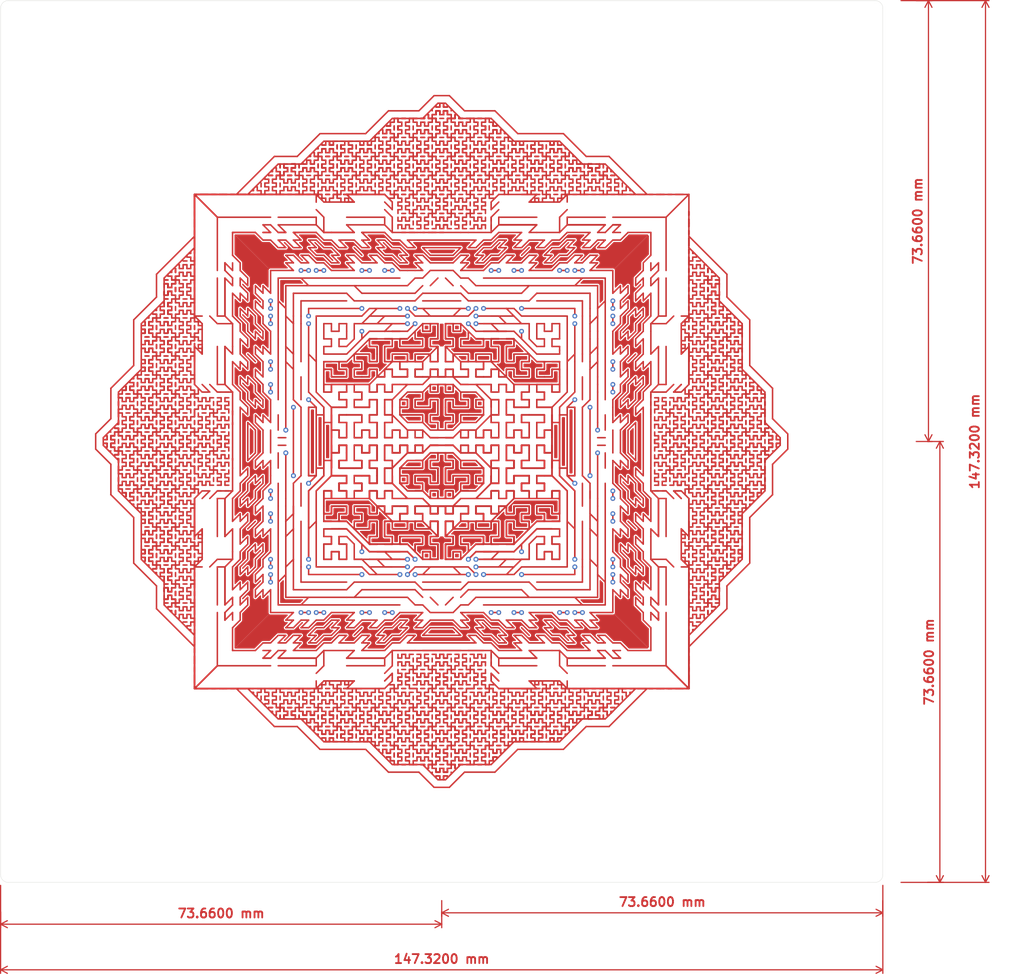
<source format=kicad_pcb>
(kicad_pcb (version 20210108) (generator pcbnew)
  (layers (0 "F.Cu" signal) (31 "B.Cu" signal) (34 "B.Paste" user) (35 "F.Paste" user) (36 "B.SilkS" user "B.Silkscreen") (37 "F.SilkS" user "F.Silkscreen") (38 "B.Mask" user) (39 "F.Mask" user) (44 "Edge.Cuts" user))
  (net 0 "")
  (net 1 "nees")
  (gr_line (start 168.275 162.56) (end 168.275 17.78) (layer "Edge.Cuts") (width 0.05))
  (gr_arc (start 167.005 17.78) (end 167.005 16.51) (angle 90) (layer "Edge.Cuts") (width 0.05))
  (gr_arc (start 22.224999 17.78) (end 22.225 16.51) (angle -90) (layer "Edge.Cuts") (width 0.05))
  (gr_arc (start 22.225 162.56) (end 20.955 162.56) (angle -90) (layer "Edge.Cuts") (width 0.05))
  (gr_arc (start 167.005 162.56) (end 168.275 162.56) (angle 90) (layer "Edge.Cuts") (width 0.05))
  (gr_line (start 167.005 16.51) (end 22.225 16.51) (layer "Edge.Cuts") (width 0.05))
  (gr_line (start 20.955 17.78) (end 20.955 162.56) (layer "Edge.Cuts") (width 0.05))
  (gr_line (start 22.225 163.83) (end 167.005 163.83) (layer "Edge.Cuts") (width 0.05))
  (dimension (type aligned) (layer "F.Cu") (pts (xy 94.615 168.275) (xy 20.955 168.275)) (height -2.54) (gr_text "2900,0000 mils" (at 57.785 172.615) (layer "F.Cu") (effects (font (size 1.5 1.5) (thickness 0.3)))) (format (units 3) (units_format 1) (precision 4)) (style (thickness 0.2) (arrow_length 1.27) (text_position_mode 0) (extension_height 0.58642) (extension_offset 0.5) keep_text_aligned))
  (dimension (type aligned) (layer "F.Cu") (pts (xy 173.355 90.17) (xy 173.355 16.51)) (height 2.54) (gr_text "2900,0000 mils" (at 177.695 53.34 90) (layer "F.Cu") (effects (font (size 1.5 1.5) (thickness 0.3)))) (format (units 3) (units_format 1) (precision 4)) (style (thickness 0.2) (arrow_length 1.27) (text_position_mode 0) (extension_height 0.58642) (extension_offset 0.5)))
  (dimension (type aligned) (layer "F.Cu") (pts (xy 175.26 90.17) (xy 175.26 163.83)) (height -2.54) (gr_text "2900,0000 mils" (at 174.52 127 90) (layer "F.Cu") (effects (font (size 1.5 1.5) (thickness 0.3)))) (format (units 3) (units_format 1) (precision 4)) (style (thickness 0.2) (arrow_length 1.27) (text_position_mode 0) (extension_height 0.58642) (extension_offset 0.5)))
  (dimension (type aligned) (layer "F.Cu") (pts (xy 170.815001 163.83) (xy 170.815001 16.51)) (height 14.604999) (gr_text "5800,0000 mils" (at 187.22 90.17 90) (layer "F.Cu") (effects (font (size 1.5 1.5) (thickness 0.3)))) (format (units 3) (units_format 1) (precision 4)) (style (thickness 0.2) (arrow_length 1.27) (text_position_mode 0) (extension_height 0.58642) (extension_offset 0.5)))
  (dimension (type aligned) (layer "F.Cu") (pts (xy 94.615 166.37) (xy 168.275 166.37)) (height 2.54) (gr_text "2900,0000 mils" (at 131.445 170.71) (layer "F.Cu") (effects (font (size 1.5 1.5) (thickness 0.3)))) (format (units 3) (units_format 1) (precision 4)) (style (thickness 0.2) (arrow_length 1.27) (text_position_mode 0) (extension_height 0.58642) (extension_offset 0.5) keep_text_aligned))
  (dimension (type aligned) (layer "F.Cu") (pts (xy 20.955 163.830001) (xy 168.275 163.830001)) (height 14.604999) (gr_text "5800,0000 mils" (at 94.615 180.235) (layer "F.Cu") (effects (font (size 1.5 1.5) (thickness 0.3)))) (format (units 3) (units_format 1) (precision 4)) (style (thickness 0.2) (arrow_length 1.27) (text_position_mode 0) (extension_height 0.58642) (extension_offset 0.5) keep_text_aligned))
  (segment (start 93.98 97.155) (end 93.98 95.885) (width 0.25) (layer "F.Cu") (net 0))
  (segment (start 94.9325 46.99) (end 94.9325 46.355) (width 0.25) (layer "F.Cu") (net 0))
  (segment (start 87.9475 41.275) (end 87.9475 41.91) (width 0.25) (layer "F.Cu") (net 0))
  (segment (start 86.0425 46.99) (end 86.0425 47.625) (width 0.25) (layer "F.Cu") (net 0))
  (segment (start 137.16 100.6475) (end 137.16 100.0125) (width 0.25) (layer "F.Cu") (net 0))
  (segment (start 126.0475 47.9425) (end 126.365 48.26) (width 0.25) (layer "F.Cu") (net 0))
  (segment (start 110.1725 48.26) (end 109.5375 48.26) (width 0.25) (layer "F.Cu") (net 0))
  (segment (start 45.085 81.5975) (end 45.72 81.5975) (width 0.25) (layer "F.Cu") (net 0))
  (segment (start 129.54 70.485) (end 129.54 71.755) (width 0.25) (layer "F.Cu") (net 0))
  (segment (start 125.73 94.615) (end 124.46 93.345) (width 0.25) (layer "F.Cu") (net 0))
  (segment (start 143.51 77.7875) (end 142.875 77.7875) (width 0.25) (layer "F.Cu") (net 0))
  (segment (start 92.71 93.345) (end 93.98 93.345) (width 0.25) (layer "F.Cu") (net 0))
  (segment (start 101.9175 53.34) (end 101.2825 53.34) (width 0.25) (layer "F.Cu") (net 0))
  (segment (start 141.605 98.7425) (end 141.605 98.1075) (width 0.25) (layer "F.Cu") (net 0))
  (segment (start 94.9325 44.45) (end 95.5675 44.45) (width 0.25) (layer "F.Cu") (net 0))
  (segment (start 79.6925 40.64) (end 79.0575 40.64) (width 0.25) (layer "F.Cu") (net 0))
  (segment (start 101.6 107.315) (end 100.33 107.315) (width 0.25) (layer "F.Cu") (net 0))
  (segment (start 97.79 98.425) (end 99.06 98.425) (width 0.25) (layer "F.Cu") (net 0))
  (segment (start 72.7075 135.89) (end 72.7075 135.255) (width 0.25) (layer "F.Cu") (net 0))
  (segment (start 108.9025 45.085) (end 109.5375 45.085) (width 0.25) (layer "F.Cu") (net 0))
  (segment (start 45.72 98.7425) (end 45.72 99.3775) (width 0.25) (layer "F.Cu") (net 0))
  (segment (start 85.09 104.775) (end 85.09 106.045) (width 0.25) (layer "F.Cu") (net 0))
  (segment (start 79.0575 44.45) (end 79.0575 45.085) (width 0.25) (layer "F.Cu") (net 0))
  (segment (start 135.89 54.2925) (end 135.89 53.6575) (width 0.25) (layer "F.Cu") (net 0))
  (segment (start 135.89 60.6425) (end 135.89 60.0075) (width 0.25) (layer "F.Cu") (net 0))
  (segment (start 45.085 103.1875) (end 45.085 103.8225) (width 0.25) (layer "F.Cu") (net 0))
  (segment (start 85.4075 46.355) (end 86.0425 46.355) (width 0.25) (layer "F.Cu") (net 0))
  (segment (start 147.32 82.8675) (end 146.685 82.8675) (width 0.25) (layer "F.Cu") (net 0))
  (segment (start 85.4075 139.065) (end 85.4075 138.43) (width 0.25) (layer "F.Cu") (net 0))
  (segment (start 136.525 113.9825) (end 135.89 113.9825) (width 0.25) (layer "F.Cu") (net 0))
  (segment (start 109.5375 135.89) (end 110.1725 135.89) (width 0.25) (layer "F.Cu") (net 0))
  (segment (start 142.875 110.8075) (end 142.875 110.1725) (width 0.25) (layer "F.Cu") (net 0))
  (segment (start 93.6625 127) (end 94.2975 127) (width 0.25) (layer "F.Cu") (net 0))
  (segment (start 102.5525 138.43) (end 101.9175 138.43) (width 0.25) (layer "F.Cu") (net 0))
  (segment (start 45.72 108.2675) (end 45.72 108.9025) (width 0.25) (layer "F.Cu") (net 0))
  (segment (start 71.12 116.205) (end 78.74 116.205) (width 0.25) (layer "F.Cu") (net 0))
  (segment (start 111.76 97.155) (end 110.49 97.155) (width 0.25) (layer "F.Cu") (net 0))
  (segment (start 52.705 75.8825) (end 52.705 76.5175) (width 0.25) (layer "F.Cu") (net 0))
  (segment (start 72.39 103.505) (end 72.39 109.855) (width 0.25) (layer "F.Cu") (net 0))
  (segment (start 79.0575 139.065) (end 79.6925 139.065) (width 0.25) (layer "F.Cu") (net 0))
  (segment (start 114.3 99.695) (end 114.3 100.965) (width 0.25) (layer "F.Cu") (net 0))
  (segment (start 106.9975 46.99) (end 106.3625 46.99) (width 0.25) (layer "F.Cu") (net 0))
  (segment (start 108.9025 135.255) (end 109.5375 135.255) (width 0.25) (layer "F.Cu") (net 0))
  (segment (start 93.0275 46.99) (end 93.0275 47.625) (width 0.25) (layer "F.Cu") (net 0))
  (segment (start 80.01 75.565) (end 81.28 75.565) (width 0.25) (layer "F.Cu") (net 0))
  (segment (start 59.69 59.055) (end 59.69 55.245) (width 0.25) (layer "F.Cu") (net 0))
  (segment (start 45.085 84.1375) (end 44.45 84.1375) (width 0.25) (layer "F.Cu") (net 0))
  (segment (start 142.24 73.3425) (end 142.875 73.3425) (width 0.25) (layer "F.Cu") (net 0))
  (segment (start 46.6725 68.2625) (end 48.26 66.675) (width 0.25) (layer "F.Cu") (net 0))
  (segment (start 78.74 70.485) (end 77.47 70.485) (width 0.25) (layer "F.Cu") (net 0))
  (segment (start 90.4875 135.255) (end 90.4875 135.89) (width 0.25) (layer "F.Cu") (net 0))
  (segment (start 98.1075 36.83) (end 97.4725 36.83) (width 0.25) (layer "F.Cu") (net 0))
  (segment (start 103.8225 45.085) (end 104.4575 45.085) (width 0.25) (layer "F.Cu") (net 0))
  (segment (start 76.2 80.645) (end 77.47 80.645) (width 0.25) (layer "F.Cu") (net 0))
  (segment (start 48.26 112.0775) (end 48.26 111.4425) (width 0.25) (layer "F.Cu") (net 0))
  (segment (start 79.6925 135.89) (end 79.0575 135.89) (width 0.25) (layer "F.Cu") (net 0))
  (segment (start 70.8025 46.355) (end 70.8025 45.72) (width 0.25) (layer "F.Cu") (net 0))
  (segment (start 129.8575 131.445) (end 129.2225 131.445) (width 0.25) (layer "F.Cu") (net 0))
  (segment (start 146.685 86.6775) (end 146.05 86.6775) (width 0.25) (layer "F.Cu") (net 0))
  (segment (start 146.05 89.8525) (end 146.685 89.8525) (width 0.25) (layer "F.Cu") (net 0))
  (segment (start 93.0275 43.815) (end 93.0275 44.45) (width 0.25) (layer "F.Cu") (net 0))
  (segment (start 105.41 67.945) (end 101.6 67.945) (width 0.25) (layer "F.Cu") (net 0))
  (segment (start 85.09 131.445) (end 78.74 131.445) (width 0.25) (layer "F.Cu") (net 0))
  (segment (start 103.8225 38.1) (end 103.8225 38.735) (width 0.25) (layer "F.Cu") (net 0))
  (segment (start 101.6 97.155) (end 100.33 97.155) (width 0.25) (layer "F.Cu") (net 0))
  (segment (start 139.7 112.0775) (end 139.7 112.7125) (width 0.25) (layer "F.Cu") (net 0))
  (segment (start 76.2 99.695) (end 76.2 98.425) (width 0.25) (layer "F.Cu") (net 0))
  (segment (start 93.0275 48.895) (end 93.0275 49.53) (width 0.25) (layer "F.Cu") (net 0))
  (segment (start 57.785 81.915) (end 57.15 81.915) (width 0.25) (layer "F.Cu") (net 0))
  (segment (start 51.435 94.2975) (end 51.435 93.6625) (width 0.25) (layer "F.Cu") (net 0))
  (segment (start 77.7875 139.065) (end 77.7875 139.7) (width 0.25) (layer "F.Cu") (net 0))
  (segment (start 139.065 72.7075) (end 139.7 72.7075) (width 0.25) (layer "F.Cu") (net 0))
  (segment (start 140.335 115.2525) (end 140.335 114.6175) (width 0.25) (layer "F.Cu") (net 0))
  (segment (start 91.1225 41.91) (end 91.1225 41.275) (width 0.25) (layer "F.Cu") (net 0))
  (segment (start 144.78 108.9025) (end 144.145 108.9025) (width 0.25) (layer "F.Cu") (net 0))
  (segment (start 100.6475 135.89) (end 100.6475 135.255) (width 0.25) (layer "F.Cu") (net 0))
  (segment (start 97.79 85.725) (end 99.06 85.725) (width 0.25) (layer "F.Cu") (net 0))
  (segment (start 73.3425 131.445) (end 74.6125 131.445) (width 0.25) (layer "F.Cu") (net 0))
  (segment (start 142.875 99.3775) (end 143.51 99.3775) (width 0.25) (layer "F.Cu") (net 0))
  (segment (start 44.45 87.9475) (end 43.815 87.9475) (width 0.25) (layer "F.Cu") (net 0))
  (segment (start 86.36 103.505) (end 85.09 103.505) (width 0.25) (layer "F.Cu") (net 0))
  (segment (start 48.26 65.7225) (end 48.26 65.0875) (width 0.25) (layer "F.Cu") (net 0))
  (segment (start 49.53 101.2825) (end 49.53 100.6475) (width 0.25) (layer "F.Cu") (net 0))
  (segment (start 137.16 112.7125) (end 136.525 112.7125) (width 0.25) (layer "F.Cu") (net 0))
  (segment (start 49.53 91.1225) (end 50.165 91.1225) (width 0.25) (layer "F.Cu") (net 0))
  (segment (start 81.28 99.695) (end 80.01 99.695) (width 0.25) (layer "F.Cu") (net 0))
  (segment (start 68.8975 45.085) (end 68.8975 44.45) (width 0.25) (layer "F.Cu") (net 0))
  (segment (start 53.34 54.9275) (end 53.34 55.5625) (width 0.25) (layer "F.Cu") (net 0))
  (segment (start 44.45 80.9625) (end 45.085 80.9625) (width 0.25) (layer "F.Cu") (net 0))
  (segment (start 87.9475 130.175) (end 87.3125 130.175) (width 0.25) (layer "F.Cu") (net 0))
  (segment (start 38.735 90.4875) (end 38.735 91.1225) (width 0.25) (layer "F.Cu") (net 0))
  (segment (start 136.525 68.2625) (end 136.525 68.8975) (width 0.25) (layer "F.Cu") (net 0))
  (segment (start 69.5325 135.89) (end 69.5325 135.255) (width 0.25) (layer "F.Cu") (net 0))
  (segment (start 135.89 126.6825) (end 135.89 127.3175) (width 0.25) (layer "F.Cu") (net 0))
  (segment (start 79.6925 44.45) (end 79.0575 44.45) (width 0.25) (layer "F.Cu") (net 0))
  (segment (start 50.165 95.5675) (end 49.53 95.5675) (width 0.25) (layer "F.Cu") (net 0))
  (segment (start 138.43 100.6475) (end 138.43 100.0125) (width 0.25) (layer "F.Cu") (net 0))
  (segment (start 68.2625 45.72) (end 68.2625 45.085) (width 0.25) (layer "F.Cu") (net 0))
  (segment (start 131.445 94.2975) (end 131.445 93.6625) (width 0.25) (layer "F.Cu") (net 0))
  (segment (start 143.51 105.7275) (end 143.51 105.0925) (width 0.25) (layer "F.Cu") (net 0))
  (segment (start 109.22 95.885) (end 109.22 97.155) (width 0.25) (layer "F.Cu") (net 0))
  (segment (start 86.36 97.155) (end 86.36 95.885) (width 0.25) (layer "F.Cu") (net 0))
  (segment (start 144.145 108.9025) (end 144.78 108.9025) (width 0.25) (layer "F.Cu") (net 0))
  (segment (start 82.55 99.695) (end 81.28 99.695) (width 0.25) (layer "F.Cu") (net 0))
  (segment (start 50.165 72.7075) (end 50.165 72.0725) (width 0.25) (layer "F.Cu") (net 0))
  (segment (start 77.47 74.295) (end 77.47 73.025) (width 0.25) (layer "F.Cu") (net 0))
  (segment (start 101.2825 45.085) (end 101.2825 44.45) (width 0.25) (layer "F.Cu") (net 0))
  (segment (start 81.28 109.855) (end 80.01 109.855) (width 0.25) (layer "F.Cu") (net 0))
  (segment (start 130.81 118.745) (end 130.81 120.015) (width 0.25) (layer "F.Cu") (net 0))
  (segment (start 138.43 87.9475) (end 139.065 87.9475) (width 0.25) (layer "F.Cu") (net 0))
  (segment (start 103.1875 133.35) (end 103.8225 133.35) (width 0.25) (layer "F.Cu") (net 0))
  (segment (start 100.0125 139.065) (end 100.6475 139.065) (width 0.25) (layer "F.Cu") (net 0))
  (segment (start 53.34 89.8525) (end 53.34 90.4875) (width 0.25) (layer "F.Cu") (net 0))
  (segment (start 50.165 115.2525) (end 50.165 115.8875) (width 0.25) (layer "F.Cu") (net 0))
  (segment (start 138.43 69.5325) (end 139.7 69.5325) (width 0.25) (layer "F.Cu") (net 0))
  (segment (start 87.3125 131.445) (end 87.3125 130.81) (width 0.25) (layer "F.Cu") (net 0))
  (segment (start 140.335 96.8375) (end 140.335 97.4725) (width 0.25) (layer "F.Cu") (net 0))
  (segment (start 78.74 116.205) (end 88.9 116.205) (width 0.25) (layer "F.Cu") (net 0))
  (segment (start 90.4875 127) (end 90.4875 126.365) (width 0.25) (layer "F.Cu") (net 0))
  (segment (start 113.3475 42.545) (end 113.9825 42.545) (width 0.25) (layer "F.Cu") (net 0))
  (segment (start 73.66 126.365) (end 73.66 127.635) (width 0.25) (layer "F.Cu") (net 0))
  (segment (start 87.63 102.235) (end 87.63 103.505) (width 0.25) (layer "F.Cu") (net 0))
  (segment (start 95.5675 38.1) (end 95.5675 37.465) (width 0.25) (layer "F.Cu") (net 0))
  (segment (start 140.335 86.0425) (end 140.335 86.6775) (width 0.25) (layer "F.Cu") (net 0))
  (segment (start 50.8 119.0625) (end 51.435 119.0625) (width 0.25) (layer "F.Cu") (net 0))
  (segment (start 139.7 89.2175) (end 139.7 89.8525) (width 0.25) (layer "F.Cu") (net 0))
  (segment (start 120.9675 135.89) (end 120.3325 135.89) (width 0.25) (layer "F.Cu") (net 0))
  (segment (start 70.8025 46.99) (end 70.8025 47.625) (width 0.25) (layer "F.Cu") (net 0))
  (segment (start 79.0575 138.43) (end 79.0575 139.065) (width 0.25) (layer "F.Cu") (net 0))
  (segment (start 114.6175 139.065) (end 113.9825 139.065) (width 0.25) (layer "F.Cu") (net 0))
  (segment (start 104.4575 139.065) (end 105.0925 139.065) (width 0.25) (layer "F.Cu") (net 0))
  (segment (start 142.24 104.4575) (end 142.875 104.4575) (width 0.25) (layer "F.Cu") (net 0))
  (segment (start 49.53 74.6125) (end 49.53 73.9775) (width 0.25) (layer "F.Cu") (net 0))
  (segment (start 138.43 67.6275) (end 137.795 67.6275) (width 0.25) (layer "F.Cu") (net 0))
  (segment (start 86.0425 42.545) (end 86.0425 41.91) (width 0.25) (layer "F.Cu") (net 0))
  (segment (start 39.37 89.8525) (end 40.005 89.8525) (width 0.25) (layer "F.Cu") (net 0))
  (segment (start 114.6175 130.81) (end 114.6175 130.4925) (width 0.25) (layer "F.Cu") (net 0))
  (segment (start 91.1225 139.065) (end 90.4875 139.065) (width 0.25) (layer "F.Cu") (net 0))
  (segment (start 60.96 100.965) (end 62.23 99.695) (width 0.25) (layer "F.Cu") (net 0))
  (segment (start 89.2175 51.435) (end 88.5825 51.435) (width 0.25) (layer "F.Cu") (net 0))
  (segment (start 77.1525 42.545) (end 76.5175 42.545) (width 0.25) (layer "F.Cu") (net 0))
  (segment (start 94.9325 128.905) (end 94.9325 129.54) (width 0.25) (layer "F.Cu") (net 0))
  (segment (start 89.8525 48.26) (end 89.2175 48.26) (width 0.25) (layer "F.Cu") (net 0))
  (segment (start 94.2975 47.625) (end 94.2975 48.26) (width 0.25) (layer "F.Cu") (net 0))
  (segment (start 86.0425 43.815) (end 86.0425 43.18) (width 0.25) (layer "F.Cu") (net 0))
  (segment (start 58.42 118.745) (end 58.42 120.015) (width 0.25) (layer "F.Cu") (net 0))
  (segment (start 54.61 96.8375) (end 54.61 97.4725) (width 0.25) (layer "F.Cu") (net 0))
  (segment (start 137.795 68.2625) (end 138.43 68.2625) (width 0.25) (layer "F.Cu") (net 0))
  (segment (start 64.77 66.675) (end 63.5 65.405) (width 0.25) (layer "F.Cu") (net 0))
  (segment (start 139.7 115.8875) (end 140.335 115.8875) (width 0.25) (layer "F.Cu") (net 0))
  (segment (start 109.5375 42.545) (end 109.5375 41.91) (width 0.25) (layer "F.Cu") (net 0))
  (segment (start 151.13 89.535) (end 151.13 90.805) (width 0.25) (layer "F.Cu") (net 0))
  (segment (start 50.165 93.0275) (end 50.165 93.6625) (width 0.25) (layer "F.Cu") (net 0))
  (segment (start 146.05 93.0275) (end 146.05 93.6625) (width 0.25) (layer "F.Cu") (net 0))
  (segment (start 114.6175 44.45) (end 114.6175 43.815) (width 0.25) (layer "F.Cu") (net 0))
  (segment (start 48.26 80.9625) (end 47.625 80.9625) (width 0.25) (layer "F.Cu") (net 0))
  (segment (start 112.7125 136.525) (end 112.7125 135.89) (width 0.25) (layer "F.Cu") (net 0))
  (segment (start 146.685 86.0425) (end 146.685 86.6775) (width 0.25) (layer "F.Cu") (net 0))
  (segment (start 111.4425 137.795) (end 111.4425 138.43) (width 0.25) (layer "F.Cu") (net 0))
  (segment (start 96.2025 126.365) (end 96.2025 127) (width 0.25) (layer "F.Cu") (net 0))
  (segment (start 113.03 86.995) (end 113.03 85.725) (width 0.25) (layer "F.Cu") (net 0))
  (segment (start 63.5 81.915) (end 64.77 83.185) (width 0.25) (layer "F.Cu") (net 0))
  (segment (start 124.46 64.135) (end 124.46 65.405) (width 0.25) (layer "F.Cu") (net 0))
  (segment (start 68.8975 134.62) (end 69.5325 134.62) (width 0.25) (layer "F.Cu") (net 0))
  (segment (start 92.3925 132.715) (end 92.3925 133.35) (width 0.25) (layer "F.Cu") (net 0))
  (segment (start 75.2475 137.16) (end 74.6125 137.16) (width 0.25) (layer "F.Cu") (net 0))
  (segment (start 92.3925 46.99) (end 91.7575 46.99) (width 0.25) (layer "F.Cu") (net 0))
  (segment (start 91.7575 132.715) (end 91.7575 132.08) (width 0.25) (layer "F.Cu") (net 0))
  (segment (start 118.11 111.125) (end 118.11 113.665) (width 0.25) (layer "F.Cu") (net 0))
  (segment (start 93.6625 52.705) (end 93.6625 53.34) (width 0.25) (layer "F.Cu") (net 0))
  (segment (start 95.25 107.315) (end 95.25 109.855) (width 0.25) (layer "F.Cu") (net 0))
  (segment (start 85.09 97.155) (end 86.36 97.155) (width 0.25) (layer "F.Cu") (net 0))
  (segment (start 128.27 69.215) (end 127 70.485) (width 0.25) (layer "F.Cu") (net 0))
  (segment (start 89.2175 36.195) (end 90.4875 36.195) (width 0.25) (layer "F.Cu") (net 0))
  (segment (start 82.2325 44.45) (end 82.2325 45.085) (width 0.25) (layer "F.Cu") (net 0))
  (segment (start 83.82 98.425) (end 82.55 98.425) (width 0.25) (layer "F.Cu") (net 0))
  (segment (start 92.71 61.595) (end 91.44 62.865) (width 0.25) (layer "F.Cu") (net 0))
  (segment (start 48.26 79.0575) (end 48.895 79.0575) (width 0.25) (layer "F.Cu") (net 0))
  (segment (start 127 48.895) (end 135.89 48.895) (width 0.25) (layer "F.Cu") (net 0))
  (segment (start 106.9975 40.64) (end 106.3625 40.64) (width 0.25) (layer "F.Cu") (net 0))
  (segment (start 74.93 125.095) (end 73.66 126.365) (width 0.25) (layer "F.Cu") (net 0))
  (segment (start 82.55 104.775) (end 80.01 104.775) (width 0.25) (layer "F.Cu") (net 0))
  (segment (start 113.3475 46.99) (end 113.3475 46.355) (width 0.25) (layer "F.Cu") (net 0))
  (segment (start 111.4425 46.99) (end 111.4425 47.625) (width 0.25) (layer "F.Cu") (net 0))
  (segment (start 138.43 68.8975) (end 139.065 68.8975) (width 0.25) (layer "F.Cu") (net 0))
  (segment (start 103.8225 41.91) (end 103.1875 41.91) (width 0.25) (layer "F.Cu") (net 0))
  (segment (start 72.7075 133.985) (end 73.3425 133.985) (width 0.25) (layer "F.Cu") (net 0))
  (segment (start 52.705 101.9175) (end 52.07 101.9175) (width 0.25) (layer "F.Cu") (net 0))
  (segment (start 76.2 92.075) (end 76.2 90.805) (width 0.25) (layer "F.Cu") (net 0))
  (segment (start 90.4875 129.54) (end 91.1225 129.54) (width 0.25) (layer "F.Cu") (net 0))
  (segment (start 57.15 98.425) (end 55.88 99.695) (width 0.25) (layer "F.Cu") (net 0))
  (segment (start 108.9025 137.795) (end 109.5375 137.795) (width 0.25) (layer "F.Cu") (net 0))
  (segment (start 84.7725 43.18) (end 84.7725 43.815) (width 0.25) (layer "F.Cu") (net 0))
  (segment (start 110.8075 50.165) (end 109.22 50.165) (width 0.25) (layer "F.Cu") (net 0))
  (segment (start 105.7275 45.72) (end 105.7275 45.085) (width 0.25) (layer "F.Cu") (net 0))
  (segment (start 104.4575 44.45) (end 104.4575 45.085) (width 0.25) (layer "F.Cu") (net 0))
  (segment (start 126.0475 48.26) (end 126.0475 47.9425) (width 0.25) (layer "F.Cu") (net 0))
  (segment (start 110.1725 138.43) (end 109.5375 138.43) (width 0.25) (layer "F.Cu") (net 0))
  (segment (start 86.36 93.345) (end 86.36 94.615) (width 0.25) (layer "F.Cu") (net 0))
  (segment (start 48.26 112.7125) (end 47.625 112.7125) (width 0.25) (layer "F.Cu") (net 0))
  (segment (start 109.5375 135.255) (end 109.5375 135.89) (width 0.25) (layer "F.Cu") (net 0))
  (segment (start 98.1075 36.195) (end 97.4725 36.195) (width 0.25) (layer "F.Cu") (net 0))
  (segment (start 92.71 106.045) (end 93.98 106.045) (width 0.25) (layer "F.Cu") (net 0))
  (segment (start 105.0925 136.525) (end 105.0925 137.16) (width 0.25) (layer "F.Cu") (net 0))
  (segment (start 107.95 69.215) (end 106.68 67.945) (width 0.25) (layer "F.Cu") (net 0))
  (segment (start 76.5175 46.99) (end 76.5175 46.355) (width 0.25) (layer "F.Cu") (net 0))
  (segment (start 86.0425 38.1) (end 85.4075 38.1) (width 0.25) (layer "F.Cu") (net 0))
  (segment (start 56.515 89.8525) (end 56.515 90.4875) (width 0.25) (layer "F.Cu") (net 0))
  (segment (start 143.51 93.6625) (end 143.51 94.2975) (width 0.25) (layer "F.Cu") (net 0))
  (segment (start 100.33 81.915) (end 101.6 83.185) (width 0.25) (layer "F.Cu") (net 0))
  (segment (start 95.5675 146.05) (end 95.5675 146.3675) (width 0.25) (layer "F.Cu") (net 0))
  (segment (start 92.3925 45.085) (end 92.3925 44.45) (width 0.25) (layer "F.Cu") (net 0))
  (segment (start 40.64 91.1225) (end 40.64 92.3925) (width 0.25) (layer "F.Cu") (net 0))
  (segment (start 113.3475 40.64) (end 112.7125 40.64) (width 0.25) (layer "F.Cu") (net 0))
  (segment (start 115.57 109.855) (end 115.57 106.045) (width 0.25) (layer "F.Cu") (net 0))
  (segment (start 123.19 78.105) (end 123.19 76.835) (width 0.25) (layer "F.Cu") (net 0))
  (segment (start 119.6975 44.45) (end 119.0625 44.45) (width 0.25) (layer "F.Cu") (net 0))
  (segment (start 134.62 85.4075) (end 133.985 85.4075) (width 0.25) (layer "F.Cu") (net 0))
  (segment (start 48.895 77.1525) (end 48.895 76.5175) (width 0.25) (layer "F.Cu") (net 0))
  (segment (start 119.6975 135.89) (end 119.6975 135.255) (width 0.25) (layer "F.Cu") (net 0))
  (segment (start 48.895 66.9925) (end 48.895 67.6275) (width 0.25) (layer "F.Cu") (net 0))
  (segment (start 53.34 99.695) (end 53.34 106.045) (width 0.25) (layer "F.Cu") (net 0))
  (segment (start 103.8225 142.24) (end 103.8225 141.605) (width 0.25) (layer "F.Cu") (net 0))
  (segment (start 137.16 66.9925) (end 137.795 66.9925) (width 0.25) (layer "F.Cu") (net 0))
  (segment (start 50.165 94.9325) (end 50.165 94.2975) (width 0.25) (layer "F.Cu") (net 0))
  (segment (start 76.2 95.885) (end 78.74 95.885) (width 0.25) (layer "F.Cu") (net 0))
  (segment (start 45.085 71.4375) (end 45.085 72.0725) (width 0.25) (layer "F.Cu") (net 0))
  (segment (start 105.0925 139.065) (end 105.0925 139.7) (width 0.25) (layer "F.Cu") (net 0))
  (segment (start 119.6975 135.255) (end 119.6975 135.89) (width 0.25) (layer "F.Cu") (net 0))
  (segment (start 95.25 80.645) (end 93.98 80.645) (width 0.25) (layer "F.Cu") (net 0))
  (segment (start 95.25 83.185) (end 95.25 84.455) (width 0.25) (layer "F.Cu") (net 0))
  (segment (start 112.7125 43.815) (end 112.7125 44.45) (width 0.25) (layer "F.Cu") (net 0))
  (segment (start 81.28 97.155) (end 80.01 97.155) (width 0.25) (layer "F.Cu") (net 0))
  (segment (start 132.08 87.3125) (end 132.08 87.9475) (width 0.25) (layer "F.Cu") (net 0))
  (segment (start 75.2475 45.085) (end 75.2475 44.45) (width 0.25) (layer "F.Cu") (net 0))
  (segment (start 145.415 91.1225) (end 145.415 91.7575) (width 0.25) (layer "F.Cu") (net 0))
  (segment (start 138.43 89.8525) (end 138.43 90.4875) (width 0.25) (layer "F.Cu") (net 0))
  (segment (start 45.72 90.4875) (end 46.355 90.4875) (width 0.25) (layer "F.Cu") (net 0))
  (segment (start 94.2975 53.34) (end 94.2975 52.705) (width 0.25) (layer "F.Cu") (net 0))
  (segment (start 93.0275 142.875) (end 93.0275 142.24) (width 0.25) (layer "F.Cu") (net 0))
  (segment (start 144.145 108.9025) (end 144.78 108.9025) (width 0.25) (layer "F.Cu") (net 0))
  (segment (start 115.8875 135.89) (end 116.5225 135.89) (width 0.25) (layer "F.Cu") (net 0))
  (segment (start 122.8725 132.08) (end 122.2375 132.08) (width 0.25) (layer "F.Cu") (net 0))
  (segment (start 84.7725 138.43) (end 84.7725 139.065) (width 0.25) (layer "F.Cu") (net 0))
  (segment (start 50.165 65.7225) (end 49.53 65.7225) (width 0.25) (layer "F.Cu") (net 0))
  (segment (start 95.25 103.505) (end 95.25 104.775) (width 0.25) (layer "F.Cu") (net 0))
  (segment (start 86.36 130.175) (end 86.36 128.905) (width 0.25) (layer "F.Cu") (net 0))
  (segment (start 80.9625 47.625) (end 81.5975 47.625) (width 0.25) (layer "F.Cu") (net 0))
  (segment (start 139.065 65.0875) (end 139.065 64.4525) (width 0.25) (layer "F.Cu") (net 0))
  (segment (start 81.28 98.425) (end 81.28 97.155) (width 0.25) (layer "F.Cu") (net 0))
  (segment (start 78.74 100.965) (end 78.74 102.235) (width 0.25) (layer "F.Cu") (net 0))
  (segment (start 78.74 95.885) (end 78.74 97.155) (width 0.25) (layer "F.Cu") (net 0))
  (segment (start 90.4875 47.625) (end 91.1225 47.625) (width 0.25) (layer "F.Cu") (net 0))
  (segment (start 88.5825 126.365) (end 89.2175 126.365) (width 0.25) (layer "F.Cu") (net 0))
  (segment (start 140.97 98.7425) (end 141.605 98.7425) (width 0.25) (layer "F.Cu") (net 0))
  (segment (start 115.57 76.835) (end 116.84 75.565) (width 0.25) (layer "F.Cu") (net 0))
  (segment (start 86.6775 38.1) (end 86.6775 37.465) (width 0.25) (layer "F.Cu") (net 0))
  (segment (start 74.93 76.835) (end 74.93 78.105) (width 0.25) (layer "F.Cu") (net 0))
  (segment (start 114.6175 48.26) (end 114.6175 47.625) (width 0.25) (layer "F.Cu") (net 0))
  (segment (start 98.1075 43.815) (end 98.7425 43.815) (width 0.25) (layer "F.Cu") (net 0))
  (segment (start 130.81 80.645) (end 130.81 74.295) (width 0.25) (layer "F.Cu") (net 0))
  (segment (start 130.175 98.425) (end 130.81 98.425) (width 0.25) (layer "F.Cu") (net 0))
  (segment (start 45.72 80.9625) (end 45.72 81.5975) (width 0.25) (layer "F.Cu") (net 0))
  (segment (start 136.525 91.7575) (end 136.525 91.1225) (width 0.25) (layer "F.Cu") (net 0))
  (segment (start 105.41 102.235) (end 106.68 102.235) (width 0.25) (layer "F.Cu") (net 0))
  (segment (start 91.1225 46.355) (end 91.1225 46.99) (width 0.25) (layer "F.Cu") (net 0))
  (segment (start 133.35 86.0425) (end 133.985 86.0425) (width 0.25) (layer "F.Cu") (net 0))
  (segment (start 54.2925 105.0925) (end 54.61 104.775) (width 0.25) (layer "F.Cu") (net 0))
  (segment (start 79.6925 135.89) (end 79.0575 135.89) (width 0.25) (layer "F.Cu") (net 0))
  (segment (start 45.085 107.6325) (end 45.72 107.6325) (width 0.25) (layer "F.Cu") (net 0))
  (segment (start 50.8 106.9975) (end 50.8 106.3625) (width 0.25) (layer "F.Cu") (net 0))
  (segment (start 121.6025 135.255) (end 122.2375 135.255) (width 0.25) (layer "F.Cu") (net 0))
  (segment (start 110.8075 137.16) (end 110.8075 136.525) (width 0.25) (layer "F.Cu") (net 0))
  (segment (start 52.705 113.9825) (end 53.34 113.9825) (width 0.25) (layer "F.Cu") (net 0))
  (segment (start 142.24 88.5825) (end 142.24 89.2175) (width 0.25) (layer "F.Cu") (net 0))
  (segment (start 137.795 70.1675) (end 138.43 70.1675) (width 0.25) (layer "F.Cu") (net 0))
  (segment (start 117.7925 43.815) (end 118.11 43.815) (width 0.25) (layer "F.Cu") (net 0))
  (segment (start 47.625 96.2025) (end 48.26 96.2025) (width 0.25) (layer "F.Cu") (net 0))
  (segment (start 139.065 115.2525) (end 139.065 115.8875) (width 0.25) (layer "F.Cu") (net 0))
  (segment (start 95.5675 139.065) (end 94.9325 139.065) (width 0.25) (layer "F.Cu") (net 0))
  (segment (start 77.7875 139.7) (end 77.7875 139.065) (width 0.25) (layer "F.Cu") (net 0))
  (segment (start 49.53 97.4725) (end 50.165 97.4725) (width 0.25) (layer "F.Cu") (net 0))
  (segment (start 79.6925 40.64) (end 79.6925 41.275) (width 0.25) (layer "F.Cu") (net 0))
  (segment (start 48.26 113.3475) (end 48.26 113.665) (width 0.25) (layer "F.Cu") (net 0))
  (segment (start 110.49 99.695) (end 110.49 98.425) (width 0.25) (layer "F.Cu") (net 0))
  (segment (start 76.2 103.505) (end 74.93 103.505) (width 0.25) (layer "F.Cu") (net 0))
  (segment (start 93.0275 131.445) (end 93.0275 130.81) (width 0.25) (layer "F.Cu") (net 0))
  (segment (start 137.795 106.9975) (end 137.795 106.3625) (width 0.25) (layer "F.Cu") (net 0))
  (segment (start 87.3125 129.54) (end 87.3125 130.175) (width 0.25) (layer "F.Cu") (net 0))
  (segment (start 101.9175 43.815) (end 101.2825 43.815) (width 0.25) (layer "F.Cu") (net 0))
  (segment (start 82.55 75.565) (end 82.55 76.835) (width 0.25) (layer "F.Cu") (net 0))
  (segment (start 148.59 81.915) (end 144.78 78.105) (width 0.25) (layer "F.Cu") (net 0))
  (segment (start 53.975 70.8025) (end 54.61 70.8025) (width 0.25) (layer "F.Cu") (net 0))
  (segment (start 48.895 68.8975) (end 48.895 68.2625) (width 0.25) (layer "F.Cu") (net 0))
  (segment (start 114.3 79.375) (end 114.3 80.645) (width 0.25) (layer "F.Cu") (net 0))
  (segment (start 67.6275 133.35) (end 67.6275 132.715) (width 0.25) (layer "F.Cu") (net 0))
  (segment (start 43.18 86.0425) (end 42.545 86.0425) (width 0.25) (layer "F.Cu") (net 0))
  (segment (start 90.17 98.425) (end 91.44 98.425) (width 0.25) (layer "F.Cu") (net 0))
  (segment (start 136.525 60.6425) (end 135.89 60.6425) (width 0.25) (layer "F.Cu") (net 0))
  (segment (start 68.58 67.945) (end 68.58 66.675) (width 0.25) (layer "F.Cu") (net 0))
  (segment (start 56.515 88.5825) (end 56.515 89.2175) (width 0.25) (layer "F.Cu") (net 0))
  (segment (start 113.3475 40.64) (end 112.7125 40.64) (width 0.25) (layer "F.Cu") (net 0))
  (segment (start 45.72 75.2475) (end 45.085 75.2475) (width 0.25) (layer "F.Cu") (net 0))
  (segment (start 141.605 110.1725) (end 142.24 110.1725) (width 0.25) (layer "F.Cu") (net 0))
  (segment (start 53.975 93.6625) (end 53.975 93.0275) (width 0.25) (layer "F.Cu") (net 0))
  (segment (start 87.63 57.785) (end 86.36 57.785) (width 0.25) (layer "F.Cu") (net 0))
  (segment (start 52.07 100.6475) (end 51.435 100.6475) (width 0.25) (layer "F.Cu") (net 0))
  (segment (start 139.065 65.0875) (end 139.065 64.4525) (width 0.25) (layer "F.Cu") (net 0))
  (segment (start 45.085 72.7075) (end 45.72 72.7075) (width 0.25) (layer "F.Cu") (net 0))
  (segment (start 80.3275 45.085) (end 79.6925 45.085) (width 0.25) (layer "F.Cu") (net 0))
  (segment (start 70.1675 133.985) (end 70.8025 133.985) (width 0.25) (layer "F.Cu") (net 0))
  (segment (start 94.2975 131.445) (end 94.9325 131.445) (width 0.25) (layer "F.Cu") (net 0))
  (segment (start 50.8 76.5175) (end 50.8 75.8825) (width 0.25) (layer "F.Cu") (net 0))
  (segment (start 114.6175 44.45) (end 114.6175 43.815) (width 0.25) (layer "F.Cu") (net 0))
  (segment (start 85.4075 41.91) (end 86.0425 41.91) (width 0.25) (layer "F.Cu") (net 0))
  (segment (start 53.975 70.1675) (end 54.2925 70.1675) (width 0.25) (layer "F.Cu") (net 0))
  (segment (start 101.6 112.395) (end 106.68 112.395) (width 0.25) (layer "F.Cu") (net 0))
  (segment (start 94.9325 46.99) (end 95.5675 46.99) (width 0.25) (layer "F.Cu") (net 0))
  (segment (start 144.145 102.5525) (end 144.145 101.9175) (width 0.25) (layer "F.Cu") (net 0))
  (segment (start 44.45 109.5375) (end 44.45 108.9025) (width 0.25) (layer "F.Cu") (net 0))
  (segment (start 107.6325 40.64) (end 107.6325 40.005) (width 0.25) (layer "F.Cu") (net 0))
  (segment (start 101.2825 144.145) (end 100.6475 144.145) (width 0.25) (layer "F.Cu") (net 0))
  (segment (start 59.055 87.9475) (end 59.055 87.3125) (width 0.25) (layer "F.Cu") (net 0))
  (segment (start 101.9175 139.065) (end 101.2825 139.065) (width 0.25) (layer "F.Cu") (net 0))
  (segment (start 110.1725 41.275) (end 109.5375 41.275) (width 0.25) (layer "F.Cu") (net 0))
  (segment (start 143.51 93.6625) (end 142.875 93.6625) (width 0.25) (layer "F.Cu") (net 0))
  (segment (start 146.685 81.5975) (end 146.685 80.9625) (width 0.25) (layer "F.Cu") (net 0))
  (segment (start 144.145 87.9475) (end 143.51 87.9475) (width 0.25) (layer "F.Cu") (net 0))
  (segment (start 135.89 111.125) (end 134.62 111.125) (width 0.25) (layer "F.Cu") (net 0))
  (segment (start 74.6125 41.91) (end 74.6125 41.275) (width 0.25) (layer "F.Cu") (net 0))
  (segment (start 139.065 107.6325) (end 139.7 107.6325) (width 0.25) (layer "F.Cu") (net 0))
  (segment (start 78.4225 132.715) (end 78.4225 132.08) (width 0.25) (layer "F.Cu") (net 0))
  (segment (start 106.9975 46.99) (end 106.9975 46.355) (width 0.25) (layer "F.Cu") (net 0))
  (segment (start 50.8 62.5475) (end 50.165 62.5475) (width 0.25) (layer "F.Cu") (net 0))
  (segment (start 144.145 73.3425) (end 143.51 73.3425) (width 0.25) (layer "F.Cu") (net 0))
  (segment (start 82.2325 44.45) (end 82.8675 44.45) (width 0.25) (layer "F.Cu") (net 0))
  (segment (start 120.3325 135.255) (end 120.3325 135.89) (width 0.25) (layer "F.Cu") (net 0))
  (segment (start 140.97 106.3625) (end 140.97 106.9975) (width 0.25) (layer "F.Cu") (net 0))
  (segment (start 81.28 122.555) (end 80.01 123.825) (width 0.25) (layer "F.Cu") (net 0))
  (segment (start 135.89 124.1425) (end 135.89 122.8725) (width 0.25) (layer "F.Cu") (net 0))
  (segment (start 144.145 75.2475) (end 143.51 75.2475) (width 0.25) (layer "F.Cu") (net 0))
  (segment (start 49.53 115.2525) (end 48.895 115.2525) (width 0.25) (layer "F.Cu") (net 0))
  (segment (start 143.51 70.8025) (end 142.875 70.8025) (width 0.25) (layer "F.Cu") (net 0))
  (segment (start 93.98 100.965) (end 95.25 100.965) (width 0.25) (layer "F.Cu") (net 0))
  (segment (start 75.8825 44.45) (end 76.5175 44.45) (width 0.25) (layer "F.Cu") (net 0))
  (segment (start 106.3625 139.065) (end 106.9975 139.065) (width 0.25) (layer "F.Cu") (net 0))
  (segment (start 140.97 78.4225) (end 140.335 78.4225) (width 0.25) (layer "F.Cu") (net 0))
  (segment (start 93.98 100.965) (end 95.25 100.965) (width 0.25) (layer "F.Cu") (net 0))
  (segment (start 41.91 92.3925) (end 41.275 92.3925) (width 0.25) (layer "F.Cu") (net 0))
  (segment (start 53.34 66.3575) (end 53.34 65.7225) (width 0.25) (layer "F.Cu") (net 0))
  (segment (start 91.1225 41.91) (end 90.4875 41.91) (width 0.25) (layer "F.Cu") (net 0))
  (segment (start 53.34 124.1425) (end 53.34 122.8725) (width 0.25) (layer "F.Cu") (net 0))
  (segment (start 141.605 83.5025) (end 141.605 82.8675) (width 0.25) (layer "F.Cu") (net 0))
  (segment (start 80.01 88.265) (end 80.01 89.535) (width 0.25) (layer "F.Cu") (net 0))
  (segment (start 86.36 50.165) (end 86.36 51.435) (width 0.25) (layer "F.Cu") (net 0))
  (segment (start 100.33 112.395) (end 99.06 111.125) (width 0.25) (layer "F.Cu") (net 0))
  (segment (start 148.59 88.5825) (end 148.59 87.9475) (width 0.25) (layer "F.Cu") (net 0))
  (segment (start 84.1375 138.43) (end 84.7725 138.43) (width 0.25) (layer "F.Cu") (net 0))
  (segment (start 113.9825 49.53) (end 113.9825 50.165) (width 0.25) (layer "F.Cu") (net 0))
  (segment (start 88.5825 129.54) (end 89.2175 129.54) (width 0.25) (layer "F.Cu") (net 0))
  (segment (start 87.3125 141.605) (end 87.9475 141.605) (width 0.25) (layer "F.Cu") (net 0))
  (segment (start 97.79 112.395) (end 96.52 111.125) (width 0.25) (layer "F.Cu") (net 0))
  (segment (start 121.92 98.425) (end 121.92 117.475) (width 0.25) (layer "F.Cu") (net 0))
  (segment (start 51.435 87.3125) (end 50.8 87.3125) (width 0.25) (layer "F.Cu") (net 0))
  (segment (start 93.6625 51.435) (end 94.2975 51.435) (width 0.25) (layer "F.Cu") (net 0))
  (segment (start 91.1225 39.37) (end 91.7575 39.37) (width 0.25) (layer "F.Cu") (net 0))
  (segment (start 76.2 106.045) (end 76.2 107.315) (width 0.25) (layer "F.Cu") (net 0))
  (segment (start 74.93 102.235) (end 76.2 102.235) (width 0.25) (layer "F.Cu") (net 0))
  (segment (start 101.9175 144.145) (end 101.9175 143.51) (width 0.25) (layer "F.Cu") (net 0))
  (segment (start 132.715 84.7725) (end 133.35 84.7725) (width 0.25) (layer "F.Cu") (net 0))
  (segment (start 140.335 62.5475) (end 140.335 62.23) (width 0.25) (layer "F.Cu") (net 0))
  (segment (start 142.875 79.6925) (end 142.875 80.3275) (width 0.25) (layer "F.Cu") (net 0))
  (segment (start 48.895 86.6775) (end 49.53 86.6775) (width 0.25) (layer "F.Cu") (net 0))
  (segment (start 140.335 113.3475) (end 140.335 112.7125) (width 0.25) (layer "F.Cu") (net 0))
  (segment (start 90.17 125.095) (end 86.36 125.095) (width 0.25) (layer "F.Cu") (net 0))
  (segment (start 113.03 70.485) (end 113.03 71.755) (width 0.25) (layer "F.Cu") (net 0))
  (segment (start 46.355 90.4875) (end 46.355 89.8525) (width 0.25) (layer "F.Cu") (net 0))
  (segment (start 128.27 111.125) (end 128.27 112.395) (width 0.25) (layer "F.Cu") (net 0))
  (segment (start 75.2475 40.005) (end 75.8825 40.005) (width 0.25) (layer "F.Cu") (net 0))
  (segment (start 144.145 84.7725) (end 144.78 84.7725) (width 0.25) (layer "F.Cu") (net 0))
  (segment (start 87.9475 52.705) (end 88.5825 52.705) (width 0.25) (layer "F.Cu") (net 0))
  (segment (start 87.3125 36.83) (end 87.9475 36.83) (width 0.25) (layer "F.Cu") (net 0))
  (segment (start 48.895 105.7275) (end 49.53 105.7275) (width 0.25) (layer "F.Cu") (net 0))
  (segment (start 80.01 79.375) (end 80.01 78.105) (width 0.25) (layer "F.Cu") (net 0))
  (segment (start 51.435 88.5825) (end 52.07 88.5825) (width 0.25) (layer "F.Cu") (net 0))
  (segment (start 135.89 113.3475) (end 135.89 113.9825) (width 0.25) (layer "F.Cu") (net 0))
  (segment (start 57.15 70.485) (end 55.88 69.215) (width 0.25) (layer "F.Cu") (net 0))
  (segment (start 101.9175 127) (end 101.2825 127) (width 0.25) (layer "F.Cu") (net 0))
  (segment (start 113.9825 44.45) (end 114.6175 44.45) (width 0.25) (layer "F.Cu") (net 0))
  (segment (start 144.145 98.1075) (end 143.51 98.1075) (width 0.25) (layer "F.Cu") (net 0))
  (segment (start 140.97 68.2625) (end 141.605 68.2625) (width 0.25) (layer "F.Cu") (net 0))
  (segment (start 121.6025 43.815) (end 121.6025 44.45) (width 0.25) (layer "F.Cu") (net 0))
  (segment (start 77.7875 43.815) (end 77.7875 43.18) (width 0.25) (layer "F.Cu") (net 0))
  (segment (start 147.955 93.6625) (end 147.32 93.6625) (width 0.25) (layer "F.Cu") (net 0))
  (segment (start 101.9175 138.43) (end 101.9175 139.065) (width 0.25) (layer "F.Cu") (net 0))
  (segment (start 100.6475 42.545) (end 101.2825 42.545) (width 0.25) (layer "F.Cu") (net 0))
  (segment (start 92.71 76.835) (end 93.98 76.835) (width 0.25) (layer "F.Cu") (net 0))
  (segment (start 133.985 84.1375) (end 133.985 84.7725) (width 0.25) (layer "F.Cu") (net 0))
  (segment (start 84.1375 46.99) (end 84.7725 46.99) (width 0.25) (layer "F.Cu") (net 0))
  (segment (start 82.8675 134.62) (end 82.8675 135.255) (width 0.25) (layer "F.Cu") (net 0))
  (segment (start 87.63 92.075) (end 86.36 92.075) (width 0.25) (layer "F.Cu") (net 0))
  (segment (start 87.63 107.315) (end 87.63 106.045) (width 0.25) (layer "F.Cu") (net 0))
  (segment (start 145.415 85.4075) (end 145.415 86.0425) (width 0.25) (layer "F.Cu") (net 0))
  (segment (start 82.8675 132.715) (end 82.2325 132.715) (width 0.25) (layer "F.Cu") (net 0))
  (segment (start 96.2025 46.355) (end 96.2025 45.085) (width 0.25) (layer "F.Cu") (net 0))
  (segment (start 136.525 103.8225) (end 137.16 103.8225) (width 0.25) (layer "F.Cu") (net 0))
  (segment (start 52.07 98.7425) (end 52.07 99.3775) (width 0.25) (layer "F.Cu") (net 0))
  (segment (start 97.79 108.585) (end 97.79 109.855) (width 0.25) (layer "F.Cu") (net 0))
  (segment (start 66.04 65.405) (end 66.04 61.595) (width 0.25) (layer "F.Cu") (net 0))
  (segment (start 53.34 126.0475) (end 53.34 126.6825) (width 0.25) (layer "F.Cu") (net 0))
  (segment (start 100.6475 131.445) (end 101.2825 131.445) (width 0.25) (layer "F.Cu") (net 0))
  (segment (start 69.5325 45.085) (end 70.1675 45.085) (width 0.25) (layer "F.Cu") (net 0))
  (segment (start 45.085 105.0925) (end 45.72 105.0925) (width 0.25) (layer "F.Cu") (net 0))
  (segment (start 139.7 115.2525) (end 139.7 114.6175) (width 0.25) (layer "F.Cu") (net 0))
  (segment (start 96.2025 137.795) (end 96.8375 137.795) (width 0.25) (layer "F.Cu") (net 0))
  (segment (start 109.22 130.175) (end 109.5375 130.175) (width 0.25) (layer "F.Cu") (net 0))
  (segment (start 43.18 89.8525) (end 43.18 89.2175) (width 0.25) (layer "F.Cu") (net 0))
  (segment (start 100.33 59.055) (end 101.6 57.785) (width 0.25) (layer "F.Cu") (net 0))
  (segment (start 98.7425 137.795) (end 98.7425 138.43) (width 0.25) (layer "F.Cu") (net 0))
  (segment (start 98.7425 127) (end 98.1075 127) (width 0.25) (layer "F.Cu") (net 0))
  (segment (start 56.515 85.4075) (end 55.88 85.4075) (width 0.25) (layer "F.Cu") (net 0))
  (segment (start 102.87 103.505) (end 97.79 103.505) (width 0.25) (layer "F.Cu") (net 0))
  (segment (start 101.9175 38.735) (end 101.9175 39.37) (width 0.25) (layer "F.Cu") (net 0))
  (segment (start 140.335 112.0775) (end 139.7 112.0775) (width 0.25) (layer "F.Cu") (net 0))
  (segment (start 80.9625 46.355) (end 80.3275 46.355) (width 0.25) (layer "F.Cu") (net 0))
  (segment (start 48.895 62.5475) (end 48.895 62.23) (width 0.25) (layer "F.Cu") (net 0))
  (segment (start 108.2675 139.7) (end 108.2675 140.335) (width 0.25) (layer "F.Cu") (net 0))
  (segment (start 140.97 103.8225) (end 140.335 103.8225) (width 0.25) (layer "F.Cu") (net 0))
  (segment (start 80.01 109.855) (end 80.01 108.585) (width 0.25) (layer "F.Cu") (net 0))
  (segment (start 51.435 101.9175) (end 50.8 101.9175) (width 0.25) (layer "F.Cu") (net 0))
  (segment (start 85.4075 134.62) (end 84.7725 134.62) (width 0.25) (layer "F.Cu") (net 0))
  (segment (start 113.3475 41.275) (end 113.3475 41.91) (width 0.25) (layer "F.Cu") (net 0))
  (segment (start 85.09 104.775) (end 85.09 106.045) (width 0.25) (layer "F.Cu") (net 0))
  (segment (start 103.1875 38.1) (end 103.8225 38.1) (width 0.25) (layer "F.Cu") (net 0))
  (segment (start 91.44 74.295) (end 90.17 74.295) (width 0.25) (layer "F.Cu") (net 0))
  (segment (start 46.355 106.9975) (end 46.99 106.9975) (width 0.25) (layer "F.Cu") (net 0))
  (segment (start 90.17 73.025) (end 91.44 73.025) (width 0.25) (layer "F.Cu") (net 0))
  (segment (start 135.89 106.9975) (end 135.89 107.6325) (width 0.25) (layer "F.Cu") (net 0))
  (segment (start 140.97 75.2475) (end 141.605 75.2475) (width 0.25) (layer "F.Cu") (net 0))
  (segment (start 77.7875 45.085) (end 77.7875 44.45) (width 0.25) (layer "F.Cu") (net 0))
  (segment (start 110.49 73.025) (end 111.76 73.025) (width 0.25) (layer "F.Cu") (net 0))
  (segment (start 65.7225 132.08) (end 65.0875 132.08) (width 0.25) (layer "F.Cu") (net 0))
  (segment (start 130.81 89.8525) (end 130.81 89.2175) (width 0.25) (layer "F.Cu") (net 0))
  (segment (start 73.66 69.215) (end 73.66 70.485) (width 0.25) (layer "F.Cu") (net 0))
  (segment (start 50.165 77.7875) (end 50.165 77.1525) (width 0.25) (layer "F.Cu") (net 0))
  (segment (start 40.64 91.1225) (end 41.275 91.1225) (width 0.25) (layer "F.Cu") (net 0))
  (segment (start 91.1225 135.89) (end 91.1225 135.255) (width 0.25) (layer "F.Cu") (net 0))
  (segment (start 49.53 62.5475) (end 48.895 62.5475) (width 0.25) (layer "F.Cu") (net 0))
  (segment (start 97.4725 44.45) (end 97.4725 45.085) (width 0.25) (layer "F.Cu") (net 0))
  (segment (start 134.62 75.565) (end 134.62 75.2475) (width 0.25) (layer "F.Cu") (net 0))
  (segment (start 64.77 71.755) (end 64.77 73.025) (width 0.25) (layer "F.Cu") (net 0))
  (segment (start 42.545 98.7425) (end 42.545 99.3775) (width 0.25) (layer "F.Cu") (net 0))
  (segment (start 147.32 93.0275) (end 147.32 92.3925) (width 0.25) (layer "F.Cu") (net 0))
  (segment (start 140.335 92.3925) (end 140.335 93.0275) (width 0.25) (layer "F.Cu") (net 0))
  (segment (start 94.2975 128.905) (end 94.2975 129.54) (width 0.25) (layer "F.Cu") (net 0))
  (segment (start 96.52 85.725) (end 96.52 86.995) (width 0.25) (layer "F.Cu") (net 0))
  (segment (start 77.7875 41.275) (end 77.7875 40.64) (width 0.25) (layer "F.Cu") (net 0))
  (segment (start 93.98 79.375) (end 93.98 78.105) (width 0.25) (layer "F.Cu") (net 0))
  (segment (start 115.8875 44.45) (end 116.5225 44.45) (width 0.25) (layer "F.Cu") (net 0))
  (segment (start 106.68 90.805) (end 105.41 90.805) (width 0.25) (layer "F.Cu") (net 0))
  (segment (start 93.6625 132.715) (end 94.2975 132.715) (width 0.25) (layer "F.Cu") (net 0))
  (segment (start 87.3125 45.72) (end 86.0425 45.72) (width 0.25) (layer "F.Cu") (net 0))
  (segment (start 98.7425 41.275) (end 98.7425 40.64) (width 0.25) (layer "F.Cu") (net 0))
  (segment (start 45.085 109.5375) (end 44.45 109.5375) (width 0.25) (layer "F.Cu") (net 0))
  (segment (start 137.795 82.2325) (end 137.16 82.2325) (width 0.25) (layer "F.Cu") (net 0))
  (segment (start 57.15 86.0425) (end 56.515 86.0425) (width 0.25) (layer "F.Cu") (net 0))
  (segment (start 51.435 84.7725) (end 50.8 84.7725) (width 0.25) (layer "F.Cu") (net 0))
  (segment (start 101.6 85.725) (end 101.6 83.185) (width 0.25) (layer "F.Cu") (net 0))
  (segment (start 120.3325 133.35) (end 120.9675 133.35) (width 0.25) (layer "F.Cu") (net 0))
  (segment (start 105.7275 40.64) (end 105.7275 41.275) (width 0.25) (layer "F.Cu") (net 0))
  (segment (start 50.8 68.8975) (end 50.165 68.8975) (width 0.25) (layer "F.Cu") (net 0))
  (segment (start 72.7075 47.625) (end 72.7075 48.26) (width 0.25) (layer "F.Cu") (net 0))
  (segment (start 99.06 100.965) (end 99.06 102.235) (width 0.25) (layer "F.Cu") (net 0))
  (segment (start 48.895 64.4525) (end 49.53 64.4525) (width 0.25) (layer "F.Cu") (net 0))
  (segment (start 98.7425 42.545) (end 99.3775 42.545) (width 0.25) (layer "F.Cu") (net 0))
  (segment (start 142.24 107.6325) (end 142.24 108.2675) (width 0.25) (layer "F.Cu") (net 0))
  (segment (start 94.2975 143.51) (end 93.6625 143.51) (width 0.25) (layer "F.Cu") (net 0))
  (segment (start 95.25 33.655) (end 97.4725 35.8775) (width 0.25) (layer "F.Cu") (net 0))
  (segment (start 87.3125 48.895) (end 87.3125 49.53) (width 0.25) (layer "F.Cu") (net 0))
  (segment (start 101.6 74.295) (end 100.33 74.295) (width 0.25) (layer "F.Cu") (net 0))
  (segment (start 48.895 101.9175) (end 48.895 102.5525) (width 0.25) (layer "F.Cu") (net 0))
  (segment (start 53.975 84.1375) (end 54.61 84.1375) (width 0.25) (layer "F.Cu") (net 0))
  (segment (start 85.4075 47.625) (end 85.4075 48.26) (width 0.25) (layer "F.Cu") (net 0))
  (segment (start 104.4575 139.7) (end 104.4575 140.335) (width 0.25) (layer "F.Cu") (net 0))
  (segment (start 80.01 103.505) (end 81.28 103.505) (width 0.25) (layer "F.Cu") (net 0))
  (segment (start 139.7 98.1075) (end 139.7 98.7425) (width 0.25) (layer "F.Cu") (net 0))
  (segment (start 135.89 107.6325) (end 135.89 108.2675) (width 0.25) (layer "F.Cu") (net 0))
  (segment (start 80.3275 45.085) (end 79.6925 45.085) (width 0.25) (layer "F.Cu") (net 0))
  (segment (start 93.0275 133.985) (end 93.0275 135.255) (width 0.25) (layer "F.Cu") (net 0))
  (segment (start 135.89 67.6275) (end 135.89 68.2625) (width 0.25) (layer "F.Cu") (net 0))
  (segment (start 133.35 96.2025) (end 133.985 96.2025) (width 0.25) (layer "F.Cu") (net 0))
  (segment (start 87.63 60.325) (end 88.9 60.325) (width 0.25) (layer "F.Cu") (net 0))
  (segment (start 94.2975 141.605) (end 94.2975 142.24) (width 0.25) (layer "F.Cu") (net 0))
  (segment (start 122.8725 48.26) (end 122.2375 48.26) (width 0.25) (layer "F.Cu") (net 0))
  (segment (start 66.9925 45.72) (end 68.2625 45.72) (width 0.25) (layer "F.Cu") (net 0))
  (segment (start 116.5225 135.89) (end 116.5225 135.255) (width 0.25) (layer "F.Cu") (net 0))
  (segment (start 52.705 121.6025) (end 52.705 121.92) (width 0.25) (layer "F.Cu") (net 0))
  (segment (start 108.9025 41.91) (end 108.2675 41.91) (width 0.25) (layer "F.Cu") (net 0))
  (segment (start 100.0125 140.97) (end 100.0125 141.605) (width 0.25) (layer "F.Cu") (net 0))
  (segment (start 124.7775 132.08) (end 124.7775 131.445) (width 0.25) (layer "F.Cu") (net 0))
  (segment (start 139.7 99.3775) (end 139.7 100.0125) (width 0.25) (layer "F.Cu") (net 0))
  (segment (start 133.35 89.2175) (end 133.35 89.8525) (width 0.25) (layer "F.Cu") (net 0))
  (segment (start 102.87 125.095) (end 104.14 126.365) (width 0.25) (layer "F.Cu") (net 0))
  (segment (start 72.7075 137.16) (end 72.7075 136.525) (width 0.25) (layer "F.Cu") (net 0))
  (segment (start 49.53 93.0275) (end 49.53 93.6625) (width 0.25) (layer "F.Cu") (net 0))
  (segment (start 142.24 75.8825) (end 142.24 76.5175) (width 0.25) (layer "F.Cu") (net 0))
  (segment (start 101.9175 137.795) (end 103.1875 137.795) (width 0.25) (layer "F.Cu") (net 0))
  (segment (start 101.6 118.745) (end 100.33 118.745) (width 0.25) (layer "F.Cu") (net 0))
  (segment (start 144.78 98.1075) (end 145.415 98.1075) (width 0.25) (layer "F.Cu") (net 0))
  (segment (start 50.8 79.0575) (end 50.165 79.0575) (width 0.25) (layer "F.Cu") (net 0))
  (segment (start 74.6125 49.53) (end 74.6125 49.8475) (width 0.25) (layer "F.Cu") (net 0))
  (segment (start 139.7 79.6925) (end 140.335 79.6925) (width 0.25) (layer "F.Cu") (net 0))
  (segment (start 147.32 99.3775) (end 147.6375 99.3775) (width 0.25) (layer "F.Cu") (net 0))
  (segment (start 85.4075 43.815) (end 86.0425 43.815) (width 0.25) (layer "F.Cu") (net 0))
  (segment (start 92.71 107.315) (end 92.71 106.045) (width 0.25) (layer "F.Cu") (net 0))
  (segment (start 70.1675 47.625) (end 69.5325 47.625) (width 0.25) (layer "F.Cu") (net 0))
  (segment (start 135.89 87.9475) (end 135.89 89.2175) (width 0.25) (layer "F.Cu") (net 0))
  (segment (start 89.2175 42.545) (end 89.2175 43.18) (width 0.25) (layer "F.Cu") (net 0))
  (segment (start 44.45 101.9175) (end 44.45 101.2825) (width 0.25) (layer "F.Cu") (net 0))
  (segment (start 68.8975 135.89) (end 68.8975 135.255) (width 0.25) (layer "F.Cu") (net 0))
  (segment (start 77.1525 138.43) (end 76.5175 138.43) (width 0.25) (layer "F.Cu") (net 0))
  (segment (start 75.8825 140.335) (end 75.8825 139.7) (width 0.25) (layer "F.Cu") (net 0))
  (segment (start 82.55 99.695) (end 86.36 103.505) (width 0.25) (layer "F.Cu") (net 0))
  (segment (start 111.76 102.235) (end 110.49 102.235) (width 0.25) (layer "F.Cu") (net 0))
  (segment (start 48.895 114.6175) (end 48.895 115.2525) (width 0.25) (layer "F.Cu") (net 0))
  (segment (start 45.72 100.6475) (end 45.085 100.6475) (width 0.25) (layer "F.Cu") (net 0))
  (segment (start 86.36 106.045) (end 86.36 107.315) (width 0.25) (layer "F.Cu") (net 0))
  (segment (start 108.9025 43.18) (end 108.9025 42.545) (width 0.25) (layer "F.Cu") (net 0))
  (segment (start 70.1675 135.255) (end 69.5325 135.255) (width 0.25) (layer "F.Cu") (net 0))
  (segment (start 146.685 89.2175) (end 147.32 89.2175) (width 0.25) (layer "F.Cu") (net 0))
  (segment (start 49.53 98.1075) (end 49.53 98.7425) (width 0.25) (layer "F.Cu") (net 0))
  (segment (start 41.275 91.1225) (end 40.64 91.1225) (width 0.25) (layer "F.Cu") (net 0))
  (segment (start 112.0775 138.43) (end 112.7125 138.43) (width 0.25) (layer "F.Cu") (net 0))
  (segment (start 53.34 73.3425) (end 53.34 72.7075) (width 0.25) (layer "F.Cu") (net 0))
  (segment (start 146.05 89.8525) (end 146.685 89.8525) (width 0.25) (layer "F.Cu") (net 0))
  (segment (start 68.58 100.965) (end 68.58 103.505) (width 0.25) (layer "F.Cu") (net 0))
  (segment (start 69.5325 45.085) (end 70.1675 45.085) (width 0.25) (layer "F.Cu") (net 0))
  (segment (start 143.51 109.5375) (end 142.875 109.5375) (width 0.25) (layer "F.Cu") (net 0))
  (segment (start 59.69 93.0275) (end 59.69 93.345) (width 0.25) (layer "F.Cu") (net 0))
  (segment (start 50.165 94.2975) (end 50.8 94.2975) (width 0.25) (layer "F.Cu") (net 0))
  (segment (start 49.53 105.0925) (end 48.895 105.0925) (width 0.25) (layer "F.Cu") (net 0))
  (segment (start 139.7 103.8225) (end 139.065 103.8225) (width 0.25) (layer "F.Cu") (net 0))
  (segment (start 139.7 63.1825) (end 139.7 62.5475) (width 0.25) (layer "F.Cu") (net 0))
  (segment (start 117.7925 44.45) (end 117.1575 44.45) (width 0.25) (layer "F.Cu") (net 0))
  (segment (start 92.3925 134.62) (end 93.6625 134.62) (width 0.25) (layer "F.Cu") (net 0))
  (segment (start 53.34 70.1675) (end 53.975 70.1675) (width 0.25) (layer "F.Cu") (net 0))
  (segment (start 77.7875 139.065) (end 77.7875 139.7) (width 0.25) (layer "F.Cu") (net 0))
  (segment (start 144.145 77.7875) (end 144.145 78.4225) (width 0.25) (layer "F.Cu") (net 0))
  (segment (start 45.085 94.2975) (end 45.72 94.2975) (width 0.25) (layer "F.Cu") (net 0))
  (segment (start 96.52 78.105) (end 95.25 78.105) (width 0.25) (layer "F.Cu") (net 0))
  (segment (start 144.145 90.4875) (end 144.145 91.1225) (width 0.25) (layer "F.Cu") (net 0))
  (segment (start 80.3275 135.255) (end 79.6925 135.255) (width 0.25) (layer "F.Cu") (net 0))
  (segment (start 48.895 109.5375) (end 48.895 110.1725) (width 0.25) (layer "F.Cu") (net 0))
  (segment (start 113.9825 40.64) (end 113.9825 40.005) (width 0.25) (layer "F.Cu") (net 0))
  (segment (start 87.63 102.235) (end 87.63 103.505) (width 0.25) (layer "F.Cu") (net 0))
  (segment (start 104.14 53.975) (end 110.49 53.975) (width 0.25) (layer "F.Cu") (net 0))
  (segment (start 48.895 115.8875) (end 49.53 115.8875) (width 0.25) (layer "F.Cu") (net 0))
  (segment (start 49.53 101.2825) (end 49.53 100.6475) (width 0.25) (layer "F.Cu") (net 0))
  (segment (start 140.335 64.4525) (end 139.7 64.4525) (width 0.25) (layer "F.Cu") (net 0))
  (segment (start 52.705 116.5225) (end 52.07 116.5225) (width 0.25) (layer "F.Cu") (net 0))
  (segment (start 98.7425 128.905) (end 98.7425 129.54) (width 0.25) (layer "F.Cu") (net 0))
  (segment (start 88.9 103.505) (end 88.9 104.775) (width 0.25) (layer "F.Cu") (net 0))
  (segment (start 79.0575 132.715) (end 79.0575 132.08) (width 0.25) (layer "F.Cu") (net 0))
  (segment (start 67.6275 45.085) (end 66.9925 45.085) (width 0.25) (layer "F.Cu") (net 0))
  (segment (start 95.25 109.855) (end 96.52 109.855) (width 0.25) (layer "F.Cu") (net 0))
  (segment (start 137.16 117.7925) (end 137.16 118.4275) (width 0.25) (layer "F.Cu") (net 0))
  (segment (start 100.33 92.075) (end 97.79 92.075) (width 0.25) (layer "F.Cu") (net 0))
  (segment (start 66.9925 132.715) (end 66.3575 132.715) (width 0.25) (layer "F.Cu") (net 0))
  (segment (start 77.1525 134.62) (end 77.7875 134.62) (width 0.25) (layer "F.Cu") (net 0))
  (segment (start 74.93 109.855) (end 76.2 109.855) (width 0.25) (layer "F.Cu") (net 0))
  (segment (start 85.09 80.645) (end 85.09 81.915) (width 0.25) (layer "F.Cu") (net 0))
  (segment (start 101.9175 41.91) (end 101.9175 41.275) (width 0.25) (layer "F.Cu") (net 0))
  (segment (start 64.77 80.645) (end 63.5 79.375) (width 0.25) (layer "F.Cu") (net 0))
  (segment (start 83.82 112.395) (end 87.63 112.395) (width 0.25) (layer "F.Cu") (net 0))
  (segment (start 63.5 79.375) (end 63.5 78.105) (width 0.25) (layer "F.Cu") (net 0))
  (segment (start 103.8225 142.875) (end 103.1875 142.875) (width 0.25) (layer "F.Cu") (net 0))
  (segment (start 80.9625 43.815) (end 80.9625 44.45) (width 0.25) (layer "F.Cu") (net 0))
  (segment (start 96.52 86.995) (end 95.25 86.995) (width 0.25) (layer "F.Cu") (net 0))
  (segment (start 117.1575 131.445) (end 116.5225 131.445) (width 0.25) (layer "F.Cu") (net 0))
  (segment (start 70.8025 48.26) (end 70.8025 48.895) (width 0.25) (layer "F.Cu") (net 0))
  (segment (start 45.72 77.1525) (end 46.355 77.1525) (width 0.25) (layer "F.Cu") (net 0))
  (segment (start 140.335 117.7925) (end 140.335 118.11) (width 0.25) (layer "F.Cu") (net 0))
  (segment (start 87.3125 46.355) (end 86.6775 46.355) (width 0.25) (layer "F.Cu") (net 0))
  (segment (start 115.8875 134.62) (end 114.6175 134.62) (width 0.25) (layer "F.Cu") (net 0))
  (segment (start 82.2325 45.72) (end 81.5975 45.72) (width 0.25) (layer "F.Cu") (net 0))
  (segment (start 49.53 79.0575) (end 49.53 79.6925) (width 0.25) (layer "F.Cu") (net 0))
  (segment (start 119.0625 133.985) (end 118.4275 133.985) (width 0.25) (layer "F.Cu") (net 0))
  (segment (start 97.4725 46.99) (end 97.4725 46.355) (width 0.25) (layer "F.Cu") (net 0))
  (segment (start 50.8 84.7725) (end 50.8 85.4075) (width 0.25) (layer "F.Cu") (net 0))
  (segment (start 46.99 86.6775) (end 46.99 87.3125) (width 0.25) (layer "F.Cu") (net 0))
  (segment (start 144.145 70.1675) (end 144.4625 70.1675) (width 0.25) (layer "F.Cu") (net 0))
  (segment (start 40.64 98.1075) (end 40.64 97.4725) (width 0.25) (layer "F.Cu") (net 0))
  (segment (start 45.72 103.1875) (end 46.355 103.1875) (width 0.25) (layer "F.Cu") (net 0))
  (segment (start 83.5025 134.62) (end 82.8675 134.62) (width 0.25) (layer "F.Cu") (net 0))
  (segment (start 52.07 105.0925) (end 52.07 105.7275) (width 0.25) (layer "F.Cu") (net 0))
  (segment (start 91.1225 40.005) (end 91.1225 40.64) (width 0.25) (layer "F.Cu") (net 0))
  (segment (start 71.4375 134.62) (end 71.4375 133.985) (width 0.25) (layer "F.Cu") (net 0))
  (segment (start 114.3 59.055) (end 113.03 60.325) (width 0.25) (layer "F.Cu") (net 0))
  (segment (start 48.895 106.9975) (end 48.895 106.3625) (width 0.25) (layer "F.Cu") (net 0))
  (segment (start 81.28 88.265) (end 82.55 88.265) (width 0.25) (layer "F.Cu") (net 0))
  (segment (start 91.1225 143.51) (end 91.7575 143.51) (width 0.25) (layer "F.Cu") (net 0))
  (segment (start 74.93 125.095) (end 74.93 127.635) (width 0.25) (layer "F.Cu") (net 0))
  (segment (start 145.415 98.1075) (end 145.415 97.4725) (width 0.25) (layer "F.Cu") (net 0))
  (segment (start 109.5375 130.175) (end 109.855 130.175) (width 0.25) (layer "F.Cu") (net 0))
  (segment (start 76.5175 138.43) (end 76.5175 139.065) (width 0.25) (layer "F.Cu") (net 0))
  (segment (start 85.4075 136.525) (end 86.0425 136.525) (width 0.25) (layer "F.Cu") (net 0))
  (segment (start 69.5325 44.45) (end 70.1675 44.45) (width 0.25) (layer "F.Cu") (net 0))
  (segment (start 95.5675 144.78) (end 95.5675 145.415) (width 0.25) (layer "F.Cu") (net 0))
  (segment (start 53.34 48.895) (end 53.34 67.945) (width 0.25) (layer "F.Cu") (net 0))
  (segment (start 128.27 62.865) (end 128.27 64.135) (width 0.25) (layer "F.Cu") (net 0))
  (segment (start 99.06 95.885) (end 99.06 97.155) (width 0.25) (layer "F.Cu") (net 0))
  (segment (start 121.6025 134.62) (end 121.6025 135.255) (width 0.25) (layer "F.Cu") (net 0))
  (segment (start 78.74 97.155) (end 77.47 97.155) (width 0.25) (layer "F.Cu") (net 0))
  (segment (start 131.445 86.0425) (end 131.445 86.6775) (width 0.25) (layer "F.Cu") (net 0))
  (segment (start 85.09 99.695) (end 83.82 99.695) (width 0.25) (layer "F.Cu") (net 0))
  (segment (start 130.81 90.4875) (end 130.81 91.1225) (width 0.25) (layer "F.Cu") (net 0))
  (segment (start 91.7575 144.4625) (end 91.44 144.145) (width 0.25) (layer "F.Cu") (net 0))
  (segment (start 53.34 65.0875) (end 53.34 64.4525) (width 0.25) (layer "F.Cu") (net 0))
  (segment (start 129.54 98.425) (end 130.81 99.695) (width 0.25) (layer "F.Cu") (net 0))
  (segment (start 99.06 104.775) (end 97.79 104.775) (width 0.25) (layer "F.Cu") (net 0))
  (segment (start 103.1875 40.64) (end 103.1875 41.275) (width 0.25) (layer "F.Cu") (net 0))
  (segment (start 138.43 72.0725) (end 138.43 72.7075) (width 0.25) (layer "F.Cu") (net 0))
  (segment (start 48.895 68.2625) (end 49.53 68.2625) (width 0.25) (layer "F.Cu") (net 0))
  (segment (start 142.24 66.04) (end 142.24 62.23) (width 0.25) (layer "F.Cu") (net 0))
  (segment (start 96.52 89.535) (end 97.79 88.265) (width 0.25) (layer "F.Cu") (net 0))
  (segment (start 137.795 120.3325) (end 137.16 120.3325) (width 0.25) (layer "F.Cu") (net 0))
  (segment (start 76.5175 132.08) (end 76.5175 132.715) (width 0.25) (layer "F.Cu") (net 0))
  (segment (start 140.97 95.5675) (end 140.335 95.5675) (width 0.25) (layer "F.Cu") (net 0))
  (segment (start 86.6775 40.64) (end 86.6775 41.275) (width 0.25) (layer "F.Cu") (net 0))
  (segment (start 91.44 94.615) (end 90.17 94.615) (width 0.25) (layer "F.Cu") (net 0))
  (segment (start 63.5 86.995) (end 63.5 85.725) (width 0.25) (layer "F.Cu") (net 0))
  (segment (start 105.41 81.915) (end 106.68 81.915) (width 0.25) (layer "F.Cu") (net 0))
  (segment (start 106.3625 137.795) (end 105.0925 137.795) (width 0.25) (layer "F.Cu") (net 0))
  (segment (start 94.9325 132.08) (end 94.2975 132.08) (width 0.25) (layer "F.Cu") (net 0))
  (segment (start 140.335 96.2025) (end 140.335 95.5675) (width 0.25) (layer "F.Cu") (net 0))
  (segment (start 99.3775 137.795) (end 99.3775 138.43) (width 0.25) (layer "F.Cu") (net 0))
  (segment (start 45.72 94.9325) (end 45.085 94.9325) (width 0.25) (layer "F.Cu") (net 0))
  (segment (start 89.2175 41.275) (end 88.5825 41.275) (width 0.25) (layer "F.Cu") (net 0))
  (segment (start 147.955 81.5975) (end 147.955 82.2325) (width 0.25) (layer "F.Cu") (net 0))
  (segment (start 133.35 90.4875) (end 133.985 90.4875) (width 0.25) (layer "F.Cu") (net 0))
  (segment (start 80.01 98.425) (end 81.28 98.425) (width 0.25) (layer "F.Cu") (net 0))
  (segment (start 84.1375 41.275) (end 84.1375 40.64) (width 0.25) (layer "F.Cu") (net 0))
  (segment (start 84.7725 139.065) (end 84.1375 139.065) (width 0.25) (layer "F.Cu") (net 0))
  (segment (start 113.9825 135.255) (end 113.9825 135.89) (width 0.25) (layer "F.Cu") (net 0))
  (segment (start 142.24 108.9025) (end 142.24 109.5375) (width 0.25) (layer "F.Cu") (net 0))
  (segment (start 144.145 71.4375) (end 144.145 72.0725) (width 0.25) (layer "F.Cu") (net 0))
  (segment (start 89.8525 43.815) (end 89.8525 44.45) (width 0.25) (layer "F.Cu") (net 0))
  (segment (start 91.44 90.805) (end 90.17 90.805) (width 0.25) (layer "F.Cu") (net 0))
  (segment (start 115.8875 47.625) (end 116.5225 47.625) (width 0.25) (layer "F.Cu") (net 0))
  (segment (start 84.1375 141.605) (end 84.1375 141.9225) (width 0.25) (layer "F.Cu") (net 0))
  (segment (start 90.4875 45.085) (end 90.4875 44.45) (width 0.25) (layer "F.Cu") (net 0))
  (segment (start 81.5975 135.89) (end 80.9625 135.89) (width 0.25) (layer "F.Cu") (net 0))
  (segment (start 142.24 107.6325) (end 142.875 107.6325) (width 0.25) (layer "F.Cu") (net 0))
  (segment (start 141.605 95.5675) (end 141.605 96.2025) (width 0.25) (layer "F.Cu") (net 0))
  (segment (start 125.4125 47.625) (end 125.73 47.625) (width 0.25) (layer "F.Cu") (net 0))
  (segment (start 65.7225 46.355) (end 65.7225 46.99) (width 0.25) (layer "F.Cu") (net 0))
  (segment (start 139.065 70.1675) (end 139.7 70.1675) (width 0.25) (layer "F.Cu") (net 0))
  (segment (start 121.92 55.245) (end 123.19 53.975) (width 0.25) (layer "F.Cu") (net 0))
  (segment (start 80.01 61.595) (end 78.74 60.325) (width 0.25) (layer "F.Cu") (net 0))
  (segment (start 53.34 117.7925) (end 53.34 116.5225) (width 0.25) (layer "F.Cu") (net 0))
  (segment (start 106.3625 41.91) (end 106.3625 41.275) (width 0.25) (layer "F.Cu") (net 0))
  (segment (start 101.6 75.565) (end 102.87 75.565) (width 0.25) (layer "F.Cu") (net 0))
  (segment (start 89.8525 133.35) (end 89.8525 132.715) (width 0.25) (layer "F.Cu") (net 0))
  (segment (start 50.165 115.8875) (end 50.165 115.2525) (width 0.25) (layer "F.Cu") (net 0))
  (segment (start 87.9475 138.43) (end 88.5825 138.43) (width 0.25) (layer "F.Cu") (net 0))
  (segment (start 140.335 107.6325) (end 140.97 107.6325) (width 0.25) (layer "F.Cu") (net 0))
  (segment (start 91.7575 38.735) (end 91.1225 38.735) (width 0.25) (layer "F.Cu") (net 0))
  (segment (start 96.52 71.755) (end 96.52 70.485) (width 0.25) (layer "F.Cu") (net 0))
  (segment (start 63.5 67.945) (end 63.5 66.675) (width 0.25) (layer "F.Cu") (net 0))
  (segment (start 52.705 100.0125) (end 52.705 100.6475) (width 0.25) (layer "F.Cu") (net 0))
  (segment (start 141.605 106.9975) (end 141.605 107.6325) (width 0.25) (layer "F.Cu") (net 0))
  (segment (start 69.85 114.935) (end 69.85 109.855) (width 0.25) (layer "F.Cu") (net 0))
  (segment (start 74.93 100.965) (end 74.93 99.695) (width 0.25) (layer "F.Cu") (net 0))
  (segment (start 50.8 78.4225) (end 50.8 79.0575) (width 0.25) (layer "F.Cu") (net 0))
  (segment (start 120.3325 134.62) (end 119.6975 134.62) (width 0.25) (layer "F.Cu") (net 0))
  (segment (start 51.435 89.8525) (end 51.435 89.2175) (width 0.25) (layer "F.Cu") (net 0))
  (segment (start 139.065 115.8875) (end 139.065 115.2525) (width 0.25) (layer "F.Cu") (net 0))
  (segment (start 140.335 98.7425) (end 140.335 99.3775) (width 0.25) (layer "F.Cu") (net 0))
  (segment (start 77.1525 42.545) (end 77.1525 41.91) (width 0.25) (layer "F.Cu") (net 0))
  (segment (start 142.875 75.8825) (end 142.875 76.5175) (width 0.25) (layer "F.Cu") (net 0))
  (segment (start 41.91 81.5975) (end 41.275 81.5975) (width 0.25) (layer "F.Cu") (net 0))
  (segment (start 115.8875 43.815) (end 115.8875 43.18) (width 0.25) (layer "F.Cu") (net 0))
  (segment (start 101.2825 139.065) (end 101.2825 138.43) (width 0.25) (layer "F.Cu") (net 0))
  (segment (start 147.32 99.3775) (end 147.32 98.7425) (width 0.25) (layer "F.Cu") (net 0))
  (segment (start 144.78 89.8525) (end 144.145 89.8525) (width 0.25) (layer "F.Cu") (net 0))
  (segment (start 64.77 100.965) (end 63.5 102.235) (width 0.25) (layer "F.Cu") (net 0))
  (segment (start 88.5825 143.51) (end 89.2175 143.51) (width 0.25) (layer "F.Cu") (net 0))
  (segment (start 73.3425 43.815) (end 73.3425 43.18) (width 0.25) (layer "F.Cu") (net 0))
  (segment (start 105.41 90.805) (end 105.41 93.345) (width 0.25) (layer "F.Cu") (net 0))
  (segment (start 145.415 80.9625) (end 145.415 80.3275) (width 0.25) (layer "F.Cu") (net 0))
  (segment (start 66.9925 134.62) (end 68.2625 134.62) (width 0.25) (layer "F.Cu") (net 0))
  (segment (start 113.9825 49.53) (end 114.6175 49.53) (width 0.25) (layer "F.Cu") (net 0))
  (segment (start 93.0275 51.435) (end 92.3925 51.435) (width 0.25) (layer "F.Cu") (net 0))
  (segment (start 57.785 96.2025) (end 57.15 96.2025) (width 0.25) (layer "F.Cu") (net 0))
  (segment (start 113.3475 44.45) (end 112.7125 44.45) (width 0.25) (layer "F.Cu") (net 0))
  (segment (start 140.335 93.6625) (end 139.7 93.6625) (width 0.25) (layer "F.Cu") (net 0))
  (segment (start 133.985 97.4725) (end 134.62 97.4725) (width 0.25) (layer "F.Cu") (net 0))
  (segment (start 45.72 111.125) (end 46.6725 112.0775) (width 0.25) (layer "F.Cu") (net 0))
  (segment (start 74.6125 136.525) (end 75.2475 136.525) (width 0.25) (layer "F.Cu") (net 0))
  (segment (start 111.4425 48.26) (end 111.4425 48.895) (width 0.25) (layer "F.Cu") (net 0))
  (segment (start 48.895 75.2475) (end 48.895 74.6125) (width 0.25) (layer "F.Cu") (net 0))
  (segment (start 100.6475 140.97) (end 101.2825 140.97) (width 0.25) (layer "F.Cu") (net 0))
  (segment (start 145.415 82.2325) (end 146.05 82.2325) (width 0.25) (layer "F.Cu") (net 0))
  (segment (start 129.54 62.865) (end 130.81 61.595) (width 0.25) (layer "F.Cu") (net 0))
  (segment (start 124.46 123.825) (end 123.19 123.825) (width 0.25) (layer "F.Cu") (net 0))
  (segment (start 79.375 50.165) (end 78.74 50.165) (width 0.25) (layer "F.Cu") (net 0))
  (segment (start 142.875 76.5175) (end 143.51 76.5175) (width 0.25) (layer "F.Cu") (net 0))
  (segment (start 139.7 65.7225) (end 139.7 65.0875) (width 0.25) (layer "F.Cu") (net 0))
  (segment (start 49.53 73.3425) (end 48.895 73.3425) (width 0.25) (layer "F.Cu") (net 0))
  (segment (start 120.3325 135.89) (end 120.3325 135.255) (width 0.25) (layer "F.Cu") (net 0))
  (segment (start 48.895 115.2525) (end 49.53 115.2525) (width 0.25) (layer "F.Cu") (net 0))
  (segment (start 53.975 82.2325) (end 53.975 81.5975) (width 0.25) (layer "F.Cu") (net 0))
  (segment (start 48.895 103.1875) (end 48.895 103.8225) (width 0.25) (layer "F.Cu") (net 0))
  (segment (start 104.14 86.995) (end 102.87 86.995) (width 0.25) (layer "F.Cu") (net 0))
  (segment (start 110.8075 43.815) (end 111.4425 43.815) (width 0.25) (layer "F.Cu") (net 0))
  (segment (start 140.97 84.7725) (end 140.335 84.7725) (width 0.25) (layer "F.Cu") (net 0))
  (segment (start 96.8375 128.905) (end 96.8375 129.54) (width 0.25) (layer "F.Cu") (net 0))
  (segment (start 141.605 69.5325) (end 142.875 69.5325) (width 0.25) (layer "F.Cu") (net 0))
  (segment (start 86.36 89.535) (end 86.36 88.265) (width 0.25) (layer "F.Cu") (net 0))
  (segment (start 52.07 121.285) (end 52.3875 121.6025) (width 0.25) (layer "F.Cu") (net 0))
  (segment (start 80.01 100.965) (end 82.55 100.965) (width 0.25) (layer "F.Cu") (net 0))
  (segment (start 86.6775 131.445) (end 86.6775 132.08) (width 0.25) (layer "F.Cu") (net 0))
  (segment (start 45.72 95.5675) (end 45.72 96.2025) (width 0.25) (layer "F.Cu") (net 0))
  (segment (start 80.3275 137.795) (end 80.9625 137.795) (width 0.25) (layer "F.Cu") (net 0))
  (segment (start 87.63 106.045) (end 88.9 106.045) (width 0.25) (layer "F.Cu") (net 0))
  (segment (start 73.3425 138.43) (end 73.3425 137.795) (width 0.25) (layer "F.Cu") (net 0))
  (segment (start 119.0625 45.085) (end 119.6975 45.085) (width 0.25) (layer "F.Cu") (net 0))
  (segment (start 143.51 108.9025) (end 142.875 108.9025) (width 0.25) (layer "F.Cu") (net 0))
  (segment (start 96.52 79.375) (end 96.52 78.105) (width 0.25) (layer "F.Cu") (net 0))
  (segment (start 140.335 116.5225) (end 140.97 116.5225) (width 0.25) (layer "F.Cu") (net 0))
  (segment (start 81.28 75.565) (end 82.55 75.565) (width 0.25) (layer "F.Cu") (net 0))
  (segment (start 86.0425 137.795) (end 86.0425 138.43) (width 0.25) (layer "F.Cu") (net 0))
  (segment (start 52.705 97.4725) (end 52.07 97.4725) (width 0.25) (layer "F.Cu") (net 0))
  (segment (start 75.8825 139.065) (end 75.8825 138.43) (width 0.25) (layer "F.Cu") (net 0))
  (segment (start 107.95 90.805) (end 107.95 92.075) (width 0.25) (layer "F.Cu") (net 0))
  (segment (start 106.68 97.155) (end 106.68 95.885) (width 0.25) (layer "F.Cu") (net 0))
  (segment (start 67.6275 136.525) (end 67.6275 135.89) (width 0.25) (layer "F.Cu") (net 0))
  (segment (start 45.72 76.5175) (end 45.72 77.1525) (width 0.25) (layer "F.Cu") (net 0))
  (segment (start 48.895 113.3475) (end 48.895 112.7125) (width 0.25) (layer "F.Cu") (net 0))
  (segment (start 80.3275 133.985) (end 80.3275 135.255) (width 0.25) (layer "F.Cu") (net 0))
  (segment (start 48.895 72.0725) (end 48.895 71.4375) (width 0.25) (layer "F.Cu") (net 0))
  (segment (start 68.8975 135.255) (end 68.8975 135.89) (width 0.25) (layer "F.Cu") (net 0))
  (segment (start 68.2625 136.525) (end 68.8975 136.525) (width 0.25) (layer "F.Cu") (net 0))
  (segment (start 113.03 60.325) (end 111.76 60.325) (width 0.25) (layer "F.Cu") (net 0))
  (segment (start 58.42 83.5025) (end 59.055 83.5025) (width 0.25) (layer "F.Cu") (net 0))
  (segment (start 122.2375 132.715) (end 122.8725 132.715) (width 0.25) (layer "F.Cu") (net 0))
  (segment (start 51.435 95.5675) (end 50.8 95.5675) (width 0.25) (layer "F.Cu") (net 0))
  (segment (start 86.0425 140.335) (end 85.4075 140.335) (width 0.25) (layer "F.Cu") (net 0))
  (segment (start 48.895 113.3475) (end 48.895 112.7125) (width 0.25) (layer "F.Cu") (net 0))
  (segment (start 49.53 102.5525) (end 49.53 101.9175) (width 0.25) (layer "F.Cu") (net 0))
  (segment (start 57.785 91.1225) (end 57.785 90.4875) (width 0.25) (layer "F.Cu") (net 0))
  (segment (start 82.2325 40.64) (end 82.2325 40.005) (width 0.25) (layer "F.Cu") (net 0))
  (segment (start 100.6475 142.24) (end 100.0125 142.24) (width 0.25) (layer "F.Cu") (net 0))
  (segment (start 106.3625 132.715) (end 106.9975 132.715) (width 0.25) (layer "F.Cu") (net 0))
  (segment (start 76.5175 135.89) (end 76.5175 136.525) (width 0.25) (layer "F.Cu") (net 0))
  (segment (start 114.6175 46.355) (end 115.2525 46.355) (width 0.25) (layer "F.Cu") (net 0))
  (segment (start 45.085 72.7075) (end 45.72 72.7075) (width 0.25) (layer "F.Cu") (net 0))
  (segment (start 85.4075 44.45) (end 85.4075 45.085) (width 0.25) (layer "F.Cu") (net 0))
  (segment (start 94.2975 129.54) (end 93.6625 129.54) (width 0.25) (layer "F.Cu") (net 0))
  (segment (start 133.35 96.8375) (end 133.985 96.8375) (width 0.25) (layer "F.Cu") (net 0))
  (segment (start 89.2175 128.905) (end 88.5825 128.905) (width 0.25) (layer "F.Cu") (net 0))
  (segment (start 146.05 95.5675) (end 146.05 96.2025) (width 0.25) (layer "F.Cu") (net 0))
  (segment (start 76.2 74.295) (end 74.93 74.295) (width 0.25) (layer "F.Cu") (net 0))
  (segment (start 145.415 86.6775) (end 145.415 87.3125) (width 0.25) (layer "F.Cu") (net 0))
  (segment (start 87.9475 133.985) (end 87.9475 133.35) (width 0.25) (layer "F.Cu") (net 0))
  (segment (start 95.5675 143.51) (end 94.9325 143.51) (width 0.25) (layer "F.Cu") (net 0))
  (segment (start 66.675 137.795) (end 60.325 131.445) (width 0.25) (layer "F.Cu") (net 0))
  (segment (start 53.34 92.3925) (end 53.34 91.1225) (width 0.25) (layer "F.Cu") (net 0))
  (segment (start 81.28 85.725) (end 81.28 86.995) (width 0.25) (layer "F.Cu") (net 0))
  (segment (start 51.435 71.4375) (end 50.8 71.4375) (width 0.25) (layer "F.Cu") (net 0))
  (segment (start 105.0925 40.005) (end 105.0925 39.37) (width 0.25) (layer "F.Cu") (net 0))
  (segment (start 119.0625 135.255) (end 119.6975 135.255) (width 0.25) (layer "F.Cu") (net 0))
  (segment (start 46.355 106.9975) (end 46.355 106.3625) (width 0.25) (layer "F.Cu") (net 0))
  (segment (start 139.065 88.5825) (end 139.065 87.9475) (width 0.25) (layer "F.Cu") (net 0))
  (segment (start 74.93 102.235) (end 76.2 102.235) (width 0.25) (layer "F.Cu") (net 0))
  (segment (start 44.45 98.7425) (end 44.45 99.3775) (width 0.25) (layer "F.Cu") (net 0))
  (segment (start 118.11 121.285) (end 116.84 120.015) (width 0.25) (layer "F.Cu") (net 0))
  (segment (start 139.065 108.9025) (end 139.065 109.5375) (width 0.25) (layer "F.Cu") (net 0))
  (segment (start 98.7425 40.64) (end 98.7425 41.275) (width 0.25) (layer "F.Cu") (net 0))
  (segment (start 95.25 98.425) (end 95.25 99.695) (width 0.25) (layer "F.Cu") (net 0))
  (segment (start 113.3475 139.7) (end 113.3475 140.335) (width 0.25) (layer "F.Cu") (net 0))
  (segment (start 134.9375 110.1725) (end 134.62 109.855) (width 0.25) (layer "F.Cu") (net 0))
  (segment (start 81.28 90.805) (end 80.01 90.805) (width 0.25) (layer "F.Cu") (net 0))
  (segment (start 96.8375 138.43) (end 96.8375 137.795) (width 0.25) (layer "F.Cu") (net 0))
  (segment (start 59.69 70.485) (end 58.42 69.215) (width 0.25) (layer "F.Cu") (net 0))
  (segment (start 130.81 87.9475) (end 131.445 87.9475) (width 0.25) (layer "F.Cu") (net 0))
  (segment (start 66.9925 48.26) (end 66.9925 48.895) (width 0.25) (layer "F.Cu") (net 0))
  (segment (start 112.0775 130.81) (end 111.4425 130.81) (width 0.25) (layer "F.Cu") (net 0))
  (segment (start 56.515 85.4075) (end 57.15 85.4075) (width 0.25) (layer "F.Cu") (net 0))
  (segment (start 142.24 111.4425) (end 142.875 111.4425) (width 0.25) (layer "F.Cu") (net 0))
  (segment (start 48.895 75.2475) (end 48.895 74.6125) (width 0.25) (layer "F.Cu") (net 0))
  (segment (start 73.66 100.965) (end 73.66 99.695) (width 0.25) (layer "F.Cu") (net 0))
  (segment (start 42.545 80.3275) (end 43.18 80.3275) (width 0.25) (layer "F.Cu") (net 0))
  (segment (start 92.3925 128.905) (end 92.3925 129.54) (width 0.25) (layer "F.Cu") (net 0))
  (segment (start 104.14 78.105) (end 102.87 78.105) (width 0.25) (layer "F.Cu") (net 0))
  (segment (start 121.6025 48.895) (end 121.6025 48.26) (width 0.25) (layer "F.Cu") (net 0))
  (segment (start 115.57 81.915) (end 113.03 84.455) (width 0.25) (layer "F.Cu") (net 0))
  (segment (start 113.03 106.045) (end 114.3 106.045) (width 0.25) (layer "F.Cu") (net 0))
  (segment (start 82.55 98.425) (end 82.55 99.695) (width 0.25) (layer "F.Cu") (net 0))
  (segment (start 49.53 115.8875) (end 48.895 115.8875) (width 0.25) (layer "F.Cu") (net 0))
  (segment (start 89.2175 52.705) (end 89.2175 53.34) (width 0.25) (layer "F.Cu") (net 0))
  (segment (start 121.92 122.555) (end 120.65 122.555) (width 0.25) (layer "F.Cu") (net 0))
  (segment (start 48.26 73.9775) (end 48.26 73.3425) (width 0.25) (layer "F.Cu") (net 0))
  (segment (start 122.8725 44.7675) (end 122.8725 45.085) (width 0.25) (layer "F.Cu") (net 0))
  (segment (start 144.145 106.9975) (end 144.145 106.3625) (width 0.25) (layer "F.Cu") (net 0))
  (segment (start 45.085 87.9475) (end 45.085 87.3125) (width 0.25) (layer "F.Cu") (net 0))
  (segment (start 118.11 95.885) (end 119.38 97.155) (width 0.25) (layer "F.Cu") (net 0))
  (segment (start 142.875 92.3925) (end 142.875 93.0275) (width 0.25) (layer "F.Cu") (net 0))
  (segment (start 51.435 79.6925) (end 51.435 80.3275) (width 0.25) (layer "F.Cu") (net 0))
  (segment (start 49.53 111.4425) (end 48.895 111.4425) (width 0.25) (layer "F.Cu") (net 0))
  (segment (start 42.545 96.2025) (end 42.545 95.5675) (width 0.25) (layer "F.Cu") (net 0))
  (segment (start 149.225 88.5825) (end 149.225 89.2175) (width 0.25) (layer "F.Cu") (net 0))
  (segment (start 96.52 107.315) (end 95.25 107.315) (width 0.25) (layer "F.Cu") (net 0))
  (segment (start 72.39 61.595) (end 71.12 61.595) (width 0.25) (layer "F.Cu") (net 0))
  (segment (start 55.88 86.6775) (end 55.88 87.3125) (width 0.25) (layer "F.Cu") (net 0))
  (segment (start 143.51 100.6475) (end 144.145 100.6475) (width 0.25) (layer "F.Cu") (net 0))
  (segment (start 144.78 93.6625) (end 144.145 93.6625) (width 0.25) (layer "F.Cu") (net 0))
  (segment (start 52.07 91.1225) (end 52.07 90.4875) (width 0.25) (layer "F.Cu") (net 0))
  (segment (start 151.13 89.8525) (end 150.495 89.8525) (width 0.25) (layer "F.Cu") (net 0))
  (segment (start 84.1375 136.525) (end 84.1375 137.16) (width 0.25) (layer "F.Cu") (net 0))
  (segment (start 46.99 94.9325) (end 46.99 94.2975) (width 0.25) (layer "F.Cu") (net 0))
  (segment (start 119.6975 45.72) (end 120.3325 45.72) (width 0.25) (layer "F.Cu") (net 0))
  (segment (start 78.74 78.105) (end 78.74 79.375) (width 0.25) (layer "F.Cu") (net 0))
  (segment (start 113.9825 133.985) (end 113.3475 133.985) (width 0.25) (layer "F.Cu") (net 0))
  (segment (start 119.0625 45.085) (end 119.6975 45.085) (width 0.25) (layer "F.Cu") (net 0))
  (segment (start 81.28 70.485) (end 82.55 70.485) (width 0.25) (layer "F.Cu") (net 0))
  (segment (start 48.895 113.3475) (end 48.895 112.7125) (width 0.25) (layer "F.Cu") (net 0))
  (segment (start 94.2975 139.7) (end 93.6625 139.7) (width 0.25) (layer "F.Cu") (net 0))
  (segment (start 96.8375 44.45) (end 97.4725 44.45) (width 0.25) (layer "F.Cu") (net 0))
  (segment (start 59.055 81.915) (end 58.42 81.915) (width 0.25) (layer "F.Cu") (net 0))
  (segment (start 101.9175 126.365) (end 101.9175 125.73) (width 0.25) (layer "F.Cu") (net 0))
  (segment (start 81.5975 40.005) (end 81.5975 40.64) (width 0.25) (layer "F.Cu") (net 0))
  (segment (start 48.895 73.9775) (end 49.53 73.9775) (width 0.25) (layer "F.Cu") (net 0))
  (segment (start 146.685 93.6625) (end 146.05 93.6625) (width 0.25) (layer "F.Cu") (net 0))
  (segment (start 138.43 72.7075) (end 139.065 72.7075) (width 0.25) (layer "F.Cu") (net 0))
  (segment (start 124.46 108.585) (end 124.46 107.315) (width 0.25) (layer "F.Cu") (net 0))
  (segment (start 140.335 86.0425) (end 140.335 86.6775) (width 0.25) (layer "F.Cu") (net 0))
  (segment (start 49.53 118.4275) (end 49.53 118.745) (width 0.25) (layer "F.Cu") (net 0))
  (segment (start 57.785 86.0425) (end 58.42 86.0425) (width 0.25) (layer "F.Cu") (net 0))
  (segment (start 137.795 86.0425) (end 137.16 86.0425) (width 0.25) (layer "F.Cu") (net 0))
  (segment (start 69.5325 135.89) (end 69.5325 135.255) (width 0.25) (layer "F.Cu") (net 0))
  (segment (start 94.2975 140.335) (end 94.2975 139.7) (width 0.25) (layer "F.Cu") (net 0))
  (segment (start 43.18 110.49) (end 46.99 114.3) (width 0.25) (layer "F.Cu") (net 0))
  (segment (start 46.355 101.9175) (end 45.72 101.9175) (width 0.25) (layer "F.Cu") (net 0))
  (segment (start 75.8825 134.62) (end 75.2475 134.62) (width 0.25) (layer "F.Cu") (net 0))
  (segment (start 78.4225 138.43) (end 78.4225 139.065) (width 0.25) (layer "F.Cu") (net 0))
  (segment (start 88.9 107.315) (end 82.55 107.315) (width 0.25) (layer "F.Cu") (net 0))
  (segment (start 138.43 68.2625) (end 138.43 68.8975) (width 0.25) (layer "F.Cu") (net 0))
  (segment (start 101.9175 37.465) (end 101.9175 38.1) (width 0.25) (layer "F.Cu") (net 0))
  (segment (start 86.6775 142.24) (end 86.6775 142.875) (width 0.25) (layer "F.Cu") (net 0))
  (segment (start 90.17 65.405) (end 91.44 64.135) (width 0.25) (layer "F.Cu") (net 0))
  (segment (start 52.07 89.8525) (end 52.705 89.8525) (width 0.25) (layer "F.Cu") (net 0))
  (segment (start 93.0275 52.705) (end 93.6625 52.705) (width 0.25) (layer "F.Cu") (net 0))
  (segment (start 96.52 106.045) (end 96.52 107.315) (width 0.25) (layer "F.Cu") (net 0))
  (segment (start 50.165 68.8975) (end 50.165 70.1675) (width 0.25) (layer "F.Cu") (net 0))
  (segment (start 98.7425 42.545) (end 98.7425 41.91) (width 0.25) (layer "F.Cu") (net 0))
  (segment (start 136.525 119.0625) (end 136.525 119.6975) (width 0.25) (layer "F.Cu") (net 0))
  (segment (start 79.0575 43.815) (end 79.6925 43.815) (width 0.25) (layer "F.Cu") (net 0))
  (segment (start 76.5175 135.89) (end 75.8825 135.89) (width 0.25) (layer "F.Cu") (net 0))
  (segment (start 105.41 90.805) (end 105.41 93.345) (width 0.25) (layer "F.Cu") (net 0))
  (segment (start 41.275 84.7725) (end 40.64 84.7725) (width 0.25) (layer "F.Cu") (net 0))
  (segment (start 69.85 122.555) (end 68.58 123.825) (width 0.25) (layer "F.Cu") (net 0))
  (segment (start 73.3425 135.89) (end 72.7075 135.89) (width 0.25) (layer "F.Cu") (net 0))
  (segment (start 105.41 89.535) (end 106.68 89.535) (width 0.25) (layer "F.Cu") (net 0))
  (segment (start 149.86 93.98) (end 149.86 99.06) (width 0.25) (layer "F.Cu") (net 0))
  (segment (start 104.4575 41.91) (end 104.4575 41.275) (width 0.25) (layer "F.Cu") (net 0))
  (segment (start 136.525 68.8975) (end 135.89 68.8975) (width 0.25) (layer "F.Cu") (net 0))
  (segment (start 93.98 94.615) (end 92.71 94.615) (width 0.25) (layer "F.Cu") (net 0))
  (segment (start 109.22 98.425) (end 109.22 99.695) (width 0.25) (layer "F.Cu") (net 0))
  (segment (start 101.6 107.315) (end 100.33 107.315) (width 0.25) (layer "F.Cu") (net 0))
  (segment (start 92.71 94.615) (end 92.71 93.345) (width 0.25) (layer "F.Cu") (net 0))
  (segment (start 139.7 117.1575) (end 139.7 117.7925) (width 0.25) (layer "F.Cu") (net 0))
  (segment (start 82.2325 133.35) (end 82.8675 133.35) (width 0.25) (layer "F.Cu") (net 0))
  (segment (start 85.09 100.965) (end 85.09 102.235) (width 0.25) (layer "F.Cu") (net 0))
  (segment (start 45.085 108.2675) (end 44.45 108.2675) (width 0.25) (layer "F.Cu") (net 0))
  (segment (start 86.6775 40.005) (end 86.6775 39.37) (width 0.25) (layer "F.Cu") (net 0))
  (segment (start 146.05 91.7575) (end 146.05 92.3925) (width 0.25) (layer "F.Cu") (net 0))
  (segment (start 147.32 97.4725) (end 147.32 96.8375) (width 0.25) (layer "F.Cu") (net 0))
  (segment (start 99.06 100.965) (end 99.06 102.235) (width 0.25) (layer "F.Cu") (net 0))
  (segment (start 110.49 48.895) (end 110.99249 48.895) (width 0.25) (layer "F.Cu") (net 0))
  (segment (start 113.9825 133.35) (end 114.6175 133.35) (width 0.25) (layer "F.Cu") (net 0))
  (segment (start 136.525 70.8025) (end 136.525 71.4375) (width 0.25) (layer "F.Cu") (net 0))
  (segment (start 74.6125 135.89) (end 74.6125 136.525) (width 0.25) (layer "F.Cu") (net 0))
  (segment (start 105.7275 139.7) (end 105.7275 139.065) (width 0.25) (layer "F.Cu") (net 0))
  (segment (start 51.435 98.1075) (end 52.07 98.1075) (width 0.25) (layer "F.Cu") (net 0))
  (segment (start 100.33 80.645) (end 102.87 80.645) (width 0.25) (layer "F.Cu") (net 0))
  (segment (start 45.085 97.4725) (end 44.45 97.4725) (width 0.25) (layer "F.Cu") (net 0))
  (segment (start 89.8525 128.27) (end 89.8525 128.905) (width 0.25) (layer "F.Cu") (net 0))
  (segment (start 105.0925 137.795) (end 105.0925 138.43) (width 0.25) (layer "F.Cu") (net 0))
  (segment (start 137.795 81.5975) (end 137.16 81.5975) (width 0.25) (layer "F.Cu") (net 0))
  (segment (start 115.8875 45.085) (end 115.8875 44.45) (width 0.25) (layer "F.Cu") (net 0))
  (segment (start 87.9475 43.18) (end 87.3125 43.18) (width 0.25) (layer "F.Cu") (net 0))
  (segment (start 52.07 83.5025) (end 52.705 83.5025) (width 0.25) (layer "F.Cu") (net 0))
  (segment (start 80.01 99.695) (end 80.01 98.425) (width 0.25) (layer "F.Cu") (net 0))
  (segment (start 58.42 96.8375) (end 59.055 96.8375) (width 0.25) (layer "F.Cu") (net 0))
  (segment (start 68.58 123.825) (end 67.31 123.825) (width 0.25) (layer "F.Cu") (net 0))
  (segment (start 89.2175 139.065) (end 88.5825 139.065) (width 0.25) (layer "F.Cu") (net 0))
  (segment (start 66.9925 46.355) (end 66.9925 45.72) (width 0.25) (layer "F.Cu") (net 0))
  (segment (start 92.3925 53.975) (end 91.7575 53.975) (width 0.25) (layer "F.Cu") (net 0))
  (segment (start 118.4275 132.08) (end 119.0625 132.08) (width 0.25) (layer "F.Cu") (net 0))
  (segment (start 96.2025 49.53) (end 96.8375 49.53) (width 0.25) (layer "F.Cu") (net 0))
  (segment (start 52.705 68.8975) (end 53.34 68.8975) (width 0.25) (layer "F.Cu") (net 0))
  (segment (start 55.88 89.2175) (end 55.88 89.8525) (width 0.25) (layer "F.Cu") (net 0))
  (segment (start 145.415 94.9325) (end 145.415 94.2975) (width 0.25) (layer "F.Cu") (net 0))
  (segment (start 140.335 64.4525) (end 139.7 64.4525) (width 0.25) (layer "F.Cu") (net 0))
  (segment (start 135.89 111.125) (end 135.89 122.555) (width 0.25) (layer "F.Cu") (net 0))
  (segment (start 95.25 94.615) (end 95.25 97.155) (width 0.25) (layer "F.Cu") (net 0))
  (segment (start 138.43 97.4725) (end 138.43 98.1075) (width 0.25) (layer "F.Cu") (net 0))
  (segment (start 43.18 92.3925) (end 42.545 92.3925) (width 0.25) (layer "F.Cu") (net 0))
  (segment (start 119.0625 43.815) (end 119.6975 43.815) (width 0.25) (layer "F.Cu") (net 0))
  (segment (start 69.85 75.565) (end 69.85 83.185) (width 0.25) (layer "F.Cu") (net 0))
  (segment (start 46.355 97.4725) (end 45.72 97.4725) (width 0.25) (layer "F.Cu") (net 0))
  (segment (start 50.165 84.7725) (end 50.165 85.4075) (width 0.25) (layer "F.Cu") (net 0))
  (segment (start 149.86 89.8525) (end 149.225 89.8525) (width 0.25) (layer "F.Cu") (net 0))
  (segment (start 146.685 93.0275) (end 146.05 93.0275) (width 0.25) (layer "F.Cu") (net 0))
  (segment (start 39.37 89.2175) (end 39.37 89.8525) (width 0.25) (layer "F.Cu") (net 0))
  (segment (start 127 98.425) (end 128.27 99.695) (width 0.25) (layer "F.Cu") (net 0))
  (segment (start 96.52 88.265) (end 95.25 88.265) (width 0.25) (layer "F.Cu") (net 0))
  (segment (start 98.1075 46.355) (end 98.1075 46.99) (width 0.25) (layer "F.Cu") (net 0))
  (segment (start 128.27 65.405) (end 128.27 66.675) (width 0.25) (layer "F.Cu") (net 0))
  (segment (start 79.0575 135.89) (end 79.0575 135.255) (width 0.25) (layer "F.Cu") (net 0))
  (segment (start 106.68 103.505) (end 105.41 103.505) (width 0.25) (layer "F.Cu") (net 0))
  (segment (start 45.72 93.0275) (end 46.355 93.0275) (width 0.25) (layer "F.Cu") (net 0))
  (segment (start 54.61 70.485) (end 54.61 71.4375) (width 0.25) (layer "F.Cu") (net 0))
  (segment (start 113.3475 140.335) (end 113.9825 140.335) (width 0.25) (layer "F.Cu") (net 0))
  (segment (start 140.335 63.8175) (end 140.97 63.8175) (width 0.25) (layer "F.Cu") (net 0))
  (segment (start 111.76 89.535) (end 111.76 88.265) (width 0.25) (layer "F.Cu") (net 0))
  (segment (start 137.16 112.0775) (end 136.525 112.0775) (width 0.25) (layer "F.Cu") (net 0))
  (segment (start 135.5725 131.445) (end 135.89 131.445) (width 0.25) (layer "F.Cu") (net 0))
  (segment (start 87.3125 39.37) (end 87.3125 38.735) (width 0.25) (layer "F.Cu") (net 0))
  (segment (start 120.3325 44.45) (end 120.9675 44.45) (width 0.25) (layer "F.Cu") (net 0))
  (segment (start 69.5325 46.99) (end 70.1675 46.99) (width 0.25) (layer "F.Cu") (net 0))
  (segment (start 88.5825 45.085) (end 88.5825 44.45) (width 0.25) (layer "F.Cu") (net 0))
  (segment (start 108.2675 136.525) (end 107.6325 136.525) (width 0.25) (layer "F.Cu") (net 0))
  (segment (start 48.895 64.4525) (end 49.53 64.4525) (width 0.25) (layer "F.Cu") (net 0))
  (segment (start 138.43 105.0925) (end 139.065 105.0925) (width 0.25) (layer "F.Cu") (net 0))
  (segment (start 105.0925 132.715) (end 105.0925 133.35) (width 0.25) (layer "F.Cu") (net 0))
  (segment (start 49.53 89.2175) (end 50.165 89.2175) (width 0.25) (layer "F.Cu") (net 0))
  (segment (start 78.74 95.885) (end 78.74 97.155) (width 0.25) (layer "F.Cu") (net 0))
  (segment (start 113.3475 140.335) (end 113.9825 140.335) (width 0.25) (layer "F.Cu") (net 0))
  (segment (start 117.1575 133.985) (end 117.1575 133.35) (width 0.25) (layer "F.Cu") (net 0))
  (segment (start 85.4075 137.795) (end 84.7725 137.795) (width 0.25) (layer "F.Cu") (net 0))
  (segment (start 143.51 72.0725) (end 143.51 71.4375) (width 0.25) (layer "F.Cu") (net 0))
  (segment (start 93.0275 138.43) (end 93.6625 138.43) (width 0.25) (layer "F.Cu") (net 0))
  (segment (start 50.165 76.5175) (end 50.165 75.8825) (width 0.25) (layer "F.Cu") (net 0))
  (segment (start 91.1225 41.275) (end 91.1225 41.91) (width 0.25) (layer "F.Cu") (net 0))
  (segment (start 72.0725 45.72) (end 72.7075 45.72) (width 0.25) (layer "F.Cu") (net 0))
  (segment (start 88.5825 45.085) (end 89.2175 45.085) (width 0.25) (layer "F.Cu") (net 0))
  (segment (start 48.895 115.8875) (end 48.895 116.5225) (width 0.25) (layer "F.Cu") (net 0))
  (segment (start 53.34 119.6975) (end 53.34 120.3325) (width 0.25) (layer "F.Cu") (net 0))
  (segment (start 73.3425 45.085) (end 73.3425 44.45) (width 0.25) (layer "F.Cu") (net 0))
  (segment (start 48.26 74.6125) (end 47.625 74.6125) (width 0.25) (layer "F.Cu") (net 0))
  (segment (start 119.0625 136.525) (end 119.6975 136.525) (width 0.25) (layer "F.Cu") (net 0))
  (segment (start 69.5325 44.45) (end 70.1675 44.45) (width 0.25) (layer "F.Cu") (net 0))
  (segment (start 87.63 78.105) (end 88.9 78.105) (width 0.25) (layer "F.Cu") (net 0))
  (segment (start 102.87 130.175) (end 102.87 128.905) (width 0.25) (layer "F.Cu") (net 0))
  (segment (start 115.2525 132.08) (end 114.6175 132.08) (width 0.25) (layer "F.Cu") (net 0))
  (segment (start 78.74 89.535) (end 78.74 86.995) (width 0.25) (layer "F.Cu") (net 0))
  (segment (start 101.6 123.825) (end 100.33 122.555) (width 0.25) (layer "F.Cu") (net 0))
  (segment (start 118.4275 46.355) (end 118.4275 45.72) (width 0.25) (layer "F.Cu") (net 0))
  (segment (start 143.51 93.6625) (end 143.51 94.2975) (width 0.25) (layer "F.Cu") (net 0))
  (segment (start 104.14 75.565) (end 104.14 74.295) (width 0.25) (layer "F.Cu") (net 0))
  (segment (start 83.5025 44.45) (end 83.5025 43.815) (width 0.25) (layer "F.Cu") (net 0))
  (segment (start 53.34 74.295) (end 54.2925 75.2475) (width 0.25) (layer "F.Cu") (net 0))
  (segment (start 93.6625 144.78) (end 93.6625 145.415) (width 0.25) (layer "F.Cu") (net 0))
  (segment (start 114.3 140.335) (end 115.57 139.065) (width 0.25) (layer "F.Cu") (net 0))
  (segment (start 48.895 86.6775) (end 49.53 86.6775) (width 0.25) (layer "F.Cu") (net 0))
  (segment (start 67.31 97.155) (end 67.31 98.425) (width 0.25) (layer "F.Cu") (net 0))
  (segment (start 100.33 108.585) (end 102.87 108.585) (width 0.25) (layer "F.Cu") (net 0))
  (segment (start 38.735 91.1225) (end 38.4175 91.1225) (width 0.25) (layer "F.Cu") (net 0))
  (segment (start 141.605 96.8375) (end 141.605 97.4725) (width 0.25) (layer "F.Cu") (net 0))
  (segment (start 144.145 85.4075) (end 143.51 85.4075) (width 0.25) (layer "F.Cu") (net 0))
  (segment (start 91.1225 137.795) (end 91.7575 137.795) (width 0.25) (layer "F.Cu") (net 0))
  (segment (start 107.95 81.915) (end 107.95 83.185) (width 0.25) (layer "F.Cu") (net 0))
  (segment (start 131.445 98.425) (end 132.08 98.425) (width 0.25) (layer "F.Cu") (net 0))
  (segment (start 122.8725 135.5725) (end 122.8725 135.255) (width 0.25) (layer "F.Cu") (net 0))
  (segment (start 138.43 117.7925) (end 139.065 117.7925) (width 0.25) (layer "F.Cu") (net 0))
  (segment (start 137.795 66.3575) (end 137.16 66.3575) (width 0.25) (layer "F.Cu") (net 0))
  (segment (start 46.355 75.8825) (end 46.355 76.5175) (width 0.25) (layer "F.Cu") (net 0))
  (segment (start 97.4725 142.875) (end 96.8375 142.875) (width 0.25) (layer "F.Cu") (net 0))
  (segment (start 48.26 117.475) (end 48.895 118.11) (width 0.25) (layer "F.Cu") (net 0))
  (segment (start 128.27 109.855) (end 129.54 111.125) (width 0.25) (layer "F.Cu") (net 0))
  (segment (start 115.2525 131.445) (end 115.2525 131.7625) (width 0.25) (layer "F.Cu") (net 0))
  (segment (start 84.7725 139.7) (end 84.7725 140.335) (width 0.25) (layer "F.Cu") (net 0))
  (segment (start 117.1575 45.72) (end 116.5225 45.72) (width 0.25) (layer "F.Cu") (net 0))
  (segment (start 46.355 85.4075) (end 46.355 84.7725) (width 0.25) (layer "F.Cu") (net 0))
  (segment (start 113.3475 44.45) (end 113.3475 45.085) (width 0.25) (layer "F.Cu") (net 0))
  (segment (start 82.55 97.155) (end 83.82 97.155) (width 0.25) (layer "F.Cu") (net 0))
  (segment (start 101.6 60.325) (end 100.33 60.325) (width 0.25) (layer "F.Cu") (net 0))
  (segment (start 58.42 106.045) (end 59.69 104.775) (width 0.25) (layer "F.Cu") (net 0))
  (segment (start 78.74 95.885) (end 78.74 97.155) (width 0.25) (layer "F.Cu") (net 0))
  (segment (start 64.4525 48.895) (end 63.8175 48.895) (width 0.25) (layer "F.Cu") (net 0))
  (segment (start 69.5325 45.72) (end 68.8975 45.72) (width 0.25) (layer "F.Cu") (net 0))
  (segment (start 74.93 85.725) (end 73.66 85.725) (width 0.25) (layer "F.Cu") (net 0))
  (segment (start 117.7925 132.08) (end 117.7925 131.445) (width 0.25) (layer "F.Cu") (net 0))
  (segment (start 58.42 84.7725) (end 59.055 84.7725) (width 0.25) (layer "F.Cu") (net 0))
  (segment (start 41.91 97.4725) (end 42.545 97.4725) (width 0.25) (layer "F.Cu") (net 0))
  (segment (start 50.165 85.4075) (end 50.165 86.0425) (width 0.25) (layer "F.Cu") (net 0))
  (segment (start 52.07 89.2175) (end 52.07 89.8525) (width 0.25) (layer "F.Cu") (net 0))
  (segment (start 115.2525 40.9575) (end 115.2525 41.275) (width 0.25) (layer "F.Cu") (net 0))
  (segment (start 43.815 91.1225) (end 43.815 91.7575) (width 0.25) (layer "F.Cu") (net 0))
  (segment (start 53.975 86.0425) (end 54.61 86.0425) (width 0.25) (layer "F.Cu") (net 0))
  (segment (start 110.49 57.785) (end 111.76 57.785) (width 0.25) (layer "F.Cu") (net 0))
  (segment (start 90.17 103.505) (end 91.44 103.505) (width 0.25) (layer "F.Cu") (net 0))
  (segment (start 96.2025 37.465) (end 96.2025 38.1) (width 0.25) (layer "F.Cu") (net 0))
  (segment (start 81.28 123.825) (end 82.55 122.555) (width 0.25) (layer "F.Cu") (net 0))
  (segment (start 53.34 89.8525) (end 53.34 90.4875) (width 0.25) (layer "F.Cu") (net 0))
  (segment (start 50.8 98.7425) (end 50.165 98.7425) (width 0.25) (layer "F.Cu") (net 0))
  (segment (start 77.7875 135.255) (end 77.7875 135.89) (width 0.25) (layer "F.Cu") (net 0))
  (segment (start 89.2175 135.255) (end 88.5825 135.255) (width 0.25) (layer "F.Cu") (net 0))
  (segment (start 86.0425 131.445) (end 87.3125 131.445) (width 0.25) (layer "F.Cu") (net 0))
  (segment (start 96.8375 38.735) (end 96.8375 38.1) (width 0.25) (layer "F.Cu") (net 0))
  (segment (start 58.42 97.4725) (end 59.055 97.4725) (width 0.25) (layer "F.Cu") (net 0))
  (segment (start 92.71 98.425) (end 92.71 99.695) (width 0.25) (layer "F.Cu") (net 0))
  (segment (start 120.3325 45.72) (end 119.6975 45.72) (width 0.25) (layer "F.Cu") (net 0))
  (segment (start 140.97 72.7075) (end 140.335 72.7075) (width 0.25) (layer "F.Cu") (net 0))
  (segment (start 86.6775 140.97) (end 87.3125 140.97) (width 0.25) (layer "F.Cu") (net 0))
  (segment (start 104.14 99.695) (end 104.14 98.425) (width 0.25) (layer "F.Cu") (net 0))
  (segment (start 97.79 108.585) (end 97.79 109.855) (width 0.25) (layer "F.Cu") (net 0))
  (segment (start 87.63 107.315) (end 87.63 106.045) (width 0.25) (layer "F.Cu") (net 0))
  (segment (start 72.39 95.885) (end 72.39 84.455) (width 0.25) (layer "F.Cu") (net 0))
  (segment (start 85.09 90.805) (end 85.09 93.345) (width 0.25) (layer "F.Cu") (net 0))
  (segment (start 50.8 97.4725) (end 50.8 98.1075) (width 0.25) (layer "F.Cu") (net 0))
  (segment (start 78.4225 48.26) (end 77.7875 48.26) (width 0.25) (layer "F.Cu") (net 0))
  (segment (start 90.4875 40.64) (end 91.1225 40.64) (width 0.25) (layer "F.Cu") (net 0))
  (segment (start 69.5325 135.255) (end 69.5325 135.89) (width 0.25) (layer "F.Cu") (net 0))
  (segment (start 139.065 68.8975) (end 139.065 70.1675) (width 0.25) (layer "F.Cu") (net 0))
  (segment (start 69.5325 44.45) (end 70.1675 44.45) (width 0.25) (layer "F.Cu") (net 0))
  (segment (start 136.525 92.3925) (end 135.89 92.3925) (width 0.25) (layer "F.Cu") (net 0))
  (segment (start 110.49 75.565) (end 114.3 75.565) (width 0.25) (layer "F.Cu") (net 0))
  (segment (start 143.51 108.2675) (end 143.51 108.9025) (width 0.25) (layer "F.Cu") (net 0))
  (segment (start 135.255 105.7275) (end 134.62 105.7275) (width 0.25) (layer "F.Cu") (net 0))
  (segment (start 96.52 104.775) (end 96.52 103.505) (width 0.25) (layer "F.Cu") (net 0))
  (segment (start 48.26 67.6275) (end 48.26 66.9925) (width 0.25) (layer "F.Cu") (net 0))
  (segment (start 88.5825 125.73) (end 88.5825 126.365) (width 0.25) (layer "F.Cu") (net 0))
  (segment (start 140.97 80.9625) (end 140.97 81.5975) (width 0.25) (layer "F.Cu") (net 0))
  (segment (start 90.4875 38.735) (end 90.4875 38.1) (width 0.25) (layer "F.Cu") (net 0))
  (segment (start 76.5175 139.7) (end 76.5175 140.335) (width 0.25) (layer "F.Cu") (net 0))
  (segment (start 109.22 90.805) (end 107.95 90.805) (width 0.25) (layer "F.Cu") (net 0))
  (segment (start 81.28 92.075) (end 81.28 90.805) (width 0.25) (layer "F.Cu") (net 0))
  (segment (start 143.51 73.3425) (end 144.145 73.3425) (width 0.25) (layer "F.Cu") (net 0))
  (segment (start 91.7575 50.165) (end 91.7575 49.53) (width 0.25) (layer "F.Cu") (net 0))
  (segment (start 150.495 89.8525) (end 150.495 89.2175) (width 0.25) (layer "F.Cu") (net 0))
  (segment (start 41.275 87.3125) (end 41.275 86.6775) (width 0.25) (layer "F.Cu") (net 0))
  (segment (start 69.5325 48.895) (end 68.8975 48.895) (width 0.25) (layer "F.Cu") (net 0))
  (segment (start 96.8375 46.99) (end 97.4725 46.99) (width 0.25) (layer "F.Cu") (net 0))
  (segment (start 52.07 71.4375) (end 52.705 71.4375) (width 0.25) (layer "F.Cu") (net 0))
  (segment (start 89.2175 48.26) (end 89.2175 47.625) (width 0.25) (layer "F.Cu") (net 0))
  (segment (start 91.44 92.075) (end 91.44 90.805) (width 0.25) (layer "F.Cu") (net 0))
  (segment (start 51.435 86.0425) (end 52.07 86.0425) (width 0.25) (layer "F.Cu") (net 0))
  (segment (start 107.6325 133.35) (end 108.2675 133.35) (width 0.25) (layer "F.Cu") (net 0))
  (segment (start 79.0575 137.795) (end 78.4225 137.795) (width 0.25) (layer "F.Cu") (net 0))
  (segment (start 82.55 94.615) (end 82.55 93.345) (width 0.25) (layer "F.Cu") (net 0))
  (segment (start 132.08 98.425) (end 133.35 99.695) (width 0.25) (layer "F.Cu") (net 0))
  (segment (start 59.69 98.425) (end 58.42 99.695) (width 0.25) (layer "F.Cu") (net 0))
  (segment (start 44.45 83.5025) (end 44.45 84.1375) (width 0.25) (layer "F.Cu") (net 0))
  (segment (start 82.55 89.535) (end 83.82 89.535) (width 0.25) (layer "F.Cu") (net 0))
  (segment (start 48.895 66.9925) (end 48.895 67.6275) (width 0.25) (layer "F.Cu") (net 0))
  (segment (start 94.9325 126.365) (end 95.5675 126.365) (width 0.25) (layer "F.Cu") (net 0))
  (segment (start 100.0125 39.37) (end 100.0125 38.735) (width 0.25) (layer "F.Cu") (net 0))
  (segment (start 96.8375 143.51) (end 96.2025 143.51) (width 0.25) (layer "F.Cu") (net 0))
  (segment (start 52.705 119.0625) (end 52.705 119.6975) (width 0.25) (layer "F.Cu") (net 0))
  (segment (start 93.6625 44.45) (end 94.2975 44.45) (width 0.25) (layer "F.Cu") (net 0))
  (segment (start 103.8225 43.18) (end 103.8225 43.815) (width 0.25) (layer "F.Cu") (net 0))
  (segment (start 90.4875 41.91) (end 91.1225 41.91) (width 0.25) (layer "F.Cu") (net 0))
  (segment (start 98.7425 132.715) (end 98.1075 132.715) (width 0.25) (layer "F.Cu") (net 0))
  (segment (start 101.2825 47.625) (end 101.2825 48.26) (width 0.25) (layer "F.Cu") (net 0))
  (segment (start 106.68 90.805) (end 105.41 90.805) (width 0.25) (layer "F.Cu") (net 0))
  (segment (start 93.98 103.505) (end 92.71 103.505) (width 0.25) (layer "F.Cu") (net 0))
  (segment (start 113.9825 48.26) (end 113.3475 48.26) (width 0.25) (layer "F.Cu") (net 0))
  (segment (start 134.62 75.2475) (end 134.62 74.93) (width 0.25) (layer "F.Cu") (net 0))
  (segment (start 40.005 91.7575) (end 40.005 91.1225) (width 0.25) (layer "F.Cu") (net 0))
  (segment (start 98.1075 43.18) (end 98.1075 43.815) (width 0.25) (layer "F.Cu") (net 0))
  (segment (start 91.7575 37.465) (end 92.3925 37.465) (width 0.25) (layer "F.Cu") (net 0))
  (segment (start 83.82 102.235) (end 83.82 100.965) (width 0.25) (layer "F.Cu") (net 0))
  (segment (start 82.2325 47.625) (end 82.2325 48.26) (width 0.25) (layer "F.Cu") (net 0))
  (segment (start 141.605 68.2625) (end 140.97 68.2625) (width 0.25) (layer "F.Cu") (net 0))
  (segment (start 93.0275 43.18) (end 93.0275 42.545) (width 0.25) (layer "F.Cu") (net 0))
  (segment (start 118.11 62.865) (end 116.84 64.135) (width 0.25) (layer "F.Cu") (net 0))
  (segment (start 46.99 70.8025) (end 46.99 71.4375) (width 0.25) (layer "F.Cu") (net 0))
  (segment (start 84.7725 137.16) (end 85.4075 137.16) (width 0.25) (layer "F.Cu") (net 0))
  (segment (start 53.34 106.045) (end 53.34 103.505) (width 0.25) (layer "F.Cu") (net 0))
  (segment (start 52.07 89.8525) (end 52.705 89.8525) (width 0.25) (layer "F.Cu") (net 0))
  (segment (start 68.8975 135.89) (end 68.2625 135.89) (width 0.25) (layer "F.Cu") (net 0))
  (segment (start 91.1225 128.905) (end 91.7575 128.905) (width 0.25) (layer "F.Cu") (net 0))
  (segment (start 49.53 64.4525) (end 48.895 64.4525) (width 0.25) (layer "F.Cu") (net 0))
  (segment (start 119.0625 44.45) (end 119.6975 44.45) (width 0.25) (layer "F.Cu") (net 0))
  (segment (start 97.79 109.855) (end 100.33 107.315) (width 0.25) (layer "F.Cu") (net 0))
  (segment (start 139.065 94.9325) (end 139.7 94.9325) (width 0.25) (layer "F.Cu") (net 0))
  (segment (start 53.34 131.445) (end 57.15 127.635) (width 0.25) (layer "F.Cu") (net 0))
  (segment (start 63.5 93.345) (end 64.77 92.075) (width 0.25) (layer "F.Cu") (net 0))
  (segment (start 107.95 85.725) (end 109.22 85.725) (width 0.25) (layer "F.Cu") (net 0))
  (segment (start 96.8375 132.715) (end 97.4725 132.715) (width 0.25) (layer "F.Cu") (net 0))
  (segment (start 130.175 86.6775) (end 130.175 86.0425) (width 0.25) (layer "F.Cu") (net 0))
  (segment (start 109.22 56.515) (end 111.76 56.515) (width 0.25) (layer "F.Cu") (net 0))
  (segment (start 96.52 70.485) (end 95.25 70.485) (width 0.25) (layer "F.Cu") (net 0))
  (segment (start 46.355 89.2175) (end 45.72 89.2175) (width 0.25) (layer "F.Cu") (net 0))
  (segment (start 100.6475 46.99) (end 100.0125 46.99) (width 0.25) (layer "F.Cu") (net 0))
  (segment (start 56.515 94.9325) (end 57.15 94.9325) (width 0.25) (layer "F.Cu") (net 0))
  (segment (start 63.5 97.155) (end 63.5 95.885) (width 0.25) (layer "F.Cu") (net 0))
  (segment (start 94.2975 128.27) (end 94.9325 128.27) (width 0.25) (layer "F.Cu") (net 0))
  (segment (start 101.2825 135.255) (end 101.9175 135.255) (width 0.25) (layer "F.Cu") (net 0))
  (segment (start 119.0625 135.255) (end 119.6975 135.255) (width 0.25) (layer "F.Cu") (net 0))
  (segment (start 113.9825 140.335) (end 113.9825 139.7) (width 0.25) (layer "F.Cu") (net 0))
  (segment (start 101.2825 127) (end 101.2825 127.635) (width 0.25) (layer "F.Cu") (net 0))
  (segment (start 96.52 111.125) (end 92.71 111.125) (width 0.25) (layer "F.Cu") (net 0))
  (segment (start 87.3125 41.91) (end 87.3125 41.275) (width 0.25) (layer "F.Cu") (net 0))
  (segment (start 146.05 84.1375) (end 146.685 84.1375) (width 0.25) (layer "F.Cu") (net 0))
  (segment (start 103.8225 140.335) (end 103.8225 139.7) (width 0.25) (layer "F.Cu") (net 0))
  (segment (start 41.91 95.5675) (end 41.91 96.2025) (width 0.25) (layer "F.Cu") (net 0))
  (segment (start 81.28 92.075) (end 81.28 90.805) (width 0.25) (layer "F.Cu") (net 0))
  (segment (start 140.97 86.6775) (end 140.97 86.0425) (width 0.25) (layer "F.Cu") (net 0))
  (segment (start 85.4075 44.45) (end 85.4075 45.085) (width 0.25) (layer "F.Cu") (net 0))
  (segment (start 85.09 78.105) (end 85.09 79.375) (width 0.25) (layer "F.Cu") (net 0))
  (segment (start 52.705 60.0075) (end 52.705 59.3725) (width 0.25) (layer "F.Cu") (net 0))
  (segment (start 145.415 99.3775) (end 145.415 100.0125) (width 0.25) (layer "F.Cu") (net 0))
  (segment (start 53.34 111.125) (end 54.61 111.125) (width 0.25) (layer "F.Cu") (net 0))
  (segment (start 97.79 57.785) (end 96.52 59.055) (width 0.25) (layer "F.Cu") (net 0))
  (segment (start 120.65 71.755) (end 120.65 73.025) (width 0.25) (layer "F.Cu") (net 0))
  (segment (start 99.06 81.915) (end 97.79 81.915) (width 0.25) (layer "F.Cu") (net 0))
  (segment (start 139.7 117.7925) (end 140.335 117.7925) (width 0.25) (layer "F.Cu") (net 0))
  (segment (start 117.1575 44.45) (end 117.1575 45.085) (width 0.25) (layer "F.Cu") (net 0))
  (segment (start 139.065 86.6775) (end 139.065 87.3125) (width 0.25) (layer "F.Cu") (net 0))
  (segment (start 120.9675 132.715) (end 120.3325 132.715) (width 0.25) (layer "F.Cu") (net 0))
  (segment (start 45.085 101.9175) (end 44.45 101.9175) (width 0.25) (layer "F.Cu") (net 0))
  (segment (start 96.2025 37.465) (end 96.2025 38.1) (width 0.25) (layer "F.Cu") (net 0))
  (segment (start 68.8975 45.72) (end 69.5325 45.72) (width 0.25) (layer "F.Cu") (net 0))
  (segment (start 79.6925 135.255) (end 79.6925 135.89) (width 0.25) (layer "F.Cu") (net 0))
  (segment (start 48.895 116.5225) (end 48.26 116.5225) (width 0.25) (layer "F.Cu") (net 0))
  (segment (start 48.26 110.8075) (end 48.895 110.8075) (width 0.25) (layer "F.Cu") (net 0))
  (segment (start 80.01 90.805) (end 80.01 93.345) (width 0.25) (layer "F.Cu") (net 0))
  (segment (start 94.9325 146.685) (end 94.9325 146.05) (width 0.25) (layer "F.Cu") (net 0))
  (segment (start 69.85 55.245) (end 73.66 55.245) (width 0.25) (layer "F.Cu") (net 0))
  (segment (start 115.2525 48.5775) (end 115.2525 49.2125) (width 0.25) (layer "F.Cu") (net 0))
  (segment (start 94.9325 142.24) (end 95.5675 142.24) (width 0.25) (layer "F.Cu") (net 0))
  (segment (start 89.8525 140.97) (end 89.2175 140.97) (width 0.25) (layer "F.Cu") (net 0))
  (segment (start 72.39 84.455) (end 72.39 95.885) (width 0.25) (layer "F.Cu") (net 0))
  (segment (start 50.8 86.0425) (end 50.8 86.6775) (width 0.25) (layer "F.Cu") (net 0))
  (segment (start 41.275 87.9475) (end 41.275 88.5825) (width 0.25) (layer "F.Cu") (net 0))
  (segment (start 99.3775 39.37) (end 100.0125 39.37) (width 0.25) (layer "F.Cu") (net 0))
  (segment (start 103.8225 133.985) (end 103.1875 133.985) (width 0.25) (layer "F.Cu") (net 0))
  (segment (start 102.87 97.155) (end 104.14 97.155) (width 0.25) (layer "F.Cu") (net 0))
  (segment (start 81.28 76.835) (end 80.01 76.835) (width 0.25) (layer "F.Cu") (net 0))
  (segment (start 99.3775 40.005) (end 99.3775 39.37) (width 0.25) (layer "F.Cu") (net 0))
  (segment (start 43.815 96.2025) (end 43.815 96.8375) (width 0.25) (layer "F.Cu") (net 0))
  (segment (start 53.34 106.045) (end 53.34 106.54749) (width 0.25) (layer "F.Cu") (net 0))
  (segment (start 103.8225 137.795) (end 104.4575 137.795) (width 0.25) (layer "F.Cu") (net 0))
  (segment (start 112.0775 48.895) (end 112.7125 48.895) (width 0.25) (layer "F.Cu") (net 0))
  (segment (start 113.9825 41.275) (end 113.9825 41.91) (width 0.25) (layer "F.Cu") (net 0))
  (segment (start 142.875 71.4375) (end 142.875 70.8025) (width 0.25) (layer "F.Cu") (net 0))
  (segment (start 106.9975 132.715) (end 106.9975 132.08) (width 0.25) (layer "F.Cu") (net 0))
  (segment (start 97.79 84.455) (end 96.52 84.455) (width 0.25) (layer "F.Cu") (net 0))
  (segment (start 96.8375 53.975) (end 96.8375 53.34) (width 0.25) (layer "F.Cu") (net 0))
  (segment (start 132.08 69.215) (end 132.08 62.865) (width 0.25) (layer "F.Cu") (net 0))
  (segment (start 144.145 72.0725) (end 144.78 72.0725) (width 0.25) (layer "F.Cu") (net 0))
  (segment (start 144.78 71.4375) (end 144.145 71.4375) (width 0.25) (layer "F.Cu") (net 0))
  (segment (start 129.8575 131.445) (end 129.2225 131.445) (width 0.25) (layer "F.Cu") (net 0))
  (segment (start 82.55 109.855) (end 88.9 109.855) (width 0.25) (layer "F.Cu") (net 0))
  (segment (start 53.34 56.1975) (end 53.34 57.4675) (width 0.25) (layer "F.Cu") (net 0))
  (segment (start 135.89 85.4075) (end 135.89 84.7725) (width 0.25) (layer "F.Cu") (net 0))
  (segment (start 46.355 105.7275) (end 45.72 105.7275) (width 0.25) (layer "F.Cu") (net 0))
  (segment (start 110.49 84.455) (end 110.49 83.185) (width 0.25) (layer "F.Cu") (net 0))
  (segment (start 97.79 36.195) (end 102.87 36.195) (width 0.25) (layer "F.Cu") (net 0))
  (segment (start 102.87 71.755) (end 101.6 71.755) (width 0.25) (layer "F.Cu") (net 0))
  (segment (start 111.4425 137.795) (end 111.4425 138.43) (width 0.25) (layer "F.Cu") (net 0))
  (segment (start 91.44 107.315) (end 90.17 107.315) (width 0.25) (layer "F.Cu") (net 0))
  (segment (start 52.07 78.4225) (end 52.07 77.7875) (width 0.25) (layer "F.Cu") (net 0))
  (segment (start 77.7875 48.895) (end 77.1525 48.895) (width 0.25) (layer "F.Cu") (net 0))
  (segment (start 139.065 118.4275) (end 139.065 119.0625) (width 0.25) (layer "F.Cu") (net 0))
  (segment (start 151.13 89.8525) (end 150.495 89.8525) (width 0.25) (layer "F.Cu") (net 0))
  (segment (start 95.5675 36.83) (end 95.5675 36.195) (width 0.25) (layer "F.Cu") (net 0))
  (segment (start 48.26 88.5825) (end 48.895 88.5825) (width 0.25) (layer "F.Cu") (net 0))
  (segment (start 111.76 121.285) (end 113.03 121.285) (width 0.25) (layer "F.Cu") (net 0))
  (segment (start 76.5175 45.085) (end 75.8825 45.085) (width 0.25) (layer "F.Cu") (net 0))
  (segment (start 111.76 75.565) (end 113.03 75.565) (width 0.25) (layer "F.Cu") (net 0))
  (segment (start 140.335 70.1675) (end 140.97 70.1675) (width 0.25) (layer "F.Cu") (net 0))
  (segment (start 112.0775 139.065) (end 112.0775 139.7) (width 0.25) (layer "F.Cu") (net 0))
  (segment (start 140.335 112.7125) (end 139.7 112.7125) (width 0.25) (layer "F.Cu") (net 0))
  (segment (start 41.91 91.1225) (end 42.545 91.1225) (width 0.25) (layer "F.Cu") (net 0))
  (segment (start 137.795 101.2825) (end 137.16 101.2825) (width 0.25) (layer "F.Cu") (net 0))
  (segment (start 143.51 89.8525) (end 142.875 89.8525) (width 0.25) (layer "F.Cu") (net 0))
  (segment (start 59.055 89.2175) (end 59.055 88.5825) (width 0.25) (layer "F.Cu") (net 0))
  (segment (start 100.6475 45.085) (end 100.0125 45.085) (width 0.25) (layer "F.Cu") (net 0))
  (segment (start 140.97 114.6175) (end 140.97 115.2525) (width 0.25) (layer "F.Cu") (net 0))
  (segment (start 93.98 33.655) (end 91.7575 35.8775) (width 0.25) (layer "F.Cu") (net 0))
  (segment (start 72.0725 136.525) (end 72.0725 137.16) (width 0.25) (layer "F.Cu") (net 0))
  (segment (start 77.47 122.555) (end 76.2 123.825) (width 0.25) (layer "F.Cu") (net 0))
  (segment (start 80.01 80.645) (end 82.55 80.645) (width 0.25) (layer "F.Cu") (net 0))
  (segment (start 144.145 77.7875) (end 144.78 77.7875) (width 0.25) (layer "F.Cu") (net 0))
  (segment (start 144.145 87.9475) (end 144.145 87.3125) (width 0.25) (layer "F.Cu") (net 0))
  (segment (start 95.25 76.835) (end 96.52 76.835) (width 0.25) (layer "F.Cu") (net 0))
  (segment (start 103.1875 133.985) (end 103.1875 134.62) (width 0.25) (layer "F.Cu") (net 0))
  (segment (start 109.22 98.425) (end 109.22 99.695) (width 0.25) (layer "F.Cu") (net 0))
  (segment (start 53.34 127.9525) (end 53.34 128.5875) (width 0.25) (layer "F.Cu") (net 0))
  (segment (start 46.355 83.5025) (end 46.355 84.1375) (width 0.25) (layer "F.Cu") (net 0))
  (segment (start 140.97 117.475) (end 140.335 118.11) (width 0.25) (layer "F.Cu") (net 0))
  (segment (start 116.5225 135.255) (end 117.1575 135.255) (width 0.25) (layer "F.Cu") (net 0))
  (segment (start 99.3775 139.7) (end 99.3775 139.065) (width 0.25) (layer "F.Cu") (net 0))
  (segment (start 106.9975 41.91) (end 107.6325 41.91) (width 0.25) (layer "F.Cu") (net 0))
  (segment (start 53.34 106.045) (end 54.2925 105.0925) (width 0.25) (layer "F.Cu") (net 0))
  (segment (start 78.4225 43.815) (end 77.7875 43.815) (width 0.25) (layer "F.Cu") (net 0))
  (segment (start 107.6325 41.91) (end 106.9975 41.91) (width 0.25) (layer "F.Cu") (net 0))
  (segment (start 75.2475 42.545) (end 75.8825 42.545) (width 0.25) (layer "F.Cu") (net 0))
  (segment (start 95.25 104.775) (end 95.25 106.045) (width 0.25) (layer "F.Cu") (net 0))
  (segment (start 50.8 64.4525) (end 51.435 64.4525) (width 0.25) (layer "F.Cu") (net 0))
  (segment (start 77.7875 133.985) (end 78.4225 133.985) (width 0.25) (layer "F.Cu") (net 0))
  (segment (start 46.99 90.4875) (end 46.99 89.8525) (width 0.25) (layer "F.Cu") (net 0))
  (segment (start 73.3425 48.26) (end 73.3425 48.895) (width 0.25) (layer "F.Cu") (net 0))
  (segment (start 120.65 81.915) (end 120.65 86.995) (width 0.25) (layer "F.Cu") (net 0))
  (segment (start 140.335 103.1875) (end 139.7 103.1875) (width 0.25) (layer "F.Cu") (net 0))
  (segment (start 50.165 99.3775) (end 50.165 100.0125) (width 0.25) (layer "F.Cu") (net 0))
  (segment (start 68.8975 135.89) (end 68.2625 135.89) (width 0.25) (layer "F.Cu") (net 0))
  (segment (start 109.22 71.755) (end 109.22 73.025) (width 0.25) (layer "F.Cu") (net 0))
  (segment (start 89.2175 138.43) (end 89.2175 139.065) (width 0.25) (layer "F.Cu") (net 0))
  (segment (start 47.625 103.1875) (end 48.26 103.1875) (width 0.25) (layer "F.Cu") (net 0))
  (segment (start 135.89 62.5475) (end 135.89 63.8175) (width 0.25) (layer "F.Cu") (net 0))
  (segment (start 100.0125 38.735) (end 100.6475 38.735) (width 0.25) (layer "F.Cu") (net 0))
  (segment (start 139.7 92.3925) (end 140.335 92.3925) (width 0.25) (layer "F.Cu") (net 0))
  (segment (start 110.1725 135.255) (end 110.8075 135.255) (width 0.25) (layer "F.Cu") (net 0))
  (segment (start 137.795 81.5975) (end 137.795 80.9625) (width 0.25) (layer "F.Cu") (net 0))
  (segment (start 41.91 99.3775) (end 41.91 98.7425) (width 0.25) (layer "F.Cu") (net 0))
  (segment (start 80.9625 135.255) (end 80.9625 134.62) (width 0.25) (layer "F.Cu") (net 0))
  (segment (start 94.2975 54.61) (end 94.9325 54.61) (width 0.25) (layer "F.Cu") (net 0))
  (segment (start 85.4075 43.18) (end 85.4075 43.815) (width 0.25) (layer "F.Cu") (net 0))
  (segment (start 71.4375 45.085) (end 71.4375 44.45) (width 0.25) (layer "F.Cu") (net 0))
  (segment (start 107.95 60.325) (end 109.22 59.055) (width 0.25) (layer "F.Cu") (net 0))
  (segment (start 94.9325 41.275) (end 94.9325 41.91) (width 0.25) (layer "F.Cu") (net 0))
  (segment (start 44.45 71.4375) (end 45.085 71.4375) (width 0.25) (layer "F.Cu") (net 0))
  (segment (start 57.15 86.6775) (end 57.15 86.0425) (width 0.25) (layer "F.Cu") (net 0))
  (segment (start 120.65 64.135) (end 120.65 67.945) (width 0.25) (layer "F.Cu") (net 0))
  (segment (start 90.4875 44.45) (end 91.1225 44.45) (width 0.25) (layer "F.Cu") (net 0))
  (segment (start 48.895 89.8525) (end 48.895 89.2175) (width 0.25) (layer "F.Cu") (net 0))
  (segment (start 140.335 105.7275) (end 139.7 105.7275) (width 0.25) (layer "F.Cu") (net 0))
  (segment (start 40.005 88.5825) (end 40.005 89.2175) (width 0.25) (layer "F.Cu") (net 0))
  (segment (start 102.5525 40.64) (end 102.5525 41.275) (width 0.25) (layer "F.Cu") (net 0))
  (segment (start 95.5675 36.195) (end 96.8375 36.195) (width 0.25) (layer "F.Cu") (net 0))
  (segment (start 143.51 102.5525) (end 142.875 102.5525) (width 0.25) (layer "F.Cu") (net 0))
  (segment (start 88.9 86.995) (end 87.63 85.725) (width 0.25) (layer "F.Cu") (net 0))
  (segment (start 120.9675 43.815) (end 120.3325 43.815) (width 0.25) (layer "F.Cu") (net 0))
  (segment (start 58.42 69.215) (end 58.42 62.865) (width 0.25) (layer "F.Cu") (net 0))
  (segment (start 92.71 108.585) (end 92.71 109.855) (width 0.25) (layer "F.Cu") (net 0))
  (segment (start 80.01 50.165) (end 79.6925 50.165) (width 0.25) (layer "F.Cu") (net 0))
  (segment (start 50.165 106.3625) (end 50.165 105.7275) (width 0.25) (layer "F.Cu") (net 0))
  (segment (start 124.46 109.855) (end 124.46 111.125) (width 0.25) (layer "F.Cu") (net 0))
  (segment (start 125.73 112.395) (end 125.73 113.665) (width 0.25) (layer "F.Cu") (net 0))
  (segment (start 86.6775 43.18) (end 86.6775 41.91) (width 0.25) (layer "F.Cu") (net 0))
  (segment (start 144.145 94.9325) (end 143.51 94.9325) (width 0.25) (layer "F.Cu") (net 0))
  (segment (start 51.435 96.8375) (end 51.435 97.4725) (width 0.25) (layer "F.Cu") (net 0))
  (segment (start 85.09 103.505) (end 85.09 104.775) (width 0.25) (layer "F.Cu") (net 0))
  (segment (start 139.7 85.4075) (end 139.7 86.0425) (width 0.25) (layer "F.Cu") (net 0))
  (segment (start 97.79 98.425) (end 99.06 98.425) (width 0.25) (layer "F.Cu") (net 0))
  (segment (start 100.33 90.805) (end 100.33 92.075) (width 0.25) (layer "F.Cu") (net 0))
  (segment (start 72.39 95.885) (end 73.66 95.885) (width 0.25) (layer "F.Cu") (net 0))
  (segment (start 89.2175 52.07) (end 89.2175 51.435) (width 0.25) (layer "F.Cu") (net 0))
  (segment (start 89.2175 139.065) (end 88.5825 139.065) (width 0.25) (layer "F.Cu") (net 0))
  (segment (start 81.5975 46.99) (end 80.9625 46.99) (width 0.25) (layer "F.Cu") (net 0))
  (segment (start 90.4875 51.435) (end 90.4875 50.8) (width 0.25) (layer "F.Cu") (net 0))
  (segment (start 50.8 77.1525) (end 50.8 77.7875) (width 0.25) (layer "F.Cu") (net 0))
  (segment (start 124.46 113.665) (end 125.73 114.935) (width 0.25) (layer "F.Cu") (net 0))
  (segment (start 84.1375 134.62) (end 84.1375 133.985) (width 0.25) (layer "F.Cu") (net 0))
  (segment (start 95.5675 142.875) (end 94.9325 142.875) (width 0.25) (layer "F.Cu") (net 0))
  (segment (start 109.22 79.375) (end 106.68 79.375) (width 0.25) (layer "F.Cu") (net 0))
  (segment (start 67.31 122.555) (end 66.04 123.825) (width 0.25) (layer "F.Cu") (net 0))
  (segment (start 115.8875 42.545) (end 115.8875 41.91) (width 0.25) (layer "F.Cu") (net 0))
  (segment (start 52.07 106.3625) (end 52.705 106.3625) (width 0.25) (layer "F.Cu") (net 0))
  (segment (start 102.5525 136.525) (end 102.5525 135.89) (width 0.25) (layer "F.Cu") (net 0))
  (segment (start 97.4725 38.1) (end 97.4725 38.735) (width 0.25) (layer "F.Cu") (net 0))
  (segment (start 48.895 115.8875) (end 48.895 116.5225) (width 0.25) (layer "F.Cu") (net 0))
  (segment (start 76.5175 139.065) (end 75.8825 139.065) (width 0.25) (layer "F.Cu") (net 0))
  (segment (start 110.49 114.935) (end 119.38 114.935) (width 0.25) (layer "F.Cu") (net 0))
  (segment (start 90.4875 137.795) (end 89.8525 137.795) (width 0.25) (layer "F.Cu") (net 0))
  (segment (start 72.0725 44.45) (end 72.0725 45.085) (width 0.25) (layer "F.Cu") (net 0))
  (segment (start 113.3475 130.175) (end 111.4425 130.175) (width 0.25) (layer "F.Cu") (net 0))
  (segment (start 48.895 96.8375) (end 49.53 96.8375) (width 0.25) (layer "F.Cu") (net 0))
  (segment (start 50.165 72.7075) (end 49.53 72.7075) (width 0.25) (layer "F.Cu") (net 0))
  (segment (start 80.3275 43.18) (end 80.3275 42.545) (width 0.25) (layer "F.Cu") (net 0))
  (segment (start 95.25 98.425) (end 95.25 99.695) (width 0.25) (layer "F.Cu") (net 0))
  (segment (start 135.89 57.4675) (end 135.89 57.785) (width 0.25) (layer "F.Cu") (net 0))
  (segment (start 66.04 53.975) (end 64.77 53.975) (width 0.25) (layer "F.Cu") (net 0))
  (segment (start 72.0725 44.45) (end 72.0725 45.085) (width 0.25) (layer "F.Cu") (net 0))
  (segment (start 64.77 109.855) (end 66.04 108.585) (width 0.25) (layer "F.Cu") (net 0))
  (segment (start 147.32 84.7725) (end 147.32 84.1375) (width 0.25) (layer "F.Cu") (net 0))
  (segment (start 142.875 87.9475) (end 142.875 87.3125) (width 0.25) (layer "F.Cu") (net 0))
  (segment (start 102.5525 140.97) (end 102.5525 141.605) (width 0.25) (layer "F.Cu") (net 0))
  (segment (start 91.44 125.095) (end 97.79 125.095) (width 0.25) (layer "F.Cu") (net 0))
  (segment (start 120.3325 135.255) (end 120.3325 135.89) (width 0.25) (layer "F.Cu") (net 0))
  (segment (start 52.705 79.0575) (end 52.705 78.4225) (width 0.25) (layer "F.Cu") (net 0))
  (segment (start 86.0425 41.275) (end 85.4075 41.275) (width 0.25) (layer "F.Cu") (net 0))
  (segment (start 138.43 63.1825) (end 139.7 63.1825) (width 0.25) (layer "F.Cu") (net 0))
  (segment (start 44.45 90.4875) (end 44.45 89.8525) (width 0.25) (layer "F.Cu") (net 0))
  (segment (start 53.34 111.4425) (end 53.34 110.1725) (width 0.25) (layer "F.Cu") (net 0))
  (segment (start 78.4225 140.335) (end 78.4225 139.7) (width 0.25) (layer "F.Cu") (net 0))
  (segment (start 142.875 104.4575) (end 142.875 103.8225) (width 0.25) (layer "F.Cu") (net 0))
  (segment (start 67.6275 43.815) (end 67.6275 44.45) (width 0.25) (layer "F.Cu") (net 0))
  (segment (start 139.7 82.2325) (end 139.7 81.5975) (width 0.25) (layer "F.Cu") (net 0))
  (segment (start 119.6975 44.45) (end 119.0625 44.45) (width 0.25) (layer "F.Cu") (net 0))
  (segment (start 139.7 117.7925) (end 140.335 117.7925) (width 0.25) (layer "F.Cu") (net 0))
  (segment (start 39.37 91.1225) (end 39.37 90.4875) (width 0.25) (layer "F.Cu") (net 0))
  (segment (start 93.0275 36.195) (end 93.0275 35.56) (width 0.25) (layer "F.Cu") (net 0))
  (segment (start 139.065 117.7925) (end 139.065 116.5225) (width 0.25) (layer "F.Cu") (net 0))
  (segment (start 113.03 94.615) (end 113.03 93.345) (width 0.25) (layer "F.Cu") (net 0))
  (segment (start 70.1675 45.085) (end 69.5325 45.085) (width 0.25) (layer "F.Cu") (net 0))
  (segment (start 77.47 98.425) (end 78.74 98.425) (width 0.25) (layer "F.Cu") (net 0))
  (segment (start 140.335 116.5225) (end 140.97 116.5225) (width 0.25) (layer "F.Cu") (net 0))
  (segment (start 49.53 64.4525) (end 48.895 64.4525) (width 0.25) (layer "F.Cu") (net 0))
  (segment (start 45.085 108.2675) (end 44.45 108.2675) (width 0.25) (layer "F.Cu") (net 0))
  (segment (start 140.335 108.2675) (end 140.335 108.9025) (width 0.25) (layer "F.Cu") (net 0))
  (segment (start 64.77 104.775) (end 63.5 106.045) (width 0.25) (layer "F.Cu") (net 0))
  (segment (start 91.1225 135.89) (end 91.1225 135.255) (width 0.25) (layer "F.Cu") (net 0))
  (segment (start 139.7 72.0725) (end 139.7 71.4375) (width 0.25) (layer "F.Cu") (net 0))
  (segment (start 92.3925 136.525) (end 92.3925 137.16) (width 0.25) (layer "F.Cu") (net 0))
  (segment (start 118.4275 45.72) (end 118.4275 45.085) (width 0.25) (layer "F.Cu") (net 0))
  (segment (start 102.87 93.345) (end 104.14 93.345) (width 0.25) (layer "F.Cu") (net 0))
  (segment (start 49.53 84.1375) (end 49.53 84.7725) (width 0.25) (layer "F.Cu") (net 0))
  (segment (start 106.68 92.075) (end 106.68 90.805) (width 0.25) (layer "F.Cu") (net 0))
  (segment (start 96.52 73.025) (end 96.52 74.295) (width 0.25) (layer "F.Cu") (net 0))
  (segment (start 132.715 96.8375) (end 132.715 96.2025) (width 0.25) (layer "F.Cu") (net 0))
  (segment (start 54.61 105.0925) (end 54.61 105.41) (width 0.25) (layer "F.Cu") (net 0))
  (segment (start 76.2 75.565) (end 78.74 75.565) (width 0.25) (layer "F.Cu") (net 0))
  (segment (start 110.49 121.285) (end 109.22 121.285) (width 0.25) (layer "F.Cu") (net 0))
  (segment (start 74.6125 130.81) (end 75.2475 130.81) (width 0.25) (layer "F.Cu") (net 0))
  (segment (start 41.91 99.3775) (end 41.91 98.7425) (width 0.25) (layer "F.Cu") (net 0))
  (segment (start 109.22 86.995) (end 107.95 86.995) (width 0.25) (layer "F.Cu") (net 0))
  (segment (start 49.53 92.3925) (end 48.895 92.3925) (width 0.25) (layer "F.Cu") (net 0))
  (segment (start 115.8875 135.89) (end 116.5225 135.89) (width 0.25) (layer "F.Cu") (net 0))
  (segment (start 49.53 65.0875) (end 48.895 65.0875) (width 0.25) (layer "F.Cu") (net 0))
  (segment (start 53.34 90.4875) (end 53.34 89.8525) (width 0.25) (layer "F.Cu") (net 0))
  (segment (start 113.03 108.585) (end 113.03 109.855) (width 0.25) (layer "F.Cu") (net 0))
  (segment (start 46.99 71.4375) (end 46.99 70.8025) (width 0.25) (layer "F.Cu") (net 0))
  (segment (start 115.2525 42.545) (end 115.2525 41.91) (width 0.25) (layer "F.Cu") (net 0))
  (segment (start 119.6975 44.45) (end 119.0625 44.45) (width 0.25) (layer "F.Cu") (net 0))
  (segment (start 105.0925 45.085) (end 105.0925 44.45) (width 0.25) (layer "F.Cu") (net 0))
  (segment (start 92.3925 36.195) (end 93.6625 36.195) (width 0.25) (layer "F.Cu") (net 0))
  (segment (start 137.16 119.6975) (end 137.16 119.0625) (width 0.25) (layer "F.Cu") (net 0))
  (segment (start 92.3925 131.445) (end 93.6625 131.445) (width 0.25) (layer "F.Cu") (net 0))
  (segment (start 44.45 74.6125) (end 44.45 75.2475) (width 0.25) (layer "F.Cu") (net 0))
  (segment (start 94.9325 143.51) (end 94.9325 142.875) (width 0.25) (layer "F.Cu") (net 0))
  (segment (start 45.72 89.8525) (end 46.355 89.8525) (width 0.25) (layer "F.Cu") (net 0))
  (segment (start 94.2975 41.91) (end 94.9325 41.91) (width 0.25) (layer "F.Cu") (net 0))
  (segment (start 48.26 80.9625) (end 48.26 81.5975) (width 0.25) (layer "F.Cu") (net 0))
  (segment (start 129.54 59.055) (end 128.27 60.325) (width 0.25) (layer "F.Cu") (net 0))
  (segment (start 134.9375 110.1725) (end 134.62 109.855) (width 0.25) (layer "F.Cu") (net 0))
  (segment (start 50.8 105.0925) (end 50.165 105.0925) (width 0.25) (layer "F.Cu") (net 0))
  (segment (start 96.8375 128.27) (end 96.2025 128.27) (width 0.25) (layer "F.Cu") (net 0))
  (segment (start 120.9675 135.89) (end 120.9675 136.525) (width 0.25) (layer "F.Cu") (net 0))
  (segment (start 112.7125 139.7) (end 112.7125 140.335) (width 0.25) (layer "F.Cu") (net 0))
  (segment (start 103.1875 41.275) (end 103.1875 40.64) (width 0.25) (layer "F.Cu") (net 0))
  (segment (start 77.1525 42.545) (end 77.7875 42.545) (width 0.25) (layer "F.Cu") (net 0))
  (segment (start 139.7 94.2975) (end 140.335 94.2975) (width 0.25) (layer "F.Cu") (net 0))
  (segment (start 89.2175 45.72) (end 89.2175 45.085) (width 0.25) (layer "F.Cu") (net 0))
  (segment (start 84.1375 135.255) (end 84.1375 135.89) (width 0.25) (layer "F.Cu") (net 0))
  (segment (start 117.1575 132.08) (end 117.7925 132.08) (width 0.25) (layer "F.Cu") (net 0))
  (segment (start 46.355 86.0425) (end 46.99 86.0425) (width 0.25) (layer "F.Cu") (net 0))
  (segment (start 76.5175 42.545) (end 76.5175 43.18) (width 0.25) (layer "F.Cu") (net 0))
  (segment (start 53.34 52.3875) (end 53.34 51.7525) (width 0.25) (layer "F.Cu") (net 0))
  (segment (start 130.81 90.4875) (end 130.81 91.1225) (width 0.25) (layer "F.Cu") (net 0))
  (segment (start 119.6975 45.085) (end 119.6975 44.45) (width 0.25) (layer "F.Cu") (net 0))
  (segment (start 114.6175 132.08) (end 114.6175 132.715) (width 0.25) (layer "F.Cu") (net 0))
  (segment (start 50.165 91.1225) (end 50.165 91.7575) (width 0.25) (layer "F.Cu") (net 0))
  (segment (start 85.4075 37.465) (end 86.0425 37.465) (width 0.25) (layer "F.Cu") (net 0))
  (segment (start 63.5 47.625) (end 63.1825 47.9425) (width 0.25) (layer "F.Cu") (net 0))
  (segment (start 144.78 74.6125) (end 144.78 75.2475) (width 0.25) (layer "F.Cu") (net 0))
  (segment (start 113.9825 132.08) (end 113.3475 132.08) (width 0.25) (layer "F.Cu") (net 0))
  (segment (start 111.4425 40.64) (end 110.8075 40.64) (width 0.25) (layer "F.Cu") (net 0))
  (segment (start 46.99 71.4375) (end 46.99 70.8025) (width 0.25) (layer "F.Cu") (net 0))
  (segment (start 91.1225 45.72) (end 91.7575 45.72) (width 0.25) (layer "F.Cu") (net 0))
  (segment (start 147.955 82.8675) (end 148.59 82.8675) (width 0.25) (layer "F.Cu") (net 0))
  (segment (start 142.24 80.3275) (end 142.24 80.9625) (width 0.25) (layer "F.Cu") (net 0))
  (segment (start 133.985 93.0275) (end 133.35 93.0275) (width 0.25) (layer "F.Cu") (net 0))
  (segment (start 102.87 81.915) (end 104.14 81.915) (width 0.25) (layer "F.Cu") (net 0))
  (segment (start 125.73 86.995) (end 124.46 88.265) (width 0.25) (layer "F.Cu") (net 0))
  (segment (start 108.2675 45.085) (end 108.2675 45.72) (width 0.25) (layer "F.Cu") (net 0))
  (segment (start 115.8875 48.26) (end 115.8875 48.895) (width 0.25) (layer "F.Cu") (net 0))
  (segment (start 87.63 103.505) (end 88.9 103.505) (width 0.25) (layer "F.Cu") (net 0))
  (segment (start 94.2975 130.175) (end 93.6625 130.175) (width 0.25) (layer "F.Cu") (net 0))
  (segment (start 142.24 86.0425) (end 142.875 86.0425) (width 0.25) (layer "F.Cu") (net 0))
  (segment (start 111.4425 135.255) (end 111.4425 135.89) (width 0.25) (layer "F.Cu") (net 0))
  (segment (start 101.2825 138.43) (end 100.6475 138.43) (width 0.25) (layer "F.Cu") (net 0))
  (segment (start 46.99 70.1675) (end 46.99 68.8975) (width 0.25) (layer "F.Cu") (net 0))
  (segment (start 90.4875 138.43) (end 91.1225 138.43) (width 0.25) (layer "F.Cu") (net 0))
  (segment (start 140.335 73.3425) (end 140.335 73.9775) (width 0.25) (layer "F.Cu") (net 0))
  (segment (start 133.985 89.8525) (end 133.985 89.2175) (width 0.25) (layer "F.Cu") (net 0))
  (segment (start 107.6325 45.72) (end 106.9975 45.72) (width 0.25) (layer "F.Cu") (net 0))
  (segment (start 101.6 89.535) (end 101.6 88.265) (width 0.25) (layer "F.Cu") (net 0))
  (segment (start 138.43 118.4275) (end 138.43 117.7925) (width 0.25) (layer "F.Cu") (net 0))
  (segment (start 93.98 92.075) (end 96.52 92.075) (width 0.25) (layer "F.Cu") (net 0))
  (segment (start 94.2975 146.05) (end 94.2975 146.685) (width 0.25) (layer "F.Cu") (net 0))
  (segment (start 63.8175 132.715) (end 63.5 132.715) (width 0.25) (layer "F.Cu") (net 0))
  (segment (start 40.005 92.3925) (end 40.005 92.71) (width 0.25) (layer "F.Cu") (net 0))
  (segment (start 139.7 94.9325) (end 139.7 94.2975) (width 0.25) (layer "F.Cu") (net 0))
  (segment (start 145.415 98.1075) (end 146.05 98.1075) (width 0.25) (layer "F.Cu") (net 0))
  (segment (start 144.145 101.2825) (end 143.51 101.2825) (width 0.25) (layer "F.Cu") (net 0))
  (segment (start 93.6625 129.54) (end 93.6625 130.175) (width 0.25) (layer "F.Cu") (net 0))
  (segment (start 91.7575 142.875) (end 92.3925 142.875) (width 0.25) (layer "F.Cu") (net 0))
  (segment (start 147.955 96.2025) (end 147.955 95.5675) (width 0.25) (layer "F.Cu") (net 0))
  (segment (start 105.7275 39.0525) (end 105.7275 39.37) (width 0.25) (layer "F.Cu") (net 0))
  (segment (start 95.25 103.505) (end 95.25 104.775) (width 0.25) (layer "F.Cu") (net 0))
  (segment (start 143.51 77.1525) (end 142.875 77.1525) (width 0.25) (layer "F.Cu") (net 0))
  (segment (start 140.97 109.5375) (end 141.605 109.5375) (width 0.25) (layer "F.Cu") (net 0))
  (segment (start 45.085 105.7275) (end 44.45 105.7275) (width 0.25) (layer "F.Cu") (net 0))
  (segment (start 76.5175 138.43) (end 76.5175 139.065) (width 0.25) (layer "F.Cu") (net 0))
  (segment (start 134.62 92.3925) (end 134.62 93.0275) (width 0.25) (layer "F.Cu") (net 0))
  (segment (start 91.7575 139.7) (end 91.7575 140.335) (width 0.25) (layer "F.Cu") (net 0))
  (segment (start 87.3125 45.72) (end 87.3125 45.085) (width 0.25) (layer "F.Cu") (net 0))
  (segment (start 54.61 73.3425) (end 54.61 73.9775) (width 0.25) (layer "F.Cu") (net 0))
  (segment (start 64.77 111.125) (end 64.77 109.855) (width 0.25) (layer "F.Cu") (net 0))
  (segment (start 79.0575 46.99) (end 79.0575 46.355) (width 0.25) (layer "F.Cu") (net 0))
  (segment (start 135.89 121.6025) (end 135.89 122.2375) (width 0.25) (layer "F.Cu") (net 0))
  (segment (start 141.605 86.6775) (end 140.97 86.6775) (width 0.25) (layer "F.Cu") (net 0))
  (segment (start 143.51 76.5175) (end 143.51 77.1525) (width 0.25) (layer "F.Cu") (net 0))
  (segment (start 106.68 88.265) (end 107.95 88.265) (width 0.25) (layer "F.Cu") (net 0))
  (segment (start 45.4025 110.8075) (end 45.72 110.8075) (width 0.25) (layer "F.Cu") (net 0))
  (segment (start 127 79.375) (end 125.73 80.645) (width 0.25) (layer "F.Cu") (net 0))
  (segment (start 107.6325 135.89) (end 107.6325 135.255) (width 0.25) (layer "F.Cu") (net 0))
  (segment (start 46.99 92.3925) (end 46.99 91.1225) (width 0.25) (layer "F.Cu") (net 0))
  (segment (start 83.185 39.37) (end 83.5025 39.37) (width 0.25) (layer "F.Cu") (net 0))
  (segment (start 80.01 73.025) (end 78.74 74.295) (width 0.25) (layer "F.Cu") (net 0))
  (segment (start 106.68 59.055) (end 105.41 60.325) (width 0.25) (layer "F.Cu") (net 0))
  (segment (start 91.7575 135.89) (end 91.7575 135.255) (width 0.25) (layer "F.Cu") (net 0))
  (segment (start 135.255 73.9775) (end 135.255 74.6125) (width 0.25) (layer "F.Cu") (net 0))
  (segment (start 49.53 91.7575) (end 49.53 92.3925) (width 0.25) (layer "F.Cu") (net 0))
  (segment (start 113.3475 47.625) (end 113.3475 48.26) (width 0.25) (layer "F.Cu") (net 0))
  (segment (start 48.895 108.2675) (end 48.26 108.2675) (width 0.25) (layer "F.Cu") (net 0))
  (segment (start 76.5175 43.18) (end 75.8825 43.18) (width 0.25) (layer "F.Cu") (net 0))
  (segment (start 48.26 80.9625) (end 48.26 81.5975) (width 0.25) (layer "F.Cu") (net 0))
  (segment (start 118.745 42.545) (end 122.555 42.545) (width 0.25) (layer "F.Cu") (net 0))
  (segment (start 142.875 94.2975) (end 142.875 93.6625) (width 0.25) (layer "F.Cu") (net 0))
  (segment (start 135.255 84.1375) (end 134.62 84.1375) (width 0.25) (layer "F.Cu") (net 0))
  (segment (start 77.47 89.535) (end 78.74 89.535) (width 0.25) (layer "F.Cu") (net 0))
  (segment (start 94.9325 38.735) (end 94.9325 38.1) (width 0.25) (layer "F.Cu") (net 0))
  (segment (start 77.7875 132.08) (end 77.7875 131.445) (width 0.25) (layer "F.Cu") (net 0))
  (segment (start 78.74 76.835) (end 77.47 76.835) (width 0.25) (layer "F.Cu") (net 0))
  (segment (start 92.3925 130.81) (end 92.3925 130.175) (width 0.25) (layer "F.Cu") (net 0))
  (segment (start 99.06 107.315) (end 99.06 108.585) (width 0.25) (layer "F.Cu") (net 0))
  (segment (start 118.11 79.375) (end 118.11 83.185) (width 0.25) (layer "F.Cu") (net 0))
  (segment (start 139.7 113.3475) (end 140.335 113.3475) (width 0.25) (layer "F.Cu") (net 0))
  (segment (start 88.9 64.135) (end 90.17 62.865) (width 0.25) (layer "F.Cu") (net 0))
  (segment (start 109.22 92.075) (end 109.22 90.805) (width 0.25) (layer "F.Cu") (net 0))
  (segment (start 91.44 116.205) (end 90.17 114.935) (width 0.25) (layer "F.Cu") (net 0))
  (segment (start 96.52 92.075) (end 97.79 93.345) (width 0.25) (layer "F.Cu") (net 0))
  (segment (start 130.81 97.4725) (end 130.175 97.4725) (width 0.25) (layer "F.Cu") (net 0))
  (segment (start 99.06 102.235) (end 97.79 102.235) (width 0.25) (layer "F.Cu") (net 0))
  (segment (start 52.07 60.6425) (end 52.07 61.2775) (width 0.25) (layer "F.Cu") (net 0))
  (segment (start 114.3 99.695) (end 114.3 98.425) (width 0.25) (layer "F.Cu") (net 0))
  (segment (start 142.875 75.8825) (end 142.875 76.5175) (width 0.25) (layer "F.Cu") (net 0))
  (segment (start 69.85 125.095) (end 71.12 123.825) (width 0.25) (layer "F.Cu") (net 0))
  (segment (start 66.04 127.635) (end 57.15 127.635) (width 0.25) (layer "F.Cu") (net 0))
  (segment (start 137.795 68.8975) (end 137.795 68.2625) (width 0.25) (layer "F.Cu") (net 0))
  (segment (start 114.3 102.235) (end 114.3 100.965) (width 0.25) (layer "F.Cu") (net 0))
  (segment (start 132.08 90.4875) (end 132.08 89.8525) (width 0.25) (layer "F.Cu") (net 0))
  (segment (start 66.04 93.345) (end 66.04 94.615) (width 0.25) (layer "F.Cu") (net 0))
  (segment (start 41.275 88.5825) (end 40.005 88.5825) (width 0.25) (layer "F.Cu") (net 0))
  (segment (start 88.5825 45.72) (end 87.9475 45.72) (width 0.25) (layer "F.Cu") (net 0))
  (segment (start 86.36 99.695) (end 86.36 98.425) (width 0.25) (layer "F.Cu") (net 0))
  (segment (start 102.87 74.295) (end 102.87 73.025) (width 0.25) (layer "F.Cu") (net 0))
  (segment (start 136.525 75.2475) (end 135.89 75.2475) (width 0.25) (layer "F.Cu") (net 0))
  (segment (start 46.355 91.1225) (end 45.72 91.1225) (width 0.25) (layer "F.Cu") (net 0))
  (segment (start 143.51 87.3125) (end 143.51 87.9475) (width 0.25) (layer "F.Cu") (net 0))
  (segment (start 45.72 87.9475) (end 45.085 87.9475) (width 0.25) (layer "F.Cu") (net 0))
  (segment (start 45.72 88.5825) (end 45.085 88.5825) (width 0.25) (layer "F.Cu") (net 0))
  (segment (start 50.165 89.2175) (end 50.165 88.5825) (width 0.25) (layer "F.Cu") (net 0))
  (segment (start 124.1425 46.355) (end 123.5075 46.355) (width 0.25) (layer "F.Cu") (net 0))
  (segment (start 107.6325 139.7) (end 108.2675 139.7) (width 0.25) (layer "F.Cu") (net 0))
  (segment (start 139.065 77.7875) (end 139.065 77.1525) (width 0.25) (layer "F.Cu") (net 0))
  (segment (start 48.26 93.6625) (end 47.625 93.6625) (width 0.25) (layer "F.Cu") (net 0))
  (segment (start 82.55 80.645) (end 86.36 76.835) (width 0.25) (layer "F.Cu") (net 0))
  (segment (start 91.1225 38.1) (end 91.1225 38.735) (width 0.25) (layer "F.Cu") (net 0))
  (segment (start 55.88 91.7575) (end 57.15 91.7575) (width 0.25) (layer "F.Cu") (net 0))
  (segment (start 92.71 98.425) (end 92.71 99.695) (width 0.25) (layer "F.Cu") (net 0))
  (segment (start 140.97 65.7225) (end 140.97 65.0875) (width 0.25) (layer "F.Cu") (net 0))
  (segment (start 45.72 110.8075) (end 45.72 111.125) (width 0.25) (layer "F.Cu") (net 0))
  (segment (start 82.2325 139.7) (end 82.8675 139.7) (width 0.25) (layer "F.Cu") (net 0))
  (segment (start 55.88 90.4875) (end 55.245 90.4875) (width 0.25) (layer "F.Cu") (net 0))
  (segment (start 84.1375 135.255) (end 84.1375 135.89) (width 0.25) (layer "F.Cu") (net 0))
  (segment (start 45.72 93.0275) (end 45.72 92.3925) (width 0.25) (layer "F.Cu") (net 0))
  (segment (start 101.2825 130.81) (end 101.2825 130.175) (width 0.25) (layer "F.Cu") (net 0))
  (segment (start 99.06 121.285) (end 97.79 121.285) (width 0.25) (layer "F.Cu") (net 0))
  (segment (start 95.25 109.855) (end 96.52 109.855) (width 0.25) (layer "F.Cu") (net 0))
  (segment (start 88.5825 128.905) (end 88.5825 129.54) (width 0.25) (layer "F.Cu") (net 0))
  (segment (start 91.7575 50.8) (end 91.7575 51.435) (width 0.25) (layer "F.Cu") (net 0))
  (segment (start 104.4575 47.625) (end 104.4575 48.26) (width 0.25) (layer "F.Cu") (net 0))
  (segment (start 99.06 104.775) (end 97.79 104.775) (width 0.25) (layer "F.Cu") (net 0))
  (segment (start 110.1725 46.355) (end 109.5375 46.355) (width 0.25) (layer "F.Cu") (net 0))
  (segment (start 114.6175 41.275) (end 113.9825 41.275) (width 0.25) (layer "F.Cu") (net 0))
  (segment (start 94.9325 46.99) (end 95.5675 46.99) (width 0.25) (layer "F.Cu") (net 0))
  (segment (start 90.4875 142.24) (end 91.1225 142.24) (width 0.25) (layer "F.Cu") (net 0))
  (segment (start 87.9475 132.08) (end 88.5825 132.08) (width 0.25) (layer "F.Cu") (net 0))
  (segment (start 87.3125 50.8) (end 87.3125 50.165) (width 0.25) (layer "F.Cu") (net 0))
  (segment (start 77.1525 135.255) (end 77.7875 135.255) (width 0.25) (layer "F.Cu") (net 0))
  (segment (start 137.795 90.4875) (end 138.43 90.4875) (width 0.25) (layer "F.Cu") (net 0))
  (segment (start 97.4725 48.26) (end 96.8375 48.26) (width 0.25) (layer "F.Cu") (net 0))
  (segment (start 66.04 94.615) (end 66.04 95.885) (width 0.25) (layer "F.Cu") (net 0))
  (segment (start 117.7925 45.085) (end 117.7925 44.45) (width 0.25) (layer "F.Cu") (net 0))
  (segment (start 95.5675 128.27) (end 95.5675 128.905) (width 0.25) (layer "F.Cu") (net 0))
  (segment (start 83.82 89.535) (end 83.82 86.995) (width 0.25) (layer "F.Cu") (net 0))
  (segment (start 104.4575 133.985) (end 104.4575 133.35) (width 0.25) (layer "F.Cu") (net 0))
  (segment (start 74.93 70.485) (end 74.93 73.025) (width 0.25) (layer "F.Cu") (net 0))
  (segment (start 137.16 89.2175) (end 137.16 89.8525) (width 0.25) (layer "F.Cu") (net 0))
  (segment (start 140.335 65.7225) (end 140.335 65.0875) (width 0.25) (layer "F.Cu") (net 0))
  (segment (start 115.2525 139.3825) (end 115.2525 139.065) (width 0.25) (layer "F.Cu") (net 0))
  (segment (start 64.77 55.245) (end 66.04 55.245) (width 0.25) (layer "F.Cu") (net 0))
  (segment (start 73.9775 46.99) (end 73.9775 47.625) (width 0.25) (layer "F.Cu") (net 0))
  (segment (start 148.9075 87.3125) (end 148.59 86.995) (width 0.25) (layer "F.Cu") (net 0))
  (segment (start 95.5675 42.545) (end 95.5675 43.18) (width 0.25) (layer "F.Cu") (net 0))
  (segment (start 100.0125 43.815) (end 100.0125 44.45) (width 0.25) (layer "F.Cu") (net 0))
  (segment (start 142.24 104.4575) (end 142.24 105.0925) (width 0.25) (layer "F.Cu") (net 0))
  (segment (start 90.4875 140.335) (end 91.1225 140.335) (width 0.25) (layer "F.Cu") (net 0))
  (segment (start 146.685 89.2175) (end 146.685 89.8525) (width 0.25) (layer "F.Cu") (net 0))
  (segment (start 115.8875 46.99) (end 115.8875 47.625) (width 0.25) (layer "F.Cu") (net 0))
  (segment (start 80.01 103.505) (end 81.28 103.505) (width 0.25) (layer "F.Cu") (net 0))
  (segment (start 91.7575 136.525) (end 92.3925 136.525) (width 0.25) (layer "F.Cu") (net 0))
  (segment (start 106.3625 48.26) (end 106.3625 47.625) (width 0.25) (layer "F.Cu") (net 0))
  (segment (start 108.9025 42.545) (end 108.2675 42.545) (width 0.25) (layer "F.Cu") (net 0))
  (segment (start 102.87 106.045) (end 104.14 106.045) (width 0.25) (layer "F.Cu") (net 0))
  (segment (start 109.5375 133.985) (end 109.5375 134.62) (width 0.25) (layer "F.Cu") (net 0))
  (segment (start 94.9325 135.255) (end 95.5675 135.255) (width 0.25) (layer "F.Cu") (net 0))
  (segment (start 68.58 122.555) (end 67.31 122.555) (width 0.25) (layer "F.Cu") (net 0))
  (segment (start 85.09 84.455) (end 85.09 85.725) (width 0.25) (layer "F.Cu") (net 0))
  (segment (start 101.2825 133.985) (end 100.6475 133.985) (width 0.25) (layer "F.Cu") (net 0))
  (segment (start 137.795 64.4525) (end 137.795 63.8175) (width 0.25) (layer "F.Cu") (net 0))
  (segment (start 109.22 118.745) (end 110.49 120.015) (width 0.25) (layer "F.Cu") (net 0))
  (segment (start 100.6475 41.275) (end 100.6475 41.91) (width 0.25) (layer "F.Cu") (net 0))
  (segment (start 106.9975 45.72) (end 107.6325 45.72) (width 0.25) (layer "F.Cu") (net 0))
  (segment (start 101.9175 134.62) (end 101.9175 135.255) (width 0.25) (layer "F.Cu") (net 0))
  (segment (start 146.685 98.1075) (end 147.32 98.1075) (width 0.25) (layer "F.Cu") (net 0))
  (segment (start 47.625 94.2975) (end 47.625 94.9325) (width 0.25) (layer "F.Cu") (net 0))
  (segment (start 66.3575 135.5725) (end 66.3575 135.255) (width 0.25) (layer "F.Cu") (net 0))
  (segment (start 135.255 73.3425) (end 134.62 73.3425) (width 0.25) (layer "F.Cu") (net 0))
  (segment (start 119.0625 48.26) (end 119.0625 47.625) (width 0.25) (layer "F.Cu") (net 0))
  (segment (start 60.96 80.645) (end 60.96 79.375) (width 0.25) (layer "F.Cu") (net 0))
  (segment (start 121.92 43.815) (end 122.555 44.45) (width 0.25) (layer "F.Cu") (net 0))
  (segment (start 86.36 107.315) (end 85.09 107.315) (width 0.25) (layer "F.Cu") (net 0))
  (segment (start 140.335 66.9925) (end 140.335 67.6275) (width 0.25) (layer "F.Cu") (net 0))
  (segment (start 97.4725 43.18) (end 97.4725 43.815) (width 0.25) (layer "F.Cu") (net 0))
  (segment (start 94.9325 50.165) (end 95.5675 50.165) (width 0.25) (layer "F.Cu") (net 0))
  (segment (start 94.9325 34.925) (end 94.9325 35.56) (width 0.25) (layer "F.Cu") (net 0))
  (segment (start 50.165 91.1225) (end 49.53 91.1225) (width 0.25) (layer "F.Cu") (net 0))
  (segment (start 122.8725 47.625) (end 122.8725 48.26) (width 0.25) (layer "F.Cu") (net 0))
  (segment (start 70.8025 135.89) (end 70.8025 136.525) (width 0.25) (layer "F.Cu") (net 0))
  (segment (start 79.6925 43.18) (end 80.3275 43.18) (width 0.25) (layer "F.Cu") (net 0))
  (segment (start 148.59 92.3925) (end 149.225 92.3925) (width 0.25) (layer "F.Cu") (net 0))
  (segment (start 89.2175 39.37) (end 89.2175 38.735) (width 0.25) (layer "F.Cu") (net 0))
  (segment (start 146.685 86.0425) (end 146.685 86.6775) (width 0.25) (layer "F.Cu") (net 0))
  (segment (start 97.4725 50.8) (end 97.4725 51.435) (width 0.25) (layer "F.Cu") (net 0))
  (segment (start 146.685 83.5025) (end 146.685 82.8675) (width 0.25) (layer "F.Cu") (net 0))
  (segment (start 127 116.205) (end 127 117.475) (width 0.25) (layer "F.Cu") (net 0))
  (segment (start 82.55 94.615) (end 82.55 93.345) (width 0.25) (layer "F.Cu") (net 0))
  (segment (start 111.76 106.045) (end 110.49 106.045) (width 0.25) (layer "F.Cu") (net 0))
  (segment (start 73.3425 42.545) (end 74.6125 42.545) (width 0.25) (layer "F.Cu") (net 0))
  (segment (start 140.335 103.1875) (end 140.335 103.8225) (width 0.25) (layer "F.Cu") (net 0))
  (segment (start 100.0125 135.89) (end 100.6475 135.89) (width 0.25) (layer "F.Cu") (net 0))
  (segment (start 124.46 112.395) (end 124.46 113.665) (width 0.25) (layer "F.Cu") (net 0))
  (segment (start 81.28 70.485) (end 80.01 70.485) (width 0.25) (layer "F.Cu") (net 0))
  (segment (start 48.895 65.7225) (end 48.895 65.0875) (width 0.25) (layer "F.Cu") (net 0))
  (segment (start 115.2525 131.7625) (end 115.2525 132.08) (width 0.25) (layer "F.Cu") (net 0))
  (segment (start 140.335 106.3625) (end 139.7 106.3625) (width 0.25) (layer "F.Cu") (net 0))
  (segment (start 95.5675 54.61) (end 96.2025 54.61) (width 0.25) (layer "F.Cu") (net 0))
  (segment (start 107.6325 40.64) (end 108.2675 40.64) (width 0.25) (layer "F.Cu") (net 0))
  (segment (start 80.01 97.155) (end 80.01 95.885) (width 0.25) (layer "F.Cu") (net 0))
  (segment (start 80.01 83.185) (end 81.28 83.185) (width 0.25) (layer "F.Cu") (net 0))
  (segment (start 142.24 91.7575) (end 142.24 92.3925) (width 0.25) (layer "F.Cu") (net 0))
  (segment (start 90.4875 139.7) (end 90.4875 139.065) (width 0.25) (layer "F.Cu") (net 0))
  (segment (start 111.76 86.995) (end 110.49 86.995) (width 0.25) (layer "F.Cu") (net 0))
  (segment (start 101.9175 128.27) (end 101.9175 128.905) (width 0.25) (layer "F.Cu") (net 0))
  (segment (start 143.51 80.3275) (end 143.51 79.6925) (width 0.25) (layer "F.Cu") (net 0))
  (segment (start 140.335 68.2625) (end 139.7 68.2625) (width 0.25) (layer "F.Cu") (net 0))
  (segment (start 143.8275 69.5325) (end 143.51 69.5325) (width 0.25) (layer "F.Cu") (net 0))
  (segment (start 101.9175 45.72) (end 101.9175 45.085) (width 0.25) (layer "F.Cu") (net 0))
  (segment (start 116.84 122.555) (end 115.57 122.555) (width 0.25) (layer "F.Cu") (net 0))
  (segment (start 96.2025 42.545) (end 96.8375 42.545) (width 0.25) (layer "F.Cu") (net 0))
  (segment (start 105.41 78.105) (end 105.41 79.375) (width 0.25) (layer "F.Cu") (net 0))
  (segment (start 110.8075 45.085) (end 110.1725 45.085) (width 0.25) (layer "F.Cu") (net 0))
  (segment (start 48.895 67.6275) (end 49.53 67.6275) (width 0.25) (layer "F.Cu") (net 0))
  (segment (start 94.2975 145.415) (end 94.2975 144.78) (width 0.25) (layer "F.Cu") (net 0))
  (segment (start 102.5525 36.83) (end 102.5525 36.195) (width 0.25) (layer "F.Cu") (net 0))
  (segment (start 146.685 98.7425) (end 146.685 99.3775) (width 0.25) (layer "F.Cu") (net 0))
  (segment (start 82.55 98.425) (end 82.55 99.695) (width 0.25) (layer "F.Cu") (net 0))
  (segment (start 142.875 101.9175) (end 143.51 101.9175) (width 0.25) (layer "F.Cu") (net 0))
  (segment (start 139.7 108.9025) (end 140.335 108.9025) (width 0.25) (layer "F.Cu") (net 0))
  (segment (start 124.46 65.405) (end 125.73 64.135) (width 0.25) (layer "F.Cu") (net 0))
  (segment (start 114.6175 45.72) (end 114.6175 45.085) (width 0.25) (layer "F.Cu") (net 0))
  (segment (start 108.2675 137.795) (end 108.2675 137.16) (width 0.25) (layer "F.Cu") (net 0))
  (segment (start 117.7925 133.985) (end 117.1575 133.985) (width 0.25) (layer "F.Cu") (net 0))
  (segment (start 100.33 88.265) (end 100.33 89.535) (width 0.25) (layer "F.Cu") (net 0))
  (segment (start 102.87 144.145) (end 106.68 140.335) (width 0.25) (layer "F.Cu") (net 0))
  (segment (start 106.3625 45.72) (end 105.0925 45.72) (width 0.25) (layer "F.Cu") (net 0))
  (segment (start 91.7575 43.815) (end 92.3925 43.815) (width 0.25) (layer "F.Cu") (net 0))
  (segment (start 116.84 76.835) (end 116.84 70.485) (width 0.25) (layer "F.Cu") (net 0))
  (segment (start 131.445 84.7725) (end 131.445 84.1375) (width 0.25) (layer "F.Cu") (net 0))
  (segment (start 43.815 82.2325) (end 43.18 82.2325) (width 0.25) (layer "F.Cu") (net 0))
  (segment (start 80.3275 134.62) (end 79.6925 134.62) (width 0.25) (layer "F.Cu") (net 0))
  (segment (start 142.875 73.9775) (end 143.51 73.9775) (width 0.25) (layer "F.Cu") (net 0))
  (segment (start 48.26 65.7225) (end 48.895 65.7225) (width 0.25) (layer "F.Cu") (net 0))
  (segment (start 90.4875 53.975) (end 91.1225 53.975) (width 0.25) (layer "F.Cu") (net 0))
  (segment (start 111.76 108.585) (end 113.03 108.585) (width 0.25) (layer "F.Cu") (net 0))
  (segment (start 100.6475 130.81) (end 100.6475 130.175) (width 0.25) (layer "F.Cu") (net 0))
  (segment (start 130.175 84.7725) (end 130.175 85.4075) (width 0.25) (layer "F.Cu") (net 0))
  (segment (start 140.97 74.6125) (end 141.605 74.6125) (width 0.25) (layer "F.Cu") (net 0))
  (segment (start 123.5075 132.08) (end 124.1425 132.08) (width 0.25) (layer "F.Cu") (net 0))
  (segment (start 115.8875 45.085) (end 115.8875 44.45) (width 0.25) (layer "F.Cu") (net 0))
  (segment (start 68.58 60.325) (end 69.85 60.325) (width 0.25) (layer "F.Cu") (net 0))
  (segment (start 135.89 54.2925) (end 135.89 53.6575) (width 0.25) (layer "F.Cu") (net 0))
  (segment (start 140.335 65.0875) (end 139.7 65.0875) (width 0.25) (layer "F.Cu") (net 0))
  (segment (start 49.53 115.2525) (end 48.895 115.2525) (width 0.25) (layer "F.Cu") (net 0))
  (segment (start 49.53 87.9475) (end 48.895 87.9475) (width 0.25) (layer "F.Cu") (net 0))
  (segment (start 48.895 80.9625) (end 49.53 80.9625) (width 0.25) (layer "F.Cu") (net 0))
  (segment (start 89.8525 38.1) (end 89.8525 37.465) (width 0.25) (layer "F.Cu") (net 0))
  (segment (start 80.01 79.375) (end 80.01 78.105) (width 0.25) (layer "F.Cu") (net 0))
  (segment (start 94.9325 51.435) (end 94.9325 50.8) (width 0.25) (layer "F.Cu") (net 0))
  (segment (start 140.97 104.4575) (end 140.335 104.4575) (width 0.25) (layer "F.Cu") (net 0))
  (segment (start 129.54 103.505) (end 128.27 102.235) (width 0.25) (layer "F.Cu") (net 0))
  (segment (start 45.085 108.9025) (end 45.085 108.2675) (width 0.25) (layer "F.Cu") (net 0))
  (segment (start 115.57 95.885) (end 116.84 95.885) (width 0.25) (layer "F.Cu") (net 0))
  (segment (start 73.3425 137.795) (end 73.3425 138.43) (width 0.25) (layer "F.Cu") (net 0))
  (segment (start 69.5325 45.085) (end 69.5325 44.45) (width 0.25) (layer "F.Cu") (net 0))
  (segment (start 74.93 100.965) (end 74.93 102.235) (width 0.25) (layer "F.Cu") (net 0))
  (segment (start 82.55 86.995) (end 82.55 85.725) (width 0.25) (layer "F.Cu") (net 0))
  (segment (start 49.53 103.1875) (end 49.53 103.8225) (width 0.25) (layer "F.Cu") (net 0))
  (segment (start 99.06 122.555) (end 100.33 123.825) (width 0.25) (layer "F.Cu") (net 0))
  (segment (start 145.415 98.1075) (end 146.05 98.1075) (width 0.25) (layer "F.Cu") (net 0))
  (segment (start 63.5 114.935) (end 64.77 113.665) (width 0.25) (layer "F.Cu") (net 0))
  (segment (start 110.8075 41.91) (end 110.8075 41.275) (width 0.25) (layer "F.Cu") (net 0))
  (segment (start 49.53 100.6475) (end 48.895 100.6475) (width 0.25) (layer "F.Cu") (net 0))
  (segment (start 145.415 88.5825) (end 145.415 87.9475) (width 0.25) (layer "F.Cu") (net 0))
  (segment (start 142.875 68.8975) (end 142.875 68.58) (width 0.25) (layer "F.Cu") (net 0))
  (segment (start 110.49 103.505) (end 114.3 103.505) (width 0.25) (layer "F.Cu") (net 0))
  (segment (start 48.895 110.1725) (end 48.26 110.1725) (width 0.25) (layer "F.Cu") (net 0))
  (segment (start 75.8825 40.64) (end 76.5175 40.64) (width 0.25) (layer "F.Cu") (net 0))
  (segment (start 135.89 81.5975) (end 135.89 82.8675) (width 0.25) (layer "F.Cu") (net 0))
  (segment (start 98.7425 132.08) (end 98.7425 131.445) (width 0.25) (layer "F.Cu") (net 0))
  (segment (start 94.9325 141.605) (end 94.9325 142.24) (width 0.25) (layer "F.Cu") (net 0))
  (segment (start 47.625 75.2475) (end 47.625 75.8825) (width 0.25) (layer "F.Cu") (net 0))
  (segment (start 90.4875 139.065) (end 91.1225 139.065) (width 0.25) (layer "F.Cu") (net 0))
  (segment (start 131.445 95.5675) (end 131.445 96.2025) (width 0.25) (layer "F.Cu") (net 0))
  (segment (start 79.6925 132.715) (end 79.0575 132.715) (width 0.25) (layer "F.Cu") (net 0))
  (segment (start 100.6475 39.37) (end 101.2825 39.37) (width 0.25) (layer "F.Cu") (net 0))
  (segment (start 71.12 84.455) (end 71.12 95.885) (width 0.25) (layer "F.Cu") (net 0))
  (segment (start 78.74 131.445) (end 81.28 131.445) (width 0.25) (layer "F.Cu") (net 0))
  (segment (start 78.4225 46.355) (end 78.4225 46.99) (width 0.25) (layer "F.Cu") (net 0))
  (segment (start 144.145 91.7575) (end 143.51 91.7575) (width 0.25) (layer "F.Cu") (net 0))
  (segment (start 105.41 112.395) (end 106.68 111.125) (width 0.25) (layer "F.Cu") (net 0))
  (segment (start 40.64 91.7575) (end 40.005 91.7575) (width 0.25) (layer "F.Cu") (net 0))
  (segment (start 113.03 73.025) (end 114.3 73.025) (width 0.25) (layer "F.Cu") (net 0))
  (segment (start 76.2 57.785) (end 77.47 59.055) (width 0.25) (layer "F.Cu") (net 0))
  (segment (start 102.5525 45.72) (end 102.5525 45.085) (width 0.25) (layer "F.Cu") (net 0))
  (segment (start 77.47 88.265) (end 77.47 89.535) (width 0.25) (layer "F.Cu") (net 0))
  (segment (start 139.7 114.6175) (end 139.7 115.2525) (width 0.25) (layer "F.Cu") (net 0))
  (segment (start 127 114.935) (end 128.27 116.205) (width 0.25) (layer "F.Cu") (net 0))
  (segment (start 48.895 73.3425) (end 48.895 73.9775) (width 0.25) (layer "F.Cu") (net 0))
  (segment (start 97.79 107.315) (end 97.79 106.045) (width 0.25) (layer "F.Cu") (net 0))
  (segment (start 131.1275 131.445) (end 131.7625 131.445) (width 0.25) (layer "F.Cu") (net 0))
  (segment (start 140.335 110.1725) (end 140.97 110.1725) (width 0.25) (layer "F.Cu") (net 0))
  (segment (start 58.42 82.8675) (end 59.055 82.8675) (width 0.25) (layer "F.Cu") (net 0))
  (segment (start 96.8375 127) (end 97.4725 127) (width 0.25) (layer "F.Cu") (net 0))
  (segment (start 106.68 73.025) (end 110.49 76.835) (width 0.25) (layer "F.Cu") (net 0))
  (segment (start 95.25 102.235) (end 96.52 102.235) (width 0.25) (layer "F.Cu") (net 0))
  (segment (start 91.1225 139.065) (end 91.1225 138.43) (width 0.25) (layer "F.Cu") (net 0))
  (segment (start 47.625 70.8025) (end 47.625 70.1675) (width 0.25) (layer "F.Cu") (net 0))
  (segment (start 49.53 115.8875) (end 48.895 115.8875) (width 0.25) (layer "F.Cu") (net 0))
  (segment (start 137.795 102.5525) (end 138.43 102.5525) (width 0.25) (layer "F.Cu") (net 0))
  (segment (start 123.19 85.725) (end 123.19 84.455) (width 0.25) (layer "F.Cu") (net 0))
  (segment (start 54.61 75.2475) (end 54.61 74.93) (width 0.25) (layer "F.Cu") (net 0))
  (segment (start 86.6775 41.91) (end 87.3125 41.91) (width 0.25) (layer "F.Cu") (net 0))
  (segment (start 148.9075 93.0275) (end 148.59 93.345) (width 0.25) (layer "F.Cu") (net 0))
  (segment (start 143.51 70.8025) (end 142.875 70.8025) (width 0.25) (layer "F.Cu") (net 0))
  (segment (start 100.6475 128.905) (end 100.6475 129.54) (width 0.25) (layer "F.Cu") (net 0))
  (segment (start 69.5325 135.89) (end 70.1675 135.89) (width 0.25) (layer "F.Cu") (net 0))
  (segment (start 111.76 89.535) (end 111.76 88.265) (width 0.25) (layer "F.Cu") (net 0))
  (segment (start 46.355 77.1525) (end 46.355 77.7875) (width 0.25) (layer "F.Cu") (net 0))
  (segment (start 97.79 86.995) (end 97.79 85.725) (width 0.25) (layer "F.Cu") (net 0))
  (segment (start 48.895 90.4875) (end 48.895 91.1225) (width 0.25) (layer "F.Cu") (net 0))
  (segment (start 102.87 36.195) (end 106.68 40.005) (width 0.25) (layer "F.Cu") (net 0))
  (segment (start 105.41 78.105) (end 105.41 79.375) (width 0.25) (layer "F.Cu") (net 0))
  (segment (start 114.6175 49.2125) (end 114.6175 49.53) (width 0.25) (layer "F.Cu") (net 0))
  (segment (start 46.355 87.3125) (end 45.72 87.3125) (width 0.25) (layer "F.Cu") (net 0))
  (segment (start 59.69 65.405) (end 60.96 66.675) (width 0.25) (layer "F.Cu") (net 0))
  (segment (start 104.14 127.635) (end 110.49 127.635) (width 0.25) (layer "F.Cu") (net 0))
  (segment (start 53.34 113.9825) (end 53.34 114.6175) (width 0.25) (layer "F.Cu") (net 0))
  (segment (start 90.4875 135.89) (end 91.1225 135.89) (width 0.25) (layer "F.Cu") (net 0))
  (segment (start 89.2175 40.005) (end 89.8525 40.005) (width 0.25) (layer "F.Cu") (net 0))
  (segment (start 50.8 70.8025) (end 51.435 70.8025) (width 0.25) (layer "F.Cu") (net 0))
  (segment (start 90.17 67.945) (end 97.79 67.945) (width 0.25) (layer "F.Cu") (net 0))
  (segment (start 81.5975 140.335) (end 82.2325 140.335) (width 0.25) (layer "F.Cu") (net 0))
  (segment (start 102.87 90.805) (end 102.87 92.075) (width 0.25) (layer "F.Cu") (net 0))
  (segment (start 56.515 87.3125) (end 56.515 86.6775) (width 0.25) (layer "F.Cu") (net 0))
  (segment (start 125.73 95.885) (end 127 97.155) (width 0.25) (layer "F.Cu") (net 0))
  (segment (start 120.65 89.535) (end 121.92 89.535) (width 0.25) (layer "F.Cu") (net 0))
  (segment (start 81.5975 41.275) (end 81.5975 41.91) (width 0.25) (layer "F.Cu") (net 0))
  (segment (start 139.7 95.5675) (end 139.065 95.5675) (width 0.25) (layer "F.Cu") (net 0))
  (segment (start 47.625 79.0575) (end 46.355 79.0575) (width 0.25) (layer "F.Cu") (net 0))
  (segment (start 82.8675 140.335) (end 83.5025 140.335) (width 0.25) (layer "F.Cu") (net 0))
  (segment (start 73.3425 135.89) (end 72.7075 135.89) (width 0.25) (layer "F.Cu") (net 0))
  (segment (start 65.0875 131.445) (end 64.4525 131.445) (width 0.25) (layer "F.Cu") (net 0))
  (segment (start 144.145 94.2975) (end 143.51 94.2975) (width 0.25) (layer "F.Cu") (net 0))
  (segment (start 91.7575 137.16) (end 91.7575 136.525) (width 0.25) (layer "F.Cu") (net 0))
  (segment (start 90.4875 46.355) (end 91.1225 46.355) (width 0.25) (layer "F.Cu") (net 0))
  (segment (start 139.7 93.0275) (end 139.7 93.6625) (width 0.25) (layer "F.Cu") (net 0))
  (segment (start 119.0625 47.625) (end 119.6975 47.625) (width 0.25) (layer "F.Cu") (net 0))
  (segment (start 75.2475 44.45) (end 75.2475 45.085) (width 0.25) (layer "F.Cu") (net 0))
  (segment (start 112.0775 134.62) (end 111.4425 134.62) (width 0.25) (layer "F.Cu") (net 0))
  (segment (start 119.38 61.595) (end 123.19 61.595) (width 0.25) (layer "F.Cu") (net 0))
  (segment (start 46.355 87.9475) (end 46.99 87.9475) (width 0.25) (layer "F.Cu") (net 0))
  (segment (start 140.97 74.6125) (end 140.97 75.2475) (width 0.25) (layer "F.Cu") (net 0))
  (segment (start 132.08 94.9325) (end 132.08 95.5675) (width 0.25) (layer "F.Cu") (net 0))
  (segment (start 101.9175 43.18) (end 101.9175 42.545) (width 0.25) (layer "F.Cu") (net 0))
  (segment (start 95.5675 41.275) (end 94.9325 41.275) (width 0.25) (layer "F.Cu") (net 0))
  (segment (start 107.6325 41.275) (end 107.6325 41.91) (width 0.25) (layer "F.Cu") (net 0))
  (segment (start 137.16 86.0425) (end 137.16 86.6775) (width 0.25) (layer "F.Cu") (net 0))
  (segment (start 112.0775 40.64) (end 112.0775 41.275) (width 0.25) (layer "F.Cu") (net 0))
  (segment (start 77.47 59.055) (end 76.2 59.055) (width 0.25) (layer "F.Cu") (net 0))
  (segment (start 86.6775 140.97) (end 86.0425 140.97) (width 0.25) (layer "F.Cu") (net 0))
  (segment (start 110.8075 43.18) (end 110.8075 43.815) (width 0.25) (layer "F.Cu") (net 0))
  (segment (start 78.4225 133.985) (end 78.4225 133.35) (width 0.25) (layer "F.Cu") (net 0))
  (segment (start 75.8825 135.255) (end 75.8825 135.89) (width 0.25) (layer "F.Cu") (net 0))
  (segment (start 48.895 87.3125) (end 49.53 87.3125) (width 0.25) (layer "F.Cu") (net 0))
  (segment (start 45.085 77.7875) (end 45.085 78.4225) (width 0.25) (layer "F.Cu") (net 0))
  (segment (start 82.55 99.695) (end 81.28 99.695) (width 0.25) (layer "F.Cu") (net 0))
  (segment (start 88.9 103.505) (end 88.9 104.775) (width 0.25) (layer "F.Cu") (net 0))
  (segment (start 110.49 90.805) (end 110.49 93.345) (width 0.25) (layer "F.Cu") (net 0))
  (segment (start 98.7425 142.24) (end 98.1075 142.24) (width 0.25) (layer "F.Cu") (net 0))
  (segment (start 107.6325 137.795) (end 106.9975 137.795) (width 0.25) (layer "F.Cu") (net 0))
  (segment (start 100.0125 125.73) (end 99.3775 125.73) (width 0.25) (layer "F.Cu") (net 0))
  (segment (start 107.6325 138.43) (end 106.9975 138.43) (width 0.25) (layer "F.Cu") (net 0))
  (segment (start 139.7 91.1225) (end 139.7 90.4875) (width 0.25) (layer "F.Cu") (net 0))
  (segment (start 48.26 78.4225) (end 48.26 77.7875) (width 0.25) (layer "F.Cu") (net 0))
  (segment (start 46.355 93.6625) (end 45.72 93.6625) (width 0.25) (layer "F.Cu") (net 0))
  (segment (start 111.4425 131.445) (end 112.0775 131.445) (width 0.25) (layer "F.Cu") (net 0))
  (segment (start 131.445 89.2175) (end 131.445 89.8525) (width 0.25) (layer "F.Cu") (net 0))
  (segment (start 64.77 67.945) (end 64.77 66.675) (width 0.25) (layer "F.Cu") (net 0))
  (segment (start 59.055 83.5025) (end 59.055 84.1375) (width 0.25) (layer "F.Cu") (net 0))
  (segment (start 93.6625 48.895) (end 93.6625 49.53) (width 0.25) (layer "F.Cu") (net 0))
  (segment (start 90.4875 128.27) (end 89.2175 128.27) (width 0.25) (layer "F.Cu") (net 0))
  (segment (start 74.6125 133.35) (end 74.6125 133.985) (width 0.25) (layer "F.Cu") (net 0))
  (segment (start 140.97 86.0425) (end 141.605 86.0425) (width 0.25) (layer "F.Cu") (net 0))
  (segment (start 46.99 111.4425) (end 46.99 110.1725) (width 0.25) (layer "F.Cu") (net 0))
  (segment (start 107.95 97.155) (end 107.95 98.425) (width 0.25) (layer "F.Cu") (net 0))
  (segment (start 78.74 90.805) (end 77.47 90.805) (width 0.25) (layer "F.Cu") (net 0))
  (segment (start 89.2175 139.7) (end 89.2175 140.335) (width 0.25) (layer "F.Cu") (net 0))
  (segment (start 116.5225 42.545) (end 116.5225 42.2275) (width 0.25) (layer "F.Cu") (net 0))
  (segment (start 88.9 99.695) (end 91.44 99.695) (width 0.25) (layer "F.Cu") (net 0))
  (segment (start 53.34 94.2975) (end 53.34 94.9325) (width 0.25) (layer "F.Cu") (net 0))
  (segment (start 46.355 111.4425) (end 46.99 111.4425) (width 0.25) (layer "F.Cu") (net 0))
  (segment (start 149.225 88.5825) (end 149.225 89.2175) (width 0.25) (layer "F.Cu") (net 0))
  (segment (start 80.01 99.695) (end 80.01 98.425) (width 0.25) (layer "F.Cu") (net 0))
  (segment (start 95.5675 141.605) (end 94.9325 141.605) (width 0.25) (layer "F.Cu") (net 0))
  (segment (start 136.525 62.5475) (end 135.89 62.5475) (width 0.25) (layer "F.Cu") (net 0))
  (segment (start 82.2325 43.815) (end 82.2325 43.18) (width 0.25) (layer "F.Cu") (net 0))
  (segment (start 134.62 96.2025) (end 134.62 95.5675) (width 0.25) (layer "F.Cu") (net 0))
  (segment (start 65.7225 134.62) (end 66.3575 134.62) (width 0.25) (layer "F.Cu") (net 0))
  (segment (start 44.45 74.6125) (end 44.45 75.2475) (width 0.25) (layer "F.Cu") (net 0))
  (segment (start 45.085 82.8675) (end 44.45 82.8675) (width 0.25) (layer "F.Cu") (net 0))
  (segment (start 85.09 94.615) (end 85.09 97.155) (width 0.25) (layer "F.Cu") (net 0))
  (segment (start 98.7425 137.795) (end 98.7425 138.43) (width 0.25) (layer "F.Cu") (net 0))
  (segment (start 48.895 86.0425) (end 48.895 86.6775) (width 0.25) (layer "F.Cu") (net 0))
  (segment (start 133.35 91.1225) (end 133.35 90.4875) (width 0.25) (layer "F.Cu") (net 0))
  (segment (start 142.875 106.9975) (end 142.875 106.3625) (width 0.25) (layer "F.Cu") (net 0))
  (segment (start 57.785 94.2975) (end 58.42 94.2975) (width 0.25) (layer "F.Cu") (net 0))
  (segment (start 101.9175 140.335) (end 102.5525 140.335) (width 0.25) (layer "F.Cu") (net 0))
  (segment (start 46.99 94.2975) (end 46.355 94.2975) (width 0.25) (layer "F.Cu") (net 0))
  (segment (start 68.8975 45.085) (end 68.2625 45.085) (width 0.25) (layer "F.Cu") (net 0))
  (segment (start 96.8375 132.08) (end 96.8375 131.445) (width 0.25) (layer "F.Cu") (net 0))
  (segment (start 86.0425 135.255) (end 86.0425 135.89) (width 0.25) (layer "F.Cu") (net 0))
  (segment (start 52.705 70.1675) (end 52.07 70.1675) (width 0.25) (layer "F.Cu") (net 0))
  (segment (start 139.7 101.9175) (end 139.065 101.9175) (width 0.25) (layer "F.Cu") (net 0))
  (segment (start 43.18 82.8675) (end 43.18 83.5025) (width 0.25) (layer "F.Cu") (net 0))
  (segment (start 96.8375 37.465) (end 96.8375 36.83) (width 0.25) (layer "F.Cu") (net 0))
  (segment (start 144.78 102.5525) (end 144.78 103.1875) (width 0.25) (layer "F.Cu") (net 0))
  (segment (start 111.76 88.265) (end 113.03 88.265) (width 0.25) (layer "F.Cu") (net 0))
  (segment (start 86.6775 137.16) (end 86.6775 138.43) (width 0.25) (layer "F.Cu") (net 0))
  (segment (start 101.9175 139.065) (end 101.2825 139.065) (width 0.25) (layer "F.Cu") (net 0))
  (segment (start 68.58 120.015) (end 69.85 118.745) (width 0.25) (layer "F.Cu") (net 0))
  (segment (start 77.7875 133.35) (end 78.4225 133.35) (width 0.25) (layer "F.Cu") (net 0))
  (segment (start 140.97 112.0775) (end 140.97 111.4425) (width 0.25) (layer "F.Cu") (net 0))
  (segment (start 93.6625 135.89) (end 93.6625 136.525) (width 0.25) (layer "F.Cu") (net 0))
  (segment (start 145.415 85.4075) (end 145.415 84.7725) (width 0.25) (layer "F.Cu") (net 0))
  (segment (start 54.61 85.4075) (end 55.245 85.4075) (width 0.25) (layer "F.Cu") (net 0))
  (segment (start 147.32 87.3125) (end 147.32 87.9475) (width 0.25) (layer "F.Cu") (net 0))
  (segment (start 96.2025 36.83) (end 96.2025 36.195) (width 0.25) (layer "F.Cu") (net 0))
  (segment (start 99.3775 128.27) (end 99.3775 127.635) (width 0.25) (layer "F.Cu") (net 0))
  (segment (start 85.4075 138.43) (end 85.4075 139.065) (width 0.25) (layer "F.Cu") (net 0))
  (segment (start 48.26 80.3275) (end 48.26 79.6925) (width 0.25) (layer "F.Cu") (net 0))
  (segment (start 73.66 131.445) (end 73.66 130.175) (width 0.25) (layer "F.Cu") (net 0))
  (segment (start 98.1075 38.1) (end 98.1075 38.735) (width 0.25) (layer "F.Cu") (net 0))
  (segment (start 114.3 86.995) (end 113.03 86.995) (width 0.25) (layer "F.Cu") (net 0))
  (segment (start 82.2325 41.91) (end 81.5975 41.91) (width 0.25) (layer "F.Cu") (net 0))
  (segment (start 48.26 75.2475) (end 47.625 75.2475) (width 0.25) (layer "F.Cu") (net 0))
  (segment (start 97.79 76.835) (end 97.79 78.105) (width 0.25) (layer "F.Cu") (net 0))
  (segment (start 90.4875 46.99) (end 91.1225 46.99) (width 0.25) (layer "F.Cu") (net 0))
  (segment (start 78.74 93.345) (end 78.74 92.075) (width 0.25) (layer "F.Cu") (net 0))
  (segment (start 59.69 55.245) (end 63.5 55.245) (width 0.25) (layer "F.Cu") (net 0))
  (segment (start 78.74 113.665) (end 71.12 113.665) (width 0.25) (layer "F.Cu") (net 0))
  (segment (start 147.32 97.4725) (end 146.685 97.4725) (width 0.25) (layer "F.Cu") (net 0))
  (segment (start 55.245 96.2025) (end 55.245 95.5675) (width 0.25) (layer "F.Cu") (net 0))
  (segment (start 127 109.855) (end 128.27 111.125) (width 0.25) (layer "F.Cu") (net 0))
  (segment (start 135.89 81.5975) (end 135.89 82.8675) (width 0.25) (layer "F.Cu") (net 0))
  (segment (start 109.22 97.155) (end 107.95 97.155) (width 0.25) (layer "F.Cu") (net 0))
  (segment (start 43.815 82.2325) (end 43.815 81.5975) (width 0.25) (layer "F.Cu") (net 0))
  (segment (start 43.18 98.7425) (end 42.545 98.7425) (width 0.25) (layer "F.Cu") (net 0))
  (segment (start 48.895 65.7225) (end 48.895 65.0875) (width 0.25) (layer "F.Cu") (net 0))
  (segment (start 96.52 86.995) (end 95.25 86.995) (width 0.25) (layer "F.Cu") (net 0))
  (segment (start 115.57 57.785) (end 116.84 57.785) (width 0.25) (layer "F.Cu") (net 0))
  (segment (start 142.24 99.3775) (end 142.24 100.0125) (width 0.25) (layer "F.Cu") (net 0))
  (segment (start 68.8975 46.99) (end 68.2625 46.99) (width 0.25) (layer "F.Cu") (net 0))
  (segment (start 104.14 48.895) (end 110.49 48.895) (width 0.25) (layer "F.Cu") (net 0))
  (segment (start 93.98 107.315) (end 92.71 107.315) (width 0.25) (layer "F.Cu") (net 0))
  (segment (start 143.51 105.0925) (end 143.51 105.7275) (width 0.25) (layer "F.Cu") (net 0))
  (segment (start 46.355 101.2825) (end 46.355 101.9175) (width 0.25) (layer "F.Cu") (net 0))
  (segment (start 66.04 61.595) (end 69.85 61.595) (width 0.25) (layer "F.Cu") (net 0))
  (segment (start 139.065 77.1525) (end 139.065 77.7875) (width 0.25) (layer "F.Cu") (net 0))
  (segment (start 70.1675 44.45) (end 70.1675 43.815) (width 0.25) (layer "F.Cu") (net 0))
  (segment (start 134.9375 105.0925) (end 134.62 104.775) (width 0.25) (layer "F.Cu") (net 0))
  (segment (start 44.45 93.6625) (end 45.085 93.6625) (width 0.25) (layer "F.Cu") (net 0))
  (segment (start 48.26 101.2825) (end 48.895 101.2825) (width 0.25) (layer "F.Cu") (net 0))
  (segment (start 139.065 89.2175) (end 139.7 89.2175) (width 0.25) (layer "F.Cu") (net 0))
  (segment (start 97.79 97.155) (end 97.79 98.425) (width 0.25) (layer "F.Cu") (net 0))
  (segment (start 113.3475 40.64) (end 113.3475 40.005) (width 0.25) (layer "F.Cu") (net 0))
  (segment (start 93.6625 140.97) (end 93.0275 140.97) (width 0.25) (layer "F.Cu") (net 0))
  (segment (start 54.61 95.5675) (end 55.245 95.5675) (width 0.25) (layer "F.Cu") (net 0))
  (segment (start 135.89 125.4125) (end 135.89 124.7775) (width 0.25) (layer "F.Cu") (net 0))
  (segment (start 136.525 113.3475) (end 135.89 113.3475) (width 0.25) (layer "F.Cu") (net 0))
  (segment (start 48.895 73.3425) (end 48.895 73.9775) (width 0.25) (layer "F.Cu") (net 0))
  (segment (start 92.3925 138.43) (end 91.7575 138.43) (width 0.25) (layer "F.Cu") (net 0))
  (segment (start 46.99 93.0275) (end 46.99 93.6625) (width 0.25) (layer "F.Cu") (net 0))
  (segment (start 71.12 43.815) (end 67.31 43.815) (width 0.25) (layer "F.Cu") (net 0))
  (segment (start 70.8025 133.985) (end 70.8025 134.62) (width 0.25) (layer "F.Cu") (net 0))
  (segment (start 92.71 94.615) (end 92.71 93.345) (width 0.25) (layer "F.Cu") (net 0))
  (segment (start 70.8025 48.26) (end 70.1675 48.26) (width 0.25) (layer "F.Cu") (net 0))
  (segment (start 98.7425 139.7) (end 98.7425 139.065) (width 0.25) (layer "F.Cu") (net 0))
  (segment (start 136.525 91.1225) (end 137.16 91.1225) (width 0.25) (layer "F.Cu") (net 0))
  (segment (start 93.98 97.155) (end 93.98 95.885) (width 0.25) (layer "F.Cu") (net 0))
  (segment (start 91.44 61.595) (end 90.17 61.595) (width 0.25) (layer "F.Cu") (net 0))
  (segment (start 52.07 73.3425) (end 52.07 73.9775) (width 0.25) (layer "F.Cu") (net 0))
  (segment (start 104.14 103.505) (end 102.87 103.505) (width 0.25) (layer "F.Cu") (net 0))
  (segment (start 95.25 97.155) (end 96.52 97.155) (width 0.25) (layer "F.Cu") (net 0))
  (segment (start 82.55 98.425) (end 82.55 99.695) (width 0.25) (layer "F.Cu") (net 0))
  (segment (start 110.8075 135.89) (end 110.8075 135.255) (width 0.25) (layer "F.Cu") (net 0))
  (segment (start 108.9025 139.7) (end 108.9025 139.065) (width 0.25) (layer "F.Cu") (net 0))
  (segment (start 48.895 66.3575) (end 48.26 66.3575) (width 0.25) (layer "F.Cu") (net 0))
  (segment (start 77.47 93.345) (end 78.74 93.345) (width 0.25) (layer "F.Cu") (net 0))
  (segment (start 139.7 75.8825) (end 139.7 75.2475) (width 0.25) (layer "F.Cu") (net 0))
  (segment (start 51.435 84.1375) (end 51.435 84.7725) (width 0.25) (layer "F.Cu") (net 0))
  (segment (start 69.5325 46.99) (end 69.5325 46.355) (width 0.25) (layer "F.Cu") (net 0))
  (segment (start 140.97 112.7125) (end 140.97 113.3475) (width 0.25) (layer "F.Cu") (net 0))
  (segment (start 123.5075 45.72) (end 122.8725 45.72) (width 0.25) (layer "F.Cu") (net 0))
  (segment (start 149.86 89.8525) (end 149.225 89.8525) (width 0.25) (layer "F.Cu") (net 0))
  (segment (start 128.27 83.185) (end 127 84.455) (width 0.25) (layer "F.Cu") (net 0))
  (segment (start 96.52 85.725) (end 96.52 86.995) (width 0.25) (layer "F.Cu") (net 0))
  (segment (start 93.98 93.345) (end 93.98 92.075) (width 0.25) (layer "F.Cu") (net 0))
  (segment (start 123.19 97.155) (end 124.46 98.425) (width 0.25) (layer "F.Cu") (net 0))
  (segment (start 71.4375 135.89) (end 72.0725 135.89) (width 0.25) (layer "F.Cu") (net 0))
  (segment (start 48.895 84.1375) (end 48.895 84.7725) (width 0.25) (layer "F.Cu") (net 0))
  (segment (start 107.95 89.535) (end 109.22 89.535) (width 0.25) (layer "F.Cu") (net 0))
  (segment (start 51.435 104.4575) (end 52.07 104.4575) (width 0.25) (layer "F.Cu") (net 0))
  (segment (start 53.34 126.6825) (end 53.34 127.3175) (width 0.25) (layer "F.Cu") (net 0))
  (segment (start 87.63 121.285) (end 88.9 121.285) (width 0.25) (layer "F.Cu") (net 0))
  (segment (start 95.5675 140.335) (end 96.2025 140.335) (width 0.25) (layer "F.Cu") (net 0))
  (segment (start 113.03 76.835) (end 114.3 76.835) (width 0.25) (layer "F.Cu") (net 0))
  (segment (start 118.4275 44.45) (end 118.4275 43.815) (width 0.25) (layer "F.Cu") (net 0))
  (segment (start 96.2025 141.605) (end 96.8375 141.605) (width 0.25) (layer "F.Cu") (net 0))
  (segment (start 49.53 65.7225) (end 49.53 65.0875) (width 0.25) (layer "F.Cu") (net 0))
  (segment (start 53.34 98.7425) (end 53.34 97.4725) (width 0.25) (layer "F.Cu") (net 0))
  (segment (start 80.01 99.695) (end 80.01 98.425) (width 0.25) (layer "F.Cu") (net 0))
  (segment (start 57.785 93.0275) (end 57.15 93.0275) (width 0.25) (layer "F.Cu") (net 0))
  (segment (start 62.23 99.695) (end 62.23 100.965) (width 0.25) (layer "F.Cu") (net 0))
  (segment (start 113.3475 49.53) (end 112.7125 49.53) (width 0.25) (layer "F.Cu") (net 0))
  (segment (start 78.4225 45.72) (end 79.0575 45.72) (width 0.25) (layer "F.Cu") (net 0))
  (segment (start 93.6625 46.355) (end 93.0275 46.355) (width 0.25) (layer "F.Cu") (net 0))
  (segment (start 136.525 112.7125) (end 136.525 113.3475) (width 0.25) (layer "F.Cu") (net 0))
  (segment (start 139.065 79.0575) (end 139.7 79.0575) (width 0.25) (layer "F.Cu") (net 0))
  (segment (start 140.335 62.23) (end 140.0175 61.9125) (width 0.25) (layer "F.Cu") (net 0))
  (segment (start 105.41 97.155) (end 106.68 97.155) (width 0.25) (layer "F.Cu") (net 0))
  (segment (start 45.085 107.6325) (end 45.72 107.6325) (width 0.25) (layer "F.Cu") (net 0))
  (segment (start 53.34 99.695) (end 54.61 98.425) (width 0.25) (layer "F.Cu") (net 0))
  (segment (start 77.47 106.045) (end 78.74 106.045) (width 0.25) (layer "F.Cu") (net 0))
  (segment (start 132.715 97.4725) (end 133.35 97.4725) (width 0.25) (layer "F.Cu") (net 0))
  (segment (start 81.5975 46.355) (end 82.2325 46.355) (width 0.25) (layer "F.Cu") (net 0))
  (segment (start 64.4525 131.445) (end 63.8175 131.445) (width 0.25) (layer "F.Cu") (net 0))
  (segment (start 106.3625 139.065) (end 106.9975 139.065) (width 0.25) (layer "F.Cu") (net 0))
  (segment (start 134.62 71.4375) (end 134.62 73.3425) (width 0.25) (layer "F.Cu") (net 0))
  (segment (start 45.72 98.7425) (end 45.085 98.7425) (width 0.25) (layer "F.Cu") (net 0))
  (segment (start 48.26 107.6325) (end 48.895 107.6325) (width 0.25) (layer "F.Cu") (net 0))
  (segment (start 142.875 77.1525) (end 142.875 77.7875) (width 0.25) (layer "F.Cu") (net 0))
  (segment (start 97.79 103.505) (end 99.06 103.505) (width 0.25) (layer "F.Cu") (net 0))
  (segment (start 100.0125 142.875) (end 100.0125 142.24) (width 0.25) (layer "F.Cu") (net 0))
  (segment (start 52.07 82.8675) (end 52.07 83.5025) (width 0.25) (layer "F.Cu") (net 0))
  (segment (start 100.0125 49.53) (end 100.6475 49.53) (width 0.25) (layer "F.Cu") (net 0))
  (segment (start 85.4075 141.605) (end 84.7725 141.605) (width 0.25) (layer "F.Cu") (net 0))
  (segment (start 110.49 78.105) (end 111.76 78.105) (width 0.25) (layer "F.Cu") (net 0))
  (segment (start 144.78 94.2975) (end 144.78 93.6625) (width 0.25) (layer "F.Cu") (net 0))
  (segment (start 133.985 86.6775) (end 133.35 86.6775) (width 0.25) (layer "F.Cu") (net 0))
  (segment (start 48.26 72.0725) (end 48.895 72.0725) (width 0.25) (layer "F.Cu") (net 0))
  (segment (start 95.25 97.155) (end 96.52 97.155) (width 0.25) (layer "F.Cu") (net 0))
  (segment (start 77.7875 135.89) (end 78.4225 135.89) (width 0.25) (layer "F.Cu") (net 0))
  (segment (start 50.165 115.8875) (end 50.165 115.2525) (width 0.25) (layer "F.Cu") (net 0))
  (segment (start 55.88 97.4725) (end 55.88 96.8375) (width 0.25) (layer "F.Cu") (net 0))
  (segment (start 46.355 101.9175) (end 45.72 101.9175) (width 0.25) (layer "F.Cu") (net 0))
  (segment (start 46.355 80.9625) (end 46.355 81.5975) (width 0.25) (layer "F.Cu") (net 0))
  (segment (start 120.9675 133.35) (end 120.9675 133.985) (width 0.25) (layer "F.Cu") (net 0))
  (segment (start 42.545 100.33) (end 42.545 100.0125) (width 0.25) (layer "F.Cu") (net 0))
  (segment (start 144.78 109.5375) (end 144.145 109.5375) (width 0.25) (layer "F.Cu") (net 0))
  (segment (start 53.34 49.8475) (end 53.34 51.1175) (width 0.25) (layer "F.Cu") (net 0))
  (segment (start 119.6975 135.255) (end 119.6975 135.89) (width 0.25) (layer "F.Cu") (net 0))
  (segment (start 137.795 98.7425) (end 137.795 99.3775) (width 0.25) (layer "F.Cu") (net 0))
  (segment (start 74.93 99.695) (end 82.55 99.695) (width 0.25) (layer "F.Cu") (net 0))
  (segment (start 40.64 85.4075) (end 40.64 84.7725) (width 0.25) (layer "F.Cu") (net 0))
  (segment (start 107.95 98.425) (end 109.22 98.425) (width 0.25) (layer "F.Cu") (net 0))
  (segment (start 106.3625 45.085) (end 106.3625 45.72) (width 0.25) (layer "F.Cu") (net 0))
  (segment (start 102.87 98.425) (end 102.87 99.695) (width 0.25) (layer "F.Cu") (net 0))
  (segment (start 142.24 96.2025) (end 142.24 96.8375) (width 0.25) (layer "F.Cu") (net 0))
  (segment (start 136.525 111.4425) (end 135.89 111.4425) (width 0.25) (layer "F.Cu") (net 0))
  (segment (start 110.1725 49.53) (end 110.1725 50.165) (width 0.25) (layer "F.Cu") (net 0))
  (segment (start 52.07 89.2175) (end 52.07 89.8525) (width 0.25) (layer "F.Cu") (net 0))
  (segment (start 140.335 80.9625) (end 139.7 80.9625) (width 0.25) (layer "F.Cu") (net 0))
  (segment (start 88.9 108.585) (end 90.17 109.855) (width 0.25) (layer "F.Cu") (net 0))
  (segment (start 62.23 74.295) (end 62.23 73.025) (width 0.25) (layer "F.Cu") (net 0))
  (segment (start 120.65 75.565) (end 120.65 76.835) (width 0.25) (layer "F.Cu") (net 0))
  (segment (start 82.2325 41.275) (end 82.2325 41.91) (width 0.25) (layer "F.Cu") (net 0))
  (segment (start 80.01 102.235) (end 80.01 100.965) (width 0.25) (layer "F.Cu") (net 0))
  (segment (start 109.5375 130.4925) (end 109.5375 130.175) (width 0.25) (layer "F.Cu") (net 0))
  (segment (start 99.06 90.805) (end 97.79 90.805) (width 0.25) (layer "F.Cu") (net 0))
  (segment (start 100.33 99.695) (end 102.87 97.155) (width 0.25) (layer "F.Cu") (net 0))
  (segment (start 49.53 117.7925) (end 48.895 117.7925) (width 0.25) (layer "F.Cu") (net 0))
  (segment (start 52.07 62.5475) (end 51.435 62.5475) (width 0.25) (layer "F.Cu") (net 0))
  (segment (start 45.085 106.9975) (end 45.72 106.9975) (width 0.25) (layer "F.Cu") (net 0))
  (segment (start 146.05 80.3275) (end 146.05 80.9625) (width 0.25) (layer "F.Cu") (net 0))
  (segment (start 139.065 108.2675) (end 139.7 108.2675) (width 0.25) (layer "F.Cu") (net 0))
  (segment (start 46.355 80.9625) (end 45.72 80.9625) (width 0.25) (layer "F.Cu") (net 0))
  (segment (start 96.52 98.425) (end 95.25 98.425) (width 0.25) (layer "F.Cu") (net 0))
  (segment (start 80.9625 135.89) (end 80.9625 136.525) (width 0.25) (layer "F.Cu") (net 0))
  (segment (start 84.7725 38.735) (end 85.4075 38.735) (width 0.25) (layer "F.Cu") (net 0))
  (segment (start 99.3775 46.99) (end 99.3775 47.625) (width 0.25) (layer "F.Cu") (net 0))
  (segment (start 92.3925 36.195) (end 92.3925 35.56) (width 0.25) (layer "F.Cu") (net 0))
  (segment (start 78.74 48.895) (end 79.6925 49.8475) (width 0.25) (layer "F.Cu") (net 0))
  (segment (start 139.065 115.2525) (end 139.065 115.8875) (width 0.25) (layer "F.Cu") (net 0))
  (segment (start 100.33 107.315) (end 106.68 107.315) (width 0.25) (layer "F.Cu") (net 0))
  (segment (start 86.36 103.505) (end 85.09 103.505) (width 0.25) (layer "F.Cu") (net 0))
  (segment (start 50.165 98.1075) (end 49.53 98.1075) (width 0.25) (layer "F.Cu") (net 0))
  (segment (start 101.2825 43.815) (end 101.2825 43.18) (width 0.25) (layer "F.Cu") (net 0))
  (segment (start 46.99 84.1375) (end 46.99 83.5025) (width 0.25) (layer "F.Cu") (net 0))
  (segment (start 109.22 89.535) (end 109.22 86.995) (width 0.25) (layer "F.Cu") (net 0))
  (segment (start 45.72 103.8225) (end 45.72 103.1875) (width 0.25) (layer "F.Cu") (net 0))
  (segment (start 79.0575 42.545) (end 78.4225 42.545) (width 0.25) (layer "F.Cu") (net 0))
  (segment (start 94.9325 128.905) (end 94.9325 129.54) (width 0.25) (layer "F.Cu") (net 0))
  (segment (start 135.255 110.1725) (end 134.9375 110.1725) (width 0.25) (layer "F.Cu") (net 0))
  (segment (start 91.1225 125.73) (end 90.4875 125.73) (width 0.25) (layer "F.Cu") (net 0))
  (segment (start 110.49 131.445) (end 110.99249 131.445) (width 0.25) (layer "F.Cu") (net 0))
  (segment (start 86.0425 142.875) (end 86.0425 143.51) (width 0.25) (layer "F.Cu") (net 0))
  (segment (start 135.89 69.5325) (end 136.2075 69.5325) (width 0.25) (layer "F.Cu") (net 0))
  (segment (start 110.49 90.805) (end 110.49 93.345) (width 0.25) (layer "F.Cu") (net 0))
  (segment (start 97.79 94.615) (end 97.79 93.345) (width 0.25) (layer "F.Cu") (net 0))
  (segment (start 43.18 90.4875) (end 42.545 90.4875) (width 0.25) (layer "F.Cu") (net 0))
  (segment (start 141.605 85.4075) (end 142.24 85.4075) (width 0.25) (layer "F.Cu") (net 0))
  (segment (start 123.19 55.245) (end 124.46 55.245) (width 0.25) (layer "F.Cu") (net 0))
  (segment (start 67.31 62.865) (end 71.12 62.865) (width 0.25) (layer "F.Cu") (net 0))
  (segment (start 136.525 67.6275) (end 136.525 66.9925) (width 0.25) (layer "F.Cu") (net 0))
  (segment (start 94.9325 127) (end 94.9325 127.635) (width 0.25) (layer "F.Cu") (net 0))
  (segment (start 92.71 97.155) (end 93.98 97.155) (width 0.25) (layer "F.Cu") (net 0))
  (segment (start 70.1675 136.525) (end 69.5325 136.525) (width 0.25) (layer "F.Cu") (net 0))
  (segment (start 50.8 79.6925) (end 50.8 80.3275) (width 0.25) (layer "F.Cu") (net 0))
  (segment (start 76.5175 139.7) (end 76.5175 140.335) (width 0.25) (layer "F.Cu") (net 0))
  (segment (start 98.1075 142.24) (end 98.1075 141.605) (width 0.25) (layer "F.Cu") (net 0))
  (segment (start 92.3925 133.35) (end 91.7575 133.35) (width 0.25) (layer "F.Cu") (net 0))
  (segment (start 135.89 69.215) (end 134.62 69.215) (width 0.25) (layer "F.Cu") (net 0))
  (segment (start 139.7 88.5825) (end 139.7 87.9475) (width 0.25) (layer "F.Cu") (net 0))
  (segment (start 94.9325 43.18) (end 94.9325 43.815) (width 0.25) (layer "F.Cu") (net 0))
  (segment (start 73.3425 46.99) (end 73.3425 47.625) (width 0.25) (layer "F.Cu") (net 0))
  (segment (start 96.52 121.285) (end 97.79 122.555) (width 0.25) (layer "F.Cu") (net 0))
  (segment (start 110.1725 137.795) (end 110.8075 137.795) (width 0.25) (layer "F.Cu") (net 0))
  (segment (start 96.2025 52.705) (end 95.5675 52.705) (width 0.25) (layer "F.Cu") (net 0))
  (segment (start 147.955 82.2325) (end 148.59 82.2325) (width 0.25) (layer "F.Cu") (net 0))
  (segment (start 139.7 65.0875) (end 139.7 65.7225) (width 0.25) (layer "F.Cu") (net 0))
  (segment (start 100.0125 45.72) (end 99.3775 45.72) (width 0.25) (layer "F.Cu") (net 0))
  (segment (start 100.6475 128.905) (end 100.6475 129.54) (width 0.25) (layer "F.Cu") (net 0))
  (segment (start 125.73 85.725) (end 124.46 86.995) (width 0.25) (layer "F.Cu") (net 0))
  (segment (start 84.1375 45.085) (end 84.1375 44.45) (width 0.25) (layer "F.Cu") (net 0))
  (segment (start 144.145 87.3125) (end 144.78 87.3125) (width 0.25) (layer "F.Cu") (net 0))
  (segment (start 139.7 75.8825) (end 139.7 75.2475) (width 0.25) (layer "F.Cu") (net 0))
  (segment (start 80.3275 138.43) (end 80.9625 138.43) (width 0.25) (layer "F.Cu") (net 0))
  (segment (start 78.74 102.235) (end 77.47 102.235) (width 0.25) (layer "F.Cu") (net 0))
  (segment (start 122.2375 46.355) (end 122.2375 45.72) (width 0.25) (layer "F.Cu") (net 0))
  (segment (start 44.45 89.8525) (end 45.085 89.8525) (width 0.25) (layer "F.Cu") (net 0))
  (segment (start 88.5825 139.7) (end 89.2175 139.7) (width 0.25) (layer "F.Cu") (net 0))
  (segment (start 145.415 94.9325) (end 145.415 95.5675) (width 0.25) (layer "F.Cu") (net 0))
  (segment (start 91.44 122.555) (end 92.71 121.285) (width 0.25) (layer "F.Cu") (net 0))
  (segment (start 135.89 84.1375) (end 135.89 83.5025) (width 0.25) (layer "F.Cu") (net 0))
  (segment (start 146.05 98.7425) (end 146.685 98.7425) (width 0.25) (layer "F.Cu") (net 0))
  (segment (start 45.72 105.7275) (end 45.72 105.0925) (width 0.25) (layer "F.Cu") (net 0))
  (segment (start 88.9 111.125) (end 82.55 111.125) (width 0.25) (layer "F.Cu") (net 0))
  (segment (start 43.18 93.6625) (end 43.18 93.0275) (width 0.25) (layer "F.Cu") (net 0))
  (segment (start 140.335 86.6775) (end 139.7 86.6775) (width 0.25) (layer "F.Cu") (net 0))
  (segment (start 69.5325 45.085) (end 69.5325 44.45) (width 0.25) (layer "F.Cu") (net 0))
  (segment (start 45.72 84.1375) (end 46.355 84.1375) (width 0.25) (layer "F.Cu") (net 0))
  (segment (start 113.3475 130.81) (end 113.3475 130.175) (width 0.25) (layer "F.Cu") (net 0))
  (segment (start 72.39 83.185) (end 73.66 84.455) (width 0.25) (layer "F.Cu") (net 0))
  (segment (start 75.8825 131.445) (end 75.2475 131.445) (width 0.25) (layer "F.Cu") (net 0))
  (segment (start 48.26 117.1575) (end 48.895 117.1575) (width 0.25) (layer "F.Cu") (net 0))
  (segment (start 140.335 112.0775) (end 139.7 112.0775) (width 0.25) (layer "F.Cu") (net 0))
  (segment (start 69.5325 134.62) (end 68.8975 134.62) (width 0.25) (layer "F.Cu") (net 0))
  (segment (start 113.3475 130.81) (end 112.7125 130.81) (width 0.25) (layer "F.Cu") (net 0))
  (segment (start 135.89 73.3425) (end 135.89 72.7075) (width 0.25) (layer "F.Cu") (net 0))
  (segment (start 110.49 126.365) (end 109.22 125.095) (width 0.25) (layer "F.Cu") (net 0))
  (segment (start 107.6325 45.085) (end 107.6325 44.45) (width 0.25) (layer "F.Cu") (net 0))
  (segment (start 45.085 108.9025) (end 45.085 108.2675) (width 0.25) (layer "F.Cu") (net 0))
  (segment (start 95.5675 130.81) (end 94.9325 130.81) (width 0.25) (layer "F.Cu") (net 0))
  (segment (start 73.3425 133.35) (end 72.7075 133.35) (width 0.25) (layer "F.Cu") (net 0))
  (segment (start 141.605 112.0775) (end 140.97 112.0775) (width 0.25) (layer "F.Cu") (net 0))
  (segment (start 49.53 118.745) (end 49.2125 118.4275) (width 0.25) (layer "F.Cu") (net 0))
  (segment (start 142.875 94.9325) (end 142.875 95.5675) (width 0.25) (layer "F.Cu") (net 0))
  (segment (start 78.4225 137.16) (end 79.0575 137.16) (width 0.25) (layer "F.Cu") (net 0))
  (segment (start 72.0725 48.895) (end 72.7075 48.895) (width 0.25) (layer "F.Cu") (net 0))
  (segment (start 91.44 106.045) (end 91.44 107.315) (width 0.25) (layer "F.Cu") (net 0))
  (segment (start 68.8975 47.625) (end 68.8975 48.26) (width 0.25) (layer "F.Cu") (net 0))
  (segment (start 105.41 84.455) (end 105.41 85.725) (width 0.25) (layer "F.Cu") (net 0))
  (segment (start 41.91 97.4725) (end 42.545 97.4725) (width 0.25) (layer "F.Cu") (net 0))
  (segment (start 113.3475 43.18) (end 113.3475 43.815) (width 0.25) (layer "F.Cu") (net 0))
  (segment (start 139.065 89.8525) (end 139.065 90.4875) (width 0.25) (layer "F.Cu") (net 0))
  (segment (start 111.4425 135.89) (end 110.8075 135.89) (width 0.25) (layer "F.Cu") (net 0))
  (segment (start 139.065 62.5475) (end 139.065 63.8175) (width 0.25) (layer "F.Cu") (net 0))
  (segment (start 46.99 86.0425) (end 46.99 85.4075) (width 0.25) (layer "F.Cu") (net 0))
  (segment (start 91.44 106.045) (end 91.44 107.315) (width 0.25) (layer "F.Cu") (net 0))
  (segment (start 142.875 110.8075) (end 142.875 110.1725) (width 0.25) (layer "F.Cu") (net 0))
  (segment (start 100.6475 40.64) (end 100.0125 40.64) (width 0.25) (layer "F.Cu") (net 0))
  (segment (start 140.335 77.7875) (end 140.335 78.4225) (width 0.25) (layer "F.Cu") (net 0))
  (segment (start 134.62 96.8375) (end 134.62 97.4725) (width 0.25) (layer "F.Cu") (net 0))
  (segment (start 144.78 105.7275) (end 144.78 105.0925) (width 0.25) (layer "F.Cu") (net 0))
  (segment (start 96.8375 50.165) (end 97.4725 50.165) (width 0.25) (layer "F.Cu") (net 0))
  (segment (start 72.0725 136.525) (end 71.4375 136.525) (width 0.25) (layer "F.Cu") (net 0))
  (segment (start 70.1675 134.62) (end 70.1675 135.255) (width 0.25) (layer "F.Cu") (net 0))
  (segment (start 94.9325 138.43) (end 94.2975 138.43) (width 0.25) (layer "F.Cu") (net 0))
  (segment (start 140.335 67.6275) (end 139.7 67.6275) (width 0.25) (layer "F.Cu") (net 0))
  (segment (start 137.16 110.1725) (end 137.16 109.5375) (width 0.25) (layer "F.Cu") (net 0))
  (segment (start 48.895 114.6175) (end 48.26 114.6175) (width 0.25) (layer "F.Cu") (net 0))
  (segment (start 95.5675 50.8) (end 95.5675 50.165) (width 0.25) (layer "F.Cu") (net 0))
  (segment (start 95.885 147.955) (end 98.425 145.415) (width 0.25) (layer "F.Cu") (net 0))
  (segment (start 85.4075 135.89) (end 85.4075 135.255) (width 0.25) (layer "F.Cu") (net 0))
  (segment (start 144.78 103.1875) (end 144.78 102.5525) (width 0.25) (layer "F.Cu") (net 0))
  (segment (start 78.74 65.405) (end 69.85 65.405) (width 0.25) (layer "F.Cu") (net 0))
  (segment (start 107.95 94.615) (end 107.95 93.345) (width 0.25) (layer "F.Cu") (net 0))
  (segment (start 96.2025 35.56) (end 95.5675 35.56) (width 0.25) (layer "F.Cu") (net 0))
  (segment (start 142.875 102.5525) (end 142.875 103.1875) (width 0.25) (layer "F.Cu") (net 0))
  (segment (start 42.545 97.4725) (end 41.91 97.4725) (width 0.25) (layer "F.Cu") (net 0))
  (segment (start 129.54 118.745) (end 129.54 120.015) (width 0.25) (layer "F.Cu") (net 0))
  (segment (start 134.9375 105.0925) (end 134.62 105.0925) (width 0.25) (layer "F.Cu") (net 0))
  (segment (start 119.0625 135.255) (end 119.6975 135.255) (width 0.25) (layer "F.Cu") (net 0))
  (segment (start 75.2475 43.815) (end 75.2475 43.18) (width 0.25) (layer "F.Cu") (net 0))
  (segment (start 134.62 86.0425) (end 134.62 86.6775) (width 0.25) (layer "F.Cu") (net 0))
  (segment (start 100.0125 143.51) (end 100.0125 144.145) (width 0.25) (layer "F.Cu") (net 0))
  (segment (start 86.36 76.835) (end 86.36 75.565) (width 0.25) (layer "F.Cu") (net 0))
  (segment (start 79.6925 138.43) (end 79.0575 138.43) (width 0.25) (layer "F.Cu") (net 0))
  (segment (start 98.7425 127) (end 98.7425 126.365) (width 0.25) (layer "F.Cu") (net 0))
  (segment (start 135.255 96.2025) (end 134.62 96.2025) (width 0.25) (layer "F.Cu") (net 0))
  (segment (start 73.66 95.885) (end 73.66 84.455) (width 0.25) (layer "F.Cu") (net 0))
  (segment (start 139.7 66.9925) (end 140.335 66.9925) (width 0.25) (layer "F.Cu") (net 0))
  (segment (start 139.7 70.8025) (end 140.335 70.8025) (width 0.25) (layer "F.Cu") (net 0))
  (segment (start 93.6625 141.605) (end 93.6625 140.97) (width 0.25) (layer "F.Cu") (net 0))
  (segment (start 101.2825 43.18) (end 101.9175 43.18) (width 0.25) (layer "F.Cu") (net 0))
  (segment (start 98.7425 135.255) (end 98.7425 135.89) (width 0.25) (layer "F.Cu") (net 0))
  (segment (start 96.8375 36.195) (end 96.8375 35.56) (width 0.25) (layer "F.Cu") (net 0))
  (segment (start 77.47 100.965) (end 78.74 100.965) (width 0.25) (layer "F.Cu") (net 0))
  (segment (start 46.99 73.3425) (end 46.99 72.0725) (width 0.25) (layer "F.Cu") (net 0))
  (segment (start 119.38 69.215) (end 119.38 70.485) (width 0.25) (layer "F.Cu") (net 0))
  (segment (start 46.355 94.2975) (end 46.355 93.6625) (width 0.25) (layer "F.Cu") (net 0))
  (segment (start 48.895 98.7425) (end 48.895 99.3775) (width 0.25) (layer "F.Cu") (net 0))
  (segment (start 111.76 102.235) (end 110.49 102.235) (width 0.25) (layer "F.Cu") (net 0))
  (segment (start 94.2975 145.415) (end 94.2975 144.78) (width 0.25) (layer "F.Cu") (net 0))
  (segment (start 135.255 70.1675) (end 135.255 69.85) (width 0.25) (layer "F.Cu") (net 0))
  (segment (start 103.8225 39.37) (end 104.4575 39.37) (width 0.25) (layer "F.Cu") (net 0))
  (segment (start 48.895 100.0125) (end 49.53 100.0125) (width 0.25) (layer "F.Cu") (net 0))
  (segment (start 92.71 93.345) (end 93.98 93.345) (width 0.25) (layer "F.Cu") (net 0))
  (segment (start 88.9 93.345) (end 91.44 93.345) (width 0.25) (layer "F.Cu") (net 0))
  (segment (start 102.87 95.885) (end 102.87 97.155) (width 0.25) (layer "F.Cu") (net 0))
  (segment (start 113.3475 45.085) (end 113.3475 44.45) (width 0.25) (layer "F.Cu") (net 0))
  (segment (start 110.49 95.885) (end 111.76 95.885) (width 0.25) (layer "F.Cu") (net 0))
  (segment (start 101.6 103.505) (end 101.6 102.235) (width 0.25) (layer "F.Cu") (net 0))
  (segment (start 111.4425 46.355) (end 110.8075 46.355) (width 0.25) (layer "F.Cu") (net 0))
  (segment (start 48.895 115.2525) (end 48.895 114.6175) (width 0.25) (layer "F.Cu") (net 0))
  (segment (start 137.16 77.1525) (end 136.525 77.1525) (width 0.25) (layer "F.Cu") (net 0))
  (segment (start 87.63 90.805) (end 87.63 92.075) (width 0.25) (layer "F.Cu") (net 0))
  (segment (start 77.7875 132.715) (end 78.4225 132.715) (width 0.25) (layer "F.Cu") (net 0))
  (segment (start 56.515 96.8375) (end 56.515 96.2025) (width 0.25) (layer "F.Cu") (net 0))
  (segment (start 86.6775 48.895) (end 86.6775 49.53) (width 0.25) (layer "F.Cu") (net 0))
  (segment (start 127 70.485) (end 127 71.755) (width 0.25) (layer "F.Cu") (net 0))
  (segment (start 72.0725 135.89) (end 72.0725 135.255) (width 0.25) (layer "F.Cu") (net 0))
  (segment (start 52.07 64.4525) (end 52.705 64.4525) (width 0.25) (layer "F.Cu") (net 0))
  (segment (start 133.985 90.4875) (end 133.985 91.1225) (width 0.25) (layer "F.Cu") (net 0))
  (segment (start 99.06 76.835) (end 97.79 76.835) (width 0.25) (layer "F.Cu") (net 0))
  (segment (start 105.41 81.915) (end 106.68 81.915) (width 0.25) (layer "F.Cu") (net 0))
  (segment (start 148.59 86.0425) (end 148.59 85.4075) (width 0.25) (layer "F.Cu") (net 0))
  (segment (start 83.82 99.695) (end 83.82 98.425) (width 0.25) (layer "F.Cu") (net 0))
  (segment (start 110.1725 44.45) (end 110.1725 45.085) (width 0.25) (layer "F.Cu") (net 0))
  (segment (start 114.6175 131.445) (end 114.6175 130.81) (width 0.25) (layer "F.Cu") (net 0))
  (segment (start 101.6 78.105) (end 101.6 76.835) (width 0.25) (layer "F.Cu") (net 0))
  (segment (start 140.335 81.5975) (end 140.335 80.9625) (width 0.25) (layer "F.Cu") (net 0))
  (segment (start 90.17 103.505) (end 91.44 103.505) (width 0.25) (layer "F.Cu") (net 0))
  (segment (start 58.42 120.015) (end 59.69 118.745) (width 0.25) (layer "F.Cu") (net 0))
  (segment (start 147.955 93.6625) (end 147.955 93.0275) (width 0.25) (layer "F.Cu") (net 0))
  (segment (start 137.795 117.7925) (end 137.795 118.4275) (width 0.25) (layer "F.Cu") (net 0))
  (segment (start 128.27 79.375) (end 127 80.645) (width 0.25) (layer "F.Cu") (net 0))
  (segment (start 84.7725 44.45) (end 84.7725 45.085) (width 0.25) (layer "F.Cu") (net 0))
  (segment (start 76.5175 46.355) (end 77.1525 46.355) (width 0.25) (layer "F.Cu") (net 0))
  (segment (start 108.9025 46.99) (end 108.9025 47.625) (width 0.25) (layer "F.Cu") (net 0))
  (segment (start 83.5025 41.91) (end 82.8675 41.91) (width 0.25) (layer "F.Cu") (net 0))
  (segment (start 83.82 57.785) (end 85.09 59.055) (width 0.25) (layer "F.Cu") (net 0))
  (segment (start 144.78 108.2675) (end 144.78 107.6325) (width 0.25) (layer "F.Cu") (net 0))
  (segment (start 53.34 110.1725) (end 53.975 110.1725) (width 0.25) (layer "F.Cu") (net 0))
  (segment (start 110.8075 135.89) (end 110.8075 135.255) (width 0.25) (layer "F.Cu") (net 0))
  (segment (start 139.7 66.3575) (end 139.7 66.9925) (width 0.25) (layer "F.Cu") (net 0))
  (segment (start 104.14 76.835) (end 104.14 75.565) (width 0.25) (layer "F.Cu") (net 0))
  (segment (start 111.4425 135.255) (end 111.4425 135.89) (width 0.25) (layer "F.Cu") (net 0))
  (segment (start 143.51 106.9975) (end 144.145 106.9975) (width 0.25) (layer "F.Cu") (net 0))
  (segment (start 139.7 91.1225) (end 139.7 90.4875) (width 0.25) (layer "F.Cu") (net 0))
  (segment (start 130.81 111.125) (end 130.81 117.475) (width 0.25) (layer "F.Cu") (net 0))
  (segment (start 86.36 78.105) (end 85.09 78.105) (width 0.25) (layer "F.Cu") (net 0))
  (segment (start 133.985 88.5825) (end 134.62 88.5825) (width 0.25) (layer "F.Cu") (net 0))
  (segment (start 93.6625 145.415) (end 94.2975 145.415) (width 0.25) (layer "F.Cu") (net 0))
  (segment (start 49.53 106.9975) (end 48.895 106.9975) (width 0.25) (layer "F.Cu") (net 0))
  (segment (start 110.49 84.455) (end 110.49 83.185) (width 0.25) (layer "F.Cu") (net 0))
  (segment (start 49.53 68.2625) (end 49.53 67.6275) (width 0.25) (layer "F.Cu") (net 0))
  (segment (start 44.45 108.9025) (end 44.45 109.5375) (width 0.25) (layer "F.Cu") (net 0))
  (segment (start 86.36 93.345) (end 86.36 94.615) (width 0.25) (layer "F.Cu") (net 0))
  (segment (start 45.72 73.9775) (end 46.355 73.9775) (width 0.25) (layer "F.Cu") (net 0))
  (segment (start 140.335 70.8025) (end 140.335 70.1675) (width 0.25) (layer "F.Cu") (net 0))
  (segment (start 135.5725 69.5325) (end 135.255 69.85) (width 0.25) (layer "F.Cu") (net 0))
  (segment (start 86.36 104.775) (end 86.36 103.505) (width 0.25) (layer "F.Cu") (net 0))
  (segment (start 70.1675 45.085) (end 69.5325 45.085) (width 0.25) (layer "F.Cu") (net 0))
  (segment (start 147.32 82.2325) (end 146.685 82.2325) (width 0.25) (layer "F.Cu") (net 0))
  (segment (start 65.7225 45.72) (end 66.3575 45.72) (width 0.25) (layer "F.Cu") (net 0))
  (segment (start 100.33 97.155) (end 100.33 95.885) (width 0.25) (layer "F.Cu") (net 0))
  (segment (start 81.5975 135.255) (end 81.5975 135.89) (width 0.25) (layer "F.Cu") (net 0))
  (segment (start 87.63 94.615) (end 87.63 97.155) (width 0.25) (layer "F.Cu") (net 0))
  (segment (start 96.2025 144.145) (end 96.2025 144.78) (width 0.25) (layer "F.Cu") (net 0))
  (segment (start 41.91 82.8675) (end 41.91 83.5025) (width 0.25) (layer "F.Cu") (net 0))
  (segment (start 146.685 86.6775) (end 146.05 86.6775) (width 0.25) (layer "F.Cu") (net 0))
  (segment (start 52.07 108.9025) (end 52.705 108.9025) (width 0.25) (layer "F.Cu") (net 0))
  (segment (start 144.145 82.2325) (end 143.51 82.2325) (width 0.25) (layer "F.Cu") (net 0))
  (segment (start 79.0575 40.64) (end 79.0575 40.005) (width 0.25) (layer "F.Cu") (net 0))
  (segment (start 87.3125 38.1) (end 87.3125 37.465) (width 0.25) (layer "F.Cu") (net 0))
  (segment (start 115.57 70.485) (end 115.57 69.215) (width 0.25) (layer "F.Cu") (net 0))
  (segment (start 139.7 105.0925) (end 140.335 105.0925) (width 0.25) (layer "F.Cu") (net 0))
  (segment (start 147.32 82.8675) (end 146.685 82.8675) (width 0.25) (layer "F.Cu") (net 0))
  (segment (start 43.18 83.5025) (end 42.545 83.5025) (width 0.25) (layer "F.Cu") (net 0))
  (segment (start 113.3475 135.255) (end 113.3475 135.89) (width 0.25) (layer "F.Cu") (net 0))
  (segment (start 43.18 88.5825) (end 43.18 87.9475) (width 0.25) (layer "F.Cu") (net 0))
  (segment (start 82.55 76.835) (end 83.82 76.835) (width 0.25) (layer "F.Cu") (net 0))
  (segment (start 66.04 126.365) (end 64.77 126.365) (width 0.25) (layer "F.Cu") (net 0))
  (segment (start 142.875 79.0575) (end 142.875 78.4225) (width 0.25) (layer "F.Cu") (net 0))
  (segment (start 49.53 89.8525) (end 48.895 89.8525) (width 0.25) (layer "F.Cu") (net 0))
  (segment (start 83.82 107.315) (end 82.55 107.315) (width 0.25) (layer "F.Cu") (net 0))
  (segment (start 45.085 95.5675) (end 44.45 95.5675) (width 0.25) (layer "F.Cu") (net 0))
  (segment (start 146.05 84.7725) (end 146.05 84.1375) (width 0.25) (layer "F.Cu") (net 0))
  (segment (start 86.36 104.775) (end 86.36 103.505) (width 0.25) (layer "F.Cu") (net 0))
  (segment (start 137.16 70.1675) (end 137.16 70.8025) (width 0.25) (layer "F.Cu") (net 0))
  (segment (start 40.64 86.6775) (end 40.64 87.3125) (width 0.25) (layer "F.Cu") (net 0))
  (segment (start 78.4225 136.525) (end 77.7875 136.525) (width 0.25) (layer "F.Cu") (net 0))
  (segment (start 87.3125 43.815) (end 87.9475 43.815) (width 0.25) (layer "F.Cu") (net 0))
  (segment (start 96.2025 41.275) (end 96.2025 40.64) (width 0.25) (layer "F.Cu") (net 0))
  (segment (start 93.0275 144.145) (end 93.0275 144.78) (width 0.25) (layer "F.Cu") (net 0))
  (segment (start 103.1875 132.715) (end 103.8225 132.715) (width 0.25) (layer "F.Cu") (net 0))
  (segment (start 93.6625 138.43) (end 93.6625 139.065) (width 0.25) (layer "F.Cu") (net 0))
  (segment (start 102.87 102.235) (end 104.14 102.235) (width 0.25) (layer "F.Cu") (net 0))
  (segment (start 50.8 103.1875) (end 50.8 102.5525) (width 0.25) (layer "F.Cu") (net 0))
  (segment (start 139.7 106.9975) (end 140.335 106.9975) (width 0.25) (layer "F.Cu") (net 0))
  (segment (start 140.335 66.9925) (end 140.335 67.6275) (width 0.25) (layer "F.Cu") (net 0))
  (segment (start 79.0575 43.815) (end 79.0575 43.18) (width 0.25) (layer "F.Cu") (net 0))
  (segment (start 92.71 108.585) (end 92.71 109.855) (width 0.25) (layer "F.Cu") (net 0))
  (segment (start 79.6925 135.255) (end 79.6925 135.89) (width 0.25) (layer "F.Cu") (net 0))
  (segment (start 95.25 84.455) (end 95.25 85.725) (width 0.25) (layer "F.Cu") (net 0))
  (segment (start 86.36 92.075) (end 86.36 90.805) (width 0.25) (layer "F.Cu") (net 0))
  (segment (start 80.01 66.675) (end 78.74 65.405) (width 0.25) (layer "F.Cu") (net 0))
  (segment (start 108.9025 46.355) (end 108.9025 45.085) (width 0.25) (layer "F.Cu") (net 0))
  (segment (start 86.36 108.585) (end 87.63 108.585) (width 0.25) (layer "F.Cu") (net 0))
  (segment (start 94.9325 40.005) (end 94.9325 40.64) (width 0.25) (layer "F.Cu") (net 0))
  (segment (start 83.82 107.315) (end 82.55 107.315) (width 0.25) (layer "F.Cu") (net 0))
  (segment (start 53.6575 48.895) (end 53.34 48.895) (width 0.25) (layer "F.Cu") (net 0))
  (segment (start 90.4875 126.365) (end 91.1225 126.365) (width 0.25) (layer "F.Cu") (net 0))
  (segment (start 116.5225 44.45) (end 116.5225 45.085) (width 0.25) (layer "F.Cu") (net 0))
  (segment (start 101.6 103.505) (end 101.6 102.235) (width 0.25) (layer "F.Cu") (net 0))
  (segment (start 111.76 103.505) (end 111.76 102.235) (width 0.25) (layer "F.Cu") (net 0))
  (segment (start 106.68 98.425) (end 105.41 98.425) (width 0.25) (layer "F.Cu") (net 0))
  (segment (start 92.3925 47.625) (end 92.3925 46.99) (width 0.25) (layer "F.Cu") (net 0))
  (segment (start 115.57 103.505) (end 116.84 104.775) (width 0.25) (layer "F.Cu") (net 0))
  (segment (start 106.68 106.045) (end 106.68 107.315) (width 0.25) (layer "F.Cu") (net 0))
  (segment (start 46.355 88.5825) (end 46.355 89.2175) (width 0.25) (layer "F.Cu") (net 0))
  (segment (start 108.2675 41.275) (end 107.6325 41.275) (width 0.25) (layer "F.Cu") (net 0))
  (segment (start 139.065 101.2825) (end 139.065 101.9175) (width 0.25) (layer "F.Cu") (net 0))
  (segment (start 86.0425 137.16) (end 86.6775 137.16) (width 0.25) (layer "F.Cu") (net 0))
  (segment (start 119.6975 45.72) (end 120.3325 45.72) (width 0.25) (layer "F.Cu") (net 0))
  (segment (start 94.9325 131.445) (end 94.2975 131.445) (width 0.25) (layer "F.Cu") (net 0))
  (segment (start 77.7875 44.45) (end 78.4225 44.45) (width 0.25) (layer "F.Cu") (net 0))
  (segment (start 104.4575 140.97) (end 103.8225 140.97) (width 0.25) (layer "F.Cu") (net 0))
  (segment (start 101.9175 140.97) (end 101.9175 141.605) (width 0.25) (layer "F.Cu") (net 0))
  (segment (start 143.51 78.4225) (end 143.51 77.7875) (width 0.25) (layer "F.Cu") (net 0))
  (segment (start 87.63 73.025) (end 88.9 73.025) (width 0.25) (layer "F.Cu") (net 0))
  (segment (start 48.895 91.1225) (end 48.895 90.4875) (width 0.25) (layer "F.Cu") (net 0))
  (segment (start 80.9625 45.085) (end 80.9625 45.72) (width 0.25) (layer "F.Cu") (net 0))
  (segment (start 102.87 73.025) (end 104.14 73.025) (width 0.25) (layer "F.Cu") (net 0))
  (segment (start 45.085 77.1525) (end 44.45 77.1525) (width 0.25) (layer "F.Cu") (net 0))
  (segment (start 141.605 78.4225) (end 142.24 78.4225) (width 0.25) (layer "F.Cu") (net 0))
  (segment (start 82.55 78.105) (end 82.55 79.375) (width 0.25) (layer "F.Cu") (net 0))
  (segment (start 142.24 75.8825) (end 142.24 75.2475) (width 0.25) (layer "F.Cu") (net 0))
  (segment (start 148.59 86.6775) (end 148.59 87.3125) (width 0.25) (layer "F.Cu") (net 0))
  (segment (start 139.065 107.6325) (end 139.065 106.9975) (width 0.25) (layer "F.Cu") (net 0))
  (segment (start 104.4575 132.08) (end 105.0925 132.08) (width 0.25) (layer "F.Cu") (net 0))
  (segment (start 103.8225 133.35) (end 103.8225 133.985) (width 0.25) (layer "F.Cu") (net 0))
  (segment (start 94.2975 141.605) (end 93.6625 141.605) (width 0.25) (layer "F.Cu") (net 0))
  (segment (start 93.6625 34.29) (end 93.6625 33.9725) (width 0.25) (layer "F.Cu") (net 0))
  (segment (start 139.7 100.6475) (end 140.335 100.6475) (width 0.25) (layer "F.Cu") (net 0))
  (segment (start 137.795 105.0925) (end 137.795 105.7275) (width 0.25) (layer "F.Cu") (net 0))
  (segment (start 89.8525 139.065) (end 89.8525 139.7) (width 0.25) (layer "F.Cu") (net 0))
  (segment (start 53.34 81.5975) (end 53.34 82.8675) (width 0.25) (layer "F.Cu") (net 0))
  (segment (start 101.6 97.155) (end 100.33 97.155) (width 0.25) (layer "F.Cu") (net 0))
  (segment (start 124.46 71.755) (end 125.73 70.485) (width 0.25) (layer "F.Cu") (net 0))
  (segment (start 105.41 94.615) (end 105.41 97.155) (width 0.25) (layer "F.Cu") (net 0))
  (segment (start 75.8825 139.7) (end 76.5175 139.7) (width 0.25) (layer "F.Cu") (net 0))
  (segment (start 90.17 79.375) (end 90.17 78.105) (width 0.25) (layer "F.Cu") (net 0))
  (segment (start 139.7 77.7875) (end 139.7 78.4225) (width 0.25) (layer "F.Cu") (net 0))
  (segment (start 45.72 71.4375) (end 46.355 71.4375) (width 0.25) (layer "F.Cu") (net 0))
  (segment (start 59.69 76.835) (end 60.96 78.105) (width 0.25) (layer "F.Cu") (net 0))
  (segment (start 88.9 99.695) (end 91.44 99.695) (width 0.25) (layer "F.Cu") (net 0))
  (segment (start 48.26 91.1225) (end 48.26 90.4875) (width 0.25) (layer "F.Cu") (net 0))
  (segment (start 88.5825 129.54) (end 89.2175 129.54) (width 0.25) (layer "F.Cu") (net 0))
  (segment (start 68.8975 44.45) (end 68.8975 45.085) (width 0.25) (layer "F.Cu") (net 0))
  (segment (start 89.2175 130.175) (end 89.2175 129.54) (width 0.25) (layer "F.Cu") (net 0))
  (segment (start 121.6025 136.525) (end 121.6025 135.89) (width 0.25) (layer "F.Cu") (net 0))
  (segment (start 98.7425 38.1) (end 98.1075 38.1) (width 0.25) (layer "F.Cu") (net 0))
  (segment (start 49.53 89.8525) (end 49.53 89.2175) (width 0.25) (layer "F.Cu") (net 0))
  (segment (start 113.9825 45.085) (end 113.9825 44.45) (width 0.25) (layer "F.Cu") (net 0))
  (segment (start 135.89 86.0425) (end 135.89 85.4075) (width 0.25) (layer "F.Cu") (net 0))
  (segment (start 69.5325 131.445) (end 68.8975 131.445) (width 0.25) (layer "F.Cu") (net 0))
  (segment (start 86.36 104.775) (end 86.36 103.505) (width 0.25) (layer "F.Cu") (net 0))
  (segment (start 73.3425 44.45) (end 72.7075 44.45) (width 0.25) (layer "F.Cu") (net 0))
  (segment (start 147.955 86.6775) (end 147.955 87.3125) (width 0.25) (layer "F.Cu") (net 0))
  (segment (start 117.7925 135.255) (end 117.7925 135.89) (width 0.25) (layer "F.Cu") (net 0))
  (segment (start 139.065 63.8175) (end 139.7 63.8175) (width 0.25) (layer "F.Cu") (net 0))
  (segment (start 139.7 115.2525) (end 139.7 114.6175) (width 0.25) (layer "F.Cu") (net 0))
  (segment (start 97.4725 139.7) (end 97.4725 140.335) (width 0.25) (layer "F.Cu") (net 0))
  (segment (start 109.5375 130.4925) (end 109.22 130.175) (width 0.25) (layer "F.Cu") (net 0))
  (segment (start 129.54 86.0425) (end 129.54 94.615) (width 0.25) (layer "F.Cu") (net 0))
  (segment (start 98.1075 132.08) (end 98.7425 132.08) (width 0.25) (layer "F.Cu") (net 0))
  (segment (start 64.77 93.345) (end 64.77 94.615) (width 0.25) (layer "F.Cu") (net 0))
  (segment (start 109.22 76.835) (end 107.95 76.835) (width 0.25) (layer "F.Cu") (net 0))
  (segment (start 107.95 90.805) (end 107.95 92.075) (width 0.25) (layer "F.Cu") (net 0))
  (segment (start 52.07 75.2475) (end 51.435 75.2475) (width 0.25) (layer "F.Cu") (net 0))
  (segment (start 135.89 80.645) (end 134.62 81.915) (width 0.25) (layer "F.Cu") (net 0))
  (segment (start 54.61 86.6775) (end 53.975 86.6775) (width 0.25) (layer "F.Cu") (net 0))
  (segment (start 142.875 74.6125) (end 143.51 74.6125) (width 0.25) (layer "F.Cu") (net 0))
  (segment (start 48.26 87.3125) (end 48.26 87.9475) (width 0.25) (layer "F.Cu") (net 0))
  (segment (start 90.4875 44.45) (end 91.1225 44.45) (width 0.25) (layer "F.Cu") (net 0))
  (segment (start 113.03 102.235) (end 114.3 102.235) (width 0.25) (layer "F.Cu") (net 0))
  (segment (start 93.98 90.805) (end 92.71 90.805) (width 0.25) (layer "F.Cu") (net 0))
  (segment (start 69.5325 135.89) (end 69.5325 135.255) (width 0.25) (layer "F.Cu") (net 0))
  (segment (start 53.34 124.1425) (end 53.34 122.8725) (width 0.25) (layer "F.Cu") (net 0))
  (segment (start 46.99 108.9025) (end 46.99 109.5375) (width 0.25) (layer "F.Cu") (net 0))
  (segment (start 82.8675 41.275) (end 82.2325 41.275) (width 0.25) (layer "F.Cu") (net 0))
  (segment (start 41.275 92.3925) (end 41.275 91.7575) (width 0.25) (layer "F.Cu") (net 0))
  (segment (start 135.89 126.0475) (end 135.89 126.6825) (width 0.25) (layer "F.Cu") (net 0))
  (segment (start 95.5675 128.905) (end 94.9325 128.905) (width 0.25) (layer "F.Cu") (net 0))
  (segment (start 47.625 80.3275) (end 48.26 80.3275) (width 0.25) (layer "F.Cu") (net 0))
  (segment (start 139.7 75.2475) (end 140.335 75.2475) (width 0.25) (layer "F.Cu") (net 0))
  (segment (start 142.875 82.2325) (end 142.875 82.8675) (width 0.25) (layer "F.Cu") (net 0))
  (segment (start 135.255 89.2175) (end 135.255 89.8525) (width 0.25) (layer "F.Cu") (net 0))
  (segment (start 83.5025 45.72) (end 83.5025 45.085) (width 0.25) (layer "F.Cu") (net 0))
  (segment (start 100.6475 135.255) (end 100.6475 135.89) (width 0.25) (layer "F.Cu") (net 0))
  (segment (start 52.705 86.6775) (end 52.705 86.0425) (width 0.25) (layer "F.Cu") (net 0))
  (segment (start 100.33 102.235) (end 100.33 100.965) (width 0.25) (layer "F.Cu") (net 0))
  (segment (start 69.5325 45.085) (end 69.5325 44.45) (width 0.25) (layer "F.Cu") (net 0))
  (segment (start 92.71 103.505) (end 92.71 104.775) (width 0.25) (layer "F.Cu") (net 0))
  (segment (start 119.6975 135.89) (end 119.0625 135.89) (width 0.25) (layer "F.Cu") (net 0))
  (segment (start 50.8 73.9775) (end 51.435 73.9775) (width 0.25) (layer "F.Cu") (net 0))
  (segment (start 63.5 132.715) (end 63.1825 132.3975) (width 0.25) (layer "F.Cu") (net 0))
  (segment (start 57.15 61.595) (end 57.15 52.705) (width 0.25) (layer "F.Cu") (net 0))
  (segment (start 41.275 94.9325) (end 40.64 94.9325) (width 0.25) (layer "F.Cu") (net 0))
  (segment (start 103.8225 139.065) (end 103.1875 139.065) (width 0.25) (layer "F.Cu") (net 0))
  (segment (start 101.6 90.805) (end 100.33 90.805) (width 0.25) (layer "F.Cu") (net 0))
  (segment (start 91.1225 52.705) (end 90.4875 52.705) (width 0.25) (layer "F.Cu") (net 0))
  (segment (start 94.9325 143.51) (end 95.5675 143.51) (width 0.25) (layer "F.Cu") (net 0))
  (segment (start 110.8075 44.45) (end 110.8075 45.085) (width 0.25) (layer "F.Cu") (net 0))
  (segment (start 142.24 94.2975) (end 142.24 94.9325) (width 0.25) (layer "F.Cu") (net 0))
  (segment (start 131.445 96.8375) (end 132.08 96.8375) (width 0.25) (layer "F.Cu") (net 0))
  (segment (start 94.2975 131.445) (end 94.9325 131.445) (width 0.25) (layer "F.Cu") (net 0))
  (segment (start 46.99 110.1725) (end 46.99 111.4425) (width 0.25) (layer "F.Cu") (net 0))
  (segment (start 52.07 77.1525) (end 52.705 77.1525) (width 0.25) (layer "F.Cu") (net 0))
  (segment (start 80.01 64.135) (end 81.28 65.405) (width 0.25) (layer "F.Cu") (net 0))
  (segment (start 77.47 98.425) (end 78.74 98.425) (width 0.25) (layer "F.Cu") (net 0))
  (segment (start 82.55 92.075) (end 81.28 92.075) (width 0.25) (layer "F.Cu") (net 0))
  (segment (start 66.3575 45.085) (end 66.04 45.085) (width 0.25) (layer "F.Cu") (net 0))
  (segment (start 113.9825 137.795) (end 113.3475 137.795) (width 0.25) (layer "F.Cu") (net 0))
  (segment (start 74.93 52.705) (end 73.66 51.435) (width 0.25) (layer "F.Cu") (net 0))
  (segment (start 87.63 103.505) (end 88.9 103.505) (width 0.25) (layer "F.Cu") (net 0))
  (segment (start 137.795 72.0725) (end 138.43 72.0725) (width 0.25) (layer "F.Cu") (net 0))
  (segment (start 92.71 79.375) (end 91.44 79.375) (width 0.25) (layer "F.Cu") (net 0))
  (segment (start 48.26 66.9925) (end 47.9425 66.9925) (width 0.25) (layer "F.Cu") (net 0))
  (segment (start 99.06 90.805) (end 97.79 90.805) (width 0.25) (layer "F.Cu") (net 0))
  (segment (start 135.89 54.9275) (end 135.89 55.5625) (width 0.25) (layer "F.Cu") (net 0))
  (segment (start 44.45 103.1875) (end 45.085 103.1875) (width 0.25) (layer "F.Cu") (net 0))
  (segment (start 122.8725 133.35) (end 122.8725 133.985) (width 0.25) (layer "F.Cu") (net 0))
  (segment (start 139.7 82.8675) (end 139.7 83.5025) (width 0.25) (layer "F.Cu") (net 0))
  (segment (start 94.9325 52.705) (end 94.2975 52.705) (width 0.25) (layer "F.Cu") (net 0))
  (segment (start 73.66 98.425) (end 73.66 109.855) (width 0.25) (layer "F.Cu") (net 0))
  (segment (start 105.0925 133.35) (end 104.4575 133.35) (width 0.25) (layer "F.Cu") (net 0))
  (segment (start 50.8 116.5225) (end 50.8 117.1575) (width 0.25) (layer "F.Cu") (net 0))
  (segment (start 82.55 74.295) (end 82.55 73.025) (width 0.25) (layer "F.Cu") (net 0))
  (segment (start 99.06 103.505) (end 99.06 104.775) (width 0.25) (layer "F.Cu") (net 0))
  (segment (start 104.14 83.185) (end 102.87 83.185) (width 0.25) (layer "F.Cu") (net 0))
  (segment (start 57.785 87.9475) (end 57.785 87.3125) (width 0.25) (layer "F.Cu") (net 0))
  (segment (start 143.51 93.0275) (end 142.875 93.0275) (width 0.25) (layer "F.Cu") (net 0))
  (segment (start 53.34 126.0475) (end 53.34 126.6825) (width 0.25) (layer "F.Cu") (net 0))
  (segment (start 93.6625 40.005) (end 93.0275 40.005) (width 0.25) (layer "F.Cu") (net 0))
  (segment (start 113.3475 45.085) (end 113.3475 44.45) (width 0.25) (layer "F.Cu") (net 0))
  (segment (start 86.36 90.805) (end 85.09 90.805) (width 0.25) (layer "F.Cu") (net 0))
  (segment (start 116.84 112.395) (end 107.95 112.395) (width 0.25) (layer "F.Cu") (net 0))
  (segment (start 115.57 125.095) (end 114.3 123.825) (width 0.25) (layer "F.Cu") (net 0))
  (segment (start 100.33 116.205) (end 99.06 117.475) (width 0.25) (layer "F.Cu") (net 0))
  (segment (start 74.93 93.345) (end 76.2 93.345) (width 0.25) (layer "F.Cu") (net 0))
  (segment (start 95.25 100.965) (end 95.25 102.235) (width 0.25) (layer "F.Cu") (net 0))
  (segment (start 50.165 115.8875) (end 50.165 115.2525) (width 0.25) (layer "F.Cu") (net 0))
  (segment (start 106.68 69.215) (end 105.41 67.945) (width 0.25) (layer "F.Cu") (net 0))
  (segment (start 49.53 117.7925) (end 48.895 117.7925) (width 0.25) (layer "F.Cu") (net 0))
  (segment (start 120.9675 45.085) (end 120.3325 45.085) (width 0.25) (layer "F.Cu") (net 0))
  (segment (start 43.18 89.2175) (end 43.18 89.8525) (width 0.25) (layer "F.Cu") (net 0))
  (segment (start 115.2525 48.5775) (end 115.2525 48.26) (width 0.25) (layer "F.Cu") (net 0))
  (segment (start 97.4725 137.16) (end 97.4725 136.525) (width 0.25) (layer "F.Cu") (net 0))
  (segment (start 48.895 92.3925) (end 48.895 93.0275) (width 0.25) (layer "F.Cu") (net 0))
  (segment (start 53.34 88.5825) (end 52.705 88.5825) (width 0.25) (layer "F.Cu") (net 0))
  (segment (start 100.6475 131.445) (end 101.2825 131.445) (width 0.25) (layer "F.Cu") (net 0))
  (segment (start 46.99 114.3) (end 46.99 118.11) (width 0.25) (layer "F.Cu") (net 0))
  (segment (start 89.2175 45.72) (end 89.8525 45.72) (width 0.25) (layer "F.Cu") (net 0))
  (segment (start 77.1525 41.275) (end 77.1525 40.64) (width 0.25) (layer "F.Cu") (net 0))
  (segment (start 116.84 97.155) (end 115.57 95.885) (width 0.25) (layer "F.Cu") (net 0))
  (segment (start 38.1 89.8525) (end 38.735 89.8525) (width 0.25) (layer "F.Cu") (net 0))
  (segment (start 50.8 82.8675) (end 50.8 82.2325) (width 0.25) (layer "F.Cu") (net 0))
  (segment (start 139.7 114.6175) (end 139.7 115.2525) (width 0.25) (layer "F.Cu") (net 0))
  (segment (start 115.8875 133.985) (end 115.8875 134.62) (width 0.25) (layer "F.Cu") (net 0))
  (segment (start 146.685 94.2975) (end 146.685 93.6625) (width 0.25) (layer "F.Cu") (net 0))
  (segment (start 48.26 97.4725) (end 48.26 96.8375) (width 0.25) (layer "F.Cu") (net 0))
  (segment (start 122.2375 135.255) (end 122.2375 135.89) (width 0.25) (layer "F.Cu") (net 0))
  (segment (start 127 100.965) (end 125.73 99.695) (width 0.25) (layer "F.Cu") (net 0))
  (segment (start 54.61 89.8525) (end 54.61 89.2175) (width 0.25) (layer "F.Cu") (net 0))
  (segment (start 90.17 98.425) (end 91.44 98.425) (width 0.25) (layer "F.Cu") (net 0))
  (segment (start 138.43 108.2675) (end 138.43 107.6325) (width 0.25) (layer "F.Cu") (net 0))
  (segment (start 109.855 130.175) (end 110.49 130.175) (width 0.25) (layer "F.Cu") (net 0))
  (segment (start 86.36 107.315) (end 85.09 107.315) (width 0.25) (layer "F.Cu") (net 0))
  (segment (start 124.46 66.675) (end 124.46 67.945) (width 0.25) (layer "F.Cu") (net 0))
  (segment (start 94.9325 137.795) (end 94.2975 137.795) (width 0.25) (layer "F.Cu") (net 0))
  (segment (start 135.89 61.2775) (end 135.89 61.9125) (width 0.25) (layer "F.Cu") (net 0))
  (segment (start 99.3775 126.365) (end 99.3775 127) (width 0.25) (layer "F.Cu") (net 0))
  (segment (start 135.89 121.6025) (end 135.89 122.2375) (width 0.25) (layer "F.Cu") (net 0))
  (segment (start 73.66 48.895) (end 73.9775 49.2125) (width 0.25) (layer "F.Cu") (net 0))
  (segment (start 146.685 81.5975) (end 146.685 80.9625) (width 0.25) (layer "F.Cu") (net 0))
  (segment (start 142.875 80.9625) (end 143.51 80.9625) (width 0.25) (layer "F.Cu") (net 0))
  (segment (start 90.17 60.325) (end 91.44 61.595) (width 0.25) (layer "F.Cu") (net 0))
  (segment (start 91.1225 43.18) (end 91.7575 43.18) (width 0.25) (layer "F.Cu") (net 0))
  (segment (start 104.4575 139.065) (end 105.0925 139.065) (width 0.25) (layer "F.Cu") (net 0))
  (segment (start 129.54 81.915) (end 130.81 80.645) (width 0.25) (layer "F.Cu") (net 0))
  (segment (start 107.6325 139.7) (end 108.2675 139.7) (width 0.25) (layer "F.Cu") (net 0))
  (segment (start 53.34 117.1575) (end 52.705 117.1575) (width 0.25) (layer "F.Cu") (net 0))
  (segment (start 143.51 109.5375) (end 142.875 109.5375) (width 0.25) (layer "F.Cu") (net 0))
  (segment (start 45.72 70.1675) (end 45.72 70.8025) (width 0.25) (layer "F.Cu") (net 0))
  (segment (start 96.52 98.425) (end 95.25 98.425) (width 0.25) (layer "F.Cu") (net 0))
  (segment (start 82.55 103.505) (end 82.55 104.775) (width 0.25) (layer "F.Cu") (net 0))
  (segment (start 110.1725 135.89) (end 110.1725 135.255) (width 0.25) (layer "F.Cu") (net 0))
  (segment (start 73.9775 48.26) (end 74.6125 48.26) (width 0.25) (layer "F.Cu") (net 0))
  (segment (start 102.5525 132.08) (end 101.9175 132.08) (width 0.25) (layer "F.Cu") (net 0))
  (segment (start 103.8225 45.72) (end 104.4575 45.72) (width 0.25) (layer "F.Cu") (net 0))
  (segment (start 149.86 91.1225) (end 149.86 90.4875) (width 0.25) (layer "F.Cu") (net 0))
  (segment (start 92.3925 126.365) (end 92.3925 127) (width 0.25) (layer "F.Cu") (net 0))
  (segment (start 104.14 102.235) (end 104.14 100.965) (width 0.25) (layer "F.Cu") (net 0))
  (segment (start 136.525 115.8875) (end 136.525 115.2525) (width 0.25) (layer "F.Cu") (net 0))
  (segment (start 92.71 107.315) (end 92.71 106.045) (width 0.25) (layer "F.Cu") (net 0))
  (segment (start 94.9325 40.64) (end 95.5675 40.64) (width 0.25) (layer "F.Cu") (net 0))
  (segment (start 91.44 98.425) (end 91.44 97.155) (width 0.25) (layer "F.Cu") (net 0))
  (segment (start 76.2 95.885) (end 78.74 95.885) (width 0.25) (layer "F.Cu") (net 0))
  (segment (start 91.1225 44.45) (end 91.1225 45.085) (width 0.25) (layer "F.Cu") (net 0))
  (segment (start 89.8525 132.08) (end 89.2175 132.08) (width 0.25) (layer "F.Cu") (net 0))
  (segment (start 95.5675 145.415) (end 94.9325 145.415) (width 0.25) (layer "F.Cu") (net 0))
  (segment (start 74.93 93.345) (end 74.93 84.455) (width 0.25) (layer "F.Cu") (net 0))
  (segment (start 83.82 90.805) (end 82.55 90.805) (width 0.25) (layer "F.Cu") (net 0))
  (segment (start 110.8075 43.18) (end 110.8075 43.815) (width 0.25) (layer "F.Cu") (net 0))
  (segment (start 100.33 95.885) (end 101.6 95.885) (width 0.25) (layer "F.Cu") (net 0))
  (segment (start 102.5525 41.91) (end 101.9175 41.91) (width 0.25) (layer "F.Cu") (net 0))
  (segment (start 89.8525 138.43) (end 89.2175 138.43) (width 0.25) (layer "F.Cu") (net 0))
  (segment (start 53.34 73.3425) (end 53.34 72.7075) (width 0.25) (layer "F.Cu") (net 0))
  (segment (start 46.99 106.9975) (end 46.99 108.2675) (width 0.25) (layer "F.Cu") (net 0))
  (segment (start 82.55 107.315) (end 78.74 103.505) (width 0.25) (layer "F.Cu") (net 0))
  (segment (start 58.42 61.595) (end 58.42 60.325) (width 0.25) (layer "F.Cu") (net 0))
  (segment (start 139.065 115.8875) (end 139.065 115.2525) (width 0.25) (layer "F.Cu") (net 0))
  (segment (start 118.4275 48.26) (end 119.0625 48.26) (width 0.25) (layer "F.Cu") (net 0))
  (segment (start 145.415 91.1225) (end 146.05 91.1225) (width 0.25) (layer "F.Cu") (net 0))
  (segment (start 128.27 103.505) (end 127 102.235) (width 0.25) (layer "F.Cu") (net 0))
  (segment (start 81.5975 134.62) (end 82.2325 134.62) (width 0.25) (layer "F.Cu") (net 0))
  (segment (start 149.225 89.2175) (end 149.86 89.2175) (width 0.25) (layer "F.Cu") (net 0))
  (segment (start 102.87 103.505) (end 102.87 104.775) (width 0.25) (layer "F.Cu") (net 0))
  (segment (start 84.7725 142.24) (end 84.7725 141.605) (width 0.25) (layer "F.Cu") (net 0))
  (segment (start 71.12 62.865) (end 87.63 62.865) (width 0.25) (layer "F.Cu") (net 0))
  (segment (start 103.8225 44.45) (end 103.8225 45.085) (width 0.25) (layer "F.Cu") (net 0))
  (segment (start 53.34 88.5825) (end 53.975 88.5825) (width 0.25) (layer "F.Cu") (net 0))
  (segment (start 143.8275 110.8075) (end 143.51 110.8075) (width 0.25) (layer "F.Cu") (net 0))
  (segment (start 112.7125 140.335) (end 112.0775 140.335) (width 0.25) (layer "F.Cu") (net 0))
  (segment (start 94.9325 47.625) (end 94.9325 48.26) (width 0.25) (layer "F.Cu") (net 0))
  (segment (start 120.3325 44.45) (end 120.3325 45.085) (width 0.25) (layer "F.Cu") (net 0))
  (segment (start 142.24 118.11) (end 135.89 124.46) (width 0.25) (layer "F.Cu") (net 0))
  (segment (start 140.335 97.4725) (end 140.97 97.4725) (width 0.25) (layer "F.Cu") (net 0))
  (segment (start 104.4575 38.1) (end 104.4575 38.735) (width 0.25) (layer "F.Cu") (net 0))
  (segment (start 54.2925 110.1725) (end 54.61 109.855) (width 0.25) (layer "F.Cu") (net 0))
  (segment (start 45.72 86.0425) (end 45.72 86.6775) (width 0.25) (layer "F.Cu") (net 0))
  (segment (start 59.69 60.325) (end 59.69 61.595) (width 0.25) (layer "F.Cu") (net 0))
  (segment (start 45.085 74.6125) (end 44.45 74.6125) (width 0.25) (layer "F.Cu") (net 0))
  (segment (start 53.6575 131.445) (end 53.34 131.445) (width 0.25) (layer "F.Cu") (net 0))
  (segment (start 77.47 94.615) (end 77.47 93.345) (width 0.25) (layer "F.Cu") (net 0))
  (segment (start 90.4875 130.175) (end 91.1225 130.175) (width 0.25) (layer "F.Cu") (net 0))
  (segment (start 77.47 78.105) (end 78.74 78.105) (width 0.25) (layer "F.Cu") (net 0))
  (segment (start 90.17 90.805) (end 90.17 92.075) (width 0.25) (layer "F.Cu") (net 0))
  (segment (start 81.28 103.505) (end 81.28 102.235) (width 0.25) (layer "F.Cu") (net 0))
  (segment (start 90.4875 43.18) (end 89.8525 43.18) (width 0.25) (layer "F.Cu") (net 0))
  (segment (start 101.2825 135.255) (end 101.2825 135.89) (width 0.25) (layer "F.Cu") (net 0))
  (segment (start 53.34 121.6025) (end 53.34 122.2375) (width 0.25) (layer "F.Cu") (net 0))
  (segment (start 88.5825 41.275) (end 88.5825 41.91) (width 0.25) (layer "F.Cu") (net 0))
  (segment (start 142.24 94.2975) (end 142.875 94.2975) (width 0.25) (layer "F.Cu") (net 0))
  (segment (start 132.3975 131.445) (end 133.0325 131.445) (width 0.25) (layer "F.Cu") (net 0))
  (segment (start 138.43 96.8375) (end 138.43 96.2025) (width 0.25) (layer "F.Cu") (net 0))
  (segment (start 72.7075 43.18) (end 72.0725 43.18) (width 0.25) (layer "F.Cu") (net 0))
  (segment (start 43.18 77.47) (end 43.18 69.85) (width 0.25) (layer "F.Cu") (net 0))
  (segment (start 46.355 95.5675) (end 45.72 95.5675) (width 0.25) (layer "F.Cu") (net 0))
  (segment (start 75.8825 40.64) (end 76.5175 40.64) (width 0.25) (layer "F.Cu") (net 0))
  (segment (start 97.79 99.695) (end 100.33 99.695) (width 0.25) (layer "F.Cu") (net 0))
  (segment (start 139.7 79.0575) (end 139.7 79.6925) (width 0.25) (layer "F.Cu") (net 0))
  (segment (start 48.26 113.665) (end 48.26 117.475) (width 0.25) (layer "F.Cu") (net 0))
  (segment (start 73.3425 132.715) (end 72.7075 132.715) (width 0.25) (layer "F.Cu") (net 0))
  (segment (start 134.62 75.2475) (end 134.62 74.93) (width 0.25) (layer "F.Cu") (net 0))
  (segment (start 76.2 100.965) (end 77.47 100.965) (width 0.25) (layer "F.Cu") (net 0))
  (segment (start 131.445 93.0275) (end 132.08 93.0275) (width 0.25) (layer "F.Cu") (net 0))
  (segment (start 46.355 73.3425) (end 46.355 73.9775) (width 0.25) (layer "F.Cu") (net 0))
  (segment (start 86.0425 46.99) (end 85.4075 46.99) (width 0.25) (layer "F.Cu") (net 0))
  (segment (start 95.5675 135.89) (end 95.5675 136.525) (width 0.25) (layer "F.Cu") (net 0))
  (segment (start 138.43 119.6975) (end 138.43 119.0625) (width 0.25) (layer "F.Cu") (net 0))
  (segment (start 48.26 113.3475) (end 47.9425 113.3475) (width 0.25) (layer "F.Cu") (net 0))
  (segment (start 80.01 100.965) (end 82.55 100.965) (width 0.25) (layer "F.Cu") (net 0))
  (segment (start 51.435 119.6975) (end 51.435 119.0625) (width 0.25) (layer "F.Cu") (net 0))
  (segment (start 48.26 79.6925) (end 47.625 79.6925) (width 0.25) (layer "F.Cu") (net 0))
  (segment (start 49.53 115.2525) (end 48.895 115.2525) (width 0.25) (layer "F.Cu") (net 0))
  (segment (start 83.5025 140.335) (end 83.5025 141.2875) (width 0.25) (layer "F.Cu") (net 0))
  (segment (start 101.2825 50.8) (end 101.9175 50.8) (width 0.25) (layer "F.Cu") (net 0))
  (segment (start 95.5675 132.715) (end 94.9325 132.715) (width 0.25) (layer "F.Cu") (net 0))
  (segment (start 50.165 72.7075) (end 50.165 73.3425) (width 0.25) (layer "F.Cu") (net 0))
  (segment (start 66.3575 45.72) (end 65.7225 45.72) (width 0.25) (layer "F.Cu") (net 0))
  (segment (start 44.45 72.0725) (end 44.45 72.7075) (width 0.25) (layer "F.Cu") (net 0))
  (segment (start 144.145 80.3275) (end 144.78 80.3275) (width 0.25) (layer "F.Cu") (net 0))
  (segment (start 85.09 106.045) (end 86.36 106.045) (width 0.25) (layer "F.Cu") (net 0))
  (segment (start 66.04 75.565) (end 66.04 71.755) (width 0.25) (layer "F.Cu") (net 0))
  (segment (start 71.4375 135.89) (end 72.0725 135.89) (width 0.25) (layer "F.Cu") (net 0))
  (segment (start 93.6625 133.35) (end 93.6625 133.985) (width 0.25) (layer "F.Cu") (net 0))
  (segment (start 49.53 90.4875) (end 49.53 91.1225) (width 0.25) (layer "F.Cu") (net 0))
  (segment (start 127 64.135) (end 128.27 62.865) (width 0.25) (layer "F.Cu") (net 0))
  (segment (start 41.91 82.2325) (end 42.545 82.2325) (width 0.25) (layer "F.Cu") (net 0))
  (segment (start 143.51 80.9625) (end 142.875 80.9625) (width 0.25) (layer "F.Cu") (net 0))
  (segment (start 96.8375 144.145) (end 95.5675 144.145) (width 0.25) (layer "F.Cu") (net 0))
  (segment (start 105.0925 47.625) (end 104.4575 47.625) (width 0.25) (layer "F.Cu") (net 0))
  (segment (start 100.0125 53.34) (end 100.6475 53.34) (width 0.25) (layer "F.Cu") (net 0))
  (segment (start 120.9675 134.62) (end 120.9675 135.255) (width 0.25) (layer "F.Cu") (net 0))
  (segment (start 91.1225 135.89) (end 91.1225 135.255) (width 0.25) (layer "F.Cu") (net 0))
  (segment (start 102.87 56.515) (end 104.14 55.245) (width 0.25) (layer "F.Cu") (net 0))
  (segment (start 45.72 100.0125) (end 45.72 100.6475) (width 0.25) (layer "F.Cu") (net 0))
  (segment (start 127 73.025) (end 127 74.295) (width 0.25) (layer "F.Cu") (net 0))
  (segment (start 46.355 111.4425) (end 46.355 111.76) (width 0.25) (layer "F.Cu") (net 0))
  (segment (start 46.355 109.5375) (end 46.355 108.9025) (width 0.25) (layer "F.Cu") (net 0))
  (segment (start 129.54 86.0425) (end 129.54 84.7725) (width 0.25) (layer "F.Cu") (net 0))
  (segment (start 98.1075 135.89) (end 98.1075 135.255) (width 0.25) (layer "F.Cu") (net 0))
  (segment (start 139.065 105.0925) (end 139.065 103.8225) (width 0.25) (layer "F.Cu") (net 0))
  (segment (start 83.82 94.615) (end 82.55 94.615) (width 0.25) (layer "F.Cu") (net 0))
  (segment (start 89.8525 45.085) (end 90.4875 45.085) (width 0.25) (layer "F.Cu") (net 0))
  (segment (start 45.72 99.3775) (end 45.72 98.7425) (width 0.25) (layer "F.Cu") (net 0))
  (segment (start 145.415 87.3125) (end 145.415 86.6775) (width 0.25) (layer "F.Cu") (net 0))
  (segment (start 120.3325 44.45) (end 120.3325 45.085) (width 0.25) (layer "F.Cu") (net 0))
  (segment (start 67.31 88.265) (end 67.31 85.725) (width 0.25) (layer "F.Cu") (net 0))
  (segment (start 110.49 131.445) (end 107.95 131.445) (width 0.25) (layer "F.Cu") (net 0))
  (segment (start 55.88 84.1375) (end 55.245 84.1375) (width 0.25) (layer "F.Cu") (net 0))
  (segment (start 136.525 101.2825) (end 136.525 101.9175) (width 0.25) (layer "F.Cu") (net 0))
  (segment (start 68.2625 47.625) (end 68.8975 47.625) (width 0.25) (layer "F.Cu") (net 0))
  (segment (start 144.145 105.7275) (end 144.78 105.7275) (width 0.25) (layer "F.Cu") (net 0))
  (segment (start 139.7 101.9175) (end 139.7 102.5525) (width 0.25) (layer "F.Cu") (net 0))
  (segment (start 53.975 81.5975) (end 53.975 81.28) (width 0.25) (layer "F.Cu") (net 0))
  (segment (start 68.8975 133.35) (end 68.2625 133.35) (width 0.25) (layer "F.Cu") (net 0))
  (segment (start 127 67.945) (end 127 69.215) (width 0.25) (layer "F.Cu") (net 0))
  (segment (start 93.6625 37.465) (end 93.6625 38.1) (width 0.25) (layer "F.Cu") (net 0))
  (segment (start 47.625 79.6925) (end 47.625 79.0575) (width 0.25) (layer "F.Cu") (net 0))
  (segment (start 97.79 88.265) (end 100.33 88.265) (width 0.25) (layer "F.Cu") (net 0))
  (segment (start 96.52 99.695) (end 92.71 99.695) (width 0.25) (layer "F.Cu") (net 0))
  (segment (start 102.87 120.015) (end 101.6 118.745) (width 0.25) (layer "F.Cu") (net 0))
  (segment (start 139.7 62.5475) (end 140.335 62.5475) (width 0.25) (layer "F.Cu") (net 0))
  (segment (start 111.76 60.325) (end 113.03 59.055) (width 0.25) (layer "F.Cu") (net 0))
  (segment (start 105.41 84.455) (end 105.41 85.725) (width 0.25) (layer "F.Cu") (net 0))
  (segment (start 94.9325 146.685) (end 94.9325 146.05) (width 0.25) (layer "F.Cu") (net 0))
  (segment (start 57.785 90.4875) (end 57.15 90.4875) (width 0.25) (layer "F.Cu") (net 0))
  (segment (start 57.15 82.8675) (end 57.785 82.8675) (width 0.25) (layer "F.Cu") (net 0))
  (segment (start 117.7925 44.45) (end 117.1575 44.45) (width 0.25) (layer "F.Cu") (net 0))
  (segment (start 62.23 112.395) (end 63.5 111.125) (width 0.25) (layer "F.Cu") (net 0))
  (segment (start 80.01 90.805) (end 80.01 93.345) (width 0.25) (layer "F.Cu") (net 0))
  (segment (start 146.05 79.375) (end 146.05 79.6925) (width 0.25) (layer "F.Cu") (net 0))
  (segment (start 118.4275 133.985) (end 118.4275 134.62) (width 0.25) (layer "F.Cu") (net 0))
  (segment (start 50.165 82.2325) (end 49.53 82.2325) (width 0.25) (layer "F.Cu") (net 0))
  (segment (start 142.875 86.0425) (end 142.24 86.0425) (width 0.25) (layer "F.Cu") (net 0))
  (segment (start 44.45 109.5375) (end 45.085 109.5375) (width 0.25) (layer "F.Cu") (net 0))
  (segment (start 88.9 99.695) (end 86.36 99.695) (width 0.25) (layer "F.Cu") (net 0))
  (segment (start 94.2975 145.415) (end 94.2975 144.78) (width 0.25) (layer "F.Cu") (net 0))
  (segment (start 107.95 60.325) (end 105.41 60.325) (width 0.25) (layer "F.Cu") (net 0))
  (segment (start 116.5225 48.26) (end 115.8875 48.26) (width 0.25) (layer "F.Cu") (net 0))
  (segment (start 87.3125 48.895) (end 87.3125 49.53) (width 0.25) (layer "F.Cu") (net 0))
  (segment (start 120.3325 46.99) (end 120.9675 46.99) (width 0.25) (layer "F.Cu") (net 0))
  (segment (start 73.66 94.615) (end 74.93 94.615) (width 0.25) (layer "F.Cu") (net 0))
  (segment (start 51.435 81.5975) (end 51.435 80.9625) (width 0.25) (layer "F.Cu") (net 0))
  (segment (start 99.06 95.885) (end 99.06 97.155) (width 0.25) (layer "F.Cu") (net 0))
  (segment (start 51.435 108.9025) (end 50.8 108.9025) (width 0.25) (layer "F.Cu") (net 0))
  (segment (start 70.8025 48.895) (end 70.1675 48.895) (width 0.25) (layer "F.Cu") (net 0))
  (segment (start 48.26 69.5325) (end 48.895 69.5325) (width 0.25) (layer "F.Cu") (net 0))
  (segment (start 86.6775 141.605) (end 86.0425 141.605) (width 0.25) (layer "F.Cu") (net 0))
  (segment (start 110.1725 40.005) (end 109.5375 40.005) (width 0.25) (layer "F.Cu") (net 0))
  (segment (start 85.09 120.015) (end 83.82 121.285) (width 0.25) (layer "F.Cu") (net 0))
  (segment (start 101.6 106.045) (end 101.6 107.315) (width 0.25) (layer "F.Cu") (net 0))
  (segment (start 111.4425 50.165) (end 110.8075 50.165) (width 0.25) (layer "F.Cu") (net 0))
  (segment (start 133.35 90.4875) (end 133.985 90.4875) (width 0.25) (layer "F.Cu") (net 0))
  (segment (start 99.3775 40.64) (end 99.3775 41.275) (width 0.25) (layer "F.Cu") (net 0))
  (segment (start 45.72 103.8225) (end 45.72 103.1875) (width 0.25) (layer "F.Cu") (net 0))
  (segment (start 132.715 85.4075) (end 133.35 85.4075) (width 0.25) (layer "F.Cu") (net 0))
  (segment (start 118.4275 132.08) (end 118.4275 131.445) (width 0.25) (layer "F.Cu") (net 0))
  (segment (start 136.525 107.6325) (end 136.525 108.2675) (width 0.25) (layer "F.Cu") (net 0))
  (segment (start 144.78 103.8225) (end 144.78 104.4575) (width 0.25) (layer "F.Cu") (net 0))
  (segment (start 80.3275 43.815) (end 80.3275 44.45) (width 0.25) (layer "F.Cu") (net 0))
  (segment (start 91.1225 42.545) (end 91.7575 42.545) (width 0.25) (layer "F.Cu") (net 0))
  (segment (start 70.1675 135.89) (end 70.1675 136.525) (width 0.25) (layer "F.Cu") (net 0))
  (segment (start 88.9 85.725) (end 91.44 85.725) (width 0.25) (layer "F.Cu") (net 0))
  (segment (start 45.72 78.4225) (end 45.72 77.7875) (width 0.25) (layer "F.Cu") (net 0))
  (segment (start 73.9775 137.16) (end 73.9775 138.43) (width 0.25) (layer "F.Cu") (net 0))
  (segment (start 113.3475 131.445) (end 113.9825 131.445) (width 0.25) (layer "F.Cu") (net 0))
  (segment (start 44.45 86.6775) (end 45.085 86.6775) (width 0.25) (layer "F.Cu") (net 0))
  (segment (start 137.795 88.5825) (end 137.16 88.5825) (width 0.25) (layer "F.Cu") (net 0))
  (segment (start 112.7125 135.89) (end 113.3475 135.89) (width 0.25) (layer "F.Cu") (net 0))
  (segment (start 69.85 83.185) (end 71.12 84.455) (width 0.25) (layer "F.Cu") (net 0))
  (segment (start 115.8875 48.895) (end 114.6175 48.895) (width 0.25) (layer "F.Cu") (net 0))
  (segment (start 143.51 71.4375) (end 142.875 71.4375) (width 0.25) (layer "F.Cu") (net 0))
  (segment (start 103.1875 138.43) (end 103.8225 138.43) (width 0.25) (layer "F.Cu") (net 0))
  (segment (start 147.32 89.2175) (end 147.32 89.8525) (width 0.25) (layer "F.Cu") (net 0))
  (segment (start 100.6475 134.62) (end 101.2825 134.62) (width 0.25) (layer "F.Cu") (net 0))
  (segment (start 93.98 103.505) (end 92.71 103.505) (width 0.25) (layer "F.Cu") (net 0))
  (segment (start 40.64 94.2975) (end 40.64 94.9325) (width 0.25) (layer "F.Cu") (net 0))
  (segment (start 70.1675 45.085) (end 69.5325 45.085) (width 0.25) (layer "F.Cu") (net 0))
  (segment (start 41.91 93.0275) (end 41.275 93.0275) (width 0.25) (layer "F.Cu") (net 0))
  (segment (start 94.2975 46.355) (end 94.2975 46.99) (width 0.25) (layer "F.Cu") (net 0))
  (segment (start 49.53 65.0875) (end 48.895 65.0875) (width 0.25) (layer "F.Cu") (net 0))
  (segment (start 88.5825 49.53) (end 88.5825 50.165) (width 0.25) (layer "F.Cu") (net 0))
  (segment (start 114.6175 48.895) (end 114.6175 49.2125) (width 0.25) (layer "F.Cu") (net 0))
  (segment (start 91.1225 138.43) (end 90.4875 138.43) (width 0.25) (layer "F.Cu") (net 0))
  (segment (start 54.61 92.3925) (end 54.61 93.0275) (width 0.25) (layer "F.Cu") (net 0))
  (segment (start 48.26 103.8225) (end 48.26 103.1875) (width 0.25) (layer "F.Cu") (net 0))
  (segment (start 135.255 92.3925) (end 134.62 92.3925) (width 0.25) (layer "F.Cu") (net 0))
  (segment (start 81.5975 137.795) (end 82.2325 137.795) (width 0.25) (layer "F.Cu") (net 0))
  (segment (start 87.3125 49.53) (end 87.9475 49.53) (width 0.25) (layer "F.Cu") (net 0))
  (segment (start 105.0925 44.45) (end 104.4575 44.45) (width 0.25) (layer "F.Cu") (net 0))
  (segment (start 108.2675 40.005) (end 108.9025 40.005) (width 0.25) (layer "F.Cu") (net 0))
  (segment (start 86.36 122.555) (end 85.09 123.825) (width 0.25) (layer "F.Cu") (net 0))
  (segment (start 140.97 114.6175) (end 140.97 115.2525) (width 0.25) (layer "F.Cu") (net 0))
  (segment (start 92.71 109.855) (end 93.98 109.855) (width 0.25) (layer "F.Cu") (net 0))
  (segment (start 90.4875 127) (end 91.1225 127) (width 0.25) (layer "F.Cu") (net 0))
  (segment (start 98.1075 136.525) (end 98.1075 137.16) (width 0.25) (layer "F.Cu") (net 0))
  (segment (start 125.73 85.725) (end 125.73 86.995) (width 0.25) (layer "F.Cu") (net 0))
  (segment (start 78.74 114.935) (end 69.85 114.935) (width 0.25) (layer "F.Cu") (net 0))
  (segment (start 94.2975 145.415) (end 94.2975 144.78) (width 0.25) (layer "F.Cu") (net 0))
  (segment (start 137.16 121.285) (end 136.8425 121.6025) (width 0.25) (layer "F.Cu") (net 0))
  (segment (start 58.42 83.5025) (end 58.42 82.8675) (width 0.25) (layer "F.Cu") (net 0))
  (segment (start 79.0575 40.005) (end 79.6925 40.005) (width 0.25) (layer "F.Cu") (net 0))
  (segment (start 48.26 87.3125) (end 47.625 87.3125) (width 0.25) (layer "F.Cu") (net 0))
  (segment (start 102.5525 36.195) (end 101.9175 36.195) (width 0.25) (layer "F.Cu") (net 0))
  (segment (start 114.6175 41.91) (end 114.6175 41.275) (width 0.25) (layer "F.Cu") (net 0))
  (segment (start 130.175 83.5025) (end 130.175 84.1375) (width 0.25) (layer "F.Cu") (net 0))
  (segment (start 109.5375 45.085) (end 109.5375 44.45) (width 0.25) (layer "F.Cu") (net 0))
  (segment (start 53.34 86.0425) (end 53.34 85.4075) (width 0.25) (layer "F.Cu") (net 0))
  (segment (start 104.4575 45.72) (end 103.8225 45.72) (width 0.25) (layer "F.Cu") (net 0))
  (segment (start 85.4075 137.16) (end 85.4075 136.525) (width 0.25) (layer "F.Cu") (net 0))
  (segment (start 99.3775 48.895) (end 100.0125 48.895) (width 0.25) (layer "F.Cu") (net 0))
  (segment (start 49.53 97.4725) (end 49.53 96.8375) (width 0.25) (layer "F.Cu") (net 0))
  (segment (start 78.4225 135.89) (end 78.4225 135.255) (width 0.25) (layer "F.Cu") (net 0))
  (segment (start 136.525 63.8175) (end 137.16 63.8175) (width 0.25) (layer "F.Cu") (net 0))
  (segment (start 45.72 75.8825) (end 45.085 75.8825) (width 0.25) (layer "F.Cu") (net 0))
  (segment (start 65.0875 133.35) (end 65.7225 133.35) (width 0.25) (layer "F.Cu") (net 0))
  (segment (start 133.35 90.4875) (end 133.985 90.4875) (width 0.25) (layer "F.Cu") (net 0))
  (segment (start 101.2825 51.435) (end 101.2825 50.8) (width 0.25) (layer "F.Cu") (net 0))
  (segment (start 81.28 76.835) (end 80.01 76.835) (width 0.25) (layer "F.Cu") (net 0))
  (segment (start 84.7725 138.43) (end 84.7725 139.065) (width 0.25) (layer "F.Cu") (net 0))
  (segment (start 134.9375 70.1675) (end 134.62 70.485) (width 0.25) (layer "F.Cu") (net 0))
  (segment (start 57.785 97.4725) (end 57.785 96.8375) (width 0.25) (layer "F.Cu") (net 0))
  (segment (start 73.3425 135.89) (end 72.7075 135.89) (width 0.25) (layer "F.Cu") (net 0))
  (segment (start 115.57 84.455) (end 116.84 84.455) (width 0.25) (layer "F.Cu") (net 0))
  (segment (start 77.47 103.505) (end 78.74 103.505) (width 0.25) (layer "F.Cu") (net 0))
  (segment (start 145.415 82.2325) (end 146.05 82.2325) (width 0.25) (layer "F.Cu") (net 0))
  (segment (start 93.0275 49.53) (end 92.3925 49.53) (width 0.25) (layer "F.Cu") (net 0))
  (segment (start 135.89 65.0875) (end 135.89 64.4525) (width 0.25) (layer "F.Cu") (net 0))
  (segment (start 96.8375 36.83) (end 96.2025 36.83) (width 0.25) (layer "F.Cu") (net 0))
  (segment (start 111.4425 132.715) (end 110.8075 132.715) (width 0.25) (layer "F.Cu") (net 0))
  (segment (start 50.165 100.0125) (end 50.165 99.3775) (width 0.25) (layer "F.Cu") (net 0))
  (segment (start 88.9 70.485) (end 82.55 70.485) (width 0.25) (layer "F.Cu") (net 0))
  (segment (start 137.795 99.3775) (end 138.43 99.3775) (width 0.25) (layer "F.Cu") (net 0))
  (segment (start 133.985 83.5025) (end 133.985 82.8675) (width 0.25) (layer "F.Cu") (net 0))
  (segment (start 137.795 93.0275) (end 138.43 93.0275) (width 0.25) (layer "F.Cu") (net 0))
  (segment (start 116.5225 47.625) (end 116.5225 48.26) (width 0.25) (layer "F.Cu") (net 0))
  (segment (start 101.9175 40.64) (end 101.9175 40.005) (width 0.25) (layer "F.Cu") (net 0))
  (segment (start 68.58 98.425) (end 68.58 99.695) (width 0.25) (layer "F.Cu") (net 0))
  (segment (start 103.505 34.925) (end 107.315 38.735) (width 0.25) (layer "F.Cu") (net 0))
  (segment (start 94.2975 38.1) (end 93.6625 38.1) (width 0.25) (layer "F.Cu") (net 0))
  (segment (start 78.4225 135.89) (end 78.4225 135.255) (width 0.25) (layer "F.Cu") (net 0))
  (segment (start 98.7425 134.62) (end 98.7425 133.985) (width 0.25) (layer "F.Cu") (net 0))
  (segment (start 135.255 73.9775) (end 134.62 73.9775) (width 0.25) (layer "F.Cu") (net 0))
  (segment (start 49.53 64.4525) (end 48.895 64.4525) (width 0.25) (layer "F.Cu") (net 0))
  (segment (start 81.28 93.345) (end 81.28 94.615) (width 0.25) (layer "F.Cu") (net 0))
  (segment (start 94.9325 130.175) (end 95.5675 130.175) (width 0.25) (layer "F.Cu") (net 0))
  (segment (start 72.7075 43.815) (end 73.3425 43.815) (width 0.25) (layer "F.Cu") (net 0))
  (segment (start 119.6975 135.89) (end 119.0625 135.89) (width 0.25) (layer "F.Cu") (net 0))
  (segment (start 58.42 92.3925) (end 57.785 92.3925) (width 0.25) (layer "F.Cu") (net 0))
  (segment (start 93.98 99.695) (end 95.25 99.695) (width 0.25) (layer "F.Cu") (net 0))
  (segment (start 144.78 101.2825) (end 145.7325 101.2825) (width 0.25) (layer "F.Cu") (net 0))
  (segment (start 48.895 72.7075) (end 48.26 72.7075) (width 0.25) (layer "F.Cu") (net 0))
  (segment (start 48.26 89.2175) (end 48.26 89.8525) (width 0.25) (layer "F.Cu") (net 0))
  (segment (start 38.1 89.8525) (end 38.735 89.8525) (width 0.25) (layer "F.Cu") (net 0))
  (segment (start 97.79 106.045) (end 99.06 106.045) (width 0.25) (layer "F.Cu") (net 0))
  (segment (start 135.89 106.045) (end 135.89 106.54749) (width 0.25) (layer "F.Cu") (net 0))
  (segment (start 111.4425 44.45) (end 110.8075 44.45) (width 0.25) (layer "F.Cu") (net 0))
  (segment (start 50.8 82.2325) (end 49.53 82.2325) (width 0.25) (layer "F.Cu") (net 0))
  (segment (start 44.45 103.1875) (end 44.45 102.5525) (width 0.25) (layer "F.Cu") (net 0))
  (segment (start 119.6975 45.085) (end 119.6975 44.45) (width 0.25) (layer "F.Cu") (net 0))
  (segment (start 51.435 78.4225) (end 50.8 78.4225) (width 0.25) (layer "F.Cu") (net 0))
  (segment (start 104.14 126.365) (end 104.14 127.635) (width 0.25) (layer "F.Cu") (net 0))
  (segment (start 102.87 60.325) (end 104.14 60.325) (width 0.25) (layer "F.Cu") (net 0))
  (segment (start 66.9925 47.625) (end 66.9925 46.99) (width 0.25) (layer "F.Cu") (net 0))
  (segment (start 108.2675 135.89) (end 107.6325 135.89) (width 0.25) (layer "F.Cu") (net 0))
  (segment (start 75.8825 49.53) (end 75.8825 50.165) (width 0.25) (layer "F.Cu") (net 0))
  (segment (start 110.49 103.505) (end 111.76 103.505) (width 0.25) (layer "F.Cu") (net 0))
  (segment (start 135.255 94.2975) (end 134.62 94.2975) (width 0.25) (layer "F.Cu") (net 0))
  (segment (start 48.26 87.9475) (end 47.625 87.9475) (width 0.25) (layer "F.Cu") (net 0))
  (segment (start 105.7275 45.72) (end 105.7275 45.085) (width 0.25) (layer "F.Cu") (net 0))
  (segment (start 93.0275 41.91) (end 93.6625 41.91) (width 0.25) (layer "F.Cu") (net 0))
  (segment (start 50.165 66.3575) (end 50.165 66.9925) (width 0.25) (layer "F.Cu") (net 0))
  (segment (start 139.7 98.7425) (end 140.335 98.7425) (width 0.25) (layer "F.Cu") (net 0))
  (segment (start 122.2375 45.085) (end 122.2375 44.45) (width 0.25) (layer "F.Cu") (net 0))
  (segment (start 96.52 64.135) (end 95.25 62.865) (width 0.25) (layer "F.Cu") (net 0))
  (segment (start 110.49 89.535) (end 111.76 89.535) (width 0.25) (layer "F.Cu") (net 0))
  (segment (start 48.26 102.5525) (end 47.625 102.5525) (width 0.25) (layer "F.Cu") (net 0))
  (segment (start 41.275 84.1375) (end 41.275 84.7725) (width 0.25) (layer "F.Cu") (net 0))
  (segment (start 103.1875 36.83) (end 102.5525 36.83) (width 0.25) (layer "F.Cu") (net 0))
  (segment (start 83.82 106.045) (end 83.82 103.505) (width 0.25) (layer "F.Cu") (net 0))
  (segment (start 109.5375 41.275) (end 110.1725 41.275) (width 0.25) (layer "F.Cu") (net 0))
  (segment (start 92.71 94.615) (end 92.71 93.345) (width 0.25) (layer "F.Cu") (net 0))
  (segment (start 52.07 113.3475) (end 51.435 113.3475) (width 0.25) (layer "F.Cu") (net 0))
  (segment (start 45.72 87.9475) (end 45.085 87.9475) (width 0.25) (layer "F.Cu") (net 0))
  (segment (start 107.95 102.235) (end 107.95 103.505) (width 0.25) (layer "F.Cu") (net 0))
  (segment (start 94.2975 146.05) (end 93.6625 146.05) (width 0.25) (layer "F.Cu") (net 0))
  (segment (start 100.0125 127) (end 100.6475 127) (width 0.25) (layer "F.Cu") (net 0))
  (segment (start 81.5975 41.275) (end 81.5975 41.91) (width 0.25) (layer "F.Cu") (net 0))
  (segment (start 99.3775 132.08) (end 100.0125 132.08) (width 0.25) (layer "F.Cu") (net 0))
  (segment (start 45.085 88.5825) (end 45.72 88.5825) (width 0.25) (layer "F.Cu") (net 0))
  (segment (start 146.05 77.47) (end 146.05 69.85) (width 0.25) (layer "F.Cu") (net 0))
  (segment (start 107.95 109.855) (end 109.22 109.855) (width 0.25) (layer "F.Cu") (net 0))
  (segment (start 140.335 103.8225) (end 140.97 103.8225) (width 0.25) (layer "F.Cu") (net 0))
  (segment (start 50.165 113.9825) (end 50.165 114.6175) (width 0.25) (layer "F.Cu") (net 0))
  (segment (start 98.7425 41.275) (end 98.1075 41.275) (width 0.25) (layer "F.Cu") (net 0))
  (segment (start 137.16 108.9025) (end 136.525 108.9025) (width 0.25) (layer "F.Cu") (net 0))
  (segment (start 123.19 103.505) (end 123.19 102.235) (width 0.25) (layer "F.Cu") (net 0))
  (segment (start 114.6175 137.795) (end 115.8875 137.795) (width 0.25) (layer "F.Cu") (net 0))
  (segment (start 53.975 91.1225) (end 53.975 90.4875) (width 0.25) (layer "F.Cu") (net 0))
  (segment (start 101.2825 38.1) (end 101.9175 38.1) (width 0.25) (layer "F.Cu") (net 0))
  (segment (start 69.5325 135.255) (end 69.5325 135.89) (width 0.25) (layer "F.Cu") (net 0))
  (segment (start 96.2025 46.99) (end 96.2025 47.625) (width 0.25) (layer "F.Cu") (net 0))
  (segment (start 107.95 98.425) (end 109.22 98.425) (width 0.25) (layer "F.Cu") (net 0))
  (segment (start 126.0475 132.3975) (end 126.365 132.08) (width 0.25) (layer "F.Cu") (net 0))
  (segment (start 140.97 65.7225) (end 140.97 65.0875) (width 0.25) (layer "F.Cu") (net 0))
  (segment (start 149.225 91.1225) (end 149.86 91.1225) (width 0.25) (layer "F.Cu") (net 0))
  (segment (start 87.9475 135.255) (end 87.3125 135.255) (width 0.25) (layer "F.Cu") (net 0))
  (segment (start 113.3475 139.7) (end 112.7125 139.7) (width 0.25) (layer "F.Cu") (net 0))
  (segment (start 63.8175 47.625) (end 63.5 47.625) (width 0.25) (layer "F.Cu") (net 0))
  (segment (start 54.61 87.3125) (end 53.975 87.3125) (width 0.25) (layer "F.Cu") (net 0))
  (segment (start 86.36 102.235) (end 86.36 100.965) (width 0.25) (layer "F.Cu") (net 0))
  (segment (start 143.51 103.1875) (end 142.875 103.1875) (width 0.25) (layer "F.Cu") (net 0))
  (segment (start 94.9325 50.8) (end 95.5675 50.8) (width 0.25) (layer "F.Cu") (net 0))
  (segment (start 99.06 103.505) (end 99.06 104.775) (width 0.25) (layer "F.Cu") (net 0))
  (segment (start 109.22 92.075) (end 109.22 90.805) (width 0.25) (layer "F.Cu") (net 0))
  (segment (start 140.335 71.4375) (end 139.7 71.4375) (width 0.25) (layer "F.Cu") (net 0))
  (segment (start 65.7225 131.445) (end 66.3575 131.445) (width 0.25) (layer "F.Cu") (net 0))
  (segment (start 100.6475 126.365) (end 100.0125 126.365) (width 0.25) (layer "F.Cu") (net 0))
  (segment (start 140.335 116.5225) (end 140.335 115.8875) (width 0.25) (layer "F.Cu") (net 0))
  (segment (start 92.3925 44.45) (end 91.7575 44.45) (width 0.25) (layer "F.Cu") (net 0))
  (segment (start 84.1375 38.735) (end 84.1375 38.4175) (width 0.25) (layer "F.Cu") (net 0))
  (segment (start 129.54 70.485) (end 130.81 69.215) (width 0.25) (layer "F.Cu") (net 0))
  (segment (start 89.8525 137.795) (end 89.2175 137.795) (width 0.25) (layer "F.Cu") (net 0))
  (segment (start 90.17 97.155) (end 90.17 95.885) (width 0.25) (layer "F.Cu") (net 0))
  (segment (start 50.165 63.1825) (end 49.53 63.1825) (width 0.25) (layer "F.Cu") (net 0))
  (segment (start 98.1075 137.16) (end 98.1075 136.525) (width 0.25) (layer "F.Cu") (net 0))
  (segment (start 51.435 72.0725) (end 50.8 72.0725) (width 0.25) (layer "F.Cu") (net 0))
  (segment (start 104.4575 43.18) (end 104.4575 43.815) (width 0.25) (layer "F.Cu") (net 0))
  (segment (start 98.1075 136.525) (end 98.7425 136.525) (width 0.25) (layer "F.Cu") (net 0))
  (segment (start 109.22 75.565) (end 109.22 76.835) (width 0.25) (layer "F.Cu") (net 0))
  (segment (start 83.82 98.425) (end 82.55 98.425) (width 0.25) (layer "F.Cu") (net 0))
  (segment (start 95.25 107.315) (end 95.25 109.855) (width 0.25) (layer "F.Cu") (net 0))
  (segment (start 66.04 86.995) (end 66.04 83.185) (width 0.25) (layer "F.Cu") (net 0))
  (segment (start 51.435 112.0775) (end 50.8 112.0775) (width 0.25) (layer "F.Cu") (net 0))
  (segment (start 83.5025 135.89) (end 83.5025 136.525) (width 0.25) (layer "F.Cu") (net 0))
  (segment (start 68.8975 132.08) (end 69.5325 132.08) (width 0.25) (layer "F.Cu") (net 0))
  (segment (start 105.41 74.295) (end 105.41 76.835) (width 0.25) (layer "F.Cu") (net 0))
  (segment (start 40.64 84.7725) (end 40.64 86.0425) (width 0.25) (layer "F.Cu") (net 0))
  (segment (start 136.525 105.7275) (end 136.525 105.0925) (width 0.25) (layer "F.Cu") (net 0))
  (segment (start 119.0625 135.89) (end 119.6975 135.89) (width 0.25) (layer "F.Cu") (net 0))
  (segment (start 98.7425 43.18) (end 99.3775 43.18) (width 0.25) (layer "F.Cu") (net 0))
  (segment (start 46.99 76.5175) (end 47.625 76.5175) (width 0.25) (layer "F.Cu") (net 0))
  (segment (start 77.7875 44.45) (end 78.4225 44.45) (width 0.25) (layer "F.Cu") (net 0))
  (segment (start 50.165 79.0575) (end 50.165 78.4225) (width 0.25) (layer "F.Cu") (net 0))
  (segment (start 64.77 95.885) (end 63.5 97.155) (width 0.25) (layer "F.Cu") (net 0))
  (segment (start 130.81 62.865) (end 129.54 64.135) (width 0.25) (layer "F.Cu") (net 0))
  (segment (start 44.45 95.5675) (end 44.45 94.9325) (width 0.25) (layer "F.Cu") (net 0))
  (segment (start 140.335 76.5175) (end 140.97 76.5175) (width 0.25) (layer "F.Cu") (net 0))
  (segment (start 137.16 63.8175) (end 137.16 64.4525) (width 0.25) (layer "F.Cu") (net 0))
  (segment (start 130.81 91.7575) (end 131.445 91.7575) (width 0.25) (layer "F.Cu") (net 0))
  (segment (start 136.525 101.2825) (end 135.89 101.2825) (width 0.25) (layer "F.Cu") (net 0))
  (segment (start 94.9325 142.24) (end 95.5675 142.24) (width 0.25) (layer "F.Cu") (net 0))
  (segment (start 48.895 87.9475) (end 48.895 87.3125) (width 0.25) (layer "F.Cu") (net 0))
  (segment (start 117.7925 48.895) (end 118.4275 48.895) (width 0.25) (layer "F.Cu") (net 0))
  (segment (start 72.0725 134.62) (end 72.7075 134.62) (width 0.25) (layer "F.Cu") (net 0))
  (segment (start 105.7275 48.26) (end 105.7275 48.895) (width 0.25) (layer "F.Cu") (net 0))
  (segment (start 48.895 109.5375) (end 48.895 110.1725) (width 0.25) (layer "F.Cu") (net 0))
  (segment (start 76.2 95.885) (end 78.74 95.885) (width 0.25) (layer "F.Cu") (net 0))
  (segment (start 97.4725 137.16) (end 98.1075 137.16) (width 0.25) (layer "F.Cu") (net 0))
  (segment (start 50.8 115.8875) (end 50.8 115.2525) (width 0.25) (layer "F.Cu") (net 0))
  (segment (start 99.3775 50.165) (end 99.3775 50.8) (width 0.25) (layer "F.Cu") (net 0))
  (segment (start 133.985 91.1225) (end 134.62 91.1225) (width 0.25) (layer "F.Cu") (net 0))
  (segment (start 109.22 103.505) (end 109.22 104.775) (width 0.25) (layer "F.Cu") (net 0))
  (segment (start 135.89 52.3875) (end 135.89 51.7525) (width 0.25) (layer "F.Cu") (net 0))
  (segment (start 41.275 90.4875) (end 41.275 91.1225) (width 0.25) (layer "F.Cu") (net 0))
  (segment (start 117.7925 136.525) (end 117.7925 136.8425) (width 0.25) (layer "F.Cu") (net 0))
  (segment (start 102.87 95.885) (end 102.87 97.155) (width 0.25) (layer "F.Cu") (net 0))
  (segment (start 93.0275 144.78) (end 93.6625 144.78) (width 0.25) (layer "F.Cu") (net 0))
  (segment (start 87.63 104.775) (end 86.36 104.775) (width 0.25) (layer "F.Cu") (net 0))
  (segment (start 98.1075 54.61) (end 98.7425 54.61) (width 0.25) (layer "F.Cu") (net 0))
  (segment (start 123.5075 134.62) (end 122.8725 134.62) (width 0.25) (layer "F.Cu") (net 0))
  (segment (start 140.335 75.2475) (end 140.335 74.6125) (width 0.25) (layer "F.Cu") (net 0))
  (segment (start 53.34 92.3925) (end 53.34 91.1225) (width 0.25) (layer "F.Cu") (net 0))
  (segment (start 110.49 98.425) (end 111.76 98.425) (width 0.25) (layer "F.Cu") (net 0))
  (segment (start 53.34 48.895) (end 57.15 52.705) (width 0.25) (layer "F.Cu") (net 0))
  (segment (start 107.95 111.125) (end 115.57 111.125) (width 0.25) (layer "F.Cu") (net 0))
  (segment (start 104.14 126.365) (end 110.49 126.365) (width 0.25) (layer "F.Cu") (net 0))
  (segment (start 75.8825 135.255) (end 75.8825 135.89) (width 0.25) (layer "F.Cu") (net 0))
  (segment (start 85.09 111.125) (end 83.82 109.855) (width 0.25) (layer "F.Cu") (net 0))
  (segment (start 138.43 113.3475) (end 138.43 112.7125) (width 0.25) (layer "F.Cu") (net 0))
  (segment (start 137.16 60.6425) (end 137.16 61.2775) (width 0.25) (layer "F.Cu") (net 0))
  (segment (start 45.085 81.5975) (end 45.085 80.9625) (width 0.25) (layer "F.Cu") (net 0))
  (segment (start 118.4275 131.445) (end 119.0625 131.445) (width 0.25) (layer "F.Cu") (net 0))
  (segment (start 103.1875 44.45) (end 103.8225 44.45) (width 0.25) (layer "F.Cu") (net 0))
  (segment (start 140.97 72.0725) (end 140.97 71.4375) (width 0.25) (layer "F.Cu") (net 0))
  (segment (start 85.09 106.045) (end 86.36 106.045) (width 0.25) (layer "F.Cu") (net 0))
  (segment (start 83.82 89.535) (end 83.82 86.995) (width 0.25) (layer "F.Cu") (net 0))
  (segment (start 64.77 84.455) (end 63.5 83.185) (width 0.25) (layer "F.Cu") (net 0))
  (segment (start 111.76 95.885) (end 113.03 95.885) (width 0.25) (layer "F.Cu") (net 0))
  (segment (start 40.64 92.3925) (end 40.005 92.3925) (width 0.25) (layer "F.Cu") (net 0))
  (segment (start 52.07 75.2475) (end 52.07 74.6125) (width 0.25) (layer "F.Cu") (net 0))
  (segment (start 52.705 91.7575) (end 52.705 91.1225) (width 0.25) (layer "F.Cu") (net 0))
  (segment (start 138.43 104.4575) (end 139.7 104.4575) (width 0.25) (layer "F.Cu") (net 0))
  (segment (start 146.05 102.87) (end 146.05 110.49) (width 0.25) (layer "F.Cu") (net 0))
  (segment (start 40.64 93.0275) (end 40.64 93.6625) (width 0.25) (layer "F.Cu") (net 0))
  (segment (start 93.6625 142.875) (end 93.6625 142.24) (width 0.25) (layer "F.Cu") (net 0))
  (segment (start 113.3475 135.89) (end 112.7125 135.89) (width 0.25) (layer "F.Cu") (net 0))
  (segment (start 139.7 115.8875) (end 140.335 115.8875) (width 0.25) (layer "F.Cu") (net 0))
  (segment (start 89.2175 137.795) (end 89.2175 137.16) (width 0.25) (layer "F.Cu") (net 0))
  (segment (start 144.145 75.2475) (end 144.145 74.6125) (width 0.25) (layer "F.Cu") (net 0))
  (segment (start 94.9325 53.975) (end 95.5675 53.975) (width 0.25) (layer "F.Cu") (net 0))
  (segment (start 93.6625 36.83) (end 93.6625 36.195) (width 0.25) (layer "F.Cu") (net 0))
  (segment (start 52.07 79.6925) (end 52.07 80.3275) (width 0.25) (layer "F.Cu") (net 0))
  (segment (start 93.98 70.485) (end 91.44 70.485) (width 0.25) (layer "F.Cu") (net 0))
  (segment (start 60.6425 48.895) (end 61.9125 48.895) (width 0.25) (layer "F.Cu") (net 0))
  (segment (start 69.5325 134.62) (end 68.8975 134.62) (width 0.25) (layer "F.Cu") (net 0))
  (segment (start 49.53 80.9625) (end 49.53 80.3275) (width 0.25) (layer "F.Cu") (net 0))
  (segment (start 92.3925 138.43) (end 91.7575 138.43) (width 0.25) (layer "F.Cu") (net 0))
  (segment (start 85.4075 37.465) (end 86.0425 37.465) (width 0.25) (layer "F.Cu") (net 0))
  (segment (start 140.335 68.8975) (end 140.335 68.2625) (width 0.25) (layer "F.Cu") (net 0))
  (segment (start 96.8375 131.445) (end 95.5675 131.445) (width 0.25) (layer "F.Cu") (net 0))
  (segment (start 98.7425 135.255) (end 98.7425 135.89) (width 0.25) (layer "F.Cu") (net 0))
  (segment (start 48.26 92.3925) (end 47.625 92.3925) (width 0.25) (layer "F.Cu") (net 0))
  (segment (start 150.495 90.4875) (end 151.13 90.4875) (width 0.25) (layer "F.Cu") (net 0))
  (segment (start 142.875 69.5325) (end 142.875 70.1675) (width 0.25) (layer "F.Cu") (net 0))
  (segment (start 52.07 87.9475) (end 52.07 87.3125) (width 0.25) (layer "F.Cu") (net 0))
  (segment (start 135.89 95.5675) (end 135.255 95.5675) (width 0.25) (layer "F.Cu") (net 0))
  (segment (start 139.065 94.2975) (end 138.43 94.2975) (width 0.25) (layer "F.Cu") (net 0))
  (segment (start 94.2975 137.16) (end 94.2975 136.525) (width 0.25) (layer "F.Cu") (net 0))
  (segment (start 107.95 121.285) (end 109.22 122.555) (width 0.25) (layer "F.Cu") (net 0))
  (segment (start 50.8 113.9825) (end 50.165 113.9825) (width 0.25) (layer "F.Cu") (net 0))
  (segment (start 120.3325 45.085) (end 120.3325 44.45) (width 0.25) (layer "F.Cu") (net 0))
  (segment (start 144.78 89.8525) (end 144.78 90.4875) (width 0.25) (layer "F.Cu") (net 0))
  (segment (start 140.335 115.8875) (end 139.7 115.8875) (width 0.25) (layer "F.Cu") (net 0))
  (segment (start 115.57 131.445) (end 127 131.445) (width 0.25) (layer "F.Cu") (net 0))
  (segment (start 62.23 79.375) (end 63.5 80.645) (width 0.25) (layer "F.Cu") (net 0))
  (segment (start 53.34 86.6775) (end 53.34 87.3125) (width 0.25) (layer "F.Cu") (net 0))
  (segment (start 54.61 104.775) (end 54.61 105.0925) (width 0.25) (layer "F.Cu") (net 0))
  (segment (start 93.6625 43.18) (end 94.2975 43.18) (width 0.25) (layer "F.Cu") (net 0))
  (segment (start 144.145 88.5825) (end 143.51 88.5825) (width 0.25) (layer "F.Cu") (net 0))
  (segment (start 52.705 60.6425) (end 53.34 60.6425) (width 0.25) (layer "F.Cu") (net 0))
  (segment (start 145.415 99.3775) (end 145.415 100.0125) (width 0.25) (layer "F.Cu") (net 0))
  (segment (start 99.3775 45.085) (end 98.7425 45.085) (width 0.25) (layer "F.Cu") (net 0))
  (segment (start 118.4275 131.445) (end 119.0625 131.445) (width 0.25) (layer "F.Cu") (net 0))
  (segment (start 91.7575 54.61) (end 91.7575 53.975) (width 0.25) (layer "F.Cu") (net 0))
  (segment (start 107.95 100.965) (end 109.22 100.965) (width 0.25) (layer "F.Cu") (net 0))
  (segment (start 91.1225 142.24) (end 91.1225 141.605) (width 0.25) (layer "F.Cu") (net 0))
  (segment (start 45.72 104.4575) (end 45.085 104.4575) (width 0.25) (layer "F.Cu") (net 0))
  (segment (start 119.6975 135.89) (end 119.0625 135.89) (width 0.25) (layer "F.Cu") (net 0))
  (segment (start 121.92 79.375) (end 121.92 81.915) (width 0.25) (layer "F.Cu") (net 0))
  (segment (start 117.1575 48.895) (end 116.5225 48.895) (width 0.25) (layer "F.Cu") (net 0))
  (segment (start 87.63 76.835) (end 87.63 78.105) (width 0.25) (layer "F.Cu") (net 0))
  (segment (start 140.335 73.3425) (end 140.335 73.9775) (width 0.25) (layer "F.Cu") (net 0))
  (segment (start 137.795 116.5225) (end 138.43 116.5225) (width 0.25) (layer "F.Cu") (net 0))
  (segment (start 93.0275 137.795) (end 93.0275 138.43) (width 0.25) (layer "F.Cu") (net 0))
  (segment (start 87.3125 134.62) (end 86.0425 134.62) (width 0.25) (layer "F.Cu") (net 0))
  (segment (start 110.8075 133.985) (end 110.8075 133.35) (width 0.25) (layer "F.Cu") (net 0))
  (segment (start 94.2975 127) (end 94.2975 127.635) (width 0.25) (layer "F.Cu") (net 0))
  (segment (start 80.3275 133.35) (end 80.3275 132.715) (width 0.25) (layer "F.Cu") (net 0))
  (segment (start 144.145 71.4375) (end 144.78 71.4375) (width 0.25) (layer "F.Cu") (net 0))
  (segment (start 135.89 68.8975) (end 135.89 70.1675) (width 0.25) (layer "F.Cu") (net 0))
  (segment (start 67.31 55.245) (end 68.58 55.245) (width 0.25) (layer "F.Cu") (net 0))
  (segment (start 78.74 90.805) (end 77.47 90.805) (width 0.25) (layer "F.Cu") (net 0))
  (segment (start 41.91 80.9625) (end 41.5925 80.9625) (width 0.25) (layer "F.Cu") (net 0))
  (segment (start 146.05 100.965) (end 146.05 100.6475) (width 0.25) (layer "F.Cu") (net 0))
  (segment (start 134.62 106.3625) (end 134.62 104.775) (width 0.25) (layer "F.Cu") (net 0))
  (segment (start 93.6625 142.875) (end 94.2975 142.875) (width 0.25) (layer "F.Cu") (net 0))
  (segment (start 62.23 100.965) (end 63.5 99.695) (width 0.25) (layer "F.Cu") (net 0))
  (segment (start 75.2475 137.795) (end 75.8825 137.795) (width 0.25) (layer "F.Cu") (net 0))
  (segment (start 43.815 94.9325) (end 43.815 95.5675) (width 0.25) (layer "F.Cu") (net 0))
  (segment (start 94.9325 139.065) (end 94.9325 138.43) (width 0.25) (layer "F.Cu") (net 0))
  (segment (start 46.99 107.6325) (end 46.99 106.9975) (width 0.25) (layer "F.Cu") (net 0))
  (segment (start 104.14 81.915) (end 104.14 80.645) (width 0.25) (layer "F.Cu") (net 0))
  (segment (start 101.9175 134.62) (end 103.1875 134.62) (width 0.25) (layer "F.Cu") (net 0))
  (segment (start 82.55 89.535) (end 83.82 89.535) (width 0.25) (layer "F.Cu") (net 0))
  (segment (start 104.4575 137.795) (end 103.8225 137.795) (width 0.25) (layer "F.Cu") (net 0))
  (segment (start 45.085 75.2475) (end 45.72 75.2475) (width 0.25) (layer "F.Cu") (net 0))
  (segment (start 64.4525 46.99) (end 64.4525 47.625) (width 0.25) (layer "F.Cu") (net 0))
  (segment (start 92.71 64.135) (end 93.98 62.865) (width 0.25) (layer "F.Cu") (net 0))
  (segment (start 147.32 80.9625) (end 147.32 81.5975) (width 0.25) (layer "F.Cu") (net 0))
  (segment (start 144.78 98.7425) (end 144.78 99.3775) (width 0.25) (layer "F.Cu") (net 0))
  (segment (start 68.58 69.215) (end 68.58 88.265) (width 0.25) (layer "F.Cu") (net 0))
  (segment (start 93.6625 38.735) (end 93.6625 39.37) (width 0.25) (layer "F.Cu") (net 0))
  (segment (start 42.545 96.8375) (end 42.545 97.4725) (width 0.25) (layer "F.Cu") (net 0))
  (segment (start 93.6625 34.925) (end 94.2975 34.925) (width 0.25) (layer "F.Cu") (net 0))
  (segment (start 42.545 97.4725) (end 41.91 97.4725) (width 0.25) (layer "F.Cu") (net 0))
  (segment (start 140.335 67.6275) (end 139.7 67.6275) (width 0.25) (layer "F.Cu") (net 0))
  (segment (start 123.19 53.975) (end 124.46 53.975) (width 0.25) (layer "F.Cu") (net 0))
  (segment (start 87.9475 133.35) (end 87.3125 133.35) (width 0.25) (layer "F.Cu") (net 0))
  (segment (start 51.435 108.2675) (end 50.8 108.2675) (width 0.25) (layer "F.Cu") (net 0))
  (segment (start 57.785 98.425) (end 57.15 98.425) (width 0.25) (layer "F.Cu") (net 0))
  (segment (start 147.955 83.5025) (end 147.32 83.5025) (width 0.25) (layer "F.Cu") (net 0))
  (segment (start 53.975 73.9775) (end 53.975 74.6125) (width 0.25) (layer "F.Cu") (net 0))
  (segment (start 75.8825 41.275) (end 75.8825 41.91) (width 0.25) (layer "F.Cu") (net 0))
  (segment (start 97.79 93.345) (end 99.06 93.345) (width 0.25) (layer "F.Cu") (net 0))
  (segment (start 104.14 107.315) (end 102.87 107.315) (width 0.25) (layer "F.Cu") (net 0))
  (segment (start 135.255 95.5675) (end 135.255 96.2025) (width 0.25) (layer "F.Cu") (net 0))
  (segment (start 130.81 90.4875) (end 130.175 90.4875) (width 0.25) (layer "F.Cu") (net 0))
  (segment (start 50.4825 60.6425) (end 52.07 59.055) (width 0.25) (layer "F.Cu") (net 0))
  (segment (start 124.46 93.345) (end 124.46 94.615) (width 0.25) (layer "F.Cu") (net 0))
  (segment (start 77.7875 42.545) (end 76.5175 42.545) (width 0.25) (layer "F.Cu") (net 0))
  (segment (start 80.3275 48.895) (end 80.3275 48.26) (width 0.25) (layer "F.Cu") (net 0))
  (segment (start 135.89 131.445) (end 132.08 127.635) (width 0.25) (layer "F.Cu") (net 0))
  (segment (start 142.24 92.3925) (end 142.875 92.3925) (width 0.25) (layer "F.Cu") (net 0))
  (segment (start 46.99 66.04) (end 46.99 62.23) (width 0.25) (layer "F.Cu") (net 0))
  (segment (start 48.895 76.5175) (end 48.26 76.5175) (width 0.25) (layer "F.Cu") (net 0))
  (segment (start 130.81 106.045) (end 129.54 104.775) (width 0.25) (layer "F.Cu") (net 0))
  (segment (start 58.42 87.9475) (end 58.42 87.3125) (width 0.25) (layer "F.Cu") (net 0))
  (segment (start 44.45 105.7275) (end 44.45 105.0925) (width 0.25) (layer "F.Cu") (net 0))
  (segment (start 135.89 88.5825) (end 136.525 88.5825) (width 0.25) (layer "F.Cu") (net 0))
  (segment (start 129.54 80.645) (end 128.27 81.915) (width 0.25) (layer "F.Cu") (net 0))
  (segment (start 93.345 32.385) (end 90.805 34.925) (width 0.25) (layer "F.Cu") (net 0))
  (segment (start 81.28 93.345) (end 81.28 94.615) (width 0.25) (layer "F.Cu") (net 0))
  (segment (start 78.74 57.785) (end 77.47 56.515) (width 0.25) (layer "F.Cu") (net 0))
  (segment (start 137.16 73.9775) (end 136.525 73.9775) (width 0.25) (layer "F.Cu") (net 0))
  (segment (start 146.05 97.4725) (end 145.415 97.4725) (width 0.25) (layer "F.Cu") (net 0))
  (segment (start 122.2375 45.085) (end 122.2375 44.45) (width 0.25) (layer "F.Cu") (net 0))
  (segment (start 82.2325 46.99) (end 82.8675 46.99) (width 0.25) (layer "F.Cu") (net 0))
  (segment (start 92.3925 144.78) (end 92.075 144.78) (width 0.25) (layer "F.Cu") (net 0))
  (segment (start 103.8225 137.16) (end 103.8225 136.525) (width 0.25) (layer "F.Cu") (net 0))
  (segment (start 100.6475 125.73) (end 100.6475 126.365) (width 0.25) (layer "F.Cu") (net 0))
  (segment (start 45.72 74.6125) (end 46.355 74.6125) (width 0.25) (layer "F.Cu") (net 0))
  (segment (start 115.8875 133.35) (end 115.8875 132.715) (width 0.25) (layer "F.Cu") (net 0))
  (segment (start 98.7425 46.99) (end 98.1075 46.99) (width 0.25) (layer "F.Cu") (net 0))
  (segment (start 100.0125 130.175) (end 100.0125 129.54) (width 0.25) (layer "F.Cu") (net 0))
  (segment (start 105.41 102.235) (end 106.68 102.235) (width 0.25) (layer "F.Cu") (net 0))
  (segment (start 140.97 63.1825) (end 140.335 63.1825) (width 0.25) (layer "F.Cu") (net 0))
  (segment (start 48.26 62.865) (end 48.895 62.23) (width 0.25) (layer "F.Cu") (net 0))
  (segment (start 59.69 109.855) (end 59.69 108.585) (width 0.25) (layer "F.Cu") (net 0))
  (segment (start 80.9625 40.005) (end 80.3275 40.005) (width 0.25) (layer "F.Cu") (net 0))
  (segment (start 87.3125 139.7) (end 87.3125 140.335) (width 0.25) (layer "F.Cu") (net 0))
  (segment (start 96.52 99.695) (end 96.52 98.425) (width 0.25) (layer "F.Cu") (net 0))
  (segment (start 86.36 100.965) (end 87.63 100.965) (width 0.25) (layer "F.Cu") (net 0))
  (segment (start 144.145 76.5175) (end 144.78 76.5175) (width 0.25) (layer "F.Cu") (net 0))
  (segment (start 96.52 75.565) (end 99.06 75.565) (width 0.25) (layer "F.Cu") (net 0))
  (segment (start 110.49 48.895) (end 107.95 48.895) (width 0.25) (layer "F.Cu") (net 0))
  (segment (start 109.22 78.105) (end 109.22 79.375) (width 0.25) (layer "F.Cu") (net 0))
  (segment (start 74.93 86.995) (end 74.93 93.345) (width 0.25) (layer "F.Cu") (net 0))
  (segment (start 71.12 66.675) (end 78.74 66.675) (width 0.25) (layer "F.Cu") (net 0))
  (segment (start 135.255 89.2175) (end 135.255 89.8525) (width 0.25) (layer "F.Cu") (net 0))
  (segment (start 87.3125 142.24) (end 87.3125 142.875) (width 0.25) (layer "F.Cu") (net 0))
  (segment (start 92.71 100.965) (end 96.52 100.965) (width 0.25) (layer "F.Cu") (net 0))
  (segment (start 89.2175 41.91) (end 89.2175 41.275) (width 0.25) (layer "F.Cu") (net 0))
  (segment (start 74.6125 48.26) (end 74.6125 47.625) (width 0.25) (layer "F.Cu") (net 0))
  (segment (start 94.2975 44.45) (end 93.6625 44.45) (width 0.25) (layer "F.Cu") (net 0))
  (segment (start 74.93 106.045) (end 76.2 106.045) (width 0.25) (layer "F.Cu") (net 0))
  (segment (start 142.24 100.0125) (end 142.24 99.3775) (width 0.25) (layer "F.Cu") (net 0))
  (segment (start 75.2475 140.335) (end 75.2475 139.7) (width 0.25) (layer "F.Cu") (net 0))
  (segment (start 46.99 112.395) (end 46.99 112.0775) (width 0.25) (layer "F.Cu") (net 0))
  (segment (start 52.705 60.0075) (end 53.34 60.0075) (width 0.25) (layer "F.Cu") (net 0))
  (segment (start 46.355 75.2475) (end 46.355 74.6125) (width 0.25) (layer "F.Cu") (net 0))
  (segment (start 130.175 89.2175) (end 130.175 88.5825) (width 0.25) (layer "F.Cu") (net 0))
  (segment (start 142.875 108.2675) (end 143.51 108.2675) (width 0.25) (layer "F.Cu") (net 0))
  (segment (start 146.685 96.8375) (end 146.685 97.4725) (width 0.25) (layer "F.Cu") (net 0))
  (segment (start 109.5375 139.065) (end 109.5375 139.7) (width 0.25) (layer "F.Cu") (net 0))
  (segment (start 135.89 117.7925) (end 135.89 116.5225) (width 0.25) (layer "F.Cu") (net 0))
  (segment (start 79.6925 138.43) (end 79.0575 138.43) (width 0.25) (layer "F.Cu") (net 0))
  (segment (start 87.63 100.965) (end 88.9 100.965) (width 0.25) (layer "F.Cu") (net 0))
  (segment (start 81.915 38.735) (end 74.295 38.735) (width 0.25) (layer "F.Cu") (net 0))
  (segment (start 135.89 58.7375) (end 135.89 58.1025) (width 0.25) (layer "F.Cu") (net 0))
  (segment (start 134.62 87.3125) (end 135.255 87.3125) (width 0.25) (layer "F.Cu") (net 0))
  (segment (start 105.41 103.505) (end 105.41 104.775) (width 0.25) (layer "F.Cu") (net 0))
  (segment (start 85.09 98.425) (end 85.09 99.695) (width 0.25) (layer "F.Cu") (net 0))
  (segment (start 89.2175 135.255) (end 89.2175 134.62) (width 0.25) (layer "F.Cu") (net 0))
  (segment (start 109.5375 40.64) (end 109.5375 41.275) (width 0.25) (layer "F.Cu") (net 0))
  (segment (start 79.6925 41.275) (end 79.0575 41.275) (width 0.25) (layer "F.Cu") (net 0))
  (segment (start 68.8975 133.985) (end 69.5325 133.985) (width 0.25) (layer "F.Cu") (net 0))
  (segment (start 40.64 87.9475) (end 40.64 89.2175) (width 0.25) (layer "F.Cu") (net 0))
  (segment (start 95.5675 138.43) (end 95.5675 139.065) (width 0.25) (layer "F.Cu") (net 0))
  (segment (start 106.3625 45.72) (end 106.3625 45.085) (width 0.25) (layer "F.Cu") (net 0))
  (segment (start 69.5325 44.45) (end 70.1675 44.45) (width 0.25) (layer "F.Cu") (net 0))
  (segment (start 45.085 74.6125) (end 44.45 74.6125) (width 0.25) (layer "F.Cu") (net 0))
  (segment (start 96.52 104.775) (end 96.52 103.505) (width 0.25) (layer "F.Cu") (net 0))
  (segment (start 142.24 105.0925) (end 142.875 105.0925) (width 0.25) (layer "F.Cu") (net 0))
  (segment (start 41.91 98.7425) (end 41.275 98.7425) (width 0.25) (layer "F.Cu") (net 0))
  (segment (start 135.89 119.6975) (end 135.89 120.3325) (width 0.25) (layer "F.Cu") (net 0))
  (segment (start 40.64 81.915) (end 44.45 78.105) (width 0.25) (layer "F.Cu") (net 0))
  (segment (start 49.53 83.5025) (end 48.895 83.5025) (width 0.25) (layer "F.Cu") (net 0))
  (segment (start 107.95 92.075) (end 106.68 92.075) (width 0.25) (layer "F.Cu") (net 0))
  (segment (start 139.7 115.2525) (end 140.335 115.2525) (width 0.25) (layer "F.Cu") (net 0))
  (segment (start 68.58 90.805) (end 67.31 90.805) (width 0.25) (layer "F.Cu") (net 0))
  (segment (start 137.16 95.5675) (end 137.16 96.2025) (width 0.25) (layer "F.Cu") (net 0))
  (segment (start 73.3425 131.445) (end 74.6125 131.445) (width 0.25) (layer "F.Cu") (net 0))
  (segment (start 107.6325 41.275) (end 107.6325 41.91) (width 0.25) (layer "F.Cu") (net 0))
  (segment (start 94.2975 46.99) (end 94.2975 46.355) (width 0.25) (layer "F.Cu") (net 0))
  (segment (start 113.3475 131.445) (end 113.9825 131.445) (width 0.25) (layer "F.Cu") (net 0))
  (segment (start 43.815 85.4075) (end 43.18 85.4075) (width 0.25) (layer "F.Cu") (net 0))
  (segment (start 81.28 88.265) (end 82.55 88.265) (width 0.25) (layer "F.Cu") (net 0))
  (segment (start 141.605 73.9775) (end 141.605 74.6125) (width 0.25) (layer "F.Cu") (net 0))
  (segment (start 115.57 131.445) (end 115.57 130.175) (width 0.25) (layer "F.Cu") (net 0))
  (segment (start 103.1875 136.525) (end 103.1875 137.16) (width 0.25) (layer "F.Cu") (net 0))
  (segment (start 115.57 53.975) (end 121.92 53.975) (width 0.25) (layer "F.Cu") (net 0))
  (segment (start 106.3625 43.815) (end 106.3625 44.45) (width 0.25) (layer "F.Cu") (net 0))
  (segment (start 85.4075 140.335) (end 85.4075 139.7) (width 0.25) (layer "F.Cu") (net 0))
  (segment (start 50.165 119.0625) (end 50.165 118.4275) (width 0.25) (layer "F.Cu") (net 0))
  (segment (start 135.89 110.1725) (end 135.255 110.1725) (width 0.25) (layer "F.Cu") (net 0))
  (segment (start 71.12 97.155) (end 71.12 100.965) (width 0.25) (layer "F.Cu") (net 0))
  (segment (start 40.005 89.2175) (end 39.37 89.2175) (width 0.25) (layer "F.Cu") (net 0))
  (segment (start 140.335 115.2525) (end 139.7 115.2525) (width 0.25) (layer "F.Cu") (net 0))
  (segment (start 94.2975 49.53) (end 94.2975 50.165) (width 0.25) (layer "F.Cu") (net 0))
  (segment (start 85.09 94.615) (end 85.09 97.155) (width 0.25) (layer "F.Cu") (net 0))
  (segment (start 88.9 99.695) (end 86.36 99.695) (width 0.25) (layer "F.Cu") (net 0))
  (segment (start 53.34 113.9825) (end 53.34 114.6175) (width 0.25) (layer "F.Cu") (net 0))
  (segment (start 77.47 92.075) (end 76.2 92.075) (width 0.25) (layer "F.Cu") (net 0))
  (segment (start 48.895 87.3125) (end 49.53 87.3125) (width 0.25) (layer "F.Cu") (net 0))
  (segment (start 91.44 62.865) (end 90.17 62.865) (width 0.25) (layer "F.Cu") (net 0))
  (segment (start 66.9925 45.72) (end 68.2625 45.72) (width 0.25) (layer "F.Cu") (net 0))
  (segment (start 142.875 72.0725) (end 143.51 72.0725) (width 0.25) (layer "F.Cu") (net 0))
  (segment (start 115.2525 136.525) (end 115.2525 135.89) (width 0.25) (layer "F.Cu") (net 0))
  (segment (start 111.76 107.315) (end 110.49 107.315) (width 0.25) (layer "F.Cu") (net 0))
  (segment (start 138.43 119.0625) (end 137.795 119.0625) (width 0.25) (layer "F.Cu") (net 0))
  (segment (start 47.625 98.1075) (end 46.355 98.1075) (width 0.25) (layer "F.Cu") (net 0))
  (segment (start 93.98 85.725) (end 93.98 83.185) (width 0.25) (layer "F.Cu") (net 0))
  (segment (start 137.795 103.1875) (end 137.795 103.8225) (width 0.25) (layer "F.Cu") (net 0))
  (segment (start 150.495 89.2175) (end 150.8125 89.2175) (width 0.25) (layer "F.Cu") (net 0))
  (segment (start 66.3575 132.08) (end 66.9925 132.08) (width 0.25) (layer "F.Cu") (net 0))
  (segment (start 109.22 104.775) (end 107.95 104.775) (width 0.25) (layer "F.Cu") (net 0))
  (segment (start 62.23 80.645) (end 62.23 79.375) (width 0.25) (layer "F.Cu") (net 0))
  (segment (start 114.3 106.045) (end 114.3 104.775) (width 0.25) (layer "F.Cu") (net 0))
  (segment (start 79.0575 48.26) (end 79.6925 48.26) (width 0.25) (layer "F.Cu") (net 0))
  (segment (start 98.7425 138.43) (end 98.1075 138.43) (width 0.25) (layer "F.Cu") (net 0))
  (segment (start 110.1725 43.815) (end 109.5375 43.815) (width 0.25) (layer "F.Cu") (net 0))
  (segment (start 110.1725 41.275) (end 110.1725 41.91) (width 0.25) (layer "F.Cu") (net 0))
  (segment (start 140.97 80.3275) (end 140.97 79.6925) (width 0.25) (layer "F.Cu") (net 0))
  (segment (start 105.0925 42.545) (end 105.0925 41.91) (width 0.25) (layer "F.Cu") (net 0))
  (segment (start 78.74 102.235) (end 77.47 102.235) (width 0.25) (layer "F.Cu") (net 0))
  (segment (start 117.1575 135.89) (end 117.1575 135.255) (width 0.25) (layer "F.Cu") (net 0))
  (segment (start 82.55 103.505) (end 82.55 104.775) (width 0.25) (layer "F.Cu") (net 0))
  (segment (start 96.52 73.025) (end 96.52 74.295) (width 0.25) (layer "F.Cu") (net 0))
  (segment (start 86.6775 132.08) (end 87.3125 132.08) (width 0.25) (layer "F.Cu") (net 0))
  (segment (start 149.86 90.4875) (end 149.225 90.4875) (width 0.25) (layer "F.Cu") (net 0))
  (segment (start 102.87 73.025) (end 104.14 73.025) (width 0.25) (layer "F.Cu") (net 0))
  (segment (start 79.0575 133.35) (end 79.0575 133.985) (width 0.25) (layer "F.Cu") (net 0))
  (segment (start 99.06 66.675) (end 97.79 65.405) (width 0.25) (layer "F.Cu") (net 0))
  (segment (start 105.7275 134.62) (end 105.0925 134.62) (width 0.25) (layer "F.Cu") (net 0))
  (segment (start 100.33 98.425) (end 97.79 98.425) (width 0.25) (layer "F.Cu") (net 0))
  (segment (start 75.8825 40.64) (end 75.8825 40.005) (width 0.25) (layer "F.Cu") (net 0))
  (segment (start 41.91 97.4725) (end 41.91 96.8375) (width 0.25) (layer "F.Cu") (net 0))
  (segment (start 83.82 121.285) (end 82.55 121.285) (width 0.25) (layer "F.Cu") (net 0))
  (segment (start 120.3325 45.72) (end 119.6975 45.72) (width 0.25) (layer "F.Cu") (net 0))
  (segment (start 144.145 89.2175) (end 144.78 89.2175) (width 0.25) (layer "F.Cu") (net 0))
  (segment (start 86.36 92.075) (end 86.36 90.805) (width 0.25) (layer "F.Cu") (net 0))
  (segment (start 147.32 80.9625) (end 147.32 81.5975) (width 0.25) (layer "F.Cu") (net 0))
  (segment (start 48.26 106.3625) (end 48.26 106.9975) (width 0.25) (layer "F.Cu") (net 0))
  (segment (start 110.49 102.235) (end 110.49 100.965) (width 0.25) (layer "F.Cu") (net 0))
  (segment (start 98.7425 142.875) (end 98.7425 143.51) (width 0.25) (layer "F.Cu") (net 0))
  (segment (start 48.26 83.5025) (end 47.625 83.5025) (width 0.25) (layer "F.Cu") (net 0))
  (segment (start 73.3425 133.35) (end 73.3425 132.715) (width 0.25) (layer "F.Cu") (net 0))
  (segment (start 112.7125 41.275) (end 113.3475 41.275) (width 0.25) (layer "F.Cu") (net 0))
  (segment (start 82.55 100.965) (end 82.55 102.235) (width 0.25) (layer "F.Cu") (net 0))
  (segment (start 122.2375 131.445) (end 120.9675 131.445) (width 0.25) (layer "F.Cu") (net 0))
  (segment (start 99.3775 130.81) (end 98.7425 130.81) (width 0.25) (layer "F.Cu") (net 0))
  (segment (start 110.1725 139.065) (end 109.5375 139.065) (width 0.25) (layer "F.Cu") (net 0))
  (segment (start 109.5375 139.065) (end 110.1725 139.065) (width 0.25) (layer "F.Cu") (net 0))
  (segment (start 95.5675 37.465) (end 94.9325 37.465) (width 0.25) (layer "F.Cu") (net 0))
  (segment (start 139.7 115.8875) (end 140.335 115.8875) (width 0.25) (layer "F.Cu") (net 0))
  (segment (start 140.97 63.1825) (end 140.335 63.1825) (width 0.25) (layer "F.Cu") (net 0))
  (segment (start 97.79 99.695) (end 100.33 99.695) (width 0.25) (layer "F.Cu") (net 0))
  (segment (start 87.63 118.745) (end 86.36 120.015) (width 0.25) (layer "F.Cu") (net 0))
  (segment (start 99.3775 38.735) (end 98.7425 38.735) (width 0.25) (layer "F.Cu") (net 0))
  (segment (start 74.93 56.515) (end 76.2 56.515) (width 0.25) (layer "F.Cu") (net 0))
  (segment (start 45.72 72.7075) (end 45.085 72.7075) (width 0.25) (layer "F.Cu") (net 0))
  (segment (start 130.81 99.695) (end 130.81 106.045) (width 0.25) (layer "F.Cu") (net 0))
  (segment (start 104.14 97.155) (end 104.14 95.885) (width 0.25) (layer "F.Cu") (net 0))
  (segment (start 78.4225 139.065) (end 77.7875 139.065) (width 0.25) (layer "F.Cu") (net 0))
  (segment (start 80.01 56.515) (end 81.28 57.785) (width 0.25) (layer "F.Cu") (net 0))
  (segment (start 100.33 100.965) (end 102.87 100.965) (width 0.25) (layer "F.Cu") (net 0))
  (segment (start 139.065 107.6325) (end 139.065 108.2675) (width 0.25) (layer "F.Cu") (net 0))
  (segment (start 102.87 109.855) (end 104.14 108.585) (width 0.25) (layer "F.Cu") (net 0))
  (segment (start 90.17 93.345) (end 91.44 93.345) (width 0.25) (layer "F.Cu") (net 0))
  (segment (start 89.8525 128.27) (end 89.8525 127.635) (width 0.25) (layer "F.Cu") (net 0))
  (segment (start 140.335 115.8875) (end 139.7 115.8875) (width 0.25) (layer "F.Cu") (net 0))
  (segment (start 91.1225 133.985) (end 91.1225 133.35) (width 0.25) (layer "F.Cu") (net 0))
  (segment (start 113.03 98.425) (end 113.03 99.695) (width 0.25) (layer "F.Cu") (net 0))
  (segment (start 43.815 86.6775) (end 43.815 87.3125) (width 0.25) (layer "F.Cu") (net 0))
  (segment (start 107.6325 133.985) (end 106.9975 133.985) (width 0.25) (layer "F.Cu") (net 0))
  (segment (start 46.99 77.1525) (end 46.99 77.7875) (width 0.25) (layer "F.Cu") (net 0))
  (segment (start 88.9 95.885) (end 88.9 97.155) (width 0.25) (layer "F.Cu") (net 0))
  (segment (start 77.1525 134.62) (end 76.5175 134.62) (width 0.25) (layer "F.Cu") (net 0))
  (segment (start 106.68 102.235) (end 106.68 100.965) (width 0.25) (layer "F.Cu") (net 0))
  (segment (start 87.3125 129.54) (end 87.3125 130.175) (width 0.25) (layer "F.Cu") (net 0))
  (segment (start 96.52 94.615) (end 95.25 94.615) (width 0.25) (layer "F.Cu") (net 0))
  (segment (start 77.1525 139.7) (end 77.1525 139.065) (width 0.25) (layer "F.Cu") (net 0))
  (segment (start 100.6475 137.795) (end 101.2825 137.795) (width 0.25) (layer "F.Cu") (net 0))
  (segment (start 80.9625 138.43) (end 80.9625 139.065) (width 0.25) (layer "F.Cu") (net 0))
  (segment (start 80.01 102.235) (end 80.01 100.965) (width 0.25) (layer "F.Cu") (net 0))
  (segment (start 139.065 106.3625) (end 139.065 105.7275) (width 0.25) (layer "F.Cu") (net 0))
  (segment (start 85.4075 142.875) (end 85.4075 143.1925) (width 0.25) (layer "F.Cu") (net 0))
  (segment (start 102.87 52.705) (end 104.14 51.435) (width 0.25) (layer "F.Cu") (net 0))
  (segment (start 101.2825 130.175) (end 101.9175 130.175) (width 0.25) (layer "F.Cu") (net 0))
  (segment (start 143.51 97.4725) (end 143.51 96.8375) (width 0.25) (layer "F.Cu") (net 0))
  (segment (start 82.55 67.945) (end 81.28 69.215) (width 0.25) (layer "F.Cu") (net 0))
  (segment (start 144.78 88.5825) (end 146.05 88.5825) (width 0.25) (layer "F.Cu") (net 0))
  (segment (start 96.2025 129.54) (end 96.2025 130.175) (width 0.25) (layer "F.Cu") (net 0))
  (segment (start 124.46 104.775) (end 124.46 106.045) (width 0.25) (layer "F.Cu") (net 0))
  (segment (start 82.8675 41.275) (end 82.2325 41.275) (width 0.25) (layer "F.Cu") (net 0))
  (segment (start 59.69 117.475) (end 59.69 116.205) (width 0.25) (layer "F.Cu") (net 0))
  (segment (start 139.065 103.8225) (end 139.7 103.8225) (width 0.25) (layer "F.Cu") (net 0))
  (segment (start 48.895 100.6475) (end 48.895 100.0125) (width 0.25) (layer "F.Cu") (net 0))
  (segment (start 137.16 118.4275) (end 136.525 118.4275) (width 0.25) (layer "F.Cu") (net 0))
  (segment (start 99.3775 38.1) (end 99.3775 37.465) (width 0.25) (layer "F.Cu") (net 0))
  (segment (start 72.7075 135.89) (end 72.7075 135.255) (width 0.25) (layer "F.Cu") (net 0))
  (segment (start 73.66 60.325) (end 74.93 60.325) (width 0.25) (layer "F.Cu") (net 0))
  (segment (start 49.53 115.2525) (end 48.895 115.2525) (width 0.25) (layer "F.Cu") (net 0))
  (segment (start 53.975 106.3625) (end 53.975 105.7275) (width 0.25) (layer "F.Cu") (net 0))
  (segment (start 87.63 109.855) (end 86.36 109.855) (width 0.25) (layer "F.Cu") (net 0))
  (segment (start 104.14 107.315) (end 102.87 107.315) (width 0.25) (layer "F.Cu") (net 0))
  (segment (start 113.3475 132.715) (end 113.3475 132.08) (width 0.25) (layer "F.Cu") (net 0))
  (segment (start 103.8225 138.43) (end 103.8225 139.065) (width 0.25) (layer "F.Cu") (net 0))
  (segment (start 141.605 80.9625) (end 140.97 80.9625) (width 0.25) (layer "F.Cu") (net 0))
  (segment (start 43.815 97.4725) (end 43.815 98.7425) (width 0.25) (layer "F.Cu") (net 0))
  (segment (start 76.2 59.055) (end 77.47 60.325) (width 0.25) (layer "F.Cu") (net 0))
  (segment (start 111.76 56.515) (end 110.49 57.785) (width 0.25) (layer "F.Cu") (net 0))
  (segment (start 100.0125 133.985) (end 99.3775 133.985) (width 0.25) (layer "F.Cu") (net 0))
  (segment (start 59.055 90.4875) (end 59.055 89.8525) (width 0.25) (layer "F.Cu") (net 0))
  (segment (start 48.895 108.9025) (end 48.895 108.2675) (width 0.25) (layer "F.Cu") (net 0))
  (segment (start 91.1225 47.625) (end 91.1225 48.26) (width 0.25) (layer "F.Cu") (net 0))
  (segment (start 96.2025 136.525) (end 96.2025 135.89) (width 0.25) (layer "F.Cu") (net 0))
  (segment (start 145.7325 79.0575) (end 145.415 79.0575) (width 0.25) (layer "F.Cu") (net 0))
  (segment (start 48.26 77.7875) (end 47.625 77.7875) (width 0.25) (layer "F.Cu") (net 0))
  (segment (start 94.9325 51.435) (end 94.9325 50.8) (width 0.25) (layer "F.Cu") (net 0))
  (segment (start 93.6625 45.085) (end 94.2975 45.085) (width 0.25) (layer "F.Cu") (net 0))
  (segment (start 49.53 99.3775) (end 49.53 100.0125) (width 0.25) (layer "F.Cu") (net 0))
  (segment (start 49.53 63.1825) (end 49.53 62.5475) (width 0.25) (layer "F.Cu") (net 0))
  (segment (start 138.43 101.9175) (end 138.43 101.2825) (width 0.25) (layer "F.Cu") (net 0))
  (segment (start 101.6 99.695) (end 100.33 99.695) (width 0.25) (layer "F.Cu") (net 0))
  (segment (start 102.87 75.565) (end 102.87 76.835) (width 0.25) (layer "F.Cu") (net 0))
  (segment (start 85.09 73.025) (end 86.36 73.025) (width 0.25) (layer "F.Cu") (net 0))
  (segment (start 96.52 102.235) (end 96.52 100.965) (width 0.25) (layer "F.Cu") (net 0))
  (segment (start 101.9175 44.45) (end 101.9175 43.815) (width 0.25) (layer "F.Cu") (net 0))
  (segment (start 144.145 71.4375) (end 144.145 72.0725) (width 0.25) (layer "F.Cu") (net 0))
  (segment (start 87.9475 135.89) (end 87.9475 135.255) (width 0.25) (layer "F.Cu") (net 0))
  (segment (start 48.895 79.0575) (end 48.26 79.0575) (width 0.25) (layer "F.Cu") (net 0))
  (segment (start 99.3775 52.07) (end 99.3775 51.435) (width 0.25) (layer "F.Cu") (net 0))
  (segment (start 107.95 103.505) (end 109.22 103.505) (width 0.25) (layer "F.Cu") (net 0))
  (segment (start 140.335 64.4525) (end 139.7 64.4525) (width 0.25) (layer "F.Cu") (net 0))
  (segment (start 72.7075 45.085) (end 72.0725 45.085) (width 0.25) (layer "F.Cu") (net 0))
  (segment (start 139.065 78.4225) (end 139.065 79.6925) (width 0.25) (layer "F.Cu") (net 0))
  (segment (start 47.625 98.7425) (end 47.625 98.1075) (width 0.25) (layer "F.Cu") (net 0))
  (segment (start 52.07 116.5225) (end 52.07 115.8875) (width 0.25) (layer "F.Cu") (net 0))
  (segment (start 112.7125 138.43) (end 112.7125 139.065) (width 0.25) (layer "F.Cu") (net 0))
  (segment (start 53.34 106.9975) (end 53.34 107.6325) (width 0.25) (layer "F.Cu") (net 0))
  (segment (start 116.84 98.425) (end 114.3 95.885) (width 0.25) (layer "F.Cu") (net 0))
  (segment (start 121.6025 46.355) (end 121.6025 45.085) (width 0.25) (layer "F.Cu") (net 0))
  (segment (start 49.53 79.0575) (end 49.53 79.6925) (width 0.25) (layer "F.Cu") (net 0))
  (segment (start 89.2175 130.81) (end 88.5825 130.81) (width 0.25) (layer "F.Cu") (net 0))
  (segment (start 113.9825 135.89) (end 114.6175 135.89) (width 0.25) (layer "F.Cu") (net 0))
  (segment (start 144.145 96.2025) (end 144.145 95.5675) (width 0.25) (layer "F.Cu") (net 0))
  (segment (start 50.8 96.8375) (end 51.435 96.8375) (width 0.25) (layer "F.Cu") (net 0))
  (segment (start 91.44 109.855) (end 91.44 108.585) (width 0.25) (layer "F.Cu") (net 0))
  (segment (start 53.34 91.1225) (end 53.975 91.1225) (width 0.25) (layer "F.Cu") (net 0))
  (segment (start 92.3925 142.24) (end 91.7575 142.24) (width 0.25) (layer "F.Cu") (net 0))
  (segment (start 53.34 108.9025) (end 53.34 109.5375) (width 0.25) (layer "F.Cu") (net 0))
  (segment (start 48.895 85.4075) (end 48.26 85.4075) (width 0.25) (layer "F.Cu") (net 0))
  (segment (start 135.89 91.7575) (end 135.255 91.7575) (width 0.25) (layer "F.Cu") (net 0))
  (segment (start 53.34 96.2025) (end 53.34 96.8375) (width 0.25) (layer "F.Cu") (net 0))
  (segment (start 144.145 95.5675) (end 144.78 95.5675) (width 0.25) (layer "F.Cu") (net 0))
  (segment (start 95.5675 142.875) (end 95.5675 142.24) (width 0.25) (layer "F.Cu") (net 0))
  (segment (start 149.86 89.8525) (end 149.225 89.8525) (width 0.25) (layer "F.Cu") (net 0))
  (segment (start 135.89 127.9525) (end 135.89 128.5875) (width 0.25) (layer "F.Cu") (net 0))
  (segment (start 86.36 93.345) (end 86.36 94.615) (width 0.25) (layer "F.Cu") (net 0))
  (segment (start 98.7425 138.43) (end 98.1075 138.43) (width 0.25) (layer "F.Cu") (net 0))
  (segment (start 74.93 102.235) (end 76.2 102.235) (width 0.25) (layer "F.Cu") (net 0))
  (segment (start 95.25 70.485) (end 95.25 73.025) (width 0.25) (layer "F.Cu") (net 0))
  (segment (start 48.895 105.7275) (end 49.53 105.7275) (width 0.25) (layer "F.Cu") (net 0))
  (segment (start 133.985 86.0425) (end 133.985 86.6775) (width 0.25) (layer "F.Cu") (net 0))
  (segment (start 142.24 89.8525) (end 142.24 90.4875) (width 0.25) (layer "F.Cu") (net 0))
  (segment (start 105.7275 132.08) (end 105.7275 131.445) (width 0.25) (layer "F.Cu") (net 0))
  (segment (start 77.47 97.155) (end 77.47 98.425) (width 0.25) (layer "F.Cu") (net 0))
  (segment (start 52.07 61.2775) (end 52.705 61.2775) (width 0.25) (layer "F.Cu") (net 0))
  (segment (start 145.415 97.4725) (end 145.415 98.7425) (width 0.25) (layer "F.Cu") (net 0))
  (segment (start 120.65 100.965) (end 120.65 116.205) (width 0.25) (layer "F.Cu") (net 0))
  (segment (start 80.3275 46.99) (end 80.3275 47.625) (width 0.25) (layer "F.Cu") (net 0))
  (segment (start 102.87 100.965) (end 102.87 102.235) (width 0.25) (layer "F.Cu") (net 0))
  (segment (start 66.04 111.125) (end 66.04 109.855) (width 0.25) (layer "F.Cu") (net 0))
  (segment (start 74.93 80.645) (end 74.93 81.915) (width 0.25) (layer "F.Cu") (net 0))
  (segment (start 77.7875 48.26) (end 77.7875 48.895) (width 0.25) (layer "F.Cu") (net 0))
  (segment (start 148.59 95.5675) (end 148.59 94.2975) (width 0.25) (layer "F.Cu") (net 0))
  (segment (start 48.895 99.3775) (end 49.53 99.3775) (width 0.25) (layer "F.Cu") (net 0))
  (segment (start 68.2625 133.35) (end 68.2625 133.985) (width 0.25) (layer "F.Cu") (net 0))
  (segment (start 83.82 86.995) (end 82.55 86.995) (width 0.25) (layer "F.Cu") (net 0))
  (segment (start 48.26 101.9175) (end 48.895 101.9175) (width 0.25) (layer "F.Cu") (net 0))
  (segment (start 141.605 81.5975) (end 141.605 82.2325) (width 0.25) (layer "F.Cu") (net 0))
  (segment (start 73.66 52.705) (end 67.31 52.705) (width 0.25) (layer "F.Cu") (net 0))
  (segment (start 135.89 86.6775) (end 135.89 87.3125) (width 0.25) (layer "F.Cu") (net 0))
  (segment (start 142.24 70.1675) (end 142.24 68.8975) (width 0.25) (layer "F.Cu") (net 0))
  (segment (start 75.2475 132.08) (end 75.8825 132.08) (width 0.25) (layer "F.Cu") (net 0))
  (segment (start 53.975 89.2175) (end 53.975 89.8525) (width 0.25) (layer "F.Cu") (net 0))
  (segment (start 82.8675 134.62) (end 84.1375 134.62) (width 0.25) (layer "F.Cu") (net 0))
  (segment (start 73.66 56.515) (end 74.93 57.785) (width 0.25) (layer "F.Cu") (net 0))
  (segment (start 98.7425 136.525) (end 98.7425 137.16) (width 0.25) (layer "F.Cu") (net 0))
  (segment (start 42.545 98.7425) (end 42.545 99.3775) (width 0.25) (layer "F.Cu") (net 0))
  (segment (start 88.5825 45.72) (end 87.9475 45.72) (width 0.25) (layer "F.Cu") (net 0))
  (segment (start 139.7 91.7575) (end 139.7 92.3925) (width 0.25) (layer "F.Cu") (net 0))
  (segment (start 75.2475 49.53) (end 74.6125 49.53) (width 0.25) (layer "F.Cu") (net 0))
  (segment (start 48.26 108.2675) (end 48.895 108.2675) (width 0.25) (layer "F.Cu") (net 0))
  (segment (start 45.72 105.7275) (end 45.72 105.0925) (width 0.25) (layer "F.Cu") (net 0))
  (segment (start 112.7125 140.335) (end 112.0775 140.335) (width 0.25) (layer "F.Cu") (net 0))
  (segment (start 112.0775 42.545) (end 112.0775 41.91) (width 0.25) (layer "F.Cu") (net 0))
  (segment (start 46.99 91.7575) (end 46.355 91.7575) (width 0.25) (layer "F.Cu") (net 0))
  (segment (start 100.0125 47.625) (end 100.6475 47.625) (width 0.25) (layer "F.Cu") (net 0))
  (segment (start 41.91 84.7725) (end 41.91 84.1375) (width 0.25) (layer "F.Cu") (net 0))
  (segment (start 121.6025 135.255) (end 122.2375 135.255) (width 0.25) (layer "F.Cu") (net 0))
  (segment (start 102.87 90.805) (end 102.87 92.075) (width 0.25) (layer "F.Cu") (net 0))
  (segment (start 82.55 94.615) (end 82.55 93.345) (width 0.25) (layer "F.Cu") (net 0))
  (segment (start 96.2025 36.195) (end 96.2025 35.56) (width 0.25) (layer "F.Cu") (net 0))
  (segment (start 77.7875 135.89) (end 78.4225 135.89) (width 0.25) (layer "F.Cu") (net 0))
  (segment (start 96.52 69.215) (end 97.79 67.945) (width 0.25) (layer "F.Cu") (net 0))
  (segment (start 140.97 65.7225) (end 140.97 65.0875) (width 0.25) (layer "F.Cu") (net 0))
  (segment (start 103.8225 41.91) (end 103.8225 41.275) (width 0.25) (layer "F.Cu") (net 0))
  (segment (start 144.145 79.0575) (end 143.51 79.0575) (width 0.25) (layer "F.Cu") (net 0))
  (segment (start 71.4375 46.99) (end 72.0725 46.99) (width 0.25) (layer "F.Cu") (net 0))
  (segment (start 82.55 106.045) (end 83.82 106.045) (width 0.25) (layer "F.Cu") (net 0))
  (segment (start 139.065 72.7075) (end 139.065 72.0725) (width 0.25) (layer "F.Cu") (net 0))
  (segment (start 120.3325 135.89) (end 120.3325 135.255) (width 0.25) (layer "F.Cu") (net 0))
  (segment (start 99.3775 137.795) (end 100.0125 137.795) (width 0.25) (layer "F.Cu") (net 0))
  (segment (start 100.0125 37.465) (end 100.6475 37.465) (width 0.25) (layer "F.Cu") (net 0))
  (segment (start 135.89 87.9475) (end 135.89 89.2175) (width 0.25) (layer "F.Cu") (net 0))
  (segment (start 132.715 83.5025) (end 132.715 84.1375) (width 0.25) (layer "F.Cu") (net 0))
  (segment (start 132.715 94.9325) (end 133.35 94.9325) (width 0.25) (layer "F.Cu") (net 0))
  (segment (start 53.34 86.0425) (end 53.34 85.4075) (width 0.25) (layer "F.Cu") (net 0))
  (segment (start 110.49 97.155) (end 110.49 95.885) (width 0.25) (layer "F.Cu") (net 0))
  (segment (start 81.28 97.155) (end 80.01 97.155) (width 0.25) (layer "F.Cu") (net 0))
  (segment (start 92.71 76.835) (end 93.98 76.835) (width 0.25) (layer "F.Cu") (net 0))
  (segment (start 85.4075 45.085) (end 84.7725 45.085) (width 0.25) (layer "F.Cu") (net 0))
  (segment (start 82.55 140.335) (end 74.93 140.335) (width 0.25) (layer "F.Cu") (net 0))
  (segment (start 110.1725 44.45) (end 110.1725 45.085) (width 0.25) (layer "F.Cu") (net 0))
  (segment (start 46.355 104.4575) (end 46.355 103.8225) (width 0.25) (layer "F.Cu") (net 0))
  (segment (start 146.05 100.6475) (end 146.3675 100.6475) (width 0.25) (layer "F.Cu") (net 0))
  (segment (start 110.49 97.155) (end 110.49 95.885) (width 0.25) (layer "F.Cu") (net 0))
  (segment (start 122.8725 46.355) (end 122.2375 46.355) (width 0.25) (layer "F.Cu") (net 0))
  (segment (start 86.6775 37.465) (end 86.6775 38.1) (width 0.25) (layer "F.Cu") (net 0))
  (segment (start 98.1075 135.255) (end 97.4725 135.255) (width 0.25) (layer "F.Cu") (net 0))
  (segment (start 110.1725 132.715) (end 110.1725 132.08) (width 0.25) (layer "F.Cu") (net 0))
  (segment (start 76.2 56.515) (end 77.47 57.785) (width 0.25) (layer "F.Cu") (net 0))
  (segment (start 72.39 121.285) (end 71.12 121.285) (width 0.25) (layer "F.Cu") (net 0))
  (segment (start 110.8075 137.16) (end 110.1725 137.16) (width 0.25) (layer "F.Cu") (net 0))
  (segment (start 96.8375 139.065) (end 97.4725 139.065) (width 0.25) (layer "F.Cu") (net 0))
  (segment (start 134.62 106.9975) (end 134.62 106.3625) (width 0.25) (layer "F.Cu") (net 0))
  (segment (start 105.41 99.695) (end 104.14 99.695) (width 0.25) (layer "F.Cu") (net 0))
  (segment (start 132.08 95.5675) (end 131.445 95.5675) (width 0.25) (layer "F.Cu") (net 0))
  (segment (start 106.68 57.785) (end 107.95 57.785) (width 0.25) (layer "F.Cu") (net 0))
  (segment (start 93.6625 44.45) (end 93.6625 43.815) (width 0.25) (layer "F.Cu") (net 0))
  (segment (start 130.175 87.3125) (end 130.81 87.3125) (width 0.25) (layer "F.Cu") (net 0))
  (segment (start 92.71 108.585) (end 92.71 109.855) (width 0.25) (layer "F.Cu") (net 0))
  (segment (start 85.09 98.425) (end 85.09 99.695) (width 0.25) (layer "F.Cu") (net 0))
  (segment (start 108.9025 40.64) (end 108.9025 41.275) (width 0.25) (layer "F.Cu") (net 0))
  (segment (start 52.07 103.1875) (end 52.705 103.1875) (width 0.25) (layer "F.Cu") (net 0))
  (segment (start 71.4375 131.445) (end 70.8025 131.445) (width 0.25) (layer "F.Cu") (net 0))
  (segment (start 143.51 75.8825) (end 144.145 75.8825) (width 0.25) (layer "F.Cu") (net 0))
  (segment (start 133.985 93.0275) (end 133.35 93.0275) (width 0.25) (layer "F.Cu") (net 0))
  (segment (start 86.36 97.155) (end 86.36 95.885) (width 0.25) (layer "F.Cu") (net 0))
  (segment (start 78.4225 137.16) (end 79.0575 137.16) (width 0.25) (layer "F.Cu") (net 0))
  (segment (start 45.72 109.5375) (end 46.355 109.5375) (width 0.25) (layer "F.Cu") (net 0))
  (segment (start 86.6775 36.195) (end 87.3125 36.195) (width 0.25) (layer "F.Cu") (net 0))
  (segment (start 99.06 106.045) (end 101.6 106.045) (width 0.25) (layer "F.Cu") (net 0))
  (segment (start 139.7 62.5475) (end 140.335 62.5475) (width 0.25) (layer "F.Cu") (net 0))
  (segment (start 115.2525 133.35) (end 115.2525 132.715) (width 0.25) (layer "F.Cu") (net 0))
  (segment (start 147.32 86.6775) (end 147.32 86.0425) (width 0.25) (layer "F.Cu") (net 0))
  (segment (start 48.26 63.1825) (end 48.895 63.1825) (width 0.25) (layer "F.Cu") (net 0))
  (segment (start 103.1875 135.89) (end 103.8225 135.89) (width 0.25) (layer "F.Cu") (net 0))
  (segment (start 44.45 92.3925) (end 43.815 92.3925) (width 0.25) (layer "F.Cu") (net 0))
  (segment (start 77.47 90.805) (end 77.47 92.075) (width 0.25) (layer "F.Cu") (net 0))
  (segment (start 89.2175 133.985) (end 89.8525 133.985) (width 0.25) (layer "F.Cu") (net 0))
  (segment (start 44.45 109.5375) (end 45.085 109.5375) (width 0.25) (layer "F.Cu") (net 0))
  (segment (start 140.97 98.1075) (end 140.335 98.1075) (width 0.25) (layer "F.Cu") (net 0))
  (segment (start 74.93 78.105) (end 74.93 79.375) (width 0.25) (layer "F.Cu") (net 0))
  (segment (start 94.9325 128.905) (end 94.9325 129.54) (width 0.25) (layer "F.Cu") (net 0))
  (segment (start 87.9475 128.27) (end 88.5825 128.27) (width 0.25) (layer "F.Cu") (net 0))
  (segment (start 44.45 71.4375) (end 44.45 70.8025) (width 0.25) (layer "F.Cu") (net 0))
  (segment (start 77.47 94.615) (end 77.47 93.345) (width 0.25) (layer "F.Cu") (net 0))
  (segment (start 77.47 102.235) (end 77.47 103.505) (width 0.25) (layer "F.Cu") (net 0))
  (segment (start 46.99 104.4575) (end 46.99 105.0925) (width 0.25) (layer "F.Cu") (net 0))
  (segment (start 48.895 114.6175) (end 48.895 115.2525) (width 0.25) (layer "F.Cu") (net 0))
  (segment (start 110.8075 43.815) (end 111.4425 43.815) (width 0.25) (layer "F.Cu") (net 0))
  (segment (start 53.34 130.4925) (end 53.34 129.2225) (width 0.25) (layer "F.Cu") (net 0))
  (segment (start 139.065 115.2525) (end 139.065 115.8875) (width 0.25) (layer "F.Cu") (net 0))
  (segment (start 68.8975 45.085) (end 68.8975 44.45) (width 0.25) (layer "F.Cu") (net 0))
  (segment (start 89.8525 36.195) (end 89.2175 36.195) (width 0.25) (layer "F.Cu") (net 0))
  (segment (start 91.44 99.695) (end 90.17 99.695) (width 0.25) (layer "F.Cu") (net 0))
  (segment (start 116.84 81.915) (end 114.3 84.455) (width 0.25) (layer "F.Cu") (net 0))
  (segment (start 114.6175 135.89) (end 114.6175 136.525) (width 0.25) (layer "F.Cu") (net 0))
  (segment (start 94.9325 49.53) (end 94.9325 50.165) (width 0.25) (layer "F.Cu") (net 0))
  (segment (start 90.17 122.555) (end 88.9 122.555) (width 0.25) (layer "F.Cu") (net 0))
  (segment (start 64.4525 131.445) (end 63.8175 131.445) (width 0.25) (layer "F.Cu") (net 0))
  (segment (start 68.8975 45.72) (end 69.5325 45.72) (width 0.25) (layer "F.Cu") (net 0))
  (segment (start 85.09 108.585) (end 83.82 108.585) (width 0.25) (layer "F.Cu") (net 0))
  (segment (start 77.47 93.345) (end 78.74 93.345) (width 0.25) (layer "F.Cu") (net 0))
  (segment (start 139.7 65.0875) (end 140.335 65.0875) (width 0.25) (layer "F.Cu") (net 0))
  (segment (start 68.8975 134.62) (end 69.5325 134.62) (width 0.25) (layer "F.Cu") (net 0))
  (segment (start 82.55 83.185) (end 82.55 84.455) (width 0.25) (layer "F.Cu") (net 0))
  (segment (start 98.1075 133.985) (end 98.1075 133.35) (width 0.25) (layer "F.Cu") (net 0))
  (segment (start 112.0775 137.795) (end 111.4425 137.795) (width 0.25) (layer "F.Cu") (net 0))
  (segment (start 75.8825 40.64) (end 75.8825 40.005) (width 0.25) (layer "F.Cu") (net 0))
  (segment (start 112.7125 42.545) (end 112.7125 43.18) (width 0.25) (layer "F.Cu") (net 0))
  (segment (start 140.335 112.7125) (end 139.7 112.7125) (width 0.25) (layer "F.Cu") (net 0))
  (segment (start 115.2525 46.99) (end 115.2525 47.625) (width 0.25) (layer "F.Cu") (net 0))
  (segment (start 140.335 70.8025) (end 140.335 70.1675) (width 0.25) (layer "F.Cu") (net 0))
  (segment (start 85.4075 43.815) (end 86.0425 43.815) (width 0.25) (layer "F.Cu") (net 0))
  (segment (start 50.8 90.4875) (end 51.435 90.4875) (width 0.25) (layer "F.Cu") (net 0))
  (segment (start 90.17 76.835) (end 90.17 75.565) (width 0.25) (layer "F.Cu") (net 0))
  (segment (start 58.42 94.2975) (end 58.42 93.6625) (width 0.25) (layer "F.Cu") (net 0))
  (segment (start 105.41 83.185) (end 105.41 84.455) (width 0.25) (layer "F.Cu") (net 0))
  (segment (start 111.4425 44.45) (end 110.8075 44.45) (width 0.25) (layer "F.Cu") (net 0))
  (segment (start 112.7125 133.35) (end 112.7125 133.985) (width 0.25) (layer "F.Cu") (net 0))
  (segment (start 97.79 107.315) (end 97.79 106.045) (width 0.25) (layer "F.Cu") (net 0))
  (segment (start 81.28 111.125) (end 82.55 112.395) (width 0.25) (layer "F.Cu") (net 0))
  (segment (start 87.3125 40.64) (end 87.3125 40.005) (width 0.25) (layer "F.Cu") (net 0))
  (segment (start 92.3925 43.18) (end 93.0275 43.18) (width 0.25) (layer "F.Cu") (net 0))
  (segment (start 113.3475 44.45) (end 112.7125 44.45) (width 0.25) (layer "F.Cu") (net 0))
  (segment (start 73.9775 131.7625) (end 73.9775 132.08) (width 0.25) (layer "F.Cu") (net 0))
  (segment (start 143.51 72.7075) (end 144.145 72.7075) (width 0.25) (layer "F.Cu") (net 0))
  (segment (start 104.4575 41.275) (end 105.0925 41.275) (width 0.25) (layer "F.Cu") (net 0))
  (segment (start 145.415 95.5675) (end 146.05 95.5675) (width 0.25) (layer "F.Cu") (net 0))
  (segment (start 115.57 55.245) (end 119.38 55.245) (width 0.25) (layer "F.Cu") (net 0))
  (segment (start 133.985 84.1375) (end 133.985 84.7725) (width 0.25) (layer "F.Cu") (net 0))
  (segment (start 87.3125 37.465) (end 87.3125 38.1) (width 0.25) (layer "F.Cu") (net 0))
  (segment (start 75.8825 42.545) (end 75.2475 42.545) (width 0.25) (layer "F.Cu") (net 0))
  (segment (start 85.4075 44.45) (end 85.4075 45.085) (width 0.25) (layer "F.Cu") (net 0))
  (segment (start 87.9475 40.005) (end 87.9475 40.64) (width 0.25) (layer "F.Cu") (net 0))
  (segment (start 44.45 70.8025) (end 45.085 70.8025) (width 0.25) (layer "F.Cu") (net 0))
  (segment (start 49.53 75.2475) (end 48.895 75.2475) (width 0.25) (layer "F.Cu") (net 0))
  (segment (start 96.52 79.375) (end 92.71 79.375) (width 0.25) (layer "F.Cu") (net 0))
  (segment (start 44.45 93.0275) (end 44.45 92.3925) (width 0.25) (layer "F.Cu") (net 0))
  (segment (start 96.52 116.205) (end 95.25 117.475) (width 0.25) (layer "F.Cu") (net 0))
  (segment (start 87.63 88.265) (end 87.63 89.535) (width 0.25) (layer "F.Cu") (net 0))
  (segment (start 117.1575 135.89) (end 117.1575 135.255) (width 0.25) (layer "F.Cu") (net 0))
  (segment (start 45.72 91.1225) (end 45.72 90.4875) (width 0.25) (layer "F.Cu") (net 0))
  (segment (start 85.4075 139.065) (end 86.0425 139.065) (width 0.25) (layer "F.Cu") (net 0))
  (segment (start 113.03 95.885) (end 113.03 84.455) (width 0.25) (layer "F.Cu") (net 0))
  (segment (start 135.89 66.9925) (end 135.89 66.3575) (width 0.25) (layer "F.Cu") (net 0))
  (segment (start 101.2825 41.275) (end 101.2825 41.91) (width 0.25) (layer "F.Cu") (net 0))
  (segment (start 93.6625 49.53) (end 94.2975 49.53) (width 0.25) (layer "F.Cu") (net 0))
  (segment (start 81.5975 140.335) (end 81.5975 139.7) (width 0.25) (layer "F.Cu") (net 0))
  (segment (start 135.89 94.9325) (end 135.89 95.5675) (width 0.25) (layer "F.Cu") (net 0))
  (segment (start 100.0125 45.085) (end 100.0125 45.72) (width 0.25) (layer "F.Cu") (net 0))
  (segment (start 110.49 97.155) (end 110.49 95.885) (width 0.25) (layer "F.Cu") (net 0))
  (segment (start 53.975 94.9325) (end 53.975 94.2975) (width 0.25) (layer "F.Cu") (net 0))
  (segment (start 93.98 81.915) (end 93.98 80.645) (width 0.25) (layer "F.Cu") (net 0))
  (segment (start 95.5675 46.355) (end 96.2025 46.355) (width 0.25) (layer "F.Cu") (net 0))
  (segment (start 134.9375 131.445) (end 133.6675 131.445) (width 0.25) (layer "F.Cu") (net 0))
  (segment (start 46.355 84.7725) (end 45.72 84.7725) (width 0.25) (layer "F.Cu") (net 0))
  (segment (start 114.3 99.695) (end 114.3 100.965) (width 0.25) (layer "F.Cu") (net 0))
  (segment (start 109.5375 134.62) (end 108.2675 134.62) (width 0.25) (layer "F.Cu") (net 0))
  (segment (start 104.4575 44.45) (end 104.4575 45.085) (width 0.25) (layer "F.Cu") (net 0))
  (segment (start 72.7075 135.89) (end 72.7075 135.255) (width 0.25) (layer "F.Cu") (net 0))
  (segment (start 68.2625 135.89) (end 68.2625 136.525) (width 0.25) (layer "F.Cu") (net 0))
  (segment (start 40.005 91.7575) (end 40.005 91.1225) (width 0.25) (layer "F.Cu") (net 0))
  (segment (start 147.32 97.4725) (end 146.685 97.4725) (width 0.25) (layer "F.Cu") (net 0))
  (segment (start 53.975 71.4375) (end 54.61 71.4375) (width 0.25) (layer "F.Cu") (net 0))
  (segment (start 91.44 108.585) (end 92.71 108.585) (width 0.25) (layer "F.Cu") (net 0))
  (segment (start 79.0575 137.795) (end 78.4225 137.795) (width 0.25) (layer "F.Cu") (net 0))
  (segment (start 77.7875 138.43) (end 77.7875 137.795) (width 0.25) (layer "F.Cu") (net 0))
  (segment (start 80.01 78.105) (end 81.28 78.105) (width 0.25) (layer "F.Cu") (net 0))
  (segment (start 115.57 84.455) (end 115.57 95.885) (width 0.25) (layer "F.Cu") (net 0))
  (segment (start 139.7 101.2825) (end 139.7 100.6475) (width 0.25) (layer "F.Cu") (net 0))
  (segment (start 102.5525 45.085) (end 103.1875 45.085) (width 0.25) (layer "F.Cu") (net 0))
  (segment (start 51.435 100.6475) (end 51.435 100.0125) (width 0.25) (layer "F.Cu") (net 0))
  (segment (start 110.1725 135.89) (end 110.1725 135.255) (width 0.25) (layer "F.Cu") (net 0))
  (segment (start 43.18 97.4725) (end 43.18 96.8375) (width 0.25) (layer "F.Cu") (net 0))
  (segment (start 137.16 93.0275) (end 136.525 93.0275) (width 0.25) (layer "F.Cu") (net 0))
  (segment (start 131.445 97.4725) (end 131.445 96.8375) (width 0.25) (layer "F.Cu") (net 0))
  (segment (start 140.335 65.7225) (end 140.335 65.0875) (width 0.25) (layer "F.Cu") (net 0))
  (segment (start 110.8075 47.625) (end 110.8075 48.26) (width 0.25) (layer "F.Cu") (net 0))
  (segment (start 142.875 79.6925) (end 142.875 80.3275) (width 0.25) (layer "F.Cu") (net 0))
  (segment (start 86.36 74.295) (end 85.09 74.295) (width 0.25) (layer "F.Cu") (net 0))
  (segment (start 47.625 87.3125) (end 48.26 87.3125) (width 0.25) (layer "F.Cu") (net 0))
  (segment (start 80.01 93.345) (end 81.28 93.345) (width 0.25) (layer "F.Cu") (net 0))
  (segment (start 110.49 103.505) (end 111.76 103.505) (width 0.25) (layer "F.Cu") (net 0))
  (segment (start 53.975 73.3425) (end 54.61 73.3425) (width 0.25) (layer "F.Cu") (net 0))
  (segment (start 106.68 107.315) (end 105.41 107.315) (width 0.25) (layer "F.Cu") (net 0))
  (segment (start 140.0175 118.4275) (end 138.7475 119.6975) (width 0.25) (layer "F.Cu") (net 0))
  (segment (start 53.34 112.7125) (end 53.34 112.0775) (width 0.25) (layer "F.Cu") (net 0))
  (segment (start 147.32 81.5975) (end 147.955 81.5975) (width 0.25) (layer "F.Cu") (net 0))
  (segment (start 74.6125 135.89) (end 74.6125 136.525) (width 0.25) (layer "F.Cu") (net 0))
  (segment (start 140.97 80.9625) (end 141.605 80.9625) (width 0.25) (layer "F.Cu") (net 0))
  (segment (start 90.17 100.965) (end 92.71 100.965) (width 0.25) (layer "F.Cu") (net 0))
  (segment (start 90.805 34.925) (end 85.725 34.925) (width 0.25) (layer "F.Cu") (net 0))
  (segment (start 99.06 125.095) (end 101.6 125.095) (width 0.25) (layer "F.Cu") (net 0))
  (segment (start 53.34 120.3325) (end 53.34 120.9675) (width 0.25) (layer "F.Cu") (net 0))
  (segment (start 101.9175 131.445) (end 101.9175 130.81) (width 0.25) (layer "F.Cu") (net 0))
  (segment (start 96.2025 131.445) (end 96.2025 130.81) (width 0.25) (layer "F.Cu") (net 0))
  (segment (start 78.74 90.805) (end 77.47 90.805) (width 0.25) (layer "F.Cu") (net 0))
  (segment (start 90.17 104.775) (end 90.17 103.505) (width 0.25) (layer "F.Cu") (net 0))
  (segment (start 102.87 128.905) (end 104.14 130.175) (width 0.25) (layer "F.Cu") (net 0))
  (segment (start 104.4575 40.64) (end 104.4575 40.005) (width 0.25) (layer "F.Cu") (net 0))
  (segment (start 67.6275 136.525) (end 67.6275 135.89) (width 0.25) (layer "F.Cu") (net 0))
  (segment (start 143.51 99.3775) (end 143.51 98.7425) (width 0.25) (layer "F.Cu") (net 0))
  (segment (start 50.8 113.3475) (end 50.8 112.7125) (width 0.25) (layer "F.Cu") (net 0))
  (segment (start 86.0425 40.64) (end 85.4075 40.64) (width 0.25) (layer "F.Cu") (net 0))
  (segment (start 49.53 89.2175) (end 49.53 89.8525) (width 0.25) (layer "F.Cu") (net 0))
  (segment (start 135.89 52.3875) (end 135.89 51.7525) (width 0.25) (layer "F.Cu") (net 0))
  (segment (start 149.86 90.4875) (end 149.225 90.4875) (width 0.25) (layer "F.Cu") (net 0))
  (segment (start 115.8875 133.35) (end 116.5225 133.35) (width 0.25) (layer "F.Cu") (net 0))
  (segment (start 80.9625 41.275) (end 81.5975 41.275) (width 0.25) (layer "F.Cu") (net 0))
  (segment (start 99.06 59.055) (end 97.79 60.325) (width 0.25) (layer "F.Cu") (net 0))
  (segment (start 110.1725 44.45) (end 110.1725 45.085) (width 0.25) (layer "F.Cu") (net 0))
  (segment (start 139.065 72.7075) (end 139.065 73.3425) (width 0.25) (layer "F.Cu") (net 0))
  (segment (start 129.54 55.245) (end 129.54 59.055) (width 0.25) (layer "F.Cu") (net 0))
  (segment (start 100.33 83.185) (end 101.6 83.185) (width 0.25) (layer "F.Cu") (net 0))
  (segment (start 52.07 62.5475) (end 52.07 61.9125) (width 0.25) (layer "F.Cu") (net 0))
  (segment (start 140.335 87.3125) (end 139.7 87.3125) (width 0.25) (layer "F.Cu") (net 0))
  (segment (start 50.165 72.0725) (end 49.53 72.0725) (width 0.25) (layer "F.Cu") (net 0))
  (segment (start 49.53 94.2975) (end 48.895 94.2975) (width 0.25) (layer "F.Cu") (net 0))
  (segment (start 100.0125 128.905) (end 100.6475 128.905) (width 0.25) (layer "F.Cu") (net 0))
  (segment (start 91.1225 137.795) (end 91.7575 137.795) (width 0.25) (layer "F.Cu") (net 0))
  (segment (start 82.55 90.805) (end 82.55 92.075) (width 0.25) (layer "F.Cu") (net 0))
  (segment (start 139.065 94.9325) (end 139.065 94.2975) (width 0.25) (layer "F.Cu") (net 0))
  (segment (start 73.66 131.445) (end 73.9775 131.1275) (width 0.25) (layer "F.Cu") (net 0))
  (segment (start 135.255 94.9325) (end 135.255 94.2975) (width 0.25) (layer "F.Cu") (net 0))
  (segment (start 104.4575 48.26) (end 105.0925 48.26) (width 0.25) (layer "F.Cu") (net 0))
  (segment (start 140.335 115.2525) (end 140.335 114.6175) (width 0.25) (layer "F.Cu") (net 0))
  (segment (start 140.335 106.9975) (end 140.335 106.3625) (width 0.25) (layer "F.Cu") (net 0))
  (segment (start 48.26 94.2975) (end 47.625 94.2975) (width 0.25) (layer "F.Cu") (net 0))
  (segment (start 39.37 86.36) (end 39.37 81.28) (width 0.25) (layer "F.Cu") (net 0))
  (segment (start 130.81 99.695) (end 130.81 106.045) (width 0.25) (layer "F.Cu") (net 0))
  (segment (start 46.99 80.3275) (end 46.99 80.9625) (width 0.25) (layer "F.Cu") (net 0))
  (segment (start 99.06 106.045) (end 101.6 106.045) (width 0.25) (layer "F.Cu") (net 0))
  (segment (start 86.36 80.645) (end 87.63 80.645) (width 0.25) (layer "F.Cu") (net 0))
  (segment (start 87.3125 142.24) (end 87.3125 142.875) (width 0.25) (layer "F.Cu") (net 0))
  (segment (start 144.145 98.7425) (end 144.145 99.3775) (width 0.25) (layer "F.Cu") (net 0))
  (segment (start 97.79 118.745) (end 99.06 118.745) (width 0.25) (layer "F.Cu") (net 0))
  (segment (start 132.08 118.745) (end 132.08 127.635) (width 0.25) (layer "F.Cu") (net 0))
  (segment (start 66.3575 135.255) (end 66.04 135.255) (width 0.25) (layer "F.Cu") (net 0))
  (segment (start 68.2625 134.62) (end 66.9925 134.62) (width 0.25) (layer "F.Cu") (net 0))
  (segment (start 105.41 100.965) (end 105.41 102.235) (width 0.25) (layer "F.Cu") (net 0))
  (segment (start 101.6 106.045) (end 101.6 107.315) (width 0.25) (layer "F.Cu") (net 0))
  (segment (start 124.46 69.215) (end 124.46 70.485) (width 0.25) (layer "F.Cu") (net 0))
  (segment (start 106.3625 138.43) (end 106.3625 139.065) (width 0.25) (layer "F.Cu") (net 0))
  (segment (start 87.3125 128.27) (end 87.3125 128.905) (width 0.25) (layer "F.Cu") (net 0))
  (segment (start 80.01 83.185) (end 81.28 83.185) (width 0.25) (layer "F.Cu") (net 0))
  (segment (start 88.9 104.775) (end 87.63 104.775) (width 0.25) (layer "F.Cu") (net 0))
  (segment (start 83.82 100.965) (end 85.09 100.965) (width 0.25) (layer "F.Cu") (net 0))
  (segment (start 40.005 87.9475) (end 40.005 87.63) (width 0.25) (layer "F.Cu") (net 0))
  (segment (start 86.36 57.785) (end 85.09 56.515) (width 0.25) (layer "F.Cu") (net 0))
  (segment (start 119.6975 133.35) (end 119.6975 133.985) (width 0.25) (layer "F.Cu") (net 0))
  (segment (start 119.38 65.405) (end 110.49 65.405) (width 0.25) (layer "F.Cu") (net 0))
  (segment (start 58.7375 131.445) (end 58.1025 131.445) (width 0.25) (layer "F.Cu") (net 0))
  (segment (start 91.7575 41.91) (end 91.7575 41.275) (width 0.25) (layer "F.Cu") (net 0))
  (segment (start 98.1075 42.545) (end 97.4725 42.545) (width 0.25) (layer "F.Cu") (net 0))
  (segment (start 139.7 89.2175) (end 139.7 89.8525) (width 0.25) (layer "F.Cu") (net 0))
  (segment (start 86.0425 46.355) (end 86.0425 45.72) (width 0.25) (layer "F.Cu") (net 0))
  (segment (start 138.43 103.8225) (end 138.43 104.4575) (width 0.25) (layer "F.Cu") (net 0))
  (segment (start 86.36 70.485) (end 85.09 71.755) (width 0.25) (layer "F.Cu") (net 0))
  (segment (start 106.68 88.265) (end 107.95 88.265) (width 0.25) (layer "F.Cu") (net 0))
  (segment (start 86.6775 41.91) (end 87.3125 41.91) (width 0.25) (layer "F.Cu") (net 0))
  (segment (start 48.895 76.5175) (end 48.895 77.1525) (width 0.25) (layer "F.Cu") (net 0))
  (segment (start 91.44 88.265) (end 92.71 89.535) (width 0.25) (layer "F.Cu") (net 0))
  (segment (start 91.44 99.695) (end 90.17 99.695) (width 0.25) (layer "F.Cu") (net 0))
  (segment (start 110.1725 45.085) (end 110.8075 45.085) (width 0.25) (layer "F.Cu") (net 0))
  (segment (start 90.4875 142.24) (end 91.1225 142.24) (width 0.25) (layer "F.Cu") (net 0))
  (segment (start 141.605 84.1375) (end 140.97 84.1375) (width 0.25) (layer "F.Cu") (net 0))
  (segment (start 110.49 131.445) (end 110.99249 131.445) (width 0.25) (layer "F.Cu") (net 0))
  (segment (start 89.2175 132.08) (end 89.2175 132.715) (width 0.25) (layer "F.Cu") (net 0))
  (segment (start 124.1425 133.35) (end 123.5075 133.35) (width 0.25) (layer "F.Cu") (net 0))
  (segment (start 45.72 106.9975) (end 45.085 106.9975) (width 0.25) (layer "F.Cu") (net 0))
  (segment (start 115.8875 135.255) (end 115.8875 135.89) (width 0.25) (layer "F.Cu") (net 0))
  (segment (start 140.335 65.0875) (end 140.335 65.7225) (width 0.25) (layer "F.Cu") (net 0))
  (segment (start 111.76 94.615) (end 110.49 94.615) (width 0.25) (layer "F.Cu") (net 0))
  (segment (start 135.89 62.5475) (end 135.89 63.8175) (width 0.25) (layer "F.Cu") (net 0))
  (segment (start 101.9175 142.875) (end 101.2825 142.875) (width 0.25) (layer "F.Cu") (net 0))
  (segment (start 140.335 110.1725) (end 140.97 110.1725) (width 0.25) (layer "F.Cu") (net 0))
  (segment (start 74.6125 44.45) (end 74.6125 43.815) (width 0.25) (layer "F.Cu") (net 0))
  (segment (start 109.22 93.345) (end 109.22 92.075) (width 0.25) (layer "F.Cu") (net 0))
  (segment (start 74.93 94.615) (end 74.93 85.725) (width 0.25) (layer "F.Cu") (net 0))
  (segment (start 54.61 75.565) (end 54.61 75.2475) (width 0.25) (layer "F.Cu") (net 0))
  (segment (start 48.26 87.3125) (end 48.26 87.9475) (width 0.25) (layer "F.Cu") (net 0))
  (segment (start 106.68 83.185) (end 105.41 83.185) (width 0.25) (layer "F.Cu") (net 0))
  (segment (start 60.6425 48.895) (end 61.9125 48.895) (width 0.25) (layer "F.Cu") (net 0))
  (segment (start 91.1225 43.815) (end 90.4875 43.815) (width 0.25) (layer "F.Cu") (net 0))
  (segment (start 68.2625 43.815) (end 68.8975 43.815) (width 0.25) (layer "F.Cu") (net 0))
  (segment (start 78.4225 136.525) (end 77.7875 136.525) (width 0.25) (layer "F.Cu") (net 0))
  (segment (start 98.7425 129.54) (end 98.1075 129.54) (width 0.25) (layer "F.Cu") (net 0))
  (segment (start 115.57 121.285) (end 114.3 121.285) (width 0.25) (layer "F.Cu") (net 0))
  (segment (start 45.72 103.1875) (end 46.355 103.1875) (width 0.25) (layer "F.Cu") (net 0))
  (segment (start 80.3275 42.545) (end 80.9625 42.545) (width 0.25) (layer "F.Cu") (net 0))
  (segment (start 89.2175 140.335) (end 89.8525 140.335) (width 0.25) (layer "F.Cu") (net 0))
  (segment (start 67.6275 43.815) (end 67.6275 44.45) (width 0.25) (layer "F.Cu") (net 0))
  (segment (start 143.51 82.8675) (end 143.51 83.5025) (width 0.25) (layer "F.Cu") (net 0))
  (segment (start 49.53 71.4375) (end 48.895 71.4375) (width 0.25) (layer "F.Cu") (net 0))
  (segment (start 39.37 90.4875) (end 40.005 90.4875) (width 0.25) (layer "F.Cu") (net 0))
  (segment (start 90.17 74.295) (end 87.63 74.295) (width 0.25) (layer "F.Cu") (net 0))
  (segment (start 97.79 67.945) (end 99.06 67.945) (width 0.25) (layer "F.Cu") (net 0))
  (segment (start 76.5175 140.335) (end 77.1525 140.335) (width 0.25) (layer "F.Cu") (net 0))
  (segment (start 86.36 97.155) (end 86.36 95.885) (width 0.25) (layer "F.Cu") (net 0))
  (segment (start 97.4725 41.275) (end 97.4725 41.91) (width 0.25) (layer "F.Cu") (net 0))
  (segment (start 101.9175 44.45) (end 101.9175 43.815) (width 0.25) (layer "F.Cu") (net 0))
  (segment (start 93.98 70.485) (end 92.71 70.485) (width 0.25) (layer "F.Cu") (net 0))
  (segment (start 50.165 80.3275) (end 50.165 80.9625) (width 0.25) (layer "F.Cu") (net 0))
  (segment (start 46.99 99.3775) (end 46.99 100.0125) (width 0.25) (layer "F.Cu") (net 0))
  (segment (start 50.165 66.3575) (end 49.53 66.3575) (width 0.25) (layer "F.Cu") (net 0))
  (segment (start 53.34 96.2025) (end 53.34 96.8375) (width 0.25) (layer "F.Cu") (net 0))
  (segment (start 90.4875 45.72) (end 90.4875 46.355) (width 0.25) (layer "F.Cu") (net 0))
  (segment (start 106.9975 136.525) (end 106.9975 137.16) (width 0.25) (layer "F.Cu") (net 0))
  (segment (start 49.53 101.9175) (end 49.53 102.5525) (width 0.25) (layer "F.Cu") (net 0))
  (segment (start 139.065 117.1575) (end 139.7 117.1575) (width 0.25) (layer "F.Cu") (net 0))
  (segment (start 143.51 92.3925) (end 144.145 92.3925) (width 0.25) (layer "F.Cu") (net 0))
  (segment (start 108.9025 138.43) (end 108.2675 138.43) (width 0.25) (layer "F.Cu") (net 0))
  (segment (start 95.25 80.645) (end 95.25 81.915) (width 0.25) (layer "F.Cu") (net 0))
  (segment (start 54.61 98.425) (end 55.88 98.425) (width 0.25) (layer "F.Cu") (net 0))
  (segment (start 69.5325 135.255) (end 69.5325 135.89) (width 0.25) (layer "F.Cu") (net 0))
  (segment (start 89.8525 52.705) (end 89.2175 52.705) (width 0.25) (layer "F.Cu") (net 0))
  (segment (start 141.605 72.7075) (end 142.24 72.7075) (width 0.25) (layer "F.Cu") (net 0))
  (segment (start 106.68 86.995) (end 105.41 86.995) (width 0.25) (layer "F.Cu") (net 0))
  (segment (start 95.5675 133.985) (end 96.2025 133.985) (width 0.25) (layer "F.Cu") (net 0))
  (segment (start 103.1875 142.24) (end 103.8225 142.24) (width 0.25) (layer "F.Cu") (net 0))
  (segment (start 136.525 65.7225) (end 137.16 65.7225) (width 0.25) (layer "F.Cu") (net 0))
  (segment (start 80.01 121.285) (end 78.74 121.285) (width 0.25) (layer "F.Cu") (net 0))
  (segment (start 96.52 90.805) (end 95.25 90.805) (width 0.25) (layer "F.Cu") (net 0))
  (segment (start 138.43 82.2325) (end 139.7 82.2325) (width 0.25) (layer "F.Cu") (net 0))
  (segment (start 64.77 76.835) (end 63.5 75.565) (width 0.25) (layer "F.Cu") (net 0))
  (segment (start 87.3125 136.525) (end 87.9475 136.525) (width 0.25) (layer "F.Cu") (net 0))
  (segment (start 100.6475 48.895) (end 101.2825 48.895) (width 0.25) (layer "F.Cu") (net 0))
  (segment (start 49.53 73.3425) (end 48.895 73.3425) (width 0.25) (layer "F.Cu") (net 0))
  (segment (start 123.19 126.365) (end 124.46 126.365) (width 0.25) (layer "F.Cu") (net 0))
  (segment (start 77.1525 137.795) (end 77.7875 137.795) (width 0.25) (layer "F.Cu") (net 0))
  (segment (start 109.22 123.825) (end 107.95 122.555) (width 0.25) (layer "F.Cu") (net 0))
  (segment (start 118.4275 135.89) (end 118.4275 136.525) (width 0.25) (layer "F.Cu") (net 0))
  (segment (start 95.25 98.425) (end 95.25 99.695) (width 0.25) (layer "F.Cu") (net 0))
  (segment (start 51.435 70.8025) (end 51.435 70.1675) (width 0.25) (layer "F.Cu") (net 0))
  (segment (start 59.69 98.425) (end 57.15 98.425) (width 0.25) (layer "F.Cu") (net 0))
  (segment (start 74.6125 133.985) (end 73.9775 133.985) (width 0.25) (layer "F.Cu") (net 0))
  (segment (start 144.145 109.5375) (end 144.78 109.5375) (width 0.25) (layer "F.Cu") (net 0))
  (segment (start 83.5025 135.255) (end 84.1375 135.255) (width 0.25) (layer "F.Cu") (net 0))
  (segment (start 99.06 100.965) (end 99.06 102.235) (width 0.25) (layer "F.Cu") (net 0))
  (segment (start 41.91 93.0275) (end 41.91 92.3925) (width 0.25) (layer "F.Cu") (net 0))
  (segment (start 84.7725 139.065) (end 84.1375 139.065) (width 0.25) (layer "F.Cu") (net 0))
  (segment (start 45.72 77.1525) (end 46.355 77.1525) (width 0.25) (layer "F.Cu") (net 0))
  (segment (start 93.98 95.885) (end 93.98 94.615) (width 0.25) (layer "F.Cu") (net 0))
  (segment (start 76.5175 41.275) (end 75.8825 41.275) (width 0.25) (layer "F.Cu") (net 0))
  (segment (start 88.9 90.805) (end 87.63 90.805) (width 0.25) (layer "F.Cu") (net 0))
  (segment (start 110.1725 140.335) (end 109.5375 140.335) (width 0.25) (layer "F.Cu") (net 0))
  (segment (start 91.44 109.855) (end 88.9 107.315) (width 0.25) (layer "F.Cu") (net 0))
  (segment (start 78.74 104.775) (end 77.47 104.775) (width 0.25) (layer "F.Cu") (net 0))
  (segment (start 52.705 81.5975) (end 53.34 81.5975) (width 0.25) (layer "F.Cu") (net 0))
  (segment (start 51.435 82.2325) (end 52.07 82.2325) (width 0.25) (layer "F.Cu") (net 0))
  (segment (start 112.7125 45.085) (end 113.3475 45.085) (width 0.25) (layer "F.Cu") (net 0))
  (segment (start 149.86 81.28) (end 146.05 77.47) (width 0.25) (layer "F.Cu") (net 0))
  (segment (start 113.03 61.595) (end 114.3 60.325) (width 0.25) (layer "F.Cu") (net 0))
  (segment (start 92.71 95.885) (end 92.71 97.155) (width 0.25) (layer "F.Cu") (net 0))
  (segment (start 111.4425 136.525) (end 111.4425 137.16) (width 0.25) (layer "F.Cu") (net 0))
  (segment (start 97.4725 45.085) (end 98.1075 45.085) (width 0.25) (layer "F.Cu") (net 0))
  (segment (start 118.11 56.515) (end 119.38 56.515) (width 0.25) (layer "F.Cu") (net 0))
  (segment (start 110.49 48.895) (end 109.5375 49.8475) (width 0.25) (layer "F.Cu") (net 0))
  (segment (start 45.72 100.6475) (end 45.085 100.6475) (width 0.25) (layer "F.Cu") (net 0))
  (segment (start 84.7725 48.26) (end 84.1375 48.26) (width 0.25) (layer "F.Cu") (net 0))
  (segment (start 141.605 80.3275) (end 140.97 80.3275) (width 0.25) (layer "F.Cu") (net 0))
  (segment (start 86.6775 135.255) (end 86.0425 135.255) (width 0.25) (layer "F.Cu") (net 0))
  (segment (start 138.43 75.2475) (end 139.065 75.2475) (width 0.25) (layer "F.Cu") (net 0))
  (segment (start 137.795 110.8075) (end 137.16 110.8075) (width 0.25) (layer "F.Cu") (net 0))
  (segment (start 49.53 90.4875) (end 48.895 90.4875) (width 0.25) (layer "F.Cu") (net 0))
  (segment (start 139.065 75.2475) (end 139.065 76.5175) (width 0.25) (layer "F.Cu") (net 0))
  (segment (start 85.4075 142.24) (end 85.4075 141.605) (width 0.25) (layer "F.Cu") (net 0))
  (segment (start 68.2625 44.45) (end 68.2625 43.815) (width 0.25) (layer "F.Cu") (net 0))
  (segment (start 99.3775 133.35) (end 99.3775 132.715) (width 0.25) (layer "F.Cu") (net 0))
  (segment (start 41.91 87.9475) (end 41.275 87.9475) (width 0.25) (layer "F.Cu") (net 0))
  (segment (start 87.9475 50.8) (end 87.3125 50.8) (width 0.25) (layer "F.Cu") (net 0))
  (segment (start 78.74 92.075) (end 78.74 90.805) (width 0.25) (layer "F.Cu") (net 0))
  (segment (start 90.4875 136.525) (end 90.4875 137.16) (width 0.25) (layer "F.Cu") (net 0))
  (segment (start 86.0425 44.45) (end 85.4075 44.45) (width 0.25) (layer "F.Cu") (net 0))
  (segment (start 132.715 90.4875) (end 132.715 89.8525) (width 0.25) (layer "F.Cu") (net 0))
  (segment (start 48.895 112.0775) (end 49.53 112.0775) (width 0.25) (layer "F.Cu") (net 0))
  (segment (start 48.895 81.5975) (end 48.895 80.9625) (width 0.25) (layer "F.Cu") (net 0))
  (segment (start 69.5325 45.085) (end 69.5325 44.45) (width 0.25) (layer "F.Cu") (net 0))
  (segment (start 48.895 92.3925) (end 48.895 93.0275) (width 0.25) (layer "F.Cu") (net 0))
  (segment (start 93.98 99.695) (end 93.98 98.425) (width 0.25) (layer "F.Cu") (net 0))
  (segment (start 135.89 99.695) (end 135.89 106.045) (width 0.25) (layer "F.Cu") (net 0))
  (segment (start 97.4725 139.065) (end 96.8375 139.065) (width 0.25) (layer "F.Cu") (net 0))
  (segment (start 123.19 45.085) (end 122.8725 44.7675) (width 0.25) (layer "F.Cu") (net 0))
  (segment (start 87.3125 38.1) (end 87.3125 37.465) (width 0.25) (layer "F.Cu") (net 0))
  (segment (start 141.605 112.7125) (end 140.97 112.7125) (width 0.25) (layer "F.Cu") (net 0))
  (segment (start 138.43 106.9975) (end 138.43 106.3625) (width 0.25) (layer "F.Cu") (net 0))
  (segment (start 48.895 65.0875) (end 49.53 65.0875) (width 0.25) (layer "F.Cu") (net 0))
  (segment (start 137.16 65.0875) (end 136.525 65.0875) (width 0.25) (layer "F.Cu") (net 0))
  (segment (start 98.7425 135.89) (end 98.1075 135.89) (width 0.25) (layer "F.Cu") (net 0))
  (segment (start 43.18 96.2025) (end 42.545 96.2025) (width 0.25) (layer "F.Cu") (net 0))
  (segment (start 110.1725 139.065) (end 109.5375 139.065) (width 0.25) (layer "F.Cu") (net 0))
  (segment (start 125.73 78.105) (end 125.73 79.375) (width 0.25) (layer "F.Cu") (net 0))
  (segment (start 120.9675 45.72) (end 120.9675 45.085) (width 0.25) (layer "F.Cu") (net 0))
  (segment (start 41.275 93.6625) (end 41.275 93.0275) (width 0.25) (layer "F.Cu") (net 0))
  (segment (start 109.22 55.245) (end 110.49 55.245) (width 0.25) (layer "F.Cu") (net 0))
  (segment (start 140.335 89.8525) (end 139.7 89.8525) (width 0.25) (layer "F.Cu") (net 0))
  (segment (start 133.35 94.9325) (end 133.35 94.2975) (width 0.25) (layer "F.Cu") (net 0))
  (segment (start 143.51 96.2025) (end 142.875 96.2025) (width 0.25) (layer "F.Cu") (net 0))
  (segment (start 146.685 93.6625) (end 146.05 93.6625) (width 0.25) (layer "F.Cu") (net 0))
  (segment (start 97.4725 36.195) (end 98.1075 36.195) (width 0.25) (layer "F.Cu") (net 0))
  (segment (start 77.47 85.725) (end 78.74 85.725) (width 0.25) (layer "F.Cu") (net 0))
  (segment (start 110.1725 43.815) (end 110.1725 43.18) (width 0.25) (layer "F.Cu") (net 0))
  (segment (start 72.0725 131.445) (end 72.7075 131.445) (width 0.25) (layer "F.Cu") (net 0))
  (segment (start 137.795 89.2175) (end 138.43 89.2175) (width 0.25) (layer "F.Cu") (net 0))
  (segment (start 80.3275 136.525) (end 80.3275 135.89) (width 0.25) (layer "F.Cu") (net 0))
  (segment (start 87.63 74.295) (end 87.63 73.025) (width 0.25) (layer "F.Cu") (net 0))
  (segment (start 70.8025 135.89) (end 70.8025 136.525) (width 0.25) (layer "F.Cu") (net 0))
  (segment (start 142.875 89.2175) (end 143.51 89.2175) (width 0.25) (layer "F.Cu") (net 0))
  (segment (start 138.43 101.2825) (end 139.065 101.2825) (width 0.25) (layer "F.Cu") (net 0))
  (segment (start 94.2975 34.925) (end 94.2975 35.56) (width 0.25) (layer "F.Cu") (net 0))
  (segment (start 82.55 85.725) (end 83.82 85.725) (width 0.25) (layer "F.Cu") (net 0))
  (segment (start 96.52 95.885) (end 99.06 95.885) (width 0.25) (layer "F.Cu") (net 0))
  (segment (start 69.85 75.565) (end 68.58 74.295) (width 0.25) (layer "F.Cu") (net 0))
  (segment (start 101.2825 135.89) (end 101.9175 135.89) (width 0.25) (layer "F.Cu") (net 0))
  (segment (start 140.335 73.3425) (end 140.335 73.9775) (width 0.25) (layer "F.Cu") (net 0))
  (segment (start 98.7425 43.815) (end 98.7425 43.18) (width 0.25) (layer "F.Cu") (net 0))
  (segment (start 72.7075 135.255) (end 72.0725 135.255) (width 0.25) (layer "F.Cu") (net 0))
  (segment (start 40.64 93.345) (end 40.64 98.425) (width 0.25) (layer "F.Cu") (net 0))
  (segment (start 77.47 97.155) (end 77.47 98.425) (width 0.25) (layer "F.Cu") (net 0))
  (segment (start 88.5825 46.99) (end 89.2175 46.99) (width 0.25) (layer "F.Cu") (net 0))
  (segment (start 60.96 108.585) (end 62.23 107.315) (width 0.25) (layer "F.Cu") (net 0))
  (segment (start 137.16 106.3625) (end 136.525 106.3625) (width 0.25) (layer "F.Cu") (net 0))
  (segment (start 49.53 107.6325) (end 49.53 106.9975) (width 0.25) (layer "F.Cu") (net 0))
  (segment (start 111.76 74.295) (end 110.49 74.295) (width 0.25) (layer "F.Cu") (net 0))
  (segment (start 124.46 56.515) (end 125.73 55.245) (width 0.25) (layer "F.Cu") (net 0))
  (segment (start 86.36 90.805) (end 85.09 90.805) (width 0.25) (layer "F.Cu") (net 0))
  (segment (start 80.3275 42.545) (end 80.3275 41.91) (width 0.25) (layer "F.Cu") (net 0))
  (segment (start 69.5325 135.89) (end 70.1675 135.89) (width 0.25) (layer "F.Cu") (net 0))
  (segment (start 87.3125 142.875) (end 87.3125 142.24) (width 0.25) (layer "F.Cu") (net 0))
  (segment (start 99.06 81.915) (end 97.79 81.915) (width 0.25) (layer "F.Cu") (net 0))
  (segment (start 140.335 83.5025) (end 140.335 82.8675) (width 0.25) (layer "F.Cu") (net 0))
  (segment (start 86.0425 136.525) (end 86.0425 137.16) (width 0.25) (layer "F.Cu") (net 0))
  (segment (start 73.66 118.745) (end 74.93 118.745) (width 0.25) (layer "F.Cu") (net 0))
  (segment (start 74.6125 137.16) (end 74.6125 137.795) (width 0.25) (layer "F.Cu") (net 0))
  (segment (start 74.93 94.615) (end 73.66 94.615) (width 0.25) (layer "F.Cu") (net 0))
  (segment (start 45.72 102.5525) (end 46.355 102.5525) (width 0.25) (layer "F.Cu") (net 0))
  (segment (start 84.1375 41.91) (end 84.7725 41.91) (width 0.25) (layer "F.Cu") (net 0))
  (segment (start 101.2825 46.355) (end 100.6475 46.355) (width 0.25) (layer "F.Cu") (net 0))
  (segment (start 41.91 98.1075) (end 42.545 98.1075) (width 0.25) (layer "F.Cu") (net 0))
  (segment (start 90.4875 40.005) (end 91.1225 40.005) (width 0.25) (layer "F.Cu") (net 0))
  (segment (start 70.1675 44.45) (end 69.5325 44.45) (width 0.25) (layer "F.Cu") (net 0))
  (segment (start 149.86 91.7575) (end 150.1775 91.7575) (width 0.25) (layer "F.Cu") (net 0))
  (segment (start 86.6775 133.985) (end 86.6775 135.255) (width 0.25) (layer "F.Cu") (net 0))
  (segment (start 64.77 74.295) (end 66.04 75.565) (width 0.25) (layer "F.Cu") (net 0))
  (segment (start 63.5 113.665) (end 64.77 112.395) (width 0.25) (layer "F.Cu") (net 0))
  (segment (start 111.76 90.805) (end 110.49 90.805) (width 0.25) (layer "F.Cu") (net 0))
  (segment (start 95.25 97.155) (end 96.52 97.155) (width 0.25) (layer "F.Cu") (net 0))
  (segment (start 103.8225 44.45) (end 103.8225 45.085) (width 0.25) (layer "F.Cu") (net 0))
  (segment (start 85.09 93.345) (end 86.36 93.345) (width 0.25) (layer "F.Cu") (net 0))
  (segment (start 52.07 87.9475) (end 51.435 87.9475) (width 0.25) (layer "F.Cu") (net 0))
  (segment (start 80.9625 41.91) (end 80.9625 41.275) (width 0.25) (layer "F.Cu") (net 0))
  (segment (start 95.25 84.455) (end 95.25 85.725) (width 0.25) (layer "F.Cu") (net 0))
  (segment (start 76.5175 41.91) (end 76.5175 41.275) (width 0.25) (layer "F.Cu") (net 0))
  (segment (start 81.28 90.805) (end 80.01 90.805) (width 0.25) (layer "F.Cu") (net 0))
  (segment (start 120.3325 45.085) (end 120.3325 44.45) (width 0.25) (layer "F.Cu") (net 0))
  (segment (start 75.8825 137.795) (end 75.2475 137.795) (width 0.25) (layer "F.Cu") (net 0))
  (segment (start 46.99 88.5825) (end 46.355 88.5825) (width 0.25) (layer "F.Cu") (net 0))
  (segment (start 144.145 102.5525) (end 144.78 102.5525) (width 0.25) (layer "F.Cu") (net 0))
  (segment (start 78.4225 41.91) (end 78.4225 41.275) (width 0.25) (layer "F.Cu") (net 0))
  (segment (start 140.97 108.2675) (end 140.97 108.9025) (width 0.25) (layer "F.Cu") (net 0))
  (segment (start 139.7 86.0425) (end 140.335 86.0425) (width 0.25) (layer "F.Cu") (net 0))
  (segment (start 117.7925 135.255) (end 117.7925 135.89) (width 0.25) (layer "F.Cu") (net 0))
  (segment (start 97.4725 53.34) (end 97.4725 52.705) (width 0.25) (layer "F.Cu") (net 0))
  (segment (start 110.1725 43.815) (end 110.1725 43.18) (width 0.25) (layer "F.Cu") (net 0))
  (segment (start 147.32 80.9625) (end 147.6375 80.9625) (width 0.25) (layer "F.Cu") (net 0))
  (segment (start 124.46 73.025) (end 124.46 71.755) (width 0.25) (layer "F.Cu") (net 0))
  (segment (start 118.4275 135.89) (end 118.4275 136.525) (width 0.25) (layer "F.Cu") (net 0))
  (segment (start 96.8375 38.1) (end 97.4725 38.1) (width 0.25) (layer "F.Cu") (net 0))
  (segment (start 105.41 106.045) (end 106.68 106.045) (width 0.25) (layer "F.Cu") (net 0))
  (segment (start 115.8875 138.43) (end 115.8875 137.795) (width 0.25) (layer "F.Cu") (net 0))
  (segment (start 140.335 90.4875) (end 140.335 91.1225) (width 0.25) (layer "F.Cu") (net 0))
  (segment (start 59.055 84.1375) (end 58.42 84.1375) (width 0.25) (layer "F.Cu") (net 0))
  (segment (start 77.1525 139.7) (end 77.1525 139.065) (width 0.25) (layer "F.Cu") (net 0))
  (segment (start 140.97 66.3575) (end 140.335 66.3575) (width 0.25) (layer "F.Cu") (net 0))
  (segment (start 139.065 100.0125) (end 139.065 99.3775) (width 0.25) (layer "F.Cu") (net 0))
  (segment (start 134.62 87.9475) (end 134.62 87.3125) (width 0.25) (layer "F.Cu") (net 0))
  (segment (start 108.2675 132.08) (end 108.2675 132.715) (width 0.25) (layer "F.Cu") (net 0))
  (segment (start 49.53 98.1075) (end 49.53 98.7425) (width 0.25) (layer "F.Cu") (net 0))
  (segment (start 91.44 92.075) (end 88.9 92.075) (width 0.25) (layer "F.Cu") (net 0))
  (segment (start 138.43 85.4075) (end 139.065 85.4075) (width 0.25) (layer "F.Cu") (net 0))
  (segment (start 88.9 106.045) (end 91.44 106.045) (width 0.25) (layer "F.Cu") (net 0))
  (segment (start 40.3225 93.0275) (end 40.64 93.345) (width 0.25) (layer "F.Cu") (net 0))
  (segment (start 139.065 105.7275) (end 139.065 106.3625) (width 0.25) (layer "F.Cu") (net 0))
  (segment (start 45.72 81.5975) (end 45.72 80.9625) (width 0.25) (layer "F.Cu") (net 0))
  (segment (start 50.8 70.1675) (end 50.8 69.5325) (width 0.25) (layer "F.Cu") (net 0))
  (segment (start 41.275 81.5975) (end 41.275 82.2325) (width 0.25) (layer "F.Cu") (net 0))
  (segment (start 135.255 82.2325) (end 135.255 81.5975) (width 0.25) (layer "F.Cu") (net 0))
  (segment (start 52.705 83.5025) (end 52.705 84.1375) (width 0.25) (layer "F.Cu") (net 0))
  (segment (start 114.6175 49.8475) (end 114.3 50.165) (width 0.25) (layer "F.Cu") (net 0))
  (segment (start 135.89 84.7725) (end 135.255 84.7725) (width 0.25) (layer "F.Cu") (net 0))
  (segment (start 41.275 90.4875) (end 41.91 90.4875) (width 0.25) (layer "F.Cu") (net 0))
  (segment (start 47.625 100.0125) (end 47.625 99.3775) (width 0.25) (layer "F.Cu") (net 0))
  (segment (start 136.525 112.0775) (end 136.525 111.4425) (width 0.25) (layer "F.Cu") (net 0))
  (segment (start 109.22 99.695) (end 106.68 99.695) (width 0.25) (layer "F.Cu") (net 0))
  (segment (start 102.5525 38.1) (end 102.5525 37.465) (width 0.25) (layer "F.Cu") (net 0))
  (segment (start 73.66 131.445) (end 62.23 131.445) (width 0.25) (layer "F.Cu") (net 0))
  (segment (start 43.18 82.8675) (end 43.815 82.8675) (width 0.25) (layer "F.Cu") (net 0))
  (segment (start 105.41 98.425) (end 105.41 99.695) (width 0.25) (layer "F.Cu") (net 0))
  (segment (start 109.5375 132.715) (end 109.5375 133.35) (width 0.25) (layer "F.Cu") (net 0))
  (segment (start 90.4875 135.89) (end 91.1225 135.89) (width 0.25) (layer "F.Cu") (net 0))
  (segment (start 62.23 81.915) (end 60.96 80.645) (width 0.25) (layer "F.Cu") (net 0))
  (segment (start 98.7425 44.45) (end 98.1075 44.45) (width 0.25) (layer "F.Cu") (net 0))
  (segment (start 96.8375 52.07) (end 96.2025 52.07) (width 0.25) (layer "F.Cu") (net 0))
  (segment (start 82.55 106.045) (end 83.82 106.045) (width 0.25) (layer "F.Cu") (net 0))
  (segment (start 82.55 103.505) (end 82.55 104.775) (width 0.25) (layer "F.Cu") (net 0))
  (segment (start 82.2325 132.715) (end 82.2325 132.08) (width 0.25) (layer "F.Cu") (net 0))
  (segment (start 129.54 98.425) (end 132.08 98.425) (width 0.25) (layer "F.Cu") (net 0))
  (segment (start 135.89 104.4575) (end 136.525 104.4575) (width 0.25) (layer "F.Cu") (net 0))
  (segment (start 138.43 73.3425) (end 138.43 73.9775) (width 0.25) (layer "F.Cu") (net 0))
  (segment (start 142.875 105.7275) (end 142.875 105.0925) (width 0.25) (layer "F.Cu") (net 0))
  (segment (start 140.335 70.1675) (end 140.335 70.8025) (width 0.25) (layer "F.Cu") (net 0))
  (segment (start 84.1375 132.08) (end 84.1375 131.445) (width 0.25) (layer "F.Cu") (net 0))
  (segment (start 98.1075 41.91) (end 98.1075 41.275) (width 0.25) (layer "F.Cu") (net 0))
  (segment (start 98.1075 39.37) (end 97.4725 39.37) (width 0.25) (layer "F.Cu") (net 0))
  (segment (start 93.98 86.995) (end 92.71 86.995) (width 0.25) (layer "F.Cu") (net 0))
  (segment (start 137.16 82.8675) (end 137.16 83.5025) (width 0.25) (layer "F.Cu") (net 0))
  (segment (start 53.34 126.6825) (end 53.34 127.3175) (width 0.25) (layer "F.Cu") (net 0))
  (segment (start 93.0275 39.37) (end 92.3925 39.37) (width 0.25) (layer "F.Cu") (net 0))
  (segment (start 77.7875 42.545) (end 77.7875 41.91) (width 0.25) (layer "F.Cu") (net 0))
  (segment (start 140.335 65.7225) (end 140.97 65.7225) (width 0.25) (layer "F.Cu") (net 0))
  (segment (start 103.1875 130.81) (end 103.505 130.81) (width 0.25) (layer "F.Cu") (net 0))
  (segment (start 146.685 100.33) (end 146.685 100.0125) (width 0.25) (layer "F.Cu") (net 0))
  (segment (start 135.89 91.7575) (end 136.525 91.7575) (width 0.25) (layer "F.Cu") (net 0))
  (segment (start 135.255 87.9475) (end 134.62 87.9475) (width 0.25) (layer "F.Cu") (net 0))
  (segment (start 55.245 83.5025) (end 55.245 82.8675) (width 0.25) (layer "F.Cu") (net 0))
  (segment (start 95.5675 38.735) (end 94.9325 38.735) (width 0.25) (layer "F.Cu") (net 0))
  (segment (start 43.815 85.4075) (end 43.815 86.0425) (width 0.25) (layer "F.Cu") (net 0))
  (segment (start 143.51 102.5525) (end 142.875 102.5525) (width 0.25) (layer "F.Cu") (net 0))
  (segment (start 109.5375 135.89) (end 110.1725 135.89) (width 0.25) (layer "F.Cu") (net 0))
  (segment (start 98.1075 137.795) (end 97.4725 137.795) (width 0.25) (layer "F.Cu") (net 0))
  (segment (start 79.0575 136.525) (end 79.6925 136.525) (width 0.25) (layer "F.Cu") (net 0))
  (segment (start 91.1225 132.715) (end 91.1225 132.08) (width 0.25) (layer "F.Cu") (net 0))
  (segment (start 105.41 98.425) (end 105.41 99.695) (width 0.25) (layer "F.Cu") (net 0))
  (segment (start 110.8075 130.175) (end 109.22 130.175) (width 0.25) (layer "F.Cu") (net 0))
  (segment (start 131.1275 48.895) (end 131.7625 48.895) (width 0.25) (layer "F.Cu") (net 0))
  (segment (start 135.89 130.4925) (end 135.89 129.2225) (width 0.25) (layer "F.Cu") (net 0))
  (segment (start 86.6775 40.64) (end 86.6775 41.275) (width 0.25) (layer "F.Cu") (net 0))
  (segment (start 104.4575 136.525) (end 104.4575 137.16) (width 0.25) (layer "F.Cu") (net 0))
  (segment (start 100.33 64.135) (end 109.22 64.135) (width 0.25) (layer "F.Cu") (net 0))
  (segment (start 142.24 109.5375) (end 142.24 108.9025) (width 0.25) (layer "F.Cu") (net 0))
  (segment (start 128.27 84.455) (end 128.27 95.885) (width 0.25) (layer "F.Cu") (net 0))
  (segment (start 140.335 86.0425) (end 140.335 86.6775) (width 0.25) (layer "F.Cu") (net 0))
  (segment (start 91.1225 144.145) (end 91.7575 144.145) (width 0.25) (layer "F.Cu") (net 0))
  (segment (start 49.53 79.6925) (end 48.895 79.6925) (width 0.25) (layer "F.Cu") (net 0))
  (segment (start 104.4575 138.43) (end 105.0925 138.43) (width 0.25) (layer "F.Cu") (net 0))
  (segment (start 135.5725 131.445) (end 135.89 131.445) (width 0.25) (layer "F.Cu") (net 0))
  (segment (start 144.145 86.0425) (end 144.145 86.6775) (width 0.25) (layer "F.Cu") (net 0))
  (segment (start 101.2825 128.905) (end 101.2825 129.54) (width 0.25) (layer "F.Cu") (net 0))
  (segment (start 86.6775 39.37) (end 86.0425 39.37) (width 0.25) (layer "F.Cu") (net 0))
  (segment (start 141.605 99.3775) (end 140.97 99.3775) (width 0.25) (layer "F.Cu") (net 0))
  (segment (start 93.0275 129.54) (end 93.0275 130.175) (width 0.25) (layer "F.Cu") (net 0))
  (segment (start 65.0875 132.715) (end 65.7225 132.715) (width 0.25) (layer "F.Cu") (net 0))
  (segment (start 50.165 81.5975) (end 50.165 82.8675) (width 0.25) (layer "F.Cu") (net 0))
  (segment (start 84.7725 39.37) (end 85.4075 39.37) (width 0.25) (layer "F.Cu") (net 0))
  (segment (start 52.07 96.2025) (end 52.705 96.2025) (width 0.25) (layer "F.Cu") (net 0))
  (segment (start 49.53 117.1575) (end 49.53 117.7925) (width 0.25) (layer "F.Cu") (net 0))
  (segment (start 110.1725 133.985) (end 109.5375 133.985) (width 0.25) (layer "F.Cu") (net 0))
  (segment (start 87.9475 144.145) (end 88.5825 144.145) (width 0.25) (layer "F.Cu") (net 0))
  (segment (start 90.17 78.105) (end 91.44 78.105) (width 0.25) (layer "F.Cu") (net 0))
  (segment (start 50.8 94.2975) (end 50.8 93.6625) (width 0.25) (layer "F.Cu") (net 0))
  (segment (start 104.4575 141.605) (end 103.8225 141.605) (width 0.25) (layer "F.Cu") (net 0))
  (segment (start 139.7 98.7425) (end 140.335 98.7425) (width 0.25) (layer "F.Cu") (net 0))
  (segment (start 96.2025 51.435) (end 96.8375 51.435) (width 0.25) (layer "F.Cu") (net 0))
  (segment (start 42.545 89.8525) (end 42.545 89.2175) (width 0.25) (layer "F.Cu") (net 0))
  (segment (start 55.88 83.5025) (end 55.245 83.5025) (width 0.25) (layer "F.Cu") (net 0))
  (segment (start 82.55 73.025) (end 83.82 73.025) (width 0.25) (layer "F.Cu") (net 0))
  (segment (start 49.53 93.6625) (end 49.53 93.0275) (width 0.25) (layer "F.Cu") (net 0))
  (segment (start 48.895 71.4375) (end 48.895 72.0725) (width 0.25) (layer "F.Cu") (net 0))
  (segment (start 124.46 125.095) (end 123.19 125.095) (width 0.25) (layer "F.Cu") (net 0))
  (segment (start 148.59 92.3925) (end 149.225 92.3925) (width 0.25) (layer "F.Cu") (net 0))
  (segment (start 68.8975 44.45) (end 68.2625 44.45) (width 0.25) (layer "F.Cu") (net 0))
  (segment (start 50.8 98.1075) (end 49.53 98.1075) (width 0.25) (layer "F.Cu") (net 0))
  (segment (start 135.89 53.6575) (end 135.89 53.0225) (width 0.25) (layer "F.Cu") (net 0))
  (segment (start 44.45 73.9775) (end 45.085 73.9775) (width 0.25) (layer "F.Cu") (net 0))
  (segment (start 115.8875 131.445) (end 114.6175 131.445) (width 0.25) (layer "F.Cu") (net 0))
  (segment (start 114.6175 138.43) (end 114.6175 139.065) (width 0.25) (layer "F.Cu") (net 0))
  (segment (start 144.78 102.235) (end 144.78 109.855) (width 0.25) (layer "F.Cu") (net 0))
  (segment (start 84.1375 42.545) (end 84.1375 41.91) (width 0.25) (layer "F.Cu") (net 0))
  (segment (start 140.335 66.9925) (end 140.335 67.6275) (width 0.25) (layer "F.Cu") (net 0))
  (segment (start 103.1875 37.465) (end 103.1875 36.83) (width 0.25) (layer "F.Cu") (net 0))
  (segment (start 78.74 53.975) (end 80.01 55.245) (width 0.25) (layer "F.Cu") (net 0))
  (segment (start 93.6625 128.905) (end 94.2975 128.905) (width 0.25) (layer "F.Cu") (net 0))
  (segment (start 50.165 111.4425) (end 50.165 110.1725) (width 0.25) (layer "F.Cu") (net 0))
  (segment (start 76.5175 40.64) (end 76.5175 40.005) (width 0.25) (layer "F.Cu") (net 0))
  (segment (start 110.49 93.345) (end 111.76 93.345) (width 0.25) (layer "F.Cu") (net 0))
  (segment (start 105.0925 135.255) (end 105.0925 135.89) (width 0.25) (layer "F.Cu") (net 0))
  (segment (start 49.53 61.595) (end 49.2125 61.9125) (width 0.25) (layer "F.Cu") (net 0))
  (segment (start 46.99 94.9325) (end 46.99 95.5675) (width 0.25) (layer "F.Cu") (net 0))
  (segment (start 68.58 100.965) (end 68.58 99.695) (width 0.25) (layer "F.Cu") (net 0))
  (segment (start 135.255 110.1725) (end 135.255 109.5375) (width 0.25) (layer "F.Cu") (net 0))
  (segment (start 45.085 92.3925) (end 45.72 92.3925) (width 0.25) (layer "F.Cu") (net 0))
  (segment (start 96.2025 43.815) (end 96.2025 44.45) (width 0.25) (layer "F.Cu") (net 0))
  (segment (start 97.4725 144.4625) (end 97.79 144.145) (width 0.25) (layer "F.Cu") (net 0))
  (segment (start 115.57 123.825) (end 114.3 122.555) (width 0.25) (layer "F.Cu") (net 0))
  (segment (start 89.8525 39.37) (end 90.4875 39.37) (width 0.25) (layer "F.Cu") (net 0))
  (segment (start 105.0925 45.085) (end 105.0925 44.45) (width 0.25) (layer "F.Cu") (net 0))
  (segment (start 46.355 108.2675) (end 45.72 108.2675) (width 0.25) (layer "F.Cu") (net 0))
  (segment (start 72.39 57.785) (end 73.66 57.785) (width 0.25) (layer "F.Cu") (net 0))
  (segment (start 106.9975 41.91) (end 107.6325 41.91) (width 0.25) (layer "F.Cu") (net 0))
  (segment (start 133.35 83.5025) (end 133.985 83.5025) (width 0.25) (layer "F.Cu") (net 0))
  (segment (start 76.5175 133.35) (end 76.5175 133.985) (width 0.25) (layer "F.Cu") (net 0))
  (segment (start 84.1375 138.43) (end 84.7725 138.43) (width 0.25) (layer "F.Cu") (net 0))
  (segment (start 48.26 98.1075) (end 48.895 98.1075) (width 0.25) (layer "F.Cu") (net 0))
  (segment (start 57.785 94.2975) (end 57.785 93.6625) (width 0.25) (layer "F.Cu") (net 0))
  (segment (start 99.06 85.725) (end 101.6 85.725) (width 0.25) (layer "F.Cu") (net 0))
  (segment (start 140.335 67.6275) (end 139.7 67.6275) (width 0.25) (layer "F.Cu") (net 0))
  (segment (start 75.8825 42.545) (end 75.2475 42.545) (width 0.25) (layer "F.Cu") (net 0))
  (segment (start 102.5525 140.97) (end 101.9175 140.97) (width 0.25) (layer "F.Cu") (net 0))
  (segment (start 140.97 82.2325) (end 140.335 82.2325) (width 0.25) (layer "F.Cu") (net 0))
  (segment (start 88.5825 139.065) (end 88.5825 138.43) (width 0.25) (layer "F.Cu") (net 0))
  (segment (start 91.1225 41.91) (end 91.1225 41.275) (width 0.25) (layer "F.Cu") (net 0))
  (segment (start 96.8375 41.91) (end 97.4725 41.91) (width 0.25) (layer "F.Cu") (net 0))
  (segment (start 139.065 115.8875) (end 139.065 115.2525) (width 0.25) (layer "F.Cu") (net 0))
  (segment (start 101.2825 133.985) (end 101.2825 133.35) (width 0.25) (layer "F.Cu") (net 0))
  (segment (start 104.14 59.055) (end 102.87 59.055) (width 0.25) (layer "F.Cu") (net 0))
  (segment (start 104.14 76.835) (end 104.14 75.565) (width 0.25) (layer "F.Cu") (net 0))
  (segment (start 75.2475 46.99) (end 74.6125 46.99) (width 0.25) (layer "F.Cu") (net 0))
  (segment (start 42.545 100.0125) (end 43.18 100.0125) (width 0.25) (layer "F.Cu") (net 0))
  (segment (start 70.1675 46.355) (end 70.8025 46.355) (width 0.25) (layer "F.Cu") (net 0))
  (segment (start 72.0725 46.355) (end 72.0725 46.99) (width 0.25) (layer "F.Cu") (net 0))
  (segment (start 91.1225 139.065) (end 90.4875 139.065) (width 0.25) (layer "F.Cu") (net 0))
  (segment (start 55.88 91.1225) (end 55.88 90.4875) (width 0.25) (layer "F.Cu") (net 0))
  (segment (start 93.6625 47.625) (end 94.2975 47.625) (width 0.25) (layer "F.Cu") (net 0))
  (segment (start 119.0625 46.99) (end 119.0625 46.355) (width 0.25) (layer "F.Cu") (net 0))
  (segment (start 136.525 61.2775) (end 136.525 60.6425) (width 0.25) (layer "F.Cu") (net 0))
  (segment (start 49.53 70.1675) (end 49.53 70.8025) (width 0.25) (layer "F.Cu") (net 0))
  (segment (start 101.2825 137.16) (end 101.9175 137.16) (width 0.25) (layer "F.Cu") (net 0))
  (segment (start 86.0425 133.35) (end 85.4075 133.35) (width 0.25) (layer "F.Cu") (net 0))
  (segment (start 126.0475 48.26) (end 126.365 48.26) (width 0.25) (layer "F.Cu") (net 0))
  (segment (start 98.425 34.925) (end 103.505 34.925) (width 0.25) (layer "F.Cu") (net 0))
  (segment (start 79.0575 44.45) (end 79.0575 45.085) (width 0.25) (layer "F.Cu") (net 0))
  (segment (start 50.8 117.1575) (end 49.53 117.1575) (width 0.25) (layer "F.Cu") (net 0))
  (segment (start 76.2 118.745) (end 74.93 120.015) (width 0.25) (layer "F.Cu") (net 0))
  (segment (start 51.435 65.7225) (end 50.8 65.7225) (width 0.25) (layer "F.Cu") (net 0))
  (segment (start 48.895 116.5225) (end 48.895 115.8875) (width 0.25) (layer "F.Cu") (net 0))
  (segment (start 85.4075 42.545) (end 84.7725 42.545) (width 0.25) (layer "F.Cu") (net 0))
  (segment (start 39.37 91.1225) (end 39.37 90.4875) (width 0.25) (layer "F.Cu") (net 0))
  (segment (start 144.145 72.7075) (end 143.51 72.7075) (width 0.25) (layer "F.Cu") (net 0))
  (segment (start 41.91 98.7425) (end 41.275 98.7425) (width 0.25) (layer "F.Cu") (net 0))
  (segment (start 45.085 110.1725) (end 44.7675 110.1725) (width 0.25) (layer "F.Cu") (net 0))
  (segment (start 94.9325 145.415) (end 94.9325 144.78) (width 0.25) (layer "F.Cu") (net 0))
  (segment (start 112.0775 131.445) (end 112.7125 131.445) (width 0.25) (layer "F.Cu") (net 0))
  (segment (start 72.39 120.015) (end 71.12 120.015) (width 0.25) (layer "F.Cu") (net 0))
  (segment (start 93.98 109.855) (end 93.98 107.315) (width 0.25) (layer "F.Cu") (net 0))
  (segment (start 60.96 118.745) (end 62.23 117.475) (width 0.25) (layer "F.Cu") (net 0))
  (segment (start 46.99 94.9325) (end 46.355 94.9325) (width 0.25) (layer "F.Cu") (net 0))
  (segment (start 92.3925 41.275) (end 91.7575 41.275) (width 0.25) (layer "F.Cu") (net 0))
  (segment (start 48.26 93.0275) (end 48.26 92.3925) (width 0.25) (layer "F.Cu") (net 0))
  (segment (start 139.7 115.8875) (end 140.335 115.8875) (width 0.25) (layer "F.Cu") (net 0))
  (segment (start 78.4225 49.53) (end 79.0575 49.53) (width 0.25) (layer "F.Cu") (net 0))
  (segment (start 82.8675 44.45) (end 82.2325 44.45) (width 0.25) (layer "F.Cu") (net 0))
  (segment (start 49.53 108.9025) (end 48.895 108.9025) (width 0.25) (layer "F.Cu") (net 0))
  (segment (start 148.59 87.9475) (end 148.59 89.2175) (width 0.25) (layer "F.Cu") (net 0))
  (segment (start 138.43 84.7725) (end 138.43 85.4075) (width 0.25) (layer "F.Cu") (net 0))
  (segment (start 94.2975 50.165) (end 93.6625 50.165) (width 0.25) (layer "F.Cu") (net 0))
  (segment (start 49.53 75.2475) (end 48.895 75.2475) (width 0.25) (layer "F.Cu") (net 0))
  (segment (start 101.9175 40.005) (end 102.5525 40.005) (width 0.25) (layer "F.Cu") (net 0))
  (segment (start 148.59 87.3125) (end 148.59 86.6775) (width 0.25) (layer "F.Cu") (net 0))
  (segment (start 72.0725 44.45) (end 72.0725 45.085) (width 0.25) (layer "F.Cu") (net 0))
  (segment (start 102.87 93.345) (end 104.14 93.345) (width 0.25) (layer "F.Cu") (net 0))
  (segment (start 40.005 89.2175) (end 39.37 89.2175) (width 0.25) (layer "F.Cu") (net 0))
  (segment (start 131.445 89.8525) (end 132.08 89.8525) (width 0.25) (layer "F.Cu") (net 0))
  (segment (start 46.99 85.4075) (end 46.99 84.7725) (width 0.25) (layer "F.Cu") (net 0))
  (segment (start 53.34 71.4375) (end 53.34 70.8025) (width 0.25) (layer "F.Cu") (net 0))
  (segment (start 141.605 106.3625) (end 140.97 106.3625) (width 0.25) (layer "F.Cu") (net 0))
  (segment (start 135.89 53.6575) (end 135.89 53.0225) (width 0.25) (layer "F.Cu") (net 0))
  (segment (start 107.95 97.155) (end 107.95 98.425) (width 0.25) (layer "F.Cu") (net 0))
  (segment (start 48.26 105.7275) (end 47.625 105.7275) (width 0.25) (layer "F.Cu") (net 0))
  (segment (start 139.7 83.5025) (end 140.335 83.5025) (width 0.25) (layer "F.Cu") (net 0))
  (segment (start 119.6975 134.62) (end 120.3325 134.62) (width 0.25) (layer "F.Cu") (net 0))
  (segment (start 118.4275 46.99) (end 118.4275 47.625) (width 0.25) (layer "F.Cu") (net 0))
  (segment (start 46.99 91.1225) (end 47.625 91.1225) (width 0.25) (layer "F.Cu") (net 0))
  (segment (start 91.1225 129.54) (end 91.1225 128.905) (width 0.25) (layer "F.Cu") (net 0))
  (segment (start 75.8825 139.065) (end 75.8825 138.43) (width 0.25) (layer "F.Cu") (net 0))
  (segment (start 49.53 65.7225) (end 49.53 65.0875) (width 0.25) (layer "F.Cu") (net 0))
  (segment (start 139.7 90.4875) (end 139.7 91.1225) (width 0.25) (layer "F.Cu") (net 0))
  (segment (start 53.975 72.7075) (end 53.975 73.3425) (width 0.25) (layer "F.Cu") (net 0))
  (segment (start 98.1075 142.24) (end 98.1075 141.605) (width 0.25) (layer "F.Cu") (net 0))
  (segment (start 45.085 105.0925) (end 45.085 105.7275) (width 0.25) (layer "F.Cu") (net 0))
  (segment (start 100.33 74.295) (end 97.79 74.295) (width 0.25) (layer "F.Cu") (net 0))
  (segment (start 109.5375 43.815) (end 109.5375 43.18) (width 0.25) (layer "F.Cu") (net 0))
  (segment (start 94.2975 36.83) (end 94.2975 37.465) (width 0.25) (layer "F.Cu") (net 0))
  (segment (start 103.1875 142.24) (end 103.8225 142.24) (width 0.25) (layer "F.Cu") (net 0))
  (segment (start 135.89 89.2175) (end 135.255 89.2175) (width 0.25) (layer "F.Cu") (net 0))
  (segment (start 55.88 91.1225) (end 55.88 90.4875) (width 0.25) (layer "F.Cu") (net 0))
  (segment (start 82.2325 133.35) (end 82.2325 133.985) (width 0.25) (layer "F.Cu") (net 0))
  (segment (start 75.2475 135.255) (end 75.2475 135.89) (width 0.25) (layer "F.Cu") (net 0))
  (segment (start 86.36 81.915) (end 86.36 80.645) (width 0.25) (layer "F.Cu") (net 0))
  (segment (start 108.2675 134.62) (end 108.9025 134.62) (width 0.25) (layer "F.Cu") (net 0))
  (segment (start 143.51 100.6475) (end 143.51 100.0125) (width 0.25) (layer "F.Cu") (net 0))
  (segment (start 46.355 110.8075) (end 46.355 110.1725) (width 0.25) (layer "F.Cu") (net 0))
  (segment (start 140.335 80.9625) (end 139.7 80.9625) (width 0.25) (layer "F.Cu") (net 0))
  (segment (start 146.05 92.3925) (end 146.685 92.3925) (width 0.25) (layer "F.Cu") (net 0))
  (segment (start 117.7925 135.89) (end 117.1575 135.89) (width 0.25) (layer "F.Cu") (net 0))
  (segment (start 77.7875 47.625) (end 78.4225 47.625) (width 0.25) (layer "F.Cu") (net 0))
  (segment (start 40.64 88.5825) (end 40.005 88.5825) (width 0.25) (layer "F.Cu") (net 0))
  (segment (start 147.32 80.9625) (end 147.32 81.5975) (width 0.25) (layer "F.Cu") (net 0))
  (segment (start 94.2975 139.7) (end 93.6625 139.7) (width 0.25) (layer "F.Cu") (net 0))
  (segment (start 87.9475 47.625) (end 87.9475 48.26) (width 0.25) (layer "F.Cu") (net 0))
  (segment (start 38.1 89.8525) (end 38.735 89.8525) (width 0.25) (layer "F.Cu") (net 0))
  (segment (start 68.58 56.515) (end 69.85 57.785) (width 0.25) (layer "F.Cu") (net 0))
  (segment (start 46.355 107.6325) (end 46.355 108.2675) (width 0.25) (layer "F.Cu") (net 0))
  (segment (start 44.45 88.5825) (end 43.18 88.5825) (width 0.25) (layer "F.Cu") (net 0))
  (segment (start 75.8825 44.45) (end 76.5175 44.45) (width 0.25) (layer "F.Cu") (net 0))
  (segment (start 142.875 105.0925) (end 142.875 105.7275) (width 0.25) (layer "F.Cu") (net 0))
  (segment (start 79.6925 47.625) (end 79.0575 47.625) (width 0.25) (layer "F.Cu") (net 0))
  (segment (start 46.99 92.3925) (end 46.355 92.3925) (width 0.25) (layer "F.Cu") (net 0))
  (segment (start 97.79 102.235) (end 97.79 103.505) (width 0.25) (layer "F.Cu") (net 0))
  (segment (start 102.5525 137.16) (end 102.5525 138.43) (width 0.25) (layer "F.Cu") (net 0))
  (segment (start 54.2925 131.445) (end 55.5625 131.445) (width 0.25) (layer "F.Cu") (net 0))
  (segment (start 60.96 75.565) (end 60.96 73.025) (width 0.25) (layer "F.Cu") (net 0))
  (segment (start 47.625 90.4875) (end 48.26 90.4875) (width 0.25) (layer "F.Cu") (net 0))
  (segment (start 141.605 104.4575) (end 142.24 104.4575) (width 0.25) (layer "F.Cu") (net 0))
  (segment (start 82.2325 137.16) (end 82.8675 137.16) (width 0.25) (layer "F.Cu") (net 0))
  (segment (start 136.525 73.3425) (end 135.89 73.3425) (width 0.25) (layer "F.Cu") (net 0))
  (segment (start 48.895 112.7125) (end 49.53 112.7125) (width 0.25) (layer "F.Cu") (net 0))
  (segment (start 52.07 59.3725) (end 52.07 59.055) (width 0.25) (layer "F.Cu") (net 0))
  (segment (start 104.14 97.155) (end 104.14 95.885) (width 0.25) (layer "F.Cu") (net 0))
  (segment (start 80.3275 137.16) (end 80.3275 137.795) (width 0.25) (layer "F.Cu") (net 0))
  (segment (start 137.795 74.6125) (end 138.43 74.6125) (width 0.25) (layer "F.Cu") (net 0))
  (segment (start 91.44 95.885) (end 92.71 95.885) (width 0.25) (layer "F.Cu") (net 0))
  (segment (start 67.6275 48.895) (end 67.6275 48.26) (width 0.25) (layer "F.Cu") (net 0))
  (segment (start 145.415 84.1375) (end 145.415 83.5025) (width 0.25) (layer "F.Cu") (net 0))
  (segment (start 103.1875 131.445) (end 101.9175 131.445) (width 0.25) (layer "F.Cu") (net 0))
  (segment (start 141.605 99.3775) (end 141.605 100.0125) (width 0.25) (layer "F.Cu") (net 0))
  (segment (start 97.4725 140.335) (end 96.8375 140.335) (width 0.25) (layer "F.Cu") (net 0))
  (segment (start 79.0575 135.89) (end 79.0575 135.255) (width 0.25) (layer "F.Cu") (net 0))
  (segment (start 138.43 105.7275) (end 138.43 105.0925) (width 0.25) (layer "F.Cu") (net 0))
  (segment (start 52.705 72.0725) (end 52.07 72.0725) (width 0.25) (layer "F.Cu") (net 0))
  (segment (start 94.9325 130.81) (end 94.9325 130.175) (width 0.25) (layer "F.Cu") (net 0))
  (segment (start 109.5375 45.72) (end 108.2675 45.72) (width 0.25) (layer "F.Cu") (net 0))
  (segment (start 51.435 94.9325) (end 52.07 94.9325) (width 0.25) (layer "F.Cu") (net 0))
  (segment (start 82.2325 40.64) (end 82.8675 40.64) (width 0.25) (layer "F.Cu") (net 0))
  (segment (start 87.9475 48.26) (end 88.5825 48.26) (width 0.25) (layer "F.Cu") (net 0))
  (segment (start 129.54 70.485) (end 132.08 70.485) (width 0.25) (layer "F.Cu") (net 0))
  (segment (start 48.895 65.0875) (end 48.895 65.7225) (width 0.25) (layer "F.Cu") (net 0))
  (segment (start 134.62 94.9325) (end 133.985 94.9325) (width 0.25) (layer "F.Cu") (net 0))
  (segment (start 86.0425 37.465) (end 86.0425 36.83) (width 0.25) (layer "F.Cu") (net 0))
  (segment (start 83.82 106.045) (end 83.82 103.505) (width 0.25) (layer "F.Cu") (net 0))
  (segment (start 119.0625 45.085) (end 119.6975 45.085) (width 0.25) (layer "F.Cu") (net 0))
  (segment (start 49.53 104.4575) (end 49.53 105.0925) (width 0.25) (layer "F.Cu") (net 0))
  (segment (start 113.9825 135.89) (end 114.6175 135.89) (width 0.25) (layer "F.Cu") (net 0))
  (segment (start 81.28 92.075) (end 81.28 90.805) (width 0.25) (layer "F.Cu") (net 0))
  (segment (start 91.1225 38.1) (end 91.1225 38.735) (width 0.25) (layer "F.Cu") (net 0))
  (segment (start 45.085 75.8825) (end 45.72 75.8825) (width 0.25) (layer "F.Cu") (net 0))
  (segment (start 82.55 104.775) (end 80.01 104.775) (width 0.25) (layer "F.Cu") (net 0))
  (segment (start 80.3275 46.355) (end 80.3275 45.085) (width 0.25) (layer "F.Cu") (net 0))
  (segment (start 68.8975 135.255) (end 68.8975 135.89) (width 0.25) (layer "F.Cu") (net 0))
  (segment (start 114.6175 133.35) (end 114.6175 133.985) (width 0.25) (layer "F.Cu") (net 0))
  (segment (start 89.2175 130.175) (end 89.2175 129.54) (width 0.25) (layer "F.Cu") (net 0))
  (segment (start 43.815 85.4075) (end 43.815 84.7725) (width 0.25) (layer "F.Cu") (net 0))
  (segment (start 87.3125 38.735) (end 87.9475 38.735) (width 0.25) (layer "F.Cu") (net 0))
  (segment (start 142.875 88.5825) (end 142.875 89.2175) (width 0.25) (layer "F.Cu") (net 0))
  (segment (start 113.03 94.615) (end 113.03 93.345) (width 0.25) (layer "F.Cu") (net 0))
  (segment (start 48.895 65.0875) (end 48.895 65.7225) (width 0.25) (layer "F.Cu") (net 0))
  (segment (start 73.3425 41.91) (end 73.025 41.91) (width 0.25) (layer "F.Cu") (net 0))
  (segment (start 81.28 86.995) (end 80.01 86.995) (width 0.25) (layer "F.Cu") (net 0))
  (segment (start 140.97 68.8975) (end 141.605 68.8975) (width 0.25) (layer "F.Cu") (net 0))
  (segment (start 144.145 107.6325) (end 143.51 107.6325) (width 0.25) (layer "F.Cu") (net 0))
  (segment (start 120.3325 132.08) (end 119.6975 132.08) (width 0.25) (layer "F.Cu") (net 0))
  (segment (start 71.12 122.555) (end 69.85 122.555) (width 0.25) (layer "F.Cu") (net 0))
  (segment (start 140.335 115.8875) (end 140.335 116.5225) (width 0.25) (layer "F.Cu") (net 0))
  (segment (start 59.055 89.8525) (end 58.42 89.8525) (width 0.25) (layer "F.Cu") (net 0))
  (segment (start 55.88 85.4075) (end 55.88 86.0425) (width 0.25) (layer "F.Cu") (net 0))
  (segment (start 93.0275 45.085) (end 92.3925 45.085) (width 0.25) (layer "F.Cu") (net 0))
  (segment (start 94.2975 125.73) (end 94.9325 125.73) (width 0.25) (layer "F.Cu") (net 0))
  (segment (start 82.55 88.265) (end 82.55 89.535) (width 0.25) (layer "F.Cu") (net 0))
  (segment (start 86.36 102.235) (end 86.36 100.965) (width 0.25) (layer "F.Cu") (net 0))
  (segment (start 76.2 108.585) (end 77.47 108.585) (width 0.25) (layer "F.Cu") (net 0))
  (segment (start 71.4375 43.815) (end 71.4375 43.4975) (width 0.25) (layer "F.Cu") (net 0))
  (segment (start 68.8975 135.255) (end 68.8975 135.89) (width 0.25) (layer "F.Cu") (net 0))
  (segment (start 86.36 128.905) (end 85.09 130.175) (width 0.25) (layer "F.Cu") (net 0))
  (segment (start 125.73 75.565) (end 124.46 76.835) (width 0.25) (layer "F.Cu") (net 0))
  (segment (start 92.3925 44.45) (end 91.7575 44.45) (width 0.25) (layer "F.Cu") (net 0))
  (segment (start 50.165 98.7425) (end 50.165 97.4725) (width 0.25) (layer "F.Cu") (net 0))
  (segment (start 77.47 107.315) (end 77.47 106.045) (width 0.25) (layer "F.Cu") (net 0))
  (segment (start 74.93 130.175) (end 75.8825 130.175) (width 0.25) (layer "F.Cu") (net 0))
  (segment (start 112.7125 138.43) (end 112.7125 139.065) (width 0.25) (layer "F.Cu") (net 0))
  (segment (start 99.06 97.155) (end 97.79 97.155) (width 0.25) (layer "F.Cu") (net 0))
  (segment (start 96.2025 138.43) (end 95.5675 138.43) (width 0.25) (layer "F.Cu") (net 0))
  (segment (start 71.4375 136.525) (end 71.12 136.525) (width 0.25) (layer "F.Cu") (net 0))
  (segment (start 91.44 121.285) (end 90.17 121.285) (width 0.25) (layer "F.Cu") (net 0))
  (segment (start 127 113.665) (end 127 114.935) (width 0.25) (layer "F.Cu") (net 0))
  (segment (start 114.3 95.885) (end 116.84 98.425) (width 0.25) (layer "F.Cu") (net 0))
  (segment (start 46.355 82.2325) (end 46.355 82.8675) (width 0.25) (layer "F.Cu") (net 0))
  (segment (start 46.355 73.9775) (end 45.72 73.9775) (width 0.25) (layer "F.Cu") (net 0))
  (segment (start 102.87 97.155) (end 104.14 97.155) (width 0.25) (layer "F.Cu") (net 0))
  (segment (start 138.43 115.8875) (end 137.795 115.8875) (width 0.25) (layer "F.Cu") (net 0))
  (segment (start 144.78 87.3125) (end 144.78 87.9475) (width 0.25) (layer "F.Cu") (net 0))
  (segment (start 137.795 60.6425) (end 137.16 60.6425) (width 0.25) (layer "F.Cu") (net 0))
  (segment (start 102.87 94.615) (end 100.33 92.075) (width 0.25) (layer "F.Cu") (net 0))
  (segment (start 101.9175 129.54) (end 101.9175 130.175) (width 0.25) (layer "F.Cu") (net 0))
  (segment (start 75.2475 49.53) (end 75.2475 50.165) (width 0.25) (layer "F.Cu") (net 0))
  (segment (start 46.355 94.9325) (end 46.355 95.5675) (width 0.25) (layer "F.Cu") (net 0))
  (segment (start 80.01 88.265) (end 80.01 89.535) (width 0.25) (layer "F.Cu") (net 0))
  (segment (start 147.32 93.0275) (end 147.955 93.0275) (width 0.25) (layer "F.Cu") (net 0))
  (segment (start 47.625 68.2625) (end 47.625 67.6275) (width 0.25) (layer "F.Cu") (net 0))
  (segment (start 121.6025 45.72) (end 121.6025 45.085) (width 0.25) (layer "F.Cu") (net 0))
  (segment (start 90.17 104.775) (end 90.17 103.505) (width 0.25) (layer "F.Cu") (net 0))
  (segment (start 44.45 76.5175) (end 44.45 75.8825) (width 0.25) (layer "F.Cu") (net 0))
  (segment (start 110.1725 139.7) (end 110.1725 140.335) (width 0.25) (layer "F.Cu") (net 0))
  (segment (start 81.28 118.745) (end 82.55 118.745) (width 0.25) (layer "F.Cu") (net 0))
  (segment (start 143.51 72.0725) (end 143.51 71.4375) (width 0.25) (layer "F.Cu") (net 0))
  (segment (start 97.79 65.405) (end 91.44 65.405) (width 0.25) (layer "F.Cu") (net 0))
  (segment (start 48.895 65.0875) (end 48.895 65.7225) (width 0.25) (layer "F.Cu") (net 0))
  (segment (start 86.6775 138.43) (end 87.3125 138.43) (width 0.25) (layer "F.Cu") (net 0))
  (segment (start 90.4875 132.08) (end 90.4875 131.445) (width 0.25) (layer "F.Cu") (net 0))
  (segment (start 140.97 113.9825) (end 140.335 113.9825) (width 0.25) (layer "F.Cu") (net 0))
  (segment (start 106.9975 138.43) (end 107.6325 138.43) (width 0.25) (layer "F.Cu") (net 0))
  (segment (start 86.36 85.725) (end 86.36 86.995) (width 0.25) (layer "F.Cu") (net 0))
  (segment (start 55.245 92.3925) (end 55.245 93.0275) (width 0.25) (layer "F.Cu") (net 0))
  (segment (start 44.45 80.3275) (end 44.45 79.6925) (width 0.25) (layer "F.Cu") (net 0))
  (segment (start 116.5225 45.085) (end 117.1575 45.085) (width 0.25) (layer "F.Cu") (net 0))
  (segment (start 144.145 97.4725) (end 144.78 97.4725) (width 0.25) (layer "F.Cu") (net 0))
  (segment (start 45.72 80.3275) (end 46.355 80.3275) (width 0.25) (layer "F.Cu") (net 0))
  (segment (start 76.5175 45.72) (end 76.5175 45.085) (width 0.25) (layer "F.Cu") (net 0))
  (segment (start 140.335 115.2525) (end 140.335 114.6175) (width 0.25) (layer "F.Cu") (net 0))
  (segment (start 84.1375 45.085) (end 84.1375 44.45) (width 0.25) (layer "F.Cu") (net 0))
  (segment (start 63.5 69.215) (end 63.5 70.485) (width 0.25) (layer "F.Cu") (net 0))
  (segment (start 89.2175 132.715) (end 88.5825 132.715) (width 0.25) (layer "F.Cu") (net 0))
  (segment (start 101.6 92.075) (end 101.6 90.805) (width 0.25) (layer "F.Cu") (net 0))
  (segment (start 128.5875 131.445) (end 127.3175 131.445) (width 0.25) (layer "F.Cu") (net 0))
  (segment (start 140.335 89.2175) (end 140.335 89.8525) (width 0.25) (layer "F.Cu") (net 0))
  (segment (start 104.14 103.505) (end 102.87 103.505) (width 0.25) (layer "F.Cu") (net 0))
  (segment (start 49.2125 118.4275) (end 50.4825 119.6975) (width 0.25) (layer "F.Cu") (net 0))
  (segment (start 83.5025 141.2875) (end 83.5025 140.97) (width 0.25) (layer "F.Cu") (net 0))
  (segment (start 95.5675 135.255) (end 94.9325 135.255) (width 0.25) (layer "F.Cu") (net 0))
  (segment (start 146.685 82.8675) (end 147.32 82.8675) (width 0.25) (layer "F.Cu") (net 0))
  (segment (start 116.84 137.795) (end 116.5225 137.795) (width 0.25) (layer "F.Cu") (net 0))
  (segment (start 78.4225 140.335) (end 78.4225 139.7) (width 0.25) (layer "F.Cu") (net 0))
  (segment (start 85.09 90.805) (end 85.09 93.345) (width 0.25) (layer "F.Cu") (net 0))
  (segment (start 102.87 70.485) (end 104.14 71.755) (width 0.25) (layer "F.Cu") (net 0))
  (segment (start 72.39 98.425) (end 74.93 95.885) (width 0.25) (layer "F.Cu") (net 0))
  (segment (start 45.72 90.4875) (end 46.355 90.4875) (width 0.25) (layer "F.Cu") (net 0))
  (segment (start 55.245 84.1375) (end 55.245 84.7725) (width 0.25) (layer "F.Cu") (net 0))
  (segment (start 77.1525 45.72) (end 77.1525 45.085) (width 0.25) (layer "F.Cu") (net 0))
  (segment (start 85.09 69.215) (end 83.82 70.485) (width 0.25) (layer "F.Cu") (net 0))
  (segment (start 88.9 64.135) (end 69.85 64.135) (width 0.25) (layer "F.Cu") (net 0))
  (segment (start 140.97 83.5025) (end 141.605 83.5025) (width 0.25) (layer "F.Cu") (net 0))
  (segment (start 72.39 97.155) (end 73.66 95.885) (width 0.25) (layer "F.Cu") (net 0))
  (segment (start 90.17 83.185) (end 91.44 83.185) (width 0.25) (layer "F.Cu") (net 0))
  (segment (start 50.165 91.7575) (end 50.165 92.3925) (width 0.25) (layer "F.Cu") (net 0))
  (segment (start 147.32 94.2975) (end 147.955 94.2975) (width 0.25) (layer "F.Cu") (net 0))
  (segment (start 83.82 103.505) (end 82.55 103.505) (width 0.25) (layer "F.Cu") (net 0))
  (segment (start 53.34 121.6025) (end 53.34 122.2375) (width 0.25) (layer "F.Cu") (net 0))
  (segment (start 117.1575 43.18) (end 117.1575 43.815) (width 0.25) (layer "F.Cu") (net 0))
  (segment (start 53.34 106.9975) (end 53.34 107.6325) (width 0.25) (layer "F.Cu") (net 0))
  (segment (start 120.3325 134.62) (end 119.6975 134.62) (width 0.25) (layer "F.Cu") (net 0))
  (segment (start 95.5675 140.97) (end 96.2025 140.97) (width 0.25) (layer "F.Cu") (net 0))
  (segment (start 115.57 94.615) (end 115.57 95.885) (width 0.25) (layer "F.Cu") (net 0))
  (segment (start 79.0575 140.335) (end 79.6925 140.335) (width 0.25) (layer "F.Cu") (net 0))
  (segment (start 96.2025 48.895) (end 96.2025 48.26) (width 0.25) (layer "F.Cu") (net 0))
  (segment (start 139.065 112.7125) (end 139.065 112.0775) (width 0.25) (layer "F.Cu") (net 0))
  (segment (start 139.065 85.4075) (end 139.065 84.7725) (width 0.25) (layer "F.Cu") (net 0))
  (segment (start 93.6625 35.56) (end 93.6625 34.925) (width 0.25) (layer "F.Cu") (net 0))
  (segment (start 99.06 89.535) (end 99.06 88.265) (width 0.25) (layer "F.Cu") (net 0))
  (segment (start 45.085 71.4375) (end 45.085 72.0725) (width 0.25) (layer "F.Cu") (net 0))
  (segment (start 94.2975 135.255) (end 94.2975 135.89) (width 0.25) (layer "F.Cu") (net 0))
  (segment (start 87.3125 52.07) (end 87.3125 51.435) (width 0.25) (layer "F.Cu") (net 0))
  (segment (start 111.76 93.345) (end 111.76 94.615) (width 0.25) (layer "F.Cu") (net 0))
  (segment (start 103.1875 38.1) (end 103.8225 38.1) (width 0.25) (layer "F.Cu") (net 0))
  (segment (start 99.06 107.315) (end 97.79 107.315) (width 0.25) (layer "F.Cu") (net 0))
  (segment (start 77.1525 44.45) (end 77.1525 43.815) (width 0.25) (layer "F.Cu") (net 0))
  (segment (start 114.3 102.235) (end 114.3 103.505) (width 0.25) (layer "F.Cu") (net 0))
  (segment (start 82.8675 46.99) (end 82.8675 46.355) (width 0.25) (layer "F.Cu") (net 0))
  (segment (start 139.7 106.3625) (end 139.7 105.7275) (width 0.25) (layer "F.Cu") (net 0))
  (segment (start 140.97 93.0275) (end 141.605 93.0275) (width 0.25) (layer "F.Cu") (net 0))
  (segment (start 70.8025 48.895) (end 70.1675 48.895) (width 0.25) (layer "F.Cu") (net 0))
  (segment (start 53.34 108.2675) (end 53.975 108.2675) (width 0.25) (layer "F.Cu") (net 0))
  (segment (start 89.8525 40.005) (end 89.8525 39.37) (width 0.25) (layer "F.Cu") (net 0))
  (segment (start 79.0575 45.72) (end 78.4225 45.72) (width 0.25) (layer "F.Cu") (net 0))
  (segment (start 86.36 94.615) (end 85.09 94.615) (width 0.25) (layer "F.Cu") (net 0))
  (segment (start 139.065 113.9825) (end 139.065 113.3475) (width 0.25) (layer "F.Cu") (net 0))
  (segment (start 51.435 82.8675) (end 50.8 82.8675) (width 0.25) (layer "F.Cu") (net 0))
  (segment (start 75.8825 44.45) (end 76.5175 44.45) (width 0.25) (layer "F.Cu") (net 0))
  (segment (start 123.19 56.515) (end 124.46 56.515) (width 0.25) (layer "F.Cu") (net 0))
  (segment (start 104.14 95.885) (end 104.14 94.615) (width 0.25) (layer "F.Cu") (net 0))
  (segment (start 136.525 110.1725) (end 137.16 110.1725) (width 0.25) (layer "F.Cu") (net 0))
  (segment (start 53.34 72.0725) (end 53.975 72.0725) (width 0.25) (layer "F.Cu") (net 0))
  (segment (start 49.53 115.8875) (end 48.895 115.8875) (width 0.25) (layer "F.Cu") (net 0))
  (segment (start 138.43 87.3125) (end 138.43 87.9475) (width 0.25) (layer "F.Cu") (net 0))
  (segment (start 49.53 111.4425) (end 48.895 111.4425) (width 0.25) (layer "F.Cu") (net 0))
  (segment (start 96.8375 144.145) (end 96.8375 144.78) (width 0.25) (layer "F.Cu") (net 0))
  (segment (start 104.14 95.885) (end 104.14 94.615) (width 0.25) (layer "F.Cu") (net 0))
  (segment (start 93.98 103.505) (end 92.71 103.505) (width 0.25) (layer "F.Cu") (net 0))
  (segment (start 48.895 70.1675) (end 48.26 70.1675) (width 0.25) (layer "F.Cu") (net 0))
  (segment (start 140.97 99.3775) (end 140.97 98.7425) (width 0.25) (layer "F.Cu") (net 0))
  (segment (start 96.52 107.315) (end 95.25 107.315) (width 0.25) (layer "F.Cu") (net 0))
  (segment (start 93.6625 132.08) (end 93.6625 132.715) (width 0.25) (layer "F.Cu") (net 0))
  (segment (start 148.59 96.8375) (end 148.59 96.2025) (width 0.25) (layer "F.Cu") (net 0))
  (segment (start 79.6925 49.8475) (end 80.01 50.165) (width 0.25) (layer "F.Cu") (net 0))
  (segment (start 139.065 93.6625) (end 139.065 93.0275) (width 0.25) (layer "F.Cu") (net 0))
  (segment (start 110.8075 44.45) (end 110.8075 45.085) (width 0.25) (layer "F.Cu") (net 0))
  (segment (start 106.3625 40.64) (end 106.3625 40.005) (width 0.25) (layer "F.Cu") (net 0))
  (segment (start 137.795 60.0075) (end 137.16 60.0075) (width 0.25) (layer "F.Cu") (net 0))
  (segment (start 142.24 93.6625) (end 142.24 93.0275) (width 0.25) (layer "F.Cu") (net 0))
  (segment (start 111.76 59.055) (end 113.03 57.785) (width 0.25) (layer "F.Cu") (net 0))
  (segment (start 112.0775 131.445) (end 112.7125 131.445) (width 0.25) (layer "F.Cu") (net 0))
  (segment (start 119.0625 135.89) (end 119.0625 136.525) (width 0.25) (layer "F.Cu") (net 0))
  (segment (start 149.225 92.3925) (end 149.225 92.71) (width 0.25) (layer "F.Cu") (net 0))
  (segment (start 139.065 92.3925) (end 139.065 91.1225) (width 0.25) (layer "F.Cu") (net 0))
  (segment (start 86.0425 45.085) (end 86.0425 44.45) (width 0.25) (layer "F.Cu") (net 0))
  (segment (start 79.6925 44.45) (end 79.0575 44.45) (width 0.25) (layer "F.Cu") (net 0))
  (segment (start 119.6975 45.085) (end 119.0625 45.085) (width 0.25) (layer "F.Cu") (net 0))
  (segment (start 101.6 94.615) (end 101.6 97.155) (width 0.25) (layer "F.Cu") (net 0))
  (segment (start 119.6975 134.62) (end 120.3325 134.62) (width 0.25) (layer "F.Cu") (net 0))
  (segment (start 106.9975 138.43) (end 107.6325 138.43) (width 0.25) (layer "F.Cu") (net 0))
  (segment (start 44.45 89.2175) (end 44.45 88.5825) (width 0.25) (layer "F.Cu") (net 0))
  (segment (start 143.51 86.0425) (end 144.145 86.0425) (width 0.25) (layer "F.Cu") (net 0))
  (segment (start 111.4425 131.445) (end 112.0775 131.445) (width 0.25) (layer "F.Cu") (net 0))
  (segment (start 94.2975 135.255) (end 94.2975 135.89) (width 0.25) (layer "F.Cu") (net 0))
  (segment (start 119.0625 45.085) (end 119.6975 45.085) (width 0.25) (layer "F.Cu") (net 0))
  (segment (start 88.5825 44.45) (end 88.5825 45.085) (width 0.25) (layer "F.Cu") (net 0))
  (segment (start 102.87 55.245) (end 104.14 53.975) (width 0.25) (layer "F.Cu") (net 0))
  (segment (start 91.1225 43.18) (end 91.1225 43.815) (width 0.25) (layer "F.Cu") (net 0))
  (segment (start 110.8075 49.53) (end 110.8075 50.165) (width 0.25) (layer "F.Cu") (net 0))
  (segment (start 75.2475 40.005) (end 75.2475 40.64) (width 0.25) (layer "F.Cu") (net 0))
  (segment (start 49.53 96.2025) (end 48.895 96.2025) (width 0.25) (layer "F.Cu") (net 0))
  (segment (start 83.82 102.235) (end 83.82 100.965) (width 0.25) (layer "F.Cu") (net 0))
  (segment (start 71.12 136.525) (end 67.31 136.525) (width 0.25) (layer "F.Cu") (net 0))
  (segment (start 140.335 96.8375) (end 139.7 96.8375) (width 0.25) (layer "F.Cu") (net 0))
  (segment (start 122.2375 131.445) (end 120.9675 131.445) (width 0.25) (layer "F.Cu") (net 0))
  (segment (start 110.49 131.445) (end 110.99249 131.445) (width 0.25) (layer "F.Cu") (net 0))
  (segment (start 44.45 106.3625) (end 45.085 106.3625) (width 0.25) (layer "F.Cu") (net 0))
  (segment (start 111.76 98.425) (end 111.76 97.155) (width 0.25) (layer "F.Cu") (net 0))
  (segment (start 111.76 97.155) (end 110.49 97.155) (width 0.25) (layer "F.Cu") (net 0))
  (segment (start 147.955 84.1375) (end 147.955 84.7725) (width 0.25) (layer "F.Cu") (net 0))
  (segment (start 101.2825 40.64) (end 101.9175 40.64) (width 0.25) (layer "F.Cu") (net 0))
  (segment (start 109.5375 42.545) (end 109.5375 41.91) (width 0.25) (layer "F.Cu") (net 0))
  (segment (start 46.355 94.9325) (end 46.355 95.5675) (width 0.25) (layer "F.Cu") (net 0))
  (segment (start 49.53 115.8875) (end 49.53 116.5225) (width 0.25) (layer "F.Cu") (net 0))
  (segment (start 119.6975 135.89) (end 119.0625 135.89) (width 0.25) (layer "F.Cu") (net 0))
  (segment (start 75.2475 139.7) (end 74.6125 139.7) (width 0.25) (layer "F.Cu") (net 0))
  (segment (start 120.65 121.285) (end 119.38 121.285) (width 0.25) (layer "F.Cu") (net 0))
  (segment (start 118.11 117.475) (end 116.84 116.205) (width 0.25) (layer "F.Cu") (net 0))
  (segment (start 142.875 96.8375) (end 142.875 96.2025) (width 0.25) (layer "F.Cu") (net 0))
  (segment (start 60.96 111.125) (end 62.23 109.855) (width 0.25) (layer "F.Cu") (net 0))
  (segment (start 39.37 88.5825) (end 39.0525 88.5825) (width 0.25) (layer "F.Cu") (net 0))
  (segment (start 101.6 61.595) (end 102.87 60.325) (width 0.25) (layer "F.Cu") (net 0))
  (segment (start 91.44 114.935) (end 97.79 114.935) (width 0.25) (layer "F.Cu") (net 0))
  (segment (start 75.8825 139.7) (end 75.8825 140.335) (width 0.25) (layer "F.Cu") (net 0))
  (segment (start 68.2625 135.255) (end 68.8975 135.255) (width 0.25) (layer "F.Cu") (net 0))
  (segment (start 93.98 107.315) (end 92.71 107.315) (width 0.25) (layer "F.Cu") (net 0))
  (segment (start 55.88 96.2025) (end 55.245 96.2025) (width 0.25) (layer "F.Cu") (net 0))
  (segment (start 144.78 103.1875) (end 144.145 103.1875) (width 0.25) (layer "F.Cu") (net 0))
  (segment (start 52.705 113.9825) (end 52.705 114.6175) (width 0.25) (layer "F.Cu") (net 0))
  (segment (start 143.51 86.6775) (end 142.875 86.6775) (width 0.25) (layer "F.Cu") (net 0))
  (segment (start 112.0775 40.64) (end 112.0775 41.275) (width 0.25) (layer "F.Cu") (net 0))
  (segment (start 146.05 80.9625) (end 146.05 80.3275) (width 0.25) (layer "F.Cu") (net 0))
  (segment (start 97.79 106.045) (end 99.06 106.045) (width 0.25) (layer "F.Cu") (net 0))
  (segment (start 134.62 84.1375) (end 134.62 84.7725) (width 0.25) (layer "F.Cu") (net 0))
  (segment (start 99.3775 49.53) (end 98.7425 49.53) (width 0.25) (layer "F.Cu") (net 0))
  (segment (start 135.89 74.295) (end 135.89 73.79251) (width 0.25) (layer "F.Cu") (net 0))
  (segment (start 77.47 84.455) (end 76.2 84.455) (width 0.25) (layer "F.Cu") (net 0))
  (segment (start 106.68 140.335) (end 114.3 140.335) (width 0.25) (layer "F.Cu") (net 0))
  (segment (start 143.51 108.9025) (end 142.875 108.9025) (width 0.25) (layer "F.Cu") (net 0))
  (segment (start 104.14 106.045) (end 104.14 103.505) (width 0.25) (layer "F.Cu") (net 0))
  (segment (start 142.875 100.0125) (end 143.51 100.0125) (width 0.25) (layer "F.Cu") (net 0))
  (segment (start 134.62 105.7275) (end 134.62 105.41) (width 0.25) (layer "F.Cu") (net 0))
  (segment (start 143.51 73.9775) (end 143.51 73.3425) (width 0.25) (layer "F.Cu") (net 0))
  (segment (start 93.6625 42.545) (end 93.6625 43.18) (width 0.25) (layer "F.Cu") (net 0))
  (segment (start 93.6625 53.34) (end 94.2975 53.34) (width 0.25) (layer "F.Cu") (net 0))
  (segment (start 136.525 103.1875) (end 136.525 102.5525) (width 0.25) (layer "F.Cu") (net 0))
  (segment (start 95.25 106.045) (end 96.52 106.045) (width 0.25) (layer "F.Cu") (net 0))
  (segment (start 91.44 97.155) (end 90.17 97.155) (width 0.25) (layer "F.Cu") (net 0))
  (segment (start 142.875 91.1225) (end 143.51 91.1225) (width 0.25) (layer "F.Cu") (net 0))
  (segment (start 146.05 91.1225) (end 146.05 90.4875) (width 0.25) (layer "F.Cu") (net 0))
  (segment (start 53.975 91.1225) (end 53.975 90.4875) (width 0.25) (layer "F.Cu") (net 0))
  (segment (start 89.8525 41.275) (end 89.8525 40.64) (width 0.25) (layer "F.Cu") (net 0))
  (segment (start 125.73 109.855) (end 124.46 108.585) (width 0.25) (layer "F.Cu") (net 0))
  (segment (start 100.6475 45.085) (end 100.6475 44.45) (width 0.25) (layer "F.Cu") (net 0))
  (segment (start 101.6 106.045) (end 101.6 107.315) (width 0.25) (layer "F.Cu") (net 0))
  (segment (start 133.35 83.5025) (end 133.985 83.5025) (width 0.25) (layer "F.Cu") (net 0))
  (segment (start 113.03 106.045) (end 114.3 106.045) (width 0.25) (layer "F.Cu") (net 0))
  (segment (start 77.7875 137.16) (end 77.1525 137.16) (width 0.25) (layer "F.Cu") (net 0))
  (segment (start 139.065 106.9975) (end 138.43 106.9975) (width 0.25) (layer "F.Cu") (net 0))
  (segment (start 105.0925 44.45) (end 104.4575 44.45) (width 0.25) (layer "F.Cu") (net 0))
  (segment (start 104.4575 41.91) (end 105.0925 41.91) (width 0.25) (layer "F.Cu") (net 0))
  (segment (start 52.705 58.42) (end 53.34 57.785) (width 0.25) (layer "F.Cu") (net 0))
  (segment (start 112.7125 41.275) (end 113.3475 41.275) (width 0.25) (layer "F.Cu") (net 0))
  (segment (start 77.7875 43.815) (end 77.7875 43.18) (width 0.25) (layer "F.Cu") (net 0))
  (segment (start 53.34 87.9475) (end 53.34 89.2175) (width 0.25) (layer "F.Cu") (net 0))
  (segment (start 77.1525 42.545) (end 77.1525 41.91) (width 0.25) (layer "F.Cu") (net 0))
  (segment (start 86.36 106.045) (end 86.36 107.315) (width 0.25) (layer "F.Cu") (net 0))
  (segment (start 124.46 92.075) (end 125.73 93.345) (width 0.25) (layer "F.Cu") (net 0))
  (segment (start 87.9475 53.34) (end 87.9475 52.705) (width 0.25) (layer "F.Cu") (net 0))
  (segment (start 139.7 115.2525) (end 140.335 115.2525) (width 0.25) (layer "F.Cu") (net 0))
  (segment (start 105.0925 140.335) (end 105.0925 140.97) (width 0.25) (layer "F.Cu") (net 0))
  (segment (start 45.085 98.7425) (end 45.085 99.3775) (width 0.25) (layer "F.Cu") (net 0))
  (segment (start 117.1575 43.815) (end 117.7925 43.815) (width 0.25) (layer "F.Cu") (net 0))
  (segment (start 45.72 99.3775) (end 45.72 98.7425) (width 0.25) (layer "F.Cu") (net 0))
  (segment (start 135.89 71.4375) (end 135.89 70.8025) (width 0.25) (layer "F.Cu") (net 0))
  (segment (start 93.6625 136.525) (end 94.2975 136.525) (width 0.25) (layer "F.Cu") (net 0))
  (segment (start 60.96 83.185) (end 60.96 81.915) (width 0.25) (layer "F.Cu") (net 0))
  (segment (start 49.53 62.5475) (end 48.895 62.5475) (width 0.25) (layer "F.Cu") (net 0))
  (segment (start 113.9825 44.45) (end 113.9825 45.085) (width 0.25) (layer "F.Cu") (net 0))
  (segment (start 90.805 145.415) (end 85.725 145.415) (width 0.25) (layer "F.Cu") (net 0))
  (segment (start 85.4075 38.1) (end 85.4075 38.735) (width 0.25) (layer "F.Cu") (net 0))
  (segment (start 117.7925 44.45) (end 117.1575 44.45) (width 0.25) (layer "F.Cu") (net 0))
  (segment (start 112.0775 134.62) (end 112.7125 134.62) (width 0.25) (layer "F.Cu") (net 0))
  (segment (start 101.6 70.485) (end 100.33 70.485) (width 0.25) (layer "F.Cu") (net 0))
  (segment (start 97.4725 36.195) (end 98.1075 36.195) (width 0.25) (layer "F.Cu") (net 0))
  (segment (start 46.355 86.6775) (end 45.72 86.6775) (width 0.25) (layer "F.Cu") (net 0))
  (segment (start 70.1675 135.89) (end 69.5325 135.89) (width 0.25) (layer "F.Cu") (net 0))
  (segment (start 106.68 97.155) (end 106.68 95.885) (width 0.25) (layer "F.Cu") (net 0))
  (segment (start 139.065 95.5675) (end 139.7 95.5675) (width 0.25) (layer "F.Cu") (net 0))
  (segment (start 138.43 98.7425) (end 139.065 98.7425) (width 0.25) (layer "F.Cu") (net 0))
  (segment (start 96.52 60.325) (end 97.79 59.055) (width 0.25) (layer "F.Cu") (net 0))
  (segment (start 125.73 107.315) (end 127 108.585) (width 0.25) (layer "F.Cu") (net 0))
  (segment (start 82.2325 139.065) (end 82.2325 138.43) (width 0.25) (layer "F.Cu") (net 0))
  (segment (start 140.335 113.3475) (end 140.335 112.7125) (width 0.25) (layer "F.Cu") (net 0))
  (segment (start 57.15 48.895) (end 53.34 48.895) (width 0.25) (layer "F.Cu") (net 0))
  (segment (start 151.13 89.8525) (end 150.495 89.8525) (width 0.25) (layer "F.Cu") (net 0))
  (segment (start 49.53 114.6175) (end 49.53 115.2525) (width 0.25) (layer "F.Cu") (net 0))
  (segment (start 91.1225 44.45) (end 91.1225 45.085) (width 0.25) (layer "F.Cu") (net 0))
  (segment (start 115.2525 137.795) (end 115.2525 138.43) (width 0.25) (layer "F.Cu") (net 0))
  (segment (start 74.93 93.345) (end 74.93 95.885) (width 0.25) (layer "F.Cu") (net 0))
  (segment (start 88.9 102.235) (end 87.63 102.235) (width 0.25) (layer "F.Cu") (net 0))
  (segment (start 106.68 123.825) (end 107.95 125.095) (width 0.25) (layer "F.Cu") (net 0))
  (segment (start 49.53 117.7925) (end 48.895 117.7925) (width 0.25) (layer "F.Cu") (net 0))
  (segment (start 86.36 127) (end 86.36 127.635) (width 0.25) (layer "F.Cu") (net 0))
  (segment (start 142.24 68.8975) (end 142.24 70.1675) (width 0.25) (layer "F.Cu") (net 0))
  (segment (start 101.6 99.695) (end 100.33 99.695) (width 0.25) (layer "F.Cu") (net 0))
  (segment (start 109.5375 139.7) (end 109.5375 139.065) (width 0.25) (layer "F.Cu") (net 0))
  (segment (start 67.31 125.095) (end 66.04 126.365) (width 0.25) (layer "F.Cu") (net 0))
  (segment (start 105.7275 45.085) (end 105.0925 45.085) (width 0.25) (layer "F.Cu") (net 0))
  (segment (start 127 74.295) (end 128.27 73.025) (width 0.25) (layer "F.Cu") (net 0))
  (segment (start 92.3925 139.065) (end 92.3925 139.7) (width 0.25) (layer "F.Cu") (net 0))
  (segment (start 143.51 98.7425) (end 144.145 98.7425) (width 0.25) (layer "F.Cu") (net 0))
  (segment (start 140.97 92.3925) (end 141.605 92.3925) (width 0.25) (layer "F.Cu") (net 0))
  (segment (start 52.705 98.7425) (end 53.34 98.7425) (width 0.25) (layer "F.Cu") (net 0))
  (segment (start 93.6625 142.24) (end 94.2975 142.24) (width 0.25) (layer "F.Cu") (net 0))
  (segment (start 78.4225 134.62) (end 79.0575 134.62) (width 0.25) (layer "F.Cu") (net 0))
  (segment (start 48.895 64.4525) (end 49.53 64.4525) (width 0.25) (layer "F.Cu") (net 0))
  (segment (start 76.2 107.315) (end 74.93 107.315) (width 0.25) (layer "F.Cu") (net 0))
  (segment (start 137.16 79.6925) (end 137.795 79.6925) (width 0.25) (layer "F.Cu") (net 0))
  (segment (start 94.9325 34.925) (end 94.9325 35.56) (width 0.25) (layer "F.Cu") (net 0))
  (segment (start 107.95 93.345) (end 109.22 93.345) (width 0.25) (layer "F.Cu") (net 0))
  (segment (start 106.3625 135.89) (end 106.3625 136.525) (width 0.25) (layer "F.Cu") (net 0))
  (segment (start 99.3775 53.975) (end 99.3775 53.34) (width 0.25) (layer "F.Cu") (net 0))
  (segment (start 114.3 60.325) (end 115.57 60.325) (width 0.25) (layer "F.Cu") (net 0))
  (segment (start 147.955 88.5825) (end 149.225 88.5825) (width 0.25) (layer "F.Cu") (net 0))
  (segment (start 52.705 109.5375) (end 52.705 108.9025) (width 0.25) (layer "F.Cu") (net 0))
  (segment (start 41.275 89.8525) (end 41.91 89.8525) (width 0.25) (layer "F.Cu") (net 0))
  (segment (start 96.52 102.235) (end 96.52 100.965) (width 0.25) (layer "F.Cu") (net 0))
  (segment (start 79.6925 135.255) (end 79.6925 135.89) (width 0.25) (layer "F.Cu") (net 0))
  (segment (start 103.1875 142.24) (end 103.8225 142.24) (width 0.25) (layer "F.Cu") (net 0))
  (segment (start 87.3125 41.91) (end 87.3125 41.275) (width 0.25) (layer "F.Cu") (net 0))
  (segment (start 130.81 99.695) (end 132.08 99.695) (width 0.25) (layer "F.Cu") (net 0))
  (segment (start 144.78 106.3625) (end 144.145 106.3625) (width 0.25) (layer "F.Cu") (net 0))
  (segment (start 52.705 82.8675) (end 52.07 82.8675) (width 0.25) (layer "F.Cu") (net 0))
  (segment (start 139.7 84.7725) (end 139.7 84.1375) (width 0.25) (layer "F.Cu") (net 0))
  (segment (start 78.4225 40.005) (end 78.4225 40.64) (width 0.25) (layer "F.Cu") (net 0))
  (segment (start 101.6 92.075) (end 101.6 90.805) (width 0.25) (layer "F.Cu") (net 0))
  (segment (start 97.79 81.915) (end 97.79 83.185) (width 0.25) (layer "F.Cu") (net 0))
  (segment (start 113.3475 139.7) (end 112.7125 139.7) (width 0.25) (layer "F.Cu") (net 0))
  (segment (start 140.97 69.5325) (end 140.335 69.5325) (width 0.25) (layer "F.Cu") (net 0))
  (segment (start 148.59 83.5025) (end 148.59 84.1375) (width 0.25) (layer "F.Cu") (net 0))
  (segment (start 68.8975 44.45) (end 68.8975 45.085) (width 0.25) (layer "F.Cu") (net 0))
  (segment (start 135.89 112.395) (end 135.89 112.0775) (width 0.25) (layer "F.Cu") (net 0))
  (segment (start 101.6 92.075) (end 101.6 90.805) (width 0.25) (layer "F.Cu") (net 0))
  (segment (start 84.7725 134.62) (end 85.4075 134.62) (width 0.25) (layer "F.Cu") (net 0))
  (segment (start 140.97 75.2475) (end 141.605 75.2475) (width 0.25) (layer "F.Cu") (net 0))
  (segment (start 146.05 96.2025) (end 146.685 96.2025) (width 0.25) (layer "F.Cu") (net 0))
  (segment (start 94.2975 139.065) (end 94.2975 138.43) (width 0.25) (layer "F.Cu") (net 0))
  (segment (start 147.955 89.8525) (end 147.32 89.8525) (width 0.25) (layer "F.Cu") (net 0))
  (segment (start 96.2025 133.35) (end 96.2025 132.715) (width 0.25) (layer "F.Cu") (net 0))
  (segment (start 96.52 100.965) (end 97.79 100.965) (width 0.25) (layer "F.Cu") (net 0))
  (segment (start 120.9675 45.085) (end 120.3325 45.085) (width 0.25) (layer "F.Cu") (net 0))
  (segment (start 71.12 62.865) (end 72.39 64.135) (width 0.25) (layer "F.Cu") (net 0))
  (segment (start 75.2475 133.35) (end 74.6125 133.35) (width 0.25) (layer "F.Cu") (net 0))
  (segment (start 103.8225 134.62) (end 104.4575 134.62) (width 0.25) (layer "F.Cu") (net 0))
  (segment (start 50.165 100.0125) (end 50.165 99.3775) (width 0.25) (layer "F.Cu") (net 0))
  (segment (start 71.12 57.785) (end 69.85 56.515) (width 0.25) (layer "F.Cu") (net 0))
  (segment (start 72.39 137.795) (end 72.7075 137.795) (width 0.25) (layer "F.Cu") (net 0))
  (segment (start 96.8375 42.545) (end 96.8375 41.91) (width 0.25) (layer "F.Cu") (net 0))
  (segment (start 101.9175 132.715) (end 101.2825 132.715) (width 0.25) (layer "F.Cu") (net 0))
  (segment (start 120.9675 44.45) (end 120.9675 43.815) (width 0.25) (layer "F.Cu") (net 0))
  (segment (start 91.44 90.805) (end 90.17 90.805) (width 0.25) (layer "F.Cu") (net 0))
  (segment (start 139.7 75.2475) (end 140.335 75.2475) (width 0.25) (layer "F.Cu") (net 0))
  (segment (start 87.9475 133.985) (end 88.5825 133.985) (width 0.25) (layer "F.Cu") (net 0))
  (segment (start 46.355 74.6125) (end 46.355 75.2475) (width 0.25) (layer "F.Cu") (net 0))
  (segment (start 140.335 109.5375) (end 139.7 109.5375) (width 0.25) (layer "F.Cu") (net 0))
  (segment (start 89.8525 144.145) (end 89.2175 144.145) (width 0.25) (layer "F.Cu") (net 0))
  (segment (start 94.2975 34.925) (end 94.2975 35.56) (width 0.25) (layer "F.Cu") (net 0))
  (segment (start 147.32 91.7575) (end 146.685 91.7575) (width 0.25) (layer "F.Cu") (net 0))
  (segment (start 133.35 96.2025) (end 133.985 96.2025) (width 0.25) (layer "F.Cu") (net 0))
  (segment (start 80.01 104.775) (end 80.01 103.505) (width 0.25) (layer "F.Cu") (net 0))
  (segment (start 52.07 70.1675) (end 52.07 70.8025) (width 0.25) (layer "F.Cu") (net 0))
  (segment (start 96.52 97.155) (end 96.52 95.885) (width 0.25) (layer "F.Cu") (net 0))
  (segment (start 120.65 74.295) (end 119.38 75.565) (width 0.25) (layer "F.Cu") (net 0))
  (segment (start 137.16 96.2025) (end 136.525 96.2025) (width 0.25) (layer "F.Cu") (net 0))
  (segment (start 96.8375 141.605) (end 96.8375 142.24) (width 0.25) (layer "F.Cu") (net 0))
  (segment (start 117.1575 137.16) (end 116.5225 137.16) (width 0.25) (layer "F.Cu") (net 0))
  (segment (start 41.275 85.4075) (end 40.64 85.4075) (width 0.25) (layer "F.Cu") (net 0))
  (segment (start 52.705 66.3575) (end 52.705 65.7225) (width 0.25) (layer "F.Cu") (net 0))
  (segment (start 75.8825 45.085) (end 75.8825 44.45) (width 0.25) (layer "F.Cu") (net 0))
  (segment (start 80.01 95.885) (end 81.28 95.885) (width 0.25) (layer "F.Cu") (net 0))
  (segment (start 95.5675 144.145) (end 95.5675 143.51) (width 0.25) (layer "F.Cu") (net 0))
  (segment (start 109.22 120.015) (end 110.49 121.285) (width 0.25) (layer "F.Cu") (net 0))
  (segment (start 78.74 85.725) (end 81.28 85.725) (width 0.25) (layer "F.Cu") (net 0))
  (segment (start 92.71 107.315) (end 92.71 106.045) (width 0.25) (layer "F.Cu") (net 0))
  (segment (start 79.6925 45.085) (end 79.6925 44.45) (width 0.25) (layer "F.Cu") (net 0))
  (segment (start 102.87 85.725) (end 102.87 83.185) (width 0.25) (layer "F.Cu") (net 0))
  (segment (start 95.5675 52.07) (end 95.5675 51.435) (width 0.25) (layer "F.Cu") (net 0))
  (segment (start 46.355 87.9475) (end 46.355 87.3125) (width 0.25) (layer "F.Cu") (net 0))
  (segment (start 109.22 83.185) (end 109.22 84.455) (width 0.25) (layer "F.Cu") (net 0))
  (segment (start 102.87 127.635) (end 104.14 128.905) (width 0.25) (layer "F.Cu") (net 0))
  (segment (start 83.5025 48.26) (end 82.8675 48.26) (width 0.25) (layer "F.Cu") (net 0))
  (segment (start 89.8525 45.72) (end 90.4875 45.72) (width 0.25) (layer "F.Cu") (net 0))
  (segment (start 95.5675 38.735) (end 95.5675 39.37) (width 0.25) (layer "F.Cu") (net 0))
  (segment (start 67.6275 133.985) (end 67.6275 135.255) (width 0.25) (layer "F.Cu") (net 0))
  (segment (start 48.26 80.3275) (end 48.26 79.6925) (width 0.25) (layer "F.Cu") (net 0))
  (segment (start 85.4075 39.37) (end 84.7725 39.37) (width 0.25) (layer "F.Cu") (net 0))
  (segment (start 139.7 108.9025) (end 140.335 108.9025) (width 0.25) (layer "F.Cu") (net 0))
  (segment (start 144.145 94.2975) (end 143.51 94.2975) (width 0.25) (layer "F.Cu") (net 0))
  (segment (start 137.16 113.3475) (end 137.795 113.3475) (width 0.25) (layer "F.Cu") (net 0))
  (segment (start 100.0125 130.81) (end 100.6475 130.81) (width 0.25) (layer "F.Cu") (net 0))
  (segment (start 113.3475 135.255) (end 113.3475 135.89) (width 0.25) (layer "F.Cu") (net 0))
  (segment (start 51.435 111.4425) (end 52.07 111.4425) (width 0.25) (layer "F.Cu") (net 0))
  (segment (start 108.2675 48.26) (end 108.2675 47.625) (width 0.25) (layer "F.Cu") (net 0))
  (segment (start 137.16 77.7875) (end 136.525 77.7875) (width 0.25) (layer "F.Cu") (net 0))
  (segment (start 91.1225 136.525) (end 91.1225 137.16) (width 0.25) (layer "F.Cu") (net 0))
  (segment (start 113.03 79.375) (end 111.76 79.375) (width 0.25) (layer "F.Cu") (net 0))
  (segment (start 73.66 122.555) (end 72.39 122.555) (width 0.25) (layer "F.Cu") (net 0))
  (segment (start 113.03 81.915) (end 114.3 81.915) (width 0.25) (layer "F.Cu") (net 0))
  (segment (start 142.875 102.5525) (end 142.875 103.1875) (width 0.25) (layer "F.Cu") (net 0))
  (segment (start 98.1075 135.89) (end 98.1075 135.255) (width 0.25) (layer "F.Cu") (net 0))
  (segment (start 63.5 92.075) (end 63.5 88.265) (width 0.25) (layer "F.Cu") (net 0))
  (segment (start 102.87 118.745) (end 104.14 118.745) (width 0.25) (layer "F.Cu") (net 0))
  (segment (start 100.33 75.565) (end 101.6 75.565) (width 0.25) (layer "F.Cu") (net 0))
  (segment (start 106.9975 137.16) (end 106.3625 137.16) (width 0.25) (layer "F.Cu") (net 0))
  (segment (start 91.44 99.695) (end 92.71 100.965) (width 0.25) (layer "F.Cu") (net 0))
  (segment (start 62.23 97.155) (end 62.23 98.425) (width 0.25) (layer "F.Cu") (net 0))
  (segment (start 78.4225 137.16) (end 78.4225 136.525) (width 0.25) (layer "F.Cu") (net 0))
  (segment (start 101.2825 53.975) (end 101.2825 54.61) (width 0.25) (layer "F.Cu") (net 0))
  (segment (start 70.1675 135.255) (end 69.5325 135.255) (width 0.25) (layer "F.Cu") (net 0))
  (segment (start 73.3425 45.085) (end 73.3425 44.45) (width 0.25) (layer "F.Cu") (net 0))
  (segment (start 110.49 109.855) (end 111.76 109.855) (width 0.25) (layer "F.Cu") (net 0))
  (segment (start 142.875 89.2175) (end 143.51 89.2175) (width 0.25) (layer "F.Cu") (net 0))
  (segment (start 87.63 100.965) (end 88.9 100.965) (width 0.25) (layer "F.Cu") (net 0))
  (segment (start 111.76 90.805) (end 110.49 90.805) (width 0.25) (layer "F.Cu") (net 0))
  (segment (start 104.14 86.995) (end 102.87 86.995) (width 0.25) (layer "F.Cu") (net 0))
  (segment (start 46.355 99.3775) (end 45.72 99.3775) (width 0.25) (layer "F.Cu") (net 0))
  (segment (start 47.625 86.6775) (end 47.625 87.3125) (width 0.25) (layer "F.Cu") (net 0))
  (segment (start 93.6625 130.81) (end 94.2975 130.81) (width 0.25) (layer "F.Cu") (net 0))
  (segment (start 111.4425 135.89) (end 110.8075 135.89) (width 0.25) (layer "F.Cu") (net 0))
  (segment (start 77.47 103.505) (end 78.74 103.505) (width 0.25) (layer "F.Cu") (net 0))
  (segment (start 140.97 87.9475) (end 141.605 87.9475) (width 0.25) (layer "F.Cu") (net 0))
  (segment (start 68.2625 45.085) (end 68.8975 45.085) (width 0.25) (layer "F.Cu") (net 0))
  (segment (start 45.085 108.9025) (end 44.45 108.9025) (width 0.25) (layer "F.Cu") (net 0))
  (segment (start 108.2675 40.64) (end 108.2675 40.005) (width 0.25) (layer "F.Cu") (net 0))
  (segment (start 132.08 91.7575) (end 132.08 91.1225) (width 0.25) (layer "F.Cu") (net 0))
  (segment (start 144.78 74.6125) (end 144.78 75.2475) (width 0.25) (layer "F.Cu") (net 0))
  (segment (start 101.2825 50.165) (end 101.9175 50.165) (width 0.25) (layer "F.Cu") (net 0))
  (segment (start 119.6975 45.085) (end 119.6975 44.45) (width 0.25) (layer "F.Cu") (net 0))
  (segment (start 91.7575 46.99) (end 91.7575 46.355) (width 0.25) (layer "F.Cu") (net 0))
  (segment (start 123.19 98.425) (end 123.19 99.695) (width 0.25) (layer "F.Cu") (net 0))
  (segment (start 100.33 74.295) (end 97.79 74.295) (width 0.25) (layer "F.Cu") (net 0))
  (segment (start 74.93 109.855) (end 76.2 109.855) (width 0.25) (layer "F.Cu") (net 0))
  (segment (start 135.89 66.3575) (end 135.89 65.7225) (width 0.25) (layer "F.Cu") (net 0))
  (segment (start 48.895 78.4225) (end 48.26 78.4225) (width 0.25) (layer "F.Cu") (net 0))
  (segment (start 90.4875 133.35) (end 91.1225 133.35) (width 0.25) (layer "F.Cu") (net 0))
  (segment (start 72.0725 136.525) (end 71.4375 136.525) (width 0.25) (layer "F.Cu") (net 0))
  (segment (start 97.4725 40.64) (end 97.4725 40.005) (width 0.25) (layer "F.Cu") (net 0))
  (segment (start 72.7075 44.45) (end 72.7075 45.085) (width 0.25) (layer "F.Cu") (net 0))
  (segment (start 48.895 81.5975) (end 48.895 80.9625) (width 0.25) (layer "F.Cu") (net 0))
  (segment (start 50.165 61.2775) (end 50.165 61.9125) (width 0.25) (layer "F.Cu") (net 0))
  (segment (start 86.36 76.835) (end 91.44 76.835) (width 0.25) (layer "F.Cu") (net 0))
  (segment (start 119.6975 135.89) (end 119.0625 135.89) (width 0.25) (layer "F.Cu") (net 0))
  (segment (start 51.435 81.5975) (end 52.07 81.5975) (width 0.25) (layer "F.Cu") (net 0))
  (segment (start 142.24 101.9175) (end 142.24 100.6475) (width 0.25) (layer "F.Cu") (net 0))
  (segment (start 90.4875 45.085) (end 90.4875 44.45) (width 0.25) (layer "F.Cu") (net 0))
  (segment (start 97.79 100.965) (end 99.06 100.965) (width 0.25) (layer "F.Cu") (net 0))
  (segment (start 100.0125 48.895) (end 100.0125 49.53) (width 0.25) (layer "F.Cu") (net 0))
  (segment (start 101.6 75.565) (end 102.87 75.565) (width 0.25) (layer "F.Cu") (net 0))
  (segment (start 116.5225 43.815) (end 116.5225 43.18) (width 0.25) (layer "F.Cu") (net 0))
  (segment (start 103.8225 139.065) (end 103.1875 139.065) (width 0.25) (layer "F.Cu") (net 0))
  (segment (start 53.34 60.6425) (end 53.34 60.0075) (width 0.25) (layer "F.Cu") (net 0))
  (segment (start 47.625 96.8375) (end 47.625 97.4725) (width 0.25) (layer "F.Cu") (net 0))
  (segment (start 101.2825 54.61) (end 100.6475 54.61) (width 0.25) (layer "F.Cu") (net 0))
  (segment (start 46.99 108.9025) (end 46.99 109.5375) (width 0.25) (layer "F.Cu") (net 0))
  (segment (start 108.2675 139.065) (end 107.6325 139.065) (width 0.25) (layer "F.Cu") (net 0))
  (segment (start 82.55 56.515) (end 81.28 55.245) (width 0.25) (layer "F.Cu") (net 0))
  (segment (start 46.99 67.945) (end 46.99 68.2625) (width 0.25) (layer "F.Cu") (net 0))
  (segment (start 62.23 62.865) (end 60.96 61.595) (width 0.25) (layer "F.Cu") (net 0))
  (segment (start 45.72 100.0125) (end 45.72 100.6475) (width 0.25) (layer "F.Cu") (net 0))
  (segment (start 139.065 101.2825) (end 139.7 101.2825) (width 0.25) (layer "F.Cu") (net 0))
  (segment (start 101.9175 46.355) (end 102.5525 46.355) (width 0.25) (layer "F.Cu") (net 0))
  (segment (start 143.51 106.9975) (end 144.145 106.9975) (width 0.25) (layer "F.Cu") (net 0))
  (segment (start 93.0275 53.975) (end 93.0275 53.34) (width 0.25) (layer "F.Cu") (net 0))
  (segment (start 135.89 54.9275) (end 135.89 55.5625) (width 0.25) (layer "F.Cu") (net 0))
  (segment (start 48.26 87.9475) (end 47.625 87.9475) (width 0.25) (layer "F.Cu") (net 0))
  (segment (start 91.1225 135.255) (end 91.7575 135.255) (width 0.25) (layer "F.Cu") (net 0))
  (segment (start 88.9 104.775) (end 87.63 104.775) (width 0.25) (layer "F.Cu") (net 0))
  (segment (start 79.0575 50.165) (end 79.375 50.165) (width 0.25) (layer "F.Cu") (net 0))
  (segment (start 83.185 140.97) (end 83.5025 140.97) (width 0.25) (layer "F.Cu") (net 0))
  (segment (start 135.89 113.3475) (end 135.89 113.9825) (width 0.25) (layer "F.Cu") (net 0))
  (segment (start 119.6975 44.45) (end 119.6975 45.085) (width 0.25) (layer "F.Cu") (net 0))
  (segment (start 119.38 118.745) (end 120.65 120.015) (width 0.25) (layer "F.Cu") (net 0))
  (segment (start 142.875 103.8225) (end 143.51 103.8225) (width 0.25) (layer "F.Cu") (net 0))
  (segment (start 119.0625 43.815) (end 119.6975 43.815) (width 0.25) (layer "F.Cu") (net 0))
  (segment (start 100.0125 42.545) (end 100.0125 43.18) (width 0.25) (layer "F.Cu") (net 0))
  (segment (start 125.73 116.205) (end 124.46 114.935) (width 0.25) (layer "F.Cu") (net 0))
  (segment (start 48.895 115.2525) (end 48.895 114.6175) (width 0.25) (layer "F.Cu") (net 0))
  (segment (start 125.73 100.965) (end 125.73 102.235) (width 0.25) (layer "F.Cu") (net 0))
  (segment (start 147.955 89.8525) (end 147.955 89.2175) (width 0.25) (layer "F.Cu") (net 0))
  (segment (start 42.545 87.3125) (end 43.18 87.3125) (width 0.25) (layer "F.Cu") (net 0))
  (segment (start 141.605 90.4875) (end 140.97 90.4875) (width 0.25) (layer "F.Cu") (net 0))
  (segment (start 73.3425 46.99) (end 72.7075 46.99) (width 0.25) (layer "F.Cu") (net 0))
  (segment (start 103.8225 136.525) (end 103.8225 137.16) (width 0.25) (layer "F.Cu") (net 0))
  (segment (start 91.44 109.855) (end 91.44 108.585) (width 0.25) (layer "F.Cu") (net 0))
  (segment (start 107.6325 139.065) (end 107.6325 138.43) (width 0.25) (layer "F.Cu") (net 0))
  (segment (start 39.37 89.8525) (end 40.005 89.8525) (width 0.25) (layer "F.Cu") (net 0))
  (segment (start 82.55 99.695) (end 86.36 103.505) (width 0.25) (layer "F.Cu") (net 0))
  (segment (start 92.71 81.915) (end 93.98 81.915) (width 0.25) (layer "F.Cu") (net 0))
  (segment (start 73.66 131.445) (end 66.04 131.445) (width 0.25) (layer "F.Cu") (net 0))
  (segment (start 40.64 83.5025) (end 40.64 84.1375) (width 0.25) (layer "F.Cu") (net 0))
  (segment (start 103.8225 135.89) (end 103.8225 135.255) (width 0.25) (layer "F.Cu") (net 0))
  (segment (start 148.59 88.5825) (end 149.225 88.5825) (width 0.25) (layer "F.Cu") (net 0))
  (segment (start 139.065 116.5225) (end 139.7 116.5225) (width 0.25) (layer "F.Cu") (net 0))
  (segment (start 144.78 81.5975) (end 144.78 80.9625) (width 0.25) (layer "F.Cu") (net 0))
  (segment (start 81.5975 40.005) (end 82.2325 40.005) (width 0.25) (layer "F.Cu") (net 0))
  (segment (start 91.7575 37.465) (end 91.7575 36.83) (width 0.25) (layer "F.Cu") (net 0))
  (segment (start 117.7925 132.715) (end 117.1575 132.715) (width 0.25) (layer "F.Cu") (net 0))
  (segment (start 46.355 75.2475) (end 46.355 74.6125) (width 0.25) (layer "F.Cu") (net 0))
  (segment (start 47.625 78.4225) (end 46.99 78.4225) (width 0.25) (layer "F.Cu") (net 0))
  (segment (start 87.63 92.075) (end 86.36 92.075) (width 0.25) (layer "F.Cu") (net 0))
  (segment (start 87.3125 41.91) (end 87.3125 41.275) (width 0.25) (layer "F.Cu") (net 0))
  (segment (start 83.5025 45.085) (end 84.1375 45.085) (width 0.25) (layer "F.Cu") (net 0))
  (segment (start 87.63 106.045) (end 88.9 106.045) (width 0.25) (layer "F.Cu") (net 0))
  (segment (start 41.275 89.8525) (end 41.275 89.2175) (width 0.25) (layer "F.Cu") (net 0))
  (segment (start 84.1375 47.625) (end 84.1375 46.99) (width 0.25) (layer "F.Cu") (net 0))
  (segment (start 52.705 120.9675) (end 52.07 120.9675) (width 0.25) (layer "F.Cu") (net 0))
  (segment (start 129.54 62.865) (end 129.54 64.135) (width 0.25) (layer "F.Cu") (net 0))
  (segment (start 91.7575 129.54) (end 91.7575 128.905) (width 0.25) (layer "F.Cu") (net 0))
  (segment (start 76.2 102.235) (end 76.2 100.965) (width 0.25) (layer "F.Cu") (net 0))
  (segment (start 93.6625 54.61) (end 93.0275 54.61) (width 0.25) (layer "F.Cu") (net 0))
  (segment (start 107.95 57.785) (end 109.22 56.515) (width 0.25) (layer "F.Cu") (net 0))
  (segment (start 142.875 99.3775) (end 142.875 98.7425) (width 0.25) (layer "F.Cu") (net 0))
  (segment (start 75.8825 135.255) (end 75.8825 135.89) (width 0.25) (layer "F.Cu") (net 0))
  (segment (start 137.16 80.9625) (end 136.525 80.9625) (width 0.25) (layer "F.Cu") (net 0))
  (segment (start 94.9325 135.255) (end 94.9325 135.89) (width 0.25) (layer "F.Cu") (net 0))
  (segment (start 140.335 105.7275) (end 139.7 105.7275) (width 0.25) (layer "F.Cu") (net 0))
  (segment (start 85.09 86.995) (end 85.09 89.535) (width 0.25) (layer "F.Cu") (net 0))
  (segment (start 49.53 63.1825) (end 49.53 62.5475) (width 0.25) (layer "F.Cu") (net 0))
  (segment (start 62.23 106.045) (end 60.96 107.315) (width 0.25) (layer "F.Cu") (net 0))
  (segment (start 52.07 109.5375) (end 52.705 109.5375) (width 0.25) (layer "F.Cu") (net 0))
  (segment (start 101.2825 125.73) (end 100.6475 125.73) (width 0.25) (layer "F.Cu") (net 0))
  (segment (start 97.4725 139.065) (end 96.8375 139.065) (width 0.25) (layer "F.Cu") (net 0))
  (segment (start 135.89 92.3925) (end 135.89 91.1225) (width 0.25) (layer "F.Cu") (net 0))
  (segment (start 77.1525 45.085) (end 77.7875 45.085) (width 0.25) (layer "F.Cu") (net 0))
  (segment (start 95.5675 136.525) (end 94.9325 136.525) (width 0.25) (layer "F.Cu") (net 0))
  (segment (start 107.6325 132.08) (end 106.9975 132.08) (width 0.25) (layer "F.Cu") (net 0))
  (segment (start 99.06 78.105) (end 99.06 79.375) (width 0.25) (layer "F.Cu") (net 0))
  (segment (start 80.01 102.235) (end 80.01 100.965) (width 0.25) (layer "F.Cu") (net 0))
  (segment (start 106.3625 136.525) (end 106.3625 135.89) (width 0.25) (layer "F.Cu") (net 0))
  (segment (start 115.57 126.365) (end 121.92 126.365) (width 0.25) (layer "F.Cu") (net 0))
  (segment (start 110.49 103.505) (end 114.3 103.505) (width 0.25) (layer "F.Cu") (net 0))
  (segment (start 53.34 131.445) (end 57.15 127.635) (width 0.25) (layer "F.Cu") (net 0))
  (segment (start 52.07 119.6975) (end 52.07 119.0625) (width 0.25) (layer "F.Cu") (net 0))
  (segment (start 79.6925 139.7) (end 79.6925 139.065) (width 0.25) (layer "F.Cu") (net 0))
  (segment (start 113.3475 135.89) (end 113.3475 135.255) (width 0.25) (layer "F.Cu") (net 0))
  (segment (start 139.7 75.2475) (end 140.335 75.2475) (width 0.25) (layer "F.Cu") (net 0))
  (segment (start 139.065 111.4425) (end 139.065 110.1725) (width 0.25) (layer "F.Cu") (net 0))
  (segment (start 74.93 102.235) (end 76.2 102.235) (width 0.25) (layer "F.Cu") (net 0))
  (segment (start 140.335 75.2475) (end 140.335 74.6125) (width 0.25) (layer "F.Cu") (net 0))
  (segment (start 134.62 104.775) (end 134.62 105.0925) (width 0.25) (layer "F.Cu") (net 0))
  (segment (start 96.8375 48.26) (end 96.8375 48.895) (width 0.25) (layer "F.Cu") (net 0))
  (segment (start 74.6125 42.545) (end 73.3425 42.545) (width 0.25) (layer "F.Cu") (net 0))
  (segment (start 89.8525 134.62) (end 90.4875 134.62) (width 0.25) (layer "F.Cu") (net 0))
  (segment (start 48.26 85.4075) (end 48.895 85.4075) (width 0.25) (layer "F.Cu") (net 0))
  (segment (start 93.98 90.805) (end 92.71 90.805) (width 0.25) (layer "F.Cu") (net 0))
  (segment (start 146.05 81.5975) (end 146.685 81.5975) (width 0.25) (layer "F.Cu") (net 0))
  (segment (start 95.5675 135.255) (end 94.9325 135.255) (width 0.25) (layer "F.Cu") (net 0))
  (segment (start 74.93 60.325) (end 76.2 61.595) (width 0.25) (layer "F.Cu") (net 0))
  (segment (start 48.895 89.8525) (end 48.895 89.2175) (width 0.25) (layer "F.Cu") (net 0))
  (segment (start 102.87 103.505) (end 102.87 104.775) (width 0.25) (layer "F.Cu") (net 0))
  (segment (start 131.445 87.3125) (end 132.08 87.3125) (width 0.25) (layer "F.Cu") (net 0))
  (segment (start 73.9775 136.525) (end 73.9775 135.89) (width 0.25) (layer "F.Cu") (net 0))
  (segment (start 69.85 61.595) (end 68.58 60.325) (width 0.25) (layer "F.Cu") (net 0))
  (segment (start 91.44 102.235) (end 90.17 102.235) (width 0.25) (layer "F.Cu") (net 0))
  (segment (start 49.53 66.9925) (end 48.895 66.9925) (width 0.25) (layer "F.Cu") (net 0))
  (segment (start 119.38 125.095) (end 115.57 125.095) (width 0.25) (layer "F.Cu") (net 0))
  (segment (start 113.3475 40.64) (end 113.3475 40.005) (width 0.25) (layer "F.Cu") (net 0))
  (segment (start 73.9775 49.2125) (end 74.295 49.53) (width 0.25) (layer "F.Cu") (net 0))
  (segment (start 91.7575 47.625) (end 91.7575 48.26) (width 0.25) (layer "F.Cu") (net 0))
  (segment (start 136.525 79.0575) (end 135.89 79.0575) (width 0.25) (layer "F.Cu") (net 0))
  (segment (start 88.5825 40.64) (end 88.5825 40.005) (width 0.25) (layer "F.Cu") (net 0))
  (segment (start 83.82 102.235) (end 83.82 100.965) (width 0.25) (layer "F.Cu") (net 0))
  (segment (start 84.1375 137.795) (end 84.1375 138.43) (width 0.25) (layer "F.Cu") (net 0))
  (segment (start 115.2525 48.895) (end 115.2525 48.5775) (width 0.25) (layer "F.Cu") (net 0))
  (segment (start 140.335 118.11) (end 140.0175 118.4275) (width 0.25) (layer "F.Cu") (net 0))
  (segment (start 92.3925 36.83) (end 93.0275 36.83) (width 0.25) (layer "F.Cu") (net 0))
  (segment (start 68.8975 45.085) (end 68.8975 44.45) (width 0.25) (layer "F.Cu") (net 0))
  (segment (start 140.335 100.0125) (end 139.7 100.0125) (width 0.25) (layer "F.Cu") (net 0))
  (segment (start 94.9325 146.05) (end 94.9325 146.685) (width 0.25) (layer "F.Cu") (net 0))
  (segment (start 82.55 69.215) (end 81.28 70.485) (width 0.25) (layer "F.Cu") (net 0))
  (segment (start 137.795 71.4375) (end 138.43 71.4375) (width 0.25) (layer "F.Cu") (net 0))
  (segment (start 83.82 83.185) (end 82.55 83.185) (width 0.25) (layer "F.Cu") (net 0))
  (segment (start 146.05 110.49) (end 142.24 114.3) (width 0.25) (layer "F.Cu") (net 0))
  (segment (start 88.9 73.025) (end 82.55 73.025) (width 0.25) (layer "F.Cu") (net 0))
  (segment (start 99.3775 134.62) (end 98.7425 134.62) (width 0.25) (layer "F.Cu") (net 0))
  (segment (start 119.6975 133.35) (end 119.0625 133.35) (width 0.25) (layer "F.Cu") (net 0))
  (segment (start 100.0125 41.91) (end 100.0125 41.275) (width 0.25) (layer "F.Cu") (net 0))
  (segment (start 80.9625 43.18) (end 81.5975 43.18) (width 0.25) (layer "F.Cu") (net 0))
  (segment (start 87.9475 137.16) (end 87.3125 137.16) (width 0.25) (layer "F.Cu") (net 0))
  (segment (start 96.2025 36.195) (end 96.2025 35.56) (width 0.25) (layer "F.Cu") (net 0))
  (segment (start 44.45 82.8675) (end 44.45 82.2325) (width 0.25) (layer "F.Cu") (net 0))
  (segment (start 48.26 73.9775) (end 48.26 73.3425) (width 0.25) (layer "F.Cu") (net 0))
  (segment (start 53.975 110.49) (end 54.2925 110.1725) (width 0.25) (layer "F.Cu") (net 0))
  (segment (start 73.9775 45.085) (end 73.3425 45.085) (width 0.25) (layer "F.Cu") (net 0))
  (segment (start 91.7575 144.145) (end 91.1225 144.145) (width 0.25) (layer "F.Cu") (net 0))
  (segment (start 135.89 75.8825) (end 136.525 75.8825) (width 0.25) (layer "F.Cu") (net 0))
  (segment (start 83.82 85.725) (end 83.82 83.185) (width 0.25) (layer "F.Cu") (net 0))
  (segment (start 135.89 74.295) (end 135.89 73.79251) (width 0.25) (layer "F.Cu") (net 0))
  (segment (start 77.7875 45.72) (end 77.7875 46.355) (width 0.25) (layer "F.Cu") (net 0))
  (segment (start 76.2 78.105) (end 74.93 78.105) (width 0.25) (layer "F.Cu") (net 0))
  (segment (start 139.7 110.1725) (end 139.7 109.5375) (width 0.25) (layer "F.Cu") (net 0))
  (segment (start 45.085 72.0725) (end 44.45 72.0725) (width 0.25) (layer "F.Cu") (net 0))
  (segment (start 100.33 93.345) (end 101.6 94.615) (width 0.25) (layer "F.Cu") (net 0))
  (segment (start 45.085 91.1225) (end 44.45 91.1225) (width 0.25) (layer "F.Cu") (net 0))
  (segment (start 117.7925 135.89) (end 117.1575 135.89) (width 0.25) (layer "F.Cu") (net 0))
  (segment (start 94.2975 145.415) (end 94.2975 144.78) (width 0.25) (layer "F.Cu") (net 0))
  (segment (start 119.6975 132.715) (end 119.6975 132.08) (width 0.25) (layer "F.Cu") (net 0))
  (segment (start 90.4875 137.795) (end 90.4875 138.43) (width 0.25) (layer "F.Cu") (net 0))
  (segment (start 103.8225 41.275) (end 103.1875 41.275) (width 0.25) (layer "F.Cu") (net 0))
  (segment (start 91.44 103.505) (end 93.98 106.045) (width 0.25) (layer "F.Cu") (net 0))
  (segment (start 142.24 114.3) (end 142.24 118.11) (width 0.25) (layer "F.Cu") (net 0))
  (segment (start 87.3125 132.08) (end 87.3125 132.715) (width 0.25) (layer "F.Cu") (net 0))
  (segment (start 114.3 99.695) (end 106.68 99.695) (width 0.25) (layer "F.Cu") (net 0))
  (segment (start 48.26 86.6775) (end 48.26 86.0425) (width 0.25) (layer "F.Cu") (net 0))
  (segment (start 50.165 88.5825) (end 50.165 87.9475) (width 0.25) (layer "F.Cu") (net 0))
  (segment (start 95.5675 39.37) (end 95.5675 38.735) (width 0.25) (layer "F.Cu") (net 0))
  (segment (start 100.33 109.855) (end 106.68 109.855) (width 0.25) (layer "F.Cu") (net 0))
  (segment (start 137.16 84.7725) (end 137.16 84.1375) (width 0.25) (layer "F.Cu") (net 0))
  (segment (start 98.1075 129.54) (end 98.1075 128.905) (width 0.25) (layer "F.Cu") (net 0))
  (segment (start 106.68 103.505) (end 105.41 103.505) (width 0.25) (layer "F.Cu") (net 0))
  (segment (start 67.31 66.675) (end 68.58 67.945) (width 0.25) (layer "F.Cu") (net 0))
  (segment (start 139.7 78.4225) (end 139.7 77.7875) (width 0.25) (layer "F.Cu") (net 0))
  (segment (start 142.875 76.5175) (end 143.51 76.5175) (width 0.25) (layer "F.Cu") (net 0))
  (segment (start 130.81 91.1225) (end 130.175 91.1225) (width 0.25) (layer "F.Cu") (net 0))
  (segment (start 75.2475 44.45) (end 74.6125 44.45) (width 0.25) (layer "F.Cu") (net 0))
  (segment (start 45.72 110.1725) (end 45.72 109.5375) (width 0.25) (layer "F.Cu") (net 0))
  (segment (start 75.8825 46.99) (end 76.5175 46.99) (width 0.25) (layer "F.Cu") (net 0))
  (segment (start 97.79 98.425) (end 96.52 99.695) (width 0.25) (layer "F.Cu") (net 0))
  (segment (start 85.4075 38.1) (end 85.4075 38.735) (width 0.25) (layer "F.Cu") (net 0))
  (segment (start 68.8975 135.255) (end 68.8975 135.89) (width 0.25) (layer "F.Cu") (net 0))
  (segment (start 127 106.045) (end 127 107.315) (width 0.25) (layer "F.Cu") (net 0))
  (segment (start 90.17 102.235) (end 90.17 100.965) (width 0.25) (layer "F.Cu") (net 0))
  (segment (start 109.22 100.965) (end 109.22 102.235) (width 0.25) (layer "F.Cu") (net 0))
  (segment (start 53.34 91.7575) (end 52.705 91.7575) (width 0.25) (layer "F.Cu") (net 0))
  (segment (start 65.7225 133.985) (end 65.7225 133.35) (width 0.25) (layer "F.Cu") (net 0))
  (segment (start 92.3925 38.1) (end 91.7575 38.1) (width 0.25) (layer "F.Cu") (net 0))
  (segment (start 78.4225 138.43) (end 78.4225 139.065) (width 0.25) (layer "F.Cu") (net 0))
  (segment (start 91.1225 51.435) (end 91.7575 51.435) (width 0.25) (layer "F.Cu") (net 0))
  (segment (start 44.45 108.2675) (end 44.45 107.6325) (width 0.25) (layer "F.Cu") (net 0))
  (segment (start 81.28 89.535) (end 81.28 88.265) (width 0.25) (layer "F.Cu") (net 0))
  (segment (start 43.18 89.2175) (end 43.18 89.8525) (width 0.25) (layer "F.Cu") (net 0))
  (segment (start 142.24 93.0275) (end 142.24 93.6625) (width 0.25) (layer "F.Cu") (net 0))
  (segment (start 100.0125 134.62) (end 100.0125 135.255) (width 0.25) (layer "F.Cu") (net 0))
  (segment (start 95.5675 34.29) (end 95.5675 33.9725) (width 0.25) (layer "F.Cu") (net 0))
  (segment (start 77.47 93.345) (end 78.74 93.345) (width 0.25) (layer "F.Cu") (net 0))
  (segment (start 105.0925 40.64) (end 104.4575 40.64) (width 0.25) (layer "F.Cu") (net 0))
  (segment (start 45.085 89.2175) (end 44.45 89.2175) (width 0.25) (layer "F.Cu") (net 0))
  (segment (start 87.9475 40.005) (end 88.5825 40.005) (width 0.25) (layer "F.Cu") (net 0))
  (segment (start 66.04 104.775) (end 64.77 106.045) (width 0.25) (layer "F.Cu") (net 0))
  (segment (start 59.055 96.2025) (end 58.42 96.2025) (width 0.25) (layer "F.Cu") (net 0))
  (segment (start 72.7075 48.26) (end 73.3425 48.26) (width 0.25) (layer "F.Cu") (net 0))
  (segment (start 98.1075 43.815) (end 98.1075 43.18) (width 0.25) (layer "F.Cu") (net 0))
  (segment (start 86.6775 138.43) (end 87.3125 138.43) (width 0.25) (layer "F.Cu") (net 0))
  (segment (start 47.625 108.2675) (end 47.625 108.9025) (width 0.25) (layer "F.Cu") (net 0))
  (segment (start 119.38 71.755) (end 119.38 73.025) (width 0.25) (layer "F.Cu") (net 0))
  (segment (start 111.76 81.915) (end 110.49 81.915) (width 0.25) (layer "F.Cu") (net 0))
  (segment (start 80.9625 137.16) (end 81.5975 137.16) (width 0.25) (layer "F.Cu") (net 0))
  (segment (start 139.7 80.3275) (end 139.7 80.9625) (width 0.25) (layer "F.Cu") (net 0))
  (segment (start 86.6775 141.605) (end 86.0425 141.605) (width 0.25) (layer "F.Cu") (net 0))
  (segment (start 88.9 93.345) (end 91.44 93.345) (width 0.25) (layer "F.Cu") (net 0))
  (segment (start 80.01 81.915) (end 80.01 80.645) (width 0.25) (layer "F.Cu") (net 0))
  (segment (start 47.625 108.9025) (end 48.26 108.9025) (width 0.25) (layer "F.Cu") (net 0))
  (segment (start 57.785 89.2175) (end 57.785 89.8525) (width 0.25) (layer "F.Cu") (net 0))
  (segment (start 87.3125 39.37) (end 87.3125 38.735) (width 0.25) (layer "F.Cu") (net 0))
  (segment (start 47.625 110.8075) (end 46.355 110.8075) (width 0.25) (layer "F.Cu") (net 0))
  (segment (start 58.42 89.8525) (end 58.42 89.2175) (width 0.25) (layer "F.Cu") (net 0))
  (segment (start 149.225 88.5825) (end 149.225 89.2175) (width 0.25) (layer "F.Cu") (net 0))
  (segment (start 103.8225 41.91) (end 103.8225 41.275) (width 0.25) (layer "F.Cu") (net 0))
  (segment (start 137.795 79.0575) (end 137.16 79.0575) (width 0.25) (layer "F.Cu") (net 0))
  (segment (start 39.37 89.8525) (end 40.005 89.8525) (width 0.25) (layer "F.Cu") (net 0))
  (segment (start 50.165 84.7725) (end 49.53 84.7725) (width 0.25) (layer "F.Cu") (net 0))
  (segment (start 77.47 121.285) (end 76.2 122.555) (width 0.25) (layer "F.Cu") (net 0))
  (segment (start 100.33 90.805) (end 100.33 92.075) (width 0.25) (layer "F.Cu") (net 0))
  (segment (start 130.175 95.5675) (end 130.175 94.9325) (width 0.25) (layer "F.Cu") (net 0))
  (segment (start 128.27 114.935) (end 127 113.665) (width 0.25) (layer "F.Cu") (net 0))
  (segment (start 86.36 103.505) (end 85.09 103.505) (width 0.25) (layer "F.Cu") (net 0))
  (segment (start 84.7725 132.715) (end 84.7725 132.08) (width 0.25) (layer "F.Cu") (net 0))
  (segment (start 80.9625 45.72) (end 80.9625 45.085) (width 0.25) (layer "F.Cu") (net 0))
  (segment (start 135.89 108.2675) (end 135.255 108.2675) (width 0.25) (layer "F.Cu") (net 0))
  (segment (start 139.7 102.5525) (end 140.335 102.5525) (width 0.25) (layer "F.Cu") (net 0))
  (segment (start 64.4525 133.35) (end 64.4525 132.715) (width 0.25) (layer "F.Cu") (net 0))
  (segment (start 148.59 88.5825) (end 149.225 88.5825) (width 0.25) (layer "F.Cu") (net 0))
  (segment (start 91.7575 39.37) (end 91.1225 39.37) (width 0.25) (layer "F.Cu") (net 0))
  (segment (start 98.1075 138.43) (end 98.1075 139.065) (width 0.25) (layer "F.Cu") (net 0))
  (segment (start 101.2825 36.195) (end 100.6475 36.195) (width 0.25) (layer "F.Cu") (net 0))
  (segment (start 89.2175 127) (end 88.5825 127) (width 0.25) (layer "F.Cu") (net 0))
  (segment (start 48.895 63.8175) (end 48.895 64.4525) (width 0.25) (layer "F.Cu") (net 0))
  (segment (start 49.53 95.5675) (end 49.53 96.2025) (width 0.25) (layer "F.Cu") (net 0))
  (segment (start 48.26 93.0275) (end 47.625 93.0275) (width 0.25) (layer "F.Cu") (net 0))
  (segment (start 88.9 107.315) (end 87.63 107.315) (width 0.25) (layer "F.Cu") (net 0))
  (segment (start 79.6925 42.545) (end 79.6925 41.91) (width 0.25) (layer "F.Cu") (net 0))
  (segment (start 101.9175 38.1) (end 101.9175 37.465) (width 0.25) (layer "F.Cu") (net 0))
  (segment (start 110.49 90.805) (end 110.49 93.345) (width 0.25) (layer "F.Cu") (net 0))
  (segment (start 52.705 101.2825) (end 53.34 101.2825) (width 0.25) (layer "F.Cu") (net 0))
  (segment (start 97.4725 125.73) (end 97.4725 126.365) (width 0.25) (layer "F.Cu") (net 0))
  (segment (start 51.435 103.1875) (end 51.435 103.8225) (width 0.25) (layer "F.Cu") (net 0))
  (segment (start 139.065 115.2525) (end 139.065 115.8875) (width 0.25) (layer "F.Cu") (net 0))
  (segment (start 98.1075 130.175) (end 98.1075 130.81) (width 0.25) (layer "F.Cu") (net 0))
  (segment (start 115.57 118.745) (end 114.3 118.745) (width 0.25) (layer "F.Cu") (net 0))
  (segment (start 90.17 88.265) (end 90.17 89.535) (width 0.25) (layer "F.Cu") (net 0))
  (segment (start 46.355 72.0725) (end 45.72 72.0725) (width 0.25) (layer "F.Cu") (net 0))
  (segment (start 70.1675 132.715) (end 69.5325 132.715) (width 0.25) (layer "F.Cu") (net 0))
  (segment (start 87.3125 133.985) (end 86.6775 133.985) (width 0.25) (layer "F.Cu") (net 0))
  (segment (start 60.96 95.885) (end 60.96 84.455) (width 0.25) (layer "F.Cu") (net 0))
  (segment (start 124.1425 48.26) (end 124.1425 48.895) (width 0.25) (layer "F.Cu") (net 0))
  (segment (start 140.335 81.5975) (end 140.335 80.9625) (width 0.25) (layer "F.Cu") (net 0))
  (segment (start 110.8075 138.43) (end 110.8075 139.065) (width 0.25) (layer "F.Cu") (net 0))
  (segment (start 50.8 72.0725) (end 50.8 72.7075) (width 0.25) (layer "F.Cu") (net 0))
  (segment (start 91.44 107.315) (end 90.17 107.315) (width 0.25) (layer "F.Cu") (net 0))
  (segment (start 102.5525 142.875) (end 102.5525 142.24) (width 0.25) (layer "F.Cu") (net 0))
  (segment (start 97.79 97.155) (end 97.79 98.425) (width 0.25) (layer "F.Cu") (net 0))
  (segment (start 137.16 97.4725) (end 137.16 96.8375) (width 0.25) (layer "F.Cu") (net 0))
  (segment (start 95.25 107.315) (end 95.25 109.855) (width 0.25) (layer "F.Cu") (net 0))
  (segment (start 94.2975 34.925) (end 94.2975 35.56) (width 0.25) (layer "F.Cu") (net 0))
  (segment (start 92.71 100.965) (end 92.71 102.235) (width 0.25) (layer "F.Cu") (net 0))
  (segment (start 91.44 99.695) (end 92.71 100.965) (width 0.25) (layer "F.Cu") (net 0))
  (segment (start 120.3325 45.085) (end 120.3325 44.45) (width 0.25) (layer "F.Cu") (net 0))
  (segment (start 113.9825 130.81) (end 113.9825 130.175) (width 0.25) (layer "F.Cu") (net 0))
  (segment (start 111.76 99.695) (end 110.49 99.695) (width 0.25) (layer "F.Cu") (net 0))
  (segment (start 134.9375 75.2475) (end 134.62 75.2475) (width 0.25) (layer "F.Cu") (net 0))
  (segment (start 53.975 73.9775) (end 54.61 73.9775) (width 0.25) (layer "F.Cu") (net 0))
  (segment (start 113.9825 41.275) (end 113.9825 41.91) (width 0.25) (layer "F.Cu") (net 0))
  (segment (start 110.49 97.155) (end 110.49 95.885) (width 0.25) (layer "F.Cu") (net 0))
  (segment (start 85.09 100.965) (end 85.09 102.235) (width 0.25) (layer "F.Cu") (net 0))
  (segment (start 89.8525 134.62) (end 90.4875 134.62) (width 0.25) (layer "F.Cu") (net 0))
  (segment (start 130.81 88.5825) (end 131.445 88.5825) (width 0.25) (layer "F.Cu") (net 0))
  (segment (start 139.7 65.7225) (end 139.7 65.0875) (width 0.25) (layer "F.Cu") (net 0))
  (segment (start 95.5675 142.24) (end 94.9325 142.24) (width 0.25) (layer "F.Cu") (net 0))
  (segment (start 111.4425 43.18) (end 112.0775 43.18) (width 0.25) (layer "F.Cu") (net 0))
  (segment (start 94.2975 129.54) (end 93.6625 129.54) (width 0.25) (layer "F.Cu") (net 0))
  (segment (start 121.92 113.665) (end 120.65 112.395) (width 0.25) (layer "F.Cu") (net 0))
  (segment (start 95.5675 34.925) (end 94.9325 34.925) (width 0.25) (layer "F.Cu") (net 0))
  (segment (start 96.52 108.585) (end 97.79 108.585) (width 0.25) (layer "F.Cu") (net 0))
  (segment (start 107.95 93.345) (end 109.22 93.345) (width 0.25) (layer "F.Cu") (net 0))
  (segment (start 137.795 108.9025) (end 137.795 108.2675) (width 0.25) (layer "F.Cu") (net 0))
  (segment (start 51.435 96.2025) (end 51.435 95.5675) (width 0.25) (layer "F.Cu") (net 0))
  (segment (start 93.0275 139.065) (end 93.0275 139.7) (width 0.25) (layer "F.Cu") (net 0))
  (segment (start 50.8 96.8375) (end 50.8 96.2025) (width 0.25) (layer "F.Cu") (net 0))
  (segment (start 87.63 83.185) (end 88.9 83.185) (width 0.25) (layer "F.Cu") (net 0))
  (segment (start 91.7575 40.64) (end 91.7575 40.005) (width 0.25) (layer "F.Cu") (net 0))
  (segment (start 101.6 94.615) (end 100.33 94.615) (width 0.25) (layer "F.Cu") (net 0))
  (segment (start 100.6475 142.875) (end 100.6475 143.51) (width 0.25) (layer "F.Cu") (net 0))
  (segment (start 139.7 117.7925) (end 140.335 117.7925) (width 0.25) (layer "F.Cu") (net 0))
  (segment (start 102.5525 144.145) (end 101.9175 144.145) (width 0.25) (layer "F.Cu") (net 0))
  (segment (start 86.0425 141.605) (end 86.0425 142.24) (width 0.25) (layer "F.Cu") (net 0))
  (segment (start 96.52 103.505) (end 95.25 103.505) (width 0.25) (layer "F.Cu") (net 0))
  (segment (start 136.525 120.3325) (end 135.89 120.3325) (width 0.25) (layer "F.Cu") (net 0))
  (segment (start 51.435 89.2175) (end 50.8 89.2175) (width 0.25) (layer "F.Cu") (net 0))
  (segment (start 48.895 82.8675) (end 48.26 82.8675) (width 0.25) (layer "F.Cu") (net 0))
  (segment (start 70.8025 45.72) (end 70.8025 45.085) (width 0.25) (layer "F.Cu") (net 0))
  (segment (start 96.52 99.695) (end 92.71 99.695) (width 0.25) (layer "F.Cu") (net 0))
  (segment (start 102.5525 37.465) (end 102.5525 38.1) (width 0.25) (layer "F.Cu") (net 0))
  (segment (start 51.435 98.7425) (end 52.07 98.7425) (width 0.25) (layer "F.Cu") (net 0))
  (segment (start 49.53 72.7075) (end 49.53 73.3425) (width 0.25) (layer "F.Cu") (net 0))
  (segment (start 49.53 71.4375) (end 48.895 71.4375) (width 0.25) (layer "F.Cu") (net 0))
  (segment (start 146.05 89.2175) (end 145.415 89.2175) (width 0.25) (layer "F.Cu") (net 0))
  (segment (start 139.7 115.2525) (end 140.335 115.2525) (width 0.25) (layer "F.Cu") (net 0))
  (segment (start 76.5175 41.275) (end 75.8825 41.275) (width 0.25) (layer "F.Cu") (net 0))
  (segment (start 53.34 126.0475) (end 53.34 126.6825) (width 0.25) (layer "F.Cu") (net 0))
  (segment (start 122.2375 45.72) (end 120.9675 45.72) (width 0.25) (layer "F.Cu") (net 0))
  (segment (start 82.55 75.565) (end 82.55 76.835) (width 0.25) (layer "F.Cu") (net 0))
  (segment (start 105.41 59.055) (end 106.68 59.055) (width 0.25) (layer "F.Cu") (net 0))
  (segment (start 46.99 104.4575) (end 46.355 104.4575) (width 0.25) (layer "F.Cu") (net 0))
  (segment (start 45.085 84.7725) (end 44.45 84.7725) (width 0.25) (layer "F.Cu") (net 0))
  (segment (start 113.03 88.265) (end 113.03 89.535) (width 0.25) (layer "F.Cu") (net 0))
  (segment (start 93.6625 45.085) (end 94.2975 45.085) (width 0.25) (layer "F.Cu") (net 0))
  (segment (start 139.7 102.5525) (end 139.7 101.9175) (width 0.25) (layer "F.Cu") (net 0))
  (segment (start 120.65 90.805) (end 121.92 90.805) (width 0.25) (layer "F.Cu") (net 0))
  (segment (start 114.3 103.505) (end 113.03 103.505) (width 0.25) (layer "F.Cu") (net 0))
  (segment (start 134.62 74.6125) (end 134.62 74.93) (width 0.25) (layer "F.Cu") (net 0))
  (segment (start 95.25 107.315) (end 95.25 109.855) (width 0.25) (layer "F.Cu") (net 0))
  (segment (start 48.895 82.8675) (end 48.895 83.5025) (width 0.25) (layer "F.Cu") (net 0))
  (segment (start 47.625 72.0725) (end 47.625 71.4375) (width 0.25) (layer "F.Cu") (net 0))
  (segment (start 92.71 73.025) (end 93.98 73.025) (width 0.25) (layer "F.Cu") (net 0))
  (segment (start 147.32 82.8675) (end 147.32 83.5025) (width 0.25) (layer "F.Cu") (net 0))
  (segment (start 112.0775 48.26) (end 112.0775 49.53) (width 0.25) (layer "F.Cu") (net 0))
  (segment (start 112.7125 135.255) (end 113.3475 135.255) (width 0.25) (layer "F.Cu") (net 0))
  (segment (start 41.275 97.4725) (end 40.64 97.4725) (width 0.25) (layer "F.Cu") (net 0))
  (segment (start 101.6 102.235) (end 100.33 102.235) (width 0.25) (layer "F.Cu") (net 0))
  (segment (start 115.57 74.295) (end 115.57 76.835) (width 0.25) (layer "F.Cu") (net 0))
  (segment (start 140.335 114.6175) (end 140.335 115.2525) (width 0.25) (layer "F.Cu") (net 0))
  (segment (start 89.8525 139.7) (end 89.8525 139.065) (width 0.25) (layer "F.Cu") (net 0))
  (segment (start 96.8375 139.065) (end 96.8375 139.7) (width 0.25) (layer "F.Cu") (net 0))
  (segment (start 81.5975 44.45) (end 80.9625 44.45) (width 0.25) (layer "F.Cu") (net 0))
  (segment (start 98.1075 137.16) (end 97.4725 137.16) (width 0.25) (layer "F.Cu") (net 0))
  (segment (start 106.9975 43.815) (end 106.9975 43.18) (width 0.25) (layer "F.Cu") (net 0))
  (segment (start 100.33 104.775) (end 100.33 103.505) (width 0.25) (layer "F.Cu") (net 0))
  (segment (start 130.175 91.1225) (end 130.175 91.7575) (width 0.25) (layer "F.Cu") (net 0))
  (segment (start 46.99 107.6325) (end 46.355 107.6325) (width 0.25) (layer "F.Cu") (net 0))
  (segment (start 104.775 142.24) (end 104.4575 142.24) (width 0.25) (layer "F.Cu") (net 0))
  (segment (start 140.335 66.3575) (end 140.97 66.3575) (width 0.25) (layer "F.Cu") (net 0))
  (segment (start 136.525 106.9975) (end 135.89 106.9975) (width 0.25) (layer "F.Cu") (net 0))
  (segment (start 75.2475 138.43) (end 75.8825 138.43) (width 0.25) (layer "F.Cu") (net 0))
  (segment (start 48.895 97.4725) (end 48.895 96.8375) (width 0.25) (layer "F.Cu") (net 0))
  (segment (start 53.34 67.945) (end 53.34 68.2625) (width 0.25) (layer "F.Cu") (net 0))
  (segment (start 96.52 103.505) (end 95.25 103.505) (width 0.25) (layer "F.Cu") (net 0))
  (segment (start 86.6775 37.465) (end 86.6775 38.1) (width 0.25) (layer "F.Cu") (net 0))
  (segment (start 83.82 81.915) (end 83.82 80.645) (width 0.25) (layer "F.Cu") (net 0))
  (segment (start 82.8675 136.525) (end 82.2325 136.525) (width 0.25) (layer "F.Cu") (net 0))
  (segment (start 102.87 122.555) (end 104.14 123.825) (width 0.25) (layer "F.Cu") (net 0))
  (segment (start 88.9 100.965) (end 88.9 102.235) (width 0.25) (layer "F.Cu") (net 0))
  (segment (start 139.7 106.9975) (end 140.335 106.9975) (width 0.25) (layer "F.Cu") (net 0))
  (segment (start 147.32 84.1375) (end 147.955 84.1375) (width 0.25) (layer "F.Cu") (net 0))
  (segment (start 95.25 97.155) (end 96.52 97.155) (width 0.25) (layer "F.Cu") (net 0))
  (segment (start 82.2325 140.335) (end 81.5975 140.335) (width 0.25) (layer "F.Cu") (net 0))
  (segment (start 83.82 78.105) (end 82.55 78.105) (width 0.25) (layer "F.Cu") (net 0))
  (segment (start 96.8375 142.24) (end 97.4725 142.24) (width 0.25) (layer "F.Cu") (net 0))
  (segment (start 109.22 50.165) (end 109.5375 50.165) (width 0.25) (layer "F.Cu") (net 0))
  (segment (start 41.275 98.7425) (end 41.275 98.1075) (width 0.25) (layer "F.Cu") (net 0))
  (segment (start 88.9 76.835) (end 87.63 76.835) (width 0.25) (layer "F.Cu") (net 0))
  (segment (start 120.9675 134.62) (end 122.2375 134.62) (width 0.25) (layer "F.Cu") (net 0))
  (segment (start 46.99 103.1875) (end 46.99 102.5525) (width 0.25) (layer "F.Cu") (net 0))
  (segment (start 87.63 106.045) (end 88.9 106.045) (width 0.25) (layer "F.Cu") (net 0))
  (segment (start 134.62 109.855) (end 134.62 108.9025) (width 0.25) (layer "F.Cu") (net 0))
  (segment (start 100.33 107.315) (end 106.68 107.315) (width 0.25) (layer "F.Cu") (net 0))
  (segment (start 94.2975 50.8) (end 93.6625 50.8) (width 0.25) (layer "F.Cu") (net 0))
  (segment (start 46.99 86.0425) (end 46.355 86.0425) (width 0.25) (layer "F.Cu") (net 0))
  (segment (start 58.42 90.4875) (end 58.42 91.1225) (width 0.25) (layer "F.Cu") (net 0))
  (segment (start 142.875 78.4225) (end 143.51 78.4225) (width 0.25) (layer "F.Cu") (net 0))
  (segment (start 65.0875 48.895) (end 64.4525 48.895) (width 0.25) (layer "F.Cu") (net 0))
  (segment (start 136.525 100.0125) (end 136.525 100.6475) (width 0.25) (layer "F.Cu") (net 0))
  (segment (start 111.4425 139.065) (end 111.4425 139.7) (width 0.25) (layer "F.Cu") (net 0))
  (segment (start 125.73 97.155) (end 125.73 95.885) (width 0.25) (layer "F.Cu") (net 0))
  (segment (start 96.52 100.965) (end 97.79 99.695) (width 0.25) (layer "F.Cu") (net 0))
  (segment (start 142.875 87.3125) (end 143.51 87.3125) (width 0.25) (layer "F.Cu") (net 0))
  (segment (start 139.065 115.8875) (end 139.065 115.2525) (width 0.25) (layer "F.Cu") (net 0))
  (segment (start 48.895 93.0275) (end 49.53 93.0275) (width 0.25) (layer "F.Cu") (net 0))
  (segment (start 71.4375 131.445) (end 70.8025 131.445) (width 0.25) (layer "F.Cu") (net 0))
  (segment (start 45.085 78.4225) (end 44.45 78.4225) (width 0.25) (layer "F.Cu") (net 0))
  (segment (start 97.79 103.505) (end 99.06 103.505) (width 0.25) (layer "F.Cu") (net 0))
  (segment (start 47.625 101.9175) (end 46.99 101.9175) (width 0.25) (layer "F.Cu") (net 0))
  (segment (start 109.22 81.915) (end 107.95 81.915) (width 0.25) (layer "F.Cu") (net 0))
  (segment (start 142.24 87.3125) (end 142.24 86.6775) (width 0.25) (layer "F.Cu") (net 0))
  (segment (start 87.63 88.265) (end 87.63 89.535) (width 0.25) (layer "F.Cu") (net 0))
  (segment (start 79.0575 40.005) (end 79.6925 40.005) (width 0.25) (layer "F.Cu") (net 0))
  (segment (start 93.0275 140.97) (end 92.3925 140.97) (width 0.25) (layer "F.Cu") (net 0))
  (segment (start 48.895 112.0775) (end 49.53 112.0775) (width 0.25) (layer "F.Cu") (net 0))
  (segment (start 140.0175 61.9125) (end 139.7 61.9125) (width 0.25) (layer "F.Cu") (net 0))
  (segment (start 137.795 87.3125) (end 138.43 87.3125) (width 0.25) (layer "F.Cu") (net 0))
  (segment (start 48.895 89.2175) (end 48.895 89.8525) (width 0.25) (layer "F.Cu") (net 0))
  (segment (start 78.4225 41.275) (end 77.7875 41.275) (width 0.25) (layer "F.Cu") (net 0))
  (segment (start 92.3925 137.16) (end 93.0275 137.16) (width 0.25) (layer "F.Cu") (net 0))
  (segment (start 91.1225 127) (end 91.1225 127.635) (width 0.25) (layer "F.Cu") (net 0))
  (segment (start 110.49 83.185) (end 111.76 83.185) (width 0.25) (layer "F.Cu") (net 0))
  (segment (start 114.3 70.485) (end 113.03 70.485) (width 0.25) (layer "F.Cu") (net 0))
  (segment (start 98.1075 140.335) (end 98.1075 139.7) (width 0.25) (layer "F.Cu") (net 0))
  (segment (start 72.0725 43.815) (end 71.4375 43.815) (width 0.25) (layer "F.Cu") (net 0))
  (segment (start 67.31 73.025) (end 67.31 71.755) (width 0.25) (layer "F.Cu") (net 0))
  (segment (start 48.895 112.0775) (end 49.53 112.0775) (width 0.25) (layer "F.Cu") (net 0))
  (segment (start 94.2975 46.99) (end 93.6625 46.99) (width 0.25) (layer "F.Cu") (net 0))
  (segment (start 49.53 79.6925) (end 48.895 79.6925) (width 0.25) (layer "F.Cu") (net 0))
  (segment (start 88.9 98.425) (end 87.63 97.155) (width 0.25) (layer "F.Cu") (net 0))
  (segment (start 104.4575 137.16) (end 104.4575 136.525) (width 0.25) (layer "F.Cu") (net 0))
  (segment (start 51.435 89.8525) (end 51.435 89.2175) (width 0.25) (layer "F.Cu") (net 0))
  (segment (start 75.2475 139.065) (end 75.2475 138.43) (width 0.25) (layer "F.Cu") (net 0))
  (segment (start 141.605 106.3625) (end 141.605 105.7275) (width 0.25) (layer "F.Cu") (net 0))
  (segment (start 106.3625 46.355) (end 105.7275 46.355) (width 0.25) (layer "F.Cu") (net 0))
  (segment (start 94.9325 145.415) (end 94.9325 144.78) (width 0.25) (layer "F.Cu") (net 0))
  (segment (start 143.51 80.3275) (end 143.51 79.6925) (width 0.25) (layer "F.Cu") (net 0))
  (segment (start 89.8525 42.545) (end 89.2175 42.545) (width 0.25) (layer "F.Cu") (net 0))
  (segment (start 80.3275 137.795) (end 80.3275 138.43) (width 0.25) (layer "F.Cu") (net 0))
  (segment (start 63.5 55.245) (end 64.77 56.515) (width 0.25) (layer "F.Cu") (net 0))
  (segment (start 93.98 93.345) (end 93.98 92.075) (width 0.25) (layer "F.Cu") (net 0))
  (segment (start 73.9775 48.895) (end 73.9775 48.5775) (width 0.25) (layer "F.Cu") (net 0))
  (segment (start 142.875 98.7425) (end 142.875 99.3775) (width 0.25) (layer "F.Cu") (net 0))
  (segment (start 105.41 93.345) (end 106.68 93.345) (width 0.25) (layer "F.Cu") (net 0))
  (segment (start 46.355 81.5975) (end 46.355 80.9625) (width 0.25) (layer "F.Cu") (net 0))
  (segment (start 142.24 103.1875) (end 142.24 102.5525) (width 0.25) (layer "F.Cu") (net 0))
  (segment (start 139.065 80.3275) (end 139.065 80.9625) (width 0.25) (layer "F.Cu") (net 0))
  (segment (start 135.255 86.6775) (end 135.255 87.3125) (width 0.25) (layer "F.Cu") (net 0))
  (segment (start 50.165 101.9175) (end 49.53 101.9175) (width 0.25) (layer "F.Cu") (net 0))
  (segment (start 91.44 86.995) (end 90.17 86.995) (width 0.25) (layer "F.Cu") (net 0))
  (segment (start 41.275 91.1225) (end 41.275 90.4875) (width 0.25) (layer "F.Cu") (net 0))
  (segment (start 98.1075 44.45) (end 98.1075 45.085) (width 0.25) (layer "F.Cu") (net 0))
  (segment (start 94.9325 36.83) (end 94.9325 37.465) (width 0.25) (layer "F.Cu") (net 0))
  (segment (start 57.15 85.4075) (end 57.15 84.7725) (width 0.25) (layer "F.Cu") (net 0))
  (segment (start 139.7 87.9475) (end 140.335 87.9475) (width 0.25) (layer "F.Cu") (net 0))
  (segment (start 106.68 94.615) (end 105.41 94.615) (width 0.25) (layer "F.Cu") (net 0))
  (segment (start 109.5375 47.625) (end 109.5375 46.99) (width 0.25) (layer "F.Cu") (net 0))
  (segment (start 52.07 84.1375) (end 52.705 84.1375) (width 0.25) (layer "F.Cu") (net 0))
  (segment (start 48.26 74.6125) (end 48.26 75.2475) (width 0.25) (layer "F.Cu") (net 0))
  (segment (start 142.24 78.4225) (end 142.24 79.6925) (width 0.25) (layer "F.Cu") (net 0))
  (segment (start 113.3475 133.35) (end 113.3475 133.985) (width 0.25) (layer "F.Cu") (net 0))
  (segment (start 141.605 100.0125) (end 140.97 100.0125) (width 0.25) (layer "F.Cu") (net 0))
  (segment (start 91.44 83.185) (end 91.44 81.915) (width 0.25) (layer "F.Cu") (net 0))
  (segment (start 94.2975 35.56) (end 94.9325 35.56) (width 0.25) (layer "F.Cu") (net 0))
  (segment (start 83.82 74.295) (end 82.55 74.295) (width 0.25) (layer "F.Cu") (net 0))
  (segment (start 46.355 81.5975) (end 46.355 80.9625) (width 0.25) (layer "F.Cu") (net 0))
  (segment (start 137.16 113.3475) (end 137.16 112.7125) (width 0.25) (layer "F.Cu") (net 0))
  (segment (start 139.065 65.0875) (end 139.065 64.4525) (width 0.25) (layer "F.Cu") (net 0))
  (segment (start 142.875 101.2825) (end 142.875 101.9175) (width 0.25) (layer "F.Cu") (net 0))
  (segment (start 99.06 79.375) (end 96.52 79.375) (width 0.25) (layer "F.Cu") (net 0))
  (segment (start 146.685 91.1225) (end 146.685 90.4875) (width 0.25) (layer "F.Cu") (net 0))
  (segment (start 106.3625 135.89) (end 106.9975 135.89) (width 0.25) (layer "F.Cu") (net 0))
  (segment (start 52.07 73.9775) (end 52.705 73.9775) (width 0.25) (layer "F.Cu") (net 0))
  (segment (start 73.3425 133.985) (end 73.3425 134.62) (width 0.25) (layer "F.Cu") (net 0))
  (segment (start 43.4975 79.0575) (end 43.815 79.0575) (width 0.25) (layer "F.Cu") (net 0))
  (segment (start 141.605 82.8675) (end 142.24 82.8675) (width 0.25) (layer "F.Cu") (net 0))
  (segment (start 76.2 61.595) (end 80.01 61.595) (width 0.25) (layer "F.Cu") (net 0))
  (segment (start 60.96 64.135) (end 60.96 62.865) (width 0.25) (layer "F.Cu") (net 0))
  (segment (start 45.72 96.8375) (end 46.355 96.8375) (width 0.25) (layer "F.Cu") (net 0))
  (segment (start 133.985 91.7575) (end 134.62 91.7575) (width 0.25) (layer "F.Cu") (net 0))
  (segment (start 109.5375 43.815) (end 109.5375 43.18) (width 0.25) (layer "F.Cu") (net 0))
  (segment (start 139.065 86.0425) (end 138.43 86.0425) (width 0.25) (layer "F.Cu") (net 0))
  (segment (start 86.36 111.125) (end 85.09 111.125) (width 0.25) (layer "F.Cu") (net 0))
  (segment (start 81.5975 139.7) (end 80.9625 139.7) (width 0.25) (layer "F.Cu") (net 0))
  (segment (start 74.6125 41.275) (end 75.2475 41.275) (width 0.25) (layer "F.Cu") (net 0))
  (segment (start 94.9325 133.35) (end 94.9325 133.985) (width 0.25) (layer "F.Cu") (net 0))
  (segment (start 115.2525 41.275) (end 115.57 41.275) (width 0.25) (layer "F.Cu") (net 0))
  (segment (start 93.6625 134.62) (end 93.6625 135.255) (width 0.25) (layer "F.Cu") (net 0))
  (segment (start 38.1 89.535) (end 40.3225 87.3125) (width 0.25) (layer "F.Cu") (net 0))
  (segment (start 49.53 114.6175) (end 49.53 115.2525) (width 0.25) (layer "F.Cu") (net 0))
  (segment (start 88.9 95.885) (end 88.9 97.155) (width 0.25) (layer "F.Cu") (net 0))
  (segment (start 77.7875 41.91) (end 78.4225 41.91) (width 0.25) (layer "F.Cu") (net 0))
  (segment (start 143.51 103.8225) (end 143.51 103.1875) (width 0.25) (layer "F.Cu") (net 0))
  (segment (start 48.26 84.7725) (end 48.895 84.7725) (width 0.25) (layer "F.Cu") (net 0))
  (segment (start 44.45 79.0575) (end 43.4975 79.0575) (width 0.25) (layer "F.Cu") (net 0))
  (segment (start 147.32 93.6625) (end 147.32 94.2975) (width 0.25) (layer "F.Cu") (net 0))
  (segment (start 86.36 56.515) (end 87.63 56.515) (width 0.25) (layer "F.Cu") (net 0))
  (segment (start 131.445 86.6775) (end 132.08 86.6775) (width 0.25) (layer "F.Cu") (net 0))
  (segment (start 116.5225 132.715) (end 116.5225 132.08) (width 0.25) (layer "F.Cu") (net 0))
  (segment (start 146.05 100.0125) (end 146.05 99.3775) (width 0.25) (layer "F.Cu") (net 0))
  (segment (start 49.53 71.4375) (end 48.895 71.4375) (width 0.25) (layer "F.Cu") (net 0))
  (segment (start 85.4075 138.43) (end 85.4075 139.065) (width 0.25) (layer "F.Cu") (net 0))
  (segment (start 95.5675 35.56) (end 95.5675 34.925) (width 0.25) (layer "F.Cu") (net 0))
  (segment (start 143.51 76.5175) (end 143.51 77.1525) (width 0.25) (layer "F.Cu") (net 0))
  (segment (start 140.97 66.9925) (end 141.2875 66.9925) (width 0.25) (layer "F.Cu") (net 0))
  (segment (start 73.9775 48.895) (end 73.9775 48.5775) (width 0.25) (layer "F.Cu") (net 0))
  (segment (start 45.085 75.2475) (end 45.085 74.6125) (width 0.25) (layer "F.Cu") (net 0))
  (segment (start 83.82 59.055) (end 85.09 60.325) (width 0.25) (layer "F.Cu") (net 0))
  (segment (start 105.41 141.605) (end 105.0925 141.605) (width 0.25) (layer "F.Cu") (net 0))
  (segment (start 100.0125 36.195) (end 98.7425 36.195) (width 0.25) (layer "F.Cu") (net 0))
  (segment (start 101.2825 135.89) (end 101.2825 135.255) (width 0.25) (layer "F.Cu") (net 0))
  (segment (start 97.79 144.145) (end 102.87 144.145) (width 0.25) (layer "F.Cu") (net 0))
  (segment (start 52.07 81.5975) (end 52.07 80.9625) (width 0.25) (layer "F.Cu") (net 0))
  (segment (start 138.43 63.8175) (end 138.43 63.1825) (width 0.25) (layer "F.Cu") (net 0))
  (segment (start 118.4275 45.72) (end 117.7925 45.72) (width 0.25) (layer "F.Cu") (net 0))
  (segment (start 111.4425 130.175) (end 110.8075 130.175) (width 0.25) (layer "F.Cu") (net 0))
  (segment (start 87.9475 128.905) (end 87.9475 129.54) (width 0.25) (layer "F.Cu") (net 0))
  (segment (start 70.1675 43.815) (end 69.5325 43.815) (width 0.25) (layer "F.Cu") (net 0))
  (segment (start 130.81 84.1375) (end 130.81 84.7725) (width 0.25) (layer "F.Cu") (net 0))
  (segment (start 99.06 120.015) (end 97.79 118.745) (width 0.25) (layer "F.Cu") (net 0))
  (segment (start 46.355 70.1675) (end 45.72 70.1675) (width 0.25) (layer "F.Cu") (net 0))
  (segment (start 85.4075 133.985) (end 86.0425 133.985) (width 0.25) (layer "F.Cu") (net 0))
  (segment (start 115.57 41.275) (end 116.5225 42.2275) (width 0.25) (layer "F.Cu") (net 0))
  (segment (start 77.47 83.185) (end 78.74 83.185) (width 0.25) (layer "F.Cu") (net 0))
  (segment (start 148.59 93.6625) (end 148.59 93.0275) (width 0.25) (layer "F.Cu") (net 0))
  (segment (start 76.2 92.075) (end 76.2 90.805) (width 0.25) (layer "F.Cu") (net 0))
  (segment (start 140.335 73.3425) (end 140.335 73.9775) (width 0.25) (layer "F.Cu") (net 0))
  (segment (start 133.985 87.3125) (end 133.35 87.3125) (width 0.25) (layer "F.Cu") (net 0))
  (segment (start 79.375 130.175) (end 78.74 130.175) (width 0.25) (layer "F.Cu") (net 0))
  (segment (start 109.22 100.965) (end 109.22 102.235) (width 0.25) (layer "F.Cu") (net 0))
  (segment (start 91.7575 137.795) (end 91.1225 137.795) (width 0.25) (layer "F.Cu") (net 0))
  (segment (start 139.065 119.0625) (end 139.065 118.4275) (width 0.25) (layer "F.Cu") (net 0))
  (segment (start 86.0425 138.43) (end 85.4075 138.43) (width 0.25) (layer "F.Cu") (net 0))
  (segment (start 68.2625 46.355) (end 67.6275 46.355) (width 0.25) (layer "F.Cu") (net 0))
  (segment (start 112.0775 41.275) (end 112.0775 40.64) (width 0.25) (layer "F.Cu") (net 0))
  (segment (start 88.9 76.835) (end 87.63 76.835) (width 0.25) (layer "F.Cu") (net 0))
  (segment (start 102.87 94.615) (end 102.87 93.345) (width 0.25) (layer "F.Cu") (net 0))
  (segment (start 53.34 49.8475) (end 53.34 51.1175) (width 0.25) (layer "F.Cu") (net 0))
  (segment (start 101.2825 143.51) (end 101.2825 142.875) (width 0.25) (layer "F.Cu") (net 0))
  (segment (start 45.085 72.0725) (end 44.45 72.0725) (width 0.25) (layer "F.Cu") (net 0))
  (segment (start 46.99 86.6775) (end 46.99 87.3125) (width 0.25) (layer "F.Cu") (net 0))
  (segment (start 96.8375 133.35) (end 97.4725 133.35) (width 0.25) (layer "F.Cu") (net 0))
  (segment (start 80.01 97.155) (end 80.01 95.885) (width 0.25) (layer "F.Cu") (net 0))
  (segment (start 98.1075 126.365) (end 98.1075 125.73) (width 0.25) (layer "F.Cu") (net 0))
  (segment (start 95.25 78.105) (end 95.25 79.375) (width 0.25) (layer "F.Cu") (net 0))
  (segment (start 142.875 98.7425) (end 142.875 99.3775) (width 0.25) (layer "F.Cu") (net 0))
  (segment (start 142.24 75.8825) (end 142.24 75.2475) (width 0.25) (layer "F.Cu") (net 0))
  (segment (start 126.0475 48.895) (end 126.6825 48.895) (width 0.25) (layer "F.Cu") (net 0))
  (segment (start 42.545 91.1225) (end 41.91 91.1225) (width 0.25) (layer "F.Cu") (net 0))
  (segment (start 46.99 88.5825) (end 46.99 89.2175) (width 0.25) (layer "F.Cu") (net 0))
  (segment (start 119.6975 45.085) (end 119.6975 44.45) (width 0.25) (layer "F.Cu") (net 0))
  (segment (start 112.7125 46.355) (end 112.0775 46.355) (width 0.25) (layer "F.Cu") (net 0))
  (segment (start 91.44 98.425) (end 91.44 97.155) (width 0.25) (layer "F.Cu") (net 0))
  (segment (start 87.9475 130.81) (end 87.9475 130.175) (width 0.25) (layer "F.Cu") (net 0))
  (segment (start 89.2175 131.445) (end 89.2175 130.81) (width 0.25) (layer "F.Cu") (net 0))
  (segment (start 93.0275 132.08) (end 93.6625 132.08) (width 0.25) (layer "F.Cu") (net 0))
  (segment (start 81.28 95.885) (end 82.55 95.885) (width 0.25) (layer "F.Cu") (net 0))
  (segment (start 52.705 63.8175) (end 52.07 63.8175) (width 0.25) (layer "F.Cu") (net 0))
  (segment (start 139.7 115.8875) (end 140.335 115.8875) (width 0.25) (layer "F.Cu") (net 0))
  (segment (start 94.2975 133.35) (end 93.6625 133.35) (width 0.25) (layer "F.Cu") (net 0))
  (segment (start 143.51 106.3625) (end 142.875 106.3625) (width 0.25) (layer "F.Cu") (net 0))
  (segment (start 142.24 73.3425) (end 142.875 73.3425) (width 0.25) (layer "F.Cu") (net 0))
  (segment (start 90.4875 135.89) (end 91.1225 135.89) (width 0.25) (layer "F.Cu") (net 0))
  (segment (start 144.78 102.5525) (end 144.145 102.5525) (width 0.25) (layer "F.Cu") (net 0))
  (segment (start 113.03 90.805) (end 113.03 92.075) (width 0.25) (layer "F.Cu") (net 0))
  (segment (start 73.3425 44.45) (end 72.7075 44.45) (width 0.25) (layer "F.Cu") (net 0))
  (segment (start 111.4425 138.43) (end 110.8075 138.43) (width 0.25) (layer "F.Cu") (net 0))
  (segment (start 142.875 100.0125) (end 143.51 100.0125) (width 0.25) (layer "F.Cu") (net 0))
  (segment (start 102.87 79.375) (end 101.6 79.375) (width 0.25) (layer "F.Cu") (net 0))
  (segment (start 83.82 99.695) (end 83.82 98.425) (width 0.25) (layer "F.Cu") (net 0))
  (segment (start 119.38 76.835) (end 119.38 78.105) (width 0.25) (layer "F.Cu") (net 0))
  (segment (start 108.2675 41.275) (end 107.6325 41.275) (width 0.25) (layer "F.Cu") (net 0))
  (segment (start 109.22 103.505) (end 109.22 104.775) (width 0.25) (layer "F.Cu") (net 0))
  (segment (start 113.3475 139.065) (end 113.3475 138.43) (width 0.25) (layer "F.Cu") (net 0))
  (segment (start 94.2975 36.83) (end 93.6625 36.83) (width 0.25) (layer "F.Cu") (net 0))
  (segment (start 93.98 109.855) (end 91.44 109.855) (width 0.25) (layer "F.Cu") (net 0))
  (segment (start 141.605 97.4725) (end 142.24 97.4725) (width 0.25) (layer "F.Cu") (net 0))
  (segment (start 80.01 93.345) (end 81.28 93.345) (width 0.25) (layer "F.Cu") (net 0))
  (segment (start 120.9675 46.355) (end 121.6025 46.355) (width 0.25) (layer "F.Cu") (net 0))
  (segment (start 111.4425 43.815) (end 111.4425 43.18) (width 0.25) (layer "F.Cu") (net 0))
  (segment (start 48.895 65.7225) (end 48.26 65.7225) (width 0.25) (layer "F.Cu") (net 0))
  (segment (start 134.62 90.4875) (end 134.62 91.1225) (width 0.25) (layer "F.Cu") (net 0))
  (segment (start 93.6625 36.83) (end 94.2975 36.83) (width 0.25) (layer "F.Cu") (net 0))
  (segment (start 70.1675 45.085) (end 69.5325 45.085) (width 0.25) (layer "F.Cu") (net 0))
  (segment (start 133.35 97.4725) (end 133.35 96.8375) (width 0.25) (layer "F.Cu") (net 0))
  (segment (start 53.975 90.4875) (end 54.61 90.4875) (width 0.25) (layer "F.Cu") (net 0))
  (segment (start 101.9175 46.99) (end 101.9175 46.355) (width 0.25) (layer "F.Cu") (net 0))
  (segment (start 101.2825 40.005) (end 100.6475 40.005) (width 0.25) (layer "F.Cu") (net 0))
  (segment (start 41.91 95.5675) (end 42.545 95.5675) (width 0.25) (layer "F.Cu") (net 0))
  (segment (start 120.9675 135.255) (end 120.3325 135.255) (width 0.25) (layer "F.Cu") (net 0))
  (segment (start 74.6125 131.445) (end 74.6125 130.81) (width 0.25) (layer "F.Cu") (net 0))
  (segment (start 94.2975 135.255) (end 93.6625 135.255) (width 0.25) (layer "F.Cu") (net 0))
  (segment (start 112.7125 45.72) (end 112.7125 45.085) (width 0.25) (layer "F.Cu") (net 0))
  (segment (start 45.72 108.9025) (end 46.355 108.9025) (width 0.25) (layer "F.Cu") (net 0))
  (segment (start 88.5825 140.97) (end 87.9475 140.97) (width 0.25) (layer "F.Cu") (net 0))
  (segment (start 96.52 84.455) (end 96.52 83.185) (width 0.25) (layer "F.Cu") (net 0))
  (segment (start 100.6475 139.7) (end 100.0125 139.7) (width 0.25) (layer "F.Cu") (net 0))
  (segment (start 47.625 103.8225) (end 47.625 103.1875) (width 0.25) (layer "F.Cu") (net 0))
  (segment (start 103.1875 48.26) (end 103.1875 48.895) (width 0.25) (layer "F.Cu") (net 0))
  (segment (start 77.1525 133.35) (end 77.1525 132.715) (width 0.25) (layer "F.Cu") (net 0))
  (segment (start 92.3925 139.065) (end 91.7575 139.065) (width 0.25) (layer "F.Cu") (net 0))
  (segment (start 100.33 102.235) (end 100.33 100.965) (width 0.25) (layer "F.Cu") (net 0))
  (segment (start 77.47 90.805) (end 77.47 92.075) (width 0.25) (layer "F.Cu") (net 0))
  (segment (start 140.97 63.8175) (end 140.97 64.4525) (width 0.25) (layer "F.Cu") (net 0))
  (segment (start 51.435 86.0425) (end 51.435 86.6775) (width 0.25) (layer "F.Cu") (net 0))
  (segment (start 112.7125 43.815) (end 112.7125 44.45) (width 0.25) (layer "F.Cu") (net 0))
  (segment (start 147.955 94.2975) (end 147.955 94.9325) (width 0.25) (layer "F.Cu") (net 0))
  (segment (start 49.53 65.0875) (end 48.895 65.0875) (width 0.25) (layer "F.Cu") (net 0))
  (segment (start 78.4225 44.45) (end 78.4225 45.085) (width 0.25) (layer "F.Cu") (net 0))
  (segment (start 92.71 86.995) (end 92.71 85.725) (width 0.25) (layer "F.Cu") (net 0))
  (segment (start 92.3925 139.7) (end 92.3925 139.065) (width 0.25) (layer "F.Cu") (net 0))
  (segment (start 96.8375 138.43) (end 97.4725 138.43) (width 0.25) (layer "F.Cu") (net 0))
  (segment (start 142.875 82.2325) (end 142.875 82.8675) (width 0.25) (layer "F.Cu") (net 0))
  (segment (start 111.76 109.855) (end 111.76 108.585) (width 0.25) (layer "F.Cu") (net 0))
  (segment (start 73.3425 43.18) (end 73.9775 43.18) (width 0.25) (layer "F.Cu") (net 0))
  (segment (start 142.24 88.5825) (end 142.875 88.5825) (width 0.25) (layer "F.Cu") (net 0))
  (segment (start 78.74 85.725) (end 81.28 85.725) (width 0.25) (layer "F.Cu") (net 0))
  (segment (start 139.7 89.8525) (end 139.7 89.2175) (width 0.25) (layer "F.Cu") (net 0))
  (segment (start 140.335 63.8175) (end 140.97 63.8175) (width 0.25) (layer "F.Cu") (net 0))
  (segment (start 79.6925 133.35) (end 79.0575 133.35) (width 0.25) (layer "F.Cu") (net 0))
  (segment (start 100.6475 132.715) (end 100.6475 132.08) (width 0.25) (layer "F.Cu") (net 0))
  (segment (start 142.24 88.5825) (end 142.24 87.9475) (width 0.25) (layer "F.Cu") (net 0))
  (segment (start 51.435 63.1825) (end 52.07 63.1825) (width 0.25) (layer "F.Cu") (net 0))
  (segment (start 114.6175 134.62) (end 114.6175 135.255) (width 0.25) (layer "F.Cu") (net 0))
  (segment (start 109.5375 41.91) (end 110.1725 41.91) (width 0.25) (layer "F.Cu") (net 0))
  (segment (start 106.3625 139.7) (end 106.3625 140.335) (width 0.25) (layer "F.Cu") (net 0))
  (segment (start 93.98 100.965) (end 95.25 100.965) (width 0.25) (layer "F.Cu") (net 0))
  (segment (start 140.97 87.3125) (end 140.97 87.9475) (width 0.25) (layer "F.Cu") (net 0))
  (segment (start 104.14 85.725) (end 104.14 83.185) (width 0.25) (layer "F.Cu") (net 0))
  (segment (start 96.52 121.285) (end 92.71 121.285) (width 0.25) (layer "F.Cu") (net 0))
  (segment (start 91.44 112.395) (end 90.17 112.395) (width 0.25) (layer "F.Cu") (net 0))
  (segment (start 102.87 86.995) (end 102.87 85.725) (width 0.25) (layer "F.Cu") (net 0))
  (segment (start 135.89 98.7425) (end 135.89 97.4725) (width 0.25) (layer "F.Cu") (net 0))
  (segment (start 93.6625 140.97) (end 93.6625 141.605) (width 0.25) (layer "F.Cu") (net 0))
  (segment (start 137.795 111.4425) (end 137.795 112.0775) (width 0.25) (layer "F.Cu") (net 0))
  (segment (start 91.44 74.295) (end 90.17 74.295) (width 0.25) (layer "F.Cu") (net 0))
  (segment (start 142.875 106.3625) (end 143.51 106.3625) (width 0.25) (layer "F.Cu") (net 0))
  (segment (start 146.685 92.3925) (end 146.685 93.0275) (width 0.25) (layer "F.Cu") (net 0))
  (segment (start 45.085 96.2025) (end 44.45 96.2025) (width 0.25) (layer "F.Cu") (net 0))
  (segment (start 105.41 80.645) (end 105.41 81.915) (width 0.25) (layer "F.Cu") (net 0))
  (segment (start 98.1075 132.715) (end 98.1075 132.08) (width 0.25) (layer "F.Cu") (net 0))
  (segment (start 107.95 55.245) (end 106.68 56.515) (width 0.25) (layer "F.Cu") (net 0))
  (segment (start 103.1875 137.795) (end 103.1875 138.43) (width 0.25) (layer "F.Cu") (net 0))
  (segment (start 98.1075 143.51) (end 98.1075 142.875) (width 0.25) (layer "F.Cu") (net 0))
  (segment (start 101.6 79.375) (end 100.33 79.375) (width 0.25) (layer "F.Cu") (net 0))
  (segment (start 48.26 66.9925) (end 48.26 66.675) (width 0.25) (layer "F.Cu") (net 0))
  (segment (start 63.5 76.835) (end 62.23 75.565) (width 0.25) (layer "F.Cu") (net 0))
  (segment (start 94.9325 44.45) (end 94.9325 45.085) (width 0.25) (layer "F.Cu") (net 0))
  (segment (start 50.165 119.0625) (end 50.165 118.4275) (width 0.25) (layer "F.Cu") (net 0))
  (segment (start 52.705 62.5475) (end 53.34 62.5475) (width 0.25) (layer "F.Cu") (net 0))
  (segment (start 102.87 95.885) (end 102.87 97.155) (width 0.25) (layer "F.Cu") (net 0))
  (segment (start 144.78 85.4075) (end 145.415 85.4075) (width 0.25) (layer "F.Cu") (net 0))
  (segment (start 100.6475 47.625) (end 100.6475 48.26) (width 0.25) (layer "F.Cu") (net 0))
  (segment (start 85.09 104.775) (end 85.09 106.045) (width 0.25) (layer "F.Cu") (net 0))
  (segment (start 144.145 105.0925) (end 144.145 105.7275) (width 0.25) (layer "F.Cu") (net 0))
  (segment (start 45.085 102.5525) (end 45.085 101.9175) (width 0.25) (layer "F.Cu") (net 0))
  (segment (start 94.9325 125.73) (end 94.9325 126.365) (width 0.25) (layer "F.Cu") (net 0))
  (segment (start 44.45 74.6125) (end 44.45 75.2475) (width 0.25) (layer "F.Cu") (net 0))
  (segment (start 113.3475 135.89) (end 112.7125 135.89) (width 0.25) (layer "F.Cu") (net 0))
  (segment (start 98.1075 45.72) (end 97.4725 45.72) (width 0.25) (layer "F.Cu") (net 0))
  (segment (start 46.99 112.0775) (end 46.6725 112.0775) (width 0.25) (layer "F.Cu") (net 0))
  (segment (start 41.91 82.2325) (end 42.545 82.2325) (width 0.25) (layer "F.Cu") (net 0))
  (segment (start 100.6475 139.065) (end 100.6475 138.43) (width 0.25) (layer "F.Cu") (net 0))
  (segment (start 73.9775 136.525) (end 73.9775 135.89) (width 0.25) (layer "F.Cu") (net 0))
  (segment (start 74.93 93.345) (end 76.2 93.345) (width 0.25) (layer "F.Cu") (net 0))
  (segment (start 118.4275 134.62) (end 118.4275 135.255) (width 0.25) (layer "F.Cu") (net 0))
  (segment (start 133.35 90.4875) (end 133.985 90.4875) (width 0.25) (layer "F.Cu") (net 0))
  (segment (start 47.625 69.5325) (end 46.355 69.5325) (width 0.25) (layer "F.Cu") (net 0))
  (segment (start 113.3475 40.005) (end 113.3475 40.64) (width 0.25) (layer "F.Cu") (net 0))
  (segment (start 48.26 100.0125) (end 47.625 100.0125) (width 0.25) (layer "F.Cu") (net 0))
  (segment (start 122.2375 48.895) (end 120.9675 48.895) (width 0.25) (layer "F.Cu") (net 0))
  (segment (start 110.1725 135.89) (end 110.1725 135.255) (width 0.25) (layer "F.Cu") (net 0))
  (segment (start 95.5675 127) (end 94.9325 127) (width 0.25) (layer "F.Cu") (net 0))
  (segment (start 40.64 95.5675) (end 40.64 94.2975) (width 0.25) (layer "F.Cu") (net 0))
  (segment (start 45.72 70.8025) (end 46.355 70.8025) (width 0.25) (layer "F.Cu") (net 0))
  (segment (start 125.73 66.675) (end 124.46 67.945) (width 0.25) (layer "F.Cu") (net 0))
  (segment (start 139.7 64.4525) (end 140.335 64.4525) (width 0.25) (layer "F.Cu") (net 0))
  (segment (start 138.43 82.8675) (end 138.43 82.2325) (width 0.25) (layer "F.Cu") (net 0))
  (segment (start 107.95 103.505) (end 109.22 103.505) (width 0.25) (layer "F.Cu") (net 0))
  (segment (start 113.03 90.805) (end 113.03 92.075) (width 0.25) (layer "F.Cu") (net 0))
  (segment (start 73.66 76.835) (end 73.66 81.915) (width 0.25) (layer "F.Cu") (net 0))
  (segment (start 75.2475 48.26) (end 75.8825 48.26) (width 0.25) (layer "F.Cu") (net 0))
  (segment (start 44.45 108.9025) (end 45.085 108.9025) (width 0.25) (layer "F.Cu") (net 0))
  (segment (start 51.435 76.5175) (end 50.8 76.5175) (width 0.25) (layer "F.Cu") (net 0))
  (segment (start 46.355 93.0275) (end 45.72 93.0275) (width 0.25) (layer "F.Cu") (net 0))
  (segment (start 139.065 93.0275) (end 139.065 93.6625) (width 0.25) (layer "F.Cu") (net 0))
  (segment (start 45.085 98.7425) (end 45.72 98.7425) (width 0.25) (layer "F.Cu") (net 0))
  (segment (start 102.87 79.375) (end 101.6 79.375) (width 0.25) (layer "F.Cu") (net 0))
  (segment (start 87.63 120.015) (end 88.9 120.015) (width 0.25) (layer "F.Cu") (net 0))
  (segment (start 44.45 70.8025) (end 45.085 70.8025) (width 0.25) (layer "F.Cu") (net 0))
  (segment (start 146.685 89.8525) (end 146.685 89.2175) (width 0.25) (layer "F.Cu") (net 0))
  (segment (start 62.23 113.665) (end 60.96 114.935) (width 0.25) (layer "F.Cu") (net 0))
  (segment (start 66.9925 46.99) (end 66.3575 46.99) (width 0.25) (layer "F.Cu") (net 0))
  (segment (start 88.5825 133.35) (end 88.5825 133.985) (width 0.25) (layer "F.Cu") (net 0))
  (segment (start 148.59 94.2975) (end 148.59 94.9325) (width 0.25) (layer "F.Cu") (net 0))
  (segment (start 50.165 101.2825) (end 49.53 101.2825) (width 0.25) (layer "F.Cu") (net 0))
  (segment (start 87.9475 46.99) (end 87.3125 46.99) (width 0.25) (layer "F.Cu") (net 0))
  (segment (start 73.66 109.855) (end 73.66 106.045) (width 0.25) (layer "F.Cu") (net 0))
  (segment (start 96.8375 139.065) (end 96.8375 139.7) (width 0.25) (layer "F.Cu") (net 0))
  (segment (start 103.1875 143.51) (end 102.5525 143.51) (width 0.25) (layer "F.Cu") (net 0))
  (segment (start 66.04 92.075) (end 66.04 88.265) (width 0.25) (layer "F.Cu") (net 0))
  (segment (start 81.28 78.105) (end 81.28 76.835) (width 0.25) (layer "F.Cu") (net 0))
  (segment (start 71.12 120.015) (end 69.85 121.285) (width 0.25) (layer "F.Cu") (net 0))
  (segment (start 88.9 56.515) (end 100.33 56.515) (width 0.25) (layer "F.Cu") (net 0))
  (segment (start 49.53 116.5225) (end 49.53 115.8875) (width 0.25) (layer "F.Cu") (net 0))
  (segment (start 101.6 57.785) (end 102.87 57.785) (width 0.25) (layer "F.Cu") (net 0))
  (segment (start 77.1525 46.355) (end 77.1525 45.72) (width 0.25) (layer "F.Cu") (net 0))
  (segment (start 87.9475 135.255) (end 87.9475 135.89) (width 0.25) (layer "F.Cu") (net 0))
  (segment (start 137.795 108.2675) (end 138.43 108.2675) (width 0.25) (layer "F.Cu") (net 0))
  (segment (start 93.98 109.855) (end 93.98 107.315) (width 0.25) (layer "F.Cu") (net 0))
  (segment (start 102.5525 43.18) (end 102.5525 41.91) (width 0.25) (layer "F.Cu") (net 0))
  (segment (start 139.065 113.9825) (end 139.065 114.6175) (width 0.25) (layer "F.Cu") (net 0))
  (segment (start 81.28 83.185) (end 81.28 81.915) (width 0.25) (layer "F.Cu") (net 0))
  (segment (start 133.985 90.4875) (end 133.985 91.1225) (width 0.25) (layer "F.Cu") (net 0))
  (segment (start 98.7425 43.815) (end 98.7425 43.18) (width 0.25) (layer "F.Cu") (net 0))
  (segment (start 86.6775 139.7) (end 86.6775 139.065) (width 0.25) (layer "F.Cu") (net 0))
  (segment (start 145.415 101.6) (end 145.415 100.6475) (width 0.25) (layer "F.Cu") (net 0))
  (segment (start 44.45 87.3125) (end 44.45 87.9475) (width 0.25) (layer "F.Cu") (net 0))
  (segment (start 134.9375 105.0925) (end 134.62 104.775) (width 0.25) (layer "F.Cu") (net 0))
  (segment (start 48.26 86.6775) (end 47.625 86.6775) (width 0.25) (layer "F.Cu") (net 0))
  (segment (start 101.2825 126.365) (end 101.2825 125.73) (width 0.25) (layer "F.Cu") (net 0))
  (segment (start 136.525 78.4225) (end 137.16 78.4225) (width 0.25) (layer "F.Cu") (net 0))
  (segment (start 83.5025 43.18) (end 83.5025 41.91) (width 0.25) (layer "F.Cu") (net 0))
  (segment (start 53.34 86.6775) (end 53.34 87.3125) (width 0.25) (layer "F.Cu") (net 0))
  (segment (start 66.04 118.745) (end 66.04 114.935) (width 0.25) (layer "F.Cu") (net 0))
  (segment (start 50.8 63.1825) (end 49.53 63.1825) (width 0.25) (layer "F.Cu") (net 0))
  (segment (start 92.3925 38.735) (end 92.3925 38.1) (width 0.25) (layer "F.Cu") (net 0))
  (segment (start 103.1875 48.895) (end 101.9175 48.895) (width 0.25) (layer "F.Cu") (net 0))
  (segment (start 135.89 87.9475) (end 135.89 89.2175) (width 0.25) (layer "F.Cu") (net 0))
  (segment (start 135.89 93.6625) (end 135.89 93.0275) (width 0.25) (layer "F.Cu") (net 0))
  (segment (start 100.33 103.505) (end 101.6 103.505) (width 0.25) (layer "F.Cu") (net 0))
  (segment (start 111.4425 130.175) (end 110.8075 130.175) (width 0.25) (layer "F.Cu") (net 0))
  (segment (start 88.5825 48.895) (end 87.9475 48.895) (width 0.25) (layer "F.Cu") (net 0))
  (segment (start 128.27 104.775) (end 128.27 107.315) (width 0.25) (layer "F.Cu") (net 0))
  (segment (start 46.99 104.4575) (end 46.99 103.8225) (width 0.25) (layer "F.Cu") (net 0))
  (segment (start 68.8975 132.715) (end 68.8975 132.08) (width 0.25) (layer "F.Cu") (net 0))
  (segment (start 53.34 68.8975) (end 53.34 70.1675) (width 0.25) (layer "F.Cu") (net 0))
  (segment (start 49.53 115.8875) (end 48.895 115.8875) (width 0.25) (layer "F.Cu") (net 0))
  (segment (start 66.3575 46.99) (end 66.3575 46.355) (width 0.25) (layer "F.Cu") (net 0))
  (segment (start 86.0425 139.065) (end 86.0425 139.7) (width 0.25) (layer "F.Cu") (net 0))
  (segment (start 142.24 91.7575) (end 142.875 91.7575) (width 0.25) (layer "F.Cu") (net 0))
  (segment (start 97.4725 45.72) (end 98.1075 45.72) (width 0.25) (layer "F.Cu") (net 0))
  (segment (start 53.34 94.9325) (end 53.34 95.5675) (width 0.25) (layer "F.Cu") (net 0))
  (segment (start 71.4375 47.625) (end 71.4375 46.99) (width 0.25) (layer "F.Cu") (net 0))
  (segment (start 90.4875 141.605) (end 90.4875 142.24) (width 0.25) (layer "F.Cu") (net 0))
  (segment (start 55.245 87.3125) (end 55.88 87.3125) (width 0.25) (layer "F.Cu") (net 0))
  (segment (start 87.63 103.505) (end 88.9 103.505) (width 0.25) (layer "F.Cu") (net 0))
  (segment (start 92.3925 40.64) (end 91.7575 40.64) (width 0.25) (layer "F.Cu") (net 0))
  (segment (start 140.335 64.4525) (end 140.335 63.8175) (width 0.25) (layer "F.Cu") (net 0))
  (segment (start 142.24 94.2975) (end 142.875 94.2975) (width 0.25) (layer "F.Cu") (net 0))
  (segment (start 65.7225 134.62) (end 66.3575 134.62) (width 0.25) (layer "F.Cu") (net 0))
  (segment (start 69.85 104.775) (end 69.85 97.155) (width 0.25) (layer "F.Cu") (net 0))
  (segment (start 88.9 103.505) (end 88.9 104.775) (width 0.25) (layer "F.Cu") (net 0))
  (segment (start 144.145 75.2475) (end 143.51 75.2475) (width 0.25) (layer "F.Cu") (net 0))
  (segment (start 52.705 79.6925) (end 53.34 79.6925) (width 0.25) (layer "F.Cu") (net 0))
  (segment (start 75.2475 41.275) (end 75.2475 41.91) (width 0.25) (layer "F.Cu") (net 0))
  (segment (start 75.8825 48.895) (end 75.2475 48.895) (width 0.25) (layer "F.Cu") (net 0))
  (segment (start 57.15 94.9325) (end 57.15 95.5675) (width 0.25) (layer "F.Cu") (net 0))
  (segment (start 94.9325 133.985) (end 94.9325 133.35) (width 0.25) (layer "F.Cu") (net 0))
  (segment (start 135.89 98.1075) (end 135.255 98.1075) (width 0.25) (layer "F.Cu") (net 0))
  (segment (start 77.7875 46.99) (end 77.7875 47.625) (width 0.25) (layer "F.Cu") (net 0))
  (segment (start 72.7075 136.525) (end 73.3425 136.525) (width 0.25) (layer "F.Cu") (net 0))
  (segment (start 78.74 80.645) (end 78.74 81.915) (width 0.25) (layer "F.Cu") (net 0))
  (segment (start 43.815 98.1075) (end 43.815 97.4725) (width 0.25) (layer "F.Cu") (net 0))
  (segment (start 114.3 122.555) (end 113.03 122.555) (width 0.25) (layer "F.Cu") (net 0))
  (segment (start 75.2475 135.89) (end 74.6125 135.89) (width 0.25) (layer "F.Cu") (net 0))
  (segment (start 46.355 71.4375) (end 46.355 70.8025) (width 0.25) (layer "F.Cu") (net 0))
  (segment (start 82.8675 45.085) (end 82.8675 45.72) (width 0.25) (layer "F.Cu") (net 0))
  (segment (start 80.01 60.325) (end 78.74 59.055) (width 0.25) (layer "F.Cu") (net 0))
  (segment (start 77.7875 137.795) (end 77.7875 138.43) (width 0.25) (layer "F.Cu") (net 0))
  (segment (start 115.57 53.975) (end 115.57 52.705) (width 0.25) (layer "F.Cu") (net 0))
  (segment (start 85.4075 48.26) (end 86.0425 48.26) (width 0.25) (layer "F.Cu") (net 0))
  (segment (start 55.245 90.4875) (end 55.245 91.1225) (width 0.25) (layer "F.Cu") (net 0))
  (segment (start 91.44 76.835) (end 93.98 74.295) (width 0.25) (layer "F.Cu") (net 0))
  (segment (start 93.98 106.045) (end 93.98 103.505) (width 0.25) (layer "F.Cu") (net 0))
  (segment (start 119.0625 44.45) (end 119.0625 43.815) (width 0.25) (layer "F.Cu") (net 0))
  (segment (start 75.2475 41.275) (end 75.2475 41.91) (width 0.25) (layer "F.Cu") (net 0))
  (segment (start 120.3325 44.45) (end 120.9675 44.45) (width 0.25) (layer "F.Cu") (net 0))
  (segment (start 49.53 65.7225) (end 49.53 65.0875) (width 0.25) (layer "F.Cu") (net 0))
  (segment (start 91.1225 36.83) (end 91.7575 36.83) (width 0.25) (layer "F.Cu") (net 0))
  (segment (start 82.55 100.965) (end 82.55 102.235) (width 0.25) (layer "F.Cu") (net 0))
  (segment (start 107.95 70.485) (end 109.22 70.485) (width 0.25) (layer "F.Cu") (net 0))
  (segment (start 91.44 106.045) (end 91.44 107.315) (width 0.25) (layer "F.Cu") (net 0))
  (segment (start 136.525 93.0275) (end 136.525 92.3925) (width 0.25) (layer "F.Cu") (net 0))
  (segment (start 132.715 87.9475) (end 132.715 88.5825) (width 0.25) (layer "F.Cu") (net 0))
  (segment (start 58.42 80.645) (end 58.42 74.295) (width 0.25) (layer "F.Cu") (net 0))
  (segment (start 105.41 97.155) (end 106.68 97.155) (width 0.25) (layer "F.Cu") (net 0))
  (segment (start 109.22 93.345) (end 109.22 92.075) (width 0.25) (layer "F.Cu") (net 0))
  (segment (start 144.145 107.6325) (end 143.51 107.6325) (width 0.25) (layer "F.Cu") (net 0))
  (segment (start 134.62 95.5675) (end 133.985 95.5675) (width 0.25) (layer "F.Cu") (net 0))
  (segment (start 100.33 122.555) (end 99.06 122.555) (width 0.25) (layer "F.Cu") (net 0))
  (segment (start 89.2175 144.145) (end 90.4875 144.145) (width 0.25) (layer "F.Cu") (net 0))
  (segment (start 140.97 117.1575) (end 140.335 117.1575) (width 0.25) (layer "F.Cu") (net 0))
  (segment (start 99.3775 41.91) (end 100.0125 41.91) (width 0.25) (layer "F.Cu") (net 0))
  (segment (start 141.605 92.3925) (end 141.605 91.7575) (width 0.25) (layer "F.Cu") (net 0))
  (segment (start 143.51 106.3625) (end 143.51 106.9975) (width 0.25) (layer "F.Cu") (net 0))
  (segment (start 68.58 103.505) (end 69.85 102.235) (width 0.25) (layer "F.Cu") (net 0))
  (segment (start 45.72 96.8375) (end 46.355 96.8375) (width 0.25) (layer "F.Cu") (net 0))
  (segment (start 144.145 86.0425) (end 143.51 86.0425) (width 0.25) (layer "F.Cu") (net 0))
  (segment (start 143.51 73.9775) (end 143.51 73.3425) (width 0.25) (layer "F.Cu") (net 0))
  (segment (start 48.895 117.7925) (end 48.895 118.11) (width 0.25) (layer "F.Cu") (net 0))
  (segment (start 70.8025 133.35) (end 70.8025 132.715) (width 0.25) (layer "F.Cu") (net 0))
  (segment (start 114.3 104.775) (end 110.49 104.775) (width 0.25) (layer "F.Cu") (net 0))
  (segment (start 133.35 86.0425) (end 133.985 86.0425) (width 0.25) (layer "F.Cu") (net 0))
  (segment (start 146.05 79.6925) (end 146.3675 79.6925) (width 0.25) (layer "F.Cu") (net 0))
  (segment (start 110.8075 45.72) (end 110.1725 45.72) (width 0.25) (layer "F.Cu") (net 0))
  (segment (start 48.26 93.6625) (end 48.26 94.2975) (width 0.25) (layer "F.Cu") (net 0))
  (segment (start 46.355 100.0125) (end 45.72 100.0125) (width 0.25) (layer "F.Cu") (net 0))
  (segment (start 100.0125 134.62) (end 99.3775 134.62) (width 0.25) (layer "F.Cu") (net 0))
  (segment (start 85.4075 37.465) (end 85.4075 37.1475) (width 0.25) (layer "F.Cu") (net 0))
  (segment (start 46.99 109.5375) (end 46.99 108.9025) (width 0.25) (layer "F.Cu") (net 0))
  (segment (start 105.7275 138.43) (end 106.3625 138.43) (width 0.25) (layer "F.Cu") (net 0))
  (segment (start 96.52 100.965) (end 97.79 99.695) (width 0.25) (layer "F.Cu") (net 0))
  (segment (start 123.19 52.705) (end 132.08 52.705) (width 0.25) (layer "F.Cu") (net 0))
  (segment (start 113.9825 133.985) (end 113.9825 133.35) (width 0.25) (layer "F.Cu") (net 0))
  (segment (start 147.955 86.6775) (end 147.32 86.6775) (width 0.25) (layer "F.Cu") (net 0))
  (segment (start 49.53 65.7225) (end 49.53 65.0875) (width 0.25) (layer "F.Cu") (net 0))
  (segment (start 137.16 64.4525) (end 136.525 64.4525) (width 0.25) (layer "F.Cu") (net 0))
  (segment (start 46.355 108.2675) (end 45.72 108.2675) (width 0.25) (layer "F.Cu") (net 0))
  (segment (start 43.18 100.965) (end 43.18 100.6475) (width 0.25) (layer "F.Cu") (net 0))
  (segment (start 139.7 104.4575) (end 139.7 105.0925) (width 0.25) (layer "F.Cu") (net 0))
  (segment (start 147.32 86.0425) (end 147.955 86.0425) (width 0.25) (layer "F.Cu") (net 0))
  (segment (start 101.2825 45.085) (end 101.9175 45.085) (width 0.25) (layer "F.Cu") (net 0))
  (segment (start 136.525 113.9825) (end 136.525 114.6175) (width 0.25) (layer "F.Cu") (net 0))
  (segment (start 77.7875 136.525) (end 77.7875 137.16) (width 0.25) (layer "F.Cu") (net 0))
  (segment (start 51.435 77.1525) (end 51.435 76.5175) (width 0.25) (layer "F.Cu") (net 0))
  (segment (start 116.84 95.885) (end 116.84 84.455) (width 0.25) (layer "F.Cu") (net 0))
  (segment (start 142.24 92.3925) (end 142.24 91.1225) (width 0.25) (layer "F.Cu") (net 0))
  (segment (start 143.51 77.7875) (end 142.875 77.7875) (width 0.25) (layer "F.Cu") (net 0))
  (segment (start 106.68 81.915) (end 106.68 80.645) (width 0.25) (layer "F.Cu") (net 0))
  (segment (start 91.44 81.915) (end 90.17 81.915) (width 0.25) (layer "F.Cu") (net 0))
  (segment (start 144.145 86.0425) (end 143.51 86.0425) (width 0.25) (layer "F.Cu") (net 0))
  (segment (start 50.165 79.6925) (end 50.8 79.6925) (width 0.25) (layer "F.Cu") (net 0))
  (segment (start 52.705 61.2775) (end 52.705 60.6425) (width 0.25) (layer "F.Cu") (net 0))
  (segment (start 92.3925 44.45) (end 91.7575 44.45) (width 0.25) (layer "F.Cu") (net 0))
  (segment (start 87.3125 139.7) (end 87.3125 140.335) (width 0.25) (layer "F.Cu") (net 0))
  (segment (start 46.99 91.7575) (end 46.355 91.7575) (width 0.25) (layer "F.Cu") (net 0))
  (segment (start 53.975 92.3925) (end 54.61 92.3925) (width 0.25) (layer "F.Cu") (net 0))
  (segment (start 52.705 101.2825) (end 52.705 101.9175) (width 0.25) (layer "F.Cu") (net 0))
  (segment (start 89.8525 43.18) (end 89.8525 42.545) (width 0.25) (layer "F.Cu") (net 0))
  (segment (start 51.435 60.6425) (end 52.07 60.6425) (width 0.25) (layer "F.Cu") (net 0))
  (segment (start 77.47 106.045) (end 78.74 106.045) (width 0.25) (layer "F.Cu") (net 0))
  (segment (start 139.7 111.4425) (end 140.335 111.4425) (width 0.25) (layer "F.Cu") (net 0))
  (segment (start 75.8825 45.72) (end 75.2475 45.72) (width 0.25) (layer "F.Cu") (net 0))
  (segment (start 82.8675 139.7) (end 82.8675 140.335) (width 0.25) (layer "F.Cu") (net 0))
  (segment (start 130.175 89.8525) (end 130.81 89.8525) (width 0.25) (layer "F.Cu") (net 0))
  (segment (start 147.955 88.5825) (end 148.59 88.5825) (width 0.25) (layer "F.Cu") (net 0))
  (segment (start 75.8825 40.005) (end 75.2475 40.005) (width 0.25) (layer "F.Cu") (net 0))
  (segment (start 121.6025 133.985) (end 121.6025 135.255) (width 0.25) (layer "F.Cu") (net 0))
  (segment (start 87.3125 142.875) (end 87.9475 142.875) (width 0.25) (layer "F.Cu") (net 0))
  (segment (start 104.14 78.105) (end 102.87 78.105) (width 0.25) (layer "F.Cu") (net 0))
  (segment (start 53.975 70.1675) (end 53.975 70.8025) (width 0.25) (layer "F.Cu") (net 0))
  (segment (start 74.93 75.565) (end 78.74 75.565) (width 0.25) (layer "F.Cu") (net 0))
  (segment (start 53.34 107.6325) (end 53.34 108.2675) (width 0.25) (layer "F.Cu") (net 0))
  (segment (start 68.8975 135.89) (end 68.2625 135.89) (width 0.25) (layer "F.Cu") (net 0))
  (segment (start 72.39 81.915) (end 72.39 70.485) (width 0.25) (layer "F.Cu") (net 0))
  (segment (start 140.335 89.2175) (end 140.97 89.2175) (width 0.25) (layer "F.Cu") (net 0))
  (segment (start 111.76 99.695) (end 110.49 99.695) (width 0.25) (layer "F.Cu") (net 0))
  (segment (start 74.6125 40.64) (end 74.6125 40.3225) (width 0.25) (layer "F.Cu") (net 0))
  (segment (start 102.87 61.595) (end 104.14 61.595) (width 0.25) (layer "F.Cu") (net 0))
  (segment (start 57.15 83.5025) (end 57.15 84.1375) (width 0.25) (layer "F.Cu") (net 0))
  (segment (start 49.53 80.3275) (end 49.53 80.9625) (width 0.25) (layer "F.Cu") (net 0))
  (segment (start 52.07 112.7125) (end 52.705 112.7125) (width 0.25) (layer "F.Cu") (net 0))
  (segment (start 140.335 86.6775) (end 139.7 86.6775) (width 0.25) (layer "F.Cu") (net 0))
  (segment (start 113.03 121.285) (end 111.76 120.015) (width 0.25) (layer "F.Cu") (net 0))
  (segment (start 123.19 108.585) (end 124.46 109.855) (width 0.25) (layer "F.Cu") (net 0))
  (segment (start 107.95 76.835) (end 107.95 78.105) (width 0.25) (layer "F.Cu") (net 0))
  (segment (start 103.1875 36.83) (end 102.5525 36.83) (width 0.25) (layer "F.Cu") (net 0))
  (segment (start 63.5 95.885) (end 62.23 97.155) (width 0.25) (layer "F.Cu") (net 0))
  (segment (start 120.3325 133.985) (end 120.3325 133.35) (width 0.25) (layer "F.Cu") (net 0))
  (segment (start 52.705 66.3575) (end 53.34 66.3575) (width 0.25) (layer "F.Cu") (net 0))
  (segment (start 90.17 94.615) (end 87.63 94.615) (width 0.25) (layer "F.Cu") (net 0))
  (segment (start 53.34 85.4075) (end 53.34 84.7725) (width 0.25) (layer "F.Cu") (net 0))
  (segment (start 101.2825 53.34) (end 101.2825 52.705) (width 0.25) (layer "F.Cu") (net 0))
  (segment (start 144.145 70.8025) (end 144.78 70.8025) (width 0.25) (layer "F.Cu") (net 0))
  (segment (start 70.1675 135.89) (end 69.5325 135.89) (width 0.25) (layer "F.Cu") (net 0))
  (segment (start 147.955 98.7425) (end 147.955 98.1075) (width 0.25) (layer "F.Cu") (net 0))
  (segment (start 129.54 106.045) (end 129.54 109.855) (width 0.25) (layer "F.Cu") (net 0))
  (segment (start 93.0275 41.91) (end 93.6625 41.91) (width 0.25) (layer "F.Cu") (net 0))
  (segment (start 143.51 74.6125) (end 143.51 75.2475) (width 0.25) (layer "F.Cu") (net 0))
  (segment (start 110.1725 41.91) (end 109.5375 41.91) (width 0.25) (layer "F.Cu") (net 0))
  (segment (start 49.53 115.2525) (end 49.53 114.6175) (width 0.25) (layer "F.Cu") (net 0))
  (segment (start 138.43 70.8025) (end 137.795 70.8025) (width 0.25) (layer "F.Cu") (net 0))
  (segment (start 87.9475 139.065) (end 87.9475 138.43) (width 0.25) (layer "F.Cu") (net 0))
  (segment (start 91.7575 41.275) (end 91.7575 41.91) (width 0.25) (layer "F.Cu") (net 0))
  (segment (start 79.0575 41.275) (end 79.0575 41.91) (width 0.25) (layer "F.Cu") (net 0))
  (segment (start 106.68 69.215) (end 107.95 70.485) (width 0.25) (layer "F.Cu") (net 0))
  (segment (start 79.0575 43.815) (end 79.6925 43.815) (width 0.25) (layer "F.Cu") (net 0))
  (segment (start 133.35 98.425) (end 134.62 99.695) (width 0.25) (layer "F.Cu") (net 0))
  (segment (start 53.34 124.1425) (end 53.34 122.8725) (width 0.25) (layer "F.Cu") (net 0))
  (segment (start 133.35 92.3925) (end 133.985 92.3925) (width 0.25) (layer "F.Cu") (net 0))
  (segment (start 50.8 74.6125) (end 50.8 75.2475) (width 0.25) (layer "F.Cu") (net 0))
  (segment (start 96.52 74.295) (end 95.25 74.295) (width 0.25) (layer "F.Cu") (net 0))
  (segment (start 46.355 89.2175) (end 45.72 89.2175) (width 0.25) (layer "F.Cu") (net 0))
  (segment (start 115.57 78.105) (end 115.57 79.375) (width 0.25) (layer "F.Cu") (net 0))
  (segment (start 105.41 97.155) (end 106.68 97.155) (width 0.25) (layer "F.Cu") (net 0))
  (segment (start 123.5075 131.445) (end 122.8725 131.445) (width 0.25) (layer "F.Cu") (net 0))
  (segment (start 84.7725 133.985) (end 84.7725 133.35) (width 0.25) (layer "F.Cu") (net 0))
  (segment (start 84.1375 44.45) (end 84.7725 44.45) (width 0.25) (layer "F.Cu") (net 0))
  (segment (start 78.74 79.375) (end 76.2 79.375) (width 0.25) (layer "F.Cu") (net 0))
  (segment (start 48.895 106.3625) (end 49.53 106.3625) (width 0.25) (layer "F.Cu") (net 0))
  (segment (start 140.97 69.5325) (end 140.335 69.5325) (width 0.25) (layer "F.Cu") (net 0))
  (segment (start 52.07 114.6175) (end 52.07 115.2525) (width 0.25) (layer "F.Cu") (net 0))
  (segment (start 93.6625 48.895) (end 93.6625 49.53) (width 0.25) (layer "F.Cu") (net 0))
  (segment (start 103.8225 37.465) (end 103.1875 37.465) (width 0.25) (layer "F.Cu") (net 0))
  (segment (start 110.8075 41.275) (end 111.4425 41.275) (width 0.25) (layer "F.Cu") (net 0))
  (segment (start 50.8 93.6625) (end 51.435 93.6625) (width 0.25) (layer "F.Cu") (net 0))
  (segment (start 95.5675 35.56) (end 95.5675 34.925) (width 0.25) (layer "F.Cu") (net 0))
  (segment (start 87.9475 53.975) (end 87.9475 54.61) (width 0.25) (layer "F.Cu") (net 0))
  (segment (start 142.24 94.9325) (end 142.24 95.5675) (width 0.25) (layer "F.Cu") (net 0))
  (segment (start 57.15 69.215) (end 57.15 62.865) (width 0.25) (layer "F.Cu") (net 0))
  (segment (start 90.17 73.025) (end 90.17 71.755) (width 0.25) (layer "F.Cu") (net 0))
  (segment (start 90.17 92.075) (end 88.9 92.075) (width 0.25) (layer "F.Cu") (net 0))
  (segment (start 115.8875 137.795) (end 115.8875 138.43) (width 0.25) (layer "F.Cu") (net 0))
  (segment (start 104.14 93.345) (end 104.14 90.805) (width 0.25) (layer "F.Cu") (net 0))
  (segment (start 45.72 108.2675) (end 45.72 108.9025) (width 0.25) (layer "F.Cu") (net 0))
  (segment (start 98.7425 44.45) (end 98.1075 44.45) (width 0.25) (layer "F.Cu") (net 0))
  (segment (start 143.51 100.0125) (end 143.51 100.6475) (width 0.25) (layer "F.Cu") (net 0))
  (segment (start 47.625 112.7125) (end 47.625 112.0775) (width 0.25) (layer "F.Cu") (net 0))
  (segment (start 48.895 77.1525) (end 49.53 77.1525) (width 0.25) (layer "F.Cu") (net 0))
  (segment (start 141.605 91.7575) (end 142.24 91.7575) (width 0.25) (layer "F.Cu") (net 0))
  (segment (start 71.4375 133.985) (end 72.0725 133.985) (width 0.25) (layer "F.Cu") (net 0))
  (segment (start 85.4075 140.97) (end 84.7725 140.97) (width 0.25) (layer "F.Cu") (net 0))
  (segment (start 144.78 97.4725) (end 144.78 98.1075) (width 0.25) (layer "F.Cu") (net 0))
  (segment (start 48.895 115.2525) (end 48.895 114.6175) (width 0.25) (layer "F.Cu") (net 0))
  (segment (start 98.1075 42.545) (end 97.4725 42.545) (width 0.25) (layer "F.Cu") (net 0))
  (segment (start 58.42 89.8525) (end 58.42 89.2175) (width 0.25) (layer "F.Cu") (net 0))
  (segment (start 140.97 65.7225) (end 140.97 65.0875) (width 0.25) (layer "F.Cu") (net 0))
  (segment (start 111.76 85.725) (end 111.76 86.995) (width 0.25) (layer "F.Cu") (net 0))
  (segment (start 140.335 74.6125) (end 139.7 74.6125) (width 0.25) (layer "F.Cu") (net 0))
  (segment (start 95.5675 127.635) (end 95.5675 127) (width 0.25) (layer "F.Cu") (net 0))
  (segment (start 100.33 103.505) (end 101.6 103.505) (width 0.25) (layer "F.Cu") (net 0))
  (segment (start 102.5525 131.445) (end 102.5525 132.08) (width 0.25) (layer "F.Cu") (net 0))
  (segment (start 108.9025 134.62) (end 109.5375 134.62) (width 0.25) (layer "F.Cu") (net 0))
  (segment (start 133.35 94.2975) (end 133.985 94.2975) (width 0.25) (layer "F.Cu") (net 0))
  (segment (start 43.815 94.9325) (end 43.815 94.2975) (width 0.25) (layer "F.Cu") (net 0))
  (segment (start 49.53 64.4525) (end 48.895 64.4525) (width 0.25) (layer "F.Cu") (net 0))
  (segment (start 97.4725 144.145) (end 98.1075 144.145) (width 0.25) (layer "F.Cu") (net 0))
  (segment (start 82.8675 139.065) (end 82.2325 139.065) (width 0.25) (layer "F.Cu") (net 0))
  (segment (start 134.9375 131.445) (end 133.6675 131.445) (width 0.25) (layer "F.Cu") (net 0))
  (segment (start 101.9175 139.7) (end 101.9175 140.335) (width 0.25) (layer "F.Cu") (net 0))
  (segment (start 90.4875 41.91) (end 90.4875 42.545) (width 0.25) (layer "F.Cu") (net 0))
  (segment (start 69.5325 135.255) (end 69.5325 135.89) (width 0.25) (layer "F.Cu") (net 0))
  (segment (start 94.9325 142.24) (end 94.9325 141.605) (width 0.25) (layer "F.Cu") (net 0))
  (segment (start 82.55 107.315) (end 82.55 106.045) (width 0.25) (layer "F.Cu") (net 0))
  (segment (start 100.33 71.755) (end 106.68 71.755) (width 0.25) (layer "F.Cu") (net 0))
  (segment (start 133.35 88.5825) (end 133.35 87.9475) (width 0.25) (layer "F.Cu") (net 0))
  (segment (start 142.24 92.3925) (end 142.875 92.3925) (width 0.25) (layer "F.Cu") (net 0))
  (segment (start 49.53 73.3425) (end 48.895 73.3425) (width 0.25) (layer "F.Cu") (net 0))
  (segment (start 48.26 108.2675) (end 48.26 108.9025) (width 0.25) (layer "F.Cu") (net 0))
  (segment (start 45.085 94.2975) (end 45.085 93.6625) (width 0.25) (layer "F.Cu") (net 0))
  (segment (start 93.6625 127) (end 94.2975 127) (width 0.25) (layer "F.Cu") (net 0))
  (segment (start 101.9175 45.72) (end 103.1875 45.72) (width 0.25) (layer "F.Cu") (net 0))
  (segment (start 71.4375 45.72) (end 71.4375 46.355) (width 0.25) (layer "F.Cu") (net 0))
  (segment (start 85.09 84.455) (end 85.09 85.725) (width 0.25) (layer "F.Cu") (net 0))
  (segment (start 142.24 97.4725) (end 142.24 98.7425) (width 0.25) (layer "F.Cu") (net 0))
  (segment (start 101.2825 53.975) (end 101.9175 53.975) (width 0.25) (layer "F.Cu") (net 0))
  (segment (start 94.9325 41.275) (end 94.9325 41.91) (width 0.25) (layer "F.Cu") (net 0))
  (segment (start 134.62 105.7275) (end 134.62 105.41) (width 0.25) (layer "F.Cu") (net 0))
  (segment (start 95.5675 49.53) (end 94.9325 49.53) (width 0.25) (layer "F.Cu") (net 0))
  (segment (start 135.89 60.0075) (end 135.89 59.3725) (width 0.25) (layer "F.Cu") (net 0))
  (segment (start 48.26 112.0775) (end 48.26 111.4425) (width 0.25) (layer "F.Cu") (net 0))
  (segment (start 133.35 91.7575) (end 133.35 92.3925) (width 0.25) (layer "F.Cu") (net 0))
  (segment (start 107.95 114.935) (end 99.06 114.935) (width 0.25) (layer "F.Cu") (net 0))
  (segment (start 139.7 93.6625) (end 139.7 93.0275) (width 0.25) (layer "F.Cu") (net 0))
  (segment (start 86.0425 41.275) (end 86.0425 40.64) (width 0.25) (layer "F.Cu") (net 0))
  (segment (start 127 66.675) (end 128.27 65.405) (width 0.25) (layer "F.Cu") (net 0))
  (segment (start 68.2625 45.085) (end 68.8975 45.085) (width 0.25) (layer "F.Cu") (net 0))
  (segment (start 105.41 99.695) (end 104.14 99.695) (width 0.25) (layer "F.Cu") (net 0))
  (segment (start 99.3775 43.815) (end 99.3775 44.45) (width 0.25) (layer "F.Cu") (net 0))
  (segment (start 102.5525 39.37) (end 102.5525 38.735) (width 0.25) (layer "F.Cu") (net 0))
  (segment (start 128.27 118.745) (end 128.27 120.015) (width 0.25) (layer "F.Cu") (net 0))
  (segment (start 124.46 75.565) (end 125.73 74.295) (width 0.25) (layer "F.Cu") (net 0))
  (segment (start 139.065 96.2025) (end 139.065 96.8375) (width 0.25) (layer "F.Cu") (net 0))
  (segment (start 116.84 67.945) (end 116.84 69.215) (width 0.25) (layer "F.Cu") (net 0))
  (segment (start 104.14 102.235) (end 104.14 100.965) (width 0.25) (layer "F.Cu") (net 0))
  (segment (start 47.625 73.9775) (end 48.26 73.9775) (width 0.25) (layer "F.Cu") (net 0))
  (segment (start 109.22 97.155) (end 107.95 97.155) (width 0.25) (layer "F.Cu") (net 0))
  (segment (start 45.72 107.6325) (end 45.085 107.6325) (width 0.25) (layer "F.Cu") (net 0))
  (segment (start 113.3475 41.275) (end 113.3475 41.91) (width 0.25) (layer "F.Cu") (net 0))
  (segment (start 94.9325 126.365) (end 95.5675 126.365) (width 0.25) (layer "F.Cu") (net 0))
  (segment (start 51.435 60.0075) (end 52.07 60.0075) (width 0.25) (layer "F.Cu") (net 0))
  (segment (start 89.8525 135.89) (end 89.8525 136.525) (width 0.25) (layer "F.Cu") (net 0))
  (segment (start 78.4225 130.81) (end 78.4225 130.175) (width 0.25) (layer "F.Cu") (net 0))
  (segment (start 90.17 104.775) (end 90.17 103.505) (width 0.25) (layer "F.Cu") (net 0))
  (segment (start 77.7875 135.255) (end 77.7875 135.89) (width 0.25) (layer "F.Cu") (net 0))
  (segment (start 89.8525 46.99) (end 89.8525 47.625) (width 0.25) (layer "F.Cu") (net 0))
  (segment (start 94.2975 40.64) (end 94.2975 40.005) (width 0.25) (layer "F.Cu") (net 0))
  (segment (start 92.3925 45.085) (end 92.3925 44.45) (width 0.25) (layer "F.Cu") (net 0))
  (segment (start 115.57 61.595) (end 114.3 61.595) (width 0.25) (layer "F.Cu") (net 0))
  (segment (start 102.5525 134.62) (end 102.5525 135.255) (width 0.25) (layer "F.Cu") (net 0))
  (segment (start 123.19 126.365) (end 124.46 126.365) (width 0.25) (layer "F.Cu") (net 0))
  (segment (start 132.08 83.5025) (end 132.08 84.1375) (width 0.25) (layer "F.Cu") (net 0))
  (segment (start 86.6775 46.355) (end 86.6775 45.085) (width 0.25) (layer "F.Cu") (net 0))
  (segment (start 100.33 104.775) (end 100.33 103.505) (width 0.25) (layer "F.Cu") (net 0))
  (segment (start 92.71 106.045) (end 93.98 106.045) (width 0.25) (layer "F.Cu") (net 0))
  (segment (start 55.88 88.5825) (end 55.88 87.9475) (width 0.25) (layer "F.Cu") (net 0))
  (segment (start 75.2475 135.89) (end 74.6125 135.89) (width 0.25) (layer "F.Cu") (net 0))
  (segment (start 45.085 100.0125) (end 44.45 100.0125) (width 0.25) (layer "F.Cu") (net 0))
  (segment (start 50.165 101.2825) (end 50.165 101.9175) (width 0.25) (layer "F.Cu") (net 0))
  (segment (start 89.8525 140.97) (end 89.8525 141.605) (width 0.25) (layer "F.Cu") (net 0))
  (segment (start 83.82 81.915) (end 83.82 80.645) (width 0.25) (layer "F.Cu") (net 0))
  (segment (start 142.875 70.1675) (end 143.51 70.1675) (width 0.25) (layer "F.Cu") (net 0))
  (segment (start 77.7875 45.085) (end 77.7875 44.45) (width 0.25) (layer "F.Cu") (net 0))
  (segment (start 75.2475 130.81) (end 75.2475 130.175) (width 0.25) (layer "F.Cu") (net 0))
  (segment (start 48.895 90.4875) (end 49.53 90.4875) (width 0.25) (layer "F.Cu") (net 0))
  (segment (start 41.275 93.0275) (end 41.275 93.6625) (width 0.25) (layer "F.Cu") (net 0))
  (segment (start 58.42 89.8525) (end 59.055 89.8525) (width 0.25) (layer "F.Cu") (net 0))
  (segment (start 46.99 80.9625) (end 46.99 80.3275) (width 0.25) (layer "F.Cu") (net 0))
  (segment (start 133.35 86.6775) (end 133.35 87.3125) (width 0.25) (layer "F.Cu") (net 0))
  (segment (start 99.3775 137.795) (end 100.0125 137.795) (width 0.25) (layer "F.Cu") (net 0))
  (segment (start 58.42 99.695) (end 58.42 106.045) (width 0.25) (layer "F.Cu") (net 0))
  (segment (start 60.96 66.675) (end 60.96 65.405) (width 0.25) (layer "F.Cu") (net 0))
  (segment (start 92.3925 48.895) (end 93.6625 48.895) (width 0.25) (layer "F.Cu") (net 0))
  (segment (start 110.8075 49.53) (end 110.1725 49.53) (width 0.25) (layer "F.Cu") (net 0))
  (segment (start 90.17 75.565) (end 91.44 75.565) (width 0.25) (layer "F.Cu") (net 0))
  (segment (start 94.2975 40.005) (end 94.9325 40.005) (width 0.25) (layer "F.Cu") (net 0))
  (segment (start 106.68 94.615) (end 105.41 94.615) (width 0.25) (layer "F.Cu") (net 0))
  (segment (start 46.355 100.0125) (end 45.72 100.0125) (width 0.25) (layer "F.Cu") (net 0))
  (segment (start 51.435 66.3575) (end 52.07 66.3575) (width 0.25) (layer "F.Cu") (net 0))
  (segment (start 108.2675 41.275) (end 107.6325 41.275) (width 0.25) (layer "F.Cu") (net 0))
  (segment (start 101.9175 37.465) (end 101.2825 37.465) (width 0.25) (layer "F.Cu") (net 0))
  (segment (start 85.09 122.555) (end 83.82 122.555) (width 0.25) (layer "F.Cu") (net 0))
  (segment (start 106.9975 139.065) (end 106.9975 138.43) (width 0.25) (layer "F.Cu") (net 0))
  (segment (start 45.72 93.6625) (end 45.72 94.2975) (width 0.25) (layer "F.Cu") (net 0))
  (segment (start 106.045 140.97) (end 105.0925 140.97) (width 0.25) (layer "F.Cu") (net 0))
  (segment (start 82.2325 45.085) (end 82.8675 45.085) (width 0.25) (layer "F.Cu") (net 0))
  (segment (start 103.8225 140.97) (end 104.4575 140.97) (width 0.25) (layer "F.Cu") (net 0))
  (segment (start 142.875 88.5825) (end 142.875 89.2175) (width 0.25) (layer "F.Cu") (net 0))
  (segment (start 60.96 73.025) (end 62.23 74.295) (width 0.25) (layer "F.Cu") (net 0))
  (segment (start 84.7725 140.335) (end 84.1375 140.335) (width 0.25) (layer "F.Cu") (net 0))
  (segment (start 50.165 78.4225) (end 50.165 79.6925) (width 0.25) (layer "F.Cu") (net 0))
  (segment (start 77.7875 137.795) (end 76.5175 137.795) (width 0.25) (layer "F.Cu") (net 0))
  (segment (start 91.7575 130.175) (end 91.7575 130.81) (width 0.25) (layer "F.Cu") (net 0))
  (segment (start 48.895 105.7275) (end 49.53 105.7275) (width 0.25) (layer "F.Cu") (net 0))
  (segment (start 107.95 86.995) (end 107.95 85.725) (width 0.25) (layer "F.Cu") (net 0))
  (segment (start 41.91 82.2325) (end 42.545 82.2325) (width 0.25) (layer "F.Cu") (net 0))
  (segment (start 144.145 108.9025) (end 144.145 108.2675) (width 0.25) (layer "F.Cu") (net 0))
  (segment (start 120.65 59.055) (end 119.38 60.325) (width 0.25) (layer "F.Cu") (net 0))
  (segment (start 86.36 99.695) (end 86.36 98.425) (width 0.25) (layer "F.Cu") (net 0))
  (segment (start 45.085 90.4875) (end 45.085 91.1225) (width 0.25) (layer "F.Cu") (net 0))
  (segment (start 74.6125 139.065) (end 75.2475 139.065) (width 0.25) (layer "F.Cu") (net 0))
  (segment (start 143.51 70.1675) (end 143.51 70.8025) (width 0.25) (layer "F.Cu") (net 0))
  (segment (start 85.09 98.425) (end 85.09 99.695) (width 0.25) (layer "F.Cu") (net 0))
  (segment (start 100.0125 44.45) (end 100.6475 44.45) (width 0.25) (layer "F.Cu") (net 0))
  (segment (start 133.985 89.2175) (end 134.62 89.2175) (width 0.25) (layer "F.Cu") (net 0))
  (segment (start 140.335 106.3625) (end 139.7 106.3625) (width 0.25) (layer "F.Cu") (net 0))
  (segment (start 60.96 114.935) (end 60.96 113.665) (width 0.25) (layer "F.Cu") (net 0))
  (segment (start 141.605 87.3125) (end 140.97 87.3125) (width 0.25) (layer "F.Cu") (net 0))
  (segment (start 97.79 97.155) (end 97.79 98.425) (width 0.25) (layer "F.Cu") (net 0))
  (segment (start 130.81 111.125) (end 132.08 111.125) (width 0.25) (layer "F.Cu") (net 0))
  (segment (start 67.31 71.755) (end 67.31 65.405) (width 0.25) (layer "F.Cu") (net 0))
  (segment (start 48.895 107.6325) (end 48.26 107.6325) (width 0.25) (layer "F.Cu") (net 0))
  (segment (start 50.165 118.4275) (end 50.165 119.0625) (width 0.25) (layer "F.Cu") (net 0))
  (segment (start 70.485 137.795) (end 66.675 137.795) (width 0.25) (layer "F.Cu") (net 0))
  (segment (start 135.89 69.5325) (end 136.2075 69.5325) (width 0.25) (layer "F.Cu") (net 0))
  (segment (start 97.4725 142.24) (end 97.4725 141.605) (width 0.25) (layer "F.Cu") (net 0))
  (segment (start 113.03 81.915) (end 114.3 81.915) (width 0.25) (layer "F.Cu") (net 0))
  (segment (start 93.98 97.155) (end 93.98 95.885) (width 0.25) (layer "F.Cu") (net 0))
  (segment (start 58.42 87.9475) (end 57.785 87.9475) (width 0.25) (layer "F.Cu") (net 0))
  (segment (start 99.06 83.185) (end 99.06 84.455) (width 0.25) (layer "F.Cu") (net 0))
  (segment (start 97.79 78.105) (end 99.06 78.105) (width 0.25) (layer "F.Cu") (net 0))
  (segment (start 75.2475 46.355) (end 75.2475 46.99) (width 0.25) (layer "F.Cu") (net 0))
  (segment (start 79.6925 41.91) (end 79.0575 41.91) (width 0.25) (layer "F.Cu") (net 0))
  (segment (start 82.2325 139.7) (end 82.2325 140.335) (width 0.25) (layer "F.Cu") (net 0))
  (segment (start 48.895 97.4725) (end 48.26 97.4725) (width 0.25) (layer "F.Cu") (net 0))
  (segment (start 105.7275 40.64) (end 105.7275 41.275) (width 0.25) (layer "F.Cu") (net 0))
  (segment (start 78.74 81.915) (end 77.47 81.915) (width 0.25) (layer "F.Cu") (net 0))
  (segment (start 102.87 94.615) (end 100.33 92.075) (width 0.25) (layer "F.Cu") (net 0))
  (segment (start 99.06 92.075) (end 99.06 90.805) (width 0.25) (layer "F.Cu") (net 0))
  (segment (start 98.7425 45.085) (end 98.7425 44.45) (width 0.25) (layer "F.Cu") (net 0))
  (segment (start 43.815 78.74) (end 43.815 79.0575) (width 0.25) (layer "F.Cu") (net 0))
  (segment (start 139.065 96.2025) (end 139.065 96.8375) (width 0.25) (layer "F.Cu") (net 0))
  (segment (start 91.44 97.155) (end 90.17 97.155) (width 0.25) (layer "F.Cu") (net 0))
  (segment (start 139.065 64.4525) (end 139.065 65.0875) (width 0.25) (layer "F.Cu") (net 0))
  (segment (start 97.79 81.915) (end 97.79 83.185) (width 0.25) (layer "F.Cu") (net 0))
  (segment (start 69.5325 134.62) (end 68.8975 134.62) (width 0.25) (layer "F.Cu") (net 0))
  (segment (start 45.72 106.9975) (end 45.085 106.9975) (width 0.25) (layer "F.Cu") (net 0))
  (segment (start 147.955 86.0425) (end 147.955 85.4075) (width 0.25) (layer "F.Cu") (net 0))
  (segment (start 112.7125 132.08) (end 112.7125 132.715) (width 0.25) (layer "F.Cu") (net 0))
  (segment (start 142.24 82.8675) (end 142.24 81.5975) (width 0.25) (layer "F.Cu") (net 0))
  (segment (start 64.77 83.185) (end 64.77 84.455) (width 0.25) (layer "F.Cu") (net 0))
  (segment (start 72.0725 132.08) (end 71.4375 132.08) (width 0.25) (layer "F.Cu") (net 0))
  (segment (start 77.7875 40.64) (end 78.4225 40.64) (width 0.25) (layer "F.Cu") (net 0))
  (segment (start 43.815 91.7575) (end 43.815 92.3925) (width 0.25) (layer "F.Cu") (net 0))
  (segment (start 87.63 94.615) (end 88.9 93.345) (width 0.25) (layer "F.Cu") (net 0))
  (segment (start 103.8225 135.89) (end 103.8225 135.255) (width 0.25) (layer "F.Cu") (net 0))
  (segment (start 84.1375 43.18) (end 83.5025 43.18) (width 0.25) (layer "F.Cu") (net 0))
  (segment (start 40.64 88.5825) (end 40.64 89.2175) (width 0.25) (layer "F.Cu") (net 0))
  (segment (start 101.6 94.615) (end 100.33 94.615) (width 0.25) (layer "F.Cu") (net 0))
  (segment (start 136.525 121.6025) (end 136.8425 121.6025) (width 0.25) (layer "F.Cu") (net 0))
  (segment (start 98.1075 38.1) (end 98.1075 38.735) (width 0.25) (layer "F.Cu") (net 0))
  (segment (start 91.7575 140.97) (end 91.1225 140.97) (width 0.25) (layer "F.Cu") (net 0))
  (segment (start 113.03 86.995) (end 113.03 93.345) (width 0.25) (layer "F.Cu") (net 0))
  (segment (start 49.53 114.6175) (end 49.53 115.2525) (width 0.25) (layer "F.Cu") (net 0))
  (segment (start 146.685 91.1225) (end 147.32 91.1225) (width 0.25) (layer "F.Cu") (net 0))
  (segment (start 100.0125 139.7) (end 100.0125 140.335) (width 0.25) (layer "F.Cu") (net 0))
  (segment (start 119.38 57.785) (end 120.65 56.515) (width 0.25) (layer "F.Cu") (net 0))
  (segment (start 46.355 70.8025) (end 46.355 71.4375) (width 0.25) (layer "F.Cu") (net 0))
  (segment (start 57.15 93.6625) (end 57.15 94.2975) (width 0.25) (layer "F.Cu") (net 0))
  (segment (start 87.9475 41.275) (end 87.9475 41.91) (width 0.25) (layer "F.Cu") (net 0))
  (segment (start 146.05 94.9325) (end 146.05 94.2975) (width 0.25) (layer "F.Cu") (net 0))
  (segment (start 39.37 90.4875) (end 40.005 90.4875) (width 0.25) (layer "F.Cu") (net 0))
  (segment (start 102.87 125.095) (end 102.87 127.635) (width 0.25) (layer "F.Cu") (net 0))
  (segment (start 73.66 95.885) (end 72.39 97.155) (width 0.25) (layer "F.Cu") (net 0))
  (segment (start 83.5025 46.99) (end 83.5025 47.625) (width 0.25) (layer "F.Cu") (net 0))
  (segment (start 143.51 94.2975) (end 143.51 93.6625) (width 0.25) (layer "F.Cu") (net 0))
  (segment (start 59.055 93.0275) (end 58.42 93.0275) (width 0.25) (layer "F.Cu") (net 0))
  (segment (start 140.97 106.9975) (end 141.605 106.9975) (width 0.25) (layer "F.Cu") (net 0))
  (segment (start 114.6175 137.16) (end 114.6175 137.795) (width 0.25) (layer "F.Cu") (net 0))
  (segment (start 49.53 75.2475) (end 48.895 75.2475) (width 0.25) (layer "F.Cu") (net 0))
  (segment (start 112.0775 131.445) (end 112.7125 131.445) (width 0.25) (layer "F.Cu") (net 0))
  (segment (start 46.355 77.7875) (end 46.355 77.1525) (width 0.25) (layer "F.Cu") (net 0))
  (segment (start 48.895 110.1725) (end 48.895 109.5375) (width 0.25) (layer "F.Cu") (net 0))
  (segment (start 105.7275 41.91) (end 106.3625 41.91) (width 0.25) (layer "F.Cu") (net 0))
  (segment (start 46.99 96.2025) (end 46.99 96.8375) (width 0.25) (layer "F.Cu") (net 0))
  (segment (start 139.7 71.4375) (end 140.335 71.4375) (width 0.25) (layer "F.Cu") (net 0))
  (segment (start 96.52 109.855) (end 96.52 108.585) (width 0.25) (layer "F.Cu") (net 0))
  (segment (start 77.7875 136.525) (end 77.7875 137.16) (width 0.25) (layer "F.Cu") (net 0))
  (segment (start 142.875 97.4725) (end 143.51 97.4725) (width 0.25) (layer "F.Cu") (net 0))
  (segment (start 96.8375 140.97) (end 95.5675 140.97) (width 0.25) (layer "F.Cu") (net 0))
  (segment (start 112.7125 137.795) (end 112.7125 137.16) (width 0.25) (layer "F.Cu") (net 0))
  (segment (start 98.1075 139.065) (end 98.1075 138.43) (width 0.25) (layer "F.Cu") (net 0))
  (segment (start 93.6625 38.1) (end 94.2975 38.1) (width 0.25) (layer "F.Cu") (net 0))
  (segment (start 143.51 88.5825) (end 144.145 88.5825) (width 0.25) (layer "F.Cu") (net 0))
  (segment (start 142.24 72.7075) (end 142.875 72.7075) (width 0.25) (layer "F.Cu") (net 0))
  (segment (start 114.6175 135.255) (end 113.9825 135.255) (width 0.25) (layer "F.Cu") (net 0))
  (segment (start 113.3475 40.005) (end 113.9825 40.005) (width 0.25) (layer "F.Cu") (net 0))
  (segment (start 52.07 66.9925) (end 52.07 67.6275) (width 0.25) (layer "F.Cu") (net 0))
  (segment (start 119.6975 47.625) (end 119.6975 48.26) (width 0.25) (layer "F.Cu") (net 0))
  (segment (start 82.55 88.265) (end 82.55 89.535) (width 0.25) (layer "F.Cu") (net 0))
  (segment (start 110.49 103.505) (end 111.76 103.505) (width 0.25) (layer "F.Cu") (net 0))
  (segment (start 45.72 79.6925) (end 45.085 79.6925) (width 0.25) (layer "F.Cu") (net 0))
  (segment (start 58.7375 131.445) (end 58.1025 131.445) (width 0.25) (layer "F.Cu") (net 0))
  (segment (start 142.24 73.3425) (end 142.24 72.0725) (width 0.25) (layer "F.Cu") (net 0))
  (segment (start 98.7425 133.985) (end 98.1075 133.985) (width 0.25) (layer "F.Cu") (net 0))
  (segment (start 91.1225 36.195) (end 91.7575 36.195) (width 0.25) (layer "F.Cu") (net 0))
  (segment (start 45.085 109.5375) (end 45.085 110.1725) (width 0.25) (layer "F.Cu") (net 0))
  (segment (start 96.52 100.965) (end 97.79 100.965) (width 0.25) (layer "F.Cu") (net 0))
  (segment (start 52.07 101.9175) (end 52.07 102.5525) (width 0.25) (layer "F.Cu") (net 0))
  (segment (start 133.35 89.8525) (end 133.985 89.8525) (width 0.25) (layer "F.Cu") (net 0))
  (segment (start 110.49 75.565) (end 111.76 75.565) (width 0.25) (layer "F.Cu") (net 0))
  (segment (start 136.525 117.1575) (end 136.525 116.5225) (width 0.25) (layer "F.Cu") (net 0))
  (segment (start 53.34 66.9925) (end 53.34 66.3575) (width 0.25) (layer "F.Cu") (net 0))
  (segment (start 92.71 89.535) (end 93.98 89.535) (width 0.25) (layer "F.Cu") (net 0))
  (segment (start 88.9 122.555) (end 87.63 123.825) (width 0.25) (layer "F.Cu") (net 0))
  (segment (start 75.8825 40.005) (end 75.8825 40.64) (width 0.25) (layer "F.Cu") (net 0))
  (segment (start 50.165 86.6775) (end 50.165 87.3125) (width 0.25) (layer "F.Cu") (net 0))
  (segment (start 86.0425 133.985) (end 86.0425 134.62) (width 0.25) (layer "F.Cu") (net 0))
  (segment (start 89.2175 37.465) (end 89.2175 38.1) (width 0.25) (layer "F.Cu") (net 0))
  (segment (start 97.79 94.615) (end 97.79 93.345) (width 0.25) (layer "F.Cu") (net 0))
  (segment (start 98.7425 136.525) (end 98.7425 137.16) (width 0.25) (layer "F.Cu") (net 0))
  (segment (start 113.9825 45.085) (end 113.9825 44.45) (width 0.25) (layer "F.Cu") (net 0))
  (segment (start 77.1525 134.62) (end 77.1525 135.255) (width 0.25) (layer "F.Cu") (net 0))
  (segment (start 119.0625 43.815) (end 119.0625 44.45) (width 0.25) (layer "F.Cu") (net 0))
  (segment (start 144.145 105.0925) (end 144.145 105.7275) (width 0.25) (layer "F.Cu") (net 0))
  (segment (start 111.76 81.915) (end 110.49 81.915) (width 0.25) (layer "F.Cu") (net 0))
  (segment (start 113.03 109.855) (end 114.3 109.855) (width 0.25) (layer "F.Cu") (net 0))
  (segment (start 113.3475 41.91) (end 113.9825 41.91) (width 0.25) (layer "F.Cu") (net 0))
  (segment (start 45.085 97.4725) (end 44.45 97.4725) (width 0.25) (layer "F.Cu") (net 0))
  (segment (start 136.525 95.5675) (end 137.16 95.5675) (width 0.25) (layer "F.Cu") (net 0))
  (segment (start 41.91 87.3125) (end 41.275 87.3125) (width 0.25) (layer "F.Cu") (net 0))
  (segment (start 57.15 118.745) (end 57.15 127.635) (width 0.25) (layer "F.Cu") (net 0))
  (segment (start 148.59 82.2325) (end 148.59 82.8675) (width 0.25) (layer "F.Cu") (net 0))
  (segment (start 48.895 113.9825) (end 48.26 113.9825) (width 0.25) (layer "F.Cu") (net 0))
  (segment (start 104.4575 43.815) (end 104.4575 43.18) (width 0.25) (layer "F.Cu") (net 0))
  (segment (start 70.1675 45.085) (end 69.5325 45.085) (width 0.25) (layer "F.Cu") (net 0))
  (segment (start 142.24 84.1375) (end 142.24 83.5025) (width 0.25) (layer "F.Cu") (net 0))
  (segment (start 46.355 77.7875) (end 46.355 77.1525) (width 0.25) (layer "F.Cu") (net 0))
  (segment (start 142.875 87.9475) (end 142.24 87.9475) (width 0.25) (layer "F.Cu") (net 0))
  (segment (start 52.07 93.0275) (end 52.705 93.0275) (width 0.25) (layer "F.Cu") (net 0))
  (segment (start 144.145 79.6925) (end 144.145 80.3275) (width 0.25) (layer "F.Cu") (net 0))
  (segment (start 94.2975 34.925) (end 94.2975 35.56) (width 0.25) (layer "F.Cu") (net 0))
  (segment (start 93.98 73.025) (end 93.98 70.485) (width 0.25) (layer "F.Cu") (net 0))
  (segment (start 119.38 78.105) (end 119.38 83.185) (width 0.25) (layer "F.Cu") (net 0))
  (segment (start 135.89 98.7425) (end 135.89 97.4725) (width 0.25) (layer "F.Cu") (net 0))
  (segment (start 48.895 115.8875) (end 48.895 116.5225) (width 0.25) (layer "F.Cu") (net 0))
  (segment (start 110.49 95.885) (end 111.76 95.885) (width 0.25) (layer "F.Cu") (net 0))
  (segment (start 91.7575 127) (end 91.7575 127.635) (width 0.25) (layer "F.Cu") (net 0))
  (segment (start 103.1875 133.35) (end 103.1875 132.715) (width 0.25) (layer "F.Cu") (net 0))
  (segment (start 96.52 93.345) (end 96.52 94.615) (width 0.25) (layer "F.Cu") (net 0))
  (segment (start 132.08 88.5825) (end 132.08 89.2175) (width 0.25) (layer "F.Cu") (net 0))
  (segment (start 79.6925 135.255) (end 79.6925 135.89) (width 0.25) (layer "F.Cu") (net 0))
  (segment (start 109.5375 40.64) (end 110.1725 40.64) (width 0.25) (layer "F.Cu") (net 0))
  (segment (start 135.5725 110.8075) (end 135.255 110.49) (width 0.25) (layer "F.Cu") (net 0))
  (segment (start 144.78 82.8675) (end 144.78 82.2325) (width 0.25) (layer "F.Cu") (net 0))
  (segment (start 139.7 114.6175) (end 139.7 115.2525) (width 0.25) (layer "F.Cu") (net 0))
  (segment (start 120.65 67.945) (end 120.65 69.215) (width 0.25) (layer "F.Cu") (net 0))
  (segment (start 109.5375 41.275) (end 109.5375 40.64) (width 0.25) (layer "F.Cu") (net 0))
  (segment (start 49.53 78.4225) (end 50.165 78.4225) (width 0.25) (layer "F.Cu") (net 0))
  (segment (start 89.2175 138.43) (end 89.2175 139.065) (width 0.25) (layer "F.Cu") (net 0))
  (segment (start 48.26 99.3775) (end 48.26 98.7425) (width 0.25) (layer "F.Cu") (net 0))
  (segment (start 106.045 39.37) (end 105.0925 39.37) (width 0.25) (layer "F.Cu") (net 0))
  (segment (start 93.0275 42.545) (end 93.0275 41.91) (width 0.25) (layer "F.Cu") (net 0))
  (segment (start 86.36 55.245) (end 90.17 55.245) (width 0.25) (layer "F.Cu") (net 0))
  (segment (start 113.03 98.425) (end 113.03 99.695) (width 0.25) (layer "F.Cu") (net 0))
  (segment (start 138.43 117.7925) (end 139.065 117.7925) (width 0.25) (layer "F.Cu") (net 0))
  (segment (start 143.51 84.7725) (end 143.51 84.1375) (width 0.25) (layer "F.Cu") (net 0))
  (segment (start 85.4075 137.16) (end 84.7725 137.16) (width 0.25) (layer "F.Cu") (net 0))
  (segment (start 142.875 91.7575) (end 142.875 91.1225) (width 0.25) (layer "F.Cu") (net 0))
  (segment (start 99.06 107.315) (end 97.79 107.315) (width 0.25) (layer "F.Cu") (net 0))
  (segment (start 48.26 114.6175) (end 48.26 115.2525) (width 0.25) (layer "F.Cu") (net 0))
  (segment (start 100.33 73.025) (end 101.6 73.025) (width 0.25) (layer "F.Cu") (net 0))
  (segment (start 73.66 95.885) (end 73.66 94.615) (width 0.25) (layer "F.Cu") (net 0))
  (segment (start 87.3125 46.99) (end 87.3125 46.355) (width 0.25) (layer "F.Cu") (net 0))
  (segment (start 43.18 94.9325) (end 43.18 94.2975) (width 0.25) (layer "F.Cu") (net 0))
  (segment (start 98.1075 48.26) (end 98.7425 48.26) (width 0.25) (layer "F.Cu") (net 0))
  (segment (start 67.31 126.365) (end 68.58 125.095) (width 0.25) (layer "F.Cu") (net 0))
  (segment (start 45.085 101.2825) (end 45.72 101.2825) (width 0.25) (layer "F.Cu") (net 0))
  (segment (start 54.2925 48.895) (end 55.5625 48.895) (width 0.25) (layer "F.Cu") (net 0))
  (segment (start 85.09 48.895) (end 86.36 50.165) (width 0.25) (layer "F.Cu") (net 0))
  (segment (start 89.8525 46.355) (end 89.8525 45.72) (width 0.25) (layer "F.Cu") (net 0))
  (segment (start 47.625 83.5025) (end 47.625 82.8675) (width 0.25) (layer "F.Cu") (net 0))
  (segment (start 79.0575 42.545) (end 78.4225 42.545) (width 0.25) (layer "F.Cu") (net 0))
  (segment (start 92.71 85.725) (end 93.98 85.725) (width 0.25) (layer "F.Cu") (net 0))
  (segment (start 50.165 80.3275) (end 50.165 80.9625) (width 0.25) (layer "F.Cu") (net 0))
  (segment (start 71.12 121.285) (end 72.39 120.015) (width 0.25) (layer "F.Cu") (net 0))
  (segment (start 98.7425 38.735) (end 98.7425 38.1) (width 0.25) (layer "F.Cu") (net 0))
  (segment (start 48.895 67.6275) (end 49.53 67.6275) (width 0.25) (layer "F.Cu") (net 0))
  (segment (start 92.71 59.055) (end 96.52 59.055) (width 0.25) (layer "F.Cu") (net 0))
  (segment (start 45.72 74.6125) (end 45.72 75.2475) (width 0.25) (layer "F.Cu") (net 0))
  (segment (start 80.9625 42.545) (end 80.9625 43.18) (width 0.25) (layer "F.Cu") (net 0))
  (segment (start 118.11 60.325) (end 119.38 59.055) (width 0.25) (layer "F.Cu") (net 0))
  (segment (start 45.085 86.0425) (end 45.72 86.0425) (width 0.25) (layer "F.Cu") (net 0))
  (segment (start 147.32 87.3125) (end 147.955 87.3125) (width 0.25) (layer "F.Cu") (net 0))
  (segment (start 55.245 90.4875) (end 55.245 91.1225) (width 0.25) (layer "F.Cu") (net 0))
  (segment (start 79.0575 46.355) (end 79.6925 46.355) (width 0.25) (layer "F.Cu") (net 0))
  (segment (start 142.875 107.6325) (end 142.875 108.2675) (width 0.25) (layer "F.Cu") (net 0))
  (segment (start 58.1025 48.895) (end 57.4675 48.895) (width 0.25) (layer "F.Cu") (net 0))
  (segment (start 77.47 94.615) (end 77.47 93.345) (width 0.25) (layer "F.Cu") (net 0))
  (segment (start 69.5325 132.715) (end 69.5325 132.08) (width 0.25) (layer "F.Cu") (net 0))
  (segment (start 41.275 95.5675) (end 40.64 95.5675) (width 0.25) (layer "F.Cu") (net 0))
  (segment (start 96.52 109.855) (end 96.52 108.585) (width 0.25) (layer "F.Cu") (net 0))
  (segment (start 111.76 106.045) (end 110.49 106.045) (width 0.25) (layer "F.Cu") (net 0))
  (segment (start 53.975 86.6775) (end 53.975 87.3125) (width 0.25) (layer "F.Cu") (net 0))
  (segment (start 113.9825 41.91) (end 113.3475 41.91) (width 0.25) (layer "F.Cu") (net 0))
  (segment (start 78.4225 130.175) (end 80.01 130.175) (width 0.25) (layer "F.Cu") (net 0))
  (segment (start 48.895 64.4525) (end 48.895 63.8175) (width 0.25) (layer "F.Cu") (net 0))
  (segment (start 65.7225 45.72) (end 66.3575 45.72) (width 0.25) (layer "F.Cu") (net 0))
  (segment (start 84.7725 42.545) (end 85.4075 42.545) (width 0.25) (layer "F.Cu") (net 0))
  (segment (start 88.9 104.775) (end 87.63 104.775) (width 0.25) (layer "F.Cu") (net 0))
  (segment (start 91.7575 142.24) (end 91.7575 141.605) (width 0.25) (layer "F.Cu") (net 0))
  (segment (start 107.6325 139.065) (end 107.6325 138.43) (width 0.25) (layer "F.Cu") (net 0))
  (segment (start 106.68 94.615) (end 105.41 94.615) (width 0.25) (layer "F.Cu") (net 0))
  (segment (start 92.3925 129.54) (end 91.7575 129.54) (width 0.25) (layer "F.Cu") (net 0))
  (segment (start 140.335 111.4425) (end 140.335 112.0775) (width 0.25) (layer "F.Cu") (net 0))
  (segment (start 81.28 103.505) (end 81.28 102.235) (width 0.25) (layer "F.Cu") (net 0))
  (segment (start 88.9 92.075) (end 88.9 90.805) (width 0.25) (layer "F.Cu") (net 0))
  (segment (start 56.515 86.0425) (end 56.515 84.7725) (width 0.25) (layer "F.Cu") (net 0))
  (segment (start 97.4725 127.635) (end 96.8375 127.635) (width 0.25) (layer "F.Cu") (net 0))
  (segment (start 77.47 92.075) (end 76.2 92.075) (width 0.25) (layer "F.Cu") (net 0))
  (segment (start 84.7725 41.275) (end 84.1375 41.275) (width 0.25) (layer "F.Cu") (net 0))
  (segment (start 75.8825 130.175) (end 77.7875 130.175) (width 0.25) (layer "F.Cu") (net 0))
  (segment (start 137.795 96.8375) (end 137.795 97.4725) (width 0.25) (layer "F.Cu") (net 0))
  (segment (start 46.355 110.1725) (end 45.72 110.1725) (width 0.25) (layer "F.Cu") (net 0))
  (segment (start 142.24 112.395) (end 142.24 112.0775) (width 0.25) (layer "F.Cu") (net 0))
  (segment (start 108.9025 137.795) (end 108.2675 137.795) (width 0.25) (layer "F.Cu") (net 0))
  (segment (start 109.5375 45.085) (end 109.5375 44.45) (width 0.25) (layer "F.Cu") (net 0))
  (segment (start 92.3925 139.065) (end 92.3925 139.7) (width 0.25) (layer "F.Cu") (net 0))
  (segment (start 96.52 97.155) (end 96.52 95.885) (width 0.25) (layer "F.Cu") (net 0))
  (segment (start 86.0425 143.51) (end 86.6775 143.51) (width 0.25) (layer "F.Cu") (net 0))
  (segment (start 85.09 94.615) (end 85.09 97.155) (width 0.25) (layer "F.Cu") (net 0))
  (segment (start 102.87 108.585) (end 101.6 108.585) (width 0.25) (layer "F.Cu") (net 0))
  (segment (start 97.4725 44.45) (end 97.4725 45.085) (width 0.25) (layer "F.Cu") (net 0))
  (segment (start 104.14 57.785) (end 105.41 57.785) (width 0.25) (layer "F.Cu") (net 0))
  (segment (start 111.76 98.425) (end 111.76 97.155) (width 0.25) (layer "F.Cu") (net 0))
  (segment (start 125.73 88.265) (end 127 86.995) (width 0.25) (layer "F.Cu") (net 0))
  (segment (start 101.6 94.615) (end 100.33 94.615) (width 0.25) (layer "F.Cu") (net 0))
  (segment (start 82.8675 44.45) (end 82.8675 43.815) (width 0.25) (layer "F.Cu") (net 0))
  (segment (start 45.72 96.2025) (end 46.355 96.2025) (width 0.25) (layer "F.Cu") (net 0))
  (segment (start 139.7 95.5675) (end 139.7 96.2025) (width 0.25) (layer "F.Cu") (net 0))
  (segment (start 142.875 69.5325) (end 142.875 70.1675) (width 0.25) (layer "F.Cu") (net 0))
  (segment (start 139.7 64.4525) (end 140.335 64.4525) (width 0.25) (layer "F.Cu") (net 0))
  (segment (start 119.0625 135.255) (end 119.6975 135.255) (width 0.25) (layer "F.Cu") (net 0))
  (segment (start 106.9975 135.89) (end 106.9975 135.255) (width 0.25) (layer "F.Cu") (net 0))
  (segment (start 93.6625 125.73) (end 93.0275 125.73) (width 0.25) (layer "F.Cu") (net 0))
  (segment (start 90.4875 131.445) (end 89.8525 131.445) (width 0.25) (layer "F.Cu") (net 0))
  (segment (start 51.435 98.7425) (end 51.435 99.3775) (width 0.25) (layer "F.Cu") (net 0))
  (segment (start 75.2475 40.64) (end 74.6125 40.64) (width 0.25) (layer "F.Cu") (net 0))
  (segment (start 55.245 94.2975) (end 55.245 93.6625) (width 0.25) (layer "F.Cu") (net 0))
  (segment (start 140.335 110.1725) (end 140.335 109.5375) (width 0.25) (layer "F.Cu") (net 0))
  (segment (start 125.73 69.215) (end 125.73 70.485) (width 0.25) (layer "F.Cu") (net 0))
  (segment (start 122.2375 45.085) (end 122.2375 44.45) (width 0.25) (layer "F.Cu") (net 0))
  (segment (start 101.9175 135.255) (end 101.2825 135.255) (width 0.25) (layer "F.Cu") (net 0))
  (segment (start 95.25 109.855) (end 97.79 109.855) (width 0.25) (layer "F.Cu") (net 0))
  (segment (start 86.36 85.725) (end 86.36 86.995) (width 0.25) (layer "F.Cu") (net 0))
  (segment (start 79.6925 50.165) (end 79.375 50.165) (width 0.25) (layer "F.Cu") (net 0))
  (segment (start 101.6 94.615) (end 101.6 97.155) (width 0.25) (layer "F.Cu") (net 0))
  (segment (start 116.84 98.425) (end 116.84 109.855) (width 0.25) (layer "F.Cu") (net 0))
  (segment (start 135.89 96.2025) (end 135.89 96.8375) (width 0.25) (layer "F.Cu") (net 0))
  (segment (start 107.95 70.485) (end 106.68 70.485) (width 0.25) (layer "F.Cu") (net 0))
  (segment (start 96.52 78.105) (end 95.25 78.105) (width 0.25) (layer "F.Cu") (net 0))
  (segment (start 144.145 108.9025) (end 144.145 108.2675) (width 0.25) (layer "F.Cu") (net 0))
  (segment (start 97.79 70.485) (end 100.33 73.025) (width 0.25) (layer "F.Cu") (net 0))
  (segment (start 144.145 108.9025) (end 144.145 108.2675) (width 0.25) (layer "F.Cu") (net 0))
  (segment (start 104.4575 142.24) (end 104.4575 141.605) (width 0.25) (layer "F.Cu") (net 0))
  (segment (start 63.5 116.205) (end 63.5 114.935) (width 0.25) (layer "F.Cu") (net 0))
  (segment (start 65.0875 46.355) (end 65.7225 46.355) (width 0.25) (layer "F.Cu") (net 0))
  (segment (start 90.17 90.805) (end 90.17 92.075) (width 0.25) (layer "F.Cu") (net 0))
  (segment (start 120.65 80.645) (end 120.65 81.915) (width 0.25) (layer "F.Cu") (net 0))
  (segment (start 70.1675 136.525) (end 69.5325 136.525) (width 0.25) (layer "F.Cu") (net 0))
  (segment (start 96.52 92.075) (end 97.79 93.345) (width 0.25) (layer "F.Cu") (net 0))
  (segment (start 107.315 38.735) (end 114.935 38.735) (width 0.25) (layer "F.Cu") (net 0))
  (segment (start 96.8375 142.24) (end 97.4725 142.24) (width 0.25) (layer "F.Cu") (net 0))
  (segment (start 89.8525 49.53) (end 89.8525 48.26) (width 0.25) (layer "F.Cu") (net 0))
  (segment (start 96.52 83.185) (end 95.25 83.185) (width 0.25) (layer "F.Cu") (net 0))
  (segment (start 97.79 80.645) (end 99.06 80.645) (width 0.25) (layer "F.Cu") (net 0))
  (segment (start 85.4075 41.275) (end 85.4075 41.91) (width 0.25) (layer "F.Cu") (net 0))
  (segment (start 140.335 111.4425) (end 140.335 112.0775) (width 0.25) (layer "F.Cu") (net 0))
  (segment (start 119.6975 135.255) (end 119.0625 135.255) (width 0.25) (layer "F.Cu") (net 0))
  (segment (start 75.2475 43.18) (end 74.6125 43.18) (width 0.25) (layer "F.Cu") (net 0))
  (segment (start 53.34 108.9025) (end 53.34 109.5375) (width 0.25) (layer "F.Cu") (net 0))
  (segment (start 100.33 97.155) (end 100.33 95.885) (width 0.25) (layer "F.Cu") (net 0))
  (segment (start 105.7275 44.45) (end 105.7275 43.815) (width 0.25) (layer "F.Cu") (net 0))
  (segment (start 43.18 97.4725) (end 43.815 97.4725) (width 0.25) (layer "F.Cu") (net 0))
  (segment (start 49.53 77.1525) (end 48.895 77.1525) (width 0.25) (layer "F.Cu") (net 0))
  (segment (start 141.605 73.9775) (end 141.605 74.6125) (width 0.25) (layer "F.Cu") (net 0))
  (segment (start 142.875 79.0575) (end 142.875 78.4225) (width 0.25) (layer "F.Cu") (net 0))
  (segment (start 144.145 96.8375) (end 144.145 97.4725) (width 0.25) (layer "F.Cu") (net 0))
  (segment (start 46.355 92.3925) (end 46.355 93.0275) (width 0.25) (layer "F.Cu") (net 0))
  (segment (start 136.525 72.7075) (end 136.525 72.0725) (width 0.25) (layer "F.Cu") (net 0))
  (segment (start 96.8375 45.085) (end 96.8375 44.45) (width 0.25) (layer "F.Cu") (net 0))
  (segment (start 98.1075 51.435) (end 97.4725 51.435) (width 0.25) (layer "F.Cu") (net 0))
  (segment (start 41.275 93.6625) (end 41.275 93.0275) (width 0.25) (layer "F.Cu") (net 0))
  (segment (start 49.53 113.3475) (end 48.895 113.3475) (width 0.25) (layer "F.Cu") (net 0))
  (segment (start 72.7075 43.18) (end 72.7075 43.815) (width 0.25) (layer "F.Cu") (net 0))
  (segment (start 88.9 103.505) (end 88.9 104.775) (width 0.25) (layer "F.Cu") (net 0))
  (segment (start 93.98 81.915) (end 93.98 80.645) (width 0.25) (layer "F.Cu") (net 0))
  (segment (start 76.2 93.345) (end 76.2 94.615) (width 0.25) (layer "F.Cu") (net 0))
  (segment (start 91.7575 40.005) (end 92.3925 40.005) (width 0.25) (layer "F.Cu") (net 0))
  (segment (start 146.05 90.4875) (end 146.685 90.4875) (width 0.25) (layer "F.Cu") (net 0))
  (segment (start 48.26 105.0925) (end 47.625 105.0925) (width 0.25) (layer "F.Cu") (net 0))
  (segment (start 105.0925 46.355) (end 104.4575 46.355) (width 0.25) (layer "F.Cu") (net 0))
  (segment (start 102.87 85.725) (end 104.14 85.725) (width 0.25) (layer "F.Cu") (net 0))
  (segment (start 99.3775 135.255) (end 98.7425 135.255) (width 0.25) (layer "F.Cu") (net 0))
  (segment (start 89.2175 46.355) (end 89.8525 46.355) (width 0.25) (layer "F.Cu") (net 0))
  (segment (start 87.63 107.315) (end 87.63 106.045) (width 0.25) (layer "F.Cu") (net 0))
  (segment (start 41.91 99.3775) (end 41.5925 99.3775) (width 0.25) (layer "F.Cu") (net 0))
  (segment (start 41.91 91.1225) (end 41.91 90.4875) (width 0.25) (layer "F.Cu") (net 0))
  (segment (start 62.23 131.445) (end 53.6575 131.445) (width 0.25) (layer "F.Cu") (net 0))
  (segment (start 59.69 62.865) (end 58.42 61.595) (width 0.25) (layer "F.Cu") (net 0))
  (segment (start 137.795 84.1375) (end 137.795 84.7725) (width 0.25) (layer "F.Cu") (net 0))
  (segment (start 106.68 93.345) (end 106.68 94.615) (width 0.25) (layer "F.Cu") (net 0))
  (segment (start 53.34 84.7725) (end 53.975 84.7725) (width 0.25) (layer "F.Cu") (net 0))
  (segment (start 81.28 69.215) (end 73.66 69.215) (width 0.25) (layer "F.Cu") (net 0))
  (segment (start 85.09 108.585) (end 83.82 108.585) (width 0.25) (layer "F.Cu") (net 0))
  (segment (start 110.49 109.855) (end 111.76 109.855) (width 0.25) (layer "F.Cu") (net 0))
  (segment (start 118.11 75.565) (end 118.11 76.835) (width 0.25) (layer "F.Cu") (net 0))
  (segment (start 121.92 83.185) (end 121.92 81.915) (width 0.25) (layer "F.Cu") (net 0))
  (segment (start 116.84 42.545) (end 116.5225 42.545) (width 0.25) (layer "F.Cu") (net 0))
  (segment (start 41.91 80.9625) (end 41.91 81.5975) (width 0.25) (layer "F.Cu") (net 0))
  (segment (start 52.07 115.2525) (end 52.705 115.2525) (width 0.25) (layer "F.Cu") (net 0))
  (segment (start 140.97 98.1075) (end 140.335 98.1075) (width 0.25) (layer "F.Cu") (net 0))
  (segment (start 77.7875 130.81) (end 77.7875 130.175) (width 0.25) (layer "F.Cu") (net 0))
  (segment (start 53.34 60.0075) (end 53.34 59.3725) (width 0.25) (layer "F.Cu") (net 0))
  (segment (start 99.3775 42.545) (end 100.0125 42.545) (width 0.25) (layer "F.Cu") (net 0))
  (segment (start 58.42 84.1375) (end 58.42 84.7725) (width 0.25) (layer "F.Cu") (net 0))
  (segment (start 49.53 115.2525) (end 48.895 115.2525) (width 0.25) (layer "F.Cu") (net 0))
  (segment (start 57.785 96.8375) (end 57.15 96.8375) (width 0.25) (layer "F.Cu") (net 0))
  (segment (start 78.74 102.235) (end 77.47 102.235) (width 0.25) (layer "F.Cu") (net 0))
  (segment (start 92.3925 139.7) (end 91.7575 139.7) (width 0.25) (layer "F.Cu") (net 0))
  (segment (start 149.225 87.9475) (end 149.225 87.63) (width 0.25) (layer "F.Cu") (net 0))
  (segment (start 105.7275 45.085) (end 105.0925 45.085) (width 0.25) (layer "F.Cu") (net 0))
  (segment (start 83.5025 137.16) (end 83.5025 138.43) (width 0.25) (layer "F.Cu") (net 0))
  (segment (start 104.14 55.245) (end 107.95 55.245) (width 0.25) (layer "F.Cu") (net 0))
  (segment (start 108.2675 138.43) (end 108.2675 139.065) (width 0.25) (layer "F.Cu") (net 0))
  (segment (start 130.81 111.125) (end 130.81 117.475) (width 0.25) (layer "F.Cu") (net 0))
  (segment (start 52.07 96.8375) (end 52.705 96.8375) (width 0.25) (layer "F.Cu") (net 0))
  (segment (start 89.2175 54.61) (end 89.8525 54.61) (width 0.25) (layer "F.Cu") (net 0))
  (segment (start 71.4375 43.815) (end 71.12 43.815) (width 0.25) (layer "F.Cu") (net 0))
  (segment (start 51.435 75.2475) (end 51.435 74.6125) (width 0.25) (layer "F.Cu") (net 0))
  (segment (start 142.875 110.1725) (end 143.51 110.1725) (width 0.25) (layer "F.Cu") (net 0))
  (segment (start 144.145 103.8225) (end 144.78 103.8225) (width 0.25) (layer "F.Cu") (net 0))
  (segment (start 43.18 79.375) (end 43.18 79.6925) (width 0.25) (layer "F.Cu") (net 0))
  (segment (start 94.2975 127) (end 94.2975 127.635) (width 0.25) (layer "F.Cu") (net 0))
  (segment (start 83.82 90.805) (end 82.55 90.805) (width 0.25) (layer "F.Cu") (net 0))
  (segment (start 130.81 118.745) (end 130.81 120.015) (width 0.25) (layer "F.Cu") (net 0))
  (segment (start 90.17 86.995) (end 88.9 86.995) (width 0.25) (layer "F.Cu") (net 0))
  (segment (start 50.8 112.0775) (end 50.8 111.4425) (width 0.25) (layer "F.Cu") (net 0))
  (segment (start 86.36 125.095) (end 86.36 127.635) (width 0.25) (layer "F.Cu") (net 0))
  (segment (start 49.53 65.7225) (end 49.53 65.0875) (width 0.25) (layer "F.Cu") (net 0))
  (segment (start 69.5325 135.255) (end 70.1675 135.255) (width 0.25) (layer "F.Cu") (net 0))
  (segment (start 109.22 102.235) (end 107.95 102.235) (width 0.25) (layer "F.Cu") (net 0))
  (segment (start 66.675 135.89) (end 66.3575 135.5725) (width 0.25) (layer "F.Cu") (net 0))
  (segment (start 123.5075 46.355) (end 123.5075 46.99) (width 0.25) (layer "F.Cu") (net 0))
  (segment (start 98.1075 53.34) (end 98.1075 52.705) (width 0.25) (layer "F.Cu") (net 0))
  (segment (start 130.81 86.0425) (end 130.81 86.6775) (width 0.25) (layer "F.Cu") (net 0))
  (segment (start 92.3925 46.355) (end 92.3925 45.72) (width 0.25) (layer "F.Cu") (net 0))
  (segment (start 77.47 97.155) (end 77.47 98.425) (width 0.25) (layer "F.Cu") (net 0))
  (segment (start 46.355 85.4075) (end 46.355 84.7725) (width 0.25) (layer "F.Cu") (net 0))
  (segment (start 99.06 106.045) (end 101.6 106.045) (width 0.25) (layer "F.Cu") (net 0))
  (segment (start 132.715 92.3925) (end 132.715 91.7575) (width 0.25) (layer "F.Cu") (net 0))
  (segment (start 47.625 87.9475) (end 47.625 88.5825) (width 0.25) (layer "F.Cu") (net 0))
  (segment (start 51.435 73.3425) (end 51.435 73.9775) (width 0.25) (layer "F.Cu") (net 0))
  (segment (start 110.49 95.885) (end 111.76 95.885) (width 0.25) (layer "F.Cu") (net 0))
  (segment (start 79.0575 41.91) (end 79.6925 41.91) (width 0.25) (layer "F.Cu") (net 0))
  (segment (start 118.745 137.795) (end 122.555 137.795) (width 0.25) (layer "F.Cu") (net 0))
  (segment (start 49.53 84.7725) (end 50.165 84.7725) (width 0.25) (layer "F.Cu") (net 0))
  (segment (start 73.3425 44.45) (end 72.7075 44.45) (width 0.25) (layer "F.Cu") (net 0))
  (segment (start 140.335 80.3275) (end 139.7 80.3275) (width 0.25) (layer "F.Cu") (net 0))
  (segment (start 134.9375 48.895) (end 133.6675 48.895) (width 0.25) (layer "F.Cu") (net 0))
  (segment (start 45.72 73.3425) (end 45.085 73.3425) (width 0.25) (layer "F.Cu") (net 0))
  (segment (start 148.59 83.5025) (end 148.59 84.1375) (width 0.25) (layer "F.Cu") (net 0))
  (segment (start 96.8375 137.795) (end 96.8375 138.43) (width 0.25) (layer "F.Cu") (net 0))
  (segment (start 118.11 43.815) (end 121.92 43.815) (width 0.25) (layer "F.Cu") (net 0))
  (segment (start 120.3325 135.255) (end 120.3325 135.89) (width 0.25) (layer "F.Cu") (net 0))
  (segment (start 119.0625 44.45) (end 119.6975 44.45) (width 0.25) (layer "F.Cu") (net 0))
  (segment (start 135.89 90.4875) (end 135.89 89.8525) (width 0.25) (layer "F.Cu") (net 0))
  (segment (start 92.3925 45.72) (end 93.6625 45.72) (width 0.25) (layer "F.Cu") (net 0))
  (segment (start 76.2 84.455) (end 76.2 95.885) (width 0.25) (layer "F.Cu") (net 0))
  (segment (start 44.45 108.9025) (end 45.085 108.9025) (width 0.25) (layer "F.Cu") (net 0))
  (segment (start 74.93 99.695) (end 82.55 99.695) (width 0.25) (layer "F.Cu") (net 0))
  (segment (start 119.0625 43.815) (end 119.6975 43.815) (width 0.25) (layer "F.Cu") (net 0))
  (segment (start 58.42 74.295) (end 59.69 75.565) (width 0.25) (layer "F.Cu") (net 0))
  (segment (start 46.355 86.6775) (end 46.355 86.0425) (width 0.25) (layer "F.Cu") (net 0))
  (segment (start 111.4425 135.255) (end 111.4425 135.89) (width 0.25) (layer "F.Cu") (net 0))
  (segment (start 60.96 65.405) (end 62.23 66.675) (width 0.25) (layer "F.Cu") (net 0))
  (segment (start 44.45 71.4375) (end 44.45 70.8025) (width 0.25) (layer "F.Cu") (net 0))
  (segment (start 119.6975 45.085) (end 119.6975 44.45) (width 0.25) (layer "F.Cu") (net 0))
  (segment (start 140.335 114.6175) (end 140.97 114.6175) (width 0.25) (layer "F.Cu") (net 0))
  (segment (start 96.2025 43.18) (end 96.2025 42.545) (width 0.25) (layer "F.Cu") (net 0))
  (segment (start 140.335 116.5225) (end 140.97 116.5225) (width 0.25) (layer "F.Cu") (net 0))
  (segment (start 96.52 102.235) (end 96.52 100.965) (width 0.25) (layer "F.Cu") (net 0))
  (segment (start 92.3925 48.895) (end 93.6625 48.895) (width 0.25) (layer "F.Cu") (net 0))
  (segment (start 120.9675 46.99) (end 120.9675 46.355) (width 0.25) (layer "F.Cu") (net 0))
  (segment (start 147.32 89.2175) (end 146.685 89.2175) (width 0.25) (layer "F.Cu") (net 0))
  (segment (start 115.8875 45.72) (end 114.6175 45.72) (width 0.25) (layer "F.Cu") (net 0))
  (segment (start 95.5675 144.145) (end 96.8375 144.145) (width 0.25) (layer "F.Cu") (net 0))
  (segment (start 144.78 96.8375) (end 144.145 96.8375) (width 0.25) (layer "F.Cu") (net 0))
  (segment (start 140.335 65.7225) (end 140.335 65.0875) (width 0.25) (layer "F.Cu") (net 0))
  (segment (start 93.6625 144.78) (end 93.6625 145.415) (width 0.25) (layer "F.Cu") (net 0))
  (segment (start 83.5025 40.64) (end 83.5025 41.275) (width 0.25) (layer "F.Cu") (net 0))
  (segment (start 83.82 94.615) (end 82.55 94.615) (width 0.25) (layer "F.Cu") (net 0))
  (segment (start 113.3475 139.065) (end 113.3475 138.43) (width 0.25) (layer "F.Cu") (net 0))
  (segment (start 136.525 97.4725) (end 137.16 97.4725) (width 0.25) (layer "F.Cu") (net 0))
  (segment (start 139.7 90.4875) (end 140.335 90.4875) (width 0.25) (layer "F.Cu") (net 0))
  (segment (start 98.1075 144.145) (end 97.4725 144.145) (width 0.25) (layer "F.Cu") (net 0))
  (segment (start 130.81 87.9475) (end 130.81 87.3125) (width 0.25) (layer "F.Cu") (net 0))
  (segment (start 119.38 71.755) (end 119.38 70.485) (width 0.25) (layer "F.Cu") (net 0))
  (segment (start 107.95 109.855) (end 106.68 109.855) (width 0.25) (layer "F.Cu") (net 0))
  (segment (start 46.355 96.8375) (end 46.355 96.2025) (width 0.25) (layer "F.Cu") (net 0))
  (segment (start 67.6275 133.985) (end 67.6275 135.255) (width 0.25) (layer "F.Cu") (net 0))
  (segment (start 48.895 87.9475) (end 48.895 87.3125) (width 0.25) (layer "F.Cu") (net 0))
  (segment (start 104.14 85.725) (end 104.14 83.185) (width 0.25) (layer "F.Cu") (net 0))
  (segment (start 81.28 85.725) (end 81.28 86.995) (width 0.25) (layer "F.Cu") (net 0))
  (segment (start 140.97 114.6175) (end 140.97 115.2525) (width 0.25) (layer "F.Cu") (net 0))
  (segment (start 44.45 102.5525) (end 45.085 102.5525) (width 0.25) (layer "F.Cu") (net 0))
  (segment (start 94.2975 50.8) (end 93.6625 50.8) (width 0.25) (layer "F.Cu") (net 0))
  (segment (start 44.45 91.1225) (end 44.45 91.7575) (width 0.25) (layer "F.Cu") (net 0))
  (segment (start 99.06 103.505) (end 99.06 104.775) (width 0.25) (layer "F.Cu") (net 0))
  (segment (start 109.22 99.695) (end 106.68 99.695) (width 0.25) (layer "F.Cu") (net 0))
  (segment (start 139.065 64.4525) (end 139.065 65.0875) (width 0.25) (layer "F.Cu") (net 0))
  (segment (start 83.82 95.885) (end 83.82 94.615) (width 0.25) (layer "F.Cu") (net 0))
  (segment (start 91.44 103.505) (end 91.44 102.235) (width 0.25) (layer "F.Cu") (net 0))
  (segment (start 111.76 97.155) (end 110.49 97.155) (width 0.25) (layer "F.Cu") (net 0))
  (segment (start 114.6175 132.715) (end 113.9825 132.715) (width 0.25) (layer "F.Cu") (net 0))
  (segment (start 97.79 108.585) (end 97.79 109.855) (width 0.25) (layer "F.Cu") (net 0))
  (segment (start 150.495 90.4875) (end 150.495 91.1225) (width 0.25) (layer "F.Cu") (net 0))
  (segment (start 46.99 75.2475) (end 46.355 75.2475) (width 0.25) (layer "F.Cu") (net 0))
  (segment (start 142.875 72.7075) (end 142.875 72.0725) (width 0.25) (layer "F.Cu") (net 0))
  (segment (start 53.34 98.7425) (end 53.34 97.4725) (width 0.25) (layer "F.Cu") (net 0))
  (segment (start 53.34 94.9325) (end 53.34 95.5675) (width 0.25) (layer "F.Cu") (net 0))
  (segment (start 113.03 80.645) (end 113.03 81.915) (width 0.25) (layer "F.Cu") (net 0))
  (segment (start 121.92 53.975) (end 120.65 55.245) (width 0.25) (layer "F.Cu") (net 0))
  (segment (start 86.36 100.965) (end 87.63 100.965) (width 0.25) (layer "F.Cu") (net 0))
  (segment (start 141.605 80.9625) (end 141.605 80.3275) (width 0.25) (layer "F.Cu") (net 0))
  (segment (start 96.2025 42.545) (end 96.2025 41.91) (width 0.25) (layer "F.Cu") (net 0))
  (segment (start 143.51 79.6925) (end 144.145 79.6925) (width 0.25) (layer "F.Cu") (net 0))
  (segment (start 92.71 102.235) (end 93.98 102.235) (width 0.25) (layer "F.Cu") (net 0))
  (segment (start 76.5175 40.64) (end 76.5175 40.005) (width 0.25) (layer "F.Cu") (net 0))
  (segment (start 94.2975 52.07) (end 94.9325 52.07) (width 0.25) (layer "F.Cu") (net 0))
  (segment (start 89.2175 137.16) (end 88.5825 137.16) (width 0.25) (layer "F.Cu") (net 0))
  (segment (start 63.5 94.615) (end 64.77 93.345) (width 0.25) (layer "F.Cu") (net 0))
  (segment (start 110.49 55.245) (end 114.3 55.245) (width 0.25) (layer "F.Cu") (net 0))
  (segment (start 113.9825 47.625) (end 113.9825 48.26) (width 0.25) (layer "F.Cu") (net 0))
  (segment (start 92.71 89.535) (end 93.98 89.535) (width 0.25) (layer "F.Cu") (net 0))
  (segment (start 98.7425 36.83) (end 99.3775 36.83) (width 0.25) (layer "F.Cu") (net 0))
  (segment (start 53.34 127.9525) (end 53.34 128.5875) (width 0.25) (layer "F.Cu") (net 0))
  (segment (start 48.26 106.9975) (end 47.625 106.9975) (width 0.25) (layer "F.Cu") (net 0))
  (segment (start 140.97 68.2625) (end 140.97 68.8975) (width 0.25) (layer "F.Cu") (net 0))
  (segment (start 72.0725 43.18) (end 72.7075 43.18) (width 0.25) (layer "F.Cu") (net 0))
  (segment (start 113.3475 40.005) (end 113.3475 40.64) (width 0.25) (layer "F.Cu") (net 0))
  (segment (start 139.065 117.7925) (end 139.065 116.5225) (width 0.25) (layer "F.Cu") (net 0))
  (segment (start 62.23 102.235) (end 60.96 103.505) (width 0.25) (layer "F.Cu") (net 0))
  (segment (start 42.545 87.3125) (end 43.18 87.3125) (width 0.25) (layer "F.Cu") (net 0))
  (segment (start 104.14 95.885) (end 104.14 94.615) (width 0.25) (layer "F.Cu") (net 0))
  (segment (start 48.26 72.7075) (end 48.895 72.7075) (width 0.25) (layer "F.Cu") (net 0))
  (segment (start 125.73 83.185) (end 125.73 84.455) (width 0.25) (layer "F.Cu") (net 0))
  (segment (start 40.005 90.4875) (end 40.005 89.8525) (width 0.25) (layer "F.Cu") (net 0))
  (segment (start 136.2075 69.5325) (end 136.525 69.5325) (width 0.25) (layer "F.Cu") (net 0))
  (segment (start 143.51 91.1225) (end 143.51 90.4875) (width 0.25) (layer "F.Cu") (net 0))
  (segment (start 103.1875 139.065) (end 103.8225 139.065) (width 0.25) (layer "F.Cu") (net 0))
  (segment (start 76.2 88.265) (end 77.47 88.265) (width 0.25) (layer "F.Cu") (net 0))
  (segment (start 86.36 74.295) (end 85.09 74.295) (width 0.25) (layer "F.Cu") (net 0))
  (segment (start 82.8675 45.085) (end 82.2325 45.085) (width 0.25) (layer "F.Cu") (net 0))
  (segment (start 71.4375 44.45) (end 72.0725 44.45) (width 0.25) (layer "F.Cu") (net 0))
  (segment (start 96.8375 48.895) (end 95.5675 48.895) (width 0.25) (layer "F.Cu") (net 0))
  (segment (start 103.8225 46.99) (end 103.8225 46.355) (width 0.25) (layer "F.Cu") (net 0))
  (segment (start 45.72 86.6775) (end 45.72 86.0425) (width 0.25) (layer "F.Cu") (net 0))
  (segment (start 48.895 110.1725) (end 48.26 110.1725) (width 0.25) (layer "F.Cu") (net 0))
  (segment (start 84.455 142.24) (end 84.7725 142.24) (width 0.25) (layer "F.Cu") (net 0))
  (segment (start 111.4425 133.985) (end 110.8075 133.985) (width 0.25) (layer "F.Cu") (net 0))
  (segment (start 91.7575 44.45) (end 91.7575 45.085) (width 0.25) (layer "F.Cu") (net 0))
  (segment (start 143.51 83.5025) (end 142.875 83.5025) (width 0.25) (layer "F.Cu") (net 0))
  (segment (start 97.4725 138.43) (end 97.4725 139.065) (width 0.25) (layer "F.Cu") (net 0))
  (segment (start 46.355 86.6775) (end 45.72 86.6775) (width 0.25) (layer "F.Cu") (net 0))
  (segment (start 122.2375 133.985) (end 122.2375 134.62) (width 0.25) (layer "F.Cu") (net 0))
  (segment (start 146.05 82.2325) (end 146.05 81.5975) (width 0.25) (layer "F.Cu") (net 0))
  (segment (start 102.87 107.315) (end 102.87 106.045) (width 0.25) (layer "F.Cu") (net 0))
  (segment (start 144.145 82.8675) (end 144.78 82.8675) (width 0.25) (layer "F.Cu") (net 0))
  (segment (start 79.0575 43.815) (end 79.0575 43.18) (width 0.25) (layer "F.Cu") (net 0))
  (segment (start 48.895 100.6475) (end 48.895 100.0125) (width 0.25) (layer "F.Cu") (net 0))
  (segment (start 95.5675 142.24) (end 95.5675 142.875) (width 0.25) (layer "F.Cu") (net 0))
  (segment (start 67.6275 45.085) (end 66.9925 45.085) (width 0.25) (layer "F.Cu") (net 0))
  (segment (start 149.86 90.4875) (end 149.225 90.4875) (width 0.25) (layer "F.Cu") (net 0))
  (segment (start 83.5025 46.355) (end 83.5025 45.72) (width 0.25) (layer "F.Cu") (net 0))
  (segment (start 96.8375 53.975) (end 97.4725 53.975) (width 0.25) (layer "F.Cu") (net 0))
  (segment (start 48.26 114.6175) (end 48.26 115.2525) (width 0.25) (layer "F.Cu") (net 0))
  (segment (start 122.8725 44.7675) (end 124.1425 46.0375) (width 0.25) (layer "F.Cu") (net 0))
  (segment (start 107.95 80.645) (end 109.22 80.645) (width 0.25) (layer "F.Cu") (net 0))
  (segment (start 60.96 97.155) (end 62.23 95.885) (width 0.25) (layer "F.Cu") (net 0))
  (segment (start 87.3125 143.51) (end 87.3125 144.145) (width 0.25) (layer "F.Cu") (net 0))
  (segment (start 69.5325 134.62) (end 68.8975 134.62) (width 0.25) (layer "F.Cu") (net 0))
  (segment (start 114.3 94.615) (end 115.57 94.615) (width 0.25) (layer "F.Cu") (net 0))
  (segment (start 99.06 84.455) (end 97.79 84.455) (width 0.25) (layer "F.Cu") (net 0))
  (segment (start 72.7075 44.45) (end 72.7075 45.085) (width 0.25) (layer "F.Cu") (net 0))
  (segment (start 43.18 80.3275) (end 43.18 80.9625) (width 0.25) (layer "F.Cu") (net 0))
  (segment (start 45.085 105.0925) (end 45.085 105.7275) (width 0.25) (layer "F.Cu") (net 0))
  (segment (start 131.445 86.0425) (end 130.81 86.0425) (width 0.25) (layer "F.Cu") (net 0))
  (segment (start 111.76 76.835) (end 110.49 76.835) (width 0.25) (layer "F.Cu") (net 0))
  (segment (start 100.0125 128.27) (end 100.0125 128.905) (width 0.25) (layer "F.Cu") (net 0))
  (segment (start 94.9325 34.29) (end 95.5675 34.29) (width 0.25) (layer "F.Cu") (net 0))
  (segment (start 143.51 81.5975) (end 143.51 80.9625) (width 0.25) (layer "F.Cu") (net 0))
  (segment (start 76.5175 135.255) (end 75.8825 135.255) (width 0.25) (layer "F.Cu") (net 0))
  (segment (start 108.2675 140.335) (end 108.9025 140.335) (width 0.25) (layer "F.Cu") (net 0))
  (segment (start 101.9175 140.97) (end 103.1875 140.97) (width 0.25) (layer "F.Cu") (net 0))
  (segment (start 110.49 94.615) (end 107.95 94.615) (width 0.25) (layer "F.Cu") (net 0))
  (segment (start 48.26 68.8975) (end 47.625 68.8975) (width 0.25) (layer "F.Cu") (net 0))
  (segment (start 89.2175 142.875) (end 88.5825 142.875) (width 0.25) (layer "F.Cu") (net 0))
  (segment (start 130.81 60.325) (end 129.54 61.595) (width 0.25) (layer "F.Cu") (net 0))
  (segment (start 57.15 92.3925) (end 56.515 92.3925) (width 0.25) (layer "F.Cu") (net 0))
  (segment (start 110.1725 136.525) (end 109.5375 136.525) (width 0.25) (layer "F.Cu") (net 0))
  (segment (start 96.2025 128.905) (end 96.2025 127.635) (width 0.25) (layer "F.Cu") (net 0))
  (segment (start 51.435 107.6325) (end 52.07 107.6325) (width 0.25) (layer "F.Cu") (net 0))
  (segment (start 75.2475 46.355) (end 75.8825 46.355) (width 0.25) (layer "F.Cu") (net 0))
  (segment (start 144.145 105.7275) (end 144.78 105.7275) (width 0.25) (layer "F.Cu") (net 0))
  (segment (start 53.34 113.3475) (end 53.34 113.9825) (width 0.25) (layer "F.Cu") (net 0))
  (segment (start 88.9 107.315) (end 87.63 107.315) (width 0.25) (layer "F.Cu") (net 0))
  (segment (start 91.1225 54.61) (end 90.4875 54.61) (width 0.25) (layer "F.Cu") (net 0))
  (segment (start 94.2975 142.24) (end 93.6625 142.24) (width 0.25) (layer "F.Cu") (net 0))
  (segment (start 138.43 79.6925) (end 138.43 80.3275) (width 0.25) (layer "F.Cu") (net 0))
  (segment (start 116.5225 44.45) (end 116.5225 45.085) (width 0.25) (layer "F.Cu") (net 0))
  (segment (start 74.93 95.885) (end 72.39 98.425) (width 0.25) (layer "F.Cu") (net 0))
  (segment (start 104.4575 136.525) (end 105.0925 136.525) (width 0.25) (layer "F.Cu") (net 0))
  (segment (start 90.4875 142.875) (end 90.4875 143.51) (width 0.25) (layer "F.Cu") (net 0))
  (segment (start 87.9475 141.605) (end 87.9475 142.24) (width 0.25) (layer "F.Cu") (net 0))
  (segment (start 49.53 89.2175) (end 49.53 89.8525) (width 0.25) (layer "F.Cu") (net 0))
  (segment (start 99.06 95.885) (end 99.06 97.155) (width 0.25) (layer "F.Cu") (net 0))
  (segment (start 41.275 96.2025) (end 41.275 95.5675) (width 0.25) (layer "F.Cu") (net 0))
  (segment (start 104.14 131.445) (end 110.49 131.445) (width 0.25) (layer "F.Cu") (net 0))
  (segment (start 74.93 104.775) (end 74.93 106.045) (width 0.25) (layer "F.Cu") (net 0))
  (segment (start 109.22 107.315) (end 110.49 106.045) (width 0.25) (layer "F.Cu") (net 0))
  (segment (start 136.525 89.8525) (end 136.525 90.4875) (width 0.25) (layer "F.Cu") (net 0))
  (segment (start 130.175 81.915) (end 130.81 81.915) (width 0.25) (layer "F.Cu") (net 0))
  (segment (start 130.81 96.8375) (end 130.175 96.8375) (width 0.25) (layer "F.Cu") (net 0))
  (segment (start 52.705 118.4275) (end 52.705 117.7925) (width 0.25) (layer "F.Cu") (net 0))
  (segment (start 125.73 114.935) (end 125.73 116.205) (width 0.25) (layer "F.Cu") (net 0))
  (segment (start 101.9175 52.07) (end 101.9175 51.435) (width 0.25) (layer "F.Cu") (net 0))
  (segment (start 48.26 63.1825) (end 48.895 63.1825) (width 0.25) (layer "F.Cu") (net 0))
  (segment (start 79.0575 139.065) (end 79.0575 138.43) (width 0.25) (layer "F.Cu") (net 0))
  (segment (start 49.53 63.8175) (end 50.165 63.8175) (width 0.25) (layer "F.Cu") (net 0))
  (segment (start 106.9975 45.085) (end 106.3625 45.085) (width 0.25) (layer "F.Cu") (net 0))
  (segment (start 74.93 55.245) (end 73.66 53.975) (width 0.25) (layer "F.Cu") (net 0))
  (segment (start 92.71 118.745) (end 91.44 117.475) (width 0.25) (layer "F.Cu") (net 0))
  (segment (start 142.24 107.6325) (end 142.875 107.6325) (width 0.25) (layer "F.Cu") (net 0))
  (segment (start 144.145 70.8025) (end 144.78 70.8025) (width 0.25) (layer "F.Cu") (net 0))
  (segment (start 41.275 93.6625) (end 41.91 93.6625) (width 0.25) (layer "F.Cu") (net 0))
  (segment (start 50.165 70.1675) (end 49.53 70.1675) (width 0.25) (layer "F.Cu") (net 0))
  (segment (start 140.97 105.7275) (end 141.605 105.7275) (width 0.25) (layer "F.Cu") (net 0))
  (segment (start 57.785 83.5025) (end 57.15 83.5025) (width 0.25) (layer "F.Cu") (net 0))
  (segment (start 47.625 73.9775) (end 47.625 74.6125) (width 0.25) (layer "F.Cu") (net 0))
  (segment (start 98.1075 137.795) (end 97.4725 137.795) (width 0.25) (layer "F.Cu") (net 0))
  (segment (start 52.705 100.6475) (end 53.34 100.6475) (width 0.25) (layer "F.Cu") (net 0))
  (segment (start 90.4875 135.255) (end 90.4875 135.89) (width 0.25) (layer "F.Cu") (net 0))
  (segment (start 135.89 48.895) (end 135.89 57.4675) (width 0.25) (layer "F.Cu") (net 0))
  (segment (start 95.5675 125.73) (end 96.2025 125.73) (width 0.25) (layer "F.Cu") (net 0))
  (segment (start 41.91 88.5825) (end 42.545 88.5825) (width 0.25) (layer "F.Cu") (net 0))
  (segment (start 57.15 87.3125) (end 57.15 87.9475) (width 0.25) (layer "F.Cu") (net 0))
  (segment (start 45.085 106.9975) (end 45.72 106.9975) (width 0.25) (layer "F.Cu") (net 0))
  (segment (start 49.53 75.2475) (end 48.895 75.2475) (width 0.25) (layer "F.Cu") (net 0))
  (segment (start 127 93.345) (end 125.73 92.075) (width 0.25) (layer "F.Cu") (net 0))
  (segment (start 109.5375 135.89) (end 110.1725 135.89) (width 0.25) (layer "F.Cu") (net 0))
  (segment (start 123.19 65.405) (end 124.46 64.135) (width 0.25) (layer "F.Cu") (net 0))
  (segment (start 51.435 70.1675) (end 50.8 70.1675) (width 0.25) (layer "F.Cu") (net 0))
  (segment (start 89.2175 127.635) (end 89.2175 127) (width 0.25) (layer "F.Cu") (net 0))
  (segment (start 117.7925 45.085) (end 117.7925 44.45) (width 0.25) (layer "F.Cu") (net 0))
  (segment (start 49.53 75.8825) (end 49.53 75.2475) (width 0.25) (layer "F.Cu") (net 0))
  (segment (start 48.26 114.6175) (end 48.895 114.6175) (width 0.25) (layer "F.Cu") (net 0))
  (segment (start 136.525 120.9675) (end 137.16 120.9675) (width 0.25) (layer "F.Cu") (net 0))
  (segment (start 53.34 96.2025) (end 53.34 96.8375) (width 0.25) (layer "F.Cu") (net 0))
  (segment (start 82.55 107.315) (end 82.55 106.045) (width 0.25) (layer "F.Cu") (net 0))
  (segment (start 62.23 73.025) (end 60.96 71.755) (width 0.25) (layer "F.Cu") (net 0))
  (segment (start 120.9675 45.085) (end 120.9675 45.72) (width 0.25) (layer "F.Cu") (net 0))
  (segment (start 75.8825 45.085) (end 75.8825 44.45) (width 0.25) (layer "F.Cu") (net 0))
  (segment (start 104.14 98.425) (end 102.87 98.425) (width 0.25) (layer "F.Cu") (net 0))
  (segment (start 135.89 119.0625) (end 135.89 118.4275) (width 0.25) (layer "F.Cu") (net 0))
  (segment (start 100.0125 45.72) (end 100.0125 45.085) (width 0.25) (layer "F.Cu") (net 0))
  (segment (start 111.4425 41.91) (end 110.8075 41.91) (width 0.25) (layer "F.Cu") (net 0))
  (segment (start 143.51 86.0425) (end 143.51 86.6775) (width 0.25) (layer "F.Cu") (net 0))
  (segment (start 135.89 130.4925) (end 135.89 129.2225) (width 0.25) (layer "F.Cu") (net 0))
  (segment (start 113.03 108.585) (end 113.03 109.855) (width 0.25) (layer "F.Cu") (net 0))
  (segment (start 49.53 109.5375) (end 48.895 109.5375) (width 0.25) (layer "F.Cu") (net 0))
  (segment (start 46.99 73.3425) (end 46.355 73.3425) (width 0.25) (layer "F.Cu") (net 0))
  (segment (start 120.3325 135.255) (end 120.3325 135.89) (width 0.25) (layer "F.Cu") (net 0))
  (segment (start 75.2475 140.335) (end 75.2475 139.7) (width 0.25) (layer "F.Cu") (net 0))
  (segment (start 97.4725 37.465) (end 96.8375 37.465) (width 0.25) (layer "F.Cu") (net 0))
  (segment (start 91.1225 37.465) (end 90.4875 37.465) (width 0.25) (layer "F.Cu") (net 0))
  (segment (start 139.7 64.4525) (end 140.335 64.4525) (width 0.25) (layer "F.Cu") (net 0))
  (segment (start 77.7875 135.89) (end 78.4225 135.89) (width 0.25) (layer "F.Cu") (net 0))
  (segment (start 47.625 112.0775) (end 47.625 112.7125) (width 0.25) (layer "F.Cu") (net 0))
  (segment (start 45.72 106.3625) (end 45.72 106.9975) (width 0.25) (layer "F.Cu") (net 0))
  (segment (start 45.72 87.3125) (end 46.355 87.3125) (width 0.25) (layer "F.Cu") (net 0))
  (segment (start 44.45 81.5975) (end 44.45 80.9625) (width 0.25) (layer "F.Cu") (net 0))
  (segment (start 81.28 93.345) (end 81.28 94.615) (width 0.25) (layer "F.Cu") (net 0))
  (segment (start 85.725 145.415) (end 81.915 141.605) (width 0.25) (layer "F.Cu") (net 0))
  (segment (start 52.07 117.7925) (end 51.435 117.7925) (width 0.25) (layer "F.Cu") (net 0))
  (segment (start 53.975 110.1725) (end 54.2925 110.1725) (width 0.25) (layer "F.Cu") (net 0))
  (segment (start 100.33 123.825) (end 88.9 123.825) (width 0.25) (layer "F.Cu") (net 0))
  (segment (start 139.7 65.0875) (end 140.335 65.0875) (width 0.25) (layer "F.Cu") (net 0))
  (segment (start 101.9175 49.53) (end 101.2825 49.53) (width 0.25) (layer "F.Cu") (net 0))
  (segment (start 92.71 81.915) (end 93.98 81.915) (width 0.25) (layer "F.Cu") (net 0))
  (segment (start 74.93 73.025) (end 76.2 73.025) (width 0.25) (layer "F.Cu") (net 0))
  (segment (start 141.605 94.9325) (end 142.24 94.9325) (width 0.25) (layer "F.Cu") (net 0))
  (segment (start 142.875 105.7275) (end 143.51 105.7275) (width 0.25) (layer "F.Cu") (net 0))
  (segment (start 71.12 70.485) (end 71.12 76.835) (width 0.25) (layer "F.Cu") (net 0))
  (segment (start 46.99 110.8075) (end 46.355 110.8075) (width 0.25) (layer "F.Cu") (net 0))
  (segment (start 109.22 78.105) (end 109.22 79.375) (width 0.25) (layer "F.Cu") (net 0))
  (segment (start 130.4925 48.895) (end 131.1275 48.895) (width 0.25) (layer "F.Cu") (net 0))
  (segment (start 67.6275 131.445) (end 67.6275 132.08) (width 0.25) (layer "F.Cu") (net 0))
  (segment (start 135.89 81.5975) (end 135.89 82.8675) (width 0.25) (layer "F.Cu") (net 0))
  (segment (start 115.57 79.375) (end 115.57 80.645) (width 0.25) (layer "F.Cu") (net 0))
  (segment (start 143.51 72.0725) (end 143.51 71.4375) (width 0.25) (layer "F.Cu") (net 0))
  (segment (start 85.4075 132.08) (end 86.0425 132.08) (width 0.25) (layer "F.Cu") (net 0))
  (segment (start 41.91 86.0425) (end 41.275 86.0425) (width 0.25) (layer "F.Cu") (net 0))
  (segment (start 140.335 101.9175) (end 140.335 102.5525) (width 0.25) (layer "F.Cu") (net 0))
  (segment (start 86.36 61.595) (end 85.09 61.595) (width 0.25) (layer "F.Cu") (net 0))
  (segment (start 75.2475 45.085) (end 75.2475 44.45) (width 0.25) (layer "F.Cu") (net 0))
  (segment (start 78.74 95.885) (end 78.74 97.155) (width 0.25) (layer "F.Cu") (net 0))
  (segment (start 48.895 83.5025) (end 49.53 83.5025) (width 0.25) (layer "F.Cu") (net 0))
  (segment (start 134.62 73.3425) (end 134.62 73.9775) (width 0.25) (layer "F.Cu") (net 0))
  (segment (start 121.6025 136.525) (end 121.6025 135.89) (width 0.25) (layer "F.Cu") (net 0))
  (segment (start 43.815 98.1075) (end 43.18 98.1075) (width 0.25) (layer "F.Cu") (net 0))
  (segment (start 111.76 94.615) (end 110.49 94.615) (width 0.25) (layer "F.Cu") (net 0))
  (segment (start 109.5375 41.91) (end 110.1725 41.91) (width 0.25) (layer "F.Cu") (net 0))
  (segment (start 64.77 92.075) (end 64.77 88.265) (width 0.25) (layer "F.Cu") (net 0))
  (segment (start 99.3775 36.83) (end 99.3775 36.195) (width 0.25) (layer "F.Cu") (net 0))
  (segment (start 93.6625 39.37) (end 93.6625 38.735) (width 0.25) (layer "F.Cu") (net 0))
  (segment (start 115.8875 137.16) (end 115.2525 137.16) (width 0.25) (layer "F.Cu") (net 0))
  (segment (start 115.57 53.975) (end 121.92 53.975) (width 0.25) (layer "F.Cu") (net 0))
  (segment (start 132.715 91.1225) (end 133.35 91.1225) (width 0.25) (layer "F.Cu") (net 0))
  (segment (start 114.6175 133.985) (end 115.2525 133.985) (width 0.25) (layer "F.Cu") (net 0))
  (segment (start 43.18 93.0275) (end 43.18 93.6625) (width 0.25) (layer "F.Cu") (net 0))
  (segment (start 147.955 93.0275) (end 147.955 93.6625) (width 0.25) (layer "F.Cu") (net 0))
  (segment (start 88.9 71.755) (end 90.17 70.485) (width 0.25) (layer "F.Cu") (net 0))
  (segment (start 48.26 88.5825) (end 48.895 88.5825) (width 0.25) (layer "F.Cu") (net 0))
  (segment (start 106.9975 135.255) (end 106.9975 135.89) (width 0.25) (layer "F.Cu") (net 0))
  (segment (start 89.2175 53.34) (end 88.5825 53.34) (width 0.25) (layer "F.Cu") (net 0))
  (segment (start 66.9925 135.255) (end 66.9925 135.89) (width 0.25) (layer "F.Cu") (net 0))
  (segment (start 103.1875 139.7) (end 103.8225 139.7) (width 0.25) (layer "F.Cu") (net 0))
  (segment (start 99.3775 41.275) (end 99.3775 40.64) (width 0.25) (layer "F.Cu") (net 0))
  (segment (start 114.3 73.025) (end 114.3 70.485) (width 0.25) (layer "F.Cu") (net 0))
  (segment (start 139.065 103.8225) (end 139.065 104.4575) (width 0.25) (layer "F.Cu") (net 0))
  (segment (start 74.6125 135.89) (end 74.6125 136.525) (width 0.25) (layer "F.Cu") (net 0))
  (segment (start 45.72 105.0925) (end 45.085 105.0925) (width 0.25) (layer "F.Cu") (net 0))
  (segment (start 109.5375 132.08) (end 109.5375 131.445) (width 0.25) (layer "F.Cu") (net 0))
  (segment (start 47.625 97.4725) (end 46.99 97.4725) (width 0.25) (layer "F.Cu") (net 0))
  (segment (start 106.9975 133.35) (end 106.9975 133.985) (width 0.25) (layer "F.Cu") (net 0))
  (segment (start 93.6625 49.53) (end 94.2975 49.53) (width 0.25) (layer "F.Cu") (net 0))
  (segment (start 122.2375 47.625) (end 122.8725 47.625) (width 0.25) (layer "F.Cu") (net 0))
  (segment (start 146.05 86.0425) (end 146.685 86.0425) (width 0.25) (layer "F.Cu") (net 0))
  (segment (start 85.09 73.025) (end 86.36 73.025) (width 0.25) (layer "F.Cu") (net 0))
  (segment (start 140.335 72.0725) (end 140.335 71.4375) (width 0.25) (layer "F.Cu") (net 0))
  (segment (start 142.24 86.0425) (end 142.875 86.0425) (width 0.25) (layer "F.Cu") (net 0))
  (segment (start 143.51 87.3125) (end 143.51 87.9475) (width 0.25) (layer "F.Cu") (net 0))
  (segment (start 77.47 107.315) (end 77.47 106.045) (width 0.25) (layer "F.Cu") (net 0))
  (segment (start 111.4425 47.625) (end 110.8075 47.625) (width 0.25) (layer "F.Cu") (net 0))
  (segment (start 80.01 108.585) (end 80.01 107.315) (width 0.25) (layer "F.Cu") (net 0))
  (segment (start 74.93 122.555) (end 73.66 123.825) (width 0.25) (layer "F.Cu") (net 0))
  (segment (start 111.4425 41.275) (end 111.4425 40.64) (width 0.25) (layer "F.Cu") (net 0))
  (segment (start 75.2475 138.43) (end 75.8825 138.43) (width 0.25) (layer "F.Cu") (net 0))
  (segment (start 88.5825 38.1) (end 89.2175 38.1) (width 0.25) (layer "F.Cu") (net 0))
  (segment (start 111.76 92.075) (end 111.76 90.805) (width 0.25) (layer "F.Cu") (net 0))
  (segment (start 119.0625 135.89) (end 119.6975 135.89) (width 0.25) (layer "F.Cu") (net 0))
  (segment (start 75.2475 45.085) (end 75.2475 44.45) (width 0.25) (layer "F.Cu") (net 0))
  (segment (start 93.6625 139.065) (end 94.2975 139.065) (width 0.25) (layer "F.Cu") (net 0))
  (segment (start 46.99 87.9475) (end 46.99 89.2175) (width 0.25) (layer "F.Cu") (net 0))
  (segment (start 53.975 87.9475) (end 54.61 87.9475) (width 0.25) (layer "F.Cu") (net 0))
  (segment (start 91.7575 53.34) (end 91.7575 52.705) (width 0.25) (layer "F.Cu") (net 0))
  (segment (start 148.59 85.4075) (end 148.59 84.7725) (width 0.25) (layer "F.Cu") (net 0))
  (segment (start 96.2025 143.51) (end 96.2025 144.145) (width 0.25) (layer "F.Cu") (net 0))
  (segment (start 112.7125 40.64) (end 112.7125 40.005) (width 0.25) (layer "F.Cu") (net 0))
  (segment (start 115.57 120.015) (end 114.3 120.015) (width 0.25) (layer "F.Cu") (net 0))
  (segment (start 93.6625 38.735) (end 94.2975 38.735) (width 0.25) (layer "F.Cu") (net 0))
  (segment (start 50.8 99.3775) (end 50.8 98.7425) (width 0.25) (layer "F.Cu") (net 0))
  (segment (start 103.1875 139.065) (end 103.1875 139.7) (width 0.25) (layer "F.Cu") (net 0))
  (segment (start 75.8825 46.99) (end 75.8825 46.355) (width 0.25) (layer "F.Cu") (net 0))
  (segment (start 94.2975 34.29) (end 93.6625 34.29) (width 0.25) (layer "F.Cu") (net 0))
  (segment (start 45.085 84.1375) (end 45.085 84.7725) (width 0.25) (layer "F.Cu") (net 0))
  (segment (start 48.895 83.5025) (end 48.895 82.8675) (width 0.25) (layer "F.Cu") (net 0))
  (segment (start 68.2625 44.45) (end 68.8975 44.45) (width 0.25) (layer "F.Cu") (net 0))
  (segment (start 134.62 74.6125) (end 134.62 74.93) (width 0.25) (layer "F.Cu") (net 0))
  (segment (start 92.3925 37.465) (end 92.3925 36.83) (width 0.25) (layer "F.Cu") (net 0))
  (segment (start 93.98 94.615) (end 92.71 94.615) (width 0.25) (layer "F.Cu") (net 0))
  (segment (start 101.6 70.485) (end 102.87 70.485) (width 0.25) (layer "F.Cu") (net 0))
  (segment (start 85.09 78.105) (end 85.09 79.375) (width 0.25) (layer "F.Cu") (net 0))
  (segment (start 98.1075 41.91) (end 98.1075 41.275) (width 0.25) (layer "F.Cu") (net 0))
  (segment (start 101.2825 140.335) (end 101.2825 139.7) (width 0.25) (layer "F.Cu") (net 0))
  (segment (start 100.33 88.265) (end 100.33 89.535) (width 0.25) (layer "F.Cu") (net 0))
  (segment (start 88.9 90.805) (end 87.63 90.805) (width 0.25) (layer "F.Cu") (net 0))
  (segment (start 88.5825 133.35) (end 89.2175 133.35) (width 0.25) (layer "F.Cu") (net 0))
  (segment (start 59.69 108.585) (end 59.69 104.775) (width 0.25) (layer "F.Cu") (net 0))
  (segment (start 68.8975 133.985) (end 68.8975 133.35) (width 0.25) (layer "F.Cu") (net 0))
  (segment (start 92.3925 42.545) (end 92.3925 41.91) (width 0.25) (layer "F.Cu") (net 0))
  (segment (start 73.9775 135.255) (end 73.3425 135.255) (width 0.25) (layer "F.Cu") (net 0))
  (segment (start 100.33 98.425) (end 97.79 98.425) (width 0.25) (layer "F.Cu") (net 0))
  (segment (start 126.0475 131.445) (end 126.6825 131.445) (width 0.25) (layer "F.Cu") (net 0))
  (segment (start 104.14 94.615) (end 102.87 94.615) (width 0.25) (layer "F.Cu") (net 0))
  (segment (start 116.84 57.785) (end 115.57 59.055) (width 0.25) (layer "F.Cu") (net 0))
  (segment (start 137.795 101.9175) (end 138.43 101.9175) (width 0.25) (layer "F.Cu") (net 0))
  (segment (start 140.97 101.9175) (end 140.97 102.5525) (width 0.25) (layer "F.Cu") (net 0))
  (segment (start 124.46 107.315) (end 125.73 108.585) (width 0.25) (layer "F.Cu") (net 0))
  (segment (start 94.2975 38.1) (end 93.6625 38.1) (width 0.25) (layer "F.Cu") (net 0))
  (segment (start 94.9325 36.83) (end 95.5675 36.83) (width 0.25) (layer "F.Cu") (net 0))
  (segment (start 64.77 88.265) (end 63.5 86.995) (width 0.25) (layer "F.Cu") (net 0))
  (segment (start 114.3 123.825) (end 113.03 123.825) (width 0.25) (layer "F.Cu") (net 0))
  (segment (start 131.445 90.4875) (end 132.08 90.4875) (width 0.25) (layer "F.Cu") (net 0))
  (segment (start 93.98 33.655) (end 95.25 33.655) (width 0.25) (layer "F.Cu") (net 0))
  (segment (start 139.7 109.5375) (end 140.335 109.5375) (width 0.25) (layer "F.Cu") (net 0))
  (segment (start 83.82 74.295) (end 82.55 74.295) (width 0.25) (layer "F.Cu") (net 0))
  (segment (start 78.74 98.425) (end 78.74 99.695) (width 0.25) (layer "F.Cu") (net 0))
  (segment (start 124.46 79.375) (end 125.73 78.105) (width 0.25) (layer "F.Cu") (net 0))
  (segment (start 87.63 106.045) (end 88.9 106.045) (width 0.25) (layer "F.Cu") (net 0))
  (segment (start 123.19 111.125) (end 123.19 109.855) (width 0.25) (layer "F.Cu") (net 0))
  (segment (start 73.9775 49.2125) (end 74.295 49.53) (width 0.25) (layer "F.Cu") (net 0))
  (segment (start 120.3325 45.085) (end 120.3325 44.45) (width 0.25) (layer "F.Cu") (net 0))
  (segment (start 79.6925 46.99) (end 79.0575 46.99) (width 0.25) (layer "F.Cu") (net 0))
  (segment (start 107.6325 43.18) (end 107.6325 43.815) (width 0.25) (layer "F.Cu") (net 0))
  (segment (start 99.06 97.155) (end 97.79 97.155) (width 0.25) (layer "F.Cu") (net 0))
  (segment (start 39.37 90.4875) (end 40.005 90.4875) (width 0.25) (layer "F.Cu") (net 0))
  (segment (start 90.4875 44.45) (end 91.1225 44.45) (width 0.25) (layer "F.Cu") (net 0))
  (segment (start 94.2975 127.635) (end 94.9325 127.635) (width 0.25) (layer "F.Cu") (net 0))
  (segment (start 106.68 106.045) (end 106.68 107.315) (width 0.25) (layer "F.Cu") (net 0))
  (segment (start 106.68 98.425) (end 105.41 98.425) (width 0.25) (layer "F.Cu") (net 0))
  (segment (start 99.3775 136.525) (end 99.3775 135.89) (width 0.25) (layer "F.Cu") (net 0))
  (segment (start 51.435 62.5475) (end 51.435 61.9125) (width 0.25) (layer "F.Cu") (net 0))
  (segment (start 100.6475 135.255) (end 100.0125 135.255) (width 0.25) (layer "F.Cu") (net 0))
  (segment (start 85.725 34.925) (end 81.915 38.735) (width 0.25) (layer "F.Cu") (net 0))
  (segment (start 68.2625 45.72) (end 66.9925 45.72) (width 0.25) (layer "F.Cu") (net 0))
  (segment (start 113.9825 41.91) (end 113.3475 41.91) (width 0.25) (layer "F.Cu") (net 0))
  (segment (start 99.06 85.725) (end 101.6 85.725) (width 0.25) (layer "F.Cu") (net 0))
  (segment (start 80.9625 41.275) (end 81.5975 41.275) (width 0.25) (layer "F.Cu") (net 0))
  (segment (start 42.545 94.9325) (end 41.91 94.9325) (width 0.25) (layer "F.Cu") (net 0))
  (segment (start 67.6275 135.255) (end 66.9925 135.255) (width 0.25) (layer "F.Cu") (net 0))
  (segment (start 54.61 84.1375) (end 54.61 84.7725) (width 0.25) (layer "F.Cu") (net 0))
  (segment (start 91.44 93.345) (end 91.44 94.615) (width 0.25) (layer "F.Cu") (net 0))
  (segment (start 98.1075 138.43) (end 98.7425 138.43) (width 0.25) (layer "F.Cu") (net 0))
  (segment (start 88.9 116.205) (end 90.17 117.475) (width 0.25) (layer "F.Cu") (net 0))
  (segment (start 140.97 82.8675) (end 140.97 83.5025) (width 0.25) (layer "F.Cu") (net 0))
  (segment (start 103.1875 38.1) (end 103.8225 38.1) (width 0.25) (layer "F.Cu") (net 0))
  (segment (start 113.9825 137.16) (end 114.6175 137.16) (width 0.25) (layer "F.Cu") (net 0))
  (segment (start 49.53 116.5225) (end 50.165 116.5225) (width 0.25) (layer "F.Cu") (net 0))
  (segment (start 77.1525 131.445) (end 76.5175 131.445) (width 0.25) (layer "F.Cu") (net 0))
  (segment (start 94.2975 146.685) (end 94.2975 146.05) (width 0.25) (layer "F.Cu") (net 0))
  (segment (start 142.875 74.6125) (end 142.875 75.2475) (width 0.25) (layer "F.Cu") (net 0))
  (segment (start 130.81 84.7725) (end 130.175 84.7725) (width 0.25) (layer "F.Cu") (net 0))
  (segment (start 89.8525 45.72) (end 89.2175 45.72) (width 0.25) (layer "F.Cu") (net 0))
  (segment (start 105.0925 135.89) (end 104.4575 135.89) (width 0.25) (layer "F.Cu") (net 0))
  (segment (start 84.1375 133.35) (end 84.7725 133.35) (width 0.25) (layer "F.Cu") (net 0))
  (segment (start 41.91 80.9625) (end 41.91 81.5975) (width 0.25) (layer "F.Cu") (net 0))
  (segment (start 92.3925 135.89) (end 91.7575 135.89) (width 0.25) (layer "F.Cu") (net 0))
  (segment (start 96.8375 36.83) (end 96.2025 36.83) (width 0.25) (layer "F.Cu") (net 0))
  (segment (start 40.64 88.5825) (end 40.005 88.5825) (width 0.25) (layer "F.Cu") (net 0))
  (segment (start 80.01 108.585) (end 80.01 107.315) (width 0.25) (layer "F.Cu") (net 0))
  (segment (start 120.9675 136.525) (end 120.3325 136.525) (width 0.25) (layer "F.Cu") (net 0))
  (segment (start 51.435 106.9975) (end 51.435 106.3625) (width 0.25) (layer "F.Cu") (net 0))
  (segment (start 98.1075 131.445) (end 97.4725 131.445) (width 0.25) (layer "F.Cu") (net 0))
  (segment (start 62.23 65.405) (end 60.96 64.135) (width 0.25) (layer "F.Cu") (net 0))
  (segment (start 52.07 87.3125) (end 52.705 87.3125) (width 0.25) (layer "F.Cu") (net 0))
  (segment (start 87.3125 51.435) (end 87.9475 51.435) (width 0.25) (layer "F.Cu") (net 0))
  (segment (start 43.815 101.6) (end 43.815 101.2825) (width 0.25) (layer "F.Cu") (net 0))
  (segment (start 118.4275 45.72) (end 119.0625 45.72) (width 0.25) (layer "F.Cu") (net 0))
  (segment (start 147.955 90.4875) (end 147.955 91.1225) (width 0.25) (layer "F.Cu") (net 0))
  (segment (start 139.7 87.3125) (end 139.7 86.6775) (width 0.25) (layer "F.Cu") (net 0))
  (segment (start 140.335 93.6625) (end 139.7 93.6625) (width 0.25) (layer "F.Cu") (net 0))
  (segment (start 120.65 60.325) (end 119.38 61.595) (width 0.25) (layer "F.Cu") (net 0))
  (segment (start 49.53 91.1225) (end 49.53 90.4875) (width 0.25) (layer "F.Cu") (net 0))
  (segment (start 81.28 125.095) (end 82.55 123.825) (width 0.25) (layer "F.Cu") (net 0))
  (segment (start 69.85 78.105) (end 68.58 76.835) (width 0.25) (layer "F.Cu") (net 0))
  (segment (start 88.9 57.785) (end 90.17 57.785) (width 0.25) (layer "F.Cu") (net 0))
  (segment (start 42.545 86.6775) (end 43.18 86.6775) (width 0.25) (layer "F.Cu") (net 0))
  (segment (start 135.89 119.6975) (end 135.89 120.3325) (width 0.25) (layer "F.Cu") (net 0))
  (segment (start 50.4825 119.6975) (end 50.8 119.6975) (width 0.25) (layer "F.Cu") (net 0))
  (segment (start 140.97 93.6625) (end 141.605 93.6625) (width 0.25) (layer "F.Cu") (net 0))
  (segment (start 82.2325 136.525) (end 82.2325 137.16) (width 0.25) (layer "F.Cu") (net 0))
  (segment (start 55.245 82.8675) (end 54.61 82.8675) (width 0.25) (layer "F.Cu") (net 0))
  (segment (start 139.7 64.4525) (end 139.7 63.8175) (width 0.25) (layer "F.Cu") (net 0))
  (segment (start 43.815 98.7425) (end 44.45 98.7425) (width 0.25) (layer "F.Cu") (net 0))
  (segment (start 48.895 108.2675) (end 48.895 108.9025) (width 0.25) (layer "F.Cu") (net 0))
  (segment (start 140.335 84.1375) (end 140.335 84.7725) (width 0.25) (layer "F.Cu") (net 0))
  (segment (start 94.9325 53.34) (end 94.9325 52.705) (width 0.25) (layer "F.Cu") (net 0))
  (segment (start 142.875 97.4725) (end 143.51 97.4725) (width 0.25) (layer "F.Cu") (net 0))
  (segment (start 137.795 112.0775) (end 138.43 112.0775) (width 0.25) (layer "F.Cu") (net 0))
  (segment (start 97.79 104.775) (end 96.52 104.775) (width 0.25) (layer "F.Cu") (net 0))
  (segment (start 98.1075 37.465) (end 98.7425 37.465) (width 0.25) (layer "F.Cu") (net 0))
  (segment (start 52.705 93.0275) (end 52.705 92.3925) (width 0.25) (layer "F.Cu") (net 0))
  (segment (start 96.2025 41.91) (end 95.5675 41.91) (width 0.25) (layer "F.Cu") (net 0))
  (segment (start 89.2175 43.815) (end 88.5825 43.815) (width 0.25) (layer "F.Cu") (net 0))
  (segment (start 41.91 99.3775) (end 41.91 98.7425) (width 0.25) (layer "F.Cu") (net 0))
  (segment (start 71.4375 133.35) (end 72.0725 133.35) (width 0.25) (layer "F.Cu") (net 0))
  (segment (start 106.68 89.535) (end 106.68 88.265) (width 0.25) (layer "F.Cu") (net 0))
  (segment (start 99.06 114.935) (end 97.79 116.205) (width 0.25) (layer "F.Cu") (net 0))
  (segment (start 53.34 127.635) (end 53.34 131.445) (width 0.25) (layer "F.Cu") (net 0))
  (segment (start 52.07 66.9925) (end 51.435 66.9925) (width 0.25) (layer "F.Cu") (net 0))
  (segment (start 102.87 102.235) (end 104.14 102.235) (width 0.25) (layer "F.Cu") (net 0))
  (segment (start 101.6 62.865) (end 121.92 62.865) (width 0.25) (layer "F.Cu") (net 0))
  (segment (start 139.7 65.7225) (end 139.7 65.0875) (width 0.25) (layer "F.Cu") (net 0))
  (segment (start 46.355 94.2975) (end 46.355 93.6625) (width 0.25) (layer "F.Cu") (net 0))
  (segment (start 51.435 102.5525) (end 51.435 101.9175) (width 0.25) (layer "F.Cu") (net 0))
  (segment (start 110.1725 40.005) (end 109.5375 40.005) (width 0.25) (layer "F.Cu") (net 0))
  (segment (start 93.6625 135.89) (end 94.2975 135.89) (width 0.25) (layer "F.Cu") (net 0))
  (segment (start 111.4425 42.545) (end 111.4425 41.91) (width 0.25) (layer "F.Cu") (net 0))
  (segment (start 101.9175 44.45) (end 101.2825 44.45) (width 0.25) (layer "F.Cu") (net 0))
  (segment (start 134.62 84.1375) (end 134.62 84.7725) (width 0.25) (layer "F.Cu") (net 0))
  (segment (start 90.17 103.505) (end 91.44 103.505) (width 0.25) (layer "F.Cu") (net 0))
  (segment (start 52.705 94.2975) (end 53.34 94.2975) (width 0.25) (layer "F.Cu") (net 0))
  (segment (start 45.72 106.3625) (end 45.72 106.9975) (width 0.25) (layer "F.Cu") (net 0))
  (segment (start 124.46 97.155) (end 124.46 95.885) (width 0.25) (layer "F.Cu") (net 0))
  (segment (start 86.6775 144.145) (end 87.3125 144.145) (width 0.25) (layer "F.Cu") (net 0))
  (segment (start 91.1225 43.815) (end 90.4875 43.815) (width 0.25) (layer "F.Cu") (net 0))
  (segment (start 78.74 131.445) (end 78.23751 131.445) (width 0.25) (layer "F.Cu") (net 0))
  (segment (start 95.5675 134.62) (end 96.2025 134.62) (width 0.25) (layer "F.Cu") (net 0))
  (segment (start 90.4875 128.905) (end 90.4875 129.54) (width 0.25) (layer "F.Cu") (net 0))
  (segment (start 91.7575 41.275) (end 92.3925 41.275) (width 0.25) (layer "F.Cu") (net 0))
  (segment (start 119.0625 136.525) (end 119.0625 135.89) (width 0.25) (layer "F.Cu") (net 0))
  (segment (start 101.2825 52.07) (end 100.6475 52.07) (width 0.25) (layer "F.Cu") (net 0))
  (segment (start 117.7925 46.99) (end 117.1575 46.99) (width 0.25) (layer "F.Cu") (net 0))
  (segment (start 52.07 76.5175) (end 52.07 77.1525) (width 0.25) (layer "F.Cu") (net 0))
  (segment (start 60.96 112.395) (end 60.96 111.125) (width 0.25) (layer "F.Cu") (net 0))
  (segment (start 118.11 136.525) (end 121.92 136.525) (width 0.25) (layer "F.Cu") (net 0))
  (segment (start 100.6475 36.195) (end 101.2825 36.195) (width 0.25) (layer "F.Cu") (net 0))
  (segment (start 111.76 109.855) (end 111.76 108.585) (width 0.25) (layer "F.Cu") (net 0))
  (segment (start 133.985 88.5825) (end 134.62 88.5825) (width 0.25) (layer "F.Cu") (net 0))
  (segment (start 42.545 80.3275) (end 43.18 80.3275) (width 0.25) (layer "F.Cu") (net 0))
  (segment (start 83.5025 45.085) (end 84.1375 45.085) (width 0.25) (layer "F.Cu") (net 0))
  (segment (start 147.32 92.3925) (end 147.955 92.3925) (width 0.25) (layer "F.Cu") (net 0))
  (segment (start 42.545 93.6625) (end 43.18 93.6625) (width 0.25) (layer "F.Cu") (net 0))
  (segment (start 142.875 70.8025) (end 142.875 71.4375) (width 0.25) (layer "F.Cu") (net 0))
  (segment (start 139.7 100.6475) (end 140.335 100.6475) (width 0.25) (layer "F.Cu") (net 0))
  (segment (start 128.27 107.315) (end 127 106.045) (width 0.25) (layer "F.Cu") (net 0))
  (segment (start 139.7 65.0875) (end 140.335 65.0875) (width 0.25) (layer "F.Cu") (net 0))
  (segment (start 48.26 99.3775) (end 47.625 99.3775) (width 0.25) (layer "F.Cu") (net 0))
  (segment (start 103.8225 140.97) (end 104.4575 140.97) (width 0.25) (layer "F.Cu") (net 0))
  (segment (start 148.59 87.3125) (end 148.9075 87.3125) (width 0.25) (layer "F.Cu") (net 0))
  (segment (start 50.8 62.5475) (end 50.165 62.5475) (width 0.25) (layer "F.Cu") (net 0))
  (segment (start 43.815 99.3775) (end 43.815 100.0125) (width 0.25) (layer "F.Cu") (net 0))
  (segment (start 45.085 108.9025) (end 45.085 108.2675) (width 0.25) (layer "F.Cu") (net 0))
  (segment (start 84.1375 139.065) (end 84.1375 139.7) (width 0.25) (layer "F.Cu") (net 0))
  (segment (start 135.89 80.645) (end 135.89 74.295) (width 0.25) (layer "F.Cu") (net 0))
  (segment (start 44.45 109.5375) (end 44.45 108.9025) (width 0.25) (layer "F.Cu") (net 0))
  (segment (start 93.98 102.235) (end 93.98 100.965) (width 0.25) (layer "F.Cu") (net 0))
  (segment (start 103.1875 40.005) (end 103.8225 40.005) (width 0.25) (layer "F.Cu") (net 0))
  (segment (start 99.3775 41.91) (end 100.0125 41.91) (width 0.25) (layer "F.Cu") (net 0))
  (segment (start 94.9325 135.255) (end 94.9325 135.89) (width 0.25) (layer "F.Cu") (net 0))
  (segment (start 93.0275 137.16) (end 93.0275 137.795) (width 0.25) (layer "F.Cu") (net 0))
  (segment (start 144.78 70.485) (end 143.51 69.215) (width 0.25) (layer "F.Cu") (net 0))
  (segment (start 57.785 95.5675) (end 57.785 96.2025) (width 0.25) (layer "F.Cu") (net 0))
  (segment (start 93.0275 142.875) (end 93.0275 142.24) (width 0.25) (layer "F.Cu") (net 0))
  (segment (start 123.19 86.995) (end 123.19 85.725) (width 0.25) (layer "F.Cu") (net 0))
  (segment (start 96.2025 138.43) (end 95.5675 138.43) (width 0.25) (layer "F.Cu") (net 0))
  (segment (start 74.93 76.835) (end 76.2 76.835) (width 0.25) (layer "F.Cu") (net 0))
  (segment (start 78.4225 135.89) (end 78.4225 135.255) (width 0.25) (layer "F.Cu") (net 0))
  (segment (start 68.8975 135.255) (end 68.8975 135.89) (width 0.25) (layer "F.Cu") (net 0))
  (segment (start 80.01 107.315) (end 78.74 106.045) (width 0.25) (layer "F.Cu") (net 0))
  (segment (start 143.51 84.1375) (end 142.875 84.1375) (width 0.25) (layer "F.Cu") (net 0))
  (segment (start 137.795 69.5325) (end 137.16 69.5325) (width 0.25) (layer "F.Cu") (net 0))
  (segment (start 73.9775 42.545) (end 73.9775 41.91) (width 0.25) (layer "F.Cu") (net 0))
  (segment (start 109.5375 49.8475) (end 109.5375 50.165) (width 0.25) (layer "F.Cu") (net 0))
  (segment (start 81.28 121.285) (end 80.01 122.555) (width 0.25) (layer "F.Cu") (net 0))
  (segment (start 47.625 88.5825) (end 46.99 88.5825) (width 0.25) (layer "F.Cu") (net 0))
  (segment (start 101.9175 37.465) (end 101.9175 38.1) (width 0.25) (layer "F.Cu") (net 0))
  (segment (start 117.7925 45.085) (end 117.7925 44.45) (width 0.25) (layer "F.Cu") (net 0))
  (segment (start 98.1075 141.605) (end 97.4725 141.605) (width 0.25) (layer "F.Cu") (net 0))
  (segment (start 111.76 95.885) (end 113.03 95.885) (width 0.25) (layer "F.Cu") (net 0))
  (segment (start 91.44 80.645) (end 88.9 80.645) (width 0.25) (layer "F.Cu") (net 0))
  (segment (start 96.2025 128.905) (end 96.8375 128.905) (width 0.25) (layer "F.Cu") (net 0))
  (segment (start 53.34 122.555) (end 53.34 131.1275) (width 0.25) (layer "F.Cu") (net 0))
  (segment (start 87.9475 129.54) (end 87.3125 129.54) (width 0.25) (layer "F.Cu") (net 0))
  (segment (start 140.335 91.1225) (end 140.335 90.4875) (width 0.25) (layer "F.Cu") (net 0))
  (segment (start 140.335 101.9175) (end 140.97 101.9175) (width 0.25) (layer "F.Cu") (net 0))
  (segment (start 104.4575 38.735) (end 103.8225 38.735) (width 0.25) (layer "F.Cu") (net 0))
  (segment (start 103.1875 37.465) (end 103.1875 36.83) (width 0.25) (layer "F.Cu") (net 0))
  (segment (start 94.2975 130.175) (end 93.6625 130.175) (width 0.25) (layer "F.Cu") (net 0))
  (segment (start 95.5675 41.275) (end 94.9325 41.275) (width 0.25) (layer "F.Cu") (net 0))
  (segment (start 102.5525 135.255) (end 103.1875 135.255) (width 0.25) (layer "F.Cu") (net 0))
  (segment (start 109.22 79.375) (end 106.68 79.375) (width 0.25) (layer "F.Cu") (net 0))
  (segment (start 110.49 104.775) (end 106.68 108.585) (width 0.25) (layer "F.Cu") (net 0))
  (segment (start 95.25 93.345) (end 96.52 93.345) (width 0.25) (layer "F.Cu") (net 0))
  (segment (start 88.5825 137.795) (end 87.9475 137.795) (width 0.25) (layer "F.Cu") (net 0))
  (segment (start 84.1375 132.715) (end 84.7725 132.715) (width 0.25) (layer "F.Cu") (net 0))
  (segment (start 134.9375 75.2475) (end 134.62 75.565) (width 0.25) (layer "F.Cu") (net 0))
  (segment (start 74.6125 45.72) (end 74.6125 45.085) (width 0.25) (layer "F.Cu") (net 0))
  (segment (start 106.9975 135.89) (end 106.3625 135.89) (width 0.25) (layer "F.Cu") (net 0))
  (segment (start 123.19 69.215) (end 123.19 70.485) (width 0.25) (layer "F.Cu") (net 0))
  (segment (start 91.44 92.075) (end 91.44 90.805) (width 0.25) (layer "F.Cu") (net 0))
  (segment (start 93.98 74.295) (end 92.71 74.295) (width 0.25) (layer "F.Cu") (net 0))
  (segment (start 146.05 69.85) (end 142.24 66.04) (width 0.25) (layer "F.Cu") (net 0))
  (segment (start 88.5825 51.435) (end 88.5825 50.8) (width 0.25) (layer "F.Cu") (net 0))
  (segment (start 95.5675 45.72) (end 96.2025 45.72) (width 0.25) (layer "F.Cu") (net 0))
  (segment (start 63.5 100.965) (end 64.77 99.695) (width 0.25) (layer "F.Cu") (net 0))
  (segment (start 52.705 120.3325) (end 53.34 120.3325) (width 0.25) (layer "F.Cu") (net 0))
  (segment (start 82.8675 138.43) (end 82.8675 139.065) (width 0.25) (layer "F.Cu") (net 0))
  (segment (start 96.2025 128.27) (end 95.5675 128.27) (width 0.25) (layer "F.Cu") (net 0))
  (segment (start 112.7125 135.89) (end 112.7125 136.525) (width 0.25) (layer "F.Cu") (net 0))
  (segment (start 103.8225 137.16) (end 104.4575 137.16) (width 0.25) (layer "F.Cu") (net 0))
  (segment (start 97.4725 52.07) (end 98.1075 52.07) (width 0.25) (layer "F.Cu") (net 0))
  (segment (start 143.51 111.125) (end 142.5575 112.0775) (width 0.25) (layer "F.Cu") (net 0))
  (segment (start 97.79 102.235) (end 97.79 103.505) (width 0.25) (layer "F.Cu") (net 0))
  (segment (start 106.3625 133.985) (end 105.7275 133.985) (width 0.25) (layer "F.Cu") (net 0))
  (segment (start 139.7 85.4075) (end 139.7 86.0425) (width 0.25) (layer "F.Cu") (net 0))
  (segment (start 139.065 63.1825) (end 139.7 63.1825) (width 0.25) (layer "F.Cu") (net 0))
  (segment (start 73.3425 135.255) (end 73.3425 135.89) (width 0.25) (layer "F.Cu") (net 0))
  (segment (start 93.98 78.105) (end 92.71 78.105) (width 0.25) (layer "F.Cu") (net 0))
  (segment (start 49.53 63.8175) (end 49.53 64.4525) (width 0.25) (layer "F.Cu") (net 0))
  (segment (start 60.6425 131.445) (end 61.9125 131.445) (width 0.25) (layer "F.Cu") (net 0))
  (segment (start 85.09 97.155) (end 86.36 97.155) (width 0.25) (layer "F.Cu") (net 0))
  (segment (start 129.54 111.125) (end 129.54 114.935) (width 0.25) (layer "F.Cu") (net 0))
  (segment (start 89.2175 41.91) (end 89.2175 41.275) (width 0.25) (layer "F.Cu") (net 0))
  (segment (start 90.4875 38.1) (end 91.1225 38.1) (width 0.25) (layer "F.Cu") (net 0))
  (segment (start 91.44 85.725) (end 91.44 86.995) (width 0.25) (layer "F.Cu") (net 0))
  (segment (start 112.0775 136.525) (end 112.0775 135.89) (width 0.25) (layer "F.Cu") (net 0))
  (segment (start 131.445 92.3925) (end 131.445 93.0275) (width 0.25) (layer "F.Cu") (net 0))
  (segment (start 53.6575 110.8075) (end 53.975 110.49) (width 0.25) (layer "F.Cu") (net 0))
  (segment (start 80.01 100.965) (end 82.55 100.965) (width 0.25) (layer "F.Cu") (net 0))
  (segment (start 127 78.105) (end 128.27 76.835) (width 0.25) (layer "F.Cu") (net 0))
  (segment (start 62.23 64.135) (end 62.23 62.865) (width 0.25) (layer "F.Cu") (net 0))
  (segment (start 103.1875 141.605) (end 103.1875 142.24) (width 0.25) (layer "F.Cu") (net 0))
  (segment (start 142.875 80.3275) (end 143.51 80.3275) (width 0.25) (layer "F.Cu") (net 0))
  (segment (start 103.1875 38.735) (end 103.1875 38.1) (width 0.25) (layer "F.Cu") (net 0))
  (segment (start 149.225 87.9475) (end 148.59 87.9475) (width 0.25) (layer "F.Cu") (net 0))
  (segment (start 52.705 119.6975) (end 53.34 119.6975) (width 0.25) (layer "F.Cu") (net 0))
  (segment (start 111.76 78.105) (end 111.76 76.835) (width 0.25) (layer "F.Cu") (net 0))
  (segment (start 59.69 69.215) (end 59.69 65.405) (width 0.25) (layer "F.Cu") (net 0))
  (segment (start 134.62 108.9025) (end 134.62 106.9975) (width 0.25) (layer "F.Cu") (net 0))
  (segment (start 45.72 83.5025) (end 46.355 83.5025) (width 0.25) (layer "F.Cu") (net 0))
  (segment (start 140.335 82.8675) (end 140.97 82.8675) (width 0.25) (layer "F.Cu") (net 0))
  (segment (start 63.1825 131.445) (end 62.5475 131.445) (width 0.25) (layer "F.Cu") (net 0))
  (segment (start 115.57 70.485) (end 115.57 74.295) (width 0.25) (layer "F.Cu") (net 0))
  (segment (start 140.335 75.2475) (end 140.335 74.6125) (width 0.25) (layer "F.Cu") (net 0))
  (segment (start 113.9825 40.64) (end 113.9825 40.005) (width 0.25) (layer "F.Cu") (net 0))
  (segment (start 48.26 65.7225) (end 48.26 65.0875) (width 0.25) (layer "F.Cu") (net 0))
  (segment (start 98.1075 139.065) (end 98.7425 139.065) (width 0.25) (layer "F.Cu") (net 0))
  (segment (start 45.72 93.0275) (end 45.72 92.3925) (width 0.25) (layer "F.Cu") (net 0))
  (segment (start 85.4075 37.465) (end 86.0425 37.465) (width 0.25) (layer "F.Cu") (net 0))
  (segment (start 130.81 69.215) (end 132.08 69.215) (width 0.25) (layer "F.Cu") (net 0))
  (segment (start 103.1875 39.37) (end 103.1875 40.005) (width 0.25) (layer "F.Cu") (net 0))
  (segment (start 88.5825 43.18) (end 88.5825 43.815) (width 0.25) (layer "F.Cu") (net 0))
  (segment (start 147.32 88.5825) (end 146.685 88.5825) (width 0.25) (layer "F.Cu") (net 0))
  (segment (start 142.24 104.4575) (end 142.24 105.0925) (width 0.25) (layer "F.Cu") (net 0))
  (segment (start 96.2025 136.525) (end 96.2025 135.89) (width 0.25) (layer "F.Cu") (net 0))
  (segment (start 136.525 94.9325) (end 136.525 95.5675) (width 0.25) (layer "F.Cu") (net 0))
  (segment (start 139.065 80.9625) (end 139.065 80.3275) (width 0.25) (layer "F.Cu") (net 0))
  (segment (start 101.2825 130.175) (end 101.9175 130.175) (width 0.25) (layer "F.Cu") (net 0))
  (segment (start 105.41 100.965) (end 105.41 102.235) (width 0.25) (layer "F.Cu") (net 0))
  (segment (start 135.89 106.045) (end 134.9375 105.0925) (width 0.25) (layer "F.Cu") (net 0))
  (segment (start 106.68 75.565) (end 109.22 75.565) (width 0.25) (layer "F.Cu") (net 0))
  (segment (start 85.09 94.615) (end 85.09 97.155) (width 0.25) (layer "F.Cu") (net 0))
  (segment (start 96.2025 38.735) (end 96.8375 38.735) (width 0.25) (layer "F.Cu") (net 0))
  (segment (start 85.09 57.785) (end 83.82 57.785) (width 0.25) (layer "F.Cu") (net 0))
  (segment (start 50.8 80.3275) (end 51.435 80.3275) (width 0.25) (layer "F.Cu") (net 0))
  (segment (start 53.34 53.6575) (end 53.34 53.0225) (width 0.25) (layer "F.Cu") (net 0))
  (segment (start 45.085 70.8025) (end 44.45 70.8025) (width 0.25) (layer "F.Cu") (net 0))
  (segment (start 109.22 95.885) (end 109.22 97.155) (width 0.25) (layer "F.Cu") (net 0))
  (segment (start 77.47 112.395) (end 72.39 112.395) (width 0.25) (layer "F.Cu") (net 0))
  (segment (start 87.9475 142.24) (end 87.3125 142.24) (width 0.25) (layer "F.Cu") (net 0))
  (segment (start 137.795 73.3425) (end 137.795 73.9775) (width 0.25) (layer "F.Cu") (net 0))
  (segment (start 140.97 113.3475) (end 140.97 113.665) (width 0.25) (layer "F.Cu") (net 0))
  (segment (start 138.43 117.1575) (end 139.7 117.1575) (width 0.25) (layer "F.Cu") (net 0))
  (segment (start 82.55 121.285) (end 83.82 120.015) (width 0.25) (layer "F.Cu") (net 0))
  (segment (start 58.42 61.595) (end 58.42 60.325) (width 0.25) (layer "F.Cu") (net 0))
  (segment (start 87.9475 41.91) (end 88.5825 41.91) (width 0.25) (layer "F.Cu") (net 0))
  (segment (start 148.59 91.7575) (end 148.59 91.1225) (width 0.25) (layer "F.Cu") (net 0))
  (segment (start 78.4225 135.89) (end 78.4225 135.255) (width 0.25) (layer "F.Cu") (net 0))
  (segment (start 87.63 95.885) (end 88.9 95.885) (width 0.25) (layer "F.Cu") (net 0))
  (segment (start 102.5525 130.81) (end 103.1875 130.81) (width 0.25) (layer "F.Cu") (net 0))
  (segment (start 143.51 79.6925) (end 144.145 79.6925) (width 0.25) (layer "F.Cu") (net 0))
  (segment (start 50.165 65.0875) (end 50.165 64.4525) (width 0.25) (layer "F.Cu") (net 0))
  (segment (start 139.7 98.1075) (end 139.7 98.7425) (width 0.25) (layer "F.Cu") (net 0))
  (segment (start 48.895 100.0125) (end 49.53 100.0125) (width 0.25) (layer "F.Cu") (net 0))
  (segment (start 132.715 91.7575) (end 132.715 91.1225) (width 0.25) (layer "F.Cu") (net 0))
  (segment (start 108.2675 46.355) (end 108.9025 46.355) (width 0.25) (layer "F.Cu") (net 0))
  (segment (start 45.72 83.5025) (end 46.355 83.5025) (width 0.25) (layer "F.Cu") (net 0))
  (segment (start 48.26 113.9825) (end 48.895 113.9825) (width 0.25) (layer "F.Cu") (net 0))
  (segment (start 90.17 59.055) (end 91.44 59.055) (width 0.25) (layer "F.Cu") (net 0))
  (segment (start 89.2175 41.275) (end 88.5825 41.275) (width 0.25) (layer "F.Cu") (net 0))
  (segment (start 106.68 106.045) (end 106.68 107.315) (width 0.25) (layer "F.Cu") (net 0))
  (segment (start 75.8825 40.005) (end 75.8825 40.64) (width 0.25) (layer "F.Cu") (net 0))
  (segment (start 49.53 73.3425) (end 48.895 73.3425) (width 0.25) (layer "F.Cu") (net 0))
  (segment (start 133.35 89.2175) (end 133.35 89.8525) (width 0.25) (layer "F.Cu") (net 0))
  (segment (start 75.2475 139.7) (end 75.2475 140.335) (width 0.25) (layer "F.Cu") (net 0))
  (segment (start 60.96 104.775) (end 62.23 103.505) (width 0.25) (layer "F.Cu") (net 0))
  (segment (start 142.24 71.4375) (end 142.24 70.8025) (width 0.25) (layer "F.Cu") (net 0))
  (segment (start 99.06 69.215) (end 100.33 67.945) (width 0.25) (layer "F.Cu") (net 0))
  (segment (start 136.525 86.0425) (end 135.89 86.0425) (width 0.25) (layer "F.Cu") (net 0))
  (segment (start 114.3 78.105) (end 113.03 78.105) (width 0.25) (layer "F.Cu") (net 0))
  (segment (start 96.2025 36.83) (end 96.2025 35.56) (width 0.25) (layer "F.Cu") (net 0))
  (segment (start 65.0875 46.99) (end 65.0875 47.625) (width 0.25) (layer "F.Cu") (net 0))
  (segment (start 99.06 55.245) (end 102.87 55.245) (width 0.25) (layer "F.Cu") (net 0))
  (segment (start 93.6625 141.605) (end 94.2975 141.605) (width 0.25) (layer "F.Cu") (net 0))
  (segment (start 104.14 80.645) (end 105.41 80.645) (width 0.25) (layer "F.Cu") (net 0))
  (segment (start 40.64 93.6625) (end 40.64 93.0275) (width 0.25) (layer "F.Cu") (net 0))
  (segment (start 81.5975 40.64) (end 81.5975 40.005) (width 0.25) (layer "F.Cu") (net 0))
  (segment (start 101.6 121.285) (end 100.33 121.285) (width 0.25) (layer "F.Cu") (net 0))
  (segment (start 140.335 106.9975) (end 140.335 106.3625) (width 0.25) (layer "F.Cu") (net 0))
  (segment (start 71.12 113.665) (end 71.12 111.125) (width 0.25) (layer "F.Cu") (net 0))
  (segment (start 139.7 94.9325) (end 139.7 94.2975) (width 0.25) (layer "F.Cu") (net 0))
  (segment (start 49.53 116.5225) (end 49.53 115.8875) (width 0.25) (layer "F.Cu") (net 0))
  (segment (start 73.66 139.065) (end 72.7075 138.1125) (width 0.25) (layer "F.Cu") (net 0))
  (segment (start 45.085 70.1675) (end 44.7675 70.1675) (width 0.25) (layer "F.Cu") (net 0))
  (segment (start 139.7 96.8375) (end 140.335 96.8375) (width 0.25) (layer "F.Cu") (net 0))
  (segment (start 46.99 75.8825) (end 46.99 75.2475) (width 0.25) (layer "F.Cu") (net 0))
  (segment (start 73.3425 135.255) (end 73.3425 135.89) (width 0.25) (layer "F.Cu") (net 0))
  (segment (start 63.5 70.485) (end 64.77 71.755) (width 0.25) (layer "F.Cu") (net 0))
  (segment (start 103.8225 43.815) (end 103.8225 43.18) (width 0.25) (layer "F.Cu") (net 0))
  (segment (start 139.7 92.3925) (end 140.335 92.3925) (width 0.25) (layer "F.Cu") (net 0))
  (segment (start 119.0625 132.08) (end 119.0625 132.715) (width 0.25) (layer "F.Cu") (net 0))
  (segment (start 71.4375 44.45) (end 72.0725 44.45) (width 0.25) (layer "F.Cu") (net 0))
  (segment (start 46.355 105.7275) (end 45.72 105.7275) (width 0.25) (layer "F.Cu") (net 0))
  (segment (start 122.555 44.45) (end 122.8725 44.7675) (width 0.25) (layer "F.Cu") (net 0))
  (segment (start 74.6125 135.89) (end 75.2475 135.89) (width 0.25) (layer "F.Cu") (net 0))
  (segment (start 135.89 60.0075) (end 135.89 59.3725) (width 0.25) (layer "F.Cu") (net 0))
  (segment (start 140.97 116.5225) (end 140.97 115.8875) (width 0.25) (layer "F.Cu") (net 0))
  (segment (start 48.895 68.2625) (end 49.53 68.2625) (width 0.25) (layer "F.Cu") (net 0))
  (segment (start 101.2825 36.83) (end 101.2825 37.465) (width 0.25) (layer "F.Cu") (net 0))
  (segment (start 82.55 93.345) (end 83.82 93.345) (width 0.25) (layer "F.Cu") (net 0))
  (segment (start 41.91 88.5825) (end 42.545 88.5825) (width 0.25) (layer "F.Cu") (net 0))
  (segment (start 50.165 108.2675) (end 49.53 108.2675) (width 0.25) (layer "F.Cu") (net 0))
  (segment (start 76.2 93.345) (end 76.2 86.995) (width 0.25) (layer "F.Cu") (net 0))
  (segment (start 88.5825 130.81) (end 88.5825 130.175) (width 0.25) (layer "F.Cu") (net 0))
  (segment (start 135.89 67.6275) (end 135.89 68.2625) (width 0.25) (layer "F.Cu") (net 0))
  (segment (start 140.97 110.1725) (end 140.97 109.5375) (width 0.25) (layer "F.Cu") (net 0))
  (segment (start 131.445 94.2975) (end 130.81 94.2975) (width 0.25) (layer "F.Cu") (net 0))
  (segment (start 92.71 74.295) (end 92.71 73.025) (width 0.25) (layer "F.Cu") (net 0))
  (segment (start 110.1725 47.625) (end 110.1725 48.26) (width 0.25) (layer "F.Cu") (net 0))
  (segment (start 98.1075 43.815) (end 98.7425 43.815) (width 0.25) (layer "F.Cu") (net 0))
  (segment (start 140.335 109.5375) (end 140.335 110.1725) (width 0.25) (layer "F.Cu") (net 0))
  (segment (start 68.8975 44.45) (end 68.8975 45.085) (width 0.25) (layer "F.Cu") (net 0))
  (segment (start 58.42 69.215) (end 58.42 62.865) (width 0.25) (layer "F.Cu") (net 0))
  (segment (start 114.6175 47.625) (end 113.9825 47.625) (width 0.25) (layer "F.Cu") (net 0))
  (segment (start 143.51 74.6125) (end 142.875 74.6125) (width 0.25) (layer "F.Cu") (net 0))
  (segment (start 102.87 92.075) (end 101.6 92.075) (width 0.25) (layer "F.Cu") (net 0))
  (segment (start 50.165 77.1525) (end 50.165 77.7875) (width 0.25) (layer "F.Cu") (net 0))
  (segment (start 88.5825 139.065) (end 88.5825 138.43) (width 0.25) (layer "F.Cu") (net 0))
  (segment (start 120.3325 45.72) (end 119.6975 45.72) (width 0.25) (layer "F.Cu") (net 0))
  (segment (start 45.72 94.2975) (end 45.72 93.6625) (width 0.25) (layer "F.Cu") (net 0))
  (segment (start 142.875 73.3425) (end 142.875 73.9775) (width 0.25) (layer "F.Cu") (net 0))
  (segment (start 86.36 121.285) (end 87.63 120.015) (width 0.25) (layer "F.Cu") (net 0))
  (segment (start 79.6925 45.085) (end 79.6925 44.45) (width 0.25) (layer "F.Cu") (net 0))
  (segment (start 115.2525 45.085) (end 115.8875 45.085) (width 0.25) (layer "F.Cu") (net 0))
  (segment (start 98.1075 53.975) (end 98.1075 54.61) (width 0.25) (layer "F.Cu") (net 0))
  (segment (start 64.77 73.025) (end 63.5 71.755) (width 0.25) (layer "F.Cu") (net 0))
  (segment (start 139.7 96.2025) (end 140.335 96.2025) (width 0.25) (layer "F.Cu") (net 0))
  (segment (start 111.76 107.315) (end 110.49 107.315) (width 0.25) (layer "F.Cu") (net 0))
  (segment (start 140.335 82.8675) (end 140.335 83.5025) (width 0.25) (layer "F.Cu") (net 0))
  (segment (start 90.17 76.835) (end 90.17 75.565) (width 0.25) (layer "F.Cu") (net 0))
  (segment (start 75.2475 139.7) (end 74.6125 139.7) (width 0.25) (layer "F.Cu") (net 0))
  (segment (start 86.36 106.045) (end 86.36 107.315) (width 0.25) (layer "F.Cu") (net 0))
  (segment (start 62.23 112.395) (end 62.23 111.125) (width 0.25) (layer "F.Cu") (net 0))
  (segment (start 82.55 99.695) (end 81.28 99.695) (width 0.25) (layer "F.Cu") (net 0))
  (segment (start 101.9175 132.08) (end 101.9175 132.715) (width 0.25) (layer "F.Cu") (net 0))
  (segment (start 97.79 108.585) (end 97.79 109.855) (width 0.25) (layer "F.Cu") (net 0))
  (segment (start 145.415 78.74) (end 145.415 79.0575) (width 0.25) (layer "F.Cu") (net 0))
  (segment (start 94.9325 41.275) (end 94.9325 41.91) (width 0.25) (layer "F.Cu") (net 0))
  (segment (start 128.27 108.585) (end 128.27 109.855) (width 0.25) (layer "F.Cu") (net 0))
  (segment (start 143.51 95.5675) (end 143.51 96.2025) (width 0.25) (layer "F.Cu") (net 0))
  (segment (start 68.8975 135.89) (end 68.8975 135.255) (width 0.25) (layer "F.Cu") (net 0))
  (segment (start 128.27 75.565) (end 127 76.835) (width 0.25) (layer "F.Cu") (net 0))
  (segment (start 120.3325 44.45) (end 120.3325 45.085) (width 0.25) (layer "F.Cu") (net 0))
  (segment (start 94.9325 34.925) (end 94.9325 35.56) (width 0.25) (layer "F.Cu") (net 0))
  (segment (start 100.33 103.505) (end 101.6 103.505) (width 0.25) (layer "F.Cu") (net 0))
  (segment (start 50.165 116.5225) (end 50.165 117.7925) (width 0.25) (layer "F.Cu") (net 0))
  (segment (start 86.0425 45.72) (end 87.3125 45.72) (width 0.25) (layer "F.Cu") (net 0))
  (segment (start 137.795 61.9125) (end 138.43 61.9125) (width 0.25) (layer "F.Cu") (net 0))
  (segment (start 121.6025 133.35) (end 121.6025 132.715) (width 0.25) (layer "F.Cu") (net 0))
  (segment (start 48.26 95.5675) (end 48.895 95.5675) (width 0.25) (layer "F.Cu") (net 0))
  (segment (start 131.445 90.4875) (end 132.08 90.4875) (width 0.25) (layer "F.Cu") (net 0))
  (segment (start 91.7575 45.72) (end 91.1225 45.72) (width 0.25) (layer "F.Cu") (net 0))
  (segment (start 103.1875 47.625) (end 103.8225 47.625) (width 0.25) (layer "F.Cu") (net 0))
  (segment (start 58.1025 131.445) (end 57.4675 131.445) (width 0.25) (layer "F.Cu") (net 0))
  (segment (start 97.4725 142.24) (end 97.4725 141.605) (width 0.25) (layer "F.Cu") (net 0))
  (segment (start 87.3125 45.085) (end 87.3125 45.72) (width 0.25) (layer "F.Cu") (net 0))
  (segment (start 43.815 97.4725) (end 43.18 97.4725) (width 0.25) (layer "F.Cu") (net 0))
  (segment (start 99.3775 45.72) (end 98.7425 45.72) (width 0.25) (layer "F.Cu") (net 0))
  (segment (start 43.18 91.7575) (end 43.18 92.3925) (width 0.25) (layer "F.Cu") (net 0))
  (segment (start 77.47 57.785) (end 78.74 57.785) (width 0.25) (layer "F.Cu") (net 0))
  (segment (start 147.32 99.3775) (end 147.32 98.7425) (width 0.25) (layer "F.Cu") (net 0))
  (segment (start 135.89 111.125) (end 135.89 118.745) (width 0.25) (layer "F.Cu") (net 0))
  (segment (start 50.165 87.9475) (end 50.165 89.2175) (width 0.25) (layer "F.Cu") (net 0))
  (segment (start 144.78 90.4875) (end 144.145 90.4875) (width 0.25) (layer "F.Cu") (net 0))
  (segment (start 121.6025 48.26) (end 120.9675 48.26) (width 0.25) (layer "F.Cu") (net 0))
  (segment (start 139.065 98.1075) (end 139.7 98.1075) (width 0.25) (layer "F.Cu") (net 0))
  (segment (start 68.58 111.125) (end 68.58 113.665) (width 0.25) (layer "F.Cu") (net 0))
  (segment (start 86.36 103.505) (end 85.09 103.505) (width 0.25) (layer "F.Cu") (net 0))
  (segment (start 143.51 91.1225) (end 143.51 90.4875) (width 0.25) (layer "F.Cu") (net 0))
  (segment (start 50.165 65.0875) (end 50.165 64.4525) (width 0.25) (layer "F.Cu") (net 0))
  (segment (start 142.875 81.5975) (end 142.875 80.9625) (width 0.25) (layer "F.Cu") (net 0))
  (segment (start 82.55 95.885) (end 82.55 97.155) (width 0.25) (layer "F.Cu") (net 0))
  (segment (start 85.09 89.535) (end 86.36 89.535) (width 0.25) (layer "F.Cu") (net 0))
  (segment (start 140.97 108.2675) (end 140.335 108.2675) (width 0.25) (layer "F.Cu") (net 0))
  (segment (start 81.5975 41.275) (end 81.5975 41.91) (width 0.25) (layer "F.Cu") (net 0))
  (segment (start 49.53 65.0875) (end 49.53 65.7225) (width 0.25) (layer "F.Cu") (net 0))
  (segment (start 106.68 73.025) (end 106.68 74.295) (width 0.25) (layer "F.Cu") (net 0))
  (segment (start 46.355 106.3625) (end 45.72 106.3625) (width 0.25) (layer "F.Cu") (net 0))
  (segment (start 53.34 74.295) (end 53.34 73.79251) (width 0.25) (layer "F.Cu") (net 0))
  (segment (start 85.4075 140.97) (end 84.7725 140.97) (width 0.25) (layer "F.Cu") (net 0))
  (segment (start 130.175 96.2025) (end 130.81 96.2025) (width 0.25) (layer "F.Cu") (net 0))
  (segment (start 49.53 64.4525) (end 48.895 64.4525) (width 0.25) (layer "F.Cu") (net 0))
  (segment (start 104.14 123.825) (end 105.41 123.825) (width 0.25) (layer "F.Cu") (net 0))
  (segment (start 78.74 103.505) (end 74.93 103.505) (width 0.25) (layer "F.Cu") (net 0))
  (segment (start 147.955 85.4075) (end 148.59 85.4075) (width 0.25) (layer "F.Cu") (net 0))
  (segment (start 140.335 77.1525) (end 139.7 77.1525) (width 0.25) (layer "F.Cu") (net 0))
  (segment (start 83.5025 134.62) (end 84.1375 134.62) (width 0.25) (layer "F.Cu") (net 0))
  (segment (start 89.8525 40.64) (end 89.8525 41.275) (width 0.25) (layer "F.Cu") (net 0))
  (segment (start 48.895 63.8175) (end 48.26 63.8175) (width 0.25) (layer "F.Cu") (net 0))
  (segment (start 139.065 87.3125) (end 139.065 86.6775) (width 0.25) (layer "F.Cu") (net 0))
  (segment (start 86.6775 38.735) (end 86.0425 38.735) (width 0.25) (layer "F.Cu") (net 0))
  (segment (start 45.72 91.1225) (end 45.72 90.4875) (width 0.25) (layer "F.Cu") (net 0))
  (segment (start 144.145 91.1225) (end 144.78 91.1225) (width 0.25) (layer "F.Cu") (net 0))
  (segment (start 86.6775 38.735) (end 86.0425 38.735) (width 0.25) (layer "F.Cu") (net 0))
  (segment (start 46.355 82.8675) (end 45.72 82.8675) (width 0.25) (layer "F.Cu") (net 0))
  (segment (start 122.2375 46.99) (end 122.8725 46.99) (width 0.25) (layer "F.Cu") (net 0))
  (segment (start 73.66 76.835) (end 72.39 75.565) (width 0.25) (layer "F.Cu") (net 0))
  (segment (start 48.895 99.3775) (end 49.53 99.3775) (width 0.25) (layer "F.Cu") (net 0))
  (segment (start 135.89 119.0625) (end 135.89 118.4275) (width 0.25) (layer "F.Cu") (net 0))
  (segment (start 149.225 89.8525) (end 149.225 90.4875) (width 0.25) (layer "F.Cu") (net 0))
  (segment (start 73.3425 45.085) (end 73.3425 44.45) (width 0.25) (layer "F.Cu") (net 0))
  (segment (start 94.9325 50.165) (end 95.5675 50.165) (width 0.25) (layer "F.Cu") (net 0))
  (segment (start 115.57 103.505) (end 115.57 98.425) (width 0.25) (layer "F.Cu") (net 0))
  (segment (start 109.5375 139.7) (end 109.5375 139.065) (width 0.25) (layer "F.Cu") (net 0))
  (segment (start 43.18 98.1075) (end 43.18 98.7425) (width 0.25) (layer "F.Cu") (net 0))
  (segment (start 103.8225 39.37) (end 104.4575 39.37) (width 0.25) (layer "F.Cu") (net 0))
  (segment (start 146.685 99.3775) (end 146.05 99.3775) (width 0.25) (layer "F.Cu") (net 0))
  (segment (start 59.69 125.095) (end 59.69 121.285) (width 0.25) (layer "F.Cu") (net 0))
  (segment (start 47.625 104.4575) (end 46.99 104.4575) (width 0.25) (layer "F.Cu") (net 0))
  (segment (start 44.45 70.8025) (end 44.45 71.4375) (width 0.25) (layer "F.Cu") (net 0))
  (segment (start 144.78 82.2325) (end 145.415 82.2325) (width 0.25) (layer "F.Cu") (net 0))
  (segment (start 139.7 73.3425) (end 140.335 73.3425) (width 0.25) (layer "F.Cu") (net 0))
  (segment (start 93.6625 52.07) (end 93.6625 51.435) (width 0.25) (layer "F.Cu") (net 0))
  (segment (start 140.97 65.7225) (end 140.335 65.7225) (width 0.25) (layer "F.Cu") (net 0))
  (segment (start 53.34 91.7575) (end 53.975 91.7575) (width 0.25) (layer "F.Cu") (net 0))
  (segment (start 74.93 50.165) (end 75.8825 50.165) (width 0.25) (layer "F.Cu") (net 0))
  (segment (start 57.15 91.7575) (end 57.15 91.1225) (width 0.25) (layer "F.Cu") (net 0))
  (segment (start 66.04 135.255) (end 66.3575 135.5725) (width 0.25) (layer "F.Cu") (net 0))
  (segment (start 144.145 75.2475) (end 144.145 74.6125) (width 0.25) (layer "F.Cu") (net 0))
  (segment (start 89.2175 134.62) (end 89.8525 134.62) (width 0.25) (layer "F.Cu") (net 0))
  (segment (start 92.71 107.315) (end 92.71 106.045) (width 0.25) (layer "F.Cu") (net 0))
  (segment (start 102.87 59.055) (end 101.6 60.325) (width 0.25) (layer "F.Cu") (net 0))
  (segment (start 91.1225 44.45) (end 91.1225 45.085) (width 0.25) (layer "F.Cu") (net 0))
  (segment (start 69.5325 135.255) (end 69.5325 135.89) (width 0.25) (layer "F.Cu") (net 0))
  (segment (start 86.6775 45.72) (end 86.6775 45.085) (width 0.25) (layer "F.Cu") (net 0))
  (segment (start 86.6775 45.085) (end 86.0425 45.085) (width 0.25) (layer "F.Cu") (net 0))
  (segment (start 43.815 78.74) (end 43.815 79.6925) (width 0.25) (layer "F.Cu") (net 0))
  (segment (start 83.82 103.505) (end 82.55 103.505) (width 0.25) (layer "F.Cu") (net 0))
  (segment (start 115.57 106.045) (end 115.57 103.505) (width 0.25) (layer "F.Cu") (net 0))
  (segment (start 129.54 81.915) (end 132.08 81.915) (width 0.25) (layer "F.Cu") (net 0))
  (segment (start 85.09 85.725) (end 86.36 85.725) (width 0.25) (layer "F.Cu") (net 0))
  (segment (start 119.38 98.425) (end 119.38 99.695) (width 0.25) (layer "F.Cu") (net 0))
  (segment (start 91.1225 41.275) (end 90.4875 41.275) (width 0.25) (layer "F.Cu") (net 0))
  (segment (start 73.9775 132.08) (end 74.6125 132.08) (width 0.25) (layer "F.Cu") (net 0))
  (segment (start 89.8525 141.605) (end 90.4875 141.605) (width 0.25) (layer "F.Cu") (net 0))
  (segment (start 55.88 92.3925) (end 55.245 92.3925) (width 0.25) (layer "F.Cu") (net 0))
  (segment (start 42.545 90.4875) (end 43.18 90.4875) (width 0.25) (layer "F.Cu") (net 0))
  (segment (start 43.18 98.7425) (end 42.545 98.7425) (width 0.25) (layer "F.Cu") (net 0))
  (segment (start 74.93 100.965) (end 74.93 99.695) (width 0.25) (layer "F.Cu") (net 0))
  (segment (start 114.3 98.425) (end 113.03 98.425) (width 0.25) (layer "F.Cu") (net 0))
  (segment (start 91.44 99.695) (end 90.17 99.695) (width 0.25) (layer "F.Cu") (net 0))
  (segment (start 45.72 101.9175) (end 45.72 102.5525) (width 0.25) (layer "F.Cu") (net 0))
  (segment (start 66.9925 47.625) (end 66.3575 47.625) (width 0.25) (layer "F.Cu") (net 0))
  (segment (start 105.0925 135.89) (end 104.4575 135.89) (width 0.25) (layer "F.Cu") (net 0))
  (segment (start 85.09 80.645) (end 85.09 81.915) (width 0.25) (layer "F.Cu") (net 0))
  (segment (start 101.9175 138.43) (end 101.9175 139.065) (width 0.25) (layer "F.Cu") (net 0))
  (segment (start 140.335 71.4375) (end 140.335 72.0725) (width 0.25) (layer "F.Cu") (net 0))
  (segment (start 134.62 105.41) (end 134.62 106.045) (width 0.25) (layer "F.Cu") (net 0))
  (segment (start 105.0925 139.7) (end 104.4575 139.7) (width 0.25) (layer "F.Cu") (net 0))
  (segment (start 60.96 120.015) (end 60.96 118.745) (width 0.25) (layer "F.Cu") (net 0))
  (segment (start 83.82 123.825) (end 85.09 122.555) (width 0.25) (layer "F.Cu") (net 0))
  (segment (start 139.7 77.1525) (end 140.335 77.1525) (width 0.25) (layer "F.Cu") (net 0))
  (segment (start 65.0875 134.3025) (end 63.5 132.715) (width 0.25) (layer "F.Cu") (net 0))
  (segment (start 136.525 96.8375) (end 136.525 96.2025) (width 0.25) (layer "F.Cu") (net 0))
  (segment (start 108.2675 139.065) (end 107.6325 139.065) (width 0.25) (layer "F.Cu") (net 0))
  (segment (start 49.53 78.4225) (end 49.53 77.7875) (width 0.25) (layer "F.Cu") (net 0))
  (segment (start 58.42 91.7575) (end 57.785 91.7575) (width 0.25) (layer "F.Cu") (net 0))
  (segment (start 94.2975 133.985) (end 94.2975 133.35) (width 0.25) (layer "F.Cu") (net 0))
  (segment (start 142.24 98.7425) (end 142.875 98.7425) (width 0.25) (layer "F.Cu") (net 0))
  (segment (start 90.4875 42.545) (end 90.4875 41.91) (width 0.25) (layer "F.Cu") (net 0))
  (segment (start 122.8725 132.715) (end 122.8725 132.08) (width 0.25) (layer "F.Cu") (net 0))
  (segment (start 85.09 83.185) (end 85.09 84.455) (width 0.25) (layer "F.Cu") (net 0))
  (segment (start 141.605 84.7725) (end 141.605 84.1375) (width 0.25) (layer "F.Cu") (net 0))
  (segment (start 87.9475 127) (end 87.9475 127.635) (width 0.25) (layer "F.Cu") (net 0))
  (segment (start 58.42 80.645) (end 57.15 80.645) (width 0.25) (layer "F.Cu") (net 0))
  (segment (start 118.4275 134.62) (end 119.0625 134.62) (width 0.25) (layer "F.Cu") (net 0))
  (segment (start 106.68 100.965) (end 107.95 100.965) (width 0.25) (layer "F.Cu") (net 0))
  (segment (start 139.7 87.9475) (end 140.335 87.9475) (width 0.25) (layer "F.Cu") (net 0))
  (segment (start 86.0425 44.45) (end 85.4075 44.45) (width 0.25) (layer "F.Cu") (net 0))
  (segment (start 46.355 104.4575) (end 46.355 103.8225) (width 0.25) (layer "F.Cu") (net 0))
  (segment (start 48.26 105.7275) (end 48.26 105.0925) (width 0.25) (layer "F.Cu") (net 0))
  (segment (start 48.895 106.9975) (end 48.895 106.3625) (width 0.25) (layer "F.Cu") (net 0))
  (segment (start 146.05 87.3125) (end 146.05 86.6775) (width 0.25) (layer "F.Cu") (net 0))
  (segment (start 72.0725 137.16) (end 72.0725 136.525) (width 0.25) (layer "F.Cu") (net 0))
  (segment (start 53.34 113.3475) (end 53.34 113.9825) (width 0.25) (layer "F.Cu") (net 0))
  (segment (start 81.28 94.615) (end 80.01 94.615) (width 0.25) (layer "F.Cu") (net 0))
  (segment (start 91.44 109.855) (end 88.9 107.315) (width 0.25) (layer "F.Cu") (net 0))
  (segment (start 110.49 93.345) (end 111.76 93.345) (width 0.25) (layer "F.Cu") (net 0))
  (segment (start 86.0425 138.43) (end 85.4075 138.43) (width 0.25) (layer "F.Cu") (net 0))
  (segment (start 87.9475 38.735) (end 87.9475 38.1) (width 0.25) (layer "F.Cu") (net 0))
  (segment (start 70.1675 135.255) (end 69.5325 135.255) (width 0.25) (layer "F.Cu") (net 0))
  (segment (start 125.73 79.375) (end 124.46 80.645) (width 0.25) (layer "F.Cu") (net 0))
  (segment (start 77.7875 41.91) (end 78.4225 41.91) (width 0.25) (layer "F.Cu") (net 0))
  (segment (start 52.705 111.4425) (end 53.34 111.4425) (width 0.25) (layer "F.Cu") (net 0))
  (segment (start 104.14 94.615) (end 102.87 94.615) (width 0.25) (layer "F.Cu") (net 0))
  (segment (start 104.4575 140.335) (end 105.0925 140.335) (width 0.25) (layer "F.Cu") (net 0))
  (segment (start 90.17 74.295) (end 87.63 74.295) (width 0.25) (layer "F.Cu") (net 0))
  (segment (start 80.9625 139.065) (end 81.5975 139.065) (width 0.25) (layer "F.Cu") (net 0))
  (segment (start 49.53 95.5675) (end 50.165 95.5675) (width 0.25) (layer "F.Cu") (net 0))
  (segment (start 105.41 76.835) (end 106.68 76.835) (width 0.25) (layer "F.Cu") (net 0))
  (segment (start 95.25 70.485) (end 97.79 70.485) (width 0.25) (layer "F.Cu") (net 0))
  (segment (start 121.6025 45.085) (end 122.2375 45.085) (width 0.25) (layer "F.Cu") (net 0))
  (segment (start 148.59 87.9475) (end 149.225 87.9475) (width 0.25) (layer "F.Cu") (net 0))
  (segment (start 94.9325 145.415) (end 94.9325 144.78) (width 0.25) (layer "F.Cu") (net 0))
  (segment (start 53.34 62.5475) (end 53.34 63.8175) (width 0.25) (layer "F.Cu") (net 0))
  (segment (start 111.4425 132.08) (end 111.4425 131.445) (width 0.25) (layer "F.Cu") (net 0))
  (segment (start 110.49 95.885) (end 111.76 95.885) (width 0.25) (layer "F.Cu") (net 0))
  (segment (start 81.28 93.345) (end 81.28 94.615) (width 0.25) (layer "F.Cu") (net 0))
  (segment (start 88.9 97.155) (end 87.63 97.155) (width 0.25) (layer "F.Cu") (net 0))
  (segment (start 96.2025 48.26) (end 95.5675 48.26) (width 0.25) (layer "F.Cu") (net 0))
  (segment (start 75.2475 140.335) (end 75.8825 140.335) (width 0.25) (layer "F.Cu") (net 0))
  (segment (start 91.44 75.565) (end 92.71 75.565) (width 0.25) (layer "F.Cu") (net 0))
  (segment (start 142.24 69.5325) (end 142.875 69.5325) (width 0.25) (layer "F.Cu") (net 0))
  (segment (start 122.2375 133.35) (end 122.8725 133.35) (width 0.25) (layer "F.Cu") (net 0))
  (segment (start 138.43 94.9325) (end 139.065 94.9325) (width 0.25) (layer "F.Cu") (net 0))
  (segment (start 45.085 102.5525) (end 45.085 101.9175) (width 0.25) (layer "F.Cu") (net 0))
  (segment (start 59.055 90.4875) (end 58.42 90.4875) (width 0.25) (layer "F.Cu") (net 0))
  (segment (start 116.5225 43.18) (end 116.5225 43.815) (width 0.25) (layer "F.Cu") (net 0))
  (segment (start 112.0775 46.355) (end 112.0775 45.72) (width 0.25) (layer "F.Cu") (net 0))
  (segment (start 51.435 115.8875) (end 51.435 116.5225) (width 0.25) (layer "F.Cu") (net 0))
  (segment (start 74.93 140.335) (end 73.66 139.065) (width 0.25) (layer "F.Cu") (net 0))
  (segment (start 62.23 78.105) (end 62.23 76.835) (width 0.25) (layer "F.Cu") (net 0))
  (segment (start 95.5675 45.085) (end 94.9325 45.085) (width 0.25) (layer "F.Cu") (net 0))
  (segment (start 138.43 93.0275) (end 138.43 92.3925) (width 0.25) (layer "F.Cu") (net 0))
  (segment (start 135.89 111.4425) (end 135.89 110.1725) (width 0.25) (layer "F.Cu") (net 0))
  (segment (start 82.55 92.075) (end 81.28 92.075) (width 0.25) (layer "F.Cu") (net 0))
  (segment (start 101.6 94.615) (end 100.33 94.615) (width 0.25) (layer "F.Cu") (net 0))
  (segment (start 48.895 112.0775) (end 49.53 112.0775) (width 0.25) (layer "F.Cu") (net 0))
  (segment (start 96.2025 140.97) (end 96.8375 140.97) (width 0.25) (layer "F.Cu") (net 0))
  (segment (start 92.71 94.615) (end 92.71 93.345) (width 0.25) (layer "F.Cu") (net 0))
  (segment (start 84.7725 45.085) (end 85.4075 45.085) (width 0.25) (layer "F.Cu") (net 0))
  (segment (start 99.3775 44.45) (end 99.3775 43.815) (width 0.25) (layer "F.Cu") (net 0))
  (segment (start 91.44 108.585) (end 92.71 108.585) (width 0.25) (layer "F.Cu") (net 0))
  (segment (start 48.895 68.8975) (end 48.895 68.2625) (width 0.25) (layer "F.Cu") (net 0))
  (segment (start 123.19 61.595) (end 123.19 65.405) (width 0.25) (layer "F.Cu") (net 0))
  (segment (start 103.1875 134.62) (end 101.9175 134.62) (width 0.25) (layer "F.Cu") (net 0))
  (segment (start 93.0275 40.64) (end 93.0275 41.275) (width 0.25) (layer "F.Cu") (net 0))
  (segment (start 93.0275 50.8) (end 93.0275 50.165) (width 0.25) (layer "F.Cu") (net 0))
  (segment (start 48.895 115.2525) (end 49.53 115.2525) (width 0.25) (layer "F.Cu") (net 0))
  (segment (start 98.7425 40.005) (end 98.1075 40.005) (width 0.25) (layer "F.Cu") (net 0))
  (segment (start 52.705 75.2475) (end 53.34 75.2475) (width 0.25) (layer "F.Cu") (net 0))
  (segment (start 85.4075 38.735) (end 84.7725 38.735) (width 0.25) (layer "F.Cu") (net 0))
  (segment (start 86.36 103.505) (end 90.17 103.505) (width 0.25) (layer "F.Cu") (net 0))
  (segment (start 96.52 108.585) (end 97.79 108.585) (width 0.25) (layer "F.Cu") (net 0))
  (segment (start 84.7725 44.45) (end 84.7725 45.085) (width 0.25) (layer "F.Cu") (net 0))
  (segment (start 87.9475 46.355) (end 88.5825 46.355) (width 0.25) (layer "F.Cu") (net 0))
  (segment (start 133.985 94.2975) (end 133.985 93.6625) (width 0.25) (layer "F.Cu") (net 0))
  (segment (start 139.065 79.0575) (end 139.7 79.0575) (width 0.25) (layer "F.Cu") (net 0))
  (segment (start 97.4725 135.89) (end 97.4725 135.255) (width 0.25) (layer "F.Cu") (net 0))
  (segment (start 45.72 105.0925) (end 45.72 105.7275) (width 0.25) (layer "F.Cu") (net 0))
  (segment (start 47.625 95.5675) (end 47.625 96.2025) (width 0.25) (layer "F.Cu") (net 0))
  (segment (start 136.525 98.7425) (end 135.89 98.7425) (width 0.25) (layer "F.Cu") (net 0))
  (segment (start 87.63 56.515) (end 88.9 57.785) (width 0.25) (layer "F.Cu") (net 0))
  (segment (start 80.01 104.775) (end 80.01 103.505) (width 0.25) (layer "F.Cu") (net 0))
  (segment (start 74.6125 132.715) (end 75.2475 132.715) (width 0.25) (layer "F.Cu") (net 0))
  (segment (start 100.6475 135.89) (end 100.0125 135.89) (width 0.25) (layer "F.Cu") (net 0))
  (segment (start 91.7575 125.73) (end 91.7575 126.365) (width 0.25) (layer "F.Cu") (net 0))
  (segment (start 97.79 107.315) (end 97.79 106.045) (width 0.25) (layer "F.Cu") (net 0))
  (segment (start 100.6475 38.1) (end 100.0125 38.1) (width 0.25) (layer "F.Cu") (net 0))
  (segment (start 82.8675 135.255) (end 82.2325 135.255) (width 0.25) (layer "F.Cu") (net 0))
  (segment (start 75.8825 41.275) (end 75.8825 41.91) (width 0.25) (layer "F.Cu") (net 0))
  (segment (start 46.99 74.6125) (end 46.99 73.9775) (width 0.25) (layer "F.Cu") (net 0))
  (segment (start 87.3125 138.43) (end 87.3125 139.065) (width 0.25) (layer "F.Cu") (net 0))
  (segment (start 48.26 74.6125) (end 47.625 74.6125) (width 0.25) (layer "F.Cu") (net 0))
  (segment (start 75.8825 43.18) (end 75.8825 43.815) (width 0.25) (layer "F.Cu") (net 0))
  (segment (start 114.3 102.235) (end 114.3 100.965) (width 0.25) (layer "F.Cu") (net 0))
  (segment (start 88.5825 40.64) (end 89.2175 40.64) (width 0.25) (layer "F.Cu") (net 0))
  (segment (start 119.38 69.215) (end 119.38 67.945) (width 0.25) (layer "F.Cu") (net 0))
  (segment (start 114.3 130.175) (end 113.3475 130.175) (width 0.25) (layer "F.Cu") (net 0))
  (segment (start 94.2975 34.29) (end 93.6625 34.29) (width 0.25) (layer "F.Cu") (net 0))
  (segment (start 82.55 102.235) (end 83.82 102.235) (width 0.25) (layer "F.Cu") (net 0))
  (segment (start 49.53 115.8875) (end 48.895 115.8875) (width 0.25) (layer "F.Cu") (net 0))
  (segment (start 45.085 80.3275) (end 44.45 80.3275) (width 0.25) (layer "F.Cu") (net 0))
  (segment (start 91.1225 45.085) (end 91.7575 45.085) (width 0.25) (layer "F.Cu") (net 0))
  (segment (start 100.33 80.645) (end 97.79 80.645) (width 0.25) (layer "F.Cu") (net 0))
  (segment (start 109.22 102.235) (end 107.95 102.235) (width 0.25) (layer "F.Cu") (net 0))
  (segment (start 142.24 80.9625) (end 142.24 80.3275) (width 0.25) (layer "F.Cu") (net 0))
  (segment (start 50.165 61.2775) (end 50.165 61.9125) (width 0.25) (layer "F.Cu") (net 0))
  (segment (start 72.0725 43.815) (end 71.4375 43.815) (width 0.25) (layer "F.Cu") (net 0))
  (segment (start 70.1675 135.89) (end 69.5325 135.89) (width 0.25) (layer "F.Cu") (net 0))
  (segment (start 76.2 99.695) (end 76.2 98.425) (width 0.25) (layer "F.Cu") (net 0))
  (segment (start 104.4575 39.37) (end 103.8225 39.37) (width 0.25) (layer "F.Cu") (net 0))
  (segment (start 83.82 75.565) (end 83.82 74.295) (width 0.25) (layer "F.Cu") (net 0))
  (segment (start 80.9625 135.255) (end 81.5975 135.255) (width 0.25) (layer "F.Cu") (net 0))
  (segment (start 92.3925 138.43) (end 92.3925 137.795) (width 0.25) (layer "F.Cu") (net 0))
  (segment (start 96.52 108.585) (end 97.79 108.585) (width 0.25) (layer "F.Cu") (net 0))
  (segment (start 49.53 65.7225) (end 49.53 65.0875) (width 0.25) (layer "F.Cu") (net 0))
  (segment (start 48.895 71.4375) (end 48.895 72.0725) (width 0.25) (layer "F.Cu") (net 0))
  (segment (start 102.87 107.315) (end 102.87 106.045) (width 0.25) (layer "F.Cu") (net 0))
  (segment (start 51.435 83.5025) (end 51.435 82.8675) (width 0.25) (layer "F.Cu") (net 0))
  (segment (start 90.4875 36.195) (end 89.8525 36.195) (width 0.25) (layer "F.Cu") (net 0))
  (segment (start 119.6975 44.45) (end 119.0625 44.45) (width 0.25) (layer "F.Cu") (net 0))
  (segment (start 133.35 93.6625) (end 133.35 93.0275) (width 0.25) (layer "F.Cu") (net 0))
  (segment (start 115.2525 43.815) (end 115.2525 44.45) (width 0.25) (layer "F.Cu") (net 0))
  (segment (start 103.1875 140.97) (end 103.1875 140.335) (width 0.25) (layer "F.Cu") (net 0))
  (segment (start 142.24 100.6475) (end 142.875 100.6475) (width 0.25) (layer "F.Cu") (net 0))
  (segment (start 66.9925 133.985) (end 66.9925 134.62) (width 0.25) (layer "F.Cu") (net 0))
  (segment (start 87.3125 135.89) (end 87.3125 136.525) (width 0.25) (layer "F.Cu") (net 0))
  (segment (start 86.36 88.265) (end 87.63 88.265) (width 0.25) (layer "F.Cu") (net 0))
  (segment (start 48.895 98.7425) (end 48.895 99.3775) (width 0.25) (layer "F.Cu") (net 0))
  (segment (start 115.57 131.445) (end 115.2525 131.1275) (width 0.25) (layer "F.Cu") (net 0))
  (segment (start 140.335 94.2975) (end 140.335 93.6625) (width 0.25) (layer "F.Cu") (net 0))
  (segment (start 134.62 86.0425) (end 134.62 86.6775) (width 0.25) (layer "F.Cu") (net 0))
  (segment (start 81.28 55.245) (end 85.09 55.245) (width 0.25) (layer "F.Cu") (net 0))
  (segment (start 143.51 105.7275) (end 142.875 105.7275) (width 0.25) (layer "F.Cu") (net 0))
  (segment (start 107.6325 41.275) (end 107.6325 41.91) (width 0.25) (layer "F.Cu") (net 0))
  (segment (start 92.3925 135.89) (end 91.7575 135.89) (width 0.25) (layer "F.Cu") (net 0))
  (segment (start 45.085 86.0425) (end 45.72 86.0425) (width 0.25) (layer "F.Cu") (net 0))
  (segment (start 97.4725 36.195) (end 97.4725 35.8775) (width 0.25) (layer "F.Cu") (net 0))
  (segment (start 102.5525 144.145) (end 101.9175 144.145) (width 0.25) (layer "F.Cu") (net 0))
  (segment (start 134.62 86.6775) (end 135.255 86.6775) (width 0.25) (layer "F.Cu") (net 0))
  (segment (start 138.43 106.3625) (end 137.795 106.3625) (width 0.25) (layer "F.Cu") (net 0))
  (segment (start 125.4125 132.715) (end 125.73 132.715) (width 0.25) (layer "F.Cu") (net 0))
  (segment (start 137.795 60.6425) (end 137.795 61.2775) (width 0.25) (layer "F.Cu") (net 0))
  (segment (start 71.4375 135.255) (end 71.4375 135.89) (width 0.25) (layer "F.Cu") (net 0))
  (segment (start 53.34 110.8075) (end 53.0225 110.8075) (width 0.25) (layer "F.Cu") (net 0))
  (segment (start 40.005 88.5825) (end 40.005 89.2175) (width 0.25) (layer "F.Cu") (net 0))
  (segment (start 136.525 60.0075) (end 136.525 59.3725) (width 0.25) (layer "F.Cu") (net 0))
  (segment (start 139.7 107.6325) (end 139.7 106.9975) (width 0.25) (layer "F.Cu") (net 0))
  (segment (start 94.9325 38.1) (end 94.9325 38.735) (width 0.25) (layer "F.Cu") (net 0))
  (segment (start 102.87 69.215) (end 104.14 69.215) (width 0.25) (layer "F.Cu") (net 0))
  (segment (start 52.705 82.2325) (end 52.705 82.8675) (width 0.25) (layer "F.Cu") (net 0))
  (segment (start 89.8525 130.175) (end 89.8525 129.54) (width 0.25) (layer "F.Cu") (net 0))
  (segment (start 74.93 40.005) (end 73.66 41.275) (width 0.25) (layer "F.Cu") (net 0))
  (segment (start 86.6775 140.335) (end 86.6775 140.97) (width 0.25) (layer "F.Cu") (net 0))
  (segment (start 100.6475 37.465) (end 100.6475 36.83) (width 0.25) (layer "F.Cu") (net 0))
  (segment (start 137.16 105.0925) (end 137.16 105.7275) (width 0.25) (layer "F.Cu") (net 0))
  (segment (start 50.8 115.8875) (end 51.435 115.8875) (width 0.25) (layer "F.Cu") (net 0))
  (segment (start 69.5325 45.085) (end 69.5325 44.45) (width 0.25) (layer "F.Cu") (net 0))
  (segment (start 138.43 81.5975) (end 139.065 81.5975) (width 0.25) (layer "F.Cu") (net 0))
  (segment (start 139.7 87.3125) (end 139.7 86.6775) (width 0.25) (layer "F.Cu") (net 0))
  (segment (start 143.51 103.1875) (end 142.875 103.1875) (width 0.25) (layer "F.Cu") (net 0))
  (segment (start 110.49 88.265) (end 110.49 89.535) (width 0.25) (layer "F.Cu") (net 0))
  (segment (start 48.26 67.6275) (end 48.26 66.9925) (width 0.25) (layer "F.Cu") (net 0))
  (segment (start 111.4425 45.72) (end 111.4425 46.355) (width 0.25) (layer "F.Cu") (net 0))
  (segment (start 104.4575 142.24) (end 104.4575 141.605) (width 0.25) (layer "F.Cu") (net 0))
  (segment (start 99.3775 45.72) (end 100.0125 45.72) (width 0.25) (layer "F.Cu") (net 0))
  (segment (start 83.82 103.505) (end 82.55 103.505) (width 0.25) (layer "F.Cu") (net 0))
  (segment (start 91.7575 45.085) (end 91.1225 45.085) (width 0.25) (layer "F.Cu") (net 0))
  (segment (start 58.42 111.125) (end 58.42 117.475) (width 0.25) (layer "F.Cu") (net 0))
  (segment (start 56.515 94.2975) (end 56.515 95.5675) (width 0.25) (layer "F.Cu") (net 0))
  (segment (start 139.065 65.0875) (end 139.065 64.4525) (width 0.25) (layer "F.Cu") (net 0))
  (segment (start 49.53 82.2325) (end 49.53 81.5975) (width 0.25) (layer "F.Cu") (net 0))
  (segment (start 135.89 66.9925) (end 135.89 66.3575) (width 0.25) (layer "F.Cu") (net 0))
  (segment (start 128.27 97.155) (end 128.27 98.425) (width 0.25) (layer "F.Cu") (net 0))
  (segment (start 101.9175 141.605) (end 101.9175 140.97) (width 0.25) (layer "F.Cu") (net 0))
  (segment (start 63.5 85.725) (end 64.77 86.995) (width 0.25) (layer "F.Cu") (net 0))
  (segment (start 96.52 109.855) (end 96.52 108.585) (width 0.25) (layer "F.Cu") (net 0))
  (segment (start 144.145 70.8025) (end 144.145 70.1675) (width 0.25) (layer "F.Cu") (net 0))
  (segment (start 104.14 90.805) (end 102.87 90.805) (width 0.25) (layer "F.Cu") (net 0))
  (segment (start 48.895 79.6925) (end 48.895 80.3275) (width 0.25) (layer "F.Cu") (net 0))
  (segment (start 144.145 72.7075) (end 143.51 72.7075) (width 0.25) (layer "F.Cu") (net 0))
  (segment (start 99.06 73.025) (end 99.06 71.755) (width 0.25) (layer "F.Cu") (net 0))
  (segment (start 101.2825 44.45) (end 101.2825 45.085) (width 0.25) (layer "F.Cu") (net 0))
  (segment (start 86.36 59.055) (end 87.63 60.325) (width 0.25) (layer "F.Cu") (net 0))
  (segment (start 104.4575 45.72) (end 103.8225 45.72) (width 0.25) (layer "F.Cu") (net 0))
  (segment (start 106.3625 41.275) (end 106.9975 41.275) (width 0.25) (layer "F.Cu") (net 0))
  (segment (start 143.51 97.4725) (end 143.51 96.8375) (width 0.25) (layer "F.Cu") (net 0))
  (segment (start 70.1675 48.26) (end 70.1675 47.625) (width 0.25) (layer "F.Cu") (net 0))
  (segment (start 139.7 65.7225) (end 139.7 65.0875) (width 0.25) (layer "F.Cu") (net 0))
  (segment (start 46.99 111.4425) (end 46.355 111.4425) (width 0.25) (layer "F.Cu") (net 0))
  (segment (start 78.74 73.025) (end 78.74 71.755) (width 0.25) (layer "F.Cu") (net 0))
  (segment (start 140.97 86.0425) (end 141.605 86.0425) (width 0.25) (layer "F.Cu") (net 0))
  (segment (start 103.8225 142.24) (end 103.8225 141.605) (width 0.25) (layer "F.Cu") (net 0))
  (segment (start 101.9175 142.875) (end 101.9175 142.24) (width 0.25) (layer "F.Cu") (net 0))
  (segment (start 98.1075 140.97) (end 97.4725 140.97) (width 0.25) (layer "F.Cu") (net 0))
  (segment (start 137.16 87.9475) (end 137.795 87.9475) (width 0.25) (layer "F.Cu") (net 0))
  (segment (start 125.73 106.045) (end 124.46 104.775) (width 0.25) (layer "F.Cu") (net 0))
  (segment (start 96.52 103.505) (end 95.25 103.505) (width 0.25) (layer "F.Cu") (net 0))
  (segment (start 76.2 95.885) (end 76.2 84.455) (width 0.25) (layer "F.Cu") (net 0))
  (segment (start 50.165 85.4075) (end 49.53 85.4075) (width 0.25) (layer "F.Cu") (net 0))
  (segment (start 84.7725 43.815) (end 84.1375 43.815) (width 0.25) (layer "F.Cu") (net 0))
  (segment (start 45.72 92.3925) (end 45.72 93.0275) (width 0.25) (layer "F.Cu") (net 0))
  (segment (start 79.0575 134.62) (end 78.4225 134.62) (width 0.25) (layer "F.Cu") (net 0))
  (segment (start 87.3125 52.705) (end 87.3125 53.34) (width 0.25) (layer "F.Cu") (net 0))
  (segment (start 109.22 89.535) (end 109.22 86.995) (width 0.25) (layer "F.Cu") (net 0))
  (segment (start 135.255 108.9025) (end 134.62 108.9025) (width 0.25) (layer "F.Cu") (net 0))
  (segment (start 109.22 60.325) (end 110.49 60.325) (width 0.25) (layer "F.Cu") (net 0))
  (segment (start 52.705 63.1825) (end 52.705 63.8175) (width 0.25) (layer "F.Cu") (net 0))
  (segment (start 95.25 78.105) (end 95.25 79.375) (width 0.25) (layer "F.Cu") (net 0))
  (segment (start 143.51 106.3625) (end 143.51 106.9975) (width 0.25) (layer "F.Cu") (net 0))
  (segment (start 100.0125 137.16) (end 100.6475 137.16) (width 0.25) (layer "F.Cu") (net 0))
  (segment (start 42.545 93.6625) (end 43.18 93.6625) (width 0.25) (layer "F.Cu") (net 0))
  (segment (start 48.895 116.5225) (end 48.26 116.5225) (width 0.25) (layer "F.Cu") (net 0))
  (segment (start 119.0625 136.525) (end 119.0625 135.89) (width 0.25) (layer "F.Cu") (net 0))
  (segment (start 94.9325 44.45) (end 95.5675 44.45) (width 0.25) (layer "F.Cu") (net 0))
  (segment (start 97.79 103.505) (end 95.25 106.045) (width 0.25) (layer "F.Cu") (net 0))
  (segment (start 46.355 103.8225) (end 45.72 103.8225) (width 0.25) (layer "F.Cu") (net 0))
  (segment (start 119.38 56.515) (end 118.11 57.785) (width 0.25) (layer "F.Cu") (net 0))
  (segment (start 82.8675 45.72) (end 84.1375 45.72) (width 0.25) (layer "F.Cu") (net 0))
  (segment (start 93.0275 52.07) (end 93.6625 52.07) (width 0.25) (layer "F.Cu") (net 0))
  (segment (start 121.92 56.515) (end 120.65 57.785) (width 0.25) (layer "F.Cu") (net 0))
  (segment (start 142.875 93.0275) (end 142.875 92.3925) (width 0.25) (layer "F.Cu") (net 0))
  (segment (start 133.35 95.5675) (end 133.35 96.2025) (width 0.25) (layer "F.Cu") (net 0))
  (segment (start 120.3325 135.255) (end 120.3325 135.89) (width 0.25) (layer "F.Cu") (net 0))
  (segment (start 46.99 98.7425) (end 46.355 98.7425) (width 0.25) (layer "F.Cu") (net 0))
  (segment (start 96.8375 36.195) (end 95.5675 36.195) (width 0.25) (layer "F.Cu") (net 0))
  (segment (start 51.435 111.4425) (end 51.435 112.0775) (width 0.25) (layer "F.Cu") (net 0))
  (segment (start 79.6925 130.4925) (end 79.6925 130.175) (width 0.25) (layer "F.Cu") (net 0))
  (segment (start 83.5025 139.7) (end 83.5025 139.065) (width 0.25) (layer "F.Cu") (net 0))
  (segment (start 125.73 47.625) (end 126.0475 47.9425) (width 0.25) (layer "F.Cu") (net 0))
  (segment (start 82.55 81.915) (end 83.82 81.915) (width 0.25) (layer "F.Cu") (net 0))
  (segment (start 136.8425 121.6025) (end 136.525 121.92) (width 0.25) (layer "F.Cu") (net 0))
  (segment (start 140.97 91.1225) (end 140.335 91.1225) (width 0.25) (layer "F.Cu") (net 0))
  (segment (start 107.95 104.775) (end 106.68 104.775) (width 0.25) (layer "F.Cu") (net 0))
  (segment (start 104.14 99.695) (end 104.14 98.425) (width 0.25) (layer "F.Cu") (net 0))
  (segment (start 64.77 123.825) (end 63.5 125.095) (width 0.25) (layer "F.Cu") (net 0))
  (segment (start 92.3925 43.815) (end 92.3925 43.18) (width 0.25) (layer "F.Cu") (net 0))
  (segment (start 143.51 94.9325) (end 144.145 94.9325) (width 0.25) (layer "F.Cu") (net 0))
  (segment (start 87.63 104.775) (end 86.36 104.775) (width 0.25) (layer "F.Cu") (net 0))
  (segment (start 77.7875 137.795) (end 77.7875 138.43) (width 0.25) (layer "F.Cu") (net 0))
  (segment (start 93.0275 127.635) (end 93.6625 127.635) (width 0.25) (layer "F.Cu") (net 0))
  (segment (start 100.6475 44.45) (end 100.0125 44.45) (width 0.25) (layer "F.Cu") (net 0))
  (segment (start 81.5975 135.89) (end 81.5975 135.255) (width 0.25) (layer "F.Cu") (net 0))
  (segment (start 114.3 102.235) (end 114.3 100.965) (width 0.25) (layer "F.Cu") (net 0))
  (segment (start 89.8525 128.905) (end 90.4875 128.905) (width 0.25) (layer "F.Cu") (net 0))
  (segment (start 145.415 98.1075) (end 145.415 98.7425) (width 0.25) (layer "F.Cu") (net 0))
  (segment (start 144.145 94.2975) (end 144.145 93.6625) (width 0.25) (layer "F.Cu") (net 0))
  (segment (start 90.4875 43.815) (end 90.4875 43.18) (width 0.25) (layer "F.Cu") (net 0))
  (segment (start 67.31 89.535) (end 68.58 89.535) (width 0.25) (layer "F.Cu") (net 0))
  (segment (start 53.975 85.4075) (end 53.975 86.0425) (width 0.25) (layer "F.Cu") (net 0))
  (segment (start 114.6175 43.18) (end 114.6175 42.545) (width 0.25) (layer "F.Cu") (net 0))
  (segment (start 75.8825 49.53) (end 76.5175 49.53) (width 0.25) (layer "F.Cu") (net 0))
  (segment (start 113.9825 139.7) (end 114.6175 139.7) (width 0.25) (layer "F.Cu") (net 0))
  (segment (start 92.3925 141.605) (end 92.3925 142.24) (width 0.25) (layer "F.Cu") (net 0))
  (segment (start 46.99 86.0425) (end 46.355 86.0425) (width 0.25) (layer "F.Cu") (net 0))
  (segment (start 76.5175 41.91) (end 76.5175 41.275) (width 0.25) (layer "F.Cu") (net 0))
  (segment (start 72.39 42.545) (end 72.7075 42.545) (width 0.25) (layer "F.Cu") (net 0))
  (segment (start 86.36 107.315) (end 85.09 107.315) (width 0.25) (layer "F.Cu") (net 0))
  (segment (start 140.335 65.0875) (end 140.335 65.7225) (width 0.25) (layer "F.Cu") (net 0))
  (segment (start 121.6025 131.445) (end 121.6025 132.08) (width 0.25) (layer "F.Cu") (net 0))
  (segment (start 53.34 94.2975) (end 53.34 94.9325) (width 0.25) (layer "F.Cu") (net 0))
  (segment (start 49.53 117.1575) (end 49.53 117.7925) (width 0.25) (layer "F.Cu") (net 0))
  (segment (start 68.8975 135.255) (end 68.2625 135.255) (width 0.25) (layer "F.Cu") (net 0))
  (segment (start 82.2325 40.005) (end 82.2325 40.64) (width 0.25) (layer "F.Cu") (net 0))
  (segment (start 114.3 85.725) (end 114.3 94.615) (width 0.25) (layer "F.Cu") (net 0))
  (segment (start 86.36 107.315) (end 85.09 107.315) (width 0.25) (layer "F.Cu") (net 0))
  (segment (start 118.11 69.215) (end 118.11 75.565) (width 0.25) (layer "F.Cu") (net 0))
  (segment (start 86.0425 38.735) (end 86.0425 38.1) (width 0.25) (layer "F.Cu") (net 0))
  (segment (start 144.145 71.4375) (end 144.145 72.0725) (width 0.25) (layer "F.Cu") (net 0))
  (segment (start 107.95 123.825) (end 106.68 123.825) (width 0.25) (layer "F.Cu") (net 0))
  (segment (start 114.3 107.315) (end 113.03 107.315) (width 0.25) (layer "F.Cu") (net 0))
  (segment (start 54.2925 75.2475) (end 54.61 75.2475) (width 0.25) (layer "F.Cu") (net 0))
  (segment (start 48.895 67.6275) (end 49.53 67.6275) (width 0.25) (layer "F.Cu") (net 0))
  (segment (start 40.64 88.5825) (end 40.64 87.9475) (width 0.25) (layer "F.Cu") (net 0))
  (segment (start 112.7125 136.525) (end 113.3475 136.525) (width 0.25) (layer "F.Cu") (net 0))
  (segment (start 73.66 123.825) (end 72.39 123.825) (width 0.25) (layer "F.Cu") (net 0))
  (segment (start 90.4875 52.705) (end 90.4875 52.07) (width 0.25) (layer "F.Cu") (net 0))
  (segment (start 92.3925 144.78) (end 92.3925 144.145) (width 0.25) (layer "F.Cu") (net 0))
  (segment (start 50.165 86.0425) (end 50.8 86.0425) (width 0.25) (layer "F.Cu") (net 0))
  (segment (start 112.0775 134.62) (end 112.0775 135.255) (width 0.25) (layer "F.Cu") (net 0))
  (segment (start 104.14 93.345) (end 104.14 90.805) (width 0.25) (layer "F.Cu") (net 0))
  (segment (start 94.2975 130.81) (end 94.2975 130.175) (width 0.25) (layer "F.Cu") (net 0))
  (segment (start 141.605 67.6275) (end 141.605 68.2625) (width 0.25) (layer "F.Cu") (net 0))
  (segment (start 75.8825 140.335) (end 75.2475 140.335) (width 0.25) (layer "F.Cu") (net 0))
  (segment (start 106.68 107.315) (end 110.49 103.505) (width 0.25) (layer "F.Cu") (net 0))
  (segment (start 107.95 122.555) (end 106.68 122.555) (width 0.25) (layer "F.Cu") (net 0))
  (segment (start 81.28 60.325) (end 83.82 60.325) (width 0.25) (layer "F.Cu") (net 0))
  (segment (start 82.55 90.805) (end 82.55 92.075) (width 0.25) (layer "F.Cu") (net 0))
  (segment (start 71.4375 132.715) (end 72.0725 132.715) (width 0.25) (layer "F.Cu") (net 0))
  (segment (start 42.545 94.2975) (end 42.545 93.6625) (width 0.25) (layer "F.Cu") (net 0))
  (segment (start 115.2525 137.16) (end 115.2525 138.43) (width 0.25) (layer "F.Cu") (net 0))
  (segment (start 114.3 52.705) (end 115.57 51.435) (width 0.25) (layer "F.Cu") (net 0))
  (segment (start 75.2475 41.275) (end 75.2475 41.91) (width 0.25) (layer "F.Cu") (net 0))
  (segment (start 114.3 99.695) (end 106.68 99.695) (width 0.25) (layer "F.Cu") (net 0))
  (segment (start 93.98 73.025) (end 93.98 70.485) (width 0.25) (layer "F.Cu") (net 0))
  (segment (start 85.09 126.365) (end 78.74 126.365) (width 0.25) (layer "F.Cu") (net 0))
  (segment (start 146.685 94.9325) (end 147.32 94.9325) (width 0.25) (layer "F.Cu") (net 0))
  (segment (start 117.7925 131.445) (end 118.4275 131.445) (width 0.25) (layer "F.Cu") (net 0))
  (segment (start 102.87 94.615) (end 102.87 93.345) (width 0.25) (layer "F.Cu") (net 0))
  (segment (start 52.705 92.3925) (end 53.34 92.3925) (width 0.25) (layer "F.Cu") (net 0))
  (segment (start 77.47 90.805) (end 77.47 92.075) (width 0.25) (layer "F.Cu") (net 0))
  (segment (start 139.065 67.6275) (end 139.065 68.2625) (width 0.25) (layer "F.Cu") (net 0))
  (segment (start 144.145 78.4225) (end 144.78 78.4225) (width 0.25) (layer "F.Cu") (net 0))
  (segment (start 52.705 96.8375) (end 52.705 96.2025) (width 0.25) (layer "F.Cu") (net 0))
  (segment (start 90.17 97.155) (end 90.17 95.885) (width 0.25) (layer "F.Cu") (net 0))
  (segment (start 64.77 108.585) (end 63.5 109.855) (width 0.25) (layer "F.Cu") (net 0))
  (segment (start 73.66 48.895) (end 73.9775 49.2125) (width 0.25) (layer "F.Cu") (net 0))
  (segment (start 95.5675 46.99) (end 95.5675 46.355) (width 0.25) (layer "F.Cu") (net 0))
  (segment (start 92.71 103.505) (end 92.71 104.775) (width 0.25) (layer "F.Cu") (net 0))
  (segment (start 41.91 94.2975) (end 41.275 94.2975) (width 0.25) (layer "F.Cu") (net 0))
  (segment (start 75.2475 47.625) (end 75.2475 48.26) (width 0.25) (layer "F.Cu") (net 0))
  (segment (start 118.4275 134.62) (end 117.7925 134.62) (width 0.25) (layer "F.Cu") (net 0))
  (segment (start 140.97 106.3625) (end 140.97 106.9975) (width 0.25) (layer "F.Cu") (net 0))
  (segment (start 137.795 119.6975) (end 137.16 119.6975) (width 0.25) (layer "F.Cu") (net 0))
  (segment (start 41.275 98.7425) (end 41.275 98.1075) (width 0.25) (layer "F.Cu") (net 0))
  (segment (start 49.53 96.8375) (end 48.895 96.8375) (width 0.25) (layer "F.Cu") (net 0))
  (segment (start 91.44 103.505) (end 91.44 102.235) (width 0.25) (layer "F.Cu") (net 0))
  (segment (start 88.9 75.565) (end 88.9 76.835) (width 0.25) (layer "F.Cu") (net 0))
  (segment (start 124.1425 132.715) (end 123.5075 132.715) (width 0.25) (layer "F.Cu") (net 0))
  (segment (start 138.43 63.1825) (end 139.7 63.1825) (width 0.25) (layer "F.Cu") (net 0))
  (segment (start 87.63 90.805) (end 87.63 92.075) (width 0.25) (layer "F.Cu") (net 0))
  (segment (start 77.7875 41.91) (end 77.7875 42.545) (width 0.25) (layer "F.Cu") (net 0))
  (segment (start 44.45 98.1075) (end 43.815 98.1075) (width 0.25) (layer "F.Cu") (net 0))
  (segment (start 70.8025 45.085) (end 71.4375 45.085) (width 0.25) (layer "F.Cu") (net 0))
  (segment (start 94.9325 48.895) (end 94.2975 48.895) (width 0.25) (layer "F.Cu") (net 0))
  (segment (start 74.295 130.81) (end 74.6125 130.4925) (width 0.25) (layer "F.Cu") (net 0))
  (segment (start 81.5975 41.91) (end 82.2325 41.91) (width 0.25) (layer "F.Cu") (net 0))
  (segment (start 40.005 91.7575) (end 40.005 91.1225) (width 0.25) (layer "F.Cu") (net 0))
  (segment (start 114.6175 49.53) (end 114.6175 49.8475) (width 0.25) (layer "F.Cu") (net 0))
  (segment (start 88.5825 131.445) (end 87.9475 131.445) (width 0.25) (layer "F.Cu") (net 0))
  (segment (start 43.18 87.9475) (end 42.545 87.9475) (width 0.25) (layer "F.Cu") (net 0))
  (segment (start 114.3 103.505) (end 113.03 103.505) (width 0.25) (layer "F.Cu") (net 0))
  (segment (start 137.16 114.6175) (end 137.16 115.2525) (width 0.25) (layer "F.Cu") (net 0))
  (segment (start 77.7875 41.275) (end 77.7875 40.64) (width 0.25) (layer "F.Cu") (net 0))
  (segment (start 121.92 62.865) (end 121.92 79.375) (width 0.25) (layer "F.Cu") (net 0))
  (segment (start 96.8375 137.16) (end 96.2025 137.16) (width 0.25) (layer "F.Cu") (net 0))
  (segment (start 47.625 106.3625) (end 47.625 105.7275) (width 0.25) (layer "F.Cu") (net 0))
  (segment (start 49.53 82.2325) (end 49.53 81.5975) (width 0.25) (layer "F.Cu") (net 0))
  (segment (start 48.26 91.1225) (end 48.895 91.1225) (width 0.25) (layer "F.Cu") (net 0))
  (segment (start 84.7725 134.62) (end 85.4075 134.62) (width 0.25) (layer "F.Cu") (net 0))
  (segment (start 94.2975 34.925) (end 94.2975 35.56) (width 0.25) (layer "F.Cu") (net 0))
  (segment (start 91.44 36.195) (end 86.36 36.195) (width 0.25) (layer "F.Cu") (net 0))
  (segment (start 97.4725 43.18) (end 98.1075 43.18) (width 0.25) (layer "F.Cu") (net 0))
  (segment (start 139.7 94.2975) (end 140.335 94.2975) (width 0.25) (layer "F.Cu") (net 0))
  (segment (start 140.335 99.3775) (end 139.7 99.3775) (width 0.25) (layer "F.Cu") (net 0))
  (segment (start 120.3325 46.355) (end 120.3325 46.99) (width 0.25) (layer "F.Cu") (net 0))
  (segment (start 93.6625 34.925) (end 94.2975 34.925) (width 0.25) (layer "F.Cu") (net 0))
  (segment (start 103.8225 43.815) (end 103.1875 43.815) (width 0.25) (layer "F.Cu") (net 0))
  (segment (start 49.53 63.8175) (end 49.53 64.4525) (width 0.25) (layer "F.Cu") (net 0))
  (segment (start 110.1725 138.43) (end 110.1725 139.065) (width 0.25) (layer "F.Cu") (net 0))
  (segment (start 53.34 130.4925) (end 53.34 129.2225) (width 0.25) (layer "F.Cu") (net 0))
  (segment (start 60.6425 131.445) (end 61.9125 131.445) (width 0.25) (layer "F.Cu") (net 0))
  (segment (start 50.165 73.9775) (end 50.165 74.6125) (width 0.25) (layer "F.Cu") (net 0))
  (segment (start 132.08 85.4075) (end 132.08 84.7725) (width 0.25) (layer "F.Cu") (net 0))
  (segment (start 141.605 112.0775) (end 141.605 112.7125) (width 0.25) (layer "F.Cu") (net 0))
  (segment (start 140.97 103.8225) (end 140.97 103.1875) (width 0.25) (layer "F.Cu") (net 0))
  (segment (start 95.5675 48.26) (end 95.5675 47.625) (width 0.25) (layer "F.Cu") (net 0))
  (segment (start 122.8725 135.5725) (end 124.1425 134.3025) (width 0.25) (layer "F.Cu") (net 0))
  (segment (start 143.51 82.8675) (end 143.51 83.5025) (width 0.25) (layer "F.Cu") (net 0))
  (segment (start 140.97 114.6175) (end 140.97 115.2525) (width 0.25) (layer "F.Cu") (net 0))
  (segment (start 52.705 91.1225) (end 52.07 91.1225) (width 0.25) (layer "F.Cu") (net 0))
  (segment (start 63.5 78.105) (end 64.77 79.375) (width 0.25) (layer "F.Cu") (net 0))
  (segment (start 98.1075 52.705) (end 98.7425 52.705) (width 0.25) (layer "F.Cu") (net 0))
  (segment (start 144.145 108.2675) (end 144.78 108.2675) (width 0.25) (layer "F.Cu") (net 0))
  (segment (start 91.7575 55.245) (end 91.1225 55.245) (width 0.25) (layer "F.Cu") (net 0))
  (segment (start 106.68 100.965) (end 107.95 100.965) (width 0.25) (layer "F.Cu") (net 0))
  (segment (start 94.2975 44.45) (end 93.6625 44.45) (width 0.25) (layer "F.Cu") (net 0))
  (segment (start 106.68 80.645) (end 107.95 80.645) (width 0.25) (layer "F.Cu") (net 0))
  (segment (start 77.7875 45.085) (end 77.7875 44.45) (width 0.25) (layer "F.Cu") (net 0))
  (segment (start 142.875 109.5375) (end 142.875 108.9025) (width 0.25) (layer "F.Cu") (net 0))
  (segment (start 100.6475 141.605) (end 100.6475 142.24) (width 0.25) (layer "F.Cu") (net 0))
  (segment (start 146.685 100.0125) (end 146.05 100.0125) (width 0.25) (layer "F.Cu") (net 0))
  (segment (start 94.2975 45.085) (end 93.6625 45.085) (width 0.25) (layer "F.Cu") (net 0))
  (segment (start 105.41 83.185) (end 105.41 84.455) (width 0.25) (layer "F.Cu") (net 0))
  (segment (start 105.41 93.345) (end 106.68 93.345) (width 0.25) (layer "F.Cu") (net 0))
  (segment (start 77.47 86.995) (end 77.47 85.725) (width 0.25) (layer "F.Cu") (net 0))
  (segment (start 48.895 74.6125) (end 49.53 74.6125) (width 0.25) (layer "F.Cu") (net 0))
  (segment (start 144.78 70.8025) (end 144.78 71.4375) (width 0.25) (layer "F.Cu") (net 0))
  (segment (start 140.335 90.4875) (end 139.7 90.4875) (width 0.25) (layer "F.Cu") (net 0))
  (segment (start 59.69 75.565) (end 59.69 74.295) (width 0.25) (layer "F.Cu") (net 0))
  (segment (start 113.9825 40.64) (end 114.6175 40.64) (width 0.25) (layer "F.Cu") (net 0))
  (segment (start 140.335 77.7875) (end 139.7 77.7875) (width 0.25) (layer "F.Cu") (net 0))
  (segment (start 140.335 78.4225) (end 140.97 78.4225) (width 0.25) (layer "F.Cu") (net 0))
  (segment (start 135.89 111.4425) (end 135.89 110.1725) (width 0.25) (layer "F.Cu") (net 0))
  (segment (start 140.335 94.2975) (end 140.335 93.6625) (width 0.25) (layer "F.Cu") (net 0))
  (segment (start 99.06 78.105) (end 99.06 79.375) (width 0.25) (layer "F.Cu") (net 0))
  (segment (start 94.2975 53.34) (end 94.2975 52.705) (width 0.25) (layer "F.Cu") (net 0))
  (segment (start 50.8 110.1725) (end 50.8 110.8075) (width 0.25) (layer "F.Cu") (net 0))
  (segment (start 119.38 121.285) (end 118.11 120.015) (width 0.25) (layer "F.Cu") (net 0))
  (segment (start 43.815 91.1225) (end 43.18 91.1225) (width 0.25) (layer "F.Cu") (net 0))
  (segment (start 40.64 86.6775) (end 40.64 87.3125) (width 0.25) (layer "F.Cu") (net 0))
  (segment (start 96.8375 43.18) (end 96.2025 43.18) (width 0.25) (layer "F.Cu") (net 0))
  (segment (start 73.66 125.095) (end 69.85 125.095) (width 0.25) (layer "F.Cu") (net 0))
  (segment (start 48.895 72.0725) (end 48.26 72.0725) (width 0.25) (layer "F.Cu") (net 0))
  (segment (start 116.5225 135.89) (end 116.5225 135.255) (width 0.25) (layer "F.Cu") (net 0))
  (segment (start 86.36 51.435) (end 85.09 50.165) (width 0.25) (layer "F.Cu") (net 0))
  (segment (start 47.625 91.1225) (end 47.625 90.4875) (width 0.25) (layer "F.Cu") (net 0))
  (segment (start 139.7 82.2325) (end 139.7 81.5975) (width 0.25) (layer "F.Cu") (net 0))
  (segment (start 138.7475 119.6975) (end 138.43 119.6975) (width 0.25) (layer "F.Cu") (net 0))
  (segment (start 87.9475 45.085) (end 87.9475 44.45) (width 0.25) (layer "F.Cu") (net 0))
  (segment (start 46.99 107.6325) (end 46.355 107.6325) (width 0.25) (layer "F.Cu") (net 0))
  (segment (start 125.73 125.095) (end 124.46 123.825) (width 0.25) (layer "F.Cu") (net 0))
  (segment (start 146.685 98.7425) (end 146.685 99.3775) (width 0.25) (layer "F.Cu") (net 0))
  (segment (start 139.065 89.2175) (end 139.065 88.5825) (width 0.25) (layer "F.Cu") (net 0))
  (segment (start 127 69.215) (end 128.27 67.945) (width 0.25) (layer "F.Cu") (net 0))
  (segment (start 112.7125 40.64) (end 112.7125 40.005) (width 0.25) (layer "F.Cu") (net 0))
  (segment (start 135.89 131.1275) (end 135.89 131.445) (width 0.25) (layer "F.Cu") (net 0))
  (segment (start 137.795 86.0425) (end 137.795 86.6775) (width 0.25) (layer "F.Cu") (net 0))
  (segment (start 84.1375 135.89) (end 84.7725 135.89) (width 0.25) (layer "F.Cu") (net 0))
  (segment (start 92.3925 135.89) (end 91.7575 135.89) (width 0.25) (layer "F.Cu") (net 0))
  (segment (start 135.89 72.7075) (end 135.89 72.0725) (width 0.25) (layer "F.Cu") (net 0))
  (segment (start 92.71 84.455) (end 90.17 84.455) (width 0.25) (layer "F.Cu") (net 0))
  (segment (start 96.52 118.745) (end 97.79 117.475) (width 0.25) (layer "F.Cu") (net 0))
  (segment (start 134.9375 70.1675) (end 134.62 70.485) (width 0.25) (layer "F.Cu") (net 0))
  (segment (start 140.335 99.3775) (end 139.7 99.3775) (width 0.25) (layer "F.Cu") (net 0))
  (segment (start 53.34 66.3575) (end 53.34 65.7225) (width 0.25) (layer "F.Cu") (net 0))
  (segment (start 100.0125 136.525) (end 100.0125 135.89) (width 0.25) (layer "F.Cu") (net 0))
  (segment (start 73.3425 45.72) (end 74.6125 45.72) (width 0.25) (layer "F.Cu") (net 0))
  (segment (start 77.7875 49.53) (end 77.7875 50.165) (width 0.25) (layer "F.Cu") (net 0))
  (segment (start 88.5825 143.51) (end 89.2175 143.51) (width 0.25) (layer "F.Cu") (net 0))
  (segment (start 65.0875 48.895) (end 64.4525 48.895) (width 0.25) (layer "F.Cu") (net 0))
  (segment (start 88.9 81.915) (end 91.44 81.915) (width 0.25) (layer "F.Cu") (net 0))
  (segment (start 52.07 100.0125) (end 52.705 100.0125) (width 0.25) (layer "F.Cu") (net 0))
  (segment (start 95.5675 49.53) (end 94.9325 49.53) (width 0.25) (layer "F.Cu") (net 0))
  (segment (start 84.7725 135.89) (end 84.7725 135.255) (width 0.25) (layer "F.Cu") (net 0))
  (segment (start 98.1075 139.065) (end 98.7425 139.065) (width 0.25) (layer "F.Cu") (net 0))
  (segment (start 89.2175 143.51) (end 89.2175 144.145) (width 0.25) (layer "F.Cu") (net 0))
  (segment (start 94.2975 143.51) (end 94.2975 142.875) (width 0.25) (layer "F.Cu") (net 0))
  (segment (start 139.7 65.7225) (end 139.7 65.0875) (width 0.25) (layer "F.Cu") (net 0))
  (segment (start 71.12 117.475) (end 72.39 116.205) (width 0.25) (layer "F.Cu") (net 0))
  (segment (start 50.165 87.3125) (end 50.165 86.6775) (width 0.25) (layer "F.Cu") (net 0))
  (segment (start 105.7275 137.16) (end 105.7275 138.43) (width 0.25) (layer "F.Cu") (net 0))
  (segment (start 48.895 115.2525) (end 48.895 114.6175) (width 0.25) (layer "F.Cu") (net 0))
  (segment (start 87.3125 39.37) (end 86.0425 39.37) (width 0.25) (layer "F.Cu") (net 0))
  (segment (start 42.545 82.8675) (end 41.91 82.8675) (width 0.25) (layer "F.Cu") (net 0))
  (segment (start 142.24 87.9475) (end 142.24 89.2175) (width 0.25) (layer "F.Cu") (net 0))
  (segment (start 88.9 123.825) (end 90.17 122.555) (width 0.25) (layer "F.Cu") (net 0))
  (segment (start 94.9325 133.985) (end 94.2975 133.985) (width 0.25) (layer "F.Cu") (net 0))
  (segment (start 95.25 100.965) (end 95.25 102.235) (width 0.25) (layer "F.Cu") (net 0))
  (segment (start 88.5825 46.99) (end 88.5825 46.355) (width 0.25) (layer "F.Cu") (net 0))
  (segment (start 99.06 97.155) (end 97.79 97.155) (width 0.25) (layer "F.Cu") (net 0))
  (segment (start 79.0575 139.7) (end 79.0575 140.335) (width 0.25) (layer "F.Cu") (net 0))
  (segment (start 140.335 105.0925) (end 140.335 105.7275) (width 0.25) (layer "F.Cu") (net 0))
  (segment (start 144.78 106.9975) (end 144.78 106.3625) (width 0.25) (layer "F.Cu") (net 0))
  (segment (start 133.35 84.7725) (end 133.35 84.1375) (width 0.25) (layer "F.Cu") (net 0))
  (segment (start 87.9475 144.145) (end 88.5825 144.145) (width 0.25) (layer "F.Cu") (net 0))
  (segment (start 87.63 85.725) (end 88.9 85.725) (width 0.25) (layer "F.Cu") (net 0))
  (segment (start 72.39 98.425) (end 72.39 103.505) (width 0.25) (layer "F.Cu") (net 0))
  (segment (start 51.435 92.3925) (end 51.435 93.0275) (width 0.25) (layer "F.Cu") (net 0))
  (segment (start 100.33 121.285) (end 101.6 122.555) (width 0.25) (layer "F.Cu") (net 0))
  (segment (start 59.69 74.295) (end 59.69 70.485) (width 0.25) (layer "F.Cu") (net 0))
  (segment (start 57.15 81.915) (end 55.88 80.645) (width 0.25) (layer "F.Cu") (net 0))
  (segment (start 43.18 86.0425) (end 42.545 86.0425) (width 0.25) (layer "F.Cu") (net 0))
  (segment (start 100.33 88.265) (end 102.87 85.725) (width 0.25) (layer "F.Cu") (net 0))
  (segment (start 110.8075 41.275) (end 111.4425 41.275) (width 0.25) (layer "F.Cu") (net 0))
  (segment (start 98.7425 45.085) (end 98.7425 44.45) (width 0.25) (layer "F.Cu") (net 0))
  (segment (start 91.7575 43.815) (end 91.7575 43.18) (width 0.25) (layer "F.Cu") (net 0))
  (segment (start 94.2975 34.29) (end 94.2975 33.655) (width 0.25) (layer "F.Cu") (net 0))
  (segment (start 140.335 102.5525) (end 140.335 101.9175) (width 0.25) (layer "F.Cu") (net 0))
  (segment (start 52.07 68.8975) (end 52.07 68.2625) (width 0.25) (layer "F.Cu") (net 0))
  (segment (start 140.97 106.9975) (end 141.605 106.9975) (width 0.25) (layer "F.Cu") (net 0))
  (segment (start 49.53 77.1525) (end 49.53 76.5175) (width 0.25) (layer "F.Cu") (net 0))
  (segment (start 110.49 100.965) (end 113.03 100.965) (width 0.25) (layer "F.Cu") (net 0))
  (segment (start 96.8375 141.605) (end 96.8375 142.24) (width 0.25) (layer "F.Cu") (net 0))
  (segment (start 100.0125 126.365) (end 100.0125 125.73) (width 0.25) (layer "F.Cu") (net 0))
  (segment (start 117.7925 131.445) (end 118.4275 131.445) (width 0.25) (layer "F.Cu") (net 0))
  (segment (start 90.4875 37.465) (end 90.4875 36.83) (width 0.25) (layer "F.Cu") (net 0))
  (segment (start 75.8825 130.175) (end 77.7875 130.175) (width 0.25) (layer "F.Cu") (net 0))
  (segment (start 88.5825 132.715) (end 88.5825 132.08) (width 0.25) (layer "F.Cu") (net 0))
  (segment (start 93.6625 134.62) (end 93.0275 134.62) (width 0.25) (layer "F.Cu") (net 0))
  (segment (start 65.0875 46.99) (end 65.7225 46.99) (width 0.25) (layer "F.Cu") (net 0))
  (segment (start 120.9675 132.08) (end 120.9675 132.715) (width 0.25) (layer "F.Cu") (net 0))
  (segment (start 45.72 86.6775) (end 46.355 86.6775) (width 0.25) (layer "F.Cu") (net 0))
  (segment (start 86.36 76.835) (end 86.36 75.565) (width 0.25) (layer "F.Cu") (net 0))
  (segment (start 140.97 82.2325) (end 140.335 82.2325) (width 0.25) (layer "F.Cu") (net 0))
  (segment (start 71.4375 135.89) (end 72.0725 135.89) (width 0.25) (layer "F.Cu") (net 0))
  (segment (start 92.3925 126.365) (end 91.7575 126.365) (width 0.25) (layer "F.Cu") (net 0))
  (segment (start 122.2375 133.985) (end 122.2375 134.62) (width 0.25) (layer "F.Cu") (net 0))
  (segment (start 94.9325 45.085) (end 94.9325 44.45) (width 0.25) (layer "F.Cu") (net 0))
  (segment (start 98.7425 53.975) (end 98.1075 53.975) (width 0.25) (layer "F.Cu") (net 0))
  (segment (start 97.79 55.245) (end 99.06 55.245) (width 0.25) (layer "F.Cu") (net 0))
  (segment (start 145.415 85.4075) (end 146.05 85.4075) (width 0.25) (layer "F.Cu") (net 0))
  (segment (start 40.64 93.0275) (end 40.64 93.6625) (width 0.25) (layer "F.Cu") (net 0))
  (segment (start 139.7 76.5175) (end 139.7 77.1525) (width 0.25) (layer "F.Cu") (net 0))
  (segment (start 128.27 70.485) (end 128.27 71.755) (width 0.25) (layer "F.Cu") (net 0))
  (segment (start 54.61 109.855) (end 54.61 108.9025) (width 0.25) (layer "F.Cu") (net 0))
  (segment (start 97.79 74.295) (end 97.79 73.025) (width 0.25) (layer "F.Cu") (net 0))
  (segment (start 139.065 110.1725) (end 139.7 110.1725) (width 0.25) (layer "F.Cu") (net 0))
  (segment (start 112.0775 135.89) (end 112.0775 136.525) (width 0.25) (layer "F.Cu") (net 0))
  (segment (start 49.53 66.3575) (end 49.53 66.9925) (width 0.25) (layer "F.Cu") (net 0))
  (segment (start 62.23 116.205) (end 60.96 117.475) (width 0.25) (layer "F.Cu") (net 0))
  (segment (start 124.1425 48.895) (end 124.7775 48.895) (width 0.25) (layer "F.Cu") (net 0))
  (segment (start 89.2175 53.975) (end 89.2175 54.61) (width 0.25) (layer "F.Cu") (net 0))
  (segment (start 107.6325 135.255) (end 108.2675 135.255) (width 0.25) (layer "F.Cu") (net 0))
  (segment (start 77.7875 50.165) (end 78.4225 50.165) (width 0.25) (layer "F.Cu") (net 0))
  (segment (start 113.9825 139.065) (end 113.9825 138.43) (width 0.25) (layer "F.Cu") (net 0))
  (segment (start 106.3625 44.45) (end 106.9975 44.45) (width 0.25) (layer "F.Cu") (net 0))
  (segment (start 113.9825 135.89) (end 113.9825 135.255) (width 0.25) (layer "F.Cu") (net 0))
  (segment (start 113.03 109.855) (end 114.3 109.855) (width 0.25) (layer "F.Cu") (net 0))
  (segment (start 135.89 97.4725) (end 135.255 97.4725) (width 0.25) (layer "F.Cu") (net 0))
  (segment (start 113.3475 140.335) (end 113.3475 139.7) (width 0.25) (layer "F.Cu") (net 0))
  (segment (start 43.18 85.4075) (end 43.18 86.0425) (width 0.25) (layer "F.Cu") (net 0))
  (segment (start 93.0275 35.56) (end 93.6625 35.56) (width 0.25) (layer "F.Cu") (net 0))
  (segment (start 97.4725 137.795) (end 98.1075 137.795) (width 0.25) (layer "F.Cu") (net 0))
  (segment (start 95.5675 144.78) (end 95.5675 145.415) (width 0.25) (layer "F.Cu") (net 0))
  (segment (start 58.1025 48.895) (end 57.4675 48.895) (width 0.25) (layer "F.Cu") (net 0))
  (segment (start 148.59 92.3925) (end 148.59 91.1225) (width 0.25) (layer "F.Cu") (net 0))
  (segment (start 95.25 106.045) (end 96.52 106.045) (width 0.25) (layer "F.Cu") (net 0))
  (segment (start 88.9 83.185) (end 88.9 84.455) (width 0.25) (layer "F.Cu") (net 0))
  (segment (start 110.1725 41.91) (end 110.1725 41.275) (width 0.25) (layer "F.Cu") (net 0))
  (segment (start 134.62 94.2975) (end 134.62 93.6625) (width 0.25) (layer "F.Cu") (net 0))
  (segment (start 102.5525 140.335) (end 102.5525 140.97) (width 0.25) (layer "F.Cu") (net 0))
  (segment (start 137.795 83.5025) (end 137.795 82.8675) (width 0.25) (layer "F.Cu") (net 0))
  (segment (start 50.165 64.4525) (end 50.165 65.0875) (width 0.25) (layer "F.Cu") (net 0))
  (segment (start 81.28 95.885) (end 82.55 95.885) (width 0.25) (layer "F.Cu") (net 0))
  (segment (start 130.81 80.645) (end 132.08 80.645) (width 0.25) (layer "F.Cu") (net 0))
  (segment (start 97.4725 44.45) (end 97.4725 45.085) (width 0.25) (layer "F.Cu") (net 0))
  (segment (start 96.8375 44.45) (end 97.4725 44.45) (width 0.25) (layer "F.Cu") (net 0))
  (segment (start 96.52 95.885) (end 99.06 95.885) (width 0.25) (layer "F.Cu") (net 0))
  (segment (start 54.61 83.5025) (end 54.61 82.8675) (width 0.25) (layer "F.Cu") (net 0))
  (segment (start 111.4425 139.065) (end 111.4425 139.7) (width 0.25) (layer "F.Cu") (net 0))
  (segment (start 144.145 81.5975) (end 143.51 81.5975) (width 0.25) (layer "F.Cu") (net 0))
  (segment (start 77.47 98.425) (end 78.74 98.425) (width 0.25) (layer "F.Cu") (net 0))
  (segment (start 111.76 88.265) (end 113.03 88.265) (width 0.25) (layer "F.Cu") (net 0))
  (segment (start 45.72 77.7875) (end 46.355 77.7875) (width 0.25) (layer "F.Cu") (net 0))
  (segment (start 93.6625 138.43) (end 93.6625 139.065) (width 0.25) (layer "F.Cu") (net 0))
  (segment (start 146.685 87.3125) (end 146.05 87.3125) (width 0.25) (layer "F.Cu") (net 0))
  (segment (start 133.985 97.4725) (end 134.62 97.4725) (width 0.25) (layer "F.Cu") (net 0))
  (segment (start 101.9175 38.1) (end 101.9175 37.465) (width 0.25) (layer "F.Cu") (net 0))
  (segment (start 142.875 104.4575) (end 142.875 103.8225) (width 0.25) (layer "F.Cu") (net 0))
  (segment (start 50.8 86.6775) (end 51.435 86.6775) (width 0.25) (layer "F.Cu") (net 0))
  (segment (start 139.7 115.2525) (end 140.335 115.2525) (width 0.25) (layer "F.Cu") (net 0))
  (segment (start 95.25 104.775) (end 95.25 106.045) (width 0.25) (layer "F.Cu") (net 0))
  (segment (start 105.0925 41.91) (end 104.4575 41.91) (width 0.25) (layer "F.Cu") (net 0))
  (segment (start 94.9325 34.29) (end 95.5675 34.29) (width 0.25) (layer "F.Cu") (net 0))
  (segment (start 94.2975 38.1) (end 94.2975 38.735) (width 0.25) (layer "F.Cu") (net 0))
  (segment (start 104.14 52.705) (end 110.49 52.705) (width 0.25) (layer "F.Cu") (net 0))
  (segment (start 48.895 93.6625) (end 49.53 93.6625) (width 0.25) (layer "F.Cu") (net 0))
  (segment (start 142.875 96.8375) (end 142.875 96.2025) (width 0.25) (layer "F.Cu") (net 0))
  (segment (start 53.34 119.0625) (end 53.34 118.4275) (width 0.25) (layer "F.Cu") (net 0))
  (segment (start 126.0475 131.445) (end 126.6825 131.445) (width 0.25) (layer "F.Cu") (net 0))
  (segment (start 144.145 89.8525) (end 144.78 89.8525) (width 0.25) (layer "F.Cu") (net 0))
  (segment (start 101.9175 127.635) (end 101.9175 127) (width 0.25) (layer "F.Cu") (net 0))
  (segment (start 56.515 84.7725) (end 55.88 84.7725) (width 0.25) (layer "F.Cu") (net 0))
  (segment (start 79.6925 42.545) (end 79.6925 41.91) (width 0.25) (layer "F.Cu") (net 0))
  (segment (start 84.1375 41.275) (end 84.7725 41.275) (width 0.25) (layer "F.Cu") (net 0))
  (segment (start 48.895 80.9625) (end 49.53 80.9625) (width 0.25) (layer "F.Cu") (net 0))
  (segment (start 82.55 84.455) (end 80.01 84.455) (width 0.25) (layer "F.Cu") (net 0))
  (segment (start 75.8825 137.16) (end 75.8825 136.525) (width 0.25) (layer "F.Cu") (net 0))
  (segment (start 143.51 87.9475) (end 144.145 87.9475) (width 0.25) (layer "F.Cu") (net 0))
  (segment (start 135.89 65.0875) (end 135.89 64.4525) (width 0.25) (layer "F.Cu") (net 0))
  (segment (start 51.435 79.0575) (end 52.07 79.0575) (width 0.25) (layer "F.Cu") (net 0))
  (segment (start 49.53 64.4525) (end 48.895 64.4525) (width 0.25) (layer "F.Cu") (net 0))
  (segment (start 78.74 93.345) (end 78.74 92.075) (width 0.25) (layer "F.Cu") (net 0))
  (segment (start 73.9775 137.795) (end 73.9775 138.43) (width 0.25) (layer "F.Cu") (net 0))
  (segment (start 144.145 73.3425) (end 144.145 73.9775) (width 0.25) (layer "F.Cu") (net 0))
  (segment (start 146.685 89.8525) (end 146.05 89.8525) (width 0.25) (layer "F.Cu") (net 0))
  (segment (start 97.79 98.425) (end 96.52 99.695) (width 0.25) (layer "F.Cu") (net 0))
  (segment (start 68.8975 45.085) (end 68.8975 44.45) (width 0.25) (layer "F.Cu") (net 0))
  (segment (start 127 102.235) (end 127 103.505) (width 0.25) (layer "F.Cu") (net 0))
  (segment (start 128.5875 131.445) (end 127.3175 131.445) (width 0.25) (layer "F.Cu") (net 0))
  (segment (start 140.97 91.7575) (end 140.335 91.7575) (width 0.25) (layer "F.Cu") (net 0))
  (segment (start 53.34 54.2925) (end 53.34 53.6575) (width 0.25) (layer "F.Cu") (net 0))
  (segment (start 50.165 117.7925) (end 50.165 116.5225) (width 0.25) (layer "F.Cu") (net 0))
  (segment (start 82.55 104.775) (end 80.01 104.775) (width 0.25) (layer "F.Cu") (net 0))
  (segment (start 67.31 55.245) (end 68.58 55.245) (width 0.25) (layer "F.Cu") (net 0))
  (segment (start 120.65 76.835) (end 120.65 79.375) (width 0.25) (layer "F.Cu") (net 0))
  (segment (start 139.7 104.4575) (end 139.7 105.0925) (width 0.25) (layer "F.Cu") (net 0))
  (segment (start 98.7425 49.53) (end 98.7425 50.165) (width 0.25) (layer "F.Cu") (net 0))
  (segment (start 81.28 98.425) (end 81.28 97.155) (width 0.25) (layer "F.Cu") (net 0))
  (segment (start 77.7875 40.005) (end 78.4225 40.005) (width 0.25) (layer "F.Cu") (net 0))
  (segment (start 134.62 105.0925) (end 134.62 105.41) (width 0.25) (layer "F.Cu") (net 0))
  (segment (start 91.44 107.315) (end 90.17 107.315) (width 0.25) (layer "F.Cu") (net 0))
  (segment (start 152.4 91.44) (end 149.86 93.98) (width 0.25) (layer "F.Cu") (net 0))
  (segment (start 53.975 89.8525) (end 54.61 89.8525) (width 0.25) (layer "F.Cu") (net 0))
  (segment (start 138.43 74.6125) (end 138.43 75.2475) (width 0.25) (layer "F.Cu") (net 0))
  (segment (start 53.975 74.6125) (end 54.61 74.6125) (width 0.25) (layer "F.Cu") (net 0))
  (segment (start 45.085 79.6925) (end 45.085 80.3275) (width 0.25) (layer "F.Cu") (net 0))
  (segment (start 93.6625 145.415) (end 94.2975 145.415) (width 0.25) (layer "F.Cu") (net 0))
  (segment (start 96.52 99.695) (end 96.52 98.425) (width 0.25) (layer "F.Cu") (net 0))
  (segment (start 95.25 83.185) (end 95.25 84.455) (width 0.25) (layer "F.Cu") (net 0))
  (segment (start 91.7575 36.83) (end 91.1225 36.83) (width 0.25) (layer "F.Cu") (net 0))
  (segment (start 111.4425 41.91) (end 111.4425 42.545) (width 0.25) (layer "F.Cu") (net 0))
  (segment (start 96.8375 45.085) (end 96.8375 44.45) (width 0.25) (layer "F.Cu") (net 0))
  (segment (start 46.355 109.5375) (end 46.355 108.9025) (width 0.25) (layer "F.Cu") (net 0))
  (segment (start 48.895 105.0925) (end 48.895 105.7275) (width 0.25) (layer "F.Cu") (net 0))
  (segment (start 92.71 103.505) (end 92.71 104.775) (width 0.25) (layer "F.Cu") (net 0))
  (segment (start 82.55 86.995) (end 82.55 85.725) (width 0.25) (layer "F.Cu") (net 0))
  (segment (start 105.7275 48.26) (end 106.3625 48.26) (width 0.25) (layer "F.Cu") (net 0))
  (segment (start 148.59 91.7575) (end 149.225 91.7575) (width 0.25) (layer "F.Cu") (net 0))
  (segment (start 135.89 115.2525) (end 135.89 115.8875) (width 0.25) (layer "F.Cu") (net 0))
  (segment (start 115.8875 44.45) (end 116.5225 44.45) (width 0.25) (layer "F.Cu") (net 0))
  (segment (start 78.74 48.895) (end 79.6925 49.8475) (width 0.25) (layer "F.Cu") (net 0))
  (segment (start 74.93 55.245) (end 76.2 55.245) (width 0.25) (layer "F.Cu") (net 0))
  (segment (start 80.9625 136.525) (end 81.5975 136.525) (width 0.25) (layer "F.Cu") (net 0))
  (segment (start 80.01 89.535) (end 81.28 89.535) (width 0.25) (layer "F.Cu") (net 0))
  (segment (start 93.98 99.695) (end 93.98 98.425) (width 0.25) (layer "F.Cu") (net 0))
  (segment (start 77.7875 131.445) (end 77.1525 131.445) (width 0.25) (layer "F.Cu") (net 0))
  (segment (start 110.49 94.615) (end 107.95 94.615) (width 0.25) (layer "F.Cu") (net 0))
  (segment (start 48.895 70.8025) (end 49.53 70.8025) (width 0.25) (layer "F.Cu") (net 0))
  (segment (start 77.1525 40.64) (end 77.1525 41.275) (width 0.25) (layer "F.Cu") (net 0))
  (segment (start 85.09 126.365) (end 85.09 127.635) (width 0.25) (layer "F.Cu") (net 0))
  (segment (start 100.0125 43.18) (end 100.6475 43.18) (width 0.25) (layer "F.Cu") (net 0))
  (segment (start 57.15 99.695) (end 57.15 106.045) (width 0.25) (layer "F.Cu") (net 0))
  (segment (start 84.1375 43.815) (end 84.1375 43.18) (width 0.25) (layer "F.Cu") (net 0))
  (segment (start 46.99 62.23) (end 53.34 55.88) (width 0.25) (layer "F.Cu") (net 0))
  (segment (start 139.065 91.1225) (end 139.7 91.1225) (width 0.25) (layer "F.Cu") (net 0))
  (segment (start 38.735 90.4875) (end 38.735 91.1225) (width 0.25) (layer "F.Cu") (net 0))
  (segment (start 74.93 121.285) (end 76.2 120.015) (width 0.25) (layer "F.Cu") (net 0))
  (segment (start 135.89 106.045) (end 135.89 103.505) (width 0.25) (layer "F.Cu") (net 0))
  (segment (start 94.9325 53.34) (end 94.9325 52.705) (width 0.25) (layer "F.Cu") (net 0))
  (segment (start 45.085 73.3425) (end 45.72 73.3425) (width 0.25) (layer "F.Cu") (net 0))
  (segment (start 93.0275 34.925) (end 93.0275 34.6075) (width 0.25) (layer "F.Cu") (net 0))
  (segment (start 49.53 84.7725) (end 49.53 84.1375) (width 0.25) (layer "F.Cu") (net 0))
  (segment (start 78.74 93.345) (end 78.74 92.075) (width 0.25) (layer "F.Cu") (net 0))
  (segment (start 139.7 116.5225) (end 139.7 115.8875) (width 0.25) (layer "F.Cu") (net 0))
  (segment (start 82.2325 45.085) (end 82.2325 44.45) (width 0.25) (layer "F.Cu") (net 0))
  (segment (start 95.5675 133.35) (end 95.5675 133.985) (width 0.25) (layer "F.Cu") (net 0))
  (segment (start 140.97 99.3775) (end 141.605 99.3775) (width 0.25) (layer "F.Cu") (net 0))
  (segment (start 67.31 113.665) (end 68.58 112.395) (width 0.25) (layer "F.Cu") (net 0))
  (segment (start 106.68 108.585) (end 104.14 108.585) (width 0.25) (layer "F.Cu") (net 0))
  (segment (start 143.51 98.7425) (end 143.51 99.3775) (width 0.25) (layer "F.Cu") (net 0))
  (segment (start 102.5525 140.97) (end 102.5525 141.605) (width 0.25) (layer "F.Cu") (net 0))
  (segment (start 99.06 84.455) (end 97.79 84.455) (width 0.25) (layer "F.Cu") (net 0))
  (segment (start 52.07 63.8175) (end 52.07 64.4525) (width 0.25) (layer "F.Cu") (net 0))
  (segment (start 90.17 95.885) (end 91.44 95.885) (width 0.25) (layer "F.Cu") (net 0))
  (segment (start 92.71 80.645) (end 92.71 81.915) (width 0.25) (layer "F.Cu") (net 0))
  (segment (start 52.705 90.4875) (end 52.705 89.8525) (width 0.25) (layer "F.Cu") (net 0))
  (segment (start 94.2975 45.72) (end 94.9325 45.72) (width 0.25) (layer "F.Cu") (net 0))
  (segment (start 73.66 102.235) (end 73.66 100.965) (width 0.25) (layer "F.Cu") (net 0))
  (segment (start 140.335 87.3125) (end 139.7 87.3125) (width 0.25) (layer "F.Cu") (net 0))
  (segment (start 144.78 79.6925) (end 145.415 79.6925) (width 0.25) (layer "F.Cu") (net 0))
  (segment (start 109.5375 137.795) (end 109.5375 138.43) (width 0.25) (layer "F.Cu") (net 0))
  (segment (start 86.0425 40.64) (end 86.0425 41.275) (width 0.25) (layer "F.Cu") (net 0))
  (segment (start 106.3625 134.62) (end 106.3625 135.255) (width 0.25) (layer "F.Cu") (net 0))
  (segment (start 144.78 86.6775) (end 144.145 86.6775) (width 0.25) (layer "F.Cu") (net 0))
  (segment (start 52.3875 58.7375) (end 52.705 58.42) (width 0.25) (layer "F.Cu") (net 0))
  (segment (start 144.145 77.1525) (end 144.145 76.5175) (width 0.25) (layer "F.Cu") (net 0))
  (segment (start 109.22 102.235) (end 107.95 102.235) (width 0.25) (layer "F.Cu") (net 0))
  (segment (start 50.165 67.6275) (end 50.165 68.2625) (width 0.25) (layer "F.Cu") (net 0))
  (segment (start 45.72 96.2025) (end 46.355 96.2025) (width 0.25) (layer "F.Cu") (net 0))
  (segment (start 115.57 104.775) (end 115.57 103.505) (width 0.25) (layer "F.Cu") (net 0))
  (segment (start 103.1875 46.99) (end 103.1875 47.625) (width 0.25) (layer "F.Cu") (net 0))
  (segment (start 142.24 93.6625) (end 142.24 93.0275) (width 0.25) (layer "F.Cu") (net 0))
  (segment (start 119.0625 135.89) (end 119.6975 135.89) (width 0.25) (layer "F.Cu") (net 0))
  (segment (start 100.0125 144.145) (end 98.7425 144.145) (width 0.25) (layer "F.Cu") (net 0))
  (segment (start 45.72 89.2175) (end 45.72 89.8525) (width 0.25) (layer "F.Cu") (net 0))
  (segment (start 116.5225 137.16) (end 117.1575 137.16) (width 0.25) (layer "F.Cu") (net 0))
  (segment (start 70.8025 134.62) (end 70.8025 135.255) (width 0.25) (layer "F.Cu") (net 0))
  (segment (start 50.165 97.4725) (end 50.165 98.7425) (width 0.25) (layer "F.Cu") (net 0))
  (segment (start 148.59 89.8525) (end 148.59 90.4875) (width 0.25) (layer "F.Cu") (net 0))
  (segment (start 40.64 82.2325) (end 40.64 82.8675) (width 0.25) (layer "F.Cu") (net 0))
  (segment (start 86.36 128.905) (end 85.09 130.175) (width 0.25) (layer "F.Cu") (net 0))
  (segment (start 99.3775 140.97) (end 100.0125 140.97) (width 0.25) (layer "F.Cu") (net 0))
  (segment (start 91.1225 48.895) (end 91.7575 48.895) (width 0.25) (layer "F.Cu") (net 0))
  (segment (start 46.99 118.11) (end 53.34 124.46) (width 0.25) (layer "F.Cu") (net 0))
  (segment (start 45.72 103.8225) (end 45.72 103.1875) (width 0.25) (layer "F.Cu") (net 0))
  (segment (start 67.31 81.915) (end 67.31 83.185) (width 0.25) (layer "F.Cu") (net 0))
  (segment (start 136.525 110.8075) (end 136.525 110.1725) (width 0.25) (layer "F.Cu") (net 0))
  (segment (start 77.1525 48.895) (end 76.5175 48.895) (width 0.25) (layer "F.Cu") (net 0))
  (segment (start 62.23 69.215) (end 62.23 67.945) (width 0.25) (layer "F.Cu") (net 0))
  (segment (start 147.955 92.3925) (end 147.955 91.7575) (width 0.25) (layer "F.Cu") (net 0))
  (segment (start 135.89 94.2975) (end 135.89 94.9325) (width 0.25) (layer "F.Cu") (net 0))
  (segment (start 42.545 98.7425) (end 42.545 99.3775) (width 0.25) (layer "F.Cu") (net 0))
  (segment (start 92.3925 41.275) (end 92.3925 40.64) (width 0.25) (layer "F.Cu") (net 0))
  (segment (start 52.705 98.1075) (end 52.705 97.4725) (width 0.25) (layer "F.Cu") (net 0))
  (segment (start 111.4425 135.255) (end 111.4425 135.89) (width 0.25) (layer "F.Cu") (net 0))
  (segment (start 119.6975 44.45) (end 119.6975 45.085) (width 0.25) (layer "F.Cu") (net 0))
  (segment (start 98.1075 127.635) (end 98.7425 127.635) (width 0.25) (layer "F.Cu") (net 0))
  (segment (start 119.6975 135.255) (end 119.6975 135.89) (width 0.25) (layer "F.Cu") (net 0))
  (segment (start 50.165 79.0575) (end 49.53 79.0575) (width 0.25) (layer "F.Cu") (net 0))
  (segment (start 78.74 100.965) (end 78.74 102.235) (width 0.25) (layer "F.Cu") (net 0))
  (segment (start 108.2675 43.18) (end 107.6325 43.18) (width 0.25) (layer "F.Cu") (net 0))
  (segment (start 63.1825 47.9425) (end 62.865 48.26) (width 0.25) (layer "F.Cu") (net 0))
  (segment (start 77.1525 136.525) (end 77.1525 135.89) (width 0.25) (layer "F.Cu") (net 0))
  (segment (start 106.68 70.485) (end 101.6 70.485) (width 0.25) (layer "F.Cu") (net 0))
  (segment (start 48.26 80.3275) (end 47.625 80.3275) (width 0.25) (layer "F.Cu") (net 0))
  (segment (start 95.25 104.775) (end 95.25 106.045) (width 0.25) (layer "F.Cu") (net 0))
  (segment (start 53.34 82.8675) (end 53.975 82.8675) (width 0.25) (layer "F.Cu") (net 0))
  (segment (start 48.895 94.2975) (end 48.895 93.6625) (width 0.25) (layer "F.Cu") (net 0))
  (segment (start 55.88 95.5675) (end 55.88 96.2025) (width 0.25) (layer "F.Cu") (net 0))
  (segment (start 46.6725 112.0775) (end 48.26 113.665) (width 0.25) (layer "F.Cu") (net 0))
  (segment (start 139.7 116.5225) (end 139.7 115.8875) (width 0.25) (layer "F.Cu") (net 0))
  (segment (start 68.58 69.215) (end 69.85 70.485) (width 0.25) (layer "F.Cu") (net 0))
  (segment (start 93.0275 136.525) (end 93.0275 135.89) (width 0.25) (layer "F.Cu") (net 0))
  (segment (start 96.8375 135.89) (end 97.4725 135.89) (width 0.25) (layer "F.Cu") (net 0))
  (segment (start 68.2625 135.255) (end 68.2625 134.62) (width 0.25) (layer "F.Cu") (net 0))
  (segment (start 106.68 81.915) (end 106.68 80.645) (width 0.25) (layer "F.Cu") (net 0))
  (segment (start 91.1225 129.54) (end 91.1225 128.905) (width 0.25) (layer "F.Cu") (net 0))
  (segment (start 67.31 65.405) (end 67.31 62.865) (width 0.25) (layer "F.Cu") (net 0))
  (segment (start 49.53 106.9975) (end 48.895 106.9975) (width 0.25) (layer "F.Cu") (net 0))
  (segment (start 43.18 96.8375) (end 42.545 96.8375) (width 0.25) (layer "F.Cu") (net 0))
  (segment (start 71.4375 48.26) (end 71.4375 48.895) (width 0.25) (layer "F.Cu") (net 0))
  (segment (start 52.705 112.0775) (end 52.705 111.4425) (width 0.25) (layer "F.Cu") (net 0))
  (segment (start 142.24 76.5175) (end 141.605 76.5175) (width 0.25) (layer "F.Cu") (net 0))
  (segment (start 137.795 68.8975) (end 137.16 68.8975) (width 0.25) (layer "F.Cu") (net 0))
  (segment (start 74.93 100.965) (end 74.93 102.235) (width 0.25) (layer "F.Cu") (net 0))
  (segment (start 83.82 100.965) (end 85.09 100.965) (width 0.25) (layer "F.Cu") (net 0))
  (segment (start 120.3325 135.255) (end 120.3325 135.89) (width 0.25) (layer "F.Cu") (net 0))
  (segment (start 139.7 117.1575) (end 139.7 117.7925) (width 0.25) (layer "F.Cu") (net 0))
  (segment (start 89.2175 140.97) (end 89.2175 141.605) (width 0.25) (layer "F.Cu") (net 0))
  (segment (start 79.0575 140.335) (end 79.6925 140.335) (width 0.25) (layer "F.Cu") (net 0))
  (segment (start 73.9775 43.815) (end 73.9775 44.45) (width 0.25) (layer "F.Cu") (net 0))
  (segment (start 43.18 98.1075) (end 43.18 98.7425) (width 0.25) (layer "F.Cu") (net 0))
  (segment (start 91.44 66.675) (end 97.79 66.675) (width 0.25) (layer "F.Cu") (net 0))
  (segment (start 91.44 73.025) (end 91.44 74.295) (width 0.25) (layer "F.Cu") (net 0))
  (segment (start 105.0925 138.43) (end 104.4575 138.43) (width 0.25) (layer "F.Cu") (net 0))
  (segment (start 84.7725 38.1) (end 84.7725 38.735) (width 0.25) (layer "F.Cu") (net 0))
  (segment (start 124.1425 131.445) (end 124.7775 131.445) (width 0.25) (layer "F.Cu") (net 0))
  (segment (start 108.9025 136.525) (end 108.9025 135.89) (width 0.25) (layer "F.Cu") (net 0))
  (segment (start 111.76 92.075) (end 111.76 90.805) (width 0.25) (layer "F.Cu") (net 0))
  (segment (start 104.14 108.585) (end 102.87 108.585) (width 0.25) (layer "F.Cu") (net 0))
  (segment (start 87.3125 127) (end 87.9475 127) (width 0.25) (layer "F.Cu") (net 0))
  (segment (start 53.34 104.4575) (end 52.705 104.4575) (width 0.25) (layer "F.Cu") (net 0))
  (segment (start 46.355 101.2825) (end 46.355 101.9175) (width 0.25) (layer "F.Cu") (net 0))
  (segment (start 92.3925 141.605) (end 92.3925 142.24) (width 0.25) (layer "F.Cu") (net 0))
  (segment (start 67.31 55.245) (end 66.04 53.975) (width 0.25) (layer "F.Cu") (net 0))
  (segment (start 138.43 115.8875) (end 138.43 115.2525) (width 0.25) (layer "F.Cu") (net 0))
  (segment (start 48.26 78.4225) (end 48.895 78.4225) (width 0.25) (layer "F.Cu") (net 0))
  (segment (start 75.2475 140.335) (end 75.8825 140.335) (width 0.25) (layer "F.Cu") (net 0))
  (segment (start 48.895 115.8875) (end 49.53 115.8875) (width 0.25) (layer "F.Cu") (net 0))
  (segment (start 140.335 75.2475) (end 140.335 74.6125) (width 0.25) (layer "F.Cu") (net 0))
  (segment (start 57.15 93.0275) (end 57.15 92.3925) (width 0.25) (layer "F.Cu") (net 0))
  (segment (start 82.55 92.075) (end 81.28 92.075) (width 0.25) (layer "F.Cu") (net 0))
  (segment (start 77.47 81.915) (end 77.47 83.185) (width 0.25) (layer "F.Cu") (net 0))
  (segment (start 113.03 125.095) (end 109.22 125.095) (width 0.25) (layer "F.Cu") (net 0))
  (segment (start 84.7725 40.005) (end 84.1375 40.005) (width 0.25) (layer "F.Cu") (net 0))
  (segment (start 52.07 102.5525) (end 52.705 102.5525) (width 0.25) (layer "F.Cu") (net 0))
  (segment (start 113.3475 45.085) (end 113.3475 44.45) (width 0.25) (layer "F.Cu") (net 0))
  (segment (start 76.2 93.345) (end 76.2 94.615) (width 0.25) (layer "F.Cu") (net 0))
  (segment (start 130.81 89.2175) (end 130.175 89.2175) (width 0.25) (layer "F.Cu") (net 0))
  (segment (start 88.9 99.695) (end 86.36 99.695) (width 0.25) (layer "F.Cu") (net 0))
  (segment (start 96.8375 35.56) (end 96.8375 36.195) (width 0.25) (layer "F.Cu") (net 0))
  (segment (start 81.28 89.535) (end 81.28 88.265) (width 0.25) (layer "F.Cu") (net 0))
  (segment (start 93.98 86.995) (end 92.71 86.995) (width 0.25) (layer "F.Cu") (net 0))
  (segment (start 140.97 112.7125) (end 141.605 112.7125) (width 0.25) (layer "F.Cu") (net 0))
  (segment (start 85.09 97.155) (end 86.36 97.155) (width 0.25) (layer "F.Cu") (net 0))
  (segment (start 140.335 87.9475) (end 140.335 87.3125) (width 0.25) (layer "F.Cu") (net 0))
  (segment (start 93.6625 41.275) (end 94.2975 41.275) (width 0.25) (layer "F.Cu") (net 0))
  (segment (start 54.61 96.2025) (end 54.61 95.5675) (width 0.25) (layer "F.Cu") (net 0))
  (segment (start 52.07 92.3925) (end 52.07 93.0275) (width 0.25) (layer "F.Cu") (net 0))
  (segment (start 74.6125 45.085) (end 75.2475 45.085) (width 0.25) (layer "F.Cu") (net 0))
  (segment (start 137.795 63.8175) (end 138.43 63.8175) (width 0.25) (layer "F.Cu") (net 0))
  (segment (start 114.3 86.995) (end 114.3 95.885) (width 0.25) (layer "F.Cu") (net 0))
  (segment (start 82.2325 40.64) (end 82.8675 40.64) (width 0.25) (layer "F.Cu") (net 0))
  (segment (start 140.335 68.2625) (end 139.7 68.2625) (width 0.25) (layer "F.Cu") (net 0))
  (segment (start 135.89 62.5475) (end 135.89 63.8175) (width 0.25) (layer "F.Cu") (net 0))
  (segment (start 138.43 79.0575) (end 139.065 79.0575) (width 0.25) (layer "F.Cu") (net 0))
  (segment (start 91.7575 133.985) (end 92.3925 133.985) (width 0.25) (layer "F.Cu") (net 0))
  (segment (start 120.3325 47.625) (end 120.3325 48.26) (width 0.25) (layer "F.Cu") (net 0))
  (segment (start 133.985 87.3125) (end 133.35 87.3125) (width 0.25) (layer "F.Cu") (net 0))
  (segment (start 140.335 115.2525) (end 140.335 114.6175) (width 0.25) (layer "F.Cu") (net 0))
  (segment (start 50.165 73.3425) (end 50.8 73.3425) (width 0.25) (layer "F.Cu") (net 0))
  (segment (start 149.86 86.36) (end 149.86 81.28) (width 0.25) (layer "F.Cu") (net 0))
  (segment (start 139.7 86.0425) (end 140.335 86.0425) (width 0.25) (layer "F.Cu") (net 0))
  (segment (start 122.8725 134.62) (end 123.5075 134.62) (width 0.25) (layer "F.Cu") (net 0))
  (segment (start 113.3475 45.72) (end 113.9825 45.72) (width 0.25) (layer "F.Cu") (net 0))
  (segment (start 142.24 105.0925) (end 142.875 105.0925) (width 0.25) (layer "F.Cu") (net 0))
  (segment (start 134.62 93.0275) (end 135.255 93.0275) (width 0.25) (layer "F.Cu") (net 0))
  (segment (start 43.18 87.9475) (end 42.545 87.9475) (width 0.25) (layer "F.Cu") (net 0))
  (segment (start 100.0125 41.275) (end 100.6475 41.275) (width 0.25) (layer "F.Cu") (net 0))
  (segment (start 72.0725 133.985) (end 72.0725 133.35) (width 0.25) (layer "F.Cu") (net 0))
  (segment (start 126.365 132.08) (end 127 131.445) (width 0.25) (layer "F.Cu") (net 0))
  (segment (start 102.5525 37.465) (end 102.5525 38.1) (width 0.25) (layer "F.Cu") (net 0))
  (segment (start 107.95 76.835) (end 107.95 78.105) (width 0.25) (layer "F.Cu") (net 0))
  (segment (start 101.2825 141.605) (end 101.2825 142.24) (width 0.25) (layer "F.Cu") (net 0))
  (segment (start 74.93 80.645) (end 74.93 79.375) (width 0.25) (layer "F.Cu") (net 0))
  (segment (start 49.53 63.8175) (end 49.53 64.4525) (width 0.25) (layer "F.Cu") (net 0))
  (segment (start 88.5825 50.165) (end 89.2175 50.165) (width 0.25) (layer "F.Cu") (net 0))
  (segment (start 104.14 79.375) (end 104.14 78.105) (width 0.25) (layer "F.Cu") (net 0))
  (segment (start 106.3625 140.335) (end 105.7275 140.335) (width 0.25) (layer "F.Cu") (net 0))
  (segment (start 110.8075 140.335) (end 110.8075 139.7) (width 0.25) (layer "F.Cu") (net 0))
  (segment (start 146.685 87.9475) (end 146.685 87.3125) (width 0.25) (layer "F.Cu") (net 0))
  (segment (start 96.8375 47.625) (end 97.4725 47.625) (width 0.25) (layer "F.Cu") (net 0))
  (segment (start 145.415 82.8675) (end 146.05 82.8675) (width 0.25) (layer "F.Cu") (net 0))
  (segment (start 41.91 86.6775) (end 41.91 86.0425) (width 0.25) (layer "F.Cu") (net 0))
  (segment (start 142.875 97.4725) (end 143.51 97.4725) (width 0.25) (layer "F.Cu") (net 0))
  (segment (start 139.7 66.9925) (end 140.335 66.9925) (width 0.25) (layer "F.Cu") (net 0))
  (segment (start 80.01 78.105) (end 81.28 78.105) (width 0.25) (layer "F.Cu") (net 0))
  (segment (start 83.82 100.965) (end 85.09 100.965) (width 0.25) (layer "F.Cu") (net 0))
  (segment (start 138.43 60.6425) (end 138.43 61.2775) (width 0.25) (layer "F.Cu") (net 0))
  (segment (start 111.76 85.725) (end 111.76 86.995) (width 0.25) (layer "F.Cu") (net 0))
  (segment (start 51.435 77.7875) (end 50.8 77.7875) (width 0.25) (layer "F.Cu") (net 0))
  (segment (start 80.9625 48.26) (end 80.9625 47.625) (width 0.25) (layer "F.Cu") (net 0))
  (segment (start 147.32 98.7425) (end 147.955 98.7425) (width 0.25) (layer "F.Cu") (net 0))
  (segment (start 50.165 115.2525) (end 50.165 115.8875) (width 0.25) (layer "F.Cu") (net 0))
  (segment (start 140.335 65.0875) (end 139.7 65.0875) (width 0.25) (layer "F.Cu") (net 0))
  (segment (start 53.34 112.7125) (end 53.34 112.0775) (width 0.25) (layer "F.Cu") (net 0))
  (segment (start 90.17 89.535) (end 91.44 89.535) (width 0.25) (layer "F.Cu") (net 0))
  (segment (start 124.7775 48.26) (end 125.4125 48.26) (width 0.25) (layer "F.Cu") (net 0))
  (segment (start 133.985 96.2025) (end 133.985 95.5675) (width 0.25) (layer "F.Cu") (net 0))
  (segment (start 113.3475 131.445) (end 113.9825 131.445) (width 0.25) (layer "F.Cu") (net 0))
  (segment (start 104.14 75.565) (end 104.14 74.295) (width 0.25) (layer "F.Cu") (net 0))
  (segment (start 80.3275 132.08) (end 80.9625 132.08) (width 0.25) (layer "F.Cu") (net 0))
  (segment (start 46.355 70.8025) (end 46.355 71.4375) (width 0.25) (layer "F.Cu") (net 0))
  (segment (start 140.335 106.9975) (end 140.335 106.3625) (width 0.25) (layer "F.Cu") (net 0))
  (segment (start 113.9825 40.005) (end 113.3475 40.005) (width 0.25) (layer "F.Cu") (net 0))
  (segment (start 70.8025 43.815) (end 70.8025 44.45) (width 0.25) (layer "F.Cu") (net 0))
  (segment (start 83.82 86.995) (end 82.55 86.995) (width 0.25) (layer "F.Cu") (net 0))
  (segment (start 68.2625 135.89) (end 68.2625 136.525) (width 0.25) (layer "F.Cu") (net 0))
  (segment (start 109.5375 48.26) (end 109.5375 48.895) (width 0.25) (layer "F.Cu") (net 0))
  (segment (start 122.8725 133.985) (end 122.2375 133.985) (width 0.25) (layer "F.Cu") (net 0))
  (segment (start 80.01 118.745) (end 76.2 118.745) (width 0.25) (layer "F.Cu") (net 0))
  (segment (start 48.26 68.2625) (end 47.625 68.2625) (width 0.25) (layer "F.Cu") (net 0))
  (segment (start 80.3275 41.91) (end 80.9625 41.91) (width 0.25) (layer "F.Cu") (net 0))
  (segment (start 87.3125 135.89) (end 87.9475 135.89) (width 0.25) (layer "F.Cu") (net 0))
  (segment (start 100.0125 131.445) (end 100.0125 130.81) (width 0.25) (layer "F.Cu") (net 0))
  (segment (start 100.33 108.585) (end 102.87 108.585) (width 0.25) (layer "F.Cu") (net 0))
  (segment (start 140.335 100.6475) (end 140.335 100.0125) (width 0.25) (layer "F.Cu") (net 0))
  (segment (start 72.0725 48.26) (end 71.4375 48.26) (width 0.25) (layer "F.Cu") (net 0))
  (segment (start 55.88 98.425) (end 54.61 99.695) (width 0.25) (layer "F.Cu") (net 0))
  (segment (start 143.51 71.4375) (end 142.875 71.4375) (width 0.25) (layer "F.Cu") (net 0))
  (segment (start 132.08 92.3925) (end 132.715 92.3925) (width 0.25) (layer "F.Cu") (net 0))
  (segment (start 93.0275 145.415) (end 93.0275 145.7325) (width 0.25) (layer "F.Cu") (net 0))
  (segment (start 101.6 88.265) (end 102.87 88.265) (width 0.25) (layer "F.Cu") (net 0))
  (segment (start 97.4725 141.605) (end 98.1075 141.605) (width 0.25) (layer "F.Cu") (net 0))
  (segment (start 95.25 146.685) (end 93.98 146.685) (width 0.25) (layer "F.Cu") (net 0))
  (segment (start 48.895 77.7875) (end 48.895 78.4225) (width 0.25) (layer "F.Cu") (net 0))
  (segment (start 100.0125 141.605) (end 100.6475 141.605) (width 0.25) (layer "F.Cu") (net 0))
  (segment (start 93.6625 135.255) (end 93.6625 134.62) (width 0.25) (layer "F.Cu") (net 0))
  (segment (start 142.875 87.3125) (end 142.875 87.9475) (width 0.25) (layer "F.Cu") (net 0))
  (segment (start 137.16 67.6275) (end 136.525 67.6275) (width 0.25) (layer "F.Cu") (net 0))
  (segment (start 135.89 84.1375) (end 135.89 83.5025) (width 0.25) (layer "F.Cu") (net 0))
  (segment (start 130.175 93.6625) (end 130.175 94.2975) (width 0.25) (layer "F.Cu") (net 0))
  (segment (start 133.35 82.8675) (end 133.35 83.5025) (width 0.25) (layer "F.Cu") (net 0))
  (segment (start 111.4425 46.99) (end 110.8075 46.99) (width 0.25) (layer "F.Cu") (net 0))
  (segment (start 109.855 130.175) (end 110.49 130.175) (width 0.25) (layer "F.Cu") (net 0))
  (segment (start 108.2675 135.255) (end 107.6325 135.255) (width 0.25) (layer "F.Cu") (net 0))
  (segment (start 82.2325 138.43) (end 81.5975 138.43) (width 0.25) (layer "F.Cu") (net 0))
  (segment (start 42.545 99.3775) (end 43.18 99.3775) (width 0.25) (layer "F.Cu") (net 0))
  (segment (start 137.795 115.8875) (end 137.795 116.5225) (width 0.25) (layer "F.Cu") (net 0))
  (segment (start 108.9025 42.545) (end 108.9025 41.91) (width 0.25) (layer "F.Cu") (net 0))
  (segment (start 86.36 52.705) (end 85.09 51.435) (width 0.25) (layer "F.Cu") (net 0))
  (segment (start 69.5325 44.45) (end 69.5325 45.085) (width 0.25) (layer "F.Cu") (net 0))
  (segment (start 45.085 103.8225) (end 44.45 103.8225) (width 0.25) (layer "F.Cu") (net 0))
  (segment (start 50.165 107.6325) (end 49.53 107.6325) (width 0.25) (layer "F.Cu") (net 0))
  (segment (start 95.5675 127) (end 94.9325 127) (width 0.25) (layer "F.Cu") (net 0))
  (segment (start 95.25 103.505) (end 95.25 104.775) (width 0.25) (layer "F.Cu") (net 0))
  (segment (start 89.8525 41.91) (end 89.2175 41.91) (width 0.25) (layer "F.Cu") (net 0))
  (segment (start 140.335 108.9025) (end 140.335 108.2675) (width 0.25) (layer "F.Cu") (net 0))
  (segment (start 100.0125 136.525) (end 100.0125 135.89) (width 0.25) (layer "F.Cu") (net 0))
  (segment (start 86.36 90.805) (end 85.09 90.805) (width 0.25) (layer "F.Cu") (net 0))
  (segment (start 111.76 103.505) (end 111.76 102.235) (width 0.25) (layer "F.Cu") (net 0))
  (segment (start 92.71 106.045) (end 93.98 106.045) (width 0.25) (layer "F.Cu") (net 0))
  (segment (start 106.68 40.005) (end 114.3 40.005) (width 0.25) (layer "F.Cu") (net 0))
  (segment (start 119.6975 135.255) (end 119.6975 135.89) (width 0.25) (layer "F.Cu") (net 0))
  (segment (start 147.32 98.7425) (end 147.955 98.7425) (width 0.25) (layer "F.Cu") (net 0))
  (segment (start 87.3125 144.145) (end 87.3125 143.51) (width 0.25) (layer "F.Cu") (net 0))
  (segment (start 64.77 106.045) (end 64.77 104.775) (width 0.25) (layer "F.Cu") (net 0))
  (segment (start 92.3925 143.51) (end 93.0275 143.51) (width 0.25) (layer "F.Cu") (net 0))
  (segment (start 104.14 122.555) (end 105.41 122.555) (width 0.25) (layer "F.Cu") (net 0))
  (segment (start 88.9 104.775) (end 87.63 104.775) (width 0.25) (layer "F.Cu") (net 0))
  (segment (start 40.64 87.9475) (end 40.005 87.9475) (width 0.25) (layer "F.Cu") (net 0))
  (segment (start 130.81 85.4075) (end 131.445 85.4075) (width 0.25) (layer "F.Cu") (net 0))
  (segment (start 106.9975 139.7) (end 106.3625 139.7) (width 0.25) (layer "F.Cu") (net 0))
  (segment (start 120.9675 135.255) (end 120.3325 135.255) (width 0.25) (layer "F.Cu") (net 0))
  (segment (start 54.61 93.0275) (end 53.975 93.0275) (width 0.25) (layer "F.Cu") (net 0))
  (segment (start 51.435 114.6175) (end 50.8 114.6175) (width 0.25) (layer "F.Cu") (net 0))
  (segment (start 116.5225 46.355) (end 115.8875 46.355) (width 0.25) (layer "F.Cu") (net 0))
  (segment (start 139.065 71.4375) (end 139.065 70.8025) (width 0.25) (layer "F.Cu") (net 0))
  (segment (start 76.5175 48.26) (end 76.5175 47.625) (width 0.25) (layer "F.Cu") (net 0))
  (segment (start 98.7425 143.51) (end 99.3775 143.51) (width 0.25) (layer "F.Cu") (net 0))
  (segment (start 92.3925 137.795) (end 92.3925 138.43) (width 0.25) (layer "F.Cu") (net 0))
  (segment (start 87.63 104.775) (end 86.36 104.775) (width 0.25) (layer "F.Cu") (net 0))
  (segment (start 138.43 99.3775) (end 138.43 98.7425) (width 0.25) (layer "F.Cu") (net 0))
  (segment (start 59.055 91.1225) (end 59.055 91.7575) (width 0.25) (layer "F.Cu") (net 0))
  (segment (start 87.3125 47.625) (end 87.9475 47.625) (width 0.25) (layer "F.Cu") (net 0))
  (segment (start 139.065 84.7725) (end 139.7 84.7725) (width 0.25) (layer "F.Cu") (net 0))
  (segment (start 85.4075 142.875) (end 86.0425 142.875) (width 0.25) (layer "F.Cu") (net 0))
  (segment (start 48.895 95.5675) (end 48.895 96.2025) (width 0.25) (layer "F.Cu") (net 0))
  (segment (start 85.09 86.995) (end 85.09 89.535) (width 0.25) (layer "F.Cu") (net 0))
  (segment (start 88.5825 130.175) (end 89.2175 130.175) (width 0.25) (layer "F.Cu") (net 0))
  (segment (start 69.5325 135.89) (end 69.5325 135.255) (width 0.25) (layer "F.Cu") (net 0))
  (segment (start 100.6475 134.62) (end 101.2825 134.62) (width 0.25) (layer "F.Cu") (net 0))
  (segment (start 50.165 76.5175) (end 49.53 76.5175) (width 0.25) (layer "F.Cu") (net 0))
  (segment (start 101.2825 129.54) (end 101.9175 129.54) (width 0.25) (layer "F.Cu") (net 0))
  (segment (start 83.82 76.835) (end 83.82 75.565) (width 0.25) (layer "F.Cu") (net 0))
  (segment (start 86.6775 136.525) (end 86.6775 135.89) (width 0.25) (layer "F.Cu") (net 0))
  (segment (start 146.685 100.0125) (end 146.05 100.0125) (width 0.25) (layer "F.Cu") (net 0))
  (segment (start 85.09 74.295) (end 85.09 76.835) (width 0.25) (layer "F.Cu") (net 0))
  (segment (start 140.335 82.8675) (end 140.97 82.8675) (width 0.25) (layer "F.Cu") (net 0))
  (segment (start 81.28 83.185) (end 81.28 81.915) (width 0.25) (layer "F.Cu") (net 0))
  (segment (start 124.46 103.505) (end 125.73 104.775) (width 0.25) (layer "F.Cu") (net 0))
  (segment (start 47.625 76.5175) (end 47.625 77.1525) (width 0.25) (layer "F.Cu") (net 0))
  (segment (start 74.93 107.315) (end 74.93 109.855) (width 0.25) (layer "F.Cu") (net 0))
  (segment (start 36.83 91.44) (end 39.37 93.98) (width 0.25) (layer "F.Cu") (net 0))
  (segment (start 124.46 103.505) (end 124.46 100.965) (width 0.25) (layer "F.Cu") (net 0))
  (segment (start 144.78 108.9025) (end 144.78 109.5375) (width 0.25) (layer "F.Cu") (net 0))
  (segment (start 104.14 83.185) (end 102.87 83.185) (width 0.25) (layer "F.Cu") (net 0))
  (segment (start 118.4275 45.085) (end 117.7925 45.085) (width 0.25) (layer "F.Cu") (net 0))
  (segment (start 46.99 105.7275) (end 46.99 106.3625) (width 0.25) (layer "F.Cu") (net 0))
  (segment (start 140.335 98.7425) (end 140.335 99.3775) (width 0.25) (layer "F.Cu") (net 0))
  (segment (start 106.3625 135.255) (end 106.9975 135.255) (width 0.25) (layer "F.Cu") (net 0))
  (segment (start 142.875 68.8975) (end 142.24 68.8975) (width 0.25) (layer "F.Cu") (net 0))
  (segment (start 112.0775 138.43) (end 112.7125 138.43) (width 0.25) (layer "F.Cu") (net 0))
  (segment (start 80.9625 45.085) (end 81.5975 45.085) (width 0.25) (layer "F.Cu") (net 0))
  (segment (start 74.6125 41.275) (end 75.2475 41.275) (width 0.25) (layer "F.Cu") (net 0))
  (segment (start 137.16 89.8525) (end 136.525 89.8525) (width 0.25) (layer "F.Cu") (net 0))
  (segment (start 124.46 111.125) (end 125.73 112.395) (width 0.25) (layer "F.Cu") (net 0))
  (segment (start 40.64 98.425) (end 44.45 102.235) (width 0.25) (layer "F.Cu") (net 0))
  (segment (start 112.7125 134.62) (end 112.7125 135.255) (width 0.25) (layer "F.Cu") (net 0))
  (segment (start 48.895 68.8975) (end 48.895 68.2625) (width 0.25) (layer "F.Cu") (net 0))
  (segment (start 95.5675 41.91) (end 95.5675 41.275) (width 0.25) (layer "F.Cu") (net 0))
  (segment (start 136.525 87.9475) (end 135.89 87.9475) (width 0.25) (layer "F.Cu") (net 0))
  (segment (start 86.36 36.195) (end 82.55 40.005) (width 0.25) (layer "F.Cu") (net 0))
  (segment (start 140.97 69.5325) (end 140.335 69.5325) (width 0.25) (layer "F.Cu") (net 0))
  (segment (start 40.64 93.0275) (end 40.3225 93.0275) (width 0.25) (layer "F.Cu") (net 0))
  (segment (start 96.52 93.345) (end 96.52 94.615) (width 0.25) (layer "F.Cu") (net 0))
  (segment (start 62.23 67.945) (end 63.5 69.215) (width 0.25) (layer "F.Cu") (net 0))
  (segment (start 91.44 78.105) (end 91.44 76.835) (width 0.25) (layer "F.Cu") (net 0))
  (segment (start 128.27 100.965) (end 127 99.695) (width 0.25) (layer "F.Cu") (net 0))
  (segment (start 68.2625 133.985) (end 67.6275 133.985) (width 0.25) (layer "F.Cu") (net 0))
  (segment (start 45.085 90.4875) (end 45.085 91.1225) (width 0.25) (layer "F.Cu") (net 0))
  (segment (start 102.87 100.965) (end 102.87 102.235) (width 0.25) (layer "F.Cu") (net 0))
  (segment (start 70.1675 135.89) (end 69.5325 135.89) (width 0.25) (layer "F.Cu") (net 0))
  (segment (start 42.545 82.8675) (end 41.91 82.8675) (width 0.25) (layer "F.Cu") (net 0))
  (segment (start 106.3625 42.545) (end 105.0925 42.545) (width 0.25) (layer "F.Cu") (net 0))
  (segment (start 139.065 93.6625) (end 139.065 93.0275) (width 0.25) (layer "F.Cu") (net 0))
  (segment (start 47.625 68.2625) (end 48.26 68.2625) (width 0.25) (layer "F.Cu") (net 0))
  (segment (start 91.1225 50.8) (end 91.1225 51.435) (width 0.25) (layer "F.Cu") (net 0))
  (segment (start 113.03 99.695) (end 111.76 99.695) (width 0.25) (layer "F.Cu") (net 0))
  (segment (start 93.6625 39.37) (end 93.0275 39.37) (width 0.25) (layer "F.Cu") (net 0))
  (segment (start 141.605 68.2625) (end 141.605 67.6275) (width 0.25) (layer "F.Cu") (net 0))
  (segment (start 82.8675 48.26) (end 82.8675 47.625) (width 0.25) (layer "F.Cu") (net 0))
  (segment (start 107.95 84.455) (end 106.68 84.455) (width 0.25) (layer "F.Cu") (net 0))
  (segment (start 48.895 64.4525) (end 48.895 63.8175) (width 0.25) (layer "F.Cu") (net 0))
  (segment (start 74.93 81.915) (end 76.2 81.915) (width 0.25) (layer "F.Cu") (net 0))
  (segment (start 114.3 125.095) (end 113.03 125.095) (width 0.25) (layer "F.Cu") (net 0))
  (segment (start 81.5975 138.43) (end 82.2325 138.43) (width 0.25) (layer "F.Cu") (net 0))
  (segment (start 105.41 102.235) (end 106.68 102.235) (width 0.25) (layer "F.Cu") (net 0))
  (segment (start 107.95 78.105) (end 109.22 78.105) (width 0.25) (layer "F.Cu") (net 0))
  (segment (start 94.9325 127) (end 94.9325 127.635) (width 0.25) (layer "F.Cu") (net 0))
  (segment (start 118.11 121.285) (end 116.84 121.285) (width 0.25) (layer "F.Cu") (net 0))
  (segment (start 46.355 105.0925) (end 46.355 105.7275) (width 0.25) (layer "F.Cu") (net 0))
  (segment (start 119.6975 135.89) (end 119.0625 135.89) (width 0.25) (layer "F.Cu") (net 0))
  (segment (start 109.22 102.235) (end 107.95 102.235) (width 0.25) (layer "F.Cu") (net 0))
  (segment (start 90.4875 49.53) (end 90.4875 50.165) (width 0.25) (layer "F.Cu") (net 0))
  (segment (start 77.47 98.425) (end 78.74 98.425) (width 0.25) (layer "F.Cu") (net 0))
  (segment (start 65.0875 48.26) (end 65.0875 48.895) (width 0.25) (layer "F.Cu") (net 0))
  (segment (start 112.7125 137.16) (end 113.3475 137.16) (width 0.25) (layer "F.Cu") (net 0))
  (segment (start 42.545 82.2325) (end 41.91 82.2325) (width 0.25) (layer "F.Cu") (net 0))
  (segment (start 140.335 64.4525) (end 140.335 63.8175) (width 0.25) (layer "F.Cu") (net 0))
  (segment (start 45.085 71.4375) (end 44.45 71.4375) (width 0.25) (layer "F.Cu") (net 0))
  (segment (start 135.89 68.8975) (end 135.89 70.1675) (width 0.25) (layer "F.Cu") (net 0))
  (segment (start 50.8 94.9325) (end 50.165 94.9325) (width 0.25) (layer "F.Cu") (net 0))
  (segment (start 81.28 65.405) (end 90.17 65.405) (width 0.25) (layer "F.Cu") (net 0))
  (segment (start 51.435 68.2625) (end 50.8 68.2625) (width 0.25) (layer "F.Cu") (net 0))
  (segment (start 111.76 98.425) (end 111.76 97.155) (width 0.25) (layer "F.Cu") (net 0))
  (segment (start 43.815 88.5825) (end 43.815 87.9475) (width 0.25) (layer "F.Cu") (net 0))
  (segment (start 99.3775 128.905) (end 98.7425 128.905) (width 0.25) (layer "F.Cu") (net 0))
  (segment (start 76.2 102.235) (end 76.2 100.965) (width 0.25) (layer "F.Cu") (net 0))
  (segment (start 97.4725 40.005) (end 96.8375 40.005) (width 0.25) (layer "F.Cu") (net 0))
  (segment (start 94.9325 131.445) (end 94.2975 131.445) (width 0.25) (layer "F.Cu") (net 0))
  (segment (start 99.3775 131.445) (end 100.0125 131.445) (width 0.25) (layer "F.Cu") (net 0))
  (segment (start 139.7 71.4375) (end 140.335 71.4375) (width 0.25) (layer "F.Cu") (net 0))
  (segment (start 49.53 77.7875) (end 48.895 77.7875) (width 0.25) (layer "F.Cu") (net 0))
  (segment (start 139.7 93.0275) (end 139.7 93.6625) (width 0.25) (layer "F.Cu") (net 0))
  (segment (start 104.4575 38.1) (end 104.4575 38.735) (width 0.25) (layer "F.Cu") (net 0))
  (segment (start 102.87 74.295) (end 102.87 73.025) (width 0.25) (layer "F.Cu") (net 0))
  (segment (start 44.45 97.4725) (end 44.45 98.1075) (width 0.25) (layer "F.Cu") (net 0))
  (segment (start 81.28 99.695) (end 80.01 99.695) (width 0.25) (layer "F.Cu") (net 0))
  (segment (start 95.5675 131.445) (end 95.5675 130.81) (width 0.25) (layer "F.Cu") (net 0))
  (segment (start 137.795 105.7275) (end 138.43 105.7275) (width 0.25) (layer "F.Cu") (net 0))
  (segment (start 45.72 103.1875) (end 46.355 103.1875) (width 0.25) (layer "F.Cu") (net 0))
  (segment (start 47.625 112.0775) (end 48.26 112.0775) (width 0.25) (layer "F.Cu") (net 0))
  (segment (start 124.7775 131.445) (end 125.4125 131.445) (width 0.25) (layer "F.Cu") (net 0))
  (segment (start 80.01 75.565) (end 81.28 75.565) (width 0.25) (layer "F.Cu") (net 0))
  (segment (start 96.8375 126.365) (end 96.8375 127) (width 0.25) (layer "F.Cu") (net 0))
  (segment (start 117.7925 47.625) (end 117.7925 46.99) (width 0.25) (layer "F.Cu") (net 0))
  (segment (start 78.74 71.755) (end 78.74 70.485) (width 0.25) (layer "F.Cu") (net 0))
  (segment (start 130.81 61.595) (end 130.81 60.325) (width 0.25) (layer "F.Cu") (net 0))
  (segment (start 69.5325 45.72) (end 68.8975 45.72) (width 0.25) (layer "F.Cu") (net 0))
  (segment (start 49.53 76.5175) (end 49.53 77.1525) (width 0.25) (layer "F.Cu") (net 0))
  (segment (start 91.44 67.945) (end 92.71 69.215) (width 0.25) (layer "F.Cu") (net 0))
  (segment (start 62.23 111.125) (end 60.96 112.395) (width 0.25) (layer "F.Cu") (net 0))
  (segment (start 136.525 58.7375) (end 136.8425 58.7375) (width 0.25) (layer "F.Cu") (net 0))
  (segment (start 137.795 87.9475) (end 137.795 87.3125) (width 0.25) (layer "F.Cu") (net 0))
  (segment (start 79.6925 135.89) (end 79.0575 135.89) (width 0.25) (layer "F.Cu") (net 0))
  (segment (start 108.2675 133.35) (end 108.2675 133.985) (width 0.25) (layer "F.Cu") (net 0))
  (segment (start 120.65 122.555) (end 121.92 123.825) (width 0.25) (layer "F.Cu") (net 0))
  (segment (start 106.68 95.885) (end 109.22 95.885) (width 0.25) (layer "F.Cu") (net 0))
  (segment (start 137.795 66.9925) (end 137.795 67.6275) (width 0.25) (layer "F.Cu") (net 0))
  (segment (start 83.82 98.425) (end 82.55 98.425) (width 0.25) (layer "F.Cu") (net 0))
  (segment (start 45.72 73.3425) (end 45.085 73.3425) (width 0.25) (layer "F.Cu") (net 0))
  (segment (start 52.07 90.4875) (end 52.705 90.4875) (width 0.25) (layer "F.Cu") (net 0))
  (segment (start 136.525 84.7725) (end 137.16 84.7725) (width 0.25) (layer "F.Cu") (net 0))
  (segment (start 56.515 90.4875) (end 56.515 89.8525) (width 0.25) (layer "F.Cu") (net 0))
  (segment (start 97.79 100.965) (end 99.06 100.965) (width 0.25) (layer "F.Cu") (net 0))
  (segment (start 89.2175 125.73) (end 89.8525 125.73) (width 0.25) (layer "F.Cu") (net 0))
  (segment (start 84.7725 41.275) (end 84.7725 41.91) (width 0.25) (layer "F.Cu") (net 0))
  (segment (start 88.5825 135.89) (end 88.5825 135.255) (width 0.25) (layer "F.Cu") (net 0))
  (segment (start 81.28 56.515) (end 82.55 56.515) (width 0.25) (layer "F.Cu") (net 0))
  (segment (start 104.14 131.445) (end 110.49 131.445) (width 0.25) (layer "F.Cu") (net 0))
  (segment (start 142.24 91.1225) (end 141.605 91.1225) (width 0.25) (layer "F.Cu") (net 0))
  (segment (start 139.065 113.9825) (end 139.7 113.9825) (width 0.25) (layer "F.Cu") (net 0))
  (segment (start 97.79 59.055) (end 99.06 59.055) (width 0.25) (layer "F.Cu") (net 0))
  (segment (start 108.9025 137.795) (end 109.5375 137.795) (width 0.25) (layer "F.Cu") (net 0))
  (segment (start 142.875 94.2975) (end 142.875 93.6625) (width 0.25) (layer "F.Cu") (net 0))
  (segment (start 88.5825 135.255) (end 88.5825 135.89) (width 0.25) (layer "F.Cu") (net 0))
  (segment (start 114.3 94.615) (end 115.57 94.615) (width 0.25) (layer "F.Cu") (net 0))
  (segment (start 101.2825 139.065) (end 101.2825 138.43) (width 0.25) (layer "F.Cu") (net 0))
  (segment (start 46.99 108.2675) (end 47.625 108.2675) (width 0.25) (layer "F.Cu") (net 0))
  (segment (start 44.45 73.9775) (end 45.085 73.9775) (width 0.25) (layer "F.Cu") (net 0))
  (segment (start 88.5825 42.545) (end 87.9475 42.545) (width 0.25) (layer "F.Cu") (net 0))
  (segment (start 114.6175 130.4925) (end 114.3 130.175) (width 0.25) (layer "F.Cu") (net 0))
  (segment (start 121.92 57.785) (end 123.19 56.515) (width 0.25) (layer "F.Cu") (net 0))
  (segment (start 100.6475 54.61) (end 100.6475 53.975) (width 0.25) (layer "F.Cu") (net 0))
  (segment (start 96.52 75.565) (end 99.06 75.565) (width 0.25) (layer "F.Cu") (net 0))
  (segment (start 111.76 122.555) (end 110.49 122.555) (width 0.25) (layer "F.Cu") (net 0))
  (segment (start 144.78 77.1525) (end 144.145 77.1525) (width 0.25) (layer "F.Cu") (net 0))
  (segment (start 76.2 98.425) (end 74.93 98.425) (width 0.25) (layer "F.Cu") (net 0))
  (segment (start 83.82 79.375) (end 83.82 78.105) (width 0.25) (layer "F.Cu") (net 0))
  (segment (start 135.89 67.6275) (end 135.89 68.2625) (width 0.25) (layer "F.Cu") (net 0))
  (segment (start 53.34 131.445) (end 72.39 131.445) (width 0.25) (layer "F.Cu") (net 0))
  (segment (start 62.23 48.895) (end 53.6575 48.895) (width 0.25) (layer "F.Cu") (net 0))
  (segment (start 140.335 95.5675) (end 140.335 96.2025) (width 0.25) (layer "F.Cu") (net 0))
  (segment (start 74.6125 48.895) (end 74.6125 49.53) (width 0.25) (layer "F.Cu") (net 0))
  (segment (start 60.96 62.865) (end 62.23 64.135) (width 0.25) (layer "F.Cu") (net 0))
  (segment (start 97.79 106.045) (end 99.06 106.045) (width 0.25) (layer "F.Cu") (net 0))
  (segment (start 87.63 78.105) (end 88.9 78.105) (width 0.25) (layer "F.Cu") (net 0))
  (segment (start 94.2975 130.175) (end 93.6625 130.175) (width 0.25) (layer "F.Cu") (net 0))
  (segment (start 91.7575 142.24) (end 91.7575 141.605) (width 0.25) (layer "F.Cu") (net 0))
  (segment (start 47.625 93.6625) (end 47.625 93.0275) (width 0.25) (layer "F.Cu") (net 0))
  (segment (start 140.97 86.6775) (end 141.605 86.6775) (width 0.25) (layer "F.Cu") (net 0))
  (segment (start 88.5825 128.905) (end 88.5825 129.54) (width 0.25) (layer "F.Cu") (net 0))
  (segment (start 76.2 95.885) (end 73.66 98.425) (width 0.25) (layer "F.Cu") (net 0))
  (segment (start 83.82 99.695) (end 83.82 98.425) (width 0.25) (layer "F.Cu") (net 0))
  (segment (start 102.87 53.34) (end 102.87 52.705) (width 0.25) (layer "F.Cu") (net 0))
  (segment (start 66.9925 133.985) (end 66.9925 134.62) (width 0.25) (layer "F.Cu") (net 0))
  (segment (start 147.32 82.2325) (end 146.685 82.2325) (width 0.25) (layer "F.Cu") (net 0))
  (segment (start 83.82 95.885) (end 83.82 94.615) (width 0.25) (layer "F.Cu") (net 0))
  (segment (start 139.7 65.0875) (end 140.335 65.0875) (width 0.25) (layer "F.Cu") (net 0))
  (segment (start 139.7 73.3425) (end 140.335 73.3425) (width 0.25) (layer "F.Cu") (net 0))
  (segment (start 87.3125 139.065) (end 87.9475 139.065) (width 0.25) (layer "F.Cu") (net 0))
  (segment (start 89.2175 36.83) (end 89.2175 36.195) (width 0.25) (layer "F.Cu") (net 0))
  (segment (start 59.69 87.3125) (end 59.69 85.09) (width 0.25) (layer "F.Cu") (net 0))
  (segment (start 45.085 100.6475) (end 45.085 100.0125) (width 0.25) (layer "F.Cu") (net 0))
  (segment (start 76.2 100.965) (end 77.47 100.965) (width 0.25) (layer "F.Cu") (net 0))
  (segment (start 53.34 69.215) (end 53.34 57.785) (width 0.25) (layer "F.Cu") (net 0))
  (segment (start 93.98 97.155) (end 93.98 95.885) (width 0.25) (layer "F.Cu") (net 0))
  (segment (start 96.8375 144.78) (end 96.8375 144.145) (width 0.25) (layer "F.Cu") (net 0))
  (segment (start 83.82 141.605) (end 84.1375 141.605) (width 0.25) (layer "F.Cu") (net 0))
  (segment (start 114.3 79.375) (end 114.3 80.645) (width 0.25) (layer "F.Cu") (net 0))
  (segment (start 89.2175 45.085) (end 89.2175 45.72) (width 0.25) (layer "F.Cu") (net 0))
  (segment (start 101.9175 41.91) (end 101.9175 41.275) (width 0.25) (layer "F.Cu") (net 0))
  (segment (start 117.1575 135.89) (end 117.1575 135.255) (width 0.25) (layer "F.Cu") (net 0))
  (segment (start 92.3925 39.37) (end 93.6625 39.37) (width 0.25) (layer "F.Cu") (net 0))
  (segment (start 110.1725 130.175) (end 109.855 130.175) (width 0.25) (layer "F.Cu") (net 0))
  (segment (start 101.9175 136.525) (end 101.2825 136.525) (width 0.25) (layer "F.Cu") (net 0))
  (segment (start 100.6475 137.795) (end 101.2825 137.795) (width 0.25) (layer "F.Cu") (net 0))
  (segment (start 110.49 99.695) (end 110.49 98.425) (width 0.25) (layer "F.Cu") (net 0))
  (segment (start 87.63 83.185) (end 88.9 81.915) (width 0.25) (layer "F.Cu") (net 0))
  (segment (start 101.6 76.835) (end 100.33 76.835) (width 0.25) (layer "F.Cu") (net 0))
  (segment (start 109.5375 49.8475) (end 109.22 50.165) (width 0.25) (layer "F.Cu") (net 0))
  (segment (start 111.76 90.805) (end 110.49 90.805) (width 0.25) (layer "F.Cu") (net 0))
  (segment (start 80.3275 48.26) (end 80.9625 48.26) (width 0.25) (layer "F.Cu") (net 0))
  (segment (start 135.255 93.6625) (end 135.255 93.0275) (width 0.25) (layer "F.Cu") (net 0))
  (segment (start 140.97 75.8825) (end 140.335 75.8825) (width 0.25) (layer "F.Cu") (net 0))
  (segment (start 117.1575 47.625) (end 117.1575 48.26) (width 0.25) (layer "F.Cu") (net 0))
  (segment (start 111.4425 40.64) (end 111.4425 41.275) (width 0.25) (layer "F.Cu") (net 0))
  (segment (start 125.73 108.585) (end 125.73 107.315) (width 0.25) (layer "F.Cu") (net 0))
  (segment (start 140.335 115.8875) (end 139.7 115.8875) (width 0.25) (layer "F.Cu") (net 0))
  (segment (start 146.685 100.0125) (end 146.05 100.0125) (width 0.25) (layer "F.Cu") (net 0))
  (segment (start 45.72 78.4225) (end 45.72 77.7875) (width 0.25) (layer "F.Cu") (net 0))
  (segment (start 136.525 70.1675) (end 137.16 70.1675) (width 0.25) (layer "F.Cu") (net 0))
  (segment (start 77.7875 134.62) (end 77.7875 133.985) (width 0.25) (layer "F.Cu") (net 0))
  (segment (start 94.9325 45.085) (end 94.9325 44.45) (width 0.25) (layer "F.Cu") (net 0))
  (segment (start 119.0625 134.62) (end 119.0625 135.255) (width 0.25) (layer "F.Cu") (net 0))
  (segment (start 123.19 118.745) (end 119.38 118.745) (width 0.25) (layer "F.Cu") (net 0))
  (segment (start 142.875 91.1225) (end 143.51 91.1225) (width 0.25) (layer "F.Cu") (net 0))
  (segment (start 105.41 90.805) (end 105.41 93.345) (width 0.25) (layer "F.Cu") (net 0))
  (segment (start 67.31 92.075) (end 67.31 94.615) (width 0.25) (layer "F.Cu") (net 0))
  (segment (start 115.57 69.215) (end 107.95 69.215) (width 0.25) (layer "F.Cu") (net 0))
  (segment (start 104.14 106.045) (end 104.14 103.505) (width 0.25) (layer "F.Cu") (net 0))
  (segment (start 44.45 96.8375) (end 44.45 96.2025) (width 0.25) (layer "F.Cu") (net 0))
  (segment (start 90.4875 41.275) (end 91.1225 41.275) (width 0.25) (layer "F.Cu") (net 0))
  (segment (start 112.7125 139.7) (end 112.7125 140.335) (width 0.25) (layer "F.Cu") (net 0))
  (segment (start 98.7425 53.34) (end 98.1075 53.34) (width 0.25) (layer "F.Cu") (net 0))
  (segment (start 73.9775 48.5775) (end 73.9775 48.26) (width 0.25) (layer "F.Cu") (net 0))
  (segment (start 146.05 83.5025) (end 146.685 83.5025) (width 0.25) (layer "F.Cu") (net 0))
  (segment (start 52.705 120.3325) (end 52.705 120.9675) (width 0.25) (layer "F.Cu") (net 0))
  (segment (start 100.6475 51.435) (end 100.6475 50.8) (width 0.25) (layer "F.Cu") (net 0))
  (segment (start 85.09 121.285) (end 86.36 121.285) (width 0.25) (layer "F.Cu") (net 0))
  (segment (start 79.6925 139.065) (end 79.6925 139.7) (width 0.25) (layer "F.Cu") (net 0))
  (segment (start 96.52 106.045) (end 96.52 107.315) (width 0.25) (layer "F.Cu") (net 0))
  (segment (start 106.9975 140.335) (end 107.6325 140.335) (width 0.25) (layer "F.Cu") (net 0))
  (segment (start 48.895 115.2525) (end 48.895 114.6175) (width 0.25) (layer "F.Cu") (net 0))
  (segment (start 55.88 87.9475) (end 55.245 87.9475) (width 0.25) (layer "F.Cu") (net 0))
  (segment (start 50.165 116.5225) (end 49.53 116.5225) (width 0.25) (layer "F.Cu") (net 0))
  (segment (start 110.1725 140.335) (end 109.5375 140.335) (width 0.25) (layer "F.Cu") (net 0))
  (segment (start 53.34 106.045) (end 53.34 103.505) (width 0.25) (layer "F.Cu") (net 0))
  (segment (start 139.7 70.1675) (end 139.7 70.8025) (width 0.25) (layer "F.Cu") (net 0))
  (segment (start 77.1525 46.99) (end 77.1525 47.625) (width 0.25) (layer "F.Cu") (net 0))
  (segment (start 119.38 122.555) (end 118.11 122.555) (width 0.25) (layer "F.Cu") (net 0))
  (segment (start 94.2975 55.245) (end 94.9325 55.245) (width 0.25) (layer "F.Cu") (net 0))
  (segment (start 142.875 103.1875) (end 142.875 102.5525) (width 0.25) (layer "F.Cu") (net 0))
  (segment (start 135.89 65.0875) (end 135.89 64.4525) (width 0.25) (layer "F.Cu") (net 0))
  (segment (start 109.22 85.725) (end 111.76 85.725) (width 0.25) (layer "F.Cu") (net 0))
  (segment (start 79.0575 135.89) (end 79.0575 135.255) (width 0.25) (layer "F.Cu") (net 0))
  (segment (start 139.7 97.4725) (end 139.065 97.4725) (width 0.25) (layer "F.Cu") (net 0))
  (segment (start 51.435 94.2975) (end 52.07 94.2975) (width 0.25) (layer "F.Cu") (net 0))
  (segment (start 90.17 95.885) (end 91.44 95.885) (width 0.25) (layer "F.Cu") (net 0))
  (segment (start 70.8025 132.08) (end 70.1675 132.08) (width 0.25) (layer "F.Cu") (net 0))
  (segment (start 92.3925 52.705) (end 92.3925 52.07) (width 0.25) (layer "F.Cu") (net 0))
  (segment (start 95.5675 34.925) (end 94.9325 34.925) (width 0.25) (layer "F.Cu") (net 0))
  (segment (start 88.9 98.425) (end 87.63 97.155) (width 0.25) (layer "F.Cu") (net 0))
  (segment (start 74.93 107.315) (end 74.93 109.855) (width 0.25) (layer "F.Cu") (net 0))
  (segment (start 147.955 90.4875) (end 147.32 90.4875) (width 0.25) (layer "F.Cu") (net 0))
  (segment (start 101.2825 126.365) (end 101.9175 126.365) (width 0.25) (layer "F.Cu") (net 0))
  (segment (start 42.545 89.2175) (end 41.91 89.2175) (width 0.25) (layer "F.Cu") (net 0))
  (segment (start 98.7425 130.81) (end 98.7425 130.175) (width 0.25) (layer "F.Cu") (net 0))
  (segment (start 113.3475 139.7) (end 113.3475 140.335) (width 0.25) (layer "F.Cu") (net 0))
  (segment (start 136.525 80.3275) (end 136.525 79.6925) (width 0.25) (layer "F.Cu") (net 0))
  (segment (start 140.97 87.3125) (end 140.97 87.9475) (width 0.25) (layer "F.Cu") (net 0))
  (segment (start 111.4425 133.35) (end 110.8075 133.35) (width 0.25) (layer "F.Cu") (net 0))
  (segment (start 40.005 91.1225) (end 39.37 91.1225) (width 0.25) (layer "F.Cu") (net 0))
  (segment (start 46.99 68.8975) (end 46.99 70.1675) (width 0.25) (layer "F.Cu") (net 0))
  (segment (start 90.4875 139.7) (end 90.4875 139.065) (width 0.25) (layer "F.Cu") (net 0))
  (segment (start 83.82 122.555) (end 85.09 121.285) (width 0.25) (layer "F.Cu") (net 0))
  (segment (start 110.49 60.325) (end 109.22 61.595) (width 0.25) (layer "F.Cu") (net 0))
  (segment (start 96.2025 45.085) (end 96.8375 45.085) (width 0.25) (layer "F.Cu") (net 0))
  (segment (start 140.335 115.2525) (end 139.7 115.2525) (width 0.25) (layer "F.Cu") (net 0))
  (segment (start 54.61 106.3625) (end 54.61 104.775) (width 0.25) (layer "F.Cu") (net 0))
  (segment (start 89.8525 131.445) (end 89.2175 131.445) (width 0.25) (layer "F.Cu") (net 0))
  (segment (start 123.19 53.975) (end 124.46 53.975) (width 0.25) (layer "F.Cu") (net 0))
  (segment (start 98.7425 40.64) (end 98.7425 41.275) (width 0.25) (layer "F.Cu") (net 0))
  (segment (start 146.05 91.1225) (end 145.415 91.1225) (width 0.25) (layer "F.Cu") (net 0))
  (segment (start 137.795 89.8525) (end 137.795 89.2175) (width 0.25) (layer "F.Cu") (net 0))
  (segment (start 66.3575 48.26) (end 66.9925 48.26) (width 0.25) (layer "F.Cu") (net 0))
  (segment (start 133.35 87.9475) (end 133.985 87.9475) (width 0.25) (layer "F.Cu") (net 0))
  (segment (start 96.2025 129.54) (end 96.2025 130.175) (width 0.25) (layer "F.Cu") (net 0))
  (segment (start 104.4575 136.525) (end 105.0925 136.525) (width 0.25) (layer "F.Cu") (net 0))
  (segment (start 90.4875 138.43) (end 90.4875 137.795) (width 0.25) (layer "F.Cu") (net 0))
  (segment (start 102.87 97.155) (end 102.87 94.615) (width 0.25) (layer "F.Cu") (net 0))
  (segment (start 122.2375 134.62) (end 120.9675 134.62) (width 0.25) (layer "F.Cu") (net 0))
  (segment (start 131.445 83.5025) (end 132.08 83.5025) (width 0.25) (layer "F.Cu") (net 0))
  (segment (start 46.355 80.3275) (end 46.355 79.6925) (width 0.25) (layer "F.Cu") (net 0))
  (segment (start 88.9 90.805) (end 87.63 90.805) (width 0.25) (layer "F.Cu") (net 0))
  (segment (start 123.5075 45.72) (end 122.8725 45.72) (width 0.25) (layer "F.Cu") (net 0))
  (segment (start 83.82 94.615) (end 82.55 94.615) (width 0.25) (layer "F.Cu") (net 0))
  (segment (start 46.355 74.6125) (end 45.72 74.6125) (width 0.25) (layer "F.Cu") (net 0))
  (segment (start 52.705 61.9125) (end 52.705 62.5475) (width 0.25) (layer "F.Cu") (net 0))
  (segment (start 46.99 75.8825) (end 46.99 75.2475) (width 0.25) (layer "F.Cu") (net 0))
  (segment (start 147.32 98.1075) (end 146.685 98.1075) (width 0.25) (layer "F.Cu") (net 0))
  (segment (start 106.68 99.695) (end 106.68 98.425) (width 0.25) (layer "F.Cu") (net 0))
  (segment (start 101.6 99.695) (end 100.33 99.695) (width 0.25) (layer "F.Cu") (net 0))
  (segment (start 146.05 82.2325) (end 146.05 81.5975) (width 0.25) (layer "F.Cu") (net 0))
  (segment (start 91.1225 132.08) (end 90.4875 132.08) (width 0.25) (layer "F.Cu") (net 0))
  (segment (start 70.1675 132.08) (end 70.1675 132.715) (width 0.25) (layer "F.Cu") (net 0))
  (segment (start 141.605 89.8525) (end 140.97 89.8525) (width 0.25) (layer "F.Cu") (net 0))
  (segment (start 98.7425 45.72) (end 98.7425 46.355) (width 0.25) (layer "F.Cu") (net 0))
  (segment (start 139.7 71.4375) (end 140.335 71.4375) (width 0.25) (layer "F.Cu") (net 0))
  (segment (start 68.8975 44.45) (end 68.2625 44.45) (width 0.25) (layer "F.Cu") (net 0))
  (segment (start 65.0875 133.35) (end 65.0875 132.715) (width 0.25) (layer "F.Cu") (net 0))
  (segment (start 50.165 80.9625) (end 50.165 80.3275) (width 0.25) (layer "F.Cu") (net 0))
  (segment (start 138.43 116.5225) (end 138.43 117.1575) (width 0.25) (layer "F.Cu") (net 0))
  (segment (start 114.3 55.245) (end 115.57 53.975) (width 0.25) (layer "F.Cu") (net 0))
  (segment (start 39.37 89.8525) (end 40.005 89.8525) (width 0.25) (layer "F.Cu") (net 0))
  (segment (start 137.795 82.8675) (end 138.43 82.8675) (width 0.25) (layer "F.Cu") (net 0))
  (segment (start 110.49 90.805) (end 110.49 93.345) (width 0.25) (layer "F.Cu") (net 0))
  (segment (start 82.55 57.785) (end 81.28 56.515) (width 0.25) (layer "F.Cu") (net 0))
  (segment (start 102.5525 139.7) (end 102.5525 139.065) (width 0.25) (layer "F.Cu") (net 0))
  (segment (start 137.795 80.9625) (end 138.43 80.9625) (width 0.25) (layer "F.Cu") (net 0))
  (segment (start 140.335 101.2825) (end 140.97 101.2825) (width 0.25) (layer "F.Cu") (net 0))
  (segment (start 45.085 77.7875) (end 44.45 77.7875) (width 0.25) (layer "F.Cu") (net 0))
  (segment (start 93.0275 37.465) (end 93.0275 38.1) (width 0.25) (layer "F.Cu") (net 0))
  (segment (start 142.875 73.3425) (end 142.24 73.3425) (width 0.25) (layer "F.Cu") (net 0))
  (segment (start 92.3925 144.145) (end 92.3925 144.78) (width 0.25) (layer "F.Cu") (net 0))
  (segment (start 80.01 66.675) (end 90.17 66.675) (width 0.25) (layer "F.Cu") (net 0))
  (segment (start 146.685 92.3925) (end 146.685 93.0275) (width 0.25) (layer "F.Cu") (net 0))
  (segment (start 86.36 86.995) (end 85.09 86.995) (width 0.25) (layer "F.Cu") (net 0))
  (segment (start 142.5575 68.2625) (end 140.97 66.675) (width 0.25) (layer "F.Cu") (net 0))
  (segment (start 43.18 80.9625) (end 43.18 80.3275) (width 0.25) (layer "F.Cu") (net 0))
  (segment (start 54.61 73.9775) (end 54.61 75.565) (width 0.25) (layer "F.Cu") (net 0))
  (segment (start 51.435 73.3425) (end 52.07 73.3425) (width 0.25) (layer "F.Cu") (net 0))
  (segment (start 108.2675 138.43) (end 108.2675 139.065) (width 0.25) (layer "F.Cu") (net 0))
  (segment (start 91.44 94.615) (end 90.17 94.615) (width 0.25) (layer "F.Cu") (net 0))
  (segment (start 124.1425 46.99) (end 123.5075 46.99) (width 0.25) (layer "F.Cu") (net 0))
  (segment (start 148.59 84.1375) (end 148.59 83.5025) (width 0.25) (layer "F.Cu") (net 0))
  (segment (start 140.335 68.8975) (end 140.335 68.2625) (width 0.25) (layer "F.Cu") (net 0))
  (segment (start 74.6125 132.08) (end 74.6125 132.715) (width 0.25) (layer "F.Cu") (net 0))
  (segment (start 86.36 104.775) (end 86.36 103.505) (width 0.25) (layer "F.Cu") (net 0))
  (segment (start 105.41 122.555) (end 104.14 121.285) (width 0.25) (layer "F.Cu") (net 0))
  (segment (start 111.4425 40.64) (end 111.4425 41.275) (width 0.25) (layer "F.Cu") (net 0))
  (segment (start 140.335 87.9475) (end 140.335 87.3125) (width 0.25) (layer "F.Cu") (net 0))
  (segment (start 103.8225 132.08) (end 103.1875 132.08) (width 0.25) (layer "F.Cu") (net 0))
  (segment (start 97.79 76.835) (end 95.25 74.295) (width 0.25) (layer "F.Cu") (net 0))
  (segment (start 82.55 80.645) (end 82.55 81.915) (width 0.25) (layer "F.Cu") (net 0))
  (segment (start 142.24 85.4075) (end 142.875 85.4075) (width 0.25) (layer "F.Cu") (net 0))
  (segment (start 149.86 90.4875) (end 149.225 90.4875) (width 0.25) (layer "F.Cu") (net 0))
  (segment (start 147.32 96.2025) (end 147.955 96.2025) (width 0.25) (layer "F.Cu") (net 0))
  (segment (start 90.4875 48.26) (end 90.4875 48.895) (width 0.25) (layer "F.Cu") (net 0))
  (segment (start 58.42 111.125) (end 57.15 111.125) (width 0.25) (layer "F.Cu") (net 0))
  (segment (start 72.7075 133.35) (end 72.7075 133.985) (width 0.25) (layer "F.Cu") (net 0))
  (segment (start 100.6475 133.35) (end 100.0125 133.35) (width 0.25) (layer "F.Cu") (net 0))
  (segment (start 45.085 98.1075) (end 45.72 98.1075) (width 0.25) (layer "F.Cu") (net 0))
  (segment (start 96.8375 127.635) (end 96.8375 128.27) (width 0.25) (layer "F.Cu") (net 0))
  (segment (start 87.3125 140.97) (end 86.0425 140.97) (width 0.25) (layer "F.Cu") (net 0))
  (segment (start 135.89 56.1975) (end 135.89 57.4675) (width 0.25) (layer "F.Cu") (net 0))
  (segment (start 100.33 75.565) (end 101.6 75.565) (width 0.25) (layer "F.Cu") (net 0))
  (segment (start 135.255 72.7075) (end 135.255 73.3425) (width 0.25) (layer "F.Cu") (net 0))
  (segment (start 135.89 94.9325) (end 135.89 95.5675) (width 0.25) (layer "F.Cu") (net 0))
  (segment (start 109.5375 40.64) (end 109.5375 41.275) (width 0.25) (layer "F.Cu") (net 0))
  (segment (start 83.5025 41.91) (end 82.8675 41.91) (width 0.25) (layer "F.Cu") (net 0))
  (segment (start 83.82 80.645) (end 85.09 80.645) (width 0.25) (layer "F.Cu") (net 0))
  (segment (start 106.68 97.155) (end 106.68 95.885) (width 0.25) (layer "F.Cu") (net 0))
  (segment (start 72.7075 132.715) (end 72.7075 132.08) (width 0.25) (layer "F.Cu") (net 0))
  (segment (start 90.4875 48.895) (end 89.8525 48.895) (width 0.25) (layer "F.Cu") (net 0))
  (segment (start 105.7275 132.08) (end 106.3625 132.08) (width 0.25) (layer "F.Cu") (net 0))
  (segment (start 66.04 56.515) (end 67.31 57.785) (width 0.25) (layer "F.Cu") (net 0))
  (segment (start 45.085 98.1075) (end 45.72 98.1075) (width 0.25) (layer "F.Cu") (net 0))
  (segment (start 53.975 98.1075) (end 53.975 98.7425) (width 0.25) (layer "F.Cu") (net 0))
  (segment (start 120.3325 135.89) (end 120.3325 135.255) (width 0.25) (layer "F.Cu") (net 0))
  (segment (start 142.875 107.6325) (end 142.875 108.2675) (width 0.25) (layer "F.Cu") (net 0))
  (segment (start 92.71 104.775) (end 90.17 104.775) (width 0.25) (layer "F.Cu") (net 0))
  (segment (start 115.8875 41.91) (end 116.205 41.91) (width 0.25) (layer "F.Cu") (net 0))
  (segment (start 91.44 95.885) (end 92.71 95.885) (width 0.25) (layer "F.Cu") (net 0))
  (segment (start 66.04 102.235) (end 66.04 103.505) (width 0.25) (layer "F.Cu") (net 0))
  (segment (start 69.85 120.015) (end 68.58 120.015) (width 0.25) (layer "F.Cu") (net 0))
  (segment (start 110.49 86.995) (end 110.49 88.265) (width 0.25) (layer "F.Cu") (net 0))
  (segment (start 94.9325 140.335) (end 94.9325 139.7) (width 0.25) (layer "F.Cu") (net 0))
  (segment (start 44.45 77.7875) (end 44.45 77.1525) (width 0.25) (layer "F.Cu") (net 0))
  (segment (start 81.28 94.615) (end 80.01 94.615) (width 0.25) (layer "F.Cu") (net 0))
  (segment (start 112.7125 139.7) (end 112.7125 140.335) (width 0.25) (layer "F.Cu") (net 0))
  (segment (start 46.99 74.6125) (end 46.99 73.9775) (width 0.25) (layer "F.Cu") (net 0))
  (segment (start 98.7425 131.445) (end 99.3775 131.445) (width 0.25) (layer "F.Cu") (net 0))
  (segment (start 49.53 114.6175) (end 49.53 115.2525) (width 0.25) (layer "F.Cu") (net 0))
  (segment (start 110.49 93.345) (end 111.76 93.345) (width 0.25) (layer "F.Cu") (net 0))
  (segment (start 146.05 97.4725) (end 146.05 96.8375) (width 0.25) (layer "F.Cu") (net 0))
  (segment (start 138.43 96.8375) (end 137.795 96.8375) (width 0.25) (layer "F.Cu") (net 0))
  (segment (start 100.6475 144.145) (end 101.2825 144.145) (width 0.25) (layer "F.Cu") (net 0))
  (segment (start 96.8375 135.89) (end 97.4725 135.89) (width 0.25) (layer "F.Cu") (net 0))
  (segment (start 95.25 93.345) (end 95.25 92.075) (width 0.25) (layer "F.Cu") (net 0))
  (segment (start 53.975 88.5825) (end 53.975 87.9475) (width 0.25) (layer "F.Cu") (net 0))
  (segment (start 49.53 70.8025) (end 48.895 70.8025) (width 0.25) (layer "F.Cu") (net 0))
  (segment (start 52.705 67.6275) (end 52.705 66.9925) (width 0.25) (layer "F.Cu") (net 0))
  (segment (start 107.95 94.615) (end 107.95 93.345) (width 0.25) (layer "F.Cu") (net 0))
  (segment (start 51.435 108.9025) (end 51.435 108.2675) (width 0.25) (layer "F.Cu") (net 0))
  (segment (start 73.3425 41.91) (end 73.3425 42.545) (width 0.25) (layer "F.Cu") (net 0))
  (segment (start 47.625 93.0275) (end 48.26 93.0275) (width 0.25) (layer "F.Cu") (net 0))
  (segment (start 87.3125 141.605) (end 87.3125 140.97) (width 0.25) (layer "F.Cu") (net 0))
  (segment (start 69.5325 135.89) (end 70.1675 135.89) (width 0.25) (layer "F.Cu") (net 0))
  (segment (start 113.03 84.455) (end 113.03 95.885) (width 0.25) (layer "F.Cu") (net 0))
  (segment (start 87.3125 140.97) (end 87.3125 141.605) (width 0.25) (layer "F.Cu") (net 0))
  (segment (start 58.42 89.2175) (end 59.055 89.2175) (width 0.25) (layer "F.Cu") (net 0))
  (segment (start 79.0575 130.175) (end 79.375 130.175) (width 0.25) (layer "F.Cu") (net 0))
  (segment (start 49.53 87.3125) (end 49.53 86.6775) (width 0.25) (layer "F.Cu") (net 0))
  (segment (start 101.9175 141.605) (end 101.2825 141.605) (width 0.25) (layer "F.Cu") (net 0))
  (segment (start 117.1575 48.26) (end 117.7925 48.26) (width 0.25) (layer "F.Cu") (net 0))
  (segment (start 49.53 115.2525) (end 49.53 114.6175) (width 0.25) (layer "F.Cu") (net 0))
  (segment (start 48.895 84.1375) (end 49.53 84.1375) (width 0.25) (layer "F.Cu") (net 0))
  (segment (start 49.53 115.8875) (end 48.895 115.8875) (width 0.25) (layer "F.Cu") (net 0))
  (segment (start 53.34 90.4875) (end 53.34 89.8525) (width 0.25) (layer "F.Cu") (net 0))
  (segment (start 103.1875 142.875) (end 103.1875 143.51) (width 0.25) (layer "F.Cu") (net 0))
  (segment (start 102.5525 141.605) (end 103.1875 141.605) (width 0.25) (layer "F.Cu") (net 0))
  (segment (start 90.17 102.235) (end 90.17 100.965) (width 0.25) (layer "F.Cu") (net 0))
  (segment (start 36.83 91.44) (end 36.83 88.9) (width 0.25) (layer "F.Cu") (net 0))
  (segment (start 112.0775 132.08) (end 112.7125 132.08) (width 0.25) (layer "F.Cu") (net 0))
  (segment (start 144.78 83.5025) (end 144.78 84.1375) (width 0.25) (layer "F.Cu") (net 0))
  (segment (start 49.53 108.9025) (end 48.895 108.9025) (width 0.25) (layer "F.Cu") (net 0))
  (segment (start 46.99 85.4075) (end 46.355 85.4075) (width 0.25) (layer "F.Cu") (net 0))
  (segment (start 103.1875 49.53) (end 103.505 49.53) (width 0.25) (layer "F.Cu") (net 0))
  (segment (start 97.79 104.775) (end 96.52 104.775) (width 0.25) (layer "F.Cu") (net 0))
  (segment (start 44.45 77.1525) (end 45.085 77.1525) (width 0.25) (layer "F.Cu") (net 0))
  (segment (start 141.605 80.3275) (end 141.605 80.9625) (width 0.25) (layer "F.Cu") (net 0))
  (segment (start 98.7425 39.37) (end 98.7425 40.005) (width 0.25) (layer "F.Cu") (net 0))
  (segment (start 49.53 93.0275) (end 49.53 93.6625) (width 0.25) (layer "F.Cu") (net 0))
  (segment (start 99.06 75.565) (end 99.06 76.835) (width 0.25) (layer "F.Cu") (net 0))
  (segment (start 87.3125 137.16) (end 87.3125 137.795) (width 0.25) (layer "F.Cu") (net 0))
  (segment (start 48.26 106.9975) (end 47.625 106.9975) (width 0.25) (layer "F.Cu") (net 0))
  (segment (start 114.3 104.775) (end 110.49 104.775) (width 0.25) (layer "F.Cu") (net 0))
  (segment (start 46.99 85.4075) (end 46.99 86.0425) (width 0.25) (layer "F.Cu") (net 0))
  (segment (start 132.715 89.2175) (end 133.35 89.2175) (width 0.25) (layer "F.Cu") (net 0))
  (segment (start 124.46 53.975) (end 123.19 55.245) (width 0.25) (layer "F.Cu") (net 0))
  (segment (start 133.35 92.3925) (end 133.985 92.3925) (width 0.25) (layer "F.Cu") (net 0))
  (segment (start 46.99 94.2975) (end 46.99 94.9325) (width 0.25) (layer "F.Cu") (net 0))
  (segment (start 52.705 73.3425) (end 53.34 73.3425) (width 0.25) (layer "F.Cu") (net 0))
  (segment (start 72.7075 43.815) (end 72.7075 43.18) (width 0.25) (layer "F.Cu") (net 0))
  (segment (start 73.9775 139.065) (end 73.66 139.065) (width 0.25) (layer "F.Cu") (net 0))
  (segment (start 119.6975 45.085) (end 119.6975 44.45) (width 0.25) (layer "F.Cu") (net 0))
  (segment (start 49.53 65.0875) (end 48.895 65.0875) (width 0.25) (layer "F.Cu") (net 0))
  (segment (start 86.6775 45.085) (end 86.0425 45.085) (width 0.25) (layer "F.Cu") (net 0))
  (segment (start 80.01 109.855) (end 80.01 108.585) (width 0.25) (layer "F.Cu") (net 0))
  (segment (start 90.4875 36.83) (end 89.8525 36.83) (width 0.25) (layer "F.Cu") (net 0))
  (segment (start 149.86 90.4875) (end 149.225 90.4875) (width 0.25) (layer "F.Cu") (net 0))
  (segment (start 100.6475 127) (end 100.6475 127.635) (width 0.25) (layer "F.Cu") (net 0))
  (segment (start 119.6975 45.72) (end 120.3325 45.72) (width 0.25) (layer "F.Cu") (net 0))
  (segment (start 41.91 80.9625) (end 41.91 81.5975) (width 0.25) (layer "F.Cu") (net 0))
  (segment (start 45.72 89.8525) (end 46.355 89.8525) (width 0.25) (layer "F.Cu") (net 0))
  (segment (start 102.87 99.695) (end 101.6 99.695) (width 0.25) (layer "F.Cu") (net 0))
  (segment (start 69.85 60.325) (end 68.58 59.055) (width 0.25) (layer "F.Cu") (net 0))
  (segment (start 41.275 91.7575) (end 40.64 91.7575) (width 0.25) (layer "F.Cu") (net 0))
  (segment (start 82.55 106.045) (end 83.82 106.045) (width 0.25) (layer "F.Cu") (net 0))
  (segment (start 105.41 100.965) (end 105.41 102.235) (width 0.25) (layer "F.Cu") (net 0))
  (segment (start 143.51 70.1675) (end 143.51 70.8025) (width 0.25) (layer "F.Cu") (net 0))
  (segment (start 52.705 106.3625) (end 52.705 106.9975) (width 0.25) (layer "F.Cu") (net 0))
  (segment (start 88.9 106.045) (end 91.44 106.045) (width 0.25) (layer "F.Cu") (net 0))
  (segment (start 64.77 69.215) (end 63.5 67.945) (width 0.25) (layer "F.Cu") (net 0))
  (segment (start 95.25 93.345) (end 95.25 92.075) (width 0.25) (layer "F.Cu") (net 0))
  (segment (start 94.2975 33.655) (end 94.2975 34.29) (width 0.25) (layer "F.Cu") (net 0))
  (segment (start 139.7 111.4425) (end 140.335 111.4425) (width 0.25) (layer "F.Cu") (net 0))
  (segment (start 140.97 110.8075) (end 140.335 110.8075) (width 0.25) (layer "F.Cu") (net 0))
  (segment (start 43.18 86.6775) (end 43.18 87.3125) (width 0.25) (layer "F.Cu") (net 0))
  (segment (start 101.9175 40.64) (end 101.9175 40.005) (width 0.25) (layer "F.Cu") (net 0))
  (segment (start 94.9325 33.655) (end 94.9325 34.29) (width 0.25) (layer "F.Cu") (net 0))
  (segment (start 142.875 89.8525) (end 142.875 90.4875) (width 0.25) (layer "F.Cu") (net 0))
  (segment (start 50.165 82.8675) (end 49.53 82.8675) (width 0.25) (layer "F.Cu") (net 0))
  (segment (start 97.79 109.855) (end 100.33 107.315) (width 0.25) (layer "F.Cu") (net 0))
  (segment (start 86.0425 142.875) (end 86.0425 143.51) (width 0.25) (layer "F.Cu") (net 0))
  (segment (start 103.1875 43.18) (end 102.5525 43.18) (width 0.25) (layer "F.Cu") (net 0))
  (segment (start 86.36 108.585) (end 87.63 108.585) (width 0.25) (layer "F.Cu") (net 0))
  (segment (start 80.01 130.175) (end 79.6925 130.175) (width 0.25) (layer "F.Cu") (net 0))
  (segment (start 97.4725 37.465) (end 97.4725 36.83) (width 0.25) (layer "F.Cu") (net 0))
  (segment (start 66.04 52.705) (end 57.15 52.705) (width 0.25) (layer "F.Cu") (net 0))
  (segment (start 130.175 92.3925) (end 130.175 93.0275) (width 0.25) (layer "F.Cu") (net 0))
  (segment (start 106.3625 44.45) (end 106.3625 43.815) (width 0.25) (layer "F.Cu") (net 0))
  (segment (start 53.34 98.1075) (end 53.975 98.1075) (width 0.25) (layer "F.Cu") (net 0))
  (segment (start 147.955 98.7425) (end 147.955 98.1075) (width 0.25) (layer "F.Cu") (net 0))
  (segment (start 51.435 61.9125) (end 50.8 61.9125) (width 0.25) (layer "F.Cu") (net 0))
  (segment (start 147.955 94.9325) (end 148.59 94.9325) (width 0.25) (layer "F.Cu") (net 0))
  (segment (start 95.25 106.045) (end 96.52 106.045) (width 0.25) (layer "F.Cu") (net 0))
  (segment (start 105.7275 138.43) (end 106.3625 138.43) (width 0.25) (layer "F.Cu") (net 0))
  (segment (start 110.49 99.695) (end 110.49 98.425) (width 0.25) (layer "F.Cu") (net 0))
  (segment (start 66.3575 46.355) (end 66.9925 46.355) (width 0.25) (layer "F.Cu") (net 0))
  (segment (start 140.335 113.9825) (end 140.97 113.9825) (width 0.25) (layer "F.Cu") (net 0))
  (segment (start 107.6325 44.45) (end 107.6325 45.085) (width 0.25) (layer "F.Cu") (net 0))
  (segment (start 104.14 79.375) (end 104.14 78.105) (width 0.25) (layer "F.Cu") (net 0))
  (segment (start 50.165 115.8875) (end 50.165 115.2525) (width 0.25) (layer "F.Cu") (net 0))
  (segment (start 104.4575 43.815) (end 105.0925 43.815) (width 0.25) (layer "F.Cu") (net 0))
  (segment (start 106.9975 41.275) (end 106.9975 41.91) (width 0.25) (layer "F.Cu") (net 0))
  (segment (start 147.955 87.3125) (end 147.955 86.6775) (width 0.25) (layer "F.Cu") (net 0))
  (segment (start 124.7775 132.08) (end 125.4125 132.08) (width 0.25) (layer "F.Cu") (net 0))
  (segment (start 142.875 95.5675) (end 143.51 95.5675) (width 0.25) (layer "F.Cu") (net 0))
  (segment (start 146.685 89.8525) (end 146.685 89.2175) (width 0.25) (layer "F.Cu") (net 0))
  (segment (start 53.34 127.9525) (end 53.34 128.5875) (width 0.25) (layer "F.Cu") (net 0))
  (segment (start 139.065 61.2775) (end 139.065 61.9125) (width 0.25) (layer "F.Cu") (net 0))
  (segment (start 97.79 83.185) (end 99.06 83.185) (width 0.25) (layer "F.Cu") (net 0))
  (segment (start 108.2675 134.62) (end 108.2675 135.255) (width 0.25) (layer "F.Cu") (net 0))
  (segment (start 93.98 89.535) (end 96.52 89.535) (width 0.25) (layer "F.Cu") (net 0))
  (segment (start 45.72 77.1525) (end 46.355 77.1525) (width 0.25) (layer "F.Cu") (net 0))
  (segment (start 60.96 70.485) (end 59.69 69.215) (width 0.25) (layer "F.Cu") (net 0))
  (segment (start 68.2625 135.89) (end 68.8975 135.89) (width 0.25) (layer "F.Cu") (net 0))
  (segment (start 101.9175 51.435) (end 101.2825 51.435) (width 0.25) (layer "F.Cu") (net 0))
  (segment (start 137.795 106.9975) (end 137.16 106.9975) (width 0.25) (layer "F.Cu") (net 0))
  (segment (start 109.22 104.775) (end 107.95 104.775) (width 0.25) (layer "F.Cu") (net 0))
  (segment (start 53.34 72.7075) (end 53.34 72.0725) (width 0.25) (layer "F.Cu") (net 0))
  (segment (start 119.0625 43.815) (end 119.0625 44.45) (width 0.25) (layer "F.Cu") (net 0))
  (segment (start 47.625 99.3775) (end 48.26 99.3775) (width 0.25) (layer "F.Cu") (net 0))
  (segment (start 135.89 125.4125) (end 135.89 124.7775) (width 0.25) (layer "F.Cu") (net 0))
  (segment (start 100.6475 53.975) (end 100.0125 53.975) (width 0.25) (layer "F.Cu") (net 0))
  (segment (start 139.7 115.2525) (end 140.335 115.2525) (width 0.25) (layer "F.Cu") (net 0))
  (segment (start 72.39 69.215) (end 72.39 67.945) (width 0.25) (layer "F.Cu") (net 0))
  (segment (start 140.335 83.5025) (end 139.7 83.5025) (width 0.25) (layer "F.Cu") (net 0))
  (segment (start 135.89 66.3575) (end 135.89 65.7225) (width 0.25) (layer "F.Cu") (net 0))
  (segment (start 46.355 93.6625) (end 46.355 94.2975) (width 0.25) (layer "F.Cu") (net 0))
  (segment (start 40.005 92.3925) (end 40.64 92.3925) (width 0.25) (layer "F.Cu") (net 0))
  (segment (start 48.26 82.2325) (end 48.895 82.2325) (width 0.25) (layer "F.Cu") (net 0))
  (segment (start 111.76 93.345) (end 111.76 94.615) (width 0.25) (layer "F.Cu") (net 0))
  (segment (start 89.8525 131.445) (end 89.2175 131.445) (width 0.25) (layer "F.Cu") (net 0))
  (segment (start 93.98 109.855) (end 91.44 109.855) (width 0.25) (layer "F.Cu") (net 0))
  (segment (start 124.46 83.185) (end 124.46 84.455) (width 0.25) (layer "F.Cu") (net 0))
  (segment (start 142.24 71.4375) (end 142.24 70.8025) (width 0.25) (layer "F.Cu") (net 0))
  (segment (start 43.815 97.4725) (end 43.18 97.4725) (width 0.25) (layer "F.Cu") (net 0))
  (segment (start 51.435 63.8175) (end 50.8 63.8175) (width 0.25) (layer "F.Cu") (net 0))
  (segment (start 134.62 108.9025) (end 134.62 106.9975) (width 0.25) (layer "F.Cu") (net 0))
  (segment (start 93.0275 134.62) (end 92.3925 134.62) (width 0.25) (layer "F.Cu") (net 0))
  (segment (start 50.165 74.6125) (end 50.165 73.9775) (width 0.25) (layer "F.Cu") (net 0))
  (segment (start 74.6125 139.065) (end 75.2475 139.065) (width 0.25) (layer "F.Cu") (net 0))
  (segment (start 72.39 81.915) (end 74.93 84.455) (width 0.25) (layer "F.Cu") (net 0))
  (segment (start 49.53 103.8225) (end 49.53 103.1875) (width 0.25) (layer "F.Cu") (net 0))
  (segment (start 117.7925 48.26) (end 117.7925 48.895) (width 0.25) (layer "F.Cu") (net 0))
  (segment (start 137.795 77.7875) (end 138.43 77.7875) (width 0.25) (layer "F.Cu") (net 0))
  (segment (start 133.985 83.5025) (end 133.985 82.8675) (width 0.25) (layer "F.Cu") (net 0))
  (segment (start 143.51 74.6125) (end 143.51 75.2475) (width 0.25) (layer "F.Cu") (net 0))
  (segment (start 99.3775 52.705) (end 100.0125 52.705) (width 0.25) (layer "F.Cu") (net 0))
  (segment (start 100.33 84.455) (end 100.33 83.185) (width 0.25) (layer "F.Cu") (net 0))
  (segment (start 144.145 84.1375) (end 144.145 84.7725) (width 0.25) (layer "F.Cu") (net 0))
  (segment (start 108.2675 46.99) (end 108.2675 46.355) (width 0.25) (layer "F.Cu") (net 0))
  (segment (start 96.2025 135.255) (end 96.8375 135.255) (width 0.25) (layer "F.Cu") (net 0))
  (segment (start 76.2 88.265) (end 77.47 88.265) (width 0.25) (layer "F.Cu") (net 0))
  (segment (start 48.26 68.2625) (end 48.26 68.8975) (width 0.25) (layer "F.Cu") (net 0))
  (segment (start 102.5525 143.51) (end 102.5525 144.145) (width 0.25) (layer "F.Cu") (net 0))
  (segment (start 148.59 93.0275) (end 148.59 93.6625) (width 0.25) (layer "F.Cu") (net 0))
  (segment (start 101.2825 139.7) (end 101.9175 139.7) (width 0.25) (layer "F.Cu") (net 0))
  (segment (start 99.06 104.775) (end 97.79 104.775) (width 0.25) (layer "F.Cu") (net 0))
  (segment (start 110.49 99.695) (end 110.49 98.425) (width 0.25) (layer "F.Cu") (net 0))
  (segment (start 115.8875 135.89) (end 116.5225 135.89) (width 0.25) (layer "F.Cu") (net 0))
  (segment (start 109.22 93.345) (end 109.22 92.075) (width 0.25) (layer "F.Cu") (net 0))
  (segment (start 97.79 71.755) (end 96.52 71.755) (width 0.25) (layer "F.Cu") (net 0))
  (segment (start 77.47 94.615) (end 77.47 93.345) (width 0.25) (layer "F.Cu") (net 0))
  (segment (start 87.9475 140.335) (end 87.9475 139.7) (width 0.25) (layer "F.Cu") (net 0))
  (segment (start 66.04 126.365) (end 64.77 126.365) (width 0.25) (layer "F.Cu") (net 0))
  (segment (start 114.3 81.915) (end 114.3 80.645) (width 0.25) (layer "F.Cu") (net 0))
  (segment (start 102.5525 131.445) (end 102.5525 130.81) (width 0.25) (layer "F.Cu") (net 0))
  (segment (start 48.895 111.4425) (end 48.895 112.0775) (width 0.25) (layer "F.Cu") (net 0))
  (segment (start 60.96 113.665) (end 59.69 114.935) (width 0.25) (layer "F.Cu") (net 0))
  (segment (start 45.72 79.6925) (end 45.72 80.3275) (width 0.25) (layer "F.Cu") (net 0))
  (segment (start 96.8375 53.34) (end 97.4725 53.34) (width 0.25) (layer "F.Cu") (net 0))
  (segment (start 49.53 115.2525) (end 48.895 115.2525) (width 0.25) (layer "F.Cu") (net 0))
  (segment (start 43.18 87.3125) (end 43.18 86.6775) (width 0.25) (layer "F.Cu") (net 0))
  (segment (start 107.95 83.185) (end 109.22 83.185) (width 0.25) (layer "F.Cu") (net 0))
  (segment (start 71.12 123.825) (end 69.85 123.825) (width 0.25) (layer "F.Cu") (net 0))
  (segment (start 137.795 113.3475) (end 137.795 112.7125) (width 0.25) (layer "F.Cu") (net 0))
  (segment (start 139.7 87.9475) (end 140.335 87.9475) (width 0.25) (layer "F.Cu") (net 0))
  (segment (start 89.8525 140.97) (end 90.4875 140.97) (width 0.25) (layer "F.Cu") (net 0))
  (segment (start 47.625 86.6775) (end 48.26 86.6775) (width 0.25) (layer "F.Cu") (net 0))
  (segment (start 97.4725 136.525) (end 96.8375 136.525) (width 0.25) (layer "F.Cu") (net 0))
  (segment (start 83.82 102.235) (end 83.82 100.965) (width 0.25) (layer "F.Cu") (net 0))
  (segment (start 52.07 108.2675) (end 52.07 108.9025) (width 0.25) (layer "F.Cu") (net 0))
  (segment (start 95.25 100.965) (end 95.25 102.235) (width 0.25) (layer "F.Cu") (net 0))
  (segment (start 104.14 97.155) (end 104.14 95.885) (width 0.25) (layer "F.Cu") (net 0))
  (segment (start 88.5825 137.16) (end 88.5825 136.525) (width 0.25) (layer "F.Cu") (net 0))
  (segment (start 81.5975 139.7) (end 80.9625 139.7) (width 0.25) (layer "F.Cu") (net 0))
  (segment (start 105.41 76.835) (end 106.68 76.835) (width 0.25) (layer "F.Cu") (net 0))
  (segment (start 144.78 79.0575) (end 145.7325 79.0575) (width 0.25) (layer "F.Cu") (net 0))
  (segment (start 110.49 94.615) (end 107.95 94.615) (width 0.25) (layer "F.Cu") (net 0))
  (segment (start 96.8375 130.175) (end 97.4725 130.175) (width 0.25) (layer "F.Cu") (net 0))
  (segment (start 72.0725 43.18) (end 72.0725 43.815) (width 0.25) (layer "F.Cu") (net 0))
  (segment (start 56.515 93.0275) (end 56.515 93.6625) (width 0.25) (layer "F.Cu") (net 0))
  (segment (start 111.4425 43.815) (end 111.4425 43.18) (width 0.25) (layer "F.Cu") (net 0))
  (segment (start 74.93 57.785) (end 76.2 57.785) (width 0.25) (layer "F.Cu") (net 0))
  (segment (start 92.71 97.155) (end 93.98 97.155) (width 0.25) (layer "F.Cu") (net 0))
  (segment (start 80.3275 42.545) (end 79.6925 42.545) (width 0.25) (layer "F.Cu") (net 0))
  (segment (start 108.2675 133.985) (end 108.9025 133.985) (width 0.25) (layer "F.Cu") (net 0))
  (segment (start 77.7875 135.89) (end 78.4225 135.89) (width 0.25) (layer "F.Cu") (net 0))
  (segment (start 45.72 76.5175) (end 45.72 77.1525) (width 0.25) (layer "F.Cu") (net 0))
  (segment (start 49.53 87.9475) (end 48.895 87.9475) (width 0.25) (layer "F.Cu") (net 0))
  (segment (start 113.9825 140.335) (end 113.3475 140.335) (width 0.25) (layer "F.Cu") (net 0))
  (segment (start 100.0125 132.08) (end 100.0125 132.715) (width 0.25) (layer "F.Cu") (net 0))
  (segment (start 74.93 98.425) (end 74.93 99.695) (width 0.25) (layer "F.Cu") (net 0))
  (segment (start 145.7325 101.2825) (end 145.415 101.2825) (width 0.25) (layer "F.Cu") (net 0))
  (segment (start 77.1525 136.525) (end 77.1525 135.89) (width 0.25) (layer "F.Cu") (net 0))
  (segment (start 104.14 74.295) (end 102.87 74.295) (width 0.25) (layer "F.Cu") (net 0))
  (segment (start 44.45 72.0725) (end 44.45 72.7075) (width 0.25) (layer "F.Cu") (net 0))
  (segment (start 94.2975 126.365) (end 94.2975 125.73) (width 0.25) (layer "F.Cu") (net 0))
  (segment (start 105.41 97.155) (end 106.68 97.155) (width 0.25) (layer "F.Cu") (net 0))
  (segment (start 105.41 104.775) (end 105.41 106.045) (width 0.25) (layer "F.Cu") (net 0))
  (segment (start 76.2 99.695) (end 76.2 98.425) (width 0.25) (layer "F.Cu") (net 0))
  (segment (start 66.9925 46.355) (end 66.9925 45.72) (width 0.25) (layer "F.Cu") (net 0))
  (segment (start 112.0775 135.255) (end 111.4425 135.255) (width 0.25) (layer "F.Cu") (net 0))
  (segment (start 48.26 106.9975) (end 47.625 106.9975) (width 0.25) (layer "F.Cu") (net 0))
  (segment (start 104.14 125.095) (end 102.87 123.825) (width 0.25) (layer "F.Cu") (net 0))
  (segment (start 43.18 100.0125) (end 43.18 99.3775) (width 0.25) (layer "F.Cu") (net 0))
  (segment (start 80.9625 44.45) (end 81.5975 44.45) (width 0.25) (layer "F.Cu") (net 0))
  (segment (start 82.55 79.375) (end 81.28 79.375) (width 0.25) (layer "F.Cu") (net 0))
  (segment (start 140.335 63.8175) (end 140.97 63.8175) (width 0.25) (layer "F.Cu") (net 0))
  (segment (start 93.98 79.375) (end 93.98 78.105) (width 0.25) (layer "F.Cu") (net 0))
  (segment (start 48.895 79.6925) (end 48.895 80.3275) (width 0.25) (layer "F.Cu") (net 0))
  (segment (start 111.76 103.505) (end 111.76 102.235) (width 0.25) (layer "F.Cu") (net 0))
  (segment (start 104.4575 43.18) (end 103.8225 43.18) (width 0.25) (layer "F.Cu") (net 0))
  (segment (start 96.8375 41.275) (end 96.8375 40.64) (width 0.25) (layer "F.Cu") (net 0))
  (segment (start 40.64 92.3925) (end 40.005 92.3925) (width 0.25) (layer "F.Cu") (net 0))
  (segment (start 103.1875 46.355) (end 103.1875 45.72) (width 0.25) (layer "F.Cu") (net 0))
  (segment (start 91.7575 43.18) (end 91.1225 43.18) (width 0.25) (layer "F.Cu") (net 0))
  (segment (start 113.3475 130.175) (end 111.4425 130.175) (width 0.25) (layer "F.Cu") (net 0))
  (segment (start 144.145 98.7425) (end 143.51 98.7425) (width 0.25) (layer "F.Cu") (net 0))
  (segment (start 99.06 83.185) (end 99.06 84.455) (width 0.25) (layer "F.Cu") (net 0))
  (segment (start 109.22 90.805) (end 107.95 90.805) (width 0.25) (layer "F.Cu") (net 0))
  (segment (start 48.895 82.8675) (end 48.26 82.8675) (width 0.25) (layer "F.Cu") (net 0))
  (segment (start 139.7 73.3425) (end 140.335 73.3425) (width 0.25) (layer "F.Cu") (net 0))
  (segment (start 52.07 100.6475) (end 52.07 100.0125) (width 0.25) (layer "F.Cu") (net 0))
  (segment (start 86.0425 48.26) (end 86.0425 48.895) (width 0.25) (layer "F.Cu") (net 0))
  (segment (start 135.89 107.6325) (end 135.89 108.2675) (width 0.25) (layer "F.Cu") (net 0))
  (segment (start 145.415 93.0275) (end 145.415 93.6625) (width 0.25) (layer "F.Cu") (net 0))
  (segment (start 96.52 104.775) (end 96.52 103.505) (width 0.25) (layer "F.Cu") (net 0))
  (segment (start 45.085 76.5175) (end 44.45 76.5175) (width 0.25) (layer "F.Cu") (net 0))
  (segment (start 93.0275 141.605) (end 92.3925 141.605) (width 0.25) (layer "F.Cu") (net 0))
  (segment (start 141.605 93.0275) (end 141.605 93.6625) (width 0.25) (layer "F.Cu") (net 0))
  (segment (start 139.7 79.6925) (end 140.335 79.6925) (width 0.25) (layer "F.Cu") (net 0))
  (segment (start 90.4875 45.085) (end 90.4875 44.45) (width 0.25) (layer "F.Cu") (net 0))
  (segment (start 111.76 94.615) (end 110.49 94.615) (width 0.25) (layer "F.Cu") (net 0))
  (segment (start 57.785 90.4875) (end 57.15 90.4875) (width 0.25) (layer "F.Cu") (net 0))
  (segment (start 89.8525 48.895) (end 89.2175 48.895) (width 0.25) (layer "F.Cu") (net 0))
  (segment (start 115.2525 49.2125) (end 114.935 49.53) (width 0.25) (layer "F.Cu") (net 0))
  (segment (start 106.9975 43.18) (end 106.3625 43.18) (width 0.25) (layer "F.Cu") (net 0))
  (segment (start 134.62 94.9325) (end 133.985 94.9325) (width 0.25) (layer "F.Cu") (net 0))
  (segment (start 76.5175 131.445) (end 76.5175 130.81) (width 0.25) (layer "F.Cu") (net 0))
  (segment (start 139.7 114.6175) (end 139.7 115.2525) (width 0.25) (layer "F.Cu") (net 0))
  (segment (start 107.6325 134.62) (end 106.9975 134.62) (width 0.25) (layer "F.Cu") (net 0))
  (segment (start 89.8525 52.07) (end 89.8525 51.435) (width 0.25) (layer "F.Cu") (net 0))
  (segment (start 142.24 86.6775) (end 142.24 87.3125) (width 0.25) (layer "F.Cu") (net 0))
  (segment (start 48.895 70.8025) (end 48.895 70.1675) (width 0.25) (layer "F.Cu") (net 0))
  (segment (start 106.9975 44.45) (end 106.9975 45.085) (width 0.25) (layer "F.Cu") (net 0))
  (segment (start 94.9325 38.735) (end 95.5675 38.735) (width 0.25) (layer "F.Cu") (net 0))
  (segment (start 113.9825 43.815) (end 113.9825 43.18) (width 0.25) (layer "F.Cu") (net 0))
  (segment (start 39.37 99.06) (end 43.18 102.87) (width 0.25) (layer "F.Cu") (net 0))
  (segment (start 86.36 98.425) (end 85.09 98.425) (width 0.25) (layer "F.Cu") (net 0))
  (segment (start 130.81 69.215) (end 130.81 62.865) (width 0.25) (layer "F.Cu") (net 0))
  (segment (start 111.4425 139.065) (end 111.4425 139.7) (width 0.25) (layer "F.Cu") (net 0))
  (segment (start 133.35 81.915) (end 134.62 80.645) (width 0.25) (layer "F.Cu") (net 0))
  (segment (start 146.685 80.9625) (end 146.05 80.9625) (width 0.25) (layer "F.Cu") (net 0))
  (segment (start 147.32 88.5825) (end 146.685 88.5825) (width 0.25) (layer "F.Cu") (net 0))
  (segment (start 66.3575 133.985) (end 66.9925 133.985) (width 0.25) (layer "F.Cu") (net 0))
  (segment (start 50.165 115.2525) (end 50.165 115.8875) (width 0.25) (layer "F.Cu") (net 0))
  (segment (start 77.1525 48.26) (end 76.5175 48.26) (width 0.25) (layer "F.Cu") (net 0))
  (segment (start 96.8375 40.64) (end 96.8375 41.275) (width 0.25) (layer "F.Cu") (net 0))
  (segment (start 101.2825 38.735) (end 101.2825 38.1) (width 0.25) (layer "F.Cu") (net 0))
  (segment (start 119.38 65.405) (end 119.38 67.945) (width 0.25) (layer "F.Cu") (net 0))
  (segment (start 45.085 106.9975) (end 45.085 106.3625) (width 0.25) (layer "F.Cu") (net 0))
  (segment (start 105.41 121.285) (end 104.14 120.015) (width 0.25) (layer "F.Cu") (net 0))
  (segment (start 88.9 78.105) (end 88.9 79.375) (width 0.25) (layer "F.Cu") (net 0))
  (segment (start 59.69 86.995) (end 59.69 87.3125) (width 0.25) (layer "F.Cu") (net 0))
  (segment (start 99.3775 45.085) (end 98.7425 45.085) (width 0.25) (layer "F.Cu") (net 0))
  (segment (start 63.1825 132.3975) (end 62.865 132.08) (width 0.25) (layer "F.Cu") (net 0))
  (segment (start 127 111.125) (end 127 112.395) (width 0.25) (layer "F.Cu") (net 0))
  (segment (start 98.7425 144.145) (end 99.3775 144.145) (width 0.25) (layer "F.Cu") (net 0))
  (segment (start 102.5525 133.985) (end 102.5525 135.255) (width 0.25) (layer "F.Cu") (net 0))
  (segment (start 86.36 94.615) (end 85.09 94.615) (width 0.25) (layer "F.Cu") (net 0))
  (segment (start 57.785 82.8675) (end 57.785 83.5025) (width 0.25) (layer "F.Cu") (net 0))
  (segment (start 105.0925 139.065) (end 104.4575 139.065) (width 0.25) (layer "F.Cu") (net 0))
  (segment (start 124.7775 133.35) (end 124.7775 132.715) (width 0.25) (layer "F.Cu") (net 0))
  (segment (start 143.51 73.3425) (end 144.145 73.3425) (width 0.25) (layer "F.Cu") (net 0))
  (segment (start 94.9325 144.145) (end 94.2975 144.145) (width 0.25) (layer "F.Cu") (net 0))
  (segment (start 101.6 109.855) (end 102.87 109.855) (width 0.25) (layer "F.Cu") (net 0))
  (segment (start 110.49 79.375) (end 110.49 78.105) (width 0.25) (layer "F.Cu") (net 0))
  (segment (start 74.6125 130.81) (end 74.6125 130.4925) (width 0.25) (layer "F.Cu") (net 0))
  (segment (start 96.2025 144.145) (end 95.5675 144.145) (width 0.25) (layer "F.Cu") (net 0))
  (segment (start 101.2825 41.275) (end 101.2825 41.91) (width 0.25) (layer "F.Cu") (net 0))
  (segment (start 109.22 80.645) (end 109.22 81.915) (width 0.25) (layer "F.Cu") (net 0))
  (segment (start 58.42 94.9325) (end 57.785 94.9325) (width 0.25) (layer "F.Cu") (net 0))
  (segment (start 60.96 109.855) (end 60.96 108.585) (width 0.25) (layer "F.Cu") (net 0))
  (segment (start 53.34 60.6425) (end 53.34 60.0075) (width 0.25) (layer "F.Cu") (net 0))
  (segment (start 149.86 90.4875) (end 149.225 90.4875) (width 0.25) (layer "F.Cu") (net 0))
  (segment (start 142.24 75.2475) (end 142.875 75.2475) (width 0.25) (layer "F.Cu") (net 0))
  (segment (start 144.145 100.0125) (end 144.78 100.0125) (width 0.25) (layer "F.Cu") (net 0))
  (segment (start 85.4075 41.275) (end 86.0425 41.275) (width 0.25) (layer "F.Cu") (net 0))
  (segment (start 88.9 108.585) (end 82.55 108.585) (width 0.25) (layer "F.Cu") (net 0))
  (segment (start 86.6775 142.875) (end 86.6775 142.24) (width 0.25) (layer "F.Cu") (net 0))
  (segment (start 86.36 60.325) (end 87.63 61.595) (width 0.25) (layer "F.Cu") (net 0))
  (segment (start 90.17 100.965) (end 92.71 100.965) (width 0.25) (layer "F.Cu") (net 0))
  (segment (start 52.705 104.4575) (end 52.705 103.8225) (width 0.25) (layer "F.Cu") (net 0))
  (segment (start 70.8025 134.62) (end 70.1675 134.62) (width 0.25) (layer "F.Cu") (net 0))
  (segment (start 113.03 107.315) (end 113.03 106.045) (width 0.25) (layer "F.Cu") (net 0))
  (segment (start 138.43 88.5825) (end 139.7 88.5825) (width 0.25) (layer "F.Cu") (net 0))
  (segment (start 93.6625 38.1) (end 93.6625 37.465) (width 0.25) (layer "F.Cu") (net 0))
  (segment (start 40.64 94.9325) (end 40.64 95.5675) (width 0.25) (layer "F.Cu") (net 0))
  (segment (start 90.17 102.235) (end 90.17 100.965) (width 0.25) (layer "F.Cu") (net 0))
  (segment (start 91.1225 42.545) (end 91.7575 42.545) (width 0.25) (layer "F.Cu") (net 0))
  (segment (start 78.74 121.285) (end 80.01 120.015) (width 0.25) (layer "F.Cu") (net 0))
  (segment (start 80.9625 133.35) (end 80.9625 133.985) (width 0.25) (layer "F.Cu") (net 0))
  (segment (start 106.68 79.375) (end 106.68 78.105) (width 0.25) (layer "F.Cu") (net 0))
  (segment (start 77.1525 48.895) (end 77.1525 49.53) (width 0.25) (layer "F.Cu") (net 0))
  (segment (start 73.66 111.125) (end 81.28 111.125) (width 0.25) (layer "F.Cu") (net 0))
  (segment (start 102.87 97.155) (end 104.14 97.155) (width 0.25) (layer "F.Cu") (net 0))
  (segment (start 120.3325 134.62) (end 119.6975 134.62) (width 0.25) (layer "F.Cu") (net 0))
  (segment (start 144.78 83.5025) (end 144.145 83.5025) (width 0.25) (layer "F.Cu") (net 0))
  (segment (start 135.89 86.6775) (end 135.89 87.3125) (width 0.25) (layer "F.Cu") (net 0))
  (segment (start 100.6475 42.545) (end 101.2825 42.545) (width 0.25) (layer "F.Cu") (net 0))
  (segment (start 45.72 82.8675) (end 45.72 83.5025) (width 0.25) (layer "F.Cu") (net 0))
  (segment (start 137.16 65.7225) (end 137.16 65.0875) (width 0.25) (layer "F.Cu") (net 0))
  (segment (start 45.72 106.9975) (end 45.085 106.9975) (width 0.25) (layer "F.Cu") (net 0))
  (segment (start 92.71 83.185) (end 92.71 84.455) (width 0.25) (layer "F.Cu") (net 0))
  (segment (start 92.71 79.375) (end 91.44 79.375) (width 0.25) (layer "F.Cu") (net 0))
  (segment (start 41.91 82.8675) (end 42.545 82.8675) (width 0.25) (layer "F.Cu") (net 0))
  (segment (start 94.9325 139.7) (end 94.9325 140.335) (width 0.25) (layer "F.Cu") (net 0))
  (segment (start 57.15 111.125) (end 57.15 117.475) (width 0.25) (layer "F.Cu") (net 0))
  (segment (start 48.895 97.4725) (end 48.26 97.4725) (width 0.25) (layer "F.Cu") (net 0))
  (segment (start 147.955 82.8675) (end 147.955 83.5025) (width 0.25) (layer "F.Cu") (net 0))
  (segment (start 106.68 80.645) (end 102.87 76.835) (width 0.25) (layer "F.Cu") (net 0))
  (segment (start 123.19 114.935) (end 123.19 118.745) (width 0.25) (layer "F.Cu") (net 0))
  (segment (start 48.895 84.7725) (end 48.895 84.1375) (width 0.25) (layer "F.Cu") (net 0))
  (segment (start 110.1725 139.7) (end 110.1725 140.335) (width 0.25) (layer "F.Cu") (net 0))
  (segment (start 114.3 99.695) (end 114.3 98.425) (width 0.25) (layer "F.Cu") (net 0))
  (segment (start 50.8 72.7075) (end 50.165 72.7075) (width 0.25) (layer "F.Cu") (net 0))
  (segment (start 111.4425 139.065) (end 111.4425 139.7) (width 0.25) (layer "F.Cu") (net 0))
  (segment (start 45.72 80.9625) (end 46.355 80.9625) (width 0.25) (layer "F.Cu") (net 0))
  (segment (start 94.9325 38.1) (end 95.5675 38.1) (width 0.25) (layer "F.Cu") (net 0))
  (segment (start 83.5025 43.815) (end 83.5025 44.45) (width 0.25) (layer "F.Cu") (net 0))
  (segment (start 89.2175 37.465) (end 88.5825 37.465) (width 0.25) (layer "F.Cu") (net 0))
  (segment (start 97.79 114.935) (end 99.06 113.665) (width 0.25) (layer "F.Cu") (net 0))
  (segment (start 115.2525 133.985) (end 115.2525 135.255) (width 0.25) (layer "F.Cu") (net 0))
  (segment (start 78.4225 43.18) (end 78.4225 43.815) (width 0.25) (layer "F.Cu") (net 0))
  (segment (start 112.7125 139.065) (end 113.3475 139.065) (width 0.25) (layer "F.Cu") (net 0))
  (segment (start 139.065 74.6125) (end 139.065 73.9775) (width 0.25) (layer "F.Cu") (net 0))
  (segment (start 80.3275 137.795) (end 79.6925 137.795) (width 0.25) (layer "F.Cu") (net 0))
  (segment (start 76.2 100.965) (end 77.47 100.965) (width 0.25) (layer "F.Cu") (net 0))
  (segment (start 46.355 91.7575) (end 46.355 91.1225) (width 0.25) (layer "F.Cu") (net 0))
  (segment (start 92.3925 54.61) (end 91.7575 54.61) (width 0.25) (layer "F.Cu") (net 0))
  (segment (start 101.2825 48.26) (end 100.6475 48.26) (width 0.25) (layer "F.Cu") (net 0))
  (segment (start 95.25 94.615) (end 95.25 97.155) (width 0.25) (layer "F.Cu") (net 0))
  (segment (start 111.76 97.155) (end 110.49 97.155) (width 0.25) (layer "F.Cu") (net 0))
  (segment (start 59.055 87.3125) (end 58.42 87.3125) (width 0.25) (layer "F.Cu") (net 0))
  (segment (start 139.7 73.3425) (end 140.335 73.3425) (width 0.25) (layer "F.Cu") (net 0))
  (segment (start 68.2625 135.89) (end 68.2625 136.525) (width 0.25) (layer "F.Cu") (net 0))
  (segment (start 46.355 79.6925) (end 46.355 80.3275) (width 0.25) (layer "F.Cu") (net 0))
  (segment (start 95.5675 143.51) (end 95.5675 144.145) (width 0.25) (layer "F.Cu") (net 0))
  (segment (start 148.59 91.1225) (end 147.955 91.1225) (width 0.25) (layer "F.Cu") (net 0))
  (segment (start 50.165 79.0575) (end 49.53 79.0575) (width 0.25) (layer "F.Cu") (net 0))
  (segment (start 100.6475 131.445) (end 101.2825 131.445) (width 0.25) (layer "F.Cu") (net 0))
  (segment (start 69.5325 45.72) (end 68.8975 45.72) (width 0.25) (layer "F.Cu") (net 0))
  (segment (start 149.86 89.2175) (end 149.86 89.8525) (width 0.25) (layer "F.Cu") (net 0))
  (segment (start 97.4725 43.815) (end 96.8375 43.815) (width 0.25) (layer "F.Cu") (net 0))
  (segment (start 83.82 93.345) (end 83.82 90.805) (width 0.25) (layer "F.Cu") (net 0))
  (segment (start 143.51 106.9975) (end 144.145 106.9975) (width 0.25) (layer "F.Cu") (net 0))
  (segment (start 45.72 95.5675) (end 45.72 96.2025) (width 0.25) (layer "F.Cu") (net 0))
  (segment (start 78.74 97.155) (end 77.47 97.155) (width 0.25) (layer "F.Cu") (net 0))
  (segment (start 53.975 69.85) (end 54.2925 70.1675) (width 0.25) (layer "F.Cu") (net 0))
  (segment (start 115.2525 46.355) (end 115.2525 45.085) (width 0.25) (layer "F.Cu") (net 0))
  (segment (start 106.9975 40.64) (end 106.3625 40.64) (width 0.25) (layer "F.Cu") (net 0))
  (segment (start 40.64 87.3125) (end 40.64 86.6775) (width 0.25) (layer "F.Cu") (net 0))
  (segment (start 64.77 75.565) (end 64.77 74.295) (width 0.25) (layer "F.Cu") (net 0))
  (segment (start 79.6925 40.64) (end 79.6925 41.275) (width 0.25) (layer "F.Cu") (net 0))
  (segment (start 97.79 103.505) (end 99.06 103.505) (width 0.25) (layer "F.Cu") (net 0))
  (segment (start 100.0125 52.07) (end 100.0125 51.435) (width 0.25) (layer "F.Cu") (net 0))
  (segment (start 87.63 107.315) (end 87.63 106.045) (width 0.25) (layer "F.Cu") (net 0))
  (segment (start 87.3125 126.365) (end 87.3125 125.73) (width 0.25) (layer "F.Cu") (net 0))
  (segment (start 97.4725 54.61) (end 97.4725 53.975) (width 0.25) (layer "F.Cu") (net 0))
  (segment (start 71.4375 44.45) (end 72.0725 44.45) (width 0.25) (layer "F.Cu") (net 0))
  (segment (start 88.9 59.055) (end 87.63 57.785) (width 0.25) (layer "F.Cu") (net 0))
  (segment (start 109.22 92.075) (end 109.22 90.805) (width 0.25) (layer "F.Cu") (net 0))
  (segment (start 45.085 87.9475) (end 45.72 87.9475) (width 0.25) (layer "F.Cu") (net 0))
  (segment (start 141.605 98.1075) (end 142.875 98.1075) (width 0.25) (layer "F.Cu") (net 0))
  (segment (start 53.34 107.6325) (end 53.34 108.2675) (width 0.25) (layer "F.Cu") (net 0))
  (segment (start 98.7425 52.705) (end 98.7425 52.07) (width 0.25) (layer "F.Cu") (net 0))
  (segment (start 97.4725 129.54) (end 97.4725 128.905) (width 0.25) (layer "F.Cu") (net 0))
  (segment (start 86.36 102.235) (end 86.36 100.965) (width 0.25) (layer "F.Cu") (net 0))
  (segment (start 52.705 58.7375) (end 52.3875 58.7375) (width 0.25) (layer "F.Cu") (net 0))
  (segment (start 41.91 99.3775) (end 41.91 98.7425) (width 0.25) (layer "F.Cu") (net 0))
  (segment (start 82.8675 132.08) (end 82.8675 132.715) (width 0.25) (layer "F.Cu") (net 0))
  (segment (start 102.87 75.565) (end 102.87 76.835) (width 0.25) (layer "F.Cu") (net 0))
  (segment (start 88.9 107.315) (end 87.63 107.315) (width 0.25) (layer "F.Cu") (net 0))
  (segment (start 93.0275 48.895) (end 93.0275 48.26) (width 0.25) (layer "F.Cu") (net 0))
  (segment (start 73.3425 48.895) (end 74.6125 48.895) (width 0.25) (layer "F.Cu") (net 0))
  (segment (start 106.68 80.645) (end 107.95 80.645) (width 0.25) (layer "F.Cu") (net 0))
  (segment (start 66.9925 134.62) (end 68.2625 134.62) (width 0.25) (layer "F.Cu") (net 0))
  (segment (start 82.55 79.375) (end 81.28 79.375) (width 0.25) (layer "F.Cu") (net 0))
  (segment (start 107.95 107.315) (end 107.95 108.585) (width 0.25) (layer "F.Cu") (net 0))
  (segment (start 93.6625 136.525) (end 93.6625 135.89) (width 0.25) (layer "F.Cu") (net 0))
  (segment (start 62.23 107.315) (end 62.23 106.045) (width 0.25) (layer "F.Cu") (net 0))
  (segment (start 76.2 109.855) (end 76.2 108.585) (width 0.25) (layer "F.Cu") (net 0))
  (segment (start 72.7075 136.525) (end 72.7075 137.16) (width 0.25) (layer "F.Cu") (net 0))
  (segment (start 123.5075 45.72) (end 122.8725 45.72) (width 0.25) (layer "F.Cu") (net 0))
  (segment (start 99.3775 127.635) (end 100.0125 127.635) (width 0.25) (layer "F.Cu") (net 0))
  (segment (start 53.34 99.695) (end 53.34 106.045) (width 0.25) (layer "F.Cu") (net 0))
  (segment (start 41.275 97.4725) (end 41.275 96.8375) (width 0.25) (layer "F.Cu") (net 0))
  (segment (start 102.87 100.965) (end 102.87 102.235) (width 0.25) (layer "F.Cu") (net 0))
  (segment (start 144.145 75.8825) (end 143.51 75.8825) (width 0.25) (layer "F.Cu") (net 0))
  (segment (start 139.7 78.4225) (end 139.065 78.4225) (width 0.25) (layer "F.Cu") (net 0))
  (segment (start 94.2975 46.355) (end 94.9325 46.355) (width 0.25) (layer "F.Cu") (net 0))
  (segment (start 76.2 98.425) (end 74.93 98.425) (width 0.25) (layer "F.Cu") (net 0))
  (segment (start 95.5675 144.78) (end 95.5675 145.415) (width 0.25) (layer "F.Cu") (net 0))
  (segment (start 86.36 73.025) (end 86.36 74.295) (width 0.25) (layer "F.Cu") (net 0))
  (segment (start 144.145 109.5375) (end 144.78 109.5375) (width 0.25) (layer "F.Cu") (net 0))
  (segment (start 119.0625 45.085) (end 119.6975 45.085) (width 0.25) (layer "F.Cu") (net 0))
  (segment (start 110.1725 140.335) (end 109.5375 140.335) (width 0.25) (layer "F.Cu") (net 0))
  (segment (start 43.18 91.1225) (end 43.18 90.4875) (width 0.25) (layer "F.Cu") (net 0))
  (segment (start 147.32 95.5675) (end 147.32 96.2025) (width 0.25) (layer "F.Cu") (net 0))
  (segment (start 141.605 86.6775) (end 141.605 87.3125) (width 0.25) (layer "F.Cu") (net 0))
  (segment (start 68.2625 135.255) (end 68.8975 135.255) (width 0.25) (layer "F.Cu") (net 0))
  (segment (start 125.73 74.295) (end 125.73 75.565) (width 0.25) (layer "F.Cu") (net 0))
  (segment (start 79.0575 140.335) (end 79.6925 140.335) (width 0.25) (layer "F.Cu") (net 0))
  (segment (start 53.34 106.045) (end 53.34 106.54749) (width 0.25) (layer "F.Cu") (net 0))
  (segment (start 48.895 86.6775) (end 49.53 86.6775) (width 0.25) (layer "F.Cu") (net 0))
  (segment (start 102.5525 138.43) (end 101.9175 138.43) (width 0.25) (layer "F.Cu") (net 0))
  (segment (start 52.705 121.92) (end 53.34 122.555) (width 0.25) (layer "F.Cu") (net 0))
  (segment (start 45.085 94.2975) (end 45.72 94.2975) (width 0.25) (layer "F.Cu") (net 0))
  (segment (start 97.4725 42.545) (end 98.1075 42.545) (width 0.25) (layer "F.Cu") (net 0))
  (segment (start 77.1525 138.43) (end 76.5175 138.43) (width 0.25) (layer "F.Cu") (net 0))
  (segment (start 55.88 89.8525) (end 55.245 89.8525) (width 0.25) (layer "F.Cu") (net 0))
  (segment (start 121.6025 46.355) (end 121.6025 45.085) (width 0.25) (layer "F.Cu") (net 0))
  (segment (start 140.97 94.9325) (end 140.335 94.9325) (width 0.25) (layer "F.Cu") (net 0))
  (segment (start 52.07 65.7225) (end 52.07 65.0875) (width 0.25) (layer "F.Cu") (net 0))
  (segment (start 144.78 92.3925) (end 145.415 92.3925) (width 0.25) (layer "F.Cu") (net 0))
  (segment (start 62.23 83.185) (end 62.23 81.915) (width 0.25) (layer "F.Cu") (net 0))
  (segment (start 133.985 86.0425) (end 133.985 86.6775) (width 0.25) (layer "F.Cu") (net 0))
  (segment (start 95.5675 134.62) (end 95.5675 135.255) (width 0.25) (layer "F.Cu") (net 0))
  (segment (start 88.9 71.755) (end 86.36 71.755) (width 0.25) (layer "F.Cu") (net 0))
  (segment (start 106.68 95.885) (end 109.22 95.885) (width 0.25) (layer "F.Cu") (net 0))
  (segment (start 137.795 65.7225) (end 138.43 65.7225) (width 0.25) (layer "F.Cu") (net 0))
  (segment (start 76.5175 136.525) (end 76.5175 135.89) (width 0.25) (layer "F.Cu") (net 0))
  (segment (start 72.39 67.945) (end 81.28 67.945) (width 0.25) (layer "F.Cu") (net 0))
  (segment (start 108.9025 136.525) (end 108.9025 135.89) (width 0.25) (layer "F.Cu") (net 0))
  (segment (start 55.245 87.9475) (end 55.245 87.3125) (width 0.25) (layer "F.Cu") (net 0))
  (segment (start 106.68 99.695) (end 106.68 98.425) (width 0.25) (layer "F.Cu") (net 0))
  (segment (start 48.895 65.0875) (end 48.895 65.7225) (width 0.25) (layer "F.Cu") (net 0))
  (segment (start 140.335 65.0875) (end 140.335 65.7225) (width 0.25) (layer "F.Cu") (net 0))
  (segment (start 69.5325 135.255) (end 69.5325 135.89) (width 0.25) (layer "F.Cu") (net 0))
  (segment (start 145.415 97.4725) (end 146.05 97.4725) (width 0.25) (layer "F.Cu") (net 0))
  (segment (start 88.9 75.565) (end 88.9 76.835) (width 0.25) (layer "F.Cu") (net 0))
  (segment (start 103.8225 40.005) (end 103.8225 40.64) (width 0.25) (layer "F.Cu") (net 0))
  (segment (start 109.22 104.775) (end 107.95 104.775) (width 0.25) (layer "F.Cu") (net 0))
  (segment (start 50.8 109.5375) (end 51.435 109.5375) (width 0.25) (layer "F.Cu") (net 0))
  (segment (start 101.9175 39.37) (end 103.1875 39.37) (width 0.25) (layer "F.Cu") (net 0))
  (segment (start 130.81 86.6775) (end 130.175 86.6775) (width 0.25) (layer "F.Cu") (net 0))
  (segment (start 44.45 99.3775) (end 45.085 99.3775) (width 0.25) (layer "F.Cu") (net 0))
  (segment (start 81.5975 45.085) (end 80.9625 45.085) (width 0.25) (layer "F.Cu") (net 0))
  (segment (start 82.8675 135.89) (end 82.8675 136.525) (width 0.25) (layer "F.Cu") (net 0))
  (segment (start 137.16 78.4225) (end 137.16 77.7875) (width 0.25) (layer "F.Cu") (net 0))
  (segment (start 105.0925 41.275) (end 104.4575 41.275) (width 0.25) (layer "F.Cu") (net 0))
  (segment (start 100.33 97.155) (end 100.33 95.885) (width 0.25) (layer "F.Cu") (net 0))
  (segment (start 120.3325 48.26) (end 119.6975 48.26) (width 0.25) (layer "F.Cu") (net 0))
  (segment (start 77.1525 139.7) (end 77.1525 139.065) (width 0.25) (layer "F.Cu") (net 0))
  (segment (start 53.34 57.785) (end 53.34 49.2125) (width 0.25) (layer "F.Cu") (net 0))
  (segment (start 73.9775 41.91) (end 74.6125 41.91) (width 0.25) (layer "F.Cu") (net 0))
  (segment (start 79.0575 136.525) (end 79.0575 137.16) (width 0.25) (layer "F.Cu") (net 0))
  (segment (start 80.01 95.885) (end 81.28 95.885) (width 0.25) (layer "F.Cu") (net 0))
  (segment (start 136.525 106.3625) (end 136.525 106.9975) (width 0.25) (layer "F.Cu") (net 0))
  (segment (start 144.78 72.0725) (end 144.78 72.7075) (width 0.25) (layer "F.Cu") (net 0))
  (segment (start 46.99 75.8825) (end 46.99 76.5175) (width 0.25) (layer "F.Cu") (net 0))
  (segment (start 142.24 62.23) (end 135.89 55.88) (width 0.25) (layer "F.Cu") (net 0))
  (segment (start 50.8 66.3575) (end 50.165 66.3575) (width 0.25) (layer "F.Cu") (net 0))
  (segment (start 60.96 60.325) (end 59.69 59.055) (width 0.25) (layer "F.Cu") (net 0))
  (segment (start 87.63 89.535) (end 88.9 89.535) (width 0.25) (layer "F.Cu") (net 0))
  (segment (start 68.8975 44.45) (end 68.2625 44.45) (width 0.25) (layer "F.Cu") (net 0))
  (segment (start 149.225 91.7575) (end 149.225 91.1225) (width 0.25) (layer "F.Cu") (net 0))
  (segment (start 80.9625 135.89) (end 81.5975 135.89) (width 0.25) (layer "F.Cu") (net 0))
  (segment (start 94.2975 126.365) (end 93.6625 126.365) (width 0.25) (layer "F.Cu") (net 0))
  (segment (start 82.55 76.835) (end 83.82 76.835) (width 0.25) (layer "F.Cu") (net 0))
  (segment (start 78.74 107.315) (end 77.47 107.315) (width 0.25) (layer "F.Cu") (net 0))
  (segment (start 144.78 91.1225) (end 144.78 91.7575) (width 0.25) (layer "F.Cu") (net 0))
  (segment (start 49.53 100.6475) (end 48.895 100.6475) (width 0.25) (layer "F.Cu") (net 0))
  (segment (start 73.9775 43.815) (end 73.9775 44.45) (width 0.25) (layer "F.Cu") (net 0))
  (segment (start 113.03 59.055) (end 111.76 59.055) (width 0.25) (layer "F.Cu") (net 0))
  (segment (start 105.0925 43.815) (end 105.0925 43.18) (width 0.25) (layer "F.Cu") (net 0))
  (segment (start 91.44 93.345) (end 92.71 92.075) (width 0.25) (layer "F.Cu") (net 0))
  (segment (start 140.335 106.3625) (end 139.7 106.3625) (width 0.25) (layer "F.Cu") (net 0))
  (segment (start 69.85 55.245) (end 73.66 55.245) (width 0.25) (layer "F.Cu") (net 0))
  (segment (start 142.875 110.1725) (end 143.51 110.1725) (width 0.25) (layer "F.Cu") (net 0))
  (segment (start 93.6625 128.27) (end 93.6625 128.905) (width 0.25) (layer "F.Cu") (net 0))
  (segment (start 136.525 93.6625) (end 136.525 94.2975) (width 0.25) (layer "F.Cu") (net 0))
  (segment (start 144.78 109.855) (end 143.51 111.125) (width 0.25) (layer "F.Cu") (net 0))
  (segment (start 87.3125 37.465) (end 87.3125 38.1) (width 0.25) (layer "F.Cu") (net 0))
  (segment (start 92.3925 137.795) (end 93.6625 137.795) (width 0.25) (layer "F.Cu") (net 0))
  (segment (start 104.14 98.425) (end 102.87 98.425) (width 0.25) (layer "F.Cu") (net 0))
  (segment (start 140.335 73.9775) (end 139.7 73.9775) (width 0.25) (layer "F.Cu") (net 0))
  (segment (start 134.62 90.4875) (end 134.62 91.1225) (width 0.25) (layer "F.Cu") (net 0))
  (segment (start 130.81 94.9325) (end 131.445 94.9325) (width 0.25) (layer "F.Cu") (net 0))
  (segment (start 148.59 86.995) (end 148.59 81.915) (width 0.25) (layer "F.Cu") (net 0))
  (segment (start 119.0625 136.525) (end 119.6975 136.525) (width 0.25) (layer "F.Cu") (net 0))
  (segment (start 101.9175 137.16) (end 101.9175 137.795) (width 0.25) (layer "F.Cu") (net 0))
  (segment (start 48.895 106.3625) (end 49.53 106.3625) (width 0.25) (layer "F.Cu") (net 0))
  (segment (start 85.09 48.895) (end 86.36 50.165) (width 0.25) (layer "F.Cu") (net 0))
  (segment (start 135.89 131.1275) (end 135.89 131.445) (width 0.25) (layer "F.Cu") (net 0))
  (segment (start 93.0275 128.905) (end 93.0275 127.635) (width 0.25) (layer "F.Cu") (net 0))
  (segment (start 92.71 73.025) (end 93.98 73.025) (width 0.25) (layer "F.Cu") (net 0))
  (segment (start 48.895 111.4425) (end 48.895 112.0775) (width 0.25) (layer "F.Cu") (net 0))
  (segment (start 110.1725 43.815) (end 109.5375 43.815) (width 0.25) (layer "F.Cu") (net 0))
  (segment (start 47.625 73.9775) (end 48.26 73.9775) (width 0.25) (layer "F.Cu") (net 0))
  (segment (start 81.5975 40.64) (end 80.9625 40.64) (width 0.25) (layer "F.Cu") (net 0))
  (segment (start 53.34 131.1275) (end 53.34 131.445) (width 0.25) (layer "F.Cu") (net 0))
  (segment (start 123.19 93.345) (end 123.19 97.155) (width 0.25) (layer "F.Cu") (net 0))
  (segment (start 51.435 106.9975) (end 52.07 106.9975) (width 0.25) (layer "F.Cu") (net 0))
  (segment (start 113.03 122.555) (end 111.76 121.285) (width 0.25) (layer "F.Cu") (net 0))
  (segment (start 119.6975 134.62) (end 120.3325 134.62) (width 0.25) (layer "F.Cu") (net 0))
  (segment (start 84.7725 43.18) (end 85.4075 43.18) (width 0.25) (layer "F.Cu") (net 0))
  (segment (start 102.5525 45.085) (end 103.1875 45.085) (width 0.25) (layer "F.Cu") (net 0))
  (segment (start 137.16 66.9925) (end 137.16 67.6275) (width 0.25) (layer "F.Cu") (net 0))
  (segment (start 140.335 105.7275) (end 139.7 105.7275) (width 0.25) (layer "F.Cu") (net 0))
  (segment (start 102.87 51.435) (end 104.14 50.165) (width 0.25) (layer "F.Cu") (net 0))
  (segment (start 142.875 85.4075) (end 142.875 84.7725) (width 0.25) (layer "F.Cu") (net 0))
  (segment (start 127 103.505) (end 128.27 104.775) (width 0.25) (layer "F.Cu") (net 0))
  (segment (start 136.525 66.9925) (end 135.89 66.9925) (width 0.25) (layer "F.Cu") (net 0))
  (segment (start 102.5525 141.605) (end 103.1875 141.605) (width 0.25) (layer "F.Cu") (net 0))
  (segment (start 135.255 91.1225) (end 135.255 90.4875) (width 0.25) (layer "F.Cu") (net 0))
  (segment (start 111.76 73.025) (end 111.76 74.295) (width 0.25) (layer "F.Cu") (net 0))
  (segment (start 105.0925 135.255) (end 105.0925 135.89) (width 0.25) (layer "F.Cu") (net 0))
  (segment (start 101.2825 127.635) (end 100.6475 127.635) (width 0.25) (layer "F.Cu") (net 0))
  (segment (start 149.86 89.2175) (end 149.86 89.8525) (width 0.25) (layer "F.Cu") (net 0))
  (segment (start 134.62 90.4875) (end 134.62 91.1225) (width 0.25) (layer "F.Cu") (net 0))
  (segment (start 83.5025 45.72) (end 84.1375 45.72) (width 0.25) (layer "F.Cu") (net 0))
  (segment (start 67.31 43.815) (end 66.675 44.45) (width 0.25) (layer "F.Cu") (net 0))
  (segment (start 96.8375 135.255) (end 96.8375 135.89) (width 0.25) (layer "F.Cu") (net 0))
  (segment (start 82.55 81.915) (end 83.82 81.915) (width 0.25) (layer "F.Cu") (net 0))
  (segment (start 99.3775 133.985) (end 99.3775 134.62) (width 0.25) (layer "F.Cu") (net 0))
  (segment (start 102.87 127) (end 102.87 127.635) (width 0.25) (layer "F.Cu") (net 0))
  (segment (start 142.875 74.6125) (end 143.51 74.6125) (width 0.25) (layer "F.Cu") (net 0))
  (segment (start 105.0925 45.72) (end 105.0925 46.355) (width 0.25) (layer "F.Cu") (net 0))
  (segment (start 132.715 93.0275) (end 132.715 93.6625) (width 0.25) (layer "F.Cu") (net 0))
  (segment (start 96.8375 137.795) (end 96.8375 138.43) (width 0.25) (layer "F.Cu") (net 0))
  (segment (start 113.9825 139.7) (end 114.6175 139.7) (width 0.25) (layer "F.Cu") (net 0))
  (segment (start 125.73 104.775) (end 125.73 106.045) (width 0.25) (layer "F.Cu") (net 0))
  (segment (start 54.2925 131.445) (end 55.5625 131.445) (width 0.25) (layer "F.Cu") (net 0))
  (segment (start 73.9775 138.43) (end 74.6125 138.43) (width 0.25) (layer "F.Cu") (net 0))
  (segment (start 60.96 78.105) (end 60.96 76.835) (width 0.25) (layer "F.Cu") (net 0))
  (segment (start 51.435 105.7275) (end 50.8 105.7275) (width 0.25) (layer "F.Cu") (net 0))
  (segment (start 109.22 61.595) (end 113.03 61.595) (width 0.25) (layer "F.Cu") (net 0))
  (segment (start 142.875 95.5675) (end 143.51 95.5675) (width 0.25) (layer "F.Cu") (net 0))
  (segment (start 72.7075 132.08) (end 73.3425 132.08) (width 0.25) (layer "F.Cu") (net 0))
  (segment (start 87.9475 49.53) (end 87.9475 50.165) (width 0.25) (layer "F.Cu") (net 0))
  (segment (start 68.58 106.045) (end 69.85 104.775) (width 0.25) (layer "F.Cu") (net 0))
  (segment (start 93.6625 34.925) (end 94.2975 34.925) (width 0.25) (layer "F.Cu") (net 0))
  (segment (start 87.3125 44.45) (end 87.9475 44.45) (width 0.25) (layer "F.Cu") (net 0))
  (segment (start 140.335 112.0775) (end 139.7 112.0775) (width 0.25) (layer "F.Cu") (net 0))
  (segment (start 91.44 109.855) (end 91.44 108.585) (width 0.25) (layer "F.Cu") (net 0))
  (segment (start 79.6925 44.45) (end 79.0575 44.45) (width 0.25) (layer "F.Cu") (net 0))
  (segment (start 54.2925 48.895) (end 55.5625 48.895) (width 0.25) (layer "F.Cu") (net 0))
  (segment (start 140.97 67.6275) (end 140.97 66.9925) (width 0.25) (layer "F.Cu") (net 0))
  (segment (start 82.8675 139.065) (end 82.2325 139.065) (width 0.25) (layer "F.Cu") (net 0))
  (segment (start 44.45 83.5025) (end 45.085 83.5025) (width 0.25) (layer "F.Cu") (net 0))
  (segment (start 62.23 94.615) (end 60.96 95.885) (width 0.25) (layer "F.Cu") (net 0))
  (segment (start 135.89 82.8675) (end 135.255 82.8675) (width 0.25) (layer "F.Cu") (net 0))
  (segment (start 140.97 67.6275) (end 140.97 66.9925) (width 0.25) (layer "F.Cu") (net 0))
  (segment (start 131.445 96.2025) (end 132.08 96.2025) (width 0.25) (layer "F.Cu") (net 0))
  (segment (start 119.6975 44.45) (end 119.6975 45.085) (width 0.25) (layer "F.Cu") (net 0))
  (segment (start 58.42 93.6625) (end 59.055 93.6625) (width 0.25) (layer "F.Cu") (net 0))
  (segment (start 106.9975 139.7) (end 106.3625 139.7) (width 0.25) (layer "F.Cu") (net 0))
  (segment (start 91.1225 53.34) (end 91.1225 52.705) (width 0.25) (layer "F.Cu") (net 0))
  (segment (start 73.66 127.635) (end 67.31 127.635) (width 0.25) (layer "F.Cu") (net 0))
  (segment (start 64.77 70.485) (end 64.77 69.215) (width 0.25) (layer "F.Cu") (net 0))
  (segment (start 73.66 70.485) (end 73.66 74.295) (width 0.25) (layer "F.Cu") (net 0))
  (segment (start 93.0275 130.81) (end 92.3925 130.81) (width 0.25) (layer "F.Cu") (net 0))
  (segment (start 50.165 61.9125) (end 50.165 61.2775) (width 0.25) (layer "F.Cu") (net 0))
  (segment (start 62.23 70.485) (end 60.96 69.215) (width 0.25) (layer "F.Cu") (net 0))
  (segment (start 100.6475 43.18) (end 100.6475 43.815) (width 0.25) (layer "F.Cu") (net 0))
  (segment (start 41.91 98.1075) (end 42.545 98.1075) (width 0.25) (layer "F.Cu") (net 0))
  (segment (start 91.7575 135.255) (end 91.1225 135.255) (width 0.25) (layer "F.Cu") (net 0))
  (segment (start 96.52 106.045) (end 96.52 107.315) (width 0.25) (layer "F.Cu") (net 0))
  (segment (start 80.9625 41.91) (end 80.9625 41.275) (width 0.25) (layer "F.Cu") (net 0))
  (segment (start 75.8825 139.065) (end 75.8825 138.43) (width 0.25) (layer "F.Cu") (net 0))
  (segment (start 52.07 72.0725) (end 52.07 71.4375) (width 0.25) (layer "F.Cu") (net 0))
  (segment (start 113.3475 40.64) (end 112.7125 40.64) (width 0.25) (layer "F.Cu") (net 0))
  (segment (start 83.5025 136.525) (end 83.5025 135.89) (width 0.25) (layer "F.Cu") (net 0))
  (segment (start 54.61 81.915) (end 55.88 81.915) (width 0.25) (layer "F.Cu") (net 0))
  (segment (start 137.795 91.7575) (end 137.16 91.7575) (width 0.25) (layer "F.Cu") (net 0))
  (segment (start 142.24 85.4075) (end 142.24 84.7725) (width 0.25) (layer "F.Cu") (net 0))
  (segment (start 49.53 84.1375) (end 48.895 84.1375) (width 0.25) (layer "F.Cu") (net 0))
  (segment (start 109.22 130.175) (end 109.5375 130.175) (width 0.25) (layer "F.Cu") (net 0))
  (segment (start 147.955 91.7575) (end 149.225 91.7575) (width 0.25) (layer "F.Cu") (net 0))
  (segment (start 106.3625 133.35) (end 106.3625 133.985) (width 0.25) (layer "F.Cu") (net 0))
  (segment (start 142.24 74.6125) (end 142.24 73.9775) (width 0.25) (layer "F.Cu") (net 0))
  (segment (start 90.17 94.615) (end 87.63 94.615) (width 0.25) (layer "F.Cu") (net 0))
  (segment (start 101.9175 50.8) (end 101.9175 50.165) (width 0.25) (layer "F.Cu") (net 0))
  (segment (start 146.05 86.6775) (end 146.05 87.3125) (width 0.25) (layer "F.Cu") (net 0))
  (segment (start 134.62 84.7725) (end 133.985 84.7725) (width 0.25) (layer "F.Cu") (net 0))
  (segment (start 102.87 89.535) (end 104.14 89.535) (width 0.25) (layer "F.Cu") (net 0))
  (segment (start 46.355 87.3125) (end 45.72 87.3125) (width 0.25) (layer "F.Cu") (net 0))
  (segment (start 95.5675 53.975) (end 95.5675 54.61) (width 0.25) (layer "F.Cu") (net 0))
  (segment (start 93.6625 129.54) (end 93.6625 130.175) (width 0.25) (layer "F.Cu") (net 0))
  (segment (start 144.145 72.0725) (end 144.78 72.0725) (width 0.25) (layer "F.Cu") (net 0))
  (segment (start 90.4875 133.985) (end 91.1225 133.985) (width 0.25) (layer "F.Cu") (net 0))
  (segment (start 106.68 78.105) (end 105.41 78.105) (width 0.25) (layer "F.Cu") (net 0))
  (segment (start 134.62 92.3925) (end 134.62 93.0275) (width 0.25) (layer "F.Cu") (net 0))
  (segment (start 92.71 84.455) (end 90.17 84.455) (width 0.25) (layer "F.Cu") (net 0))
  (segment (start 98.7425 133.35) (end 98.7425 132.715) (width 0.25) (layer "F.Cu") (net 0))
  (segment (start 131.445 89.8525) (end 132.08 89.8525) (width 0.25) (layer "F.Cu") (net 0))
  (segment (start 78.74 84.455) (end 77.47 84.455) (width 0.25) (layer "F.Cu") (net 0))
  (segment (start 53.34 56.1975) (end 53.34 57.4675) (width 0.25) (layer "F.Cu") (net 0))
  (segment (start 67.31 114.935) (end 67.31 113.665) (width 0.25) (layer "F.Cu") (net 0))
  (segment (start 107.315 141.605) (end 114.935 141.605) (width 0.25) (layer "F.Cu") (net 0))
  (segment (start 110.8075 136.525) (end 111.4425 136.525) (width 0.25) (layer "F.Cu") (net 0))
  (segment (start 113.9825 40.64) (end 114.6175 40.64) (width 0.25) (layer "F.Cu") (net 0))
  (segment (start 85.09 74.295) (end 85.09 76.835) (width 0.25) (layer "F.Cu") (net 0))
  (segment (start 97.4725 129.54) (end 97.4725 128.905) (width 0.25) (layer "F.Cu") (net 0))
  (segment (start 110.8075 139.065) (end 111.4425 139.065) (width 0.25) (layer "F.Cu") (net 0))
  (segment (start 52.705 93.6625) (end 52.705 94.2975) (width 0.25) (layer "F.Cu") (net 0))
  (segment (start 113.03 71.755) (end 111.76 71.755) (width 0.25) (layer "F.Cu") (net 0))
  (segment (start 43.18 99.3775) (end 43.18 100.0125) (width 0.25) (layer "F.Cu") (net 0))
  (segment (start 139.7 82.8675) (end 139.065 82.8675) (width 0.25) (layer "F.Cu") (net 0))
  (segment (start 119.6975 131.445) (end 120.3325 131.445) (width 0.25) (layer "F.Cu") (net 0))
  (segment (start 72.39 122.555) (end 73.66 121.285) (width 0.25) (layer "F.Cu") (net 0))
  (segment (start 103.1875 38.735) (end 103.1875 38.1) (width 0.25) (layer "F.Cu") (net 0))
  (segment (start 150.495 90.4875) (end 150.495 91.1225) (width 0.25) (layer "F.Cu") (net 0))
  (segment (start 67.6275 43.815) (end 67.6275 44.45) (width 0.25) (layer "F.Cu") (net 0))
  (segment (start 102.87 104.775) (end 100.33 104.775) (width 0.25) (layer "F.Cu") (net 0))
  (segment (start 50.8 73.3425) (end 50.8 73.9775) (width 0.25) (layer "F.Cu") (net 0))
  (segment (start 90.4875 127.635) (end 90.4875 128.27) (width 0.25) (layer "F.Cu") (net 0))
  (segment (start 96.2025 141.605) (end 96.8375 141.605) (width 0.25) (layer "F.Cu") (net 0))
  (segment (start 109.5375 133.35) (end 110.1725 133.35) (width 0.25) (layer "F.Cu") (net 0))
  (segment (start 96.2025 39.37) (end 96.8375 39.37) (width 0.25) (layer "F.Cu") (net 0))
  (segment (start 109.22 92.075) (end 109.22 90.805) (width 0.25) (layer "F.Cu") (net 0))
  (segment (start 46.99 72.7075) (end 46.99 72.0725) (width 0.25) (layer "F.Cu") (net 0))
  (segment (start 101.9175 138.43) (end 101.9175 139.065) (width 0.25) (layer "F.Cu") (net 0))
  (segment (start 77.47 76.835) (end 77.47 78.105) (width 0.25) (layer "F.Cu") (net 0))
  (segment (start 129.54 109.855) (end 132.08 109.855) (width 0.25) (layer "F.Cu") (net 0))
  (segment (start 70.1675 44.45) (end 69.5325 44.45) (width 0.25) (layer "F.Cu") (net 0))
  (segment (start 132.08 94.2975) (end 132.715 94.2975) (width 0.25) (layer "F.Cu") (net 0))
  (segment (start 53.975 84.7725) (end 53.975 84.1375) (width 0.25) (layer "F.Cu") (net 0))
  (segment (start 135.89 89.8525) (end 135.89 90.4875) (width 0.25) (layer "F.Cu") (net 0))
  (segment (start 94.9325 49.53) (end 94.9325 50.165) (width 0.25) (layer "F.Cu") (net 0))
  (segment (start 48.895 112.7125) (end 49.53 112.7125) (width 0.25) (layer "F.Cu") (net 0))
  (segment (start 49.53 82.8675) (end 50.165 82.8675) (width 0.25) (layer "F.Cu") (net 0))
  (segment (start 90.17 93.345) (end 91.44 93.345) (width 0.25) (layer "F.Cu") (net 0))
  (segment (start 87.9475 143.51) (end 87.9475 142.875) (width 0.25) (layer "F.Cu") (net 0))
  (segment (start 136.525 75.8825) (end 136.525 76.5175) (width 0.25) (layer "F.Cu") (net 0))
  (segment (start 139.065 85.4075) (end 139.065 86.0425) (width 0.25) (layer "F.Cu") (net 0))
  (segment (start 140.97 101.2825) (end 140.335 101.2825) (width 0.25) (layer "F.Cu") (net 0))
  (segment (start 136.525 89.2175) (end 137.16 89.2175) (width 0.25) (layer "F.Cu") (net 0))
  (segment (start 86.36 97.155) (end 88.9 99.695) (width 0.25) (layer "F.Cu") (net 0))
  (segment (start 139.7 92.3925) (end 140.335 92.3925) (width 0.25) (layer "F.Cu") (net 0))
  (segment (start 54.2925 75.2475) (end 54.61 75.565) (width 0.25) (layer "F.Cu") (net 0))
  (segment (start 104.14 126.365) (end 110.49 126.365) (width 0.25) (layer "F.Cu") (net 0))
  (segment (start 146.685 80.9625) (end 146.05 80.9625) (width 0.25) (layer "F.Cu") (net 0))
  (segment (start 125.73 103.505) (end 127 104.775) (width 0.25) (layer "F.Cu") (net 0))
  (segment (start 87.9475 44.45) (end 87.3125 44.45) (width 0.25) (layer "F.Cu") (net 0))
  (segment (start 96.8375 41.91) (end 96.8375 42.545) (width 0.25) (layer "F.Cu") (net 0))
  (segment (start 80.01 123.825) (end 77.47 123.825) (width 0.25) (layer "F.Cu") (net 0))
  (segment (start 80.01 59.055) (end 81.28 60.325) (width 0.25) (layer "F.Cu") (net 0))
  (segment (start 139.7 115.2525) (end 140.335 115.2525) (width 0.25) (layer "F.Cu") (net 0))
  (segment (start 109.22 84.455) (end 107.95 84.455) (width 0.25) (layer "F.Cu") (net 0))
  (segment (start 48.895 89.2175) (end 48.26 89.2175) (width 0.25) (layer "F.Cu") (net 0))
  (segment (start 139.7 86.6775) (end 139.7 87.3125) (width 0.25) (layer "F.Cu") (net 0))
  (segment (start 82.55 71.755) (end 85.09 71.755) (width 0.25) (layer "F.Cu") (net 0))
  (segment (start 125.73 67.945) (end 124.46 69.215) (width 0.25) (layer "F.Cu") (net 0))
  (segment (start 140.335 91.1225) (end 140.97 91.1225) (width 0.25) (layer "F.Cu") (net 0))
  (segment (start 100.0125 138.43) (end 100.0125 139.065) (width 0.25) (layer "F.Cu") (net 0))
  (segment (start 109.5375 135.89) (end 110.1725 135.89) (width 0.25) (layer "F.Cu") (net 0))
  (segment (start 80.9625 140.335) (end 80.3275 140.335) (width 0.25) (layer "F.Cu") (net 0))
  (segment (start 92.71 100.965) (end 96.52 100.965) (width 0.25) (layer "F.Cu") (net 0))
  (segment (start 53.34 74.295) (end 53.34 73.79251) (width 0.25) (layer "F.Cu") (net 0))
  (segment (start 137.795 114.6175) (end 138.43 114.6175) (width 0.25) (layer "F.Cu") (net 0))
  (segment (start 128.27 81.915) (end 128.27 83.185) (width 0.25) (layer "F.Cu") (net 0))
  (segment (start 47.625 92.3925) (end 47.625 91.7575) (width 0.25) (layer "F.Cu") (net 0))
  (segment (start 85.4075 45.085) (end 84.7725 45.085) (width 0.25) (layer "F.Cu") (net 0))
  (segment (start 49.53 110.8075) (end 49.53 111.4425) (width 0.25) (layer "F.Cu") (net 0))
  (segment (start 137.16 86.6775) (end 136.525 86.6775) (width 0.25) (layer "F.Cu") (net 0))
  (segment (start 93.0275 128.905) (end 92.3925 128.905) (width 0.25) (layer "F.Cu") (net 0))
  (segment (start 135.89 108.9025) (end 135.89 109.5375) (width 0.25) (layer "F.Cu") (net 0))
  (segment (start 144.78 71.4375) (end 144.78 70.8025) (width 0.25) (layer "F.Cu") (net 0))
  (segment (start 67.6275 48.26) (end 68.2625 48.26) (width 0.25) (layer "F.Cu") (net 0))
  (segment (start 110.49 94.615) (end 107.95 94.615) (width 0.25) (layer "F.Cu") (net 0))
  (segment (start 41.91 91.7575) (end 42.545 91.7575) (width 0.25) (layer "F.Cu") (net 0))
  (segment (start 94.9325 135.89) (end 94.9325 135.255) (width 0.25) (layer "F.Cu") (net 0))
  (segment (start 48.26 94.2975) (end 47.625 94.2975) (width 0.25) (layer "F.Cu") (net 0))
  (segment (start 111.4425 137.16) (end 112.0775 137.16) (width 0.25) (layer "F.Cu") (net 0))
  (segment (start 83.82 38.735) (end 84.1375 38.735) (width 0.25) (layer "F.Cu") (net 0))
  (segment (start 132.08 91.1225) (end 131.445 91.1225) (width 0.25) (layer "F.Cu") (net 0))
  (segment (start 66.3575 134.62) (end 65.7225 134.62) (width 0.25) (layer "F.Cu") (net 0))
  (segment (start 41.275 86.6775) (end 41.91 86.6775) (width 0.25) (layer "F.Cu") (net 0))
  (segment (start 46.355 97.4725) (end 45.72 97.4725) (width 0.25) (layer "F.Cu") (net 0))
  (segment (start 95.25 73.025) (end 96.52 73.025) (width 0.25) (layer "F.Cu") (net 0))
  (segment (start 103.1875 138.43) (end 103.8225 138.43) (width 0.25) (layer "F.Cu") (net 0))
  (segment (start 50.8 92.3925) (end 50.165 92.3925) (width 0.25) (layer "F.Cu") (net 0))
  (segment (start 69.5325 44.45) (end 70.1675 44.45) (width 0.25) (layer "F.Cu") (net 0))
  (segment (start 81.28 81.915) (end 80.01 81.915) (width 0.25) (layer "F.Cu") (net 0))
  (segment (start 97.4725 47.625) (end 97.4725 48.26) (width 0.25) (layer "F.Cu") (net 0))
  (segment (start 142.24 88.5825) (end 142.875 88.5825) (width 0.25) (layer "F.Cu") (net 0))
  (segment (start 41.275 84.1375) (end 41.275 84.7725) (width 0.25) (layer "F.Cu") (net 0))
  (segment (start 111.4425 41.91) (end 110.8075 41.91) (width 0.25) (layer "F.Cu") (net 0))
  (segment (start 75.8825 135.89) (end 75.8825 135.255) (width 0.25) (layer "F.Cu") (net 0))
  (segment (start 140.335 64.4525) (end 140.335 63.8175) (width 0.25) (layer "F.Cu") (net 0))
  (segment (start 104.14 106.045) (end 104.14 103.505) (width 0.25) (layer "F.Cu") (net 0))
  (segment (start 98.1075 47.625) (end 98.1075 48.26) (width 0.25) (layer "F.Cu") (net 0))
  (segment (start 135.89 90.4875) (end 135.89 89.8525) (width 0.25) (layer "F.Cu") (net 0))
  (segment (start 139.7 66.9925) (end 140.335 66.9925) (width 0.25) (layer "F.Cu") (net 0))
  (segment (start 85.4075 138.43) (end 86.0425 138.43) (width 0.25) (layer "F.Cu") (net 0))
  (segment (start 89.8525 136.525) (end 89.8525 135.89) (width 0.25) (layer "F.Cu") (net 0))
  (segment (start 96.2025 45.085) (end 96.8375 45.085) (width 0.25) (layer "F.Cu") (net 0))
  (segment (start 92.3925 144.145) (end 93.6625 144.145) (width 0.25) (layer "F.Cu") (net 0))
  (segment (start 98.1075 40.005) (end 98.1075 40.64) (width 0.25) (layer "F.Cu") (net 0))
  (segment (start 101.9175 143.51) (end 101.9175 144.145) (width 0.25) (layer "F.Cu") (net 0))
  (segment (start 65.7225 45.72) (end 66.3575 45.72) (width 0.25) (layer "F.Cu") (net 0))
  (segment (start 122.2375 135.255) (end 122.2375 135.89) (width 0.25) (layer "F.Cu") (net 0))
  (segment (start 52.705 115.8875) (end 52.705 115.2525) (width 0.25) (layer "F.Cu") (net 0))
  (segment (start 101.6 90.805) (end 100.33 90.805) (width 0.25) (layer "F.Cu") (net 0))
  (segment (start 93.0275 144.145) (end 92.3925 144.145) (width 0.25) (layer "F.Cu") (net 0))
  (segment (start 140.335 68.8975) (end 140.335 68.2625) (width 0.25) (layer "F.Cu") (net 0))
  (segment (start 86.36 120.015) (end 85.09 120.015) (width 0.25) (layer "F.Cu") (net 0))
  (segment (start 138.43 86.6775) (end 137.795 86.6775) (width 0.25) (layer "F.Cu") (net 0))
  (segment (start 128.27 61.595) (end 127 62.865) (width 0.25) (layer "F.Cu") (net 0))
  (segment (start 87.9475 125.73) (end 88.5825 125.73) (width 0.25) (layer "F.Cu") (net 0))
  (segment (start 105.7275 134.62) (end 105.7275 135.255) (width 0.25) (layer "F.Cu") (net 0))
  (segment (start 147.32 95.5675) (end 146.685 95.5675) (width 0.25) (layer "F.Cu") (net 0))
  (segment (start 81.5975 42.545) (end 82.2325 42.545) (width 0.25) (layer "F.Cu") (net 0))
  (segment (start 96.52 94.615) (end 95.25 94.615) (width 0.25) (layer "F.Cu") (net 0))
  (segment (start 140.335 77.1525) (end 140.335 76.5175) (width 0.25) (layer "F.Cu") (net 0))
  (segment (start 99.3775 36.195) (end 100.0125 36.195) (width 0.25) (layer "F.Cu") (net 0))
  (segment (start 93.6625 34.925) (end 94.2975 34.925) (width 0.25) (layer "F.Cu") (net 0))
  (segment (start 140.335 74.6125) (end 139.7 74.6125) (width 0.25) (layer "F.Cu") (net 0))
  (segment (start 81.5975 137.16) (end 81.5975 136.525) (width 0.25) (layer "F.Cu") (net 0))
  (segment (start 113.03 98.425) (end 113.03 99.695) (width 0.25) (layer "F.Cu") (net 0))
  (segment (start 79.0575 135.255) (end 78.4225 135.255) (width 0.25) (layer "F.Cu") (net 0))
  (segment (start 80.01 94.615) (end 77.47 94.615) (width 0.25) (layer "F.Cu") (net 0))
  (segment (start 146.05 88.5825) (end 146.05 87.9475) (width 0.25) (layer "F.Cu") (net 0))
  (segment (start 138.43 100.0125) (end 137.795 100.0125) (width 0.25) (layer "F.Cu") (net 0))
  (segment (start 140.97 110.8075) (end 140.335 110.8075) (width 0.25) (layer "F.Cu") (net 0))
  (segment (start 50.8 100.6475) (end 50.8 100.0125) (width 0.25) (layer "F.Cu") (net 0))
  (segment (start 91.1225 142.875) (end 90.4875 142.875) (width 0.25) (layer "F.Cu") (net 0))
  (segment (start 139.7 109.5375) (end 140.335 109.5375) (width 0.25) (layer "F.Cu") (net 0))
  (segment (start 88.9 107.315) (end 82.55 107.315) (width 0.25) (layer "F.Cu") (net 0))
  (segment (start 102.87 107.315) (end 102.87 106.045) (width 0.25) (layer "F.Cu") (net 0))
  (segment (start 52.705 85.4075) (end 52.705 84.7725) (width 0.25) (layer "F.Cu") (net 0))
  (segment (start 56.515 87.9475) (end 56.515 88.5825) (width 0.25) (layer "F.Cu") (net 0))
  (segment (start 91.1225 38.735) (end 91.7575 38.735) (width 0.25) (layer "F.Cu") (net 0))
  (segment (start 124.46 85.725) (end 123.19 86.995) (width 0.25) (layer "F.Cu") (net 0))
  (segment (start 93.0275 139.7) (end 93.0275 139.065) (width 0.25) (layer "F.Cu") (net 0))
  (segment (start 46.99 91.7575) (end 46.99 92.3925) (width 0.25) (layer "F.Cu") (net 0))
  (segment (start 57.15 95.5675) (end 57.785 95.5675) (width 0.25) (layer "F.Cu") (net 0))
  (segment (start 40.64 96.2025) (end 40.64 96.8375) (width 0.25) (layer "F.Cu") (net 0))
  (segment (start 140.97 91.7575) (end 140.335 91.7575) (width 0.25) (layer "F.Cu") (net 0))
  (segment (start 91.7575 135.89) (end 91.7575 135.255) (width 0.25) (layer "F.Cu") (net 0))
  (segment (start 70.8025 45.72) (end 71.4375 45.72) (width 0.25) (layer "F.Cu") (net 0))
  (segment (start 96.8375 47.625) (end 96.8375 46.99) (width 0.25) (layer "F.Cu") (net 0))
  (segment (start 105.7275 140.335) (end 105.7275 141.2875) (width 0.25) (layer "F.Cu") (net 0))
  (segment (start 135.89 71.4375) (end 135.89 70.8025) (width 0.25) (layer "F.Cu") (net 0))
  (segment (start 97.4725 36.83) (end 98.1075 36.83) (width 0.25) (layer "F.Cu") (net 0))
  (segment (start 53.975 97.4725) (end 53.975 96.8375) (width 0.25) (layer "F.Cu") (net 0))
  (segment (start 52.07 110.1725) (end 52.07 109.5375) (width 0.25) (layer "F.Cu") (net 0))
  (segment (start 40.3225 87.3125) (end 40.64 86.995) (width 0.25) (layer "F.Cu") (net 0))
  (segment (start 53.34 54.9275) (end 53.34 55.5625) (width 0.25) (layer "F.Cu") (net 0))
  (segment (start 105.41 56.515) (end 104.14 57.785) (width 0.25) (layer "F.Cu") (net 0))
  (segment (start 101.2825 36.195) (end 100.6475 36.195) (width 0.25) (layer "F.Cu") (net 0))
  (segment (start 93.0275 36.83) (end 93.0275 35.56) (width 0.25) (layer "F.Cu") (net 0))
  (segment (start 110.8075 44.45) (end 110.8075 45.085) (width 0.25) (layer "F.Cu") (net 0))
  (segment (start 139.7 118.4275) (end 139.7 118.745) (width 0.25) (layer "F.Cu") (net 0))
  (segment (start 140.335 65.0875) (end 140.335 65.7225) (width 0.25) (layer "F.Cu") (net 0))
  (segment (start 115.8875 135.255) (end 115.8875 135.89) (width 0.25) (layer "F.Cu") (net 0))
  (segment (start 138.43 78.4225) (end 138.43 79.0575) (width 0.25) (layer "F.Cu") (net 0))
  (segment (start 104.4575 41.275) (end 104.4575 41.91) (width 0.25) (layer "F.Cu") (net 0))
  (segment (start 92.71 79.375) (end 91.44 80.645) (width 0.25) (layer "F.Cu") (net 0))
  (segment (start 114.6175 43.815) (end 113.9825 43.815) (width 0.25) (layer "F.Cu") (net 0))
  (segment (start 120.65 73.025) (end 120.65 75.565) (width 0.25) (layer "F.Cu") (net 0))
  (segment (start 48.26 117.1575) (end 48.895 117.1575) (width 0.25) (layer "F.Cu") (net 0))
  (segment (start 90.4875 40.64) (end 90.4875 41.275) (width 0.25) (layer "F.Cu") (net 0))
  (segment (start 94.9325 135.89) (end 95.5675 135.89) (width 0.25) (layer "F.Cu") (net 0))
  (segment (start 86.6775 130.81) (end 86.0425 130.81) (width 0.25) (layer "F.Cu") (net 0))
  (segment (start 91.7575 52.705) (end 92.3925 52.705) (width 0.25) (layer "F.Cu") (net 0))
  (segment (start 86.36 106.045) (end 86.36 107.315) (width 0.25) (layer "F.Cu") (net 0))
  (segment (start 48.26 65.7225) (end 48.26 65.0875) (width 0.25) (layer "F.Cu") (net 0))
  (segment (start 48.895 65.0875) (end 48.895 65.7225) (width 0.25) (layer "F.Cu") (net 0))
  (segment (start 103.1875 143.51) (end 102.5525 143.51) (width 0.25) (layer "F.Cu") (net 0))
  (segment (start 150.495 89.8525) (end 151.13 89.8525) (width 0.25) (layer "F.Cu") (net 0))
  (segment (start 140.97 66.9925) (end 140.97 66.675) (width 0.25) (layer "F.Cu") (net 0))
  (segment (start 95.25 81.915) (end 96.52 81.915) (width 0.25) (layer "F.Cu") (net 0))
  (segment (start 76.2 86.995) (end 74.93 86.995) (width 0.25) (layer "F.Cu") (net 0))
  (segment (start 96.8375 46.355) (end 96.8375 45.72) (width 0.25) (layer "F.Cu") (net 0))
  (segment (start 146.685 80.9625) (end 146.05 80.9625) (width 0.25) (layer "F.Cu") (net 0))
  (segment (start 51.435 96.2025) (end 50.8 96.2025) (width 0.25) (layer "F.Cu") (net 0))
  (segment (start 74.93 84.455) (end 74.93 86.995) (width 0.25) (layer "F.Cu") (net 0))
  (segment (start 105.0925 135.89) (end 104.4575 135.89) (width 0.25) (layer "F.Cu") (net 0))
  (segment (start 48.895 74.6125) (end 49.53 74.6125) (width 0.25) (layer "F.Cu") (net 0))
  (segment (start 96.8375 35.56) (end 97.155 35.56) (width 0.25) (layer "F.Cu") (net 0))
  (segment (start 139.7 106.9975) (end 140.335 106.9975) (width 0.25) (layer "F.Cu") (net 0))
  (segment (start 87.3125 135.255) (end 87.3125 134.62) (width 0.25) (layer "F.Cu") (net 0))
  (segment (start 53.975 105.7275) (end 54.61 105.7275) (width 0.25) (layer "F.Cu") (net 0))
  (segment (start 93.345 147.955) (end 90.805 145.415) (width 0.25) (layer "F.Cu") (net 0))
  (segment (start 147.32 98.7425) (end 147.955 98.7425) (width 0.25) (layer "F.Cu") (net 0))
  (segment (start 85.09 127.635) (end 78.74 127.635) (width 0.25) (layer "F.Cu") (net 0))
  (segment (start 111.76 102.235) (end 110.49 102.235) (width 0.25) (layer "F.Cu") (net 0))
  (segment (start 66.9925 45.085) (end 66.9925 44.45) (width 0.25) (layer "F.Cu") (net 0))
  (segment (start 69.5325 44.45) (end 70.1675 44.45) (width 0.25) (layer "F.Cu") (net 0))
  (segment (start 125.4125 48.26) (end 125.4125 47.625) (width 0.25) (layer "F.Cu") (net 0))
  (segment (start 109.22 99.695) (end 106.68 99.695) (width 0.25) (layer "F.Cu") (net 0))
  (segment (start 109.22 104.775) (end 107.95 104.775) (width 0.25) (layer "F.Cu") (net 0))
  (segment (start 92.71 92.075) (end 93.98 92.075) (width 0.25) (layer "F.Cu") (net 0))
  (segment (start 105.7275 136.525) (end 105.7275 135.89) (width 0.25) (layer "F.Cu") (net 0))
  (segment (start 52.3875 121.6025) (end 52.705 121.92) (width 0.25) (layer "F.Cu") (net 0))
  (segment (start 141.605 93.0275) (end 140.97 93.0275) (width 0.25) (layer "F.Cu") (net 0))
  (segment (start 48.895 64.4525) (end 48.895 63.8175) (width 0.25) (layer "F.Cu") (net 0))
  (segment (start 107.95 93.345) (end 109.22 93.345) (width 0.25) (layer "F.Cu") (net 0))
  (segment (start 89.8525 142.24) (end 89.8525 142.875) (width 0.25) (layer "F.Cu") (net 0))
  (segment (start 96.52 97.155) (end 96.52 95.885) (width 0.25) (layer "F.Cu") (net 0))
  (segment (start 98.7425 130.175) (end 98.1075 130.175) (width 0.25) (layer "F.Cu") (net 0))
  (segment (start 52.705 77.1525) (end 52.705 77.7875) (width 0.25) (layer "F.Cu") (net 0))
  (segment (start 85.09 126.365) (end 78.74 126.365) (width 0.25) (layer "F.Cu") (net 0))
  (segment (start 92.3925 49.53) (end 92.3925 50.165) (width 0.25) (layer "F.Cu") (net 0))
  (segment (start 89.8525 45.72) (end 89.8525 45.085) (width 0.25) (layer "F.Cu") (net 0))
  (segment (start 38.1 90.4875) (end 38.735 90.4875) (width 0.25) (layer "F.Cu") (net 0))
  (segment (start 140.335 73.9775) (end 139.7 73.9775) (width 0.25) (layer "F.Cu") (net 0))
  (segment (start 142.875 92.3925) (end 142.875 93.0275) (width 0.25) (layer "F.Cu") (net 0))
  (segment (start 150.495 89.8525) (end 150.495 89.2175) (width 0.25) (layer "F.Cu") (net 0))
  (segment (start 110.8075 46.355) (end 110.8075 46.99) (width 0.25) (layer "F.Cu") (net 0))
  (segment (start 66.04 108.585) (end 66.04 104.775) (width 0.25) (layer "F.Cu") (net 0))
  (segment (start 59.69 114.935) (end 59.69 111.125) (width 0.25) (layer "F.Cu") (net 0))
  (segment (start 142.24 95.5675) (end 141.605 95.5675) (width 0.25) (layer "F.Cu") (net 0))
  (segment (start 91.44 73.025) (end 91.44 74.295) (width 0.25) (layer "F.Cu") (net 0))
  (segment (start 137.795 90.4875) (end 137.795 91.1225) (width 0.25) (layer "F.Cu") (net 0))
  (segment (start 106.68 74.295) (end 105.41 74.295) (width 0.25) (layer "F.Cu") (net 0))
  (segment (start 120.3325 45.085) (end 120.3325 44.45) (width 0.25) (layer "F.Cu") (net 0))
  (segment (start 66.04 67.945) (end 66.04 66.675) (width 0.25) (layer "F.Cu") (net 0))
  (segment (start 110.1725 45.72) (end 110.8075 45.72) (width 0.25) (layer "F.Cu") (net 0))
  (segment (start 72.0725 132.715) (end 72.0725 132.08) (width 0.25) (layer "F.Cu") (net 0))
  (segment (start 93.6625 51.435) (end 94.2975 51.435) (width 0.25) (layer "F.Cu") (net 0))
  (segment (start 144.145 102.5525) (end 144.145 101.9175) (width 0.25) (layer "F.Cu") (net 0))
  (segment (start 46.355 110.1725) (end 45.72 110.1725) (width 0.25) (layer "F.Cu") (net 0))
  (segment (start 87.63 102.235) (end 87.63 103.505) (width 0.25) (layer "F.Cu") (net 0))
  (segment (start 100.33 102.235) (end 100.33 100.965) (width 0.25) (layer "F.Cu") (net 0))
  (segment (start 50.165 63.8175) (end 49.53 63.8175) (width 0.25) (layer "F.Cu") (net 0))
  (segment (start 70.1675 136.525) (end 70.1675 135.89) (width 0.25) (layer "F.Cu") (net 0))
  (segment (start 139.065 113.3475) (end 138.43 113.3475) (width 0.25) (layer "F.Cu") (net 0))
  (segment (start 143.51 107.6325) (end 144.145 107.6325) (width 0.25) (layer "F.Cu") (net 0))
  (segment (start 51.435 65.0875) (end 51.435 65.7225) (width 0.25) (layer "F.Cu") (net 0))
  (segment (start 45.72 100.0125) (end 46.355 100.0125) (width 0.25) (layer "F.Cu") (net 0))
  (segment (start 142.875 93.0275) (end 143.51 93.0275) (width 0.25) (layer "F.Cu") (net 0))
  (segment (start 48.26 100.0125) (end 48.26 100.6475) (width 0.25) (layer "F.Cu") (net 0))
  (segment (start 118.11 109.855) (end 118.11 111.125) (width 0.25) (layer "F.Cu") (net 0))
  (segment (start 45.72 108.9025) (end 46.355 108.9025) (width 0.25) (layer "F.Cu") (net 0))
  (segment (start 147.955 91.1225) (end 148.59 91.1225) (width 0.25) (layer "F.Cu") (net 0))
  (segment (start 113.9825 44.45) (end 114.6175 44.45) (width 0.25) (layer "F.Cu") (net 0))
  (segment (start 95.25 104.775) (end 95.25 106.045) (width 0.25) (layer "F.Cu") (net 0))
  (segment (start 47.625 87.3125) (end 47.625 86.6775) (width 0.25) (layer "F.Cu") (net 0))
  (segment (start 106.9975 134.62) (end 107.6325 134.62) (width 0.25) (layer "F.Cu") (net 0))
  (segment (start 140.335 100.6475) (end 140.335 100.0125) (width 0.25) (layer "F.Cu") (net 0))
  (segment (start 53.34 106.045) (end 53.34 106.54749) (width 0.25) (layer "F.Cu") (net 0))
  (segment (start 96.8375 143.51) (end 96.2025 143.51) (width 0.25) (layer "F.Cu") (net 0))
  (segment (start 142.24 87.9475) (end 142.875 87.9475) (width 0.25) (layer "F.Cu") (net 0))
  (segment (start 91.7575 128.27) (end 91.1225 128.27) (width 0.25) (layer "F.Cu") (net 0))
  (segment (start 47.625 111.4425) (end 47.625 110.8075) (width 0.25) (layer "F.Cu") (net 0))
  (segment (start 82.55 80.645) (end 82.55 81.915) (width 0.25) (layer "F.Cu") (net 0))
  (segment (start 79.6925 137.16) (end 80.3275 137.16) (width 0.25) (layer "F.Cu") (net 0))
  (segment (start 92.3925 127) (end 91.7575 127) (width 0.25) (layer "F.Cu") (net 0))
  (segment (start 113.03 100.965) (end 113.03 102.235) (width 0.25) (layer "F.Cu") (net 0))
  (segment (start 59.69 98.425) (end 59.69 94.615) (width 0.25) (layer "F.Cu") (net 0))
  (segment (start 77.47 109.855) (end 78.74 109.855) (width 0.25) (layer "F.Cu") (net 0))
  (segment (start 140.335 102.5525) (end 139.7 102.5525) (width 0.25) (layer "F.Cu") (net 0))
  (segment (start 104.14 106.045) (end 104.14 103.505) (width 0.25) (layer "F.Cu") (net 0))
  (segment (start 137.16 68.2625) (end 136.525 68.2625) (width 0.25) (layer "F.Cu") (net 0))
  (segment (start 48.895 79.6925) (end 48.895 80.3275) (width 0.25) (layer "F.Cu") (net 0))
  (segment (start 110.1725 44.45) (end 110.1725 45.085) (width 0.25) (layer "F.Cu") (net 0))
  (segment (start 50.165 93.6625) (end 50.165 93.0275) (width 0.25) (layer "F.Cu") (net 0))
  (segment (start 83.82 90.805) (end 82.55 90.805) (width 0.25) (layer "F.Cu") (net 0))
  (segment (start 98.7425 140.97) (end 98.7425 140.335) (width 0.25) (layer "F.Cu") (net 0))
  (segment (start 67.6275 46.355) (end 67.6275 45.085) (width 0.25) (layer "F.Cu") (net 0))
  (segment (start 42.545 80.9625) (end 43.18 80.9625) (width 0.25) (layer "F.Cu") (net 0))
  (segment (start 105.41 93.345) (end 106.68 93.345) (width 0.25) (layer "F.Cu") (net 0))
  (segment (start 69.85 57.785) (end 71.12 57.785) (width 0.25) (layer "F.Cu") (net 0))
  (segment (start 136.525 58.7375) (end 136.525 58.42) (width 0.25) (layer "F.Cu") (net 0))
  (segment (start 90.4875 138.43) (end 91.1225 138.43) (width 0.25) (layer "F.Cu") (net 0))
  (segment (start 66.3575 44.7675) (end 66.3575 45.085) (width 0.25) (layer "F.Cu") (net 0))
  (segment (start 99.06 111.125) (end 90.17 111.125) (width 0.25) (layer "F.Cu") (net 0))
  (segment (start 68.2625 44.45) (end 68.2625 43.815) (width 0.25) (layer "F.Cu") (net 0))
  (segment (start 77.47 103.505) (end 78.74 103.505) (width 0.25) (layer "F.Cu") (net 0))
  (segment (start 52.07 105.0925) (end 51.435 105.0925) (width 0.25) (layer "F.Cu") (net 0))
  (segment (start 67.6275 46.355) (end 67.6275 45.085) (width 0.25) (layer "F.Cu") (net 0))
  (segment (start 146.05 82.8675) (end 145.415 82.8675) (width 0.25) (layer "F.Cu") (net 0))
  (segment (start 101.9175 128.905) (end 101.2825 128.905) (width 0.25) (layer "F.Cu") (net 0))
  (segment (start 64.77 98.425) (end 66.04 97.155) (width 0.25) (layer "F.Cu") (net 0))
  (segment (start 79.0575 49.53) (end 79.0575 50.165) (width 0.25) (layer "F.Cu") (net 0))
  (segment (start 144.145 96.2025) (end 144.78 96.2025) (width 0.25) (layer "F.Cu") (net 0))
  (segment (start 93.98 75.565) (end 93.98 74.295) (width 0.25) (layer "F.Cu") (net 0))
  (segment (start 104.4575 41.275) (end 105.0925 41.275) (width 0.25) (layer "F.Cu") (net 0))
  (segment (start 50.8 101.2825) (end 50.165 101.2825) (width 0.25) (layer "F.Cu") (net 0))
  (segment (start 136.525 69.5325) (end 136.525 70.1675) (width 0.25) (layer "F.Cu") (net 0))
  (segment (start 123.19 112.395) (end 123.19 113.665) (width 0.25) (layer "F.Cu") (net 0))
  (segment (start 142.24 94.9325) (end 142.24 94.2975) (width 0.25) (layer "F.Cu") (net 0))
  (segment (start 111.4425 138.43) (end 111.4425 137.795) (width 0.25) (layer "F.Cu") (net 0))
  (segment (start 50.165 107.6325) (end 50.165 108.2675) (width 0.25) (layer "F.Cu") (net 0))
  (segment (start 126.0475 131.445) (end 126.6825 131.445) (width 0.25) (layer "F.Cu") (net 0))
  (segment (start 77.1525 137.795) (end 77.1525 138.43) (width 0.25) (layer "F.Cu") (net 0))
  (segment (start 46.355 79.0575) (end 46.355 78.4225) (width 0.25) (layer "F.Cu") (net 0))
  (segment (start 39.37 89.2175) (end 39.37 89.8525) (width 0.25) (layer "F.Cu") (net 0))
  (segment (start 77.47 123.825) (end 78.74 122.555) (width 0.25) (layer "F.Cu") (net 0))
  (segment (start 146.685 84.1375) (end 146.685 84.7725) (width 0.25) (layer "F.Cu") (net 0))
  (segment (start 85.09 131.445) (end 86.36 130.175) (width 0.25) (layer "F.Cu") (net 0))
  (segment (start 48.895 101.2825) (end 48.26 101.2825) (width 0.25) (layer "F.Cu") (net 0))
  (segment (start 97.4725 144.145) (end 97.4725 144.4625) (width 0.25) (layer "F.Cu") (net 0))
  (segment (start 104.14 103.505) (end 102.87 103.505) (width 0.25) (layer "F.Cu") (net 0))
  (segment (start 95.5675 53.34) (end 94.9325 53.34) (width 0.25) (layer "F.Cu") (net 0))
  (segment (start 139.7 68.8975) (end 140.335 68.8975) (width 0.25) (layer "F.Cu") (net 0))
  (segment (start 56.515 97.4725) (end 55.88 97.4725) (width 0.25) (layer "F.Cu") (net 0))
  (segment (start 123.5075 134.62) (end 122.8725 134.62) (width 0.25) (layer "F.Cu") (net 0))
  (segment (start 42.545 98.1075) (end 41.91 98.1075) (width 0.25) (layer "F.Cu") (net 0))
  (segment (start 133.35 87.9475) (end 133.985 87.9475) (width 0.25) (layer "F.Cu") (net 0))
  (segment (start 118.4275 43.815) (end 118.4275 44.45) (width 0.25) (layer "F.Cu") (net 0))
  (segment (start 98.7425 41.91) (end 98.1075 41.91) (width 0.25) (layer "F.Cu") (net 0))
  (segment (start 89.8525 49.53) (end 90.4875 49.53) (width 0.25) (layer "F.Cu") (net 0))
  (segment (start 139.7 74.6125) (end 139.7 73.9775) (width 0.25) (layer "F.Cu") (net 0))
  (segment (start 116.5225 46.99) (end 116.5225 46.355) (width 0.25) (layer "F.Cu") (net 0))
  (segment (start 88.5825 42.545) (end 87.9475 42.545) (width 0.25) (layer "F.Cu") (net 0))
  (segment (start 78.74 102.235) (end 77.47 102.235) (width 0.25) (layer "F.Cu") (net 0))
  (segment (start 113.03 90.805) (end 113.03 92.075) (width 0.25) (layer "F.Cu") (net 0))
  (segment (start 47.625 72.7075) (end 46.99 72.7075) (width 0.25) (layer "F.Cu") (net 0))
  (segment (start 107.95 67.945) (end 116.84 67.945) (width 0.25) (layer "F.Cu") (net 0))
  (segment (start 80.01 98.425) (end 81.28 98.425) (width 0.25) (layer "F.Cu") (net 0))
  (segment (start 95.5675 48.895) (end 95.5675 49.53) (width 0.25) (layer "F.Cu") (net 0))
  (segment (start 112.0775 132.08) (end 112.0775 130.81) (width 0.25) (layer "F.Cu") (net 0))
  (segment (start 74.6125 43.18) (end 74.6125 42.545) (width 0.25) (layer "F.Cu") (net 0))
  (segment (start 146.685 99.3775) (end 146.05 99.3775) (width 0.25) (layer "F.Cu") (net 0))
  (segment (start 119.6975 135.255) (end 119.6975 135.89) (width 0.25) (layer "F.Cu") (net 0))
  (segment (start 103.8225 43.815) (end 103.1875 43.815) (width 0.25) (layer "F.Cu") (net 0))
  (segment (start 75.2475 133.985) (end 75.2475 133.35) (width 0.25) (layer "F.Cu") (net 0))
  (segment (start 89.8525 38.735) (end 90.4875 38.735) (width 0.25) (layer "F.Cu") (net 0))
  (segment (start 103.1875 40.64) (end 103.8225 40.64) (width 0.25) (layer "F.Cu") (net 0))
  (segment (start 140.97 107.6325) (end 140.335 107.6325) (width 0.25) (layer "F.Cu") (net 0))
  (segment (start 84.1375 140.335) (end 84.1375 140.97) (width 0.25) (layer "F.Cu") (net 0))
  (segment (start 50.165 63.8175) (end 50.165 62.5475) (width 0.25) (layer "F.Cu") (net 0))
  (segment (start 49.53 87.9475) (end 48.895 87.9475) (width 0.25) (layer "F.Cu") (net 0))
  (segment (start 99.3775 138.43) (end 100.0125 138.43) (width 0.25) (layer "F.Cu") (net 0))
  (segment (start 113.9825 42.545) (end 113.3475 42.545) (width 0.25) (layer "F.Cu") (net 0))
  (segment (start 107.95 56.515) (end 106.68 57.785) (width 0.25) (layer "F.Cu") (net 0))
  (segment (start 95.25 94.615) (end 95.25 97.155) (width 0.25) (layer "F.Cu") (net 0))
  (segment (start 140.335 116.5225) (end 140.97 116.5225) (width 0.25) (layer "F.Cu") (net 0))
  (segment (start 142.875 72.0725) (end 143.51 72.0725) (width 0.25) (layer "F.Cu") (net 0))
  (segment (start 113.03 104.775) (end 110.49 104.775) (width 0.25) (layer "F.Cu") (net 0))
  (segment (start 44.45 70.485) (end 45.72 69.215) (width 0.25) (layer "F.Cu") (net 0))
  (segment (start 104.14 60.325) (end 105.41 59.055) (width 0.25) (layer "F.Cu") (net 0))
  (segment (start 81.5975 139.065) (end 81.5975 138.43) (width 0.25) (layer "F.Cu") (net 0))
  (segment (start 99.3775 135.89) (end 99.3775 136.525) (width 0.25) (layer "F.Cu") (net 0))
  (segment (start 86.36 73.025) (end 86.36 74.295) (width 0.25) (layer "F.Cu") (net 0))
  (segment (start 113.3475 40.005) (end 113.9825 40.005) (width 0.25) (layer "F.Cu") (net 0))
  (segment (start 71.4375 48.895) (end 70.8025 48.895) (width 0.25) (layer "F.Cu") (net 0))
  (segment (start 97.79 89.535) (end 99.06 89.535) (width 0.25) (layer "F.Cu") (net 0))
  (segment (start 142.24 106.9975) (end 142.24 108.2675) (width 0.25) (layer "F.Cu") (net 0))
  (segment (start 140.97 93.0275) (end 140.97 92.3925) (width 0.25) (layer "F.Cu") (net 0))
  (segment (start 49.2125 118.4275) (end 49.53 118.4275) (width 0.25) (layer "F.Cu") (net 0))
  (segment (start 74.6125 134.62) (end 74.6125 135.255) (width 0.25) (layer "F.Cu") (net 0))
  (segment (start 96.52 90.805) (end 95.25 90.805) (width 0.25) (layer "F.Cu") (net 0))
  (segment (start 53.34 89.2175) (end 53.975 89.2175) (width 0.25) (layer "F.Cu") (net 0))
  (segment (start 45.72 89.8525) (end 46.355 89.8525) (width 0.25) (layer "F.Cu") (net 0))
  (segment (start 40.64 97.4725) (end 41.275 97.4725) (width 0.25) (layer "F.Cu") (net 0))
  (segment (start 115.57 56.515) (end 116.84 56.515) (width 0.25) (layer "F.Cu") (net 0))
  (segment (start 113.9825 41.275) (end 113.9825 41.91) (width 0.25) (layer "F.Cu") (net 0))
  (segment (start 55.245 96.8375) (end 55.245 97.4725) (width 0.25) (layer "F.Cu") (net 0))
  (segment (start 114.3 103.505) (end 113.03 103.505) (width 0.25) (layer "F.Cu") (net 0))
  (segment (start 84.7725 142.24) (end 84.7725 141.605) (width 0.25) (layer "F.Cu") (net 0))
  (segment (start 92.3925 130.175) (end 91.7575 130.175) (width 0.25) (layer "F.Cu") (net 0))
  (segment (start 43.815 101.6) (end 43.815 100.6475) (width 0.25) (layer "F.Cu") (net 0))
  (segment (start 105.41 94.615) (end 105.41 97.155) (width 0.25) (layer "F.Cu") (net 0))
  (segment (start 143.51 78.4225) (end 143.51 77.7875) (width 0.25) (layer "F.Cu") (net 0))
  (segment (start 95.5675 129.54) (end 95.5675 130.175) (width 0.25) (layer "F.Cu") (net 0))
  (segment (start 55.88 89.8525) (end 55.245 89.8525) (width 0.25) (layer "F.Cu") (net 0))
  (segment (start 111.4425 134.62) (end 111.4425 133.985) (width 0.25) (layer "F.Cu") (net 0))
  (segment (start 102.87 130.175) (end 102.87 128.905) (width 0.25) (layer "F.Cu") (net 0))
  (segment (start 93.6625 38.735) (end 94.2975 38.735) (width 0.25) (layer "F.Cu") (net 0))
  (segment (start 96.2025 36.195) (end 96.8375 36.195) (width 0.25) (layer "F.Cu") (net 0))
  (segment (start 106.9975 45.085) (end 106.9975 44.45) (width 0.25) (layer "F.Cu") (net 0))
  (segment (start 85.09 83.185) (end 85.09 84.455) (width 0.25) (layer "F.Cu") (net 0))
  (segment (start 74.93 55.245) (end 76.2 55.245) (width 0.25) (layer "F.Cu") (net 0))
  (segment (start 142.875 101.9175) (end 143.51 101.9175) (width 0.25) (layer "F.Cu") (net 0))
  (segment (start 100.33 94.615) (end 97.79 94.615) (width 0.25) (layer "F.Cu") (net 0))
  (segment (start 92.3925 128.27) (end 93.0275 128.27) (width 0.25) (layer "F.Cu") (net 0))
  (segment (start 90.4875 40.64) (end 90.4875 41.275) (width 0.25) (layer "F.Cu") (net 0))
  (segment (start 138.43 113.9825) (end 139.065 113.9825) (width 0.25) (layer "F.Cu") (net 0))
  (segment (start 40.005 87.9475) (end 40.64 87.9475) (width 0.25) (layer "F.Cu") (net 0))
  (segment (start 81.28 102.235) (end 80.01 102.235) (width 0.25) (layer "F.Cu") (net 0))
  (segment (start 93.0275 38.735) (end 92.3925 38.735) (width 0.25) (layer "F.Cu") (net 0))
  (segment (start 83.5025 39.0525) (end 83.5025 39.37) (width 0.25) (layer "F.Cu") (net 0))
  (segment (start 91.1225 55.245) (end 90.4875 55.245) (width 0.25) (layer "F.Cu") (net 0))
  (segment (start 103.8225 135.89) (end 103.8225 135.255) (width 0.25) (layer "F.Cu") (net 0))
  (segment (start 46.355 98.1075) (end 46.355 97.4725) (width 0.25) (layer "F.Cu") (net 0))
  (segment (start 135.89 80.645) (end 135.89 74.295) (width 0.25) (layer "F.Cu") (net 0))
  (segment (start 142.875 82.8675) (end 143.51 82.8675) (width 0.25) (layer "F.Cu") (net 0))
  (segment (start 50.8 67.6275) (end 51.435 67.6275) (width 0.25) (layer "F.Cu") (net 0))
  (segment (start 85.4075 38.1) (end 85.4075 38.735) (width 0.25) (layer "F.Cu") (net 0))
  (segment (start 111.4425 135.255) (end 111.4425 135.89) (width 0.25) (layer "F.Cu") (net 0))
  (segment (start 95.25 102.235) (end 96.52 102.235) (width 0.25) (layer "F.Cu") (net 0))
  (segment (start 55.245 88.5825) (end 54.61 88.5825) (width 0.25) (layer "F.Cu") (net 0))
  (segment (start 40.005 91.1225) (end 39.37 91.1225) (width 0.25) (layer "F.Cu") (net 0))
  (segment (start 87.63 104.775) (end 86.36 104.775) (width 0.25) (layer "F.Cu") (net 0))
  (segment (start 87.3125 138.43) (end 87.3125 139.065) (width 0.25) (layer "F.Cu") (net 0))
  (segment (start 45.085 70.8025) (end 45.085 70.1675) (width 0.25) (layer "F.Cu") (net 0))
  (segment (start 58.42 90.4875) (end 58.42 91.1225) (width 0.25) (layer "F.Cu") (net 0))
  (segment (start 91.7575 35.8775) (end 91.44 36.195) (width 0.25) (layer "F.Cu") (net 0))
  (segment (start 75.2475 132.715) (end 75.2475 132.08) (width 0.25) (layer "F.Cu") (net 0))
  (segment (start 76.5175 136.525) (end 76.5175 135.89) (width 0.25) (layer "F.Cu") (net 0))
  (segment (start 114.3 56.515) (end 115.57 55.245) (width 0.25) (layer "F.Cu") (net 0))
  (segment (start 128.27 102.235) (end 128.27 103.505) (width 0.25) (layer "F.Cu") (net 0))
  (segment (start 76.5175 40.005) (end 77.1525 40.005) (width 0.25) (layer "F.Cu") (net 0))
  (segment (start 138.43 103.1875) (end 137.795 103.1875) (width 0.25) (layer "F.Cu") (net 0))
  (segment (start 144.145 100.6475) (end 144.145 100.0125) (width 0.25) (layer "F.Cu") (net 0))
  (segment (start 102.87 83.185) (end 102.87 84.455) (width 0.25) (layer "F.Cu") (net 0))
  (segment (start 84.1375 47.625) (end 84.7725 47.625) (width 0.25) (layer "F.Cu") (net 0))
  (segment (start 48.895 100.6475) (end 48.895 100.0125) (width 0.25) (layer "F.Cu") (net 0))
  (segment (start 66.3575 44.7675) (end 65.0875 46.0375) (width 0.25) (layer "F.Cu") (net 0))
  (segment (start 113.03 123.825) (end 111.76 122.555) (width 0.25) (layer "F.Cu") (net 0))
  (segment (start 105.41 106.045) (end 106.68 106.045) (width 0.25) (layer "F.Cu") (net 0))
  (segment (start 93.6625 132.715) (end 94.2975 132.715) (width 0.25) (layer "F.Cu") (net 0))
  (segment (start 111.76 83.185) (end 111.76 81.915) (width 0.25) (layer "F.Cu") (net 0))
  (segment (start 86.6775 139.7) (end 86.6775 139.065) (width 0.25) (layer "F.Cu") (net 0))
  (segment (start 92.71 102.235) (end 93.98 102.235) (width 0.25) (layer "F.Cu") (net 0))
  (segment (start 107.6325 139.7) (end 107.6325 140.335) (width 0.25) (layer "F.Cu") (net 0))
  (segment (start 93.6625 45.72) (end 93.6625 45.085) (width 0.25) (layer "F.Cu") (net 0))
  (segment (start 93.6625 139.7) (end 93.6625 140.335) (width 0.25) (layer "F.Cu") (net 0))
  (segment (start 133.985 94.2975) (end 133.985 93.6625) (width 0.25) (layer "F.Cu") (net 0))
  (segment (start 95.25 90.805) (end 92.71 90.805) (width 0.25) (layer "F.Cu") (net 0))
  (segment (start 149.225 91.7575) (end 149.225 91.1225) (width 0.25) (layer "F.Cu") (net 0))
  (segment (start 82.55 84.455) (end 80.01 84.455) (width 0.25) (layer "F.Cu") (net 0))
  (segment (start 139.7 65.0875) (end 139.7 65.7225) (width 0.25) (layer "F.Cu") (net 0))
  (segment (start 101.9175 140.97) (end 101.9175 141.605) (width 0.25) (layer "F.Cu") (net 0))
  (segment (start 140.97 104.4575) (end 140.335 104.4575) (width 0.25) (layer "F.Cu") (net 0))
  (segment (start 116.84 118.745) (end 118.11 118.745) (width 0.25) (layer "F.Cu") (net 0))
  (segment (start 68.8975 135.255) (end 68.8975 135.89) (width 0.25) (layer "F.Cu") (net 0))
  (segment (start 138.43 64.4525) (end 137.795 64.4525) (width 0.25) (layer "F.Cu") (net 0))
  (segment (start 68.2625 45.085) (end 68.2625 45.72) (width 0.25) (layer "F.Cu") (net 0))
  (segment (start 145.415 84.7725) (end 146.05 84.7725) (width 0.25) (layer "F.Cu") (net 0))
  (segment (start 96.8375 138.43) (end 97.4725 138.43) (width 0.25) (layer "F.Cu") (net 0))
  (segment (start 141.605 91.1225) (end 141.605 90.4875) (width 0.25) (layer "F.Cu") (net 0))
  (segment (start 77.47 102.235) (end 77.47 103.505) (width 0.25) (layer "F.Cu") (net 0))
  (segment (start 105.0925 132.715) (end 104.4575 132.715) (width 0.25) (layer "F.Cu") (net 0))
  (segment (start 133.985 91.1225) (end 134.62 91.1225) (width 0.25) (layer "F.Cu") (net 0))
  (segment (start 139.065 79.6925) (end 138.43 79.6925) (width 0.25) (layer "F.Cu") (net 0))
  (segment (start 81.28 109.855) (end 82.55 109.855) (width 0.25) (layer "F.Cu") (net 0))
  (segment (start 91.1225 140.335) (end 91.1225 139.7) (width 0.25) (layer "F.Cu") (net 0))
  (segment (start 134.62 83.5025) (end 134.62 82.8675) (width 0.25) (layer "F.Cu") (net 0))
  (segment (start 87.63 102.235) (end 87.63 103.505) (width 0.25) (layer "F.Cu") (net 0))
  (segment (start 104.14 74.295) (end 102.87 74.295) (width 0.25) (layer "F.Cu") (net 0))
  (segment (start 94.9325 129.54) (end 95.5675 129.54) (width 0.25) (layer "F.Cu") (net 0))
  (segment (start 110.1725 137.795) (end 110.8075 137.795) (width 0.25) (layer "F.Cu") (net 0))
  (segment (start 94.9325 34.29) (end 94.9325 33.655) (width 0.25) (layer "F.Cu") (net 0))
  (segment (start 42.545 87.9475) (end 42.545 87.3125) (width 0.25) (layer "F.Cu") (net 0))
  (segment (start 143.51 89.8525) (end 142.875 89.8525) (width 0.25) (layer "F.Cu") (net 0))
  (segment (start 68.58 103.505) (end 68.58 111.125) (width 0.25) (layer "F.Cu") (net 0))
  (segment (start 94.2975 135.89) (end 93.6625 135.89) (width 0.25) (layer "F.Cu") (net 0))
  (segment (start 124.1425 46.99) (end 124.1425 47.625) (width 0.25) (layer "F.Cu") (net 0))
  (segment (start 74.6125 44.45) (end 75.2475 44.45) (width 0.25) (layer "F.Cu") (net 0))
  (segment (start 73.3425 138.43) (end 73.025 138.43) (width 0.25) (layer "F.Cu") (net 0))
  (segment (start 115.2525 43.815) (end 115.2525 44.45) (width 0.25) (layer "F.Cu") (net 0))
  (segment (start 102.87 99.695) (end 101.6 99.695) (width 0.25) (layer "F.Cu") (net 0))
  (segment (start 140.97 87.9475) (end 141.605 87.9475) (width 0.25) (layer "F.Cu") (net 0))
  (segment (start 141.605 110.8075) (end 142.875 110.8075) (width 0.25) (layer "F.Cu") (net 0))
  (segment (start 110.1725 42.545) (end 110.8075 42.545) (width 0.25) (layer "F.Cu") (net 0))
  (segment (start 48.895 68.8975) (end 48.895 68.2625) (width 0.25) (layer "F.Cu") (net 0))
  (segment (start 139.065 97.4725) (end 139.7 97.4725) (width 0.25) (layer "F.Cu") (net 0))
  (segment (start 96.52 100.965) (end 97.79 100.965) (width 0.25) (layer "F.Cu") (net 0))
  (segment (start 94.2975 125.73) (end 94.2975 126.365) (width 0.25) (layer "F.Cu") (net 0))
  (segment (start 43.815 82.8675) (end 43.18 82.8675) (width 0.25) (layer "F.Cu") (net 0))
  (segment (start 66.04 71.755) (end 64.77 70.485) (width 0.25) (layer "F.Cu") (net 0))
  (segment (start 118.4275 131.445) (end 119.0625 131.445) (width 0.25) (layer "F.Cu") (net 0))
  (segment (start 140.97 114.6175) (end 140.335 114.6175) (width 0.25) (layer "F.Cu") (net 0))
  (segment (start 115.2525 131.1275) (end 114.935 130.81) (width 0.25) (layer "F.Cu") (net 0))
  (segment (start 94.2975 43.18) (end 94.2975 43.815) (width 0.25) (layer "F.Cu") (net 0))
  (segment (start 56.515 89.2175) (end 55.88 89.2175) (width 0.25) (layer "F.Cu") (net 0))
  (segment (start 80.01 86.995) (end 80.01 88.265) (width 0.25) (layer "F.Cu") (net 0))
  (segment (start 143.51 77.1525) (end 142.875 77.1525) (width 0.25) (layer "F.Cu") (net 0))
  (segment (start 63.5 92.075) (end 62.23 93.345) (width 0.25) (layer "F.Cu") (net 0))
  (segment (start 143.51 91.1225) (end 143.51 90.4875) (width 0.25) (layer "F.Cu") (net 0))
  (segment (start 122.2375 47.625) (end 122.2375 46.99) (width 0.25) (layer "F.Cu") (net 0))
  (segment (start 94.2975 48.26) (end 94.9325 48.26) (width 0.25) (layer "F.Cu") (net 0))
  (segment (start 80.01 130.175) (end 79.6925 130.175) (width 0.25) (layer "F.Cu") (net 0))
  (segment (start 137.16 92.3925) (end 137.16 93.0275) (width 0.25) (layer "F.Cu") (net 0))
  (segment (start 49.53 75.8825) (end 49.53 75.2475) (width 0.25) (layer "F.Cu") (net 0))
  (segment (start 79.6925 40.64) (end 79.0575 40.64) (width 0.25) (layer "F.Cu") (net 0))
  (segment (start 97.4725 144.145) (end 98.1075 144.145) (width 0.25) (layer "F.Cu") (net 0))
  (segment (start 99.3775 51.435) (end 98.7425 51.435) (width 0.25) (layer "F.Cu") (net 0))
  (segment (start 93.98 98.425) (end 92.71 98.425) (width 0.25) (layer "F.Cu") (net 0))
  (segment (start 113.9825 43.18) (end 114.6175 43.18) (width 0.25) (layer "F.Cu") (net 0))
  (segment (start 139.065 82.2325) (end 139.7 82.2325) (width 0.25) (layer "F.Cu") (net 0))
  (segment (start 108.9025 137.16) (end 108.9025 137.795) (width 0.25) (layer "F.Cu") (net 0))
  (segment (start 114.3 50.165) (end 113.3475 50.165) (width 0.25) (layer "F.Cu") (net 0))
  (segment (start 139.7 116.5225) (end 139.065 116.5225) (width 0.25) (layer "F.Cu") (net 0))
  (segment (start 125.73 73.025) (end 125.73 71.755) (width 0.25) (layer "F.Cu") (net 0))
  (segment (start 106.3625 43.18) (end 106.3625 42.545) (width 0.25) (layer "F.Cu") (net 0))
  (segment (start 135.255 74.6125) (end 134.62 74.6125) (width 0.25) (layer "F.Cu") (net 0))
  (segment (start 137.795 96.2025) (end 138.43 96.2025) (width 0.25) (layer "F.Cu") (net 0))
  (segment (start 148.59 91.7575) (end 149.225 91.7575) (width 0.25) (layer "F.Cu") (net 0))
  (segment (start 57.785 89.8525) (end 57.15 89.8525) (width 0.25) (layer "F.Cu") (net 0))
  (segment (start 80.01 99.695) (end 80.01 98.425) (width 0.25) (layer "F.Cu") (net 0))
  (segment (start 86.0425 48.895) (end 87.3125 48.895) (width 0.25) (layer "F.Cu") (net 0))
  (segment (start 49.53 99.3775) (end 49.53 100.0125) (width 0.25) (layer "F.Cu") (net 0))
  (segment (start 137.16 59.055) (end 136.8425 58.7375) (width 0.25) (layer "F.Cu") (net 0))
  (segment (start 105.41 89.535) (end 106.68 89.535) (width 0.25) (layer "F.Cu") (net 0))
  (segment (start 104.14 95.885) (end 104.14 94.615) (width 0.25) (layer "F.Cu") (net 0))
  (segment (start 95.25 93.345) (end 96.52 93.345) (width 0.25) (layer "F.Cu") (net 0))
  (segment (start 104.4575 43.815) (end 105.0925 43.815) (width 0.25) (layer "F.Cu") (net 0))
  (segment (start 116.5225 44.45) (end 116.5225 45.085) (width 0.25) (layer "F.Cu") (net 0))
  (segment (start 75.8825 138.43) (end 75.2475 138.43) (width 0.25) (layer "F.Cu") (net 0))
  (segment (start 144.145 92.3925) (end 143.51 92.3925) (width 0.25) (layer "F.Cu") (net 0))
  (segment (start 113.03 57.785) (end 114.3 57.785) (width 0.25) (layer "F.Cu") (net 0))
  (segment (start 136.525 58.42) (end 135.89 57.785) (width 0.25) (layer "F.Cu") (net 0))
  (segment (start 137.16 100.6475) (end 137.795 100.6475) (width 0.25) (layer "F.Cu") (net 0))
  (segment (start 94.2975 146.685) (end 94.2975 146.05) (width 0.25) (layer "F.Cu") (net 0))
  (segment (start 59.69 70.485) (end 57.15 70.485) (width 0.25) (layer "F.Cu") (net 0))
  (segment (start 144.145 109.5375) (end 144.145 110.1725) (width 0.25) (layer "F.Cu") (net 0))
  (segment (start 108.9025 138.43) (end 108.2675 138.43) (width 0.25) (layer "F.Cu") (net 0))
  (segment (start 101.2825 138.43) (end 100.6475 138.43) (width 0.25) (layer "F.Cu") (net 0))
  (segment (start 53.975 89.8525) (end 54.61 89.8525) (width 0.25) (layer "F.Cu") (net 0))
  (segment (start 142.875 86.6775) (end 143.51 86.6775) (width 0.25) (layer "F.Cu") (net 0))
  (segment (start 139.065 84.1375) (end 139.065 83.5025) (width 0.25) (layer "F.Cu") (net 0))
  (segment (start 106.3625 135.255) (end 106.3625 134.62) (width 0.25) (layer "F.Cu") (net 0))
  (segment (start 111.4425 41.275) (end 111.4425 40.64) (width 0.25) (layer "F.Cu") (net 0))
  (segment (start 48.26 86.0425) (end 47.625 86.0425) (width 0.25) (layer "F.Cu") (net 0))
  (segment (start 142.24 74.6125) (end 142.24 73.9775) (width 0.25) (layer "F.Cu") (net 0))
  (segment (start 142.875 87.9475) (end 142.875 87.3125) (width 0.25) (layer "F.Cu") (net 0))
  (segment (start 135.89 73.3425) (end 135.89 72.7075) (width 0.25) (layer "F.Cu") (net 0))
  (segment (start 119.6975 44.45) (end 119.0625 44.45) (width 0.25) (layer "F.Cu") (net 0))
  (segment (start 52.07 94.2975) (end 52.07 93.6625) (width 0.25) (layer "F.Cu") (net 0))
  (segment (start 135.255 81.5975) (end 135.255 81.28) (width 0.25) (layer "F.Cu") (net 0))
  (segment (start 106.045 140.97) (end 105.7275 140.97) (width 0.25) (layer "F.Cu") (net 0))
  (segment (start 86.0425 142.24) (end 85.4075 142.24) (width 0.25) (layer "F.Cu") (net 0))
  (segment (start 83.185 140.97) (end 84.1375 140.97) (width 0.25) (layer "F.Cu") (net 0))
  (segment (start 54.61 89.8525) (end 54.61 89.2175) (width 0.25) (layer "F.Cu") (net 0))
  (segment (start 47.625 84.7725) (end 47.625 84.1375) (width 0.25) (layer "F.Cu") (net 0))
  (segment (start 135.89 89.8525) (end 135.89 90.4875) (width 0.25) (layer "F.Cu") (net 0))
  (segment (start 121.6025 45.085) (end 122.2375 45.085) (width 0.25) (layer "F.Cu") (net 0))
  (segment (start 69.5325 45.085) (end 69.5325 44.45) (width 0.25) (layer "F.Cu") (net 0))
  (segment (start 57.785 86.0425) (end 57.785 86.6775) (width 0.25) (layer "F.Cu") (net 0))
  (segment (start 140.97 76.5175) (end 140.335 76.5175) (width 0.25) (layer "F.Cu") (net 0))
  (segment (start 90.4875 131.445) (end 89.8525 131.445) (width 0.25) (layer "F.Cu") (net 0))
  (segment (start 102.87 121.285) (end 101.6 120.015) (width 0.25) (layer "F.Cu") (net 0))
  (segment (start 117.1575 134.62) (end 116.5225 134.62) (width 0.25) (layer "F.Cu") (net 0))
  (segment (start 135.255 70.8025) (end 134.62 70.8025) (width 0.25) (layer "F.Cu") (net 0))
  (segment (start 78.74 103.505) (end 74.93 103.505) (width 0.25) (layer "F.Cu") (net 0))
  (segment (start 110.8075 135.89) (end 110.8075 135.255) (width 0.25) (layer "F.Cu") (net 0))
  (segment (start 95.25 100.965) (end 95.25 102.235) (width 0.25) (layer "F.Cu") (net 0))
  (segment (start 107.95 109.855) (end 109.22 109.855) (width 0.25) (layer "F.Cu") (net 0))
  (segment (start 111.76 78.105) (end 111.76 76.835) (width 0.25) (layer "F.Cu") (net 0))
  (segment (start 149.86 89.2175) (end 149.86 89.8525) (width 0.25) (layer "F.Cu") (net 0))
  (segment (start 140.97 70.1675) (end 140.97 70.8025) (width 0.25) (layer "F.Cu") (net 0))
  (segment (start 115.2525 41.91) (end 114.6175 41.91) (width 0.25) (layer "F.Cu") (net 0))
  (segment (start 48.26 112.0775) (end 47.625 112.0775) (width 0.25) (layer "F.Cu") (net 0))
  (segment (start 86.6775 48.26) (end 87.3125 48.26) (width 0.25) (layer "F.Cu") (net 0))
  (segment (start 62.23 103.505) (end 62.23 102.235) (width 0.25) (layer "F.Cu") (net 0))
  (segment (start 142.875 73.3425) (end 142.875 73.9775) (width 0.25) (layer "F.Cu") (net 0))
  (segment (start 79.6925 137.795) (end 79.6925 138.43) (width 0.25) (layer "F.Cu") (net 0))
  (segment (start 137.16 90.4875) (end 136.525 90.4875) (width 0.25) (layer "F.Cu") (net 0))
  (segment (start 107.6325 40.005) (end 106.9975 40.005) (width 0.25) (layer "F.Cu") (net 0))
  (segment (start 64.4525 132.08) (end 63.8175 132.08) (width 0.25) (layer "F.Cu") (net 0))
  (segment (start 105.41 86.995) (end 105.41 89.535) (width 0.25) (layer "F.Cu") (net 0))
  (segment (start 135.89 84.1375) (end 135.89 83.5025) (width 0.25) (layer "F.Cu") (net 0))
  (segment (start 129.54 116.205) (end 129.54 117.475) (width 0.25) (layer "F.Cu") (net 0))
  (segment (start 78.74 109.855) (end 78.74 107.315) (width 0.25) (layer "F.Cu") (net 0))
  (segment (start 136.525 101.9175) (end 137.16 101.9175) (width 0.25) (layer "F.Cu") (net 0))
  (segment (start 149.86 99.06) (end 146.05 102.87) (width 0.25) (layer "F.Cu") (net 0))
  (segment (start 91.44 93.345) (end 91.44 94.615) (width 0.25) (layer "F.Cu") (net 0))
  (segment (start 42.545 86.0425) (end 42.545 86.6775) (width 0.25) (layer "F.Cu") (net 0))
  (segment (start 92.71 70.485) (end 92.71 71.755) (width 0.25) (layer "F.Cu") (net 0))
  (segment (start 108.2675 43.815) (end 108.2675 44.45) (width 0.25) (layer "F.Cu") (net 0))
  (segment (start 76.5175 139.065) (end 75.8825 139.065) (width 0.25) (layer "F.Cu") (net 0))
  (segment (start 86.36 86.995) (end 85.09 86.995) (width 0.25) (layer "F.Cu") (net 0))
  (segment (start 92.3925 41.91) (end 91.7575 41.91) (width 0.25) (layer "F.Cu") (net 0))
  (segment (start 53.34 117.7925) (end 53.34 116.5225) (width 0.25) (layer "F.Cu") (net 0))
  (segment (start 52.705 69.5325) (end 52.705 70.1675) (width 0.25) (layer "F.Cu") (net 0))
  (segment (start 48.26 98.1075) (end 48.895 98.1075) (width 0.25) (layer "F.Cu") (net 0))
  (segment (start 96.8375 132.715) (end 96.8375 133.35) (width 0.25) (layer "F.Cu") (net 0))
  (segment (start 112.0775 42.545) (end 112.0775 41.91) (width 0.25) (layer "F.Cu") (net 0))
  (segment (start 91.1225 136.525) (end 90.4875 136.525) (width 0.25) (layer "F.Cu") (net 0))
  (segment (start 82.2325 139.065) (end 82.2325 138.43) (width 0.25) (layer "F.Cu") (net 0))
  (segment (start 83.82 107.315) (end 82.55 107.315) (width 0.25) (layer "F.Cu") (net 0))
  (segment (start 85.09 98.425) (end 85.09 99.695) (width 0.25) (layer "F.Cu") (net 0))
  (segment (start 127 131.445) (end 135.5725 131.445) (width 0.25) (layer "F.Cu") (net 0))
  (segment (start 76.2 55.245) (end 80.01 55.245) (width 0.25) (layer "F.Cu") (net 0))
  (segment (start 114.6175 130.81) (end 113.9825 130.81) (width 0.25) (layer "F.Cu") (net 0))
  (segment (start 100.33 56.515) (end 99.06 57.785) (width 0.25) (layer "F.Cu") (net 0))
  (segment (start 64.77 86.995) (end 64.77 85.725) (width 0.25) (layer "F.Cu") (net 0))
  (segment (start 140.97 84.7725) (end 140.97 84.1375) (width 0.25) (layer "F.Cu") (net 0))
  (segment (start 98.7425 137.795) (end 99.3775 137.795) (width 0.25) (layer "F.Cu") (net 0))
  (segment (start 108.2675 41.91) (end 108.2675 41.275) (width 0.25) (layer "F.Cu") (net 0))
  (segment (start 45.085 108.9025) (end 44.45 108.9025) (width 0.25) (layer "F.Cu") (net 0))
  (segment (start 96.2025 40.64) (end 96.2025 41.275) (width 0.25) (layer "F.Cu") (net 0))
  (segment (start 106.68 76.835) (end 106.68 75.565) (width 0.25) (layer "F.Cu") (net 0))
  (segment (start 135.89 89.8525) (end 135.89 90.4875) (width 0.25) (layer "F.Cu") (net 0))
  (segment (start 86.36 79.375) (end 86.36 78.105) (width 0.25) (layer "F.Cu") (net 0))
  (segment (start 136.525 98.1075) (end 136.525 97.4725) (width 0.25) (layer "F.Cu") (net 0))
  (segment (start 90.17 84.455) (end 90.17 83.185) (width 0.25) (layer "F.Cu") (net 0))
  (segment (start 88.9 95.885) (end 88.9 97.155) (width 0.25) (layer "F.Cu") (net 0))
  (segment (start 91.1225 140.97) (end 91.7575 140.97) (width 0.25) (layer "F.Cu") (net 0))
  (segment (start 90.4875 137.16) (end 89.8525 137.16) (width 0.25) (layer "F.Cu") (net 0))
  (segment (start 140.335 105.7275) (end 139.7 105.7275) (width 0.25) (layer "F.Cu") (net 0))
  (segment (start 55.245 97.4725) (end 54.61 97.4725) (width 0.25) (layer "F.Cu") (net 0))
  (segment (start 136.525 119.6975) (end 135.89 119.6975) (width 0.25) (layer "F.Cu") (net 0))
  (segment (start 115.57 111.125) (end 115.57 109.855) (width 0.25) (layer "F.Cu") (net 0))
  (segment (start 48.895 112.7125) (end 49.53 112.7125) (width 0.25) (layer "F.Cu") (net 0))
  (segment (start 140.335 70.1675) (end 140.97 70.1675) (width 0.25) (layer "F.Cu") (net 0))
  (segment (start 95.5675 132.08) (end 95.5675 132.715) (width 0.25) (layer "F.Cu") (net 0))
  (segment (start 69.85 100.965) (end 69.85 102.235) (width 0.25) (layer "F.Cu") (net 0))
  (segment (start 73.66 109.855) (end 73.66 111.125) (width 0.25) (layer "F.Cu") (net 0))
  (segment (start 91.44 90.805) (end 90.17 90.805) (width 0.25) (layer "F.Cu") (net 0))
  (segment (start 117.7925 135.89) (end 117.1575 135.89) (width 0.25) (layer "F.Cu") (net 0))
  (segment (start 99.3775 143.51) (end 99.3775 144.145) (width 0.25) (layer "F.Cu") (net 0))
  (segment (start 57.15 91.1225) (end 57.785 91.1225) (width 0.25) (layer "F.Cu") (net 0))
  (segment (start 48.26 75.2475) (end 47.625 75.2475) (width 0.25) (layer "F.Cu") (net 0))
  (segment (start 140.335 67.6275) (end 139.7 67.6275) (width 0.25) (layer "F.Cu") (net 0))
  (segment (start 82.55 59.055) (end 83.82 59.055) (width 0.25) (layer "F.Cu") (net 0))
  (segment (start 113.9825 44.45) (end 114.6175 44.45) (width 0.25) (layer "F.Cu") (net 0))
  (segment (start 98.1075 125.73) (end 98.7425 125.73) (width 0.25) (layer "F.Cu") (net 0))
  (segment (start 94.9325 128.27) (end 94.2975 128.27) (width 0.25) (layer "F.Cu") (net 0))
  (segment (start 86.36 144.145) (end 82.55 140.335) (width 0.25) (layer "F.Cu") (net 0))
  (segment (start 87.3125 53.975) (end 87.3125 54.61) (width 0.25) (layer "F.Cu") (net 0))
  (segment (start 94.2975 145.415) (end 94.2975 144.78) (width 0.25) (layer "F.Cu") (net 0))
  (segment (start 96.8375 43.815) (end 96.8375 43.18) (width 0.25) (layer "F.Cu") (net 0))
  (segment (start 111.76 94.615) (end 110.49 94.615) (width 0.25) (layer "F.Cu") (net 0))
  (segment (start 100.33 108.585) (end 99.06 109.855) (width 0.25) (layer "F.Cu") (net 0))
  (segment (start 91.44 71.755) (end 91.44 70.485) (width 0.25) (layer "F.Cu") (net 0))
  (segment (start 144.78 108.2675) (end 144.78 107.6325) (width 0.25) (layer "F.Cu") (net 0))
  (segment (start 50.165 113.9825) (end 49.53 113.9825) (width 0.25) (layer "F.Cu") (net 0))
  (segment (start 48.895 68.2625) (end 49.53 68.2625) (width 0.25) (layer "F.Cu") (net 0))
  (segment (start 135.89 131.445) (end 132.08 127.635) (width 0.25) (layer "F.Cu") (net 0))
  (segment (start 93.6625 145.415) (end 94.2975 145.415) (width 0.25) (layer "F.Cu") (net 0))
  (segment (start 85.09 81.915) (end 86.36 81.915) (width 0.25) (layer "F.Cu") (net 0))
  (segment (start 132.3975 48.895) (end 133.0325 48.895) (width 0.25) (layer "F.Cu") (net 0))
  (segment (start 53.34 63.1825) (end 52.705 63.1825) (width 0.25) (layer "F.Cu") (net 0))
  (segment (start 117.1575 137.16) (end 117.1575 136.525) (width 0.25) (layer "F.Cu") (net 0))
  (segment (start 85.09 100.965) (end 85.09 102.235) (width 0.25) (layer "F.Cu") (net 0))
  (segment (start 94.2975 135.89) (end 94.2975 135.255) (width 0.25) (layer "F.Cu") (net 0))
  (segment (start 103.8225 47.625) (end 103.8225 48.26) (width 0.25) (layer "F.Cu") (net 0))
  (segment (start 90.17 78.105) (end 91.44 78.105) (width 0.25) (layer "F.Cu") (net 0))
  (segment (start 115.57 94.615) (end 115.57 95.885) (width 0.25) (layer "F.Cu") (net 0))
  (segment (start 94.2975 41.275) (end 94.2975 41.91) (width 0.25) (layer "F.Cu") (net 0))
  (segment (start 94.2975 129.54) (end 93.6625 129.54) (width 0.25) (layer "F.Cu") (net 0))
  (segment (start 59.055 96.8375) (end 59.055 96.2025) (width 0.25) (layer "F.Cu") (net 0))
  (segment (start 115.8875 135.255) (end 115.8875 135.89) (width 0.25) (layer "F.Cu") (net 0))
  (segment (start 86.6775 48.895) (end 86.6775 48.26) (width 0.25) (layer "F.Cu") (net 0))
  (segment (start 89.8525 41.91) (end 89.2175 41.91) (width 0.25) (layer "F.Cu") (net 0))
  (segment (start 96.2025 137.795) (end 96.2025 138.43) (width 0.25) (layer "F.Cu") (net 0))
  (segment (start 116.84 121.285) (end 115.57 120.015) (width 0.25) (layer "F.Cu") (net 0))
  (segment (start 58.42 91.1225) (end 59.055 91.1225) (width 0.25) (layer "F.Cu") (net 0))
  (segment (start 45.72 70.1675) (end 45.72 70.8025) (width 0.25) (layer "F.Cu") (net 0))
  (segment (start 110.1725 46.99) (end 110.1725 46.355) (width 0.25) (layer "F.Cu") (net 0))
  (segment (start 86.0425 41.91) (end 85.4075 41.91) (width 0.25) (layer "F.Cu") (net 0))
  (segment (start 45.72 92.3925) (end 45.085 92.3925) (width 0.25) (layer "F.Cu") (net 0))
  (segment (start 46.99 81.5975) (end 46.355 81.5975) (width 0.25) (layer "F.Cu") (net 0))
  (segment (start 140.97 113.3475) (end 141.2875 113.3475) (width 0.25) (layer "F.Cu") (net 0))
  (segment (start 78.74 78.105) (end 78.74 79.375) (width 0.25) (layer "F.Cu") (net 0))
  (segment (start 133.985 82.8675) (end 134.62 82.8675) (width 0.25) (layer "F.Cu") (net 0))
  (segment (start 95.5675 145.415) (end 94.9325 145.415) (width 0.25) (layer "F.Cu") (net 0))
  (segment (start 142.24 108.2675) (end 141.605 108.2675) (width 0.25) (layer "F.Cu") (net 0))
  (segment (start 140.97 94.2975) (end 141.605 94.2975) (width 0.25) (layer "F.Cu") (net 0))
  (segment (start 45.085 94.9325) (end 45.72 94.9325) (width 0.25) (layer "F.Cu") (net 0))
  (segment (start 104.14 53.975) (end 110.49 53.975) (width 0.25) (layer "F.Cu") (net 0))
  (segment (start 43.815 81.5975) (end 44.45 81.5975) (width 0.25) (layer "F.Cu") (net 0))
  (segment (start 104.14 102.235) (end 104.14 100.965) (width 0.25) (layer "F.Cu") (net 0))
  (segment (start 104.14 98.425) (end 102.87 98.425) (width 0.25) (layer "F.Cu") (net 0))
  (segment (start 93.98 95.885) (end 93.98 94.615) (width 0.25) (layer "F.Cu") (net 0))
  (segment (start 96.52 99.695) (end 96.52 98.425) (width 0.25) (layer "F.Cu") (net 0))
  (segment (start 73.9775 46.355) (end 73.9775 45.085) (width 0.25) (layer "F.Cu") (net 0))
  (segment (start 50.8 87.3125) (end 50.8 87.9475) (width 0.25) (layer "F.Cu") (net 0))
  (segment (start 50.8 110.8075) (end 49.53 110.8075) (width 0.25) (layer "F.Cu") (net 0))
  (segment (start 113.03 104.775) (end 110.49 104.775) (width 0.25) (layer "F.Cu") (net 0))
  (segment (start 47.625 112.7125) (end 48.26 112.7125) (width 0.25) (layer "F.Cu") (net 0))
  (segment (start 93.0275 126.365) (end 93.0275 127) (width 0.25) (layer "F.Cu") (net 0))
  (segment (start 52.705 94.9325) (end 52.705 95.5675) (width 0.25) (layer "F.Cu") (net 0))
  (segment (start 140.97 72.7075) (end 140.335 72.7075) (width 0.25) (layer "F.Cu") (net 0))
  (segment (start 100.33 104.775) (end 100.33 103.505) (width 0.25) (layer "F.Cu") (net 0))
  (segment (start 93.6625 145.415) (end 94.2975 145.415) (width 0.25) (layer "F.Cu") (net 0))
  (segment (start 102.87 125.095) (end 99.06 125.095) (width 0.25) (layer "F.Cu") (net 0))
  (segment (start 60.96 69.215) (end 60.96 67.945) (width 0.25) (layer "F.Cu") (net 0))
  (segment (start 86.0425 36.83) (end 86.6775 36.83) (width 0.25) (layer "F.Cu") (net 0))
  (segment (start 45.72 101.9175) (end 45.72 102.5525) (width 0.25) (layer "F.Cu") (net 0))
  (segment (start 125.73 98.425) (end 124.46 97.155) (width 0.25) (layer "F.Cu") (net 0))
  (segment (start 43.815 95.5675) (end 43.18 95.5675) (width 0.25) (layer "F.Cu") (net 0))
  (segment (start 63.5 103.505) (end 62.23 104.775) (width 0.25) (layer "F.Cu") (net 0))
  (segment (start 106.3625 136.525) (end 106.9975 136.525) (width 0.25) (layer "F.Cu") (net 0))
  (segment (start 118.4275 133.35) (end 118.4275 132.715) (width 0.25) (layer "F.Cu") (net 0))
  (segment (start 94.2975 39.37) (end 94.9325 39.37) (width 0.25) (layer "F.Cu") (net 0))
  (segment (start 48.895 65.7225) (end 48.895 65.0875) (width 0.25) (layer "F.Cu") (net 0))
  (segment (start 98.425 145.415) (end 103.505 145.415) (width 0.25) (layer "F.Cu") (net 0))
  (segment (start 115.57 127.635) (end 121.92 127.635) (width 0.25) (layer "F.Cu") (net 0))
  (segment (start 82.8675 47.625) (end 82.2325 47.625) (width 0.25) (layer "F.Cu") (net 0))
  (segment (start 93.98 109.855) (end 93.98 107.315) (width 0.25) (layer "F.Cu") (net 0))
  (segment (start 137.16 61.9125) (end 136.525 61.9125) (width 0.25) (layer "F.Cu") (net 0))
  (segment (start 50.165 62.5475) (end 50.165 63.8175) (width 0.25) (layer "F.Cu") (net 0))
  (segment (start 80.3275 137.795) (end 79.6925 137.795) (width 0.25) (layer "F.Cu") (net 0))
  (segment (start 111.4425 42.545) (end 111.4425 41.91) (width 0.25) (layer "F.Cu") (net 0))
  (segment (start 137.795 98.1075) (end 137.16 98.1075) (width 0.25) (layer "F.Cu") (net 0))
  (segment (start 93.6625 140.335) (end 93.0275 140.335) (width 0.25) (layer "F.Cu") (net 0))
  (segment (start 124.46 126.365) (end 123.19 125.095) (width 0.25) (layer "F.Cu") (net 0))
  (segment (start 58.42 90.4875) (end 59.055 90.4875) (width 0.25) (layer "F.Cu") (net 0))
  (segment (start 85.09 71.755) (end 86.36 71.755) (width 0.25) (layer "F.Cu") (net 0))
  (segment (start 42.545 80.01) (end 42.545 80.3275) (width 0.25) (layer "F.Cu") (net 0))
  (segment (start 103.1875 142.875) (end 103.1875 143.51) (width 0.25) (layer "F.Cu") (net 0))
  (segment (start 53.34 119.0625) (end 53.34 118.4275) (width 0.25) (layer "F.Cu") (net 0))
  (segment (start 45.72 72.0725) (end 45.72 71.4375) (width 0.25) (layer "F.Cu") (net 0))
  (segment (start 48.895 115.2525) (end 48.895 114.6175) (width 0.25) (layer "F.Cu") (net 0))
  (segment (start 45.72 108.2675) (end 45.72 108.9025) (width 0.25) (layer "F.Cu") (net 0))
  (segment (start 80.9625 133.985) (end 80.3275 133.985) (width 0.25) (layer "F.Cu") (net 0))
  (segment (start 77.47 108.585) (end 77.47 109.855) (width 0.25) (layer "F.Cu") (net 0))
  (segment (start 82.8675 135.89) (end 82.2325 135.89) (width 0.25) (layer "F.Cu") (net 0))
  (segment (start 76.5175 48.895) (end 76.5175 49.53) (width 0.25) (layer "F.Cu") (net 0))
  (segment (start 43.18 90.4875) (end 42.545 90.4875) (width 0.25) (layer "F.Cu") (net 0))
  (segment (start 115.57 85.725) (end 114.3 85.725) (width 0.25) (layer "F.Cu") (net 0))
  (segment (start 110.49 131.445) (end 107.95 131.445) (width 0.25) (layer "F.Cu") (net 0))
  (segment (start 107.95 88.265) (end 107.95 89.535) (width 0.25) (layer "F.Cu") (net 0))
  (segment (start 106.3625 134.62) (end 105.0925 134.62) (width 0.25) (layer "F.Cu") (net 0))
  (segment (start 45.085 89.8525) (end 45.085 89.2175) (width 0.25) (layer "F.Cu") (net 0))
  (segment (start 105.0925 133.985) (end 104.4575 133.985) (width 0.25) (layer "F.Cu") (net 0))
  (segment (start 144.145 70.8025) (end 144.145 70.1675) (width 0.25) (layer "F.Cu") (net 0))
  (segment (start 48.26 100.0125) (end 48.26 100.6475) (width 0.25) (layer "F.Cu") (net 0))
  (segment (start 124.46 80.645) (end 124.46 81.915) (width 0.25) (layer "F.Cu") (net 0))
  (segment (start 109.5375 139.7) (end 110.1725 139.7) (width 0.25) (layer "F.Cu") (net 0))
  (segment (start 85.09 90.805) (end 85.09 93.345) (width 0.25) (layer "F.Cu") (net 0))
  (segment (start 76.2 106.045) (end 76.2 107.315) (width 0.25) (layer "F.Cu") (net 0))
  (segment (start 57.15 87.9475) (end 56.515 87.9475) (width 0.25) (layer "F.Cu") (net 0))
  (segment (start 96.52 120.015) (end 92.71 120.015) (width 0.25) (layer "F.Cu") (net 0))
  (segment (start 50.165 112.7125) (end 50.165 112.0775) (width 0.25) (layer "F.Cu") (net 0))
  (segment (start 73.9775 48.5775) (end 73.9775 49.2125) (width 0.25) (layer "F.Cu") (net 0))
  (segment (start 138.43 94.2975) (end 138.43 93.6625) (width 0.25) (layer "F.Cu") (net 0))
  (segment (start 46.355 100.6475) (end 46.355 100.0125) (width 0.25) (layer "F.Cu") (net 0))
  (segment (start 48.26 105.0925) (end 47.625 105.0925) (width 0.25) (layer "F.Cu") (net 0))
  (segment (start 45.72 97.4725) (end 45.72 96.8375) (width 0.25) (layer "F.Cu") (net 0))
  (segment (start 96.8375 52.705) (end 96.8375 52.07) (width 0.25) (layer "F.Cu") (net 0))
  (segment (start 94.2975 45.085) (end 94.2975 44.45) (width 0.25) (layer "F.Cu") (net 0))
  (segment (start 89.2175 46.99) (end 89.2175 46.355) (width 0.25) (layer "F.Cu") (net 0))
  (segment (start 101.2825 128.905) (end 101.2825 129.54) (width 0.25) (layer "F.Cu") (net 0))
  (segment (start 86.36 98.425) (end 85.09 98.425) (width 0.25) (layer "F.Cu") (net 0))
  (segment (start 122.8725 46.99) (end 122.8725 46.355) (width 0.25) (layer "F.Cu") (net 0))
  (segment (start 89.8525 134.62) (end 89.2175 134.62) (width 0.25) (layer "F.Cu") (net 0))
  (segment (start 75.8825 40.64) (end 76.5175 40.64) (width 0.25) (layer "F.Cu") (net 0))
  (segment (start 52.705 66.9925) (end 53.34 66.9925) (width 0.25) (layer "F.Cu") (net 0))
  (segment (start 48.895 106.3625) (end 49.53 106.3625) (width 0.25) (layer "F.Cu") (net 0))
  (segment (start 46.99 101.9175) (end 46.99 100.6475) (width 0.25) (layer "F.Cu") (net 0))
  (segment (start 95.25 109.855) (end 96.52 109.855) (width 0.25) (layer "F.Cu") (net 0))
  (segment (start 91.44 57.785) (end 97.79 57.785) (width 0.25) (layer "F.Cu") (net 0))
  (segment (start 98.1075 45.085) (end 97.4725 45.085) (width 0.25) (layer "F.Cu") (net 0))
  (segment (start 40.64 91.7575) (end 40.64 91.1225) (width 0.25) (layer "F.Cu") (net 0))
  (segment (start 119.6975 44.45) (end 119.0625 44.45) (width 0.25) (layer "F.Cu") (net 0))
  (segment (start 103.8225 41.275) (end 103.8225 41.91) (width 0.25) (layer "F.Cu") (net 0))
  (segment (start 142.24 85.4075) (end 142.24 86.0425) (width 0.25) (layer "F.Cu") (net 0))
  (segment (start 102.5525 37.465) (end 102.5525 38.1) (width 0.25) (layer "F.Cu") (net 0))
  (segment (start 137.16 96.8375) (end 136.525 96.8375) (width 0.25) (layer "F.Cu") (net 0))
  (segment (start 49.53 82.8675) (end 49.53 83.5025) (width 0.25) (layer "F.Cu") (net 0))
  (segment (start 140.335 115.8875) (end 140.335 116.5225) (width 0.25) (layer "F.Cu") (net 0))
  (segment (start 54.2925 70.1675) (end 54.61 70.485) (width 0.25) (layer "F.Cu") (net 0))
  (segment (start 109.22 103.505) (end 109.22 104.775) (width 0.25) (layer "F.Cu") (net 0))
  (segment (start 132.08 93.6625) (end 132.08 94.2975) (width 0.25) (layer "F.Cu") (net 0))
  (segment (start 48.895 109.5375) (end 48.895 110.1725) (width 0.25) (layer "F.Cu") (net 0))
  (segment (start 50.8 63.8175) (end 50.8 63.1825) (width 0.25) (layer "F.Cu") (net 0))
  (segment (start 146.05 80.3275) (end 146.05 80.9625) (width 0.25) (layer "F.Cu") (net 0))
  (segment (start 119.0625 45.085) (end 119.6975 45.085) (width 0.25) (layer "F.Cu") (net 0))
  (segment (start 86.0425 37.465) (end 86.0425 36.83) (width 0.25) (layer "F.Cu") (net 0))
  (segment (start 140.335 65.0875) (end 140.335 65.7225) (width 0.25) (layer "F.Cu") (net 0))
  (segment (start 80.01 95.885) (end 81.28 95.885) (width 0.25) (layer "F.Cu") (net 0))
  (segment (start 101.6 90.805) (end 100.33 90.805) (width 0.25) (layer "F.Cu") (net 0))
  (segment (start 53.34 93.6625) (end 53.34 93.0275) (width 0.25) (layer "F.Cu") (net 0))
  (segment (start 63.8175 132.08) (end 63.8175 132.715) (width 0.25) (layer "F.Cu") (net 0))
  (segment (start 52.705 112.7125) (end 52.705 113.3475) (width 0.25) (layer "F.Cu") (net 0))
  (segment (start 149.86 89.8525) (end 149.225 89.8525) (width 0.25) (layer "F.Cu") (net 0))
  (segment (start 82.8675 43.815) (end 82.2325 43.815) (width 0.25) (layer "F.Cu") (net 0))
  (segment (start 38.1 90.4875) (end 38.735 90.4875) (width 0.25) (layer "F.Cu") (net 0))
  (segment (start 80.01 98.425) (end 81.28 98.425) (width 0.25) (layer "F.Cu") (net 0))
  (segment (start 85.09 79.375) (end 83.82 79.375) (width 0.25) (layer "F.Cu") (net 0))
  (segment (start 138.43 70.8025) (end 138.43 71.4375) (width 0.25) (layer "F.Cu") (net 0))
  (segment (start 114.6175 46.99) (end 114.6175 46.355) (width 0.25) (layer "F.Cu") (net 0))
  (segment (start 96.52 104.775) (end 96.52 103.505) (width 0.25) (layer "F.Cu") (net 0))
  (segment (start 59.3725 131.445) (end 60.0075 131.445) (width 0.25) (layer "F.Cu") (net 0))
  (segment (start 111.76 102.235) (end 110.49 102.235) (width 0.25) (layer "F.Cu") (net 0))
  (segment (start 103.1875 131.445) (end 101.9175 131.445) (width 0.25) (layer "F.Cu") (net 0))
  (segment (start 51.435 87.9475) (end 51.435 87.3125) (width 0.25) (layer "F.Cu") (net 0))
  (segment (start 50.165 93.6625) (end 50.165 93.0275) (width 0.25) (layer "F.Cu") (net 0))
  (segment (start 50.8 88.5825) (end 49.53 88.5825) (width 0.25) (layer "F.Cu") (net 0))
  (segment (start 138.7475 60.6425) (end 137.16 59.055) (width 0.25) (layer "F.Cu") (net 0))
  (segment (start 73.66 85.725) (end 73.66 84.455) (width 0.25) (layer "F.Cu") (net 0))
  (segment (start 147.32 91.1225) (end 147.32 90.4875) (width 0.25) (layer "F.Cu") (net 0))
  (segment (start 48.895 75.2475) (end 48.895 74.6125) (width 0.25) (layer "F.Cu") (net 0))
  (segment (start 45.085 85.4075) (end 45.72 85.4075) (width 0.25) (layer "F.Cu") (net 0))
  (segment (start 104.14 53.975) (end 104.14 52.705) (width 0.25) (layer "F.Cu") (net 0))
  (segment (start 123.19 135.255) (end 122.8725 135.5725) (width 0.25) (layer "F.Cu") (net 0))
  (segment (start 139.065 63.8175) (end 139.7 63.8175) (width 0.25) (layer "F.Cu") (net 0))
  (segment (start 97.79 85.725) (end 99.06 85.725) (width 0.25) (layer "F.Cu") (net 0))
  (segment (start 92.71 98.425) (end 92.71 99.695) (width 0.25) (layer "F.Cu") (net 0))
  (segment (start 142.24 70.8025) (end 142.24 71.4375) (width 0.25) (layer "F.Cu") (net 0))
  (segment (start 55.88 86.0425) (end 55.245 86.0425) (width 0.25) (layer "F.Cu") (net 0))
  (segment (start 48.895 105.7275) (end 49.53 105.7275) (width 0.25) (layer "F.Cu") (net 0))
  (segment (start 110.49 122.555) (end 111.76 123.825) (width 0.25) (layer "F.Cu") (net 0))
  (segment (start 46.99 87.9475) (end 46.355 87.9475) (width 0.25) (layer "F.Cu") (net 0))
  (segment (start 72.39 131.445) (end 72.7075 131.445) (width 0.25) (layer "F.Cu") (net 0))
  (segment (start 135.89 80.645) (end 135.89 74.295) (width 0.25) (layer "F.Cu") (net 0))
  (segment (start 102.5525 40.005) (end 102.5525 39.37) (width 0.25) (layer "F.Cu") (net 0))
  (segment (start 106.9975 44.45) (end 106.3625 44.45) (width 0.25) (layer "F.Cu") (net 0))
  (segment (start 41.275 92.3925) (end 41.275 91.7575) (width 0.25) (layer "F.Cu") (net 0))
  (segment (start 94.2975 51.435) (end 94.2975 50.8) (width 0.25) (layer "F.Cu") (net 0))
  (segment (start 81.5975 47.625) (end 81.5975 48.26) (width 0.25) (layer "F.Cu") (net 0))
  (segment (start 89.8525 135.255) (end 90.4875 135.255) (width 0.25) (layer "F.Cu") (net 0))
  (segment (start 84.7725 45.72) (end 85.4075 45.72) (width 0.25) (layer "F.Cu") (net 0))
  (segment (start 49.53 81.5975) (end 48.895 81.5975) (width 0.25) (layer "F.Cu") (net 0))
  (segment (start 110.49 83.185) (end 111.76 83.185) (width 0.25) (layer "F.Cu") (net 0))
  (segment (start 109.22 103.505) (end 109.22 104.775) (width 0.25) (layer "F.Cu") (net 0))
  (segment (start 137.795 107.6325) (end 137.16 107.6325) (width 0.25) (layer "F.Cu") (net 0))
  (segment (start 101.2825 128.27) (end 100.6475 128.27) (width 0.25) (layer "F.Cu") (net 0))
  (segment (start 85.09 85.725) (end 86.36 85.725) (width 0.25) (layer "F.Cu") (net 0))
  (segment (start 87.3125 139.065) (end 87.9475 139.065) (width 0.25) (layer "F.Cu") (net 0))
  (segment (start 119.38 76.835) (end 119.38 73.025) (width 0.25) (layer "F.Cu") (net 0))
  (segment (start 113.3475 49.53) (end 113.3475 50.165) (width 0.25) (layer "F.Cu") (net 0))
  (segment (start 110.49 131.445) (end 107.95 131.445) (width 0.25) (layer "F.Cu") (net 0))
  (segment (start 88.5825 137.795) (end 87.9475 137.795) (width 0.25) (layer "F.Cu") (net 0))
  (segment (start 90.17 107.315) (end 90.17 108.585) (width 0.25) (layer "F.Cu") (net 0))
  (segment (start 135.89 99.695) (end 135.89 106.045) (width 0.25) (layer "F.Cu") (net 0))
  (segment (start 141.605 108.9025) (end 140.97 108.9025) (width 0.25) (layer "F.Cu") (net 0))
  (segment (start 49.53 69.5325) (end 49.53 68.8975) (width 0.25) (layer "F.Cu") (net 0))
  (segment (start 139.065 100.6475) (end 138.43 100.6475) (width 0.25) (layer "F.Cu") (net 0))
  (segment (start 108.2675 43.815) (end 107.6325 43.815) (width 0.25) (layer "F.Cu") (net 0))
  (segment (start 80.3275 136.525) (end 80.3275 135.89) (width 0.25) (layer "F.Cu") (net 0))
  (segment (start 72.0725 135.89) (end 72.0725 135.255) (width 0.25) (layer "F.Cu") (net 0))
  (segment (start 105.7275 133.985) (end 105.7275 134.62) (width 0.25) (layer "F.Cu") (net 0))
  (segment (start 99.06 60.325) (end 97.79 61.595) (width 0.25) (layer "F.Cu") (net 0))
  (segment (start 74.93 100.965) (end 74.93 99.695) (width 0.25) (layer "F.Cu") (net 0))
  (segment (start 86.0425 131.445) (end 87.3125 131.445) (width 0.25) (layer "F.Cu") (net 0))
  (segment (start 83.5025 48.26) (end 83.5025 48.895) (width 0.25) (layer "F.Cu") (net 0))
  (segment (start 134.62 106.9975) (end 134.62 106.3625) (width 0.25) (layer "F.Cu") (net 0))
  (segment (start 43.18 81.5975) (end 42.545 81.5975) (width 0.25) (layer "F.Cu") (net 0))
  (segment (start 140.335 80.3275) (end 139.7 80.3275) (width 0.25) (layer "F.Cu") (net 0))
  (segment (start 84.1375 137.16) (end 83.5025 137.16) (width 0.25) (layer "F.Cu") (net 0))
  (segment (start 101.9175 36.195) (end 101.9175 36.83) (width 0.25) (layer "F.Cu") (net 0))
  (segment (start 102.87 85.725) (end 104.14 85.725) (width 0.25) (layer "F.Cu") (net 0))
  (segment (start 79.0575 130.175) (end 79.375 130.175) (width 0.25) (layer "F.Cu") (net 0))
  (segment (start 101.9175 133.35) (end 101.9175 133.985) (width 0.25) (layer "F.Cu") (net 0))
  (segment (start 48.26 114.6175) (end 48.26 115.2525) (width 0.25) (layer "F.Cu") (net 0))
  (segment (start 69.5325 135.89) (end 70.1675 135.89) (width 0.25) (layer "F.Cu") (net 0))
  (segment (start 100.0125 139.065) (end 100.6475 139.065) (width 0.25) (layer "F.Cu") (net 0))
  (segment (start 142.24 110.1725) (end 142.24 111.4425) (width 0.25) (layer "F.Cu") (net 0))
  (segment (start 97.79 121.285) (end 96.52 120.015) (width 0.25) (layer "F.Cu") (net 0))
  (segment (start 43.18 82.2325) (end 43.18 81.5975) (width 0.25) (layer "F.Cu") (net 0))
  (segment (start 71.12 56.515) (end 69.85 55.245) (width 0.25) (layer "F.Cu") (net 0))
  (segment (start 123.19 83.185) (end 123.19 84.455) (width 0.25) (layer "F.Cu") (net 0))
  (segment (start 52.705 105.7275) (end 52.705 105.0925) (width 0.25) (layer "F.Cu") (net 0))
  (segment (start 92.3925 130.175) (end 91.7575 130.175) (width 0.25) (layer "F.Cu") (net 0))
  (segment (start 52.705 95.5675) (end 52.07 95.5675) (width 0.25) (layer "F.Cu") (net 0))
  (segment (start 49.53 90.4875) (end 48.895 90.4875) (width 0.25) (layer "F.Cu") (net 0))
  (segment (start 81.28 103.505) (end 81.28 102.235) (width 0.25) (layer "F.Cu") (net 0))
  (segment (start 98.7425 44.45) (end 98.1075 44.45) (width 0.25) (layer "F.Cu") (net 0))
  (segment (start 98.1075 43.18) (end 97.4725 43.18) (width 0.25) (layer "F.Cu") (net 0))
  (segment (start 43.815 98.1075) (end 43.815 98.7425) (width 0.25) (layer "F.Cu") (net 0))
  (segment (start 49.53 86.0425) (end 48.895 86.0425) (width 0.25) (layer "F.Cu") (net 0))
  (segment (start 140.335 76.5175) (end 140.335 77.1525) (width 0.25) (layer "F.Cu") (net 0))
  (segment (start 48.895 108.9025) (end 48.895 108.2675) (width 0.25) (layer "F.Cu") (net 0))
  (segment (start 103.1875 137.16) (end 102.5525 137.16) (width 0.25) (layer "F.Cu") (net 0))
  (segment (start 114.6175 41.275) (end 113.9825 41.275) (width 0.25) (layer "F.Cu") (net 0))
  (segment (start 143.51 96.8375) (end 142.875 96.8375) (width 0.25) (layer "F.Cu") (net 0))
  (segment (start 116.84 122.555) (end 115.57 121.285) (width 0.25) (layer "F.Cu") (net 0))
  (segment (start 51.435 117.7925) (end 51.435 118.4275) (width 0.25) (layer "F.Cu") (net 0))
  (segment (start 120.3325 135.89) (end 120.9675 135.89) (width 0.25) (layer "F.Cu") (net 0))
  (segment (start 144.145 104.4575) (end 143.51 104.4575) (width 0.25) (layer "F.Cu") (net 0))
  (segment (start 131.445 82.8675) (end 131.445 83.5025) (width 0.25) (layer "F.Cu") (net 0))
  (segment (start 90.4875 140.97) (end 90.4875 140.335) (width 0.25) (layer "F.Cu") (net 0))
  (segment (start 137.16 108.2675) (end 137.16 108.9025) (width 0.25) (layer "F.Cu") (net 0))
  (segment (start 106.68 75.565) (end 109.22 75.565) (width 0.25) (layer "F.Cu") (net 0))
  (segment (start 140.335 65.0875) (end 139.7 65.0875) (width 0.25) (layer "F.Cu") (net 0))
  (segment (start 46.99 73.3425) (end 46.355 73.3425) (width 0.25) (layer "F.Cu") (net 0))
  (segment (start 139.7 103.8225) (end 139.7 103.1875) (width 0.25) (layer "F.Cu") (net 0))
  (segment (start 79.0575 138.43) (end 79.0575 139.065) (width 0.25) (layer "F.Cu") (net 0))
  (segment (start 50.165 101.2825) (end 49.53 101.2825) (width 0.25) (layer "F.Cu") (net 0))
  (segment (start 45.72 80.3275) (end 45.72 79.6925) (width 0.25) (layer "F.Cu") (net 0))
  (segment (start 92.71 104.775) (end 90.17 104.775) (width 0.25) (layer "F.Cu") (net 0))
  (segment (start 86.0425 140.97) (end 86.0425 140.335) (width 0.25) (layer "F.Cu") (net 0))
  (segment (start 38.735 89.8525) (end 38.735 89.2175) (width 0.25) (layer "F.Cu") (net 0))
  (segment (start 70.1675 44.45) (end 69.5325 44.45) (width 0.25) (layer "F.Cu") (net 0))
  (segment (start 93.98 99.695) (end 95.25 99.695) (width 0.25) (layer "F.Cu") (net 0))
  (segment (start 132.715 88.5825) (end 132.715 89.2175) (width 0.25) (layer "F.Cu") (net 0))
  (segment (start 53.975 71.4375) (end 53.975 72.0725) (width 0.25) (layer "F.Cu") (net 0))
  (segment (start 140.97 66.675) (end 140.97 62.865) (width 0.25) (layer "F.Cu") (net 0))
  (segment (start 74.93 80.645) (end 74.93 81.915) (width 0.25) (layer "F.Cu") (net 0))
  (segment (start 45.72 109.5375) (end 46.355 109.5375) (width 0.25) (layer "F.Cu") (net 0))
  (segment (start 67.6275 136.525) (end 67.6275 135.89) (width 0.25) (layer "F.Cu") (net 0))
  (segment (start 107.6325 47.625) (end 107.6325 48.26) (width 0.25) (layer "F.Cu") (net 0))
  (segment (start 137.795 115.2525) (end 137.795 114.6175) (width 0.25) (layer "F.Cu") (net 0))
  (segment (start 71.4375 48.895) (end 70.8025 48.895) (width 0.25) (layer "F.Cu") (net 0))
  (segment (start 139.065 114.6175) (end 139.7 114.6175) (width 0.25) (layer "F.Cu") (net 0))
  (segment (start 140.97 65.7225) (end 140.335 65.7225) (width 0.25) (layer "F.Cu") (net 0))
  (segment (start 55.88 93.6625) (end 55.88 93.0275) (width 0.25) (layer "F.Cu") (net 0))
  (segment (start 48.895 96.8375) (end 48.895 97.4725) (width 0.25) (layer "F.Cu") (net 0))
  (segment (start 104.14 103.505) (end 102.87 103.505) (width 0.25) (layer "F.Cu") (net 0))
  (segment (start 95.25 74.295) (end 95.25 76.835) (width 0.25) (layer "F.Cu") (net 0))
  (segment (start 72.39 98.425) (end 72.39 109.855) (width 0.25) (layer "F.Cu") (net 0))
  (segment (start 146.685 90.4875) (end 146.05 90.4875) (width 0.25) (layer "F.Cu") (net 0))
  (segment (start 140.335 79.6925) (end 140.335 80.3275) (width 0.25) (layer "F.Cu") (net 0))
  (segment (start 127 99.695) (end 127 100.965) (width 0.25) (layer "F.Cu") (net 0))
  (segment (start 85.09 99.695) (end 83.82 99.695) (width 0.25) (layer "F.Cu") (net 0))
  (segment (start 113.03 100.965) (end 113.03 102.235) (width 0.25) (layer "F.Cu") (net 0))
  (segment (start 134.62 96.2025) (end 134.62 95.5675) (width 0.25) (layer "F.Cu") (net 0))
  (segment (start 139.7 84.1375) (end 139.7 84.7725) (width 0.25) (layer "F.Cu") (net 0))
  (segment (start 141.605 79.0575) (end 142.875 79.0575) (width 0.25) (layer "F.Cu") (net 0))
  (segment (start 86.36 97.155) (end 86.36 95.885) (width 0.25) (layer "F.Cu") (net 0))
  (segment (start 105.7275 135.255) (end 105.0925 135.255) (width 0.25) (layer "F.Cu") (net 0))
  (segment (start 110.8075 138.43) (end 110.8075 139.065) (width 0.25) (layer "F.Cu") (net 0))
  (segment (start 138.43 75.8825) (end 139.7 75.8825) (width 0.25) (layer "F.Cu") (net 0))
  (segment (start 140.335 66.9925) (end 140.335 67.6275) (width 0.25) (layer "F.Cu") (net 0))
  (segment (start 100.33 76.835) (end 100.33 75.565) (width 0.25) (layer "F.Cu") (net 0))
  (segment (start 139.065 119.0625) (end 139.065 118.4275) (width 0.25) (layer "F.Cu") (net 0))
  (segment (start 113.9825 135.89) (end 114.6175 135.89) (width 0.25) (layer "F.Cu") (net 0))
  (segment (start 76.2 79.375) (end 76.2 78.105) (width 0.25) (layer "F.Cu") (net 0))
  (segment (start 110.49 100.965) (end 113.03 100.965) (width 0.25) (layer "F.Cu") (net 0))
  (segment (start 110.1725 130.81) (end 110.1725 130.175) (width 0.25) (layer "F.Cu") (net 0))
  (segment (start 86.36 99.695) (end 86.36 98.425) (width 0.25) (layer "F.Cu") (net 0))
  (segment (start 103.505 145.415) (end 107.315 141.605) (width 0.25) (layer "F.Cu") (net 0))
  (segment (start 120.3325 135.255) (end 120.3325 135.89) (width 0.25) (layer "F.Cu") (net 0))
  (segment (start 66.9925 48.895) (end 68.2625 48.895) (width 0.25) (layer "F.Cu") (net 0))
  (segment (start 119.38 84.455) (end 119.38 95.885) (width 0.25) (layer "F.Cu") (net 0))
  (segment (start 50.165 115.2525) (end 50.165 115.8875) (width 0.25) (layer "F.Cu") (net 0))
  (segment (start 123.19 88.265) (end 123.19 92.075) (width 0.25) (layer "F.Cu") (net 0))
  (segment (start 85.4075 40.005) (end 85.4075 40.64) (width 0.25) (layer "F.Cu") (net 0))
  (segment (start 144.78 105.7275) (end 144.78 105.0925) (width 0.25) (layer "F.Cu") (net 0))
  (segment (start 101.9175 52.705) (end 101.9175 53.34) (width 0.25) (layer "F.Cu") (net 0))
  (segment (start 58.42 99.695) (end 58.42 106.045) (width 0.25) (layer "F.Cu") (net 0))
  (segment (start 87.63 73.025) (end 88.9 73.025) (width 0.25) (layer "F.Cu") (net 0))
  (segment (start 43.18 89.2175) (end 43.815 89.2175) (width 0.25) (layer "F.Cu") (net 0))
  (segment (start 137.795 94.2975) (end 137.16 94.2975) (width 0.25) (layer "F.Cu") (net 0))
  (segment (start 137.16 62.5475) (end 137.795 62.5475) (width 0.25) (layer "F.Cu") (net 0))
  (segment (start 140.335 115.2525) (end 140.335 114.6175) (width 0.25) (layer "F.Cu") (net 0))
  (segment (start 123.19 104.775) (end 123.19 108.585) (width 0.25) (layer "F.Cu") (net 0))
  (segment (start 53.34 57.785) (end 53.34 49.2125) (width 0.25) (layer "F.Cu") (net 0))
  (segment (start 135.255 86.0425) (end 134.62 86.0425) (width 0.25) (layer "F.Cu") (net 0))
  (segment (start 53.34 52.705) (end 53.34 48.895) (width 0.25) (layer "F.Cu") (net 0))
  (segment (start 98.1075 134.62) (end 97.4725 134.62) (width 0.25) (layer "F.Cu") (net 0))
  (segment (start 59.69 81.915) (end 57.15 81.915) (width 0.25) (layer "F.Cu") (net 0))
  (segment (start 62.23 98.425) (end 60.96 99.695) (width 0.25) (layer "F.Cu") (net 0))
  (segment (start 95.5675 141.605) (end 94.9325 141.605) (width 0.25) (layer "F.Cu") (net 0))
  (segment (start 146.05 87.9475) (end 146.685 87.9475) (width 0.25) (layer "F.Cu") (net 0))
  (segment (start 45.085 70.8025) (end 44.45 70.8025) (width 0.25) (layer "F.Cu") (net 0))
  (segment (start 49.53 91.7575) (end 49.53 92.3925) (width 0.25) (layer "F.Cu") (net 0))
  (segment (start 114.3 55.245) (end 114.3 52.705) (width 0.25) (layer "F.Cu") (net 0))
  (segment (start 115.8875 135.89) (end 116.5225 135.89) (width 0.25) (layer "F.Cu") (net 0))
  (segment (start 120.3325 45.085) (end 120.3325 44.45) (width 0.25) (layer "F.Cu") (net 0))
  (segment (start 143.51 92.3925) (end 144.145 92.3925) (width 0.25) (layer "F.Cu") (net 0))
  (segment (start 110.8075 137.16) (end 110.8075 136.525) (width 0.25) (layer "F.Cu") (net 0))
  (segment (start 49.53 70.8025) (end 48.895 70.8025) (width 0.25) (layer "F.Cu") (net 0))
  (segment (start 80.01 113.665) (end 78.74 114.935) (width 0.25) (layer "F.Cu") (net 0))
  (segment (start 48.895 110.1725) (end 48.26 110.1725) (width 0.25) (layer "F.Cu") (net 0))
  (segment (start 140.97 114.6175) (end 140.335 114.6175) (width 0.25) (layer "F.Cu") (net 0))
  (segment (start 85.09 48.895) (end 78.74 48.895) (width 0.25) (layer "F.Cu") (net 0))
  (segment (start 100.0125 51.435) (end 100.6475 51.435) (width 0.25) (layer "F.Cu") (net 0))
  (segment (start 79.6925 43.18) (end 80.3275 43.18) (width 0.25) (layer "F.Cu") (net 0))
  (segment (start 141.605 73.9775) (end 140.97 73.9775) (width 0.25) (layer "F.Cu") (net 0))
  (segment (start 47.625 67.6275) (end 48.26 67.6275) (width 0.25) (layer "F.Cu") (net 0))
  (segment (start 86.0425 139.7) (end 85.4075 139.7) (width 0.25) (layer "F.Cu") (net 0))
  (segment (start 73.9775 41.275) (end 73.66 41.275) (width 0.25) (layer "F.Cu") (net 0))
  (segment (start 105.41 120.015) (end 106.68 121.285) (width 0.25) (layer "F.Cu") (net 0))
  (segment (start 74.93 103.505) (end 74.93 102.235) (width 0.25) (layer "F.Cu") (net 0))
  (segment (start 76.2 123.825) (end 74.93 123.825) (width 0.25) (layer "F.Cu") (net 0))
  (segment (start 131.445 84.1375) (end 132.08 84.1375) (width 0.25) (layer "F.Cu") (net 0))
  (segment (start 85.09 76.835) (end 86.36 76.835) (width 0.25) (layer "F.Cu") (net 0))
  (segment (start 112.0775 45.72) (end 112.0775 45.085) (width 0.25) (layer "F.Cu") (net 0))
  (segment (start 96.8375 38.1) (end 97.4725 38.1) (width 0.25) (layer "F.Cu") (net 0))
  (segment (start 77.47 93.345) (end 78.74 93.345) (width 0.25) (layer "F.Cu") (net 0))
  (segment (start 94.2975 40.64) (end 93.6625 40.64) (width 0.25) (layer "F.Cu") (net 0))
  (segment (start 110.1725 40.64) (end 110.1725 40.005) (width 0.25) (layer "F.Cu") (net 0))
  (segment (start 88.9 108.585) (end 82.55 108.585) (width 0.25) (layer "F.Cu") (net 0))
  (segment (start 48.895 106.3625) (end 49.53 106.3625) (width 0.25) (layer "F.Cu") (net 0))
  (segment (start 99.3775 46.355) (end 99.3775 45.72) (width 0.25) (layer "F.Cu") (net 0))
  (segment (start 145.415 89.2175) (end 145.415 88.5825) (width 0.25) (layer "F.Cu") (net 0))
  (segment (start 102.87 78.105) (end 102.87 79.375) (width 0.25) (layer "F.Cu") (net 0))
  (segment (start 142.875 72.7075) (end 142.875 72.0725) (width 0.25) (layer "F.Cu") (net 0))
  (segment (start 48.895 63.8175) (end 48.26 63.8175) (width 0.25) (layer "F.Cu") (net 0))
  (segment (start 45.085 105.7275) (end 44.45 105.7275) (width 0.25) (layer "F.Cu") (net 0))
  (segment (start 136.525 82.8675) (end 137.16 82.8675) (width 0.25) (layer "F.Cu") (net 0))
  (segment (start 92.3925 132.715) (end 91.7575 132.715) (width 0.25) (layer "F.Cu") (net 0))
  (segment (start 139.065 101.2825) (end 139.065 100.6475) (width 0.25) (layer "F.Cu") (net 0))
  (segment (start 128.27 66.675) (end 129.54 65.405) (width 0.25) (layer "F.Cu") (net 0))
  (segment (start 53.34 68.8975) (end 53.34 70.1675) (width 0.25) (layer "F.Cu") (net 0))
  (segment (start 146.685 81.5975) (end 146.685 80.9625) (width 0.25) (layer "F.Cu") (net 0))
  (segment (start 110.8075 135.89) (end 110.8075 135.255) (width 0.25) (layer "F.Cu") (net 0))
  (segment (start 140.97 73.3425) (end 141.605 73.3425) (width 0.25) (layer "F.Cu") (net 0))
  (segment (start 48.895 89.8525) (end 49.53 89.8525) (width 0.25) (layer "F.Cu") (net 0))
  (segment (start 48.895 116.5225) (end 48.26 116.5225) (width 0.25) (layer "F.Cu") (net 0))
  (segment (start 78.74 131.445) (end 78.23751 131.445) (width 0.25) (layer "F.Cu") (net 0))
  (segment (start 140.97 80.3275) (end 141.605 80.3275) (width 0.25) (layer "F.Cu") (net 0))
  (segment (start 45.72 84.1375) (end 46.355 84.1375) (width 0.25) (layer "F.Cu") (net 0))
  (segment (start 144.145 105.0925) (end 143.51 105.0925) (width 0.25) (layer "F.Cu") (net 0))
  (segment (start 149.225 91.7575) (end 149.225 91.1225) (width 0.25) (layer "F.Cu") (net 0))
  (segment (start 93.6625 35.56) (end 93.6625 34.925) (width 0.25) (layer "F.Cu") (net 0))
  (segment (start 105.41 106.045) (end 106.68 106.045) (width 0.25) (layer "F.Cu") (net 0))
  (segment (start 140.335 84.7725) (end 140.335 84.1375) (width 0.25) (layer "F.Cu") (net 0))
  (segment (start 77.47 56.515) (end 80.01 56.515) (width 0.25) (layer "F.Cu") (net 0))
  (segment (start 100.33 76.835) (end 100.33 75.565) (width 0.25) (layer "F.Cu") (net 0))
  (segment (start 74.93 100.965) (end 74.93 99.695) (width 0.25) (layer "F.Cu") (net 0))
  (segment (start 100.0125 45.085) (end 100.6475 45.085) (width 0.25) (layer "F.Cu") (net 0))
  (segment (start 80.9625 43.815) (end 81.5975 43.815) (width 0.25) (layer "F.Cu") (net 0))
  (segment (start 99.06 97.155) (end 97.79 97.155) (width 0.25) (layer "F.Cu") (net 0))
  (segment (start 139.7 105.7275) (end 139.7 106.3625) (width 0.25) (layer "F.Cu") (net 0))
  (segment (start 104.14 94.615) (end 102.87 94.615) (width 0.25) (layer "F.Cu") (net 0))
  (segment (start 53.975 91.7575) (end 53.975 92.3925) (width 0.25) (layer "F.Cu") (net 0))
  (segment (start 111.4425 139.7) (end 111.4425 139.065) (width 0.25) (layer "F.Cu") (net 0))
  (segment (start 87.3125 48.26) (end 87.3125 47.625) (width 0.25) (layer "F.Cu") (net 0))
  (segment (start 77.1525 40.64) (end 77.1525 41.275) (width 0.25) (layer "F.Cu") (net 0))
  (segment (start 100.33 71.755) (end 99.06 70.485) (width 0.25) (layer "F.Cu") (net 0))
  (segment (start 138.43 80.3275) (end 137.795 80.3275) (width 0.25) (layer "F.Cu") (net 0))
  (segment (start 45.72 74.6125) (end 45.72 75.2475) (width 0.25) (layer "F.Cu") (net 0))
  (segment (start 63.1825 48.895) (end 62.5475 48.895) (width 0.25) (layer "F.Cu") (net 0))
  (segment (start 59.69 85.725) (end 59.69 85.09) (width 0.25) (layer "F.Cu") (net 0))
  (segment (start 80.3275 41.275) (end 80.3275 40.64) (width 0.25) (layer "F.Cu") (net 0))
  (segment (start 50.165 92.3925) (end 50.165 91.1225) (width 0.25) (layer "F.Cu") (net 0))
  (segment (start 74.6125 49.53) (end 74.295 49.53) (width 0.25) (layer "F.Cu") (net 0))
  (segment (start 81.28 107.315) (end 81.28 108.585) (width 0.25) (layer "F.Cu") (net 0))
  (segment (start 48.26 68.2625) (end 48.26 68.8975) (width 0.25) (layer "F.Cu") (net 0))
  (segment (start 124.46 99.695) (end 125.73 100.965) (width 0.25) (layer "F.Cu") (net 0))
  (segment (start 52.07 86.0425) (end 52.07 86.6775) (width 0.25) (layer "F.Cu") (net 0))
  (segment (start 49.53 65.0875) (end 48.895 65.0875) (width 0.25) (layer "F.Cu") (net 0))
  (segment (start 69.85 84.455) (end 69.85 95.885) (width 0.25) (layer "F.Cu") (net 0))
  (segment (start 114.3 109.855) (end 114.3 107.315) (width 0.25) (layer "F.Cu") (net 0))
  (segment (start 139.7 100.0125) (end 139.7 99.3775) (width 0.25) (layer "F.Cu") (net 0))
  (segment (start 147.955 84.1375) (end 147.955 84.7725) (width 0.25) (layer "F.Cu") (net 0))
  (segment (start 110.49 98.425) (end 111.76 98.425) (width 0.25) (layer "F.Cu") (net 0))
  (segment (start 113.03 100.965) (end 113.03 102.235) (width 0.25) (layer "F.Cu") (net 0))
  (segment (start 92.3925 142.24) (end 91.7575 142.24) (width 0.25) (layer "F.Cu") (net 0))
  (segment (start 94.9325 38.735) (end 94.9325 38.1) (width 0.25) (layer "F.Cu") (net 0))
  (segment (start 50.8 66.9925) (end 50.8 67.6275) (width 0.25) (layer "F.Cu") (net 0))
  (segment (start 134.62 81.915) (end 133.35 81.915) (width 0.25) (layer "F.Cu") (net 0))
  (segment (start 135.89 74.295) (end 135.89 73.79251) (width 0.25) (layer "F.Cu") (net 0))
  (segment (start 53.34 84.1375) (end 53.34 83.5025) (width 0.25) (layer "F.Cu") (net 0))
  (segment (start 143.51 89.2175) (end 143.51 89.8525) (width 0.25) (layer "F.Cu") (net 0))
  (segment (start 77.7875 137.795) (end 77.7875 138.43) (width 0.25) (layer "F.Cu") (net 0))
  (segment (start 111.76 120.015) (end 113.03 120.015) (width 0.25) (layer "F.Cu") (net 0))
  (segment (start 140.335 80.3275) (end 139.7 80.3275) (width 0.25) (layer "F.Cu") (net 0))
  (segment (start 106.68 92.075) (end 106.68 90.805) (width 0.25) (layer "F.Cu") (net 0))
  (segment (start 90.4875 46.99) (end 90.4875 47.625) (width 0.25) (layer "F.Cu") (net 0))
  (segment (start 69.5325 135.255) (end 69.5325 135.89) (width 0.25) (layer "F.Cu") (net 0))
  (segment (start 86.0425 38.735) (end 86.0425 38.1) (width 0.25) (layer "F.Cu") (net 0))
  (segment (start 107.95 104.775) (end 106.68 104.775) (width 0.25) (layer "F.Cu") (net 0))
  (segment (start 96.52 106.045) (end 96.52 107.315) (width 0.25) (layer "F.Cu") (net 0))
  (segment (start 139.065 101.2825) (end 139.7 101.2825) (width 0.25) (layer "F.Cu") (net 0))
  (segment (start 49.53 66.9925) (end 48.895 66.9925) (width 0.25) (layer "F.Cu") (net 0))
  (segment (start 88.5825 135.255) (end 89.2175 135.255) (width 0.25) (layer "F.Cu") (net 0))
  (segment (start 112.0775 40.64) (end 112.0775 41.275) (width 0.25) (layer "F.Cu") (net 0))
  (segment (start 140.335 106.9975) (end 140.335 106.3625) (width 0.25) (layer "F.Cu") (net 0))
  (segment (start 137.16 61.2775) (end 136.525 61.2775) (width 0.25) (layer "F.Cu") (net 0))
  (segment (start 80.01 86.995) (end 80.01 88.265) (width 0.25) (layer "F.Cu") (net 0))
  (segment (start 147.32 99.3775) (end 147.32 98.7425) (width 0.25) (layer "F.Cu") (net 0))
  (segment (start 69.5325 44.45) (end 69.5325 45.085) (width 0.25) (layer "F.Cu") (net 0))
  (segment (start 49.2125 61.9125) (end 50.4825 60.6425) (width 0.25) (layer "F.Cu") (net 0))
  (segment (start 135.89 72.0725) (end 135.255 72.0725) (width 0.25) (layer "F.Cu") (net 0))
  (segment (start 105.41 38.735) (end 105.0925 38.735) (width 0.25) (layer "F.Cu") (net 0))
  (segment (start 42.545 80.9625) (end 43.18 80.9625) (width 0.25) (layer "F.Cu") (net 0))
  (segment (start 94.2975 38.735) (end 94.2975 38.1) (width 0.25) (layer "F.Cu") (net 0))
  (segment (start 80.01 70.485) (end 80.01 73.025) (width 0.25) (layer "F.Cu") (net 0))
  (segment (start 94.9325 146.05) (end 95.5675 146.05) (width 0.25) (layer "F.Cu") (net 0))
  (segment (start 103.8225 43.18) (end 104.4575 43.18) (width 0.25) (layer "F.Cu") (net 0))
  (segment (start 87.9475 126.365) (end 87.9475 125.73) (width 0.25) (layer "F.Cu") (net 0))
  (segment (start 144.145 82.2325) (end 143.51 82.2325) (width 0.25) (layer "F.Cu") (net 0))
  (segment (start 96.2025 145.415) (end 96.2025 145.7325) (width 0.25) (layer "F.Cu") (net 0))
  (segment (start 45.085 89.8525) (end 45.085 89.2175) (width 0.25) (layer "F.Cu") (net 0))
  (segment (start 84.7725 132.08) (end 84.1375 132.08) (width 0.25) (layer "F.Cu") (net 0))
  (segment (start 51.435 80.9625) (end 50.8 80.9625) (width 0.25) (layer "F.Cu") (net 0))
  (segment (start 90.4875 135.255) (end 90.4875 135.89) (width 0.25) (layer "F.Cu") (net 0))
  (segment (start 91.44 92.075) (end 91.44 90.805) (width 0.25) (layer "F.Cu") (net 0))
  (segment (start 141.605 101.2825) (end 142.875 101.2825) (width 0.25) (layer "F.Cu") (net 0))
  (segment (start 135.89 91.1225) (end 135.255 91.1225) (width 0.25) (layer "F.Cu") (net 0))
  (segment (start 101.2825 46.99) (end 101.9175 46.99) (width 0.25) (layer "F.Cu") (net 0))
  (segment (start 70.1675 133.35) (end 70.1675 133.985) (width 0.25) (layer "F.Cu") (net 0))
  (segment (start 142.875 99.3775) (end 143.51 99.3775) (width 0.25) (layer "F.Cu") (net 0))
  (segment (start 55.245 91.1225) (end 54.61 91.1225) (width 0.25) (layer "F.Cu") (net 0))
  (segment (start 91.44 109.855) (end 91.44 108.585) (width 0.25) (layer "F.Cu") (net 0))
  (segment (start 51.435 97.4725) (end 50.8 97.4725) (width 0.25) (layer "F.Cu") (net 0))
  (segment (start 48.895 94.9325) (end 48.26 94.9325) (width 0.25) (layer "F.Cu") (net 0))
  (segment (start 137.16 73.3425) (end 137.16 73.9775) (width 0.25) (layer "F.Cu") (net 0))
  (segment (start 79.6925 46.355) (end 79.6925 45.72) (width 0.25) (layer "F.Cu") (net 0))
  (segment (start 87.3125 41.275) (end 87.9475 41.275) (width 0.25) (layer "F.Cu") (net 0))
  (segment (start 77.7875 43.18) (end 77.1525 43.18) (width 0.25) (layer "F.Cu") (net 0))
  (segment (start 93.0275 42.545) (end 93.0275 41.91) (width 0.25) (layer "F.Cu") (net 0))
  (segment (start 64.4525 48.895) (end 63.8175 48.895) (width 0.25) (layer "F.Cu") (net 0))
  (segment (start 97.79 93.345) (end 99.06 93.345) (width 0.25) (layer "F.Cu") (net 0))
  (segment (start 77.47 109.855) (end 78.74 109.855) (width 0.25) (layer "F.Cu") (net 0))
  (segment (start 119.0625 135.89) (end 119.6975 135.89) (width 0.25) (layer "F.Cu") (net 0))
  (segment (start 48.895 64.4525) (end 48.895 63.8175) (width 0.25) (layer "F.Cu") (net 0))
  (segment (start 136.525 85.4075) (end 136.525 84.7725) (width 0.25) (layer "F.Cu") (net 0))
  (segment (start 50.165 110.1725) (end 49.53 110.1725) (width 0.25) (layer "F.Cu") (net 0))
  (segment (start 107.6325 40.64) (end 108.2675 40.64) (width 0.25) (layer "F.Cu") (net 0))
  (segment (start 139.065 116.5225) (end 139.065 117.7925) (width 0.25) (layer "F.Cu") (net 0))
  (segment (start 78.4225 47.625) (end 78.4225 48.26) (width 0.25) (layer "F.Cu") (net 0))
  (segment (start 131.445 81.915) (end 132.08 81.915) (width 0.25) (layer "F.Cu") (net 0))
  (segment (start 136.525 87.3125) (end 136.525 87.9475) (width 0.25) (layer "F.Cu") (net 0))
  (segment (start 46.99 107.6325) (end 46.99 108.2675) (width 0.25) (layer "F.Cu") (net 0))
  (segment (start 147.32 82.2325) (end 146.685 82.2325) (width 0.25) (layer "F.Cu") (net 0))
  (segment (start 84.7725 47.625) (end 84.7725 48.26) (width 0.25) (layer "F.Cu") (net 0))
  (segment (start 50.8 83.5025) (end 50.8 84.1375) (width 0.25) (layer "F.Cu") (net 0))
  (segment (start 74.93 100.965) (end 74.93 102.235) (width 0.25) (layer "F.Cu") (net 0))
  (segment (start 105.41 98.425) (end 105.41 99.695) (width 0.25) (layer "F.Cu") (net 0))
  (segment (start 69.85 70.485) (end 69.85 75.565) (width 0.25) (layer "F.Cu") (net 0))
  (segment (start 45.72 94.2975) (end 45.085 94.2975) (width 0.25) (layer "F.Cu") (net 0))
  (segment (start 97.4725 136.525) (end 97.4725 137.16) (width 0.25) (layer "F.Cu") (net 0))
  (segment (start 139.7 108.2675) (end 139.7 108.9025) (width 0.25) (layer "F.Cu") (net 0))
  (segment (start 96.52 107.315) (end 95.25 107.315) (width 0.25) (layer "F.Cu") (net 0))
  (segment (start 135.89 58.7375) (end 135.89 58.1025) (width 0.25) (layer "F.Cu") (net 0))
  (segment (start 128.27 95.885) (end 127 94.615) (width 0.25) (layer "F.Cu") (net 0))
  (segment (start 129.54 121.285) (end 129.54 125.095) (width 0.25) (layer "F.Cu") (net 0))
  (segment (start 91.1225 36.83) (end 91.1225 37.465) (width 0.25) (layer "F.Cu") (net 0))
  (segment (start 88.9 83.185) (end 88.9 84.455) (width 0.25) (layer "F.Cu") (net 0))
  (segment (start 79.0575 136.525) (end 79.0575 137.16) (width 0.25) (layer "F.Cu") (net 0))
  (segment (start 87.9475 135.89) (end 87.3125 135.89) (width 0.25) (layer "F.Cu") (net 0))
  (segment (start 66.9925 131.445) (end 68.2625 131.445) (width 0.25) (layer "F.Cu") (net 0))
  (segment (start 98.1075 44.45) (end 98.1075 45.085) (width 0.25) (layer "F.Cu") (net 0))
  (segment (start 144.145 106.9975) (end 143.51 106.9975) (width 0.25) (layer "F.Cu") (net 0))
  (segment (start 96.2025 38.735) (end 96.8375 38.735) (width 0.25) (layer "F.Cu") (net 0))
  (segment (start 91.7575 144.145) (end 91.1225 144.145) (width 0.25) (layer "F.Cu") (net 0))
  (segment (start 83.82 79.375) (end 83.82 78.105) (width 0.25) (layer "F.Cu") (net 0))
  (segment (start 45.72 73.3425) (end 45.085 73.3425) (width 0.25) (layer "F.Cu") (net 0))
  (segment (start 86.0425 40.005) (end 85.4075 40.005) (width 0.25) (layer "F.Cu") (net 0))
  (segment (start 68.8975 45.72) (end 69.5325 45.72) (width 0.25) (layer "F.Cu") (net 0))
  (segment (start 124.46 74.295) (end 124.46 75.565) (width 0.25) (layer "F.Cu") (net 0))
  (segment (start 122.2375 135.255) (end 122.2375 135.89) (width 0.25) (layer "F.Cu") (net 0))
  (segment (start 41.275 81.5975) (end 41.275 82.2325) (width 0.25) (layer "F.Cu") (net 0))
  (segment (start 111.76 83.185) (end 111.76 81.915) (width 0.25) (layer "F.Cu") (net 0))
  (segment (start 102.5525 48.895) (end 102.5525 48.26) (width 0.25) (layer "F.Cu") (net 0))
  (segment (start 48.895 66.3575) (end 48.26 66.3575) (width 0.25) (layer "F.Cu") (net 0))
  (segment (start 57.15 94.2975) (end 56.515 94.2975) (width 0.25) (layer "F.Cu") (net 0))
  (segment (start 97.4725 43.815) (end 97.4725 43.18) (width 0.25) (layer "F.Cu") (net 0))
  (segment (start 114.3 95.885) (end 114.3 93.345) (width 0.25) (layer "F.Cu") (net 0))
  (segment (start 135.255 91.7575) (end 135.255 92.3925) (width 0.25) (layer "F.Cu") (net 0))
  (segment (start 68.2625 44.45) (end 68.2625 43.815) (width 0.25) (layer "F.Cu") (net 0))
  (segment (start 84.7725 46.355) (end 84.7725 46.99) (width 0.25) (layer "F.Cu") (net 0))
  (segment (start 96.52 108.585) (end 97.79 108.585) (width 0.25) (layer "F.Cu") (net 0))
  (segment (start 110.8075 130.175) (end 109.22 130.175) (width 0.25) (layer "F.Cu") (net 0))
  (segment (start 104.4575 135.89) (end 104.4575 135.255) (width 0.25) (layer "F.Cu") (net 0))
  (segment (start 108.2675 41.91) (end 108.2675 41.275) (width 0.25) (layer "F.Cu") (net 0))
  (segment (start 81.28 92.075) (end 81.28 90.805) (width 0.25) (layer "F.Cu") (net 0))
  (segment (start 90.17 84.455) (end 90.17 83.185) (width 0.25) (layer "F.Cu") (net 0))
  (segment (start 85.09 99.695) (end 83.82 99.695) (width 0.25) (layer "F.Cu") (net 0))
  (segment (start 107.6325 135.89) (end 108.2675 135.89) (width 0.25) (layer "F.Cu") (net 0))
  (segment (start 142.24 68.2625) (end 142.5575 68.2625) (width 0.25) (layer "F.Cu") (net 0))
  (segment (start 107.6325 44.45) (end 108.2675 44.45) (width 0.25) (layer "F.Cu") (net 0))
  (segment (start 147.32 98.1075) (end 146.685 98.1075) (width 0.25) (layer "F.Cu") (net 0))
  (segment (start 77.1525 48.895) (end 76.5175 48.895) (width 0.25) (layer "F.Cu") (net 0))
  (segment (start 137.16 102.5525) (end 136.525 102.5525) (width 0.25) (layer "F.Cu") (net 0))
  (segment (start 39.37 89.8525) (end 40.005 89.8525) (width 0.25) (layer "F.Cu") (net 0))
  (segment (start 74.93 80.645) (end 74.93 79.375) (width 0.25) (layer "F.Cu") (net 0))
  (segment (start 142.24 94.9325) (end 142.875 94.9325) (width 0.25) (layer "F.Cu") (net 0))
  (segment (start 96.2025 144.78) (end 95.5675 144.78) (width 0.25) (layer "F.Cu") (net 0))
  (segment (start 140.335 92.3925) (end 140.335 93.0275) (width 0.25) (layer "F.Cu") (net 0))
  (segment (start 140.97 74.6125) (end 141.605 74.6125) (width 0.25) (layer "F.Cu") (net 0))
  (segment (start 64.77 113.665) (end 64.77 112.395) (width 0.25) (layer "F.Cu") (net 0))
  (segment (start 48.26 65.7225) (end 48.895 65.7225) (width 0.25) (layer "F.Cu") (net 0))
  (segment (start 48.895 106.9975) (end 48.895 106.3625) (width 0.25) (layer "F.Cu") (net 0))
  (segment (start 40.005 91.1225) (end 39.37 91.1225) (width 0.25) (layer "F.Cu") (net 0))
  (segment (start 139.065 104.4575) (end 139.065 105.0925) (width 0.25) (layer "F.Cu") (net 0))
  (segment (start 74.6125 44.45) (end 74.6125 43.815) (width 0.25) (layer "F.Cu") (net 0))
  (segment (start 125.73 93.345) (end 125.73 94.615) (width 0.25) (layer "F.Cu") (net 0))
  (segment (start 97.4725 43.815) (end 96.8375 43.815) (width 0.25) (layer "F.Cu") (net 0))
  (segment (start 82.8675 135.255) (end 82.8675 134.62) (width 0.25) (layer "F.Cu") (net 0))
  (segment (start 114.3 74.93) (end 114.3 75.565) (width 0.25) (layer "F.Cu") (net 0))
  (segment (start 95.25 70.485) (end 95.25 73.025) (width 0.25) (layer "F.Cu") (net 0))
  (segment (start 118.11 113.665) (end 110.49 113.665) (width 0.25) (layer "F.Cu") (net 0))
  (segment (start 111.4425 137.795) (end 111.4425 138.43) (width 0.25) (layer "F.Cu") (net 0))
  (segment (start 46.355 73.9775) (end 45.72 73.9775) (width 0.25) (layer "F.Cu") (net 0))
  (segment (start 52.07 119.0625) (end 52.705 119.0625) (width 0.25) (layer "F.Cu") (net 0))
  (segment (start 45.72 69.5325) (end 45.72 69.215) (width 0.25) (layer "F.Cu") (net 0))
  (segment (start 105.7275 133.35) (end 105.7275 132.715) (width 0.25) (layer "F.Cu") (net 0))
  (segment (start 48.895 94.2975) (end 48.895 93.6625) (width 0.25) (layer "F.Cu") (net 0))
  (segment (start 52.705 70.8025) (end 52.705 71.4375) (width 0.25) (layer "F.Cu") (net 0))
  (segment (start 100.33 99.695) (end 102.87 97.155) (width 0.25) (layer "F.Cu") (net 0))
  (segment (start 114.3 99.695) (end 114.3 98.425) (width 0.25) (layer "F.Cu") (net 0))
  (segment (start 110.49 89.535) (end 111.76 89.535) (width 0.25) (layer "F.Cu") (net 0))
  (segment (start 69.85 65.405) (end 69.85 69.215) (width 0.25) (layer "F.Cu") (net 0))
  (segment (start 47.625 106.3625) (end 47.625 105.7275) (width 0.25) (layer "F.Cu") (net 0))
  (segment (start 109.22 97.155) (end 107.95 97.155) (width 0.25) (layer "F.Cu") (net 0))
  (segment (start 106.9975 139.7) (end 106.9975 140.335) (width 0.25) (layer "F.Cu") (net 0))
  (segment (start 47.625 82.2325) (end 46.355 82.2325) (width 0.25) (layer "F.Cu") (net 0))
  (segment (start 86.0425 135.89) (end 85.4075 135.89) (width 0.25) (layer "F.Cu") (net 0))
  (segment (start 92.71 95.885) (end 92.71 97.155) (width 0.25) (layer "F.Cu") (net 0))
  (segment (start 109.22 109.855) (end 109.22 107.315) (width 0.25) (layer "F.Cu") (net 0))
  (segment (start 69.5325 45.72) (end 68.8975 45.72) (width 0.25) (layer "F.Cu") (net 0))
  (segment (start 114.3 103.505) (end 113.03 103.505) (width 0.25) (layer "F.Cu") (net 0))
  (segment (start 95.25 73.025) (end 96.52 73.025) (width 0.25) (layer "F.Cu") (net 0))
  (segment (start 94.9325 131.445) (end 94.2975 131.445) (width 0.25) (layer "F.Cu") (net 0))
  (segment (start 76.2 98.425) (end 74.93 98.425) (width 0.25) (layer "F.Cu") (net 0))
  (segment (start 114.3 81.915) (end 114.3 80.645) (width 0.25) (layer "F.Cu") (net 0))
  (segment (start 145.415 78.74) (end 145.415 79.6925) (width 0.25) (layer "F.Cu") (net 0))
  (segment (start 98.7425 47.625) (end 98.1075 47.625) (width 0.25) (layer "F.Cu") (net 0))
  (segment (start 109.22 121.285) (end 107.95 120.015) (width 0.25) (layer "F.Cu") (net 0))
  (segment (start 124.1425 133.985) (end 123.5075 133.985) (width 0.25) (layer "F.Cu") (net 0))
  (segment (start 47.625 101.2825) (end 46.355 101.2825) (width 0.25) (layer "F.Cu") (net 0))
  (segment (start 46.355 91.1225) (end 45.72 91.1225) (width 0.25) (layer "F.Cu") (net 0))
  (segment (start 151.13 90.805) (end 148.9075 93.0275) (width 0.25) (layer "F.Cu") (net 0))
  (segment (start 73.9775 43.815) (end 73.9775 44.45) (width 0.25) (layer "F.Cu") (net 0))
  (segment (start 108.9025 42.545) (end 109.5375 42.545) (width 0.25) (layer "F.Cu") (net 0))
  (segment (start 137.16 83.5025) (end 136.525 83.5025) (width 0.25) (layer "F.Cu") (net 0))
  (segment (start 49.53 70.8025) (end 48.895 70.8025) (width 0.25) (layer "F.Cu") (net 0))
  (segment (start 102.87 76.835) (end 99.06 76.835) (width 0.25) (layer "F.Cu") (net 0))
  (segment (start 134.62 75.565) (end 134.62 75.2475) (width 0.25) (layer "F.Cu") (net 0))
  (segment (start 111.76 79.375) (end 110.49 79.375) (width 0.25) (layer "F.Cu") (net 0))
  (segment (start 111.4425 131.445) (end 112.0775 131.445) (width 0.25) (layer "F.Cu") (net 0))
  (segment (start 143.51 110.8075) (end 143.51 111.125) (width 0.25) (layer "F.Cu") (net 0))
  (segment (start 48.895 73.9775) (end 49.53 73.9775) (width 0.25) (layer "F.Cu") (net 0))
  (segment (start 96.2025 139.7) (end 96.2025 139.065) (width 0.25) (layer "F.Cu") (net 0))
  (segment (start 97.4725 138.43) (end 97.4725 139.065) (width 0.25) (layer "F.Cu") (net 0))
  (segment (start 141.605 103.8225) (end 141.605 103.1875) (width 0.25) (layer "F.Cu") (net 0))
  (segment (start 46.99 91.7575) (end 46.99 91.1225) (width 0.25) (layer "F.Cu") (net 0))
  (segment (start 142.24 68.8975) (end 142.875 68.8975) (width 0.25) (layer "F.Cu") (net 0))
  (segment (start 94.2975 53.975) (end 93.6625 53.975) (width 0.25) (layer "F.Cu") (net 0))
  (segment (start 98.7425 45.085) (end 98.7425 44.45) (width 0.25) (layer "F.Cu") (net 0))
  (segment (start 92.3925 128.905) (end 92.3925 129.54) (width 0.25) (layer "F.Cu") (net 0))
  (segment (start 60.96 67.945) (end 62.23 69.215) (width 0.25) (layer "F.Cu") (net 0))
  (segment (start 119.6975 45.085) (end 119.6975 44.45) (width 0.25) (layer "F.Cu") (net 0))
  (segment (start 112.0775 137.795) (end 112.0775 138.43) (width 0.25) (layer "F.Cu") (net 0))
  (segment (start 112.0775 49.53) (end 111.4425 49.53) (width 0.25) (layer "F.Cu") (net 0))
  (segment (start 142.24 84.7725) (end 141.605 84.7725) (width 0.25) (layer "F.Cu") (net 0))
  (segment (start 110.8075 135.255) (end 110.1725 135.255) (width 0.25) (layer "F.Cu") (net 0))
  (segment (start 139.7 91.1225) (end 139.065 91.1225) (width 0.25) (layer "F.Cu") (net 0))
  (segment (start 136.525 76.5175) (end 137.16 76.5175) (width 0.25) (layer "F.Cu") (net 0))
  (segment (start 48.26 81.5975) (end 47.625 81.5975) (width 0.25) (layer "F.Cu") (net 0))
  (segment (start 98.1075 41.275) (end 98.1075 41.91) (width 0.25) (layer "F.Cu") (net 0))
  (segment (start 110.49 93.345) (end 111.76 93.345) (width 0.25) (layer "F.Cu") (net 0))
  (segment (start 117.1575 131.445) (end 116.5225 131.445) (width 0.25) (layer "F.Cu") (net 0))
  (segment (start 48.26 72.0725) (end 48.895 72.0725) (width 0.25) (layer "F.Cu") (net 0))
  (segment (start 110.49 102.235) (end 110.49 100.965) (width 0.25) (layer "F.Cu") (net 0))
  (segment (start 137.16 79.6925) (end 137.16 80.3275) (width 0.25) (layer "F.Cu") (net 0))
  (segment (start 49.53 65.0875) (end 49.53 65.7225) (width 0.25) (layer "F.Cu") (net 0))
  (segment (start 53.6575 48.895) (end 53.34 48.895) (width 0.25) (layer "F.Cu") (net 0))
  (segment (start 52.07 115.8875) (end 52.705 115.8875) (width 0.25) (layer "F.Cu") (net 0))
  (segment (start 99.3775 52.07) (end 99.3775 52.705) (width 0.25) (layer "F.Cu") (net 0))
  (segment (start 92.71 61.595) (end 96.52 61.595) (width 0.25) (layer "F.Cu") (net 0))
  (segment (start 68.8975 134.62) (end 69.5325 134.62) (width 0.25) (layer "F.Cu") (net 0))
  (segment (start 90.4875 41.91) (end 91.1225 41.91) (width 0.25) (layer "F.Cu") (net 0))
  (segment (start 135.89 117.1575) (end 136.525 117.1575) (width 0.25) (layer "F.Cu") (net 0))
  (segment (start 110.49 102.235) (end 110.49 100.965) (width 0.25) (layer "F.Cu") (net 0))
  (segment (start 78.74 107.315) (end 77.47 107.315) (width 0.25) (layer "F.Cu") (net 0))
  (segment (start 77.47 104.775) (end 76.2 104.775) (width 0.25) (layer "F.Cu") (net 0))
  (segment (start 97.79 73.025) (end 99.06 73.025) (width 0.25) (layer "F.Cu") (net 0))
  (segment (start 103.8225 37.465) (end 103.1875 37.465) (width 0.25) (layer "F.Cu") (net 0))
  (segment (start 142.875 106.3625) (end 143.51 106.3625) (width 0.25) (layer "F.Cu") (net 0))
  (segment (start 98.7425 41.91) (end 98.1075 41.91) (width 0.25) (layer "F.Cu") (net 0))
  (segment (start 112.0775 45.72) (end 112.7125 45.72) (width 0.25) (layer "F.Cu") (net 0))
  (segment (start 63.5 80.645) (end 63.5 81.915) (width 0.25) (layer "F.Cu") (net 0))
  (segment (start 122.2375 131.445) (end 120.9675 131.445) (width 0.25) (layer "F.Cu") (net 0))
  (segment (start 112.7125 43.815) (end 113.3475 43.815) (width 0.25) (layer "F.Cu") (net 0))
  (segment (start 85.09 53.975) (end 78.74 53.975) (width 0.25) (layer "F.Cu") (net 0))
  (segment (start 142.875 73.9775) (end 143.51 73.9775) (width 0.25) (layer "F.Cu") (net 0))
  (segment (start 80.01 125.095) (end 78.74 125.095) (width 0.25) (layer "F.Cu") (net 0))
  (segment (start 119.6975 45.72) (end 120.3325 45.72) (width 0.25) (layer "F.Cu") (net 0))
  (segment (start 89.2175 134.62) (end 89.2175 135.255) (width 0.25) (layer "F.Cu") (net 0))
  (segment (start 54.61 106.9975) (end 54.61 106.3625) (width 0.25) (layer "F.Cu") (net 0))
  (segment (start 77.7875 44.45) (end 78.4225 44.45) (width 0.25) (layer "F.Cu") (net 0))
  (segment (start 86.36 84.455) (end 86.36 83.185) (width 0.25) (layer "F.Cu") (net 0))
  (segment (start 87.9475 41.91) (end 88.5825 41.91) (width 0.25) (layer "F.Cu") (net 0))
  (segment (start 94.2975 38.735) (end 93.6625 38.735) (width 0.25) (layer "F.Cu") (net 0))
  (segment (start 119.6975 135.89) (end 119.0625 135.89) (width 0.25) (layer "F.Cu") (net 0))
  (segment (start 100.0125 54.61) (end 99.3775 54.61) (width 0.25) (layer "F.Cu") (net 0))
  (segment (start 51.435 109.5375) (end 51.435 110.1725) (width 0.25) (layer "F.Cu") (net 0))
  (segment (start 88.9 92.075) (end 86.36 94.615) (width 0.25) (layer "F.Cu") (net 0))
  (segment (start 146.05 94.2975) (end 146.685 94.2975) (width 0.25) (layer "F.Cu") (net 0))
  (segment (start 98.7425 40.64) (end 98.1075 40.64) (width 0.25) (layer "F.Cu") (net 0))
  (segment (start 102.87 94.615) (end 102.87 93.345) (width 0.25) (layer "F.Cu") (net 0))
  (segment (start 46.355 91.7575) (end 46.355 91.1225) (width 0.25) (layer "F.Cu") (net 0))
  (segment (start 48.26 96.8375) (end 47.625 96.8375) (width 0.25) (layer "F.Cu") (net 0))
  (segment (start 77.47 73.025) (end 78.74 73.025) (width 0.25) (layer "F.Cu") (net 0))
  (segment (start 139.7 114.6175) (end 139.7 115.2525) (width 0.25) (layer "F.Cu") (net 0))
  (segment (start 99.3775 45.72) (end 98.7425 45.72) (width 0.25) (layer "F.Cu") (net 0))
  (segment (start 91.44 92.075) (end 91.44 90.805) (width 0.25) (layer "F.Cu") (net 0))
  (segment (start 115.2525 138.43) (end 114.6175 138.43) (width 0.25) (layer "F.Cu") (net 0))
  (segment (start 48.26 73.3425) (end 47.625 73.3425) (width 0.25) (layer "F.Cu") (net 0))
  (segment (start 85.09 123.825) (end 83.82 123.825) (width 0.25) (layer "F.Cu") (net 0))
  (segment (start 124.46 70.485) (end 123.19 71.755) (width 0.25) (layer "F.Cu") (net 0))
  (segment (start 52.07 106.9975) (end 52.07 106.3625) (width 0.25) (layer "F.Cu") (net 0))
  (segment (start 46.355 98.7425) (end 46.355 99.3775) (width 0.25) (layer "F.Cu") (net 0))
  (segment (start 97.79 90.805) (end 97.79 92.075) (width 0.25) (layer "F.Cu") (net 0))
  (segment (start 141.605 70.8025) (end 141.605 70.1675) (width 0.25) (layer "F.Cu") (net 0))
  (segment (start 100.33 84.455) (end 100.33 83.185) (width 0.25) (layer "F.Cu") (net 0))
  (segment (start 104.14 69.215) (end 105.41 70.485) (width 0.25) (layer "F.Cu") (net 0))
  (segment (start 143.51 90.4875) (end 142.875 90.4875) (width 0.25) (layer "F.Cu") (net 0))
  (segment (start 75.2475 40.64) (end 75.2475 40.005) (width 0.25) (layer "F.Cu") (net 0))
  (segment (start 53.34 62.5475) (end 53.34 63.8175) (width 0.25) (layer "F.Cu") (net 0))
  (segment (start 51.435 74.6125) (end 50.8 74.6125) (width 0.25) (layer "F.Cu") (net 0))
  (segment (start 83.5025 133.35) (end 83.5025 132.715) (width 0.25) (layer "F.Cu") (net 0))
  (segment (start 73.3425 135.89) (end 72.7075 135.89) (width 0.25) (layer "F.Cu") (net 0))
  (segment (start 96.2025 131.445) (end 96.2025 132.08) (width 0.25) (layer "F.Cu") (net 0))
  (segment (start 63.5 73.025) (end 62.23 71.755) (width 0.25) (layer "F.Cu") (net 0))
  (segment (start 81.28 99.695) (end 80.01 99.695) (width 0.25) (layer "F.Cu") (net 0))
  (segment (start 122.2375 45.72) (end 120.9675 45.72) (width 0.25) (layer "F.Cu") (net 0))
  (segment (start 106.68 104.775) (end 106.68 103.505) (width 0.25) (layer "F.Cu") (net 0))
  (segment (start 53.34 93.6625) (end 53.34 93.0275) (width 0.25) (layer "F.Cu") (net 0))
  (segment (start 93.98 86.995) (end 93.98 88.265) (width 0.25) (layer "F.Cu") (net 0))
  (segment (start 147.32 87.9475) (end 147.955 87.9475) (width 0.25) (layer "F.Cu") (net 0))
  (segment (start 88.9 60.325) (end 87.63 59.055) (width 0.25) (layer "F.Cu") (net 0))
  (segment (start 95.5675 136.525) (end 95.5675 135.89) (width 0.25) (layer "F.Cu") (net 0))
  (segment (start 113.9825 139.065) (end 113.9825 138.43) (width 0.25) (layer "F.Cu") (net 0))
  (segment (start 53.34 69.215) (end 53.6575 69.5325) (width 0.25) (layer "F.Cu") (net 0))
  (segment (start 120.9675 47.625) (end 120.3325 47.625) (width 0.25) (layer "F.Cu") (net 0))
  (segment (start 149.225 91.1225) (end 149.86 91.1225) (width 0.25) (layer "F.Cu") (net 0))
  (segment (start 88.9 106.045) (end 91.44 106.045) (width 0.25) (layer "F.Cu") (net 0))
  (segment (start 93.0275 45.085) (end 92.3925 45.085) (width 0.25) (layer "F.Cu") (net 0))
  (segment (start 80.01 93.345) (end 81.28 93.345) (width 0.25) (layer "F.Cu") (net 0))
  (segment (start 42.545 81.5975) (end 42.545 80.9625) (width 0.25) (layer "F.Cu") (net 0))
  (segment (start 48.895 73.9775) (end 49.53 73.9775) (width 0.25) (layer "F.Cu") (net 0))
  (segment (start 72.0725 44.45) (end 72.0725 45.085) (width 0.25) (layer "F.Cu") (net 0))
  (segment (start 79.6925 139.7) (end 79.0575 139.7) (width 0.25) (layer "F.Cu") (net 0))
  (segment (start 112.7125 139.065) (end 113.3475 139.065) (width 0.25) (layer "F.Cu") (net 0))
  (segment (start 48.26 111.4425) (end 47.625 111.4425) (width 0.25) (layer "F.Cu") (net 0))
  (segment (start 85.09 106.045) (end 86.36 106.045) (width 0.25) (layer "F.Cu") (net 0))
  (segment (start 47.625 93.6625) (end 48.26 93.6625) (width 0.25) (layer "F.Cu") (net 0))
  (segment (start 106.9975 40.005) (end 106.9975 40.64) (width 0.25) (layer "F.Cu") (net 0))
  (segment (start 114.935 49.53) (end 114.6175 49.8475) (width 0.25) (layer "F.Cu") (net 0))
  (segment (start 48.895 113.9825) (end 48.26 113.9825) (width 0.25) (layer "F.Cu") (net 0))
  (segment (start 100.0125 132.715) (end 100.6475 132.715) (width 0.25) (layer "F.Cu") (net 0))
  (segment (start 77.7875 130.175) (end 78.4225 130.175) (width 0.25) (layer "F.Cu") (net 0))
  (segment (start 132.08 82.8675) (end 131.445 82.8675) (width 0.25) (layer "F.Cu") (net 0))
  (segment (start 119.0625 133.35) (end 119.0625 133.985) (width 0.25) (layer "F.Cu") (net 0))
  (segment (start 137.795 115.2525) (end 138.43 115.2525) (width 0.25) (layer "F.Cu") (net 0))
  (segment (start 49.53 98.7425) (end 48.895 98.7425) (width 0.25) (layer "F.Cu") (net 0))
  (segment (start 144.78 71.4375) (end 144.78 70.8025) (width 0.25) (layer "F.Cu") (net 0))
  (segment (start 103.1875 41.91) (end 103.8225 41.91) (width 0.25) (layer "F.Cu") (net 0))
  (segment (start 76.2 98.425) (end 74.93 98.425) (width 0.25) (layer "F.Cu") (net 0))
  (segment (start 96.8375 144.145) (end 96.8375 144.78) (width 0.25) (layer "F.Cu") (net 0))
  (segment (start 53.975 96.8375) (end 54.61 96.8375) (width 0.25) (layer "F.Cu") (net 0))
  (segment (start 147.955 92.3925) (end 147.955 91.7575) (width 0.25) (layer "F.Cu") (net 0))
  (segment (start 50.8 106.3625) (end 51.435 106.3625) (width 0.25) (layer "F.Cu") (net 0))
  (segment (start 50.8 112.7125) (end 51.435 112.7125) (width 0.25) (layer "F.Cu") (net 0))
  (segment (start 48.26 104.4575) (end 48.895 104.4575) (width 0.25) (layer "F.Cu") (net 0))
  (segment (start 86.36 94.615) (end 85.09 94.615) (width 0.25) (layer "F.Cu") (net 0))
  (segment (start 101.9175 142.875) (end 101.9175 142.24) (width 0.25) (layer "F.Cu") (net 0))
  (segment (start 102.5525 41.91) (end 101.9175 41.91) (width 0.25) (layer "F.Cu") (net 0))
  (segment (start 66.9925 135.89) (end 66.675 135.89) (width 0.25) (layer "F.Cu") (net 0))
  (segment (start 49.53 105.0925) (end 48.895 105.0925) (width 0.25) (layer "F.Cu") (net 0))
  (segment (start 59.055 95.5675) (end 59.055 94.9325) (width 0.25) (layer "F.Cu") (net 0))
  (segment (start 93.0275 143.51) (end 93.0275 144.145) (width 0.25) (layer "F.Cu") (net 0))
  (segment (start 116.5225 42.2275) (end 118.11 43.815) (width 0.25) (layer "F.Cu") (net 0))
  (segment (start 138.43 109.5375) (end 137.795 109.5375) (width 0.25) (layer "F.Cu") (net 0))
  (segment (start 145.415 96.2025) (end 145.415 96.8375) (width 0.25) (layer "F.Cu") (net 0))
  (segment (start 137.795 84.7725) (end 138.43 84.7725) (width 0.25) (layer "F.Cu") (net 0))
  (segment (start 139.7 88.5825) (end 139.7 87.9475) (width 0.25) (layer "F.Cu") (net 0))
  (segment (start 114.6175 42.545) (end 115.8875 42.545) (width 0.25) (layer "F.Cu") (net 0))
  (segment (start 135.89 106.045) (end 135.89 106.54749) (width 0.25) (layer "F.Cu") (net 0))
  (segment (start 43.18 80.3275) (end 43.18 80.9625) (width 0.25) (layer "F.Cu") (net 0))
  (segment (start 146.685 90.4875) (end 146.685 91.1225) (width 0.25) (layer "F.Cu") (net 0))
  (segment (start 50.8 75.8825) (end 49.53 75.8825) (width 0.25) (layer "F.Cu") (net 0))
  (segment (start 78.4225 135.255) (end 79.0575 135.255) (width 0.25) (layer "F.Cu") (net 0))
  (segment (start 53.975 98.7425) (end 53.975 99.06) (width 0.25) (layer "F.Cu") (net 0))
  (segment (start 94.2975 129.54) (end 93.6625 129.54) (width 0.25) (layer "F.Cu") (net 0))
  (segment (start 92.71 98.425) (end 92.71 99.695) (width 0.25) (layer "F.Cu") (net 0))
  (segment (start 144.145 71.4375) (end 144.145 72.0725) (width 0.25) (layer "F.Cu") (net 0))
  (segment (start 81.28 75.565) (end 82.55 75.565) (width 0.25) (layer "F.Cu") (net 0))
  (segment (start 46.355 68.8975) (end 46.99 68.8975) (width 0.25) (layer "F.Cu") (net 0))
  (segment (start 68.2625 132.715) (end 68.8975 132.715) (width 0.25) (layer "F.Cu") (net 0))
  (segment (start 140.335 65.0875) (end 140.335 65.7225) (width 0.25) (layer "F.Cu") (net 0))
  (segment (start 117.7925 132.715) (end 117.7925 133.35) (width 0.25) (layer "F.Cu") (net 0))
  (segment (start 86.36 125.73) (end 86.36 126.365) (width 0.25) (layer "F.Cu") (net 0))
  (segment (start 73.66 103.505) (end 72.39 104.775) (width 0.25) (layer "F.Cu") (net 0))
  (segment (start 82.55 90.805) (end 82.55 92.075) (width 0.25) (layer "F.Cu") (net 0))
  (segment (start 50.8 75.2475) (end 50.165 75.2475) (width 0.25) (layer "F.Cu") (net 0))
  (segment (start 45.085 87.3125) (end 44.45 87.3125) (width 0.25) (layer "F.Cu") (net 0))
  (segment (start 137.16 98.7425) (end 137.16 99.3775) (width 0.25) (layer "F.Cu") (net 0))
  (segment (start 143.51 87.9475) (end 144.145 87.9475) (width 0.25) (layer "F.Cu") (net 0))
  (segment (start 114.3 78.105) (end 113.03 78.105) (width 0.25) (layer "F.Cu") (net 0))
  (segment (start 123.5075 134.62) (end 122.8725 134.62) (width 0.25) (layer "F.Cu") (net 0))
  (segment (start 97.4725 132.715) (end 97.4725 132.08) (width 0.25) (layer "F.Cu") (net 0))
  (segment (start 134.62 74.93) (end 134.62 74.295) (width 0.25) (layer "F.Cu") (net 0))
  (segment (start 144.145 105.0925) (end 143.51 105.0925) (width 0.25) (layer "F.Cu") (net 0))
  (segment (start 110.49 76.835) (end 114.3 76.835) (width 0.25) (layer "F.Cu") (net 0))
  (segment (start 47.625 73.9775) (end 47.625 74.6125) (width 0.25) (layer "F.Cu") (net 0))
  (segment (start 78.74 99.695) (end 76.2 99.695) (width 0.25) (layer "F.Cu") (net 0))
  (segment (start 52.07 118.4275) (end 52.705 118.4275) (width 0.25) (layer "F.Cu") (net 0))
  (segment (start 137.16 75.2475) (end 137.795 75.2475) (width 0.25) (layer "F.Cu") (net 0))
  (segment (start 139.7 115.2525) (end 140.335 115.2525) (width 0.25) (layer "F.Cu") (net 0))
  (segment (start 113.03 92.075) (end 111.76 92.075) (width 0.25) (layer "F.Cu") (net 0))
  (segment (start 119.38 60.325) (end 120.65 60.325) (width 0.25) (layer "F.Cu") (net 0))
  (segment (start 87.9475 38.1) (end 87.3125 38.1) (width 0.25) (layer "F.Cu") (net 0))
  (segment (start 140.97 76.5175) (end 140.97 77.1525) (width 0.25) (layer "F.Cu") (net 0))
  (segment (start 90.17 100.965) (end 92.71 100.965) (width 0.25) (layer "F.Cu") (net 0))
  (segment (start 59.69 109.855) (end 57.15 109.855) (width 0.25) (layer "F.Cu") (net 0))
  (segment (start 118.11 123.825) (end 119.38 125.095) (width 0.25) (layer "F.Cu") (net 0))
  (segment (start 79.6925 43.815) (end 79.6925 43.18) (width 0.25) (layer "F.Cu") (net 0))
  (segment (start 53.34 52.3875) (end 53.34 51.7525) (width 0.25) (layer "F.Cu") (net 0))
  (segment (start 81.915 141.605) (end 74.295 141.605) (width 0.25) (layer "F.Cu") (net 0))
  (segment (start 116.5225 135.89) (end 116.5225 135.255) (width 0.25) (layer "F.Cu") (net 0))
  (segment (start 54.61 74.6125) (end 54.61 74.93) (width 0.25) (layer "F.Cu") (net 0))
  (segment (start 77.7875 42.545) (end 77.7875 41.91) (width 0.25) (layer "F.Cu") (net 0))
  (segment (start 135.255 83.5025) (end 134.62 83.5025) (width 0.25) (layer "F.Cu") (net 0))
  (segment (start 69.5325 44.45) (end 69.5325 45.085) (width 0.25) (layer "F.Cu") (net 0))
  (segment (start 50.165 75.8825) (end 50.165 75.2475) (width 0.25) (layer "F.Cu") (net 0))
  (segment (start 49.53 86.6775) (end 49.53 87.3125) (width 0.25) (layer "F.Cu") (net 0))
  (segment (start 78.4225 44.45) (end 78.4225 45.085) (width 0.25) (layer "F.Cu") (net 0))
  (segment (start 84.7725 38.1) (end 84.7725 38.735) (width 0.25) (layer "F.Cu") (net 0))
  (segment (start 91.7575 144.145) (end 91.7575 144.4625) (width 0.25) (layer "F.Cu") (net 0))
  (segment (start 68.2625 46.99) (end 68.2625 46.355) (width 0.25) (layer "F.Cu") (net 0))
  (segment (start 63.1825 132.08) (end 62.865 132.08) (width 0.25) (layer "F.Cu") (net 0))
  (segment (start 87.9475 130.175) (end 87.3125 130.175) (width 0.25) (layer "F.Cu") (net 0))
  (segment (start 89.8525 127.635) (end 89.2175 127.635) (width 0.25) (layer "F.Cu") (net 0))
  (segment (start 69.5325 44.45) (end 70.1675 44.45) (width 0.25) (layer "F.Cu") (net 0))
  (segment (start 110.49 108.585) (end 110.49 109.855) (width 0.25) (layer "F.Cu") (net 0))
  (segment (start 83.82 98.425) (end 82.55 98.425) (width 0.25) (layer "F.Cu") (net 0))
  (segment (start 144.145 72.7075) (end 143.51 72.7075) (width 0.25) (layer "F.Cu") (net 0))
  (segment (start 142.24 75.8825) (end 142.875 75.8825) (width 0.25) (layer "F.Cu") (net 0))
  (segment (start 77.7875 135.255) (end 77.7875 135.89) (width 0.25) (layer "F.Cu") (net 0))
  (segment (start 79.6925 137.16) (end 80.3275 137.16) (width 0.25) (layer "F.Cu") (net 0))
  (segment (start 42.545 100.0125) (end 43.18 100.0125) (width 0.25) (layer "F.Cu") (net 0))
  (segment (start 46.355 102.5525) (end 46.355 103.1875) (width 0.25) (layer "F.Cu") (net 0))
  (segment (start 101.6 99.695) (end 100.33 99.695) (width 0.25) (layer "F.Cu") (net 0))
  (segment (start 82.2325 139.7) (end 82.8675 139.7) (width 0.25) (layer "F.Cu") (net 0))
  (segment (start 84.1375 41.275) (end 84.1375 40.64) (width 0.25) (layer "F.Cu") (net 0))
  (segment (start 95.5675 138.43) (end 95.5675 139.065) (width 0.25) (layer "F.Cu") (net 0))
  (segment (start 53.34 131.1275) (end 53.34 131.445) (width 0.25) (layer "F.Cu") (net 0))
  (segment (start 95.5675 139.7) (end 95.5675 140.335) (width 0.25) (layer "F.Cu") (net 0))
  (segment (start 97.4725 41.91) (end 97.4725 41.275) (width 0.25) (layer "F.Cu") (net 0))
  (segment (start 113.03 93.345) (end 114.3 93.345) (width 0.25) (layer "F.Cu") (net 0))
  (segment (start 85.09 103.505) (end 85.09 104.775) (width 0.25) (layer "F.Cu") (net 0))
  (segment (start 48.895 71.4375) (end 48.895 72.0725) (width 0.25) (layer "F.Cu") (net 0))
  (segment (start 96.52 79.375) (end 96.52 78.105) (width 0.25) (layer "F.Cu") (net 0))
  (segment (start 48.895 70.1675) (end 48.895 70.8025) (width 0.25) (layer "F.Cu") (net 0))
  (segment (start 102.87 98.425) (end 102.87 99.695) (width 0.25) (layer "F.Cu") (net 0))
  (segment (start 99.06 75.565) (end 99.06 76.835) (width 0.25) (layer "F.Cu") (net 0))
  (segment (start 53.975 95.5675) (end 53.975 96.2025) (width 0.25) (layer "F.Cu") (net 0))
  (segment (start 88.9 102.235) (end 87.63 102.235) (width 0.25) (layer "F.Cu") (net 0))
  (segment (start 96.52 80.645) (end 97.79 81.915) (width 0.25) (layer "F.Cu") (net 0))
  (segment (start 87.9475 129.54) (end 87.3125 129.54) (width 0.25) (layer "F.Cu") (net 0))
  (segment (start 96.52 94.615) (end 95.25 94.615) (width 0.25) (layer "F.Cu") (net 0))
  (segment (start 127 112.395) (end 125.73 111.125) (width 0.25) (layer "F.Cu") (net 0))
  (segment (start 40.64 89.2175) (end 41.275 89.2175) (width 0.25) (layer "F.Cu") (net 0))
  (segment (start 102.87 103.505) (end 102.87 104.775) (width 0.25) (layer "F.Cu") (net 0))
  (segment (start 144.145 93.0275) (end 144.78 93.0275) (width 0.25) (layer "F.Cu") (net 0))
  (segment (start 69.5325 44.45) (end 69.5325 45.085) (width 0.25) (layer "F.Cu") (net 0))
  (segment (start 91.7575 142.875) (end 91.7575 143.51) (width 0.25) (layer "F.Cu") (net 0))
  (segment (start 85.4075 142.875) (end 86.0425 142.875) (width 0.25) (layer "F.Cu") (net 0))
  (segment (start 121.92 117.475) (end 101.6 117.475) (width 0.25) (layer "F.Cu") (net 0))
  (segment (start 75.2475 139.065) (end 75.2475 138.43) (width 0.25) (layer "F.Cu") (net 0))
  (segment (start 144.145 101.2825) (end 143.51 101.2825) (width 0.25) (layer "F.Cu") (net 0))
  (segment (start 87.9475 139.065) (end 87.9475 138.43) (width 0.25) (layer "F.Cu") (net 0))
  (segment (start 139.7 114.6175) (end 139.7 115.2525) (width 0.25) (layer "F.Cu") (net 0))
  (segment (start 142.875 81.5975) (end 142.875 80.9625) (width 0.25) (layer "F.Cu") (net 0))
  (segment (start 102.87 78.105) (end 102.87 79.375) (width 0.25) (layer "F.Cu") (net 0))
  (segment (start 137.16 105.0925) (end 137.795 105.0925) (width 0.25) (layer "F.Cu") (net 0))
  (segment (start 48.26 74.6125) (end 48.26 75.2475) (width 0.25) (layer "F.Cu") (net 0))
  (segment (start 107.95 90.805) (end 107.95 92.075) (width 0.25) (layer "F.Cu") (net 0))
  (segment (start 141.605 73.3425) (end 141.605 72.7075) (width 0.25) (layer "F.Cu") (net 0))
  (segment (start 86.36 78.105) (end 85.09 78.105) (width 0.25) (layer "F.Cu") (net 0))
  (segment (start 43.815 82.8675) (end 43.815 81.5975) (width 0.25) (layer "F.Cu") (net 0))
  (segment (start 130.81 83.5025) (end 130.175 83.5025) (width 0.25) (layer "F.Cu") (net 0))
  (segment (start 62.23 108.585) (end 63.5 107.315) (width 0.25) (layer "F.Cu") (net 0))
  (segment (start 97.4725 140.97) (end 98.1075 140.97) (width 0.25) (layer "F.Cu") (net 0))
  (segment (start 96.8375 41.275) (end 96.8375 40.64) (width 0.25) (layer "F.Cu") (net 0))
  (segment (start 146.685 97.4725) (end 147.32 97.4725) (width 0.25) (layer "F.Cu") (net 0))
  (segment (start 120.9675 135.255) (end 120.9675 134.62) (width 0.25) (layer "F.Cu") (net 0))
  (segment (start 77.7875 135.255) (end 77.7875 135.89) (width 0.25) (layer "F.Cu") (net 0))
  (segment (start 77.7875 42.545) (end 77.7875 41.91) (width 0.25) (layer "F.Cu") (net 0))
  (segment (start 92.3925 36.195) (end 92.3925 35.56) (width 0.25) (layer "F.Cu") (net 0))
  (segment (start 99.06 86.995) (end 97.79 86.995) (width 0.25) (layer "F.Cu") (net 0))
  (segment (start 139.7 103.1875) (end 139.7 103.8225) (width 0.25) (layer "F.Cu") (net 0))
  (segment (start 99.3775 49.53) (end 99.3775 48.26) (width 0.25) (layer "F.Cu") (net 0))
  (segment (start 105.41 79.375) (end 104.14 79.375) (width 0.25) (layer "F.Cu") (net 0))
  (segment (start 80.01 116.205) (end 81.28 114.935) (width 0.25) (layer "F.Cu") (net 0))
  (segment (start 143.51 75.2475) (end 143.51 74.6125) (width 0.25) (layer "F.Cu") (net 0))
  (segment (start 48.26 98.7425) (end 47.625 98.7425) (width 0.25) (layer "F.Cu") (net 0))
  (segment (start 47.625 84.1375) (end 48.26 84.1375) (width 0.25) (layer "F.Cu") (net 0))
  (segment (start 89.8525 140.335) (end 89.8525 140.97) (width 0.25) (layer "F.Cu") (net 0))
  (segment (start 144.78 73.9775) (end 144.145 73.9775) (width 0.25) (layer "F.Cu") (net 0))
  (segment (start 124.46 94.615) (end 123.19 93.345) (width 0.25) (layer "F.Cu") (net 0))
  (segment (start 142.875 106.9975) (end 142.24 106.9975) (width 0.25) (layer "F.Cu") (net 0))
  (segment (start 50.8 117.7925) (end 50.165 117.7925) (width 0.25) (layer "F.Cu") (net 0))
  (segment (start 145.415 82.2325) (end 145.415 81.5975) (width 0.25) (layer "F.Cu") (net 0))
  (segment (start 100.33 95.885) (end 101.6 95.885) (width 0.25) (layer "F.Cu") (net 0))
  (segment (start 96.2025 35.56) (end 95.5675 35.56) (width 0.25) (layer "F.Cu") (net 0))
  (segment (start 143.51 99.3775) (end 142.875 99.3775) (width 0.25) (layer "F.Cu") (net 0))
  (segment (start 118.4275 48.895) (end 119.0625 48.895) (width 0.25) (layer "F.Cu") (net 0))
  (segment (start 144.145 77.1525) (end 144.145 76.5175) (width 0.25) (layer "F.Cu") (net 0))
  (segment (start 137.16 70.8025) (end 136.525 70.8025) (width 0.25) (layer "F.Cu") (net 0))
  (segment (start 74.93 106.045) (end 76.2 106.045) (width 0.25) (layer "F.Cu") (net 0))
  (segment (start 93.98 99.695) (end 93.98 98.425) (width 0.25) (layer "F.Cu") (net 0))
  (segment (start 46.355 97.4725) (end 45.72 97.4725) (width 0.25) (layer "F.Cu") (net 0))
  (segment (start 109.22 116.205) (end 107.95 114.935) (width 0.25) (layer "F.Cu") (net 0))
  (segment (start 138.43 86.0425) (end 138.43 86.6775) (width 0.25) (layer "F.Cu") (net 0))
  (segment (start 100.6475 50.165) (end 100.0125 50.165) (width 0.25) (layer "F.Cu") (net 0))
  (segment (start 98.1075 128.905) (end 97.4725 128.905) (width 0.25) (layer "F.Cu") (net 0))
  (segment (start 135.89 94.2975) (end 135.89 94.9325) (width 0.25) (layer "F.Cu") (net 0))
  (segment (start 96.2025 34.925) (end 96.2025 34.6075) (width 0.25) (layer "F.Cu") (net 0))
  (segment (start 52.705 117.7925) (end 53.34 117.7925) (width 0.25) (layer "F.Cu") (net 0))
  (segment (start 46.355 105.7275) (end 46.355 105.0925) (width 0.25) (layer "F.Cu") (net 0))
  (segment (start 92.3925 135.255) (end 92.3925 135.89) (width 0.25) (layer "F.Cu") (net 0))
  (segment (start 123.5075 48.26) (end 124.1425 48.26) (width 0.25) (layer "F.Cu") (net 0))
  (segment (start 99.3775 139.065) (end 99.3775 139.7) (width 0.25) (layer "F.Cu") (net 0))
  (segment (start 52.07 70.8025) (end 52.705 70.8025) (width 0.25) (layer "F.Cu") (net 0))
  (segment (start 91.44 83.185) (end 91.44 81.915) (width 0.25) (layer "F.Cu") (net 0))
  (segment (start 76.5175 134.62) (end 76.5175 135.255) (width 0.25) (layer "F.Cu") (net 0))
  (segment (start 83.5025 138.43) (end 82.8675 138.43) (width 0.25) (layer "F.Cu") (net 0))
  (segment (start 120.3325 132.715) (end 120.3325 132.08) (width 0.25) (layer "F.Cu") (net 0))
  (segment (start 102.87 97.155) (end 104.14 97.155) (width 0.25) (layer "F.Cu") (net 0))
  (segment (start 101.6 103.505) (end 101.6 102.235) (width 0.25) (layer "F.Cu") (net 0))
  (segment (start 93.98 109.855) (end 93.98 107.315) (width 0.25) (layer "F.Cu") (net 0))
  (segment (start 146.685 82.8675) (end 147.32 82.8675) (width 0.25) (layer "F.Cu") (net 0))
  (segment (start 68.8975 45.085) (end 68.8975 44.45) (width 0.25) (layer "F.Cu") (net 0))
  (segment (start 119.38 116.205) (end 120.65 116.205) (width 0.25) (layer "F.Cu") (net 0))
  (segment (start 148.59 96.8375) (end 148.59 96.2025) (width 0.25) (layer "F.Cu") (net 0))
  (segment (start 46.355 87.3125) (end 46.355 87.9475) (width 0.25) (layer "F.Cu") (net 0))
  (segment (start 101.2825 44.45) (end 101.9175 44.45) (width 0.25) (layer "F.Cu") (net 0))
  (segment (start 89.2175 47.625) (end 88.5825 47.625) (width 0.25) (layer "F.Cu") (net 0))
  (segment (start 144.145 97.4725) (end 144.78 97.4725) (width 0.25) (layer "F.Cu") (net 0))
  (segment (start 81.5975 40.64) (end 80.9625 40.64) (width 0.25) (layer "F.Cu") (net 0))
  (segment (start 77.7875 46.355) (end 78.4225 46.355) (width 0.25) (layer "F.Cu") (net 0))
  (segment (start 73.3425 132.08) (end 73.3425 131.445) (width 0.25) (layer "F.Cu") (net 0))
  (segment (start 44.45 94.9325) (end 43.815 94.9325) (width 0.25) (layer "F.Cu") (net 0))
  (segment (start 88.5825 139.7) (end 88.5825 140.335) (width 0.25) (layer "F.Cu") (net 0))
  (segment (start 144.145 108.2675) (end 144.78 108.2675) (width 0.25) (layer "F.Cu") (net 0))
  (segment (start 70.1675 135.255) (end 69.5325 135.255) (width 0.25) (layer "F.Cu") (net 0))
  (segment (start 105.41 100.965) (end 105.41 102.235) (width 0.25) (layer "F.Cu") (net 0))
  (segment (start 139.7 86.0425) (end 140.335 86.0425) (width 0.25) (layer "F.Cu") (net 0))
  (segment (start 120.9675 45.72) (end 122.2375 45.72) (width 0.25) (layer "F.Cu") (net 0))
  (segment (start 84.7725 141.605) (end 85.4075 141.605) (width 0.25) (layer "F.Cu") (net 0))
  (segment (start 45.72 70.1675) (end 45.72 70.8025) (width 0.25) (layer "F.Cu") (net 0))
  (segment (start 139.7 105.0925) (end 140.335 105.0925) (width 0.25) (layer "F.Cu") (net 0))
  (segment (start 142.24 75.2475) (end 142.875 75.2475) (width 0.25) (layer "F.Cu") (net 0))
  (segment (start 52.07 86.6775) (end 52.705 86.6775) (width 0.25) (layer "F.Cu") (net 0))
  (segment (start 78.4225 139.065) (end 77.7875 139.065) (width 0.25) (layer "F.Cu") (net 0))
  (segment (start 99.3775 39.37) (end 99.3775 38.735) (width 0.25) (layer "F.Cu") (net 0))
  (segment (start 52.705 58.7375) (end 52.705 58.42) (width 0.25) (layer "F.Cu") (net 0))
  (segment (start 109.22 86.995) (end 107.95 86.995) (width 0.25) (layer "F.Cu") (net 0))
  (segment (start 91.1225 136.525) (end 90.4875 136.525) (width 0.25) (layer "F.Cu") (net 0))
  (segment (start 76.5175 132.715) (end 75.8825 132.715) (width 0.25) (layer "F.Cu") (net 0))
  (segment (start 123.5075 132.715) (end 123.5075 132.08) (width 0.25) (layer "F.Cu") (net 0))
  (segment (start 106.68 107.315) (end 105.41 107.315) (width 0.25) (layer "F.Cu") (net 0))
  (segment (start 104.4575 132.715) (end 104.4575 132.08) (width 0.25) (layer "F.Cu") (net 0))
  (segment (start 73.9775 133.985) (end 73.9775 135.255) (width 0.25) (layer "F.Cu") (net 0))
  (segment (start 89.2175 136.525) (end 88.5825 136.525) (width 0.25) (layer "F.Cu") (net 0))
  (segment (start 45.72 71.4375) (end 46.355 71.4375) (width 0.25) (layer "F.Cu") (net 0))
  (segment (start 145.415 81.5975) (end 144.78 81.5975) (width 0.25) (layer "F.Cu") (net 0))
  (segment (start 57.785 84.7725) (end 57.785 84.1375) (width 0.25) (layer "F.Cu") (net 0))
  (segment (start 60.96 61.595) (end 60.96 60.325) (width 0.25) (layer "F.Cu") (net 0))
  (segment (start 82.55 123.825) (end 81.28 123.825) (width 0.25) (layer "F.Cu") (net 0))
  (segment (start 144.145 71.4375) (end 144.78 71.4375) (width 0.25) (layer "F.Cu") (net 0))
  (segment (start 89.8525 36.83) (end 89.8525 36.195) (width 0.25) (layer "F.Cu") (net 0))
  (segment (start 79.6925 137.795) (end 79.6925 138.43) (width 0.25) (layer "F.Cu") (net 0))
  (segment (start 140.335 115.2525) (end 139.7 115.2525) (width 0.25) (layer "F.Cu") (net 0))
  (segment (start 45.085 109.5375) (end 45.085 110.1725) (width 0.25) (layer "F.Cu") (net 0))
  (segment (start 139.065 66.3575) (end 139.7 66.3575) (width 0.25) (layer "F.Cu") (net 0))
  (segment (start 93.0275 42.545) (end 92.3925 42.545) (width 0.25) (layer "F.Cu") (net 0))
  (segment (start 58.42 60.325) (end 59.69 61.595) (width 0.25) (layer "F.Cu") (net 0))
  (segment (start 106.68 118.745) (end 107.95 118.745) (width 0.25) (layer "F.Cu") (net 0))
  (segment (start 48.895 109.5375) (end 49.53 109.5375) (width 0.25) (layer "F.Cu") (net 0))
  (segment (start 94.9325 33.655) (end 94.9325 34.29) (width 0.25) (layer "F.Cu") (net 0))
  (segment (start 96.2025 140.335) (end 96.2025 141.605) (width 0.25) (layer "F.Cu") (net 0))
  (segment (start 97.79 73.025) (end 99.06 73.025) (width 0.25) (layer "F.Cu") (net 0))
  (segment (start 83.5025 40.64) (end 83.5025 41.275) (width 0.25) (layer "F.Cu") (net 0))
  (segment (start 69.5325 131.445) (end 68.8975 131.445) (width 0.25) (layer "F.Cu") (net 0))
  (segment (start 39.37 91.7575) (end 39.0525 91.7575) (width 0.25) (layer "F.Cu") (net 0))
  (segment (start 86.36 88.265) (end 87.63 88.265) (width 0.25) (layer "F.Cu") (net 0))
  (segment (start 99.3775 144.145) (end 100.0125 144.145) (width 0.25) (layer "F.Cu") (net 0))
  (segment (start 144.78 105.7275) (end 144.78 105.0925) (width 0.25) (layer "F.Cu") (net 0))
  (segment (start 45.72 78.4225) (end 45.72 77.7875) (width 0.25) (layer "F.Cu") (net 0))
  (segment (start 139.7 111.4425) (end 140.335 111.4425) (width 0.25) (layer "F.Cu") (net 0))
  (segment (start 140.335 87.3125) (end 139.7 87.3125) (width 0.25) (layer "F.Cu") (net 0))
  (segment (start 117.7925 46.355) (end 117.1575 46.355) (width 0.25) (layer "F.Cu") (net 0))
  (segment (start 39.37 89.2175) (end 39.37 89.8525) (width 0.25) (layer "F.Cu") (net 0))
  (segment (start 142.875 94.2975) (end 142.24 94.2975) (width 0.25) (layer "F.Cu") (net 0))
  (segment (start 135.89 86.0425) (end 135.89 85.4075) (width 0.25) (layer "F.Cu") (net 0))
  (segment (start 97.4725 138.43) (end 96.8375 138.43) (width 0.25) (layer "F.Cu") (net 0))
  (segment (start 135.89 63.1825) (end 136.525 63.1825) (width 0.25) (layer "F.Cu") (net 0))
  (segment (start 81.28 86.995) (end 80.01 86.995) (width 0.25) (layer "F.Cu") (net 0))
  (segment (start 90.17 97.155) (end 90.17 95.885) (width 0.25) (layer "F.Cu") (net 0))
  (segment (start 97.79 83.185) (end 99.06 83.185) (width 0.25) (layer "F.Cu") (net 0))
  (segment (start 80.9625 44.45) (end 80.9625 43.815) (width 0.25) (layer "F.Cu") (net 0))
  (segment (start 89.8525 45.085) (end 90.4875 45.085) (width 0.25) (layer "F.Cu") (net 0))
  (segment (start 85.09 59.055) (end 86.36 59.055) (width 0.25) (layer "F.Cu") (net 0))
  (segment (start 46.355 95.5675) (end 45.72 95.5675) (width 0.25) (layer "F.Cu") (net 0))
  (segment (start 86.36 92.075) (end 86.36 90.805) (width 0.25) (layer "F.Cu") (net 0))
  (segment (start 112.0775 41.91) (end 112.7125 41.91) (width 0.25) (layer "F.Cu") (net 0))
  (segment (start 141.605 112.7125) (end 141.605 112.0775) (width 0.25) (layer "F.Cu") (net 0))
  (segment (start 85.09 102.235) (end 86.36 102.235) (width 0.25) (layer "F.Cu") (net 0))
  (segment (start 86.36 93.345) (end 86.36 94.615) (width 0.25) (layer "F.Cu") (net 0))
  (segment (start 51.435 101.2825) (end 52.07 101.2825) (width 0.25) (layer "F.Cu") (net 0))
  (segment (start 87.3125 36.83) (end 87.3125 36.195) (width 0.25) (layer "F.Cu") (net 0))
  (segment (start 89.8525 53.975) (end 89.8525 53.34) (width 0.25) (layer "F.Cu") (net 0))
  (segment (start 42.545 92.3925) (end 42.545 93.0275) (width 0.25) (layer "F.Cu") (net 0))
  (segment (start 49.53 63.1825) (end 49.53 62.5475) (width 0.25) (layer "F.Cu") (net 0))
  (segment (start 101.9175 139.7) (end 101.9175 140.335) (width 0.25) (layer "F.Cu") (net 0))
  (segment (start 120.3325 135.89) (end 120.9675 135.89) (width 0.25) (layer "F.Cu") (net 0))
  (segment (start 101.2825 49.53) (end 101.2825 50.165) (width 0.25) (layer "F.Cu") (net 0))
  (segment (start 139.7 65.0875) (end 140.335 65.0875) (width 0.25) (layer "F.Cu") (net 0))
  (segment (start 87.63 94.615) (end 87.63 97.155) (width 0.25) (layer "F.Cu") (net 0))
  (segment (start 76.2 102.235) (end 76.2 100.965) (width 0.25) (layer "F.Cu") (net 0))
  (segment (start 142.875 111.4425) (end 142.24 111.4425) (width 0.25) (layer "F.Cu") (net 0))
  (segment (start 149.86 88.5825) (end 150.1775 88.5825) (width 0.25) (layer "F.Cu") (net 0))
  (segment (start 148.59 98.1075) (end 148.59 97.4725) (width 0.25) (layer "F.Cu") (net 0))
  (segment (start 52.07 80.3275) (end 52.705 80.3275) (width 0.25) (layer "F.Cu") (net 0))
  (segment (start 113.9825 136.525) (end 113.9825 137.16) (width 0.25) (layer "F.Cu") (net 0))
  (segment (start 94.2975 40.005) (end 94.2975 40.64) (width 0.25) (layer "F.Cu") (net 0))
  (segment (start 75.2475 40.64) (end 75.2475 40.005) (width 0.25) (layer "F.Cu") (net 0))
  (segment (start 96.8375 129.54) (end 97.4725 129.54) (width 0.25) (layer "F.Cu") (net 0))
  (segment (start 97.4725 127) (end 97.4725 127.635) (width 0.25) (layer "F.Cu") (net 0))
  (segment (start 109.22 76.835) (end 107.95 76.835) (width 0.25) (layer "F.Cu") (net 0))
  (segment (start 104.14 93.345) (end 104.14 90.805) (width 0.25) (layer "F.Cu") (net 0))
  (segment (start 108.2675 132.715) (end 107.6325 132.715) (width 0.25) (layer "F.Cu") (net 0))
  (segment (start 74.93 130.175) (end 75.8825 130.175) (width 0.25) (layer "F.Cu") (net 0))
  (segment (start 46.99 72.7075) (end 46.355 72.7075) (width 0.25) (layer "F.Cu") (net 0))
  (segment (start 96.52 93.345) (end 96.52 94.615) (width 0.25) (layer "F.Cu") (net 0))
  (segment (start 45.72 87.3125) (end 45.72 87.9475) (width 0.25) (layer "F.Cu") (net 0))
  (segment (start 96.8375 44.45) (end 97.4725 44.45) (width 0.25) (layer "F.Cu") (net 0))
  (segment (start 88.9 85.725) (end 91.44 85.725) (width 0.25) (layer "F.Cu") (net 0))
  (segment (start 120.9675 135.89) (end 120.9675 136.525) (width 0.25) (layer "F.Cu") (net 0))
  (segment (start 91.44 98.425) (end 88.9 98.425) (width 0.25) (layer "F.Cu") (net 0))
  (segment (start 134.62 93.6625) (end 135.255 93.6625) (width 0.25) (layer "F.Cu") (net 0))
  (segment (start 50.165 64.4525) (end 50.165 65.0875) (width 0.25) (layer "F.Cu") (net 0))
  (segment (start 125.73 132.715) (end 126.0475 132.3975) (width 0.25) (layer "F.Cu") (net 0))
  (segment (start 43.18 84.7725) (end 43.18 84.1375) (width 0.25) (layer "F.Cu") (net 0))
  (segment (start 132.08 131.445) (end 135.89 131.445) (width 0.25) (layer "F.Cu") (net 0))
  (segment (start 130.81 82.8675) (end 130.175 82.8675) (width 0.25) (layer "F.Cu") (net 0))
  (segment (start 147.955 96.2025) (end 147.955 95.5675) (width 0.25) (layer "F.Cu") (net 0))
  (segment (start 99.06 118.745) (end 100.33 118.745) (width 0.25) (layer "F.Cu") (net 0))
  (segment (start 134.62 89.8525) (end 134.62 89.2175) (width 0.25) (layer "F.Cu") (net 0))
  (segment (start 97.4725 142.875) (end 97.4725 143.51) (width 0.25) (layer "F.Cu") (net 0))
  (segment (start 99.3775 131.445) (end 100.0125 131.445) (width 0.25) (layer "F.Cu") (net 0))
  (segment (start 142.24 107.6325) (end 142.24 106.9975) (width 0.25) (layer "F.Cu") (net 0))
  (segment (start 94.9325 130.175) (end 95.5675 130.175) (width 0.25) (layer "F.Cu") (net 0))
  (segment (start 114.6175 49.53) (end 114.935 49.53) (width 0.25) (layer "F.Cu") (net 0))
  (segment (start 98.7425 128.905) (end 98.7425 129.54) (width 0.25) (layer "F.Cu") (net 0))
  (segment (start 50.165 84.1375) (end 50.165 83.5025) (width 0.25) (layer "F.Cu") (net 0))
  (segment (start 86.6775 39.37) (end 87.3125 39.37) (width 0.25) (layer "F.Cu") (net 0))
  (segment (start 42.545 99.3775) (end 43.18 99.3775) (width 0.25) (layer "F.Cu") (net 0))
  (segment (start 113.9825 140.335) (end 113.9825 139.7) (width 0.25) (layer "F.Cu") (net 0))
  (segment (start 87.63 80.645) (end 88.9 80.645) (width 0.25) (layer "F.Cu") (net 0))
  (segment (start 135.255 90.4875) (end 134.62 90.4875) (width 0.25) (layer "F.Cu") (net 0))
  (segment (start 68.2625 135.89) (end 68.2625 136.525) (width 0.25) (layer "F.Cu") (net 0))
  (segment (start 109.5375 50.165) (end 109.855 50.165) (width 0.25) (layer "F.Cu") (net 0))
  (segment (start 149.225 89.2175) (end 149.86 89.2175) (width 0.25) (layer "F.Cu") (net 0))
  (segment (start 48.895 70.1675) (end 48.26 70.1675) (width 0.25) (layer "F.Cu") (net 0))
  (segment (start 87.3125 142.875) (end 87.3125 142.24) (width 0.25) (layer "F.Cu") (net 0))
  (segment (start 107.6325 46.355) (end 106.9975 46.355) (width 0.25) (layer "F.Cu") (net 0))
  (segment (start 53.34 58.7375) (end 53.34 58.1025) (width 0.25) (layer "F.Cu") (net 0))
  (segment (start 76.2 103.505) (end 74.93 103.505) (width 0.25) (layer "F.Cu") (net 0))
  (segment (start 132.08 89.8525) (end 132.08 90.4875) (width 0.25) (layer "F.Cu") (net 0))
  (segment (start 146.05 88.5825) (end 146.05 87.9475) (width 0.25) (layer "F.Cu") (net 0))
  (segment (start 77.47 81.915) (end 77.47 83.185) (width 0.25) (layer "F.Cu") (net 0))
  (segment (start 81.28 97.155) (end 80.01 97.155) (width 0.25) (layer "F.Cu") (net 0))
  (segment (start 102.87 86.995) (end 102.87 85.725) (width 0.25) (layer "F.Cu") (net 0))
  (segment (start 92.71 99.695) (end 91.44 98.425) (width 0.25) (layer "F.Cu") (net 0))
  (segment (start 92.71 69.215) (end 96.52 69.215) (width 0.25) (layer "F.Cu") (net 0))
  (segment (start 119.6975 46.99) (end 119.6975 46.355) (width 0.25) (layer "F.Cu") (net 0))
  (segment (start 92.71 111.125) (end 91.44 112.395) (width 0.25) (layer "F.Cu") (net 0))
  (segment (start 81.28 73.025) (end 81.28 71.755) (width 0.25) (layer "F.Cu") (net 0))
  (segment (start 82.55 99.695) (end 81.28 99.695) (width 0.25) (layer "F.Cu") (net 0))
  (segment (start 151.13 89.535) (end 148.9075 87.3125) (width 0.25) (layer "F.Cu") (net 0))
  (segment (start 113.9825 139.7) (end 113.9825 140.335) (width 0.25) (layer "F.Cu") (net 0))
  (segment (start 140.335 105.0925) (end 140.335 105.7275) (width 0.25) (layer "F.Cu") (net 0))
  (segment (start 98.1075 144.145) (end 97.4725 144.145) (width 0.25) (layer "F.Cu") (net 0))
  (segment (start 100.33 94.615) (end 97.79 94.615) (width 0.25) (layer "F.Cu") (net 0))
  (segment (start 112.0775 139.7) (end 112.0775 139.065) (width 0.25) (layer "F.Cu") (net 0))
  (segment (start 86.36 94.615) (end 85.09 94.615) (width 0.25) (layer "F.Cu") (net 0))
  (segment (start 72.0725 135.89) (end 72.0725 135.255) (width 0.25) (layer "F.Cu") (net 0))
  (segment (start 135.89 69.215) (end 135.89 57.785) (width 0.25) (layer "F.Cu") (net 0))
  (segment (start 47.625 77.1525) (end 48.26 77.1525) (width 0.25) (layer "F.Cu") (net 0))
  (segment (start 137.795 97.4725) (end 138.43 97.4725) (width 0.25) (layer "F.Cu") (net 0))
  (segment (start 70.1675 44.45) (end 69.5325 44.45) (width 0.25) (layer "F.Cu") (net 0))
  (segment (start 103.1875 43.815) (end 103.1875 43.18) (width 0.25) (layer "F.Cu") (net 0))
  (segment (start 105.41 99.695) (end 104.14 99.695) (width 0.25) (layer "F.Cu") (net 0))
  (segment (start 88.9 79.375) (end 86.36 79.375) (width 0.25) (layer "F.Cu") (net 0))
  (segment (start 79.6925 139.7) (end 79.6925 139.065) (width 0.25) (layer "F.Cu") (net 0))
  (segment (start 140.335 71.4375) (end 140.335 72.0725) (width 0.25) (layer "F.Cu") (net 0))
  (segment (start 104.14 93.345) (end 104.14 90.805) (width 0.25) (layer "F.Cu") (net 0))
  (segment (start 49.53 65.0875) (end 49.53 65.7225) (width 0.25) (layer "F.Cu") (net 0))
  (segment (start 49.53 68.8975) (end 48.895 68.8975) (width 0.25) (layer "F.Cu") (net 0))
  (segment (start 144.145 90.4875) (end 144.145 91.1225) (width 0.25) (layer "F.Cu") (net 0))
  (segment (start 105.41 80.645) (end 105.41 81.915) (width 0.25) (layer "F.Cu") (net 0))
  (segment (start 48.895 103.8225) (end 48.26 103.8225) (width 0.25) (layer "F.Cu") (net 0))
  (segment (start 78.74 100.965) (end 78.74 102.235) (width 0.25) (layer "F.Cu") (net 0))
  (segment (start 38.1 90.805) (end 40.3225 93.0275) (width 0.25) (layer "F.Cu") (net 0))
  (segment (start 97.4725 135.255) (end 98.1075 135.255) (width 0.25) (layer "F.Cu") (net 0))
  (segment (start 113.03 99.695) (end 111.76 99.695) (width 0.25) (layer "F.Cu") (net 0))
  (segment (start 132.08 70.485) (end 133.35 69.215) (width 0.25) (layer "F.Cu") (net 0))
  (segment (start 46.355 73.3425) (end 46.355 73.9775) (width 0.25) (layer "F.Cu") (net 0))
  (segment (start 135.89 61.2775) (end 135.89 61.9125) (width 0.25) (layer "F.Cu") (net 0))
  (segment (start 94.9325 52.07) (end 94.2975 52.07) (width 0.25) (layer "F.Cu") (net 0))
  (segment (start 102.87 93.345) (end 104.14 93.345) (width 0.25) (layer "F.Cu") (net 0))
  (segment (start 139.7 63.8175) (end 139.7 64.4525) (width 0.25) (layer "F.Cu") (net 0))
  (segment (start 44.45 79.6925) (end 43.815 79.6925) (width 0.25) (layer "F.Cu") (net 0))
  (segment (start 117.1575 136.525) (end 117.1575 137.16) (width 0.25) (layer "F.Cu") (net 0))
  (segment (start 97.4725 38.1) (end 97.4725 38.735) (width 0.25) (layer "F.Cu") (net 0))
  (segment (start 134.62 98.425) (end 133.35 98.425) (width 0.25) (layer "F.Cu") (net 0))
  (segment (start 87.63 95.885) (end 88.9 95.885) (width 0.25) (layer "F.Cu") (net 0))
  (segment (start 92.71 109.855) (end 93.98 109.855) (width 0.25) (layer "F.Cu") (net 0))
  (segment (start 135.89 66.9925) (end 135.89 66.3575) (width 0.25) (layer "F.Cu") (net 0))
  (segment (start 95.5675 139.065) (end 94.9325 139.065) (width 0.25) (layer "F.Cu") (net 0))
  (segment (start 53.34 108.9025) (end 53.34 109.5375) (width 0.25) (layer "F.Cu") (net 0))
  (segment (start 115.57 60.325) (end 116.84 59.055) (width 0.25) (layer "F.Cu") (net 0))
  (segment (start 120.9675 44.45) (end 120.9675 43.815) (width 0.25) (layer "F.Cu") (net 0))
  (segment (start 50.165 65.0875) (end 50.165 64.4525) (width 0.25) (layer "F.Cu") (net 0))
  (segment (start 82.55 95.885) (end 82.55 97.155) (width 0.25) (layer "F.Cu") (net 0))
  (segment (start 93.98 70.485) (end 92.71 70.485) (width 0.25) (layer "F.Cu") (net 0))
  (segment (start 91.44 93.345) (end 91.44 94.615) (width 0.25) (layer "F.Cu") (net 0))
  (segment (start 120.9675 135.255) (end 120.3325 135.255) (width 0.25) (layer "F.Cu") (net 0))
  (segment (start 129.54 114.935) (end 128.27 113.665) (width 0.25) (layer "F.Cu") (net 0))
  (segment (start 87.63 90.805) (end 87.63 92.075) (width 0.25) (layer "F.Cu") (net 0))
  (segment (start 41.91 82.8675) (end 42.545 82.8675) (width 0.25) (layer "F.Cu") (net 0))
  (segment (start 53.34 117.7925) (end 53.34 116.5225) (width 0.25) (layer "F.Cu") (net 0))
  (segment (start 101.9175 135.89) (end 101.9175 136.525) (width 0.25) (layer "F.Cu") (net 0))
  (segment (start 82.55 98.425) (end 82.55 99.695) (width 0.25) (layer "F.Cu") (net 0))
  (segment (start 96.8375 131.445) (end 95.5675 131.445) (width 0.25) (layer "F.Cu") (net 0))
  (segment (start 96.52 109.855) (end 96.52 108.585) (width 0.25) (layer "F.Cu") (net 0))
  (segment (start 95.25 85.725) (end 96.52 85.725) (width 0.25) (layer "F.Cu") (net 0))
  (segment (start 142.5575 112.0775) (end 140.97 113.665) (width 0.25) (layer "F.Cu") (net 0))
  (segment (start 81.28 102.235) (end 80.01 102.235) (width 0.25) (layer "F.Cu") (net 0))
  (segment (start 140.335 114.6175) (end 140.335 115.2525) (width 0.25) (layer "F.Cu") (net 0))
  (segment (start 48.26 100.6475) (end 47.625 100.6475) (width 0.25) (layer "F.Cu") (net 0))
  (segment (start 65.0875 47.625) (end 65.7225 47.625) (width 0.25) (layer "F.Cu") (net 0))
  (segment (start 91.7575 135.89) (end 91.7575 135.255) (width 0.25) (layer "F.Cu") (net 0))
  (segment (start 102.5525 142.875) (end 102.5525 142.24) (width 0.25) (layer "F.Cu") (net 0))
  (segment (start 59.69 62.865) (end 59.69 64.135) (width 0.25) (layer "F.Cu") (net 0))
  (segment (start 112.7125 41.91) (end 112.7125 41.275) (width 0.25) (layer "F.Cu") (net 0))
  (segment (start 138.43 76.5175) (end 138.43 75.8825) (width 0.25) (layer "F.Cu") (net 0))
  (segment (start 144.145 82.8675) (end 144.78 82.8675) (width 0.25) (layer "F.Cu") (net 0))
  (segment (start 53.34 75.8825) (end 52.705 75.8825) (width 0.25) (layer "F.Cu") (net 0))
  (segment (start 87.9475 46.355) (end 87.9475 46.99) (width 0.25) (layer "F.Cu") (net 0))
  (segment (start 51.435 110.8075) (end 52.07 110.8075) (width 0.25) (layer "F.Cu") (net 0))
  (segment (start 43.18 100.0125) (end 43.18 99.3775) (width 0.25) (layer "F.Cu") (net 0))
  (segment (start 106.3625 138.43) (end 106.3625 139.065) (width 0.25) (layer "F.Cu") (net 0))
  (segment (start 100.0125 40.64) (end 100.0125 40.005) (width 0.25) (layer "F.Cu") (net 0))
  (segment (start 93.6625 41.275) (end 94.2975 41.275) (width 0.25) (layer "F.Cu") (net 0))
  (segment (start 91.7575 140.335) (end 92.3925 140.335) (width 0.25) (layer "F.Cu") (net 0))
  (segment (start 59.055 89.8525) (end 59.055 90.4875) (width 0.25) (layer "F.Cu") (net 0))
  (segment (start 77.47 89.535) (end 78.74 89.535) (width 0.25) (layer "F.Cu") (net 0))
  (segment (start 98.1075 36.195) (end 97.4725 36.195) (width 0.25) (layer "F.Cu") (net 0))
  (segment (start 48.895 115.2525) (end 48.895 114.6175) (width 0.25) (layer "F.Cu") (net 0))
  (segment (start 78.74 98.425) (end 78.74 99.695) (width 0.25) (layer "F.Cu") (net 0))
  (segment (start 98.1075 143.51) (end 97.4725 143.51) (width 0.25) (layer "F.Cu") (net 0))
  (segment (start 140.335 72.0725) (end 140.97 72.0725) (width 0.25) (layer "F.Cu") (net 0))
  (segment (start 87.3125 142.24) (end 87.3125 142.875) (width 0.25) (layer "F.Cu") (net 0))
  (segment (start 90.17 92.075) (end 88.9 92.075) (width 0.25) (layer "F.Cu") (net 0))
  (segment (start 128.27 60.325) (end 128.27 61.595) (width 0.25) (layer "F.Cu") (net 0))
  (segment (start 78.74 99.695) (end 76.2 99.695) (width 0.25) (layer "F.Cu") (net 0))
  (segment (start 58.42 62.865) (end 59.69 64.135) (width 0.25) (layer "F.Cu") (net 0))
  (segment (start 53.34 106.045) (end 53.34 103.505) (width 0.25) (layer "F.Cu") (net 0))
  (segment (start 62.23 95.885) (end 62.23 94.615) (width 0.25) (layer "F.Cu") (net 0))
  (segment (start 45.085 104.4575) (end 45.72 104.4575) (width 0.25) (layer "F.Cu") (net 0))
  (segment (start 97.79 103.505) (end 95.25 106.045) (width 0.25) (layer "F.Cu") (net 0))
  (segment (start 116.5225 135.89) (end 116.5225 135.255) (width 0.25) (layer "F.Cu") (net 0))
  (segment (start 120.3325 135.255) (end 120.3325 135.89) (width 0.25) (layer "F.Cu") (net 0))
  (segment (start 105.41 103.505) (end 105.41 104.775) (width 0.25) (layer "F.Cu") (net 0))
  (segment (start 42.545 87.9475) (end 42.545 87.3125) (width 0.25) (layer "F.Cu") (net 0))
  (segment (start 49.53 92.3925) (end 48.895 92.3925) (width 0.25) (layer "F.Cu") (net 0))
  (segment (start 104.4575 45.085) (end 103.8225 45.085) (width 0.25) (layer "F.Cu") (net 0))
  (segment (start 108.9025 41.91) (end 108.2675 41.91) (width 0.25) (layer "F.Cu") (net 0))
  (segment (start 78.4225 130.175) (end 80.01 130.175) (width 0.25) (layer "F.Cu") (net 0))
  (segment (start 143.51 70.8025) (end 142.875 70.8025) (width 0.25) (layer "F.Cu") (net 0))
  (segment (start 80.01 76.835) (end 80.01 75.565) (width 0.25) (layer "F.Cu") (net 0))
  (segment (start 116.5225 43.815) (end 115.8875 43.815) (width 0.25) (layer "F.Cu") (net 0))
  (segment (start 140.335 87.9475) (end 140.335 87.3125) (width 0.25) (layer "F.Cu") (net 0))
  (segment (start 115.2525 48.26) (end 114.6175 48.26) (width 0.25) (layer "F.Cu") (net 0))
  (segment (start 135.89 113.9825) (end 135.89 114.6175) (width 0.25) (layer "F.Cu") (net 0))
  (segment (start 84.7725 141.605) (end 85.4075 141.605) (width 0.25) (layer "F.Cu") (net 0))
  (segment (start 103.1875 44.45) (end 103.8225 44.45) (width 0.25) (layer "F.Cu") (net 0))
  (segment (start 78.74 48.895) (end 78.23751 48.895) (width 0.25) (layer "F.Cu") (net 0))
  (segment (start 110.49 59.055) (end 109.22 60.325) (width 0.25) (layer "F.Cu") (net 0))
  (segment (start 48.895 92.3925) (end 48.895 93.0275) (width 0.25) (layer "F.Cu") (net 0))
  (segment (start 86.36 97.155) (end 88.9 99.695) (width 0.25) (layer "F.Cu") (net 0))
  (segment (start 124.7775 131.445) (end 125.4125 131.445) (width 0.25) (layer "F.Cu") (net 0))
  (segment (start 137.16 89.8525) (end 136.525 89.8525) (width 0.25) (layer "F.Cu") (net 0))
  (segment (start 141.605 86.0425) (end 141.605 85.4075) (width 0.25) (layer "F.Cu") (net 0))
  (segment (start 91.7575 138.43) (end 91.7575 139.065) (width 0.25) (layer "F.Cu") (net 0))
  (segment (start 101.6 102.235) (end 100.33 102.235) (width 0.25) (layer "F.Cu") (net 0))
  (segment (start 53.34 89.8525) (end 53.34 90.4875) (width 0.25) (layer "F.Cu") (net 0))
  (segment (start 105.41 79.375) (end 104.14 79.375) (width 0.25) (layer "F.Cu") (net 0))
  (segment (start 139.065 72.0725) (end 139.7 72.0725) (width 0.25) (layer "F.Cu") (net 0))
  (segment (start 129.54 65.405) (end 129.54 69.215) (width 0.25) (layer "F.Cu") (net 0))
  (segment (start 69.85 56.515) (end 71.12 56.515) (width 0.25) (layer "F.Cu") (net 0))
  (segment (start 44.45 94.2975) (end 44.45 93.6625) (width 0.25) (layer "F.Cu") (net 0))
  (segment (start 139.065 65.0875) (end 139.065 64.4525) (width 0.25) (layer "F.Cu") (net 0))
  (segment (start 140.97 94.2975) (end 141.605 94.2975) (width 0.25) (layer "F.Cu") (net 0))
  (segment (start 100.33 93.345) (end 101.6 94.615) (width 0.25) (layer "F.Cu") (net 0))
  (segment (start 69.5325 45.085) (end 70.1675 45.085) (width 0.25) (layer "F.Cu") (net 0))
  (segment (start 74.295 141.605) (end 70.485 137.795) (width 0.25) (layer "F.Cu") (net 0))
  (segment (start 111.4425 45.085) (end 111.4425 44.45) (width 0.25) (layer "F.Cu") (net 0))
  (segment (start 51.435 89.8525) (end 50.8 89.8525) (width 0.25) (layer "F.Cu") (net 0))
  (segment (start 148.59 91.1225) (end 148.59 92.3925) (width 0.25) (layer "F.Cu") (net 0))
  (segment (start 43.815 94.9325) (end 43.18 94.9325) (width 0.25) (layer "F.Cu") (net 0))
  (segment (start 101.6 97.155) (end 100.33 98.425) (width 0.25) (layer "F.Cu") (net 0))
  (segment (start 46.355 99.3775) (end 46.355 98.7425) (width 0.25) (layer "F.Cu") (net 0))
  (segment (start 83.82 99.695) (end 83.82 98.425) (width 0.25) (layer "F.Cu") (net 0))
  (segment (start 76.2 103.505) (end 74.93 103.505) (width 0.25) (layer "F.Cu") (net 0))
  (segment (start 101.6 73.025) (end 101.6 74.295) (width 0.25) (layer "F.Cu") (net 0))
  (segment (start 77.47 92.075) (end 76.2 92.075) (width 0.25) (layer "F.Cu") (net 0))
  (segment (start 87.3125 36.195) (end 87.3125 36.83) (width 0.25) (layer "F.Cu") (net 0))
  (segment (start 109.5375 45.085) (end 109.5375 44.45) (width 0.25) (layer "F.Cu") (net 0))
  (segment (start 78.4225 139.065) (end 78.4225 138.43) (width 0.25) (layer "F.Cu") (net 0))
  (segment (start 50.165 86.6775) (end 50.165 87.3125) (width 0.25) (layer "F.Cu") (net 0))
  (segment (start 92.3925 140.335) (end 92.3925 140.97) (width 0.25) (layer "F.Cu") (net 0))
  (segment (start 48.26 76.5175) (end 48.26 77.1525) (width 0.25) (layer "F.Cu") (net 0))
  (segment (start 45.4025 69.5325) (end 45.72 69.5325) (width 0.25) (layer "F.Cu") (net 0))
  (segment (start 125.73 66.675) (end 125.73 67.945) (width 0.25) (layer "F.Cu") (net 0))
  (segment (start 115.57 48.895) (end 115.2525 49.2125) (width 0.25) (layer "F.Cu") (net 0))
  (segment (start 110.49 102.235) (end 110.49 100.965) (width 0.25) (layer "F.Cu") (net 0))
  (segment (start 98.1075 134.62) (end 97.4725 134.62) (width 0.25) (layer "F.Cu") (net 0))
  (segment (start 101.2825 136.525) (end 101.2825 137.16) (width 0.25) (layer "F.Cu") (net 0))
  (segment (start 82.2325 138.43) (end 81.5975 138.43) (width 0.25) (layer "F.Cu") (net 0))
  (segment (start 50.8 70.8025) (end 50.8 71.4375) (width 0.25) (layer "F.Cu") (net 0))
  (segment (start 108.9025 43.815) (end 108.9025 44.45) (width 0.25) (layer "F.Cu") (net 0))
  (segment (start 138.43 98.1075) (end 139.7 98.1075) (width 0.25) (layer "F.Cu") (net 0))
  (segment (start 140.335 113.3475) (end 140.335 112.7125) (width 0.25) (layer "F.Cu") (net 0))
  (segment (start 84.7725 135.89) (end 84.7725 135.255) (width 0.25) (layer "F.Cu") (net 0))
  (segment (start 50.8 68.2625) (end 50.8 68.8975) (width 0.25) (layer "F.Cu") (net 0))
  (segment (start 87.3125 127.635) (end 87.3125 127) (width 0.25) (layer "F.Cu") (net 0))
  (segment (start 124.7775 46.99) (end 124.7775 47.625) (width 0.25) (layer "F.Cu") (net 0))
  (segment (start 129.54 94.615) (end 129.54 98.425) (width 0.25) (layer "F.Cu") (net 0))
  (segment (start 81.5975 48.26) (end 82.2325 48.26) (width 0.25) (layer "F.Cu") (net 0))
  (segment (start 48.895 87.3125) (end 49.53 87.3125) (width 0.25) (layer "F.Cu") (net 0))
  (segment (start 100.33 100.965) (end 102.87 100.965) (width 0.25) (layer "F.Cu") (net 0))
  (segment (start 46.355 83.5025) (end 46.355 84.1375) (width 0.25) (layer "F.Cu") (net 0))
  (segment (start 55.88 94.2975) (end 55.245 94.2975) (width 0.25) (layer "F.Cu") (net 0))
  (segment (start 119.0625 135.255) (end 119.6975 135.255) (width 0.25) (layer "F.Cu") (net 0))
  (segment (start 139.065 66.3575) (end 139.065 66.9925) (width 0.25) (layer "F.Cu") (net 0))
  (segment (start 95.5675 35.56) (end 95.5675 34.925) (width 0.25) (layer "F.Cu") (net 0))
  (segment (start 118.11 59.055) (end 116.84 60.325) (width 0.25) (layer "F.Cu") (net 0))
  (segment (start 98.7425 138.43) (end 98.7425 137.795) (width 0.25) (layer "F.Cu") (net 0))
  (segment (start 99.3775 137.795) (end 98.7425 137.795) (width 0.25) (layer "F.Cu") (net 0))
  (segment (start 102.87 103.505) (end 102.87 104.775) (width 0.25) (layer "F.Cu") (net 0))
  (segment (start 69.5325 135.255) (end 70.1675 135.255) (width 0.25) (layer "F.Cu") (net 0))
  (segment (start 79.0575 139.7) (end 79.0575 140.335) (width 0.25) (layer "F.Cu") (net 0))
  (segment (start 44.45 71.4375) (end 45.085 71.4375) (width 0.25) (layer "F.Cu") (net 0))
  (segment (start 49.53 87.3125) (end 49.53 86.6775) (width 0.25) (layer "F.Cu") (net 0))
  (segment (start 112.7125 44.45) (end 112.7125 43.815) (width 0.25) (layer "F.Cu") (net 0))
  (segment (start 86.0425 38.1) (end 85.4075 38.1) (width 0.25) (layer "F.Cu") (net 0))
  (segment (start 50.165 65.0875) (end 50.165 64.4525) (width 0.25) (layer "F.Cu") (net 0))
  (segment (start 142.875 80.9625) (end 142.875 81.5975) (width 0.25) (layer "F.Cu") (net 0))
  (segment (start 130.81 74.295) (end 129.54 75.565) (width 0.25) (layer "F.Cu") (net 0))
  (segment (start 58.42 86.0425) (end 58.42 86.6775) (width 0.25) (layer "F.Cu") (net 0))
  (segment (start 95.5675 47.625) (end 94.9325 47.625) (width 0.25) (layer "F.Cu") (net 0))
  (segment (start 99.06 65.405) (end 107.95 65.405) (width 0.25) (layer "F.Cu") (net 0))
  (segment (start 40.64 84.1375) (end 40.64 83.5025) (width 0.25) (layer "F.Cu") (net 0))
  (segment (start 92.3925 45.085) (end 92.3925 44.45) (width 0.25) (layer "F.Cu") (net 0))
  (segment (start 141.605 107.6325) (end 142.24 107.6325) (width 0.25) (layer "F.Cu") (net 0))
  (segment (start 52.705 114.6175) (end 52.07 114.6175) (width 0.25) (layer "F.Cu") (net 0))
  (segment (start 120.9675 44.45) (end 120.9675 43.815) (width 0.25) (layer "F.Cu") (net 0))
  (segment (start 121.92 97.155) (end 121.92 98.425) (width 0.25) (layer "F.Cu") (net 0))
  (segment (start 87.3125 43.18) (end 87.3125 42.545) (width 0.25) (layer "F.Cu") (net 0))
  (segment (start 78.4225 44.45) (end 78.4225 45.085) (width 0.25) (layer "F.Cu") (net 0))
  (segment (start 89.2175 136.525) (end 89.2175 135.89) (width 0.25) (layer "F.Cu") (net 0))
  (segment (start 94.9325 135.89) (end 95.5675 135.89) (width 0.25) (layer "F.Cu") (net 0))
  (segment (start 96.8375 42.545) (end 95.5675 42.545) (width 0.25) (layer "F.Cu") (net 0))
  (segment (start 91.44 98.425) (end 91.44 97.155) (width 0.25) (layer "F.Cu") (net 0))
  (segment (start 77.1525 43.815) (end 77.1525 44.45) (width 0.25) (layer "F.Cu") (net 0))
  (segment (start 110.49 103.505) (end 111.76 103.505) (width 0.25) (layer "F.Cu") (net 0))
  (segment (start 63.5 71.755) (end 63.5 73.025) (width 0.25) (layer "F.Cu") (net 0))
  (segment (start 41.91 98.7425) (end 41.275 98.7425) (width 0.25) (layer "F.Cu") (net 0))
  (segment (start 50.8 105.7275) (end 50.8 105.0925) (width 0.25) (layer "F.Cu") (net 0))
  (segment (start 139.065 99.3775) (end 139.065 100.0125) (width 0.25) (layer "F.Cu") (net 0))
  (segment (start 139.7 84.7725) (end 139.065 84.7725) (width 0.25) (layer "F.Cu") (net 0))
  (segment (start 144.78 93.0275) (end 144.78 92.3925) (width 0.25) (layer "F.Cu") (net 0))
  (segment (start 55.245 93.0275) (end 55.88 93.0275) (width 0.25) (layer "F.Cu") (net 0))
  (segment (start 69.5325 48.895) (end 68.8975 48.895) (width 0.25) (layer "F.Cu") (net 0))
  (segment (start 45.085 73.3425) (end 45.72 73.3425) (width 0.25) (layer "F.Cu") (net 0))
  (segment (start 50.165 116.5225) (end 49.53 116.5225) (width 0.25) (layer "F.Cu") (net 0))
  (segment (start 100.6475 36.83) (end 100.0125 36.83) (width 0.25) (layer "F.Cu") (net 0))
  (segment (start 73.66 121.285) (end 74.93 121.285) (width 0.25) (layer "F.Cu") (net 0))
  (segment (start 107.6325 40.005) (end 107.6325 40.64) (width 0.25) (layer "F.Cu") (net 0))
  (segment (start 48.26 82.8675) (end 48.26 83.5025) (width 0.25) (layer "F.Cu") (net 0))
  (segment (start 53.34 71.4375) (end 53.34 70.8025) (width 0.25) (layer "F.Cu") (net 0))
  (segment (start 91.7575 127.635) (end 92.3925 127.635) (width 0.25) (layer "F.Cu") (net 0))
  (segment (start 97.79 117.475) (end 99.06 117.475) (width 0.25) (layer "F.Cu") (net 0))
  (segment (start 85.4075 136.525) (end 86.0425 136.525) (width 0.25) (layer "F.Cu") (net 0))
  (segment (start 113.9825 40.005) (end 113.9825 40.64) (width 0.25) (layer "F.Cu") (net 0))
  (segment (start 139.7 63.8175) (end 139.7 64.4525) (width 0.25) (layer "F.Cu") (net 0))
  (segment (start 77.1525 41.91) (end 76.5175 41.91) (width 0.25) (layer "F.Cu") (net 0))
  (segment (start 70.1675 46.99) (end 70.1675 46.355) (width 0.25) (layer "F.Cu") (net 0))
  (segment (start 102.5525 40.64) (end 102.5525 41.275) (width 0.25) (layer "F.Cu") (net 0))
  (segment (start 139.065 94.9325) (end 139.065 94.2975) (width 0.25) (layer "F.Cu") (net 0))
  (segment (start 100.0125 127.635) (end 100.0125 127) (width 0.25) (layer "F.Cu") (net 0))
  (segment (start 85.4075 142.24) (end 85.4075 141.605) (width 0.25) (layer "F.Cu") (net 0))
  (segment (start 146.05 99.3775) (end 146.05 100.0125) (width 0.25) (layer "F.Cu") (net 0))
  (segment (start 93.98 98.425) (end 92.71 98.425) (width 0.25) (layer "F.Cu") (net 0))
  (segment (start 144.78 87.9475) (end 145.415 87.9475) (width 0.25) (layer "F.Cu") (net 0))
  (segment (start 94.2975 46.99) (end 93.6625 46.99) (width 0.25) (layer "F.Cu") (net 0))
  (segment (start 128.27 80.645) (end 128.27 79.375) (width 0.25) (layer "F.Cu") (net 0))
  (segment (start 93.98 98.425) (end 92.71 98.425) (width 0.25) (layer "F.Cu") (net 0))
  (segment (start 140.97 95.5675) (end 140.335 95.5675) (width 0.25) (layer "F.Cu") (net 0))
  (segment (start 132.08 81.915) (end 133.35 80.645) (width 0.25) (layer "F.Cu") (net 0))
  (segment (start 84.7725 137.16) (end 84.7725 136.525) (width 0.25) (layer "F.Cu") (net 0))
  (segment (start 139.065 75.8825) (end 139.065 75.2475) (width 0.25) (layer "F.Cu") (net 0))
  (segment (start 144.145 74.6125) (end 144.78 74.6125) (width 0.25) (layer "F.Cu") (net 0))
  (segment (start 52.705 110.8075) (end 52.705 110.1725) (width 0.25) (layer "F.Cu") (net 0))
  (segment (start 141.605 101.9175) (end 142.24 101.9175) (width 0.25) (layer "F.Cu") (net 0))
  (segment (start 43.18 92.3925) (end 42.545 92.3925) (width 0.25) (layer "F.Cu") (net 0))
  (segment (start 87.63 76.835) (end 87.63 78.105) (width 0.25) (layer "F.Cu") (net 0))
  (segment (start 81.28 102.235) (end 80.01 102.235) (width 0.25) (layer "F.Cu") (net 0))
  (segment (start 47.625 105.0925) (end 47.625 104.4575) (width 0.25) (layer "F.Cu") (net 0))
  (segment (start 87.9475 139.7) (end 87.3125 139.7) (width 0.25) (layer "F.Cu") (net 0))
  (segment (start 76.2 81.915) (end 76.2 80.645) (width 0.25) (layer "F.Cu") (net 0))
  (segment (start 103.1875 41.275) (end 103.8225 41.275) (width 0.25) (layer "F.Cu") (net 0))
  (segment (start 52.705 103.1875) (end 52.705 102.5525) (width 0.25) (layer "F.Cu") (net 0))
  (segment (start 143.51 102.5525) (end 142.875 102.5525) (width 0.25) (layer "F.Cu") (net 0))
  (segment (start 81.28 79.375) (end 80.01 79.375) (width 0.25) (layer "F.Cu") (net 0))
  (segment (start 53.34 115.2525) (end 53.34 115.8875) (width 0.25) (layer "F.Cu") (net 0))
  (segment (start 68.8975 135.255) (end 68.8975 135.89) (width 0.25) (layer "F.Cu") (net 0))
  (segment (start 88.9 88.265) (end 91.44 88.265) (width 0.25) (layer "F.Cu") (net 0))
  (segment (start 84.7725 38.735) (end 85.4075 38.735) (width 0.25) (layer "F.Cu") (net 0))
  (segment (start 50.8 91.1225) (end 50.8 91.7575) (width 0.25) (layer "F.Cu") (net 0))
  (segment (start 129.8575 131.445) (end 129.2225 131.445) (width 0.25) (layer "F.Cu") (net 0))
  (segment (start 148.59 87.9475) (end 149.225 87.9475) (width 0.25) (layer "F.Cu") (net 0))
  (segment (start 72.39 123.825) (end 73.66 122.555) (width 0.25) (layer "F.Cu") (net 0))
  (segment (start 41.275 96.2025) (end 41.275 95.5675) (width 0.25) (layer "F.Cu") (net 0))
  (segment (start 101.6 89.535) (end 101.6 88.265) (width 0.25) (layer "F.Cu") (net 0))
  (segment (start 135.255 69.85) (end 134.9375 70.1675) (width 0.25) (layer "F.Cu") (net 0))
  (segment (start 76.2 122.555) (end 74.93 122.555) (width 0.25) (layer "F.Cu") (net 0))
  (segment (start 98.1075 48.895) (end 97.4725 48.895) (width 0.25) (layer "F.Cu") (net 0))
  (segment (start 102.87 102.235) (end 104.14 102.235) (width 0.25) (layer "F.Cu") (net 0))
  (segment (start 95.25 81.915) (end 96.52 81.915) (width 0.25) (layer "F.Cu") (net 0))
  (segment (start 98.7425 52.07) (end 100.0125 52.07) (width 0.25) (layer "F.Cu") (net 0))
  (segment (start 77.7875 139.065) (end 77.7875 139.7) (width 0.25) (layer "F.Cu") (net 0))
  (segment (start 48.895 65.0875) (end 48.895 65.7225) (width 0.25) (layer "F.Cu") (net 0))
  (segment (start 52.07 67.6275) (end 52.705 67.6275) (width 0.25) (layer "F.Cu") (net 0))
  (segment (start 94.2975 47.625) (end 94.2975 48.26) (width 0.25) (layer "F.Cu") (net 0))
  (segment (start 49.53 103.8225) (end 50.165 103.8225) (width 0.25) (layer "F.Cu") (net 0))
  (segment (start 53.34 65.0875) (end 53.34 64.4525) (width 0.25) (layer "F.Cu") (net 0))
  (segment (start 75.8825 135.89) (end 76.5175 135.89) (width 0.25) (layer "F.Cu") (net 0))
  (segment (start 117.1575 44.45) (end 117.1575 45.085) (width 0.25) (layer "F.Cu") (net 0))
  (segment (start 128.27 64.135) (end 127 65.405) (width 0.25) (layer "F.Cu") (net 0))
  (segment (start 142.875 77.7875) (end 142.875 77.1525) (width 0.25) (layer "F.Cu") (net 0))
  (segment (start 71.4375 136.525) (end 71.4375 136.8425) (width 0.25) (layer "F.Cu") (net 0))
  (segment (start 46.99 105.0925) (end 46.355 105.0925) (width 0.25) (layer "F.Cu") (net 0))
  (segment (start 141.605 75.8825) (end 142.24 75.8825) (width 0.25) (layer "F.Cu") (net 0))
  (segment (start 120.9675 133.985) (end 121.6025 133.985) (width 0.25) (layer "F.Cu") (net 0))
  (segment (start 78.74 48.895) (end 78.23751 48.895) (width 0.25) (layer "F.Cu") (net 0))
  (segment (start 87.9475 36.83) (end 87.9475 37.465) (width 0.25) (layer "F.Cu") (net 0))
  (segment (start 135.89 56.1975) (end 135.89 57.4675) (width 0.25) (layer "F.Cu") (net 0))
  (segment (start 62.23 86.995) (end 63.5 88.265) (width 0.25) (layer "F.Cu") (net 0))
  (segment (start 98.7425 48.895) (end 99.3775 48.895) (width 0.25) (layer "F.Cu") (net 0))
  (segment (start 94.2975 41.275) (end 94.2975 41.91) (width 0.25) (layer "F.Cu") (net 0))
  (segment (start 87.3125 38.1) (end 87.3125 37.465) (width 0.25) (layer "F.Cu") (net 0))
  (segment (start 102.87 104.775) (end 100.33 104.775) (width 0.25) (layer "F.Cu") (net 0))
  (segment (start 91.7575 52.07) (end 91.1225 52.07) (width 0.25) (layer "F.Cu") (net 0))
  (segment (start 135.255 106.3625) (end 134.62 106.3625) (width 0.25) (layer "F.Cu") (net 0))
  (segment (start 111.4425 41.275) (end 111.4425 40.64) (width 0.25) (layer "F.Cu") (net 0))
  (segment (start 139.7 64.4525) (end 140.335 64.4525) (width 0.25) (layer "F.Cu") (net 0))
  (segment (start 101.9175 36.83) (end 101.2825 36.83) (width 0.25) (layer "F.Cu") (net 0))
  (segment (start 86.36 94.615) (end 86.36 97.155) (width 0.25) (layer "F.Cu") (net 0))
  (segment (start 40.64 89.2175) (end 40.64 87.9475) (width 0.25) (layer "F.Cu") (net 0))
  (segment (start 54.61 90.4875) (end 54.61 91.1225) (width 0.25) (layer "F.Cu") (net 0))
  (segment (start 141.605 68.8975) (end 141.605 69.5325) (width 0.25) (layer "F.Cu") (net 0))
  (segment (start 110.49 53.975) (end 109.22 55.245) (width 0.25) (layer "F.Cu") (net 0))
  (segment (start 96.2025 144.145) (end 96.2025 144.78) (width 0.25) (layer "F.Cu") (net 0))
  (segment (start 86.36 75.565) (end 88.9 75.565) (width 0.25) (layer "F.Cu") (net 0))
  (segment (start 120.3325 44.45) (end 120.9675 44.45) (width 0.25) (layer "F.Cu") (net 0))
  (segment (start 96.8375 130.175) (end 97.4725 130.175) (width 0.25) (layer "F.Cu") (net 0))
  (segment (start 53.34 113.3475) (end 53.34 113.9825) (width 0.25) (layer "F.Cu") (net 0))
  (segment (start 86.0425 132.715) (end 85.4075 132.715) (width 0.25) (layer "F.Cu") (net 0))
  (segment (start 46.355 102.5525) (end 46.355 103.1875) (width 0.25) (layer "F.Cu") (net 0))
  (segment (start 41.91 81.5975) (end 41.275 81.5975) (width 0.25) (layer "F.Cu") (net 0))
  (segment (start 82.2325 139.065) (end 82.2325 138.43) (width 0.25) (layer "F.Cu") (net 0))
  (segment (start 100.0125 142.875) (end 100.6475 142.875) (width 0.25) (layer "F.Cu") (net 0))
  (segment (start 134.62 104.775) (end 134.62 105.0925) (width 0.25) (layer "F.Cu") (net 0))
  (segment (start 95.5675 34.925) (end 94.9325 34.925) (width 0.25) (layer "F.Cu") (net 0))
  (segment (start 74.6125 130.81) (end 74.295 130.81) (width 0.25) (layer "F.Cu") (net 0))
  (segment (start 114.6175 45.085) (end 113.9825 45.085) (width 0.25) (layer "F.Cu") (net 0))
  (segment (start 98.7425 37.465) (end 98.7425 36.83) (width 0.25) (layer "F.Cu") (net 0))
  (segment (start 96.2025 142.875) (end 96.2025 142.24) (width 0.25) (layer "F.Cu") (net 0))
  (segment (start 90.17 113.665) (end 80.01 113.665) (width 0.25) (layer "F.Cu") (net 0))
  (segment (start 144.78 109.5375) (end 144.78 108.9025) (width 0.25) (layer "F.Cu") (net 0))
  (segment (start 87.3125 138.43) (end 87.3125 139.065) (width 0.25) (layer "F.Cu") (net 0))
  (segment (start 96.8375 41.91) (end 97.4725 41.91) (width 0.25) (layer "F.Cu") (net 0))
  (segment (start 50.8 118.4275) (end 50.8 117.7925) (width 0.25) (layer "F.Cu") (net 0))
  (segment (start 48.26 92.3925) (end 47.625 92.3925) (width 0.25) (layer "F.Cu") (net 0))
  (segment (start 98.7425 126.365) (end 98.1075 126.365) (width 0.25) (layer "F.Cu") (net 0))
  (segment (start 149.86 91.1225) (end 149.86 90.4875) (width 0.25) (layer "F.Cu") (net 0))
  (segment (start 79.6925 130.175) (end 79.375 130.175) (width 0.25) (layer "F.Cu") (net 0))
  (segment (start 137.795 100.6475) (end 137.795 100.0125) (width 0.25) (layer "F.Cu") (net 0))
  (segment (start 143.51 100.0125) (end 143.51 100.6475) (width 0.25) (layer "F.Cu") (net 0))
  (segment (start 139.065 66.9925) (end 138.43 66.9925) (width 0.25) (layer "F.Cu") (net 0))
  (segment (start 54.61 74.93) (end 54.61 74.295) (width 0.25) (layer "F.Cu") (net 0))
  (segment (start 46.99 88.5825) (end 46.99 87.9475) (width 0.25) (layer "F.Cu") (net 0))
  (segment (start 97.79 104.775) (end 96.52 104.775) (width 0.25) (layer "F.Cu") (net 0))
  (segment (start 143.51 92.3925) (end 143.51 93.0275) (width 0.25) (layer "F.Cu") (net 0))
  (segment (start 92.71 100.965) (end 92.71 102.235) (width 0.25) (layer "F.Cu") (net 0))
  (segment (start 48.895 86.0425) (end 48.895 86.6775) (width 0.25) (layer "F.Cu") (net 0))
  (segment (start 86.36 85.725) (end 88.9 88.265) (width 0.25) (layer "F.Cu") (net 0))
  (segment (start 50.8 80.9625) (end 50.8 81.5975) (width 0.25) (layer "F.Cu") (net 0))
  (segment (start 53.975 70.1675) (end 53.975 69.85) (width 0.25) (layer "F.Cu") (net 0))
  (segment (start 72.0725 43.815) (end 72.0725 43.18) (width 0.25) (layer "F.Cu") (net 0))
  (segment (start 91.7575 135.255) (end 91.1225 135.255) (width 0.25) (layer "F.Cu") (net 0))
  (segment (start 107.95 100.965) (end 109.22 100.965) (width 0.25) (layer "F.Cu") (net 0))
  (segment (start 60.96 79.375) (end 62.23 80.645) (width 0.25) (layer "F.Cu") (net 0))
  (segment (start 113.3475 40.64) (end 112.7125 40.64) (width 0.25) (layer "F.Cu") (net 0))
  (segment (start 55.88 91.7575) (end 55.88 92.3925) (width 0.25) (layer "F.Cu") (net 0))
  (segment (start 49.53 109.5375) (end 48.895 109.5375) (width 0.25) (layer "F.Cu") (net 0))
  (segment (start 99.3775 135.255) (end 98.7425 135.255) (width 0.25) (layer "F.Cu") (net 0))
  (segment (start 83.82 76.835) (end 83.82 75.565) (width 0.25) (layer "F.Cu") (net 0))
  (segment (start 129.8575 48.895) (end 129.2225 48.895) (width 0.25) (layer "F.Cu") (net 0))
  (segment (start 106.68 73.025) (end 106.68 74.295) (width 0.25) (layer "F.Cu") (net 0))
  (segment (start 40.64 98.1075) (end 40.64 97.4725) (width 0.25) (layer "F.Cu") (net 0))
  (segment (start 79.6925 41.91) (end 79.0575 41.91) (width 0.25) (layer "F.Cu") (net 0))
  (segment (start 96.52 95.885) (end 99.06 95.885) (width 0.25) (layer "F.Cu") (net 0))
  (segment (start 139.7 68.8975) (end 140.335 68.8975) (width 0.25) (layer "F.Cu") (net 0))
  (segment (start 102.5525 49.53) (end 103.1875 49.53) (width 0.25) (layer "F.Cu") (net 0))
  (segment (start 76.2 103.505) (end 74.93 103.505) (width 0.25) (layer "F.Cu") (net 0))
  (segment (start 114.935 141.605) (end 118.745 137.795) (width 0.25) (layer "F.Cu") (net 0))
  (segment (start 49.53 98.7425) (end 48.895 98.7425) (width 0.25) (layer "F.Cu") (net 0))
  (segment (start 81.5975 132.08) (end 82.2325 132.08) (width 0.25) (layer "F.Cu") (net 0))
  (segment (start 53.34 111.125) (end 53.34 131.1275) (width 0.25) (layer "F.Cu") (net 0))
  (segment (start 101.6 78.105) (end 101.6 76.835) (width 0.25) (layer "F.Cu") (net 0))
  (segment (start 143.51 99.3775) (end 143.51 98.7425) (width 0.25) (layer "F.Cu") (net 0))
  (segment (start 106.68 84.455) (end 106.68 83.185) (width 0.25) (layer "F.Cu") (net 0))
  (segment (start 114.6175 139.065) (end 113.9825 139.065) (width 0.25) (layer "F.Cu") (net 0))
  (segment (start 113.3475 137.795) (end 113.9825 137.795) (width 0.25) (layer "F.Cu") (net 0))
  (segment (start 148.59 93.345) (end 148.59 98.425) (width 0.25) (layer "F.Cu") (net 0))
  (segment (start 114.6175 41.91) (end 114.6175 41.275) (width 0.25) (layer "F.Cu") (net 0))
  (segment (start 93.6625 139.065) (end 94.2975 139.065) (width 0.25) (layer "F.Cu") (net 0))
  (segment (start 68.58 67.945) (end 68.58 69.215) (width 0.25) (layer "F.Cu") (net 0))
  (segment (start 96.2025 143.51) (end 96.2025 144.78) (width 0.25) (layer "F.Cu") (net 0))
  (segment (start 99.3775 42.545) (end 98.7425 42.545) (width 0.25) (layer "F.Cu") (net 0))
  (segment (start 105.7275 40.005) (end 105.7275 39.0525) (width 0.25) (layer "F.Cu") (net 0))
  (segment (start 79.0575 44.45) (end 79.0575 45.085) (width 0.25) (layer "F.Cu") (net 0))
  (segment (start 102.87 108.585) (end 101.6 108.585) (width 0.25) (layer "F.Cu") (net 0))
  (segment (start 93.98 74.295) (end 92.71 74.295) (width 0.25) (layer "F.Cu") (net 0))
  (segment (start 142.875 75.2475) (end 142.875 74.6125) (width 0.25) (layer "F.Cu") (net 0))
  (segment (start 85.4075 135.255) (end 84.7725 135.255) (width 0.25) (layer "F.Cu") (net 0))
  (segment (start 66.675 44.45) (end 66.3575 44.7675) (width 0.25) (layer "F.Cu") (net 0))
  (segment (start 79.6925 133.985) (end 79.6925 134.62) (width 0.25) (layer "F.Cu") (net 0))
  (segment (start 94.2975 146.05) (end 93.6625 146.05) (width 0.25) (layer "F.Cu") (net 0))
  (segment (start 46.355 94.2975) (end 46.99 94.2975) (width 0.25) (layer "F.Cu") (net 0))
  (segment (start 92.71 88.265) (end 91.44 86.995) (width 0.25) (layer "F.Cu") (net 0))
  (segment (start 98.7425 140.335) (end 98.1075 140.335) (width 0.25) (layer "F.Cu") (net 0))
  (segment (start 91.1225 137.16) (end 91.7575 137.16) (width 0.25) (layer "F.Cu") (net 0))
  (segment (start 68.58 64.135) (end 68.58 66.675) (width 0.25) (layer "F.Cu") (net 0))
  (segment (start 147.955 91.1225) (end 147.955 90.4875) (width 0.25) (layer "F.Cu") (net 0))
  (segment (start 86.6775 134.62) (end 86.6775 135.255) (width 0.25) (layer "F.Cu") (net 0))
  (segment (start 48.895 96.2025) (end 49.53 96.2025) (width 0.25) (layer "F.Cu") (net 0))
  (segment (start 120.3325 44.45) (end 120.3325 45.085) (width 0.25) (layer "F.Cu") (net 0))
  (segment (start 106.9975 133.35) (end 106.3625 133.35) (width 0.25) (layer "F.Cu") (net 0))
  (segment (start 137.795 75.2475) (end 137.795 74.6125) (width 0.25) (layer "F.Cu") (net 0))
  (segment (start 143.51 71.4375) (end 142.875 71.4375) (width 0.25) (layer "F.Cu") (net 0))
  (segment (start 105.41 85.725) (end 106.68 85.725) (width 0.25) (layer "F.Cu") (net 0))
  (segment (start 136.525 114.6175) (end 137.16 114.6175) (width 0.25) (layer "F.Cu") (net 0))
  (segment (start 82.55 107.315) (end 78.74 103.505) (width 0.25) (layer "F.Cu") (net 0))
  (segment (start 77.47 100.965) (end 78.74 100.965) (width 0.25) (layer "F.Cu") (net 0))
  (segment (start 45.72 69.215) (end 46.6725 68.2625) (width 0.25) (layer "F.Cu") (net 0))
  (segment (start 72.0725 135.89) (end 72.0725 135.255) (width 0.25) (layer "F.Cu") (net 0))
  (segment (start 144.145 79.0575) (end 143.51 79.0575) (width 0.25) (layer "F.Cu") (net 0))
  (segment (start 146.685 87.9475) (end 146.685 87.3125) (width 0.25) (layer "F.Cu") (net 0))
  (segment (start 104.14 90.805) (end 102.87 90.805) (width 0.25) (layer "F.Cu") (net 0))
  (segment (start 87.3125 132.715) (end 87.9475 132.715) (width 0.25) (layer "F.Cu") (net 0))
  (segment (start 135.255 89.8525) (end 134.62 89.8525) (width 0.25) (layer "F.Cu") (net 0))
  (segment (start 83.82 106.045) (end 83.82 103.505) (width 0.25) (layer "F.Cu") (net 0))
  (segment (start 100.33 94.615) (end 97.79 94.615) (width 0.25) (layer "F.Cu") (net 0))
  (segment (start 44.45 106.9975) (end 44.45 106.3625) (width 0.25) (layer "F.Cu") (net 0))
  (segment (start 71.4375 135.255) (end 71.4375 135.89) (width 0.25) (layer "F.Cu") (net 0))
  (segment (start 99.3775 39.37) (end 98.7425 39.37) (width 0.25) (layer "F.Cu") (net 0))
  (segment (start 46.99 78.4225) (end 46.99 79.6925) (width 0.25) (layer "F.Cu") (net 0))
  (segment (start 140.97 107.6325) (end 140.335 107.6325) (width 0.25) (layer "F.Cu") (net 0))
  (segment (start 74.6125 41.275) (end 75.2475 41.275) (width 0.25) (layer "F.Cu") (net 0))
  (segment (start 139.7 115.2525) (end 139.7 114.6175) (width 0.25) (layer "F.Cu") (net 0))
  (segment (start 92.3925 50.8) (end 91.7575 50.8) (width 0.25) (layer "F.Cu") (net 0))
  (segment (start 84.7725 41.91) (end 84.7725 41.275) (width 0.25) (layer "F.Cu") (net 0))
  (segment (start 107.95 104.775) (end 106.68 104.775) (width 0.25) (layer "F.Cu") (net 0))
  (segment (start 107.6325 137.16) (end 107.6325 136.525) (width 0.25) (layer "F.Cu") (net 0))
  (segment (start 87.9475 54.61) (end 88.5825 54.61) (width 0.25) (layer "F.Cu") (net 0))
  (segment (start 94.9325 54.61) (end 94.2975 54.61) (width 0.25) (layer "F.Cu") (net 0))
  (segment (start 135.255 84.7725) (end 135.255 84.1375) (width 0.25) (layer "F.Cu") (net 0))
  (segment (start 98.7425 135.89) (end 98.1075 135.89) (width 0.25) (layer "F.Cu") (net 0))
  (segment (start 92.3925 127.635) (end 92.3925 128.27) (width 0.25) (layer "F.Cu") (net 0))
  (segment (start 55.88 90.4875) (end 55.245 90.4875) (width 0.25) (layer "F.Cu") (net 0))
  (segment (start 85.09 93.345) (end 86.36 93.345) (width 0.25) (layer "F.Cu") (net 0))
  (segment (start 102.87 125.73) (end 102.87 126.365) (width 0.25) (layer "F.Cu") (net 0))
  (segment (start 86.0425 133.35) (end 86.0425 132.715) (width 0.25) (layer "F.Cu") (net 0))
  (segment (start 52.07 93.6625) (end 52.705 93.6625) (width 0.25) (layer "F.Cu") (net 0))
  (segment (start 94.9325 40.64) (end 94.9325 40.005) (width 0.25) (layer "F.Cu") (net 0))
  (segment (start 46.99 68.2625) (end 46.6725 68.2625) (width 0.25) (layer "F.Cu") (net 0))
  (segment (start 70.485 42.545) (end 66.675 42.545) (width 0.25) (layer "F.Cu") (net 0))
  (segment (start 133.35 81.915) (end 134.62 80.645) (width 0.25) (layer "F.Cu") (net 0))
  (segment (start 128.27 67.945) (end 128.27 69.215) (width 0.25) (layer "F.Cu") (net 0))
  (segment (start 104.4575 135.255) (end 103.8225 135.255) (width 0.25) (layer "F.Cu") (net 0))
  (segment (start 59.055 84.7725) (end 59.055 85.4075) (width 0.25) (layer "F.Cu") (net 0))
  (segment (start 58.42 118.745) (end 58.42 120.015) (width 0.25) (layer "F.Cu") (net 0))
  (segment (start 100.33 104.775) (end 100.33 103.505) (width 0.25) (layer "F.Cu") (net 0))
  (segment (start 63.5 74.295) (end 64.77 75.565) (width 0.25) (layer "F.Cu") (net 0))
  (segment (start 94.9325 34.925) (end 94.9325 35.56) (width 0.25) (layer "F.Cu") (net 0))
  (segment (start 137.795 96.2025) (end 137.795 95.5675) (width 0.25) (layer "F.Cu") (net 0))
  (segment (start 41.275 89.2175) (end 41.275 89.8525) (width 0.25) (layer "F.Cu") (net 0))
  (segment (start 148.59 86.6775) (end 148.59 87.3125) (width 0.25) (layer "F.Cu") (net 0))
  (segment (start 141.605 73.9775) (end 140.97 73.9775) (width 0.25) (layer "F.Cu") (net 0))
  (segment (start 107.95 92.075) (end 106.68 92.075) (width 0.25) (layer "F.Cu") (net 0))
  (segment (start 64.77 85.725) (end 66.04 86.995) (width 0.25) (layer "F.Cu") (net 0))
  (segment (start 87.3125 134.62) (end 87.3125 135.255) (width 0.25) (layer "F.Cu") (net 0))
  (segment (start 85.09 93.345) (end 86.36 93.345) (width 0.25) (layer "F.Cu") (net 0))
  (segment (start 51.435 77.7875) (end 51.435 78.4225) (width 0.25) (layer "F.Cu") (net 0))
  (segment (start 48.895 65.7225) (end 48.895 65.0875) (width 0.25) (layer "F.Cu") (net 0))
  (segment (start 77.1525 137.795) (end 76.5175 137.795) (width 0.25) (layer "F.Cu") (net 0))
  (segment (start 72.39 59.055) (end 73.66 60.325) (width 0.25) (layer "F.Cu") (net 0))
  (segment (start 91.7575 132.08) (end 92.3925 132.08) (width 0.25) (layer "F.Cu") (net 0))
  (segment (start 140.335 68.2625) (end 139.7 68.2625) (width 0.25) (layer "F.Cu") (net 0))
  (segment (start 90.17 79.375) (end 90.17 78.105) (width 0.25) (layer "F.Cu") (net 0))
  (segment (start 128.27 71.755) (end 127 73.025) (width 0.25) (layer "F.Cu") (net 0))
  (segment (start 94.2975 50.165) (end 93.6625 50.165) (width 0.25) (layer "F.Cu") (net 0))
  (segment (start 47.625 71.4375) (end 48.26 71.4375) (width 0.25) (layer "F.Cu") (net 0))
  (segment (start 98.1075 130.81) (end 97.4725 130.81) (width 0.25) (layer "F.Cu") (net 0))
  (segment (start 103.1875 131.445) (end 101.9175 131.445) (width 0.25) (layer "F.Cu") (net 0))
  (segment (start 139.7 105.0925) (end 140.335 105.0925) (width 0.25) (layer "F.Cu") (net 0))
  (segment (start 106.68 86.995) (end 105.41 86.995) (width 0.25) (layer "F.Cu") (net 0))
  (segment (start 91.44 81.915) (end 92.71 80.645) (width 0.25) (layer "F.Cu") (net 0))
  (segment (start 94.9325 139.065) (end 94.9325 138.43) (width 0.25) (layer "F.Cu") (net 0))
  (segment (start 82.8675 43.18) (end 82.8675 42.545) (width 0.25) (layer "F.Cu") (net 0))
  (segment (start 45.72 91.1225) (end 45.72 90.4875) (width 0.25) (layer "F.Cu") (net 0))
  (segment (start 147.955 87.9475) (end 147.955 88.5825) (width 0.25) (layer "F.Cu") (net 0))
  (segment (start 135.255 71.4375) (end 135.255 72.0725) (width 0.25) (layer "F.Cu") (net 0))
  (segment (start 118.11 109.855) (end 118.11 103.505) (width 0.25) (layer "F.Cu") (net 0))
  (segment (start 140.97 100.0125) (end 140.97 100.6475) (width 0.25) (layer "F.Cu") (net 0))
  (segment (start 98.7425 51.435) (end 98.7425 50.8) (width 0.25) (layer "F.Cu") (net 0))
  (segment (start 91.44 93.345) (end 92.71 92.075) (width 0.25) (layer "F.Cu") (net 0))
  (segment (start 94.9325 140.97) (end 94.2975 140.97) (width 0.25) (layer "F.Cu") (net 0))
  (segment (start 85.09 76.835) (end 86.36 76.835) (width 0.25) (layer "F.Cu") (net 0))
  (segment (start 97.4725 39.37) (end 98.1075 39.37) (width 0.25) (layer "F.Cu") (net 0))
  (segment (start 80.3275 135.255) (end 79.6925 135.255) (width 0.25) (layer "F.Cu") (net 0))
  (segment (start 127 97.155) (end 127 98.425) (width 0.25) (layer "F.Cu") (net 0))
  (segment (start 114.935 38.735) (end 118.745 42.545) (width 0.25) (layer "F.Cu") (net 0))
  (segment (start 142.875 84.7725) (end 143.51 84.7725) (width 0.25) (layer "F.Cu") (net 0))
  (segment (start 48.26 112.7125) (end 48.26 113.3475) (width 0.25) (layer "F.Cu") (net 0))
  (segment (start 77.7875 139.065) (end 77.7875 139.7) (width 0.25) (layer "F.Cu") (net 0))
  (segment (start 53.34 60.0075) (end 53.34 59.3725) (width 0.25) (layer "F.Cu") (net 0))
  (segment (start 41.275 82.2325) (end 40.64 82.2325) (width 0.25) (layer "F.Cu") (net 0))
  (segment (start 44.45 73.3425) (end 44.45 73.9775) (width 0.25) (layer "F.Cu") (net 0))
  (segment (start 84.7725 38.1) (end 84.7725 38.735) (width 0.25) (layer "F.Cu") (net 0))
  (segment (start 90.17 100.965) (end 92.71 100.965) (width 0.25) (layer "F.Cu") (net 0))
  (segment (start 90.4875 43.815) (end 90.4875 43.18) (width 0.25) (layer "F.Cu") (net 0))
  (segment (start 140.97 112.7125) (end 140.97 113.3475) (width 0.25) (layer "F.Cu") (net 0))
  (segment (start 89.8525 39.37) (end 89.2175 39.37) (width 0.25) (layer "F.Cu") (net 0))
  (segment (start 74.93 100.965) (end 74.93 102.235) (width 0.25) (layer "F.Cu") (net 0))
  (segment (start 112.0775 44.45) (end 112.0775 43.815) (width 0.25) (layer "F.Cu") (net 0))
  (segment (start 76.2 92.075) (end 76.2 90.805) (width 0.25) (layer "F.Cu") (net 0))
  (segment (start 124.1425 131.445) (end 124.7775 131.445) (width 0.25) (layer "F.Cu") (net 0))
  (segment (start 75.8825 133.35) (end 76.5175 133.35) (width 0.25) (layer "F.Cu") (net 0))
  (segment (start 80.01 97.155) (end 80.01 95.885) (width 0.25) (layer "F.Cu") (net 0))
  (segment (start 106.68 85.725) (end 106.68 86.995) (width 0.25) (layer "F.Cu") (net 0))
  (segment (start 108.9025 132.08) (end 108.2675 132.08) (width 0.25) (layer "F.Cu") (net 0))
  (segment (start 77.7875 135.255) (end 77.7875 135.89) (width 0.25) (layer "F.Cu") (net 0))
  (segment (start 105.41 73.025) (end 106.68 73.025) (width 0.25) (layer "F.Cu") (net 0))
  (segment (start 71.4375 46.355) (end 72.0725 46.355) (width 0.25) (layer "F.Cu") (net 0))
  (segment (start 78.74 109.855) (end 78.74 107.315) (width 0.25) (layer "F.Cu") (net 0))
  (segment (start 60.96 84.455) (end 62.23 85.725) (width 0.25) (layer "F.Cu") (net 0))
  (segment (start 53.34 80.645) (end 54.61 81.915) (width 0.25) (layer "F.Cu") (net 0))
  (segment (start 96.2025 53.975) (end 96.2025 53.34) (width 0.25) (layer "F.Cu") (net 0))
  (segment (start 49.53 106.3625) (end 49.53 105.7275) (width 0.25) (layer "F.Cu") (net 0))
  (segment (start 144.78 73.9775) (end 144.145 73.9775) (width 0.25) (layer "F.Cu") (net 0))
  (segment (start 102.87 107.315) (end 102.87 106.045) (width 0.25) (layer "F.Cu") (net 0))
  (segment (start 89.8525 135.255) (end 90.4875 135.255) (width 0.25) (layer "F.Cu") (net 0))
  (segment (start 71.12 69.215) (end 71.12 66.675) (width 0.25) (layer "F.Cu") (net 0))
  (segment (start 104.14 48.895) (end 102.87 50.165) (width 0.25) (layer "F.Cu") (net 0))
  (segment (start 95.5675 52.705) (end 95.5675 53.34) (width 0.25) (layer "F.Cu") (net 0))
  (segment (start 43.18 100.6475) (end 42.8625 100.6475) (width 0.25) (layer "F.Cu") (net 0))
  (segment (start 58.42 117.475) (end 59.69 116.205) (width 0.25) (layer "F.Cu") (net 0))
  (segment (start 78.74 86.995) (end 77.47 86.995) (width 0.25) (layer "F.Cu") (net 0))
  (segment (start 79.0575 41.91) (end 79.0575 41.275) (width 0.25) (layer "F.Cu") (net 0))
  (segment (start 135.89 74.295) (end 135.89 76.835) (width 0.25) (layer "F.Cu") (net 0))
  (segment (start 82.55 93.345) (end 83.82 93.345) (width 0.25) (layer "F.Cu") (net 0))
  (segment (start 146.05 94.2975) (end 146.685 94.2975) (width 0.25) (layer "F.Cu") (net 0))
  (segment (start 139.7 106.9975) (end 140.335 106.9975) (width 0.25) (layer "F.Cu") (net 0))
  (segment (start 113.9825 139.065) (end 113.9825 138.43) (width 0.25) (layer "F.Cu") (net 0))
  (segment (start 96.52 71.755) (end 96.52 70.485) (width 0.25) (layer "F.Cu") (net 0))
  (segment (start 149.225 92.3925) (end 148.59 92.3925) (width 0.25) (layer "F.Cu") (net 0))
  (segment (start 69.5325 135.89) (end 70.1675 135.89) (width 0.25) (layer "F.Cu") (net 0))
  (segment (start 46.99 72.7075) (end 46.355 72.7075) (width 0.25) (layer "F.Cu") (net 0))
  (segment (start 142.875 91.7575) (end 142.875 91.1225) (width 0.25) (layer "F.Cu") (net 0))
  (segment (start 139.7 63.8175) (end 139.7 64.4525) (width 0.25) (layer "F.Cu") (net 0))
  (segment (start 109.22 59.055) (end 110.49 59.055) (width 0.25) (layer "F.Cu") (net 0))
  (segment (start 59.055 98.425) (end 58.42 98.425) (width 0.25) (layer "F.Cu") (net 0))
  (segment (start 73.66 48.895) (end 62.23 48.895) (width 0.25) (layer "F.Cu") (net 0))
  (segment (start 80.3275 43.815) (end 80.3275 44.45) (width 0.25) (layer "F.Cu") (net 0))
  (segment (start 49.53 101.9175) (end 50.165 101.9175) (width 0.25) (layer "F.Cu") (net 0))
  (segment (start 140.335 105.0925) (end 140.335 105.7275) (width 0.25) (layer "F.Cu") (net 0))
  (segment (start 86.0425 139.7) (end 86.0425 139.065) (width 0.25) (layer "F.Cu") (net 0))
  (segment (start 140.0175 118.4275) (end 139.7 118.4275) (width 0.25) (layer "F.Cu") (net 0))
  (segment (start 99.06 121.285) (end 97.79 120.015) (width 0.25) (layer "F.Cu") (net 0))
  (segment (start 77.47 103.505) (end 78.74 103.505) (width 0.25) (layer "F.Cu") (net 0))
  (segment (start 52.705 87.9475) (end 53.34 87.9475) (width 0.25) (layer "F.Cu") (net 0))
  (segment (start 143.51 93.0275) (end 143.51 92.3925) (width 0.25) (layer "F.Cu") (net 0))
  (segment (start 73.66 74.295) (end 73.66 76.835) (width 0.25) (layer "F.Cu") (net 0))
  (segment (start 88.5825 53.975) (end 89.2175 53.975) (width 0.25) (layer "F.Cu") (net 0))
  (segment (start 69.5325 47.625) (end 69.5325 48.26) (width 0.25) (layer "F.Cu") (net 0))
  (segment (start 105.0925 41.91) (end 104.4575 41.91) (width 0.25) (layer "F.Cu") (net 0))
  (segment (start 125.73 65.405) (end 124.46 66.675) (width 0.25) (layer "F.Cu") (net 0))
  (segment (start 127 107.315) (end 128.27 108.585) (width 0.25) (layer "F.Cu") (net 0))
  (segment (start 53.34 119.0625) (end 53.34 118.4275) (width 0.25) (layer "F.Cu") (net 0))
  (segment (start 117.1575 132.715) (end 117.1575 132.08) (width 0.25) (layer "F.Cu") (net 0))
  (segment (start 96.2025 41.91) (end 95.5675 41.91) (width 0.25) (layer "F.Cu") (net 0))
  (segment (start 87.3125 130.81) (end 87.9475 130.81) (width 0.25) (layer "F.Cu") (net 0))
  (segment (start 75.2475 133.985) (end 75.8825 133.985) (width 0.25) (layer "F.Cu") (net 0))
  (segment (start 87.3125 135.89) (end 87.3125 136.525) (width 0.25) (layer "F.Cu") (net 0))
  (segment (start 124.46 98.425) (end 124.46 99.695) (width 0.25) (layer "F.Cu") (net 0))
  (segment (start 112.7125 48.895) (end 112.7125 49.53) (width 0.25) (layer "F.Cu") (net 0))
  (segment (start 107.95 71.755) (end 107.95 73.025) (width 0.25) (layer "F.Cu") (net 0))
  (segment (start 49.53 113.9825) (end 49.53 113.3475) (width 0.25) (layer "F.Cu") (net 0))
  (segment (start 114.6175 139.7) (end 114.6175 140.0175) (width 0.25) (layer "F.Cu") (net 0))
  (segment (start 113.03 86.995) (end 113.03 85.725) (width 0.25) (layer "F.Cu") (net 0))
  (segment (start 86.0425 135.89) (end 85.4075 135.89) (width 0.25) (layer "F.Cu") (net 0))
  (segment (start 113.03 94.615) (end 113.03 93.345) (width 0.25) (layer "F.Cu") (net 0))
  (segment (start 139.7 73.9775) (end 139.7 74.6125) (width 0.25) (layer "F.Cu") (net 0))
  (segment (start 108.2675 135.255) (end 108.2675 134.62) (width 0.25) (layer "F.Cu") (net 0))
  (segment (start 84.1375 44.45) (end 84.7725 44.45) (width 0.25) (layer "F.Cu") (net 0))
  (segment (start 87.9475 127.635) (end 88.5825 127.635) (width 0.25) (layer "F.Cu") (net 0))
  (segment (start 46.355 100.0125) (end 46.355 100.6475) (width 0.25) (layer "F.Cu") (net 0))
  (segment (start 97.79 122.555) (end 91.44 122.555) (width 0.25) (layer "F.Cu") (net 0))
  (segment (start 138.43 92.3925) (end 139.065 92.3925) (width 0.25) (layer "F.Cu") (net 0))
  (segment (start 86.36 53.34) (end 86.36 52.705) (width 0.25) (layer "F.Cu") (net 0))
  (segment (start 133.985 89.8525) (end 133.985 89.2175) (width 0.25) (layer "F.Cu") (net 0))
  (segment (start 95.5675 37.465) (end 95.5675 38.1) (width 0.25) (layer "F.Cu") (net 0))
  (segment (start 97.79 76.835) (end 97.79 78.105) (width 0.25) (layer "F.Cu") (net 0))
  (segment (start 122.2375 46.355) (end 122.2375 45.72) (width 0.25) (layer "F.Cu") (net 0))
  (segment (start 48.26 67.6275) (end 47.625 67.6275) (width 0.25) (layer "F.Cu") (net 0))
  (segment (start 81.28 120.015) (end 80.01 121.285) (width 0.25) (layer "F.Cu") (net 0))
  (segment (start 45.72 87.9475) (end 45.72 87.3125) (width 0.25) (layer "F.Cu") (net 0))
  (segment (start 89.8525 42.545) (end 89.2175 42.545) (width 0.25) (layer "F.Cu") (net 0))
  (segment (start 46.355 88.5825) (end 46.355 89.2175) (width 0.25) (layer "F.Cu") (net 0))
  (segment (start 91.7575 141.605) (end 91.1225 141.605) (width 0.25) (layer "F.Cu") (net 0))
  (segment (start 86.6775 140.97) (end 86.6775 141.605) (width 0.25) (layer "F.Cu") (net 0))
  (segment (start 45.085 103.1875) (end 44.45 103.1875) (width 0.25) (layer "F.Cu") (net 0))
  (segment (start 113.9825 46.99) (end 114.6175 46.99) (width 0.25) (layer "F.Cu") (net 0))
  (segment (start 149.86 89.8525) (end 149.225 89.8525) (width 0.25) (layer "F.Cu") (net 0))
  (segment (start 114.6175 135.89) (end 114.6175 136.525) (width 0.25) (layer "F.Cu") (net 0))
  (segment (start 140.335 93.0275) (end 139.7 93.0275) (width 0.25) (layer "F.Cu") (net 0))
  (segment (start 81.28 90.805) (end 80.01 90.805) (width 0.25) (layer "F.Cu") (net 0))
  (segment (start 82.2325 135.255) (end 82.8675 135.255) (width 0.25) (layer "F.Cu") (net 0))
  (segment (start 140.97 112.0775) (end 141.605 112.0775) (width 0.25) (layer "F.Cu") (net 0))
  (segment (start 73.66 120.015) (end 72.39 121.285) (width 0.25) (layer "F.Cu") (net 0))
  (segment (start 82.55 107.315) (end 82.55 106.045) (width 0.25) (layer "F.Cu") (net 0))
  (segment (start 66.04 114.935) (end 64.77 116.205) (width 0.25) (layer "F.Cu") (net 0))
  (segment (start 53.34 82.2325) (end 52.705 82.2325) (width 0.25) (layer "F.Cu") (net 0))
  (segment (start 94.9325 48.895) (end 94.2975 48.895) (width 0.25) (layer "F.Cu") (net 0))
  (segment (start 135.255 70.1675) (end 134.9375 70.1675) (width 0.25) (layer "F.Cu") (net 0))
  (segment (start 109.855 50.165) (end 110.49 50.165) (width 0.25) (layer "F.Cu") (net 0))
  (segment (start 144.145 103.1875) (end 144.78 103.1875) (width 0.25) (layer "F.Cu") (net 0))
  (segment (start 100.33 79.375) (end 100.33 78.105) (width 0.25) (layer "F.Cu") (net 0))
  (segment (start 59.69 111.125) (end 60.96 109.855) (width 0.25) (layer "F.Cu") (net 0))
  (segment (start 96.52 103.505) (end 95.25 103.505) (width 0.25) (layer "F.Cu") (net 0))
  (segment (start 48.895 74.6125) (end 49.53 74.6125) (width 0.25) (layer "F.Cu") (net 0))
  (segment (start 39.37 90.4875) (end 40.005 90.4875) (width 0.25) (layer "F.Cu") (net 0))
  (segment (start 138.43 62.5475) (end 139.065 62.5475) (width 0.25) (layer "F.Cu") (net 0))
  (segment (start 137.795 63.1825) (end 137.16 63.1825) (width 0.25) (layer "F.Cu") (net 0))
  (segment (start 63.1825 48.26) (end 62.865 48.26) (width 0.25) (layer "F.Cu") (net 0))
  (segment (start 119.6975 46.99) (end 119.0625 46.99) (width 0.25) (layer "F.Cu") (net 0))
  (segment (start 76.2 85.725) (end 76.2 86.995) (width 0.25) (layer "F.Cu") (net 0))
  (segment (start 140.335 115.2525) (end 140.335 114.6175) (width 0.25) (layer "F.Cu") (net 0))
  (segment (start 132.715 82.8675) (end 133.35 82.8675) (width 0.25) (layer "F.Cu") (net 0))
  (segment (start 140.97 113.665) (end 140.97 117.475) (width 0.25) (layer "F.Cu") (net 0))
  (segment (start 101.6 107.315) (end 100.33 107.315) (width 0.25) (layer "F.Cu") (net 0))
  (segment (start 108.9025 133.35) (end 108.9025 132.715) (width 0.25) (layer "F.Cu") (net 0))
  (segment (start 53.34 121.6025) (end 53.34 122.2375) (width 0.25) (layer "F.Cu") (net 0))
  (segment (start 92.71 71.755) (end 91.44 71.755) (width 0.25) (layer "F.Cu") (net 0))
  (segment (start 46.355 72.0725) (end 45.72 72.0725) (width 0.25) (layer "F.Cu") (net 0))
  (segment (start 136.525 74.6125) (end 136.525 75.2475) (width 0.25) (layer "F.Cu") (net 0))
  (segment (start 143.51 69.5325) (end 143.51 69.215) (width 0.25) (layer "F.Cu") (net 0))
  (segment (start 131.1275 131.445) (end 131.7625 131.445) (width 0.25) (layer "F.Cu") (net 0))
  (segment (start 53.0225 110.8075) (end 52.705 110.8075) (width 0.25) (layer "F.Cu") (net 0))
  (segment (start 139.065 61.9125) (end 139.065 61.2775) (width 0.25) (layer "F.Cu") (net 0))
  (segment (start 143.51 100.0125) (end 142.875 100.0125) (width 0.25) (layer "F.Cu") (net 0))
  (segment (start 48.26 69.5325) (end 48.895 69.5325) (width 0.25) (layer "F.Cu") (net 0))
  (segment (start 132.715 89.8525) (end 132.715 90.4875) (width 0.25) (layer "F.Cu") (net 0))
  (segment (start 106.3625 41.91) (end 106.3625 41.275) (width 0.25) (layer "F.Cu") (net 0))
  (segment (start 95.25 102.235) (end 96.52 102.235) (width 0.25) (layer "F.Cu") (net 0))
  (segment (start 95.25 89.535) (end 96.52 89.535) (width 0.25) (layer "F.Cu") (net 0))
  (segment (start 95.25 102.235) (end 96.52 102.235) (width 0.25) (layer "F.Cu") (net 0))
  (segment (start 74.6125 41.91) (end 74.6125 41.275) (width 0.25) (layer "F.Cu") (net 0))
  (segment (start 144.78 78.105) (end 144.78 70.485) (width 0.25) (layer "F.Cu") (net 0))
  (segment (start 138.7475 119.6975) (end 137.16 121.285) (width 0.25) (layer "F.Cu") (net 0))
  (segment (start 77.7875 41.275) (end 77.7875 40.64) (width 0.25) (layer "F.Cu") (net 0))
  (segment (start 120.9675 135.89) (end 120.9675 136.525) (width 0.25) (layer "F.Cu") (net 0))
  (segment (start 132.08 111.125) (end 132.08 117.475) (width 0.25) (layer "F.Cu") (net 0))
  (segment (start 94.9325 145.415) (end 94.9325 144.78) (width 0.25) (layer "F.Cu") (net 0))
  (segment (start 95.25 89.535) (end 96.52 89.535) (width 0.25) (layer "F.Cu") (net 0))
  (segment (start 53.34 111.4425) (end 53.34 110.1725) (width 0.25) (layer "F.Cu") (net 0))
  (segment (start 97.4725 132.08) (end 96.8375 132.08) (width 0.25) (layer "F.Cu") (net 0))
  (segment (start 89.8525 137.16) (end 89.8525 137.795) (width 0.25) (layer "F.Cu") (net 0))
  (segment (start 68.8975 45.085) (end 68.8975 44.45) (width 0.25) (layer "F.Cu") (net 0))
  (segment (start 112.0775 139.7) (end 112.0775 139.065) (width 0.25) (layer "F.Cu") (net 0))
  (segment (start 99.3775 42.545) (end 100.0125 42.545) (width 0.25) (layer "F.Cu") (net 0))
  (segment (start 113.9825 46.355) (end 113.9825 46.99) (width 0.25) (layer "F.Cu") (net 0))
  (segment (start 63.5 94.615) (end 63.5 93.345) (width 0.25) (layer "F.Cu") (net 0))
  (segment (start 119.0625 136.525) (end 119.6975 136.525) (width 0.25) (layer "F.Cu") (net 0))
  (segment (start 94.9325 146.685) (end 94.9325 146.05) (width 0.25) (layer "F.Cu") (net 0))
  (segment (start 57.15 90.4875) (end 57.15 89.8525) (width 0.25) (layer "F.Cu") (net 0))
  (segment (start 42.545 93.0275) (end 43.18 93.0275) (width 0.25) (layer "F.Cu") (net 0))
  (segment (start 40.64 87.3125) (end 40.64 86.6775) (width 0.25) (layer "F.Cu") (net 0))
  (segment (start 124.46 106.045) (end 123.19 104.775) (width 0.25) (layer "F.Cu") (net 0))
  (segment (start 110.49 98.425) (end 111.76 98.425) (width 0.25) (layer "F.Cu") (net 0))
  (segment (start 92.71 75.565) (end 92.71 76.835) (width 0.25) (layer "F.Cu") (net 0))
  (segment (start 86.6775 49.53) (end 86.0425 49.53) (width 0.25) (layer "F.Cu") (net 0))
  (segment (start 87.3125 128.905) (end 87.9475 128.905) (width 0.25) (layer "F.Cu") (net 0))
  (segment (start 115.2525 43.18) (end 115.2525 41.91) (width 0.25) (layer "F.Cu") (net 0))
  (segment (start 83.5025 45.72) (end 82.8675 45.72) (width 0.25) (layer "F.Cu") (net 0))
  (segment (start 102.5525 135.255) (end 103.1875 135.255) (width 0.25) (layer "F.Cu") (net 0))
  (segment (start 144.145 109.5375) (end 144.145 110.1725) (width 0.25) (layer "F.Cu") (net 0))
  (segment (start 80.9625 132.715) (end 81.5975 132.715) (width 0.25) (layer "F.Cu") (net 0))
  (segment (start 144.145 89.8525) (end 144.145 89.2175) (width 0.25) (layer "F.Cu") (net 0))
  (segment (start 103.1875 135.255) (end 103.1875 135.89) (width 0.25) (layer "F.Cu") (net 0))
  (segment (start 78.74 89.535) (end 78.74 86.995) (width 0.25) (layer "F.Cu") (net 0))
  (segment (start 93.0275 144.145) (end 93.6625 144.145) (width 0.25) (layer "F.Cu") (net 0))
  (segment (start 146.685 99.3775) (end 146.05 99.3775) (width 0.25) (layer "F.Cu") (net 0))
  (segment (start 100.6475 139.7) (end 100.6475 140.335) (width 0.25) (layer "F.Cu") (net 0))
  (segment (start 139.7 64.4525) (end 140.335 64.4525) (width 0.25) (layer "F.Cu") (net 0))
  (segment (start 88.9 100.965) (end 88.9 102.235) (width 0.25) (layer "F.Cu") (net 0))
  (segment (start 51.435 102.5525) (end 50.8 102.5525) (width 0.25) (layer "F.Cu") (net 0))
  (segment (start 101.6 90.805) (end 100.33 90.805) (width 0.25) (layer "F.Cu") (net 0))
  (segment (start 103.8225 38.1) (end 103.8225 38.735) (width 0.25) (layer "F.Cu") (net 0))
  (segment (start 105.41 104.775) (end 105.41 106.045) (width 0.25) (layer "F.Cu") (net 0))
  (segment (start 137.795 102.5525) (end 137.795 101.9175) (width 0.25) (layer "F.Cu") (net 0))
  (segment (start 86.6775 136.525) (end 86.6775 135.89) (width 0.25) (layer "F.Cu") (net 0))
  (segment (start 103.8225 42.545) (end 104.4575 42.545) (width 0.25) (layer "F.Cu") (net 0))
  (segment (start 150.495 91.1225) (end 150.8125 91.1225) (width 0.25) (layer "F.Cu") (net 0))
  (segment (start 110.8075 40.005) (end 110.8075 40.64) (width 0.25) (layer "F.Cu") (net 0))
  (segment (start 53.34 67.6275) (end 53.34 68.2625) (width 0.25) (layer "F.Cu") (net 0))
  (segment (start 140.97 78.4225) (end 140.97 77.7875) (width 0.25) (layer "F.Cu") (net 0))
  (segment (start 46.355 105.0925) (end 46.355 105.7275) (width 0.25) (layer "F.Cu") (net 0))
  (segment (start 86.0425 41.91) (end 85.4075 41.91) (width 0.25) (layer "F.Cu") (net 0))
  (segment (start 107.95 97.155) (end 107.95 98.425) (width 0.25) (layer "F.Cu") (net 0))
  (segment (start 91.44 92.075) (end 88.9 92.075) (width 0.25) (layer "F.Cu") (net 0))
  (segment (start 91.1225 48.895) (end 91.7575 48.895) (width 0.25) (layer "F.Cu") (net 0))
  (segment (start 117.1575 136.525) (end 117.7925 136.525) (width 0.25) (layer "F.Cu") (net 0))
  (segment (start 42.545 89.8525) (end 43.18 89.8525) (width 0.25) (layer "F.Cu") (net 0))
  (segment (start 130.81 93.6625) (end 130.175 93.6625) (width 0.25) (layer "F.Cu") (net 0))
  (segment (start 95.5675 51.435) (end 94.9325 51.435) (width 0.25) (layer "F.Cu") (net 0))
  (segment (start 111.76 95.885) (end 113.03 95.885) (width 0.25) (layer "F.Cu") (net 0))
  (segment (start 97.79 62.865) (end 99.06 62.865) (width 0.25) (layer "F.Cu") (net 0))
  (segment (start 123.5075 48.895) (end 122.8725 48.895) (width 0.25) (layer "F.Cu") (net 0))
  (segment (start 120.9675 48.26) (end 120.9675 47.625) (width 0.25) (layer "F.Cu") (net 0))
  (segment (start 127 76.835) (end 127 78.105) (width 0.25) (layer "F.Cu") (net 0))
  (segment (start 96.2025 132.08) (end 95.5675 132.08) (width 0.25) (layer "F.Cu") (net 0))
  (segment (start 86.36 80.645) (end 87.63 80.645) (width 0.25) (layer "F.Cu") (net 0))
  (segment (start 107.95 104.775) (end 106.68 104.775) (width 0.25) (layer "F.Cu") (net 0))
  (segment (start 42.545 89.2175) (end 42.545 89.8525) (width 0.25) (layer "F.Cu") (net 0))
  (segment (start 135.89 112.7125) (end 135.89 112.0775) (width 0.25) (layer "F.Cu") (net 0))
  (segment (start 134.62 106.3625) (end 134.62 104.775) (width 0.25) (layer "F.Cu") (net 0))
  (segment (start 80.01 84.455) (end 80.01 83.185) (width 0.25) (layer "F.Cu") (net 0))
  (segment (start 139.065 116.5225) (end 139.7 116.5225) (width 0.25) (layer "F.Cu") (net 0))
  (segment (start 70.1675 135.255) (end 69.5325 135.255) (width 0.25) (layer "F.Cu") (net 0))
  (segment (start 49.53 88.5825) (end 49.53 87.9475) (width 0.25) (layer "F.Cu") (net 0))
  (segment (start 112.7125 48.26) (end 112.7125 47.625) (width 0.25) (layer "F.Cu") (net 0))
  (segment (start 102.87 106.045) (end 104.14 106.045) (width 0.25) (layer "F.Cu") (net 0))
  (segment (start 100.33 120.015) (end 101.6 121.285) (width 0.25) (layer "F.Cu") (net 0))
  (segment (start 137.795 76.5175) (end 138.43 76.5175) (width 0.25) (layer "F.Cu") (net 0))
  (segment (start 134.62 87.9475) (end 134.62 87.3125) (width 0.25) (layer "F.Cu") (net 0))
  (segment (start 91.1225 143.51) (end 91.1225 142.875) (width 0.25) (layer "F.Cu") (net 0))
  (segment (start 43.815 82.8675) (end 43.18 82.8675) (width 0.25) (layer "F.Cu") (net 0))
  (segment (start 82.55 104.775) (end 80.01 104.775) (width 0.25) (layer "F.Cu") (net 0))
  (segment (start 53.34 115.2525) (end 53.34 115.8875) (width 0.25) (layer "F.Cu") (net 0))
  (segment (start 45.72 80.9625) (end 45.72 81.5975) (width 0.25) (layer "F.Cu") (net 0))
  (segment (start 144.145 110.1725) (end 144.4625 110.1725) (width 0.25) (layer "F.Cu") (net 0))
  (segment (start 139.7 108.9025) (end 140.335 108.9025) (width 0.25) (layer "F.Cu") (net 0))
  (segment (start 49.53 113.3475) (end 48.895 113.3475) (width 0.25) (layer "F.Cu") (net 0))
  (segment (start 97.79 81.915) (end 100.33 81.915) (width 0.25) (layer "F.Cu") (net 0))
  (segment (start 89.8525 51.435) (end 90.4875 51.435) (width 0.25) (layer "F.Cu") (net 0))
  (segment (start 78.74 120.015) (end 80.01 118.745) (width 0.25) (layer "F.Cu") (net 0))
  (segment (start 98.1075 36.83) (end 98.1075 37.465) (width 0.25) (layer "F.Cu") (net 0))
  (segment (start 50.165 105.7275) (end 50.165 106.3625) (width 0.25) (layer "F.Cu") (net 0))
  (segment (start 73.3425 135.255) (end 73.3425 135.89) (width 0.25) (layer "F.Cu") (net 0))
  (segment (start 95.5675 145.415) (end 94.9325 145.415) (width 0.25) (layer "F.Cu") (net 0))
  (segment (start 53.34 49.2125) (end 53.34 48.895) (width 0.25) (layer "F.Cu") (net 0))
  (segment (start 45.085 103.1875) (end 45.085 103.8225) (width 0.25) (layer "F.Cu") (net 0))
  (segment (start 119.6975 135.89) (end 119.6975 135.255) (width 0.25) (layer "F.Cu") (net 0))
  (segment (start 119.6975 131.445) (end 120.3325 131.445) (width 0.25) (layer "F.Cu") (net 0))
  (segment (start 63.1825 132.08) (end 63.1825 132.3975) (width 0.25) (layer "F.Cu") (net 0))
  (segment (start 40.64 90.4875) (end 40.64 89.8525) (width 0.25) (layer "F.Cu") (net 0))
  (segment (start 49.53 100.0125) (end 49.53 99.3775) (width 0.25) (layer "F.Cu") (net 0))
  (segment (start 94.2975 40.64) (end 93.6625 40.64) (width 0.25) (layer "F.Cu") (net 0))
  (segment (start 137.795 89.8525) (end 137.795 89.2175) (width 0.25) (layer "F.Cu") (net 0))
  (segment (start 135.89 85.4075) (end 135.89 84.7725) (width 0.25) (layer "F.Cu") (net 0))
  (segment (start 142.24 72.0725) (end 141.605 72.0725) (width 0.25) (layer "F.Cu") (net 0))
  (segment (start 92.3925 35.56) (end 92.075 35.56) (width 0.25) (layer "F.Cu") (net 0))
  (segment (start 144.145 84.1375) (end 144.78 84.1375) (width 0.25) (layer "F.Cu") (net 0))
  (segment (start 56.8325 48.895) (end 56.1975 48.895) (width 0.25) (layer "F.Cu") (net 0))
  (segment (start 43.18 91.1225) (end 43.815 91.1225) (width 0.25) (layer "F.Cu") (net 0))
  (segment (start 49.53 91.1225) (end 49.53 90.4875) (width 0.25) (layer "F.Cu") (net 0))
  (segment (start 98.7425 130.175) (end 98.1075 130.175) (width 0.25) (layer "F.Cu") (net 0))
  (segment (start 133.985 87.9475) (end 133.985 87.3125) (width 0.25) (layer "F.Cu") (net 0))
  (segment (start 137.16 76.5175) (end 137.16 77.1525) (width 0.25) (layer "F.Cu") (net 0))
  (segment (start 98.1075 143.51) (end 97.4725 143.51) (width 0.25) (layer "F.Cu") (net 0))
  (segment (start 113.3475 46.99) (end 112.7125 46.99) (width 0.25) (layer "F.Cu") (net 0))
  (segment (start 86.36 79.375) (end 86.36 78.105) (width 0.25) (layer "F.Cu") (net 0))
  (segment (start 109.5375 136.525) (end 109.5375 137.16) (width 0.25) (layer "F.Cu") (net 0))
  (segment (start 113.3475 50.165) (end 111.4425 50.165) (width 0.25) (layer "F.Cu") (net 0))
  (segment (start 92.71 90.805) (end 91.44 92.075) (width 0.25) (layer "F.Cu") (net 0))
  (segment (start 145.415 94.9325) (end 146.05 94.9325) (width 0.25) (layer "F.Cu") (net 0))
  (segment (start 94.9325 54.61) (end 94.9325 53.975) (width 0.25) (layer "F.Cu") (net 0))
  (segment (start 96.2025 35.56) (end 95.5675 35.56) (width 0.25) (layer "F.Cu") (net 0))
  (segment (start 98.1075 127) (end 98.1075 127.635) (width 0.25) (layer "F.Cu") (net 0))
  (segment (start 113.3475 137.16) (end 113.3475 136.525) (width 0.25) (layer "F.Cu") (net 0))
  (segment (start 136.525 104.4575) (end 136.525 103.8225) (width 0.25) (layer "F.Cu") (net 0))
  (segment (start 91.7575 133.35) (end 91.7575 133.985) (width 0.25) (layer "F.Cu") (net 0))
  (segment (start 106.9975 41.275) (end 106.9975 41.91) (width 0.25) (layer "F.Cu") (net 0))
  (segment (start 139.065 84.7725) (end 139.065 85.4075) (width 0.25) (layer "F.Cu") (net 0))
  (segment (start 49.53 86.0425) (end 48.895 86.0425) (width 0.25) (layer "F.Cu") (net 0))
  (segment (start 46.355 86.0425) (end 46.355 86.6775) (width 0.25) (layer "F.Cu") (net 0))
  (segment (start 109.5375 43.18) (end 108.9025 43.18) (width 0.25) (layer "F.Cu") (net 0))
  (segment (start 110.1725 50.165) (end 109.855 50.165) (width 0.25) (layer "F.Cu") (net 0))
  (segment (start 142.24 94.9325) (end 142.24 95.5675) (width 0.25) (layer "F.Cu") (net 0))
  (segment (start 69.5325 45.72) (end 68.8975 45.72) (width 0.25) (layer "F.Cu") (net 0))
  (segment (start 47.625 77.7875) (end 47.625 78.4225) (width 0.25) (layer "F.Cu") (net 0))
  (segment (start 81.5975 133.985) (end 82.2325 133.985) (width 0.25) (layer "F.Cu") (net 0))
  (segment (start 115.8875 44.45) (end 116.5225 44.45) (width 0.25) (layer "F.Cu") (net 0))
  (segment (start 74.6125 43.815) (end 75.2475 43.815) (width 0.25) (layer "F.Cu") (net 0))
  (segment (start 137.795 73.3425) (end 137.16 73.3425) (width 0.25) (layer "F.Cu") (net 0))
  (segment (start 115.8875 132.08) (end 115.8875 131.445) (width 0.25) (layer "F.Cu") (net 0))
  (segment (start 107.95 94.615) (end 107.95 93.345) (width 0.25) (layer "F.Cu") (net 0))
  (segment (start 50.165 104.4575) (end 50.165 105.0925) (width 0.25) (layer "F.Cu") (net 0))
  (segment (start 110.8075 130.81) (end 110.8075 130.175) (width 0.25) (layer "F.Cu") (net 0))
  (segment (start 76.5175 44.45) (end 75.8825 44.45) (width 0.25) (layer "F.Cu") (net 0))
  (segment (start 81.28 90.805) (end 80.01 90.805) (width 0.25) (layer "F.Cu") (net 0))
  (segment (start 79.0575 47.625) (end 79.0575 48.26) (width 0.25) (layer "F.Cu") (net 0))
  (segment (start 74.6125 47.625) (end 75.2475 47.625) (width 0.25) (layer "F.Cu") (net 0))
  (segment (start 66.9925 45.085) (end 66.9925 44.45) (width 0.25) (layer "F.Cu") (net 0))
  (segment (start 104.14 89.535) (end 104.14 86.995) (width 0.25) (layer "F.Cu") (net 0))
  (segment (start 140.97 95.5675) (end 140.97 96.2025) (width 0.25) (layer "F.Cu") (net 0))
  (segment (start 75.2475 41.91) (end 75.8825 41.91) (width 0.25) (layer "F.Cu") (net 0))
  (segment (start 47.625 81.5975) (end 47.625 82.2325) (width 0.25) (layer "F.Cu") (net 0))
  (segment (start 106.68 102.235) (end 106.68 100.965) (width 0.25) (layer "F.Cu") (net 0))
  (segment (start 137.795 117.1575) (end 137.16 117.1575) (width 0.25) (layer "F.Cu") (net 0))
  (segment (start 48.895 106.9975) (end 48.895 106.3625) (width 0.25) (layer "F.Cu") (net 0))
  (segment (start 59.055 92.3925) (end 59.055 93.0275) (width 0.25) (layer "F.Cu") (net 0))
  (segment (start 139.7 116.5225) (end 139.7 115.8875) (width 0.25) (layer "F.Cu") (net 0))
  (segment (start 78.74 92.075) (end 78.74 90.805) (width 0.25) (layer "F.Cu") (net 0))
  (segment (start 140.335 65.0875) (end 139.7 65.0875) (width 0.25) (layer "F.Cu") (net 0))
  (segment (start 141.605 93.6625) (end 140.97 93.6625) (width 0.25) (layer "F.Cu") (net 0))
  (segment (start 82.8675 46.355) (end 83.5025 46.355) (width 0.25) (layer "F.Cu") (net 0))
  (segment (start 77.47 80.645) (end 78.74 80.645) (width 0.25) (layer "F.Cu") (net 0))
  (segment (start 91.1225 36.83) (end 91.7575 36.83) (width 0.25) (layer "F.Cu") (net 0))
  (segment (start 46.99 105.7275) (end 46.99 106.3625) (width 0.25) (layer "F.Cu") (net 0))
  (segment (start 50.165 75.2475) (end 50.165 76.5175) (width 0.25) (layer "F.Cu") (net 0))
  (segment (start 134.62 109.855) (end 134.62 108.9025) (width 0.25) (layer "F.Cu") (net 0))
  (segment (start 53.34 131.445) (end 57.15 127.635) (width 0.25) (layer "F.Cu") (net 0))
  (segment (start 111.76 99.695) (end 110.49 99.695) (width 0.25) (layer "F.Cu") (net 0))
  (segment (start 91.44 89.535) (end 91.44 88.265) (width 0.25) (layer "F.Cu") (net 0))
  (segment (start 75.8825 132.715) (end 75.8825 132.08) (width 0.25) (layer "F.Cu") (net 0))
  (segment (start 93.98 85.725) (end 93.98 83.185) (width 0.25) (layer "F.Cu") (net 0))
  (segment (start 121.92 88.265) (end 121.92 85.725) (width 0.25) (layer "F.Cu") (net 0))
  (segment (start 69.85 123.825) (end 71.12 122.555) (width 0.25) (layer "F.Cu") (net 0))
  (segment (start 69.85 121.285) (end 68.58 121.285) (width 0.25) (layer "F.Cu") (net 0))
  (segment (start 40.64 82.2325) (end 40.64 82.8675) (width 0.25) (layer "F.Cu") (net 0))
  (segment (start 120.3325 133.985) (end 119.6975 133.985) (width 0.25) (layer "F.Cu") (net 0))
  (segment (start 86.36 123.825) (end 85.09 125.095) (width 0.25) (layer "F.Cu") (net 0))
  (segment (start 128.27 120.015) (end 129.54 121.285) (width 0.25) (layer "F.Cu") (net 0))
  (segment (start 88.5825 131.445) (end 87.9475 131.445) (width 0.25) (layer "F.Cu") (net 0))
  (segment (start 122.8725 45.72) (end 123.5075 45.72) (width 0.25) (layer "F.Cu") (net 0))
  (segment (start 110.49 108.585) (end 110.49 109.855) (width 0.25) (layer "F.Cu") (net 0))
  (segment (start 104.14 71.755) (end 105.41 71.755) (width 0.25) (layer "F.Cu") (net 0))
  (segment (start 121.6025 43.815) (end 121.6025 44.45) (width 0.25) (layer "F.Cu") (net 0))
  (segment (start 144.78 86.0425) (end 144.78 86.6775) (width 0.25) (layer "F.Cu") (net 0))
  (segment (start 121.92 136.525) (end 122.555 135.89) (width 0.25) (layer "F.Cu") (net 0))
  (segment (start 70.1675 43.815) (end 70.1675 44.45) (width 0.25) (layer "F.Cu") (net 0))
  (segment (start 93.98 107.315) (end 92.71 107.315) (width 0.25) (layer "F.Cu") (net 0))
  (segment (start 76.5175 139.7) (end 76.5175 140.335) (width 0.25) (layer "F.Cu") (net 0))
  (segment (start 47.625 94.9325) (end 46.99 94.9325) (width 0.25) (layer "F.Cu") (net 0))
  (segment (start 116.84 83.185) (end 115.57 84.455) (width 0.25) (layer "F.Cu") (net 0))
  (segment (start 40.64 87.9475) (end 40.005 87.9475) (width 0.25) (layer "F.Cu") (net 0))
  (segment (start 113.03 88.265) (end 113.03 89.535) (width 0.25) (layer "F.Cu") (net 0))
  (segment (start 95.5675 45.72) (end 95.5675 45.085) (width 0.25) (layer "F.Cu") (net 0))
  (segment (start 140.97 84.7725) (end 140.335 84.7725) (width 0.25) (layer "F.Cu") (net 0))
  (segment (start 100.0125 136.525) (end 100.6475 136.525) (width 0.25) (layer "F.Cu") (net 0))
  (segment (start 86.36 55.245) (end 85.09 53.975) (width 0.25) (layer "F.Cu") (net 0))
  (segment (start 98.7425 137.16) (end 99.3775 137.16) (width 0.25) (layer "F.Cu") (net 0))
  (segment (start 105.0925 38.735) (end 105.0925 38.4175) (width 0.25) (layer "F.Cu") (net 0))
  (segment (start 95.5675 129.54) (end 95.5675 130.175) (width 0.25) (layer "F.Cu") (net 0))
  (segment (start 59.3725 131.445) (end 60.0075 131.445) (width 0.25) (layer "F.Cu") (net 0))
  (segment (start 139.7 115.8875) (end 140.335 115.8875) (width 0.25) (layer "F.Cu") (net 0))
  (segment (start 132.715 87.3125) (end 132.715 86.6775) (width 0.25) (layer "F.Cu") (net 0))
  (segment (start 88.5825 38.735) (end 88.5825 38.1) (width 0.25) (layer "F.Cu") (net 0))
  (segment (start 137.16 68.8975) (end 137.16 68.2625) (width 0.25) (layer "F.Cu") (net 0))
  (segment (start 106.68 103.505) (end 105.41 103.505) (width 0.25) (layer "F.Cu") (net 0))
  (segment (start 63.5 125.095) (end 59.69 125.095) (width 0.25) (layer "F.Cu") (net 0))
  (segment (start 49.53 76.5175) (end 50.165 76.5175) (width 0.25) (layer "F.Cu") (net 0))
  (segment (start 96.52 100.965) (end 97.79 100.965) (width 0.25) (layer "F.Cu") (net 0))
  (segment (start 93.6625 144.145) (end 93.6625 143.51) (width 0.25) (layer "F.Cu") (net 0))
  (segment (start 78.74 97.155) (end 77.47 97.155) (width 0.25) (layer "F.Cu") (net 0))
  (segment (start 113.3475 139.7) (end 112.7125 139.7) (width 0.25) (layer "F.Cu") (net 0))
  (segment (start 52.705 105.0925) (end 53.34 105.0925) (width 0.25) (layer "F.Cu") (net 0))
  (segment (start 95.5675 36.195) (end 95.5675 36.83) (width 0.25) (layer "F.Cu") (net 0))
  (segment (start 45.72 77.7875) (end 46.355 77.7875) (width 0.25) (layer "F.Cu") (net 0))
  (segment (start 110.1725 136.525) (end 110.1725 137.16) (width 0.25) (layer "F.Cu") (net 0))
  (segment (start 88.5825 36.83) (end 89.2175 36.83) (width 0.25) (layer "F.Cu") (net 0))
  (segment (start 51.435 85.4075) (end 52.07 85.4075) (width 0.25) (layer "F.Cu") (net 0))
  (segment (start 129.54 76.835) (end 129.54 80.645) (width 0.25) (layer "F.Cu") (net 0))
  (segment (start 116.84 111.125) (end 116.84 112.395) (width 0.25) (layer "F.Cu") (net 0))
  (segment (start 84.1375 132.715) (end 84.1375 133.35) (width 0.25) (layer "F.Cu") (net 0))
  (segment (start 64.4525 48.26) (end 63.8175 48.26) (width 0.25) (layer "F.Cu") (net 0))
  (segment (start 83.82 85.725) (end 83.82 83.185) (width 0.25) (layer "F.Cu") (net 0))
  (segment (start 119.38 104.775) (end 119.38 97.155) (width 0.25) (layer "F.Cu") (net 0))
  (segment (start 56.515 91.7575) (end 56.515 91.1225) (width 0.25) (layer "F.Cu") (net 0))
  (segment (start 144.145 107.6325) (end 143.51 107.6325) (width 0.25) (layer "F.Cu") (net 0))
  (segment (start 120.65 79.375) (end 120.65 80.645) (width 0.25) (layer "F.Cu") (net 0))
  (segment (start 111.76 106.045) (end 111.76 107.315) (width 0.25) (layer "F.Cu") (net 0))
  (segment (start 119.6975 45.085) (end 119.0625 45.085) (width 0.25) (layer "F.Cu") (net 0))
  (segment (start 82.55 103.505) (end 82.55 104.775) (width 0.25) (layer "F.Cu") (net 0))
  (segment (start 115.2525 136.525) (end 115.2525 135.89) (width 0.25) (layer "F.Cu") (net 0))
  (segment (start 58.1025 131.445) (end 57.4675 131.445) (width 0.25) (layer "F.Cu") (net 0))
  (segment (start 140.97 91.1225) (end 140.97 90.4875) (width 0.25) (layer "F.Cu") (net 0))
  (segment (start 92.3925 41.91) (end 92.3925 42.545) (width 0.25) (layer "F.Cu") (net 0))
  (segment (start 95.5675 132.715) (end 94.9325 132.715) (width 0.25) (layer "F.Cu") (net 0))
  (segment (start 133.985 93.6625) (end 133.35 93.6625) (width 0.25) (layer "F.Cu") (net 0))
  (segment (start 88.5825 47.625) (end 88.5825 48.26) (width 0.25) (layer "F.Cu") (net 0))
  (segment (start 142.24 91.7575) (end 142.24 91.1225) (width 0.25) (layer "F.Cu") (net 0))
  (segment (start 108.2675 45.72) (end 108.9025 45.72) (width 0.25) (layer "F.Cu") (net 0))
  (segment (start 80.9625 138.43) (end 80.9625 139.065) (width 0.25) (layer "F.Cu") (net 0))
  (segment (start 105.0925 41.275) (end 105.0925 40.64) (width 0.25) (layer "F.Cu") (net 0))
  (segment (start 42.545 86.6775) (end 43.18 86.6775) (width 0.25) (layer "F.Cu") (net 0))
  (segment (start 50.165 95.5675) (end 50.165 94.9325) (width 0.25) (layer "F.Cu") (net 0))
  (segment (start 50.8 65.7225) (end 50.8 66.3575) (width 0.25) (layer "F.Cu") (net 0))
  (segment (start 120.3325 135.89) (end 120.9675 135.89) (width 0.25) (layer "F.Cu") (net 0))
  (segment (start 101.9175 47.625) (end 101.2825 47.625) (width 0.25) (layer "F.Cu") (net 0))
  (segment (start 140.97 73.9775) (end 140.97 73.3425) (width 0.25) (layer "F.Cu") (net 0))
  (segment (start 115.8875 42.545) (end 114.6175 42.545) (width 0.25) (layer "F.Cu") (net 0))
  (segment (start 98.1075 41.275) (end 98.7425 41.275) (width 0.25) (layer "F.Cu") (net 0))
  (segment (start 106.68 85.725) (end 106.68 86.995) (width 0.25) (layer "F.Cu") (net 0))
  (segment (start 81.5975 139.7) (end 81.5975 140.335) (width 0.25) (layer "F.Cu") (net 0))
  (segment (start 104.14 111.125) (end 105.41 109.855) (width 0.25) (layer "F.Cu") (net 0))
  (segment (start 90.17 94.615) (end 87.63 94.615) (width 0.25) (layer "F.Cu") (net 0))
  (segment (start 46.355 80.9625) (end 45.72 80.9625) (width 0.25) (layer "F.Cu") (net 0))
  (segment (start 53.34 61.2775) (end 53.34 61.9125) (width 0.25) (layer "F.Cu") (net 0))
  (segment (start 87.63 92.075) (end 86.36 92.075) (width 0.25) (layer "F.Cu") (net 0))
  (segment (start 96.8375 45.085) (end 96.8375 44.45) (width 0.25) (layer "F.Cu") (net 0))
  (segment (start 85.09 131.445) (end 78.74 131.445) (width 0.25) (layer "F.Cu") (net 0))
  (segment (start 141.605 67.6275) (end 140.97 67.6275) (width 0.25) (layer "F.Cu") (net 0))
  (segment (start 132.715 94.9325) (end 132.08 94.9325) (width 0.25) (layer "F.Cu") (net 0))
  (segment (start 148.59 89.2175) (end 148.59 87.9475) (width 0.25) (layer "F.Cu") (net 0))
  (segment (start 50.165 94.9325) (end 49.53 94.9325) (width 0.25) (layer "F.Cu") (net 0))
  (segment (start 140.97 117.1575) (end 140.335 117.1575) (width 0.25) (layer "F.Cu") (net 0))
  (segment (start 144.78 89.2175) (end 144.78 88.5825) (width 0.25) (layer "F.Cu") (net 0))
  (segment (start 51.435 115.2525) (end 51.435 114.6175) (width 0.25) (layer "F.Cu") (net 0))
  (segment (start 96.52 61.595) (end 97.79 62.865) (width 0.25) (layer "F.Cu") (net 0))
  (segment (start 139.7 70.8025) (end 140.335 70.8025) (width 0.25) (layer "F.Cu") (net 0))
  (segment (start 89.2175 45.085) (end 88.5825 45.085) (width 0.25) (layer "F.Cu") (net 0))
  (segment (start 107.95 102.235) (end 107.95 103.505) (width 0.25) (layer "F.Cu") (net 0))
  (segment (start 122.8725 135.255) (end 123.19 135.255) (width 0.25) (layer "F.Cu") (net 0))
  (segment (start 71.12 95.885) (end 69.85 97.155) (width 0.25) (layer "F.Cu") (net 0))
  (segment (start 70.1675 135.255) (end 69.5325 135.255) (width 0.25) (layer "F.Cu") (net 0))
  (segment (start 97.4725 41.275) (end 96.8375 41.275) (width 0.25) (layer "F.Cu") (net 0))
  (segment (start 139.7 89.8525) (end 140.335 89.8525) (width 0.25) (layer "F.Cu") (net 0))
  (segment (start 147.955 93.6625) (end 147.955 93.0275) (width 0.25) (layer "F.Cu") (net 0))
  (segment (start 43.18 89.8525) (end 42.545 89.8525) (width 0.25) (layer "F.Cu") (net 0))
  (segment (start 116.5225 136.525) (end 116.5225 137.16) (width 0.25) (layer "F.Cu") (net 0))
  (segment (start 92.3925 43.815) (end 92.3925 43.18) (width 0.25) (layer "F.Cu") (net 0))
  (segment (start 80.01 84.455) (end 80.01 83.185) (width 0.25) (layer "F.Cu") (net 0))
  (segment (start 107.95 103.505) (end 109.22 103.505) (width 0.25) (layer "F.Cu") (net 0))
  (segment (start 63.5 98.425) (end 64.77 97.155) (width 0.25) (layer "F.Cu") (net 0))
  (segment (start 82.55 78.105) (end 82.55 79.375) (width 0.25) (layer "F.Cu") (net 0))
  (segment (start 49.53 106.9975) (end 48.895 106.9975) (width 0.25) (layer "F.Cu") (net 0))
  (segment (start 45.72 92.3925) (end 45.085 92.3925) (width 0.25) (layer "F.Cu") (net 0))
  (segment (start 48.895 80.3275) (end 49.53 80.3275) (width 0.25) (layer "F.Cu") (net 0))
  (segment (start 90.4875 136.525) (end 90.4875 137.16) (width 0.25) (layer "F.Cu") (net 0))
  (segment (start 90.17 98.425) (end 91.44 98.425) (width 0.25) (layer "F.Cu") (net 0))
  (segment (start 135.89 96.2025) (end 135.89 96.8375) (width 0.25) (layer "F.Cu") (net 0))
  (segment (start 123.5075 131.445) (end 122.8725 131.445) (width 0.25) (layer "F.Cu") (net 0))
  (segment (start 90.17 111.125) (end 88.9 112.395) (width 0.25) (layer "F.Cu") (net 0))
  (segment (start 76.5175 43.815) (end 76.5175 44.45) (width 0.25) (layer "F.Cu") (net 0))
  (segment (start 50.8 61.9125) (end 50.8 62.5475) (width 0.25) (layer "F.Cu") (net 0))
  (segment (start 142.24 108.9025) (end 142.24 109.5375) (width 0.25) (layer "F.Cu") (net 0))
  (segment (start 55.88 88.5825) (end 57.15 88.5825) (width 0.25) (layer "F.Cu") (net 0))
  (segment (start 40.64 82.8675) (end 41.275 82.8675) (width 0.25) (layer "F.Cu") (net 0))
  (segment (start 110.8075 43.18) (end 110.1725 43.18) (width 0.25) (layer "F.Cu") (net 0))
  (segment (start 101.9175 45.085) (end 101.2825 45.085) (width 0.25) (layer "F.Cu") (net 0))
  (segment (start 113.03 92.075) (end 111.76 92.075) (width 0.25) (layer "F.Cu") (net 0))
  (segment (start 86.0425 44.45) (end 85.4075 44.45) (width 0.25) (layer "F.Cu") (net 0))
  (segment (start 85.4075 46.99) (end 85.4075 46.355) (width 0.25) (layer "F.Cu") (net 0))
  (segment (start 99.06 88.265) (end 100.33 88.265) (width 0.25) (layer "F.Cu") (net 0))
  (segment (start 91.44 94.615) (end 90.17 94.615) (width 0.25) (layer "F.Cu") (net 0))
  (segment (start 78.74 104.775) (end 77.47 104.775) (width 0.25) (layer "F.Cu") (net 0))
  (segment (start 146.685 80.01) (end 146.685 80.3275) (width 0.25) (layer "F.Cu") (net 0))
  (segment (start 142.24 89.2175) (end 141.605 89.2175) (width 0.25) (layer "F.Cu") (net 0))
  (segment (start 53.34 80.645) (end 53.34 74.295) (width 0.25) (layer "F.Cu") (net 0))
  (segment (start 72.7075 42.545) (end 72.7075 42.2275) (width 0.25) (layer "F.Cu") (net 0))
  (segment (start 75.8825 41.91) (end 75.2475 41.91) (width 0.25) (layer "F.Cu") (net 0))
  (segment (start 133.985 93.6625) (end 133.35 93.6625) (width 0.25) (layer "F.Cu") (net 0))
  (segment (start 144.145 98.1075) (end 143.51 98.1075) (width 0.25) (layer "F.Cu") (net 0))
  (segment (start 94.9325 34.925) (end 94.9325 35.56) (width 0.25) (layer "F.Cu") (net 0))
  (segment (start 86.6775 142.875) (end 86.6775 142.24) (width 0.25) (layer "F.Cu") (net 0))
  (segment (start 87.63 100.965) (end 88.9 100.965) (width 0.25) (layer "F.Cu") (net 0))
  (segment (start 51.435 119.6975) (end 52.07 119.6975) (width 0.25) (layer "F.Cu") (net 0))
  (segment (start 78.74 92.075) (end 78.74 90.805) (width 0.25) (layer "F.Cu") (net 0))
  (segment (start 93.98 92.075) (end 96.52 92.075) (width 0.25) (layer "F.Cu") (net 0))
  (segment (start 132.715 86.0425) (end 132.715 84.7725) (width 0.25) (layer "F.Cu") (net 0))
  (segment (start 93.98 95.885) (end 93.98 94.615) (width 0.25) (layer "F.Cu") (net 0))
  (segment (start 53.34 107.6325) (end 53.34 108.2675) (width 0.25) (layer "F.Cu") (net 0))
  (segment (start 93.0275 131.445) (end 93.0275 132.08) (width 0.25) (layer "F.Cu") (net 0))
  (segment (start 68.58 92.075) (end 68.58 98.425) (width 0.25) (layer "F.Cu") (net 0))
  (segment (start 50.4825 119.6975) (end 52.07 121.285) (width 0.25) (layer "F.Cu") (net 0))
  (segment (start 91.1225 43.815) (end 91.1225 43.18) (width 0.25) (layer "F.Cu") (net 0))
  (segment (start 71.4375 45.085) (end 71.4375 44.45) (width 0.25) (layer "F.Cu") (net 0))
  (segment (start 92.3925 142.875) (end 92.3925 143.51) (width 0.25) (layer "F.Cu") (net 0))
  (segment (start 140.97 72.0725) (end 140.335 72.0725) (width 0.25) (layer "F.Cu") (net 0))
  (segment (start 123.19 67.945) (end 123.19 66.675) (width 0.25) (layer "F.Cu") (net 0))
  (segment (start 137.16 84.1375) (end 136.525 84.1375) (width 0.25) (layer "F.Cu") (net 0))
  (segment (start 111.4425 135.89) (end 110.8075 135.89) (width 0.25) (layer "F.Cu") (net 0))
  (segment (start 81.5975 46.355) (end 81.5975 46.99) (width 0.25) (layer "F.Cu") (net 0))
  (segment (start 88.9 121.285) (end 87.63 122.555) (width 0.25) (layer "F.Cu") (net 0))
  (segment (start 119.0625 132.715) (end 119.6975 132.715) (width 0.25) (layer "F.Cu") (net 0))
  (segment (start 99.06 100.965) (end 99.06 102.235) (width 0.25) (layer "F.Cu") (net 0))
  (segment (start 140.97 89.2175) (end 140.335 89.2175) (width 0.25) (layer "F.Cu") (net 0))
  (segment (start 50.165 100.6475) (end 50.8 100.6475) (width 0.25) (layer "F.Cu") (net 0))
  (segment (start 89.8525 42.545) (end 90.4875 42.545) (width 0.25) (layer "F.Cu") (net 0))
  (segment (start 118.11 84.455) (end 119.38 83.185) (width 0.25) (layer "F.Cu") (net 0))
  (segment (start 69.5325 135.89) (end 70.1675 135.89) (width 0.25) (layer "F.Cu") (net 0))
  (segment (start 119.6975 134.62) (end 120.3325 134.62) (width 0.25) (layer "F.Cu") (net 0))
  (segment (start 104.14 131.445) (end 110.49 131.445) (width 0.25) (layer "F.Cu") (net 0))
  (segment (start 115.2525 131.445) (end 115.2525 131.7625) (width 0.25) (layer "F.Cu") (net 0))
  (segment (start 91.7575 139.065) (end 92.3925 139.065) (width 0.25) (layer "F.Cu") (net 0))
  (segment (start 97.4725 130.175) (end 97.4725 130.81) (width 0.25) (layer "F.Cu") (net 0))
  (segment (start 145.415 82.8675) (end 146.05 82.8675) (width 0.25) (layer "F.Cu") (net 0))
  (segment (start 106.68 98.425) (end 105.41 98.425) (width 0.25) (layer "F.Cu") (net 0))
  (segment (start 109.22 98.425) (end 109.22 99.695) (width 0.25) (layer "F.Cu") (net 0))
  (segment (start 113.9825 139.7) (end 113.9825 140.335) (width 0.25) (layer "F.Cu") (net 0))
  (segment (start 79.6925 130.175) (end 79.375 130.175) (width 0.25) (layer "F.Cu") (net 0))
  (segment (start 55.88 96.8375) (end 55.245 96.8375) (width 0.25) (layer "F.Cu") (net 0))
  (segment (start 47.625 70.1675) (end 46.99 70.1675) (width 0.25) (layer "F.Cu") (net 0))
  (segment (start 121.6025 135.255) (end 122.2375 135.255) (width 0.25) (layer "F.Cu") (net 0))
  (segment (start 112.7125 41.275) (end 113.3475 41.275) (width 0.25) (layer "F.Cu") (net 0))
  (segment (start 48.895 112.7125) (end 49.53 112.7125) (width 0.25) (layer "F.Cu") (net 0))
  (segment (start 80.01 103.505) (end 81.28 103.505) (width 0.25) (layer "F.Cu") (net 0))
  (segment (start 92.3925 129.54) (end 91.7575 129.54) (width 0.25) (layer "F.Cu") (net 0))
  (segment (start 125.4125 132.08) (end 125.4125 132.715) (width 0.25) (layer "F.Cu") (net 0))
  (segment (start 113.9825 46.355) (end 113.3475 46.355) (width 0.25) (layer "F.Cu") (net 0))
  (segment (start 95.25 93.345) (end 96.52 93.345) (width 0.25) (layer "F.Cu") (net 0))
  (segment (start 75.8825 135.89) (end 76.5175 135.89) (width 0.25) (layer "F.Cu") (net 0))
  (segment (start 103.8225 46.355) (end 103.1875 46.355) (width 0.25) (layer "F.Cu") (net 0))
  (segment (start 69.5325 133.35) (end 70.1675 133.35) (width 0.25) (layer "F.Cu") (net 0))
  (segment (start 99.06 107.315) (end 97.79 107.315) (width 0.25) (layer "F.Cu") (net 0))
  (segment (start 53.975 109.5375) (end 54.61 109.5375) (width 0.25) (layer "F.Cu") (net 0))
  (segment (start 96.52 83.185) (end 95.25 83.185) (width 0.25) (layer "F.Cu") (net 0))
  (segment (start 135.89 53.6575) (end 135.89 53.0225) (width 0.25) (layer "F.Cu") (net 0))
  (segment (start 48.895 80.9625) (end 49.53 80.9625) (width 0.25) (layer "F.Cu") (net 0))
  (segment (start 98.7425 139.065) (end 98.1075 139.065) (width 0.25) (layer "F.Cu") (net 0))
  (segment (start 55.88 94.9325) (end 55.88 94.2975) (width 0.25) (layer "F.Cu") (net 0))
  (segment (start 97.79 74.295) (end 97.79 73.025) (width 0.25) (layer "F.Cu") (net 0))
  (segment (start 93.0275 42.545) (end 93.6625 42.545) (width 0.25) (layer "F.Cu") (net 0))
  (segment (start 114.3 79.375) (end 114.3 78.105) (width 0.25) (layer "F.Cu") (net 0))
  (segment (start 78.74 83.185) (end 78.74 84.455) (width 0.25) (layer "F.Cu") (net 0))
  (segment (start 46.99 93.6625) (end 46.99 93.0275) (width 0.25) (layer "F.Cu") (net 0))
  (segment (start 99.06 73.025) (end 99.06 71.755) (width 0.25) (layer "F.Cu") (net 0))
  (segment (start 100.0125 46.99) (end 100.0125 46.355) (width 0.25) (layer "F.Cu") (net 0))
  (segment (start 73.66 75.565) (end 73.66 76.835) (width 0.25) (layer "F.Cu") (net 0))
  (segment (start 46.99 73.3425) (end 46.355 73.3425) (width 0.25) (layer "F.Cu") (net 0))
  (segment (start 137.795 92.3925) (end 137.795 93.0275) (width 0.25) (layer "F.Cu") (net 0))
  (segment (start 111.4425 139.7) (end 111.4425 139.065) (width 0.25) (layer "F.Cu") (net 0))
  (segment (start 95.25 88.265) (end 92.71 88.265) (width 0.25) (layer "F.Cu") (net 0))
  (segment (start 100.6475 143.51) (end 100.0125 143.51) (width 0.25) (layer "F.Cu") (net 0))
  (segment (start 148.59 98.425) (end 144.78 102.235) (width 0.25) (layer "F.Cu") (net 0))
  (segment (start 143.51 89.8525) (end 142.875 89.8525) (width 0.25) (layer "F.Cu") (net 0))
  (segment (start 139.065 85.4075) (end 139.065 86.0425) (width 0.25) (layer "F.Cu") (net 0))
  (segment (start 86.36 109.855) (end 85.09 108.585) (width 0.25) (layer "F.Cu") (net 0))
  (segment (start 135.89 122.555) (end 135.89 131.1275) (width 0.25) (layer "F.Cu") (net 0))
  (segment (start 109.5375 45.085) (end 109.5375 44.45) (width 0.25) (layer "F.Cu") (net 0))
  (segment (start 82.55 100.965) (end 82.55 102.235) (width 0.25) (layer "F.Cu") (net 0))
  (segment (start 90.17 83.185) (end 91.44 83.185) (width 0.25) (layer "F.Cu") (net 0))
  (segment (start 143.51 105.7275) (end 143.51 105.0925) (width 0.25) (layer "F.Cu") (net 0))
  (segment (start 94.2975 139.065) (end 94.2975 138.43) (width 0.25) (layer "F.Cu") (net 0))
  (segment (start 78.74 76.835) (end 77.47 76.835) (width 0.25) (layer "F.Cu") (net 0))
  (segment (start 90.17 95.885) (end 91.44 95.885) (width 0.25) (layer "F.Cu") (net 0))
  (segment (start 48.895 65.0875) (end 49.53 65.0875) (width 0.25) (layer "F.Cu") (net 0))
  (segment (start 44.45 105.7275) (end 44.45 105.0925) (width 0.25) (layer "F.Cu") (net 0))
  (segment (start 90.4875 42.545) (end 89.8525 42.545) (width 0.25) (layer "F.Cu") (net 0))
  (segment (start 43.815 86.0425) (end 44.45 86.0425) (width 0.25) (layer "F.Cu") (net 0))
  (segment (start 141.605 70.1675) (end 142.24 70.1675) (width 0.25) (layer "F.Cu") (net 0))
  (segment (start 43.815 99.3775) (end 43.815 100.0125) (width 0.25) (layer "F.Cu") (net 0))
  (segment (start 112.7125 131.445) (end 112.7125 130.81) (width 0.25) (layer "F.Cu") (net 0))
  (segment (start 40.64 86.995) (end 40.64 81.915) (width 0.25) (layer "F.Cu") (net 0))
  (segment (start 89.2175 49.53) (end 88.5825 49.53) (width 0.25) (layer "F.Cu") (net 0))
  (segment (start 103.8225 41.275) (end 103.1875 41.275) (width 0.25) (layer "F.Cu") (net 0))
  (segment (start 146.05 82.8675) (end 146.05 83.5025) (width 0.25) (layer "F.Cu") (net 0))
  (segment (start 71.4375 132.08) (end 71.4375 131.445) (width 0.25) (layer "F.Cu") (net 0))
  (segment (start 119.0625 136.525) (end 119.6975 136.525) (width 0.25) (layer "F.Cu") (net 0))
  (segment (start 103.8225 38.1) (end 103.8225 38.735) (width 0.25) (layer "F.Cu") (net 0))
  (segment (start 134.62 73.9775) (end 134.62 75.565) (width 0.25) (layer "F.Cu") (net 0))
  (segment (start 104.14 81.915) (end 104.14 80.645) (width 0.25) (layer "F.Cu") (net 0))
  (segment (start 102.87 88.265) (end 102.87 89.535) (width 0.25) (layer "F.Cu") (net 0))
  (segment (start 140.97 93.6625) (end 140.97 94.2975) (width 0.25) (layer "F.Cu") (net 0))
  (segment (start 111.4425 138.43) (end 110.8075 138.43) (width 0.25) (layer "F.Cu") (net 0))
  (segment (start 105.0925 47.625) (end 105.0925 46.99) (width 0.25) (layer "F.Cu") (net 0))
  (segment (start 94.9325 47.625) (end 94.9325 48.26) (width 0.25) (layer "F.Cu") (net 0))
  (segment (start 94.9325 145.415) (end 94.9325 144.78) (width 0.25) (layer "F.Cu") (net 0))
  (segment (start 50.165 85.4075) (end 50.165 84.7725) (width 0.25) (layer "F.Cu") (net 0))
  (segment (start 139.065 101.9175) (end 139.065 100.6475) (width 0.25) (layer "F.Cu") (net 0))
  (segment (start 46.99 96.2025) (end 46.99 96.8375) (width 0.25) (layer "F.Cu") (net 0))
  (segment (start 75.2475 40.005) (end 75.2475 40.64) (width 0.25) (layer "F.Cu") (net 0))
  (segment (start 64.77 53.975) (end 66.04 55.245) (width 0.25) (layer "F.Cu") (net 0))
  (segment (start 85.4075 142.875) (end 86.0425 142.875) (width 0.25) (layer "F.Cu") (net 0))
  (segment (start 81.28 112.395) (end 77.47 112.395) (width 0.25) (layer "F.Cu") (net 0))
  (segment (start 115.57 48.895) (end 127 48.895) (width 0.25) (layer "F.Cu") (net 0))
  (segment (start 140.335 78.4225) (end 140.335 77.7875) (width 0.25) (layer "F.Cu") (net 0))
  (segment (start 96.52 118.745) (end 92.71 118.745) (width 0.25) (layer "F.Cu") (net 0))
  (segment (start 43.815 90.4875) (end 43.815 89.8525) (width 0.25) (layer "F.Cu") (net 0))
  (segment (start 91.44 102.235) (end 90.17 102.235) (width 0.25) (layer "F.Cu") (net 0))
  (segment (start 76.5175 43.815) (end 76.5175 44.45) (width 0.25) (layer "F.Cu") (net 0))
  (segment (start 105.41 86.995) (end 105.41 89.535) (width 0.25) (layer "F.Cu") (net 0))
  (segment (start 44.45 77.7875) (end 45.085 77.7875) (width 0.25) (layer "F.Cu") (net 0))
  (segment (start 139.065 79.0575) (end 139.065 79.6925) (width 0.25) (layer "F.Cu") (net 0))
  (segment (start 86.6775 131.445) (end 86.6775 130.81) (width 0.25) (layer "F.Cu") (net 0))
  (segment (start 114.6175 41.275) (end 113.9825 41.275) (width 0.25) (layer "F.Cu") (net 0))
  (segment (start 42.545 90.4875) (end 42.545 91.1225) (width 0.25) (layer "F.Cu") (net 0))
  (segment (start 76.5175 47.625) (end 75.8825 47.625) (width 0.25) (layer "F.Cu") (net 0))
  (segment (start 98.1075 36.83) (end 97.4725 36.83) (width 0.25) (layer "F.Cu") (net 0))
  (segment (start 49.53 86.0425) (end 48.895 86.0425) (width 0.25) (layer "F.Cu") (net 0))
  (segment (start 48.895 115.2525) (end 49.53 115.2525) (width 0.25) (layer "F.Cu") (net 0))
  (segment (start 103.1875 44.45) (end 103.8225 44.45) (width 0.25) (layer "F.Cu") (net 0))
  (segment (start 100.6475 38.735) (end 100.6475 38.1) (width 0.25) (layer "F.Cu") (net 0))
  (segment (start 137.16 90.4875) (end 136.525 90.4875) (width 0.25) (layer "F.Cu") (net 0))
  (segment (start 92.71 104.775) (end 90.17 104.775) (width 0.25) (layer "F.Cu") (net 0))
  (segment (start 45.085 77.1525) (end 45.085 76.5175) (width 0.25) (layer "F.Cu") (net 0))
  (segment (start 139.7 63.1825) (end 139.7 62.5475) (width 0.25) (layer "F.Cu") (net 0))
  (segment (start 83.82 97.155) (end 83.82 95.885) (width 0.25) (layer "F.Cu") (net 0))
  (segment (start 128.5875 131.445) (end 127.3175 131.445) (width 0.25) (layer "F.Cu") (net 0))
  (segment (start 39.37 89.8525) (end 40.005 89.8525) (width 0.25) (layer "F.Cu") (net 0))
  (segment (start 53.34 94.2975) (end 53.34 94.9325) (width 0.25) (layer "F.Cu") (net 0))
  (segment (start 45.72 93.6625) (end 45.72 94.2975) (width 0.25) (layer "F.Cu") (net 0))
  (segment (start 76.5175 41.275) (end 75.8825 41.275) (width 0.25) (layer "F.Cu") (net 0))
  (segment (start 46.355 79.0575) (end 46.355 78.4225) (width 0.25) (layer "F.Cu") (net 0))
  (segment (start 45.72 89.2175) (end 45.72 89.8525) (width 0.25) (layer "F.Cu") (net 0))
  (segment (start 76.2 121.285) (end 77.47 121.285) (width 0.25) (layer "F.Cu") (net 0))
  (segment (start 140.335 115.2525) (end 139.7 115.2525) (width 0.25) (layer "F.Cu") (net 0))
  (segment (start 71.12 60.325) (end 72.39 60.325) (width 0.25) (layer "F.Cu") (net 0))
  (segment (start 125.73 76.835) (end 127 75.565) (width 0.25) (layer "F.Cu") (net 0))
  (segment (start 135.89 127.635) (end 135.89 131.445) (width 0.25) (layer "F.Cu") (net 0))
  (segment (start 49.53 66.9925) (end 48.895 66.9925) (width 0.25) (layer "F.Cu") (net 0))
  (segment (start 76.5175 137.795) (end 76.5175 137.16) (width 0.25) (layer "F.Cu") (net 0))
  (segment (start 93.6625 127.635) (end 93.6625 127) (width 0.25) (layer "F.Cu") (net 0))
  (segment (start 93.6625 130.81) (end 94.2975 130.81) (width 0.25) (layer "F.Cu") (net 0))
  (segment (start 109.5375 44.45) (end 110.1725 44.45) (width 0.25) (layer "F.Cu") (net 0))
  (segment (start 85.4075 43.815) (end 85.4075 43.18) (width 0.25) (layer "F.Cu") (net 0))
  (segment (start 104.4575 134.62) (end 103.8225 134.62) (width 0.25) (layer "F.Cu") (net 0))
  (segment (start 105.0925 134.62) (end 105.0925 133.985) (width 0.25) (layer "F.Cu") (net 0))
  (segment (start 119.38 120.015) (end 120.65 121.285) (width 0.25) (layer "F.Cu") (net 0))
  (segment (start 127 95.885) (end 128.27 97.155) (width 0.25) (layer "F.Cu") (net 0))
  (segment (start 144.145 77.1525) (end 144.78 77.1525) (width 0.25) (layer "F.Cu") (net 0))
  (segment (start 96.8375 43.815) (end 96.8375 43.18) (width 0.25) (layer "F.Cu") (net 0))
  (segment (start 140.97 68.2625) (end 140.97 68.8975) (width 0.25) (layer "F.Cu") (net 0))
  (segment (start 91.7575 138.43) (end 92.3925 138.43) (width 0.25) (layer "F.Cu") (net 0))
  (segment (start 103.1875 142.875) (end 103.1875 143.51) (width 0.25) (layer "F.Cu") (net 0))
  (segment (start 91.44 75.565) (end 92.71 75.565) (width 0.25) (layer "F.Cu") (net 0))
  (segment (start 65.0875 46.0375) (end 65.0875 46.355) (width 0.25) (layer "F.Cu") (net 0))
  (segment (start 77.47 102.235) (end 77.47 103.505) (width 0.25) (layer "F.Cu") (net 0))
  (segment (start 146.05 87.9475) (end 146.685 87.9475) (width 0.25) (layer "F.Cu") (net 0))
  (segment (start 78.4225 132.08) (end 77.7875 132.08) (width 0.25) (layer "F.Cu") (net 0))
  (segment (start 69.5325 133.35) (end 69.5325 133.985) (width 0.25) (layer "F.Cu") (net 0))
  (segment (start 139.7 97.4725) (end 139.7 96.8375) (width 0.25) (layer "F.Cu") (net 0))
  (segment (start 42.545 89.8525) (end 42.545 89.2175) (width 0.25) (layer "F.Cu") (net 0))
  (segment (start 145.415 97.4725) (end 146.05 97.4725) (width 0.25) (layer "F.Cu") (net 0))
  (segment (start 140.97 117.1575) (end 140.335 117.1575) (width 0.25) (layer "F.Cu") (net 0))
  (segment (start 141.605 105.0925) (end 141.605 104.4575) (width 0.25) (layer "F.Cu") (net 0))
  (segment (start 73.66 59.055) (end 74.93 59.055) (width 0.25) (layer "F.Cu") (net 0))
  (segment (start 124.46 86.995) (end 124.46 85.725) (width 0.25) (layer "F.Cu") (net 0))
  (segment (start 49.53 103.1875) (end 48.895 103.1875) (width 0.25) (layer "F.Cu") (net 0))
  (segment (start 67.6275 135.255) (end 66.9925 135.255) (width 0.25) (layer "F.Cu") (net 0))
  (segment (start 136.525 116.5225) (end 137.16 116.5225) (width 0.25) (layer "F.Cu") (net 0))
  (segment (start 47.625 89.2175) (end 47.625 89.8525) (width 0.25) (layer "F.Cu") (net 0))
  (segment (start 79.6925 44.45) (end 79.0575 44.45) (width 0.25) (layer "F.Cu") (net 0))
  (segment (start 98.1075 45.72) (end 97.4725 45.72) (width 0.25) (layer "F.Cu") (net 0))
  (segment (start 133.35 98.425) (end 134.62 99.695) (width 0.25) (layer "F.Cu") (net 0))
  (segment (start 84.7725 43.815) (end 84.7725 43.18) (width 0.25) (layer "F.Cu") (net 0))
  (segment (start 51.435 68.8975) (end 52.07 68.8975) (width 0.25) (layer "F.Cu") (net 0))
  (segment (start 57.785 93.6625) (end 57.15 93.6625) (width 0.25) (layer "F.Cu") (net 0))
  (segment (start 101.6 107.315) (end 100.33 107.315) (width 0.25) (layer "F.Cu") (net 0))
  (segment (start 110.49 107.315) (end 110.49 108.585) (width 0.25) (layer "F.Cu") (net 0))
  (segment (start 77.1525 135.89) (end 77.1525 136.525) (width 0.25) (layer "F.Cu") (net 0))
  (segment (start 86.0425 142.875) (end 86.0425 143.51) (width 0.25) (layer "F.Cu") (net 0))
  (segment (start 81.28 95.885) (end 82.55 95.885) (width 0.25) (layer "F.Cu") (net 0))
  (segment (start 53.34 72.7075) (end 53.34 72.0725) (width 0.25) (layer "F.Cu") (net 0))
  (segment (start 74.93 127.635) (end 73.66 128.905) (width 0.25) (layer "F.Cu") (net 0))
  (segment (start 112.0775 46.99) (end 112.0775 47.625) (width 0.25) (layer "F.Cu") (net 0))
  (segment (start 110.1725 138.43) (end 110.1725 139.065) (width 0.25) (layer "F.Cu") (net 0))
  (segment (start 93.0275 36.83) (end 93.0275 36.195) (width 0.25) (layer "F.Cu") (net 0))
  (segment (start 145.415 93.6625) (end 145.415 93.0275) (width 0.25) (layer "F.Cu") (net 0))
  (segment (start 73.3425 134.62) (end 74.6125 134.62) (width 0.25) (layer "F.Cu") (net 0))
  (segment (start 77.1525 137.16) (end 77.1525 137.795) (width 0.25) (layer "F.Cu") (net 0))
  (segment (start 115.57 131.445) (end 135.5725 131.445) (width 0.25) (layer "F.Cu") (net 0))
  (segment (start 135.255 106.3625) (end 135.255 105.7275) (width 0.25) (layer "F.Cu") (net 0))
  (segment (start 82.55 73.025) (end 78.74 76.835) (width 0.25) (layer "F.Cu") (net 0))
  (segment (start 72.7075 44.45) (end 72.7075 45.085) (width 0.25) (layer "F.Cu") (net 0))
  (segment (start 48.26 110.8075) (end 48.895 110.8075) (width 0.25) (layer "F.Cu") (net 0))
  (segment (start 96.8375 139.7) (end 96.8375 139.065) (width 0.25) (layer "F.Cu") (net 0))
  (segment (start 91.1225 142.24) (end 91.1225 141.605) (width 0.25) (layer "F.Cu") (net 0))
  (segment (start 65.7225 131.445) (end 66.3575 131.445) (width 0.25) (layer "F.Cu") (net 0))
  (segment (start 50.165 113.3475) (end 50.8 113.3475) (width 0.25) (layer "F.Cu") (net 0))
  (segment (start 40.005 88.5825) (end 40.005 89.2175) (width 0.25) (layer "F.Cu") (net 0))
  (segment (start 121.92 125.095) (end 120.65 125.095) (width 0.25) (layer "F.Cu") (net 0))
  (segment (start 144.145 103.1875) (end 144.145 103.8225) (width 0.25) (layer "F.Cu") (net 0))
  (segment (start 84.7725 138.43) (end 84.1375 138.43) (width 0.25) (layer "F.Cu") (net 0))
  (segment (start 93.6625 128.905) (end 94.2975 128.905) (width 0.25) (layer "F.Cu") (net 0))
  (segment (start 102.5525 140.97) (end 103.1875 140.97) (width 0.25) (layer "F.Cu") (net 0))
  (segment (start 48.895 102.5525) (end 48.895 101.9175) (width 0.25) (layer "F.Cu") (net 0))
  (segment (start 48.895 66.9925) (end 48.895 67.6275) (width 0.25) (layer "F.Cu") (net 0))
  (segment (start 89.8525 50.165) (end 89.8525 50.8) (width 0.25) (layer "F.Cu") (net 0))
  (segment (start 111.4425 40.005) (end 110.8075 40.005) (width 0.25) (layer "F.Cu") (net 0))
  (segment (start 114.3 80.645) (end 106.68 80.645) (width 0.25) (layer "F.Cu") (net 0))
  (segment (start 120.65 111.125) (end 119.38 109.855) (width 0.25) (layer "F.Cu") (net 0))
  (segment (start 113.3475 139.065) (end 113.3475 138.43) (width 0.25) (layer "F.Cu") (net 0))
  (segment (start 138.43 83.5025) (end 137.795 83.5025) (width 0.25) (layer "F.Cu") (net 0))
  (segment (start 117.1575 136.525) (end 117.7925 136.525) (width 0.25) (layer "F.Cu") (net 0))
  (segment (start 110.49 80.645) (end 113.03 80.645) (width 0.25) (layer "F.Cu") (net 0))
  (segment (start 139.7 96.2025) (end 139.7 95.5675) (width 0.25) (layer "F.Cu") (net 0))
  (segment (start 141.605 77.1525) (end 140.97 77.1525) (width 0.25) (layer "F.Cu") (net 0))
  (segment (start 84.7725 43.815) (end 84.1375 43.815) (width 0.25) (layer "F.Cu") (net 0))
  (segment (start 113.9825 140.335) (end 113.3475 140.335) (width 0.25) (layer "F.Cu") (net 0))
  (segment (start 96.52 81.915) (end 96.52 80.645) (width 0.25) (layer "F.Cu") (net 0))
  (segment (start 88.9 102.235) (end 87.63 102.235) (width 0.25) (layer "F.Cu") (net 0))
  (segment (start 75.2475 44.45) (end 74.6125 44.45) (width 0.25) (layer "F.Cu") (net 0))
  (segment (start 82.55 106.045) (end 83.82 106.045) (width 0.25) (layer "F.Cu") (net 0))
  (segment (start 135.89 73.3425) (end 135.89 72.7075) (width 0.25) (layer "F.Cu") (net 0))
  (segment (start 95.5675 140.97) (end 95.5675 141.605) (width 0.25) (layer "F.Cu") (net 0))
  (segment (start 134.62 105.0925) (end 134.62 105.41) (width 0.25) (layer "F.Cu") (net 0))
  (segment (start 53.34 66.9925) (end 53.34 66.3575) (width 0.25) (layer "F.Cu") (net 0))
  (segment (start 102.5525 38.735) (end 103.1875 38.735) (width 0.25) (layer "F.Cu") (net 0))
  (segment (start 107.6325 42.545) (end 106.9975 42.545) (width 0.25) (layer "F.Cu") (net 0))
  (segment (start 59.69 99.695) (end 60.96 98.425) (width 0.25) (layer "F.Cu") (net 0))
  (segment (start 124.1425 46.0375) (end 125.73 47.625) (width 0.25) (layer "F.Cu") (net 0))
  (segment (start 54.61 105.41) (end 54.61 106.045) (width 0.25) (layer "F.Cu") (net 0))
  (segment (start 127 85.725) (end 128.27 84.455) (width 0.25) (layer "F.Cu") (net 0))
  (segment (start 120.65 100.965) (end 120.65 99.695) (width 0.25) (layer "F.Cu") (net 0))
  (segment (start 140.97 111.4425) (end 141.605 111.4425) (width 0.25) (layer "F.Cu") (net 0))
  (segment (start 93.98 99.695) (end 93.98 98.425) (width 0.25) (layer "F.Cu") (net 0))
  (segment (start 104.14 100.965) (end 105.41 100.965) (width 0.25) (layer "F.Cu") (net 0))
  (segment (start 87.63 92.075) (end 86.36 92.075) (width 0.25) (layer "F.Cu") (net 0))
  (segment (start 44.45 101.2825) (end 43.4975 101.2825) (width 0.25) (layer "F.Cu") (net 0))
  (segment (start 101.9175 142.24) (end 101.9175 142.875) (width 0.25) (layer "F.Cu") (net 0))
  (segment (start 106.68 71.755) (end 110.49 75.565) (width 0.25) (layer "F.Cu") (net 0))
  (segment (start 94.2975 139.065) (end 94.2975 138.43) (width 0.25) (layer "F.Cu") (net 0))
  (segment (start 72.39 57.785) (end 73.66 59.055) (width 0.25) (layer "F.Cu") (net 0))
  (segment (start 78.74 98.425) (end 78.74 99.695) (width 0.25) (layer "F.Cu") (net 0))
  (segment (start 46.355 98.7425) (end 46.355 99.3775) (width 0.25) (layer "F.Cu") (net 0))
  (segment (start 130.175 89.8525) (end 130.175 90.4875) (width 0.25) (layer "F.Cu") (net 0))
  (segment (start 85.4075 133.35) (end 85.4075 133.985) (width 0.25) (layer "F.Cu") (net 0))
  (segment (start 140.97 105.7275) (end 140.97 105.0925) (width 0.25) (layer "F.Cu") (net 0))
  (segment (start 101.6 102.235) (end 100.33 102.235) (width 0.25) (layer "F.Cu") (net 0))
  (segment (start 93.98 98.425) (end 92.71 98.425) (width 0.25) (layer "F.Cu") (net 0))
  (segment (start 94.2975 33.655) (end 94.2975 34.29) (width 0.25) (layer "F.Cu") (net 0))
  (segment (start 86.6775 37.465) (end 86.6775 38.1) (width 0.25) (layer "F.Cu") (net 0))
  (segment (start 110.8075 132.08) (end 111.4425 132.08) (width 0.25) (layer "F.Cu") (net 0))
  (segment (start 106.9975 40.005) (end 107.6325 40.005) (width 0.25) (layer "F.Cu") (net 0))
  (segment (start 45.085 101.2825) (end 45.72 101.2825) (width 0.25) (layer "F.Cu") (net 0))
  (segment (start 138.43 62.5475) (end 139.065 62.5475) (width 0.25) (layer "F.Cu") (net 0))
  (segment (start 118.4275 44.45) (end 118.4275 43.815) (width 0.25) (layer "F.Cu") (net 0))
  (segment (start 99.3775 134.62) (end 100.0125 134.62) (width 0.25) (layer "F.Cu") (net 0))
  (segment (start 82.2325 46.99) (end 82.2325 46.355) (width 0.25) (layer "F.Cu") (net 0))
  (segment (start 132.08 99.695) (end 132.08 106.045) (width 0.25) (layer "F.Cu") (net 0))
  (segment (start 84.7725 136.525) (end 84.1375 136.525) (width 0.25) (layer "F.Cu") (net 0))
  (segment (start 79.6925 132.08) (end 79.6925 131.445) (width 0.25) (layer "F.Cu") (net 0))
  (segment (start 43.18 102.87) (end 43.18 110.49) (width 0.25) (layer "F.Cu") (net 0))
  (segment (start 146.685 87.3125) (end 146.05 87.3125) (width 0.25) (layer "F.Cu") (net 0))
  (segment (start 46.99 100.0125) (end 46.99 99.3775) (width 0.25) (layer "F.Cu") (net 0))
  (segment (start 53.34 74.295) (end 53.34 76.835) (width 0.25) (layer "F.Cu") (net 0))
  (segment (start 41.91 98.1075) (end 42.545 98.1075) (width 0.25) (layer "F.Cu") (net 0))
  (segment (start 72.7075 137.795) (end 72.7075 138.1125) (width 0.25) (layer "F.Cu") (net 0))
  (segment (start 92.3925 41.275) (end 92.3925 40.64) (width 0.25) (layer "F.Cu") (net 0))
  (segment (start 82.55 95.885) (end 82.55 97.155) (width 0.25) (layer "F.Cu") (net 0))
  (segment (start 123.5075 131.445) (end 122.8725 131.445) (width 0.25) (layer "F.Cu") (net 0))
  (segment (start 84.1375 139.065) (end 84.7725 139.065) (width 0.25) (layer "F.Cu") (net 0))
  (segment (start 57.15 109.855) (end 55.88 111.125) (width 0.25) (layer "F.Cu") (net 0))
  (segment (start 42.545 91.1225) (end 42.545 90.4875) (width 0.25) (layer "F.Cu") (net 0))
  (segment (start 135.255 107.6325) (end 135.255 106.9975) (width 0.25) (layer "F.Cu") (net 0))
  (segment (start 88.9 84.455) (end 87.63 84.455) (width 0.25) (layer "F.Cu") (net 0))
  (segment (start 132.08 96.8375) (end 132.08 96.2025) (width 0.25) (layer "F.Cu") (net 0))
  (segment (start 141.605 103.1875) (end 140.97 103.1875) (width 0.25) (layer "F.Cu") (net 0))
  (segment (start 76.2 108.585) (end 77.47 108.585) (width 0.25) (layer "F.Cu") (net 0))
  (segment (start 94.2975 33.655) (end 94.2975 34.29) (width 0.25) (layer "F.Cu") (net 0))
  (segment (start 52.07 77.7875) (end 52.705 77.7875) (width 0.25) (layer "F.Cu") (net 0))
  (segment (start 142.875 108.2675) (end 143.51 108.2675) (width 0.25) (layer "F.Cu") (net 0))
  (segment (start 138.43 110.1725) (end 138.43 110.8075) (width 0.25) (layer "F.Cu") (net 0))
  (segment (start 148.59 88.5825) (end 148.59 89.2175) (width 0.25) (layer "F.Cu") (net 0))
  (segment (start 53.34 111.125) (end 53.34 122.555) (width 0.25) (layer "F.Cu") (net 0))
  (segment (start 86.36 84.455) (end 86.36 83.185) (width 0.25) (layer "F.Cu") (net 0))
  (segment (start 68.8975 46.355) (end 69.5325 46.355) (width 0.25) (layer "F.Cu") (net 0))
  (segment (start 87.63 61.595) (end 88.9 61.595) (width 0.25) (layer "F.Cu") (net 0))
  (segment (start 142.875 93.6625) (end 143.51 93.6625) (width 0.25) (layer "F.Cu") (net 0))
  (segment (start 106.68 100.965) (end 107.95 100.965) (width 0.25) (layer "F.Cu") (net 0))
  (segment (start 93.6625 143.51) (end 94.2975 143.51) (width 0.25) (layer "F.Cu") (net 0))
  (segment (start 149.86 90.4875) (end 149.225 90.4875) (width 0.25) (layer "F.Cu") (net 0))
  (segment (start 92.71 103.505) (end 92.71 104.775) (width 0.25) (layer "F.Cu") (net 0))
  (segment (start 45.085 108.2675) (end 44.45 108.2675) (width 0.25) (layer "F.Cu") (net 0))
  (segment (start 88.5825 53.34) (end 88.5825 52.705) (width 0.25) (layer "F.Cu") (net 0))
  (segment (start 83.82 106.045) (end 83.82 103.505) (width 0.25) (layer "F.Cu") (net 0))
  (segment (start 88.5825 39.37) (end 87.9475 39.37) (width 0.25) (layer "F.Cu") (net 0))
  (segment (start 100.33 79.375) (end 100.33 78.105) (width 0.25) (layer "F.Cu") (net 0))
  (segment (start 52.705 121.6025) (end 52.3875 121.6025) (width 0.25) (layer "F.Cu") (net 0))
  (segment (start 48.895 70.8025) (end 48.895 70.1675) (width 0.25) (layer "F.Cu") (net 0))
  (segment (start 86.0425 47.625) (end 85.4075 47.625) (width 0.25) (layer "F.Cu") (net 0))
  (segment (start 45.72 110.1725) (end 45.72 109.5375) (width 0.25) (layer "F.Cu") (net 0))
  (segment (start 139.065 78.4225) (end 139.7 78.4225) (width 0.25) (layer "F.Cu") (net 0))
  (segment (start 58.42 99.695) (end 57.15 99.695) (width 0.25) (layer "F.Cu") (net 0))
  (segment (start 127 117.475) (end 128.27 118.745) (width 0.25) (layer "F.Cu") (net 0))
  (segment (start 73.66 48.895) (end 53.6575 48.895) (width 0.25) (layer "F.Cu") (net 0))
  (segment (start 106.68 92.075) (end 106.68 90.805) (width 0.25) (layer "F.Cu") (net 0))
  (segment (start 82.8675 133.35) (end 82.8675 133.985) (width 0.25) (layer "F.Cu") (net 0))
  (segment (start 148.59 82.8675) (end 147.955 82.8675) (width 0.25) (layer "F.Cu") (net 0))
  (segment (start 97.79 70.485) (end 97.79 71.755) (width 0.25) (layer "F.Cu") (net 0))
  (segment (start 80.9625 40.64) (end 80.9625 40.005) (width 0.25) (layer "F.Cu") (net 0))
  (segment (start 103.1875 141.605) (end 103.1875 142.24) (width 0.25) (layer "F.Cu") (net 0))
  (segment (start 137.795 78.4225) (end 138.43 78.4225) (width 0.25) (layer "F.Cu") (net 0))
  (segment (start 103.8225 135.255) (end 104.4575 135.255) (width 0.25) (layer "F.Cu") (net 0))
  (segment (start 138.43 66.3575) (end 139.065 66.3575) (width 0.25) (layer "F.Cu") (net 0))
  (segment (start 45.72 80.3275) (end 45.72 79.6925) (width 0.25) (layer "F.Cu") (net 0))
  (segment (start 50.8 104.4575) (end 49.53 104.4575) (width 0.25) (layer "F.Cu") (net 0))
  (segment (start 146.685 93.0275) (end 146.05 93.0275) (width 0.25) (layer "F.Cu") (net 0))
  (segment (start 93.0275 40.005) (end 93.0275 38.735) (width 0.25) (layer "F.Cu") (net 0))
  (segment (start 81.28 97.155) (end 80.01 97.155) (width 0.25) (layer "F.Cu") (net 0))
  (segment (start 107.95 94.615) (end 107.95 93.345) (width 0.25) (layer "F.Cu") (net 0))
  (segment (start 89.8525 44.45) (end 89.8525 43.815) (width 0.25) (layer "F.Cu") (net 0))
  (segment (start 82.8675 139.065) (end 82.2325 139.065) (width 0.25) (layer "F.Cu") (net 0))
  (segment (start 90.4875 55.245) (end 89.2175 55.245) (width 0.25) (layer "F.Cu") (net 0))
  (segment (start 113.03 56.515) (end 114.3 56.515) (width 0.25) (layer "F.Cu") (net 0))
  (segment (start 48.895 80.3275) (end 49.53 80.3275) (width 0.25) (layer "F.Cu") (net 0))
  (segment (start 66.9925 135.255) (end 66.9925 135.89) (width 0.25) (layer "F.Cu") (net 0))
  (segment (start 113.3475 44.45) (end 112.7125 44.45) (width 0.25) (layer "F.Cu") (net 0))
  (segment (start 40.64 96.8375) (end 40.64 96.2025) (width 0.25) (layer "F.Cu") (net 0))
  (segment (start 85.4075 142.875) (end 86.0425 142.875) (width 0.25) (layer "F.Cu") (net 0))
  (segment (start 92.3925 135.255) (end 92.3925 135.89) (width 0.25) (layer "F.Cu") (net 0))
  (segment (start 121.92 123.825) (end 120.65 123.825) (width 0.25) (layer "F.Cu") (net 0))
  (segment (start 92.71 59.055) (end 91.44 57.785) (width 0.25) (layer "F.Cu") (net 0))
  (segment (start 139.7 118.745) (end 140.0175 118.4275) (width 0.25) (layer "F.Cu") (net 0))
  (segment (start 93.345 32.385) (end 95.885 32.385) (width 0.25) (layer "F.Cu") (net 0))
  (segment (start 136.525 79.0575) (end 136.525 78.4225) (width 0.25) (layer "F.Cu") (net 0))
  (segment (start 83.82 97.155) (end 83.82 95.885) (width 0.25) (layer "F.Cu") (net 0))
  (segment (start 102.87 93.345) (end 104.14 93.345) (width 0.25) (layer "F.Cu") (net 0))
  (segment (start 86.0425 141.605) (end 86.0425 142.24) (width 0.25) (layer "F.Cu") (net 0))
  (segment (start 117.7925 43.815) (end 117.7925 43.4975) (width 0.25) (layer "F.Cu") (net 0))
  (segment (start 79.0575 139.065) (end 79.6925 139.065) (width 0.25) (layer "F.Cu") (net 0))
  (segment (start 45.085 72.7075) (end 45.72 72.7075) (width 0.25) (layer "F.Cu") (net 0))
  (segment (start 138.43 66.9925) (end 138.43 67.6275) (width 0.25) (layer "F.Cu") (net 0))
  (segment (start 123.19 123.825) (end 121.92 122.555) (width 0.25) (layer "F.Cu") (net 0))
  (segment (start 79.0575 40.005) (end 79.6925 40.005) (width 0.25) (layer "F.Cu") (net 0))
  (segment (start 140.335 92.3925) (end 140.335 93.0275) (width 0.25) (layer "F.Cu") (net 0))
  (segment (start 63.1825 131.445) (end 62.5475 131.445) (width 0.25) (layer "F.Cu") (net 0))
  (segment (start 115.57 98.425) (end 115.57 109.855) (width 0.25) (layer "F.Cu") (net 0))
  (segment (start 86.36 90.805) (end 85.09 90.805) (width 0.25) (layer "F.Cu") (net 0))
  (segment (start 103.1875 45.085) (end 103.1875 44.45) (width 0.25) (layer "F.Cu") (net 0))
  (segment (start 141.605 76.5175) (end 141.605 77.1525) (width 0.25) (layer "F.Cu") (net 0))
  (segment (start 73.66 106.045) (end 73.66 103.505) (width 0.25) (layer "F.Cu") (net 0))
  (segment (start 143.51 109.5375) (end 142.875 109.5375) (width 0.25) (layer "F.Cu") (net 0))
  (segment (start 95.5675 145.415) (end 94.9325 145.415) (width 0.25) (layer "F.Cu") (net 0))
  (segment (start 88.9 95.885) (end 88.9 97.155) (width 0.25) (layer "F.Cu") (net 0))
  (segment (start 82.55 93.345) (end 83.82 93.345) (width 0.25) (layer "F.Cu") (net 0))
  (segment (start 85.09 125.095) (end 81.28 125.095) (width 0.25) (layer "F.Cu") (net 0))
  (segment (start 50.165 101.2825) (end 50.165 100.6475) (width 0.25) (layer "F.Cu") (net 0))
  (segment (start 121.6025 45.085) (end 122.2375 45.085) (width 0.25) (layer "F.Cu") (net 0))
  (segment (start 53.975 96.2025) (end 54.61 96.2025) (width 0.25) (layer "F.Cu") (net 0))
  (segment (start 101.6 76.835) (end 100.33 76.835) (width 0.25) (layer "F.Cu") (net 0))
  (segment (start 51.435 60.6425) (end 51.435 61.2775) (width 0.25) (layer "F.Cu") (net 0))
  (segment (start 137.795 108.9025) (end 138.43 108.9025) (width 0.25) (layer "F.Cu") (net 0))
  (segment (start 76.2 107.315) (end 74.93 107.315) (width 0.25) (layer "F.Cu") (net 0))
  (segment (start 98.7425 38.735) (end 98.7425 38.1) (width 0.25) (layer "F.Cu") (net 0))
  (segment (start 73.66 103.505) (end 73.66 98.425) (width 0.25) (layer "F.Cu") (net 0))
  (segment (start 102.5525 48.26) (end 101.9175 48.26) (width 0.25) (layer "F.Cu") (net 0))
  (segment (start 149.86 89.8525) (end 149.225 89.8525) (width 0.25) (layer "F.Cu") (net 0))
  (segment (start 142.24 105.7275) (end 142.24 106.3625) (width 0.25) (layer "F.Cu") (net 0))
  (segment (start 132.08 89.2175) (end 131.445 89.2175) (width 0.25) (layer "F.Cu") (net 0))
  (segment (start 39.37 90.4875) (end 40.005 90.4875) (width 0.25) (layer "F.Cu") (net 0))
  (segment (start 57.785 87.3125) (end 57.15 87.3125) (width 0.25) (layer "F.Cu") (net 0))
  (segment (start 88.5825 130.175) (end 89.2175 130.175) (width 0.25) (layer "F.Cu") (net 0))
  (segment (start 82.55 92.075) (end 81.28 92.075) (width 0.25) (layer "F.Cu") (net 0))
  (segment (start 46.99 100.6475) (end 46.355 100.6475) (width 0.25) (layer "F.Cu") (net 0))
  (segment (start 54.2925 105.0925) (end 54.61 105.0925) (width 0.25) (layer "F.Cu") (net 0))
  (segment (start 76.2 81.915) (end 76.2 80.645) (width 0.25) (layer "F.Cu") (net 0))
  (segment (start 92.71 95.885) (end 92.71 97.155) (width 0.25) (layer "F.Cu") (net 0))
  (segment (start 74.93 78.105) (end 74.93 79.375) (width 0.25) (layer "F.Cu") (net 0))
  (segment (start 90.4875 53.34) (end 91.1225 53.34) (width 0.25) (layer "F.Cu") (net 0))
  (segment (start 52.705 65.7225) (end 52.07 65.7225) (width 0.25) (layer "F.Cu") (net 0))
  (segment (start 53.34 90.4875) (end 53.34 89.8525) (width 0.25) (layer "F.Cu") (net 0))
  (segment (start 39.37 81.28) (end 43.18 77.47) (width 0.25) (layer "F.Cu") (net 0))
  (segment (start 128.27 112.395) (end 127 111.125) (width 0.25) (layer "F.Cu") (net 0))
  (segment (start 59.69 121.285) (end 60.96 120.015) (width 0.25) (layer "F.Cu") (net 0))
  (segment (start 110.1725 139.065) (end 110.1725 138.43) (width 0.25) (layer "F.Cu") (net 0))
  (segment (start 91.7575 45.085) (end 91.1225 45.085) (width 0.25) (layer "F.Cu") (net 0))
  (segment (start 117.7925 133.35) (end 117.1575 133.35) (width 0.25) (layer "F.Cu") (net 0))
  (segment (start 49.53 115.2525) (end 49.53 114.6175) (width 0.25) (layer "F.Cu") (net 0))
  (segment (start 88.5825 36.195) (end 87.9475 36.195) (width 0.25) (layer "F.Cu") (net 0))
  (segment (start 43.18 82.2325) (end 43.18 81.5975) (width 0.25) (layer "F.Cu") (net 0))
  (segment (start 124.7775 131.445) (end 125.4125 131.445) (width 0.25) (layer "F.Cu") (net 0))
  (segment (start 49.53 96.8375) (end 49.53 97.4725) (width 0.25) (layer "F.Cu") (net 0))
  (segment (start 112.0775 137.795) (end 112.0775 138.43) (width 0.25) (layer "F.Cu") (net 0))
  (segment (start 70.8025 135.255) (end 71.4375 135.255) (width 0.25) (layer "F.Cu") (net 0))
  (segment (start 124.46 81.915) (end 123.19 83.185) (width 0.25) (layer "F.Cu") (net 0))
  (segment (start 105.7275 45.72) (end 105.0925 45.72) (width 0.25) (layer "F.Cu") (net 0))
  (segment (start 91.44 90.805) (end 90.17 90.805) (width 0.25) (layer "F.Cu") (net 0))
  (segment (start 74.93 55.245) (end 74.93 52.705) (width 0.25) (layer "F.Cu") (net 0))
  (segment (start 53.34 125.4125) (end 53.34 124.7775) (width 0.25) (layer "F.Cu") (net 0))
  (segment (start 91.7575 43.815) (end 92.3925 43.815) (width 0.25) (layer "F.Cu") (net 0))
  (segment (start 106.68 103.505) (end 105.41 103.505) (width 0.25) (layer "F.Cu") (net 0))
  (segment (start 50.165 64.4525) (end 50.165 65.0875) (width 0.25) (layer "F.Cu") (net 0))
  (segment (start 101.6 102.235) (end 100.33 102.235) (width 0.25) (layer "F.Cu") (net 0))
  (segment (start 75.8825 131.445) (end 75.2475 131.445) (width 0.25) (layer "F.Cu") (net 0))
  (segment (start 134.62 105.41) (end 134.62 106.045) (width 0.25) (layer "F.Cu") (net 0))
  (segment (start 73.9775 43.18) (end 73.9775 41.91) (width 0.25) (layer "F.Cu") (net 0))
  (segment (start 48.895 73.9775) (end 49.53 73.9775) (width 0.25) (layer "F.Cu") (net 0))
  (segment (start 88.9 92.075) (end 88.9 90.805) (width 0.25) (layer "F.Cu") (net 0))
  (segment (start 98.7425 135.89) (end 98.1075 135.89) (width 0.25) (layer "F.Cu") (net 0))
  (segment (start 109.22 100.965) (end 109.22 102.235) (width 0.25) (layer "F.Cu") (net 0))
  (segment (start 80.01 97.155) (end 80.01 95.885) (width 0.25) (layer "F.Cu") (net 0))
  (segment (start 139.7 80.9625) (end 139.7 80.3275) (width 0.25) (layer "F.Cu") (net 0))
  (segment (start 142.875 84.7725) (end 143.51 84.7725) (width 0.25) (layer "F.Cu") (net 0))
  (segment (start 88.5825 44.45) (end 89.2175 44.45) (width 0.25) (layer "F.Cu") (net 0))
  (segment (start 102.5525 39.37) (end 103.1875 39.37) (width 0.25) (layer "F.Cu") (net 0))
  (segment (start 69.5325 135.255) (end 70.1675 135.255) (width 0.25) (layer "F.Cu") (net 0))
  (segment (start 92.3925 38.735) (end 92.3925 38.1) (width 0.25) (layer "F.Cu") (net 0))
  (segment (start 43.4975 101.2825) (end 43.815 101.2825) (width 0.25) (layer "F.Cu") (net 0))
  (segment (start 59.69 80.645) (end 59.69 76.835) (width 0.25) (layer "F.Cu") (net 0))
  (segment (start 94.2975 51.435) (end 94.2975 50.8) (width 0.25) (layer "F.Cu") (net 0))
  (segment (start 111.4425 136.525) (end 111.4425 137.16) (width 0.25) (layer "F.Cu") (net 0))
  (segment (start 93.6625 43.815) (end 94.2975 43.815) (width 0.25) (layer "F.Cu") (net 0))
  (segment (start 106.68 93.345) (end 106.68 94.615) (width 0.25) (layer "F.Cu") (net 0))
  (segment (start 75.8825 40.005) (end 75.2475 40.005) (width 0.25) (layer "F.Cu") (net 0))
  (segment (start 114.3 79.375) (end 114.3 78.105) (width 0.25) (layer "F.Cu") (net 0))
  (segment (start 53.34 54.2925) (end 53.34 53.6575) (width 0.25) (layer "F.Cu") (net 0))
  (segment (start 100.6475 53.34) (end 100.6475 52.705) (width 0.25) (layer "F.Cu") (net 0))
  (segment (start 67.31 81.915) (end 67.31 79.375) (width 0.25) (layer "F.Cu") (net 0))
  (segment (start 124.1425 132.08) (end 124.1425 131.445) (width 0.25) (layer "F.Cu") (net 0))
  (segment (start 135.89 72.7075) (end 135.89 72.0725) (width 0.25) (layer "F.Cu") (net 0))
  (segment (start 90.17 107.315) (end 90.17 108.585) (width 0.25) (layer "F.Cu") (net 0))
  (segment (start 95.25 85.725) (end 96.52 85.725) (width 0.25) (layer "F.Cu") (net 0))
  (segment (start 46.355 78.4225) (end 45.72 78.4225) (width 0.25) (layer "F.Cu") (net 0))
  (segment (start 82.55 85.725) (end 83.82 85.725) (width 0.25) (layer "F.Cu") (net 0))
  (segment (start 138.43 90.4875) (end 137.795 90.4875) (width 0.25) (layer "F.Cu") (net 0))
  (segment (start 103.8225 138.43) (end 103.1875 138.43) (width 0.25) (layer "F.Cu") (net 0))
  (segment (start 50.165 96.2025) (end 50.165 96.8375) (width 0.25) (layer "F.Cu") (net 0))
  (segment (start 99.3775 140.97) (end 99.3775 141.605) (width 0.25) (layer "F.Cu") (net 0))
  (segment (start 99.06 102.235) (end 97.79 102.235) (width 0.25) (layer "F.Cu") (net 0))
  (segment (start 94.9325 139.7) (end 95.5675 139.7) (width 0.25) (layer "F.Cu") (net 0))
  (segment (start 89.8525 130.81) (end 90.4875 130.81) (width 0.25) (layer "F.Cu") (net 0))
  (segment (start 114.6175 136.525) (end 113.9825 136.525) (width 0.25) (layer "F.Cu") (net 0))
  (segment (start 110.1725 133.35) (end 110.1725 133.985) (width 0.25) (layer "F.Cu") (net 0))
  (segment (start 143.51 81.5975) (end 144.145 81.5975) (width 0.25) (layer "F.Cu") (net 0))
  (segment (start 140.335 100.0125) (end 139.7 100.0125) (width 0.25) (layer "F.Cu") (net 0))
  (segment (start 139.065 84.1375) (end 139.065 83.5025) (width 0.25) (layer "F.Cu") (net 0))
  (segment (start 47.625 106.9975) (end 47.625 107.6325) (width 0.25) (layer "F.Cu") (net 0))
  (segment (start 112.7125 46.99) (end 112.7125 46.355) (width 0.25) (layer "F.Cu") (net 0))
  (segment (start 140.335 68.2625) (end 139.7 68.2625) (width 0.25) (layer "F.Cu") (net 0))
  (segment (start 139.7 109.5375) (end 140.335 109.5375) (width 0.25) (layer "F.Cu") (net 0))
  (segment (start 41.91 96.2025) (end 41.275 96.2025) (width 0.25) (layer "F.Cu") (net 0))
  (segment (start 82.55 97.155) (end 83.82 97.155) (width 0.25) (layer "F.Cu") (net 0))
  (segment (start 136.525 118.4275) (end 136.525 117.7925) (width 0.25) (layer "F.Cu") (net 0))
  (segment (start 115.57 126.365) (end 121.92 126.365) (width 0.25) (layer "F.Cu") (net 0))
  (segment (start 76.2 102.235) (end 76.2 100.965) (width 0.25) (layer "F.Cu") (net 0))
  (segment (start 49.53 62.5475) (end 48.895 62.5475) (width 0.25) (layer "F.Cu") (net 0))
  (segment (start 46.355 99.3775) (end 45.72 99.3775) (width 0.25) (layer "F.Cu") (net 0))
  (segment (start 140.335 89.8525) (end 140.335 89.2175) (width 0.25) (layer "F.Cu") (net 0))
  (segment (start 147.955 96.8375) (end 147.32 96.8375) (width 0.25) (layer "F.Cu") (net 0))
  (segment (start 142.875 100.0125) (end 142.875 100.6475) (width 0.25) (layer "F.Cu") (net 0))
  (segment (start 53.34 69.5325) (end 53.0225 69.5325) (width 0.25) (layer "F.Cu") (net 0))
  (segment (start 87.9475 51.435) (end 87.9475 50.8) (width 0.25) (layer "F.Cu") (net 0))
  (segment (start 42.545 81.5975) (end 42.545 80.9625) (width 0.25) (layer "F.Cu") (net 0))
  (segment (start 135.89 120.3325) (end 135.89 120.9675) (width 0.25) (layer "F.Cu") (net 0))
  (segment (start 87.9475 40.64) (end 87.3125 40.64) (width 0.25) (layer "F.Cu") (net 0))
  (segment (start 53.34 125.4125) (end 53.34 124.7775) (width 0.25) (layer "F.Cu") (net 0))
  (segment (start 52.07 90.4875) (end 52.705 90.4875) (width 0.25) (layer "F.Cu") (net 0))
  (segment (start 72.0725 137.16) (end 72.7075 137.16) (width 0.25) (layer "F.Cu") (net 0))
  (segment (start 50.165 115.2525) (end 50.165 115.8875) (width 0.25) (layer "F.Cu") (net 0))
  (segment (start 87.63 103.505) (end 88.9 103.505) (width 0.25) (layer "F.Cu") (net 0))
  (segment (start 106.68 79.375) (end 106.68 78.105) (width 0.25) (layer "F.Cu") (net 0))
  (segment (start 114.6175 44.45) (end 114.6175 43.815) (width 0.25) (layer "F.Cu") (net 0))
  (segment (start 86.6775 39.37) (end 86.6775 38.735) (width 0.25) (layer "F.Cu") (net 0))
  (segment (start 54.61 94.2975) (end 54.61 93.6625) (width 0.25) (layer "F.Cu") (net 0))
  (segment (start 139.065 73.3425) (end 138.43 73.3425) (width 0.25) (layer "F.Cu") (net 0))
  (segment (start 82.55 69.215) (end 83.82 67.945) (width 0.25) (layer "F.Cu") (net 0))
  (segment (start 144.78 108.9025) (end 144.78 109.5375) (width 0.25) (layer "F.Cu") (net 0))
  (segment (start 52.07 61.9125) (end 52.705 61.9125) (width 0.25) (layer "F.Cu") (net 0))
  (segment (start 82.8675 40.64) (end 82.8675 40.005) (width 0.25) (layer "F.Cu") (net 0))
  (segment (start 105.41 90.805) (end 105.41 93.345) (width 0.25) (layer "F.Cu") (net 0))
  (segment (start 100.6475 41.275) (end 100.6475 41.91) (width 0.25) (layer "F.Cu") (net 0))
  (segment (start 145.415 94.2975) (end 144.78 94.2975) (width 0.25) (layer "F.Cu") (net 0))
  (segment (start 50.165 62.5475) (end 50.165 63.8175) (width 0.25) (layer "F.Cu") (net 0))
  (segment (start 100.33 57.785) (end 101.6 56.515) (width 0.25) (layer "F.Cu") (net 0))
  (segment (start 139.7 110.8075) (end 139.7 111.4425) (width 0.25) (layer "F.Cu") (net 0))
  (segment (start 138.43 77.1525) (end 137.795 77.1525) (width 0.25) (layer "F.Cu") (net 0))
  (segment (start 89.2175 135.89) (end 88.5825 135.89) (width 0.25) (layer "F.Cu") (net 0))
  (segment (start 119.6975 48.895) (end 120.3325 48.895) (width 0.25) (layer "F.Cu") (net 0))
  (segment (start 66.9925 132.08) (end 66.9925 131.445) (width 0.25) (layer "F.Cu") (net 0))
  (segment (start 118.4275 136.525) (end 118.4275 135.89) (width 0.25) (layer "F.Cu") (net 0))
  (segment (start 140.335 93.6625) (end 139.7 93.6625) (width 0.25) (layer "F.Cu") (net 0))
  (segment (start 93.98 90.805) (end 92.71 90.805) (width 0.25) (layer "F.Cu") (net 0))
  (segment (start 73.3425 47.625) (end 72.7075 47.625) (width 0.25) (layer "F.Cu") (net 0))
  (segment (start 139.065 64.4525) (end 139.065 65.0875) (width 0.25) (layer "F.Cu") (net 0))
  (segment (start 56.8325 131.445) (end 56.1975 131.445) (width 0.25) (layer "F.Cu") (net 0))
  (segment (start 94.9325 129.54) (end 95.5675 129.54) (width 0.25) (layer "F.Cu") (net 0))
  (segment (start 111.4425 44.45) (end 110.8075 44.45) (width 0.25) (layer "F.Cu") (net 0))
  (segment (start 50.165 105.0925) (end 50.165 103.8225) (width 0.25) (layer "F.Cu") (net 0))
  (segment (start 50.165 96.2025) (end 50.165 96.8375) (width 0.25) (layer "F.Cu") (net 0))
  (segment (start 101.9175 38.735) (end 101.2825 38.735) (width 0.25) (layer "F.Cu") (net 0))
  (segment (start 52.705 108.2675) (end 52.07 108.2675) (width 0.25) (layer "F.Cu") (net 0))
  (segment (start 72.7075 137.16) (end 72.0725 137.16) (width 0.25) (layer "F.Cu") (net 0))
  (segment (start 91.44 103.505) (end 93.98 106.045) (width 0.25) (layer "F.Cu") (net 0))
  (segment (start 45.72 73.9775) (end 45.72 73.3425) (width 0.25) (layer "F.Cu") (net 0))
  (segment (start 93.6625 40.64) (end 93.6625 40.005) (width 0.25) (layer "F.Cu") (net 0))
  (segment (start 85.4075 41.91) (end 85.4075 41.275) (width 0.25) (layer "F.Cu") (net 0))
  (segment (start 96.52 107.315) (end 95.25 107.315) (width 0.25) (layer "F.Cu") (net 0))
  (segment (start 137.16 59.3725) (end 137.16 59.055) (width 0.25) (layer "F.Cu") (net 0))
  (segment (start 52.705 76.5175) (end 52.07 76.5175) (width 0.25) (layer "F.Cu") (net 0))
  (segment (start 38.1 90.4875) (end 38.735 90.4875) (width 0.25) (layer "F.Cu") (net 0))
  (segment (start 104.4575 135.89) (end 104.4575 135.255) (width 0.25) (layer "F.Cu") (net 0))
  (segment (start 45.72 76.5175) (end 45.72 77.1525) (width 0.25) (layer "F.Cu") (net 0))
  (segment (start 45.72 70.8025) (end 46.355 70.8025) (width 0.25) (layer "F.Cu") (net 0))
  (segment (start 88.9 89.535) (end 88.9 88.265) (width 0.25) (layer "F.Cu") (net 0))
  (segment (start 103.8225 136.525) (end 103.1875 136.525) (width 0.25) (layer "F.Cu") (net 0))
  (segment (start 135.255 90.4875) (end 134.62 90.4875) (width 0.25) (layer "F.Cu") (net 0))
  (segment (start 143.51 79.6925) (end 143.51 80.3275) (width 0.25) (layer "F.Cu") (net 0))
  (segment (start 93.6625 41.91) (end 93.6625 41.275) (width 0.25) (layer "F.Cu") (net 0))
  (segment (start 44.45 82.2325) (end 43.815 82.2325) (width 0.25) (layer "F.Cu") (net 0))
  (segment (start 58.42 111.125) (end 58.42 117.475) (width 0.25) (layer "F.Cu") (net 0))
  (segment (start 133.985 92.3925) (end 133.985 93.0275) (width 0.25) (layer "F.Cu") (net 0))
  (segment (start 135.89 127.9525) (end 135.89 128.5875) (width 0.25) (layer "F.Cu") (net 0))
  (segment (start 99.3775 140.335) (end 99.3775 140.97) (width 0.25) (layer "F.Cu") (net 0))
  (segment (start 55.88 84.7725) (end 55.88 84.1375) (width 0.25) (layer "F.Cu") (net 0))
  (segment (start 121.92 66.675) (end 120.65 67.945) (width 0.25) (layer "F.Cu") (net 0))
  (segment (start 146.05 98.1075) (end 146.05 98.7425) (width 0.25) (layer "F.Cu") (net 0))
  (segment (start 108.9025 45.085) (end 109.5375 45.085) (width 0.25) (layer "F.Cu") (net 0))
  (segment (start 63.5 108.585) (end 64.77 107.315) (width 0.25) (layer "F.Cu") (net 0))
  (segment (start 85.09 55.245) (end 86.36 56.515) (width 0.25) (layer "F.Cu") (net 0))
  (segment (start 146.05 91.1225) (end 146.05 90.4875) (width 0.25) (layer "F.Cu") (net 0))
  (segment (start 106.68 74.295) (end 105.41 74.295) (width 0.25) (layer "F.Cu") (net 0))
  (segment (start 111.76 92.075) (end 111.76 90.805) (width 0.25) (layer "F.Cu") (net 0))
  (segment (start 76.2 73.025) (end 76.2 74.295) (width 0.25) (layer "F.Cu") (net 0))
  (segment (start 140.335 105.0925) (end 140.335 105.7275) (width 0.25) (layer "F.Cu") (net 0))
  (segment (start 87.3125 44.45) (end 87.3125 43.815) (width 0.25) (layer "F.Cu") (net 0))
  (segment (start 137.795 109.5375) (end 137.795 110.1725) (width 0.25) (layer "F.Cu") (net 0))
  (segment (start 65.0875 131.445) (end 64.4525 131.445) (width 0.25) (layer "F.Cu") (net 0))
  (segment (start 114.3 98.425) (end 113.03 98.425) (width 0.25) (layer "F.Cu") (net 0))
  (segment (start 143.51 85.4075) (end 144.145 85.4075) (width 0.25) (layer "F.Cu") (net 0))
  (segment (start 117.1575 43.815) (end 117.7925 43.815) (width 0.25) (layer "F.Cu") (net 0))
  (segment (start 111.4425 137.795) (end 112.7125 137.795) (width 0.25) (layer "F.Cu") (net 0))
  (segment (start 46.355 103.8225) (end 45.72 103.8225) (width 0.25) (layer "F.Cu") (net 0))
  (segment (start 67.6275 135.255) (end 66.9925 135.255) (width 0.25) (layer "F.Cu") (net 0))
  (segment (start 96.8375 38.735) (end 96.8375 38.1) (width 0.25) (layer "F.Cu") (net 0))
  (segment (start 99.06 103.505) (end 99.06 104.775) (width 0.25) (layer "F.Cu") (net 0))
  (segment (start 59.055 86.6775) (end 59.055 86.0425) (width 0.25) (layer "F.Cu") (net 0))
  (segment (start 134.62 70.485) (end 134.62 71.4375) (width 0.25) (layer "F.Cu") (net 0))
  (segment (start 108.9025 45.72) (end 109.5375 45.72) (width 0.25) (layer "F.Cu") (net 0))
  (segment (start 82.55 111.125) (end 81.28 109.855) (width 0.25) (layer "F.Cu") (net 0))
  (segment (start 43.815 100.0125) (end 43.815 99.3775) (width 0.25) (layer "F.Cu") (net 0))
  (segment (start 75.8825 130.81) (end 75.8825 130.175) (width 0.25) (layer "F.Cu") (net 0))
  (segment (start 89.2175 50.165) (end 89.2175 50.8) (width 0.25) (layer "F.Cu") (net 0))
  (segment (start 90.4875 42.545) (end 90.4875 41.91) (width 0.25) (layer "F.Cu") (net 0))
  (segment (start 45.72 108.9025) (end 46.355 108.9025) (width 0.25) (layer "F.Cu") (net 0))
  (segment (start 113.3475 134.62) (end 113.9825 134.62) (width 0.25) (layer "F.Cu") (net 0))
  (segment (start 85.09 60.325) (end 86.36 60.325) (width 0.25) (layer "F.Cu") (net 0))
  (segment (start 139.7 101.2825) (end 139.7 100.6475) (width 0.25) (layer "F.Cu") (net 0))
  (segment (start 140.97 96.8375) (end 141.605 96.8375) (width 0.25) (layer "F.Cu") (net 0))
  (segment (start 99.3775 128.27) (end 99.3775 128.905) (width 0.25) (layer "F.Cu") (net 0))
  (segment (start 100.6475 130.175) (end 100.0125 130.175) (width 0.25) (layer "F.Cu") (net 0))
  (segment (start 80.3275 40.64) (end 80.3275 41.275) (width 0.25) (layer "F.Cu") (net 0))
  (segment (start 106.68 93.345) (end 106.68 94.615) (width 0.25) (layer "F.Cu") (net 0))
  (segment (start 39.37 93.98) (end 39.37 99.06) (width 0.25) (layer "F.Cu") (net 0))
  (segment (start 83.82 60.325) (end 82.55 59.055) (width 0.25) (layer "F.Cu") (net 0))
  (segment (start 96.52 84.455) (end 96.52 83.185) (width 0.25) (layer "F.Cu") (net 0))
  (segment (start 122.555 135.89) (end 122.8725 135.5725) (width 0.25) (layer "F.Cu") (net 0))
  (segment (start 137.16 93.6625) (end 136.525 93.6625) (width 0.25) (layer "F.Cu") (net 0))
  (segment (start 140.335 93.0275) (end 139.7 93.0275) (width 0.25) (layer "F.Cu") (net 0))
  (segment (start 140.335 113.9825) (end 140.97 113.9825) (width 0.25) (layer "F.Cu") (net 0))
  (segment (start 141.605 89.2175) (end 141.605 89.8525) (width 0.25) (layer "F.Cu") (net 0))
  (segment (start 106.68 92.075) (end 106.68 90.805) (width 0.25) (layer "F.Cu") (net 0))
  (segment (start 91.7575 129.54) (end 91.7575 128.905) (width 0.25) (layer "F.Cu") (net 0))
  (segment (start 107.95 98.425) (end 109.22 98.425) (width 0.25) (layer "F.Cu") (net 0))
  (segment (start 111.4425 45.085) (end 111.4425 44.45) (width 0.25) (layer "F.Cu") (net 0))
  (segment (start 92.3925 125.73) (end 91.7575 125.73) (width 0.25) (layer "F.Cu") (net 0))
  (segment (start 78.74 84.455) (end 77.47 84.455) (width 0.25) (layer "F.Cu") (net 0))
  (segment (start 41.275 87.9475) (end 41.275 88.5825) (width 0.25) (layer "F.Cu") (net 0))
  (segment (start 94.9325 53.975) (end 94.9325 54.61) (width 0.25) (layer "F.Cu") (net 0))
  (segment (start 144.78 70.8025) (end 144.78 71.4375) (width 0.25) (layer "F.Cu") (net 0))
  (segment (start 95.25 94.615) (end 95.25 97.155) (width 0.25) (layer "F.Cu") (net 0))
  (segment (start 93.0275 137.795) (end 92.3925 137.795) (width 0.25) (layer "F.Cu") (net 0))
  (segment (start 77.47 84.455) (end 76.2 84.455) (width 0.25) (layer "F.Cu") (net 0))
  (segment (start 97.79 98.425) (end 99.06 98.425) (width 0.25) (layer "F.Cu") (net 0))
  (segment (start 140.335 108.2675) (end 140.97 108.2675) (width 0.25) (layer "F.Cu") (net 0))
  (segment (start 135.89 71.4375) (end 135.89 70.8025) (width 0.25) (layer "F.Cu") (net 0))
  (segment (start 72.0725 47.625) (end 72.0725 48.26) (width 0.25) (layer "F.Cu") (net 0))
  (segment (start 142.24 72.7075) (end 142.24 72.0725) (width 0.25) (layer "F.Cu") (net 0))
  (segment (start 94.2975 38.735) (end 94.2975 38.1) (width 0.25) (layer "F.Cu") (net 0))
  (segment (start 118.11 57.785) (end 119.38 57.785) (width 0.25) (layer "F.Cu") (net 0))
  (segment (start 85.09 90.805) (end 85.09 93.345) (width 0.25) (layer "F.Cu") (net 0))
  (segment (start 104.14 71.755) (end 102.87 71.755) (width 0.25) (layer "F.Cu") (net 0))
  (segment (start 88.5825 37.465) (end 88.5825 36.83) (width 0.25) (layer "F.Cu") (net 0))
  (segment (start 85.09 79.375) (end 83.82 79.375) (width 0.25) (layer "F.Cu") (net 0))
  (segment (start 101.6 88.265) (end 102.87 88.265) (width 0.25) (layer "F.Cu") (net 0))
  (segment (start 54.61 86.0425) (end 54.61 86.6775) (width 0.25) (layer "F.Cu") (net 0))
  (segment (start 64.77 94.615) (end 66.04 93.345) (width 0.25) (layer "F.Cu") (net 0))
  (segment (start 40.64 96.8375) (end 40.64 96.2025) (width 0.25) (layer "F.Cu") (net 0))
  (segment (start 113.03 80.645) (end 113.03 81.915) (width 0.25) (layer "F.Cu") (net 0))
  (segment (start 115.8875 138.43) (end 116.205 138.43) (width 0.25) (layer "F.Cu") (net 0))
  (segment (start 98.1075 129.54) (end 98.1075 128.905) (width 0.25) (layer "F.Cu") (net 0))
  (segment (start 138.43 70.1675) (end 138.43 69.5325) (width 0.25) (layer "F.Cu") (net 0))
  (segment (start 87.63 117.475) (end 67.31 117.475) (width 0.25) (layer "F.Cu") (net 0))
  (segment (start 82.2325 41.275) (end 82.2325 41.91) (width 0.25) (layer "F.Cu") (net 0))
  (segment (start 109.5375 130.175) (end 109.855 130.175) (width 0.25) (layer "F.Cu") (net 0))
  (segment (start 87.9475 132.715) (end 87.9475 132.08) (width 0.25) (layer "F.Cu") (net 0))
  (segment (start 135.89 61.2775) (end 135.89 61.9125) (width 0.25) (layer "F.Cu") (net 0))
  (segment (start 104.4575 134.62) (end 103.8225 134.62) (width 0.25) (layer "F.Cu") (net 0))
  (segment (start 140.335 70.1675) (end 140.97 70.1675) (width 0.25) (layer "F.Cu") (net 0))
  (segment (start 148.59 84.7725) (end 148.59 86.0425) (width 0.25) (layer "F.Cu") (net 0))
  (segment (start 140.97 105.7275) (end 141.605 105.7275) (width 0.25) (layer "F.Cu") (net 0))
  (segment (start 93.0275 37.465) (end 93.0275 38.1) (width 0.25) (layer "F.Cu") (net 0))
  (segment (start 114.6175 139.065) (end 113.9825 139.065) (width 0.25) (layer "F.Cu") (net 0))
  (segment (start 102.87 83.185) (end 100.33 80.645) (width 0.25) (layer "F.Cu") (net 0))
  (segment (start 110.49 107.315) (end 110.49 108.585) (width 0.25) (layer "F.Cu") (net 0))
  (segment (start 140.335 66.3575) (end 140.97 66.3575) (width 0.25) (layer "F.Cu") (net 0))
  (segment (start 86.36 98.425) (end 85.09 98.425) (width 0.25) (layer "F.Cu") (net 0))
  (segment (start 132.08 84.7725) (end 131.445 84.7725) (width 0.25) (layer "F.Cu") (net 0))
  (segment (start 90.17 107.315) (end 90.17 108.585) (width 0.25) (layer "F.Cu") (net 0))
  (segment (start 87.3125 37.465) (end 87.9475 37.465) (width 0.25) (layer "F.Cu") (net 0))
  (segment (start 67.31 136.525) (end 66.675 135.89) (width 0.25) (layer "F.Cu") (net 0))
  (segment (start 49.53 88.5825) (end 49.53 87.9475) (width 0.25) (layer "F.Cu") (net 0))
  (segment (start 139.065 82.8675) (end 139.065 81.5975) (width 0.25) (layer "F.Cu") (net 0))
  (segment (start 107.95 83.185) (end 109.22 83.185) (width 0.25) (layer "F.Cu") (net 0))
  (segment (start 93.98 100.965) (end 95.25 100.965) (width 0.25) (layer "F.Cu") (net 0))
  (segment (start 48.895 65.0875) (end 49.53 65.0875) (width 0.25) (layer "F.Cu") (net 0))
  (segment (start 53.975 106.9975) (end 54.61 106.9975) (width 0.25) (layer "F.Cu") (net 0))
  (segment (start 81.28 120.015) (end 83.82 120.015) (width 0.25) (layer "F.Cu") (net 0))
  (segment (start 100.6475 46.99) (end 100.6475 46.355) (width 0.25) (layer "F.Cu") (net 0))
  (segment (start 96.52 99.695) (end 96.52 98.425) (width 0.25) (layer "F.Cu") (net 0))
  (segment (start 135.255 71.4375) (end 134.62 71.4375) (width 0.25) (layer "F.Cu") (net 0))
  (segment (start 43.815 93.6625) (end 43.815 93.0275) (width 0.25) (layer "F.Cu") (net 0))
  (segment (start 84.7725 40.64) (end 84.7725 40.005) (width 0.25) (layer "F.Cu") (net 0))
  (segment (start 48.895 65.0875) (end 48.895 65.7225) (width 0.25) (layer "F.Cu") (net 0))
  (segment (start 45.72 90.4875) (end 46.355 90.4875) (width 0.25) (layer "F.Cu") (net 0))
  (segment (start 48.895 111.4425) (end 48.895 112.0775) (width 0.25) (layer "F.Cu") (net 0))
  (segment (start 41.275 89.2175) (end 40.64 89.2175) (width 0.25) (layer "F.Cu") (net 0))
  (segment (start 115.57 95.885) (end 115.57 85.725) (width 0.25) (layer "F.Cu") (net 0))
  (segment (start 87.9475 53.975) (end 87.3125 53.975) (width 0.25) (layer "F.Cu") (net 0))
  (segment (start 128.27 113.665) (end 128.27 114.935) (width 0.25) (layer "F.Cu") (net 0))
  (segment (start 96.52 102.235) (end 96.52 100.965) (width 0.25) (layer "F.Cu") (net 0))
  (segment (start 93.0275 138.43) (end 93.6625 138.43) (width 0.25) (layer "F.Cu") (net 0))
  (segment (start 109.22 84.455) (end 107.95 84.455) (width 0.25) (layer "F.Cu") (net 0))
  (segment (start 86.6775 36.195) (end 87.3125 36.195) (width 0.25) (layer "F.Cu") (net 0))
  (segment (start 105.41 104.775) (end 105.41 106.045) (width 0.25) (layer "F.Cu") (net 0))
  (segment (start 117.7925 135.89) (end 117.1575 135.89) (width 0.25) (layer "F.Cu") (net 0))
  (segment (start 48.895 118.11) (end 49.2125 118.4275) (width 0.25) (layer "F.Cu") (net 0))
  (segment (start 113.9825 138.43) (end 113.3475 138.43) (width 0.25) (layer "F.Cu") (net 0))
  (segment (start 136.525 66.3575) (end 136.525 65.7225) (width 0.25) (layer "F.Cu") (net 0))
  (segment (start 94.2975 131.445) (end 94.9325 131.445) (width 0.25) (layer "F.Cu") (net 0))
  (segment (start 90.17 121.285) (end 91.44 120.015) (width 0.25) (layer "F.Cu") (net 0))
  (segment (start 137.795 113.9825) (end 137.16 113.9825) (width 0.25) (layer "F.Cu") (net 0))
  (segment (start 143.51 73.9775) (end 142.875 73.9775) (width 0.25) (layer "F.Cu") (net 0))
  (segment (start 50.8 107.6325) (end 50.165 107.6325) (width 0.25) (layer "F.Cu") (net 0))
  (segment (start 121.92 92.075) (end 121.92 94.615) (width 0.25) (layer "F.Cu") (net 0))
  (segment (start 116.84 98.425) (end 116.84 109.855) (width 0.25) (layer "F.Cu") (net 0))
  (segment (start 107.95 102.235) (end 107.95 103.505) (width 0.25) (layer "F.Cu") (net 0))
  (segment (start 114.3 74.295) (end 114.3 74.93) (width 0.25) (layer "F.Cu") (net 0))
  (segment (start 53.34 87.9475) (end 53.34 89.2175) (width 0.25) (layer "F.Cu") (net 0))
  (segment (start 115.2525 43.815) (end 115.2525 44.45) (width 0.25) (layer "F.Cu") (net 0))
  (segment (start 95.5675 38.735) (end 94.9325 38.735) (width 0.25) (layer "F.Cu") (net 0))
  (segment (start 113.03 95.885) (end 115.57 98.425) (width 0.25) (layer "F.Cu") (net 0))
  (segment (start 104.14 107.315) (end 102.87 107.315) (width 0.25) (layer "F.Cu") (net 0))
  (segment (start 91.44 71.755) (end 91.44 70.485) (width 0.25) (layer "F.Cu") (net 0))
  (segment (start 48.895 103.1875) (end 49.53 103.1875) (width 0.25) (layer "F.Cu") (net 0))
  (segment (start 76.2 78.105) (end 74.93 78.105) (width 0.25) (layer "F.Cu") (net 0))
  (segment (start 84.7725 139.065) (end 84.7725 138.43) (width 0.25) (layer "F.Cu") (net 0))
  (segment (start 146.05 96.8375) (end 146.685 96.8375) (width 0.25) (layer "F.Cu") (net 0))
  (segment (start 116.5225 43.18) (end 117.1575 43.18) (width 0.25) (layer "F.Cu") (net 0))
  (segment (start 75.2475 135.255) (end 75.2475 135.89) (width 0.25) (layer "F.Cu") (net 0))
  (segment (start 48.26 75.8825) (end 48.895 75.8825) (width 0.25) (layer "F.Cu") (net 0))
  (segment (start 52.705 87.3125) (end 52.705 87.9475) (width 0.25) (layer "F.Cu") (net 0))
  (segment (start 112.0775 133.985) (end 112.0775 134.62) (width 0.25) (layer "F.Cu") (net 0))
  (segment (start 140.335 112.0775) (end 139.7 112.0775) (width 0.25) (layer "F.Cu") (net 0))
  (segment (start 43.18 95.5675) (end 43.18 96.2025) (width 0.25) (layer "F.Cu") (net 0))
  (segment (start 78.74 126.365) (end 80.01 125.095) (width 0.25) (layer "F.Cu") (net 0))
  (segment (start 64.77 81.915) (end 64.77 80.645) (width 0.25) (layer "F.Cu") (net 0))
  (segment (start 137.16 101.9175) (end 137.16 102.5525) (width 0.25) (layer "F.Cu") (net 0))
  (segment (start 49.53 115.8875) (end 48.895 115.8875) (width 0.25) (layer "F.Cu") (net 0))
  (segment (start 82.8675 137.16) (end 82.8675 137.795) (width 0.25) (layer "F.Cu") (net 0))
  (segment (start 73.66 48.895) (end 73.66 50.165) (width 0.25) (layer "F.Cu") (net 0))
  (segment (start 95.5675 45.085) (end 94.9325 45.085) (width 0.25) (layer "F.Cu") (net 0))
  (segment (start 112.0775 45.085) (end 111.4425 45.085) (width 0.25) (layer "F.Cu") (net 0))
  (segment (start 149.86 91.1225) (end 149.86 90.4875) (width 0.25) (layer "F.Cu") (net 0))
  (segment (start 143.51 73.3425) (end 144.145 73.3425) (width 0.25) (layer "F.Cu") (net 0))
  (segment (start 139.7 81.5975) (end 140.335 81.5975) (width 0.25) (layer "F.Cu") (net 0))
  (segment (start 87.3125 140.97) (end 87.3125 141.605) (width 0.25) (layer "F.Cu") (net 0))
  (segment (start 149.86 90.4875) (end 149.225 90.4875) (width 0.25) (layer "F.Cu") (net 0))
  (segment (start 45.085 109.5375) (end 44.45 109.5375) (width 0.25) (layer "F.Cu") (net 0))
  (segment (start 63.1825 48.895) (end 62.5475 48.895) (width 0.25) (layer "F.Cu") (net 0))
  (segment (start 41.275 83.5025) (end 41.91 83.5025) (width 0.25) (layer "F.Cu") (net 0))
  (segment (start 77.1525 130.81) (end 77.1525 132.08) (width 0.25) (layer "F.Cu") (net 0))
  (segment (start 68.8975 44.45) (end 68.8975 45.085) (width 0.25) (layer "F.Cu") (net 0))
  (segment (start 62.23 93.345) (end 62.23 86.995) (width 0.25) (layer "F.Cu") (net 0))
  (segment (start 88.9 100.965) (end 88.9 102.235) (width 0.25) (layer "F.Cu") (net 0))
  (segment (start 145.415 100.0125) (end 145.415 99.3775) (width 0.25) (layer "F.Cu") (net 0))
  (segment (start 100.0125 37.465) (end 100.0125 38.1) (width 0.25) (layer "F.Cu") (net 0))
  (segment (start 103.1875 135.255) (end 103.1875 135.89) (width 0.25) (layer "F.Cu") (net 0))
  (segment (start 119.38 55.245) (end 118.11 56.515) (width 0.25) (layer "F.Cu") (net 0))
  (segment (start 43.815 82.2325) (end 43.815 82.8675) (width 0.25) (layer "F.Cu") (net 0))
  (segment (start 106.68 99.695) (end 106.68 98.425) (width 0.25) (layer "F.Cu") (net 0))
  (segment (start 46.99 87.3125) (end 46.99 86.6775) (width 0.25) (layer "F.Cu") (net 0))
  (segment (start 101.2825 129.54) (end 101.9175 129.54) (width 0.25) (layer "F.Cu") (net 0))
  (segment (start 107.95 89.535) (end 109.22 89.535) (width 0.25) (layer "F.Cu") (net 0))
  (segment (start 149.86 89.8525) (end 149.225 89.8525) (width 0.25) (layer "F.Cu") (net 0))
  (segment (start 48.26 95.5675) (end 48.895 95.5675) (width 0.25) (layer "F.Cu") (net 0))
  (segment (start 80.9625 139.065) (end 81.5975 139.065) (width 0.25) (layer "F.Cu") (net 0))
  (segment (start 107.95 92.075) (end 106.68 92.075) (width 0.25) (layer "F.Cu") (net 0))
  (segment (start 77.47 70.485) (end 77.47 71.755) (width 0.25) (layer "F.Cu") (net 0))
  (segment (start 46.355 93.6625) (end 45.72 93.6625) (width 0.25) (layer "F.Cu") (net 0))
  (segment (start 92.71 78.105) (end 92.71 79.375) (width 0.25) (layer "F.Cu") (net 0))
  (segment (start 93.98 76.835) (end 93.98 75.565) (width 0.25) (layer "F.Cu") (net 0))
  (segment (start 101.9175 142.24) (end 101.9175 142.875) (width 0.25) (layer "F.Cu") (net 0))
  (segment (start 80.01 90.805) (end 80.01 93.345) (width 0.25) (layer "F.Cu") (net 0))
  (segment (start 103.8225 138.43) (end 103.8225 139.065) (width 0.25) (layer "F.Cu") (net 0))
  (segment (start 143.51 101.9175) (end 143.51 102.5525) (width 0.25) (layer "F.Cu") (net 0))
  (segment (start 50.165 97.4725) (end 49.53 97.4725) (width 0.25) (layer "F.Cu") (net 0))
  (segment (start 95.5675 130.81) (end 94.9325 130.81) (width 0.25) (layer "F.Cu") (net 0))
  (segment (start 77.47 100.965) (end 78.74 100.965) (width 0.25) (layer "F.Cu") (net 0))
  (segment (start 137.16 115.2525) (end 136.525 115.2525) (width 0.25) (layer "F.Cu") (net 0))
  (segment (start 76.2 93.345) (end 76.2 94.615) (width 0.25) (layer "F.Cu") (net 0))
  (segment (start 91.1225 36.195) (end 91.7575 36.195) (width 0.25) (layer "F.Cu") (net 0))
  (segment (start 90.4875 48.895) (end 89.8525 48.895) (width 0.25) (layer "F.Cu") (net 0))
  (segment (start 104.14 90.805) (end 102.87 90.805) (width 0.25) (layer "F.Cu") (net 0))
  (segment (start 91.7575 38.1) (end 91.7575 38.735) (width 0.25) (layer "F.Cu") (net 0))
  (segment (start 144.78 96.8375) (end 144.78 96.2025) (width 0.25) (layer "F.Cu") (net 0))
  (segment (start 53.975 90.4875) (end 54.61 90.4875) (width 0.25) (layer "F.Cu") (net 0))
  (segment (start 97.4725 134.62) (end 98.1075 134.62) (width 0.25) (layer "F.Cu") (net 0))
  (segment (start 106.68 76.835) (end 106.68 75.565) (width 0.25) (layer "F.Cu") (net 0))
  (segment (start 46.99 85.4075) (end 46.99 84.7725) (width 0.25) (layer "F.Cu") (net 0))
  (segment (start 143.51 75.2475) (end 144.145 75.2475) (width 0.25) (layer "F.Cu") (net 0))
  (segment (start 142.875 93.6625) (end 143.51 93.6625) (width 0.25) (layer "F.Cu") (net 0))
  (segment (start 142.24 91.7575) (end 142.875 91.7575) (width 0.25) (layer "F.Cu") (net 0))
  (segment (start 80.9625 137.795) (end 80.9625 137.16) (width 0.25) (layer "F.Cu") (net 0))
  (segment (start 79.6925 48.26) (end 79.6925 48.895) (width 0.25) (layer "F.Cu") (net 0))
  (segment (start 93.98 107.315) (end 92.71 107.315) (width 0.25) (layer "F.Cu") (net 0))
  (segment (start 45.72 109.5375) (end 46.355 109.5375) (width 0.25) (layer "F.Cu") (net 0))
  (segment (start 139.065 91.1225) (end 139.065 91.7575) (width 0.25) (layer "F.Cu") (net 0))
  (segment (start 46.99 93.6625) (end 46.99 93.0275) (width 0.25) (layer "F.Cu") (net 0))
  (segment (start 100.0125 53.975) (end 100.0125 54.61) (width 0.25) (layer "F.Cu") (net 0))
  (segment (start 49.53 68.8975) (end 48.895 68.8975) (width 0.25) (layer "F.Cu") (net 0))
  (segment (start 116.5225 44.45) (end 116.5225 45.085) (width 0.25) (layer "F.Cu") (net 0))
  (segment (start 81.28 99.695) (end 80.01 99.695) (width 0.25) (layer "F.Cu") (net 0))
  (segment (start 137.16 80.3275) (end 136.525 80.3275) (width 0.25) (layer "F.Cu") (net 0))
  (segment (start 93.98 78.105) (end 92.71 78.105) (width 0.25) (layer "F.Cu") (net 0))
  (segment (start 84.1375 133.985) (end 84.7725 133.985) (width 0.25) (layer "F.Cu") (net 0))
  (segment (start 104.4575 38.1) (end 104.4575 38.735) (width 0.25) (layer "F.Cu") (net 0))
  (segment (start 86.6775 135.255) (end 86.0425 135.255) (width 0.25) (layer "F.Cu") (net 0))
  (segment (start 50.165 65.0875) (end 50.165 64.4525) (width 0.25) (layer "F.Cu") (net 0))
  (segment (start 135.89 88.5825) (end 135.255 88.5825) (width 0.25) (layer "F.Cu") (net 0))
  (segment (start 102.87 94.615) (end 102.87 93.345) (width 0.25) (layer "F.Cu") (net 0))
  (segment (start 45.72 102.5525) (end 46.355 102.5525) (width 0.25) (layer "F.Cu") (net 0))
  (segment (start 88.9 92.075) (end 86.36 94.615) (width 0.25) (layer "F.Cu") (net 0))
  (segment (start 140.335 71.4375) (end 140.335 72.0725) (width 0.25) (layer "F.Cu") (net 0))
  (segment (start 92.3925 42.545) (end 92.3925 41.91) (width 0.25) (layer "F.Cu") (net 0))
  (segment (start 119.6975 135.255) (end 119.6975 135.89) (width 0.25) (layer "F.Cu") (net 0))
  (segment (start 46.355 73.3425) (end 46.99 73.3425) (width 0.25) (layer "F.Cu") (net 0))
  (segment (start 93.0275 36.195) (end 93.0275 35.56) (width 0.25) (layer "F.Cu") (net 0))
  (segment (start 104.14 56.515) (end 105.41 56.515) (width 0.25) (layer "F.Cu") (net 0))
  (segment (start 132.715 85.4075) (end 132.08 85.4075) (width 0.25) (layer "F.Cu") (net 0))
  (segment (start 48.26 109.5375) (end 47.625 109.5375) (width 0.25) (layer "F.Cu") (net 0))
  (segment (start 84.7725 142.24) (end 84.7725 141.605) (width 0.25) (layer "F.Cu") (net 0))
  (segment (start 76.2 93.345) (end 76.2 94.615) (width 0.25) (layer "F.Cu") (net 0))
  (segment (start 54.61 93.6625) (end 53.975 93.6625) (width 0.25) (layer "F.Cu") (net 0))
  (segment (start 99.06 107.315) (end 97.79 107.315) (width 0.25) (layer "F.Cu") (net 0))
  (segment (start 65.7225 134.62) (end 66.3575 134.62) (width 0.25) (layer "F.Cu") (net 0))
  (segment (start 48.26 66.3575) (end 48.895 66.3575) (width 0.25) (layer "F.Cu") (net 0))
  (segment (start 72.39 118.745) (end 71.12 118.745) (width 0.25) (layer "F.Cu") (net 0))
  (segment (start 49.53 113.3475) (end 48.895 113.3475) (width 0.25) (layer "F.Cu") (net 0))
  (segment (start 73.3425 137.795) (end 74.6125 137.795) (width 0.25) (layer "F.Cu") (net 0))
  (segment (start 96.8375 40.64) (end 97.4725 40.64) (width 0.25) (layer "F.Cu") (net 0))
  (segment (start 128.27 116.205) (end 128.27 117.475) (width 0.25) (layer "F.Cu") (net 0))
  (segment (start 73.9775 131.445) (end 73.9775 131.7625) (width 0.25) (layer "F.Cu") (net 0))
  (segment (start 81.5975 139.065) (end 81.5975 138.43) (width 0.25) (layer "F.Cu") (net 0))
  (segment (start 96.8375 135.89) (end 97.4725 135.89) (width 0.25) (layer "F.Cu") (net 0))
  (segment (start 140.97 80.9625) (end 140.97 81.5975) (width 0.25) (layer "F.Cu") (net 0))
  (segment (start 52.07 59.055) (end 52.3875 58.7375) (width 0.25) (layer "F.Cu") (net 0))
  (segment (start 104.4575 42.545) (end 103.8225 42.545) (width 0.25) (layer "F.Cu") (net 0))
  (segment (start 144.78 78.4225) (end 144.78 79.0575) (width 0.25) (layer "F.Cu") (net 0))
  (segment (start 104.14 98.425) (end 102.87 98.425) (width 0.25) (layer "F.Cu") (net 0))
  (segment (start 106.68 78.105) (end 105.41 78.105) (width 0.25) (layer "F.Cu") (net 0))
  (segment (start 146.685 97.4725) (end 147.32 97.4725) (width 0.25) (layer "F.Cu") (net 0))
  (segment (start 47.625 86.0425) (end 47.625 85.4075) (width 0.25) (layer "F.Cu") (net 0))
  (segment (start 114.3 98.425) (end 113.03 98.425) (width 0.25) (layer "F.Cu") (net 0))
  (segment (start 92.3925 52.07) (end 93.0275 52.07) (width 0.25) (layer "F.Cu") (net 0))
  (segment (start 58.42 96.2025) (end 58.42 95.5675) (width 0.25) (layer "F.Cu") (net 0))
  (segment (start 139.065 64.4525) (end 139.065 65.0875) (width 0.25) (layer "F.Cu") (net 0))
  (segment (start 53.975 110.1725) (end 53.975 109.5375) (width 0.25) (layer "F.Cu") (net 0))
  (segment (start 139.065 76.5175) (end 139.7 76.5175) (width 0.25) (layer "F.Cu") (net 0))
  (segment (start 67.31 53.975) (end 68.58 55.245) (width 0.25) (layer "F.Cu") (net 0))
  (segment (start 139.7 113.9825) (end 139.7 113.3475) (width 0.25) (layer "F.Cu") (net 0))
  (segment (start 112.7125 40.005) (end 112.0775 40.005) (width 0.25) (layer "F.Cu") (net 0))
  (segment (start 75.2475 40.64) (end 74.6125 40.64) (width 0.25) (layer "F.Cu") (net 0))
  (segment (start 50.165 107.6325) (end 50.165 106.9975) (width 0.25) (layer "F.Cu") (net 0))
  (segment (start 48.26 91.7575) (end 48.895 91.7575) (width 0.25) (layer "F.Cu") (net 0))
  (segment (start 144.78 100.0125) (end 144.78 100.6475) (width 0.25) (layer "F.Cu") (net 0))
  (segment (start 119.6975 135.89) (end 119.6975 135.255) (width 0.25) (layer "F.Cu") (net 0))
  (segment (start 115.8875 132.715) (end 116.5225 132.715) (width 0.25) (layer "F.Cu") (net 0))
  (segment (start 115.8875 43.18) (end 115.2525 43.18) (width 0.25) (layer "F.Cu") (net 0))
  (segment (start 80.01 80.645) (end 82.55 80.645) (width 0.25) (layer "F.Cu") (net 0))
  (segment (start 80.3275 45.72) (end 79.6925 45.72) (width 0.25) (layer "F.Cu") (net 0))
  (segment (start 142.24 106.9975) (end 142.875 106.9975) (width 0.25) (layer "F.Cu") (net 0))
  (segment (start 77.1525 137.795) (end 77.1525 138.43) (width 0.25) (layer "F.Cu") (net 0))
  (segment (start 73.9775 40.9575) (end 73.9775 41.275) (width 0.25) (layer "F.Cu") (net 0))
  (segment (start 137.16 89.2175) (end 137.16 89.8525) (width 0.25) (layer "F.Cu") (net 0))
  (segment (start 49.53 116.5225) (end 49.53 115.8875) (width 0.25) (layer "F.Cu") (net 0))
  (segment (start 63.5 104.775) (end 64.77 103.505) (width 0.25) (layer "F.Cu") (net 0))
  (segment (start 78.74 90.805) (end 77.47 90.805) (width 0.25) (layer "F.Cu") (net 0))
  (segment (start 146.685 82.2325) (end 147.32 82.2325) (width 0.25) (layer "F.Cu") (net 0))
  (segment (start 108.9025 135.255) (end 109.5375 135.255) (width 0.25) (layer "F.Cu") (net 0))
  (segment (start 82.55 112.395) (end 83.82 112.395) (width 0.25) (layer "F.Cu") (net 0))
  (segment (start 92.71 102.235) (end 93.98 102.235) (width 0.25) (layer "F.Cu") (net 0))
  (segment (start 83.82 93.345) (end 83.82 90.805) (width 0.25) (layer "F.Cu") (net 0))
  (segment (start 98.1075 49.53) (end 97.4725 49.53) (width 0.25) (layer "F.Cu") (net 0))
  (segment (start 74.6125 138.43) (end 74.6125 139.065) (width 0.25) (layer "F.Cu") (net 0))
  (segment (start 97.79 86.995) (end 96.52 88.265) (width 0.25) (layer "F.Cu") (net 0))
  (segment (start 114.935 130.81) (end 114.6175 130.4925) (width 0.25) (layer "F.Cu") (net 0))
  (segment (start 86.36 102.235) (end 86.36 100.965) (width 0.25) (layer "F.Cu") (net 0))
  (segment (start 98.1075 135.89) (end 98.1075 135.255) (width 0.25) (layer "F.Cu") (net 0))
  (segment (start 93.0275 41.275) (end 93.0275 40.64) (width 0.25) (layer "F.Cu") (net 0))
  (segment (start 46.355 74.6125) (end 45.72 74.6125) (width 0.25) (layer "F.Cu") (net 0))
  (segment (start 51.435 71.4375) (end 51.435 72.0725) (width 0.25) (layer "F.Cu") (net 0))
  (segment (start 51.435 90.4875) (end 51.435 91.1225) (width 0.25) (layer "F.Cu") (net 0))
  (segment (start 94.2975 34.925) (end 94.2975 35.56) (width 0.25) (layer "F.Cu") (net 0))
  (segment (start 82.55 97.155) (end 83.82 97.155) (width 0.25) (layer "F.Cu") (net 0))
  (segment (start 137.795 91.1225) (end 138.43 91.1225) (width 0.25) (layer "F.Cu") (net 0))
  (segment (start 95.25 98.425) (end 95.25 99.695) (width 0.25) (layer "F.Cu") (net 0))
  (segment (start 109.22 99.695) (end 106.68 99.695) (width 0.25) (layer "F.Cu") (net 0))
  (segment (start 72.0725 48.895) (end 72.7075 48.895) (width 0.25) (layer "F.Cu") (net 0))
  (segment (start 83.82 93.345) (end 83.82 90.805) (width 0.25) (layer "F.Cu") (net 0))
  (segment (start 50.165 66.9925) (end 50.8 66.9925) (width 0.25) (layer "F.Cu") (net 0))
  (segment (start 140.335 79.6925) (end 140.335 80.3275) (width 0.25) (layer "F.Cu") (net 0))
  (segment (start 45.72 73.3425) (end 45.085 73.3425) (width 0.25) (layer "F.Cu") (net 0))
  (segment (start 102.87 55.245) (end 102.87 52.705) (width 0.25) (layer "F.Cu") (net 0))
  (segment (start 106.68 90.805) (end 105.41 90.805) (width 0.25) (layer "F.Cu") (net 0))
  (segment (start 95.25 146.685) (end 97.4725 144.4625) (width 0.25) (layer "F.Cu") (net 0))
  (segment (start 89.8525 137.795) (end 89.2175 137.795) (width 0.25) (layer "F.Cu") (net 0))
  (segment (start 53.34 53.6575) (end 53.34 53.0225) (width 0.25) (layer "F.Cu") (net 0))
  (segment (start 79.6925 136.525) (end 79.6925 137.16) (width 0.25) (layer "F.Cu") (net 0))
  (segment (start 144.145 106.9975) (end 143.51 106.9975) (width 0.25) (layer "F.Cu") (net 0))
  (segment (start 86.36 83.185) (end 86.36 85.725) (width 0.25) (layer "F.Cu") (net 0))
  (segment (start 127 84.455) (end 127 85.725) (width 0.25) (layer "F.Cu") (net 0))
  (segment (start 115.8875 46.355) (end 115.8875 45.72) (width 0.25) (layer "F.Cu") (net 0))
  (segment (start 100.6475 137.16) (end 100.6475 136.525) (width 0.25) (layer "F.Cu") (net 0))
  (segment (start 147.955 89.2175) (end 148.59 89.2175) (width 0.25) (layer "F.Cu") (net 0))
  (segment (start 46.355 79.6925) (end 46.355 80.3275) (width 0.25) (layer "F.Cu") (net 0))
  (segment (start 117.7925 45.72) (end 117.7925 46.355) (width 0.25) (layer "F.Cu") (net 0))
  (segment (start 118.11 120.015) (end 116.84 120.015) (width 0.25) (layer "F.Cu") (net 0))
  (segment (start 107.95 100.965) (end 109.22 100.965) (width 0.25) (layer "F.Cu") (net 0))
  (segment (start 96.52 81.915) (end 96.52 80.645) (width 0.25) (layer "F.Cu") (net 0))
  (segment (start 88.5825 134.62) (end 87.9475 134.62) (width 0.25) (layer "F.Cu") (net 0))
  (segment (start 143.51 91.7575) (end 144.145 91.7575) (width 0.25) (layer "F.Cu") (net 0))
  (segment (start 99.3775 45.72) (end 99.3775 45.085) (width 0.25) (layer "F.Cu") (net 0))
  (segment (start 74.6125 137.795) (end 73.3425 137.795) (width 0.25) (layer "F.Cu") (net 0))
  (segment (start 90.17 69.215) (end 99.06 69.215) (width 0.25) (layer "F.Cu") (net 0))
  (segment (start 99.06 104.775) (end 97.79 104.775) (width 0.25) (layer "F.Cu") (net 0))
  (segment (start 59.69 120.015) (end 59.69 118.745) (width 0.25) (layer "F.Cu") (net 0))
  (segment (start 76.2 70.485) (end 74.93 70.485) (width 0.25) (layer "F.Cu") (net 0))
  (segment (start 139.065 66.3575) (end 139.065 65.7225) (width 0.25) (layer "F.Cu") (net 0))
  (segment (start 80.01 100.965) (end 82.55 100.965) (width 0.25) (layer "F.Cu") (net 0))
  (segment (start 87.9475 36.195) (end 88.5825 36.195) (width 0.25) (layer "F.Cu") (net 0))
  (segment (start 114.6175 135.89) (end 114.6175 136.525) (width 0.25) (layer "F.Cu") (net 0))
  (segment (start 113.9825 45.085) (end 113.9825 44.45) (width 0.25) (layer "F.Cu") (net 0))
  (segment (start 47.625 106.3625) (end 48.26 106.3625) (width 0.25) (layer "F.Cu") (net 0))
  (segment (start 88.9 78.105) (end 88.9 79.375) (width 0.25) (layer "F.Cu") (net 0))
  (segment (start 100.33 89.535) (end 101.6 89.535) (width 0.25) (layer "F.Cu") (net 0))
  (segment (start 43.18 90.4875) (end 43.18 91.1225) (width 0.25) (layer "F.Cu") (net 0))
  (segment (start 86.0425 132.08) (end 86.0425 131.445) (width 0.25) (layer "F.Cu") (net 0))
  (segment (start 109.5375 44.45) (end 110.1725 44.45) (width 0.25) (layer "F.Cu") (net 0))
  (segment (start 110.1725 135.89) (end 110.1725 135.255) (width 0.25) (layer "F.Cu") (net 0))
  (segment (start 83.5025 139.7) (end 83.5025 139.065) (width 0.25) (layer "F.Cu") (net 0))
  (segment (start 90.17 120.015) (end 91.44 118.745) (width 0.25) (layer "F.Cu") (net 0))
  (segment (start 82.55 102.235) (end 83.82 102.235) (width 0.25) (layer "F.Cu") (net 0))
  (segment (start 53.34 93.6625) (end 53.34 93.0275) (width 0.25) (layer "F.Cu") (net 0))
  (segment (start 90.17 93.345) (end 91.44 93.345) (width 0.25) (layer "F.Cu") (net 0))
  (segment (start 108.2675 139.065) (end 107.6325 139.065) (width 0.25) (layer "F.Cu") (net 0))
  (segment (start 99.3775 138.43) (end 100.0125 138.43) (width 0.25) (layer "F.Cu") (net 0))
  (segment (start 141.605 109.5375) (end 141.605 110.1725) (width 0.25) (layer "F.Cu") (net 0))
  (segment (start 85.4075 135.89) (end 85.4075 135.255) (width 0.25) (layer "F.Cu") (net 0))
  (segment (start 140.335 115.8875) (end 140.335 116.5225) (width 0.25) (layer "F.Cu") (net 0))
  (segment (start 85.09 108.585) (end 86.36 108.585) (width 0.25) (layer "F.Cu") (net 0))
  (segment (start 76.2 109.855) (end 76.2 108.585) (width 0.25) (layer "F.Cu") (net 0))
  (segment (start 96.8375 129.54) (end 97.4725 129.54) (width 0.25) (layer "F.Cu") (net 0))
  (segment (start 106.68 112.395) (end 107.95 111.125) (width 0.25) (layer "F.Cu") (net 0))
  (segment (start 105.0925 46.99) (end 104.4575 46.99) (width 0.25) (layer "F.Cu") (net 0))
  (segment (start 94.2975 126.365) (end 93.6625 126.365) (width 0.25) (layer "F.Cu") (net 0))
  (segment (start 140.335 106.3625) (end 139.7 106.3625) (width 0.25) (layer "F.Cu") (net 0))
  (segment (start 115.57 126.365) (end 115.57 127.635) (width 0.25) (layer "F.Cu") (net 0))
  (segment (start 127 94.615) (end 127 95.885) (width 0.25) (layer "F.Cu") (net 0))
  (segment (start 78.74 76.835) (end 74.93 76.835) (width 0.25) (layer "F.Cu") (net 0))
  (segment (start 136.525 59.3725) (end 137.16 59.3725) (width 0.25) (layer "F.Cu") (net 0))
  (segment (start 108.2675 42.545) (end 108.2675 43.18) (width 0.25) (layer "F.Cu") (net 0))
  (segment (start 110.49 80.645) (end 113.03 80.645) (width 0.25) (layer "F.Cu") (net 0))
  (segment (start 139.065 115.2525) (end 139.065 115.8875) (width 0.25) (layer "F.Cu") (net 0))
  (segment (start 147.955 91.7575) (end 148.59 91.7575) (width 0.25) (layer "F.Cu") (net 0))
  (segment (start 94.2975 36.195) (end 94.9325 36.195) (width 0.25) (layer "F.Cu") (net 0))
  (segment (start 50.8 60.6425) (end 50.8 61.2775) (width 0.25) (layer "F.Cu") (net 0))
  (segment (start 47.625 75.2475) (end 47.625 75.8825) (width 0.25) (layer "F.Cu") (net 0))
  (segment (start 107.95 78.105) (end 109.22 78.105) (width 0.25) (layer "F.Cu") (net 0))
  (segment (start 118.4275 135.255) (end 117.7925 135.255) (width 0.25) (layer "F.Cu") (net 0))
  (segment (start 85.4075 135.255) (end 84.7725 135.255) (width 0.25) (layer "F.Cu") (net 0))
  (segment (start 87.63 94.615) (end 88.9 93.345) (width 0.25) (layer "F.Cu") (net 0))
  (segment (start 135.89 60.6425) (end 135.89 60.0075) (width 0.25) (layer "F.Cu") (net 0))
  (segment (start 50.165 71.4375) (end 50.165 70.8025) (width 0.25) (layer "F.Cu") (net 0))
  (segment (start 91.44 103.505) (end 91.44 102.235) (width 0.25) (layer "F.Cu") (net 0))
  (segment (start 94.9325 145.415) (end 94.9325 144.78) (width 0.25) (layer "F.Cu") (net 0))
  (segment (start 59.69 94.615) (end 59.69 93.0275) (width 0.25) (layer "F.Cu") (net 0))
  (segment (start 140.335 98.7425) (end 140.335 99.3775) (width 0.25) (layer "F.Cu") (net 0))
  (segment (start 47.625 80.9625) (end 47.625 80.3275) (width 0.25) (layer "F.Cu") (net 0))
  (segment (start 94.9325 134.62) (end 94.2975 134.62) (width 0.25) (layer "F.Cu") (net 0))
  (segment (start 48.26 110.8075) (end 48.895 110.8075) (width 0.25) (layer "F.Cu") (net 0))
  (segment (start 75.2475 44.45) (end 74.6125 44.45) (width 0.25) (layer "F.Cu") (net 0))
  (segment (start 127 71.755) (end 125.73 73.025) (width 0.25) (layer "F.Cu") (net 0))
  (segment (start 96.52 90.805) (end 95.25 90.805) (width 0.25) (layer "F.Cu") (net 0))
  (segment (start 106.68 104.775) (end 106.68 103.505) (width 0.25) (layer "F.Cu") (net 0))
  (segment (start 139.7 72.7075) (end 139.7 73.3425) (width 0.25) (layer "F.Cu") (net 0))
  (segment (start 136.525 79.6925) (end 135.89 79.6925) (width 0.25) (layer "F.Cu") (net 0))
  (segment (start 84.7725 44.45) (end 84.7725 45.085) (width 0.25) (layer "F.Cu") (net 0))
  (segment (start 146.05 90.4875) (end 146.685 90.4875) (width 0.25) (layer "F.Cu") (net 0))
  (segment (start 125.73 99.695) (end 125.73 98.425) (width 0.25) (layer "F.Cu") (net 0))
  (segment (start 43.18 81.5975) (end 42.545 81.5975) (width 0.25) (layer "F.Cu") (net 0))
  (segment (start 102.87 104.775) (end 100.33 104.775) (width 0.25) (layer "F.Cu") (net 0))
  (segment (start 107.6325 46.355) (end 107.6325 46.99) (width 0.25) (layer "F.Cu") (net 0))
  (segment (start 88.9 120.015) (end 87.63 121.285) (width 0.25) (layer "F.Cu") (net 0))
  (segment (start 77.47 78.105) (end 78.74 78.105) (width 0.25) (layer "F.Cu") (net 0))
  (segment (start 53.34 99.695) (end 53.34 106.045) (width 0.25) (layer "F.Cu") (net 0))
  (segment (start 137.16 87.9475) (end 137.16 87.3125) (width 0.25) (layer "F.Cu") (net 0))
  (segment (start 146.685 90.4875) (end 146.685 91.1225) (width 0.25) (layer "F.Cu") (net 0))
  (segment (start 48.26 86.0425) (end 47.625 86.0425) (width 0.25) (layer "F.Cu") (net 0))
  (segment (start 106.68 90.805) (end 105.41 90.805) (width 0.25) (layer "F.Cu") (net 0))
  (segment (start 109.5375 47.625) (end 110.1725 47.625) (width 0.25) (layer "F.Cu") (net 0))
  (segment (start 100.33 109.855) (end 106.68 109.855) (width 0.25) (layer "F.Cu") (net 0))
  (segment (start 86.36 71.755) (end 87.63 71.755) (width 0.25) (layer "F.Cu") (net 0))
  (segment (start 139.7 65.0875) (end 140.335 65.0875) (width 0.25) (layer "F.Cu") (net 0))
  (segment (start 100.33 111.125) (end 106.68 111.125) (width 0.25) (layer "F.Cu") (net 0))
  (segment (start 138.43 91.7575) (end 139.7 91.7575) (width 0.25) (layer "F.Cu") (net 0))
  (segment (start 48.895 114.6175) (end 48.895 115.2525) (width 0.25) (layer "F.Cu") (net 0))
  (segment (start 125.73 113.665) (end 124.46 112.395) (width 0.25) (layer "F.Cu") (net 0))
  (segment (start 78.4225 41.91) (end 78.4225 41.275) (width 0.25) (layer "F.Cu") (net 0))
  (segment (start 43.815 80.3275) (end 43.815 80.9625) (width 0.25) (layer "F.Cu") (net 0))
  (segment (start 117.7925 136.525) (end 118.11 136.525) (width 0.25) (layer "F.Cu") (net 0))
  (segment (start 72.7075 42.2275) (end 71.12 43.815) (width 0.25) (layer "F.Cu") (net 0))
  (segment (start 39.37 91.1225) (end 39.37 90.4875) (width 0.25) (layer "F.Cu") (net 0))
  (segment (start 49.53 92.3925) (end 48.895 92.3925) (width 0.25) (layer "F.Cu") (net 0))
  (segment (start 53.0225 69.5325) (end 52.705 69.5325) (width 0.25) (layer "F.Cu") (net 0))
  (segment (start 147.32 80.9625) (end 147.32 81.5975) (width 0.25) (layer "F.Cu") (net 0))
  (segment (start 39.37 90.4875) (end 40.005 90.4875) (width 0.25) (layer "F.Cu") (net 0))
  (segment (start 76.5175 40.005) (end 77.1525 40.005) (width 0.25) (layer "F.Cu") (net 0))
  (segment (start 82.8675 45.72) (end 82.8675 45.085) (width 0.25) (layer "F.Cu") (net 0))
  (segment (start 101.6 120.015) (end 100.33 120.015) (width 0.25) (layer "F.Cu") (net 0))
  (segment (start 83.5025 138.43) (end 82.8675 138.43) (width 0.25) (layer "F.Cu") (net 0))
  (segment (start 94.9325 130.175) (end 95.5675 130.175) (width 0.25) (layer "F.Cu") (net 0))
  (segment (start 152.4 88.9) (end 149.86 86.36) (width 0.25) (layer "F.Cu") (net 0))
  (segment (start 137.16 87.3125) (end 136.525 87.3125) (width 0.25) (layer "F.Cu") (net 0))
  (segment (start 52.705 107.6325) (end 52.705 108.2675) (width 0.25) (layer "F.Cu") (net 0))
  (segment (start 102.5525 136.525) (end 102.5525 135.89) (width 0.25) (layer "F.Cu") (net 0))
  (segment (start 140.335 74.6125) (end 139.7 74.6125) (width 0.25) (layer "F.Cu") (net 0))
  (segment (start 99.3775 48.26) (end 100.0125 48.26) (width 0.25) (layer "F.Cu") (net 0))
  (segment (start 97.79 102.235) (end 97.79 103.505) (width 0.25) (layer "F.Cu") (net 0))
  (segment (start 49.53 64.4525) (end 49.53 63.8175) (width 0.25) (layer "F.Cu") (net 0))
  (segment (start 49.53 110.1725) (end 49.53 109.5375) (width 0.25) (layer "F.Cu") (net 0))
  (segment (start 93.0275 144.78) (end 93.6625 144.78) (width 0.25) (layer "F.Cu") (net 0))
  (segment (start 46.355 72.7075) (end 46.355 72.0725) (width 0.25) (layer "F.Cu") (net 0))
  (segment (start 62.23 114.935) (end 62.23 113.665) (width 0.25) (layer "F.Cu") (net 0))
  (segment (start 110.1725 42.545) (end 110.8075 42.545) (width 0.25) (layer "F.Cu") (net 0))
  (segment (start 142.875 98.1075) (end 142.875 97.4725) (width 0.25) (layer "F.Cu") (net 0))
  (segment (start 71.12 59.055) (end 72.39 60.325) (width 0.25) (layer "F.Cu") (net 0))
  (segment (start 113.3475 135.255) (end 113.3475 135.89) (width 0.25) (layer "F.Cu") (net 0))
  (segment (start 84.7725 135.255) (end 85.4075 135.255) (width 0.25) (layer "F.Cu") (net 0))
  (segment (start 92.3925 136.525) (end 92.3925 137.16) (width 0.25) (layer "F.Cu") (net 0))
  (segment (start 113.3475 48.895) (end 113.9825 48.895) (width 0.25) (layer "F.Cu") (net 0))
  (segment (start 96.52 95.885) (end 99.06 95.885) (width 0.25) (layer "F.Cu") (net 0))
  (segment (start 115.2525 41.91) (end 114.6175 41.91) (width 0.25) (layer "F.Cu") (net 0))
  (segment (start 44.45 91.7575) (end 43.18 91.7575) (width 0.25) (layer "F.Cu") (net 0))
  (segment (start 140.335 72.7075) (end 140.97 72.7075) (width 0.25) (layer "F.Cu") (net 0))
  (segment (start 64.77 55.245) (end 66.04 55.245) (width 0.25) (layer "F.Cu") (net 0))
  (segment (start 101.9175 39.37) (end 101.9175 38.735) (width 0.25) (layer "F.Cu") (net 0))
  (segment (start 42.545 82.8675) (end 41.91 82.8675) (width 0.25) (layer "F.Cu") (net 0))
  (segment (start 105.41 74.295) (end 105.41 76.835) (width 0.25) (layer "F.Cu") (net 0))
  (segment (start 84.1375 40.005) (end 84.1375 39.37) (width 0.25) (layer "F.Cu") (net 0))
  (segment (start 50.8 87.9475) (end 50.165 87.9475) (width 0.25) (layer "F.Cu") (net 0))
  (segment (start 93.98 90.805) (end 92.71 90.805) (width 0.25) (layer "F.Cu") (net 0))
  (segment (start 146.685 98.7425) (end 146.685 99.3775) (width 0.25) (layer "F.Cu") (net 0))
  (segment (start 112.7125 41.91) (end 112.7125 41.275) (width 0.25) (layer "F.Cu") (net 0))
  (segment (start 116.5225 43.815) (end 115.8875 43.815) (width 0.25) (layer "F.Cu") (net 0))
  (segment (start 81.28 79.375) (end 80.01 79.375) (width 0.25) (layer "F.Cu") (net 0))
  (segment (start 130.175 93.0275) (end 130.81 93.0275) (width 0.25) (layer "F.Cu") (net 0))
  (segment (start 109.5375 135.255) (end 109.5375 135.89) (width 0.25) (layer "F.Cu") (net 0))
  (segment (start 139.7 76.5175) (end 139.065 76.5175) (width 0.25) (layer "F.Cu") (net 0))
  (segment (start 49.53 68.8975) (end 48.895 68.8975) (width 0.25) (layer "F.Cu") (net 0))
  (segment (start 95.25 106.045) (end 96.52 106.045) (width 0.25) (layer "F.Cu") (net 0))
  (segment (start 112.0775 43.815) (end 112.0775 44.45) (width 0.25) (layer "F.Cu") (net 0))
  (segment (start 95.5675 45.085) (end 95.5675 45.72) (width 0.25) (layer "F.Cu") (net 0))
  (segment (start 76.2 95.885) (end 78.74 95.885) (width 0.25) (layer "F.Cu") (net 0))
  (segment (start 50.165 84.1375) (end 50.165 83.5025) (width 0.25) (layer "F.Cu") (net 0))
  (segment (start 52.705 74.6125) (end 52.705 75.2475) (width 0.25) (layer "F.Cu") (net 0))
  (segment (start 96.8375 36.195) (end 96.8375 35.56) (width 0.25) (layer "F.Cu") (net 0))
  (segment (start 91.7575 42.545) (end 91.1225 42.545) (width 0.25) (layer "F.Cu") (net 0))
  (segment (start 48.895 114.6175) (end 48.895 115.2525) (width 0.25) (layer "F.Cu") (net 0))
  (segment (start 77.47 88.265) (end 77.47 89.535) (width 0.25) (layer "F.Cu") (net 0))
  (segment (start 119.6975 135.89) (end 119.0625 135.89) (width 0.25) (layer "F.Cu") (net 0))
  (segment (start 108.9025 131.445) (end 108.9025 132.08) (width 0.25) (layer "F.Cu") (net 0))
  (segment (start 68.2625 44.45) (end 68.2625 43.815) (width 0.25) (layer "F.Cu") (net 0))
  (segment (start 93.6625 47.625) (end 94.2975 47.625) (width 0.25) (layer "F.Cu") (net 0))
  (segment (start 100.0125 41.91) (end 100.0125 41.275) (width 0.25) (layer "F.Cu") (net 0))
  (segment (start 44.45 78.105) (end 44.45 70.485) (width 0.25) (layer "F.Cu") (net 0))
  (segment (start 77.7875 131.445) (end 77.1525 131.445) (width 0.25) (layer "F.Cu") (net 0))
  (segment (start 45.085 92.3925) (end 45.085 93.0275) (width 0.25) (layer "F.Cu") (net 0))
  (segment (start 68.8975 45.72) (end 69.5325 45.72) (width 0.25) (layer "F.Cu") (net 0))
  (segment (start 119.0625 45.72) (end 119.0625 45.085) (width 0.25) (layer "F.Cu") (net 0))
  (segment (start 96.2025 50.8) (end 96.2025 50.165) (width 0.25) (layer "F.Cu") (net 0))
  (segment (start 85.09 102.235) (end 86.36 102.235) (width 0.25) (layer "F.Cu") (net 0))
  (segment (start 45.72 89.2175) (end 45.72 89.8525) (width 0.25) (layer "F.Cu") (net 0))
  (segment (start 140.97 105.7275) (end 140.97 105.0925) (width 0.25) (layer "F.Cu") (net 0))
  (segment (start 135.89 86.6775) (end 135.89 87.3125) (width 0.25) (layer "F.Cu") (net 0))
  (segment (start 98.7425 36.195) (end 99.3775 36.195) (width 0.25) (layer "F.Cu") (net 0))
  (segment (start 101.9175 135.255) (end 101.9175 134.62) (width 0.25) (layer "F.Cu") (net 0))
  (segment (start 137.16 92.3925) (end 137.795 92.3925) (width 0.25) (layer "F.Cu") (net 0))
  (segment (start 139.7 68.8975) (end 140.335 68.8975) (width 0.25) (layer "F.Cu") (net 0))
  (segment (start 82.55 73.025) (end 83.82 73.025) (width 0.25) (layer "F.Cu") (net 0))
  (segment (start 66.3575 135.5725) (end 65.0875 134.3025) (width 0.25) (layer "F.Cu") (net 0))
  (segment (start 133.35 96.8375) (end 133.985 96.8375) (width 0.25) (layer "F.Cu") (net 0))
  (segment (start 93.6625 144.145) (end 92.3925 144.145) (width 0.25) (layer "F.Cu") (net 0))
  (segment (start 44.45 100.6475) (end 43.815 100.6475) (width 0.25) (layer "F.Cu") (net 0))
  (segment (start 109.22 98.425) (end 109.22 99.695) (width 0.25) (layer "F.Cu") (net 0))
  (segment (start 87.63 123.825) (end 86.36 123.825) (width 0.25) (layer "F.Cu") (net 0))
  (segment (start 60.96 116.205) (end 62.23 114.935) (width 0.25) (layer "F.Cu") (net 0))
  (segment (start 93.0275 43.815) (end 93.0275 44.45) (width 0.25) (layer "F.Cu") (net 0))
  (segment (start 45.72 86.0425) (end 45.085 86.0425) (width 0.25) (layer "F.Cu") (net 0))
  (segment (start 68.8975 134.62) (end 69.5325 134.62) (width 0.25) (layer "F.Cu") (net 0))
  (segment (start 48.26 106.3625) (end 48.26 106.9975) (width 0.25) (layer "F.Cu") (net 0))
  (segment (start 77.1525 48.26) (end 77.1525 49.53) (width 0.25) (layer "F.Cu") (net 0))
  (segment (start 135.89 110.8075) (end 136.2075 110.8075) (width 0.25) (layer "F.Cu") (net 0))
  (segment (start 140.97 80.3275) (end 140.97 79.6925) (width 0.25) (layer "F.Cu") (net 0))
  (segment (start 103.8225 48.26) (end 103.1875 48.26) (width 0.25) (layer "F.Cu") (net 0))
  (segment (start 139.065 80.3275) (end 139.065 80.9625) (width 0.25) (layer "F.Cu") (net 0))
  (segment (start 137.16 109.5375) (end 136.525 109.5375) (width 0.25) (layer "F.Cu") (net 0))
  (segment (start 53.34 84.1375) (end 53.34 83.5025) (width 0.25) (layer "F.Cu") (net 0))
  (segment (start 135.255 96.8375) (end 134.62 96.8375) (width 0.25) (layer "F.Cu") (net 0))
  (segment (start 110.1725 41.275) (end 109.5375 41.275) (width 0.25) (layer "F.Cu") (net 0))
  (segment (start 114.6175 130.81) (end 114.935 130.81) (width 0.25) (layer "F.Cu") (net 0))
  (segment (start 113.03 99.695) (end 111.76 99.695) (width 0.25) (layer "F.Cu") (net 0))
  (segment (start 135.255 91.1225) (end 135.255 90.4875) (width 0.25) (layer "F.Cu") (net 0))
  (segment (start 107.95 61.595) (end 106.68 61.595) (width 0.25) (layer "F.Cu") (net 0))
  (segment (start 113.03 78.105) (end 113.03 79.375) (width 0.25) (layer "F.Cu") (net 0))
  (segment (start 142.875 106.9975) (end 142.875 106.3625) (width 0.25) (layer "F.Cu") (net 0))
  (segment (start 70.8025 134.62) (end 71.4375 134.62) (width 0.25) (layer "F.Cu") (net 0))
  (segment (start 46.99 84.1375) (end 46.99 83.5025) (width 0.25) (layer "F.Cu") (net 0))
  (segment (start 110.49 100.965) (end 113.03 100.965) (width 0.25) (layer "F.Cu") (net 0))
  (segment (start 86.36 94.615) (end 86.36 97.155) (width 0.25) (layer "F.Cu") (net 0))
  (segment (start 109.22 64.135) (end 107.95 65.405) (width 0.25) (layer "F.Cu") (net 0))
  (segment (start 91.44 98.425) (end 88.9 98.425) (width 0.25) (layer "F.Cu") (net 0))
  (segment (start 91.7575 136.525) (end 91.7575 137.16) (width 0.25) (layer "F.Cu") (net 0))
  (segment (start 113.03 94.615) (end 113.03 93.345) (width 0.25) (layer "F.Cu") (net 0))
  (segment (start 96.52 76.835) (end 96.52 75.565) (width 0.25) (layer "F.Cu") (net 0))
  (segment (start 71.4375 45.085) (end 71.4375 44.45) (width 0.25) (layer "F.Cu") (net 0))
  (segment (start 115.2525 138.43) (end 114.6175 138.43) (width 0.25) (layer "F.Cu") (net 0))
  (segment (start 104.4575 135.89) (end 104.4575 135.255) (width 0.25) (layer "F.Cu") (net 0))
  (segment (start 77.47 85.725) (end 78.74 85.725) (width 0.25) (layer "F.Cu") (net 0))
  (segment (start 84.1375 40.64) (end 84.7725 40.64) (width 0.25) (layer "F.Cu") (net 0))
  (segment (start 66.04 76.835) (end 66.04 78.105) (width 0.25) (layer "F.Cu") (net 0))
  (segment (start 144.145 90.4875) (end 144.78 90.4875) (width 0.25) (layer "F.Cu") (net 0))
  (segment (start 82.55 83.185) (end 82.55 84.455) (width 0.25) (layer "F.Cu") (net 0))
  (segment (start 101.9175 143.51) (end 101.2825 143.51) (width 0.25) (layer "F.Cu") (net 0))
  (segment (start 81.5975 139.065) (end 81.5975 138.43) (width 0.25) (layer "F.Cu") (net 0))
  (segment (start 49.53 111.4425) (end 48.895 111.4425) (width 0.25) (layer "F.Cu") (net 0))
  (segment (start 140.335 79.0575) (end 140.97 79.0575) (width 0.25) (layer "F.Cu") (net 0))
  (segment (start 42.545 100.0125) (end 43.18 100.0125) (width 0.25) (layer "F.Cu") (net 0))
  (segment (start 86.0425 134.62) (end 87.3125 134.62) (width 0.25) (layer "F.Cu") (net 0))
  (segment (start 96.52 98.425) (end 95.25 98.425) (width 0.25) (layer "F.Cu") (net 0))
  (segment (start 82.8675 41.275) (end 82.2325 41.275) (width 0.25) (layer "F.Cu") (net 0))
  (segment (start 140.335 103.8225) (end 140.335 103.1875) (width 0.25) (layer "F.Cu") (net 0))
  (segment (start 68.2625 134.62) (end 68.2625 135.255) (width 0.25) (layer "F.Cu") (net 0))
  (segment (start 89.2175 126.365) (end 89.2175 125.73) (width 0.25) (layer "F.Cu") (net 0))
  (segment (start 93.6625 135.255) (end 94.2975 135.255) (width 0.25) (layer "F.Cu") (net 0))
  (segment (start 127 65.405) (end 127 66.675) (width 0.25) (layer "F.Cu") (net 0))
  (segment (start 110.49 131.445) (end 109.5375 130.4925) (width 0.25) (layer "F.Cu") (net 0))
  (segment (start 57.15 131.445) (end 53.34 131.445) (width 0.25) (layer "F.Cu") (net 0))
  (segment (start 92.71 97.155) (end 93.98 97.155) (width 0.25) (layer "F.Cu") (net 0))
  (segment (start 50.8 111.4425) (end 50.165 111.4425) (width 0.25) (layer "F.Cu") (net 0))
  (segment (start 107.95 92.075) (end 106.68 92.075) (width 0.25) (layer "F.Cu") (net 0))
  (segment (start 97.79 103.505) (end 99.06 103.505) (width 0.25) (layer "F.Cu") (net 0))
  (segment (start 141.605 111.4425) (end 141.605 110.8075) (width 0.25) (layer "F.Cu") (net 0))
  (segment (start 41.91 91.7575) (end 42.545 91.7575) (width 0.25) (layer "F.Cu") (net 0))
  (segment (start 138.43 83.5025) (end 138.43 84.1375) (width 0.25) (layer "F.Cu") (net 0))
  (segment (start 145.415 82.8675) (end 145.415 81.5975) (width 0.25) (layer "F.Cu") (net 0))
  (segment (start 82.2325 43.18) (end 82.8675 43.18) (width 0.25) (layer "F.Cu") (net 0))
  (segment (start 91.1225 127.635) (end 90.4875 127.635) (width 0.25) (layer "F.Cu") (net 0))
  (segment (start 93.6625 137.795) (end 93.6625 137.16) (width 0.25) (layer "F.Cu") (net 0))
  (segment (start 57.785 91.1225) (end 57.785 90.4875) (width 0.25) (layer "F.Cu") (net 0))
  (segment (start 59.69 87.3125) (end 59.69 93.0275) (width 0.25) (layer "F.Cu") (net 0))
  (segment (start 48.26 93.6625) (end 48.26 94.2975) (width 0.25) (layer "F.Cu") (net 0))
  (segment (start 66.04 69.215) (end 66.04 70.485) (width 0.25) (layer "F.Cu") (net 0))
  (segment (start 106.68 93.345) (end 106.68 94.615) (width 0.25) (layer "F.Cu") (net 0))
  (segment (start 50.165 103.8225) (end 49.53 103.8225) (width 0.25) (layer "F.Cu") (net 0))
  (segment (start 105.0925 43.18) (end 105.7275 43.18) (width 0.25) (layer "F.Cu") (net 0))
  (segment (start 44.45 78.4225) (end 44.45 79.0575) (width 0.25) (layer "F.Cu") (net 0))
  (segment (start 102.87 102.235) (end 104.14 102.235) (width 0.25) (layer "F.Cu") (net 0))
  (segment (start 96.2025 130.81) (end 96.8375 130.81) (width 0.25) (layer "F.Cu") (net 0))
  (segment (start 139.7 113.3475) (end 140.335 113.3475) (width 0.25) (layer "F.Cu") (net 0))
  (segment (start 48.895 75.2475) (end 48.895 74.6125) (width 0.25) (layer "F.Cu") (net 0))
  (segment (start 91.44 79.375) (end 90.17 79.375) (width 0.25) (layer "F.Cu") (net 0))
  (segment (start 91.44 103.505) (end 91.44 102.235) (width 0.25) (layer "F.Cu") (net 0))
  (segment (start 78.74 48.895) (end 81.28 48.895) (width 0.25) (layer "F.Cu") (net 0))
  (segment (start 68.2625 45.72) (end 68.2625 45.085) (width 0.25) (layer "F.Cu") (net 0))
  (segment (start 107.6325 135.255) (end 107.6325 135.89) (width 0.25) (layer "F.Cu") (net 0))
  (segment (start 47.625 105.0925) (end 47.625 104.4575) (width 0.25) (layer "F.Cu") (net 0))
  (segment (start 49.53 80.9625) (end 49.53 80.3275) (width 0.25) (layer "F.Cu") (net 0))
  (segment (start 42.545 81.5975) (end 42.545 80.9625) (width 0.25) (layer "F.Cu") (net 0))
  (segment (start 110.8075 44.45) (end 110.8075 45.085) (width 0.25) (layer "F.Cu") (net 0))
  (segment (start 97.79 71.755) (end 96.52 71.755) (width 0.25) (layer "F.Cu") (net 0))
  (segment (start 38.735 89.8525) (end 38.735 89.2175) (width 0.25) (layer "F.Cu") (net 0))
  (segment (start 120.3325 134.62) (end 119.6975 134.62) (width 0.25) (layer "F.Cu") (net 0))
  (segment (start 142.875 86.0425) (end 142.875 86.6775) (width 0.25) (layer "F.Cu") (net 0))
  (segment (start 50.165 102.5525) (end 50.165 103.1875) (width 0.25) (layer "F.Cu") (net 0))
  (segment (start 40.64 92.3925) (end 40.64 91.1225) (width 0.25) (layer "F.Cu") (net 0))
  (segment (start 94.9325 127.635) (end 94.2975 127.635) (width 0.25) (layer "F.Cu") (net 0))
  (segment (start 114.6175 135.89) (end 113.9825 135.89) (width 0.25) (layer "F.Cu") (net 0))
  (segment (start 78.4225 41.275) (end 78.4225 41.91) (width 0.25) (layer "F.Cu") (net 0))
  (segment (start 106.68 89.535) (end 106.68 88.265) (width 0.25) (layer "F.Cu") (net 0))
  (segment (start 86.6775 133.35) (end 86.6775 132.715) (width 0.25) (layer "F.Cu") (net 0))
  (segment (start 104.775 38.1) (end 104.4575 38.1) (width 0.25) (layer "F.Cu") (net 0))
  (segment (start 91.1225 126.365) (end 91.1225 125.73) (width 0.25) (layer "F.Cu") (net 0))
  (segment (start 98.7425 48.26) (end 98.7425 48.895) (width 0.25) (layer "F.Cu") (net 0))
  (segment (start 66.3575 133.35) (end 66.3575 133.985) (width 0.25) (layer "F.Cu") (net 0))
  (segment (start 100.0125 133.35) (end 100.0125 133.985) (width 0.25) (layer "F.Cu") (net 0))
  (segment (start 41.275 91.7575) (end 40.005 91.7575) (width 0.25) (layer "F.Cu") (net 0))
  (segment (start 91.44 120.015) (end 90.17 120.015) (width 0.25) (layer "F.Cu") (net 0))
  (segment (start 55.245 86.0425) (end 55.245 86.6775) (width 0.25) (layer "F.Cu") (net 0))
  (segment (start 95.5675 139.065) (end 94.9325 139.065) (width 0.25) (layer "F.Cu") (net 0))
  (segment (start 139.7 79.0575) (end 139.7 79.6925) (width 0.25) (layer "F.Cu") (net 0))
  (segment (start 144.145 72.0725) (end 144.78 72.0725) (width 0.25) (layer "F.Cu") (net 0))
  (segment (start 95.5675 135.255) (end 95.5675 134.62) (width 0.25) (layer "F.Cu") (net 0))
  (segment (start 43.18 91.1225) (end 43.18 90.4875) (width 0.25) (layer "F.Cu") (net 0))
  (segment (start 110.49 88.265) (end 110.49 89.535) (width 0.25) (layer "F.Cu") (net 0))
  (segment (start 42.545 85.4075) (end 41.91 85.4075) (width 0.25) (layer "F.Cu") (net 0))
  (segment (start 74.93 95.885) (end 74.93 93.345) (width 0.25) (layer "F.Cu") (net 0))
  (segment (start 79.0575 41.91) (end 79.0575 41.275) (width 0.25) (layer "F.Cu") (net 0))
  (segment (start 94.9325 132.715) (end 94.9325 132.08) (width 0.25) (layer "F.Cu") (net 0))
  (segment (start 93.6625 45.72) (end 93.0275 45.72) (width 0.25) (layer "F.Cu") (net 0))
  (segment (start 136.525 66.3575) (end 135.89 66.3575) (width 0.25) (layer "F.Cu") (net 0))
  (segment (start 120.65 103.505) (end 119.38 102.235) (width 0.25) (layer "F.Cu") (net 0))
  (segment (start 114.3 130.175) (end 113.3475 130.175) (width 0.25) (layer "F.Cu") (net 0))
  (segment (start 136.525 72.7075) (end 135.255 72.7075) (width 0.25) (layer "F.Cu") (net 0))
  (segment (start 78.74 125.095) (end 74.93 125.095) (width 0.25) (layer "F.Cu") (net 0))
  (segment (start 143.51 80.9625) (end 143.51 81.5975) (width 0.25) (layer "F.Cu") (net 0))
  (segment (start 106.68 56.515) (end 107.95 56.515) (width 0.25) (layer "F.Cu") (net 0))
  (segment (start 77.1525 131.445) (end 76.5175 131.445) (width 0.25) (layer "F.Cu") (net 0))
  (segment (start 102.87 76.835) (end 104.14 76.835) (width 0.25) (layer "F.Cu") (net 0))
  (segment (start 66.04 97.155) (end 66.04 95.885) (width 0.25) (layer "F.Cu") (net 0))
  (segment (start 97.4725 133.35) (end 97.4725 133.985) (width 0.25) (layer "F.Cu") (net 0))
  (segment (start 103.1875 41.91) (end 103.8225 41.91) (width 0.25) (layer "F.Cu") (net 0))
  (segment (start 77.1525 139.065) (end 77.1525 139.7) (width 0.25) (layer "F.Cu") (net 0))
  (segment (start 78.4225 43.18) (end 78.4225 43.815) (width 0.25) (layer "F.Cu") (net 0))
  (segment (start 142.875 70.1675) (end 143.51 70.1675) (width 0.25) (layer "F.Cu") (net 0))
  (segment (start 120.9675 44.45) (end 120.3325 44.45) (width 0.25) (layer "F.Cu") (net 0))
  (segment (start 74.6125 44.45) (end 74.6125 43.815) (width 0.25) (layer "F.Cu") (net 0))
  (segment (start 107.95 93.345) (end 109.22 93.345) (width 0.25) (layer "F.Cu") (net 0))
  (segment (start 139.065 103.1875) (end 139.065 102.5525) (width 0.25) (layer "F.Cu") (net 0))
  (segment (start 67.6275 46.99) (end 67.6275 47.625) (width 0.25) (layer "F.Cu") (net 0))
  (segment (start 102.5525 46.99) (end 102.5525 47.625) (width 0.25) (layer "F.Cu") (net 0))
  (segment (start 141.605 71.4375) (end 140.97 71.4375) (width 0.25) (layer "F.Cu") (net 0))
  (segment (start 92.3925 135.255) (end 92.3925 135.89) (width 0.25) (layer "F.Cu") (net 0))
  (segment (start 135.89 82.2325) (end 135.255 82.2325) (width 0.25) (layer "F.Cu") (net 0))
  (segment (start 136.525 117.7925) (end 135.89 117.7925) (width 0.25) (layer "F.Cu") (net 0))
  (segment (start 149.225 91.1225) (end 149.86 91.1225) (width 0.25) (layer "F.Cu") (net 0))
  (segment (start 107.95 80.645) (end 109.22 80.645) (width 0.25) (layer "F.Cu") (net 0))
  (segment (start 143.51 89.2175) (end 143.51 89.8525) (width 0.25) (layer "F.Cu") (net 0))
  (segment (start 90.4875 137.795) (end 90.4875 138.43) (width 0.25) (layer "F.Cu") (net 0))
  (segment (start 65.0875 46.0375) (end 63.5 47.625) (width 0.25) (layer "F.Cu") (net 0))
  (segment (start 95.5675 36.83) (end 94.9325 36.83) (width 0.25) (layer "F.Cu") (net 0))
  (segment (start 64.77 114.935) (end 63.5 116.205) (width 0.25) (layer "F.Cu") (net 0))
  (segment (start 47.625 107.6325) (end 46.99 107.6325) (width 0.25) (layer "F.Cu") (net 0))
  (segment (start 77.7875 140.335) (end 78.4225 140.335) (width 0.25) (layer "F.Cu") (net 0))
  (segment (start 64.77 97.155) (end 64.77 95.885) (width 0.25) (layer "F.Cu") (net 0))
  (segment (start 103.8225 136.525) (end 103.1875 136.525) (width 0.25) (layer "F.Cu") (net 0))
  (segment (start 97.4725 45.085) (end 98.1075 45.085) (width 0.25) (layer "F.Cu") (net 0))
  (segment (start 51.435 117.1575) (end 52.07 117.1575) (width 0.25) (layer "F.Cu") (net 0))
  (segment (start 68.8975 134.62) (end 69.5325 134.62) (width 0.25) (layer "F.Cu") (net 0))
  (segment (start 52.07 120.9675) (end 52.07 121.285) (width 0.25) (layer "F.Cu") (net 0))
  (segment (start 47.625 102.5525) (end 47.625 101.9175) (width 0.25) (layer "F.Cu") (net 0))
  (segment (start 100.0125 36.83) (end 100.0125 36.195) (width 0.25) (layer "F.Cu") (net 0))
  (segment (start 133.985 90.4875) (end 133.985 91.1225) (width 0.25) (layer "F.Cu") (net 0))
  (segment (start 90.17 61.595) (end 88.9 61.595) (width 0.25) (layer "F.Cu") (net 0))
  (segment (start 42.545 99.3775) (end 43.18 99.3775) (width 0.25) (layer "F.Cu") (net 0))
  (segment (start 140.97 106.9975) (end 141.605 106.9975) (width 0.25) (layer "F.Cu") (net 0))
  (segment (start 143.51 69.215) (end 142.5575 68.2625) (width 0.25) (layer "F.Cu") (net 0))
  (segment (start 108.2675 136.525) (end 108.2675 135.89) (width 0.25) (layer "F.Cu") (net 0))
  (segment (start 139.7 64.4525) (end 140.335 64.4525) (width 0.25) (layer "F.Cu") (net 0))
  (segment (start 132.08 97.4725) (end 131.445 97.4725) (width 0.25) (layer "F.Cu") (net 0))
  (segment (start 106.68 106.045) (end 106.68 107.315) (width 0.25) (layer "F.Cu") (net 0))
  (segment (start 42.545 94.2975) (end 42.545 93.6625) (width 0.25) (layer "F.Cu") (net 0))
  (segment (start 105.41 103.505) (end 105.41 104.775) (width 0.25) (layer "F.Cu") (net 0))
  (segment (start 112.0775 42.545) (end 111.4425 42.545) (width 0.25) (layer "F.Cu") (net 0))
  (segment (start 130.81 89.8525) (end 130.175 89.8525) (width 0.25) (layer "F.Cu") (net 0))
  (segment (start 62.23 109.855) (end 62.23 108.585) (width 0.25) (layer "F.Cu") (net 0))
  (segment (start 100.33 89.535) (end 101.6 89.535) (width 0.25) (layer "F.Cu") (net 0))
  (segment (start 104.4575 138.43) (end 104.4575 139.065) (width 0.25) (layer "F.Cu") (net 0))
  (segment (start 102.5525 46.355) (end 102.5525 45.085) (width 0.25) (layer "F.Cu") (net 0))
  (segment (start 43.18 94.2975) (end 42.545 94.2975) (width 0.25) (layer "F.Cu") (net 0))
  (segment (start 89.8525 138.43) (end 89.2175 138.43) (width 0.25) (layer "F.Cu") (net 0))
  (segment (start 144.145 89.8525) (end 144.145 89.2175) (width 0.25) (layer "F.Cu") (net 0))
  (segment (start 138.43 107.6325) (end 139.065 107.6325) (width 0.25) (layer "F.Cu") (net 0))
  (segment (start 97.79 94.615) (end 97.79 93.345) (width 0.25) (layer "F.Cu") (net 0))
  (segment (start 94.2975 145.415) (end 94.2975 144.78) (width 0.25) (layer "F.Cu") (net 0))
  (segment (start 111.76 92.075) (end 111.76 90.805) (width 0.25) (layer "F.Cu") (net 0))
  (segment (start 141.605 94.2975) (end 141.605 94.9325) (width 0.25) (layer "F.Cu") (net 0))
  (segment (start 149.225 89.2175) (end 149.86 89.2175) (width 0.25) (layer "F.Cu") (net 0))
  (segment (start 52.705 72.7075) (end 52.705 72.0725) (width 0.25) (layer "F.Cu") (net 0))
  (segment (start 147.955 81.5975) (end 147.955 82.2325) (width 0.25) (layer "F.Cu") (net 0))
  (segment (start 43.18 88.5825) (end 43.18 87.9475) (width 0.25) (layer "F.Cu") (net 0))
  (segment (start 111.4425 45.085) (end 111.4425 44.45) (width 0.25) (layer "F.Cu") (net 0))
  (segment (start 97.79 94.615) (end 97.79 93.345) (width 0.25) (layer "F.Cu") (net 0))
  (segment (start 140.335 115.2525) (end 140.335 114.6175) (width 0.25) (layer "F.Cu") (net 0))
  (segment (start 93.6625 133.985) (end 93.0275 133.985) (width 0.25) (layer "F.Cu") (net 0))
  (segment (start 80.9625 45.72) (end 80.3275 45.72) (width 0.25) (layer "F.Cu") (net 0))
  (segment (start 136.8425 58.7375) (end 136.525 58.42) (width 0.25) (layer "F.Cu") (net 0))
  (segment (start 46.99 87.9475) (end 46.355 87.9475) (width 0.25) (layer "F.Cu") (net 0))
  (segment (start 136.525 72.0725) (end 137.16 72.0725) (width 0.25) (layer "F.Cu") (net 0))
  (segment (start 138.43 80.9625) (end 138.43 81.5975) (width 0.25) (layer "F.Cu") (net 0))
  (segment (start 58.42 96.8375) (end 58.42 97.4725) (width 0.25) (layer "F.Cu") (net 0))
  (segment (start 100.33 100.965) (end 102.87 100.965) (width 0.25) (layer "F.Cu") (net 0))
  (segment (start 64.77 103.505) (end 64.77 100.965) (width 0.25) (layer "F.Cu") (net 0))
  (segment (start 113.03 100.965) (end 113.03 102.235) (width 0.25) (layer "F.Cu") (net 0))
  (segment (start 46.99 69.5325) (end 46.355 69.5325) (width 0.25) (layer "F.Cu") (net 0))
  (segment (start 45.72 100.6475) (end 45.72 100.0125) (width 0.25) (layer "F.Cu") (net 0))
  (segment (start 84.1375 45.72) (end 84.1375 46.355) (width 0.25) (layer "F.Cu") (net 0))
  (segment (start 108.2675 45.72) (end 108.2675 45.085) (width 0.25) (layer "F.Cu") (net 0))
  (segment (start 83.5025 40.005) (end 83.5025 39.0525) (width 0.25) (layer "F.Cu") (net 0))
  (segment (start 92.71 74.295) (end 92.71 73.025) (width 0.25) (layer "F.Cu") (net 0))
  (segment (start 84.1375 44.45) (end 84.7725 44.45) (width 0.25) (layer "F.Cu") (net 0))
  (segment (start 44.45 103.8225) (end 44.45 104.4575) (width 0.25) (layer "F.Cu") (net 0))
  (segment (start 80.01 76.835) (end 80.01 75.565) (width 0.25) (layer "F.Cu") (net 0))
  (segment (start 52.705 86.0425) (end 53.34 86.0425) (width 0.25) (layer "F.Cu") (net 0))
  (segment (start 129.54 117.475) (end 130.81 118.745) (width 0.25) (layer "F.Cu") (net 0))
  (segment (start 148.59 97.4725) (end 147.955 97.4725) (width 0.25) (layer "F.Cu") (net 0))
  (segment (start 49.53 115.8875) (end 48.895 115.8875) (width 0.25) (layer "F.Cu") (net 0))
  (segment (start 119.0625 46.355) (end 118.4275 46.355) (width 0.25) (layer "F.Cu") (net 0))
  (segment (start 145.415 91.7575) (end 145.415 92.3925) (width 0.25) (layer "F.Cu") (net 0))
  (segment (start 115.8875 44.45) (end 116.5225 44.45) (width 0.25) (layer "F.Cu") (net 0))
  (segment (start 68.58 111.125) (end 69.85 109.855) (width 0.25) (layer "F.Cu") (net 0))
  (segment (start 89.2175 44.45) (end 88.5825 44.45) (width 0.25) (layer "F.Cu") (net 0))
  (segment (start 52.07 117.7925) (end 52.07 118.4275) (width 0.25) (layer "F.Cu") (net 0))
  (segment (start 139.065 95.5675) (end 139.065 94.9325) (width 0.25) (layer "F.Cu") (net 0))
  (segment (start 143.51 96.8375) (end 142.875 96.8375) (width 0.25) (layer "F.Cu") (net 0))
  (segment (start 46.99 89.2175) (end 47.625 89.2175) (width 0.25) (layer "F.Cu") (net 0))
  (segment (start 114.3 102.235) (end 114.3 100.965) (width 0.25) (layer "F.Cu") (net 0))
  (segment (start 45.085 89.8525) (end 44.45 89.8525) (width 0.25) (layer "F.Cu") (net 0))
  (segment (start 106.68 67.945) (end 105.41 67.945) (width 0.25) (layer "F.Cu") (net 0))
  (segment (start 143.51 108.2675) (end 143.51 108.9025) (width 0.25) (layer "F.Cu") (net 0))
  (segment (start 138.43 89.8525) (end 137.795 89.8525) (width 0.25) (layer "F.Cu") (net 0))
  (segment (start 136.525 82.2325) (end 136.525 82.8675) (width 0.25) (layer "F.Cu") (net 0))
  (segment (start 96.8375 49.53) (end 96.8375 50.165) (width 0.25) (layer "F.Cu") (net 0))
  (segment (start 120.9675 134.62) (end 120.9675 135.255) (width 0.25) (layer "F.Cu") (net 0))
  (segment (start 109.22 80.645) (end 109.22 81.915) (width 0.25) (layer "F.Cu") (net 0))
  (segment (start 53.34 69.215) (end 54.61 69.215) (width 0.25) (layer "F.Cu") (net 0))
  (segment (start 43.815 87.3125) (end 43.815 86.6775) (width 0.25) (layer "F.Cu") (net 0))
  (segment (start 114.3 109.855) (end 114.3 107.315) (width 0.25) (layer "F.Cu") (net 0))
  (segment (start 96.8375 54.61) (end 97.4725 54.61) (width 0.25) (layer "F.Cu") (net 0))
  (segment (start 64.77 56.515) (end 66.04 56.515) (width 0.25) (layer "F.Cu") (net 0))
  (segment (start 101.9175 45.085) (end 101.9175 45.72) (width 0.25) (layer "F.Cu") (net 0))
  (segment (start 110.49 120.015) (end 109.22 120.015) (width 0.25) (layer "F.Cu") (net 0))
  (segment (start 52.07 91.1225) (end 52.07 90.4875) (width 0.25) (layer "F.Cu") (net 0))
  (segment (start 71.4375 132.715) (end 71.4375 133.35) (width 0.25) (layer "F.Cu") (net 0))
  (segment (start 80.9625 134.62) (end 80.9625 135.255) (width 0.25) (layer "F.Cu") (net 0))
  (segment (start 63.5 75.565) (end 63.5 74.295) (width 0.25) (layer "F.Cu") (net 0))
  (segment (start 110.8075 48.26) (end 111.4425 48.26) (width 0.25) (layer "F.Cu") (net 0))
  (segment (start 140.97 100.6475) (end 141.605 100.6475) (width 0.25) (layer "F.Cu") (net 0))
  (segment (start 60.96 99.695) (end 60.96 100.965) (width 0.25) (layer "F.Cu") (net 0))
  (segment (start 46.355 93.0275) (end 46.355 92.3925) (width 0.25) (layer "F.Cu") (net 0))
  (segment (start 91.44 76.835) (end 90.17 76.835) (width 0.25) (layer "F.Cu") (net 0))
  (segment (start 102.87 99.695) (end 101.6 99.695) (width 0.25) (layer "F.Cu") (net 0))
  (segment (start 59.69 81.915) (end 58.42 80.645) (width 0.25) (layer "F.Cu") (net 0))
  (segment (start 103.8225 37.465) (end 103.1875 37.465) (width 0.25) (layer "F.Cu") (net 0))
  (segment (start 106.9975 40.64) (end 106.9975 40.005) (width 0.25) (layer "F.Cu") (net 0))
  (segment (start 94.9325 141.605) (end 94.9325 142.24) (width 0.25) (layer "F.Cu") (net 0))
  (segment (start 53.975 110.1725) (end 53.975 110.49) (width 0.25) (layer "F.Cu") (net 0))
  (segment (start 100.6475 45.72) (end 101.2825 45.72) (width 0.25) (layer "F.Cu") (net 0))
  (segment (start 116.5225 132.08) (end 115.8875 132.08) (width 0.25) (layer "F.Cu") (net 0))
  (segment (start 119.38 123.825) (end 118.11 123.825) (width 0.25) (layer "F.Cu") (net 0))
  (segment (start 49.53 112.0775) (end 49.53 112.7125) (width 0.25) (layer "F.Cu") (net 0))
  (segment (start 141.605 75.2475) (end 141.605 75.8825) (width 0.25) (layer "F.Cu") (net 0))
  (segment (start 48.895 113.3475) (end 48.895 112.7125) (width 0.25) (layer "F.Cu") (net 0))
  (segment (start 89.2175 48.895) (end 89.2175 49.53) (width 0.25) (layer "F.Cu") (net 0))
  (segment (start 119.6975 135.89) (end 119.6975 135.255) (width 0.25) (layer "F.Cu") (net 0))
  (segment (start 92.3925 51.435) (end 92.3925 50.8) (width 0.25) (layer "F.Cu") (net 0))
  (segment (start 115.8875 46.99) (end 116.5225 46.99) (width 0.25) (layer "F.Cu") (net 0))
  (segment (start 145.415 101.6) (end 145.415 101.2825) (width 0.25) (layer "F.Cu") (net 0))
  (segment (start 79.6925 43.815) (end 79.6925 43.18) (width 0.25) (layer "F.Cu") (net 0))
  (segment (start 144.78 108.9025) (end 144.145 108.9025) (width 0.25) (layer "F.Cu") (net 0))
  (segment (start 43.815 94.2975) (end 44.45 94.2975) (width 0.25) (layer "F.Cu") (net 0))
  (segment (start 80.01 94.615) (end 77.47 94.615) (width 0.25) (layer "F.Cu") (net 0))
  (segment (start 56.515 92.3925) (end 56.515 91.7575) (width 0.25) (layer "F.Cu") (net 0))
  (segment (start 96.52 93.345) (end 96.52 94.615) (width 0.25) (layer "F.Cu") (net 0))
  (segment (start 101.9175 41.275) (end 101.2825 41.275) (width 0.25) (layer "F.Cu") (net 0))
  (segment (start 38.735 89.2175) (end 38.4175 89.2175) (width 0.25) (layer "F.Cu") (net 0))
  (segment (start 90.17 93.345) (end 91.44 93.345) (width 0.25) (layer "F.Cu") (net 0))
  (segment (start 142.875 103.8225) (end 143.51 103.8225) (width 0.25) (layer "F.Cu") (net 0))
  (segment (start 105.7275 134.62) (end 106.3625 134.62) (width 0.25) (layer "F.Cu") (net 0))
  (segment (start 88.5825 127) (end 88.5825 127.635) (width 0.25) (layer "F.Cu") (net 0))
  (segment (start 145.415 89.8525) (end 145.415 90.4875) (width 0.25) (layer "F.Cu") (net 0))
  (segment (start 140.335 81.5975) (end 140.335 80.9625) (width 0.25) (layer "F.Cu") (net 0))
  (segment (start 116.84 60.325) (end 118.11 60.325) (width 0.25) (layer "F.Cu") (net 0))
  (segment (start 98.1075 136.525) (end 98.7425 136.525) (width 0.25) (layer "F.Cu") (net 0))
  (segment (start 85.09 106.045) (end 86.36 106.045) (width 0.25) (layer "F.Cu") (net 0))
  (segment (start 87.9475 138.43) (end 88.5825 138.43) (width 0.25) (layer "F.Cu") (net 0))
  (segment (start 109.5375 132.715) (end 110.1725 132.715) (width 0.25) (layer "F.Cu") (net 0))
  (segment (start 144.78 84.7725) (end 144.78 85.4075) (width 0.25) (layer "F.Cu") (net 0))
  (segment (start 82.55 122.555) (end 81.28 122.555) (width 0.25) (layer "F.Cu") (net 0))
  (segment (start 41.275 86.0425) (end 41.275 85.4075) (width 0.25) (layer "F.Cu") (net 0))
  (segment (start 93.0275 35.56) (end 93.6625 35.56) (width 0.25) (layer "F.Cu") (net 0))
  (segment (start 124.7775 48.895) (end 125.4125 48.895) (width 0.25) (layer "F.Cu") (net 0))
  (segment (start 94.9325 33.655) (end 94.9325 34.29) (width 0.25) (layer "F.Cu") (net 0))
  (segment (start 78.74 122.555) (end 77.47 122.555) (width 0.25) (layer "F.Cu") (net 0))
  (segment (start 142.24 72.7075) (end 142.875 72.7075) (width 0.25) (layer "F.Cu") (net 0))
  (segment (start 92.71 92.075) (end 93.98 92.075) (width 0.25) (layer "F.Cu") (net 0))
  (segment (start 93.0275 144.78) (end 93.6625 144.78) (width 0.25) (layer "F.Cu") (net 0))
  (segment (start 144.78 100.6475) (end 145.415 100.6475) (width 0.25) (layer "F.Cu") (net 0))
  (segment (start 50.165 119.0625) (end 50.165 118.4275) (width 0.25) (layer "F.Cu") (net 0))
  (segment (start 77.7875 46.99) (end 78.4225 46.99) (width 0.25) (layer "F.Cu") (net 0))
  (segment (start 106.68 121.285) (end 105.41 121.285) (width 0.25) (layer "F.Cu") (net 0))
  (segment (start 48.895 116.5225) (end 48.26 116.5225) (width 0.25) (layer "F.Cu") (net 0))
  (segment (start 109.22 100.965) (end 109.22 102.235) (width 0.25) (layer "F.Cu") (net 0))
  (segment (start 119.6975 44.45) (end 119.6975 45.085) (width 0.25) (layer "F.Cu") (net 0))
  (segment (start 49.53 64.4525) (end 48.895 64.4525) (width 0.25) (layer "F.Cu") (net 0))
  (segment (start 95.5675 135.89) (end 94.9325 135.89) (width 0.25) (layer "F.Cu") (net 0))
  (segment (start 45.085 70.8025) (end 45.085 70.1675) (width 0.25) (layer "F.Cu") (net 0))
  (segment (start 53.975 107.6325) (end 53.975 106.9975) (width 0.25) (layer "F.Cu") (net 0))
  (segment (start 146.05 90.4875) (end 146.05 91.1225) (width 0.25) (layer "F.Cu") (net 0))
  (segment (start 147.32 81.5975) (end 147.955 81.5975) (width 0.25) (layer "F.Cu") (net 0))
  (segment (start 80.01 93.345) (end 81.28 93.345) (width 0.25) (layer "F.Cu") (net 0))
  (segment (start 91.44 117.475) (end 90.17 117.475) (width 0.25) (layer "F.Cu") (net 0))
  (segment (start 70.1675 45.72) (end 70.1675 45.085) (width 0.25) (layer "F.Cu") (net 0))
  (segment (start 139.7 77.1525) (end 139.7 76.5175) (width 0.25) (layer "F.Cu") (net 0))
  (segment (start 137.16 105.7275) (end 136.525 105.7275) (width 0.25) (layer "F.Cu") (net 0))
  (segment (start 93.6625 53.975) (end 93.6625 54.61) (width 0.25) (layer "F.Cu") (net 0))
  (segment (start 139.7 115.8875) (end 139.7 116.5225) (width 0.25) (layer "F.Cu") (net 0))
  (segment (start 52.705 99.3775) (end 52.705 98.7425) (width 0.25) (layer "F.Cu") (net 0))
  (segment (start 73.9775 133.35) (end 73.9775 132.715) (width 0.25) (layer "F.Cu") (net 0))
  (segment (start 41.91 93.6625) (end 41.91 94.2975) (width 0.25) (layer "F.Cu") (net 0))
  (segment (start 96.8375 50.8) (end 97.4725 50.8) (width 0.25) (layer "F.Cu") (net 0))
  (segment (start 86.36 125.095) (end 85.09 126.365) (width 0.25) (layer "F.Cu") (net 0))
  (segment (start 71.4375 47.625) (end 72.0725 47.625) (width 0.25) (layer "F.Cu") (net 0))
  (segment (start 65.7225 47.625) (end 65.7225 48.26) (width 0.25) (layer "F.Cu") (net 0))
  (segment (start 39.37 90.4875) (end 40.005 90.4875) (width 0.25) (layer "F.Cu") (net 0))
  (segment (start 142.24 77.1525) (end 142.24 77.7875) (width 0.25) (layer "F.Cu") (net 0))
  (segment (start 66.04 112.395) (end 66.04 113.665) (width 0.25) (layer "F.Cu") (net 0))
  (segment (start 90.4875 50.8) (end 91.1225 50.8) (width 0.25) (layer "F.Cu") (net 0))
  (segment (start 124.46 84.455) (end 125.73 83.185) (width 0.25) (layer "F.Cu") (net 0))
  (segment (start 88.9 100.965) (end 88.9 102.235) (width 0.25) (layer "F.Cu") (net 0))
  (segment (start 117.7925 44.45) (end 117.1575 44.45) (width 0.25) (layer "F.Cu") (net 0))
  (segment (start 50.165 89.2175) (end 49.53 89.2175) (width 0.25) (layer "F.Cu") (net 0))
  (segment (start 51.435 103.8225) (end 50.8 103.8225) (width 0.25) (layer "F.Cu") (net 0))
  (segment (start 143.51 93.0275) (end 143.51 92.3925) (width 0.25) (layer "F.Cu") (net 0))
  (segment (start 52.07 95.5675) (end 52.07 96.2025) (width 0.25) (layer "F.Cu") (net 0))
  (segment (start 40.64 91.7575) (end 40.64 92.3925) (width 0.25) (layer "F.Cu") (net 0))
  (segment (start 117.1575 44.45) (end 117.1575 45.085) (width 0.25) (layer "F.Cu") (net 0))
  (segment (start 52.705 88.5825) (end 52.705 89.2175) (width 0.25) (layer "F.Cu") (net 0))
  (segment (start 84.7725 41.275) (end 84.1375 41.275) (width 0.25) (layer "F.Cu") (net 0))
  (segment (start 96.2025 127.635) (end 95.5675 127.635) (width 0.25) (layer "F.Cu") (net 0))
  (segment (start 91.44 144.145) (end 86.36 144.145) (width 0.25) (layer "F.Cu") (net 0))
  (segment (start 83.82 93.345) (end 83.82 90.805) (width 0.25) (layer "F.Cu") (net 0))
  (segment (start 87.63 89.535) (end 88.9 89.535) (width 0.25) (layer "F.Cu") (net 0))
  (segment (start 133.985 89.2175) (end 134.62 89.2175) (width 0.25) (layer "F.Cu") (net 0))
  (segment (start 90.4875 144.145) (end 89.8525 144.145) (width 0.25) (layer "F.Cu") (net 0))
  (segment (start 48.895 74.6125) (end 49.53 74.6125) (width 0.25) (layer "F.Cu") (net 0))
  (segment (start 114.3 74.295) (end 113.03 74.295) (width 0.25) (layer "F.Cu") (net 0))
  (segment (start 97.79 100.965) (end 99.06 100.965) (width 0.25) (layer "F.Cu") (net 0))
  (segment (start 98.7425 131.445) (end 99.3775 131.445) (width 0.25) (layer "F.Cu") (net 0))
  (segment (start 136.525 121.92) (end 135.89 122.555) (width 0.25) (layer "F.Cu") (net 0))
  (segment (start 84.7725 41.91) (end 84.1375 41.91) (width 0.25) (layer "F.Cu") (net 0))
  (segment (start 104.4575 142.24) (end 104.4575 141.605) (width 0.25) (layer "F.Cu") (net 0))
  (segment (start 140.97 93.0275) (end 140.97 92.3925) (width 0.25) (layer "F.Cu") (net 0))
  (segment (start 89.2175 136.525) (end 89.2175 135.89) (width 0.25) (layer "F.Cu") (net 0))
  (segment (start 84.1375 41.91) (end 84.7725 41.91) (width 0.25) (layer "F.Cu") (net 0))
  (segment (start 142.24 96.2025) (end 142.24 96.8375) (width 0.25) (layer "F.Cu") (net 0))
  (segment (start 50.165 94.9325) (end 50.165 94.2975) (width 0.25) (layer "F.Cu") (net 0))
  (segment (start 103.1875 37.465) (end 103.1875 36.83) (width 0.25) (layer "F.Cu") (net 0))
  (segment (start 107.6325 140.335) (end 106.9975 140.335) (width 0.25) (layer "F.Cu") (net 0))
  (segment (start 48.895 102.5525) (end 49.53 102.5525) (width 0.25) (layer "F.Cu") (net 0))
  (segment (start 148.59 91.7575) (end 148.59 92.3925) (width 0.25) (layer "F.Cu") (net 0))
  (segment (start 139.7 103.1875) (end 140.335 103.1875) (width 0.25) (layer "F.Cu") (net 0))
  (segment (start 113.9825 138.43) (end 113.3475 138.43) (width 0.25) (layer "F.Cu") (net 0))
  (segment (start 105.7275 134.62) (end 105.7275 135.255) (width 0.25) (layer "F.Cu") (net 0))
  (segment (start 107.95 102.235) (end 107.95 103.505) (width 0.25) (layer "F.Cu") (net 0))
  (segment (start 90.4875 143.51) (end 89.8525 143.51) (width 0.25) (layer "F.Cu") (net 0))
  (segment (start 57.15 88.5825) (end 57.15 89.2175) (width 0.25) (layer "F.Cu") (net 0))
  (segment (start 65.0875 134.3025) (end 65.0875 133.985) (width 0.25) (layer "F.Cu") (net 0))
  (segment (start 75.8825 47.625) (end 75.8825 48.26) (width 0.25) (layer "F.Cu") (net 0))
  (segment (start 137.795 119.6975) (end 137.795 119.0625) (width 0.25) (layer "F.Cu") (net 0))
  (segment (start 129.54 125.095) (end 125.73 125.095) (width 0.25) (layer "F.Cu") (net 0))
  (segment (start 105.41 57.785) (end 104.14 59.055) (width 0.25) (layer "F.Cu") (net 0))
  (segment (start 140.335 99.3775) (end 139.7 99.3775) (width 0.25) (layer "F.Cu") (net 0))
  (segment (start 139.065 102.5525) (end 139.065 103.1875) (width 0.25) (layer "F.Cu") (net 0))
  (segment (start 135.255 108.9025) (end 135.255 108.2675) (width 0.25) (layer "F.Cu") (net 0))
  (segment (start 137.16 62.5475) (end 137.16 61.9125) (width 0.25) (layer "F.Cu") (net 0))
  (segment (start 48.26 63.8175) (end 48.26 64.4525) (width 0.25) (layer "F.Cu") (net 0))
  (segment (start 88.9 84.455) (end 87.63 84.455) (width 0.25) (layer "F.Cu") (net 0))
  (segment (start 94.9325 34.925) (end 94.9325 35.56) (width 0.25) (layer "F.Cu") (net 0))
  (segment (start 80.01 120.015) (end 78.74 120.015) (width 0.25) (layer "F.Cu") (net 0))
  (segment (start 139.7 64.4525) (end 140.335 64.4525) (width 0.25) (layer "F.Cu") (net 0))
  (segment (start 45.72 102.5525) (end 46.355 102.5525) (width 0.25) (layer "F.Cu") (net 0))
  (segment (start 83.82 100.965) (end 85.09 100.965) (width 0.25) (layer "F.Cu") (net 0))
  (segment (start 92.3925 144.145) (end 92.3925 144.78) (width 0.25) (layer "F.Cu") (net 0))
  (segment (start 100.0125 135.255) (end 100.0125 134.62) (width 0.25) (layer "F.Cu") (net 0))
  (segment (start 39.37 90.4875) (end 40.005 90.4875) (width 0.25) (layer "F.Cu") (net 0))
  (segment (start 126.365 48.26) (end 127 48.895) (width 0.25) (layer "F.Cu") (net 0))
  (segment (start 122.2375 48.26) (end 122.2375 48.895) (width 0.25) (layer "F.Cu") (net 0))
  (segment (start 83.82 80.645) (end 85.09 80.645) (width 0.25) (layer "F.Cu") (net 0))
  (segment (start 100.33 73.025) (end 106.68 73.025) (width 0.25) (layer "F.Cu") (net 0))
  (segment (start 104.4575 137.16) (end 103.8225 137.16) (width 0.25) (layer "F.Cu") (net 0))
  (segment (start 128.27 76.835) (end 128.27 78.105) (width 0.25) (layer "F.Cu") (net 0))
  (segment (start 59.055 93.6625) (end 59.055 94.2975) (width 0.25) (layer "F.Cu") (net 0))
  (segment (start 119.38 114.935) (end 119.38 104.775) (width 0.25) (layer "F.Cu") (net 0))
  (segment (start 135.89 131.445) (end 135.89 112.395) (width 0.25) (layer "F.Cu") (net 0))
  (segment (start 78.74 104.775) (end 74.93 104.775) (width 0.25) (layer "F.Cu") (net 0))
  (segment (start 109.22 95.885) (end 109.22 97.155) (width 0.25) (layer "F.Cu") (net 0))
  (segment (start 88.5825 142.875) (end 88.5825 143.51) (width 0.25) (layer "F.Cu") (net 0))
  (segment (start 81.5975 44.45) (end 81.5975 45.085) (width 0.25) (layer "F.Cu") (net 0))
  (segment (start 89.2175 43.815) (end 89.2175 44.45) (width 0.25) (layer "F.Cu") (net 0))
  (segment (start 97.79 84.455) (end 96.52 84.455) (width 0.25) (layer "F.Cu") (net 0))
  (segment (start 90.17 104.775) (end 90.17 103.505) (width 0.25) (layer "F.Cu") (net 0))
  (segment (start 107.95 88.265) (end 107.95 89.535) (width 0.25) (layer "F.Cu") (net 0))
  (segment (start 100.6475 143.51) (end 100.0125 143.51) (width 0.25) (layer "F.Cu") (net 0))
  (segment (start 59.69 103.505) (end 59.69 99.695) (width 0.25) (layer "F.Cu") (net 0))
  (segment (start 78.4225 43.18) (end 79.0575 43.18) (width 0.25) (layer "F.Cu") (net 0))
  (segment (start 86.0425 142.24) (end 85.4075 142.24) (width 0.25) (layer "F.Cu") (net 0))
  (segment (start 80.9625 139.7) (end 80.9625 140.335) (width 0.25) (layer "F.Cu") (net 0))
  (segment (start 76.2 89.535) (end 76.2 88.265) (width 0.25) (layer "F.Cu") (net 0))
  (segment (start 109.5375 46.99) (end 110.1725 46.99) (width 0.25) (layer "F.Cu") (net 0))
  (segment (start 137.16 81.5975) (end 137.16 80.9625) (width 0.25) (layer "F.Cu") (net 0))
  (segment (start 101.6 85.725) (end 100.33 86.995) (width 0.25) (layer "F.Cu") (net 0))
  (segment (start 140.335 112.7125) (end 139.7 112.7125) (width 0.25) (layer "F.Cu") (net 0))
  (segment (start 89.2175 38.735) (end 88.5825 38.735) (width 0.25) (layer "F.Cu") (net 0))
  (segment (start 55.245 91.7575) (end 54.61 91.7575) (width 0.25) (layer "F.Cu") (net 0))
  (segment (start 142.24 86.0425) (end 142.24 85.4075) (width 0.25) (layer "F.Cu") (net 0))
  (segment (start 77.7875 40.64) (end 77.7875 41.275) (width 0.25) (layer "F.Cu") (net 0))
  (segment (start 102.5525 39.37) (end 102.5525 38.735) (width 0.25) (layer "F.Cu") (net 0))
  (segment (start 146.05 89.8525) (end 146.05 89.2175) (width 0.25) (layer "F.Cu") (net 0))
  (segment (start 140.97 72.0725) (end 140.335 72.0725) (width 0.25) (layer "F.Cu") (net 0))
  (segment (start 115.2525 135.255) (end 115.8875 135.255) (width 0.25) (layer "F.Cu") (net 0))
  (segment (start 62.865 48.26) (end 62.23 48.895) (width 0.25) (layer "F.Cu") (net 0))
  (segment (start 135.89 111.125) (end 135.5725 110.8075) (width 0.25) (layer "F.Cu") (net 0))
  (segment (start 85.4075 41.275) (end 86.0425 41.275) (width 0.25) (layer "F.Cu") (net 0))
  (segment (start 135.255 98.7425) (end 135.255 99.06) (width 0.25) (layer "F.Cu") (net 0))
  (segment (start 92.71 100.965) (end 92.71 102.235) (width 0.25) (layer "F.Cu") (net 0))
  (segment (start 120.3325 45.72) (end 119.6975 45.72) (width 0.25) (layer "F.Cu") (net 0))
  (segment (start 57.785 89.8525) (end 57.15 89.8525) (width 0.25) (layer "F.Cu") (net 0))
  (segment (start 104.4575 139.065) (end 104.4575 138.43) (width 0.25) (layer "F.Cu") (net 0))
  (segment (start 69.5325 45.085) (end 69.5325 44.45) (width 0.25) (layer "F.Cu") (net 0))
  (segment (start 49.53 104.4575) (end 49.53 105.0925) (width 0.25) (layer "F.Cu") (net 0))
  (segment (start 69.85 109.855) (end 69.85 104.775) (width 0.25) (layer "F.Cu") (net 0))
  (segment (start 51.435 64.4525) (end 51.435 63.8175) (width 0.25) (layer "F.Cu") (net 0))
  (segment (start 94.2975 145.415) (end 94.2975 144.78) (width 0.25) (layer "F.Cu") (net 0))
  (segment (start 134.62 83.5025) (end 134.62 82.8675) (width 0.25) (layer "F.Cu") (net 0))
  (segment (start 140.335 108.9025) (end 140.335 108.2675) (width 0.25) (layer "F.Cu") (net 0))
  (segment (start 89.8525 133.985) (end 89.8525 134.62) (width 0.25) (layer "F.Cu") (net 0))
  (segment (start 136.525 63.1825) (end 136.525 63.8175) (width 0.25) (layer "F.Cu") (net 0))
  (segment (start 49.53 85.4075) (end 49.53 86.0425) (width 0.25) (layer "F.Cu") (net 0))
  (segment (start 90.4875 130.81) (end 90.4875 130.175) (width 0.25) (layer "F.Cu") (net 0))
  (segment (start 71.4375 135.255) (end 71.4375 135.89) (width 0.25) (layer "F.Cu") (net 0))
  (segment (start 117.1575 131.445) (end 116.5225 131.445) (width 0.25) (layer "F.Cu") (net 0))
  (segment (start 93.6625 43.815) (end 93.6625 44.45) (width 0.25) (layer "F.Cu") (net 0))
  (segment (start 103.8225 44.45) (end 103.8225 45.085) (width 0.25) (layer "F.Cu") (net 0))
  (segment (start 46.99 106.9975) (end 46.355 106.9975) (width 0.25) (layer "F.Cu") (net 0))
  (segment (start 124.1425 47.625) (end 123.5075 47.625) (width 0.25) (layer "F.Cu") (net 0))
  (segment (start 50.8 108.2675) (end 50.8 107.6325) (width 0.25) (layer "F.Cu") (net 0))
  (segment (start 112.7125 133.985) (end 112.0775 133.985) (width 0.25) (layer "F.Cu") (net 0))
  (segment (start 128.27 99.695) (end 128.27 100.965) (width 0.25) (layer "F.Cu") (net 0))
  (segment (start 93.0275 141.605) (end 92.3925 141.605) (width 0.25) (layer "F.Cu") (net 0))
  (segment (start 94.2975 142.24) (end 93.6625 142.24) (width 0.25) (layer "F.Cu") (net 0))
  (segment (start 120.3325 45.085) (end 120.9675 45.085) (width 0.25) (layer "F.Cu") (net 0))
  (segment (start 45.72 71.4375) (end 46.355 71.4375) (width 0.25) (layer "F.Cu") (net 0))
  (segment (start 106.68 108.585) (end 104.14 108.585) (width 0.25) (layer "F.Cu") (net 0))
  (segment (start 115.57 48.895) (end 115.57 50.165) (width 0.25) (layer "F.Cu") (net 0))
  (segment (start 137.795 94.9325) (end 137.16 94.9325) (width 0.25) (layer "F.Cu") (net 0))
  (segment (start 40.64 93.6625) (end 40.64 93.0275) (width 0.25) (layer "F.Cu") (net 0))
  (segment (start 130.175 90.4875) (end 130.81 90.4875) (width 0.25) (layer "F.Cu") (net 0))
  (segment (start 46.355 82.2325) (end 46.355 82.8675) (width 0.25) (layer "F.Cu") (net 0))
  (segment (start 48.26 105.7275) (end 48.26 105.0925) (width 0.25) (layer "F.Cu") (net 0))
  (segment (start 77.7875 130.175) (end 78.4225 130.175) (width 0.25) (layer "F.Cu") (net 0))
  (segment (start 76.5175 139.065) (end 75.8825 139.065) (width 0.25) (layer "F.Cu") (net 0))
  (segment (start 109.5375 135.255) (end 109.5375 135.89) (width 0.25) (layer "F.Cu") (net 0))
  (segment (start 53.34 58.7375) (end 53.34 58.1025) (width 0.25) (layer "F.Cu") (net 0))
  (segment (start 109.5375 136.525) (end 109.5375 137.16) (width 0.25) (layer "F.Cu") (net 0))
  (segment (start 84.7725 136.525) (end 84.1375 136.525) (width 0.25) (layer "F.Cu") (net 0))
  (segment (start 92.71 100.965) (end 92.71 102.235) (width 0.25) (layer "F.Cu") (net 0))
  (segment (start 91.44 107.315) (end 90.17 107.315) (width 0.25) (layer "F.Cu") (net 0))
  (segment (start 99.3775 130.175) (end 99.3775 129.54) (width 0.25) (layer "F.Cu") (net 0))
  (segment (start 45.72 101.9175) (end 45.72 102.5525) (width 0.25) (layer "F.Cu") (net 0))
  (segment (start 102.87 57.785) (end 104.14 56.515) (width 0.25) (layer "F.Cu") (net 0))
  (segment (start 117.7925 134.62) (end 117.7925 133.985) (width 0.25) (layer "F.Cu") (net 0))
  (segment (start 113.3475 139.7) (end 112.7125 139.7) (width 0.25) (layer "F.Cu") (net 0))
  (segment (start 46.355 72.7075) (end 46.355 72.0725) (width 0.25) (layer "F.Cu") (net 0))
  (segment (start 53.34 111.4425) (end 53.34 110.1725) (width 0.25) (layer "F.Cu") (net 0))
  (segment (start 139.065 86.6775) (end 139.065 87.3125) (width 0.25) (layer "F.Cu") (net 0))
  (segment (start 101.2825 40.005) (end 101.2825 40.64) (width 0.25) (layer "F.Cu") (net 0))
  (segment (start 81.5975 45.085) (end 81.5975 44.45) (width 0.25) (layer "F.Cu") (net 0))
  (segment (start 137.16 74.6125) (end 136.525 74.6125) (width 0.25) (layer "F.Cu") (net 0))
  (segment (start 146.685 80.3275) (end 146.05 80.3275) (width 0.25) (layer "F.Cu") (net 0))
  (segment (start 105.7275 135.89) (end 105.7275 136.525) (width 0.25) (layer "F.Cu") (net 0))
  (segment (start 111.76 90.805) (end 110.49 90.805) (width 0.25) (layer "F.Cu") (net 0))
  (segment (start 118.4275 48.26) (end 118.4275 48.895) (width 0.25) (layer "F.Cu") (net 0))
  (segment (start 139.065 115.8875) (end 139.065 115.2525) (width 0.25) (layer "F.Cu") (net 0))
  (segment (start 45.085 96.8375) (end 45.085 97.4725) (width 0.25) (layer "F.Cu") (net 0))
  (segment (start 79.6925 136.525) (end 79.6925 137.16) (width 0.25) (layer "F.Cu") (net 0))
  (segment (start 135.89 115.2525) (end 135.89 115.8875) (width 0.25) (layer "F.Cu") (net 0))
  (segment (start 101.2825 142.24) (end 101.9175 142.24) (width 0.25) (layer "F.Cu") (net 0))
  (segment (start 120.65 92.075) (end 120.65 99.695) (width 0.25) (layer "F.Cu") (net 0))
  (segment (start 94.2975 146.685) (end 94.2975 146.05) (width 0.25) (layer "F.Cu") (net 0))
  (segment (start 108.9025 43.815) (end 108.9025 44.45) (width 0.25) (layer "F.Cu") (net 0))
  (segment (start 85.09 99.695) (end 83.82 99.695) (width 0.25) (layer "F.Cu") (net 0))
  (segment (start 73.3425 46.355) (end 73.3425 45.72) (width 0.25) (layer "F.Cu") (net 0))
  (segment (start 135.89 124.1425) (end 135.89 122.8725) (width 0.25) (layer "F.Cu") (net 0))
  (segment (start 53.34 119.6975) (end 53.34 120.3325) (width 0.25) (layer "F.Cu") (net 0))
  (segment (start 137.16 94.2975) (end 137.16 93.6625) (width 0.25) (layer "F.Cu") (net 0))
  (segment (start 87.63 109.855) (end 88.9 109.855) (width 0.25) (layer "F.Cu") (net 0))
  (segment (start 91.1225 131.445) (end 91.7575 131.445) (width 0.25) (layer "F.Cu") (net 0))
  (segment (start 48.895 71.4375) (end 49.53 71.4375) (width 0.25) (layer "F.Cu") (net 0))
  (segment (start 48.26 66.675) (end 48.26 62.865) (width 0.25) (layer "F.Cu") (net 0))
  (segment (start 125.73 64.135) (end 125.73 65.405) (width 0.25) (layer "F.Cu") (net 0))
  (segment (start 53.975 89.2175) (end 53.975 89.8525) (width 0.25) (layer "F.Cu") (net 0))
  (segment (start 42.545 84.1375) (end 42.545 84.7725) (width 0.25) (layer "F.Cu") (net 0))
  (segment (start 140.97 74.6125) (end 140.97 75.2475) (width 0.25) (layer "F.Cu") (net 0))
  (segment (start 113.03 98.425) (end 113.03 99.695) (width 0.25) (layer "F.Cu") (net 0))
  (segment (start 79.6925 45.085) (end 79.6925 44.45) (width 0.25) (layer "F.Cu") (net 0))
  (segment (start 93.0275 128.27) (end 93.6625 128.27) (width 0.25) (layer "F.Cu") (net 0))
  (segment (start 106.68 104.775) (end 106.68 103.505) (width 0.25) (layer "F.Cu") (net 0))
  (segment (start 55.88 89.2175) (end 55.88 89.8525) (width 0.25) (layer "F.Cu") (net 0))
  (segment (start 86.6775 43.815) (end 86.6775 44.45) (width 0.25) (layer "F.Cu") (net 0))
  (segment (start 92.71 109.855) (end 93.98 109.855) (width 0.25) (layer "F.Cu") (net 0))
  (segment (start 77.7875 139.7) (end 77.7875 139.065) (width 0.25) (layer "F.Cu") (net 0))
  (segment (start 57.15 84.7725) (end 57.785 84.7725) (width 0.25) (layer "F.Cu") (net 0))
  (segment (start 121.6025 46.99) (end 121.6025 47.625) (width 0.25) (layer "F.Cu") (net 0))
  (segment (start 121.6025 132.08) (end 120.9675 132.08) (width 0.25) (layer "F.Cu") (net 0))
  (segment (start 92.3925 53.975) (end 92.3925 53.34) (width 0.25) (layer "F.Cu") (net 0))
  (segment (start 134.9375 75.2475) (end 134.62 75.2475) (width 0.25) (layer "F.Cu") (net 0))
  (segment (start 142.24 84.1375) (end 142.24 83.5025) (width 0.25) (layer "F.Cu") (net 0))
  (segment (start 140.335 113.3475) (end 140.335 112.7125) (width 0.25) (layer "F.Cu") (net 0))
  (segment (start 48.895 101.9175) (end 48.26 101.9175) (width 0.25) (layer "F.Cu") (net 0))
  (segment (start 54.61 87.9475) (end 54.61 87.3125) (width 0.25) (layer "F.Cu") (net 0))
  (segment (start 85.4075 142.24) (end 85.4075 141.605) (width 0.25) (layer "F.Cu") (net 0))
  (segment (start 115.8875 137.795) (end 114.6175 137.795) (width 0.25) (layer "F.Cu") (net 0))
  (segment (start 87.3125 133.35) (end 87.3125 133.985) (width 0.25) (layer "F.Cu") (net 0))
  (segment (start 140.335 108.9025) (end 140.335 108.2675) (width 0.25) (layer "F.Cu") (net 0))
  (segment (start 49.53 65.0875) (end 48.895 65.0875) (width 0.25) (layer "F.Cu") (net 0))
  (segment (start 105.7275 43.815) (end 105.7275 44.45) (width 0.25) (layer "F.Cu") (net 0))
  (segment (start 63.8175 48.26) (end 63.8175 47.625) (width 0.25) (layer "F.Cu") (net 0))
  (segment (start 70.8025 44.45) (end 70.8025 43.815) (width 0.25) (layer "F.Cu") (net 0))
  (segment (start 112.0775 45.72) (end 111.4425 45.72) (width 0.25) (layer "F.Cu") (net 0))
  (segment (start 44.45 100.0125) (end 44.45 100.6475) (width 0.25) (layer "F.Cu") (net 0))
  (segment (start 95.25 79.375) (end 93.98 79.375) (width 0.25) (layer "F.Cu") (net 0))
  (segment (start 101.9175 135.89) (end 101.9175 136.525) (width 0.25) (layer "F.Cu") (net 0))
  (segment (start 53.975 72.7075) (end 52.705 72.7075) (width 0.25) (layer "F.Cu") (net 0))
  (segment (start 90.17 103.505) (end 91.44 103.505) (width 0.25) (layer "F.Cu") (net 0))
  (segment (start 106.68 100.965) (end 107.95 100.965) (width 0.25) (layer "F.Cu") (net 0))
  (segment (start 107.95 59.055) (end 109.22 57.785) (width 0.25) (layer "F.Cu") (net 0))
  (segment (start 88.9 97.155) (end 87.63 97.155) (width 0.25) (layer "F.Cu") (net 0))
  (segment (start 46.355 82.8675) (end 45.72 82.8675) (width 0.25) (layer "F.Cu") (net 0))
  (segment (start 82.8675 137.795) (end 84.1375 137.795) (width 0.25) (layer "F.Cu") (net 0))
  (segment (start 86.36 83.185) (end 85.09 83.185) (width 0.25) (layer "F.Cu") (net 0))
  (segment (start 137.795 72.7075) (end 137.16 72.7075) (width 0.25) (layer "F.Cu") (net 0))
  (segment (start 79.0575 41.275) (end 79.6925 41.275) (width 0.25) (layer "F.Cu") (net 0))
  (segment (start 54.61 90.4875) (end 54.61 91.1225) (width 0.25) (layer "F.Cu") (net 0))
  (segment (start 114.3 98.425) (end 113.03 98.425) (width 0.25) (layer "F.Cu") (net 0))
  (segment (start 101.2825 132.715) (end 101.2825 132.08) (width 0.25) (layer "F.Cu") (net 0))
  (segment (start 98.7425 133.35) (end 98.1075 133.35) (width 0.25) (layer "F.Cu") (net 0))
  (segment (start 139.7 75.2475) (end 140.335 75.2475) (width 0.25) (layer "F.Cu") (net 0))
  (segment (start 43.815 84.1375) (end 43.815 83.5025) (width 0.25) (layer "F.Cu") (net 0))
  (segment (start 86.0425 45.085) (end 86.0425 44.45) (width 0.25) (layer "F.Cu") (net 0))
  (segment (start 139.7 115.2525) (end 140.335 115.2525) (width 0.25) (layer "F.Cu") (net 0))
  (segment (start 139.7 65.0875) (end 140.335 65.0875) (width 0.25) (layer "F.Cu") (net 0))
  (segment (start 86.0425 38.1) (end 85.4075 38.1) (width 0.25) (layer "F.Cu") (net 0))
  (segment (start 81.28 94.615) (end 80.01 94.615) (width 0.25) (layer "F.Cu") (net 0))
  (segment (start 98.1075 44.45) (end 98.1075 45.085) (width 0.25) (layer "F.Cu") (net 0))
  (segment (start 92.71 95.885) (end 92.71 97.155) (width 0.25) (layer "F.Cu") (net 0))
  (segment (start 68.2625 132.08) (end 68.2625 132.715) (width 0.25) (layer "F.Cu") (net 0))
  (segment (start 110.1725 40.005) (end 109.5375 40.005) (width 0.25) (layer "F.Cu") (net 0))
  (segment (start 120.65 57.785) (end 121.92 57.785) (width 0.25) (layer "F.Cu") (net 0))
  (segment (start 140.335 86.6775) (end 139.7 86.6775) (width 0.25) (layer "F.Cu") (net 0))
  (segment (start 75.8825 140.335) (end 75.8825 139.7) (width 0.25) (layer "F.Cu") (net 0))
  (segment (start 77.47 97.155) (end 77.47 98.425) (width 0.25) (layer "F.Cu") (net 0))
  (segment (start 130.81 95.5675) (end 130.175 95.5675) (width 0.25) (layer "F.Cu") (net 0))
  (segment (start 85.4075 135.89) (end 85.4075 135.255) (width 0.25) (layer "F.Cu") (net 0))
  (segment (start 51.435 91.1225) (end 50.8 91.1225) (width 0.25) (layer "F.Cu") (net 0))
  (segment (start 48.895 70.1675) (end 48.26 70.1675) (width 0.25) (layer "F.Cu") (net 0))
  (segment (start 94.9325 145.415) (end 94.9325 144.78) (width 0.25) (layer "F.Cu") (net 0))
  (segment (start 46.99 106.9975) (end 46.355 106.9975) (width 0.25) (layer "F.Cu") (net 0))
  (segment (start 82.55 108.585) (end 78.74 104.775) (width 0.25) (layer "F.Cu") (net 0))
  (segment (start 46.99 105.0925) (end 46.355 105.0925) (width 0.25) (layer "F.Cu") (net 0))
  (segment (start 143.51 96.2025) (end 142.875 96.2025) (width 0.25) (layer "F.Cu") (net 0))
  (segment (start 95.5675 40.005) (end 96.2025 40.005) (width 0.25) (layer "F.Cu") (net 0))
  (segment (start 54.61 84.7725) (end 55.245 84.7725) (width 0.25) (layer "F.Cu") (net 0))
  (segment (start 73.3425 48.895) (end 74.6125 48.895) (width 0.25) (layer "F.Cu") (net 0))
  (segment (start 139.7 106.9975) (end 140.335 106.9975) (width 0.25) (layer "F.Cu") (net 0))
  (segment (start 97.79 88.265) (end 97.79 89.535) (width 0.25) (layer "F.Cu") (net 0))
  (segment (start 93.0275 36.195) (end 93.6625 36.195) (width 0.25) (layer "F.Cu") (net 0))
  (segment (start 89.2175 128.27) (end 89.2175 128.905) (width 0.25) (layer "F.Cu") (net 0))
  (segment (start 104.14 89.535) (end 104.14 86.995) (width 0.25) (layer "F.Cu") (net 0))
  (segment (start 137.16 119.0625) (end 136.525 119.0625) (width 0.25) (layer "F.Cu") (net 0))
  (segment (start 109.5375 46.355) (end 109.5375 45.72) (width 0.25) (layer "F.Cu") (net 0))
  (segment (start 113.03 92.075) (end 111.76 92.075) (width 0.25) (layer "F.Cu") (net 0))
  (segment (start 87.63 83.185) (end 88.9 83.185) (width 0.25) (layer "F.Cu") (net 0))
  (segment (start 78.74 99.695) (end 76.2 99.695) (width 0.25) (layer "F.Cu") (net 0))
  (segment (start 91.7575 43.18) (end 91.7575 43.815) (width 0.25) (layer "F.Cu") (net 0))
  (segment (start 94.2975 133.35) (end 93.6625 133.35) (width 0.25) (layer "F.Cu") (net 0))
  (segment (start 132.715 94.2975) (end 132.715 95.5675) (width 0.25) (layer "F.Cu") (net 0))
  (segment (start 42.545 90.4875) (end 42.545 91.1225) (width 0.25) (layer "F.Cu") (net 0))
  (segment (start 87.63 67.945) (end 82.55 67.945) (width 0.25) (layer "F.Cu") (net 0))
  (segment (start 119.0625 44.45) (end 119.6975 44.45) (width 0.25) (layer "F.Cu") (net 0))
  (segment (start 119.6975 135.255) (end 119.0625 135.255) (width 0.25) (layer "F.Cu") (net 0))
  (segment (start 134.62 81.915) (end 133.35 81.915) (width 0.25) (layer "F.Cu") (net 0))
  (segment (start 139.7 83.5025) (end 139.7 82.8675) (width 0.25) (layer "F.Cu") (net 0))
  (segment (start 77.47 120.015) (end 76.2 121.285) (width 0.25) (layer "F.Cu") (net 0))
  (segment (start 106.3625 41.275) (end 106.9975 41.275) (width 0.25) (layer "F.Cu") (net 0))
  (segment (start 92.71 75.565) (end 92.71 76.835) (width 0.25) (layer "F.Cu") (net 0))
  (segment (start 48.26 73.3425) (end 47.625 73.3425) (width 0.25) (layer "F.Cu") (net 0))
  (segment (start 82.2325 135.255) (end 82.2325 135.89) (width 0.25) (layer "F.Cu") (net 0))
  (segment (start 109.22 75.565) (end 109.22 76.835) (width 0.25) (layer "F.Cu") (net 0))
  (segment (start 133.35 88.5825) (end 132.08 88.5825) (width 0.25) (layer "F.Cu") (net 0))
  (segment (start 79.6925 132.715) (end 79.6925 133.35) (width 0.25) (layer "F.Cu") (net 0))
  (segment (start 106.3625 46.99) (end 106.3625 46.355) (width 0.25) (layer "F.Cu") (net 0))
  (segment (start 48.26 65.7225) (end 48.26 65.0875) (width 0.25) (layer "F.Cu") (net 0))
  (segment (start 134.9375 75.2475) (end 134.62 75.565) (width 0.25) (layer "F.Cu") (net 0))
  (segment (start 85.09 81.915) (end 86.36 81.915) (width 0.25) (layer "F.Cu") (net 0))
  (segment (start 94.9325 141.605) (end 95.5675 141.605) (width 0.25) (layer "F.Cu") (net 0))
  (segment (start 76.2 80.645) (end 77.47 80.645) (width 0.25) (layer "F.Cu") (net 0))
  (segment (start 138.43 110.8075) (end 139.7 110.8075) (width 0.25) (layer "F.Cu") (net 0))
  (segment (start 96.52 97.155) (end 96.52 95.885) (width 0.25) (layer "F.Cu") (net 0))
  (segment (start 50.165 90.4875) (end 50.165 89.8525) (width 0.25) (layer "F.Cu") (net 0))
  (segment (start 94.9325 139.065) (end 94.9325 138.43) (width 0.25) (layer "F.Cu") (net 0))
  (segment (start 122.555 42.545) (end 128.905 48.895) (width 0.25) (layer "F.Cu") (net 0))
  (segment (start 53.34 48.895) (end 57.15 52.705) (width 0.25) (layer "F.Cu") (net 0))
  (segment (start 123.19 127.635) (end 132.08 127.635) (width 0.25) (layer "F.Cu") (net 0))
  (segment (start 137.795 104.4575) (end 137.16 104.4575) (width 0.25) (layer "F.Cu") (net 0))
  (segment (start 79.6925 45.72) (end 80.9625 45.72) (width 0.25) (layer "F.Cu") (net 0))
  (segment (start 140.97 110.8075) (end 140.335 110.8075) (width 0.25) (layer "F.Cu") (net 0))
  (segment (start 102.5525 36.195) (end 101.9175 36.195) (width 0.25) (layer "F.Cu") (net 0))
  (segment (start 98.1075 142.875) (end 98.7425 142.875) (width 0.25) (layer "F.Cu") (net 0))
  (segment (start 144.145 108.2675) (end 144.78 108.2675) (width 0.25) (layer "F.Cu") (net 0))
  (segment (start 92.3925 50.165) (end 91.7575 50.165) (width 0.25) (layer "F.Cu") (net 0))
  (segment (start 48.895 94.2975) (end 48.895 93.6625) (width 0.25) (layer "F.Cu") (net 0))
  (segment (start 97.79 98.425) (end 99.06 98.425) (width 0.25) (layer "F.Cu") (net 0))
  (segment (start 96.8375 41.275) (end 97.4725 41.275) (width 0.25) (layer "F.Cu") (net 0))
  (segment (start 148.59 93.0275) (end 148.59 93.6625) (width 0.25) (layer "F.Cu") (net 0))
  (segment (start 52.07 99.3775) (end 52.705 99.3775) (width 0.25) (layer "F.Cu") (net 0))
  (segment (start 74.93 80.645) (end 82.55 80.645) (width 0.25) (layer "F.Cu") (net 0))
  (segment (start 97.4725 41.91) (end 97.4725 41.275) (width 0.25) (layer "F.Cu") (net 0))
  (segment (start 141.605 87.9475) (end 141.605 88.5825) (width 0.25) (layer "F.Cu") (net 0))
  (segment (start 137.795 98.7425) (end 137.16 98.7425) (width 0.25) (layer "F.Cu") (net 0))
  (segment (start 133.35 91.1225) (end 133.35 90.4875) (width 0.25) (layer "F.Cu") (net 0))
  (segment (start 90.4875 133.35) (end 90.4875 132.715) (width 0.25) (layer "F.Cu") (net 0))
  (segment (start 137.16 100.0125) (end 136.525 100.0125) (width 0.25) (layer "F.Cu") (net 0))
  (segment (start 82.55 40.005) (end 74.93 40.005) (width 0.25) (layer "F.Cu") (net 0))
  (segment (start 77.47 104.775) (end 76.2 104.775) (width 0.25) (layer "F.Cu") (net 0))
  (segment (start 146.05 98.1075) (end 146.05 98.7425) (width 0.25) (layer "F.Cu") (net 0))
  (segment (start 139.7 61.595) (end 140.0175 61.9125) (width 0.25) (layer "F.Cu") (net 0))
  (segment (start 75.2475 139.065) (end 75.2475 138.43) (width 0.25) (layer "F.Cu") (net 0))
  (segment (start 77.7875 48.895) (end 77.1525 48.895) (width 0.25) (layer "F.Cu") (net 0))
  (segment (start 129.54 60.325) (end 129.54 61.595) (width 0.25) (layer "F.Cu") (net 0))
  (segment (start 135.89 106.045) (end 135.89 103.505) (width 0.25) (layer "F.Cu") (net 0))
  (segment (start 46.355 78.4225) (end 45.72 78.4225) (width 0.25) (layer "F.Cu") (net 0))
  (segment (start 95.5675 41.91) (end 95.5675 41.275) (width 0.25) (layer "F.Cu") (net 0))
  (segment (start 135.255 109.5375) (end 134.62 109.5375) (width 0.25) (layer "F.Cu") (net 0))
  (segment (start 75.2475 135.255) (end 75.2475 135.89) (width 0.25) (layer "F.Cu") (net 0))
  (segment (start 63.5 102.235) (end 63.5 100.965) (width 0.25) (layer "F.Cu") (net 0))
  (segment (start 45.72 72.0725) (end 45.72 71.4375) (width 0.25) (layer "F.Cu") (net 0))
  (segment (start 41.91 81.5975) (end 41.275 81.5975) (width 0.25) (layer "F.Cu") (net 0))
  (segment (start 94.9325 45.085) (end 95.5675 45.085) (width 0.25) (layer "F.Cu") (net 0))
  (segment (start 93.98 102.235) (end 93.98 100.965) (width 0.25) (layer "F.Cu") (net 0))
  (segment (start 115.57 59.055) (end 114.3 59.055) (width 0.25) (layer "F.Cu") (net 0))
  (segment (start 105.41 123.825) (end 104.14 122.555) (width 0.25) (layer "F.Cu") (net 0))
  (segment (start 74.6125 138.43) (end 74.6125 139.065) (width 0.25) (layer "F.Cu") (net 0))
  (segment (start 114.3 99.695) (end 114.3 100.965) (width 0.25) (layer "F.Cu") (net 0))
  (segment (start 120.65 86.995) (end 120.65 88.265) (width 0.25) (layer "F.Cu") (net 0))
  (segment (start 67.6275 134.62) (end 67.6275 135.255) (width 0.25) (layer "F.Cu") (net 0))
  (segment (start 92.3925 38.1) (end 91.7575 38.1) (width 0.25) (layer "F.Cu") (net 0))
  (segment (start 79.6925 135.89) (end 79.0575 135.89) (width 0.25) (layer "F.Cu") (net 0))
  (segment (start 48.26 116.5225) (end 48.26 115.8875) (width 0.25) (layer "F.Cu") (net 0))
  (segment (start 48.895 70.8025) (end 48.895 70.1675) (width 0.25) (layer "F.Cu") (net 0))
  (segment (start 138.43 64.4525) (end 138.43 65.0875) (width 0.25) (layer "F.Cu") (net 0))
  (segment (start 140.0175 61.9125) (end 138.7475 60.6425) (width 0.25) (layer "F.Cu") (net 0))
  (segment (start 140.97 70.8025) (end 141.605 70.8025) (width 0.25) (layer "F.Cu") (net 0))
  (segment (start 93.6625 142.24) (end 93.6625 142.875) (width 0.25) (layer "F.Cu") (net 0))
  (segment (start 92.3925 35.56) (end 92.3925 36.195) (width 0.25) (layer "F.Cu") (net 0))
  (segment (start 95.5675 44.45) (end 95.5675 43.815) (width 0.25) (layer "F.Cu") (net 0))
  (segment (start 98.7425 42.545) (end 98.7425 41.91) (width 0.25) (layer "F.Cu") (net 0))
  (segment (start 103.8225 141.605) (end 104.4575 141.605) (width 0.25) (layer "F.Cu") (net 0))
  (segment (start 135.89 117.7925) (end 135.89 116.5225) (width 0.25) (layer "F.Cu") (net 0))
  (segment (start 65.0875 132.08) (end 65.0875 131.445) (width 0.25) (layer "F.Cu") (net 0))
  (segment (start 125.73 84.455) (end 127 83.185) (width 0.25) (layer "F.Cu") (net 0))
  (segment (start 147.955 87.9475) (end 147.955 88.5825) (width 0.25) (layer "F.Cu") (net 0))
  (segment (start 110.1725 136.525) (end 110.1725 137.16) (width 0.25) (layer "F.Cu") (net 0))
  (segment (start 98.1075 131.445) (end 97.4725 131.445) (width 0.25) (layer "F.Cu") (net 0))
  (segment (start 143.51 77.7875) (end 142.875 77.7875) (width 0.25) (layer "F.Cu") (net 0))
  (segment (start 75.8825 130.81) (end 76.5175 130.81) (width 0.25) (layer "F.Cu") (net 0))
  (segment (start 49.53 117.1575) (end 49.53 117.7925) (width 0.25) (layer "F.Cu") (net 0))
  (segment (start 138.43 117.1575) (end 139.7 117.1575) (width 0.25) (layer "F.Cu") (net 0))
  (segment (start 91.1225 138.43) (end 91.1225 139.065) (width 0.25) (layer "F.Cu") (net 0))
  (segment (start 71.12 59.055) (end 72.39 59.055) (width 0.25) (layer "F.Cu") (net 0))
  (segment (start 140.335 97.4725) (end 140.335 96.8375) (width 0.25) (layer "F.Cu") (net 0))
  (segment (start 99.06 92.075) (end 99.06 90.805) (width 0.25) (layer "F.Cu") (net 0))
  (segment (start 86.0425 139.065) (end 85.4075 139.065) (width 0.25) (layer "F.Cu") (net 0))
  (segment (start 120.3325 45.085) (end 120.3325 44.45) (width 0.25) (layer "F.Cu") (net 0))
  (segment (start 91.44 76.835) (end 90.17 76.835) (width 0.25) (layer "F.Cu") (net 0))
  (segment (start 106.68 99.695) (end 102.87 103.505) (width 0.25) (layer "F.Cu") (net 0))
  (segment (start 104.14 90.805) (end 102.87 90.805) (width 0.25) (layer "F.Cu") (net 0))
  (segment (start 134.62 98.425) (end 133.35 98.425) (width 0.25) (layer "F.Cu") (net 0))
  (segment (start 96.8375 42.545) (end 96.8375 41.91) (width 0.25) (layer "F.Cu") (net 0))
  (segment (start 86.0425 36.83) (end 86.6775 36.83) (width 0.25) (layer "F.Cu") (net 0))
  (segment (start 87.3125 135.255) (end 87.9475 135.255) (width 0.25) (layer "F.Cu") (net 0))
  (segment (start 113.03 93.345) (end 114.3 93.345) (width 0.25) (layer "F.Cu") (net 0))
  (segment (start 107.95 125.095) (end 104.14 125.095) (width 0.25) (layer "F.Cu") (net 0))
  (segment (start 122.2375 134.62) (end 120.9675 134.62) (width 0.25) (layer "F.Cu") (net 0))
  (segment (start 142.875 80.3275) (end 143.51 80.3275) (width 0.25) (layer "F.Cu") (net 0))
  (segment (start 40.64 86.0425) (end 40.64 85.4075) (width 0.25) (layer "F.Cu") (net 0))
  (segment (start 101.6 73.025) (end 101.6 74.295) (width 0.25) (layer "F.Cu") (net 0))
  (segment (start 87.9475 52.07) (end 88.5825 52.07) (width 0.25) (layer "F.Cu") (net 0))
  (segment (start 130.81 96.2025) (end 130.81 95.5675) (width 0.25) (layer "F.Cu") (net 0))
  (segment (start 92.3925 53.34) (end 91.7575 53.34) (width 0.25) (layer "F.Cu") (net 0))
  (segment (start 101.6 106.045) (end 101.6 107.315) (width 0.25) (layer "F.Cu") (net 0))
  (segment (start 110.8075 140.335) (end 110.8075 139.7) (width 0.25) (layer "F.Cu") (net 0))
  (segment (start 97.4725 35.8775) (end 97.79 36.195) (width 0.25) (layer "F.Cu") (net 0))
  (segment (start 88.9 79.375) (end 86.36 79.375) (width 0.25) (layer "F.Cu") (net 0))
  (segment (start 113.9825 132.715) (end 113.9825 132.08) (width 0.25) (layer "F.Cu") (net 0))
  (segment (start 120.3325 135.89) (end 120.9675 135.89) (width 0.25) (layer "F.Cu") (net 0))
  (segment (start 109.5375 137.795) (end 109.5375 138.43) (width 0.25) (layer "F.Cu") (net 0))
  (segment (start 109.22 90.805) (end 107.95 90.805) (width 0.25) (layer "F.Cu") (net 0))
  (segment (start 77.47 100.965) (end 78.74 100.965) (width 0.25) (layer "F.Cu") (net 0))
  (segment (start 74.93 76.835) (end 76.2 76.835) (width 0.25) (layer "F.Cu") (net 0))
  (segment (start 45.085 79.0575) (end 45.72 79.0575) (width 0.25) (layer "F.Cu") (net 0))
  (segment (start 115.2525 136.525) (end 115.2525 135.89) (width 0.25) (layer "F.Cu") (net 0))
  (segment (start 122.555 137.795) (end 128.905 131.445) (width 0.25) (layer "F.Cu") (net 0))
  (segment (start 78.74 104.775) (end 74.93 104.775) (width 0.25) (layer "F.Cu") (net 0))
  (segment (start 146.05 85.4075) (end 146.05 86.0425) (width 0.25) (layer "F.Cu") (net 0))
  (segment (start 117.1575 135.89) (end 117.1575 135.255) (width 0.25) (layer "F.Cu") (net 0))
  (segment (start 53.34 49.2125) (end 53.34 48.895) (width 0.25) (layer "F.Cu") (net 0))
  (segment (start 114.6175 44.45) (end 113.9825 44.45) (width 0.25) (layer "F.Cu") (net 0))
  (segment (start 93.0275 144.145) (end 93.0275 144.78) (width 0.25) (layer "F.Cu") (net 0))
  (segment (start 139.7 115.8875) (end 140.335 115.8875) (width 0.25) (layer "F.Cu") (net 0))
  (segment (start 67.31 56.515) (end 68.58 56.515) (width 0.25) (layer "F.Cu") (net 0))
  (segment (start 96.2025 137.795) (end 95.5675 137.795) (width 0.25) (layer "F.Cu") (net 0))
  (segment (start 50.8 119.6975) (end 50.8 119.0625) (width 0.25) (layer "F.Cu") (net 0))
  (segment (start 146.05 89.2175) (end 146.05 89.8525) (width 0.25) (layer "F.Cu") (net 0))
  (segment (start 110.8075 40.005) (end 110.8075 40.64) (width 0.25) (layer "F.Cu") (net 0))
  (segment (start 139.7 65.7225) (end 139.7 65.0875) (width 0.25) (layer "F.Cu") (net 0))
  (segment (start 88.5825 48.895) (end 87.9475 48.895) (width 0.25) (layer "F.Cu") (net 0))
  (segment (start 50.165 113.9825) (end 50.165 113.3475) (width 0.25) (layer "F.Cu") (net 0))
  (segment (start 82.55 95.885) (end 82.55 97.155) (width 0.25) (layer "F.Cu") (net 0))
  (segment (start 111.4425 45.085) (end 111.4425 44.45) (width 0.25) (layer "F.Cu") (net 0))
  (segment (start 114.6175 138.43) (end 114.6175 139.065) (width 0.25) (layer "F.Cu") (net 0))
  (segment (start 50.165 103.8225) (end 50.165 104.4575) (width 0.25) (layer "F.Cu") (net 0))
  (segment (start 101.6 79.375) (end 100.33 79.375) (width 0.25) (layer "F.Cu") (net 0))
  (segment (start 99.3775 131.445) (end 100.0125 131.445) (width 0.25) (layer "F.Cu") (net 0))
  (segment (start 98.1075 41.275) (end 98.7425 41.275) (width 0.25) (layer "F.Cu") (net 0))
  (segment (start 140.97 67.6275) (end 141.605 67.6275) (width 0.25) (layer "F.Cu") (net 0))
  (segment (start 84.1375 139.7) (end 84.7725 139.7) (width 0.25) (layer "F.Cu") (net 0))
  (segment (start 48.895 91.1225) (end 48.26 91.1225) (width 0.25) (layer "F.Cu") (net 0))
  (segment (start 50.8 61.2775) (end 51.435 61.2775) (width 0.25) (layer "F.Cu") (net 0))
  (segment (start 109.22 97.155) (end 107.95 97.155) (width 0.25) (layer "F.Cu") (net 0))
  (segment (start 97.4725 143.51) (end 98.1075 143.51) (width 0.25) (layer "F.Cu") (net 0))
  (segment (start 109.22 64.135) (end 120.65 64.135) (width 0.25) (layer "F.Cu") (net 0))
  (segment (start 110.49 104.775) (end 106.68 108.585) (width 0.25) (layer "F.Cu") (net 0))
  (segment (start 102.87 106.045) (end 104.14 106.045) (width 0.25) (layer "F.Cu") (net 0))
  (segment (start 95.5675 53.34) (end 94.9325 53.34) (width 0.25) (layer "F.Cu") (net 0))
  (segment (start 48.895 62.23) (end 49.2125 61.9125) (width 0.25) (layer "F.Cu") (net 0))
  (segment (start 49.53 115.2525) (end 48.895 115.2525) (width 0.25) (layer "F.Cu") (net 0))
  (segment (start 119.6975 45.72) (end 120.3325 45.72) (width 0.25) (layer "F.Cu") (net 0))
  (segment (start 50.8 95.5675) (end 50.8 94.9325) (width 0.25) (layer "F.Cu") (net 0))
  (segment (start 73.66 126.365) (end 67.31 126.365) (width 0.25) (layer "F.Cu") (net 0))
  (segment (start 90.4875 38.1) (end 91.1225 38.1) (width 0.25) (layer "F.Cu") (net 0))
  (segment (start 45.085 71.4375) (end 44.45 71.4375) (width 0.25) (layer "F.Cu") (net 0))
  (segment (start 45.085 77.1525) (end 45.085 76.5175) (width 0.25) (layer "F.Cu") (net 0))
  (segment (start 100.0125 48.26) (end 100.0125 47.625) (width 0.25) (layer "F.Cu") (net 0))
  (segment (start 108.2675 135.89) (end 108.2675 136.525) (width 0.25) (layer "F.Cu") (net 0))
  (segment (start 78.74 93.345) (end 78.74 92.075) (width 0.25) (layer "F.Cu") (net 0))
  (segment (start 143.51 89.2175) (end 143.51 89.8525) (width 0.25) (layer "F.Cu") (net 0))
  (segment (start 69.85 59.055) (end 71.12 60.325) (width 0.25) (layer "F.Cu") (net 0))
  (segment (start 116.5225 137.795) (end 116.5225 138.1125) (width 0.25) (layer "F.Cu") (net 0))
  (segment (start 138.43 89.2175) (end 138.43 88.5825) (width 0.25) (layer "F.Cu") (net 0))
  (segment (start 107.6325 140.335) (end 107.6325 139.7) (width 0.25) (layer "F.Cu") (net 0))
  (segment (start 140.335 97.4725) (end 140.97 97.4725) (width 0.25) (layer "F.Cu") (net 0))
  (segment (start 83.82 78.105) (end 82.55 78.105) (width 0.25) (layer "F.Cu") (net 0))
  (segment (start 142.24 106.9975) (end 142.875 106.9975) (width 0.25) (layer "F.Cu") (net 0))
  (segment (start 142.24 106.9975) (end 142.875 106.9975) (width 0.25) (layer "F.Cu") (net 0))
  (segment (start 72.7075 46.355) (end 73.3425 46.355) (width 0.25) (layer "F.Cu") (net 0))
  (segment (start 92.71 85.725) (end 93.98 85.725) (width 0.25) (layer "F.Cu") (net 0))
  (segment (start 91.7575 46.355) (end 92.3925 46.355) (width 0.25) (layer "F.Cu") (net 0))
  (segment (start 86.36 92.075) (end 86.36 90.805) (width 0.25) (layer "F.Cu") (net 0))
  (segment (start 105.41 104.775) (end 105.41 106.045) (width 0.25) (layer "F.Cu") (net 0))
  (segment (start 135.89 120.3325) (end 135.89 120.9675) (width 0.25) (layer "F.Cu") (net 0))
  (segment (start 85.09 103.505) (end 85.09 104.775) (width 0.25) (layer "F.Cu") (net 0))
  (segment (start 132.3975 131.445) (end 133.0325 131.445) (width 0.25) (layer "F.Cu") (net 0))
  (segment (start 96.8375 142.875) (end 96.8375 143.51) (width 0.25) (layer "F.Cu") (net 0))
  (segment (start 47.625 73.3425) (end 47.625 72.7075) (width 0.25) (layer "F.Cu") (net 0))
  (segment (start 147.32 91.1225) (end 146.685 91.1225) (width 0.25) (layer "F.Cu") (net 0))
  (segment (start 137.795 85.4075) (end 137.16 85.4075) (width 0.25) (layer "F.Cu") (net 0))
  (segment (start 119.38 70.485) (end 120.65 69.215) (width 0.25) (layer "F.Cu") (net 0))
  (segment (start 121.6025 133.985) (end 121.6025 135.255) (width 0.25) (layer "F.Cu") (net 0))
  (segment (start 130.175 87.9475) (end 130.175 87.3125) (width 0.25) (layer "F.Cu") (net 0))
  (segment (start 111.4425 49.53) (end 111.4425 50.165) (width 0.25) (layer "F.Cu") (net 0))
  (segment (start 99.3775 134.62) (end 99.3775 135.255) (width 0.25) (layer "F.Cu") (net 0))
  (segment (start 85.09 93.345) (end 86.36 93.345) (width 0.25) (layer "F.Cu") (net 0))
  (segment (start 64.77 99.695) (end 64.77 98.425) (width 0.25) (layer "F.Cu") (net 0))
  (segment (start 87.9475 43.815) (end 87.9475 43.18) (width 0.25) (layer "F.Cu") (net 0))
  (segment (start 93.0275 137.795) (end 93.6625 137.795) (width 0.25) (layer "F.Cu") (net 0))
  (segment (start 95.25 86.995) (end 95.25 88.265) (width 0.25) (layer "F.Cu") (net 0))
  (segment (start 143.51 80.9625) (end 143.51 81.5975) (width 0.25) (layer "F.Cu") (net 0))
  (segment (start 135.89 54.9275) (end 135.89 55.5625) (width 0.25) (layer "F.Cu") (net 0))
  (segment (start 78.74 92.075) (end 78.74 90.805) (width 0.25) (layer "F.Cu") (net 0))
  (segment (start 75.8825 139.7) (end 76.5175 139.7) (width 0.25) (layer "F.Cu") (net 0))
  (segment (start 125.73 81.915) (end 124.46 83.185) (width 0.25) (layer "F.Cu") (net 0))
  (segment (start 52.07 74.6125) (end 52.705 74.6125) (width 0.25) (layer "F.Cu") (net 0))
  (segment (start 63.5 111.125) (end 63.5 109.855) (width 0.25) (layer "F.Cu") (net 0))
  (segment (start 92.71 93.345) (end 93.98 93.345) (width 0.25) (layer "F.Cu") (net 0))
  (segment (start 93.0275 46.355) (end 93.0275 45.085) (width 0.25) (layer "F.Cu") (net 0))
  (segment (start 141.605 77.7875) (end 141.605 78.4225) (width 0.25) (layer "F.Cu") (net 0))
  (segment (start 98.7425 141.605) (end 98.7425 142.24) (width 0.25) (layer "F.Cu") (net 0))
  (segment (start 70.1675 43.815) (end 70.1675 44.45) (width 0.25) (layer "F.Cu") (net 0))
  (segment (start 96.8375 133.985) (end 96.8375 134.62) (width 0.25) (layer "F.Cu") (net 0))
  (segment (start 84.455 38.1) (end 84.7725 38.1) (width 0.25) (layer "F.Cu") (net 0))
  (segment (start 140.97 100.0125) (end 141.605 100.0125) (width 0.25) (layer "F.Cu") (net 0))
  (segment (start 102.5525 43.815) (end 102.5525 44.45) (width 0.25) (layer "F.Cu") (net 0))
  (segment (start 70.1675 43.815) (end 69.5325 43.815) (width 0.25) (layer "F.Cu") (net 0))
  (segment (start 140.335 109.5375) (end 140.335 110.1725) (width 0.25) (layer "F.Cu") (net 0))
  (segment (start 81.28 98.425) (end 81.28 97.155) (width 0.25) (layer "F.Cu") (net 0))
  (segment (start 112.0775 42.545) (end 112.7125 42.545) (width 0.25) (layer "F.Cu") (net 0))
  (segment (start 73.66 48.895) (end 73.66 50.165) (width 0.25) (layer "F.Cu") (net 0))
  (segment (start 45.085 83.5025) (end 45.085 82.8675) (width 0.25) (layer "F.Cu") (net 0))
  (segment (start 80.9625 46.99) (end 80.9625 46.355) (width 0.25) (layer "F.Cu") (net 0))
  (segment (start 98.7425 127.635) (end 98.7425 128.27) (width 0.25) (layer "F.Cu") (net 0))
  (segment (start 94.9325 40.64) (end 95.5675 40.64) (width 0.25) (layer "F.Cu") (net 0))
  (segment (start 72.7075 43.815) (end 73.3425 43.815) (width 0.25) (layer "F.Cu") (net 0))
  (segment (start 102.87 99.695) (end 101.6 99.695) (width 0.25) (layer "F.Cu") (net 0))
  (segment (start 80.01 104.775) (end 80.01 103.505) (width 0.25) (layer "F.Cu") (net 0))
  (segment (start 96.8375 45.72) (end 95.5675 45.72) (width 0.25) (layer "F.Cu") (net 0))
  (segment (start 49.53 81.5975) (end 48.895 81.5975) (width 0.25) (layer "F.Cu") (net 0))
  (segment (start 46.355 82.8675) (end 45.72 82.8675) (width 0.25) (layer "F.Cu") (net 0))
  (segment (start 145.415 92.3925) (end 145.415 91.1225) (width 0.25) (layer "F.Cu") (net 0))
  (segment (start 50.165 64.4525) (end 50.165 65.0875) (width 0.25) (layer "F.Cu") (net 0))
  (segment (start 141.605 96.2025) (end 140.97 96.2025) (width 0.25) (layer "F.Cu") (net 0))
  (segment (start 103.8225 132.715) (end 103.8225 132.08) (width 0.25) (layer "F.Cu") (net 0))
  (segment (start 133.985 86.6775) (end 133.35 86.6775) (width 0.25) (layer "F.Cu") (net 0))
  (segment (start 62.23 76.835) (end 60.96 75.565) (width 0.25) (layer "F.Cu") (net 0))
  (segment (start 140.335 114.6175) (end 140.335 115.2525) (width 0.25) (layer "F.Cu") (net 0))
  (segment (start 48.26 91.7575) (end 48.895 91.7575) (width 0.25) (layer "F.Cu") (net 0))
  (segment (start 129.54 69.215) (end 128.27 70.485) (width 0.25) (layer "F.Cu") (net 0))
  (segment (start 53.34 120.3325) (end 53.34 120.9675) (width 0.25) (layer "F.Cu") (net 0))
  (segment (start 87.9475 36.195) (end 88.5825 36.195) (width 0.25) (layer "F.Cu") (net 0))
  (segment (start 143.51 78.4225) (end 143.51 77.7875) (width 0.25) (layer "F.Cu") (net 0))
  (segment (start 52.07 111.4425) (end 52.07 112.0775) (width 0.25) (layer "F.Cu") (net 0))
  (segment (start 102.87 95.885) (end 102.87 97.155) (width 0.25) (layer "F.Cu") (net 0))
  (segment (start 79.0575 40.64) (end 79.0575 40.005) (width 0.25) (layer "F.Cu") (net 0))
  (segment (start 140.335 65.0875) (end 140.335 65.7225) (width 0.25) (layer "F.Cu") (net 0))
  (segment (start 52.705 68.2625) (end 52.705 68.8975) (width 0.25) (layer "F.Cu") (net 0))
  (segment (start 82.8675 42.545) (end 84.1375 42.545) (width 0.25) (layer "F.Cu") (net 0))
  (segment (start 56.515 82.8675) (end 55.88 82.8675) (width 0.25) (layer "F.Cu") (net 0))
  (segment (start 59.69 117.475) (end 58.42 118.745) (width 0.25) (layer "F.Cu") (net 0))
  (segment (start 57.15 89.8525) (end 57.15 90.4875) (width 0.25) (layer "F.Cu") (net 0))
  (segment (start 135.89 72.7075) (end 135.89 72.0725) (width 0.25) (layer "F.Cu") (net 0))
  (segment (start 100.33 108.585) (end 99.06 109.855) (width 0.25) (layer "F.Cu") (net 0))
  (segment (start 54.61 108.9025) (end 54.61 106.9975) (width 0.25) (layer "F.Cu") (net 0))
  (segment (start 141.605 93.6625) (end 141.605 93.0275) (width 0.25) (layer "F.Cu") (net 0))
  (segment (start 93.0275 135.255) (end 92.3925 135.255) (width 0.25) (layer "F.Cu") (net 0))
  (segment (start 123.19 81.915) (end 123.19 80.645) (width 0.25) (layer "F.Cu") (net 0))
  (segment (start 110.49 65.405) (end 109.22 66.675) (width 0.25) (layer "F.Cu") (net 0))
  (segment (start 41.91 89.2175) (end 41.91 89.8525) (width 0.25) (layer "F.Cu") (net 0))
  (segment (start 144.78 72.0725) (end 144.78 72.7075) (width 0.25) (layer "F.Cu") (net 0))
  (segment (start 73.66 126.365) (end 67.31 126.365) (width 0.25) (layer "F.Cu") (net 0))
  (segment (start 97.4725 46.355) (end 96.8375 46.355) (width 0.25) (layer "F.Cu") (net 0))
  (segment (start 95.25 93.345) (end 96.52 93.345) (width 0.25) (layer "F.Cu") (net 0))
  (segment (start 141.605 108.2675) (end 141.605 108.9025) (width 0.25) (layer "F.Cu") (net 0))
  (segment (start 104.14 121.285) (end 102.87 121.285) (width 0.25) (layer "F.Cu") (net 0))
  (segment (start 69.5325 135.89) (end 70.1675 135.89) (width 0.25) (layer "F.Cu") (net 0))
  (segment (start 139.065 61.2775) (end 139.065 61.9125) (width 0.25) (layer "F.Cu") (net 0))
  (segment (start 142.875 87.3125) (end 143.51 87.3125) (width 0.25) (layer "F.Cu") (net 0))
  (segment (start 94.2975 53.975) (end 93.6625 53.975) (width 0.25) (layer "F.Cu") (net 0))
  (segment (start 134.62 74.93) (end 134.62 74.295) (width 0.25) (layer "F.Cu") (net 0))
  (segment (start 144.145 77.7875) (end 144.145 78.4225) (width 0.25) (layer "F.Cu") (net 0))
  (segment (start 50.8 63.1825) (end 49.53 63.1825) (width 0.25) (layer "F.Cu") (net 0))
  (segment (start 105.41 73.025) (end 106.68 73.025) (width 0.25) (layer "F.Cu") (net 0))
  (segment (start 91.1225 141.605) (end 91.7575 141.605) (width 0.25) (layer "F.Cu") (net 0))
  (segment (start 99.06 93.345) (end 100.33 93.345) (width 0.25) (layer "F.Cu") (net 0))
  (segment (start 103.8225 38.735) (end 104.4575 38.735) (width 0.25) (layer "F.Cu") (net 0))
  (segment (start 119.6975 135.255) (end 119.6975 135.89) (width 0.25) (layer "F.Cu") (net 0))
  (segment (start 94.2975 128.905) (end 94.2975 129.54) (width 0.25) (layer "F.Cu") (net 0))
  (segment (start 92.71 70.485) (end 92.71 71.755) (width 0.25) (layer "F.Cu") (net 0))
  (segment (start 140.335 68.8975) (end 140.335 68.2625) (width 0.25) (layer "F.Cu") (net 0))
  (segment (start 62.23 117.475) (end 62.23 116.205) (width 0.25) (layer "F.Cu") (net 0))
  (segment (start 94.9325 50.8) (end 95.5675 50.8) (width 0.25) (layer "F.Cu") (net 0))
  (segment (start 142.875 93.0275) (end 143.51 93.0275) (width 0.25) (layer "F.Cu") (net 0))
  (segment (start 55.88 82.8675) (end 55.88 83.5025) (width 0.25) (layer "F.Cu") (net 0))
  (segment (start 74.6125 49.8475) (end 74.93 50.165) (width 0.25) (layer "F.Cu") (net 0))
  (segment (start 149.86 89.2175) (end 149.86 89.8525) (width 0.25) (layer "F.Cu") (net 0))
  (segment (start 86.36 103.505) (end 90.17 103.505) (width 0.25) (layer "F.Cu") (net 0))
  (segment (start 111.4425 136.525) (end 111.4425 137.16) (width 0.25) (layer "F.Cu") (net 0))
  (segment (start 91.7575 36.195) (end 91.1225 36.195) (width 0.25) (layer "F.Cu") (net 0))
  (segment (start 54.61 94.9325) (end 55.245 94.9325) (width 0.25) (layer "F.Cu") (net 0))
  (segment (start 47.625 100.0125) (end 48.26 100.0125) (width 0.25) (layer "F.Cu") (net 0))
  (segment (start 52.07 79.6925) (end 51.435 79.6925) (width 0.25) (layer "F.Cu") (net 0))
  (segment (start 106.68 98.425) (end 105.41 98.425) (width 0.25) (layer "F.Cu") (net 0))
  (segment (start 94.9325 146.05) (end 95.5675 146.05) (width 0.25) (layer "F.Cu") (net 0))
  (segment (start 124.7775 48.26) (end 124.7775 48.895) (width 0.25) (layer "F.Cu") (net 0))
  (segment (start 90.17 107.315) (end 90.17 108.585) (width 0.25) (layer "F.Cu") (net 0))
  (segment (start 66.675 42.545) (end 60.325 48.895) (width 0.25) (layer "F.Cu") (net 0))
  (segment (start 75.2475 41.91) (end 75.8825 41.91) (width 0.25) (layer "F.Cu") (net 0))
  (segment (start 122.2375 135.89) (end 122.555 135.89) (width 0.25) (layer "F.Cu") (net 0))
  (segment (start 97.79 60.325) (end 99.06 60.325) (width 0.25) (layer "F.Cu") (net 0))
  (segment (start 133.35 89.8525) (end 133.985 89.8525) (width 0.25) (layer "F.Cu") (net 0))
  (segment (start 81.28 95.885) (end 82.55 95.885) (width 0.25) (layer "F.Cu") (net 0))
  (segment (start 91.44 98.425) (end 91.44 97.155) (width 0.25) (layer "F.Cu") (net 0))
  (segment (start 39.37 91.1225) (end 39.37 90.4875) (width 0.25) (layer "F.Cu") (net 0))
  (segment (start 74.93 120.015) (end 73.66 120.015) (width 0.25) (layer "F.Cu") (net 0))
  (segment (start 96.2025 142.875) (end 96.2025 142.24) (width 0.25) (layer "F.Cu") (net 0))
  (segment (start 87.9475 126.365) (end 87.3125 126.365) (width 0.25) (layer "F.Cu") (net 0))
  (segment (start 75.8825 135.89) (end 76.5175 135.89) (width 0.25) (layer "F.Cu") (net 0))
  (segment (start 52.07 84.7725) (end 52.07 84.1375) (width 0.25) (layer "F.Cu") (net 0))
  (segment (start 46.355 69.5325) (end 46.355 70.1675) (width 0.25) (layer "F.Cu") (net 0))
  (segment (start 73.66 55.245) (end 74.93 56.515) (width 0.25) (layer "F.Cu") (net 0))
  (segment (start 124.46 76.835) (end 124.46 79.375) (width 0.25) (layer "F.Cu") (net 0))
  (segment (start 46.355 69.5325) (end 46.355 70.1675) (width 0.25) (layer "F.Cu") (net 0))
  (segment (start 140.97 88.5825) (end 140.335 88.5825) (width 0.25) (layer "F.Cu") (net 0))
  (segment (start 144.78 109.5375) (end 144.145 109.5375) (width 0.25) (layer "F.Cu") (net 0))
  (segment (start 66.04 45.085) (end 66.3575 44.7675) (width 0.25) (layer "F.Cu") (net 0))
  (segment (start 91.1225 53.975) (end 91.1225 54.61) (width 0.25) (layer "F.Cu") (net 0))
  (segment (start 103.8225 142.875) (end 103.8225 143.1925) (width 0.25) (layer "F.Cu") (net 0))
  (segment (start 45.72 87.3125) (end 45.72 87.9475) (width 0.25) (layer "F.Cu") (net 0))
  (segment (start 102.87 88.265) (end 102.87 89.535) (width 0.25) (layer "F.Cu") (net 0))
  (segment (start 52.705 117.1575) (end 52.705 116.5225) (width 0.25) (layer "F.Cu") (net 0))
  (segment (start 101.6 97.155) (end 100.33 97.155) (width 0.25) (layer "F.Cu") (net 0))
  (segment (start 100.6475 139.065) (end 100.6475 138.43) (width 0.25) (layer "F.Cu") (net 0))
  (segment (start 137.16 106.9975) (end 137.16 106.3625) (width 0.25) (layer "F.Cu") (net 0))
  (segment (start 143.51 76.5175) (end 143.51 77.1525) (width 0.25) (layer "F.Cu") (net 0))
  (segment (start 96.2025 42.545) (end 96.2025 41.91) (width 0.25) (layer "F.Cu") (net 0))
  (segment (start 109.5375 137.16) (end 108.9025 137.16) (width 0.25) (layer "F.Cu") (net 0))
  (segment (start 123.5075 133.985) (end 123.5075 133.35) (width 0.25) (layer "F.Cu") (net 0))
  (segment (start 139.065 79.0575) (end 139.065 78.4225) (width 0.25) (layer "F.Cu") (net 0))
  (segment (start 102.5525 43.815) (end 102.5525 44.45) (width 0.25) (layer "F.Cu") (net 0))
  (segment (start 93.98 106.045) (end 93.98 103.505) (width 0.25) (layer "F.Cu") (net 0))
  (segment (start 95.25 90.805) (end 92.71 90.805) (width 0.25) (layer "F.Cu") (net 0))
  (segment (start 75.8825 40.64) (end 76.5175 40.64) (width 0.25) (layer "F.Cu") (net 0))
  (segment (start 112.7125 132.715) (end 113.3475 132.715) (width 0.25) (layer "F.Cu") (net 0))
  (segment (start 60.96 103.505) (end 60.96 102.235) (width 0.25) (layer "F.Cu") (net 0))
  (segment (start 114.3 127.635) (end 115.57 128.905) (width 0.25) (layer "F.Cu") (net 0))
  (segment (start 45.085 71.4375) (end 45.085 72.0725) (width 0.25) (layer "F.Cu") (net 0))
  (segment (start 77.1525 43.18) (end 77.1525 42.545) (width 0.25) (layer "F.Cu") (net 0))
  (segment (start 110.8075 139.065) (end 110.8075 138.43) (width 0.25) (layer "F.Cu") (net 0))
  (segment (start 100.6475 129.54) (end 100.0125 129.54) (width 0.25) (layer "F.Cu") (net 0))
  (segment (start 142.875 82.8675) (end 143.51 82.8675) (width 0.25) (layer "F.Cu") (net 0))
  (segment (start 103.1875 139.7) (end 103.1875 139.065) (width 0.25) (layer "F.Cu") (net 0))
  (segment (start 45.085 72.0725) (end 44.45 72.0725) (width 0.25) (layer "F.Cu") (net 0))
  (segment (start 81.5975 133.985) (end 81.5975 133.35) (width 0.25) (layer "F.Cu") (net 0))
  (segment (start 97.4725 139.065) (end 97.4725 138.43) (width 0.25) (layer "F.Cu") (net 0))
  (segment (start 88.9 106.045) (end 91.44 106.045) (width 0.25) (layer "F.Cu") (net 0))
  (segment (start 95.25 109.855) (end 97.79 109.855) (width 0.25) (layer "F.Cu") (net 0))
  (segment (start 103.8225 142.875) (end 103.1875 142.875) (width 0.25) (layer "F.Cu") (net 0))
  (segment (start 81.28 109.855) (end 80.01 109.855) (width 0.25) (layer "F.Cu") (net 0))
  (segment (start 151.13 90.4875) (end 150.495 90.4875) (width 0.25) (layer "F.Cu") (net 0))
  (segment (start 113.03 118.745) (end 109.22 118.745) (width 0.25) (layer "F.Cu") (net 0))
  (segment (start 53.34 126.6825) (end 53.34 127.3175) (width 0.25) (layer "F.Cu") (net 0))
  (segment (start 146.05 100.0125) (end 146.05 99.3775) (width 0.25) (layer "F.Cu") (net 0))
  (segment (start 50.165 117.1575) (end 49.53 117.1575) (width 0.25) (layer "F.Cu") (net 0))
  (segment (start 63.5 99.695) (end 63.5 98.425) (width 0.25) (layer "F.Cu") (net 0))
  (segment (start 45.085 86.0425) (end 45.085 86.6775) (width 0.25) (layer "F.Cu") (net 0))
  (segment (start 143.51 106.9975) (end 144.145 106.9975) (width 0.25) (layer "F.Cu") (net 0))
  (segment (start 106.68 95.885) (end 109.22 95.885) (width 0.25) (layer "F.Cu") (net 0))
  (segment (start 92.71 116.205) (end 93.98 117.475) (width 0.25) (layer "F.Cu") (net 0))
  (segment (start 107.95 81.915) (end 107.95 83.185) (width 0.25) (layer "F.Cu") (net 0))
  (segment (start 64.77 76.835) (end 64.77 79.375) (width 0.25) (layer "F.Cu") (net 0))
  (segment (start 91.44 60.325) (end 90.17 60.325) (width 0.25) (layer "F.Cu") (net 0))
  (segment (start 75.8825 139.7) (end 76.5175 139.7) (width 0.25) (layer "F.Cu") (net 0))
  (segment (start 112.7125 139.065) (end 113.3475 139.065) (width 0.25) (layer "F.Cu") (net 0))
  (segment (start 135.89 60.0075) (end 135.89 59.3725) (width 0.25) (layer "F.Cu") (net 0))
  (segment (start 89.8525 126.365) (end 89.8525 127) (width 0.25) (layer "F.Cu") (net 0))
  (segment (start 110.49 66.675) (end 118.11 66.675) (width 0.25) (layer "F.Cu") (net 0))
  (segment (start 108.2675 47.625) (end 107.6325 47.625) (width 0.25) (layer "F.Cu") (net 0))
  (segment (start 134.62 70.485) (end 134.62 71.4375) (width 0.25) (layer "F.Cu") (net 0))
  (segment (start 78.4225 41.275) (end 77.7875 41.275) (width 0.25) (layer "F.Cu") (net 0))
  (segment (start 46.355 107.6325) (end 46.355 108.2675) (width 0.25) (layer "F.Cu") (net 0))
  (segment (start 76.2 71.755) (end 76.2 70.485) (width 0.25) (layer "F.Cu") (net 0))
  (segment (start 76.2 99.695) (end 76.2 98.425) (width 0.25) (layer "F.Cu") (net 0))
  (segment (start 78.74 79.375) (end 76.2 79.375) (width 0.25) (layer "F.Cu") (net 0))
  (segment (start 91.7575 48.26) (end 92.3925 48.26) (width 0.25) (layer "F.Cu") (net 0))
  (segment (start 126.0475 132.08) (end 126.365 132.08) (width 0.25) (layer "F.Cu") (net 0))
  (segment (start 104.14 100.965) (end 105.41 100.965) (width 0.25) (layer "F.Cu") (net 0))
  (segment (start 101.6 92.075) (end 101.6 90.805) (width 0.25) (layer "F.Cu") (net 0))
  (segment (start 113.03 78.105) (end 113.03 79.375) (width 0.25) (layer "F.Cu") (net 0))
  (segment (start 82.2325 135.89) (end 82.8675 135.89) (width 0.25) (layer "F.Cu") (net 0))
  (segment (start 92.71 109.855) (end 93.98 109.855) (width 0.25) (layer "F.Cu") (net 0))
  (segment (start 125.73 80.645) (end 125.73 81.915) (width 0.25) (layer "F.Cu") (net 0))
  (segment (start 81.5975 45.72) (end 82.2325 45.72) (width 0.25) (layer "F.Cu") (net 0))
  (segment (start 102.87 90.805) (end 102.87 92.075) (width 0.25) (layer "F.Cu") (net 0))
  (segment (start 101.9175 130.81) (end 101.2825 130.81) (width 0.25) (layer "F.Cu") (net 0))
  (segment (start 92.3925 42.545) (end 93.6625 42.545) (width 0.25) (layer "F.Cu") (net 0))
  (segment (start 52.705 106.9975) (end 53.34 106.9975) (width 0.25) (layer "F.Cu") (net 0))
  (segment (start 142.875 78.4225) (end 143.51 78.4225) (width 0.25) (layer "F.Cu") (net 0))
  (segment (start 77.47 90.805) (end 77.47 92.075) (width 0.25) (layer "F.Cu") (net 0))
  (segment (start 83.82 95.885) (end 83.82 94.615) (width 0.25) (layer "F.Cu") (net 0))
  (segment (start 82.55 90.805) (end 82.55 92.075) (width 0.25) (layer "F.Cu") (net 0))
  (segment (start 100.33 83.185) (end 101.6 83.185) (width 0.25) (layer "F.Cu") (net 0))
  (segment (start 101.2825 133.35) (end 101.9175 133.35) (width 0.25) (layer "F.Cu") (net 0))
  (segment (start 79.0575 41.275) (end 79.6925 41.275) (width 0.25) (layer "F.Cu") (net 0))
  (segment (start 136.525 100.6475) (end 135.89 100.6475) (width 0.25) (layer "F.Cu") (net 0))
  (segment (start 68.8975 45.085) (end 68.8975 44.45) (width 0.25) (layer "F.Cu") (net 0))
  (segment (start 74.6125 139.065) (end 75.2475 139.065) (width 0.25) (layer "F.Cu") (net 0))
  (segment (start 97.79 120.015) (end 99.06 120.015) (width 0.25) (layer "F.Cu") (net 0))
  (segment (start 99.06 102.235) (end 97.79 102.235) (width 0.25) (layer "F.Cu") (net 0))
  (segment (start 134.62 89.8525) (end 134.62 89.2175) (width 0.25) (layer "F.Cu") (net 0))
  (segment (start 133.985 91.7575) (end 134.62 91.7575) (width 0.25) (layer "F.Cu") (net 0))
  (segment (start 46.355 87.9475) (end 46.355 87.3125) (width 0.25) (layer "F.Cu") (net 0))
  (segment (start 36.83 88.9) (end 39.37 86.36) (width 0.25) (layer "F.Cu") (net 0))
  (segment (start 95.25 74.295) (end 95.25 76.835) (width 0.25) (layer "F.Cu") (net 0))
  (segment (start 72.7075 135.89) (end 72.7075 135.255) (width 0.25) (layer "F.Cu") (net 0))
  (segment (start 143.51 86.6775) (end 143.51 86.0425) (width 0.25) (layer "F.Cu") (net 0))
  (segment (start 53.975 94.2975) (end 54.61 94.2975) (width 0.25) (layer "F.Cu") (net 0))
  (segment (start 96.8375 137.795) (end 95.5675 137.795) (width 0.25) (layer "F.Cu") (net 0))
  (segment (start 103.8225 37.465) (end 103.1875 37.465) (width 0.25) (layer "F.Cu") (net 0))
  (segment (start 94.2975 52.705) (end 94.9325 52.705) (width 0.25) (layer "F.Cu") (net 0))
  (segment (start 130.81 120.015) (end 129.54 118.745) (width 0.25) (layer "F.Cu") (net 0))
  (segment (start 77.7875 136.525) (end 77.7875 137.16) (width 0.25) (layer "F.Cu") (net 0))
  (segment (start 112.7125 43.18) (end 113.3475 43.18) (width 0.25) (layer "F.Cu") (net 0))
  (segment (start 142.875 80.3275) (end 142.875 79.6925) (width 0.25) (layer "F.Cu") (net 0))
  (segment (start 75.8825 45.085) (end 75.8825 44.45) (width 0.25) (layer "F.Cu") (net 0))
  (segment (start 68.8975 135.89) (end 68.8975 135.255) (width 0.25) (layer "F.Cu") (net 0))
  (segment (start 140.335 64.4525) (end 139.7 64.4525) (width 0.25) (layer "F.Cu") (net 0))
  (segment (start 100.0125 52.705) (end 100.0125 53.34) (width 0.25) (layer "F.Cu") (net 0))
  (segment (start 96.2025 144.78) (end 95.5675 144.78) (width 0.25) (layer "F.Cu") (net 0))
  (segment (start 93.98 94.615) (end 92.71 94.615) (width 0.25) (layer "F.Cu") (net 0))
  (segment (start 101.2825 144.145) (end 100.6475 144.145) (width 0.25) (layer "F.Cu") (net 0))
  (segment (start 100.6475 36.83) (end 100.0125 36.83) (width 0.25) (layer "F.Cu") (net 0))
  (segment (start 100.6475 130.175) (end 100.0125 130.175) (width 0.25) (layer "F.Cu") (net 0))
  (segment (start 142.24 103.8225) (end 141.605 103.8225) (width 0.25) (layer "F.Cu") (net 0))
  (segment (start 48.895 105.0925) (end 48.895 105.7275) (width 0.25) (layer "F.Cu") (net 0))
  (segment (start 101.9175 39.37) (end 101.9175 38.735) (width 0.25) (layer "F.Cu") (net 0))
  (segment (start 90.4875 129.54) (end 91.1225 129.54) (width 0.25) (layer "F.Cu") (net 0))
  (segment (start 85.09 89.535) (end 86.36 89.535) (width 0.25) (layer "F.Cu") (net 0))
  (segment (start 146.685 96.2025) (end 146.685 95.5675) (width 0.25) (layer "F.Cu") (net 0))
  (segment (start 86.36 98.425) (end 85.09 98.425) (width 0.25) (layer "F.Cu") (net 0))
  (segment (start 147.955 98.1075) (end 148.59 98.1075) (width 0.25) (layer "F.Cu") (net 0))
  (segment (start 85.09 48.895) (end 78.74 48.895) (width 0.25) (layer "F.Cu") (net 0))
  (segment (start 52.705 79.0575) (end 53.34 79.0575) (width 0.25) (layer "F.Cu") (net 0))
  (segment (start 146.685 82.8675) (end 147.32 82.8675) (width 0.25) (layer "F.Cu") (net 0))
  (segment (start 87.9475 50.165) (end 87.3125 50.165) (width 0.25) (layer "F.Cu") (net 0))
  (segment (start 57.15 97.4725) (end 57.785 97.4725) (width 0.25) (layer "F.Cu") (net 0))
  (segment (start 143.51 90.4875) (end 142.875 90.4875) (width 0.25) (layer "F.Cu") (net 0))
  (segment (start 100.0125 140.335) (end 99.3775 140.335) (width 0.25) (layer "F.Cu") (net 0))
  (segment (start 50.8 64.4525) (end 50.8 65.0875) (width 0.25) (layer "F.Cu") (net 0))
  (segment (start 87.3125 137.795) (end 86.0425 137.795) (width 0.25) (layer "F.Cu") (net 0))
  (segment (start 137.795 77.1525) (end 137.795 76.5175) (width 0.25) (layer "F.Cu") (net 0))
  (segment (start 144.145 101.9175) (end 144.78 101.9175) (width 0.25) (layer "F.Cu") (net 0))
  (segment (start 103.1875 135.89) (end 103.8225 135.89) (width 0.25) (layer "F.Cu") (net 0))
  (segment (start 96.2025 40.005) (end 96.2025 38.735) (width 0.25) (layer "F.Cu") (net 0))
  (segment (start 68.58 113.665) (end 68.58 116.205) (width 0.25) (layer "F.Cu") (net 0))
  (segment (start 114.3 93.345) (end 114.3 86.995) (width 0.25) (layer "F.Cu") (net 0))
  (segment (start 106.9975 139.065) (end 106.9975 138.43) (width 0.25) (layer "F.Cu") (net 0))
  (segment (start 96.2025 45.72) (end 96.8375 45.72) (width 0.25) (layer "F.Cu") (net 0))
  (segment (start 92.71 108.585) (end 92.71 109.855) (width 0.25) (layer "F.Cu") (net 0))
  (segment (start 104.4575 41.91) (end 104.4575 41.275) (width 0.25) (layer "F.Cu") (net 0))
  (segment (start 80.9625 132.08) (end 80.9625 132.715) (width 0.25) (layer "F.Cu") (net 0))
  (segment (start 91.44 94.615) (end 90.17 94.615) (width 0.25) (layer "F.Cu") (net 0))
  (segment (start 100.0125 138.43) (end 100.0125 139.065) (width 0.25) (layer "F.Cu") (net 0))
  (segment (start 137.795 110.1725) (end 138.43 110.1725) (width 0.25) (layer "F.Cu") (net 0))
  (segment (start 45.72 82.8675) (end 45.72 83.5025) (width 0.25) (layer "F.Cu") (net 0))
  (segment (start 120.3325 46.355) (end 119.6975 46.355) (width 0.25) (layer "F.Cu") (net 0))
  (segment (start 80.9625 41.275) (end 81.5975 41.275) (width 0.25) (layer "F.Cu") (net 0))
  (segment (start 147.32 91.7575) (end 146.685 91.7575) (width 0.25) (layer "F.Cu") (net 0))
  (segment (start 50.8 89.8525) (end 51.435 89.8525) (width 0.25) (layer "F.Cu") (net 0))
  (segment (start 91.1225 49.53) (end 91.7575 49.53) (width 0.25) (layer "F.Cu") (net 0))
  (segment (start 130.81 94.2975) (end 130.81 93.6625) (width 0.25) (layer "F.Cu") (net 0))
  (segment (start 117.1575 43.18) (end 116.5225 43.18) (width 0.25) (layer "F.Cu") (net 0))
  (segment (start 48.26 93.0275) (end 48.26 92.3925) (width 0.25) (layer "F.Cu") (net 0))
  (segment (start 99.3775 137.16) (end 99.3775 137.795) (width 0.25) (layer "F.Cu") (net 0))
  (segment (start 100.33 97.155) (end 100.33 95.885) (width 0.25) (layer "F.Cu") (net 0))
  (segment (start 44.45 102.235) (end 44.45 109.855) (width 0.25) (layer "F.Cu") (net 0))
  (segment (start 90.17 98.425) (end 91.44 98.425) (width 0.25) (layer "F.Cu") (net 0))
  (segment (start 78.4225 45.085) (end 79.0575 45.085) (width 0.25) (layer "F.Cu") (net 0))
  (segment (start 124.46 95.885) (end 125.73 97.155) (width 0.25) (layer "F.Cu") (net 0))
  (segment (start 109.5375 138.43) (end 110.1725 138.43) (width 0.25) (layer "F.Cu") (net 0))
  (segment (start 96.52 76.835) (end 96.52 75.565) (width 0.25) (layer "F.Cu") (net 0))
  (segment (start 45.72 86.6775) (end 45.72 86.0425) (width 0.25) (layer "F.Cu") (net 0))
  (segment (start 115.57 52.705) (end 121.92 52.705) (width 0.25) (layer "F.Cu") (net 0))
  (segment (start 81.28 59.055) (end 80.01 57.785) (width 0.25) (layer "F.Cu") (net 0))
  (segment (start 135.255 97.4725) (end 135.255 96.8375) (width 0.25) (layer "F.Cu") (net 0))
  (segment (start 50.8 100.0125) (end 51.435 100.0125) (width 0.25) (layer "F.Cu") (net 0))
  (segment (start 51.435 68.8975) (end 51.435 68.2625) (width 0.25) (layer "F.Cu") (net 0))
  (segment (start 84.1375 135.89) (end 84.7725 135.89) (width 0.25) (layer "F.Cu") (net 0))
  (segment (start 53.34 111.125) (end 53.6575 110.8075) (width 0.25) (layer "F.Cu") (net 0))
  (segment (start 86.0425 130.81) (end 85.725 130.81) (width 0.25) (layer "F.Cu") (net 0))
  (segment (start 60.96 117.475) (end 60.96 116.205) (width 0.25) (layer "F.Cu") (net 0))
  (segment (start 87.9475 136.525) (end 87.9475 137.16) (width 0.25) (layer "F.Cu") (net 0))
  (segment (start 38.735 89.8525) (end 38.1 89.8525) (width 0.25) (layer "F.Cu") (net 0))
  (segment (start 104.14 100.965) (end 105.41 100.965) (width 0.25) (layer "F.Cu") (net 0))
  (segment (start 137.795 70.8025) (end 137.795 70.1675) (width 0.25) (layer "F.Cu") (net 0))
  (segment (start 50.8 77.1525) (end 51.435 77.1525) (width 0.25) (layer "F.Cu") (net 0))
  (segment (start 64.77 64.135) (end 66.04 65.405) (width 0.25) (layer "F.Cu") (net 0))
  (segment (start 94.2975 45.085) (end 94.2975 44.45) (width 0.25) (layer "F.Cu") (net 0))
  (segment (start 74.6125 46.99) (end 74.6125 46.355) (width 0.25) (layer "F.Cu") (net 0))
  (segment (start 46.99 94.2975) (end 46.355 94.2975) (width 0.25) (layer "F.Cu") (net 0))
  (segment (start 140.335 115.8875) (end 140.335 116.5225) (width 0.25) (layer "F.Cu") (net 0))
  (segment (start 76.2 100.965) (end 77.47 100.965) (width 0.25) (layer "F.Cu") (net 0))
  (segment (start 128.5875 48.895) (end 127.3175 48.895) (width 0.25) (layer "F.Cu") (net 0))
  (segment (start 135.89 68.8975) (end 135.89 70.1675) (width 0.25) (layer "F.Cu") (net 0))
  (segment (start 102.87 92.075) (end 101.6 92.075) (width 0.25) (layer "F.Cu") (net 0))
  (segment (start 91.7575 41.275) (end 92.3925 41.275) (width 0.25) (layer "F.Cu") (net 0))
  (segment (start 146.05 81.5975) (end 146.685 81.5975) (width 0.25) (layer "F.Cu") (net 0))
  (segment (start 91.7575 41.91) (end 91.7575 41.275) (width 0.25) (layer "F.Cu") (net 0))
  (segment (start 137.795 71.4375) (end 137.795 72.0725) (width 0.25) (layer "F.Cu") (net 0))
  (segment (start 86.0425 43.18) (end 86.6775 43.18) (width 0.25) (layer "F.Cu") (net 0))
  (segment (start 97.4725 135.89) (end 97.4725 135.255) (width 0.25) (layer "F.Cu") (net 0))
  (segment (start 136.2075 110.8075) (end 136.525 110.8075) (width 0.25) (layer "F.Cu") (net 0))
  (segment (start 46.99 72.7075) (end 46.99 73.3425) (width 0.25) (layer "F.Cu") (net 0))
  (segment (start 83.5025 135.255) (end 84.1375 135.255) (width 0.25) (layer "F.Cu") (net 0))
  (segment (start 76.2 55.245) (end 80.01 55.245) (width 0.25) (layer "F.Cu") (net 0))
  (segment (start 93.6625 41.275) (end 94.2975 41.275) (width 0.25) (layer "F.Cu") (net 0))
  (segment (start 73.66 53.975) (end 67.31 53.975) (width 0.25) (layer "F.Cu") (net 0))
  (segment (start 112.0775 137.795) (end 112.7125 137.795) (width 0.25) (layer "F.Cu") (net 0))
  (segment (start 82.2325 41.91) (end 81.5975 41.91) (width 0.25) (layer "F.Cu") (net 0))
  (segment (start 69.5325 135.89) (end 70.1675 135.89) (width 0.25) (layer "F.Cu") (net 0))
  (segment (start 48.26 89.2175) (end 48.895 89.2175) (width 0.25) (layer "F.Cu") (net 0))
  (segment (start 137.795 79.6925) (end 137.795 80.3275) (width 0.25) (layer "F.Cu") (net 0))
  (segment (start 119.0625 44.45) (end 119.6975 44.45) (width 0.25) (layer "F.Cu") (net 0))
  (segment (start 127 83.185) (end 127 81.915) (width 0.25) (layer "F.Cu") (net 0))
  (segment (start 140.97 102.5525) (end 141.605 102.5525) (width 0.25) (layer "F.Cu") (net 0))
  (segment (start 100.0125 130.175) (end 100.0125 129.54) (width 0.25) (layer "F.Cu") (net 0))
  (segment (start 76.2 60.325) (end 74.93 59.055) (width 0.25) (layer "F.Cu") (net 0))
  (segment (start 89.8525 48.895) (end 89.2175 48.895) (width 0.25) (layer "F.Cu") (net 0))
  (segment (start 82.55 94.615) (end 82.55 93.345) (width 0.25) (layer "F.Cu") (net 0))
  (segment (start 106.68 107.315) (end 105.41 107.315) (width 0.25) (layer "F.Cu") (net 0))
  (segment (start 55.245 93.6625) (end 55.88 93.6625) (width 0.25) (layer "F.Cu") (net 0))
  (segment (start 80.01 98.425) (end 81.28 98.425) (width 0.25) (layer "F.Cu") (net 0))
  (segment (start 134.62 95.5675) (end 133.985 95.5675) (width 0.25) (layer "F.Cu") (net 0))
  (segment (start 100.33 103.505) (end 101.6 103.505) (width 0.25) (layer "F.Cu") (net 0))
  (segment (start 109.5375 43.18) (end 108.9025 43.18) (width 0.25) (layer "F.Cu") (net 0))
  (segment (start 74.93 98.425) (end 74.93 99.695) (width 0.25) (layer "F.Cu") (net 0))
  (segment (start 45.085 90.4875) (end 44.45 90.4875) (width 0.25) (layer "F.Cu") (net 0))
  (segment (start 148.59 93.0275) (end 148.9075 93.0275) (width 0.25) (layer "F.Cu") (net 0))
  (segment (start 45.72 99.3775) (end 46.355 99.3775) (width 0.25) (layer "F.Cu") (net 0))
  (segment (start 101.9175 36.83) (end 101.9175 36.195) (width 0.25) (layer "F.Cu") (net 0))
  (segment (start 77.47 80.645) (end 78.74 80.645) (width 0.25) (layer "F.Cu") (net 0))
  (segment (start 50.165 78.4225) (end 49.53 78.4225) (width 0.25) (layer "F.Cu") (net 0))
  (segment (start 80.01 102.235) (end 80.01 100.965) (width 0.25) (layer "F.Cu") (net 0))
  (segment (start 88.5825 41.275) (end 88.5825 41.91) (width 0.25) (layer "F.Cu") (net 0))
  (segment (start 100.33 94.615) (end 97.79 94.615) (width 0.25) (layer "F.Cu") (net 0))
  (segment (start 137.795 94.2975) (end 137.795 93.6625) (width 0.25) (layer "F.Cu") (net 0))
  (segment (start 145.415 98.7425) (end 144.78 98.7425) (width 0.25) (layer "F.Cu") (net 0))
  (segment (start 48.895 100.0125) (end 49.53 100.0125) (width 0.25) (layer "F.Cu") (net 0))
  (segment (start 103.1875 135.89) (end 103.8225 135.89) (width 0.25) (layer "F.Cu") (net 0))
  (segment (start 55.245 89.2175) (end 54.61 89.2175) (width 0.25) (layer "F.Cu") (net 0))
  (segment (start 46.99 75.8825) (end 46.355 75.8825) (width 0.25) (layer "F.Cu") (net 0))
  (segment (start 53.975 83.5025) (end 54.61 83.5025) (width 0.25) (layer "F.Cu") (net 0))
  (segment (start 133.35 91.7575) (end 132.08 91.7575) (width 0.25) (layer "F.Cu") (net 0))
  (segment (start 131.1275 131.445) (end 131.7625 131.445) (width 0.25) (layer "F.Cu") (net 0))
  (segment (start 90.4875 128.905) (end 90.4875 129.54) (width 0.25) (layer "F.Cu") (net 0))
  (segment (start 102.87 98.425) (end 102.87 99.695) (width 0.25) (layer "F.Cu") (net 0))
  (segment (start 91.7575 36.195) (end 91.7575 35.8775) (width 0.25) (layer "F.Cu") (net 0))
  (segment (start 44.45 108.2675) (end 44.45 107.6325) (width 0.25) (layer "F.Cu") (net 0))
  (segment (start 91.1225 41.275) (end 90.4875 41.275) (width 0.25) (layer "F.Cu") (net 0))
  (segment (start 92.71 102.235) (end 93.98 102.235) (width 0.25) (layer "F.Cu") (net 0))
  (segment (start 89.8525 137.795) (end 90.4875 137.795) (width 0.25) (layer "F.Cu") (net 0))
  (segment (start 135.89 113.9825) (end 135.89 114.6175) (width 0.25) (layer "F.Cu") (net 0))
  (segment (start 94.9325 133.35) (end 95.5675 133.35) (width 0.25) (layer "F.Cu") (net 0))
  (segment (start 140.335 110.1725) (end 140.97 110.1725) (width 0.25) (layer "F.Cu") (net 0))
  (segment (start 83.82 112.395) (end 82.55 111.125) (width 0.25) (layer "F.Cu") (net 0))
  (segment (start 48.895 78.4225) (end 48.895 77.7875) (width 0.25) (layer "F.Cu") (net 0))
  (segment (start 70.1675 45.085) (end 69.5325 45.085) (width 0.25) (layer "F.Cu") (net 0))
  (segment (start 73.66 84.455) (end 73.66 94.615) (width 0.25) (layer "F.Cu") (net 0))
  (segment (start 102.87 104.775) (end 100.33 104.775) (width 0.25) (layer "F.Cu") (net 0))
  (segment (start 111.76 106.045) (end 111.76 107.315) (width 0.25) (layer "F.Cu") (net 0))
  (segment (start 121.92 126.365) (end 120.65 125.095) (width 0.25) (layer "F.Cu") (net 0))
  (segment (start 132.08 61.595) (end 132.08 52.705) (width 0.25) (layer "F.Cu") (net 0))
  (segment (start 78.4225 43.18) (end 79.0575 43.18) (width 0.25) (layer "F.Cu") (net 0))
  (segment (start 101.9175 42.545) (end 103.1875 42.545) (width 0.25) (layer "F.Cu") (net 0))
  (segment (start 100.6475 50.8) (end 100.0125 50.8) (width 0.25) (layer "F.Cu") (net 0))
  (segment (start 120.65 69.215) (end 120.65 71.755) (width 0.25) (layer "F.Cu") (net 0))
  (segment (start 56.8325 131.445) (end 56.1975 131.445) (width 0.25) (layer "F.Cu") (net 0))
  (segment (start 94.9325 144.78) (end 94.2975 144.78) (width 0.25) (layer "F.Cu") (net 0))
  (segment (start 139.7 62.5475) (end 140.335 62.5475) (width 0.25) (layer "F.Cu") (net 0))
  (segment (start 108.2675 44.45) (end 107.6325 44.45) (width 0.25) (layer "F.Cu") (net 0))
  (segment (start 53.975 106.3625) (end 54.61 106.3625) (width 0.25) (layer "F.Cu") (net 0))
  (segment (start 93.98 106.045) (end 93.98 103.505) (width 0.25) (layer "F.Cu") (net 0))
  (segment (start 140.97 105.0925) (end 141.605 105.0925) (width 0.25) (layer "F.Cu") (net 0))
  (segment (start 49.53 73.3425) (end 48.895 73.3425) (width 0.25) (layer "F.Cu") (net 0))
  (segment (start 75.2475 136.525) (end 75.2475 137.16) (width 0.25) (layer "F.Cu") (net 0))
  (segment (start 136.525 88.5825) (end 136.525 89.2175) (width 0.25) (layer "F.Cu") (net 0))
  (segment (start 102.5525 133.35) (end 102.5525 132.715) (width 0.25) (layer "F.Cu") (net 0))
  (segment (start 41.91 89.2175) (end 42.545 89.2175) (width 0.25) (layer "F.Cu") (net 0))
  (segment (start 144.145 108.9025) (end 144.145 108.2675) (width 0.25) (layer "F.Cu") (net 0))
  (segment (start 106.045 39.37) (end 105.7275 39.37) (width 0.25) (layer "F.Cu") (net 0))
  (segment (start 45.085 73.3425) (end 45.085 73.9775) (width 0.25) (layer "F.Cu") (net 0))
  (segment (start 48.895 77.7875) (end 49.53 77.7875) (width 0.25) (layer "F.Cu") (net 0))
  (segment (start 135.89 112.7125) (end 135.89 112.0775) (width 0.25) (layer "F.Cu") (net 0))
  (segment (start 120.65 120.015) (end 119.38 120.015) (width 0.25) (layer "F.Cu") (net 0))
  (segment (start 46.355 86.0425) (end 46.355 86.6775) (width 0.25) (layer "F.Cu") (net 0))
  (segment (start 94.9325 129.54) (end 95.5675 129.54) (width 0.25) (layer "F.Cu") (net 0))
  (segment (start 50.8 103.1875) (end 51.435 103.1875) (width 0.25) (layer "F.Cu") (net 0))
  (segment (start 94.9325 130.175) (end 95.5675 130.175) (width 0.25) (layer "F.Cu") (net 0))
  (segment (start 64.77 65.405) (end 64.77 64.135) (width 0.25) (layer "F.Cu") (net 0))
  (segment (start 77.7875 139.7) (end 78.4225 139.7) (width 0.25) (layer "F.Cu") (net 0))
  (segment (start 43.18 94.2975) (end 42.545 94.2975) (width 0.25) (layer "F.Cu") (net 0))
  (segment (start 149.86 89.8525) (end 149.225 89.8525) (width 0.25) (layer "F.Cu") (net 0))
  (segment (start 94.2975 34.925) (end 94.2975 35.56) (width 0.25) (layer "F.Cu") (net 0))
  (segment (start 49.53 85.4075) (end 49.53 86.0425) (width 0.25) (layer "F.Cu") (net 0))
  (segment (start 123.19 75.565) (end 124.46 74.295) (width 0.25) (layer "F.Cu") (net 0))
  (segment (start 49.53 114.6175) (end 49.53 115.2525) (width 0.25) (layer "F.Cu") (net 0))
  (segment (start 105.7275 135.255) (end 105.0925 135.255) (width 0.25) (layer "F.Cu") (net 0))
  (segment (start 62.23 84.455) (end 60.96 83.185) (width 0.25) (layer "F.Cu") (net 0))
  (segment (start 104.14 80.645) (end 105.41 80.645) (width 0.25) (layer "F.Cu") (net 0))
  (segment (start 96.2025 133.985) (end 96.2025 135.255) (width 0.25) (layer "F.Cu") (net 0))
  (segment (start 49.53 106.9975) (end 48.895 106.9975) (width 0.25) (layer "F.Cu") (net 0))
  (segment (start 107.6325 133.985) (end 107.6325 133.35) (width 0.25) (layer "F.Cu") (net 0))
  (segment (start 130.81 117.475) (end 129.54 116.205) (width 0.25) (layer "F.Cu") (net 0))
  (segment (start 136.525 77.1525) (end 136.525 77.7875) (width 0.25) (layer "F.Cu") (net 0))
  (segment (start 59.3725 48.895) (end 60.0075 48.895) (width 0.25) (layer "F.Cu") (net 0))
  (segment (start 53.34 125.4125) (end 53.34 124.7775) (width 0.25) (layer "F.Cu") (net 0))
  (segment (start 120.9675 135.89) (end 120.9675 136.525) (width 0.25) (layer "F.Cu") (net 0))
  (segment (start 77.47 60.325) (end 76.2 60.325) (width 0.25) (layer "F.Cu") (net 0))
  (segment (start 110.8075 134.62) (end 110.1725 134.62) (width 0.25) (layer "F.Cu") (net 0))
  (segment (start 52.705 78.4225) (end 52.07 78.4225) (width 0.25) (layer "F.Cu") (net 0))
  (segment (start 140.335 111.4425) (end 140.335 112.0775) (width 0.25) (layer "F.Cu") (net 0))
  (segment (start 112.0775 43.18) (end 112.0775 42.545) (width 0.25) (layer "F.Cu") (net 0))
  (segment (start 91.7575 143.51) (end 91.1225 143.51) (width 0.25) (layer "F.Cu") (net 0))
  (segment (start 107.95 97.155) (end 107.95 98.425) (width 0.25) (layer "F.Cu") (net 0))
  (segment (start 140.97 73.3425) (end 141.605 73.3425) (width 0.25) (layer "F.Cu") (net 0))
  (segment (start 73.3425 137.16) (end 73.9775 137.16) (width 0.25) (layer "F.Cu") (net 0))
  (segment (start 107.6325 139.065) (end 107.6325 138.43) (width 0.25) (layer "F.Cu") (net 0))
  (segment (start 97.4725 135.89) (end 97.4725 135.255) (width 0.25) (layer "F.Cu") (net 0))
  (segment (start 107.95 86.995) (end 107.95 85.725) (width 0.25) (layer "F.Cu") (net 0))
  (segment (start 94.9325 126.365) (end 94.9325 125.73) (width 0.25) (layer "F.Cu") (net 0))
  (segment (start 95.5675 34.925) (end 94.9325 34.925) (width 0.25) (layer "F.Cu") (net 0))
  (segment (start 133.985 90.4875) (end 133.985 91.1225) (width 0.25) (layer "F.Cu") (net 0))
  (segment (start 100.6475 129.54) (end 100.0125 129.54) (width 0.25) (layer "F.Cu") (net 0))
  (segment (start 68.8975 46.355) (end 68.8975 46.99) (width 0.25) (layer "F.Cu") (net 0))
  (segment (start 56.515 83.5025) (end 56.515 84.1375) (width 0.25) (layer "F.Cu") (net 0))
  (segment (start 140.335 89.8525) (end 140.335 89.2175) (width 0.25) (layer "F.Cu") (net 0))
  (segment (start 52.07 113.3475) (end 52.07 112.7125) (width 0.25) (layer "F.Cu") (net 0))
  (segment (start 82.55 61.595) (end 81.28 61.595) (width 0.25) (layer "F.Cu") (net 0))
  (segment (start 94.2975 132.715) (end 94.2975 132.08) (width 0.25) (layer "F.Cu") (net 0))
  (segment (start 118.11 122.555) (end 119.38 123.825) (width 0.25) (layer "F.Cu") (net 0))
  (segment (start 136.525 99.3775) (end 136.525 98.7425) (width 0.25) (layer "F.Cu") (net 0))
  (segment (start 48.26 104.4575) (end 48.895 104.4575) (width 0.25) (layer "F.Cu") (net 0))
  (segment (start 139.065 64.4525) (end 139.065 65.0875) (width 0.25) (layer "F.Cu") (net 0))
  (segment (start 64.4525 132.08) (end 64.4525 131.445) (width 0.25) (layer "F.Cu") (net 0))
  (segment (start 103.1875 45.72) (end 101.9175 45.72) (width 0.25) (layer "F.Cu") (net 0))
  (segment (start 45.72 77.7875) (end 46.355 77.7875) (width 0.25) (layer "F.Cu") (net 0))
  (segment (start 116.5225 137.16) (end 116.5225 136.525) (width 0.25) (layer "F.Cu") (net 0))
  (segment (start 98.7425 128.27) (end 100.0125 128.27) (width 0.25) (layer "F.Cu") (net 0))
  (segment (start 94.2975 130.81) (end 94.2975 130.175) (width 0.25) (layer "F.Cu") (net 0))
  (segment (start 106.68 122.555) (end 107.95 123.825) (width 0.25) (layer "F.Cu") (net 0))
  (segment (start 68.2625 135.255) (end 68.8975 135.255) (width 0.25) (layer "F.Cu") (net 0))
  (segment (start 49.53 94.9325) (end 49.53 94.2975) (width 0.25) (layer "F.Cu") (net 0))
  (segment (start 78.4225 40.005) (end 78.4225 40.64) (width 0.25) (layer "F.Cu") (net 0))
  (segment (start 138.43 93.6625) (end 137.795 93.6625) (width 0.25) (layer "F.Cu") (net 0))
  (segment (start 80.01 94.615) (end 77.47 94.615) (width 0.25) (layer "F.Cu") (net 0))
  (segment (start 106.9975 135.255) (end 106.3625 135.255) (width 0.25) (layer "F.Cu") (net 0))
  (segment (start 112.0775 48.26) (end 112.7125 48.26) (width 0.25) (layer "F.Cu") (net 0))
  (segment (start 45.085 82.2325) (end 45.72 82.2325) (width 0.25) (layer "F.Cu") (net 0))
  (segment (start 63.5 84.455) (end 62.23 83.185) (width 0.25) (layer "F.Cu") (net 0))
  (segment (start 140.97 62.865) (end 140.335 62.23) (width 0.25) (layer "F.Cu") (net 0))
  (segment (start 118.11 66.675) (end 118.11 69.215) (width 0.25) (layer "F.Cu") (net 0))
  (segment (start 49.53 105.0925) (end 48.895 105.0925) (width 0.25) (layer "F.Cu") (net 0))
  (segment (start 98.7425 142.24) (end 98.1075 142.24) (width 0.25) (layer "F.Cu") (net 0))
  (segment (start 50.8 117.1575) (end 49.53 117.1575) (width 0.25) (layer "F.Cu") (net 0))
  (segment (start 91.7575 36.195) (end 91.1225 36.195) (width 0.25) (layer "F.Cu") (net 0))
  (segment (start 146.05 93.6625) (end 146.05 93.0275) (width 0.25) (layer "F.Cu") (net 0))
  (segment (start 64.77 126.365) (end 66.04 125.095) (width 0.25) (layer "F.Cu") (net 0))
  (segment (start 50.165 64.4525) (end 50.165 65.0875) (width 0.25) (layer "F.Cu") (net 0))
  (segment (start 96.52 74.295) (end 95.25 74.295) (width 0.25) (layer "F.Cu") (net 0))
  (segment (start 79.6925 139.7) (end 79.0575 139.7) (width 0.25) (layer "F.Cu") (net 0))
  (segment (start 78.74 99.695) (end 76.2 99.695) (width 0.25) (layer "F.Cu") (net 0))
  (segment (start 91.1225 50.165) (end 91.1225 49.53) (width 0.25) (layer "F.Cu") (net 0))
  (segment (start 113.9825 135.255) (end 113.9825 135.89) (width 0.25) (layer "F.Cu") (net 0))
  (segment (start 72.7075 44.45) (end 72.7075 45.085) (width 0.25) (layer "F.Cu") (net 0))
  (segment (start 49.53 102.5525) (end 48.895 102.5525) (width 0.25) (layer "F.Cu") (net 0))
  (segment (start 140.97 79.0575) (end 140.335 79.0575) (width 0.25) (layer "F.Cu") (net 0))
  (segment (start 77.47 86.995) (end 77.47 85.725) (width 0.25) (layer "F.Cu") (net 0))
  (segment (start 85.09 53.975) (end 85.09 52.705) (width 0.25) (layer "F.Cu") (net 0))
  (segment (start 102.87 98.425) (end 102.87 99.695) (width 0.25) (layer "F.Cu") (net 0))
  (segment (start 68.2625 134.62) (end 68.2625 135.255) (width 0.25) (layer "F.Cu") (net 0))
  (segment (start 77.1525 130.81) (end 77.7875 130.81) (width 0.25) (layer "F.Cu") (net 0))
  (segment (start 101.9175 38.1) (end 101.9175 37.465) (width 0.25) (layer "F.Cu") (net 0))
  (segment (start 142.875 82.8675) (end 143.51 82.8675) (width 0.25) (layer "F.Cu") (net 0))
  (segment (start 88.9 108.585) (end 90.17 109.855) (width 0.25) (layer "F.Cu") (net 0))
  (segment (start 60.96 98.425) (end 60.96 97.155) (width 0.25) (layer "F.Cu") (net 0))
  (segment (start 76.5175 140.335) (end 77.1525 140.335) (width 0.25) (layer "F.Cu") (net 0))
  (segment (start 108.2675 45.085) (end 107.6325 45.085) (width 0.25) (layer "F.Cu") (net 0))
  (segment (start 104.14 120.015) (end 102.87 120.015) (width 0.25) (layer "F.Cu") (net 0))
  (segment (start 105.0925 48.26) (end 105.0925 48.895) (width 0.25) (layer "F.Cu") (net 0))
  (segment (start 109.5375 137.16) (end 108.9025 137.16) (width 0.25) (layer "F.Cu") (net 0))
  (segment (start 100.0125 135.255) (end 100.6475 135.255) (width 0.25) (layer "F.Cu") (net 0))
  (segment (start 94.2975 130.175) (end 93.6625 130.175) (width 0.25) (layer "F.Cu") (net 0))
  (segment (start 96.2025 48.895) (end 96.2025 49.53) (width 0.25) (layer "F.Cu") (net 0))
  (segment (start 102.5525 142.24) (end 102.5525 142.875) (width 0.25) (layer "F.Cu") (net 0))
  (segment (start 46.99 72.0725) (end 47.625 72.0725) (width 0.25) (layer "F.Cu") (net 0))
  (segment (start 94.2975 42.545) (end 94.9325 42.545) (width 0.25) (layer "F.Cu") (net 0))
  (segment (start 146.685 80.3275) (end 146.05 80.3275) (width 0.25) (layer "F.Cu") (net 0))
  (segment (start 43.18 84.1375) (end 42.545 84.1375) (width 0.25) (layer "F.Cu") (net 0))
  (segment (start 97.79 102.235) (end 97.79 103.505) (width 0.25) (layer "F.Cu") (net 0))
  (segment (start 101.9175 53.975) (end 101.9175 54.61) (width 0.25) (layer "F.Cu") (net 0))
  (segment (start 44.45 90.4875) (end 45.085 90.4875) (width 0.25) (layer "F.Cu") (net 0))
  (segment (start 119.6975 135.255) (end 119.6975 135.89) (width 0.25) (layer "F.Cu") (net 0))
  (segment (start 91.44 70.485) (end 88.9 73.025) (width 0.25) (layer "F.Cu") (net 0))
  (segment (start 48.26 101.9175) (end 48.26 102.5525) (width 0.25) (layer "F.Cu") (net 0))
  (segment (start 106.3625 139.065) (end 106.9975 139.065) (width 0.25) (layer "F.Cu") (net 0))
  (segment (start 63.5 113.665) (end 63.5 112.395) (width 0.25) (layer "F.Cu") (net 0))
  (segment (start 133.985 89.8525) (end 133.985 89.2175) (width 0.25) (layer "F.Cu") (net 0))
  (segment (start 80.01 94.615) (end 77.47 94.615) (width 0.25) (layer "F.Cu") (net 0))
  (segment (start 44.45 84.7725) (end 44.45 85.4075) (width 0.25) (layer "F.Cu") (net 0))
  (segment (start 45.72 73.9775) (end 45.72 73.3425) (width 0.25) (layer "F.Cu") (net 0))
  (segment (start 133.985 96.8375) (end 133.985 97.4725) (width 0.25) (layer "F.Cu") (net 0))
  (segment (start 143.51 110.1725) (end 143.51 109.5375) (width 0.25) (layer "F.Cu") (net 0))
  (segment (start 43.18 69.85) (end 46.99 66.04) (width 0.25) (layer "F.Cu") (net 0))
  (segment (start 73.66 57.785) (end 72.39 56.515) (width 0.25) (layer "F.Cu") (net 0))
  (segment (start 100.0125 50.165) (end 100.0125 50.8) (width 0.25) (layer "F.Cu") (net 0))
  (segment (start 83.5025 134.62) (end 83.5025 135.255) (width 0.25) (layer "F.Cu") (net 0))
  (segment (start 147.955 86.6775) (end 147.955 87.3125) (width 0.25) (layer "F.Cu") (net 0))
  (segment (start 97.79 70.485) (end 97.79 71.755) (width 0.25) (layer "F.Cu") (net 0))
  (segment (start 95.25 80.645) (end 93.98 80.645) (width 0.25) (layer "F.Cu") (net 0))
  (segment (start 47.625 109.5375) (end 47.625 110.1725) (width 0.25) (layer "F.Cu") (net 0))
  (segment (start 65.7225 132.715) (end 65.7225 132.08) (width 0.25) (layer "F.Cu") (net 0))
  (segment (start 93.98 75.565) (end 93.98 74.295) (width 0.25) (layer "F.Cu") (net 0))
  (segment (start 140.335 65.7225) (end 140.335 65.0875) (width 0.25) (layer "F.Cu") (net 0))
  (segment (start 48.895 98.7425) (end 48.895 99.3775) (width 0.25) (layer "F.Cu") (net 0))
  (segment (start 111.76 93.345) (end 111.76 94.615) (width 0.25) (layer "F.Cu") (net 0))
  (segment (start 137.795 103.8225) (end 138.43 103.8225) (width 0.25) (layer "F.Cu") (net 0))
  (segment (start 135.89 85.4075) (end 135.89 84.7725) (width 0.25) (layer "F.Cu") (net 0))
  (segment (start 106.68 84.455) (end 106.68 83.185) (width 0.25) (layer "F.Cu") (net 0))
  (segment (start 45.72 84.7725) (end 45.72 84.1375) (width 0.25) (layer "F.Cu") (net 0))
  (segment (start 50.4825 60.6425) (end 50.8 60.6425) (width 0.25) (layer "F.Cu") (net 0))
  (segment (start 45.085 82.2325) (end 45.72 82.2325) (width 0.25) (layer "F.Cu") (net 0))
  (segment (start 69.5325 134.62) (end 68.8975 134.62) (width 0.25) (layer "F.Cu") (net 0))
  (segment (start 103.8225 135.255) (end 104.4575 135.255) (width 0.25) (layer "F.Cu") (net 0))
  (segment (start 135.89 99.695) (end 134.62 98.425) (width 0.25) (layer "F.Cu") (net 0))
  (segment (start 78.4225 130.81) (end 79.0575 130.81) (width 0.25) (layer "F.Cu") (net 0))
  (segment (start 43.815 80.9625) (end 43.815 80.3275) (width 0.25) (layer "F.Cu") (net 0))
  (segment (start 77.1525 49.53) (end 77.7875 49.53) (width 0.25) (layer "F.Cu") (net 0))
  (segment (start 56.515 95.5675) (end 55.88 95.5675) (width 0.25) (layer "F.Cu") (net 0))
  (segment (start 57.785 86.6775) (end 57.15 86.6775) (width 0.25) (layer "F.Cu") (net 0))
  (segment (start 142.24 104.4575) (end 142.24 103.8225) (width 0.25) (layer "F.Cu") (net 0))
  (segment (start 97.79 88.265) (end 97.79 89.535) (width 0.25) (layer "F.Cu") (net 0))
  (segment (start 133.985 96.2025) (end 133.985 95.5675) (width 0.25) (layer "F.Cu") (net 0))
  (segment (start 133.985 92.3925) (end 133.985 93.0275) (width 0.25) (layer "F.Cu") (net 0))
  (segment (start 140.335 85.4075) (end 140.97 85.4075) (width 0.25) (layer "F.Cu") (net 0))
  (segment (start 91.1225 134.62) (end 91.7575 134.62) (width 0.25) (layer "F.Cu") (net 0))
  (segment (start 98.7425 129.54) (end 98.1075 129.54) (width 0.25) (layer "F.Cu") (net 0))
  (segment (start 48.26 84.7725) (end 48.26 84.1375) (width 0.25) (layer "F.Cu") (net 0))
  (segment (start 65.0875 133.985) (end 65.7225 133.985) (width 0.25) (layer "F.Cu") (net 0))
  (segment (start 48.895 111.4425) (end 48.895 112.0775) (width 0.25) (layer "F.Cu") (net 0))
  (segment (start 46.99 75.2475) (end 46.355 75.2475) (width 0.25) (layer "F.Cu") (net 0))
  (segment (start 45.72 84.7725) (end 45.72 84.1375) (width 0.25) (layer "F.Cu") (net 0))
  (segment (start 137.16 111.4425) (end 137.16 112.0775) (width 0.25) (layer "F.Cu") (net 0))
  (segment (start 87.63 59.055) (end 88.9 59.055) (width 0.25) (layer "F.Cu") (net 0))
  (segment (start 40.64 83.5025) (end 40.64 84.1375) (width 0.25) (layer "F.Cu") (net 0))
  (segment (start 40.005 89.2175) (end 39.37 89.2175) (width 0.25) (layer "F.Cu") (net 0))
  (segment (start 94.9325 130.81) (end 94.9325 130.175) (width 0.25) (layer "F.Cu") (net 0))
  (segment (start 130.175 90.4875) (end 130.175 89.8525) (width 0.25) (layer "F.Cu") (net 0))
  (segment (start 109.22 70.485) (end 109.22 71.755) (width 0.25) (layer "F.Cu") (net 0))
  (segment (start 135.89 93.6625) (end 135.89 93.0275) (width 0.25) (layer "F.Cu") (net 0))
  (segment (start 105.41 93.345) (end 106.68 93.345) (width 0.25) (layer "F.Cu") (net 0))
  (segment (start 124.1425 133.35) (end 124.1425 132.715) (width 0.25) (layer "F.Cu") (net 0))
  (segment (start 63.5 83.185) (end 63.5 84.455) (width 0.25) (layer "F.Cu") (net 0))
  (segment (start 94.9325 34.925) (end 94.9325 35.56) (width 0.25) (layer "F.Cu") (net 0))
  (segment (start 92.3925 140.97) (end 93.6625 140.97) (width 0.25) (layer "F.Cu") (net 0))
  (segment (start 78.4225 49.53) (end 78.4225 50.165) (width 0.25) (layer "F.Cu") (net 0))
  (segment (start 91.7575 38.1) (end 91.7575 38.735) (width 0.25) (layer "F.Cu") (net 0))
  (segment (start 140.97 108.2675) (end 140.335 108.2675) (width 0.25) (layer "F.Cu") (net 0))
  (segment (start 63.5 106.045) (end 63.5 104.775) (width 0.25) (layer "F.Cu") (net 0))
  (segment (start 95.5675 43.815) (end 95.5675 44.45) (width 0.25) (layer "F.Cu") (net 0))
  (segment (start 67.31 125.095) (end 68.58 125.095) (width 0.25) (layer "F.Cu") (net 0))
  (segment (start 92.71 60.325) (end 96.52 60.325) (width 0.25) (layer "F.Cu") (net 0))
  (segment (start 134.62 73.9775) (end 134.62 75.565) (width 0.25) (layer "F.Cu") (net 0))
  (segment (start 140.97 77.7875) (end 141.605 77.7875) (width 0.25) (layer "F.Cu") (net 0))
  (segment (start 115.57 139.065) (end 116.5225 138.1125) (width 0.25) (layer "F.Cu") (net 0))
  (segment (start 130.81 89.8525) (end 130.81 89.2175) (width 0.25) (layer "F.Cu") (net 0))
  (segment (start 104.14 108.585) (end 102.87 108.585) (width 0.25) (layer "F.Cu") (net 0))
  (segment (start 90.4875 139.7) (end 91.1225 139.7) (width 0.25) (layer "F.Cu") (net 0))
  (segment (start 97.4725 135.255) (end 98.1075 135.255) (width 0.25) (layer "F.Cu") (net 0))
  (segment (start 82.8675 41.91) (end 82.8675 41.275) (width 0.25) (layer "F.Cu") (net 0))
  (segment (start 99.06 102.235) (end 97.79 102.235) (width 0.25) (layer "F.Cu") (net 0))
  (segment (start 88.5825 135.89) (end 89.2175 135.89) (width 0.25) (layer "F.Cu") (net 0))
  (segment (start 111.4425 139.7) (end 110.8075 139.7) (width 0.25) (layer "F.Cu") (net 0))
  (segment (start 84.7725 140.97) (end 85.4075 140.97) (width 0.25) (layer "F.Cu") (net 0))
  (segment (start 51.435 72.7075) (end 52.07 72.7075) (width 0.25) (layer "F.Cu") (net 0))
  (segment (start 93.6625 141.605) (end 94.2975 141.605) (width 0.25) (layer "F.Cu") (net 0))
  (segment (start 48.895 68.2625) (end 49.53 68.2625) (width 0.25) (layer "F.Cu") (net 0))
  (segment (start 95.5675 137.795) (end 95.5675 137.16) (width 0.25) (layer "F.Cu") (net 0))
  (segment (start 45.085 82.8675) (end 44.45 82.8675) (width 0.25) (layer "F.Cu") (net 0))
  (segment (start 135.89 131.445) (end 132.08 127.635) (width 0.25) (layer "F.Cu") (net 0))
  (segment (start 48.26 112.7125) (end 48.26 113.3475) (width 0.25) (layer "F.Cu") (net 0))
  (segment (start 105.41 99.695) (end 104.14 99.695) (width 0.25) (layer "F.Cu") (net 0))
  (segment (start 109.5375 40.64) (end 110.1725 40.64) (width 0.25) (layer "F.Cu") (net 0))
  (segment (start 53.34 74.295) (end 53.34 76.835) (width 0.25) (layer "F.Cu") (net 0))
  (segment (start 86.6775 39.37) (end 86.6775 38.735) (width 0.25) (layer "F.Cu") (net 0))
  (segment (start 138.43 95.5675) (end 138.43 94.9325) (width 0.25) (layer "F.Cu") (net 0))
  (segment (start 135.89 126.6825) (end 135.89 127.3175) (width 0.25) (layer "F.Cu") (net 0))
  (segment (start 96.8375 128.905) (end 96.8375 129.54) (width 0.25) (layer "F.Cu") (net 0))
  (segment (start 79.6925 139.065) (end 79.0575 139.065) (width 0.25) (layer "F.Cu") (net 0))
  (segment (start 87.3125 44.45) (end 87.3125 43.815) (width 0.25) (layer "F.Cu") (net 0))
  (segment (start 94.9325 139.7) (end 95.5675 139.7) (width 0.25) (layer "F.Cu") (net 0))
  (segment (start 141.605 105.0925) (end 141.605 104.4575) (width 0.25) (layer "F.Cu") (net 0))
  (segment (start 84.7725 45.72) (end 85.4075 45.72) (width 0.25) (layer "F.Cu") (net 0))
  (segment (start 142.875 94.9325) (end 142.875 95.5675) (width 0.25) (layer "F.Cu") (net 0))
  (segment (start 139.7 65.7225) (end 139.7 65.0875) (width 0.25) (layer "F.Cu") (net 0))
  (segment (start 113.03 76.835) (end 114.3 76.835) (width 0.25) (layer "F.Cu") (net 0))
  (segment (start 97.79 80.645) (end 99.06 80.645) (width 0.25) (layer "F.Cu") (net 0))
  (segment (start 50.8 91.7575) (end 49.53 91.7575) (width 0.25) (layer "F.Cu") (net 0))
  (segment (start 46.355 84.7725) (end 45.72 84.7725) (width 0.25) (layer "F.Cu") (net 0))
  (segment (start 120.3325 134.62) (end 119.6975 134.62) (width 0.25) (layer "F.Cu") (net 0))
  (segment (start 73.3425 42.545) (end 73.3425 41.91) (width 0.25) (layer "F.Cu") (net 0))
  (segment (start 94.9325 132.715) (end 94.9325 132.08) (width 0.25) (layer "F.Cu") (net 0))
  (segment (start 48.26 110.1725) (end 48.26 109.5375) (width 0.25) (layer "F.Cu") (net 0))
  (segment (start 140.335 80.9625) (end 139.7 80.9625) (width 0.25) (layer "F.Cu") (net 0))
  (segment (start 91.44 95.885) (end 92.71 95.885) (width 0.25) (layer "F.Cu") (net 0))
  (segment (start 67.6275 132.08) (end 68.2625 132.08) (width 0.25) (layer "F.Cu") (net 0))
  (segment (start 115.8875 41.91) (end 115.8875 42.545) (width 0.25) (layer "F.Cu") (net 0))
  (segment (start 47.625 91.7575) (end 46.99 91.7575) (width 0.25) (layer "F.Cu") (net 0))
  (segment (start 135.89 74.295) (end 135.89 76.835) (width 0.25) (layer "F.Cu") (net 0))
  (segment (start 140.97 88.5825) (end 140.335 88.5825) (width 0.25) (layer "F.Cu") (net 0))
  (segment (start 102.87 123.825) (end 101.6 123.825) (width 0.25) (layer "F.Cu") (net 0))
  (segment (start 112.7125 136.525) (end 112.7125 135.89) (width 0.25) (layer "F.Cu") (net 0))
  (segment (start 73.9775 136.525) (end 73.9775 135.89) (width 0.25) (layer "F.Cu") (net 0))
  (segment (start 131.445 91.1225) (end 131.445 90.4875) (width 0.25) (layer "F.Cu") (net 0))
  (segment (start 121.92 125.095) (end 123.19 126.365) (width 0.25) (layer "F.Cu") (net 0))
  (segment (start 100.33 78.105) (end 101.6 78.105) (width 0.25) (layer "F.Cu") (net 0))
  (segment (start 109.22 93.345) (end 109.22 92.075) (width 0.25) (layer "F.Cu") (net 0))
  (segment (start 147.32 84.7725) (end 146.685 84.7725) (width 0.25) (layer "F.Cu") (net 0))
  (segment (start 45.085 71.4375) (end 45.085 72.0725) (width 0.25) (layer "F.Cu") (net 0))
  (segment (start 48.26 69.5325) (end 48.895 69.5325) (width 0.25) (layer "F.Cu") (net 0))
  (segment (start 50.165 66.3575) (end 50.165 65.7225) (width 0.25) (layer "F.Cu") (net 0))
  (segment (start 77.47 83.185) (end 78.74 83.185) (width 0.25) (layer "F.Cu") (net 0))
  (segment (start 119.38 59.055) (end 120.65 59.055) (width 0.25) (layer "F.Cu") (net 0))
  (segment (start 114.3 76.835) (end 114.3 78.105) (width 0.25) (layer "F.Cu") (net 0))
  (segment (start 108.2675 44.45) (end 108.2675 43.815) (width 0.25) (layer "F.Cu") (net 0))
  (segment (start 76.5175 40.64) (end 76.5175 40.005) (width 0.25) (layer "F.Cu") (net 0))
  (segment (start 142.875 92.3925) (end 142.24 92.3925) (width 0.25) (layer "F.Cu") (net 0))
  (segment (start 139.7 81.5975) (end 140.335 81.5975) (width 0.25) (layer "F.Cu") (net 0))
  (segment (start 140.97 92.3925) (end 141.605 92.3925) (width 0.25) (layer "F.Cu") (net 0))
  (segment (start 101.6 59.055) (end 100.33 59.055) (width 0.25) (layer "F.Cu") (net 0))
  (segment (start 80.01 104.775) (end 80.01 103.505) (width 0.25) (layer "F.Cu") (net 0))
  (segment (start 86.36 75.565) (end 88.9 75.565) (width 0.25) (layer "F.Cu") (net 0))
  (segment (start 93.0275 143.51) (end 93.0275 144.78) (width 0.25) (layer "F.Cu") (net 0))
  (segment (start 51.435 115.2525) (end 50.8 115.2525) (width 0.25) (layer "F.Cu") (net 0))
  (segment (start 82.8675 136.525) (end 82.8675 135.89) (width 0.25) (layer "F.Cu") (net 0))
  (segment (start 110.8075 132.715) (end 110.8075 132.08) (width 0.25) (layer "F.Cu") (net 0))
  (segment (start 98.7425 139.7) (end 98.7425 139.065) (width 0.25) (layer "F.Cu") (net 0))
  (segment (start 99.06 62.865) (end 100.33 64.135) (width 0.25) (layer "F.Cu") (net 0))
  (segment (start 134.62 73.3425) (end 134.62 73.9775) (width 0.25) (layer "F.Cu") (net 0))
  (segment (start 90.17 97.155) (end 90.17 95.885) (width 0.25) (layer "F.Cu") (net 0))
  (segment (start 96.8375 40.005) (end 96.8375 39.37) (width 0.25) (layer "F.Cu") (net 0))
  (segment (start 144.145 81.5975) (end 144.145 80.9625) (width 0.25) (layer "F.Cu") (net 0))
  (segment (start 48.895 115.2525) (end 48.895 114.6175) (width 0.25) (layer "F.Cu") (net 0))
  (segment (start 117.7925 131.445) (end 118.4275 131.445) (width 0.25) (layer "F.Cu") (net 0))
  (segment (start 104.14 97.155) (end 104.14 95.885) (width 0.25) (layer "F.Cu") (net 0))
  (segment (start 117.7925 135.255) (end 117.7925 135.89) (width 0.25) (layer "F.Cu") (net 0))
  (segment (start 41.275 82.8675) (end 40.64 82.8675) (width 0.25) (layer "F.Cu") (net 0))
  (segment (start 66.3575 47.625) (end 66.3575 48.26) (width 0.25) (layer "F.Cu") (net 0))
  (segment (start 47.625 85.4075) (end 46.99 85.4075) (width 0.25) (layer "F.Cu") (net 0))
  (segment (start 74.6125 135.255) (end 75.2475 135.255) (width 0.25) (layer "F.Cu") (net 0))
  (segment (start 86.36 127.635) (end 85.09 128.905) (width 0.25) (layer "F.Cu") (net 0))
  (segment (start 92.71 80.645) (end 92.71 81.915) (width 0.25) (layer "F.Cu") (net 0))
  (segment (start 49.53 94.9325) (end 49.53 94.2975) (width 0.25) (layer "F.Cu") (net 0))
  (segment (start 95.5675 126.365) (end 95.5675 125.73) (width 0.25) (layer "F.Cu") (net 0))
  (segment (start 107.6325 45.085) (end 108.2675 45.085) (width 0.25) (layer "F.Cu") (net 0))
  (segment (start 90.17 73.025) (end 91.44 73.025) (width 0.25) (layer "F.Cu") (net 0))
  (segment (start 77.1525 45.72) (end 77.7875 45.72) (width 0.25) (layer "F.Cu") (net 0))
  (segment (start 102.87 54.61) (end 102.87 53.975) (width 0.25) (layer "F.Cu") (net 0))
  (segment (start 141.605 88.5825) (end 142.24 88.5825) (width 0.25) (layer "F.Cu") (net 0))
  (segment (start 74.6125 139.7) (end 74.6125 140.0175) (width 0.25) (layer "F.Cu") (net 0))
  (segment (start 138.43 111.4425) (end 139.065 111.4425) (width 0.25) (layer "F.Cu") (net 0))
  (segment (start 93.0275 48.26) (end 93.6625 48.26) (width 0.25) (layer "F.Cu") (net 0))
  (segment (start 70.1675 136.525) (end 70.1675 135.89) (width 0.25) (layer "F.Cu") (net 0))
  (segment (start 92.3925 143.51) (end 93.0275 143.51) (width 0.25) (layer "F.Cu") (net 0))
  (segment (start 93.98 99.695) (end 95.25 99.695) (width 0.25) (layer "F.Cu") (net 0))
  (segment (start 90.17 95.885) (end 91.44 95.885) (width 0.25) (layer "F.Cu") (net 0))
  (segment (start 93.98 99.695) (end 95.25 99.695) (width 0.25) (layer "F.Cu") (net 0))
  (segment (start 145.415 80.9625) (end 145.415 80.3275) (width 0.25) (layer "F.Cu") (net 0))
  (segment (start 94.9325 133.35) (end 95.5675 133.35) (width 0.25) (layer "F.Cu") (net 0))
  (segment (start 93.6625 50.8) (end 93.6625 50.165) (width 0.25) (layer "F.Cu") (net 0))
  (segment (start 77.7875 138.43) (end 78.4225 138.43) (width 0.25) (layer "F.Cu") (net 0))
  (segment (start 113.03 74.295) (end 113.03 73.025) (width 0.25) (layer "F.Cu") (net 0))
  (segment (start 110.1725 41.91) (end 110.1725 41.275) (width 0.25) (layer "F.Cu") (net 0))
  (segment (start 142.24 110.8075) (end 142.875 110.8075) (width 0.25) (layer "F.Cu") (net 0))
  (segment (start 109.22 73.025) (end 110.49 74.295) (width 0.25) (layer "F.Cu") (net 0))
  (segment (start 140.335 79.6925) (end 140.335 80.3275) (width 0.25) (layer "F.Cu") (net 0))
  (segment (start 86.36 83.185) (end 85.09 83.185) (width 0.25) (layer "F.Cu") (net 0))
  (segment (start 48.895 103.8225) (end 48.895 103.1875) (width 0.25) (layer "F.Cu") (net 0))
  (segment (start 47.625 75.8825) (end 46.99 75.8825) (width 0.25) (layer "F.Cu") (net 0))
  (segment (start 113.03 120.015) (end 114.3 121.285) (width 0.25) (layer "F.Cu") (net 0))
  (segment (start 144.145 74.6125) (end 144.78 74.6125) (width 0.25) (layer "F.Cu") (net 0))
  (segment (start 95.5675 38.1) (end 94.9325 38.1) (width 0.25) (layer "F.Cu") (net 0))
  (segment (start 108.9025 48.26) (end 108.2675 48.26) (width 0.25) (layer "F.Cu") (net 0))
  (segment (start 53.34 110.8075) (end 53.0225 110.8075) (width 0.25) (layer "F.Cu") (net 0))
  (segment (start 110.1725 130.175) (end 109.855 130.175) (width 0.25) (layer "F.Cu") (net 0))
  (segment (start 48.895 87.9475) (end 48.895 87.3125) (width 0.25) (layer "F.Cu") (net 0))
  (segment (start 49.2125 61.9125) (end 49.53 61.9125) (width 0.25) (layer "F.Cu") (net 0))
  (segment (start 59.69 85.09) (end 59.69 81.915) (width 0.25) (layer "F.Cu") (net 0))
  (segment (start 85.09 104.775) (end 85.09 106.045) (width 0.25) (layer "F.Cu") (net 0))
  (segment (start 86.6775 142.875) (end 86.6775 142.24) (width 0.25) (layer "F.Cu") (net 0))
  (segment (start 48.26 70.8025) (end 47.625 70.8025) (width 0.25) (layer "F.Cu") (net 0))
  (segment (start 109.5375 135.255) (end 109.5375 135.89) (width 0.25) (layer "F.Cu") (net 0))
  (segment (start 83.5025 134.62) (end 83.5025 135.255) (width 0.25) (layer "F.Cu") (net 0))
  (segment (start 92.3925 132.08) (end 92.3925 131.445) (width 0.25) (layer "F.Cu") (net 0))
  (segment (start 113.3475 135.89) (end 112.7125 135.89) (width 0.25) (layer "F.Cu") (net 0))
  (segment (start 86.0425 142.24) (end 85.4075 142.24) (width 0.25) (layer "F.Cu") (net 0))
  (segment (start 143.51 94.2975) (end 144.145 94.2975) (width 0.25) (layer "F.Cu") (net 0))
  (segment (start 48.26 114.6175) (end 48.26 115.2525) (width 0.25) (layer "F.Cu") (net 0))
  (segment (start 142.875 108.9025) (end 142.875 109.5375) (width 0.25) (layer "F.Cu") (net 0))
  (segment (start 138.43 103.1875) (end 138.43 102.5525) (width 0.25) (layer "F.Cu") (net 0))
  (segment (start 88.9 92.075) (end 88.9 90.805) (width 0.25) (layer "F.Cu") (net 0))
  (segment (start 102.87 76.835) (end 104.14 76.835) (width 0.25) (layer "F.Cu") (net 0))
  (segment (start 100.6475 44.45) (end 100.6475 45.085) (width 0.25) (layer "F.Cu") (net 0))
  (segment (start 114.3 57.785) (end 115.57 56.515) (width 0.25) (layer "F.Cu") (net 0))
  (segment (start 99.3775 140.97) (end 98.7425 140.97) (width 0.25) (layer "F.Cu") (net 0))
  (segment (start 101.9175 133.985) (end 102.5525 133.985) (width 0.25) (layer "F.Cu") (net 0))
  (segment (start 52.705 103.8225) (end 52.07 103.8225) (width 0.25) (layer "F.Cu") (net 0))
  (segment (start 139.7 70.8025) (end 140.335 70.8025) (width 0.25) (layer "F.Cu") (net 0))
  (segment (start 119.0625 45.085) (end 119.6975 45.085) (width 0.25) (layer "F.Cu") (net 0))
  (segment (start 45.72 93.6625) (end 46.355 93.6625) (width 0.25) (layer "F.Cu") (net 0))
  (segment (start 97.4725 41.275) (end 96.8375 41.275) (width 0.25) (layer "F.Cu") (net 0))
  (segment (start 91.1225 144.145) (end 91.7575 144.145) (width 0.25) (layer "F.Cu") (net 0))
  (segment (start 135.89 98.1075) (end 136.525 98.1075) (width 0.25) (layer "F.Cu") (net 0))
  (segment (start 120.9675 44.45) (end 120.9675 43.815) (width 0.25) (layer "F.Cu") (net 0))
  (segment (start 67.31 79.375) (end 67.31 73.025) (width 0.25) (layer "F.Cu") (net 0))
  (segment (start 119.0625 135.255) (end 119.6975 135.255) (width 0.25) (layer "F.Cu") (net 0))
  (segment (start 103.8225 142.875) (end 103.1875 142.875) (width 0.25) (layer "F.Cu") (net 0))
  (segment (start 53.34 98.1075) (end 52.705 98.1075) (width 0.25) (layer "F.Cu") (net 0))
  (segment (start 104.14 102.235) (end 104.14 100.965) (width 0.25) (layer "F.Cu") (net 0))
  (segment (start 140.97 89.2175) (end 140.97 89.8525) (width 0.25) (layer "F.Cu") (net 0))
  (segment (start 142.875 77.7875) (end 142.875 77.1525) (width 0.25) (layer "F.Cu") (net 0))
  (segment (start 40.64 87.3125) (end 40.3225 87.3125) (width 0.25) (layer "F.Cu") (net 0))
  (segment (start 66.9925 132.715) (end 66.9925 133.35) (width 0.25) (layer "F.Cu") (net 0))
  (segment (start 53.34 80.645) (end 53.34 74.295) (width 0.25) (layer "F.Cu") (net 0))
  (segment (start 90.17 102.235) (end 90.17 100.965) (width 0.25) (layer "F.Cu") (net 0))
  (segment (start 105.0925 41.275) (end 105.0925 40.64) (width 0.25) (layer "F.Cu") (net 0))
  (segment (start 102.87 128.905) (end 104.14 130.175) (width 0.25) (layer "F.Cu") (net 0))
  (segment (start 71.12 69.215) (end 71.12 70.485) (width 0.25) (layer "F.Cu") (net 0))
  (segment (start 93.98 95.885) (end 93.98 94.615) (width 0.25) (layer "F.Cu") (net 0))
  (segment (start 73.66 81.915) (end 76.2 84.455) (width 0.25) (layer "F.Cu") (net 0))
  (segment (start 139.7 80.9625) (end 139.7 80.3275) (width 0.25) (layer "F.Cu") (net 0))
  (segment (start 80.3275 139.7) (end 80.3275 139.065) (width 0.25) (layer "F.Cu") (net 0))
  (segment (start 93.6625 144.78) (end 93.6625 145.415) (width 0.25) (layer "F.Cu") (net 0))
  (segment (start 85.09 52.705) (end 78.74 52.705) (width 0.25) (layer "F.Cu") (net 0))
  (segment (start 103.8225 142.875) (end 103.1875 142.875) (width 0.25) (layer "F.Cu") (net 0))
  (segment (start 111.4425 45.085) (end 111.4425 44.45) (width 0.25) (layer "F.Cu") (net 0))
  (segment (start 48.895 81.5975) (end 48.895 80.9625) (width 0.25) (layer "F.Cu") (net 0))
  (segment (start 85.09 108.585) (end 86.36 108.585) (width 0.25) (layer "F.Cu") (net 0))
  (segment (start 43.815 89.2175) (end 43.815 88.5825) (width 0.25) (layer "F.Cu") (net 0))
  (segment (start 48.895 105.0925) (end 48.895 105.7275) (width 0.25) (layer "F.Cu") (net 0))
  (segment (start 75.8825 48.895) (end 75.2475 48.895) (width 0.25) (layer "F.Cu") (net 0))
  (segment (start 92.3925 40.64) (end 92.3925 41.275) (width 0.25) (layer "F.Cu") (net 0))
  (segment (start 143.51 108.9025) (end 142.875 108.9025) (width 0.25) (layer "F.Cu") (net 0))
  (segment (start 82.2325 40.005) (end 81.5975 40.005) (width 0.25) (layer "F.Cu") (net 0))
  (segment (start 93.6625 126.365) (end 93.6625 125.73) (width 0.25) (layer "F.Cu") (net 0))
  (segment (start 96.8375 135.255) (end 96.8375 135.89) (width 0.25) (layer "F.Cu") (net 0))
  (segment (start 63.5 65.405) (end 63.5 64.135) (width 0.25) (layer "F.Cu") (net 0))
  (segment (start 73.3425 44.45) (end 72.7075 44.45) (width 0.25) (layer "F.Cu") (net 0))
  (segment (start 93.6625 48.26) (end 93.6625 47.625) (width 0.25) (layer "F.Cu") (net 0))
  (segment (start 82.8675 138.43) (end 82.8675 139.065) (width 0.25) (layer "F.Cu") (net 0))
  (segment (start 139.065 91.7575) (end 139.065 92.3925) (width 0.25) (layer "F.Cu") (net 0))
  (segment (start 93.0275 135.255) (end 92.3925 135.255) (width 0.25) (layer "F.Cu") (net 0))
  (segment (start 68.8975 45.085) (end 68.8975 44.45) (width 0.25) (layer "F.Cu") (net 0))
  (segment (start 139.065 65.7225) (end 139.7 65.7225) (width 0.25) (layer "F.Cu") (net 0))
  (segment (start 142.24 73.3425) (end 142.875 73.3425) (width 0.25) (layer "F.Cu") (net 0))
  (segment (start 105.0925 44.45) (end 104.4575 44.45) (width 0.25) (layer "F.Cu") (net 0))
  (segment (start 151.13 90.4875) (end 150.495 90.4875) (width 0.25) (layer "F.Cu") (net 0))
  (segment (start 111.4425 130.81) (end 111.4425 130.175) (width 0.25) (layer "F.Cu") (net 0))
  (segment (start 109.22 113.665) (end 110.49 114.935) (width 0.25) (layer "F.Cu") (net 0))
  (segment (start 48.26 70.1675) (end 48.26 70.8025) (width 0.25) (layer "F.Cu") (net 0))
  (segment (start 92.3925 40.005) (end 92.3925 39.37) (width 0.25) (layer "F.Cu") (net 0))
  (segment (start 78.74 80.645) (end 78.74 81.915) (width 0.25) (layer "F.Cu") (net 0))
  (segment (start 107.95 120.015) (end 105.41 120.015) (width 0.25) (layer "F.Cu") (net 0))
  (segment (start 83.82 90.805) (end 82.55 90.805) (width 0.25) (layer "F.Cu") (net 0))
  (segment (start 84.7725 137.795) (end 85.4075 137.795) (width 0.25) (layer "F.Cu") (net 0))
  (segment (start 53.6575 69.5325) (end 53.975 69.85) (width 0.25) (layer "F.Cu") (net 0))
  (segment (start 48.26 73.3425) (end 47.625 73.3425) (width 0.25) (layer "F.Cu") (net 0))
  (segment (start 122.2375 132.08) (end 122.2375 131.445) (width 0.25) (layer "F.Cu") (net 0))
  (segment (start 135.255 107.6325) (end 136.525 107.6325) (width 0.25) (layer "F.Cu") (net 0))
  (segment (start 49.53 94.2975) (end 48.895 94.2975) (width 0.25) (layer "F.Cu") (net 0))
  (segment (start 78.74 59.055) (end 80.01 59.055) (width 0.25) (layer "F.Cu") (net 0))
  (segment (start 105.7275 41.91) (end 106.3625 41.91) (width 0.25) (layer "F.Cu") (net 0))
  (segment (start 98.7425 139.065) (end 98.7425 139.7) (width 0.25) (layer "F.Cu") (net 0))
  (segment (start 127 86.995) (end 127 93.345) (width 0.25) (layer "F.Cu") (net 0))
  (segment (start 139.7 89.8525) (end 140.335 89.8525) (width 0.25) (layer "F.Cu") (net 0))
  (segment (start 145.415 82.2325) (end 145.415 82.8675) (width 0.25) (layer "F.Cu") (net 0))
  (segment (start 104.4575 44.45) (end 104.4575 45.085) (width 0.25) (layer "F.Cu") (net 0))
  (segment (start 87.63 100.965) (end 88.9 100.965) (width 0.25) (layer "F.Cu") (net 0))
  (segment (start 82.55 108.585) (end 78.74 104.775) (width 0.25) (layer "F.Cu") (net 0))
  (segment (start 135.89 86.0425) (end 135.89 85.4075) (width 0.25) (layer "F.Cu") (net 0))
  (segment (start 50.165 103.1875) (end 50.165 102.5525) (width 0.25) (layer "F.Cu") (net 0))
  (segment (start 52.705 110.1725) (end 52.07 110.1725) (width 0.25) (layer "F.Cu") (net 0))
  (segment (start 137.16 115.8875) (end 136.525 115.8875) (width 0.25) (layer "F.Cu") (net 0))
  (segment (start 109.22 85.725) (end 111.76 85.725) (width 0.25) (layer "F.Cu") (net 0))
  (segment (start 146.05 89.2175) (end 146.05 89.8525) (width 0.25) (layer "F.Cu") (net 0))
  (segment (start 114.3 40.005) (end 115.57 41.275) (width 0.25) (layer "F.Cu") (net 0))
  (segment (start 100.6475 40.64) (end 100.6475 40.005) (width 0.25) (layer "F.Cu") (net 0))
  (segment (start 41.275 96.8375) (end 41.91 96.8375) (width 0.25) (layer "F.Cu") (net 0))
  (segment (start 130.175 84.1375) (end 130.81 84.1375) (width 0.25) (layer "F.Cu") (net 0))
  (segment (start 70.8025 132.08) (end 70.8025 131.445) (width 0.25) (layer "F.Cu") (net 0))
  (segment (start 139.065 76.5175) (end 139.065 75.8825) (width 0.25) (layer "F.Cu") (net 0))
  (segment (start 127 67.945) (end 125.73 69.215) (width 0.25) (layer "F.Cu") (net 0))
  (segment (start 89.8525 137.795) (end 89.8525 138.43) (width 0.25) (layer "F.Cu") (net 0))
  (segment (start 140.97 87.3125) (end 141.605 87.3125) (width 0.25) (layer "F.Cu") (net 0))
  (segment (start 93.0275 136.525) (end 93.0275 135.89) (width 0.25) (layer "F.Cu") (net 0))
  (segment (start 132.08 93.0275) (end 132.08 92.3925) (width 0.25) (layer "F.Cu") (net 0))
  (segment (start 144.78 73.3425) (end 144.78 73.9775) (width 0.25) (layer "F.Cu") (net 0))
  (segment (start 50.165 61.2775) (end 50.165 61.9125) (width 0.25) (layer "F.Cu") (net 0))
  (segment (start 53.34 67.6275) (end 53.34 68.2625) (width 0.25) (layer "F.Cu") (net 0))
  (segment (start 50.8 101.9175) (end 50.8 101.2825) (width 0.25) (layer "F.Cu") (net 0))
  (segment (start 134.62 84.7725) (end 133.985 84.7725) (width 0.25) (layer "F.Cu") (net 0))
  (segment (start 125.73 102.235) (end 124.46 100.965) (width 0.25) (layer "F.Cu") (net 0))
  (segment (start 93.0275 36.195) (end 92.3925 36.195) (width 0.25) (layer "F.Cu") (net 0))
  (segment (start 48.895 86.0425) (end 48.895 86.6775) (width 0.25) (layer "F.Cu") (net 0))
  (segment (start 135.89 126.0475) (end 135.89 126.6825) (width 0.25) (layer "F.Cu") (net 0))
  (segment (start 144.78 70.8025) (end 144.145 70.8025) (width 0.25) (layer "F.Cu") (net 0))
  (segment (start 82.55 100.965) (end 82.55 102.235) (width 0.25) (layer "F.Cu") (net 0))
  (segment (start 105.7275 139.7) (end 105.7275 139.065) (width 0.25) (layer "F.Cu") (net 0))
  (segment (start 93.98 146.685) (end 91.7575 144.4625) (width 0.25) (layer "F.Cu") (net 0))
  (segment (start 145.415 87.9475) (end 145.415 89.2175) (width 0.25) (layer "F.Cu") (net 0))
  (segment (start 78.74 131.445) (end 79.6925 130.4925) (width 0.25) (layer "F.Cu") (net 0))
  (segment (start 48.895 65.0875) (end 48.895 65.7225) (width 0.25) (layer "F.Cu") (net 0))
  (segment (start 96.8375 39.37) (end 95.5675 39.37) (width 0.25) (layer "F.Cu") (net 0))
  (segment (start 130.81 92.3925) (end 130.81 93.0275) (width 0.25) (layer "F.Cu") (net 0))
  (segment (start 45.72 70.8025) (end 46.355 70.8025) (width 0.25) (layer "F.Cu") (net 0))
  (segment (start 48.895 115.8875) (end 48.895 116.5225) (width 0.25) (layer "F.Cu") (net 0))
  (segment (start 98.1075 50.165) (end 98.1075 49.53) (width 0.25) (layer "F.Cu") (net 0))
  (segment (start 52.705 113.3475) (end 53.34 113.3475) (width 0.25) (layer "F.Cu") (net 0))
  (segment (start 91.1225 143.51) (end 91.7575 143.51) (width 0.25) (layer "F.Cu") (net 0))
  (segment (start 100.0125 43.815) (end 100.6475 43.815) (width 0.25) (layer "F.Cu") (net 0))
  (segment (start 142.875 98.1075) (end 142.875 97.4725) (width 0.25) (layer "F.Cu") (net 0))
  (segment (start 52.07 92.3925) (end 51.435 92.3925) (width 0.25) (layer "F.Cu") (net 0))
  (segment (start 140.335 73.9775) (end 139.7 73.9775) (width 0.25) (layer "F.Cu") (net 0))
  (segment (start 58.42 80.645) (end 58.42 74.295) (width 0.25) (layer "F.Cu") (net 0))
  (segment (start 139.7 114.6175) (end 139.7 115.2525) (width 0.25) (layer "F.Cu") (net 0))
  (segment (start 43.18 79.6925) (end 42.8625 79.6925) (width 0.25) (layer "F.Cu") (net 0))
  (segment (start 137.795 65.0875) (end 138.43 65.0875) (width 0.25) (layer "F.Cu") (net 0))
  (segment (start 80.3275 131.445) (end 80.3275 132.08) (width 0.25) (layer "F.Cu") (net 0))
  (segment (start 49.53 73.9775) (end 49.53 74.6125) (width 0.25) (layer "F.Cu") (net 0))
  (segment (start 86.6775 144.145) (end 87.3125 144.145) (width 0.25) (layer "F.Cu") (net 0))
  (segment (start 110.49 70.485) (end 110.49 73.025) (width 0.25) (layer "F.Cu") (net 0))
  (segment (start 140.97 73.9775) (end 140.97 73.3425) (width 0.25) (layer "F.Cu") (net 0))
  (segment (start 143.51 77.1525) (end 142.875 77.1525) (width 0.25) (layer "F.Cu") (net 0))
  (segment (start 91.7575 138.43) (end 91.7575 139.065) (width 0.25) (layer "F.Cu") (net 0))
  (segment (start 120.65 56.515) (end 121.92 56.515) (width 0.25) (layer "F.Cu") (net 0))
  (segment (start 77.7875 45.085) (end 77.7875 44.45) (width 0.25) (layer "F.Cu") (net 0))
  (segment (start 101.2825 41.91) (end 100.6475 41.91) (width 0.25) (layer "F.Cu") (net 0))
  (segment (start 88.9 97.155) (end 87.63 97.155) (width 0.25) (layer "F.Cu") (net 0))
  (segment (start 141.605 102.5525) (end 141.605 101.9175) (width 0.25) (layer "F.Cu") (net 0))
  (segment (start 108.9025 133.985) (end 108.9025 135.255) (width 0.25) (layer "F.Cu") (net 0))
  (segment (start 86.36 55.245) (end 86.36 52.705) (width 0.25) (layer "F.Cu") (net 0))
  (segment (start 43.815 89.2175) (end 43.18 89.2175) (width 0.25) (layer "F.Cu") (net 0))
  (segment (start 52.705 73.9775) (end 52.705 73.3425) (width 0.25) (layer "F.Cu") (net 0))
  (segment (start 135.89 82.2325) (end 136.525 82.2325) (width 0.25) (layer "F.Cu") (net 0))
  (segment (start 137.795 90.4875) (end 137.795 91.1225) (width 0.25) (layer "F.Cu") (net 0))
  (segment (start 97.4725 38.735) (end 98.1075 38.735) (width 0.25) (layer "F.Cu") (net 0))
  (segment (start 140.97 86.6775) (end 140.97 86.0425) (width 0.25) (layer "F.Cu") (net 0))
  (segment (start 68.58 121.285) (end 69.85 120.015) (width 0.25) (layer "F.Cu") (net 0))
  (segment (start 82.2325 41.275) (end 82.2325 41.91) (width 0.25) (layer "F.Cu") (net 0))
  (segment (start 138.43 91.1225) (end 138.43 91.7575) (width 0.25) (layer "F.Cu") (net 0))
  (segment (start 99.06 106.045) (end 101.6 106.045) (width 0.25) (layer "F.Cu") (net 0))
  (segment (start 57.785 92.3925) (end 57.785 93.0275) (width 0.25) (layer "F.Cu") (net 0))
  (segment (start 94.2975 142.24) (end 94.2975 141.605) (width 0.25) (layer "F.Cu") (net 0))
  (segment (start 77.47 102.235) (end 77.47 103.505) (width 0.25) (layer "F.Cu") (net 0))
  (segment (start 48.895 65.0875) (end 49.53 65.0875) (width 0.25) (layer "F.Cu") (net 0))
  (segment (start 44.45 85.4075) (end 43.815 85.4075) (width 0.25) (layer "F.Cu") (net 0))
  (segment (start 106.3625 40.005) (end 105.7275 40.005) (width 0.25) (layer "F.Cu") (net 0))
  (segment (start 140.97 105.0925) (end 141.605 105.0925) (width 0.25) (layer "F.Cu") (net 0))
  (segment (start 42.545 92.3925) (end 42.545 93.0275) (width 0.25) (layer "F.Cu") (net 0))
  (segment (start 113.03 107.315) (end 113.03 106.045) (width 0.25) (layer "F.Cu") (net 0))
  (segment (start 140.97 101.9175) (end 140.335 101.9175) (width 0.25) (layer "F.Cu") (net 0))
  (segment (start 81.5975 132.715) (end 81.5975 132.08) (width 0.25) (layer "F.Cu") (net 0))
  (segment (start 71.4375 44.45) (end 72.0725 44.45) (width 0.25) (layer "F.Cu") (net 0))
  (segment (start 88.9 69.215) (end 82.55 69.215) (width 0.25) (layer "F.Cu") (net 0))
  (segment (start 78.4225 43.815) (end 77.7875 43.815) (width 0.25) (layer "F.Cu") (net 0))
  (segment (start 79.6925 49.8475) (end 79.6925 50.165) (width 0.25) (layer "F.Cu") (net 0))
  (segment (start 139.7 113.3475) (end 140.335 113.3475) (width 0.25) (layer "F.Cu") (net 0))
  (segment (start 73.9775 48.5775) (end 73.9775 49.2125) (width 0.25) (layer "F.Cu") (net 0))
  (segment (start 114.3 125.095) (end 115.57 126.365) (width 0.25) (layer "F.Cu") (net 0))
  (segment (start 92.71 71.755) (end 91.44 71.755) (width 0.25) (layer "F.Cu") (net 0))
  (segment (start 97.4725 128.27) (end 98.1075 128.27) (width 0.25) (layer "F.Cu") (net 0))
  (segment (start 91.1225 138.43) (end 91.1225 139.065) (width 0.25) (layer "F.Cu") (net 0))
  (segment (start 95.25 103.505) (end 95.25 104.775) (width 0.25) (layer "F.Cu") (net 0))
  (segment (start 91.7575 136.525) (end 92.3925 136.525) (width 0.25) (layer "F.Cu") (net 0))
  (segment (start 130.4925 131.445) (end 131.1275 131.445) (width 0.25) (layer "F.Cu") (net 0))
  (segment (start 42.545 80.3275) (end 43.18 80.3275) (width 0.25) (layer "F.Cu") (net 0))
  (segment (start 48.895 108.9025) (end 48.895 108.2675) (width 0.25) (layer "F.Cu") (net 0))
  (segment (start 66.9925 48.895) (end 68.2625 48.895) (width 0.25) (layer "F.Cu") (net 0))
  (segment (start 113.03 90.805) (end 113.03 92.075) (width 0.25) (layer "F.Cu") (net 0))
  (segment (start 79.0575 130.81) (end 79.0575 130.175) (width 0.25) (layer "F.Cu") (net 0))
  (segment (start 98.7425 46.355) (end 98.1075 46.355) (width 0.25) (layer "F.Cu") (net 0))
  (segment (start 105.41 94.615) (end 105.41 97.155) (width 0.25) (layer "F.Cu") (net 0))
  (segment (start 90.4875 53.34) (end 90.4875 53.975) (width 0.25) (layer "F.Cu") (net 0))
  (segment (start 98.7425 135.255) (end 98.7425 135.89) (width 0.25) (layer "F.Cu") (net 0))
  (segment (start 101.2825 140.335) (end 100.6475 140.335) (width 0.25) (layer "F.Cu") (net 0))
  (segment (start 72.39 56.515) (end 73.66 56.515) (width 0.25) (layer "F.Cu") (net 0))
  (segment (start 66.9925 44.45) (end 66.675 44.45) (width 0.25) (layer "F.Cu") (net 0))
  (segment (start 97.4725 50.165) (end 97.4725 49.53) (width 0.25) (layer "F.Cu") (net 0))
  (segment (start 88.9 67.945) (end 90.17 69.215) (width 0.25) (layer "F.Cu") (net 0))
  (segment (start 142.24 111.4425) (end 142.24 110.1725) (width 0.25) (layer "F.Cu") (net 0))
  (segment (start 85.4075 43.18) (end 84.7725 43.18) (width 0.25) (layer "F.Cu") (net 0))
  (segment (start 96.2025 135.255) (end 96.8375 135.255) (width 0.25) (layer "F.Cu") (net 0))
  (segment (start 77.47 71.755) (end 76.2 71.755) (width 0.25) (layer "F.Cu") (net 0))
  (segment (start 46.355 106.3625) (end 45.72 106.3625) (width 0.25) (layer "F.Cu") (net 0))
  (segment (start 80.9625 139.065) (end 81.5975 139.065) (width 0.25) (layer "F.Cu") (net 0))
  (segment (start 90.4875 132.715) (end 91.1225 132.715) (width 0.25) (layer "F.Cu") (net 0))
  (segment (start 62.23 85.725) (end 62.23 84.455) (width 0.25) (layer "F.Cu") (net 0))
  (segment (start 85.09 102.235) (end 86.36 102.235) (width 0.25) (layer "F.Cu") (net 0))
  (segment (start 133.985 89.8525) (end 133.985 89.2175) (width 0.25) (layer "F.Cu") (net 0))
  (segment (start 83.82 107.315) (end 82.55 107.315) (width 0.25) (layer "F.Cu") (net 0))
  (segment (start 46.99 79.6925) (end 46.355 79.6925) (width 0.25) (layer "F.Cu") (net 0))
  (segment (start 111.4425 48.895) (end 112.0775 48.895) (width 0.25) (layer "F.Cu") (net 0))
  (segment (start 110.49 98.425) (end 111.76 98.425) (width 0.25) (layer "F.Cu") (net 0))
  (segment (start 119.6975 44.45) (end 119.0625 44.45) (width 0.25) (layer "F.Cu") (net 0))
  (segment (start 111.76 108.585) (end 113.03 108.585) (width 0.25) (layer "F.Cu") (net 0))
  (segment (start 101.9175 48.26) (end 101.9175 47.625) (width 0.25) (layer "F.Cu") (net 0))
  (segment (start 41.91 80.9625) (end 41.91 81.5975) (width 0.25) (layer "F.Cu") (net 0))
  (segment (start 91.44 97.155) (end 90.17 97.155) (width 0.25) (layer "F.Cu") (net 0))
  (segment (start 109.22 90.805) (end 107.95 90.805) (width 0.25) (layer "F.Cu") (net 0))
  (segment (start 142.875 83.5025) (end 142.875 84.1375) (width 0.25) (layer "F.Cu") (net 0))
  (segment (start 141.605 100.0125) (end 141.605 99.3775) (width 0.25) (layer "F.Cu") (net 0))
  (segment (start 135.89 56.1975) (end 135.89 57.4675) (width 0.25) (layer "F.Cu") (net 0))
  (segment (start 73.9775 139.3825) (end 73.9775 139.065) (width 0.25) (layer "F.Cu") (net 0))
  (segment (start 122.2375 132.715) (end 122.2375 133.35) (width 0.25) (layer "F.Cu") (net 0))
  (segment (start 110.1725 134.62) (end 110.8075 134.62) (width 0.25) (layer "F.Cu") (net 0))
  (segment (start 89.8525 143.51) (end 89.8525 144.145) (width 0.25) (layer "F.Cu") (net 0))
  (segment (start 53.975 82.8675) (end 53.975 83.5025) (width 0.25) (layer "F.Cu") (net 0))
  (segment (start 133.35 89.8525) (end 133.985 89.8525) (width 0.25) (layer "F.Cu") (net 0))
  (segment (start 42.545 93.0275) (end 43.18 93.0275) (width 0.25) (layer "F.Cu") (net 0))
  (segment (start 106.68 99.695) (end 106.68 98.425) (width 0.25) (layer "F.Cu") (net 0))
  (segment (start 99.06 93.345) (end 100.33 93.345) (width 0.25) (layer "F.Cu") (net 0))
  (segment (start 46.355 100.6475) (end 46.355 100.0125) (width 0.25) (layer "F.Cu") (net 0))
  (segment (start 137.16 116.5225) (end 137.16 115.8875) (width 0.25) (layer "F.Cu") (net 0))
  (segment (start 48.895 93.0275) (end 49.53 93.0275) (width 0.25) (layer "F.Cu") (net 0))
  (segment (start 113.9825 135.255) (end 113.9825 135.89) (width 0.25) (layer "F.Cu") (net 0))
  (segment (start 77.1525 40.64) (end 77.1525 41.275) (width 0.25) (layer "F.Cu") (net 0))
  (segment (start 66.04 98.425) (end 66.04 99.695) (width 0.25) (layer "F.Cu") (net 0))
  (segment (start 144.78 80.9625) (end 144.145 80.9625) (width 0.25) (layer "F.Cu") (net 0))
  (segment (start 43.815 87.9475) (end 43.815 89.2175) (width 0.25) (layer "F.Cu") (net 0))
  (segment (start 139.7 65.0875) (end 140.335 65.0875) (width 0.25) (layer "F.Cu") (net 0))
  (segment (start 41.275 94.2975) (end 41.275 94.9325) (width 0.25) (layer "F.Cu") (net 0))
  (segment (start 75.8825 140.335) (end 75.2475 140.335) (width 0.25) (layer "F.Cu") (net 0))
  (segment (start 140.97 99.3775) (end 140.97 98.7425) (width 0.25) (layer "F.Cu") (net 0))
  (segment (start 104.4575 38.735) (end 103.8225 38.735) (width 0.25) (layer "F.Cu") (net 0))
  (segment (start 80.01 90.805) (end 80.01 93.345) (width 0.25) (layer "F.Cu") (net 0))
  (segment (start 129.54 81.915) (end 129.54 85.725) (width 0.25) (layer "F.Cu") (net 0))
  (segment (start 100.0125 41.275) (end 100.6475 41.275) (width 0.25) (layer "F.Cu") (net 0))
  (segment (start 75.8825 139.7) (end 75.8825 140.335) (width 0.25) (layer "F.Cu") (net 0))
  (segment (start 99.3775 43.18) (end 99.3775 42.545) (width 0.25) (layer "F.Cu") (net 0))
  (segment (start 101.9175 48.895) (end 101.9175 49.53) (width 0.25) (layer "F.Cu") (net 0))
  (segment (start 44.45 108.9025) (end 44.45 109.5375) (width 0.25) (layer "F.Cu") (net 0))
  (segment (start 50.8 109.5375) (end 50.8 108.9025) (width 0.25) (layer "F.Cu") (net 0))
  (segment (start 93.0275 48.895) (end 93.0275 49.53) (width 0.25) (layer "F.Cu") (net 0))
  (segment (start 52.07 68.2625) (end 52.705 68.2625) (width 0.25) (layer "F.Cu") (net 0))
  (segment (start 97.79 86.995) (end 97.79 85.725) (width 0.25) (layer "F.Cu") (net 0))
  (segment (start 97.4725 133.985) (end 96.8375 133.985) (width 0.25) (layer "F.Cu") (net 0))
  (segment (start 46.355 93.0275) (end 45.72 93.0275) (width 0.25) (layer "F.Cu") (net 0))
  (segment (start 79.0575 135.89) (end 79.0575 135.255) (width 0.25) (layer "F.Cu") (net 0))
  (segment (start 83.82 97.155) (end 83.82 95.885) (width 0.25) (layer "F.Cu") (net 0))
  (segment (start 87.3125 140.335) (end 86.6775 140.335) (width 0.25) (layer "F.Cu") (net 0))
  (segment (start 106.68 102.235) (end 106.68 100.965) (width 0.25) (layer "F.Cu") (net 0))
  (segment (start 120.65 76.835) (end 119.38 78.105) (width 0.25) (layer "F.Cu") (net 0))
  (segment (start 89.8525 134.62) (end 89.8525 135.255) (width 0.25) (layer "F.Cu") (net 0))
  (segment (start 70.8025 45.72) (end 70.1675 45.72) (width 0.25) (layer "F.Cu") (net 0))
  (segment (start 41.91 87.3125) (end 41.91 87.9475) (width 0.25) (layer "F.Cu") (net 0))
  (segment (start 111.76 123.825) (end 109.22 123.825) (width 0.25) (layer "F.Cu") (net 0))
  (segment (start 135.89 48.895) (end 132.08 52.705) (width 0.25) (layer "F.Cu") (net 0))
  (segment (start 92.71 120.015) (end 91.44 121.285) (width 0.25) (layer "F.Cu") (net 0))
  (segment (start 91.44 102.235) (end 90.17 102.235) (width 0.25) (layer "F.Cu") (net 0))
  (segment (start 139.7 91.7575) (end 139.7 92.3925) (width 0.25) (layer "F.Cu") (net 0))
  (segment (start 143.51 103.8225) (end 143.51 103.1875) (width 0.25) (layer "F.Cu") (net 0))
  (segment (start 52.705 107.6325) (end 53.975 107.6325) (width 0.25) (layer "F.Cu") (net 0))
  (segment (start 81.28 57.785) (end 82.55 57.785) (width 0.25) (layer "F.Cu") (net 0))
  (segment (start 142.875 86.0425) (end 142.875 86.6775) (width 0.25) (layer "F.Cu") (net 0))
  (segment (start 110.1725 136.525) (end 109.5375 136.525) (width 0.25) (layer "F.Cu") (net 0))
  (segment (start 132.08 86.6775) (end 132.08 86.0425) (width 0.25) (layer "F.Cu") (net 0))
  (segment (start 93.0275 45.72) (end 92.3925 45.72) (width 0.25) (layer "F.Cu") (net 0))
  (segment (start 136.525 61.9125) (end 136.525 62.5475) (width 0.25) (layer "F.Cu") (net 0))
  (segment (start 100.6475 133.35) (end 100.6475 133.985) (width 0.25) (layer "F.Cu") (net 0))
  (segment (start 108.9025 48.895) (end 108.9025 48.26) (width 0.25) (layer "F.Cu") (net 0))
  (segment (start 95.5675 47.625) (end 94.9325 47.625) (width 0.25) (layer "F.Cu") (net 0))
  (segment (start 99.06 79.375) (end 96.52 79.375) (width 0.25) (layer "F.Cu") (net 0))
  (segment (start 96.8375 134.62) (end 95.5675 134.62) (width 0.25) (layer "F.Cu") (net 0))
  (segment (start 135.89 90.4875) (end 135.89 89.8525) (width 0.25) (layer "F.Cu") (net 0))
  (segment (start 83.82 83.185) (end 82.55 83.185) (width 0.25) (layer "F.Cu") (net 0))
  (segment (start 99.06 65.405) (end 97.79 64.135) (width 0.25) (layer "F.Cu") (net 0))
  (segment (start 140.335 112.7125) (end 139.7 112.7125) (width 0.25) (layer "F.Cu") (net 0))
  (segment (start 119.0625 135.255) (end 119.6975 135.255) (width 0.25) (layer "F.Cu") (net 0))
  (segment (start 41.275 98.1075) (end 40.64 98.1075) (width 0.25) (layer "F.Cu") (net 0))
  (segment (start 142.24 86.6775) (end 142.24 87.3125) (width 0.25) (layer "F.Cu") (net 0))
  (segment (start 83.5025 45.72) (end 83.5025 45.085) (width 0.25) (layer "F.Cu") (net 0))
  (segment (start 107.6325 48.26) (end 106.9975 48.26) (width 0.25) (layer "F.Cu") (net 0))
  (segment (start 128.27 117.475) (end 127 116.205) (width 0.25) (layer "F.Cu") (net 0))
  (segment (start 41.91 84.7725) (end 42.545 84.7725) (width 0.25) (layer "F.Cu") (net 0))
  (segment (start 146.05 98.7425) (end 146.685 98.7425) (width 0.25) (layer "F.Cu") (net 0))
  (segment (start 90.17 59.055) (end 91.44 60.325) (width 0.25) (layer "F.Cu") (net 0))
  (segment (start 45.085 91.7575) (end 45.72 91.7575) (width 0.25) (layer "F.Cu") (net 0))
  (segment (start 49.53 108.9025) (end 48.895 108.9025) (width 0.25) (layer "F.Cu") (net 0))
  (segment (start 53.975 108.9025) (end 53.975 108.2675) (width 0.25) (layer "F.Cu") (net 0))
  (segment (start 135.255 110.1725) (end 135.255 110.49) (width 0.25) (layer "F.Cu") (net 0))
  (segment (start 56.515 94.9325) (end 55.88 94.9325) (width 0.25) (layer "F.Cu") (net 0))
  (segment (start 111.4425 42.545) (end 112.7125 42.545) (width 0.25) (layer "F.Cu") (net 0))
  (segment (start 77.7875 40.64) (end 77.7875 41.275) (width 0.25) (layer "F.Cu") (net 0))
  (segment (start 86.0425 143.51) (end 86.6775 143.51) (width 0.25) (layer "F.Cu") (net 0))
  (segment (start 132.08 80.645) (end 132.08 74.295) (width 0.25) (layer "F.Cu") (net 0))
  (segment (start 46.355 103.1875) (end 46.355 102.5525) (width 0.25) (layer "F.Cu") (net 0))
  (segment (start 105.7275 46.99) (end 105.7275 47.625) (width 0.25) (layer "F.Cu") (net 0))
  (segment (start 48.26 99.3775) (end 48.26 98.7425) (width 0.25) (layer "F.Cu") (net 0))
  (segment (start 95.25 80.645) (end 95.25 81.915) (width 0.25) (layer "F.Cu") (net 0))
  (segment (start 57.15 96.8375) (end 57.15 96.2025) (width 0.25) (layer "F.Cu") (net 0))
  (segment (start 78.74 98.425) (end 78.74 99.695) (width 0.25) (layer "F.Cu") (net 0))
  (segment (start 67.31 113.665) (end 67.31 100.965) (width 0.25) (layer "F.Cu") (net 0))
  (segment (start 124.1425 134.3025) (end 125.73 132.715) (width 0.25) (layer "F.Cu") (net 0))
  (segment (start 144.78 80.3275) (end 144.78 79.6925) (width 0.25) (layer "F.Cu") (net 0))
  (segment (start 52.07 112.0775) (end 52.705 112.0775) (width 0.25) (layer "F.Cu") (net 0))
  (segment (start 49.53 106.9975) (end 48.895 106.9975) (width 0.25) (layer "F.Cu") (net 0))
  (segment (start 82.55 97.155) (end 83.82 97.155) (width 0.25) (layer "F.Cu") (net 0))
  (segment (start 53.34 61.2775) (end 53.34 61.9125) (width 0.25) (layer "F.Cu") (net 0))
  (segment (start 48.26 84.7725) (end 48.895 84.7725) (width 0.25) (layer "F.Cu") (net 0))
  (segment (start 119.6975 44.45) (end 119.0625 44.45) (width 0.25) (layer "F.Cu") (net 0))
  (segment (start 45.085 77.7875) (end 45.085 78.4225) (width 0.25) (layer "F.Cu") (net 0))
  (segment (start 106.68 97.155) (end 106.68 95.885) (width 0.25) (layer "F.Cu") (net 0))
  (segment (start 91.44 102.235) (end 90.17 102.235) (width 0.25) (layer "F.Cu") (net 0))
  (segment (start 95.5675 41.275) (end 94.9325 41.275) (width 0.25) (layer "F.Cu") (net 0))
  (segment (start 45.72 75.2475) (end 45.72 74.6125) (width 0.25) (layer "F.Cu") (net 0))
  (segment (start 131.445 87.9475) (end 131.445 87.3125) (width 0.25) (layer "F.Cu") (net 0))
  (segment (start 79.6925 130.4925) (end 80.01 130.175) (width 0.25) (layer "F.Cu") (net 0))
  (segment (start 116.5225 133.35) (end 116.5225 133.985) (width 0.25) (layer "F.Cu") (net 0))
  (segment (start 66.04 123.825) (end 64.77 123.825) (width 0.25) (layer "F.Cu") (net 0))
  (segment (start 82.55 74.295) (end 82.55 73.025) (width 0.25) (layer "F.Cu") (net 0))
  (segment (start 40.64 91.7575) (end 40.005 91.7575) (width 0.25) (layer "F.Cu") (net 0))
  (segment (start 78.74 97.155) (end 77.47 97.155) (width 0.25) (layer "F.Cu") (net 0))
  (segment (start 72.7075 138.1125) (end 71.12 136.525) (width 0.25) (layer "F.Cu") (net 0))
  (segment (start 100.33 102.235) (end 100.33 100.965) (width 0.25) (layer "F.Cu") (net 0))
  (segment (start 106.3625 41.275) (end 106.9975 41.275) (width 0.25) (layer "F.Cu") (net 0))
  (segment (start 137.16 99.3775) (end 136.525 99.3775) (width 0.25) (layer "F.Cu") (net 0))
  (segment (start 96.2025 134.62) (end 96.8375 134.62) (width 0.25) (layer "F.Cu") (net 0))
  (segment (start 50.8 90.4875) (end 50.8 89.8525) (width 0.25) (layer "F.Cu") (net 0))
  (segment (start 129.54 109.855) (end 130.81 111.125) (width 0.25) (layer "F.Cu") (net 0))
  (segment (start 44.45 102.5525) (end 44.45 103.1875) (width 0.25) (layer "F.Cu") (net 0))
  (segment (start 119.6975 135.255) (end 119.0625 135.255) (width 0.25) (layer "F.Cu") (net 0))
  (segment (start 120.3325 135.255) (end 120.9675 135.255) (width 0.25) (layer "F.Cu") (net 0))
  (segment (start 144.78 95.5675) (end 144.78 94.9325) (width 0.25) (layer "F.Cu") (net 0))
  (segment (start 41.275 86.6775) (end 41.275 87.3125) (width 0.25) (layer "F.Cu") (net 0))
  (segment (start 83.82 94.615) (end 82.55 94.615) (width 0.25) (layer "F.Cu") (net 0))
  (segment (start 137.16 91.1225) (end 137.16 90.4875) (width 0.25) (layer "F.Cu") (net 0))
  (segment (start 140.97 93.6625) (end 140.97 94.2975) (width 0.25) (layer "F.Cu") (net 0))
  (segment (start 137.16 75.2475) (end 137.16 74.6125) (width 0.25) (layer "F.Cu") (net 0))
  (segment (start 63.5 112.395) (end 64.77 111.125) (width 0.25) (layer "F.Cu") (net 0))
  (segment (start 114.3 107.315) (end 113.03 107.315) (width 0.25) (layer "F.Cu") (net 0))
  (segment (start 89.8525 42.545) (end 89.8525 41.91) (width 0.25) (layer "F.Cu") (net 0))
  (segment (start 139.7 61.9125) (end 139.7 61.595) (width 0.25) (layer "F.Cu") (net 0))
  (segment (start 48.26 103.8225) (end 48.895 103.8225) (width 0.25) (layer "F.Cu") (net 0))
  (segment (start 77.1525 43.815) (end 77.1525 44.45) (width 0.25) (layer "F.Cu") (net 0))
  (segment (start 106.68 95.885) (end 109.22 95.885) (width 0.25) (layer "F.Cu") (net 0))
  (segment (start 77.1525 45.72) (end 76.5175 45.72) (width 0.25) (layer "F.Cu") (net 0))
  (segment (start 127 81.915) (end 128.27 80.645) (width 0.25) (layer "F.Cu") (net 0))
  (segment (start 89.2175 43.18) (end 88.5825 43.18) (width 0.25) (layer "F.Cu") (net 0))
  (segment (start 105.7275 45.72) (end 106.3625 45.72) (width 0.25) (layer "F.Cu") (net 0))
  (segment (start 142.24 85.4075) (end 142.24 84.7725) (width 0.25) (layer "F.Cu") (net 0))
  (segment (start 47.625 80.3275) (end 47.625 80.9625) (width 0.25) (layer "F.Cu") (net 0))
  (segment (start 81.28 55.245) (end 85.09 55.245) (width 0.25) (layer "F.Cu") (net 0))
  (segment (start 93.0275 38.735) (end 92.3925 38.735) (width 0.25) (layer "F.Cu") (net 0))
  (segment (start 140.335 109.5375) (end 140.335 110.1725) (width 0.25) (layer "F.Cu") (net 0))
  (segment (start 143.51 86.6775) (end 143.51 86.0425) (width 0.25) (layer "F.Cu") (net 0))
  (segment (start 135.255 70.1675) (end 135.255 70.8025) (width 0.25) (layer "F.Cu") (net 0))
  (segment (start 83.82 56.515) (end 85.09 57.785) (width 0.25) (layer "F.Cu") (net 0))
  (segment (start 87.9475 45.085) (end 87.3125 45.085) (width 0.25) (layer "F.Cu") (net 0))
  (segment (start 105.41 85.725) (end 106.68 85.725) (width 0.25) (layer "F.Cu") (net 0))
  (segment (start 41.91 84.1375) (end 41.275 84.1375) (width 0.25) (layer "F.Cu") (net 0))
  (segment (start 80.9625 136.525) (end 80.9625 135.89) (width 0.25) (layer "F.Cu") (net 0))
  (segment (start 105.0925 139.065) (end 105.0925 139.7) (width 0.25) (layer "F.Cu") (net 0))
  (segment (start 58.42 88.5825) (end 57.785 88.5825) (width 0.25) (layer "F.Cu") (net 0))
  (segment (start 137.795 65.0875) (end 137.795 65.7225) (width 0.25) (layer "F.Cu") (net 0))
  (segment (start 100.33 73.025) (end 101.6 73.025) (width 0.25) (layer "F.Cu") (net 0))
  (segment (start 53.34 113.9825) (end 53.34 114.6175) (width 0.25) (layer "F.Cu") (net 0))
  (segment (start 93.6625 146.05) (end 93.6625 146.3675) (width 0.25) (layer "F.Cu") (net 0))
  (segment (start 103.8225 45.085) (end 104.4575 45.085) (width 0.25) (layer "F.Cu") (net 0))
  (segment (start 105.41 106.045) (end 106.68 106.045) (width 0.25) (layer "F.Cu") (net 0))
  (segment (start 93.0275 140.335) (end 93.0275 141.605) (width 0.25) (layer "F.Cu") (net 0))
  (segment (start 47.625 80.9625) (end 48.26 80.9625) (width 0.25) (layer "F.Cu") (net 0))
  (segment (start 52.07 65.0875) (end 52.705 65.0875) (width 0.25) (layer "F.Cu") (net 0))
  (segment (start 50.8 89.2175) (end 50.8 88.5825) (width 0.25) (layer "F.Cu") (net 0))
  (segment (start 51.435 118.4275) (end 50.8 118.4275) (width 0.25) (layer "F.Cu") (net 0))
  (segment (start 79.6925 47.625) (end 79.6925 46.99) (width 0.25) (layer "F.Cu") (net 0))
  (segment (start 96.2025 51.435) (end 96.2025 52.705) (width 0.25) (layer "F.Cu") (net 0))
  (segment (start 137.795 84.1375) (end 138.43 84.1375) (width 0.25) (layer "F.Cu") (net 0))
  (segment (start 110.8075 43.18) (end 110.1725 43.18) (width 0.25) (layer "F.Cu") (net 0))
  (segment (start 128.27 73.025) (end 128.27 75.565) (width 0.25) (layer "F.Cu") (net 0))
  (segment (start 85.09 100.965) (end 85.09 102.235) (width 0.25) (layer "F.Cu") (net 0))
  (segment (start 77.47 76.835) (end 77.47 78.105) (width 0.25) (layer "F.Cu") (net 0))
  (segment (start 100.0125 46.355) (end 99.3775 46.355) (width 0.25) (layer "F.Cu") (net 0))
  (segment (start 102.5525 142.875) (end 102.5525 142.24) (width 0.25) (layer "F.Cu") (net 0))
  (segment (start 106.68 83.185) (end 105.41 83.185) (width 0.25) (layer "F.Cu") (net 0))
  (segment (start 49.53 72.0725) (end 49.53 71.4375) (width 0.25) (layer "F.Cu") (net 0))
  (segment (start 50.165 115.8875) (end 50.165 115.2525) (width 0.25) (layer "F.Cu") (net 0))
  (segment (start 86.36 81.915) (end 86.36 80.645) (width 0.25) (layer "F.Cu") (net 0))
  (segment (start 94.9325 129.54) (end 95.5675 129.54) (width 0.25) (layer "F.Cu") (net 0))
  (segment (start 96.8375 135.255) (end 96.8375 135.89) (width 0.25) (layer "F.Cu") (net 0))
  (segment (start 79.0575 138.43) (end 79.6925 138.43) (width 0.25) (layer "F.Cu") (net 0))
  (segment (start 73.66 95.885) (end 72.39 95.885) (width 0.25) (layer "F.Cu") (net 0))
  (segment (start 58.42 92.3925) (end 58.42 93.0275) (width 0.25) (layer "F.Cu") (net 0))
  (segment (start 58.7375 48.895) (end 58.1025 48.895) (width 0.25) (layer "F.Cu") (net 0))
  (segment (start 134.62 96.8375) (end 134.62 97.4725) (width 0.25) (layer "F.Cu") (net 0))
  (segment (start 81.5975 135.255) (end 80.9625 135.255) (width 0.25) (layer "F.Cu") (net 0))
  (segment (start 49.53 109.5375) (end 48.895 109.5375) (width 0.25) (layer "F.Cu") (net 0))
  (segment (start 110.49 78.105) (end 111.76 78.105) (width 0.25) (layer "F.Cu") (net 0))
  (segment (start 101.9175 142.24) (end 101.9175 142.875) (width 0.25) (layer "F.Cu") (net 0))
  (segment (start 50.165 94.9325) (end 50.165 95.5675) (width 0.25) (layer "F.Cu") (net 0))
  (segment (start 91.44 95.885) (end 92.71 95.885) (width 0.25) (layer "F.Cu") (net 0))
  (segment (start 91.1225 137.16) (end 91.1225 136.525) (width 0.25) (layer "F.Cu") (net 0))
  (segment (start 111.4425 140.335) (end 110.8075 140.335) (width 0.25) (layer "F.Cu") (net 0))
  (segment (start 50.165 82.8675) (end 50.165 81.5975) (width 0.25) (layer "F.Cu") (net 0))
  (segment (start 47.625 82.8675) (end 46.99 82.8675) (width 0.25) (layer "F.Cu") (net 0))
  (segment (start 85.09 56.515) (end 83.82 56.515) (width 0.25) (layer "F.Cu") (net 0))
  (segment (start 87.3125 45.085) (end 87.9475 45.085) (width 0.25) (layer "F.Cu") (net 0))
  (segment (start 55.245 86.6775) (end 55.88 86.6775) (width 0.25) (layer "F.Cu") (net 0))
  (segment (start 83.82 97.155) (end 83.82 95.885) (width 0.25) (layer "F.Cu") (net 0))
  (segment (start 107.95 103.505) (end 109.22 103.505) (width 0.25) (layer "F.Cu") (net 0))
  (segment (start 116.5225 136.525) (end 115.8875 136.525) (width 0.25) (layer "F.Cu") (net 0))
  (segment (start 107.95 100.965) (end 109.22 100.965) (width 0.25) (layer "F.Cu") (net 0))
  (segment (start 83.5025 132.08) (end 83.5025 131.445) (width 0.25) (layer "F.Cu") (net 0))
  (segment (start 104.4575 138.43) (end 104.4575 139.065) (width 0.25) (layer "F.Cu") (net 0))
  (segment (start 96.8375 126.365) (end 97.4725 126.365) (width 0.25) (layer "F.Cu") (net 0))
  (segment (start 92.71 83.185) (end 92.71 84.455) (width 0.25) (layer "F.Cu") (net 0))
  (segment (start 101.9175 41.275) (end 101.2825 41.275) (width 0.25) (layer "F.Cu") (net 0))
  (segment (start 45.72 106.3625) (end 46.355 106.3625) (width 0.25) (layer "F.Cu") (net 0))
  (segment (start 152.4 88.9) (end 152.4 91.44) (width 0.25) (layer "F.Cu") (net 0))
  (segment (start 92.71 90.805) (end 91.44 92.075) (width 0.25) (layer "F.Cu") (net 0))
  (segment (start 139.7 65.0875) (end 139.7 65.7225) (width 0.25) (layer "F.Cu") (net 0))
  (segment (start 57.15 89.2175) (end 57.785 89.2175) (width 0.25) (layer "F.Cu") (net 0))
  (segment (start 93.6625 53.34) (end 94.2975 53.34) (width 0.25) (layer "F.Cu") (net 0))
  (segment (start 110.49 100.965) (end 113.03 100.965) (width 0.25) (layer "F.Cu") (net 0))
  (segment (start 147.955 97.4725) (end 148.59 97.4725) (width 0.25) (layer "F.Cu") (net 0))
  (segment (start 48.26 114.6175) (end 48.895 114.6175) (width 0.25) (layer "F.Cu") (net 0))
  (segment (start 101.2825 52.705) (end 100.6475 52.705) (width 0.25) (layer "F.Cu") (net 0))
  (segment (start 63.5 107.315) (end 63.5 108.585) (width 0.25) (layer "F.Cu") (net 0))
  (segment (start 69.85 118.745) (end 66.04 118.745) (width 0.25) (layer "F.Cu") (net 0))
  (segment (start 132.715 95.5675) (end 133.35 95.5675) (width 0.25) (layer "F.Cu") (net 0))
  (segment (start 138.43 73.9775) (end 137.795 73.9775) (width 0.25) (layer "F.Cu") (net 0))
  (segment (start 60.96 107.315) (end 60.96 104.775) (width 0.25) (layer "F.Cu") (net 0))
  (segment (start 139.065 101.9175) (end 139.7 101.9175) (width 0.25) (layer "F.Cu") (net 0))
  (segment (start 94.9325 125.73) (end 94.2975 125.73) (width 0.25) (layer "F.Cu") (net 0))
  (segment (start 86.6775 36.83) (end 86.6775 36.195) (width 0.25) (layer "F.Cu") (net 0))
  (segment (start 60.96 76.835) (end 62.23 78.105) (width 0.25) (layer "F.Cu") (net 0))
  (segment (start 96.8375 140.335) (end 96.8375 140.97) (width 0.25) (layer "F.Cu") (net 0))
  (segment (start 112.0775 137.16) (end 112.0775 137.795) (width 0.25) (layer "F.Cu") (net 0))
  (segment (start 136.525 64.4525) (end 136.525 65.0875) (width 0.25) (layer "F.Cu") (net 0))
  (segment (start 93.98 103.505) (end 92.71 103.505) (width 0.25) (layer "F.Cu") (net 0))
  (segment (start 81.5975 43.18) (end 81.5975 43.815) (width 0.25) (layer "F.Cu") (net 0))
  (segment (start 112.0775 41.91) (end 112.7125 41.91) (width 0.25) (layer "F.Cu") (net 0))
  (segment (start 140.335 115.2525) (end 140.335 114.6175) (width 0.25) (layer "F.Cu") (net 0))
  (segment (start 101.6 103.505) (end 101.6 102.235) (width 0.25) (layer "F.Cu") (net 0))
  (segment (start 67.31 123.825) (end 68.58 122.555) (width 0.25) (layer "F.Cu") (net 0))
  (segment (start 122.8725 45.085) (end 123.19 45.085) (width 0.25) (layer "F.Cu") (net 0))
  (segment (start 70.1675 136.525) (end 69.5325 136.525) (width 0.25) (layer "F.Cu") (net 0))
  (segment (start 86.0425 48.895) (end 87.3125 48.895) (width 0.25) (layer "F.Cu") (net 0))
  (segment (start 115.57 122.555) (end 116.84 123.825) (width 0.25) (layer "F.Cu") (net 0))
  (segment (start 42.545 83.5025) (end 42.545 82.8675) (width 0.25) (layer "F.Cu") (net 0))
  (segment (start 85.4075 39.37) (end 84.7725 39.37) (width 0.25) (layer "F.Cu") (net 0))
  (segment (start 120.65 123.825) (end 119.38 122.555) (width 0.25) (layer "F.Cu") (net 0))
  (segment (start 48.26 117.1575) (end 48.895 117.1575) (width 0.25) (layer "F.Cu") (net 0))
  (segment (start 76.5175 43.815) (end 75.8825 43.815) (width 0.25) (layer "F.Cu") (net 0))
  (segment (start 136.525 109.5375) (end 136.525 108.9025) (width 0.25) (layer "F.Cu") (net 0))
  (segment (start 112.7125 44.45) (end 113.3475 44.45) (width 0.25) (layer "F.Cu") (net 0))
  (segment (start 51.435 66.9925) (end 51.435 67.6275) (width 0.25) (layer "F.Cu") (net 0))
  (segment (start 93.98 94.615) (end 92.71 94.615) (width 0.25) (layer "F.Cu") (net 0))
  (segment (start 135.89 69.215) (end 135.5725 69.5325) (width 0.25) (layer "F.Cu") (net 0))
  (segment (start 134.62 89.8525) (end 134.62 89.2175) (width 0.25) (layer "F.Cu") (net 0))
  (segment (start 120.9675 45.72) (end 120.9675 45.085) (width 0.25) (layer "F.Cu") (net 0))
  (segment (start 95.5675 137.16) (end 94.9325 137.16) (width 0.25) (layer "F.Cu") (net 0))
  (segment (start 142.875 80.9625) (end 143.51 80.9625) (width 0.25) (layer "F.Cu") (net 0))
  (segment (start 117.1575 46.355) (end 117.1575 46.99) (width 0.25) (layer "F.Cu") (net 0))
  (segment (start 144.78 99.3775) (end 144.145 99.3775) (width 0.25) (layer "F.Cu") (net 0))
  (segment (start 73.9775 41.91) (end 74.6125 41.91) (width 0.25) (layer "F.Cu") (net 0))
  (segment (start 68.2625 48.26) (end 68.2625 47.625) (width 0.25) (layer "F.Cu") (net 0))
  (segment (start 102.87 80.645) (end 102.87 81.915) (width 0.25) (layer "F.Cu") (net 0))
  (segment (start 85.09 103.505) (end 85.09 104.775) (width 0.25) (layer "F.Cu") (net 0))
  (segment (start 130.81 92.3925) (end 131.445 92.3925) (width 0.25) (layer "F.Cu") (net 0))
  (segment (start 93.0275 51.435) (end 93.0275 52.705) (width 0.25) (layer "F.Cu") (net 0))
  (segment (start 96.8375 144.78) (end 97.155 144.78) (width 0.25) (layer "F.Cu") (net 0))
  (segment (start 86.36 100.965) (end 87.63 100.965) (width 0.25) (layer "F.Cu") (net 0))
  (segment (start 101.6 122.555) (end 102.87 122.555) (width 0.25) (layer "F.Cu") (net 0))
  (segment (start 50.165 79.0575) (end 50.165 79.6925) (width 0.25) (layer "F.Cu") (net 0))
  (segment (start 113.03 102.235) (end 114.3 102.235) (width 0.25) (layer "F.Cu") (net 0))
  (segment (start 112.0775 43.815) (end 112.0775 44.45) (width 0.25) (layer "F.Cu") (net 0))
  (segment (start 95.5675 128.905) (end 94.9325 128.905) (width 0.25) (layer "F.Cu") (net 0))
  (segment (start 58.42 86.6775) (end 59.055 86.6775) (width 0.25) (layer "F.Cu") (net 0))
  (segment (start 110.1725 40.64) (end 110.1725 40.005) (width 0.25) (layer "F.Cu") (net 0))
  (segment (start 106.68 99.695) (end 102.87 103.505) (width 0.25) (layer "F.Cu") (net 0))
  (segment (start 83.82 75.565) (end 83.82 74.295) (width 0.25) (layer "F.Cu") (net 0))
  (segment (start 142.875 70.8025) (end 142.875 71.4375) (width 0.25) (layer "F.Cu") (net 0))
  (segment (start 87.3125 53.34) (end 87.9475 53.34) (width 0.25) (layer "F.Cu") (net 0))
  (segment (start 116.84 61.595) (end 118.11 61.595) (width 0.25) (layer "F.Cu") (net 0))
  (segment (start 74.6125 46.355) (end 73.9775 46.355) (width 0.25) (layer "F.Cu") (net 0))
  (segment (start 93.6625 139.065) (end 94.2975 139.065) (width 0.25) (layer "F.Cu") (net 0))
  (segment (start 94.9325 128.905) (end 94.9325 129.54) (width 0.25) (layer "F.Cu") (net 0))
  (segment (start 144.78 106.3625) (end 144.145 106.3625) (width 0.25) (layer "F.Cu") (net 0))
  (segment (start 54.61 105.7275) (end 54.61 105.41) (width 0.25) (layer "F.Cu") (net 0))
  (segment (start 96.2025 144.78) (end 95.5675 144.78) (width 0.25) (layer "F.Cu") (net 0))
  (segment (start 102.87 97.155) (end 102.87 94.615) (width 0.25) (layer "F.Cu") (net 0))
  (segment (start 148.59 87.3125) (end 148.59 86.6775) (width 0.25) (layer "F.Cu") (net 0))
  (segment (start 92.71 93.345) (end 93.98 93.345) (width 0.25) (layer "F.Cu") (net 0))
  (segment (start 138.43 112.0775) (end 138.43 111.4425) (width 0.25) (layer "F.Cu") (net 0))
  (segment (start 142.875 83.5025) (end 142.875 84.1375) (width 0.25) (layer "F.Cu") (net 0))
  (segment (start 46.355 108.9025) (end 46.355 109.5375) (width 0.25) (layer "F.Cu") (net 0))
  (segment (start 78.74 48.895) (end 81.28 48.895) (width 0.25) (layer "F.Cu") (net 0))
  (segment (start 98.1075 38.735) (end 97.4725 38.735) (width 0.25) (layer "F.Cu") (net 0))
  (segment (start 48.895 105.0925) (end 48.895 105.7275) (width 0.25) (layer "F.Cu") (net 0))
  (segment (start 142.875 101.2825) (end 142.875 101.9175) (width 0.25) (layer "F.Cu") (net 0))
  (segment (start 115.8875 131.445) (end 114.6175 131.445) (width 0.25) (layer "F.Cu") (net 0))
  (segment (start 136.525 94.2975) (end 135.89 94.2975) (width 0.25) (layer "F.Cu") (net 0))
  (segment (start 96.2025 42.545) (end 95.5675 42.545) (width 0.25) (layer "F.Cu") (net 0))
  (segment (start 124.1425 134.3025) (end 124.1425 133.985) (width 0.25) (layer "F.Cu") (net 0))
  (segment (start 144.78 77.1525) (end 144.78 77.7875) (width 0.25) (layer "F.Cu") (net 0))
  (segment (start 49.53 64.4525) (end 48.895 64.4525) (width 0.25) (layer "F.Cu") (net 0))
  (segment (start 105.0925 132.08) (end 105.0925 131.445) (width 0.25) (layer "F.Cu") (net 0))
  (segment (start 92.71 99.695) (end 91.44 98.425) (width 0.25) (layer "F.Cu") (net 0))
  (segment (start 97.79 90.805) (end 97.79 92.075) (width 0.25) (layer "F.Cu") (net 0))
  (segment (start 87.9475 55.245) (end 88.5825 55.245) (width 0.25) (layer "F.Cu") (net 0))
  (segment (start 91.44 65.405) (end 90.17 66.675) (width 0.25) (layer "F.Cu") (net 0))
  (segment (start 137.795 75.8825) (end 137.16 75.8825) (width 0.25) (layer "F.Cu") (net 0))
  (segment (start 89.2175 43.815) (end 89.2175 44.45) (width 0.25) (layer "F.Cu") (net 0))
  (segment (start 50.165 101.9175) (end 50.165 100.6475) (width 0.25) (layer "F.Cu") (net 0))
  (segment (start 107.95 98.425) (end 109.22 98.425) (width 0.25) (layer "F.Cu") (net 0))
  (segment (start 46.355 98.1075) (end 46.355 97.4725) (width 0.25) (layer "F.Cu") (net 0))
  (segment (start 53.34 95.5675) (end 53.975 95.5675) (width 0.25) (layer "F.Cu") (net 0))
  (segment (start 142.875 111.4425) (end 142.875 111.76) (width 0.25) (layer "F.Cu") (net 0))
  (segment (start 114.3 84.455) (end 114.3 86.995) (width 0.25) (layer "F.Cu") (net 0))
  (segment (start 106.68 111.125) (end 107.95 109.855) (width 0.25) (layer "F.Cu") (net 0))
  (segment (start 76.5175 44.45) (end 76.5175 43.815) (width 0.25) (layer "F.Cu") (net 0))
  (segment (start 91.1225 130.175) (end 91.1225 130.81) (width 0.25) (layer "F.Cu") (net 0))
  (segment (start 86.6775 46.99) (end 86.6775 47.625) (width 0.25) (layer "F.Cu") (net 0))
  (segment (start 109.5375 139.7) (end 110.1725 139.7) (width 0.25) (layer "F.Cu") (net 0))
  (segment (start 95.5675 141.605) (end 95.5675 140.97) (width 0.25) (layer "F.Cu") (net 0))
  (segment (start 97.79 78.105) (end 99.06 78.105) (width 0.25) (layer "F.Cu") (net 0))
  (segment (start 103.1875 46.99) (end 103.8225 46.99) (width 0.25) (layer "F.Cu") (net 0))
  (segment (start 68.8975 135.89) (end 68.2625 135.89) (width 0.25) (layer "F.Cu") (net 0))
  (segment (start 131.445 89.2175) (end 131.445 89.8525) (width 0.25) (layer "F.Cu") (net 0))
  (segment (start 74.6125 130.4925) (end 74.93 130.175) (width 0.25) (layer "F.Cu") (net 0))
  (segment (start 89.2175 40.64) (end 89.2175 40.005) (width 0.25) (layer "F.Cu") (net 0))
  (segment (start 140.335 70.8025) (end 140.335 70.1675) (width 0.25) (layer "F.Cu") (net 0))
  (segment (start 51.435 65.0875) (end 50.8 65.0875) (width 0.25) (layer "F.Cu") (net 0))
  (segment (start 135.89 60.6425) (end 135.89 60.0075) (width 0.25) (layer "F.Cu") (net 0))
  (segment (start 118.11 100.965) (end 118.11 97.155) (width 0.25) (layer "F.Cu") (net 0))
  (segment (start 87.3125 40.005) (end 86.6775 40.005) (width 0.25) (layer "F.Cu") (net 0))
  (segment (start 113.03 99.695) (end 111.76 99.695) (width 0.25) (layer "F.Cu") (net 0))
  (segment (start 144.145 92.3925) (end 144.145 93.0275) (width 0.25) (layer "F.Cu") (net 0))
  (segment (start 142.24 72.7075) (end 142.24 73.3425) (width 0.25) (layer "F.Cu") (net 0))
  (segment (start 83.5025 133.985) (end 83.5025 134.62) (width 0.25) (layer "F.Cu") (net 0))
  (segment (start 42.545 97.4725) (end 41.91 97.4725) (width 0.25) (layer "F.Cu") (net 0))
  (segment (start 76.5175 136.525) (end 75.8825 136.525) (width 0.25) (layer "F.Cu") (net 0))
  (segment (start 88.5825 141.605) (end 88.5825 142.24) (width 0.25) (layer "F.Cu") (net 0))
  (segment (start 111.76 79.375) (end 110.49 79.375) (width 0.25) (layer "F.Cu") (net 0))
  (segment (start 142.24 112.0775) (end 142.5575 112.0775) (width 0.25) (layer "F.Cu") (net 0))
  (segment (start 103.8225 142.24) (end 103.8225 141.605) (width 0.25) (layer "F.Cu") (net 0))
  (segment (start 106.68 107.315) (end 110.49 103.505) (width 0.25) (layer "F.Cu") (net 0))
  (segment (start 145.415 80.3275) (end 145.415 80.9625) (width 0.25) (layer "F.Cu") (net 0))
  (segment (start 90.4875 139.065) (end 90.4875 139.7) (width 0.25) (layer "F.Cu") (net 0))
  (segment (start 120.3325 135.89) (end 120.3325 135.255) (width 0.25) (layer "F.Cu") (net 0))
  (segment (start 94.2975 48.895) (end 94.9325 48.895) (width 0.25) (layer "F.Cu") (net 0))
  (segment (start 98.1075 41.91) (end 98.7425 41.91) (width 0.25) (layer "F.Cu") (net 0))
  (segment (start 143.51 103.1875) (end 142.875 103.1875) (width 0.25) (layer "F.Cu") (net 0))
  (segment (start 115.57 95.885) (end 116.84 95.885) (width 0.25) (layer "F.Cu") (net 0))
  (segment (start 91.7575 139.065) (end 91.7575 138.43) (width 0.25) (layer "F.Cu") (net 0))
  (segment (start 113.03 84.455) (end 110.49 84.455) (width 0.25) (layer "F.Cu") (net 0))
  (segment (start 47.625 106.3625) (end 48.26 106.3625) (width 0.25) (layer "F.Cu") (net 0))
  (segment (start 142.24 67.945) (end 142.24 68.2625) (width 0.25) (layer "F.Cu") (net 0))
  (segment (start 46.99 104.4575) (end 46.99 105.0925) (width 0.25) (layer "F.Cu") (net 0))
  (segment (start 75.2475 135.89) (end 74.6125 135.89) (width 0.25) (layer "F.Cu") (net 0))
  (segment (start 48.26 82.2325) (end 48.895 82.2325) (width 0.25) (layer "F.Cu") (net 0))
  (segment (start 96.8375 130.81) (end 96.8375 130.175) (width 0.25) (layer "F.Cu") (net 0))
  (segment (start 49.53 94.2975) (end 48.895 94.2975) (width 0.25) (layer "F.Cu") (net 0))
  (segment (start 85.4075 37.465) (end 86.0425 37.465) (width 0.25) (layer "F.Cu") (net 0))
  (segment (start 105.0925 138.43) (end 104.4575 138.43) (width 0.25) (layer "F.Cu") (net 0))
  (segment (start 142.875 85.4075) (end 142.875 84.7725) (width 0.25) (layer "F.Cu") (net 0))
  (segment (start 88.5825 50.8) (end 89.2175 50.8) (width 0.25) (layer "F.Cu") (net 0))
  (segment (start 104.14 107.315) (end 102.87 107.315) (width 0.25) (layer "F.Cu") (net 0))
  (segment (start 116.84 84.455) (end 116.84 95.885) (width 0.25) (layer "F.Cu") (net 0))
  (segment (start 51.435 99.3775) (end 50.8 99.3775) (width 0.25) (layer "F.Cu") (net 0))
  (segment (start 43.815 93.0275) (end 43.815 93.6625) (width 0.25) (layer "F.Cu") (net 0))
  (segment (start 103.8225 37.465) (end 103.8225 37.1475) (width 0.25) (layer "F.Cu") (net 0))
  (segment (start 146.685 85.4075) (end 147.32 85.4075) (width 0.25) (layer "F.Cu") (net 0))
  (segment (start 49.53 61.9125) (end 49.53 61.595) (width 0.25) (layer "F.Cu") (net 0))
  (segment (start 134.62 85.4075) (end 133.985 85.4075) (width 0.25) (layer "F.Cu") (net 0))
  (segment (start 144.145 103.1875) (end 144.145 103.8225) (width 0.25) (layer "F.Cu") (net 0))
  (segment (start 87.63 85.725) (end 87.63 83.185) (width 0.25) (layer "F.Cu") (net 0))
  (segment (start 103.8225 139.065) (end 103.8225 138.43) (width 0.25) (layer "F.Cu") (net 0))
  (segment (start 53.34 94.9325) (end 53.34 95.5675) (width 0.25) (layer "F.Cu") (net 0))
  (segment (start 138.43 77.1525) (end 138.43 77.7875) (width 0.25) (layer "F.Cu") (net 0))
  (segment (start 63.1825 48.26) (end 63.1825 47.9425) (width 0.25) (layer "F.Cu") (net 0))
  (segment (start 86.6775 48.895) (end 86.6775 49.53) (width 0.25) (layer "F.Cu") (net 0))
  (segment (start 99.06 57.785) (end 100.33 57.785) (width 0.25) (layer "F.Cu") (net 0))
  (segment (start 88.5825 142.24) (end 89.2175 142.24) (width 0.25) (layer "F.Cu") (net 0))
  (segment (start 137.16 103.1875) (end 136.525 103.1875) (width 0.25) (layer "F.Cu") (net 0))
  (segment (start 70.1675 43.815) (end 69.5325 43.815) (width 0.25) (layer "F.Cu") (net 0))
  (segment (start 38.735 90.4875) (end 38.1 90.4875) (width 0.25) (layer "F.Cu") (net 0))
  (segment (start 80.01 103.505) (end 81.28 103.505) (width 0.25) (layer "F.Cu") (net 0))
  (segment (start 142.875 86.6775) (end 142.875 86.0425) (width 0.25) (layer "F.Cu") (net 0))
  (segment (start 151.13 90.4875) (end 150.495 90.4875) (width 0.25) (layer "F.Cu") (net 0))
  (segment (start 46.355 75.8825) (end 46.355 76.5175) (width 0.25) (layer "F.Cu") (net 0))
  (segment (start 94.2975 135.89) (end 93.6625 135.89) (width 0.25) (layer "F.Cu") (net 0))
  (segment (start 144.78 76.5175) (end 144.78 75.8825) (width 0.25) (layer "F.Cu") (net 0))
  (segment (start 139.065 87.9475) (end 139.065 89.2175) (width 0.25) (layer "F.Cu") (net 0))
  (segment (start 144.78 109.5375) (end 144.78 108.9025) (width 0.25) (layer "F.Cu") (net 0))
  (segment (start 120.3325 44.45) (end 120.9675 44.45) (width 0.25) (layer "F.Cu") (net 0))
  (segment (start 140.335 108.9025) (end 139.7 108.9025) (width 0.25) (layer "F.Cu") (net 0))
  (segment (start 139.7 64.4525) (end 140.335 64.4525) (width 0.25) (layer "F.Cu") (net 0))
  (segment (start 46.355 76.5175) (end 45.72 76.5175) (width 0.25) (layer "F.Cu") (net 0))
  (segment (start 142.875 100.6475) (end 142.875 100.0125) (width 0.25) (layer "F.Cu") (net 0))
  (segment (start 45.085 79.0575) (end 45.72 79.0575) (width 0.25) (layer "F.Cu") (net 0))
  (segment (start 88.9 99.695) (end 86.36 99.695) (width 0.25) (layer "F.Cu") (net 0))
  (segment (start 137.795 77.7875) (end 137.795 78.4225) (width 0.25) (layer "F.Cu") (net 0))
  (segment (start 140.335 94.9325) (end 140.97 94.9325) (width 0.25) (layer "F.Cu") (net 0))
  (segment (start 137.16 91.1225) (end 137.16 90.4875) (width 0.25) (layer "F.Cu") (net 0))
  (segment (start 95.5675 43.815) (end 94.9325 43.815) (width 0.25) (layer "F.Cu") (net 0))
  (segment (start 48.26 63.1825) (end 48.895 63.1825) (width 0.25) (layer "F.Cu") (net 0))
  (segment (start 94.9325 137.16) (end 94.9325 136.525) (width 0.25) (layer "F.Cu") (net 0))
  (segment (start 107.95 84.455) (end 106.68 84.455) (width 0.25) (layer "F.Cu") (net 0))
  (segment (start 78.74 75.565) (end 82.55 71.755) (width 0.25) (layer "F.Cu") (net 0))
  (segment (start 87.63 85.725) (end 88.9 85.725) (width 0.25) (layer "F.Cu") (net 0))
  (segment (start 93.98 106.045) (end 93.98 103.505) (width 0.25) (layer "F.Cu") (net 0))
  (segment (start 86.36 100.965) (end 87.63 100.965) (width 0.25) (layer "F.Cu") (net 0))
  (segment (start 68.8975 44.45) (end 68.2625 44.45) (width 0.25) (layer "F.Cu") (net 0))
  (segment (start 48.26 86.6775) (end 48.26 86.0425) (width 0.25) (layer "F.Cu") (net 0))
  (segment (start 102.87 92.075) (end 101.6 92.075) (width 0.25) (layer "F.Cu") (net 0))
  (segment (start 127 62.865) (end 127 64.135) (width 0.25) (layer "F.Cu") (net 0))
  (segment (start 47.625 110.1725) (end 46.99 110.1725) (width 0.25) (layer "F.Cu") (net 0))
  (segment (start 139.065 98.7425) (end 139.065 97.4725) (width 0.25) (layer "F.Cu") (net 0))
  (segment (start 116.84 59.055) (end 118.11 59.055) (width 0.25) (layer "F.Cu") (net 0))
  (segment (start 75.2475 135.89) (end 75.2475 135.255) (width 0.25) (layer "F.Cu") (net 0))
  (segment (start 74.93 81.915) (end 76.2 81.915) (width 0.25) (layer "F.Cu") (net 0))
  (segment (start 92.71 97.155) (end 93.98 97.155) (width 0.25) (layer "F.Cu") (net 0))
  (segment (start 102.87 100.965) (end 102.87 102.235) (width 0.25) (layer "F.Cu") (net 0))
  (segment (start 94.2975 133.35) (end 94.2975 133.985) (width 0.25) (layer "F.Cu") (net 0))
  (segment (start 79.0575 136.525) (end 79.6925 136.525) (width 0.25) (layer "F.Cu") (net 0))
  (segment (start 100.33 86.995) (end 97.79 86.995) (width 0.25) (layer "F.Cu") (net 0))
  (segment (start 90.17 94.615) (end 87.63 94.615) (width 0.25) (layer "F.Cu") (net 0))
  (segment (start 49.53 65.0875) (end 48.895 65.0875) (width 0.25) (layer "F.Cu") (net 0))
  (segment (start 70.1675 136.525) (end 69.5325 136.525) (width 0.25) (layer "F.Cu") (net 0))
  (segment (start 110.8075 136.525) (end 111.4425 136.525) (width 0.25) (layer "F.Cu") (net 0))
  (segment (start 49.53 114.6175) (end 49.53 115.2525) (width 0.25) (layer "F.Cu") (net 0))
  (segment (start 137.16 120.9675) (end 137.16 121.285) (width 0.25) (layer "F.Cu") (net 0))
  (segment (start 52.705 89.2175) (end 52.07 89.2175) (width 0.25) (layer "F.Cu") (net 0))
  (segment (start 93.98 83.185) (end 92.71 83.185) (width 0.25) (layer "F.Cu") (net 0))
  (segment (start 75.2475 40.005) (end 75.8825 40.005) (width 0.25) (layer "F.Cu") (net 0))
  (segment (start 117.1575 43.815) (end 117.1575 43.18) (width 0.25) (layer "F.Cu") (net 0))
  (segment (start 140.97 63.1825) (end 140.335 63.1825) (width 0.25) (layer "F.Cu") (net 0))
  (segment (start 113.03 92.075) (end 111.76 92.075) (width 0.25) (layer "F.Cu") (net 0))
  (segment (start 143.51 90.4875) (end 142.875 90.4875) (width 0.25) (layer "F.Cu") (net 0))
  (segment (start 113.3475 41.275) (end 113.3475 41.91) (width 0.25) (layer "F.Cu") (net 0))
  (segment (start 78.74 81.915) (end 77.47 81.915) (width 0.25) (layer "F.Cu") (net 0))
  (segment (start 69.85 69.215) (end 69.85 70.485) (width 0.25) (layer "F.Cu") (net 0))
  (segment (start 79.0575 44.45) (end 79.0575 45.085) (width 0.25) (layer "F.Cu") (net 0))
  (segment (start 113.9825 40.005) (end 113.3475 40.005) (width 0.25) (layer "F.Cu") (net 0))
  (segment (start 102.5525 39.37) (end 101.9175 39.37) (width 0.25) (layer "F.Cu") (net 0))
  (segment (start 76.2 120.015) (end 77.47 120.015) (width 0.25) (layer "F.Cu") (net 0))
  (segment (start 48.895 73.3425) (end 48.895 73.9775) (width 0.25) (layer "F.Cu") (net 0))
  (segment (start 147.955 95.5675) (end 148.59 95.5675) (width 0.25) (layer "F.Cu") (net 0))
  (segment (start 140.335 115.8875) (end 139.7 115.8875) (width 0.25) (layer "F.Cu") (net 0))
  (segment (start 45.72 105.7275) (end 46.355 105.7275) (width 0.25) (layer "F.Cu") (net 0))
  (segment (start 44.45 96.8375) (end 45.085 96.8375) (width 0.25) (layer "F.Cu") (net 0))
  (segment (start 48.895 80.3275) (end 49.53 80.3275) (width 0.25) (layer "F.Cu") (net 0))
  (segment (start 53.34 85.4075) (end 53.34 84.7725) (width 0.25) (layer "F.Cu") (net 0))
  (segment (start 113.3475 133.35) (end 112.7125 133.35) (width 0.25) (layer "F.Cu") (net 0))
  (segment (start 43.815 82.2325) (end 43.18 82.2325) (width 0.25) (layer "F.Cu") (net 0))
  (segment (start 119.6975 45.085) (end 119.6975 44.45) (width 0.25) (layer "F.Cu") (net 0))
  (segment (start 99.06 107.315) (end 99.06 108.585) (width 0.25) (layer "F.Cu") (net 0))
  (segment (start 135.89 54.2925) (end 135.89 53.6575) (width 0.25) (layer "F.Cu") (net 0))
  (segment (start 104.14 100.965) (end 105.41 100.965) (width 0.25) (layer "F.Cu") (net 0))
  (segment (start 82.8675 40.005) (end 83.5025 40.005) (width 0.25) (layer "F.Cu") (net 0))
  (segment (start 78.74 131.445) (end 81.28 131.445) (width 0.25) (layer "F.Cu") (net 0))
  (segment (start 124.1425 131.445) (end 124.7775 131.445) (width 0.25) (layer "F.Cu") (net 0))
  (segment (start 106.3625 137.16) (end 106.3625 137.795) (width 0.25) (layer "F.Cu") (net 0))
  (segment (start 99.3775 134.62) (end 98.7425 134.62) (width 0.25) (layer "F.Cu") (net 0))
  (segment (start 111.76 95.885) (end 113.03 95.885) (width 0.25) (layer "F.Cu") (net 0))
  (segment (start 137.795 95.5675) (end 138.43 95.5675) (width 0.25) (layer "F.Cu") (net 0))
  (segment (start 139.7 73.3425) (end 140.335 73.3425) (width 0.25) (layer "F.Cu") (net 0))
  (segment (start 98.7425 46.99) (end 98.7425 47.625) (width 0.25) (layer "F.Cu") (net 0))
  (segment (start 112.0775 136.525) (end 112.0775 135.89) (width 0.25) (layer "F.Cu") (net 0))
  (segment (start 86.0425 39.37) (end 86.0425 40.005) (width 0.25) (layer "F.Cu") (net 0))
  (segment (start 48.26 94.9325) (end 48.895 94.9325) (width 0.25) (layer "F.Cu") (net 0))
  (segment (start 100.33 100.965) (end 102.87 100.965) (width 0.25) (layer "F.Cu") (net 0))
  (segment (start 101.9175 129.54) (end 101.9175 130.175) (width 0.25) (layer "F.Cu") (net 0))
  (segment (start 136.525 81.5975) (end 135.89 81.5975) (width 0.25) (layer "F.Cu") (net 0))
  (segment (start 148.59 89.2175) (end 147.955 89.2175) (width 0.25) (layer "F.Cu") (net 0))
  (segment (start 53.6575 131.445) (end 53.34 131.445) (width 0.25) (layer "F.Cu") (net 0))
  (segment (start 143.51 103.8225) (end 143.51 103.1875) (width 0.25) (layer "F.Cu") (net 0))
  (segment (start 68.58 116.205) (end 71.12 116.205) (width 0.25) (layer "F.Cu") (net 0))
  (segment (start 135.255 89.8525) (end 134.62 89.8525) (width 0.25) (layer "F.Cu") (net 0))
  (segment (start 46.99 88.5825) (end 46.355 88.5825) (width 0.25) (layer "F.Cu") (net 0))
  (segment (start 107.6325 132.715) (end 107.6325 132.08) (width 0.25) (layer "F.Cu") (net 0))
  (segment (start 110.8075 130.81) (end 110.1725 130.81) (width 0.25) (layer "F.Cu") (net 0))
  (segment (start 148.59 93.6625) (end 148.59 93.0275) (width 0.25) (layer "F.Cu") (net 0))
  (segment (start 91.44 78.105) (end 91.44 76.835) (width 0.25) (layer "F.Cu") (net 0))
  (segment (start 94.2975 44.45) (end 94.2975 45.085) (width 0.25) (layer "F.Cu") (net 0))
  (segment (start 111.76 103.505) (end 111.76 102.235) (width 0.25) (layer "F.Cu") (net 0))
  (segment (start 46.99 106.9975) (end 46.355 106.9975) (width 0.25) (layer "F.Cu") (net 0))
  (segment (start 97.4725 52.705) (end 96.8375 52.705) (width 0.25) (layer "F.Cu") (net 0))
  (segment (start 106.68 102.235) (end 106.68 100.965) (width 0.25) (layer "F.Cu") (net 0))
  (segment (start 99.3775 142.24) (end 99.3775 142.875) (width 0.25) (layer "F.Cu") (net 0))
  (segment (start 52.705 64.4525) (end 52.705 65.0875) (width 0.25) (layer "F.Cu") (net 0))
  (segment (start 146.685 94.2975) (end 146.685 93.6625) (width 0.25) (layer "F.Cu") (net 0))
  (segment (start 48.895 99.3775) (end 49.53 99.3775) (width 0.25) (layer "F.Cu") (net 0))
  (segment (start 97.79 104.775) (end 96.52 104.775) (width 0.25) (layer "F.Cu") (net 0))
  (segment (start 48.26 95.5675) (end 48.26 96.2025) (width 0.25) (layer "F.Cu") (net 0))
  (segment (start 114.3 125.095) (end 114.3 127.635) (width 0.25) (layer "F.Cu") (net 0))
  (segment (start 48.26 107.6325) (end 48.895 107.6325) (width 0.25) (layer "F.Cu") (net 0))
  (segment (start 51.435 84.1375) (end 50.8 84.1375) (width 0.25) (layer "F.Cu") (net 0))
  (segment (start 49.53 65.0875) (end 48.895 65.0875) (width 0.25) (layer "F.Cu") (net 0))
  (segment (start 116.5225 136.525) (end 115.8875 136.525) (width 0.25) (layer "F.Cu") (net 0))
  (segment (start 93.98 76.835) (end 93.98 75.565) (width 0.25) (layer "F.Cu") (net 0))
  (segment (start 54.61 71.4375) (end 54.61 73.3425) (width 0.25) (layer "F.Cu") (net 0))
  (segment (start 102.87 92.075) (end 101.6 92.075) (width 0.25) (layer "F.Cu") (net 0))
  (segment (start 135.89 58.7375) (end 135.89 58.1025) (width 0.25) (layer "F.Cu") (net 0))
  (segment (start 129.54 71.755) (end 129.54 75.565) (width 0.25) (layer "F.Cu") (net 0))
  (segment (start 139.7 99.3775) (end 139.7 100.0125) (width 0.25) (layer "F.Cu") (net 0))
  (segment (start 58.42 95.5675) (end 59.055 95.5675) (width 0.25) (layer "F.Cu") (net 0))
  (segment (start 137.16 103.8225) (end 137.16 103.1875) (width 0.25) (layer "F.Cu") (net 0))
  (segment (start 128.27 98.425) (end 129.54 99.695) (width 0.25) (layer "F.Cu") (net 0))
  (segment (start 115.8875 131.445) (end 114.6175 131.445) (width 0.25) (layer "F.Cu") (net 0))
  (segment (start 137.795 111.4425) (end 137.16 111.4425) (width 0.25) (layer "F.Cu") (net 0))
  (segment (start 144.78 101.9175) (end 144.78 101.2825) (width 0.25) (layer "F.Cu") (net 0))
  (segment (start 53.34 82.2325) (end 53.975 82.2325) (width 0.25) (layer "F.Cu") (net 0))
  (segment (start 91.44 81.915) (end 90.17 81.915) (width 0.25) (layer "F.Cu") (net 0))
  (segment (start 143.51 110.1725) (end 143.51 109.5375) (width 0.25) (layer "F.Cu") (net 0))
  (segment (start 91.44 99.695) (end 90.17 99.695) (width 0.25) (layer "F.Cu") (net 0))
  (segment (start 96.2025 144.145) (end 96.8375 144.145) (width 0.25) (layer "F.Cu") (net 0))
  (segment (start 77.47 108.585) (end 77.47 109.855) (width 0.25) (layer "F.Cu") (net 0))
  (segment (start 98.1075 50.8) (end 98.1075 51.435) (width 0.25) (layer "F.Cu") (net 0))
  (segment (start 79.0575 133.985) (end 79.6925 133.985) (width 0.25) (layer "F.Cu") (net 0))
  (segment (start 87.3125 40.64) (end 87.3125 40.005) (width 0.25) (layer "F.Cu") (net 0))
  (segment (start 90.4875 141.605) (end 90.4875 142.24) (width 0.25) (layer "F.Cu") (net 0))
  (segment (start 45.085 75.2475) (end 45.72 75.2475) (width 0.25) (layer "F.Cu") (net 0))
  (segment (start 109.22 81.915) (end 107.95 81.915) (width 0.25) (layer "F.Cu") (net 0))
  (segment (start 95.25 76.835) (end 96.52 76.835) (width 0.25) (layer "F.Cu") (net 0))
  (segment (start 144.78 70.8025) (end 144.145 70.8025) (width 0.25) (layer "F.Cu") (net 0))
  (segment (start 101.2825 41.91) (end 100.6475 41.91) (width 0.25) (layer "F.Cu") (net 0))
  (segment (start 146.05 92.3925) (end 146.685 92.3925) (width 0.25) (layer "F.Cu") (net 0))
  (segment (start 53.34 48.895) (end 57.15 52.705) (width 0.25) (layer "F.Cu") (net 0))
  (segment (start 99.06 112.395) (end 91.44 112.395) (width 0.25) (layer "F.Cu") (net 0))
  (segment (start 97.4725 41.91) (end 96.8375 41.91) (width 0.25) (layer "F.Cu") (net 0))
  (segment (start 60.96 81.915) (end 59.69 80.645) (width 0.25) (layer "F.Cu") (net 0))
  (segment (start 68.8975 48.26) (end 69.5325 48.26) (width 0.25) (layer "F.Cu") (net 0))
  (segment (start 148.59 96.2025) (end 148.59 96.8375) (width 0.25) (layer "F.Cu") (net 0))
  (segment (start 113.9825 40.005) (end 113.9825 40.64) (width 0.25) (layer "F.Cu") (net 0))
  (segment (start 80.01 89.535) (end 81.28 89.535) (width 0.25) (layer "F.Cu") (net 0))
  (segment (start 144.78 71.4375) (end 144.145 71.4375) (width 0.25) (layer "F.Cu") (net 0))
  (segment (start 140.335 96.2025) (end 139.7 96.2025) (width 0.25) (layer "F.Cu") (net 0))
  (segment (start 93.98 102.235) (end 93.98 100.965) (width 0.25) (layer "F.Cu") (net 0))
  (segment (start 102.87 106.045) (end 104.14 106.045) (width 0.25) (layer "F.Cu") (net 0))
  (segment (start 49.53 96.2025) (end 49.53 95.5675) (width 0.25) (layer "F.Cu") (net 0))
  (segment (start 110.8075 41.91) (end 110.8075 41.275) (width 0.25) (layer "F.Cu") (net 0))
  (segment (start 50.165 106.9975) (end 50.8 106.9975) (width 0.25) (layer "F.Cu") (net 0))
  (segment (start 78.74 83.185) (end 78.74 84.455) (width 0.25) (layer "F.Cu") (net 0))
  (segment (start 75.8825 44.45) (end 75.8825 45.085) (width 0.25) (layer "F.Cu") (net 0))
  (segment (start 114.6175 40.64) (end 114.6175 40.3225) (width 0.25) (layer "F.Cu") (net 0))
  (segment (start 60.96 71.755) (end 60.96 70.485) (width 0.25) (layer "F.Cu") (net 0))
  (segment (start 70.1675 135.255) (end 69.5325 135.255) (width 0.25) (layer "F.Cu") (net 0))
  (segment (start 136.525 83.5025) (end 136.525 84.1375) (width 0.25) (layer "F.Cu") (net 0))
  (segment (start 90.17 125.095) (end 99.06 125.095) (width 0.25) (layer "F.Cu") (net 0))
  (segment (start 131.445 93.6625) (end 132.08 93.6625) (width 0.25) (layer "F.Cu") (net 0))
  (segment (start 64.77 116.205) (end 64.77 114.935) (width 0.25) (layer "F.Cu") (net 0))
  (segment (start 140.97 85.4075) (end 140.335 85.4075) (width 0.25) (layer "F.Cu") (net 0))
  (segment (start 67.31 117.475) (end 67.31 114.935) (width 0.25) (layer "F.Cu") (net 0))
  (segment (start 89.8525 39.37) (end 89.8525 38.735) (width 0.25) (layer "F.Cu") (net 0))
  (segment (start 92.71 78.105) (end 92.71 79.375) (width 0.25) (layer "F.Cu") (net 0))
  (segment (start 45.085 96.2025) (end 45.085 95.5675) (width 0.25) (layer "F.Cu") (net 0))
  (segment (start 110.49 86.995) (end 110.49 88.265) (width 0.25) (layer "F.Cu") (net 0))
  (segment (start 48.895 93.0275) (end 49.53 93.0275) (width 0.25) (layer "F.Cu") (net 0))
  (segment (start 96.2025 137.795) (end 96.2025 138.43) (width 0.25) (layer "F.Cu") (net 0))
  (segment (start 110.8075 139.065) (end 111.4425 139.065) (width 0.25) (layer "F.Cu") (net 0))
  (segment (start 51.435 116.5225) (end 50.8 116.5225) (width 0.25) (layer "F.Cu") (net 0))
  (segment (start 101.9175 135.89) (end 101.2825 135.89) (width 0.25) (layer "F.Cu") (net 0))
  (segment (start 138.43 114.6175) (end 138.43 113.9825) (width 0.25) (layer "F.Cu") (net 0))
  (segment (start 118.11 84.455) (end 118.11 95.885) (width 0.25) (layer "F.Cu") (net 0))
  (segment (start 138.43 65.7225) (end 138.43 66.3575) (width 0.25) (layer "F.Cu") (net 0))
  (segment (start 98.7425 131.445) (end 99.3775 131.445) (width 0.25) (layer "F.Cu") (net 0))
  (segment (start 88.9 92.075) (end 88.9 90.805) (width 0.25) (layer "F.Cu") (net 0))
  (segment (start 84.7725 135.89) (end 84.7725 135.255) (width 0.25) (layer "F.Cu") (net 0))
  (segment (start 136.525 108.2675) (end 137.16 108.2675) (width 0.25) (layer "F.Cu") (net 0))
  (segment (start 62.865 132.08) (end 62.23 131.445) (width 0.25) (layer "F.Cu") (net 0))
  (segment (start 73.3425 136.525) (end 73.3425 137.16) (width 0.25) (layer "F.Cu") (net 0))
  (segment (start 46.355 70.1675) (end 45.72 70.1675) (width 0.25) (layer "F.Cu") (net 0))
  (segment (start 77.7875 44.45) (end 78.4225 44.45) (width 0.25) (layer "F.Cu") (net 0))
  (segment (start 124.46 116.205) (end 123.19 114.935) (width 0.25) (layer "F.Cu") (net 0))
  (segment (start 48.895 115.8875) (end 49.53 115.8875) (width 0.25) (layer "F.Cu") (net 0))
  (segment (start 45.085 105.0925) (end 45.72 105.0925) (width 0.25) (layer "F.Cu") (net 0))
  (segment (start 78.4225 44.45) (end 78.4225 45.085) (width 0.25) (layer "F.Cu") (net 0))
  (segment (start 121.6025 136.525) (end 121.6025 135.89) (width 0.25) (layer "F.Cu") (net 0))
  (segment (start 141.605 87.3125) (end 141.605 86.6775) (width 0.25) (layer "F.Cu") (net 0))
  (segment (start 91.44 108.585) (end 92.71 108.585) (width 0.25) (layer "F.Cu") (net 0))
  (segment (start 102.87 89.535) (end 104.14 89.535) (width 0.25) (layer "F.Cu") (net 0))
  (segment (start 139.065 97.4725) (end 139.065 98.7425) (width 0.25) (layer "F.Cu") (net 0))
  (segment (start 98.7425 38.1) (end 98.1075 38.1) (width 0.25) (layer "F.Cu") (net 0))
  (segment (start 48.895 63.8175) (end 48.26 63.8175) (width 0.25) (layer "F.Cu") (net 0))
  (segment (start 53.34 97.4725) (end 53.975 97.4725) (width 0.25) (layer "F.Cu") (net 0))
  (segment (start 73.66 98.425) (end 76.2 95.885) (width 0.25) (layer "F.Cu") (net 0))
  (segment (start 74.295 49.53) (end 74.6125 49.8475) (width 0.25) (layer "F.Cu") (net 0))
  (segment (start 72.7075 46.99) (end 72.7075 46.355) (width 0.25) (layer "F.Cu") (net 0))
  (segment (start 100.33 95.885) (end 101.6 95.885) (width 0.25) (layer "F.Cu") (net 0))
  (segment (start 49.53 105.0925) (end 48.895 105.0925) (width 0.25) (layer "F.Cu") (net 0))
  (segment (start 133.35 84.1375) (end 133.985 84.1375) (width 0.25) (layer "F.Cu") (net 0))
  (segment (start 77.7875 43.815) (end 77.7875 43.18) (width 0.25) (layer "F.Cu") (net 0))
  (segment (start 106.9975 140.335) (end 106.9975 139.7) (width 0.25) (layer "F.Cu") (net 0))
  (segment (start 42.545 86.0425) (end 42.545 86.6775) (width 0.25) (layer "F.Cu") (net 0))
  (segment (start 76.2 85.725) (end 76.2 86.995) (width 0.25) (layer "F.Cu") (net 0))
  (segment (start 99.06 95.885) (end 99.06 97.155) (width 0.25) (layer "F.Cu") (net 0))
  (segment (start 75.8825 137.795) (end 75.2475 137.795) (width 0.25) (layer "F.Cu") (net 0))
  (segment (start 102.87 81.915) (end 104.14 81.915) (width 0.25) (layer "F.Cu") (net 0))
  (segment (start 142.24 87.9475) (end 142.875 87.9475) (width 0.25) (layer "F.Cu") (net 0))
  (segment (start 112.0775 139.7) (end 112.0775 139.065) (width 0.25) (layer "F.Cu") (net 0))
  (segment (start 57.785 89.2175) (end 57.785 89.8525) (width 0.25) (layer "F.Cu") (net 0))
  (segment (start 48.895 63.8175) (end 48.26 63.8175) (width 0.25) (layer "F.Cu") (net 0))
  (segment (start 135.89 70.1675) (end 135.255 70.1675) (width 0.25) (layer "F.Cu") (net 0))
  (segment (start 114.3 99.695) (end 114.3 98.425) (width 0.25) (layer "F.Cu") (net 0))
  (segment (start 94.9325 145.415) (end 94.9325 144.78) (width 0.25) (layer "F.Cu") (net 0))
  (segment (start 112.7125 40.64) (end 112.7125 40.005) (width 0.25) (layer "F.Cu") (net 0))
  (segment (start 67.31 57.785) (end 68.58 57.785) (width 0.25) (layer "F.Cu") (net 0))
  (segment (start 144.78 94.9325) (end 145.415 94.9325) (width 0.25) (layer "F.Cu") (net 0))
  (segment (start 122.2375 44.45) (end 122.555 44.45) (width 0.25) (layer "F.Cu") (net 0))
  (segment (start 139.7 90.4875) (end 140.335 90.4875) (width 0.25) (layer "F.Cu") (net 0))
  (segment (start 39.37 89.2175) (end 39.37 89.8525) (width 0.25) (layer "F.Cu") (net 0))
  (segment (start 45.72 85.4075) (end 45.085 85.4075) (width 0.25) (layer "F.Cu") (net 0))
  (segment (start 48.895 90.4875) (end 48.895 91.1225) (width 0.25) (layer "F.Cu") (net 0))
  (segment (start 48.895 67.6275) (end 49.53 67.6275) (width 0.25) (layer "F.Cu") (net 0))
  (segment (start 91.1225 131.445) (end 91.7575 131.445) (width 0.25) (layer "F.Cu") (net 0))
  (segment (start 46.355 76.5175) (end 45.72 76.5175) (width 0.25) (layer "F.Cu") (net 0))
  (segment (start 101.2825 132.08) (end 100.6475 132.08) (width 0.25) (layer "F.Cu") (net 0))
  (segment (start 44.45 105.7275) (end 44.45 105.0925) (width 0.25) (layer "F.Cu") (net 0))
  (segment (start 144.78 91.7575) (end 146.05 91.7575) (width 0.25) (layer "F.Cu") (net 0))
  (segment (start 142.875 93.6625) (end 142.875 94.2975) (width 0.25) (layer "F.Cu") (net 0))
  (segment (start 116.5225 138.1125) (end 118.11 136.525) (width 0.25) (layer "F.Cu") (net 0))
  (segment (start 85.09 97.155) (end 86.36 97.155) (width 0.25) (layer "F.Cu") (net 0))
  (segment (start 89.2175 133.35) (end 89.2175 133.985) (width 0.25) (layer "F.Cu") (net 0))
  (segment (start 46.355 106.9975) (end 46.355 106.3625) (width 0.25) (layer "F.Cu") (net 0))
  (segment (start 67.6275 45.085) (end 66.9925 45.085) (width 0.25) (layer "F.Cu") (net 0))
  (segment (start 112.0775 133.35) (end 112.0775 132.715) (width 0.25) (layer "F.Cu") (net 0))
  (segment (start 75.8825 50.165) (end 77.7875 50.165) (width 0.25) (layer "F.Cu") (net 0))
  (segment (start 74.93 123.825) (end 73.66 125.095) (width 0.25) (layer "F.Cu") (net 0))
  (segment (start 129.54 99.695) (end 129.54 103.505) (width 0.25) (layer "F.Cu") (net 0))
  (segment (start 53.34 106.9975) (end 53.34 107.6325) (width 0.25) (layer "F.Cu") (net 0))
  (segment (start 94.2975 139.7) (end 94.2975 140.335) (width 0.25) (layer "F.Cu") (net 0))
  (segment (start 45.72 81.5975) (end 45.085 81.5975) (width 0.25) (layer "F.Cu") (net 0))
  (segment (start 144.145 73.3425) (end 143.51 73.3425) (width 0.25) (layer "F.Cu") (net 0))
  (segment (start 86.36 99.695) (end 86.36 98.425) (width 0.25) (layer "F.Cu") (net 0))
  (segment (start 140.335 73.9775) (end 139.7 73.9775) (width 0.25) (layer "F.Cu") (net 0))
  (segment (start 70.8025 131.445) (end 70.1675 131.445) (width 0.25) (layer "F.Cu") (net 0))
  (segment (start 113.03 79.375) (end 111.76 79.375) (width 0.25) (layer "F.Cu") (net 0))
  (segment (start 136.525 120.3325) (end 136.525 120.9675) (width 0.25) (layer "F.Cu") (net 0))
  (segment (start 133.35 94.2975) (end 133.985 94.2975) (width 0.25) (layer "F.Cu") (net 0))
  (segment (start 73.66 84.455) (end 72.39 84.455) (width 0.25) (layer "F.Cu") (net 0))
  (segment (start 91.44 97.155) (end 90.17 97.155) (width 0.25) (layer "F.Cu") (net 0))
  (segment (start 49.53 115.2525) (end 48.895 115.2525) (width 0.25) (layer "F.Cu") (net 0))
  (segment (start 113.03 102.235) (end 114.3 102.235) (width 0.25) (layer "F.Cu") (net 0))
  (segment (start 50.8 114.6175) (end 50.8 113.9825) (width 0.25) (layer "F.Cu") (net 0))
  (segment (start 53.34 92.3925) (end 53.34 91.1225) (width 0.25) (layer "F.Cu") (net 0))
  (segment (start 106.3625 132.08) (end 106.3625 132.715) (width 0.25) (layer "F.Cu") (net 0))
  (segment (start 64.4525 48.26) (end 64.4525 48.895) (width 0.25) (layer "F.Cu") (net 0))
  (segment (start 139.065 119.0625) (end 139.065 118.4275) (width 0.25) (layer "F.Cu") (net 0))
  (segment (start 91.44 93.345) (end 91.44 94.615) (width 0.25) (layer "F.Cu") (net 0))
  (segment (start 66.04 81.915) (end 66.04 80.645) (width 0.25) (layer "F.Cu") (net 0))
  (segment (start 66.04 83.185) (end 64.77 81.915) (width 0.25) (layer "F.Cu") (net 0))
  (segment (start 93.6625 35.56) (end 93.6625 34.925) (width 0.25) (layer "F.Cu") (net 0))
  (segment (start 92.3925 137.795) (end 92.3925 138.43) (width 0.25) (layer "F.Cu") (net 0))
  (segment (start 138.43 61.2775) (end 137.795 61.2775) (width 0.25) (layer "F.Cu") (net 0))
  (segment (start 103.1875 140.335) (end 103.8225 140.335) (width 0.25) (layer "F.Cu") (net 0))
  (segment (start 90.4875 38.735) (end 90.4875 38.1) (width 0.25) (layer "F.Cu") (net 0))
  (segment (start 101.6 56.515) (end 102.87 56.515) (width 0.25) (layer "F.Cu") (net 0))
  (segment (start 141.605 100.6475) (end 141.605 101.2825) (width 0.25) (layer "F.Cu") (net 0))
  (segment (start 100.33 78.105) (end 101.6 78.105) (width 0.25) (layer "F.Cu") (net 0))
  (segment (start 140.335 84.1375) (end 139.7 84.1375) (width 0.25) (layer "F.Cu") (net 0))
  (segment (start 93.0275 137.795) (end 93.0275 138.43) (width 0.25) (layer "F.Cu") (net 0))
  (segment (start 47.625 100.6475) (end 47.625 101.2825) (width 0.25) (layer "F.Cu") (net 0))
  (segment (start 74.93 98.425) (end 74.93 99.695) (width 0.25) (layer "F.Cu") (net 0))
  (segment (start 41.275 82.8675) (end 41.275 83.5025) (width 0.25) (layer "F.Cu") (net 0))
  (segment (start 127 108.585) (end 127 109.855) (width 0.25) (layer "F.Cu") (net 0))
  (segment (start 95.25 79.375) (end 93.98 79.375) (width 0.25) (layer "F.Cu") (net 0))
  (segment (start 78.4225 137.16) (end 78.4225 136.525) (width 0.25) (layer "F.Cu") (net 0))
  (segment (start 139.7 94.2975) (end 140.335 94.2975) (width 0.25) (layer "F.Cu") (net 0))
  (segment (start 89.2175 141.605) (end 88.5825 141.605) (width 0.25) (layer "F.Cu") (net 0))
  (segment (start 94.2975 128.905) (end 94.2975 129.54) (width 0.25) (layer "F.Cu") (net 0))
  (segment (start 111.4425 133.35) (end 111.4425 132.715) (width 0.25) (layer "F.Cu") (net 0))
  (segment (start 134.62 94.2975) (end 134.62 93.6625) (width 0.25) (layer "F.Cu") (net 0))
  (segment (start 139.065 81.5975) (end 139.065 82.8675) (width 0.25) (layer "F.Cu") (net 0))
  (segment (start 136.525 105.0925) (end 135.89 105.0925) (width 0.25) (layer "F.Cu") (net 0))
  (segment (start 110.8075 137.16) (end 110.1725 137.16) (width 0.25) (layer "F.Cu") (net 0))
  (segment (start 95.25 109.855) (end 96.52 109.855) (width 0.25) (layer "F.Cu") (net 0))
  (segment (start 72.7075 136.525) (end 73.3425 136.525) (width 0.25) (layer "F.Cu") (net 0))
  (segment (start 142.875 75.2475) (end 142.875 74.6125) (width 0.25) (layer "F.Cu") (net 0))
  (segment (start 58.7375 48.895) (end 58.1025 48.895) (width 0.25) (layer "F.Cu") (net 0))
  (segment (start 97.79 107.315) (end 97.79 106.045) (width 0.25) (layer "F.Cu") (net 0))
  (segment (start 140.335 114.6175) (end 140.335 115.2525) (width 0.25) (layer "F.Cu") (net 0))
  (segment (start 68.58 59.055) (end 69.85 59.055) (width 0.25) (layer "F.Cu") (net 0))
  (segment (start 144.78 77.7875) (end 144.78 77.1525) (width 0.25) (layer "F.Cu") (net 0))
  (segment (start 48.26 72.7075) (end 48.895 72.7075) (width 0.25) (layer "F.Cu") (net 0))
  (segment (start 80.9625 134.62) (end 80.3275 134.62) (width 0.25) (layer "F.Cu") (net 0))
  (segment (start 96.52 90.805) (end 95.25 90.805) (width 0.25) (layer "F.Cu") (net 0))
  (segment (start 97.79 61.595) (end 101.6 61.595) (width 0.25) (layer "F.Cu") (net 0))
  (segment (start 140.97 79.6925) (end 141.605 79.6925) (width 0.25) (layer "F.Cu") (net 0))
  (segment (start 135.89 74.295) (end 134.9375 75.2475) (width 0.25) (layer "F.Cu") (net 0))
  (segment (start 48.26 108.2675) (end 48.895 108.2675) (width 0.25) (layer "F.Cu") (net 0))
  (segment (start 120.9675 45.085) (end 120.3325 45.085) (width 0.25) (layer "F.Cu") (net 0))
  (segment (start 51.435 91.7575) (end 52.07 91.7575) (width 0.25) (layer "F.Cu") (net 0))
  (segment (start 76.5175 133.985) (end 77.1525 133.985) (width 0.25) (layer "F.Cu") (net 0))
  (segment (start 46.99 84.7725) (end 47.625 84.7725) (width 0.25) (layer "F.Cu") (net 0))
  (segment (start 95.5675 40.64) (end 95.5675 40.005) (width 0.25) (layer "F.Cu") (net 0))
  (segment (start 139.7 63.8175) (end 139.065 63.8175) (width 0.25) (layer "F.Cu") (net 0))
  (segment (start 109.22 113.665) (end 99.06 113.665) (width 0.25) (layer "F.Cu") (net 0))
  (segment (start 109.5375 138.43) (end 110.1725 138.43) (width 0.25) (layer "F.Cu") (net 0))
  (segment (start 140.335 70.8025) (end 139.7 70.8025) (width 0.25) (layer "F.Cu") (net 0))
  (segment (start 143.51 100.6475) (end 144.145 100.6475) (width 0.25) (layer "F.Cu") (net 0))
  (segment (start 90.4875 50.165) (end 91.1225 50.165) (width 0.25) (layer "F.Cu") (net 0))
  (segment (start 64.77 107.315) (end 64.77 108.585) (width 0.25) (layer "F.Cu") (net 0))
  (segment (start 69.5325 135.255) (end 69.5325 135.89) (width 0.25) (layer "F.Cu") (net 0))
  (segment (start 46.99 82.8675) (end 46.99 81.5975) (width 0.25) (layer "F.Cu") (net 0))
  (segment (start 89.2175 142.875) (end 89.2175 142.24) (width 0.25) (layer "F.Cu") (net 0))
  (segment (start 123.19 71.755) (end 123.19 75.565) (width 0.25) (layer "F.Cu") (net 0))
  (segment (start 100.33 116.205) (end 119.38 116.205) (width 0.25) (layer "F.Cu") (net 0))
  (segment (start 65.7225 48.26) (end 65.0875 48.26) (width 0.25) (layer "F.Cu") (net 0))
  (segment (start 132.08 109.855) (end 133.35 111.125) (width 0.25) (layer "F.Cu") (net 0))
  (segment (start 146.05 91.7575) (end 146.05 92.3925) (width 0.25) (layer "F.Cu") (net 0))
  (segment (start 50.8 103.8225) (end 50.8 104.4575) (width 0.25) (layer "F.Cu") (net 0))
  (segment (start 109.22 83.185) (end 109.22 84.455) (width 0.25) (layer "F.Cu") (net 0))
  (segment (start 92.71 106.045) (end 93.98 106.045) (width 0.25) (layer "F.Cu") (net 0))
  (segment (start 147.32 81.5975) (end 147.955 81.5975) (width 0.25) (layer "F.Cu") (net 0))
  (segment (start 132.3975 131.445) (end 133.0325 131.445) (width 0.25) (layer "F.Cu") (net 0))
  (segment (start 146.685 97.4725) (end 147.32 97.4725) (width 0.25) (layer "F.Cu") (net 0))
  (segment (start 86.6775 140.97) (end 86.6775 141.605) (width 0.25) (layer "F.Cu") (net 0))
  (segment (start 116.84 123.825) (end 115.57 123.825) (width 0.25) (layer "F.Cu") (net 0))
  (segment (start 100.33 95.885) (end 101.6 95.885) (width 0.25) (layer "F.Cu") (net 0))
  (segment (start 137.16 117.7925) (end 137.795 117.7925) (width 0.25) (layer "F.Cu") (net 0))
  (segment (start 83.82 103.505) (end 82.55 103.505) (width 0.25) (layer "F.Cu") (net 0))
  (segment (start 79.6925 134.62) (end 80.9625 134.62) (width 0.25) (layer "F.Cu") (net 0))
  (segment (start 81.5975 133.35) (end 80.9625 133.35) (width 0.25) (layer "F.Cu") (net 0))
  (segment (start 88.5825 144.145) (end 87.9475 144.145) (width 0.25) (layer "F.Cu") (net 0))
  (segment (start 111.76 93.345) (end 111.76 94.615) (width 0.25) (layer "F.Cu") (net 0))
  (segment (start 111.4425 42.545) (end 111.4425 41.91) (width 0.25) (layer "F.Cu") (net 0))
  (segment (start 47.625 89.8525) (end 48.26 89.8525) (width 0.25) (layer "F.Cu") (net 0))
  (segment (start 95.885 32.385) (end 98.425 34.925) (width 0.25) (layer "F.Cu") (net 0))
  (segment (start 115.57 95.885) (end 116.84 97.155) (width 0.25) (layer "F.Cu") (net 0))
  (segment (start 59.3725 48.895) (end 60.0075 48.895) (width 0.25) (layer "F.Cu") (net 0))
  (segment (start 93.6625 143.51) (end 93.6625 144.145) (width 0.25) (layer "F.Cu") (net 0))
  (segment (start 62.23 131.445) (end 53.6575 131.445) (width 0.25) (layer "F.Cu") (net 0))
  (segment (start 137.16 71.4375) (end 136.525 71.4375) (width 0.25) (layer "F.Cu") (net 0))
  (segment (start 123.5075 47.625) (end 123.5075 48.26) (width 0.25) (layer "F.Cu") (net 0))
  (segment (start 58.42 85.4075) (end 57.785 85.4075) (width 0.25) (layer "F.Cu") (net 0))
  (segment (start 129.54 104.775) (end 129.54 106.045) (width 0.25) (layer "F.Cu") (net 0))
  (segment (start 69.5325 44.45) (end 70.1675 44.45) (width 0.25) (layer "F.Cu") (net 0))
  (segment (start 110.1725 132.08) (end 109.5375 132.08) (width 0.25) (layer "F.Cu") (net 0))
  (segment (start 86.36 130.175) (end 86.36 128.905) (width 0.25) (layer "F.Cu") (net 0))
  (segment (start 48.26 75.8825) (end 48.895 75.8825) (width 0.25) (layer "F.Cu") (net 0))
  (segment (start 43.815 80.9625) (end 43.815 80.3275) (width 0.25) (layer "F.Cu") (net 0))
  (segment (start 143.51 105.0925) (end 144.145 105.0925) (width 0.25) (layer "F.Cu") (net 0))
  (segment (start 52.705 59.3725) (end 52.07 59.3725) (width 0.25) (layer "F.Cu") (net 0))
  (segment (start 78.74 86.995) (end 77.47 86.995) (width 0.25) (layer "F.Cu") (net 0))
  (segment (start 141.605 106.3625) (end 140.97 106.3625) (width 0.25) (layer "F.Cu") (net 0))
  (segment (start 141.605 72.0725) (end 141.605 71.4375) (width 0.25) (layer "F.Cu") (net 0))
  (segment (start 133.35 84.1375) (end 133.985 84.1375) (width 0.25) (layer "F.Cu") (net 0))
  (segment (start 139.7 105.0925) (end 140.335 105.0925) (width 0.25) (layer "F.Cu") (net 0))
  (segment (start 134.62 90.4875) (end 134.62 91.1225) (width 0.25) (layer "F.Cu") (net 0))
  (segment (start 91.7575 44.45) (end 91.7575 45.085) (width 0.25) (layer "F.Cu") (net 0))
  (segment (start 140.97 112.0775) (end 140.97 111.4425) (width 0.25) (layer "F.Cu") (net 0))
  (segment (start 70.1675 43.815) (end 69.5325 43.815) (width 0.25) (layer "F.Cu") (net 0))
  (segment (start 43.815 98.1075) (end 43.18 98.1075) (width 0.25) (layer "F.Cu") (net 0))
  (segment (start 100.0125 137.795) (end 100.0125 137.16) (width 0.25) (layer "F.Cu") (net 0))
  (segment (start 91.1225 130.81) (end 91.7575 130.81) (width 0.25) (layer "F.Cu") (net 0))
  (segment (start 135.255 85.4075) (end 135.255 86.0425) (width 0.25) (layer "F.Cu") (net 0))
  (segment (start 139.7 117.1575) (end 139.7 117.7925) (width 0.25) (layer "F.Cu") (net 0))
  (segment (start 102.5525 38.735) (end 103.1875 38.735) (width 0.25) (layer "F.Cu") (net 0))
  (segment (start 50.165 63.8175) (end 49.53 63.8175) (width 0.25) (layer "F.Cu") (net 0))
  (segment (start 96.2025 43.815) (end 96.2025 44.45) (width 0.25) (layer "F.Cu") (net 0))
  (segment (start 82.2325 134.62) (end 81.5975 134.62) (width 0.25) (layer "F.Cu") (net 0))
  (segment (start 49.53 108.2675) (end 49.53 108.9025) (width 0.25) (layer "F.Cu") (net 0))
  (segment (start 85.4075 41.91) (end 85.4075 41.275) (width 0.25) (layer "F.Cu") (net 0))
  (segment (start 140.97 81.5975) (end 141.605 81.5975) (width 0.25) (layer "F.Cu") (net 0))
  (segment (start 103.1875 45.085) (end 103.1875 44.45) (width 0.25) (layer "F.Cu") (net 0))
  (segment (start 83.5025 132.08) (end 82.8675 132.08) (width 0.25) (layer "F.Cu") (net 0))
  (segment (start 111.76 99.695) (end 110.49 99.695) (width 0.25) (layer "F.Cu") (net 0))
  (segment (start 147.955 84.7725) (end 148.59 84.7725) (width 0.25) (layer "F.Cu") (net 0))
  (segment (start 106.9975 47.625) (end 106.9975 48.26) (width 0.25) (layer "F.Cu") (net 0))
  (segment (start 100.6475 45.72) (end 101.2825 45.72) (width 0.25) (layer "F.Cu") (net 0))
  (segment (start 38.1 90.805) (end 38.1 89.535) (width 0.25) (layer "F.Cu") (net 0))
  (segment (start 111.76 70.485) (end 110.49 70.485) (width 0.25) (layer "F.Cu") (net 0))
  (segment (start 77.7875 45.085) (end 77.7875 44.45) (width 0.25) (layer "F.Cu") (net 0))
  (segment (start 49.53 83.5025) (end 49.53 82.8675) (width 0.25) (layer "F.Cu") (net 0))
  (segment (start 139.065 62.5475) (end 139.065 63.8175) (width 0.25) (layer "F.Cu") (net 0))
  (segment (start 55.88 81.915) (end 54.61 80.645) (width 0.25) (layer "F.Cu") (net 0))
  (segment (start 97.79 55.245) (end 91.44 55.245) (width 0.25) (layer "F.Cu") (net 0))
  (segment (start 106.9975 41.275) (end 106.9975 41.91) (width 0.25) (layer "F.Cu") (net 0))
  (segment (start 88.9 90.805) (end 87.63 90.805) (width 0.25) (layer "F.Cu") (net 0))
  (segment (start 102.87 50.165) (end 102.87 51.435) (width 0.25) (layer "F.Cu") (net 0))
  (segment (start 108.9025 41.275) (end 108.9025 40.64) (width 0.25) (layer "F.Cu") (net 0))
  (segment (start 90.4875 39.37) (end 90.4875 40.005) (width 0.25) (layer "F.Cu") (net 0))
  (segment (start 134.62 71.4375) (end 134.62 73.3425) (width 0.25) (layer "F.Cu") (net 0))
  (segment (start 90.4875 52.07) (end 89.2175 52.07) (width 0.25) (layer "F.Cu") (net 0))
  (segment (start 95.5675 39.37) (end 96.2025 39.37) (width 0.25) (layer "F.Cu") (net 0))
  (segment (start 87.9475 128.905) (end 87.9475 129.54) (width 0.25) (layer "F.Cu") (net 0))
  (segment (start 88.5825 36.83) (end 89.2175 36.83) (width 0.25) (layer "F.Cu") (net 0))
  (segment (start 48.895 96.2025) (end 48.895 95.5675) (width 0.25) (layer "F.Cu") (net 0))
  (segment (start 76.5175 48.895) (end 76.5175 49.53) (width 0.25) (layer "F.Cu") (net 0))
  (segment (start 100.33 69.215) (end 106.68 69.215) (width 0.25) (layer "F.Cu") (net 0))
  (segment (start 80.3275 42.545) (end 79.6925 42.545) (width 0.25) (layer "F.Cu") (net 0))
  (segment (start 140.97 97.4725) (end 140.97 96.8375) (width 0.25) (layer "F.Cu") (net 0))
  (segment (start 135.89 52.3875) (end 135.89 51.7525) (width 0.25) (layer "F.Cu") (net 0))
  (segment (start 102.87 103.505) (end 97.79 103.505) (width 0.25) (layer "F.Cu") (net 0))
  (segment (start 77.47 74.295) (end 78.74 74.295) (width 0.25) (layer "F.Cu") (net 0))
  (segment (start 91.7575 41.91) (end 92.3925 41.91) (width 0.25) (layer "F.Cu") (net 0))
  (segment (start 80.3275 139.065) (end 80.3275 139.7) (width 0.25) (layer "F.Cu") (net 0))
  (segment (start 78.74 100.965) (end 78.74 102.235) (width 0.25) (layer "F.Cu") (net 0))
  (segment (start 84.1375 48.26) (end 84.1375 48.895) (width 0.25) (layer "F.Cu") (net 0))
  (segment (start 82.55 102.235) (end 83.82 102.235) (width 0.25) (layer "F.Cu") (net 0))
  (segment (start 116.84 56.515) (end 115.57 57.785) (width 0.25) (layer "F.Cu") (net 0))
  (segment (start 70.8025 131.445) (end 70.1675 131.445) (width 0.25) (layer "F.Cu") (net 0))
  (segment (start 104.4575 46.355) (end 104.4575 46.99) (width 0.25) (layer "F.Cu") (net 0))
  (segment (start 96.8375 51.435) (end 96.8375 50.8) (width 0.25) (layer "F.Cu") (net 0))
  (segment (start 99.3775 42.545) (end 99.3775 41.91) (width 0.25) (layer "F.Cu") (net 0))
  (segment (start 124.46 114.935) (end 124.46 116.205) (width 0.25) (layer "F.Cu") (net 0))
  (segment (start 97.79 100.965) (end 99.06 100.965) (width 0.25) (layer "F.Cu") (net 0))
  (segment (start 45.085 75.2475) (end 45.085 74.6125) (width 0.25) (layer "F.Cu") (net 0))
  (segment (start 53.34 119.6975) (end 53.34 120.3325) (width 0.25) (layer "F.Cu") (net 0))
  (segment (start 90.17 57.785) (end 88.9 56.515) (width 0.25) (layer "F.Cu") (net 0))
  (segment (start 95.5675 44.45) (end 94.9325 44.45) (width 0.25) (layer "F.Cu") (net 0))
  (segment (start 52.705 80.3275) (end 52.705 79.6925) (width 0.25) (layer "F.Cu") (net 0))
  (segment (start 82.55 102.235) (end 83.82 102.235) (width 0.25) (layer "F.Cu") (net 0))
  (segment (start 139.065 61.2775) (end 139.065 61.9125) (width 0.25) (layer "F.Cu") (net 0))
  (segment (start 148.59 94.9325) (end 148.59 95.5675) (width 0.25) (layer "F.Cu") (net 0))
  (segment (start 49.53 77.7875) (end 49.53 78.4225) (width 0.25) (layer "F.Cu") (net 0))
  (segment (start 76.2 92.075) (end 76.2 90.805) (width 0.25) (layer "F.Cu") (net 0))
  (segment (start 104.14 99.695) (end 104.14 98.425) (width 0.25) (layer "F.Cu") (net 0))
  (segment (start 119.6975 131.445) (end 120.3325 131.445) (width 0.25) (layer "F.Cu") (net 0))
  (segment (start 53.34 81.5975) (end 53.34 82.8675) (width 0.25) (layer "F.Cu") (net 0))
  (segment (start 78.4225 50.165) (end 80.01 50.165) (width 0.25) (layer "F.Cu") (net 0))
  (segment (start 141.605 106.3625) (end 141.605 105.7275) (width 0.25) (layer "F.Cu") (net 0))
  (segment (start 87.63 90.805) (end 87.63 92.075) (width 0.25) (layer "F.Cu") (net 0))
  (segment (start 94.2975 49.53) (end 94.2975 50.165) (width 0.25) (layer "F.Cu") (net 0))
  (segment (start 46.99 68.8975) (end 46.355 68.8975) (width 0.25) (layer "F.Cu") (net 0))
  (segment (start 94.9325 46.355) (end 94.9325 46.99) (width 0.25) (layer "F.Cu") (net 0))
  (segment (start 99.06 76.835) (end 97.79 76.835) (width 0.25) (layer "F.Cu") (net 0))
  (segment (start 81.28 78.105) (end 81.28 76.835) (width 0.25) (layer "F.Cu") (net 0))
  (segment (start 93.0275 129.54) (end 93.0275 130.175) (width 0.25) (layer "F.Cu") (net 0))
  (segment (start 66.9925 133.35) (end 66.3575 133.35) (width 0.25) (layer "F.Cu") (net 0))
  (segment (start 139.7 63.1825) (end 139.7 62.5475) (width 0.25) (layer "F.Cu") (net 0))
  (segment (start 42.545 80.9625) (end 43.18 80.9625) (width 0.25) (layer "F.Cu") (net 0))
  (segment (start 94.2975 132.715) (end 94.2975 132.08) (width 0.25) (layer "F.Cu") (net 0))
  (segment (start 92.3925 48.26) (end 92.3925 48.895) (width 0.25) (layer "F.Cu") (net 0))
  (segment (start 94.2975 128.905) (end 94.2975 129.54) (width 0.25) (layer "F.Cu") (net 0))
  (segment (start 50.8 85.4075) (end 50.165 85.4075) (width 0.25) (layer "F.Cu") (net 0))
  (segment (start 73.9775 131.1275) (end 74.295 130.81) (width 0.25) (layer "F.Cu") (net 0))
  (segment (start 121.6025 43.815) (end 121.6025 44.45) (width 0.25) (layer "F.Cu") (net 0))
  (segment (start 88.9 80.645) (end 86.36 83.185) (width 0.25) (layer "F.Cu") (net 0))
  (segment (start 43.18 91.7575) (end 43.18 92.3925) (width 0.25) (layer "F.Cu") (net 0))
  (segment (start 142.24 105.7275) (end 142.24 106.3625) (width 0.25) (layer "F.Cu") (net 0))
  (segment (start 50.165 108.9025) (end 50.165 109.5375) (width 0.25) (layer "F.Cu") (net 0))
  (segment (start 53.975 108.9025) (end 54.61 108.9025) (width 0.25) (layer "F.Cu") (net 0))
  (segment (start 81.28 94.615) (end 80.01 94.615) (width 0.25) (layer "F.Cu") (net 0))
  (segment (start 103.1875 132.08) (end 103.1875 131.445) (width 0.25) (layer "F.Cu") (net 0))
  (segment (start 125.73 111.125) (end 125.73 109.855) (width 0.25) (layer "F.Cu") (net 0))
  (segment (start 45.72 72.0725) (end 45.72 71.4375) (width 0.25) (layer "F.Cu") (net 0))
  (segment (start 89.8525 130.175) (end 89.8525 129.54) (width 0.25) (layer "F.Cu") (net 0))
  (segment (start 96.8375 139.7) (end 97.4725 139.7) (width 0.25) (layer "F.Cu") (net 0))
  (segment (start 88.9 97.155) (end 87.63 97.155) (width 0.25) (layer "F.Cu") (net 0))
  (segment (start 94.9325 140.335) (end 94.2975 140.335) (width 0.25) (layer "F.Cu") (net 0))
  (segment (start 133.35 85.4075) (end 133.35 86.0425) (width 0.25) (layer "F.Cu") (net 0))
  (segment (start 142.24 79.6925) (end 142.875 79.6925) (width 0.25) (layer "F.Cu") (net 0))
  (segment (start 39.37 89.8525) (end 40.005 89.8525) (width 0.25) (layer "F.Cu") (net 0))
  (segment (start 124.1425 46.0375) (end 124.1425 46.355) (width 0.25) (layer "F.Cu") (net 0))
  (segment (start 136.525 73.9775) (end 136.525 73.3425) (width 0.25) (layer "F.Cu") (net 0))
  (segment (start 100.33 60.325) (end 101.6 59.055) (width 0.25) (layer "F.Cu") (net 0))
  (segment (start 77.1525 133.985) (end 77.1525 134.62) (width 0.25) (layer "F.Cu") (net 0))
  (segment (start 53.34 112.7125) (end 53.34 112.0775) (width 0.25) (layer "F.Cu") (net 0))
  (segment (start 136.525 80.9625) (end 136.525 81.5975) (width 0.25) (layer "F.Cu") (net 0))
  (segment (start 97.79 92.075) (end 96.52 90.805) (width 0.25) (layer "F.Cu") (net 0))
  (segment (start 87.63 80.645) (end 88.9 80.645) (width 0.25) (layer "F.Cu") (net 0))
  (segment (start 119.6975 134.62) (end 120.3325 134.62) (width 0.25) (layer "F.Cu") (net 0))
  (segment (start 139.7 115.8875) (end 140.335 115.8875) (width 0.25) (layer "F.Cu") (net 0))
  (segment (start 47.625 68.8975) (end 47.625 69.5325) (width 0.25) (layer "F.Cu") (net 0))
  (segment (start 108.2675 137.16) (end 107.6325 137.16) (width 0.25) (layer "F.Cu") (net 0))
  (segment (start 145.415 86.0425) (end 144.78 86.0425) (width 0.25) (layer "F.Cu") (net 0))
  (segment (start 143.51 73.3425) (end 144.145 73.3425) (width 0.25) (layer "F.Cu") (net 0))
  (segment (start 139.7 89.2175) (end 139.065 89.2175) (width 0.25) (layer "F.Cu") (net 0))
  (segment (start 93.0275 35.56) (end 93.6625 35.56) (width 0.25) (layer "F.Cu") (net 0))
  (segment (start 97.4725 136.525) (end 96.8375 136.525) (width 0.25) (layer "F.Cu") (net 0))
  (segment (start 48.895 93.6625) (end 49.53 93.6625) (width 0.25) (layer "F.Cu") (net 0))
  (segment (start 91.44 113.665) (end 97.79 113.665) (width 0.25) (layer "F.Cu") (net 0))
  (segment (start 51.435 90.4875) (end 50.8 90.4875) (width 0.25) (layer "F.Cu") (net 0))
  (segment (start 140.335 63.8175) (end 140.335 64.4525) (width 0.25) (layer "F.Cu") (net 0))
  (segment (start 144.145 83.5025) (end 144.145 82.8675) (width 0.25) (layer "F.Cu") (net 0))
  (segment (start 91.44 108.585) (end 92.71 108.585) (width 0.25) (layer "F.Cu") (net 0))
  (segment (start 47.625 67.6275) (end 47.625 68.2625) (width 0.25) (layer "F.Cu") (net 0))
  (segment (start 143.51 101.9175) (end 143.51 102.5525) (width 0.25) (layer "F.Cu") (net 0))
  (segment (start 82.55 107.315) (end 82.55 106.045) (width 0.25) (layer "F.Cu") (net 0))
  (segment (start 49.53 114.6175) (end 49.53 115.2525) (width 0.25) (layer "F.Cu") (net 0))
  (segment (start 48.26 105.7275) (end 47.625 105.7275) (width 0.25) (layer "F.Cu") (net 0))
  (segment (start 140.335 94.2975) (end 140.335 93.6625) (width 0.25) (layer "F.Cu") (net 0))
  (segment (start 76.2 79.375) (end 76.2 78.105) (width 0.25) (layer "F.Cu") (net 0))
  (segment (start 91.44 85.725) (end 91.44 86.995) (width 0.25) (layer "F.Cu") (net 0))
  (segment (start 95.5675 43.18) (end 94.9325 43.18) (width 0.25) (layer "F.Cu") (net 0))
  (segment (start 50.8 83.5025) (end 51.435 83.5025) (width 0.25) (layer "F.Cu") (net 0))
  (segment (start 124.46 88.265) (end 124.46 92.075) (width 0.25) (layer "F.Cu") (net 0))
  (segment (start 65.7225 48.895) (end 66.3575 48.895) (width 0.25) (layer "F.Cu") (net 0))
  (segment (start 130.4925 131.445) (end 131.1275 131.445) (width 0.25) (layer "F.Cu") (net 0))
  (segment (start 44.45 109.855) (end 45.72 111.125) (width 0.25) (layer "F.Cu") (net 0))
  (segment (start 101.6 97.155) (end 100.33 98.425) (width 0.25) (layer "F.Cu") (net 0))
  (segment (start 53.34 115.2525) (end 53.34 115.8875) (width 0.25) (layer "F.Cu") (net 0))
  (segment (start 96.52 70.485) (end 95.25 70.485) (width 0.25) (layer "F.Cu") (net 0))
  (segment (start 45.085 107.6325) (end 45.72 107.6325) (width 0.25) (layer "F.Cu") (net 0))
  (segment (start 120.3325 45.085) (end 120.3325 44.45) (width 0.25) (layer "F.Cu") (net 0))
  (segment (start 135.255 110.49) (end 134.9375 110.1725) (width 0.25) (layer "F.Cu") (net 0))
  (segment (start 82.8675 133.985) (end 83.5025 133.985) (width 0.25) (layer "F.Cu") (net 0))
  (segment (start 93.98 102.235) (end 93.98 100.965) (width 0.25) (layer "F.Cu") (net 0))
  (segment (start 130.81 96.8375) (end 130.81 97.4725) (width 0.25) (layer "F.Cu") (net 0))
  (segment (start 112.7125 47.625) (end 113.3475 47.625) (width 0.25) (layer "F.Cu") (net 0))
  (segment (start 101.6 74.295) (end 100.33 74.295) (width 0.25) (layer "F.Cu") (net 0))
  (segment (start 110.49 81.915) (end 110.49 80.645) (width 0.25) (layer "F.Cu") (net 0))
  (segment (start 97.79 106.045) (end 99.06 106.045) (width 0.25) (layer "F.Cu") (net 0))
  (segment (start 113.3475 140.335) (end 113.3475 139.7) (width 0.25) (layer "F.Cu") (net 0))
  (segment (start 45.72 106.9975) (end 45.085 106.9975) (width 0.25) (layer "F.Cu") (net 0))
  (segment (start 67.6275 45.72) (end 67.6275 45.085) (width 0.25) (layer "F.Cu") (net 0))
  (segment (start 138.43 109.5375) (end 138.43 108.9025) (width 0.25) (layer "F.Cu") (net 0))
  (segment (start 140.335 63.8175) (end 140.97 63.8175) (width 0.25) (layer "F.Cu") (net 0))
  (segment (start 105.7275 141.2875) (end 105.7275 140.97) (width 0.25) (layer "F.Cu") (net 0))
  (segment (start 133.985 87.9475) (end 133.985 87.3125) (width 0.25) (layer "F.Cu") (net 0))
  (segment (start 143.51 87.9475) (end 143.51 87.3125) (width 0.25) (layer "F.Cu") (net 0))
  (segment (start 125.73 71.755) (end 124.46 73.025) (width 0.25) (layer "F.Cu") (net 0))
  (segment (start 73.66 53.975) (end 73.66 52.705) (width 0.25) (layer "F.Cu") (net 0))
  (segment (start 86.0425 49.53) (end 85.725 49.53) (width 0.25) (layer "F.Cu") (net 0))
  (segment (start 93.6625 46.99) (end 93.6625 46.355) (width 0.25) (layer "F.Cu") (net 0))
  (segment (start 92.71 80.645) (end 96.52 80.645) (width 0.25) (layer "F.Cu") (net 0))
  (segment (start 92.3925 47.625) (end 91.7575 47.625) (width 0.25) (layer "F.Cu") (net 0))
  (segment (start 101.6 84.455) (end 100.33 84.455) (width 0.25) (layer "F.Cu") (net 0))
  (segment (start 68.2625 45.085) (end 68.8975 45.085) (width 0.25) (layer "F.Cu") (net 0))
  (segment (start 87.3125 42.545) (end 86.0425 42.545) (width 0.25) (layer "F.Cu") (net 0))
  (segment (start 105.41 94.615) (end 105.41 97.155) (width 0.25) (layer "F.Cu") (net 0))
  (segment (start 113.3475 42.545) (end 113.9825 42.545) (width 0.25) (layer "F.Cu") (net 0))
  (segment (start 59.69 109.855) (end 58.42 111.125) (width 0.25) (layer "F.Cu") (net 0))
  (segment (start 114.3 120.015) (end 113.03 118.745) (width 0.25) (layer "F.Cu") (net 0))
  (segment (start 87.63 70.485) (end 86.36 70.485) (width 0.25) (layer "F.Cu") (net 0))
  (segment (start 101.9175 41.91) (end 101.9175 41.275) (width 0.25) (layer "F.Cu") (net 0))
  (segment (start 135.89 108.9025) (end 135.89 109.5375) (width 0.25) (layer "F.Cu") (net 0))
  (segment (start 94.2975 53.975) (end 94.2975 54.61) (width 0.25) (layer "F.Cu") (net 0))
  (segment (start 141.605 75.2475) (end 141.605 75.8825) (width 0.25) (layer "F.Cu") (net 0))
  (segment (start 68.58 57.785) (end 67.31 56.515) (width 0.25) (layer "F.Cu") (net 0))
  (segment (start 111.76 57.785) (end 113.03 56.515) (width 0.25) (layer "F.Cu") (net 0))
  (segment (start 105.41 98.425) (end 105.41 99.695) (width 0.25) (layer "F.Cu") (net 0))
  (segment (start 120.3325 45.72) (end 119.6975 45.72) (width 0.25) (layer "F.Cu") (net 0))
  (segment (start 98.7425 139.7) (end 98.1075 139.7) (width 0.25) (layer "F.Cu") (net 0))
  (segment (start 50.165 114.6175) (end 49.53 114.6175) (width 0.25) (layer "F.Cu") (net 0))
  (segment (start 48.895 64.4525) (end 49.53 64.4525) (width 0.25) (layer "F.Cu") (net 0))
  (segment (start 116.84 81.915) (end 116.84 76.835) (width 0.25) (layer "F.Cu") (net 0))
  (segment (start 57.15 80.645) (end 57.15 74.295) (width 0.25) (layer "F.Cu") (net 0))
  (segment (start 98.7425 53.34) (end 98.7425 53.975) (width 0.25) (layer "F.Cu") (net 0))
  (segment (start 137.795 62.5475) (end 137.795 61.9125) (width 0.25) (layer "F.Cu") (net 0))
  (segment (start 119.0625 43.815) (end 119.6975 43.815) (width 0.25) (layer "F.Cu") (net 0))
  (segment (start 87.9475 140.335) (end 88.5825 140.335) (width 0.25) (layer "F.Cu") (net 0))
  (segment (start 99.3775 141.605) (end 98.7425 141.605) (width 0.25) (layer "F.Cu") (net 0))
  (segment (start 109.22 109.855) (end 109.22 107.315) (width 0.25) (layer "F.Cu") (net 0))
  (segment (start 82.2325 140.335) (end 82.2325 139.7) (width 0.25) (layer "F.Cu") (net 0))
  (segment (start 79.375 130.175) (end 78.74 130.175) (width 0.25) (layer "F.Cu") (net 0))
  (segment (start 139.065 85.4075) (end 139.7 85.4075) (width 0.25) (layer "F.Cu") (net 0))
  (segment (start 91.7575 134.62) (end 91.1225 134.62) (width 0.25) (layer "F.Cu") (net 0))
  (segment (start 141.605 79.6925) (end 141.605 79.0575) (width 0.25) (layer "F.Cu") (net 0))
  (segment (start 135.89 74.295) (end 135.89 76.835) (width 0.25) (layer "F.Cu") (net 0))
  (segment (start 102.5525 48.895) (end 102.5525 49.53) (width 0.25) (layer "F.Cu") (net 0))
  (segment (start 85.4075 132.715) (end 85.4075 132.08) (width 0.25) (layer "F.Cu") (net 0))
  (segment (start 143.51 101.9175) (end 143.51 102.5525) (width 0.25) (layer "F.Cu") (net 0))
  (segment (start 143.51 83.5025) (end 142.875 83.5025) (width 0.25) (layer "F.Cu") (net 0))
  (segment (start 62.23 66.675) (end 62.23 65.405) (width 0.25) (layer "F.Cu") (net 0))
  (segment (start 68.8975 135.89) (end 68.8975 135.255) (width 0.25) (layer "F.Cu") (net 0))
  (segment (start 114.3 99.695) (end 114.3 100.965) (width 0.25) (layer "F.Cu") (net 0))
  (segment (start 91.44 59.055) (end 92.71 60.325) (width 0.25) (layer "F.Cu") (net 0))
  (segment (start 148.59 98.1075) (end 148.59 97.4725) (width 0.25) (layer "F.Cu") (net 0))
  (segment (start 50.165 85.4075) (end 50.165 86.0425) (width 0.25) (layer "F.Cu") (net 0))
  (segment (start 46.99 95.5675) (end 47.625 95.5675) (width 0.25) (layer "F.Cu") (net 0))
  (segment (start 90.4875 41.275) (end 90.4875 40.64) (width 0.25) (layer "F.Cu") (net 0))
  (segment (start 104.14 131.445) (end 102.87 130.175) (width 0.25) (layer "F.Cu") (net 0))
  (segment (start 86.36 89.535) (end 86.36 88.265) (width 0.25) (layer "F.Cu") (net 0))
  (segment (start 45.72 110.1725) (end 45.72 109.5375) (width 0.25) (layer "F.Cu") (net 0))
  (segment (start 44.45 70.8025) (end 44.45 71.4375) (width 0.25) (layer "F.Cu") (net 0))
  (segment (start 135.255 98.1075) (end 135.255 98.7425) (width 0.25) (layer "F.Cu") (net 0))
  (segment (start 98.1075 138.43) (end 98.1075 139.065) (width 0.25) (layer "F.Cu") (net 0))
  (segment (start 76.5175 137.16) (end 75.8825 137.16) (width 0.25) (layer "F.Cu") (net 0))
  (segment (start 103.1875 42.545) (end 103.1875 41.91) (width 0.25) (layer "F.Cu") (net 0))
  (segment (start 60.96 102.235) (end 59.69 103.505) (width 0.25) (layer "F.Cu") (net 0))
  (segment (start 115.8875 45.085) (end 115.8875 44.45) (width 0.25) (layer "F.Cu") (net 0))
  (segment (start 82.8675 41.91) (end 82.8675 41.275) (width 0.25) (layer "F.Cu") (net 0))
  (segment (start 140.97 73.3425) (end 141.605 73.3425) (width 0.25) (layer "F.Cu") (net 0))
  (segment (start 137.795 89.8525) (end 138.43 89.8525) (width 0.25) (layer "F.Cu") (net 0))
  (segment (start 117.1575 44.45) (end 117.1575 45.085) (width 0.25) (layer "F.Cu") (net 0))
  (segment (start 140.335 65.0875) (end 140.335 65.7225) (width 0.25) (layer "F.Cu") (net 0))
  (segment (start 77.47 92.075) (end 76.2 92.075) (width 0.25) (layer "F.Cu") (net 0))
  (segment (start 46.355 96.8375) (end 46.355 96.2025) (width 0.25) (layer "F.Cu") (net 0))
  (segment (start 100.6475 49.53) (end 100.6475 50.165) (width 0.25) (layer "F.Cu") (net 0))
  (segment (start 138.7475 60.6425) (end 138.43 60.6425) (width 0.25) (layer "F.Cu") (net 0))
  (segment (start 77.1525 132.08) (end 76.5175 132.08) (width 0.25) (layer "F.Cu") (net 0))
  (segment (start 95.885 147.955) (end 93.345 147.955) (width 0.25) (layer "F.Cu") (net 0))
  (segment (start 46.355 92.3925) (end 46.355 93.0275) (width 0.25) (layer "F.Cu") (net 0))
  (segment (start 79.6925 45.085) (end 79.6925 44.45) (width 0.25) (layer "F.Cu") (net 0))
  (segment (start 74.93 98.425) (end 74.93 99.695) (width 0.25) (layer "F.Cu") (net 0))
  (segment (start 143.51 70.1675) (end 143.51 70.8025) (width 0.25) (layer "F.Cu") (net 0))
  (segment (start 96.2025 52.07) (end 95.5675 52.07) (width 0.25) (layer "F.Cu") (net 0))
  (segment (start 98.7425 50.8) (end 98.1075 50.8) (width 0.25) (layer "F.Cu") (net 0))
  (segment (start 136.525 121.6025) (end 136.525 121.92) (width 0.25) (layer "F.Cu") (net 0))
  (segment (start 85.4075 136.525) (end 85.4075 137.16) (width 0.25) (layer "F.Cu") (net 0))
  (segment (start 48.26 76.5175) (end 48.895 76.5175) (width 0.25) (layer "F.Cu") (net 0))
  (segment (start 97.79 89.535) (end 99.06 89.535) (width 0.25) (layer "F.Cu") (net 0))
  (segment (start 46.355 80.3275) (end 45.72 80.3275) (width 0.25) (layer "F.Cu") (net 0))
  (segment (start 120.65 55.245) (end 121.92 55.245) (width 0.25) (layer "F.Cu") (net 0))
  (segment (start 139.7 77.7875) (end 140.335 77.7875) (width 0.25) (layer "F.Cu") (net 0))
  (segment (start 113.3475 137.795) (end 113.9825 137.795) (width 0.25) (layer "F.Cu") (net 0))
  (segment (start 50.8 81.5975) (end 50.165 81.5975) (width 0.25) (layer "F.Cu") (net 0))
  (segment (start 93.6625 41.91) (end 93.6625 41.275) (width 0.25) (layer "F.Cu") (net 0))
  (segment (start 79.0575 45.085) (end 78.4225 45.085) (width 0.25) (layer "F.Cu") (net 0))
  (segment (start 93.6625 131.445) (end 93.6625 130.81) (width 0.25) (layer "F.Cu") (net 0))
  (segment (start 101.2825 46.355) (end 101.2825 46.99) (width 0.25) (layer "F.Cu") (net 0))
  (segment (start 80.3275 41.91) (end 80.9625 41.91) (width 0.25) (layer "F.Cu") (net 0))
  (segment (start 82.55 93.345) (end 83.82 93.345) (width 0.25) (layer "F.Cu") (net 0))
  (segment (start 96.8375 125.73) (end 97.4725 125.73) (width 0.25) (layer "F.Cu") (net 0))
  (segment (start 115.2525 139.065) (end 115.57 139.065) (width 0.25) (layer "F.Cu") (net 0))
  (segment (start 142.875 86.6775) (end 143.51 86.6775) (width 0.25) (layer "F.Cu") (net 0))
  (segment (start 80.01 81.915) (end 80.01 80.645) (width 0.25) (layer "F.Cu") (net 0))
  (segment (start 73.66 61.595) (end 74.93 61.595) (width 0.25) (layer "F.Cu") (net 0))
  (segment (start 45.085 102.5525) (end 44.45 102.5525) (width 0.25) (layer "F.Cu") (net 0))
  (segment (start 107.95 90.805) (end 107.95 92.075) (width 0.25) (layer "F.Cu") (net 0))
  (segment (start 80.3275 138.43) (end 80.9625 138.43) (width 0.25) (layer "F.Cu") (net 0))
  (segment (start 50.165 117.7925) (end 50.165 116.5225) (width 0.25) (layer "F.Cu") (net 0))
  (segment (start 86.36 118.745) (end 85.09 118.745) (width 0.25) (layer "F.Cu") (net 0))
  (segment (start 66.04 125.095) (end 64.77 125.095) (width 0.25) (layer "F.Cu") (net 0))
  (segment (start 135.89 122.555) (end 135.89 131.1275) (width 0.25) (layer "F.Cu") (net 0))
  (segment (start 86.0425 135.255) (end 86.0425 135.89) (width 0.25) (layer "F.Cu") (net 0))
  (segment (start 109.5375 44.45) (end 110.1725 44.45) (width 0.25) (layer "F.Cu") (net 0))
  (segment (start 106.3625 47.625) (end 106.9975 47.625) (width 0.25) (layer "F.Cu") (net 0))
  (segment (start 143.51 84.1375) (end 142.875 84.1375) (width 0.25) (layer "F.Cu") (net 0))
  (segment (start 143.51 104.4575) (end 144.145 104.4575) (width 0.25) (layer "F.Cu") (net 0))
  (segment (start 86.6775 143.51) (end 86.6775 144.145) (width 0.25) (layer "F.Cu") (net 0))
  (segment (start 46.355 110.8075) (end 46.355 110.1725) (width 0.25) (layer "F.Cu") (net 0))
  (segment (start 87.63 122.555) (end 86.36 122.555) (width 0.25) (layer "F.Cu") (net 0))
  (segment (start 51.435 120.3325) (end 52.07 120.3325) (width 0.25) (layer "F.Cu") (net 0))
  (segment (start 92.71 86.995) (end 92.71 85.725) (width 0.25) (layer "F.Cu") (net 0))
  (segment (start 51.435 75.8825) (end 52.07 75.8825) (width 0.25) (layer "F.Cu") (net 0))
  (segment (start 77.7875 138.43) (end 78.4225 138.43) (width 0.25) (layer "F.Cu") (net 0))
  (segment (start 147.32 99.3775) (end 147.32 98.7425) (width 0.25) (layer "F.Cu") (net 0))
  (segment (start 50.8 117.7925) (end 50.165 117.7925) (width 0.25) (layer "F.Cu") (net 0))
  (segment (start 51.435 105.0925) (end 51.435 105.7275) (width 0.25) (layer "F.Cu") (net 0))
  (segment (start 76.2 89.535) (end 76.2 88.265) (width 0.25) (layer "F.Cu") (net 0))
  (segment (start 120.65 106.045) (end 119.38 104.775) (width 0.25) (layer "F.Cu") (net 0))
  (segment (start 143.51 108.2675) (end 143.51 108.9025) (width 0.25) (layer "F.Cu") (net 0))
  (segment (start 95.5675 51.435) (end 94.9325 51.435) (width 0.25) (layer "F.Cu") (net 0))
  (segment (start 119.6975 45.085) (end 119.0625 45.085) (width 0.25) (layer "F.Cu") (net 0))
  (segment (start 46.99 94.9325) (end 46.99 95.5675) (width 0.25) (layer "F.Cu") (net 0))
  (segment (start 108.9025 42.545) (end 109.5375 42.545) (width 0.25) (layer "F.Cu") (net 0))
  (segment (start 102.87 90.805) (end 102.87 92.075) (width 0.25) (layer "F.Cu") (net 0))
  (segment (start 132.08 87.9475) (end 132.715 87.9475) (width 0.25) (layer "F.Cu") (net 0))
  (segment (start 102.87 83.185) (end 102.87 84.455) (width 0.25) (layer "F.Cu") (net 0))
  (segment (start 50.8 93.0275) (end 50.8 92.3925) (width 0.25) (layer "F.Cu") (net 0))
  (segment (start 139.7 84.1375) (end 140.335 84.1375) (width 0.25) (layer "F.Cu") (net 0))
  (segment (start 115.57 98.425) (end 113.03 95.885) (width 0.25) (layer "F.Cu") (net 0))
  (segment (start 83.82 95.885) (end 83.82 94.615) (width 0.25) (layer "F.Cu") (net 0))
  (segment (start 86.6775 43.815) (end 86.6775 44.45) (width 0.25) (layer "F.Cu") (net 0))
  (segment (start 66.9925 135.255) (end 66.9925 135.89) (width 0.25) (layer "F.Cu") (net 0))
  (segment (start 88.9 102.235) (end 87.63 102.235) (width 0.25) (layer "F.Cu") (net 0))
  (segment (start 84.7725 41.91) (end 84.7725 41.275) (width 0.25) (layer "F.Cu") (net 0))
  (segment (start 56.515 91.1225) (end 55.88 91.1225) (width 0.25) (layer "F.Cu") (net 0))
  (segment (start 84.1375 139.065) (end 84.1375 139.7) (width 0.25) (layer "F.Cu") (net 0))
  (segment (start 48.895 108.9025) (end 49.53 108.9025) (width 0.25) (layer "F.Cu") (net 0))
  (segment (start 137.795 118.4275) (end 138.43 118.4275) (width 0.25) (layer "F.Cu") (net 0))
  (segment (start 86.0425 37.465) (end 86.0425 36.83) (width 0.25) (layer "F.Cu") (net 0))
  (segment (start 88.5825 54.61) (end 88.5825 53.975) (width 0.25) (layer "F.Cu") (net 0))
  (segment (start 111.4425 135.89) (end 110.8075 135.89) (width 0.25) (layer "F.Cu") (net 0))
  (segment (start 136.525 86.6775) (end 136.525 86.0425) (width 0.25) (layer "F.Cu") (net 0))
  (segment (start 137.16 72.0725) (end 137.16 71.4375) (width 0.25) (layer "F.Cu") (net 0))
  (segment (start 44.45 106.3625) (end 45.085 106.3625) (width 0.25) (layer "F.Cu") (net 0))
  (segment (start 134.9375 105.0925) (end 134.62 105.0925) (width 0.25) (layer "F.Cu") (net 0))
  (segment (start 110.49 79.375) (end 110.49 78.105) (width 0.25) (layer "F.Cu") (net 0))
  (segment (start 90.17 114.935) (end 81.28 114.935) (width 0.25) (layer "F.Cu") (net 0))
  (segment (start 81.28 98.425) (end 81.28 97.155) (width 0.25) (layer "F.Cu") (net 0))
  (segment (start 85.4075 45.72) (end 84.7725 45.72) (width 0.25) (layer "F.Cu") (net 0))
  (segment (start 109.22 95.885) (end 109.22 97.155) (width 0.25) (layer "F.Cu") (net 0))
  (segment (start 140.335 74.6125) (end 139.7 74.6125) (width 0.25) (layer "F.Cu") (net 0))
  (segment (start 111.76 98.425) (end 111.76 97.155) (width 0.25) (layer "F.Cu") (net 0))
  (segment (start 88.5825 134.62) (end 87.9475 134.62) (width 0.25) (layer "F.Cu") (net 0))
  (segment (start 111.76 71.755) (end 111.76 70.485) (width 0.25) (layer "F.Cu") (net 0))
  (segment (start 92.3925 133.985) (end 92.3925 134.62) (width 0.25) (layer "F.Cu") (net 0))
  (segment (start 139.7 69.5325) (end 139.7 68.8975) (width 0.25) (layer "F.Cu") (net 0))
  (segment (start 113.3475 138.43) (end 113.9825 138.43) (width 0.25) (layer "F.Cu") (net 0))
  (segment (start 111.4425 43.815) (end 111.4425 43.18) (width 0.25) (layer "F.Cu") (net 0))
  (segment (start 85.4075 139.065) (end 86.0425 139.065) (width 0.25) (layer "F.Cu") (net 0))
  (segment (start 142.24 81.5975) (end 142.875 81.5975) (width 0.25) (layer "F.Cu") (net 0))
  (segment (start 90.17 113.665) (end 91.44 114.935) (width 0.25) (layer "F.Cu") (net 0))
  (segment (start 138.43 112.7125) (end 137.795 112.7125) (width 0.25) (layer "F.Cu") (net 0))
  (segment (start 48.895 115.8875) (end 49.53 115.8875) (width 0.25) (layer "F.Cu") (net 0))
  (segment (start 96.2025 36.195) (end 95.5675 36.195) (width 0.25) (layer "F.Cu") (net 0))
  (segment (start 78.74 60.325) (end 80.01 60.325) (width 0.25) (layer "F.Cu") (net 0))
  (segment (start 92.3925 41.91) (end 91.7575 41.91) (width 0.25) (layer "F.Cu") (net 0))
  (segment (start 100.33 80.645) (end 102.87 80.645) (width 0.25) (layer "F.Cu") (net 0))
  (segment (start 52.07 97.4725) (end 52.07 96.8375) (width 0.25) (layer "F.Cu") (net 0))
  (segment (start 105.41 102.235) (end 106.68 102.235) (width 0.25) (layer "F.Cu") (net 0))
  (segment (start 52.07 105.7275) (end 52.705 105.7275) (width 0.25) (layer "F.Cu") (net 0))
  (segment (start 82.55 109.855) (end 87.63 109.855) (width 0.25) (layer "F.Cu") (net 0))
  (segment (start 94.9325 38.1) (end 95.5675 38.1) (width 0.25) (layer "F.Cu") (net 0))
  (segment (start 142.875 105.0925) (end 142.875 105.7275) (width 0.25) (layer "F.Cu") (net 0))
  (segment (start 110.49 81.915) (end 110.49 80.645) (width 0.25) (layer "F.Cu") (net 0))
  (segment (start 93.6625 137.16) (end 94.2975 137.16) (width 0.25) (layer "F.Cu") (net 0))
  (segment (start 93.6625 37.465) (end 94.2975 37.465) (width 0.25) (layer "F.Cu") (net 0))
  (segment (start 149.86 91.1225) (end 149.86 90.4875) (width 0.25) (layer "F.Cu") (net 0))
  (segment (start 84.7725 136.525) (end 84.7725 137.16) (width 0.25) (layer "F.Cu") (net 0))
  (segment (start 72.0725 131.445) (end 72.7075 131.445) (width 0.25) (layer "F.Cu") (net 0))
  (segment (start 77.7875 41.275) (end 77.7875 40.64) (width 0.25) (layer "F.Cu") (net 0))
  (segment (start 46.355 80.3275) (end 45.72 80.3275) (width 0.25) (layer "F.Cu") (net 0))
  (segment (start 142.875 109.5375) (end 142.875 108.9025) (width 0.25) (layer "F.Cu") (net 0))
  (segment (start 77.1525 41.91) (end 76.5175 41.91) (width 0.25) (layer "F.Cu") (net 0))
  (segment (start 92.3925 36.83) (end 93.0275 36.83) (width 0.25) (layer "F.Cu") (net 0))
  (segment (start 105.7275 43.18) (end 105.7275 41.91) (width 0.25) (layer "F.Cu") (net 0))
  (segment (start 66.9925 45.085) (end 66.9925 44.45) (width 0.25) (layer "F.Cu") (net 0))
  (segment (start 89.2175 48.895) (end 89.2175 49.53) (width 0.25) (layer "F.Cu") (net 0))
  (segment (start 139.7 96.8375) (end 139.7 97.4725) (width 0.25) (layer "F.Cu") (net 0))
  (segment (start 98.7425 141.605) (end 98.7425 142.24) (width 0.25) (layer "F.Cu") (net 0))
  (segment (start 91.7575 137.16) (end 91.1225 137.16) (width 0.25) (layer "F.Cu") (net 0))
  (segment (start 96.52 94.615) (end 95.25 94.615) (width 0.25) (layer "F.Cu") (net 0))
  (segment (start 48.895 115.2525) (end 49.53 115.2525) (width 0.25) (layer "F.Cu") (net 0))
  (segment (start 115.8875 136.525) (end 115.8875 137.16) (width 0.25) (layer "F.Cu") (net 0))
  (segment (start 100.33 92.075) (end 97.79 92.075) (width 0.25) (layer "F.Cu") (net 0))
  (segment (start 93.98 83.185) (end 92.71 83.185) (width 0.25) (layer "F.Cu") (net 0))
  (segment (start 146.05 86.0425) (end 146.685 86.0425) (width 0.25) (layer "F.Cu") (net 0))
  (segment (start 135.89 92.3925) (end 135.89 91.1225) (width 0.25) (layer "F.Cu") (net 0))
  (segment (start 66.3575 132.715) (end 66.3575 132.08) (width 0.25) (layer "F.Cu") (net 0))
  (segment (start 48.895 73.3425) (end 48.895 73.9775) (width 0.25) (layer "F.Cu") (net 0))
  (segment (start 104.4575 40.005) (end 105.0925 40.005) (width 0.25) (layer "F.Cu") (net 0))
  (segment (start 96.8375 136.525) (end 96.8375 137.16) (width 0.25) (layer "F.Cu") (net 0))
  (segment (start 44.45 77.1525) (end 44.45 77.7875) (width 0.25) (layer "F.Cu") (net 0))
  (segment (start 51.435 69.5325) (end 52.07 69.5325) (width 0.25) (layer "F.Cu") (net 0))
  (segment (start 58.42 69.215) (end 57.15 69.215) (width 0.25) (layer "F.Cu") (net 0))
  (segment (start 83.185 39.37) (end 84.1375 39.37) (width 0.25) (layer "F.Cu") (net 0))
  (segment (start 46.355 68.8975) (end 46.355 68.58) (width 0.25) (layer "F.Cu") (net 0))
  (segment (start 48.895 93.6625) (end 49.53 93.6625) (width 0.25) (layer "F.Cu") (net 0))
  (segment (start 75.8825 41.275) (end 75.8825 41.91) (width 0.25) (layer "F.Cu") (net 0))
  (segment (start 71.4375 135.89) (end 72.0725 135.89) (width 0.25) (layer "F.Cu") (net 0))
  (segment (start 135.89 106.9975) (end 135.89 107.6325) (width 0.25) (layer "F.Cu") (net 0))
  (segment (start 45.72 79.6925) (end 45.085 79.6925) (width 0.25) (layer "F.Cu") (net 0))
  (segment (start 94.2975 41.275) (end 94.2975 41.91) (width 0.25) (layer "F.Cu") (net 0))
  (segment (start 99.06 86.995) (end 97.79 86.995) (width 0.25) (layer "F.Cu") (net 0))
  (segment (start 96.2025 139.065) (end 96.2025 139.7) (width 0.25) (layer "F.Cu") (net 0))
  (segment (start 105.41 103.505) (end 105.41 104.775) (width 0.25) (layer "F.Cu") (net 0))
  (segment (start 91.1225 134.62) (end 91.7575 134.62) (width 0.25) (layer "F.Cu") (net 0))
  (segment (start 106.68 104.775) (end 106.68 103.505) (width 0.25) (layer "F.Cu") (net 0))
  (segment (start 80.01 95.885) (end 81.28 95.885) (width 0.25) (layer "F.Cu") (net 0))
  (segment (start 51.435 113.9825) (end 52.07 113.9825) (width 0.25) (layer "F.Cu") (net 0))
  (segment (start 46.99 103.8225) (end 47.625 103.8225) (width 0.25) (layer "F.Cu") (net 0))
  (segment (start 135.255 82.8675) (end 135.255 83.5025) (width 0.25) (layer "F.Cu") (net 0))
  (segment (start 135.255 88.5825) (end 135.255 87.9475) (width 0.25) (layer "F.Cu") (net 0))
  (segment (start 106.9975 139.065) (end 106.9975 138.43) (width 0.25) (layer "F.Cu") (net 0))
  (segment (start 87.3125 41.275) (end 87.9475 41.275) (width 0.25) (layer "F.Cu") (net 0))
  (segment (start 130.81 83.5025) (end 130.81 82.8675) (width 0.25) (layer "F.Cu") (net 0))
  (segment (start 104.14 94.615) (end 102.87 94.615) (width 0.25) (layer "F.Cu") (net 0))
  (segment (start 94.2975 141.605) (end 94.2975 142.24) (width 0.25) (layer "F.Cu") (net 0))
  (segment (start 97.79 92.075) (end 96.52 90.805) (width 0.25) (layer "F.Cu") (net 0))
  (segment (start 98.1075 131.445) (end 97.4725 131.445) (width 0.25) (layer "F.Cu") (net 0))
  (segment (start 70.1675 45.085) (end 69.5325 45.085) (width 0.25) (layer "F.Cu") (net 0))
  (segment (start 79.6925 41.275) (end 79.6925 40.64) (width 0.25) (layer "F.Cu") (net 0))
  (segment (start 96.8375 136.525) (end 96.8375 137.16) (width 0.25) (layer "F.Cu") (net 0))
  (segment (start 67.31 100.965) (end 67.31 98.425) (width 0.25) (layer "F.Cu") (net 0))
  (segment (start 105.0925 141.605) (end 105.0925 141.9225) (width 0.25) (layer "F.Cu") (net 0))
  (segment (start 90.4875 134.62) (end 90.4875 133.985) (width 0.25) (layer "F.Cu") (net 0))
  (segment (start 94.2975 48.895) (end 94.9325 48.895) (width 0.25) (layer "F.Cu") (net 0))
  (segment (start 68.8975 135.255) (end 68.8975 135.89) (width 0.25) (layer "F.Cu") (net 0))
  (segment (start 140.97 100.0125) (end 140.97 100.6475) (width 0.25) (layer "F.Cu") (net 0))
  (segment (start 94.9325 53.975) (end 95.5675 53.975) (width 0.25) (layer "F.Cu") (net 0))
  (segment (start 104.4575 141.605) (end 103.8225 141.605) (width 0.25) (layer "F.Cu") (net 0))
  (segment (start 101.6 97.155) (end 100.33 97.155) (width 0.25) (layer "F.Cu") (net 0))
  (segment (start 49.53 65.7225) (end 49.53 65.0875) (width 0.25) (layer "F.Cu") (net 0))
  (segment (start 117.7925 47.625) (end 117.1575 47.625) (width 0.25) (layer "F.Cu") (net 0))
  (segment (start 50.8 69.5325) (end 49.53 69.5325) (width 0.25) (layer "F.Cu") (net 0))
  (segment (start 102.5525 139.7) (end 102.5525 139.065) (width 0.25) (layer "F.Cu") (net 0))
  (segment (start 55.245 89.8525) (end 55.245 89.2175) (width 0.25) (layer "F.Cu") (net 0))
  (segment (start 74.295 38.735) (end 70.485 42.545) (width 0.25) (layer "F.Cu") (net 0))
  (segment (start 147.32 98.1075) (end 146.685 98.1075) (width 0.25) (layer "F.Cu") (net 0))
  (segment (start 81.28 103.505) (end 81.28 102.235) (width 0.25) (layer "F.Cu") (net 0))
  (segment (start 49.53 89.8525) (end 48.895 89.8525) (width 0.25) (layer "F.Cu") (net 0))
  (segment (start 139.065 100.0125) (end 139.065 99.3775) (width 0.25) (layer "F.Cu") (net 0))
  (segment (start 140.335 100.6475) (end 140.335 100.0125) (width 0.25) (layer "F.Cu") (net 0))
  (segment (start 81.28 102.235) (end 80.01 102.235) (width 0.25) (layer "F.Cu") (net 0))
  (segment (start 81.28 81.915) (end 80.01 81.915) (width 0.25) (layer "F.Cu") (net 0))
  (segment (start 41.275 88.5825) (end 40.64 88.5825) (width 0.25) (layer "F.Cu") (net 0))
  (segment (start 148.59 82.2325) (end 148.59 82.8675) (width 0.25) (layer "F.Cu") (net 0))
  (segment (start 73.9775 138.43) (end 74.6125 138.43) (width 0.25) (layer "F.Cu") (net 0))
  (segment (start 107.6325 46.99) (end 108.2675 46.99) (width 0.25) (layer "F.Cu") (net 0))
  (segment (start 71.12 79.375) (end 71.12 83.185) (width 0.25) (layer "F.Cu") (net 0))
  (segment (start 48.895 66.9925) (end 48.895 67.6275) (width 0.25) (layer "F.Cu") (net 0))
  (segment (start 140.335 111.4425) (end 140.335 112.0775) (width 0.25) (layer "F.Cu") (net 0))
  (segment (start 91.44 79.375) (end 90.17 79.375) (width 0.25) (layer "F.Cu") (net 0))
  (segment (start 63.5 66.675) (end 64.77 67.945) (width 0.25) (layer "F.Cu") (net 0))
  (segment (start 100.0125 43.815) (end 100.0125 44.45) (width 0.25) (layer "F.Cu") (net 0))
  (segment (start 90.17 75.565) (end 91.44 75.565) (width 0.25) (layer "F.Cu") (net 0))
  (segment (start 140.335 93.0275) (end 139.7 93.0275) (width 0.25) (layer "F.Cu") (net 0))
  (segment (start 145.415 89.2175) (end 146.05 89.2175) (width 0.25) (layer "F.Cu") (net 0))
  (segment (start 108.9025 139.065) (end 108.9025 139.7) (width 0.25) (layer "F.Cu") (net 0))
  (segment (start 110.8075 41.275) (end 110.8075 41.91) (width 0.25) (layer "F.Cu") (net 0))
  (segment (start 51.435 90.4875) (end 51.435 91.1225) (width 0.25) (layer "F.Cu") (net 0))
  (segment (start 91.7575 44.45) (end 91.7575 45.085) (width 0.25) (layer "F.Cu") (net 0))
  (segment (start 140.335 64.4525) (end 140.335 63.8175) (width 0.25) (layer "F.Cu") (net 0))
  (segment (start 46.355 92.3925) (end 46.99 92.3925) (width 0.25) (layer "F.Cu") (net 0))
  (segment (start 62.23 71.755) (end 62.23 70.485) (width 0.25) (layer "F.Cu") (net 0))
  (segment (start 93.0275 133.35) (end 93.0275 132.715) (width 0.25) (layer "F.Cu") (net 0))
  (segment (start 92.71 104.775) (end 90.17 104.775) (width 0.25) (layer "F.Cu") (net 0))
  (segment (start 75.8825 139.7) (end 76.5175 139.7) (width 0.25) (layer "F.Cu") (net 0))
  (segment (start 63.5 64.135) (end 64.77 65.405) (width 0.25) (layer "F.Cu") (net 0))
  (segment (start 88.9 107.315) (end 87.63 107.315) (width 0.25) (layer "F.Cu") (net 0))
  (segment (start 45.72 97.4725) (end 45.72 96.8375) (width 0.25) (layer "F.Cu") (net 0))
  (segment (start 43.815 84.7725) (end 43.18 84.7725) (width 0.25) (layer "F.Cu") (net 0))
  (segment (start 75.8825 133.35) (end 75.8825 133.985) (width 0.25) (layer "F.Cu") (net 0))
  (segment (start 84.1375 135.89) (end 84.7725 135.89) (width 0.25) (layer "F.Cu") (net 0))
  (segment (start 70.8025 44.45) (end 70.8025 43.815) (width 0.25) (layer "F.Cu") (net 0))
  (segment (start 109.22 66.675) (end 99.06 66.675) (width 0.25) (layer "F.Cu") (net 0))
  (segment (start 125.73 55.245) (end 129.54 55.245) (width 0.25) (layer "F.Cu") (net 0))
  (segment (start 94.2975 54.61) (end 94.2975 53.975) (width 0.25) (layer "F.Cu") (net 0))
  (segment (start 85.09 102.235) (end 86.36 102.235) (width 0.25) (layer "F.Cu") (net 0))
  (segment (start 139.7 68.2625) (end 139.7 67.6275) (width 0.25) (layer "F.Cu") (net 0))
  (segment (start 69.5325 45.085) (end 69.5325 44.45) (width 0.25) (layer "F.Cu") (net 0))
  (segment (start 141.605 82.2325) (end 142.875 82.2325) (width 0.25) (layer "F.Cu") (net 0))
  (segment (start 45.72 91.7575) (end 45.085 91.7575) (width 0.25) (layer "F.Cu") (net 0))
  (segment (start 143.51 110.1725) (end 143.51 109.5375) (width 0.25) (layer "F.Cu") (net 0))
  (segment (start 43.815 92.3925) (end 43.815 91.1225) (width 0.25) (layer "F.Cu") (net 0))
  (segment (start 53.34 120.3325) (end 53.34 120.9675) (width 0.25) (layer "F.Cu") (net 0))
  (segment (start 130.175 96.8375) (end 130.175 96.2025) (width 0.25) (layer "F.Cu") (net 0))
  (segment (start 47.625 99.3775) (end 47.625 100.0125) (width 0.25) (layer "F.Cu") (net 0))
  (segment (start 77.7875 133.35) (end 77.7875 132.715) (width 0.25) (layer "F.Cu") (net 0))
  (segment (start 91.44 118.745) (end 87.63 118.745) (width 0.25) (layer "F.Cu") (net 0))
  (segment (start 79.0575 132.08) (end 79.6925 132.08) (width 0.25) (layer "F.Cu") (net 0))
  (segment (start 134.62 89.8525) (end 134.62 89.2175) (width 0.25) (layer "F.Cu") (net 0))
  (segment (start 139.065 82.8675) (end 139.7 82.8675) (width 0.25) (layer "F.Cu") (net 0))
  (segment (start 130.4925 131.445) (end 131.1275 131.445) (width 0.25) (layer "F.Cu") (net 0))
  (segment (start 93.0275 55.245) (end 93.6625 55.245) (width 0.25) (layer "F.Cu") (net 0))
  (segment (start 96.2025 137.16) (end 96.2025 137.795) (width 0.25) (layer "F.Cu") (net 0))
  (segment (start 102.87 80.645) (end 102.87 81.915) (width 0.25) (layer "F.Cu") (net 0))
  (segment (start 143.51 95.5675) (end 143.51 96.2025) (width 0.25) (layer "F.Cu") (net 0))
  (segment (start 59.69 55.245) (end 63.5 55.245) (width 0.25) (layer "F.Cu") (net 0))
  (segment (start 113.03 84.455) (end 110.49 84.455) (width 0.25) (layer "F.Cu") (net 0))
  (segment (start 111.4425 44.45) (end 110.8075 44.45) (width 0.25) (layer "F.Cu") (net 0))
  (segment (start 72.39 112.395) (end 72.39 111.125) (width 0.25) (layer "F.Cu") (net 0))
  (segment (start 87.3125 38.735) (end 87.3125 39.37) (width 0.25) (layer "F.Cu") (net 0))
  (segment (start 91.44 106.045) (end 91.44 107.315) (width 0.25) (layer "F.Cu") (net 0))
  (segment (start 91.1225 45.72) (end 91.7575 45.72) (width 0.25) (layer "F.Cu") (net 0))
  (segment (start 111.76 76.835) (end 110.49 76.835) (width 0.25) (layer "F.Cu") (net 0))
  (segment (start 105.0925 137.16) (end 105.7275 137.16) (width 0.25) (layer "F.Cu") (net 0))
  (segment (start 126.0475 132.08) (end 126.0475 132.3975) (width 0.25) (layer "F.Cu") (net 0))
  (segment (start 133.35 89.8525) (end 133.985 89.8525) (width 0.25) (layer "F.Cu") (net 0))
  (segment (start 140.335 90.4875) (end 140.335 91.1225) (width 0.25) (layer "F.Cu") (net 0))
  (segment (start 52.705 80.9625) (end 52.705 81.5975) (width 0.25) (layer "F.Cu") (net 0))
  (segment (start 139.065 73.9775) (end 139.065 74.6125) (width 0.25) (layer "F.Cu") (net 0))
  (segment (start 108.9025 137.795) (end 108.9025 138.43) (width 0.25) (layer "F.Cu") (net 0))
  (segment (start 143.51 80.3275) (end 142.875 80.3275) (width 0.25) (layer "F.Cu") (net 0))
  (segment (start 135.255 106.9975) (end 134.62 106.9975) (width 0.25) (layer "F.Cu") (net 0))
  (segment (start 146.685 80.3275) (end 146.05 80.3275) (width 0.25) (layer "F.Cu") (net 0))
  (segment (start 98.7425 50.165) (end 98.1075 50.165) (width 0.25) (layer "F.Cu") (net 0))
  (segment (start 116.5225 133.985) (end 115.8875 133.985) (width 0.25) (layer "F.Cu") (net 0))
  (segment (start 129.54 83.5025) (end 129.54 84.1375) (width 0.25) (layer "F.Cu") (net 0))
  (segment (start 94.9325 34.925) (end 94.9325 35.56) (width 0.25) (layer "F.Cu") (net 0))
  (segment (start 93.6625 36.195) (end 92.3925 36.195) (width 0.25) (layer "F.Cu") (net 0))
  (segment (start 106.3625 43.815) (end 106.9975 43.815) (width 0.25) (layer "F.Cu") (net 0))
  (segment (start 133.985 96.8375) (end 133.985 97.4725) (width 0.25) (layer "F.Cu") (net 0))
  (segment (start 100.0125 40.005) (end 99.3775 40.005) (width 0.25) (layer "F.Cu") (net 0))
  (segment (start 57.785 84.1375) (end 57.15 84.1375) (width 0.25) (layer "F.Cu") (net 0))
  (segment (start 140.97 75.8825) (end 140.335 75.8825) (width 0.25) (layer "F.Cu") (net 0))
  (segment (start 86.0425 135.89) (end 85.4075 135.89) (width 0.25) (layer "F.Cu") (net 0))
  (segment (start 131.445 91.1225) (end 131.445 90.4875) (width 0.25) (layer "F.Cu") (net 0))
  (segment (start 87.3125 143.51) (end 87.9475 143.51) (width 0.25) (layer "F.Cu") (net 0))
  (segment (start 39.37 89.8525) (end 40.005 89.8525) (width 0.25) (layer "F.Cu") (net 0))
  (segment (start 142.875 100.6475) (end 142.875 100.0125) (width 0.25) (layer "F.Cu") (net 0))
  (segment (start 91.7575 139.065) (end 92.3925 139.065) (width 0.25) (layer "F.Cu") (net 0))
  (segment (start 91.1225 48.26) (end 90.4875 48.26) (width 0.25) (layer "F.Cu") (net 0))
  (segment (start 53.34 69.215) (end 53.34 61.595) (width 0.25) (layer "F.Cu") (net 0))
  (segment (start 46.99 97.4725) (end 46.99 98.7425) (width 0.25) (layer "F.Cu") (net 0))
  (segment (start 90.4875 130.175) (end 91.1225 130.175) (width 0.25) (layer "F.Cu") (net 0))
  (segment (start 139.065 94.9325) (end 139.065 95.5675) (width 0.25) (layer "F.Cu") (net 0))
  (segment (start 125.73 88.265) (end 125.73 92.075) (width 0.25) (layer "F.Cu") (net 0))
  (segment (start 142.875 105.7275) (end 143.51 105.7275) (width 0.25) (layer "F.Cu") (net 0))
  (segment (start 44.45 86.0425) (end 44.45 86.6775) (width 0.25) (layer "F.Cu") (net 0))
  (segment (start 97.79 97.155) (end 97.79 98.425) (width 0.25) (layer "F.Cu") (net 0))
  (segment (start 143.51 84.7725) (end 143.51 84.1375) (width 0.25) (layer "F.Cu") (net 0))
  (segment (start 109.5375 44.45) (end 110.1725 44.45) (width 0.25) (layer "F.Cu") (net 0))
  (segment (start 71.12 103.505) (end 71.12 111.125) (width 0.25) (layer "F.Cu") (net 0))
  (segment (start 84.1375 46.355) (end 84.7725 46.355) (width 0.25) (layer "F.Cu") (net 0))
  (segment (start 133.985 82.8675) (end 134.62 82.8675) (width 0.25) (layer "F.Cu") (net 0))
  (segment (start 107.95 85.725) (end 109.22 85.725) (width 0.25) (layer "F.Cu") (net 0))
  (segment (start 93.0275 55.245) (end 92.3925 55.245) (width 0.25) (layer "F.Cu") (net 0))
  (segment (start 52.07 80.9625) (end 52.705 80.9625) (width 0.25) (layer "F.Cu") (net 0))
  (segment (start 98.7425 41.91) (end 98.7425 42.545) (width 0.25) (layer "F.Cu") (net 0))
  (segment (start 111.4425 41.275) (end 111.4425 40.64) (width 0.25) (layer "F.Cu") (net 0))
  (segment (start 87.9475 44.45) (end 87.9475 45.085) (width 0.25) (layer "F.Cu") (net 0))
  (segment (start 82.2325 135.89) (end 82.2325 135.255) (width 0.25) (layer "F.Cu") (net 0))
  (segment (start 127 80.645) (end 127 79.375) (width 0.25) (layer "F.Cu") (net 0))
  (segment (start 111.76 86.995) (end 110.49 86.995) (width 0.25) (layer "F.Cu") (net 0))
  (segment (start 41.275 86.6775) (end 41.275 87.3125) (width 0.25) (layer "F.Cu") (net 0))
  (segment (start 47.625 93.0275) (end 47.625 93.6625) (width 0.25) (layer "F.Cu") (net 0))
  (segment (start 86.36 54.61) (end 86.36 53.975) (width 0.25) (layer "F.Cu") (net 0))
  (segment (start 43.18 89.8525) (end 42.545 89.8525) (width 0.25) (layer "F.Cu") (net 0))
  (segment (start 46.99 92.3925) (end 46.355 92.3925) (width 0.25) (layer "F.Cu") (net 0))
  (segment (start 113.03 102.235) (end 114.3 102.235) (width 0.25) (layer "F.Cu") (net 0))
  (segment (start 93.6625 45.085) (end 93.6625 45.72) (width 0.25) (layer "F.Cu") (net 0))
  (segment (start 87.63 74.295) (end 87.63 73.025) (width 0.25) (layer "F.Cu") (net 0))
  (segment (start 52.07 103.8225) (end 52.07 103.1875) (width 0.25) (layer "F.Cu") (net 0))
  (segment (start 45.085 93.0275) (end 44.45 93.0275) (width 0.25) (layer "F.Cu") (net 0))
  (segment (start 140.335 100.0125) (end 139.7 100.0125) (width 0.25) (layer "F.Cu") (net 0))
  (segment (start 65.7225 48.895) (end 66.3575 48.895) (width 0.25) (layer "F.Cu") (net 0))
  (segment (start 74.93 74.295) (end 74.93 75.565) (width 0.25) (layer "F.Cu") (net 0))
  (segment (start 115.57 76.835) (end 115.57 81.915) (width 0.25) (layer "F.Cu") (net 0))
  (segment (start 136.525 60.0075) (end 135.89 60.0075) (width 0.25) (layer "F.Cu") (net 0))
  (segment (start 135.89 66.3575) (end 135.89 65.7225) (width 0.25) (layer "F.Cu") (net 0))
  (segment (start 89.8525 52.07) (end 89.8525 52.705) (width 0.25) (layer "F.Cu") (net 0))
  (segment (start 68.8975 45.72) (end 69.5325 45.72) (width 0.25) (layer "F.Cu") (net 0))
  (segment (start 66.9925 131.445) (end 68.2625 131.445) (width 0.25) (layer "F.Cu") (net 0))
  (segment (start 51.435 113.3475) (end 51.435 112.7125) (width 0.25) (layer "F.Cu") (net 0))
  (segment (start 51.435 110.1725) (end 50.8 110.1725) (width 0.25) (layer "F.Cu") (net 0))
  (segment (start 106.68 94.615) (end 105.41 94.615) (width 0.25) (layer "F.Cu") (net 0))
  (segment (start 55.245 89.8525) (end 55.245 89.2175) (width 0.25) (layer "F.Cu") (net 0))
  (segment (start 104.14 99.695) (end 104.14 98.425) (width 0.25) (layer "F.Cu") (net 0))
  (segment (start 73.66 41.275) (end 72.7075 42.2275) (width 0.25) (layer "F.Cu") (net 0))
  (segment (start 144.78 77.7875) (end 144.145 77.7875) (width 0.25) (layer "F.Cu") (net 0))
  (segment (start 92.3925 131.445) (end 93.6625 131.445) (width 0.25) (layer "F.Cu") (net 0))
  (segment (start 49.53 105.7275) (end 49.53 106.3625) (width 0.25) (layer "F.Cu") (net 0))
  (segment (start 96.52 98.425) (end 95.25 98.425) (width 0.25) (layer "F.Cu") (net 0))
  (segment (start 52.705 84.7725) (end 52.07 84.7725) (width 0.25) (layer "F.Cu") (net 0))
  (segment (start 99.3775 130.175) (end 99.3775 129.54) (width 0.25) (layer "F.Cu") (net 0))
  (segment (start 82.8675 43.815) (end 82.8675 44.45) (width 0.25) (layer "F.Cu") (net 0))
  (segment (start 96.8375 131.445) (end 95.5675 131.445) (width 0.25) (layer "F.Cu") (net 0))
  (segment (start 147.955 97.4725) (end 147.955 96.8375) (width 0.25) (layer "F.Cu") (net 0))
  (segment (start 56.8325 48.895) (end 56.1975 48.895) (width 0.25) (layer "F.Cu") (net 0))
  (segment (start 147.955 89.2175) (end 147.955 89.8525) (width 0.25) (layer "F.Cu") (net 0))
  (segment (start 144.78 74.6125) (end 144.78 75.2475) (width 0.25) (layer "F.Cu") (net 0))
  (segment (start 89.8525 45.72) (end 90.4875 45.72) (width 0.25) (layer "F.Cu") (net 0))
  (segment (start 132.08 86.0425) (end 132.715 86.0425) (width 0.25) (layer "F.Cu") (net 0))
  (segment (start 97.79 80.645) (end 96.52 79.375) (width 0.25) (layer "F.Cu") (net 0))
  (segment (start 51.435 93.0275) (end 50.8 93.0275) (width 0.25) (layer "F.Cu") (net 0))
  (segment (start 106.68 107.315) (end 105.41 107.315) (width 0.25) (layer "F.Cu") (net 0))
  (segment (start 139.065 63.8175) (end 139.065 62.5475) (width 0.25) (layer "F.Cu") (net 0))
  (segment (start 48.26 72.0725) (end 48.26 71.4375) (width 0.25) (layer "F.Cu") (net 0))
  (segment (start 75.2475 139.7) (end 75.2475 140.335) (width 0.25) (layer "F.Cu") (net 0))
  (segment (start 70.8025 136.525) (end 70.8025 135.89) (width 0.25) (layer "F.Cu") (net 0))
  (segment (start 93.6625 36.195) (end 93.6625 36.83) (width 0.25) (layer "F.Cu") (net 0))
  (segment (start 105.7275 46.355) (end 105.7275 45.72) (width 0.25) (layer "F.Cu") (net 0))
  (segment (start 138.43 61.9125) (end 138.43 62.5475) (width 0.25) (layer "F.Cu") (net 0))
  (segment (start 143.51 87.3125) (end 142.875 87.3125) (width 0.25) (layer "F.Cu") (net 0))
  (segment (start 45.085 108.9025) (end 45.085 108.2675) (width 0.25) (layer "F.Cu") (net 0))
  (segment (start 69.85 64.135) (end 68.58 64.135) (width 0.25) (layer "F.Cu") (net 0))
  (segment (start 94.2975 34.925) (end 94.2975 35.56) (width 0.25) (layer "F.Cu") (net 0))
  (segment (start 106.3625 45.085) (end 106.9975 45.085) (width 0.25) (layer "F.Cu") (net 0))
  (segment (start 93.6625 135.255) (end 94.2975 135.255) (width 0.25) (layer "F.Cu") (net 0))
  (segment (start 53.34 98.7425) (end 53.34 97.4725) (width 0.25) (layer "F.Cu") (net 0))
  (segment (start 112.7125 40.005) (end 112.0775 40.005) (width 0.25) (layer "F.Cu") (net 0))
  (segment (start 128.27 78.105) (end 129.54 76.835) (width 0.25) (layer "F.Cu") (net 0))
  (via (at 66.04 113.665) (size 0.8) (drill 0.4) (layers "F.Cu" "B.Cu") (net 0))
  (via (at 116.84 83.185) (size 0.8) (drill 0.4) (layers "F.Cu" "B.Cu") (net 0))
  (via (at 100.33 67.945) (size 0.8) (drill 0.4) (layers "F.Cu" "B.Cu") (net 0))
  (via (at 107.95 112.395) (size 0.8) (drill 0.4) (layers "F.Cu" "B.Cu") (net 0))
  (via (at 69.85 84.455) (size 0.8) (drill 0.4) (layers "F.Cu" "B.Cu") (net 0))
  (via (at 88.9 111.125) (size 0.8) (drill 0.4) (layers "F.Cu" "B.Cu") (net 0))
  (via (at 116.84 97.155) (size 0.8) (drill 0.4) (layers "F.Cu" "B.Cu") (net 0))
  (via (at 81.28 61.595) (size 0.8) (drill 0.4) (layers "F.Cu" "B.Cu") (net 0))
  (via (at 115.57 118.745) (size 0.8) (drill 0.4) (layers "F.Cu" "B.Cu") (net 0))
  (via (at 123.19 67.945) (size 0.8) (drill 0.4) (layers "F.Cu" "B.Cu") (net 0))
  (via (at 104.14 118.745) (size 0.8) (drill 0.4) (layers "F.Cu" "B.Cu") (net 0))
  (via (at 101.6 112.395) (size 0.8) (drill 0.4) (layers "F.Cu" "B.Cu") (net 0))
  (via (at 107.95 108.585) (size 0.8) (drill 0.4) (layers "F.Cu" "B.Cu") (net 0))
  (via (at 68.58 92.075) (size 0.8) (drill 0.4) (layers "F.Cu" "B.Cu") (net 0))
  (via (at 100.33 111.125) (size 0.8) (drill 0.4) (layers "F.Cu" "B.Cu") (net 0))
  (via (at 123.19 78.105) (size 0.8) (drill 0.4) (layers "F.Cu" "B.Cu") (net 0))
  (via (at 123.19 70.485) (size 0.8) (drill 0.4) (layers "F.Cu" "B.Cu") (net 0))
  (via (at 123.19 69.215) (size 0.8) (drill 0.4) (layers "F.Cu" "B.Cu") (net 0))
  (via (at 66.04 76.835) (size 0.8) (drill 0.4) (layers "F.Cu" "B.Cu") (net 0))
  (via (at 90.17 67.945) (size 0.8) (drill 0.4) (layers "F.Cu" "B.Cu") (net 0))
  (via (at 115.57 61.595) (size 0.8) (drill 0.4) (layers "F.Cu" "B.Cu") (net 0))
  (via (at 73.66 61.595) (size 0.8) (drill 0.4) (layers "F.Cu" "B.Cu") (net 0))
  (via (at 66.04 78.105) (size 0.8) (drill 0.4) (layers "F.Cu" "B.Cu") (net 0))
  (via (at 66.04 112.395) (size 0.8) (drill 0.4) (layers "F.Cu" "B.Cu") (net 0))
  (via (at 116.84 61.595) (size 0.8) (drill 0.4) (layers "F.Cu" "B.Cu") (net 0))
  (via (at 72.39 111.125) (size 0.8) (drill 0.4) (layers "F.Cu" "B.Cu") (net 0))
  (via (at 123.19 66.675) (size 0.8) (drill 0.4) (layers "F.Cu" "B.Cu") (net 0))
  (via (at 119.38 84.455) (size 0.8) (drill 0.4) (layers "F.Cu" "B.Cu") (net 0))
  (via (at 106.68 118.745) (size 0.8) (drill 0.4) (layers "F.Cu" "B.Cu") (net 0))
  (via (at 90.17 112.395) (size 0.8) (drill 0.4) (layers "F.Cu" "B.Cu") (net 0))
  (via (at 66.04 99.695) (size 0.8) (drill 0.4) (layers "F.Cu" "B.Cu") (net 0))
  (via (at 90.17 70.485) (size 0.8) (drill 0.4) (layers "F.Cu" "B.Cu") (net 0))
  (via (at 99.06 112.395) (size 0.8) (drill 0.4) (layers "F.Cu" "B.Cu") (net 0))
  (via (at 74.93 118.745) (size 0.8) (drill 0.4) (layers "F.Cu" "B.Cu") (net 0))
  (via (at 72.39 83.185) (size 0.8) (drill 0.4) (layers "F.Cu" "B.Cu") (net 0))
  (via (at 100.33 109.855) (size 0.8) (drill 0.4) (layers "F.Cu" "B.Cu") (net 0))
  (via (at 82.55 118.745) (size 0.8) (drill 0.4) (layers "F.Cu" "B.Cu") (net 0))
  (via (at 68.58 88.265) (size 0.8) (drill 0.4) (layers "F.Cu" "B.Cu") (net 0))
  (via (at 81.28 112.395) (size 0.8) (drill 0.4) (layers "F.Cu" "B.Cu") (net 0))
  (via (at 88.9 67.945) (size 0.8) (drill 0.4) (layers "F.Cu" "B.Cu") (net 0))
  (via (at 87.63 67.945) (size 0.8) (drill 0.4) (layers "F.Cu" "B.Cu") (net 0))
  (via (at 100.33 111.125) (size 0.8) (drill 0.4) (layers "F.Cu" "B.Cu") (net 0))
  (via (at 69.85 95.885) (size 0.8) (drill 0.4) (layers "F.Cu" "B.Cu") (net 0))
  (via (at 87.63 112.395) (size 0.8) (drill 0.4) (layers "F.Cu" "B.Cu") (net 0))
  (via (at 72.39 69.215) (size 0.8) (drill 0.4) (layers "F.Cu" "B.Cu") (net 0))
  (via (at 102.87 118.745) (size 0.8) (drill 0.4) (layers "F.Cu" "B.Cu") (net 0))
  (via (at 72.39 97.155) (size 0.8) (drill 0.4) (layers "F.Cu" "B.Cu") (net 0))
  (via (at 73.66 118.745) (size 0.8) (drill 0.4) (layers "F.Cu" "B.Cu") (net 0))
  (via (at 66.04 102.235) (size 0.8) (drill 0.4) (layers "F.Cu" "B.Cu") (net 0))
  (via (at 123.19 113.665) (size 0.8) (drill 0.4) (layers "F.Cu" "B.Cu") (net 0))
  (via (at 66.04 98.425) (size 0.8) (drill 0.4) (layers "F.Cu" "B.Cu") (net 0))
  (via (at 66.04 111.125) (size 0.8) (drill 0.4) (layers "F.Cu" "B.Cu") (net 0))
  (via (at 100.33 109.855) (size 0.8) (drill 0.4) (layers "F.Cu" "B.Cu") (net 0))
  (via (at 120.65 92.075) (size 0.8) (drill 0.4) (layers "F.Cu" "B.Cu") (net 0))
  (via (at 90.17 109.855) (size 0.8) (drill 0.4) (layers "F.Cu" "B.Cu") (net 0))
  (via (at 66.04 67.945) (size 0.8) (drill 0.4) (layers "F.Cu" "B.Cu") (net 0))
  (via (at 81.28 112.395) (size 0.8) (drill 0.4) (layers "F.Cu" "B.Cu") (net 0))
  (via (at 82.55 61.595) (size 0.8) (drill 0.4) (layers "F.Cu" "B.Cu") (net 0))
  (via (at 116.84 109.855) (size 0.8) (drill 0.4) (layers "F.Cu" "B.Cu") (net 0))
  (via (at 123.19 102.235) (size 0.8) (drill 0.4) (layers "F.Cu" "B.Cu") (net 0))
  (via (at 119.38 95.885) (size 0.8) (drill 0.4) (layers "F.Cu" "B.Cu") (net 0))
  (via (at 72.39 97.155) (size 0.8) (drill 0.4) (layers "F.Cu" "B.Cu") (net 0))
  (via (at 123.19 80.645) (size 0.8) (drill 0.4) (layers "F.Cu" "B.Cu") (net 0))
  (via (at 81.28 108.585) (size 0.8) (drill 0.4) (layers "F.Cu" "B.Cu") (net 0))
  (via (at 116.84 118.745) (size 0.8) (drill 0.4) (layers "F.Cu" "B.Cu") (net 0))
  (via (at 68.58 88.265) (size 0.8) (drill 0.4) (layers "F.Cu" "B.Cu") (net 0))
  (via (at 90.17 112.395) (size 0.8) (drill 0.4) (layers "F.Cu" "B.Cu") (net 0))
  (via (at 123.19 81.915) (size 0.8) (drill 0.4) (layers "F.Cu" "B.Cu") (net 0))
  (via (at 104.14 61.595) (size 0.8) (drill 0.4) (layers "F.Cu" "B.Cu") (net 0))
  (via (at 86.36 118.745) (size 0.8) (drill 0.4) (layers "F.Cu" "B.Cu") (net 0))
  (via (at 99.06 70.485) (size 0.8) (drill 0.4) (layers "F.Cu" "B.Cu") (net 0))
  (via (at 102.87 61.595) (size 0.8) (drill 0.4) (layers "F.Cu" "B.Cu") (net 0))
  (via (at 116.84 111.125) (size 0.8) (drill 0.4) (layers "F.Cu" "B.Cu") (net 0))
  (via (at 114.3 118.745) (size 0.8) (drill 0.4) (layers "F.Cu" "B.Cu") (net 0))
  (via (at 101.6 67.945) (size 0.8) (drill 0.4) (layers "F.Cu" "B.Cu") (net 0))
  (via (at 85.09 61.595) (size 0.8) (drill 0.4) (layers "F.Cu" "B.Cu") (net 0))
  (via (at 72.39 111.125) (size 0.8) (drill 0.4) (layers "F.Cu" "B.Cu") (net 0))
  (via (at 100.33 112.395) (size 0.8) (drill 0.4) (layers "F.Cu" "B.Cu") (net 0))
  (via (at 71.12 118.745) (size 0.8) (drill 0.4) (layers "F.Cu" "B.Cu") (net 0))
  (via (at 68.58 92.075) (size 0.8) (drill 0.4) (layers "F.Cu" "B.Cu") (net 0))
  (via (at 116.84 97.155) (size 0.8) (drill 0.4) (layers "F.Cu" "B.Cu") (net 0))
  (via (at 107.95 61.595) (size 0.8) (drill 0.4) (layers "F.Cu" "B.Cu") (net 0))
  (via (at 66.04 81.915) (size 0.8) (drill 0.4) (layers "F.Cu" "B.Cu") (net 0))
  (via (at 88.9 70.485) (size 0.8) (drill 0.4) (layers "F.Cu" "B.Cu") (net 0))
  (via (at 116.84 111.125) (size 0.8) (drill 0.4) (layers "F.Cu" "B.Cu") (net 0))
  (via (at 114.3 61.595) (size 0.8) (drill 0.4) (layers "F.Cu" "B.Cu") (net 0))
  (via (at 106.68 61.595) (size 0.8) (drill 0.4) (layers "F.Cu" "B.Cu") (net 0))
  (via (at 120.65 88.265) (size 0.8) (drill 0.4) (layers "F.Cu" "B.Cu") (net 0))
  (via (at 123.19 98.425) (size 0.8) (drill 0.4) (layers "F.Cu" "B.Cu") (net 0))
  (via (at 107.95 71.755) (size 0.8) (drill 0.4) (layers "F.Cu" "B.Cu") (net 0))
  (via (at 119.38 95.885) (size 0.8) (drill 0.4) (layers "F.Cu" "B.Cu") (net 0))
  (via (at 72.39 70.485) (size 0.8) (drill 0.4) (layers "F.Cu" "B.Cu") (net 0))
  (via (at 99.06 109.855) (size 0.8) (drill 0.4) (layers "F.Cu" "B.Cu") (net 0))
  (via (at 72.39 118.745) (size 0.8) (drill 0.4) (layers "F.Cu" "B.Cu") (net 0))
  (via (at 123.19 109.855) (size 0.8) (drill 0.4) (layers "F.Cu" "B.Cu") (net 0))
  (via (at 66.04 80.645) (size 0.8) (drill 0.4) (layers "F.Cu" "B.Cu") (net 0))
  (via (at 88.9 109.855) (size 0.8) (drill 0.4) (layers "F.Cu" "B.Cu") (net 0))
  (via (at 66.04 70.485) (size 0.8) (drill 0.4) (layers "F.Cu" "B.Cu") (net 0))
  (via (at 99.06 112.395) (size 0.8) (drill 0.4) (layers "F.Cu" "B.Cu") (net 0))
  (via (at 74.93 61.595) (size 0.8) (drill 0.4) (layers "F.Cu" "B.Cu") (net 0))
  (via (at 90.17 109.855) (size 0.8) (drill 0.4) (layers "F.Cu" "B.Cu") (net 0))
  (via (at 72.39 97.155) (size 0.8) (drill 0.4) (layers "F.Cu" "B.Cu") (net 0))
  (via (at 100.33 69.215) (size 0.8) (drill 0.4) (layers "F.Cu" "B.Cu") (net 0))
  (via (at 88.9 112.395) (size 0.8) (drill 0.4) (layers "F.Cu" "B.Cu") (net 0))
  (via (at 100.33 112.395) (size 0.8) (drill 0.4) (layers "F.Cu" "B.Cu") (net 0))
  (via (at 88.9 112.395) (size 0.8) (drill 0.4) (layers "F.Cu" "B.Cu") (net 0))
  (via (at 66.04 109.855) (size 0.8) (drill 0.4) (layers "F.Cu" "B.Cu") (net 0))
  (via (at 72.39 109.855) (size 0.8) (drill 0.4) (layers "F.Cu" "B.Cu") (net 0))
  (via (at 66.04 69.215) (size 0.8) (drill 0.4) (layers "F.Cu" "B.Cu") (net 0))
  (via (at 118.11 118.745) (size 0.8) (drill 0.4) (layers "F.Cu" "B.Cu") (net 0))
  (via (at 87.63 112.395) (size 0.8) (drill 0.4) (layers "F.Cu" "B.Cu") (net 0))
  (via (at 88.9 111.125) (size 0.8) (drill 0.4) (layers "F.Cu" "B.Cu") (net 0))
  (via (at 81.28 71.755) (size 0.8) (drill 0.4) (layers "F.Cu" "B.Cu") (net 0))
  (via (at 116.84 109.855) (size 0.8) (drill 0.4) (layers "F.Cu" "B.Cu") (net 0))
  (via (at 85.09 118.745) (size 0.8) (drill 0.4) (layers "F.Cu" "B.Cu") (net 0))
  (via (at 71.12 61.595) (size 0.8) (drill 0.4) (layers "F.Cu" "B.Cu") (net 0))
  (via (at 116.84 97.155) (size 0.8) (drill 0.4) (layers "F.Cu" "B.Cu") (net 0))
  (via (at 66.04 103.505) (size 0.8) (drill 0.4) (layers "F.Cu" "B.Cu") (net 0))
  (via (at 81.28 118.745) (size 0.8) (drill 0.4) (layers "F.Cu" "B.Cu") (net 0))
  (via (at 72.39 61.595) (size 0.8) (drill 0.4) (layers "F.Cu" "B.Cu") (net 0))
  (via (at 99.06 109.855) (size 0.8) (drill 0.4) (layers "F.Cu" "B.Cu") (net 0))
  (via (at 116.84 70.485) (size 0.8) (drill 0.4) (layers "F.Cu" "B.Cu") (net 0))
  (via (at 118.11 61.595) (size 0.8) (drill 0.4) (layers "F.Cu" "B.Cu") (net 0))
  (via (at 69.85 95.885) (size 0.8) (drill 0.4) (layers "F.Cu" "B.Cu") (net 0))
  (via (at 123.19 103.505) (size 0.8) (drill 0.4) (layers "F.Cu" "B.Cu") (net 0))
  (via (at 123.19 112.395) (size 0.8) (drill 0.4) (layers "F.Cu" "B.Cu") (net 0))
  (via (at 123.19 99.695) (size 0.8) (drill 0.4) (layers "F.Cu" "B.Cu") (net 0))
  (via (at 81.28 67.945) (size 0.8) (drill 0.4) (layers "F.Cu" "B.Cu") (net 0))
  (via (at 66.04 66.675) (size 0.8) (drill 0.4) (layers "F.Cu" "B.Cu") (net 0))
  (via (at 101.6 112.395) (size 0.8) (drill 0.4) (layers "F.Cu" "B.Cu") (net 0))
  (via (at 116.84 69.215) (size 0.8) (drill 0.4) (layers "F.Cu" "B.Cu") (net 0))
  (via (at 86.36 61.595) (size 0.8) (drill 0.4) (layers "F.Cu" "B.Cu") (net 0))
  (via (at 72.39 109.855) (size 0.8) (drill 0.4) (layers "F.Cu" "B.Cu") (net 0))
  (via (at 100.33 70.485) (size 0.8) (drill 0.4) (layers "F.Cu" "B.Cu") (net 0))
  (via (at 88.9 69.215) (size 0.8) (drill 0.4) (layers "F.Cu" "B.Cu") (net 0))
  (via (at 123.19 76.835) (size 0.8) (drill 0.4) (layers "F.Cu" "B.Cu") (net 0))
  (via (at 123.19 111.125) (size 0.8) (drill 0.4) (layers "F.Cu" "B.Cu") (net 0))
  (via (at 107.95 118.745) (size 0.8) (drill 0.4) (layers "F.Cu" "B.Cu") (net 0))
  (via (at 88.9 109.855) (size 0.8) (drill 0.4) (layers "F.Cu" "B.Cu") (net 0))
  (via (at 107.95 112.395) (size 0.8) (drill 0.4) (layers "F.Cu" "B.Cu") (net 0))
  (via (at 99.06 67.945) (size 0.8) (drill 0.4) (layers "F.Cu" "B.Cu") (net 0))
  (via (at 107.95 67.945) (size 0.8) (drill 0.4) (layers "F.Cu" "B.Cu") (net 0))
  (segment (start 129.54 82.2325) (end 129.54 82.8675) (width 0.25) (layer "F.Cu") (net 1))
  (zone (net 0) (net_name "") (layer "F.Cu") (connect_pads (clearance 0.254)) (min_thickness 0.254) (fill yes (thermal_gap 0.508) (thermal_bridge_width 0.508))
    (polygon (pts (xy 88.9 107.315) (xy 82.55 107.315) (xy 78.74 103.505) (xy 74.93 103.505) (xy 74.93 99.695) (xy 82.55 99.695) (xy 86.36 103.505) (xy 91.44 103.505) (xy 93.98 106.045) (xy 95.25 106.045) (xy 97.79 103.505) (xy 102.87 103.505) (xy 106.680002 99.695) (xy 114.3 99.695) (xy 114.3 103.505) (xy 110.490002 103.505) (xy 106.68 107.315) (xy 100.33 107.315) (xy 97.79 109.855) (xy 91.44 109.855)))
  )
  (zone (net 0) (net_name "") (layer "F.Cu") (connect_pads (clearance 0.2032)) (min_thickness 0.2032) (fill yes (thermal_gap 0.508) (thermal_bridge_width 0.508))
    (polygon (pts (xy 100.33 73.025) (xy 106.68 73.025) (xy 110.49 76.835) (xy 114.3 76.835) (xy 114.3 80.645) (xy 106.68 80.645) (xy 102.87 76.835) (xy 97.79 76.835) (xy 95.25 74.295) (xy 93.98 74.295) (xy 91.44 76.835) (xy 86.36 76.835) (xy 82.55 80.645) (xy 74.93 80.645) (xy 74.93 76.835) (xy 78.74 76.835) (xy 82.55 73.025) (xy 88.9 73.025) (xy 91.44 70.485) (xy 97.79 70.485)))
  )
  (zone (net 0) (net_name "") (layer "F.Cu") (connect_pads (clearance 0.2032)) (min_thickness 0.2032) (fill yes (thermal_gap 0.508) (thermal_bridge_width 0.508))
    (polygon (pts (xy 124.46 123.825006) (xy 123.19 123.825006) (xy 121.92 122.555006) (xy 120.65 122.555006) (xy 121.92 123.825006) (xy 120.65 123.825006) (xy 119.38 122.555006) (xy 118.11 122.555006) (xy 119.38 123.825006) (xy 118.11 123.825006) (xy 119.38 125.095005) (xy 115.569995 125.095005) (xy 114.299995 123.825006) (xy 113.03 123.825006) (xy 111.76 122.555006) (xy 110.49 122.555005) (xy 111.76 123.825006) (xy 109.22 123.825005) (xy 107.95 122.555) (xy 106.680001 122.555) (xy 107.95 123.825005) (xy 106.68 123.825005) (xy 107.95 125.095005) (xy 104.14 125.095) (xy 102.87 123.825) (xy 101.6 123.825) (xy 100.33 122.555) (xy 99.06 122.555) (xy 100.33 123.825) (xy 88.9 123.825) (xy 90.17 122.555) (xy 88.9 122.555) (xy 87.63 123.825) (xy 86.36 123.825) (xy 85.09 125.095) (xy 81.28 125.095) (xy 82.55 123.825) (xy 81.28 123.825) (xy 82.55 122.555) (xy 81.28 122.555) (xy 80.01 123.825) (xy 77.47 123.825) (xy 78.74 122.555) (xy 77.47 122.555) (xy 76.2 123.825) (xy 74.93 123.825) (xy 73.66 125.095) (xy 69.85 125.095) (xy 71.12 123.825) (xy 69.85 123.825) (xy 71.12 122.555) (xy 69.85 122.555) (xy 68.58 123.825) (xy 67.31 123.825) (xy 68.58 122.555) (xy 67.31 122.555) (xy 66.04 123.825) (xy 64.77 123.825) (xy 63.5 125.095) (xy 59.69 125.095) (xy 66.04 118.745005) (xy 69.85 118.745005) (xy 68.58 120.015) (xy 69.85 120.015) (xy 68.58 121.285) (xy 69.85 121.285) (xy 71.12 120.015) (xy 72.39 120.015) (xy 71.12 121.285) (xy 72.39 121.285) (xy 73.66 120.015) (xy 74.93 120.015) (xy 76.2 118.745005) (xy 80.01 118.745005) (xy 78.74 120.015) (xy 80.01 120.015) (xy 78.74 121.285) (xy 80.01 121.285) (xy 81.28 120.015) (xy 83.82 120.015) (xy 82.55 121.285) (xy 83.82 121.285) (xy 85.09 120.015) (xy 86.36 120.015) (xy 87.63 118.745005) (xy 91.44 118.745005) (xy 90.17 120.015) (xy 91.44 120.015) (xy 90.17 121.285) (xy 91.44 121.285) (xy 92.71 120.015) (xy 96.52 120.015) (xy 97.79 121.285) (xy 99.06 121.285) (xy 97.79 120.015) (xy 99.06 120.015) (xy 97.79 118.745005) (xy 101.6 118.745005) (xy 102.87 120.015) (xy 104.140001 120.015) (xy 105.410001 121.285) (xy 106.680001 121.285) (xy 105.410001 120.015) (xy 107.95 120.015) (xy 109.22 121.285) (xy 110.49 121.285005) (xy 109.22 120.015) (xy 110.49 120.015) (xy 109.22 118.745005) (xy 113.03 118.745005) (xy 114.3 120.015005) (xy 115.57 120.015006) (xy 116.84 121.285006) (xy 118.11 121.285006) (xy 116.84 120.015006) (xy 118.11 120.015006) (xy 119.38 121.285006) (xy 120.65 121.285006) (xy 119.38 120.015006) (xy 120.65 120.015006) (xy 119.38 118.745006) (xy 123.19 118.745006) (xy 129.54 125.095005) (xy 125.73 125.095005)))
  )
  (zone (net 0) (net_name "") (layer "F.Cu") (connect_pads (clearance 0.2032)) (min_thickness 0.2032) (fill yes (thermal_gap 0.508) (thermal_bridge_width 0.508))
    (polygon (pts (xy 64.77 56.515) (xy 66.04 56.515) (xy 67.31 57.785) (xy 68.58 57.785) (xy 67.31 56.515) (xy 68.58 56.515) (xy 69.85 57.785) (xy 71.12 57.785) (xy 69.85 56.515) (xy 71.12 56.515) (xy 69.85 55.245) (xy 73.66 55.245) (xy 74.93 56.515) (xy 76.2 56.515) (xy 77.47 57.785) (xy 78.74 57.785) (xy 77.47 56.515) (xy 80.01 56.515) (xy 81.28 57.785) (xy 82.55 57.785) (xy 81.28 56.515) (xy 82.55 56.515) (xy 81.28 55.245) (xy 85.09 55.245) (xy 86.36 56.515) (xy 87.63 56.515) (xy 88.9 57.785) (xy 90.17 57.785) (xy 88.9 56.515) (xy 100.33 56.515) (xy 99.06 57.785) (xy 100.33 57.785) (xy 101.6 56.515) (xy 102.87 56.515) (xy 104.14 55.245) (xy 107.95 55.245) (xy 106.68 56.515) (xy 107.95 56.515) (xy 106.68 57.785) (xy 107.95 57.785) (xy 109.22 56.515) (xy 111.76 56.515) (xy 110.49 57.785) (xy 111.76 57.785) (xy 113.03 56.515) (xy 114.3 56.515) (xy 115.57 55.245) (xy 119.38 55.245) (xy 118.11 56.515) (xy 119.38 56.515) (xy 118.11 57.785) (xy 119.38 57.785) (xy 120.65 56.515) (xy 121.92 56.515) (xy 120.65 57.785) (xy 121.92 57.785) (xy 123.19 56.515) (xy 124.46 56.515) (xy 125.73 55.245) (xy 129.54 55.245) (xy 123.19 61.595) (xy 119.38 61.595) (xy 120.65 60.325) (xy 119.38 60.325) (xy 120.65 59.055) (xy 119.38 59.055) (xy 118.11 60.325) (xy 116.84 60.325) (xy 118.11 59.055) (xy 116.84 59.055) (xy 115.57 60.325) (xy 114.3 60.325) (xy 113.03 61.595) (xy 109.22 61.595) (xy 110.49 60.325) (xy 109.22 60.325) (xy 110.49 59.055) (xy 109.22 59.055) (xy 107.95 60.325) (xy 105.41 60.325) (xy 106.68 59.055) (xy 105.41 59.055) (xy 104.14 60.325) (xy 102.87 60.325) (xy 101.6 61.595) (xy 97.79 61.595) (xy 99.06 60.325) (xy 97.79 60.325) (xy 99.06 59.055) (xy 97.79 59.055) (xy 96.52 60.325) (xy 92.71 60.325) (xy 91.44 59.055) (xy 90.17 59.055) (xy 91.44 60.325) (xy 90.17 60.325) (xy 91.44 61.595) (xy 87.63 61.595) (xy 86.36 60.325) (xy 85.09 60.325) (xy 83.82 59.055) (xy 82.55 59.055) (xy 83.82 60.325) (xy 81.28 60.325) (xy 80.01 59.055) (xy 78.74 59.055) (xy 80.01 60.325) (xy 78.74 60.325) (xy 80.01 61.595) (xy 76.2 61.595) (xy 74.93 60.325) (xy 73.66 60.325) (xy 72.39 59.055) (xy 71.12 59.055) (xy 72.39 60.325) (xy 71.12 60.325) (xy 69.85 59.055) (xy 68.58 59.055) (xy 69.85 60.325) (xy 68.58 60.325) (xy 69.85 61.595) (xy 66.04 61.595) (xy 59.69 55.245) (xy 63.5 55.245)))
  )
  (zone (net 0) (net_name "") (layer "F.Cu") (connect_pads (clearance 0.2032)) (min_thickness 0.2032) (fill yes (thermal_gap 0.508) (thermal_bridge_width 0.508) (smoothing chamfer) (radius 0.0508))
    (polygon (pts (xy 97.79 81.915) (xy 100.33 81.915) (xy 101.6 83.185) (xy 101.6 85.725) (xy 100.33 86.995) (xy 97.79 86.995) (xy 96.52 88.265) (xy 92.71 88.265) (xy 91.44 86.995) (xy 88.9 86.995) (xy 87.63 85.725) (xy 87.63 83.185) (xy 88.9 81.915) (xy 91.44 81.915) (xy 92.71 80.645) (xy 96.52 80.645)))
  )
  (zone (net 0) (net_name "") (layer "F.Cu") (connect_pads (clearance 0.254)) (min_thickness 0.254) (fill yes (thermal_gap 0.508) (thermal_bridge_width 0.508) (smoothing chamfer) (radius 0.0508))
    (polygon (pts (xy 116.84 95.885) (xy 115.57 95.885) (xy 115.57 94.615) (xy 114.3 94.615) (xy 114.3 93.345) (xy 113.03 93.345) (xy 113.03 86.995) (xy 114.3 86.995) (xy 114.3 85.725) (xy 115.57 85.725) (xy 115.57 84.455) (xy 116.84 84.455)))
  )
  (zone (net 0) (net_name "") (layer "F.Cu") (connect_pads (clearance 0.254)) (min_thickness 0.254) (fill yes (thermal_gap 0.508) (thermal_bridge_width 0.508) (smoothing chamfer) (radius 0.0508))
    (polygon (pts (xy 73.66 85.725) (xy 74.93 85.725) (xy 74.93 86.995) (xy 76.2 86.995) (xy 76.2 93.345) (xy 74.93 93.345) (xy 74.93 94.615) (xy 73.66 94.615) (xy 73.66 95.885) (xy 72.39 95.885) (xy 72.39 84.455) (xy 73.66 84.455)))
  )
  (zone (net 0) (net_name "") (layer "F.Cu") (connect_pads (clearance 0.2032)) (min_thickness 0.2032) (fill yes (thermal_gap 0.508) (thermal_bridge_width 0.508))
    (polygon (pts (xy 88.9 107.315) (xy 82.549998 107.315) (xy 78.739998 103.505) (xy 74.929998 103.505) (xy 74.929998 99.695) (xy 82.55 99.695) (xy 86.36 103.505) (xy 91.44 103.505) (xy 93.98 106.045) (xy 95.25 106.045) (xy 97.79 103.505) (xy 102.87 103.505) (xy 106.68 99.695) (xy 114.3 99.695) (xy 114.3 103.505) (xy 110.49 103.505) (xy 106.68 107.315) (xy 100.33 107.315) (xy 97.79 109.855) (xy 91.44 109.855)))
  )
  (zone (net 0) (net_name "") (layer "F.Cu") (connect_pads (clearance 0.2032)) (min_thickness 0.2032) (fill yes (thermal_gap 0.508) (thermal_bridge_width 0.508))
    (polygon (pts (xy 118.11 117.474999) (xy 116.84 116.205) (xy 120.65 116.205) (xy 120.65 112.395006) (xy 121.92 113.665006) (xy 121.92 117.475)))
  )
  (zone (net 0) (net_name "") (layer "F.Cu") (connect_pads (clearance 0.2032)) (min_thickness 0.2032) (fill yes (thermal_gap 0.508) (thermal_bridge_width 0.508))
    (polygon (pts (xy 71.12 62.865001) (xy 72.39 64.135) (xy 68.58 64.135) (xy 68.58 67.945) (xy 67.31 66.675) (xy 67.31 62.865)))
  )
  (zone (net 0) (net_name "") (layer "F.Cu") (connect_pads (clearance 0.2032)) (min_thickness 0.2032) (fill yes (thermal_gap 0.508) (thermal_bridge_width 0.508) (smoothing chamfer) (radius 0.0508))
    (polygon (pts (xy 91.44 98.425) (xy 88.9 98.425) (xy 87.63 97.155) (xy 87.63 94.615) (xy 88.9 93.345) (xy 91.44 93.345) (xy 92.71 92.075) (xy 96.52 92.075) (xy 97.79 93.345) (xy 100.33 93.345) (xy 101.6 94.615) (xy 101.6 97.155) (xy 100.33 98.425) (xy 97.79 98.425) (xy 96.52 99.695) (xy 92.71 99.695)))
  )
  (zone (net 0) (net_name "") (layer "F.Cu") (connect_pads (clearance 0.254)) (min_thickness 0.254) (fill yes (thermal_gap 0.508) (thermal_bridge_width 0.508) (smoothing chamfer) (radius 0.0508))
    (polygon (pts (xy 72.39 84.455) (xy 73.66 84.455) (xy 73.66 85.725) (xy 74.93 85.725) (xy 74.93 86.995002) (xy 76.2 86.995002) (xy 76.2 93.345) (xy 74.93 93.345) (xy 74.929998 94.615) (xy 73.659998 94.615) (xy 73.659998 95.885) (xy 72.389998 95.885)))
  )
  (zone (net 0) (net_name "") (layer "F.Cu") (connect_pads (clearance 0.254)) (min_thickness 0.254) (fill yes (thermal_gap 0.508) (thermal_bridge_width 0.508) (smoothing chamfer) (radius 0.0508))
    (polygon (pts (xy 115.57 94.615) (xy 114.3 94.615) (xy 114.3 93.345) (xy 113.03 93.345) (xy 113.03 86.995002) (xy 114.3 86.995002) (xy 114.3 85.725002) (xy 115.57 85.725002) (xy 115.57 84.455002) (xy 116.84 84.455002) (xy 116.84 95.885) (xy 115.57 95.885)))
  )
  (zone (net 0) (net_name "") (layer "F.Cu") (connect_pads (clearance 0.2032)) (min_thickness 0.2032) (fill yes (thermal_gap 0.508) (thermal_bridge_width 0.508))
    (polygon (pts (xy 67.310001 113.665) (xy 68.58 112.395) (xy 68.58 116.205) (xy 72.389987 116.205) (xy 71.119987 117.475) (xy 67.31 117.475)))
  )
  (zone (net 0) (net_name "") (layer "F.Cu") (connect_pads (clearance 0.254)) (min_thickness 0.254) (fill yes (thermal_gap 0.508) (thermal_bridge_width 0.508) (smoothing chamfer) (radius 0.0508))
    (polygon (pts (xy 91.44 98.425) (xy 88.9 98.425) (xy 87.63 97.155) (xy 87.63 94.615) (xy 88.9 93.345) (xy 91.44 93.345) (xy 92.71 92.075) (xy 96.52 92.075) (xy 97.790002 93.345) (xy 100.330002 93.345) (xy 101.600002 94.615) (xy 101.6 97.155) (xy 100.33 98.425) (xy 97.79 98.425) (xy 96.52 99.695) (xy 92.71 99.695)))
  )
  (zone (net 0) (net_name "") (layer "F.Cu") (connect_pads (clearance 0.2032)) (min_thickness 0.2032) (fill yes (thermal_gap 0.508) (thermal_bridge_width 0.508))
    (polygon (pts (xy 121.919994 66.675) (xy 120.65 67.945) (xy 120.65 64.135) (xy 116.840006 64.135) (xy 118.110006 62.865) (xy 121.92 62.865)))
  )
  (zone (net 0) (net_name "") (layer "F.Cu") (connect_pads (clearance 0.2032)) (min_thickness 0.2032) (fill yes (thermal_gap 0.508) (thermal_bridge_width 0.508))
    (polygon (pts (xy 60.96 120.015) (xy 60.96 118.745) (xy 62.23 117.475) (xy 62.23 116.205) (xy 60.96 117.475) (xy 60.96 116.205) (xy 62.23 114.935) (xy 62.23 113.665) (xy 60.96 114.935) (xy 60.96 113.665) (xy 59.690001 114.935) (xy 59.690001 111.125) (xy 60.96 109.855) (xy 60.96 108.585) (xy 62.23 107.315) (xy 62.230001 106.045) (xy 60.96 107.315) (xy 60.960001 104.775) (xy 62.230001 103.505) (xy 62.230001 102.235001) (xy 60.960001 103.505) (xy 60.960001 102.235) (xy 59.690001 103.505) (xy 59.690001 99.695) (xy 60.960001 98.425) (xy 60.960001 97.155) (xy 62.230001 95.885) (xy 62.230001 94.615) (xy 60.960001 95.885) (xy 60.960001 84.455) (xy 62.230001 85.725) (xy 62.230001 84.455) (xy 60.960001 83.185) (xy 60.960001 81.915) (xy 59.690001 80.645) (xy 59.690001 76.835) (xy 60.960001 78.105) (xy 60.960001 76.835) (xy 62.230001 78.105) (xy 62.230001 76.835) (xy 60.960001 75.565) (xy 60.960001 73.025) (xy 62.230001 74.295) (xy 62.230001 73.025) (xy 60.960001 71.755) (xy 60.960001 70.485) (xy 59.690001 69.215) (xy 59.690001 65.405) (xy 60.960001 66.675) (xy 60.960001 65.405) (xy 62.230001 66.675) (xy 62.230001 65.405) (xy 60.960001 64.135) (xy 60.960001 62.865) (xy 62.230001 64.135) (xy 62.230001 62.865) (xy 60.960001 61.595) (xy 60.960001 60.325) (xy 59.690001 59.055) (xy 59.690001 55.245) (xy 66.040001 61.595) (xy 66.040001 65.405) (xy 64.770001 64.135) (xy 64.770001 65.405) (xy 63.500001 64.135) (xy 63.500001 65.405) (xy 64.770001 66.675) (xy 64.770001 67.945) (xy 63.500001 66.675) (xy 63.500001 67.945) (xy 64.770001 69.215) (xy 64.770001 70.485) (xy 66.040001 71.755) (xy 66.040001 75.565) (xy 64.770001 74.295) (xy 64.770001 75.565) (xy 63.500001 74.295) (xy 63.500001 75.565) (xy 64.770001 76.835) (xy 64.770001 79.375) (xy 63.500001 78.105) (xy 63.500001 79.375) (xy 64.770001 80.645) (xy 64.770001 81.915) (xy 66.040001 83.185) (xy 66.040001 86.995) (xy 64.770001 85.725) (xy 64.770001 86.995) (xy 63.500001 85.725) (xy 63.500001 86.995) (xy 64.770001 88.265) (xy 64.770001 92.075) (xy 63.500001 93.345) (xy 63.500001 94.615) (xy 64.770001 93.345) (xy 64.770001 94.615) (xy 66.040001 93.345) (xy 66.040001 97.155) (xy 64.770001 98.425) (xy 64.770001 99.695001) (xy 63.500001 100.965001) (xy 63.500001 102.235001) (xy 64.770001 100.965001) (xy 64.770001 103.505) (xy 63.500001 104.775) (xy 63.500001 106.045) (xy 64.770001 104.775) (xy 64.770001 106.045) (xy 66.040001 104.775) (xy 66.040001 108.585) (xy 64.770001 109.855) (xy 64.77 111.125) (xy 63.5 112.395) (xy 63.5 113.665) (xy 64.77 112.395) (xy 64.77 113.665) (xy 63.5 114.935) (xy 63.5 116.205) (xy 64.77 114.935) (xy 64.77 116.205) (xy 66.04 114.935) (xy 66.04 118.745) (xy 59.690001 125.095) (xy 59.690001 121.285)))
  )
  (zone (net 0) (net_name "") (layer "F.Cu") (connect_pads (clearance 0.2032)) (min_thickness 0.2032) (fill yes (thermal_gap 0.508) (thermal_bridge_width 0.508))
    (polygon (pts (xy 128.270011 60.325) (xy 128.270011 61.595) (xy 127.000011 62.865) (xy 127.000011 64.135) (xy 128.270011 62.865) (xy 128.270011 64.135) (xy 127.000011 65.405) (xy 127.000011 66.675) (xy 128.270011 65.405) (xy 128.270011 66.675) (xy 129.540005 65.405) (xy 129.540005 69.215005) (xy 128.270011 70.485005) (xy 128.270011 71.755) (xy 127.000011 73.025) (xy 127.000005 74.295) (xy 128.270011 73.025) (xy 128.270005 75.565) (xy 127 76.835) (xy 127 78.104994) (xy 128.270005 76.835) (xy 128.270005 78.105) (xy 129.540005 76.835) (xy 129.54 80.645) (xy 128.27 81.915) (xy 128.27 83.185) (xy 127 84.455) (xy 127 85.725) (xy 128.27 84.455) (xy 128.27 95.885) (xy 127 94.615) (xy 127 95.885) (xy 128.27 97.155) (xy 128.27 98.425) (xy 129.54 99.695) (xy 129.54 103.505) (xy 128.27 102.235) (xy 128.27 103.505) (xy 127 102.235) (xy 127 103.505) (xy 128.27 104.775) (xy 128.27 107.315) (xy 127 106.045) (xy 127 107.315) (xy 128.27 108.585) (xy 128.27 109.855) (xy 129.54 111.125) (xy 129.54 114.935) (xy 128.27 113.665) (xy 128.27 114.935) (xy 127 113.665) (xy 127 114.935) (xy 128.27 116.205) (xy 128.27 117.475) (xy 127 116.205) (xy 127 117.475) (xy 128.27 118.745) (xy 128.27 120.015) (xy 129.54 121.285) (xy 129.54 125.095) (xy 123.190005 118.745) (xy 123.190005 114.935) (xy 124.46 116.205) (xy 124.46 114.935) (xy 125.73 116.205) (xy 125.73 114.935) (xy 124.46 113.665) (xy 124.46 112.395) (xy 125.73 113.665) (xy 125.73 112.395) (xy 124.46 111.125) (xy 124.46 109.855) (xy 123.190005 108.585) (xy 123.190005 104.775) (xy 124.46 106.045) (xy 124.46 104.775) (xy 125.73 106.045) (xy 125.73 104.775) (xy 124.46 103.505) (xy 124.46 100.965) (xy 125.73 102.235) (xy 125.73 100.965) (xy 124.46 99.695) (xy 124.46 98.425) (xy 123.190005 97.155) (xy 123.190005 93.345) (xy 124.46 94.615) (xy 124.46 93.345) (xy 125.73 94.615) (xy 125.73 93.345) (xy 124.46 92.075) (xy 124.46 88.265) (xy 125.73 86.995) (xy 125.73 85.725) (xy 124.46 86.995) (xy 124.46 85.725) (xy 123.190005 86.995) (xy 123.190005 83.185) (xy 124.46 81.915) (xy 124.46 80.644994) (xy 125.73 79.374994) (xy 125.73 78.104994) (xy 124.46 79.374994) (xy 124.46 76.835) (xy 125.73 75.565) (xy 125.730005 74.295) (xy 124.46 75.565) (xy 124.46 74.295) (xy 123.190005 75.565) (xy 123.190005 71.755) (xy 124.460005 70.485) (xy 124.460011 69.215) (xy 125.730011 67.945) (xy 125.730011 66.675) (xy 124.460011 67.945) (xy 124.460011 66.675) (xy 125.730011 65.405) (xy 125.730011 64.135) (xy 124.460011 65.405) (xy 124.460011 64.135) (xy 123.190011 65.405) (xy 123.190011 61.595) (xy 129.540005 55.245) (xy 129.540005 59.055)))
  )
)
</source>
